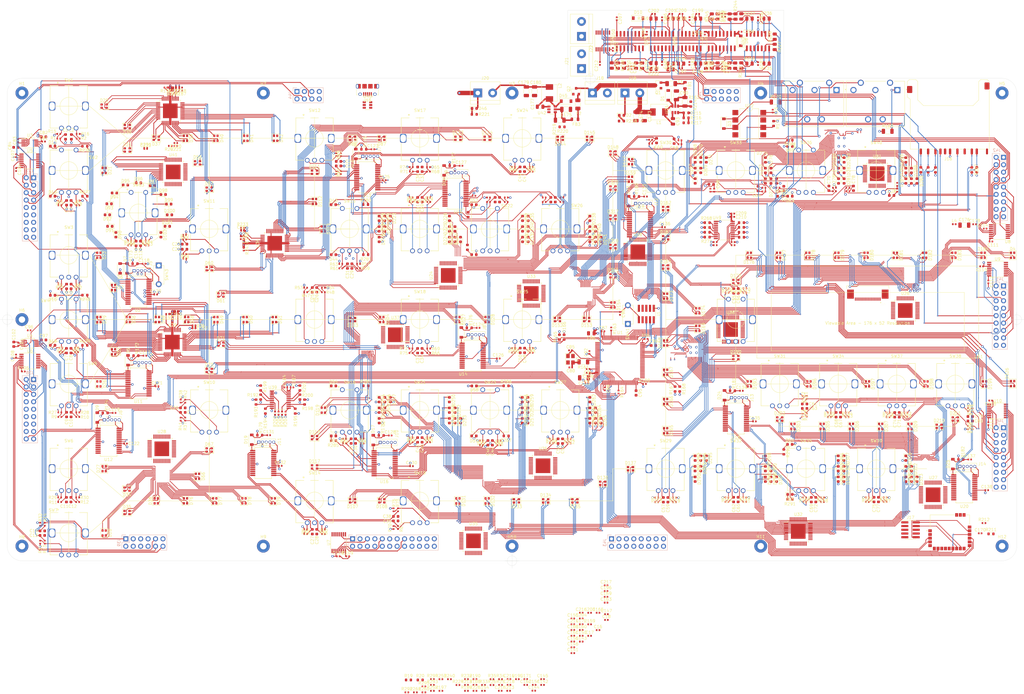
<source format=kicad_pcb>
(kicad_pcb (version 20171130) (host pcbnew "(5.1.9-0-10_14)")
  (layers (0 F.Cu signal) (1 In1.Cu power) (2 In2.Cu power) (31 B.Cu signal) (34 B.Paste user) (35 F.Paste user) (36 B.SilkS user) (37 F.SilkS user) (38 B.Mask user) (39 F.Mask user) (44 Edge.Cuts user))
  (net 0 "")
  (net 1 "Net-(C1-Pad2)")
  (net 2 GND)
  (net 3 "Net-(C2-Pad1)")
  (net 4 "Net-(C3-Pad2)")
  (net 5 "Net-(C4-Pad1)")
  (net 6 "Net-(C5-Pad2)")
  (net 7 "Net-(C6-Pad1)")
  (net 8 "Net-(C7-Pad2)")
  (net 9 "Net-(C8-Pad1)")
  (net 10 "Net-(C9-Pad2)")
  (net 11 "Net-(C10-Pad1)")
  (net 12 "Net-(C11-Pad2)")
  (net 13 "Net-(C12-Pad1)")
  (net 14 "Net-(C13-Pad2)")
  (net 15 "Net-(C14-Pad1)")
  (net 16 "Net-(C19-Pad2)")
  (net 17 "Net-(C20-Pad1)")
  (net 18 "Net-(C21-Pad2)")
  (net 19 "Net-(C22-Pad1)")
  (net 20 "Net-(C23-Pad2)")
  (net 21 "Net-(C24-Pad1)")
  (net 22 "Net-(C25-Pad2)")
  (net 23 "Net-(C26-Pad1)")
  (net 24 "Net-(C27-Pad2)")
  (net 25 "Net-(C28-Pad1)")
  (net 26 "Net-(C29-Pad1)")
  (net 27 "Net-(C30-Pad1)")
  (net 28 "Net-(C31-Pad2)")
  (net 29 "Net-(C32-Pad2)")
  (net 30 "Net-(C33-Pad1)")
  (net 31 "Net-(C34-Pad1)")
  (net 32 "Net-(C35-Pad2)")
  (net 33 "Net-(C36-Pad2)")
  (net 34 "Net-(C37-Pad2)")
  (net 35 "Net-(C38-Pad1)")
  (net 36 "Net-(C39-Pad1)")
  (net 37 "Net-(C40-Pad1)")
  (net 38 "Net-(C41-Pad2)")
  (net 39 "Net-(C42-Pad2)")
  (net 40 "Net-(C43-Pad1)")
  (net 41 "Net-(C44-Pad1)")
  (net 42 "Net-(C45-Pad2)")
  (net 43 "Net-(C46-Pad2)")
  (net 44 "Net-(C47-Pad1)")
  (net 45 "Net-(C48-Pad1)")
  (net 46 "Net-(C49-Pad2)")
  (net 47 "Net-(C50-Pad2)")
  (net 48 "Net-(C51-Pad1)")
  (net 49 "Net-(C52-Pad1)")
  (net 50 "Net-(C53-Pad2)")
  (net 51 "Net-(C54-Pad2)")
  (net 52 "Net-(C55-Pad2)")
  (net 53 "Net-(C56-Pad1)")
  (net 54 "Net-(C57-Pad2)")
  (net 55 "Net-(C58-Pad1)")
  (net 56 "Net-(C59-Pad1)")
  (net 57 "Net-(C60-Pad2)")
  (net 58 "Net-(C61-Pad1)")
  (net 59 "Net-(C62-Pad2)")
  (net 60 "Net-(C63-Pad2)")
  (net 61 "Net-(C64-Pad1)")
  (net 62 "Net-(C65-Pad1)")
  (net 63 "Net-(C66-Pad2)")
  (net 64 "Net-(C67-Pad1)")
  (net 65 "Net-(C68-Pad2)")
  (net 66 "Net-(C69-Pad2)")
  (net 67 "Net-(C70-Pad1)")
  (net 68 "Net-(C71-Pad1)")
  (net 69 "Net-(C72-Pad1)")
  (net 70 "Net-(C73-Pad2)")
  (net 71 "Net-(C74-Pad2)")
  (net 72 "Net-(C75-Pad2)")
  (net 73 "Net-(C76-Pad1)")
  (net 74 "Net-(C77-Pad1)")
  (net 75 "Net-(C78-Pad2)")
  (net 76 "Net-(C79-Pad1)")
  (net 77 "Net-(C80-Pad2)")
  (net 78 Osc1TuningOut)
  (net 79 Osc1SoftSyncIn)
  (net 80 GNDA)
  (net 81 Osc1HardSyncIn)
  (net 82 Osc1SyncOut)
  (net 83 Osc1HFTrackWiper)
  (net 84 Osc1HFTrackHigh)
  (net 85 Osc1ToOsc2FiltMixCV)
  (net 86 Osc1PWMCV)
  (net 87 Osc1SqrMixCV)
  (net 88 Osc1NoteCV)
  (net 89 Osc1SawMixCV)
  (net 90 Osc1Scale-5V)
  (net 91 Osc1ToOsc1FiltMixCV)
  (net 92 Osc1Scale)
  (net 93 Osc2TuningOut)
  (net 94 Osc2SoftSyncIn)
  (net 95 Osc2HardSyncIn)
  (net 96 Osc2SyncOut)
  (net 97 Osc2HFTrackWiper)
  (net 98 Osc2HFTrackHigh)
  (net 99 Osc2PWMCV)
  (net 100 Osc2NoteCV)
  (net 101 Osc2SqrMixCV)
  (net 102 Osc2Scale-5V)
  (net 103 Osc2SawMixCV)
  (net 104 Osc2Scale)
  (net 105 NoiseToOsc2FiltMixCV)
  (net 106 NoiseToSubFiltMixCV)
  (net 107 SubToSubFiltMixCV)
  (net 108 WhiteNoiseOut)
  (net 109 SubOct2Out)
  (net 110 PinkNoiseOut)
  (net 111 SubOctBothOut)
  (net 112 SubOct1Out)
  (net 113 SubToOsc2FiltMixCV)
  (net 114 SubAmpAudioBypassSend)
  (net 115 SubAmpAudioBypassReturn)
  (net 116 PreFV1FXReturn)
  (net 117 -12VA)
  (net 118 PreFV1FXSend)
  (net 119 SubFiltResCV)
  (net 120 +12VA)
  (net 121 SubFXSend)
  (net 122 SubFXReturn)
  (net 123 SubFiltFreqCV)
  (net 124 Osc2FXSend)
  (net 125 Osc2FiltResCV)
  (net 126 Osc2FXReturn)
  (net 127 Osc2FiltFreqCV)
  (net 128 SubAmpEnvTrigger)
  (net 129 SubAmpEnvReleaseCV)
  (net 130 SubAmpEnvGate)
  (net 131 SubAmpEnvSustainCV)
  (net 132 SubAmpEnvAmtHigh)
  (net 133 SubAmpEnvDecayCV)
  (net 134 SubAmpEnvAmtWiper)
  (net 135 SubAmpEnvAttackCV)
  (net 136 OscAmpEnvAttackCV)
  (net 137 OscAmpEnvAmtWiper)
  (net 138 OscAmpEnvDecayCV)
  (net 139 OscAmpEnvAmtHigh)
  (net 140 OscAmpEnvSustainCV)
  (net 141 OscAmpEnvGate)
  (net 142 OscAmpEnvReleaseCV)
  (net 143 OscAmpEnvTrigger)
  (net 144 OscFiltEnv2Trigger)
  (net 145 OscFiltEnv2ReleaseCV)
  (net 146 OscFiltEnv2Gate)
  (net 147 OscFiltEnv2SustainCV)
  (net 148 OscFiltEnv2AmtHigh)
  (net 149 OscFiltEnv2DecayCV)
  (net 150 OscFiltEnv2AmtWiper)
  (net 151 OscFiltEnv2AttackCV)
  (net 152 OscFiltEnv1AttackCV)
  (net 153 OscFiltEnv1AmtWiper)
  (net 154 OscFiltEnv1DecayCV)
  (net 155 OscFiltEnv1AmtHigh)
  (net 156 OscFiltEnv1SustainCV)
  (net 157 OscFiltEnv1Gate)
  (net 158 OscFiltEnv1ReleaseCV)
  (net 159 OscFiltEnv1Trigger)
  (net 160 FV1ControlPot3Wiper)
  (net 161 FV1ControlPot2Wiper)
  (net 162 FV1ControlPot1Wiper)
  (net 163 FV1ControlCommonHigh)
  (net 164 Osc1FXReturn)
  (net 165 Osc1FiltResCV)
  (net 166 Osc1FiltFreqCV)
  (net 167 Osc1FXSend)
  (net 168 MixOutRightTip)
  (net 169 FV1EEpromSDA)
  (net 170 MixOutLeftTip)
  (net 171 FV1EEpromSCL)
  (net 172 FV1WetDryCV)
  (net 173 FV1FeedbackCV)
  (net 174 SubFiltEnv1Trigger)
  (net 175 SubFiltEnv1ReleaseCV)
  (net 176 SubFiltEnv1Gate)
  (net 177 SubFiltEnv1SustainCV)
  (net 178 SubFiltEnv1AmtHigh)
  (net 179 SubFiltEnv1DecayCV)
  (net 180 SubFiltEnv1AmtWiper)
  (net 181 SubFiltEnv1AttackCV)
  (net 182 SubFiltEnv2AttackCV)
  (net 183 SubFiltEnv2AmtHigh)
  (net 184 SubFiltEnv2DecayCV)
  (net 185 SubFiltEnv2AmtWiper)
  (net 186 SubFiltEnv2SustainCV)
  (net 187 SubFiltEnv2Gate)
  (net 188 SubFiltEnv2ReleaseCV)
  (net 189 SubFiltEnv2Trigger)
  (net 190 "Net-(R1-Pad1)")
  (net 191 "Net-(R16-Pad2)")
  (net 192 "Net-(R17-Pad1)")
  (net 193 "Net-(R18-Pad2)")
  (net 194 "Net-(R21-Pad1)")
  (net 195 "Net-(R22-Pad2)")
  (net 196 "Net-(R23-Pad1)")
  (net 197 "Net-(R24-Pad2)")
  (net 198 "Net-(R27-Pad1)")
  (net 199 "Net-(R10-Pad2)")
  (net 200 "Net-(R11-Pad1)")
  (net 201 "Net-(R12-Pad2)")
  (net 202 "Net-(R13-Pad1)")
  (net 203 "Net-(R14-Pad2)")
  (net 204 +5V)
  (net 205 "Net-(R37-Pad1)")
  (net 206 "Net-(R38-Pad2)")
  (net 207 "Net-(R39-Pad1)")
  (net 208 "Net-(R40-Pad2)")
  (net 209 "Net-(R45-Pad1)")
  (net 210 "Net-(R46-Pad2)")
  (net 211 "Net-(R47-Pad1)")
  (net 212 "Net-(R48-Pad2)")
  (net 213 "Net-(R49-Pad1)")
  (net 214 "Net-(R50-Pad2)")
  (net 215 "Net-(R57-Pad2)")
  (net 216 "Net-(R58-Pad2)")
  (net 217 "Net-(R61-Pad1)")
  (net 218 "Net-(R62-Pad1)")
  (net 219 "Net-(R65-Pad2)")
  (net 220 "Net-(R66-Pad2)")
  (net 221 "Net-(R67-Pad1)")
  (net 222 "Net-(R71-Pad1)")
  (net 223 "Net-(R72-Pad1)")
  (net 224 "Net-(R73-Pad2)")
  (net 225 "Net-(R77-Pad2)")
  (net 226 "Net-(R78-Pad2)")
  (net 227 "Net-(R81-Pad1)")
  (net 228 "Net-(R82-Pad1)")
  (net 229 "Net-(R85-Pad2)")
  (net 230 "Net-(R86-Pad2)")
  (net 231 "Net-(R89-Pad1)")
  (net 232 "Net-(R90-Pad1)")
  (net 233 "Net-(R93-Pad2)")
  (net 234 "Net-(R94-Pad2)")
  (net 235 "Net-(R97-Pad1)")
  (net 236 "Net-(R100-Pad1)")
  (net 237 "Net-(R101-Pad2)")
  (net 238 "Net-(R102-Pad2)")
  (net 239 "Net-(R105-Pad1)")
  (net 240 "Net-(R106-Pad1)")
  (net 241 "Net-(R109-Pad1)")
  (net 242 "Net-(R110-Pad2)")
  (net 243 "Net-(R113-Pad1)")
  (net 244 "Net-(R114-Pad2)")
  (net 245 "Net-(R117-Pad2)")
  (net 246 "Net-(R118-Pad1)")
  (net 247 "Net-(R121-Pad2)")
  (net 248 "Net-(R123-Pad1)")
  (net 249 "Net-(R124-Pad1)")
  (net 250 "Net-(R125-Pad2)")
  (net 251 "Net-(R129-Pad2)")
  (net 252 "Net-(R130-Pad1)")
  (net 253 "Net-(R133-Pad2)")
  (net 254 "Net-(R135-Pad1)")
  (net 255 "Net-(R137-Pad1)")
  (net 256 "Net-(R138-Pad2)")
  (net 257 "Net-(R139-Pad2)")
  (net 258 "Net-(R143-Pad2)")
  (net 259 "Net-(R144-Pad1)")
  (net 260 "Net-(R145-Pad1)")
  (net 261 "Net-(R149-Pad1)")
  (net 262 "Net-(R150-Pad2)")
  (net 263 "Net-(R153-Pad2)")
  (net 264 "Net-(R154-Pad1)")
  (net 265 "Net-(R155-Pad2)")
  (net 266 "Net-(R156-Pad1)")
  (net 267 "Net-(SW15-PadS2)")
  (net 268 "Net-(SW16-PadS2)")
  (net 269 "Net-(SW28-PadS1)")
  (net 270 "Net-(U1-Pad98)")
  (net 271 "Net-(U1-Pad97)")
  (net 272 "Net-(U1-Pad96)")
  (net 273 "Net-(U1-Pad95)")
  (net 274 "Net-(U1-Pad90)")
  (net 275 "Net-(U1-Pad82)")
  (net 276 "Net-(U1-Pad77)")
  (net 277 "Net-(U1-Pad67)")
  (net 278 "Net-(U1-Pad64)")
  (net 279 "Net-(U1-Pad63)")
  (net 280 "Net-(U1-Pad62)")
  (net 281 "Net-(U1-Pad54)")
  (net 282 "Net-(U1-Pad53)")
  (net 283 "Net-(U1-Pad52)")
  (net 284 "Net-(U1-Pad46)")
  (net 285 "Net-(U1-Pad45)")
  (net 286 "Net-(U1-Pad44)")
  (net 287 "Net-(U1-Pad43)")
  (net 288 "Net-(U1-Pad41)")
  (net 289 "Net-(U1-Pad39)")
  (net 290 "Net-(U1-Pad38)")
  (net 291 "Net-(U1-Pad36)")
  (net 292 "Net-(U1-Pad35)")
  (net 293 "Net-(U1-Pad29)")
  (net 294 "Net-(U1-Pad18)")
  (net 295 "Net-(U1-Pad17)")
  (net 296 "Net-(U1-Pad16)")
  (net 297 "Net-(U1-Pad15)")
  (net 298 "Net-(U1-Pad9)")
  (net 299 "Net-(U1-Pad8)")
  (net 300 "Net-(U1-Pad7)")
  (net 301 "Net-(U1-Pad5)")
  (net 302 "Net-(U1-Pad4)")
  (net 303 "Net-(U1-Pad3)")
  (net 304 "Net-(U1-Pad2)")
  (net 305 "Net-(U1-Pad1)")
  (net 306 "Net-(U2-Pad26)")
  (net 307 "Net-(U2-Pad25)")
  (net 308 "Net-(U2-Pad24)")
  (net 309 "Net-(U2-Pad23)")
  (net 310 "Net-(U2-Pad10)")
  (net 311 "Net-(U2-Pad9)")
  (net 312 "Net-(U2-Pad7)")
  (net 313 "Net-(U2-Pad6)")
  (net 314 SPIBus1CLK)
  (net 315 Osc1ScaleDPotCS)
  (net 316 "Net-(U3-Pad2)")
  (net 317 Osc2ScaleDPotCS)
  (net 318 "Net-(U4-Pad2)")
  (net 319 I2CBus1SCL)
  (net 320 I2CBus1SDA)
  (net 321 "Net-(U5-Pad9)")
  (net 322 "Net-(U5-Pad1)")
  (net 323 "Net-(U6-Pad9)")
  (net 324 "Net-(U6-Pad1)")
  (net 325 "Net-(U7-Pad10)")
  (net 326 "Net-(U7-Pad9)")
  (net 327 "Net-(U7-Pad7)")
  (net 328 "Net-(U7-Pad2)")
  (net 329 "Net-(U7-Pad1)")
  (net 330 I2CBus2SCL)
  (net 331 I2CBus2SDA)
  (net 332 "Net-(U8-Pad9)")
  (net 333 "Net-(U8-Pad1)")
  (net 334 "Net-(U9-Pad9)")
  (net 335 "Net-(U9-Pad1)")
  (net 336 "Net-(U10-Pad9)")
  (net 337 "Net-(U10-Pad2)")
  (net 338 "Net-(U10-Pad1)")
  (net 339 "Net-(U11-Pad26)")
  (net 340 "Net-(U11-Pad25)")
  (net 341 "Net-(U11-Pad24)")
  (net 342 "Net-(U11-Pad23)")
  (net 343 "Net-(U11-Pad14)")
  (net 344 "Net-(U11-Pad13)")
  (net 345 "Net-(U11-Pad10)")
  (net 346 "Net-(U11-Pad7)")
  (net 347 "Net-(U11-Pad6)")
  (net 348 "Net-(U12-Pad26)")
  (net 349 "Net-(U12-Pad25)")
  (net 350 "Net-(U12-Pad24)")
  (net 351 "Net-(U12-Pad23)")
  (net 352 "Net-(U12-Pad18)")
  (net 353 "Net-(U12-Pad17)")
  (net 354 "Net-(U12-Pad14)")
  (net 355 "Net-(U12-Pad13)")
  (net 356 "Net-(U12-Pad12)")
  (net 357 "Net-(U12-Pad11)")
  (net 358 "Net-(U12-Pad10)")
  (net 359 "Net-(U12-Pad9)")
  (net 360 "Net-(U12-Pad7)")
  (net 361 "Net-(U12-Pad6)")
  (net 362 "Net-(U13-Pad26)")
  (net 363 "Net-(U13-Pad25)")
  (net 364 "Net-(U13-Pad24)")
  (net 365 "Net-(U13-Pad23)")
  (net 366 "Net-(U13-Pad10)")
  (net 367 "Net-(U13-Pad7)")
  (net 368 "Net-(U13-Pad6)")
  (net 369 "Net-(U14-Pad26)")
  (net 370 "Net-(U14-Pad25)")
  (net 371 "Net-(U14-Pad24)")
  (net 372 "Net-(U14-Pad23)")
  (net 373 "Net-(U14-Pad14)")
  (net 374 "Net-(U14-Pad13)")
  (net 375 "Net-(U14-Pad12)")
  (net 376 "Net-(U14-Pad11)")
  (net 377 "Net-(U14-Pad10)")
  (net 378 "Net-(U14-Pad7)")
  (net 379 "Net-(U14-Pad6)")
  (net 380 "Net-(U15-Pad26)")
  (net 381 "Net-(U15-Pad25)")
  (net 382 "Net-(U15-Pad24)")
  (net 383 "Net-(U15-Pad23)")
  (net 384 "Net-(U15-Pad14)")
  (net 385 "Net-(U15-Pad13)")
  (net 386 "Net-(U15-Pad12)")
  (net 387 "Net-(U15-Pad11)")
  (net 388 "Net-(U15-Pad10)")
  (net 389 "Net-(U15-Pad7)")
  (net 390 "Net-(U15-Pad6)")
  (net 391 "Net-(U16-Pad26)")
  (net 392 "Net-(U16-Pad25)")
  (net 393 "Net-(U16-Pad24)")
  (net 394 "Net-(U16-Pad23)")
  (net 395 "Net-(U16-Pad10)")
  (net 396 "Net-(U16-Pad7)")
  (net 397 "Net-(U16-Pad6)")
  (net 398 "Net-(U17-Pad26)")
  (net 399 "Net-(U17-Pad25)")
  (net 400 "Net-(U17-Pad24)")
  (net 401 "Net-(U17-Pad23)")
  (net 402 "Net-(U17-Pad18)")
  (net 403 "Net-(U17-Pad17)")
  (net 404 "Net-(U17-Pad14)")
  (net 405 "Net-(U17-Pad13)")
  (net 406 "Net-(U17-Pad12)")
  (net 407 "Net-(U17-Pad11)")
  (net 408 "Net-(U17-Pad10)")
  (net 409 "Net-(U17-Pad9)")
  (net 410 "Net-(U17-Pad7)")
  (net 411 "Net-(U17-Pad6)")
  (net 412 "Net-(U17-Pad5)")
  (net 413 "Net-(U17-Pad4)")
  (net 414 "Net-(U18-Pad26)")
  (net 415 "Net-(U18-Pad25)")
  (net 416 "Net-(U18-Pad24)")
  (net 417 "Net-(U18-Pad23)")
  (net 418 "Net-(U18-Pad14)")
  (net 419 "Net-(U18-Pad13)")
  (net 420 "Net-(U18-Pad10)")
  (net 421 "Net-(U18-Pad9)")
  (net 422 "Net-(U18-Pad7)")
  (net 423 "Net-(U18-Pad6)")
  (net 424 "Net-(U19-Pad26)")
  (net 425 "Net-(U19-Pad25)")
  (net 426 "Net-(U19-Pad24)")
  (net 427 "Net-(U19-Pad23)")
  (net 428 "Net-(U19-Pad14)")
  (net 429 "Net-(U19-Pad13)")
  (net 430 "Net-(U19-Pad10)")
  (net 431 "Net-(U19-Pad9)")
  (net 432 "Net-(U19-Pad7)")
  (net 433 "Net-(U19-Pad6)")
  (net 434 "Net-(U20-Pad26)")
  (net 435 "Net-(U20-Pad25)")
  (net 436 "Net-(U20-Pad24)")
  (net 437 "Net-(U20-Pad23)")
  (net 438 "Net-(U20-Pad14)")
  (net 439 "Net-(U20-Pad13)")
  (net 440 "Net-(U20-Pad12)")
  (net 441 "Net-(U20-Pad11)")
  (net 442 "Net-(U20-Pad10)")
  (net 443 "Net-(U20-Pad9)")
  (net 444 "Net-(U20-Pad7)")
  (net 445 "Net-(U20-Pad6)")
  (net 446 HSE_IN)
  (net 447 +3V3)
  (net 448 "Net-(C88-Pad1)")
  (net 449 "Net-(C95-Pad1)")
  (net 450 "Net-(C99-Pad1)")
  (net 451 +3.3VA)
  (net 452 "Net-(C104-Pad1)")
  (net 453 "Net-(C105-Pad1)")
  (net 454 "Net-(C109-Pad1)")
  (net 455 "Net-(C111-Pad1)")
  (net 456 "Net-(C112-Pad1)")
  (net 457 "Net-(C113-Pad1)")
  (net 458 "Net-(C117-Pad1)")
  (net 459 "Net-(C118-Pad1)")
  (net 460 "Net-(C119-Pad1)")
  (net 461 "Net-(C123-Pad1)")
  (net 462 "Net-(C124-Pad1)")
  (net 463 "Net-(C127-Pad1)")
  (net 464 "Net-(C128-Pad1)")
  (net 465 "Net-(C131-Pad1)")
  (net 466 "Net-(C133-Pad1)")
  (net 467 "Net-(C134-Pad1)")
  (net 468 "Net-(C137-Pad1)")
  (net 469 "Net-(D2-Pad1)")
  (net 470 "Net-(D3-Pad2)")
  (net 471 "Net-(D3-Pad1)")
  (net 472 "Net-(F1-Pad1)")
  (net 473 NRST)
  (net 474 "Net-(J1-Pad8)")
  (net 475 "Net-(J1-Pad7)")
  (net 476 SWO)
  (net 477 SWCLK)
  (net 478 SWDIO)
  (net 479 "Net-(J2-Pad2)")
  (net 480 "Net-(J2-Pad3)")
  (net 481 "Net-(J2-Pad1)")
  (net 482 "Net-(J2-Pad4)")
  (net 483 "Net-(J3-Pad2)")
  (net 484 "Net-(J3-Pad3)")
  (net 485 "Net-(J3-Pad1)")
  (net 486 MIDITXUSART)
  (net 487 "Net-(J3-Pad4)")
  (net 488 HSE_OUT)
  (net 489 BOOT0)
  (net 490 BOOT1)
  (net 491 MIDIRXUSART)
  (net 492 "Net-(R183-Pad2)")
  (net 493 "Net-(U22-Pad7)")
  (net 494 "Net-(U22-Pad1)")
  (net 495 "Net-(D5-Pad1)")
  (net 496 "Net-(D7-Pad1)")
  (net 497 "Net-(D9-Pad1)")
  (net 498 "Net-(D11-Pad1)")
  (net 499 "Net-(D14-Pad1)")
  (net 500 "Net-(D15-Pad1)")
  (net 501 "Net-(D17-Pad1)")
  (net 502 "Net-(D19-Pad1)")
  (net 503 "Net-(D23-Pad1)")
  (net 504 "Net-(D24-Pad1)")
  (net 505 "Net-(D25-Pad1)")
  (net 506 "Net-(J4-Pad5)")
  (net 507 "Net-(J4-Pad4)")
  (net 508 "Net-(J5-Pad5)")
  (net 509 "Net-(J5-Pad4)")
  (net 510 "Net-(J6-Pad5)")
  (net 511 "Net-(J6-Pad4)")
  (net 512 "Net-(J7-Pad5)")
  (net 513 "Net-(J7-Pad4)")
  (net 514 "Net-(J8-Pad5)")
  (net 515 "Net-(J8-Pad4)")
  (net 516 "Net-(J9-Pad5)")
  (net 517 "Net-(J9-Pad4)")
  (net 518 "Net-(J10-Pad5)")
  (net 519 "Net-(J10-Pad4)")
  (net 520 "Net-(J11-Pad5)")
  (net 521 "Net-(J11-Pad4)")
  (net 522 "Net-(J12-Pad5)")
  (net 523 "Net-(J12-Pad4)")
  (net 524 "Net-(J13-Pad5)")
  (net 525 "Net-(J13-Pad4)")
  (net 526 "Net-(J14-Pad5)")
  (net 527 "Net-(J14-Pad4)")
  (net 528 "Net-(U2-Pad14)")
  (net 529 "Net-(U2-Pad13)")
  (net 530 "Net-(J15-Pad4)")
  (net 531 "Net-(J15-Pad6)")
  (net 532 "Net-(C139-Pad1)")
  (net 533 "Net-(C140-Pad2)")
  (net 534 "Net-(R185-Pad1)")
  (net 535 "Net-(SW53-PadS2)")
  (net 536 "Net-(SW4-PadS2)")
  (net 537 SDIO_CMD)
  (net 538 SDIO_CLK)
  (net 539 SDIO_D3)
  (net 540 SDIO_D2)
  (net 541 SDIO_D1)
  (net 542 SDIO_D0)
  (net 543 "Net-(U11-Pad18)")
  (net 544 "Net-(U11-Pad17)")
  (net 545 "Net-(U23-Pad1)")
  (net 546 "Net-(U23-Pad2)")
  (net 547 "Net-(U23-Pad6)")
  (net 548 "Net-(U23-Pad9)")
  (net 549 "Net-(U23-Pad10)")
  (net 550 "Net-(U23-Pad14)")
  (net 551 "Net-(U23-Pad20)")
  (net 552 "Net-(U2-Pad5)")
  (net 553 "Net-(U2-Pad4)")
  (net 554 USB_DP)
  (net 555 USB_DM)
  (net 556 I2CBus1Interrupt)
  (net 557 BT_RX)
  (net 558 BT_TX)
  (net 559 "Net-(D90-Pad2)")
  (net 560 "Net-(D91-Pad2)")
  (net 561 "Net-(D92-Pad2)")
  (net 562 "Net-(D93-Pad2)")
  (net 563 "Net-(D94-Pad2)")
  (net 564 "Net-(D95-Pad2)")
  (net 565 "Net-(D96-Pad2)")
  (net 566 "Net-(D97-Pad2)")
  (net 567 "Net-(D98-Pad2)")
  (net 568 "Net-(D99-Pad2)")
  (net 569 "Net-(D100-Pad2)")
  (net 570 "Net-(D101-Pad2)")
  (net 571 "Net-(D102-Pad2)")
  (net 572 "Net-(D218-Pad2)")
  (net 573 "Net-(D219-Pad2)")
  (net 574 "Net-(D220-Pad2)")
  (net 575 "Net-(D221-Pad2)")
  (net 576 "Net-(D222-Pad2)")
  (net 577 "Net-(D223-Pad2)")
  (net 578 "Net-(D224-Pad2)")
  (net 579 "Net-(D225-Pad2)")
  (net 580 "Net-(D226-Pad2)")
  (net 581 "Net-(D227-Pad2)")
  (net 582 "Net-(D228-Pad2)")
  (net 583 "Net-(D229-Pad2)")
  (net 584 "Net-(D230-Pad2)")
  (net 585 "Net-(D231-Pad2)")
  (net 586 "Net-(D232-Pad2)")
  (net 587 "Net-(D233-Pad2)")
  (net 588 "Net-(D234-Pad2)")
  (net 589 "Net-(D235-Pad2)")
  (net 590 "Net-(D236-Pad2)")
  (net 591 "Net-(D237-Pad2)")
  (net 592 "Net-(D238-Pad2)")
  (net 593 "Net-(D239-Pad2)")
  (net 594 "Net-(D240-Pad2)")
  (net 595 "Net-(D241-Pad2)")
  (net 596 "Net-(D242-Pad2)")
  (net 597 "Net-(D243-Pad2)")
  (net 598 "Net-(D244-Pad2)")
  (net 599 "Net-(D245-Pad2)")
  (net 600 "Net-(D246-Pad2)")
  (net 601 "Net-(D247-Pad2)")
  (net 602 "Net-(D248-Pad2)")
  (net 603 "Net-(D249-Pad2)")
  (net 604 "Net-(D250-Pad2)")
  (net 605 "Net-(D251-Pad2)")
  (net 606 "Net-(D252-Pad2)")
  (net 607 "Net-(D253-Pad2)")
  (net 608 "Net-(D254-Pad2)")
  (net 609 "Net-(D255-Pad2)")
  (net 610 "Net-(D256-Pad2)")
  (net 611 "Net-(D257-Pad2)")
  (net 612 "Net-(D258-Pad2)")
  (net 613 "Net-(D259-Pad2)")
  (net 614 "Net-(D260-Pad2)")
  (net 615 "Net-(D261-Pad2)")
  (net 616 "Net-(D262-Pad2)")
  (net 617 "Net-(D263-Pad2)")
  (net 618 "Net-(D264-Pad2)")
  (net 619 "Net-(D265-Pad2)")
  (net 620 "Net-(D266-Pad2)")
  (net 621 "Net-(D267-Pad2)")
  (net 622 "Net-(D268-Pad2)")
  (net 623 "Net-(D269-Pad2)")
  (net 624 "Net-(D270-Pad2)")
  (net 625 "Net-(D271-Pad2)")
  (net 626 "Net-(D272-Pad2)")
  (net 627 "Net-(D273-Pad2)")
  (net 628 "Net-(D274-Pad2)")
  (net 629 "Net-(D275-Pad2)")
  (net 630 "Net-(D276-Pad2)")
  (net 631 "Net-(D277-Pad2)")
  (net 632 "Net-(D278-Pad2)")
  (net 633 "Net-(D279-Pad2)")
  (net 634 "Net-(D280-Pad2)")
  (net 635 "Net-(D281-Pad2)")
  (net 636 "Net-(D282-Pad2)")
  (net 637 "Net-(D283-Pad2)")
  (net 638 "Net-(D284-Pad2)")
  (net 639 "Net-(D285-Pad2)")
  (net 640 "Net-(D286-Pad2)")
  (net 641 "Net-(D287-Pad2)")
  (net 642 "Net-(D288-Pad2)")
  (net 643 "Net-(D289-Pad2)")
  (net 644 "Net-(D290-Pad2)")
  (net 645 "Net-(D291-Pad2)")
  (net 646 "Net-(D292-Pad2)")
  (net 647 "Net-(D293-Pad2)")
  (net 648 "Net-(D294-Pad2)")
  (net 649 "Net-(D295-Pad2)")
  (net 650 "Net-(D296-Pad2)")
  (net 651 "Net-(D297-Pad2)")
  (net 652 "Net-(D298-Pad2)")
  (net 653 "Net-(D299-Pad2)")
  (net 654 "Net-(D300-Pad2)")
  (net 655 "Net-(D301-Pad2)")
  (net 656 "Net-(D302-Pad2)")
  (net 657 "Net-(D303-Pad2)")
  (net 658 "Net-(D304-Pad2)")
  (net 659 "Net-(D305-Pad2)")
  (net 660 "Net-(D306-Pad2)")
  (net 661 "Net-(D307-Pad2)")
  (net 662 "Net-(D308-Pad2)")
  (net 663 "Net-(D309-Pad2)")
  (net 664 "Net-(D310-Pad2)")
  (net 665 "Net-(D311-Pad2)")
  (net 666 "Net-(D312-Pad2)")
  (net 667 "Net-(D313-Pad2)")
  (net 668 L9R10)
  (net 669 L9G10)
  (net 670 L9B10)
  (net 671 L1R0)
  (net 672 L1G0)
  (net 673 L1B0)
  (net 674 L1B2)
  (net 675 L1G2)
  (net 676 L1R2)
  (net 677 L4R1)
  (net 678 L4G1)
  (net 679 L4B1)
  (net 680 L4B3)
  (net 681 L4G3)
  (net 682 L4R3)
  (net 683 L7R0)
  (net 684 L7G0)
  (net 685 L7B0)
  (net 686 L7B2)
  (net 687 L7G2)
  (net 688 L7R2)
  (net 689 L4R0)
  (net 690 L4G0)
  (net 691 L4B0)
  (net 692 L1B1)
  (net 693 L1G1)
  (net 694 L1R1)
  (net 695 L1B3)
  (net 696 L1G3)
  (net 697 L1R3)
  (net 698 L4R2)
  (net 699 L4G2)
  (net 700 L4B2)
  (net 701 L4B4)
  (net 702 L4G4)
  (net 703 L4R4)
  (net 704 L7R1)
  (net 705 L7G1)
  (net 706 L7B1)
  (net 707 L7B3)
  (net 708 L7G3)
  (net 709 L7R3)
  (net 710 L4B5)
  (net 711 L4G5)
  (net 712 L4R5)
  (net 713 L1B4)
  (net 714 L1G4)
  (net 715 L1R4)
  (net 716 L7R4)
  (net 717 L7G4)
  (net 718 L7B4)
  (net 719 L1R5)
  (net 720 L1G5)
  (net 721 L1B5)
  (net 722 L1R6)
  (net 723 L1G6)
  (net 724 L1B6)
  (net 725 L1R7)
  (net 726 L1G7)
  (net 727 L1B7)
  (net 728 L1R8)
  (net 729 L1G8)
  (net 730 L1B8)
  (net 731 L4B6)
  (net 732 L4G6)
  (net 733 L4R6)
  (net 734 L4R7)
  (net 735 L4G7)
  (net 736 L4B7)
  (net 737 L4R8)
  (net 738 L4G8)
  (net 739 L4B8)
  (net 740 L4R9)
  (net 741 L4G9)
  (net 742 L4B9)
  (net 743 L4R10)
  (net 744 L4G10)
  (net 745 L4B10)
  (net 746 L1R9)
  (net 747 L1G9)
  (net 748 L1B9)
  (net 749 L1R10)
  (net 750 L1G10)
  (net 751 L1B10)
  (net 752 L2R0)
  (net 753 L2G0)
  (net 754 L2B0)
  (net 755 L2R1)
  (net 756 L2G1)
  (net 757 L2B1)
  (net 758 L7R9)
  (net 759 L7G9)
  (net 760 L7B9)
  (net 761 L7R10)
  (net 762 L7G10)
  (net 763 L7B10)
  (net 764 L7R5)
  (net 765 L7G5)
  (net 766 L7B5)
  (net 767 L7R6)
  (net 768 L7G6)
  (net 769 L7B6)
  (net 770 L7R7)
  (net 771 L7G7)
  (net 772 L7B7)
  (net 773 L7R8)
  (net 774 L7G8)
  (net 775 L7B8)
  (net 776 L2R3)
  (net 777 L2G3)
  (net 778 L2B3)
  (net 779 L2R4)
  (net 780 L2G4)
  (net 781 L2B4)
  (net 782 L6R0)
  (net 783 L6G0)
  (net 784 L6B0)
  (net 785 L6R1)
  (net 786 L6G1)
  (net 787 L6B1)
  (net 788 L8R0)
  (net 789 L8G0)
  (net 790 L8B0)
  (net 791 L8R1)
  (net 792 L8G1)
  (net 793 L8B1)
  (net 794 L2R7)
  (net 795 L2G7)
  (net 796 L2B7)
  (net 797 L2R8)
  (net 798 L2G8)
  (net 799 L2B8)
  (net 800 L2R9)
  (net 801 L2G9)
  (net 802 L2B9)
  (net 803 L6R4)
  (net 804 L6G4)
  (net 805 L6B4)
  (net 806 L6R5)
  (net 807 L6G5)
  (net 808 L6B5)
  (net 809 L6R6)
  (net 810 L6G6)
  (net 811 L6B6)
  (net 812 L2R5)
  (net 813 L2G5)
  (net 814 L2B5)
  (net 815 L2R6)
  (net 816 L2G6)
  (net 817 L2B6)
  (net 818 L6R2)
  (net 819 L6G2)
  (net 820 L6B2)
  (net 821 L6R3)
  (net 822 L6G3)
  (net 823 L6B3)
  (net 824 L8R2)
  (net 825 L8G2)
  (net 826 L8B2)
  (net 827 L8R3)
  (net 828 L8G3)
  (net 829 L8B3)
  (net 830 L8R4)
  (net 831 L8G4)
  (net 832 L8B4)
  (net 833 L8R5)
  (net 834 L8G5)
  (net 835 L8B5)
  (net 836 L8R6)
  (net 837 L8G6)
  (net 838 L8B6)
  (net 839 L8R7)
  (net 840 L8G7)
  (net 841 L8B7)
  (net 842 L8R8)
  (net 843 L8G8)
  (net 844 L8B8)
  (net 845 L3R0)
  (net 846 L3G0)
  (net 847 L3B0)
  (net 848 L3R1)
  (net 849 L3G1)
  (net 850 L3B1)
  (net 851 L3R2)
  (net 852 L3G2)
  (net 853 L3B2)
  (net 854 L3R3)
  (net 855 L3G3)
  (net 856 L3B3)
  (net 857 L5R4)
  (net 858 L5G4)
  (net 859 L5B4)
  (net 860 L5R3)
  (net 861 L5G3)
  (net 862 L5B3)
  (net 863 L5R5)
  (net 864 L5G5)
  (net 865 L5B5)
  (net 866 L5R6)
  (net 867 L5G6)
  (net 868 L5B6)
  (net 869 L3R4)
  (net 870 L3G4)
  (net 871 L3B4)
  (net 872 L3R5)
  (net 873 L3G5)
  (net 874 L3B5)
  (net 875 L3R6)
  (net 876 L3G6)
  (net 877 L3B6)
  (net 878 L3R7)
  (net 879 L3G7)
  (net 880 L3B7)
  (net 881 L3R8)
  (net 882 L3G8)
  (net 883 L3B8)
  (net 884 L9R0)
  (net 885 L9G0)
  (net 886 L9B0)
  (net 887 L9R1)
  (net 888 L9G1)
  (net 889 L9B1)
  (net 890 L9R2)
  (net 891 L9G2)
  (net 892 L9B2)
  (net 893 L9R3)
  (net 894 L9G3)
  (net 895 L9B3)
  (net 896 L9R4)
  (net 897 L9G4)
  (net 898 L9B4)
  (net 899 L9R5)
  (net 900 L9G5)
  (net 901 L9B5)
  (net 902 L9R6)
  (net 903 L9G6)
  (net 904 L9B6)
  (net 905 L9R7)
  (net 906 L9G7)
  (net 907 L9B7)
  (net 908 L9R8)
  (net 909 L9G8)
  (net 910 L9B8)
  (net 911 L9R9)
  (net 912 L9G9)
  (net 913 L9B9)
  (net 914 L10R0)
  (net 915 L10G0)
  (net 916 L10B0)
  (net 917 L10R1)
  (net 918 L10G1)
  (net 919 L10B1)
  (net 920 L10R2)
  (net 921 L10G2)
  (net 922 L10B2)
  (net 923 L10R3)
  (net 924 L10G3)
  (net 925 L10B3)
  (net 926 L10R4)
  (net 927 L10G4)
  (net 928 L10B4)
  (net 929 L10R5)
  (net 930 L10G5)
  (net 931 L10B5)
  (net 932 L11R0)
  (net 933 L11G0)
  (net 934 L11B0)
  (net 935 L11R1)
  (net 936 L11G1)
  (net 937 L11B1)
  (net 938 L11R2)
  (net 939 L11G2)
  (net 940 L11B2)
  (net 941 L11R3)
  (net 942 L11G3)
  (net 943 L11B3)
  (net 944 L11R4)
  (net 945 L11G4)
  (net 946 L11B4)
  (net 947 L11R5)
  (net 948 L11G5)
  (net 949 L11B5)
  (net 950 L11R6)
  (net 951 L11G6)
  (net 952 L11B6)
  (net 953 L11R7)
  (net 954 L11G7)
  (net 955 L11B7)
  (net 956 L5R8)
  (net 957 L5G8)
  (net 958 L5B8)
  (net 959 L5R9)
  (net 960 L5G9)
  (net 961 L5B9)
  (net 962 L5R10)
  (net 963 L5G10)
  (net 964 L5B10)
  (net 965 L10R6)
  (net 966 L10G6)
  (net 967 L10B6)
  (net 968 "Net-(U25-Pad36)")
  (net 969 "Net-(U25-Pad35)")
  (net 970 "Net-(U25-Pad34)")
  (net 971 "Net-(U26-Pad36)")
  (net 972 "Net-(U27-Pad36)")
  (net 973 "Net-(U27-Pad35)")
  (net 974 "Net-(U27-Pad34)")
  (net 975 "Net-(U28-Pad36)")
  (net 976 L3B9)
  (net 977 L3G9)
  (net 978 L3R9)
  (net 979 G1C0)
  (net 980 G1C1)
  (net 981 G1C2)
  (net 982 G1C3)
  (net 983 G1C4)
  (net 984 G1C5)
  (net 985 G1C6)
  (net 986 G1C7)
  (net 987 G1C8)
  (net 988 G1C9)
  (net 989 G1C10)
  (net 990 G1C11)
  (net 991 G1C12)
  (net 992 G1C13)
  (net 993 G1C14)
  (net 994 G1C15)
  (net 995 G1C16)
  (net 996 G1C17)
  (net 997 G1C18)
  (net 998 G1C19)
  (net 999 G1C20)
  (net 1000 G1C21)
  (net 1001 G1C22)
  (net 1002 G1C23)
  (net 1003 G3C0)
  (net 1004 G3C1)
  (net 1005 G3C2)
  (net 1006 G3C3)
  (net 1007 G3C4)
  (net 1008 G3C5)
  (net 1009 G3C6)
  (net 1010 G3C7)
  (net 1011 G3C8)
  (net 1012 G3C9)
  (net 1013 G3C10)
  (net 1014 G3C11)
  (net 1015 G3C12)
  (net 1016 G3C13)
  (net 1017 G3C14)
  (net 1018 G3C15)
  (net 1019 G3C16)
  (net 1020 G3C17)
  (net 1021 G3C18)
  (net 1022 G3C19)
  (net 1023 G3C20)
  (net 1024 G3C21)
  (net 1025 G3C22)
  (net 1026 G3C23)
  (net 1027 G2C0)
  (net 1028 G2C1)
  (net 1029 G2C2)
  (net 1030 G2C3)
  (net 1031 G2C4)
  (net 1032 G2C5)
  (net 1033 G2C6)
  (net 1034 G2C7)
  (net 1035 G2C8)
  (net 1036 G2C9)
  (net 1037 G2C10)
  (net 1038 G2C11)
  (net 1039 G2C12)
  (net 1040 G2C13)
  (net 1041 G2C14)
  (net 1042 G2C15)
  (net 1043 G2C16)
  (net 1044 G2C17)
  (net 1045 G2C18)
  (net 1046 G2C19)
  (net 1047 G2C20)
  (net 1048 G2C21)
  (net 1049 G2C22)
  (net 1050 G2C23)
  (net 1051 G4C0)
  (net 1052 G4C1)
  (net 1053 G4C2)
  (net 1054 G4C3)
  (net 1055 G4C4)
  (net 1056 G4C5)
  (net 1057 G4C6)
  (net 1058 G4C7)
  (net 1059 G4C8)
  (net 1060 G4C9)
  (net 1061 G4C10)
  (net 1062 G4C11)
  (net 1063 G4C12)
  (net 1064 G4C13)
  (net 1065 G4C14)
  (net 1066 G4C15)
  (net 1067 G4C16)
  (net 1068 G4C17)
  (net 1069 G4C18)
  (net 1070 G4C19)
  (net 1071 G4C20)
  (net 1072 G4C21)
  (net 1073 G4C22)
  (net 1074 G4C23)
  (net 1075 "Net-(U37-Pad30)")
  (net 1076 "Net-(U37-Pad29)")
  (net 1077 L8B9)
  (net 1078 L8G9)
  (net 1079 L8R9)
  (net 1080 "Net-(C156-Pad1)")
  (net 1081 "Net-(C166-Pad1)")
  (net 1082 "Net-(R25-Pad2)")
  (net 1083 "Net-(R26-Pad2)")
  (net 1084 "Net-(R36-Pad2)")
  (net 1085 "Net-(R188-Pad2)")
  (net 1086 "Net-(R189-Pad2)")
  (net 1087 "Net-(R190-Pad2)")
  (net 1088 "Net-(R191-Pad2)")
  (net 1089 LED_I2C_1_SCL)
  (net 1090 LED_I2C_2_SCL)
  (net 1091 LED_I2C_3_SCL)
  (net 1092 "Net-(R196-Pad2)")
  (net 1093 LED_I2C_1_SDA)
  (net 1094 LED_I2C_2_SDA)
  (net 1095 LED_I2C_3_SDA)
  (net 1096 "Net-(R202-Pad2)")
  (net 1097 "Net-(R203-Pad2)")
  (net 1098 "Net-(R204-Pad2)")
  (net 1099 "Net-(R205-Pad2)")
  (net 1100 "Net-(U39-Pad17)")
  (net 1101 USB_VBUS)
  (net 1102 USB_DM_CONN)
  (net 1103 USB_DP_CONN)
  (net 1104 SDIO_DETECT)
  (net 1105 BT_NRST)
  (net 1106 "Net-(J17-Pad8)")
  (net 1107 "Net-(J17-Pad7)")
  (net 1108 "Net-(J17-Pad6)")
  (net 1109 BT_SWTCK)
  (net 1110 BT_SWTDIO)
  (net 1111 BT_SPI_IRQ)
  (net 1112 SPIBus1MOSI)
  (net 1113 SPIBus1MISO)
  (net 1114 BT_SPI_CS)
  (net 1115 L12C0)
  (net 1116 L12C1)
  (net 1117 L12C2)
  (net 1118 L12C3)
  (net 1119 L12C4)
  (net 1120 L12C5)
  (net 1121 L12C6)
  (net 1122 L12C7)
  (net 1123 L12C8)
  (net 1124 L12C9)
  (net 1125 L12C10)
  (net 1126 L12C11)
  (net 1127 L12C12)
  (net 1128 "Net-(U41-Pad30)")
  (net 1129 "Net-(U41-Pad29)")
  (net 1130 "Net-(U41-Pad28)")
  (net 1131 "Net-(U41-Pad27)")
  (net 1132 "Net-(U41-Pad26)")
  (net 1133 "Net-(U41-Pad25)")
  (net 1134 "Net-(U41-Pad24)")
  (net 1135 "Net-(U41-Pad23)")
  (net 1136 "Net-(U41-Pad22)")
  (net 1137 "Net-(U41-Pad21)")
  (net 1138 "Net-(U41-Pad20)")
  (net 1139 "Net-(U41-Pad17)")
  (net 1140 "Net-(U41-Pad16)")
  (net 1141 "Net-(U41-Pad15)")
  (net 1142 "Net-(U41-Pad14)")
  (net 1143 "Net-(C93-Pad1)")
  (net 1144 "Net-(F1-Pad2)")
  (net 1145 +12V)
  (net 1146 "Net-(R162-Pad2)")
  (net 1147 "Net-(R215-Pad2)")
  (net 1148 "Net-(R216-Pad2)")
  (net 1149 +5VA)
  (net 1150 3V3BUCK_IN)
  (net 1151 3V3BUCK_SW)
  (net 1152 "Net-(C173-Pad1)")
  (net 1153 5VBUCK_IN)
  (net 1154 5VBUCK_SW)
  (net 1155 "Net-(C177-Pad1)")
  (net 1156 "Net-(C179-Pad1)")
  (net 1157 "Net-(D20-Pad3)")
  (net 1158 "Net-(D46-Pad1)")
  (net 1159 "Net-(F2-Pad2)")
  (net 1160 "Net-(F2-Pad1)")
  (net 1161 "Net-(R219-Pad2)")
  (net 1162 "Net-(U42-Pad3)")
  (net 1163 "Net-(D4-Pad3)")
  (net 1164 "Net-(D21-Pad3)")
  (net 1165 "Net-(D22-Pad3)")
  (net 1166 "Net-(D26-Pad3)")
  (net 1167 "Net-(D27-Pad3)")
  (net 1168 "Net-(D28-Pad3)")
  (net 1169 "Net-(D29-Pad3)")
  (net 1170 "Net-(D30-Pad3)")
  (net 1171 "Net-(D31-Pad3)")
  (net 1172 "Net-(D32-Pad3)")
  (net 1173 "Net-(D33-Pad3)")
  (net 1174 "Net-(D34-Pad3)")
  (net 1175 "Net-(D35-Pad3)")
  (net 1176 "Net-(D36-Pad3)")
  (net 1177 "Net-(D37-Pad3)")
  (net 1178 "Net-(D38-Pad3)")
  (net 1179 "Net-(D39-Pad3)")
  (net 1180 "Net-(D40-Pad3)")
  (net 1181 "Net-(D41-Pad3)")
  (net 1182 "Net-(D42-Pad3)")
  (net 1183 "Net-(D47-Pad3)")
  (net 1184 "Net-(D48-Pad3)")
  (net 1185 "Net-(D49-Pad3)")
  (net 1186 "Net-(D50-Pad3)")
  (net 1187 "Net-(D51-Pad3)")
  (net 1188 "Net-(D56-Pad3)")
  (net 1189 "Net-(D57-Pad3)")
  (net 1190 "Net-(D60-Pad3)")
  (net 1191 "Net-(D61-Pad3)")
  (net 1192 "Net-(D66-Pad3)")
  (net 1193 "Net-(D67-Pad3)")
  (net 1194 "Net-(D70-Pad3)")
  (net 1195 "Net-(D71-Pad3)")
  (net 1196 "Net-(D76-Pad3)")
  (net 1197 "Net-(D77-Pad3)")
  (net 1198 "Net-(D78-Pad3)")
  (net 1199 "Net-(D79-Pad3)")
  (net 1200 "Net-(D86-Pad3)")
  (net 1201 "Net-(D87-Pad3)")
  (net 1202 "Net-(D103-Pad3)")
  (net 1203 "Net-(D104-Pad3)")
  (net 1204 "Net-(D107-Pad3)")
  (net 1205 "Net-(D108-Pad3)")
  (net 1206 "Net-(D111-Pad3)")
  (net 1207 "Net-(D112-Pad3)")
  (net 1208 "Net-(D113-Pad3)")
  (net 1209 "Net-(D117-Pad3)")
  (net 1210 "Net-(D118-Pad3)")
  (net 1211 "Net-(D119-Pad3)")
  (net 1212 "Net-(D123-Pad3)")
  (net 1213 "Net-(D124-Pad3)")
  (net 1214 "Net-(D127-Pad3)")
  (net 1215 "Net-(D128-Pad3)")
  (net 1216 "Net-(D131-Pad3)")
  (net 1217 "Net-(D132-Pad3)")
  (net 1218 "Net-(D133-Pad3)")
  (net 1219 "Net-(D134-Pad3)")
  (net 1220 "Net-(D135-Pad3)")
  (net 1221 "Net-(D136-Pad3)")
  (net 1222 "Net-(D137-Pad3)")
  (net 1223 "Net-(D144-Pad3)")
  (net 1224 "Net-(D145-Pad3)")
  (net 1225 "Net-(D147-Pad3)")
  (net 1226 "Net-(D148-Pad3)")
  (net 1227 "Net-(D152-Pad3)")
  (net 1228 "Net-(D153-Pad3)")
  (net 1229 "Net-(D154-Pad3)")
  (net 1230 "Net-(D159-Pad3)")
  (net 1231 "Net-(D162-Pad3)")
  (net 1232 "Net-(D163-Pad3)")
  (net 1233 "Net-(D164-Pad3)")
  (net 1234 "Net-(D165-Pad3)")
  (net 1235 "Net-(D166-Pad3)")
  (net 1236 "Net-(D167-Pad3)")
  (net 1237 "Net-(D168-Pad3)")
  (net 1238 "Net-(D169-Pad3)")
  (net 1239 "Net-(D173-Pad3)")
  (net 1240 "Net-(D174-Pad3)")
  (net 1241 "Net-(D175-Pad3)")
  (net 1242 "Net-(D176-Pad3)")
  (net 1243 "Net-(D177-Pad3)")
  (net 1244 "Net-(D178-Pad3)")
  (net 1245 "Net-(D179-Pad3)")
  (net 1246 "Net-(D180-Pad3)")
  (net 1247 "Net-(D181-Pad3)")
  (net 1248 "Net-(D182-Pad3)")
  (net 1249 "Net-(D183-Pad3)")
  (net 1250 "Net-(D184-Pad3)")
  (net 1251 "Net-(D190-Pad3)")
  (net 1252 "Net-(D193-Pad3)")
  (net 1253 "Net-(D196-Pad3)")
  (net 1254 "Net-(D197-Pad3)")
  (net 1255 "Net-(D198-Pad3)")
  (net 1256 "Net-(D199-Pad3)")
  (net 1257 "Net-(D202-Pad3)")
  (net 1258 "Net-(D203-Pad3)")
  (net 1259 "Net-(D205-Pad3)")
  (net 1260 "Net-(D206-Pad3)")
  (net 1261 "Net-(D207-Pad3)")
  (net 1262 "Net-(D209-Pad3)")
  (net 1263 "Net-(D210-Pad3)")
  (net 1264 "Net-(D211-Pad3)")
  (net 1265 "Net-(D315-Pad3)")
  (net 1266 "Net-(D316-Pad3)")
  (net 1267 "Net-(D317-Pad3)")
  (net 1268 "Net-(D320-Pad3)")
  (net 1269 "Net-(D326-Pad3)")
  (net 1270 "Net-(U24-Pad36)")
  (net 1271 "Net-(U24-Pad35)")
  (net 1272 "Net-(U24-Pad34)")
  (net 1273 "Net-(U25-Pad32)")
  (net 1274 "Net-(U25-Pad31)")
  (net 1275 "Net-(U25-Pad30)")
  (net 1276 "Net-(U25-Pad29)")
  (net 1277 "Net-(U25-Pad28)")
  (net 1278 "Net-(U25-Pad27)")
  (net 1279 "Net-(U25-Pad26)")
  (net 1280 "Net-(C189-Pad1)")
  (net 1281 "Net-(C190-Pad1)")
  (net 1282 "Net-(C191-Pad1)")
  (net 1283 "Net-(C192-Pad1)")
  (net 1284 "Net-(C193-Pad1)")
  (net 1285 "Net-(C194-Pad1)")
  (net 1286 "Net-(C197-Pad1)")
  (net 1287 "Net-(C198-Pad1)")
  (net 1288 "Net-(C199-Pad1)")
  (net 1289 "Net-(C200-Pad1)")
  (net 1290 "Net-(C201-Pad1)")
  (net 1291 "Net-(C202-Pad1)")
  (net 1292 "Net-(C211-Pad1)")
  (net 1293 "Net-(R222-Pad1)")
  (net 1294 "Net-(R223-Pad1)")
  (net 1295 "Net-(R226-Pad1)")
  (net 1296 "Net-(R227-Pad1)")
  (net 1297 "Net-(R228-Pad1)")
  (net 1298 "Net-(R229-Pad1)")
  (net 1299 "Net-(R230-Pad1)")
  (net 1300 "Net-(R231-Pad1)")
  (net 1301 "Net-(R234-Pad1)")
  (net 1302 "Net-(R235-Pad1)")
  (net 1303 "Net-(R236-Pad1)")
  (net 1304 "Net-(R237-Pad1)")
  (net 1305 "Net-(R238-Pad1)")
  (net 1306 "Net-(R239-Pad1)")
  (net 1307 "Net-(R242-Pad1)")
  (net 1308 "Net-(R243-Pad1)")
  (net 1309 "Net-(R244-Pad1)")
  (net 1310 "Net-(R245-Pad1)")
  (net 1311 "Net-(R262-Pad1)")
  (net 1312 "Net-(R263-Pad1)")
  (net 1313 "Net-(R264-Pad2)")
  (net 1314 "Net-(R265-Pad2)")
  (net 1315 "Net-(R266-Pad2)")
  (net 1316 "Net-(R267-Pad2)")
  (net 1317 DAC_I2C_1_SCL)
  (net 1318 DAC_I2C_1_SDA)
  (net 1319 "Net-(U7-Pad13)")
  (net 1320 "Net-(U7-Pad12)")
  (net 1321 DAC_I2C_2_SCL)
  (net 1322 DAC_I2C_2_SDA)
  (net 1323 OscAmpEnvAmtCV)
  (net 1324 OscFiltEnv2AmtCV)
  (net 1325 OscFiltEnv1AmtCV)
  (net 1326 "Net-(U44-Pad14)")
  (net 1327 "Net-(U44-Pad11)")
  (net 1328 SubFiltEnv1AmtCV)
  (net 1329 SubFiltEnv2AmtCV)
  (net 1330 "Net-(U49-Pad17)")
  (net 1331 DAC_I2C_3_SCL)
  (net 1332 DAC_I2C_3_SDA)
  (net 1333 SubAmpEnvAmtCV)
  (net 1334 "Net-(U50-Pad9)")
  (net 1335 "Net-(U50-Pad1)")
  (net 1336 "Net-(D12-Pad1)")
  (net 1337 "Net-(D13-Pad1)")
  (net 1338 "Net-(D16-Pad1)")
  (net 1339 "Net-(D18-Pad1)")
  (net 1340 "Net-(D43-Pad1)")
  (net 1341 "Net-(D44-Pad1)")
  (net 1342 "Net-(D52-Pad1)")
  (net 1343 "Net-(D53-Pad1)")
  (net 1344 "Net-(D54-Pad1)")
  (net 1345 "Net-(D55-Pad1)")
  (net 1346 "Net-(D58-Pad1)")
  (net 1347 "Net-(D59-Pad1)")
  (net 1348 "Net-(D62-Pad1)")
  (net 1349 "Net-(D63-Pad1)")
  (net 1350 "Net-(D64-Pad1)")
  (net 1351 "Net-(D65-Pad1)")
  (net 1352 "Net-(R276-Pad1)")
  (net 1353 "Net-(R277-Pad1)")
  (net 1354 "Net-(R278-Pad1)")
  (net 1355 "Net-(R279-Pad1)")
  (net 1356 "Net-(R280-Pad1)")
  (net 1357 "Net-(R281-Pad1)")
  (net 1358 "Net-(R282-Pad1)")
  (net 1359 "Net-(R283-Pad1)")
  (net 1360 "Net-(R284-Pad2)")
  (net 1361 "Net-(R285-Pad2)")
  (net 1362 "Net-(R286-Pad2)")
  (net 1363 "Net-(R287-Pad2)")
  (net 1364 "Net-(R288-Pad2)")
  (net 1365 "Net-(R289-Pad2)")
  (net 1366 "Net-(R290-Pad2)")
  (net 1367 "Net-(R291-Pad2)")
  (net 1368 "Net-(J23-Pad1)")
  (net 1369 "Net-(J23-Pad2)")
  (net 1370 "Net-(J23-Pad3)")
  (net 1371 "Net-(J23-Pad4)")
  (net 1372 "Net-(J23-Pad5)")
  (net 1373 "Net-(J23-Pad6)")
  (net 1374 "Net-(J23-PadS2)")
  (net 1375 "Net-(J23-PadS1)")
  (net 1376 "Net-(J23-Pad7)")
  (net 1377 "Net-(J23-Pad8)")
  (net 1378 "Net-(J23-Pad9)")
  (net 1379 "Net-(J23-Pad10)")
  (net 1380 "Net-(J23-Pad11)")
  (net 1381 "Net-(J23-Pad12)")
  (net 1382 "Net-(J23-Pad13)")
  (net 1383 "Net-(J23-Pad14)")
  (net 1384 "Net-(J23-Pad15)")
  (net 1385 "Net-(J23-Pad16)")
  (net 1386 "Net-(J23-Pad17)")
  (net 1387 "Net-(J23-Pad18)")
  (net 1388 "Net-(U44-Pad15)")
  (net 1389 "Net-(U44-Pad13)")
  (net 1390 "Net-(U44-Pad12)")
  (net 1391 "Net-(U44-Pad10)")
  (net 1392 "Net-(R267-Pad1)")
  (net 1393 L10G7)
  (net 1394 L10B7)
  (net 1395 L10R7)
  (net 1396 L10G8)
  (net 1397 L10B8)
  (net 1398 L10R8)
  (net 1399 L10G9)
  (net 1400 L10B9)
  (net 1401 L10R9)
  (net 1402 L10G10)
  (net 1403 L10B10)
  (net 1404 L10R10)
  (net 1405 L10G11)
  (net 1406 L10B11)
  (net 1407 L10R11)
  (net 1408 "Net-(U32-Pad36)")
  (net 1409 "Net-(U32-Pad35)")
  (net 1410 "Net-(U32-Pad34)")
  (net 1411 "Net-(U32-Pad32)")
  (net 1412 "Net-(U32-Pad31)")
  (net 1413 "Net-(U32-Pad30)")
  (net 1414 "Net-(U32-Pad29)")
  (net 1415 "Net-(U32-Pad28)")
  (net 1416 L6G7)
  (net 1417 L6B7)
  (net 1418 L6R7)
  (net 1419 L6G8)
  (net 1420 L6B8)
  (net 1421 L6R8)
  (net 1422 "Net-(U34-Pad8)")
  (net 1423 "Net-(U34-Pad7)")
  (net 1424 L5G7)
  (net 1425 L5B7)
  (net 1426 L5R7)
  (net 1427 "Net-(U29-Pad36)")
  (net 1428 LED_I2C_0_SCL)
  (net 1429 LED_I2C_0_SDA)
  (net 1430 "Net-(R225-Pad2)")
  (net 1431 "Net-(R232-Pad2)")
  (net 1432 "Net-(R240-Pad2)")
  (net 1433 "Net-(R241-Pad2)")
  (net 1434 "Net-(R260-Pad2)")
  (net 1435 "Net-(R261-Pad2)")
  (net 1436 DAC_I2C_0_SDA)
  (net 1437 DAC_I2C_0_SCL)
  (net 1438 "Net-(R293-Pad2)")
  (net 1439 "Net-(R295-Pad2)")
  (net 1440 "Net-(R297-Pad2)")
  (net 1441 "Net-(U24-Pad46)")
  (net 1442 "Net-(U24-Pad45)")
  (net 1443 "Net-(U24-Pad40)")
  (net 1444 "Net-(U24-Pad38)")
  (net 1445 "Net-(U24-Pad37)")
  (net 1446 "Net-(U24-Pad32)")
  (net 1447 "Net-(U24-Pad11)")
  (net 1448 "Net-(U24-Pad10)")
  (net 1449 "Net-(U24-Pad9)")
  (net 1450 "Net-(U24-Pad8)")
  (net 1451 "Net-(U24-Pad7)")
  (net 1452 "Net-(U24-Pad6)")
  (net 1453 "Net-(U25-Pad46)")
  (net 1454 "Net-(U25-Pad45)")
  (net 1455 "Net-(U25-Pad40)")
  (net 1456 "Net-(U25-Pad38)")
  (net 1457 "Net-(U25-Pad37)")
  (net 1458 "Net-(U26-Pad46)")
  (net 1459 "Net-(U26-Pad45)")
  (net 1460 "Net-(U26-Pad40)")
  (net 1461 "Net-(U26-Pad38)")
  (net 1462 "Net-(U26-Pad37)")
  (net 1463 "Net-(U27-Pad46)")
  (net 1464 "Net-(U27-Pad45)")
  (net 1465 "Net-(U27-Pad40)")
  (net 1466 "Net-(U27-Pad38)")
  (net 1467 "Net-(U27-Pad37)")
  (net 1468 "Net-(U27-Pad32)")
  (net 1469 "Net-(U27-Pad31)")
  (net 1470 "Net-(U27-Pad30)")
  (net 1471 "Net-(U27-Pad29)")
  (net 1472 "Net-(U27-Pad28)")
  (net 1473 "Net-(U27-Pad27)")
  (net 1474 "Net-(U27-Pad26)")
  (net 1475 "Net-(U28-Pad46)")
  (net 1476 "Net-(U28-Pad45)")
  (net 1477 "Net-(U28-Pad40)")
  (net 1478 "Net-(U28-Pad38)")
  (net 1479 "Net-(U28-Pad37)")
  (net 1480 "Net-(U29-Pad46)")
  (net 1481 "Net-(U29-Pad45)")
  (net 1482 "Net-(U29-Pad40)")
  (net 1483 "Net-(U29-Pad38)")
  (net 1484 "Net-(U29-Pad37)")
  (net 1485 "Net-(U30-Pad46)")
  (net 1486 "Net-(U30-Pad45)")
  (net 1487 "Net-(U30-Pad40)")
  (net 1488 "Net-(U30-Pad38)")
  (net 1489 "Net-(U30-Pad37)")
  (net 1490 "Net-(U30-Pad36)")
  (net 1491 "Net-(U31-Pad46)")
  (net 1492 "Net-(U31-Pad45)")
  (net 1493 "Net-(U31-Pad40)")
  (net 1494 "Net-(U31-Pad38)")
  (net 1495 "Net-(U31-Pad37)")
  (net 1496 "Net-(U31-Pad36)")
  (net 1497 "Net-(U31-Pad35)")
  (net 1498 "Net-(U31-Pad34)")
  (net 1499 "Net-(U31-Pad32)")
  (net 1500 "Net-(U31-Pad31)")
  (net 1501 "Net-(U31-Pad30)")
  (net 1502 "Net-(U31-Pad29)")
  (net 1503 "Net-(U31-Pad28)")
  (net 1504 "Net-(U31-Pad27)")
  (net 1505 "Net-(U31-Pad26)")
  (net 1506 "Net-(U32-Pad46)")
  (net 1507 "Net-(U32-Pad45)")
  (net 1508 "Net-(U32-Pad40)")
  (net 1509 "Net-(U32-Pad38)")
  (net 1510 "Net-(U32-Pad37)")
  (net 1511 "Net-(U32-Pad27)")
  (net 1512 "Net-(U32-Pad26)")
  (net 1513 "Net-(U33-Pad48)")
  (net 1514 "Net-(U33-Pad47)")
  (net 1515 "Net-(U33-Pad46)")
  (net 1516 "Net-(U33-Pad45)")
  (net 1517 "Net-(U33-Pad40)")
  (net 1518 "Net-(U33-Pad38)")
  (net 1519 "Net-(U33-Pad37)")
  (net 1520 "Net-(U33-Pad36)")
  (net 1521 "Net-(U33-Pad8)")
  (net 1522 "Net-(U33-Pad7)")
  (net 1523 "Net-(U33-Pad6)")
  (net 1524 "Net-(U33-Pad5)")
  (net 1525 "Net-(U33-Pad3)")
  (net 1526 "Net-(U33-Pad2)")
  (net 1527 "Net-(U33-Pad1)")
  (net 1528 "Net-(U34-Pad46)")
  (net 1529 "Net-(U34-Pad45)")
  (net 1530 "Net-(U34-Pad40)")
  (net 1531 "Net-(U34-Pad38)")
  (net 1532 "Net-(U34-Pad37)")
  (net 1533 "Net-(U34-Pad36)")
  (net 1534 "Net-(U34-Pad35)")
  (net 1535 "Net-(U34-Pad34)")
  (net 1536 "Net-(U34-Pad32)")
  (net 1537 "Net-(U34-Pad6)")
  (net 1538 "Net-(U35-Pad46)")
  (net 1539 "Net-(U35-Pad45)")
  (net 1540 "Net-(U35-Pad40)")
  (net 1541 "Net-(U35-Pad38)")
  (net 1542 "Net-(U35-Pad37)")
  (net 1543 "Net-(U35-Pad36)")
  (net 1544 "Net-(U35-Pad35)")
  (net 1545 "Net-(U35-Pad34)")
  (net 1546 "Net-(U35-Pad32)")
  (net 1547 "Net-(U36-Pad46)")
  (net 1548 "Net-(U36-Pad45)")
  (net 1549 "Net-(U36-Pad40)")
  (net 1550 "Net-(U37-Pad46)")
  (net 1551 "Net-(U37-Pad45)")
  (net 1552 "Net-(U37-Pad40)")
  (net 1553 "Net-(U37-Pad38)")
  (net 1554 "Net-(U37-Pad37)")
  (net 1555 "Net-(U37-Pad36)")
  (net 1556 "Net-(U37-Pad35)")
  (net 1557 "Net-(U37-Pad34)")
  (net 1558 "Net-(U37-Pad32)")
  (net 1559 "Net-(U37-Pad31)")
  (net 1560 "Net-(U38-Pad46)")
  (net 1561 "Net-(U38-Pad45)")
  (net 1562 "Net-(U38-Pad40)")
  (net 1563 "Net-(U38-Pad38)")
  (net 1564 "Net-(U38-Pad37)")
  (net 1565 "Net-(U38-Pad36)")
  (net 1566 "Net-(U38-Pad35)")
  (net 1567 "Net-(U38-Pad34)")
  (net 1568 "Net-(U38-Pad32)")
  (net 1569 "Net-(U41-Pad46)")
  (net 1570 "Net-(U41-Pad45)")
  (net 1571 "Net-(U41-Pad40)")
  (net 1572 "Net-(U41-Pad38)")
  (net 1573 "Net-(U41-Pad37)")
  (net 1574 "Net-(U41-Pad36)")
  (net 1575 "Net-(U41-Pad35)")
  (net 1576 "Net-(U41-Pad34)")
  (net 1577 "Net-(U41-Pad32)")
  (net 1578 "Net-(U41-Pad31)")
  (net 1579 "Net-(U41-Pad13)")
  (module Resistor_SMD:R_0402_1005Metric (layer F.Cu) (at 186.3 185.3 180)
    (fp_text reference R191 (at 0 -1.17) (layer F.SilkS))
    (fp_text value 3.3K)
    (pad 2 smd roundrect (at 0.51 0 180) (size 0.54 0.64) (layers F.Cu F.Paste F.Mask) (net 1088 "Net-(R191-Pad2)"))
    (pad 1 smd roundrect (at -0.51 0 180) (size 0.54 0.64) (layers F.Cu F.Paste F.Mask) (net 2 GND))
  )
  (module Capacitor_SMD:C_0402_1005Metric (layer F.Cu) (at 189.3 185.3 180)
    (fp_text reference C149 (at 0 -1.16) (layer F.SilkS))
    (fp_text value 100nF)
    (pad 2 smd roundrect (at 0.48 0 180) (size 0.56 0.62) (layers F.Cu F.Paste F.Mask) (net 2 GND))
    (pad 1 smd roundrect (at -0.48 0 180) (size 0.56 0.62) (layers F.Cu F.Paste F.Mask) (net 447 +3V3))
  )
  (module Capacitor_SMD:C_0402_1005Metric (layer F.Cu) (at 189.3 184.3 180)
    (fp_text reference C148 (at 0 -1.16) (layer F.SilkS))
    (fp_text value 1uF)
    (pad 2 smd roundrect (at 0.48 0 180) (size 0.56 0.62) (layers F.Cu F.Paste F.Mask) (net 2 GND))
    (pad 1 smd roundrect (at -0.48 0 180) (size 0.56 0.62) (layers F.Cu F.Paste F.Mask) (net 447 +3V3))
  )
  (module Package_QFP:TQFP-48-1EP_7x7mm_P0.5mm_EP5x5mm (layer F.Cu) (at 282.2 172.1 90)
    (fp_text reference U24 (at 0 -5.85 90) (layer F.SilkS))
    (fp_text value IS32FL3237-TQLA3-TR)
    (pad 49 smd rect (at 0 0 90) (size 5 5) (layers F.Cu F.Mask) (net 2 GND))
    (pad 48 smd roundrect (at -2.75 -4.1625 90) (size 0.3 1.475) (layers F.Cu F.Paste F.Mask) (net 983 G1C4))
    (pad 47 smd roundrect (at -2.25 -4.1625 90) (size 0.3 1.475) (layers F.Cu F.Paste F.Mask) (net 984 G1C5))
    (pad 46 smd roundrect (at -1.75 -4.1625 90) (size 0.3 1.475) (layers F.Cu F.Paste F.Mask) (net 1441 "Net-(U24-Pad46)"))
    (pad 45 smd roundrect (at -1.25 -4.1625 90) (size 0.3 1.475) (layers F.Cu F.Paste F.Mask) (net 1442 "Net-(U24-Pad45)"))
    (pad 44 smd roundrect (at -0.75 -4.1625 90) (size 0.3 1.475) (layers F.Cu F.Paste F.Mask) (net 1082 "Net-(R25-Pad2)"))
    (pad 43 smd roundrect (at -0.25 -4.1625 90) (size 0.3 1.475) (layers F.Cu F.Paste F.Mask) (net 2 GND))
    (pad 42 smd roundrect (at 0.25 -4.1625 90) (size 0.3 1.475) (layers F.Cu F.Paste F.Mask) (net 2 GND))
    (pad 41 smd roundrect (at 0.75 -4.1625 90) (size 0.3 1.475) (layers F.Cu F.Paste F.Mask) (net 447 +3V3))
    (pad 40 smd roundrect (at 1.25 -4.1625 90) (size 0.3 1.475) (layers F.Cu F.Paste F.Mask) (net 1443 "Net-(U24-Pad40)"))
    (pad 39 smd roundrect (at 1.75 -4.1625 90) (size 0.3 1.475) (layers F.Cu F.Paste F.Mask) (net 447 +3V3))
    (pad 38 smd roundrect (at 2.25 -4.1625 90) (size 0.3 1.475) (layers F.Cu F.Paste F.Mask) (net 1444 "Net-(U24-Pad38)"))
    (pad 37 smd roundrect (at 2.75 -4.1625 90) (size 0.3 1.475) (layers F.Cu F.Paste F.Mask) (net 1445 "Net-(U24-Pad37)"))
    (pad 36 smd roundrect (at 4.1625 -2.75 90) (size 1.475 0.3) (layers F.Cu F.Paste F.Mask) (net 1270 "Net-(U24-Pad36)"))
    (pad 35 smd roundrect (at 4.1625 -2.25 90) (size 1.475 0.3) (layers F.Cu F.Paste F.Mask) (net 1271 "Net-(U24-Pad35)"))
    (pad 34 smd roundrect (at 4.1625 -1.75 90) (size 1.475 0.3) (layers F.Cu F.Paste F.Mask) (net 1272 "Net-(U24-Pad34)"))
    (pad 33 smd roundrect (at 4.1625 -1.25 90) (size 1.475 0.3) (layers F.Cu F.Paste F.Mask) (net 2 GND))
    (pad 32 smd roundrect (at 4.1625 -0.75 90) (size 1.475 0.3) (layers F.Cu F.Paste F.Mask) (net 1446 "Net-(U24-Pad32)"))
    (pad 31 smd roundrect (at 4.1625 -0.25 90) (size 1.475 0.3) (layers F.Cu F.Paste F.Mask) (net 985 G1C6))
    (pad 30 smd roundrect (at 4.1625 0.25 90) (size 1.475 0.3) (layers F.Cu F.Paste F.Mask) (net 986 G1C7))
    (pad 29 smd roundrect (at 4.1625 0.75 90) (size 1.475 0.3) (layers F.Cu F.Paste F.Mask) (net 987 G1C8))
    (pad 28 smd roundrect (at 4.1625 1.25 90) (size 1.475 0.3) (layers F.Cu F.Paste F.Mask) (net 988 G1C9))
    (pad 27 smd roundrect (at 4.1625 1.75 90) (size 1.475 0.3) (layers F.Cu F.Paste F.Mask) (net 989 G1C10))
    (pad 26 smd roundrect (at 4.1625 2.25 90) (size 1.475 0.3) (layers F.Cu F.Paste F.Mask) (net 990 G1C11))
    (pad 25 smd roundrect (at 4.1625 2.75 90) (size 1.475 0.3) (layers F.Cu F.Paste F.Mask) (net 993 G1C14))
    (pad 24 smd roundrect (at 2.75 4.1625 90) (size 0.3 1.475) (layers F.Cu F.Paste F.Mask) (net 992 G1C13))
    (pad 23 smd roundrect (at 2.25 4.1625 90) (size 0.3 1.475) (layers F.Cu F.Paste F.Mask) (net 991 G1C12))
    (pad 22 smd roundrect (at 1.75 4.1625 90) (size 0.3 1.475) (layers F.Cu F.Paste F.Mask) (net 994 G1C15))
    (pad 21 smd roundrect (at 1.25 4.1625 90) (size 0.3 1.475) (layers F.Cu F.Paste F.Mask) (net 995 G1C16))
    (pad 20 smd roundrect (at 0.75 4.1625 90) (size 0.3 1.475) (layers F.Cu F.Paste F.Mask) (net 996 G1C17))
    (pad 19 smd roundrect (at 0.25 4.1625 90) (size 0.3 1.475) (layers F.Cu F.Paste F.Mask) (net 2 GND))
    (pad 18 smd roundrect (at -0.25 4.1625 90) (size 0.3 1.475) (layers F.Cu F.Paste F.Mask) (net 2 GND))
    (pad 17 smd roundrect (at -0.75 4.1625 90) (size 0.3 1.475) (layers F.Cu F.Paste F.Mask) (net 999 G1C20))
    (pad 16 smd roundrect (at -1.25 4.1625 90) (size 0.3 1.475) (layers F.Cu F.Paste F.Mask) (net 998 G1C19))
    (pad 15 smd roundrect (at -1.75 4.1625 90) (size 0.3 1.475) (layers F.Cu F.Paste F.Mask) (net 997 G1C18))
    (pad 14 smd roundrect (at -2.25 4.1625 90) (size 0.3 1.475) (layers F.Cu F.Paste F.Mask) (net 1000 G1C21))
    (pad 13 smd roundrect (at -2.75 4.1625 90) (size 0.3 1.475) (layers F.Cu F.Paste F.Mask) (net 1001 G1C22))
    (pad 12 smd roundrect (at -4.1625 2.75 90) (size 1.475 0.3) (layers F.Cu F.Paste F.Mask) (net 1002 G1C23))
    (pad 11 smd roundrect (at -4.1625 2.25 90) (size 1.475 0.3) (layers F.Cu F.Paste F.Mask) (net 1447 "Net-(U24-Pad11)"))
    (pad 10 smd roundrect (at -4.1625 1.75 90) (size 1.475 0.3) (layers F.Cu F.Paste F.Mask) (net 1448 "Net-(U24-Pad10)"))
    (pad 9 smd roundrect (at -4.1625 1.25 90) (size 1.475 0.3) (layers F.Cu F.Paste F.Mask) (net 1449 "Net-(U24-Pad9)"))
    (pad 8 smd roundrect (at -4.1625 0.75 90) (size 1.475 0.3) (layers F.Cu F.Paste F.Mask) (net 1450 "Net-(U24-Pad8)"))
    (pad 7 smd roundrect (at -4.1625 0.25 90) (size 1.475 0.3) (layers F.Cu F.Paste F.Mask) (net 1451 "Net-(U24-Pad7)"))
    (pad 6 smd roundrect (at -4.1625 -0.25 90) (size 1.475 0.3) (layers F.Cu F.Paste F.Mask) (net 1452 "Net-(U24-Pad6)"))
    (pad 5 smd roundrect (at -4.1625 -0.75 90) (size 1.475 0.3) (layers F.Cu F.Paste F.Mask) (net 979 G1C0))
    (pad 4 smd roundrect (at -4.1625 -1.25 90) (size 1.475 0.3) (layers F.Cu F.Paste F.Mask) (net 2 GND))
    (pad 3 smd roundrect (at -4.1625 -1.75 90) (size 1.475 0.3) (layers F.Cu F.Paste F.Mask) (net 980 G1C1))
    (pad 2 smd roundrect (at -4.1625 -2.25 90) (size 1.475 0.3) (layers F.Cu F.Paste F.Mask) (net 981 G1C2))
    (pad 1 smd roundrect (at -4.1625 -2.75 90) (size 1.475 0.3) (layers F.Cu F.Paste F.Mask) (net 982 G1C3))
  )
  (module Package_QFP:TQFP-48-1EP_7x7mm_P0.5mm_EP5x5mm (layer F.Cu) (at 222.9 161.1 90)
    (fp_text reference U34 (at 0 -5.85 90) (layer F.SilkS))
    (fp_text value IS32FL3237-TQLA3-TR)
    (pad 49 smd rect (at 0 0 90) (size 5 5) (layers F.Cu F.Mask) (net 2 GND))
    (pad 48 smd roundrect (at -2.75 -4.1625 90) (size 0.3 1.475) (layers F.Cu F.Paste F.Mask) (net 753 L2G0))
    (pad 47 smd roundrect (at -2.25 -4.1625 90) (size 0.3 1.475) (layers F.Cu F.Paste F.Mask) (net 752 L2R0))
    (pad 46 smd roundrect (at -1.75 -4.1625 90) (size 0.3 1.475) (layers F.Cu F.Paste F.Mask) (net 1528 "Net-(U34-Pad46)"))
    (pad 45 smd roundrect (at -1.25 -4.1625 90) (size 0.3 1.475) (layers F.Cu F.Paste F.Mask) (net 1529 "Net-(U34-Pad45)"))
    (pad 44 smd roundrect (at -0.75 -4.1625 90) (size 0.3 1.475) (layers F.Cu F.Paste F.Mask) (net 1433 "Net-(R241-Pad2)"))
    (pad 43 smd roundrect (at -0.25 -4.1625 90) (size 0.3 1.475) (layers F.Cu F.Paste F.Mask) (net 2 GND))
    (pad 42 smd roundrect (at 0.25 -4.1625 90) (size 0.3 1.475) (layers F.Cu F.Paste F.Mask) (net 2 GND))
    (pad 41 smd roundrect (at 0.75 -4.1625 90) (size 0.3 1.475) (layers F.Cu F.Paste F.Mask) (net 447 +3V3))
    (pad 40 smd roundrect (at 1.25 -4.1625 90) (size 0.3 1.475) (layers F.Cu F.Paste F.Mask) (net 1530 "Net-(U34-Pad40)"))
    (pad 39 smd roundrect (at 1.75 -4.1625 90) (size 0.3 1.475) (layers F.Cu F.Paste F.Mask) (net 447 +3V3))
    (pad 38 smd roundrect (at 2.25 -4.1625 90) (size 0.3 1.475) (layers F.Cu F.Paste F.Mask) (net 1531 "Net-(U34-Pad38)"))
    (pad 37 smd roundrect (at 2.75 -4.1625 90) (size 0.3 1.475) (layers F.Cu F.Paste F.Mask) (net 1532 "Net-(U34-Pad37)"))
    (pad 36 smd roundrect (at 4.1625 -2.75 90) (size 1.475 0.3) (layers F.Cu F.Paste F.Mask) (net 1533 "Net-(U34-Pad36)"))
    (pad 35 smd roundrect (at 4.1625 -2.25 90) (size 1.475 0.3) (layers F.Cu F.Paste F.Mask) (net 1534 "Net-(U34-Pad35)"))
    (pad 34 smd roundrect (at 4.1625 -1.75 90) (size 1.475 0.3) (layers F.Cu F.Paste F.Mask) (net 1535 "Net-(U34-Pad34)"))
    (pad 33 smd roundrect (at 4.1625 -1.25 90) (size 1.475 0.3) (layers F.Cu F.Paste F.Mask) (net 2 GND))
    (pad 32 smd roundrect (at 4.1625 -0.75 90) (size 1.475 0.3) (layers F.Cu F.Paste F.Mask) (net 1536 "Net-(U34-Pad32)"))
    (pad 31 smd roundrect (at 4.1625 -0.25 90) (size 1.475 0.3) (layers F.Cu F.Paste F.Mask) (net 802 L2B9))
    (pad 30 smd roundrect (at 4.1625 0.25 90) (size 1.475 0.3) (layers F.Cu F.Paste F.Mask) (net 801 L2G9))
    (pad 29 smd roundrect (at 4.1625 0.75 90) (size 1.475 0.3) (layers F.Cu F.Paste F.Mask) (net 800 L2R9))
    (pad 28 smd roundrect (at 4.1625 1.25 90) (size 1.475 0.3) (layers F.Cu F.Paste F.Mask) (net 799 L2B8))
    (pad 27 smd roundrect (at 4.1625 1.75 90) (size 1.475 0.3) (layers F.Cu F.Paste F.Mask) (net 798 L2G8))
    (pad 26 smd roundrect (at 4.1625 2.25 90) (size 1.475 0.3) (layers F.Cu F.Paste F.Mask) (net 797 L2R8))
    (pad 25 smd roundrect (at 4.1625 2.75 90) (size 1.475 0.3) (layers F.Cu F.Paste F.Mask) (net 796 L2B7))
    (pad 24 smd roundrect (at 2.75 4.1625 90) (size 0.3 1.475) (layers F.Cu F.Paste F.Mask) (net 795 L2G7))
    (pad 23 smd roundrect (at 2.25 4.1625 90) (size 0.3 1.475) (layers F.Cu F.Paste F.Mask) (net 794 L2R7))
    (pad 22 smd roundrect (at 1.75 4.1625 90) (size 0.3 1.475) (layers F.Cu F.Paste F.Mask) (net 817 L2B6))
    (pad 21 smd roundrect (at 1.25 4.1625 90) (size 0.3 1.475) (layers F.Cu F.Paste F.Mask) (net 816 L2G6))
    (pad 20 smd roundrect (at 0.75 4.1625 90) (size 0.3 1.475) (layers F.Cu F.Paste F.Mask) (net 815 L2R6))
    (pad 19 smd roundrect (at 0.25 4.1625 90) (size 0.3 1.475) (layers F.Cu F.Paste F.Mask) (net 2 GND))
    (pad 18 smd roundrect (at -0.25 4.1625 90) (size 0.3 1.475) (layers F.Cu F.Paste F.Mask) (net 2 GND))
    (pad 17 smd roundrect (at -0.75 4.1625 90) (size 0.3 1.475) (layers F.Cu F.Paste F.Mask) (net 814 L2B5))
    (pad 16 smd roundrect (at -1.25 4.1625 90) (size 0.3 1.475) (layers F.Cu F.Paste F.Mask) (net 813 L2G5))
    (pad 15 smd roundrect (at -1.75 4.1625 90) (size 0.3 1.475) (layers F.Cu F.Paste F.Mask) (net 812 L2R5))
    (pad 14 smd roundrect (at -2.25 4.1625 90) (size 0.3 1.475) (layers F.Cu F.Paste F.Mask) (net 781 L2B4))
    (pad 13 smd roundrect (at -2.75 4.1625 90) (size 0.3 1.475) (layers F.Cu F.Paste F.Mask) (net 780 L2G4))
    (pad 12 smd roundrect (at -4.1625 2.75 90) (size 1.475 0.3) (layers F.Cu F.Paste F.Mask) (net 779 L2R4))
    (pad 11 smd roundrect (at -4.1625 2.25 90) (size 1.475 0.3) (layers F.Cu F.Paste F.Mask) (net 778 L2B3))
    (pad 10 smd roundrect (at -4.1625 1.75 90) (size 1.475 0.3) (layers F.Cu F.Paste F.Mask) (net 777 L2G3))
    (pad 9 smd roundrect (at -4.1625 1.25 90) (size 1.475 0.3) (layers F.Cu F.Paste F.Mask) (net 776 L2R3))
    (pad 8 smd roundrect (at -4.1625 0.75 90) (size 1.475 0.3) (layers F.Cu F.Paste F.Mask) (net 1422 "Net-(U34-Pad8)"))
    (pad 7 smd roundrect (at -4.1625 0.25 90) (size 1.475 0.3) (layers F.Cu F.Paste F.Mask) (net 1423 "Net-(U34-Pad7)"))
    (pad 6 smd roundrect (at -4.1625 -0.25 90) (size 1.475 0.3) (layers F.Cu F.Paste F.Mask) (net 1537 "Net-(U34-Pad6)"))
    (pad 5 smd roundrect (at -4.1625 -0.75 90) (size 1.475 0.3) (layers F.Cu F.Paste F.Mask) (net 757 L2B1))
    (pad 4 smd roundrect (at -4.1625 -1.25 90) (size 1.475 0.3) (layers F.Cu F.Paste F.Mask) (net 2 GND))
    (pad 3 smd roundrect (at -4.1625 -1.75 90) (size 1.475 0.3) (layers F.Cu F.Paste F.Mask) (net 756 L2G1))
    (pad 2 smd roundrect (at -4.1625 -2.25 90) (size 1.475 0.3) (layers F.Cu F.Paste F.Mask) (net 755 L2R1))
    (pad 1 smd roundrect (at -4.1625 -2.75 90) (size 1.475 0.3) (layers F.Cu F.Paste F.Mask) (net 754 L2B0))
  )
  (module Resistor_SMD:R_0402_1005Metric (layer F.Cu) (at 212.3 163.1 270)
    (fp_text reference R241 (at 0 -1.17 90) (layer F.SilkS))
    (fp_text value 3.3K)
    (pad 2 smd roundrect (at 0.51 0 270) (size 0.54 0.64) (layers F.Cu F.Paste F.Mask) (net 1433 "Net-(R241-Pad2)"))
    (pad 1 smd roundrect (at -0.51 0 270) (size 0.54 0.64) (layers F.Cu F.Paste F.Mask) (net 2 GND))
  )
  (module PEC11R:PEC11R-4x15F-N0024 (layer F.Cu) (at 234 118.2)
    (fp_text reference SW12 (at 2.54 -2.54) (layer F.SilkS))
    (fp_text value Osc1FiltFreqEncoder)
    (fp_text user * (at -1.25 -0.7065) (layer F.SilkS))
    (fp_text user * (at -1.25 -0.7065) (layer F.SilkS))
    (pad 2 thru_hole roundrect (at 8.2 6.99) (size 2.2 3) (drill oval 1.8 2.6) (layers *.Cu *.Mask))
    (pad 1 thru_hole roundrect (at -3.2 7) (size 2.2 3) (drill oval 1.8 2.6) (layers *.Cu *.Mask))
    (pad A thru_hole circle (at 0 14.5) (size 1.6002 1.6002) (drill 1.0922) (layers *.Cu *.Mask) (net 209 "Net-(R45-Pad1)"))
    (pad C thru_hole circle (at 2.5 14.5) (size 1.6002 1.6002) (drill 1.0922) (layers *.Cu *.Mask) (net 2 GND))
    (pad B thru_hole circle (at 5 14.5) (size 1.6002 1.6002) (drill 1.0922) (layers *.Cu *.Mask) (net 210 "Net-(R46-Pad2)"))
  )
  (module Package_QFP:TQFP-48-1EP_7x7mm_P0.5mm_EP5x5mm (layer F.Cu) (at 188.2 136.7)
    (fp_text reference U41 (at 0 -5.85) (layer F.SilkS))
    (fp_text value IS32FL3237-TQLA3-TR)
    (pad 49 smd rect (at 0 0) (size 5 5) (layers F.Cu F.Mask) (net 2 GND))
    (pad 48 smd roundrect (at -2.75 -4.1625) (size 0.3 1.475) (layers F.Cu F.Paste F.Mask) (net 1116 L12C1))
    (pad 47 smd roundrect (at -2.25 -4.1625) (size 0.3 1.475) (layers F.Cu F.Paste F.Mask) (net 1115 L12C0))
    (pad 46 smd roundrect (at -1.75 -4.1625) (size 0.3 1.475) (layers F.Cu F.Paste F.Mask) (net 1569 "Net-(U41-Pad46)"))
    (pad 45 smd roundrect (at -1.25 -4.1625) (size 0.3 1.475) (layers F.Cu F.Paste F.Mask) (net 1570 "Net-(U41-Pad45)"))
    (pad 44 smd roundrect (at -0.75 -4.1625) (size 0.3 1.475) (layers F.Cu F.Paste F.Mask) (net 1440 "Net-(R297-Pad2)"))
    (pad 43 smd roundrect (at -0.25 -4.1625) (size 0.3 1.475) (layers F.Cu F.Paste F.Mask) (net 2 GND))
    (pad 42 smd roundrect (at 0.25 -4.1625) (size 0.3 1.475) (layers F.Cu F.Paste F.Mask) (net 2 GND))
    (pad 41 smd roundrect (at 0.75 -4.1625) (size 0.3 1.475) (layers F.Cu F.Paste F.Mask) (net 447 +3V3))
    (pad 40 smd roundrect (at 1.25 -4.1625) (size 0.3 1.475) (layers F.Cu F.Paste F.Mask) (net 1571 "Net-(U41-Pad40)"))
    (pad 39 smd roundrect (at 1.75 -4.1625) (size 0.3 1.475) (layers F.Cu F.Paste F.Mask) (net 447 +3V3))
    (pad 38 smd roundrect (at 2.25 -4.1625) (size 0.3 1.475) (layers F.Cu F.Paste F.Mask) (net 1572 "Net-(U41-Pad38)"))
    (pad 37 smd roundrect (at 2.75 -4.1625) (size 0.3 1.475) (layers F.Cu F.Paste F.Mask) (net 1573 "Net-(U41-Pad37)"))
    (pad 36 smd roundrect (at 4.1625 -2.75) (size 1.475 0.3) (layers F.Cu F.Paste F.Mask) (net 1574 "Net-(U41-Pad36)"))
    (pad 35 smd roundrect (at 4.1625 -2.25) (size 1.475 0.3) (layers F.Cu F.Paste F.Mask) (net 1575 "Net-(U41-Pad35)"))
    (pad 34 smd roundrect (at 4.1625 -1.75) (size 1.475 0.3) (layers F.Cu F.Paste F.Mask) (net 1576 "Net-(U41-Pad34)"))
    (pad 33 smd roundrect (at 4.1625 -1.25) (size 1.475 0.3) (layers F.Cu F.Paste F.Mask) (net 2 GND))
    (pad 32 smd roundrect (at 4.1625 -0.75) (size 1.475 0.3) (layers F.Cu F.Paste F.Mask) (net 1577 "Net-(U41-Pad32)"))
    (pad 31 smd roundrect (at 4.1625 -0.25) (size 1.475 0.3) (layers F.Cu F.Paste F.Mask) (net 1578 "Net-(U41-Pad31)"))
    (pad 30 smd roundrect (at 4.1625 0.25) (size 1.475 0.3) (layers F.Cu F.Paste F.Mask) (net 1128 "Net-(U41-Pad30)"))
    (pad 29 smd roundrect (at 4.1625 0.75) (size 1.475 0.3) (layers F.Cu F.Paste F.Mask) (net 1129 "Net-(U41-Pad29)"))
    (pad 28 smd roundrect (at 4.1625 1.25) (size 1.475 0.3) (layers F.Cu F.Paste F.Mask) (net 1130 "Net-(U41-Pad28)"))
    (pad 27 smd roundrect (at 4.1625 1.75) (size 1.475 0.3) (layers F.Cu F.Paste F.Mask) (net 1131 "Net-(U41-Pad27)"))
    (pad 26 smd roundrect (at 4.1625 2.25) (size 1.475 0.3) (layers F.Cu F.Paste F.Mask) (net 1132 "Net-(U41-Pad26)"))
    (pad 25 smd roundrect (at 4.1625 2.75) (size 1.475 0.3) (layers F.Cu F.Paste F.Mask) (net 1133 "Net-(U41-Pad25)"))
    (pad 24 smd roundrect (at 2.75 4.1625) (size 0.3 1.475) (layers F.Cu F.Paste F.Mask) (net 1134 "Net-(U41-Pad24)"))
    (pad 23 smd roundrect (at 2.25 4.1625) (size 0.3 1.475) (layers F.Cu F.Paste F.Mask) (net 1135 "Net-(U41-Pad23)"))
    (pad 22 smd roundrect (at 1.75 4.1625) (size 0.3 1.475) (layers F.Cu F.Paste F.Mask) (net 1136 "Net-(U41-Pad22)"))
    (pad 21 smd roundrect (at 1.25 4.1625) (size 0.3 1.475) (layers F.Cu F.Paste F.Mask) (net 1137 "Net-(U41-Pad21)"))
    (pad 20 smd roundrect (at 0.75 4.1625) (size 0.3 1.475) (layers F.Cu F.Paste F.Mask) (net 1138 "Net-(U41-Pad20)"))
    (pad 19 smd roundrect (at 0.25 4.1625) (size 0.3 1.475) (layers F.Cu F.Paste F.Mask) (net 2 GND))
    (pad 18 smd roundrect (at -0.25 4.1625) (size 0.3 1.475) (layers F.Cu F.Paste F.Mask) (net 2 GND))
    (pad 17 smd roundrect (at -0.75 4.1625) (size 0.3 1.475) (layers F.Cu F.Paste F.Mask) (net 1139 "Net-(U41-Pad17)"))
    (pad 16 smd roundrect (at -1.25 4.1625) (size 0.3 1.475) (layers F.Cu F.Paste F.Mask) (net 1140 "Net-(U41-Pad16)"))
    (pad 15 smd roundrect (at -1.75 4.1625) (size 0.3 1.475) (layers F.Cu F.Paste F.Mask) (net 1141 "Net-(U41-Pad15)"))
    (pad 14 smd roundrect (at -2.25 4.1625) (size 0.3 1.475) (layers F.Cu F.Paste F.Mask) (net 1142 "Net-(U41-Pad14)"))
    (pad 13 smd roundrect (at -2.75 4.1625) (size 0.3 1.475) (layers F.Cu F.Paste F.Mask) (net 1579 "Net-(U41-Pad13)"))
    (pad 12 smd roundrect (at -4.1625 2.75) (size 1.475 0.3) (layers F.Cu F.Paste F.Mask) (net 1127 L12C12))
    (pad 11 smd roundrect (at -4.1625 2.25) (size 1.475 0.3) (layers F.Cu F.Paste F.Mask) (net 1126 L12C11))
    (pad 10 smd roundrect (at -4.1625 1.75) (size 1.475 0.3) (layers F.Cu F.Paste F.Mask) (net 1125 L12C10))
    (pad 9 smd roundrect (at -4.1625 1.25) (size 1.475 0.3) (layers F.Cu F.Paste F.Mask) (net 1124 L12C9))
    (pad 8 smd roundrect (at -4.1625 0.75) (size 1.475 0.3) (layers F.Cu F.Paste F.Mask) (net 1123 L12C8))
    (pad 7 smd roundrect (at -4.1625 0.25) (size 1.475 0.3) (layers F.Cu F.Paste F.Mask) (net 1122 L12C7))
    (pad 6 smd roundrect (at -4.1625 -0.25) (size 1.475 0.3) (layers F.Cu F.Paste F.Mask) (net 1121 L12C6))
    (pad 5 smd roundrect (at -4.1625 -0.75) (size 1.475 0.3) (layers F.Cu F.Paste F.Mask) (net 1120 L12C5))
    (pad 4 smd roundrect (at -4.1625 -1.25) (size 1.475 0.3) (layers F.Cu F.Paste F.Mask) (net 2 GND))
    (pad 3 smd roundrect (at -4.1625 -1.75) (size 1.475 0.3) (layers F.Cu F.Paste F.Mask) (net 1119 L12C4))
    (pad 2 smd roundrect (at -4.1625 -2.25) (size 1.475 0.3) (layers F.Cu F.Paste F.Mask) (net 1118 L12C3))
    (pad 1 smd roundrect (at -4.1625 -2.75) (size 1.475 0.3) (layers F.Cu F.Paste F.Mask) (net 1117 L12C2))
  )
  (module Package_QFP:TQFP-48-1EP_7x7mm_P0.5mm_EP5x5mm (layer F.Cu) (at 428.8 137.3)
    (fp_text reference U31 (at 0 -5.85) (layer F.SilkS))
    (fp_text value IS32FL3237-TQLA3-TR)
    (pad 49 smd rect (at 0 0) (size 5 5) (layers F.Cu F.Mask) (net 2 GND))
    (pad 48 smd roundrect (at -2.75 -4.1625) (size 0.3 1.475) (layers F.Cu F.Paste F.Mask) (net 1028 G2C1))
    (pad 47 smd roundrect (at -2.25 -4.1625) (size 0.3 1.475) (layers F.Cu F.Paste F.Mask) (net 1027 G2C0))
    (pad 46 smd roundrect (at -1.75 -4.1625) (size 0.3 1.475) (layers F.Cu F.Paste F.Mask) (net 1491 "Net-(U31-Pad46)"))
    (pad 45 smd roundrect (at -1.25 -4.1625) (size 0.3 1.475) (layers F.Cu F.Paste F.Mask) (net 1492 "Net-(U31-Pad45)"))
    (pad 44 smd roundrect (at -0.75 -4.1625) (size 0.3 1.475) (layers F.Cu F.Paste F.Mask) (net 1430 "Net-(R225-Pad2)"))
    (pad 43 smd roundrect (at -0.25 -4.1625) (size 0.3 1.475) (layers F.Cu F.Paste F.Mask) (net 2 GND))
    (pad 42 smd roundrect (at 0.25 -4.1625) (size 0.3 1.475) (layers F.Cu F.Paste F.Mask) (net 2 GND))
    (pad 41 smd roundrect (at 0.75 -4.1625) (size 0.3 1.475) (layers F.Cu F.Paste F.Mask) (net 447 +3V3))
    (pad 40 smd roundrect (at 1.25 -4.1625) (size 0.3 1.475) (layers F.Cu F.Paste F.Mask) (net 1493 "Net-(U31-Pad40)"))
    (pad 39 smd roundrect (at 1.75 -4.1625) (size 0.3 1.475) (layers F.Cu F.Paste F.Mask) (net 447 +3V3))
    (pad 38 smd roundrect (at 2.25 -4.1625) (size 0.3 1.475) (layers F.Cu F.Paste F.Mask) (net 1494 "Net-(U31-Pad38)"))
    (pad 37 smd roundrect (at 2.75 -4.1625) (size 0.3 1.475) (layers F.Cu F.Paste F.Mask) (net 1495 "Net-(U31-Pad37)"))
    (pad 36 smd roundrect (at 4.1625 -2.75) (size 1.475 0.3) (layers F.Cu F.Paste F.Mask) (net 1496 "Net-(U31-Pad36)"))
    (pad 35 smd roundrect (at 4.1625 -2.25) (size 1.475 0.3) (layers F.Cu F.Paste F.Mask) (net 1497 "Net-(U31-Pad35)"))
    (pad 34 smd roundrect (at 4.1625 -1.75) (size 1.475 0.3) (layers F.Cu F.Paste F.Mask) (net 1498 "Net-(U31-Pad34)"))
    (pad 33 smd roundrect (at 4.1625 -1.25) (size 1.475 0.3) (layers F.Cu F.Paste F.Mask) (net 2 GND))
    (pad 32 smd roundrect (at 4.1625 -0.75) (size 1.475 0.3) (layers F.Cu F.Paste F.Mask) (net 1499 "Net-(U31-Pad32)"))
    (pad 31 smd roundrect (at 4.1625 -0.25) (size 1.475 0.3) (layers F.Cu F.Paste F.Mask) (net 1500 "Net-(U31-Pad31)"))
    (pad 30 smd roundrect (at 4.1625 0.25) (size 1.475 0.3) (layers F.Cu F.Paste F.Mask) (net 1501 "Net-(U31-Pad30)"))
    (pad 29 smd roundrect (at 4.1625 0.75) (size 1.475 0.3) (layers F.Cu F.Paste F.Mask) (net 1502 "Net-(U31-Pad29)"))
    (pad 28 smd roundrect (at 4.1625 1.25) (size 1.475 0.3) (layers F.Cu F.Paste F.Mask) (net 1503 "Net-(U31-Pad28)"))
    (pad 27 smd roundrect (at 4.1625 1.75) (size 1.475 0.3) (layers F.Cu F.Paste F.Mask) (net 1504 "Net-(U31-Pad27)"))
    (pad 26 smd roundrect (at 4.1625 2.25) (size 1.475 0.3) (layers F.Cu F.Paste F.Mask) (net 1505 "Net-(U31-Pad26)"))
    (pad 25 smd roundrect (at 4.1625 2.75) (size 1.475 0.3) (layers F.Cu F.Paste F.Mask) (net 1050 G2C23))
    (pad 24 smd roundrect (at 2.75 4.1625) (size 0.3 1.475) (layers F.Cu F.Paste F.Mask) (net 1049 G2C22))
    (pad 23 smd roundrect (at 2.25 4.1625) (size 0.3 1.475) (layers F.Cu F.Paste F.Mask) (net 1048 G2C21))
    (pad 22 smd roundrect (at 1.75 4.1625) (size 0.3 1.475) (layers F.Cu F.Paste F.Mask) (net 1047 G2C20))
    (pad 21 smd roundrect (at 1.25 4.1625) (size 0.3 1.475) (layers F.Cu F.Paste F.Mask) (net 1046 G2C19))
    (pad 20 smd roundrect (at 0.75 4.1625) (size 0.3 1.475) (layers F.Cu F.Paste F.Mask) (net 1045 G2C18))
    (pad 19 smd roundrect (at 0.25 4.1625) (size 0.3 1.475) (layers F.Cu F.Paste F.Mask) (net 2 GND))
    (pad 18 smd roundrect (at -0.25 4.1625) (size 0.3 1.475) (layers F.Cu F.Paste F.Mask) (net 2 GND))
    (pad 17 smd roundrect (at -0.75 4.1625) (size 0.3 1.475) (layers F.Cu F.Paste F.Mask) (net 1044 G2C17))
    (pad 16 smd roundrect (at -1.25 4.1625) (size 0.3 1.475) (layers F.Cu F.Paste F.Mask) (net 1043 G2C16))
    (pad 15 smd roundrect (at -1.75 4.1625) (size 0.3 1.475) (layers F.Cu F.Paste F.Mask) (net 1042 G2C15))
    (pad 14 smd roundrect (at -2.25 4.1625) (size 0.3 1.475) (layers F.Cu F.Paste F.Mask) (net 1041 G2C14))
    (pad 13 smd roundrect (at -2.75 4.1625) (size 0.3 1.475) (layers F.Cu F.Paste F.Mask) (net 1040 G2C13))
    (pad 12 smd roundrect (at -4.1625 2.75) (size 1.475 0.3) (layers F.Cu F.Paste F.Mask) (net 1039 G2C12))
    (pad 11 smd roundrect (at -4.1625 2.25) (size 1.475 0.3) (layers F.Cu F.Paste F.Mask) (net 1038 G2C11))
    (pad 10 smd roundrect (at -4.1625 1.75) (size 1.475 0.3) (layers F.Cu F.Paste F.Mask) (net 1037 G2C10))
    (pad 9 smd roundrect (at -4.1625 1.25) (size 1.475 0.3) (layers F.Cu F.Paste F.Mask) (net 1036 G2C9))
    (pad 8 smd roundrect (at -4.1625 0.75) (size 1.475 0.3) (layers F.Cu F.Paste F.Mask) (net 1035 G2C8))
    (pad 7 smd roundrect (at -4.1625 0.25) (size 1.475 0.3) (layers F.Cu F.Paste F.Mask) (net 1034 G2C7))
    (pad 6 smd roundrect (at -4.1625 -0.25) (size 1.475 0.3) (layers F.Cu F.Paste F.Mask) (net 1033 G2C6))
    (pad 5 smd roundrect (at -4.1625 -0.75) (size 1.475 0.3) (layers F.Cu F.Paste F.Mask) (net 1032 G2C5))
    (pad 4 smd roundrect (at -4.1625 -1.25) (size 1.475 0.3) (layers F.Cu F.Paste F.Mask) (net 2 GND))
    (pad 3 smd roundrect (at -4.1625 -1.75) (size 1.475 0.3) (layers F.Cu F.Paste F.Mask) (net 1031 G2C4))
    (pad 2 smd roundrect (at -4.1625 -2.25) (size 1.475 0.3) (layers F.Cu F.Paste F.Mask) (net 1030 G2C3))
    (pad 1 smd roundrect (at -4.1625 -2.75) (size 1.475 0.3) (layers F.Cu F.Paste F.Mask) (net 1029 G2C2))
  )
  (module Package_QFP:TQFP-48-1EP_7x7mm_P0.5mm_EP5x5mm (layer F.Cu) (at 347 164)
    (fp_text reference U38 (at 0 -5.85) (layer F.SilkS))
    (fp_text value IS32FL3237-TQLA3-TR)
    (pad 49 smd rect (at 0 0) (size 5 5) (layers F.Cu F.Mask) (net 2 GND))
    (pad 48 smd roundrect (at -2.75 -4.1625) (size 0.3 1.475) (layers F.Cu F.Paste F.Mask) (net 846 L3G0))
    (pad 47 smd roundrect (at -2.25 -4.1625) (size 0.3 1.475) (layers F.Cu F.Paste F.Mask) (net 845 L3R0))
    (pad 46 smd roundrect (at -1.75 -4.1625) (size 0.3 1.475) (layers F.Cu F.Paste F.Mask) (net 1560 "Net-(U38-Pad46)"))
    (pad 45 smd roundrect (at -1.25 -4.1625) (size 0.3 1.475) (layers F.Cu F.Paste F.Mask) (net 1561 "Net-(U38-Pad45)"))
    (pad 44 smd roundrect (at -0.75 -4.1625) (size 0.3 1.475) (layers F.Cu F.Paste F.Mask) (net 1439 "Net-(R295-Pad2)"))
    (pad 43 smd roundrect (at -0.25 -4.1625) (size 0.3 1.475) (layers F.Cu F.Paste F.Mask) (net 2 GND))
    (pad 42 smd roundrect (at 0.25 -4.1625) (size 0.3 1.475) (layers F.Cu F.Paste F.Mask) (net 2 GND))
    (pad 41 smd roundrect (at 0.75 -4.1625) (size 0.3 1.475) (layers F.Cu F.Paste F.Mask) (net 447 +3V3))
    (pad 40 smd roundrect (at 1.25 -4.1625) (size 0.3 1.475) (layers F.Cu F.Paste F.Mask) (net 1562 "Net-(U38-Pad40)"))
    (pad 39 smd roundrect (at 1.75 -4.1625) (size 0.3 1.475) (layers F.Cu F.Paste F.Mask) (net 447 +3V3))
    (pad 38 smd roundrect (at 2.25 -4.1625) (size 0.3 1.475) (layers F.Cu F.Paste F.Mask) (net 1563 "Net-(U38-Pad38)"))
    (pad 37 smd roundrect (at 2.75 -4.1625) (size 0.3 1.475) (layers F.Cu F.Paste F.Mask) (net 1564 "Net-(U38-Pad37)"))
    (pad 36 smd roundrect (at 4.1625 -2.75) (size 1.475 0.3) (layers F.Cu F.Paste F.Mask) (net 1565 "Net-(U38-Pad36)"))
    (pad 35 smd roundrect (at 4.1625 -2.25) (size 1.475 0.3) (layers F.Cu F.Paste F.Mask) (net 1566 "Net-(U38-Pad35)"))
    (pad 34 smd roundrect (at 4.1625 -1.75) (size 1.475 0.3) (layers F.Cu F.Paste F.Mask) (net 1567 "Net-(U38-Pad34)"))
    (pad 33 smd roundrect (at 4.1625 -1.25) (size 1.475 0.3) (layers F.Cu F.Paste F.Mask) (net 2 GND))
    (pad 32 smd roundrect (at 4.1625 -0.75) (size 1.475 0.3) (layers F.Cu F.Paste F.Mask) (net 1568 "Net-(U38-Pad32)"))
    (pad 31 smd roundrect (at 4.1625 -0.25) (size 1.475 0.3) (layers F.Cu F.Paste F.Mask) (net 976 L3B9))
    (pad 30 smd roundrect (at 4.1625 0.25) (size 1.475 0.3) (layers F.Cu F.Paste F.Mask) (net 977 L3G9))
    (pad 29 smd roundrect (at 4.1625 0.75) (size 1.475 0.3) (layers F.Cu F.Paste F.Mask) (net 978 L3R9))
    (pad 28 smd roundrect (at 4.1625 1.25) (size 1.475 0.3) (layers F.Cu F.Paste F.Mask) (net 883 L3B8))
    (pad 27 smd roundrect (at 4.1625 1.75) (size 1.475 0.3) (layers F.Cu F.Paste F.Mask) (net 882 L3G8))
    (pad 26 smd roundrect (at 4.1625 2.25) (size 1.475 0.3) (layers F.Cu F.Paste F.Mask) (net 881 L3R8))
    (pad 25 smd roundrect (at 4.1625 2.75) (size 1.475 0.3) (layers F.Cu F.Paste F.Mask) (net 880 L3B7))
    (pad 24 smd roundrect (at 2.75 4.1625) (size 0.3 1.475) (layers F.Cu F.Paste F.Mask) (net 879 L3G7))
    (pad 23 smd roundrect (at 2.25 4.1625) (size 0.3 1.475) (layers F.Cu F.Paste F.Mask) (net 878 L3R7))
    (pad 22 smd roundrect (at 1.75 4.1625) (size 0.3 1.475) (layers F.Cu F.Paste F.Mask) (net 877 L3B6))
    (pad 21 smd roundrect (at 1.25 4.1625) (size 0.3 1.475) (layers F.Cu F.Paste F.Mask) (net 876 L3G6))
    (pad 20 smd roundrect (at 0.75 4.1625) (size 0.3 1.475) (layers F.Cu F.Paste F.Mask) (net 875 L3R6))
    (pad 19 smd roundrect (at 0.25 4.1625) (size 0.3 1.475) (layers F.Cu F.Paste F.Mask) (net 2 GND))
    (pad 18 smd roundrect (at -0.25 4.1625) (size 0.3 1.475) (layers F.Cu F.Paste F.Mask) (net 2 GND))
    (pad 17 smd roundrect (at -0.75 4.1625) (size 0.3 1.475) (layers F.Cu F.Paste F.Mask) (net 874 L3B5))
    (pad 16 smd roundrect (at -1.25 4.1625) (size 0.3 1.475) (layers F.Cu F.Paste F.Mask) (net 873 L3G5))
    (pad 15 smd roundrect (at -1.75 4.1625) (size 0.3 1.475) (layers F.Cu F.Paste F.Mask) (net 872 L3R5))
    (pad 14 smd roundrect (at -2.25 4.1625) (size 0.3 1.475) (layers F.Cu F.Paste F.Mask) (net 871 L3B4))
    (pad 13 smd roundrect (at -2.75 4.1625) (size 0.3 1.475) (layers F.Cu F.Paste F.Mask) (net 870 L3G4))
    (pad 12 smd roundrect (at -4.1625 2.75) (size 1.475 0.3) (layers F.Cu F.Paste F.Mask) (net 869 L3R4))
    (pad 11 smd roundrect (at -4.1625 2.25) (size 1.475 0.3) (layers F.Cu F.Paste F.Mask) (net 856 L3B3))
    (pad 10 smd roundrect (at -4.1625 1.75) (size 1.475 0.3) (layers F.Cu F.Paste F.Mask) (net 855 L3G3))
    (pad 9 smd roundrect (at -4.1625 1.25) (size 1.475 0.3) (layers F.Cu F.Paste F.Mask) (net 854 L3R3))
    (pad 8 smd roundrect (at -4.1625 0.75) (size 1.475 0.3) (layers F.Cu F.Paste F.Mask) (net 853 L3B2))
    (pad 7 smd roundrect (at -4.1625 0.25) (size 1.475 0.3) (layers F.Cu F.Paste F.Mask) (net 852 L3G2))
    (pad 6 smd roundrect (at -4.1625 -0.25) (size 1.475 0.3) (layers F.Cu F.Paste F.Mask) (net 851 L3R2))
    (pad 5 smd roundrect (at -4.1625 -0.75) (size 1.475 0.3) (layers F.Cu F.Paste F.Mask) (net 850 L3B1))
    (pad 4 smd roundrect (at -4.1625 -1.25) (size 1.475 0.3) (layers F.Cu F.Paste F.Mask) (net 2 GND))
    (pad 3 smd roundrect (at -4.1625 -1.75) (size 1.475 0.3) (layers F.Cu F.Paste F.Mask) (net 849 L3G1))
    (pad 2 smd roundrect (at -4.1625 -2.25) (size 1.475 0.3) (layers F.Cu F.Paste F.Mask) (net 848 L3R1))
    (pad 1 smd roundrect (at -4.1625 -2.75) (size 1.475 0.3) (layers F.Cu F.Paste F.Mask) (net 847 L3B0))
  )
  (module Package_QFP:TQFP-48-1EP_7x7mm_P0.5mm_EP5x5mm (layer F.Cu) (at 264.1 192.4)
    (fp_text reference U37 (at 0 -5.85) (layer F.SilkS))
    (fp_text value IS32FL3237-TQLA3-TR)
    (pad 49 smd rect (at 0 0) (size 5 5) (layers F.Cu F.Mask) (net 2 GND))
    (pad 48 smd roundrect (at -2.75 -4.1625) (size 0.3 1.475) (layers F.Cu F.Paste F.Mask) (net 783 L6G0))
    (pad 47 smd roundrect (at -2.25 -4.1625) (size 0.3 1.475) (layers F.Cu F.Paste F.Mask) (net 782 L6R0))
    (pad 46 smd roundrect (at -1.75 -4.1625) (size 0.3 1.475) (layers F.Cu F.Paste F.Mask) (net 1550 "Net-(U37-Pad46)"))
    (pad 45 smd roundrect (at -1.25 -4.1625) (size 0.3 1.475) (layers F.Cu F.Paste F.Mask) (net 1551 "Net-(U37-Pad45)"))
    (pad 44 smd roundrect (at -0.75 -4.1625) (size 0.3 1.475) (layers F.Cu F.Paste F.Mask) (net 1438 "Net-(R293-Pad2)"))
    (pad 43 smd roundrect (at -0.25 -4.1625) (size 0.3 1.475) (layers F.Cu F.Paste F.Mask) (net 2 GND))
    (pad 42 smd roundrect (at 0.25 -4.1625) (size 0.3 1.475) (layers F.Cu F.Paste F.Mask) (net 2 GND))
    (pad 41 smd roundrect (at 0.75 -4.1625) (size 0.3 1.475) (layers F.Cu F.Paste F.Mask) (net 447 +3V3))
    (pad 40 smd roundrect (at 1.25 -4.1625) (size 0.3 1.475) (layers F.Cu F.Paste F.Mask) (net 1552 "Net-(U37-Pad40)"))
    (pad 39 smd roundrect (at 1.75 -4.1625) (size 0.3 1.475) (layers F.Cu F.Paste F.Mask) (net 447 +3V3))
    (pad 38 smd roundrect (at 2.25 -4.1625) (size 0.3 1.475) (layers F.Cu F.Paste F.Mask) (net 1553 "Net-(U37-Pad38)"))
    (pad 37 smd roundrect (at 2.75 -4.1625) (size 0.3 1.475) (layers F.Cu F.Paste F.Mask) (net 1554 "Net-(U37-Pad37)"))
    (pad 36 smd roundrect (at 4.1625 -2.75) (size 1.475 0.3) (layers F.Cu F.Paste F.Mask) (net 1555 "Net-(U37-Pad36)"))
    (pad 35 smd roundrect (at 4.1625 -2.25) (size 1.475 0.3) (layers F.Cu F.Paste F.Mask) (net 1556 "Net-(U37-Pad35)"))
    (pad 34 smd roundrect (at 4.1625 -1.75) (size 1.475 0.3) (layers F.Cu F.Paste F.Mask) (net 1557 "Net-(U37-Pad34)"))
    (pad 33 smd roundrect (at 4.1625 -1.25) (size 1.475 0.3) (layers F.Cu F.Paste F.Mask) (net 2 GND))
    (pad 32 smd roundrect (at 4.1625 -0.75) (size 1.475 0.3) (layers F.Cu F.Paste F.Mask) (net 1558 "Net-(U37-Pad32)"))
    (pad 31 smd roundrect (at 4.1625 -0.25) (size 1.475 0.3) (layers F.Cu F.Paste F.Mask) (net 1559 "Net-(U37-Pad31)"))
    (pad 30 smd roundrect (at 4.1625 0.25) (size 1.475 0.3) (layers F.Cu F.Paste F.Mask) (net 1075 "Net-(U37-Pad30)"))
    (pad 29 smd roundrect (at 4.1625 0.75) (size 1.475 0.3) (layers F.Cu F.Paste F.Mask) (net 1076 "Net-(U37-Pad29)"))
    (pad 28 smd roundrect (at 4.1625 1.25) (size 1.475 0.3) (layers F.Cu F.Paste F.Mask) (net 1420 L6B8))
    (pad 27 smd roundrect (at 4.1625 1.75) (size 1.475 0.3) (layers F.Cu F.Paste F.Mask) (net 1419 L6G8))
    (pad 26 smd roundrect (at 4.1625 2.25) (size 1.475 0.3) (layers F.Cu F.Paste F.Mask) (net 1421 L6R8))
    (pad 25 smd roundrect (at 4.1625 2.75) (size 1.475 0.3) (layers F.Cu F.Paste F.Mask) (net 1417 L6B7))
    (pad 24 smd roundrect (at 2.75 4.1625) (size 0.3 1.475) (layers F.Cu F.Paste F.Mask) (net 1416 L6G7))
    (pad 23 smd roundrect (at 2.25 4.1625) (size 0.3 1.475) (layers F.Cu F.Paste F.Mask) (net 1418 L6R7))
    (pad 22 smd roundrect (at 1.75 4.1625) (size 0.3 1.475) (layers F.Cu F.Paste F.Mask) (net 811 L6B6))
    (pad 21 smd roundrect (at 1.25 4.1625) (size 0.3 1.475) (layers F.Cu F.Paste F.Mask) (net 810 L6G6))
    (pad 20 smd roundrect (at 0.75 4.1625) (size 0.3 1.475) (layers F.Cu F.Paste F.Mask) (net 809 L6R6))
    (pad 19 smd roundrect (at 0.25 4.1625) (size 0.3 1.475) (layers F.Cu F.Paste F.Mask) (net 2 GND))
    (pad 18 smd roundrect (at -0.25 4.1625) (size 0.3 1.475) (layers F.Cu F.Paste F.Mask) (net 2 GND))
    (pad 17 smd roundrect (at -0.75 4.1625) (size 0.3 1.475) (layers F.Cu F.Paste F.Mask) (net 808 L6B5))
    (pad 16 smd roundrect (at -1.25 4.1625) (size 0.3 1.475) (layers F.Cu F.Paste F.Mask) (net 807 L6G5))
    (pad 15 smd roundrect (at -1.75 4.1625) (size 0.3 1.475) (layers F.Cu F.Paste F.Mask) (net 806 L6R5))
    (pad 14 smd roundrect (at -2.25 4.1625) (size 0.3 1.475) (layers F.Cu F.Paste F.Mask) (net 805 L6B4))
    (pad 13 smd roundrect (at -2.75 4.1625) (size 0.3 1.475) (layers F.Cu F.Paste F.Mask) (net 804 L6G4))
    (pad 12 smd roundrect (at -4.1625 2.75) (size 1.475 0.3) (layers F.Cu F.Paste F.Mask) (net 803 L6R4))
    (pad 11 smd roundrect (at -4.1625 2.25) (size 1.475 0.3) (layers F.Cu F.Paste F.Mask) (net 823 L6B3))
    (pad 10 smd roundrect (at -4.1625 1.75) (size 1.475 0.3) (layers F.Cu F.Paste F.Mask) (net 822 L6G3))
    (pad 9 smd roundrect (at -4.1625 1.25) (size 1.475 0.3) (layers F.Cu F.Paste F.Mask) (net 821 L6R3))
    (pad 8 smd roundrect (at -4.1625 0.75) (size 1.475 0.3) (layers F.Cu F.Paste F.Mask) (net 820 L6B2))
    (pad 7 smd roundrect (at -4.1625 0.25) (size 1.475 0.3) (layers F.Cu F.Paste F.Mask) (net 819 L6G2))
    (pad 6 smd roundrect (at -4.1625 -0.25) (size 1.475 0.3) (layers F.Cu F.Paste F.Mask) (net 818 L6R2))
    (pad 5 smd roundrect (at -4.1625 -0.75) (size 1.475 0.3) (layers F.Cu F.Paste F.Mask) (net 787 L6B1))
    (pad 4 smd roundrect (at -4.1625 -1.25) (size 1.475 0.3) (layers F.Cu F.Paste F.Mask) (net 2 GND))
    (pad 3 smd roundrect (at -4.1625 -1.75) (size 1.475 0.3) (layers F.Cu F.Paste F.Mask) (net 786 L6G1))
    (pad 2 smd roundrect (at -4.1625 -2.25) (size 1.475 0.3) (layers F.Cu F.Paste F.Mask) (net 785 L6R1))
    (pad 1 smd roundrect (at -4.1625 -2.75) (size 1.475 0.3) (layers F.Cu F.Paste F.Mask) (net 784 L6B0))
  )
  (module Package_QFP:TQFP-48-1EP_7x7mm_P0.5mm_EP5x5mm (layer F.Cu) (at 378.7 190.6)
    (fp_text reference U36 (at 0 -5.85) (layer F.SilkS))
    (fp_text value IS32FL3237-TQLA3-TR)
    (pad 49 smd rect (at 0 0) (size 5 5) (layers F.Cu F.Mask) (net 2 GND))
    (pad 48 smd roundrect (at -2.75 -4.1625) (size 0.3 1.475) (layers F.Cu F.Paste F.Mask) (net 915 L10G0))
    (pad 47 smd roundrect (at -2.25 -4.1625) (size 0.3 1.475) (layers F.Cu F.Paste F.Mask) (net 914 L10R0))
    (pad 46 smd roundrect (at -1.75 -4.1625) (size 0.3 1.475) (layers F.Cu F.Paste F.Mask) (net 1547 "Net-(U36-Pad46)"))
    (pad 45 smd roundrect (at -1.25 -4.1625) (size 0.3 1.475) (layers F.Cu F.Paste F.Mask) (net 1548 "Net-(U36-Pad45)"))
    (pad 44 smd roundrect (at -0.75 -4.1625) (size 0.3 1.475) (layers F.Cu F.Paste F.Mask) (net 1435 "Net-(R261-Pad2)"))
    (pad 43 smd roundrect (at -0.25 -4.1625) (size 0.3 1.475) (layers F.Cu F.Paste F.Mask) (net 2 GND))
    (pad 42 smd roundrect (at 0.25 -4.1625) (size 0.3 1.475) (layers F.Cu F.Paste F.Mask) (net 2 GND))
    (pad 41 smd roundrect (at 0.75 -4.1625) (size 0.3 1.475) (layers F.Cu F.Paste F.Mask) (net 447 +3V3))
    (pad 40 smd roundrect (at 1.25 -4.1625) (size 0.3 1.475) (layers F.Cu F.Paste F.Mask) (net 1549 "Net-(U36-Pad40)"))
    (pad 39 smd roundrect (at 1.75 -4.1625) (size 0.3 1.475) (layers F.Cu F.Paste F.Mask) (net 447 +3V3))
    (pad 38 smd roundrect (at 2.25 -4.1625) (size 0.3 1.475) (layers F.Cu F.Paste F.Mask) (net 1406 L10B11))
    (pad 37 smd roundrect (at 2.75 -4.1625) (size 0.3 1.475) (layers F.Cu F.Paste F.Mask) (net 1405 L10G11))
    (pad 36 smd roundrect (at 4.1625 -2.75) (size 1.475 0.3) (layers F.Cu F.Paste F.Mask) (net 1407 L10R11))
    (pad 35 smd roundrect (at 4.1625 -2.25) (size 1.475 0.3) (layers F.Cu F.Paste F.Mask) (net 1403 L10B10))
    (pad 34 smd roundrect (at 4.1625 -1.75) (size 1.475 0.3) (layers F.Cu F.Paste F.Mask) (net 1402 L10G10))
    (pad 33 smd roundrect (at 4.1625 -1.25) (size 1.475 0.3) (layers F.Cu F.Paste F.Mask) (net 2 GND))
    (pad 32 smd roundrect (at 4.1625 -0.75) (size 1.475 0.3) (layers F.Cu F.Paste F.Mask) (net 1404 L10R10))
    (pad 31 smd roundrect (at 4.1625 -0.25) (size 1.475 0.3) (layers F.Cu F.Paste F.Mask) (net 1400 L10B9))
    (pad 30 smd roundrect (at 4.1625 0.25) (size 1.475 0.3) (layers F.Cu F.Paste F.Mask) (net 1399 L10G9))
    (pad 29 smd roundrect (at 4.1625 0.75) (size 1.475 0.3) (layers F.Cu F.Paste F.Mask) (net 1401 L10R9))
    (pad 28 smd roundrect (at 4.1625 1.25) (size 1.475 0.3) (layers F.Cu F.Paste F.Mask) (net 1397 L10B8))
    (pad 27 smd roundrect (at 4.1625 1.75) (size 1.475 0.3) (layers F.Cu F.Paste F.Mask) (net 1396 L10G8))
    (pad 26 smd roundrect (at 4.1625 2.25) (size 1.475 0.3) (layers F.Cu F.Paste F.Mask) (net 1398 L10R8))
    (pad 25 smd roundrect (at 4.1625 2.75) (size 1.475 0.3) (layers F.Cu F.Paste F.Mask) (net 1394 L10B7))
    (pad 24 smd roundrect (at 2.75 4.1625) (size 0.3 1.475) (layers F.Cu F.Paste F.Mask) (net 1393 L10G7))
    (pad 23 smd roundrect (at 2.25 4.1625) (size 0.3 1.475) (layers F.Cu F.Paste F.Mask) (net 1395 L10R7))
    (pad 22 smd roundrect (at 1.75 4.1625) (size 0.3 1.475) (layers F.Cu F.Paste F.Mask) (net 967 L10B6))
    (pad 21 smd roundrect (at 1.25 4.1625) (size 0.3 1.475) (layers F.Cu F.Paste F.Mask) (net 966 L10G6))
    (pad 20 smd roundrect (at 0.75 4.1625) (size 0.3 1.475) (layers F.Cu F.Paste F.Mask) (net 965 L10R6))
    (pad 19 smd roundrect (at 0.25 4.1625) (size 0.3 1.475) (layers F.Cu F.Paste F.Mask) (net 2 GND))
    (pad 18 smd roundrect (at -0.25 4.1625) (size 0.3 1.475) (layers F.Cu F.Paste F.Mask) (net 2 GND))
    (pad 17 smd roundrect (at -0.75 4.1625) (size 0.3 1.475) (layers F.Cu F.Paste F.Mask) (net 931 L10B5))
    (pad 16 smd roundrect (at -1.25 4.1625) (size 0.3 1.475) (layers F.Cu F.Paste F.Mask) (net 930 L10G5))
    (pad 15 smd roundrect (at -1.75 4.1625) (size 0.3 1.475) (layers F.Cu F.Paste F.Mask) (net 929 L10R5))
    (pad 14 smd roundrect (at -2.25 4.1625) (size 0.3 1.475) (layers F.Cu F.Paste F.Mask) (net 928 L10B4))
    (pad 13 smd roundrect (at -2.75 4.1625) (size 0.3 1.475) (layers F.Cu F.Paste F.Mask) (net 927 L10G4))
    (pad 12 smd roundrect (at -4.1625 2.75) (size 1.475 0.3) (layers F.Cu F.Paste F.Mask) (net 926 L10R4))
    (pad 11 smd roundrect (at -4.1625 2.25) (size 1.475 0.3) (layers F.Cu F.Paste F.Mask) (net 925 L10B3))
    (pad 10 smd roundrect (at -4.1625 1.75) (size 1.475 0.3) (layers F.Cu F.Paste F.Mask) (net 924 L10G3))
    (pad 9 smd roundrect (at -4.1625 1.25) (size 1.475 0.3) (layers F.Cu F.Paste F.Mask) (net 923 L10R3))
    (pad 8 smd roundrect (at -4.1625 0.75) (size 1.475 0.3) (layers F.Cu F.Paste F.Mask) (net 922 L10B2))
    (pad 7 smd roundrect (at -4.1625 0.25) (size 1.475 0.3) (layers F.Cu F.Paste F.Mask) (net 921 L10G2))
    (pad 6 smd roundrect (at -4.1625 -0.25) (size 1.475 0.3) (layers F.Cu F.Paste F.Mask) (net 920 L10R2))
    (pad 5 smd roundrect (at -4.1625 -0.75) (size 1.475 0.3) (layers F.Cu F.Paste F.Mask) (net 919 L10B1))
    (pad 4 smd roundrect (at -4.1625 -1.25) (size 1.475 0.3) (layers F.Cu F.Paste F.Mask) (net 2 GND))
    (pad 3 smd roundrect (at -4.1625 -1.75) (size 1.475 0.3) (layers F.Cu F.Paste F.Mask) (net 918 L10G1))
    (pad 2 smd roundrect (at -4.1625 -2.25) (size 1.475 0.3) (layers F.Cu F.Paste F.Mask) (net 917 L10R1))
    (pad 1 smd roundrect (at -4.1625 -2.75) (size 1.475 0.3) (layers F.Cu F.Paste F.Mask) (net 916 L10B0))
  )
  (module Package_QFP:TQFP-48-1EP_7x7mm_P0.5mm_EP5x5mm (layer F.Cu) (at 290.825 262.875)
    (fp_text reference U35 (at 0 -5.85) (layer F.SilkS))
    (fp_text value IS32FL3237-TQLA3-TR)
    (pad 49 smd rect (at 0 0) (size 5 5) (layers F.Cu F.Mask) (net 2 GND))
    (pad 48 smd roundrect (at -2.75 -4.1625) (size 0.3 1.475) (layers F.Cu F.Paste F.Mask) (net 789 L8G0))
    (pad 47 smd roundrect (at -2.25 -4.1625) (size 0.3 1.475) (layers F.Cu F.Paste F.Mask) (net 788 L8R0))
    (pad 46 smd roundrect (at -1.75 -4.1625) (size 0.3 1.475) (layers F.Cu F.Paste F.Mask) (net 1538 "Net-(U35-Pad46)"))
    (pad 45 smd roundrect (at -1.25 -4.1625) (size 0.3 1.475) (layers F.Cu F.Paste F.Mask) (net 1539 "Net-(U35-Pad45)"))
    (pad 44 smd roundrect (at -0.75 -4.1625) (size 0.3 1.475) (layers F.Cu F.Paste F.Mask) (net 1434 "Net-(R260-Pad2)"))
    (pad 43 smd roundrect (at -0.25 -4.1625) (size 0.3 1.475) (layers F.Cu F.Paste F.Mask) (net 2 GND))
    (pad 42 smd roundrect (at 0.25 -4.1625) (size 0.3 1.475) (layers F.Cu F.Paste F.Mask) (net 2 GND))
    (pad 41 smd roundrect (at 0.75 -4.1625) (size 0.3 1.475) (layers F.Cu F.Paste F.Mask) (net 447 +3V3))
    (pad 40 smd roundrect (at 1.25 -4.1625) (size 0.3 1.475) (layers F.Cu F.Paste F.Mask) (net 1540 "Net-(U35-Pad40)"))
    (pad 39 smd roundrect (at 1.75 -4.1625) (size 0.3 1.475) (layers F.Cu F.Paste F.Mask) (net 447 +3V3))
    (pad 38 smd roundrect (at 2.25 -4.1625) (size 0.3 1.475) (layers F.Cu F.Paste F.Mask) (net 1541 "Net-(U35-Pad38)"))
    (pad 37 smd roundrect (at 2.75 -4.1625) (size 0.3 1.475) (layers F.Cu F.Paste F.Mask) (net 1542 "Net-(U35-Pad37)"))
    (pad 36 smd roundrect (at 4.1625 -2.75) (size 1.475 0.3) (layers F.Cu F.Paste F.Mask) (net 1543 "Net-(U35-Pad36)"))
    (pad 35 smd roundrect (at 4.1625 -2.25) (size 1.475 0.3) (layers F.Cu F.Paste F.Mask) (net 1544 "Net-(U35-Pad35)"))
    (pad 34 smd roundrect (at 4.1625 -1.75) (size 1.475 0.3) (layers F.Cu F.Paste F.Mask) (net 1545 "Net-(U35-Pad34)"))
    (pad 33 smd roundrect (at 4.1625 -1.25) (size 1.475 0.3) (layers F.Cu F.Paste F.Mask) (net 2 GND))
    (pad 32 smd roundrect (at 4.1625 -0.75) (size 1.475 0.3) (layers F.Cu F.Paste F.Mask) (net 1546 "Net-(U35-Pad32)"))
    (pad 31 smd roundrect (at 4.1625 -0.25) (size 1.475 0.3) (layers F.Cu F.Paste F.Mask) (net 1077 L8B9))
    (pad 30 smd roundrect (at 4.1625 0.25) (size 1.475 0.3) (layers F.Cu F.Paste F.Mask) (net 1078 L8G9))
    (pad 29 smd roundrect (at 4.1625 0.75) (size 1.475 0.3) (layers F.Cu F.Paste F.Mask) (net 1079 L8R9))
    (pad 28 smd roundrect (at 4.1625 1.25) (size 1.475 0.3) (layers F.Cu F.Paste F.Mask) (net 844 L8B8))
    (pad 27 smd roundrect (at 4.1625 1.75) (size 1.475 0.3) (layers F.Cu F.Paste F.Mask) (net 843 L8G8))
    (pad 26 smd roundrect (at 4.1625 2.25) (size 1.475 0.3) (layers F.Cu F.Paste F.Mask) (net 842 L8R8))
    (pad 25 smd roundrect (at 4.1625 2.75) (size 1.475 0.3) (layers F.Cu F.Paste F.Mask) (net 841 L8B7))
    (pad 24 smd roundrect (at 2.75 4.1625) (size 0.3 1.475) (layers F.Cu F.Paste F.Mask) (net 840 L8G7))
    (pad 23 smd roundrect (at 2.25 4.1625) (size 0.3 1.475) (layers F.Cu F.Paste F.Mask) (net 839 L8R7))
    (pad 22 smd roundrect (at 1.75 4.1625) (size 0.3 1.475) (layers F.Cu F.Paste F.Mask) (net 838 L8B6))
    (pad 21 smd roundrect (at 1.25 4.1625) (size 0.3 1.475) (layers F.Cu F.Paste F.Mask) (net 837 L8G6))
    (pad 20 smd roundrect (at 0.75 4.1625) (size 0.3 1.475) (layers F.Cu F.Paste F.Mask) (net 836 L8R6))
    (pad 19 smd roundrect (at 0.25 4.1625) (size 0.3 1.475) (layers F.Cu F.Paste F.Mask) (net 2 GND))
    (pad 18 smd roundrect (at -0.25 4.1625) (size 0.3 1.475) (layers F.Cu F.Paste F.Mask) (net 2 GND))
    (pad 17 smd roundrect (at -0.75 4.1625) (size 0.3 1.475) (layers F.Cu F.Paste F.Mask) (net 835 L8B5))
    (pad 16 smd roundrect (at -1.25 4.1625) (size 0.3 1.475) (layers F.Cu F.Paste F.Mask) (net 834 L8G5))
    (pad 15 smd roundrect (at -1.75 4.1625) (size 0.3 1.475) (layers F.Cu F.Paste F.Mask) (net 833 L8R5))
    (pad 14 smd roundrect (at -2.25 4.1625) (size 0.3 1.475) (layers F.Cu F.Paste F.Mask) (net 832 L8B4))
    (pad 13 smd roundrect (at -2.75 4.1625) (size 0.3 1.475) (layers F.Cu F.Paste F.Mask) (net 831 L8G4))
    (pad 12 smd roundrect (at -4.1625 2.75) (size 1.475 0.3) (layers F.Cu F.Paste F.Mask) (net 830 L8R4))
    (pad 11 smd roundrect (at -4.1625 2.25) (size 1.475 0.3) (layers F.Cu F.Paste F.Mask) (net 829 L8B3))
    (pad 10 smd roundrect (at -4.1625 1.75) (size 1.475 0.3) (layers F.Cu F.Paste F.Mask) (net 828 L8G3))
    (pad 9 smd roundrect (at -4.1625 1.25) (size 1.475 0.3) (layers F.Cu F.Paste F.Mask) (net 827 L8R3))
    (pad 8 smd roundrect (at -4.1625 0.75) (size 1.475 0.3) (layers F.Cu F.Paste F.Mask) (net 826 L8B2))
    (pad 7 smd roundrect (at -4.1625 0.25) (size 1.475 0.3) (layers F.Cu F.Paste F.Mask) (net 825 L8G2))
    (pad 6 smd roundrect (at -4.1625 -0.25) (size 1.475 0.3) (layers F.Cu F.Paste F.Mask) (net 824 L8R2))
    (pad 5 smd roundrect (at -4.1625 -0.75) (size 1.475 0.3) (layers F.Cu F.Paste F.Mask) (net 793 L8B1))
    (pad 4 smd roundrect (at -4.1625 -1.25) (size 1.475 0.3) (layers F.Cu F.Paste F.Mask) (net 2 GND))
    (pad 3 smd roundrect (at -4.1625 -1.75) (size 1.475 0.3) (layers F.Cu F.Paste F.Mask) (net 792 L8G1))
    (pad 2 smd roundrect (at -4.1625 -2.25) (size 1.475 0.3) (layers F.Cu F.Paste F.Mask) (net 791 L8R1))
    (pad 1 smd roundrect (at -4.1625 -2.75) (size 1.475 0.3) (layers F.Cu F.Paste F.Mask) (net 790 L8B0))
  )
  (module Package_QFP:TQFP-48-1EP_7x7mm_P0.5mm_EP5x5mm (layer F.Cu) (at 310.575 178.275)
    (fp_text reference U33 (at 0 -5.85) (layer F.SilkS))
    (fp_text value IS32FL3237-TQLA3-TR)
    (pad 49 smd rect (at 0 0) (size 5 5) (layers F.Cu F.Mask) (net 2 GND))
    (pad 48 smd roundrect (at -2.75 -4.1625) (size 0.3 1.475) (layers F.Cu F.Paste F.Mask) (net 1513 "Net-(U33-Pad48)"))
    (pad 47 smd roundrect (at -2.25 -4.1625) (size 0.3 1.475) (layers F.Cu F.Paste F.Mask) (net 1514 "Net-(U33-Pad47)"))
    (pad 46 smd roundrect (at -1.75 -4.1625) (size 0.3 1.475) (layers F.Cu F.Paste F.Mask) (net 1515 "Net-(U33-Pad46)"))
    (pad 45 smd roundrect (at -1.25 -4.1625) (size 0.3 1.475) (layers F.Cu F.Paste F.Mask) (net 1516 "Net-(U33-Pad45)"))
    (pad 44 smd roundrect (at -0.75 -4.1625) (size 0.3 1.475) (layers F.Cu F.Paste F.Mask) (net 1432 "Net-(R240-Pad2)"))
    (pad 43 smd roundrect (at -0.25 -4.1625) (size 0.3 1.475) (layers F.Cu F.Paste F.Mask) (net 2 GND))
    (pad 42 smd roundrect (at 0.25 -4.1625) (size 0.3 1.475) (layers F.Cu F.Paste F.Mask) (net 2 GND))
    (pad 41 smd roundrect (at 0.75 -4.1625) (size 0.3 1.475) (layers F.Cu F.Paste F.Mask) (net 447 +3V3))
    (pad 40 smd roundrect (at 1.25 -4.1625) (size 0.3 1.475) (layers F.Cu F.Paste F.Mask) (net 1517 "Net-(U33-Pad40)"))
    (pad 39 smd roundrect (at 1.75 -4.1625) (size 0.3 1.475) (layers F.Cu F.Paste F.Mask) (net 447 +3V3))
    (pad 38 smd roundrect (at 2.25 -4.1625) (size 0.3 1.475) (layers F.Cu F.Paste F.Mask) (net 1518 "Net-(U33-Pad38)"))
    (pad 37 smd roundrect (at 2.75 -4.1625) (size 0.3 1.475) (layers F.Cu F.Paste F.Mask) (net 1519 "Net-(U33-Pad37)"))
    (pad 36 smd roundrect (at 4.1625 -2.75) (size 1.475 0.3) (layers F.Cu F.Paste F.Mask) (net 1520 "Net-(U33-Pad36)"))
    (pad 35 smd roundrect (at 4.1625 -2.25) (size 1.475 0.3) (layers F.Cu F.Paste F.Mask) (net 964 L5B10))
    (pad 34 smd roundrect (at 4.1625 -1.75) (size 1.475 0.3) (layers F.Cu F.Paste F.Mask) (net 963 L5G10))
    (pad 33 smd roundrect (at 4.1625 -1.25) (size 1.475 0.3) (layers F.Cu F.Paste F.Mask) (net 2 GND))
    (pad 32 smd roundrect (at 4.1625 -0.75) (size 1.475 0.3) (layers F.Cu F.Paste F.Mask) (net 962 L5R10))
    (pad 31 smd roundrect (at 4.1625 -0.25) (size 1.475 0.3) (layers F.Cu F.Paste F.Mask) (net 961 L5B9))
    (pad 30 smd roundrect (at 4.1625 0.25) (size 1.475 0.3) (layers F.Cu F.Paste F.Mask) (net 960 L5G9))
    (pad 29 smd roundrect (at 4.1625 0.75) (size 1.475 0.3) (layers F.Cu F.Paste F.Mask) (net 959 L5R9))
    (pad 28 smd roundrect (at 4.1625 1.25) (size 1.475 0.3) (layers F.Cu F.Paste F.Mask) (net 958 L5B8))
    (pad 27 smd roundrect (at 4.1625 1.75) (size 1.475 0.3) (layers F.Cu F.Paste F.Mask) (net 957 L5G8))
    (pad 26 smd roundrect (at 4.1625 2.25) (size 1.475 0.3) (layers F.Cu F.Paste F.Mask) (net 956 L5R8))
    (pad 25 smd roundrect (at 4.1625 2.75) (size 1.475 0.3) (layers F.Cu F.Paste F.Mask) (net 1425 L5B7))
    (pad 24 smd roundrect (at 2.75 4.1625) (size 0.3 1.475) (layers F.Cu F.Paste F.Mask) (net 1424 L5G7))
    (pad 23 smd roundrect (at 2.25 4.1625) (size 0.3 1.475) (layers F.Cu F.Paste F.Mask) (net 1426 L5R7))
    (pad 22 smd roundrect (at 1.75 4.1625) (size 0.3 1.475) (layers F.Cu F.Paste F.Mask) (net 868 L5B6))
    (pad 21 smd roundrect (at 1.25 4.1625) (size 0.3 1.475) (layers F.Cu F.Paste F.Mask) (net 867 L5G6))
    (pad 20 smd roundrect (at 0.75 4.1625) (size 0.3 1.475) (layers F.Cu F.Paste F.Mask) (net 866 L5R6))
    (pad 19 smd roundrect (at 0.25 4.1625) (size 0.3 1.475) (layers F.Cu F.Paste F.Mask) (net 2 GND))
    (pad 18 smd roundrect (at -0.25 4.1625) (size 0.3 1.475) (layers F.Cu F.Paste F.Mask) (net 2 GND))
    (pad 17 smd roundrect (at -0.75 4.1625) (size 0.3 1.475) (layers F.Cu F.Paste F.Mask) (net 865 L5B5))
    (pad 16 smd roundrect (at -1.25 4.1625) (size 0.3 1.475) (layers F.Cu F.Paste F.Mask) (net 864 L5G5))
    (pad 15 smd roundrect (at -1.75 4.1625) (size 0.3 1.475) (layers F.Cu F.Paste F.Mask) (net 863 L5R5))
    (pad 14 smd roundrect (at -2.25 4.1625) (size 0.3 1.475) (layers F.Cu F.Paste F.Mask) (net 859 L5B4))
    (pad 13 smd roundrect (at -2.75 4.1625) (size 0.3 1.475) (layers F.Cu F.Paste F.Mask) (net 858 L5G4))
    (pad 12 smd roundrect (at -4.1625 2.75) (size 1.475 0.3) (layers F.Cu F.Paste F.Mask) (net 857 L5R4))
    (pad 11 smd roundrect (at -4.1625 2.25) (size 1.475 0.3) (layers F.Cu F.Paste F.Mask) (net 862 L5B3))
    (pad 10 smd roundrect (at -4.1625 1.75) (size 1.475 0.3) (layers F.Cu F.Paste F.Mask) (net 861 L5G3))
    (pad 9 smd roundrect (at -4.1625 1.25) (size 1.475 0.3) (layers F.Cu F.Paste F.Mask) (net 860 L5R3))
    (pad 8 smd roundrect (at -4.1625 0.75) (size 1.475 0.3) (layers F.Cu F.Paste F.Mask) (net 1521 "Net-(U33-Pad8)"))
    (pad 7 smd roundrect (at -4.1625 0.25) (size 1.475 0.3) (layers F.Cu F.Paste F.Mask) (net 1522 "Net-(U33-Pad7)"))
    (pad 6 smd roundrect (at -4.1625 -0.25) (size 1.475 0.3) (layers F.Cu F.Paste F.Mask) (net 1523 "Net-(U33-Pad6)"))
    (pad 5 smd roundrect (at -4.1625 -0.75) (size 1.475 0.3) (layers F.Cu F.Paste F.Mask) (net 1524 "Net-(U33-Pad5)"))
    (pad 4 smd roundrect (at -4.1625 -1.25) (size 1.475 0.3) (layers F.Cu F.Paste F.Mask) (net 2 GND))
    (pad 3 smd roundrect (at -4.1625 -1.75) (size 1.475 0.3) (layers F.Cu F.Paste F.Mask) (net 1525 "Net-(U33-Pad3)"))
    (pad 2 smd roundrect (at -4.1625 -2.25) (size 1.475 0.3) (layers F.Cu F.Paste F.Mask) (net 1526 "Net-(U33-Pad2)"))
    (pad 1 smd roundrect (at -4.1625 -2.75) (size 1.475 0.3) (layers F.Cu F.Paste F.Mask) (net 1527 "Net-(U33-Pad1)"))
  )
  (module Package_QFP:TQFP-48-1EP_7x7mm_P0.5mm_EP5x5mm (layer F.Cu) (at 401.825 259.675)
    (fp_text reference U32 (at 0 -5.85) (layer F.SilkS))
    (fp_text value IS32FL3237-TQLA3-TR)
    (pad 49 smd rect (at 0 0) (size 5 5) (layers F.Cu F.Mask) (net 2 GND))
    (pad 48 smd roundrect (at -2.75 -4.1625) (size 0.3 1.475) (layers F.Cu F.Paste F.Mask) (net 1058 G4C7))
    (pad 47 smd roundrect (at -2.25 -4.1625) (size 0.3 1.475) (layers F.Cu F.Paste F.Mask) (net 1057 G4C6))
    (pad 46 smd roundrect (at -1.75 -4.1625) (size 0.3 1.475) (layers F.Cu F.Paste F.Mask) (net 1506 "Net-(U32-Pad46)"))
    (pad 45 smd roundrect (at -1.25 -4.1625) (size 0.3 1.475) (layers F.Cu F.Paste F.Mask) (net 1507 "Net-(U32-Pad45)"))
    (pad 44 smd roundrect (at -0.75 -4.1625) (size 0.3 1.475) (layers F.Cu F.Paste F.Mask) (net 1431 "Net-(R232-Pad2)"))
    (pad 43 smd roundrect (at -0.25 -4.1625) (size 0.3 1.475) (layers F.Cu F.Paste F.Mask) (net 2 GND))
    (pad 42 smd roundrect (at 0.25 -4.1625) (size 0.3 1.475) (layers F.Cu F.Paste F.Mask) (net 2 GND))
    (pad 41 smd roundrect (at 0.75 -4.1625) (size 0.3 1.475) (layers F.Cu F.Paste F.Mask) (net 447 +3V3))
    (pad 40 smd roundrect (at 1.25 -4.1625) (size 0.3 1.475) (layers F.Cu F.Paste F.Mask) (net 1508 "Net-(U32-Pad40)"))
    (pad 39 smd roundrect (at 1.75 -4.1625) (size 0.3 1.475) (layers F.Cu F.Paste F.Mask) (net 447 +3V3))
    (pad 38 smd roundrect (at 2.25 -4.1625) (size 0.3 1.475) (layers F.Cu F.Paste F.Mask) (net 1509 "Net-(U32-Pad38)"))
    (pad 37 smd roundrect (at 2.75 -4.1625) (size 0.3 1.475) (layers F.Cu F.Paste F.Mask) (net 1510 "Net-(U32-Pad37)"))
    (pad 36 smd roundrect (at 4.1625 -2.75) (size 1.475 0.3) (layers F.Cu F.Paste F.Mask) (net 1408 "Net-(U32-Pad36)"))
    (pad 35 smd roundrect (at 4.1625 -2.25) (size 1.475 0.3) (layers F.Cu F.Paste F.Mask) (net 1409 "Net-(U32-Pad35)"))
    (pad 34 smd roundrect (at 4.1625 -1.75) (size 1.475 0.3) (layers F.Cu F.Paste F.Mask) (net 1410 "Net-(U32-Pad34)"))
    (pad 33 smd roundrect (at 4.1625 -1.25) (size 1.475 0.3) (layers F.Cu F.Paste F.Mask) (net 2 GND))
    (pad 32 smd roundrect (at 4.1625 -0.75) (size 1.475 0.3) (layers F.Cu F.Paste F.Mask) (net 1411 "Net-(U32-Pad32)"))
    (pad 31 smd roundrect (at 4.1625 -0.25) (size 1.475 0.3) (layers F.Cu F.Paste F.Mask) (net 1412 "Net-(U32-Pad31)"))
    (pad 30 smd roundrect (at 4.1625 0.25) (size 1.475 0.3) (layers F.Cu F.Paste F.Mask) (net 1413 "Net-(U32-Pad30)"))
    (pad 29 smd roundrect (at 4.1625 0.75) (size 1.475 0.3) (layers F.Cu F.Paste F.Mask) (net 1414 "Net-(U32-Pad29)"))
    (pad 28 smd roundrect (at 4.1625 1.25) (size 1.475 0.3) (layers F.Cu F.Paste F.Mask) (net 1415 "Net-(U32-Pad28)"))
    (pad 27 smd roundrect (at 4.1625 1.75) (size 1.475 0.3) (layers F.Cu F.Paste F.Mask) (net 1511 "Net-(U32-Pad27)"))
    (pad 26 smd roundrect (at 4.1625 2.25) (size 1.475 0.3) (layers F.Cu F.Paste F.Mask) (net 1512 "Net-(U32-Pad26)"))
    (pad 25 smd roundrect (at 4.1625 2.75) (size 1.475 0.3) (layers F.Cu F.Paste F.Mask) (net 1074 G4C23))
    (pad 24 smd roundrect (at 2.75 4.1625) (size 0.3 1.475) (layers F.Cu F.Paste F.Mask) (net 1073 G4C22))
    (pad 23 smd roundrect (at 2.25 4.1625) (size 0.3 1.475) (layers F.Cu F.Paste F.Mask) (net 1072 G4C21))
    (pad 22 smd roundrect (at 1.75 4.1625) (size 0.3 1.475) (layers F.Cu F.Paste F.Mask) (net 1071 G4C20))
    (pad 21 smd roundrect (at 1.25 4.1625) (size 0.3 1.475) (layers F.Cu F.Paste F.Mask) (net 1070 G4C19))
    (pad 20 smd roundrect (at 0.75 4.1625) (size 0.3 1.475) (layers F.Cu F.Paste F.Mask) (net 1069 G4C18))
    (pad 19 smd roundrect (at 0.25 4.1625) (size 0.3 1.475) (layers F.Cu F.Paste F.Mask) (net 2 GND))
    (pad 18 smd roundrect (at -0.25 4.1625) (size 0.3 1.475) (layers F.Cu F.Paste F.Mask) (net 2 GND))
    (pad 17 smd roundrect (at -0.75 4.1625) (size 0.3 1.475) (layers F.Cu F.Paste F.Mask) (net 1068 G4C17))
    (pad 16 smd roundrect (at -1.25 4.1625) (size 0.3 1.475) (layers F.Cu F.Paste F.Mask) (net 1067 G4C16))
    (pad 15 smd roundrect (at -1.75 4.1625) (size 0.3 1.475) (layers F.Cu F.Paste F.Mask) (net 1066 G4C15))
    (pad 14 smd roundrect (at -2.25 4.1625) (size 0.3 1.475) (layers F.Cu F.Paste F.Mask) (net 1065 G4C14))
    (pad 13 smd roundrect (at -2.75 4.1625) (size 0.3 1.475) (layers F.Cu F.Paste F.Mask) (net 1064 G4C13))
    (pad 12 smd roundrect (at -4.1625 2.75) (size 1.475 0.3) (layers F.Cu F.Paste F.Mask) (net 1063 G4C12))
    (pad 11 smd roundrect (at -4.1625 2.25) (size 1.475 0.3) (layers F.Cu F.Paste F.Mask) (net 1056 G4C5))
    (pad 10 smd roundrect (at -4.1625 1.75) (size 1.475 0.3) (layers F.Cu F.Paste F.Mask) (net 1055 G4C4))
    (pad 9 smd roundrect (at -4.1625 1.25) (size 1.475 0.3) (layers F.Cu F.Paste F.Mask) (net 1054 G4C3))
    (pad 8 smd roundrect (at -4.1625 0.75) (size 1.475 0.3) (layers F.Cu F.Paste F.Mask) (net 1053 G4C2))
    (pad 7 smd roundrect (at -4.1625 0.25) (size 1.475 0.3) (layers F.Cu F.Paste F.Mask) (net 1052 G4C1))
    (pad 6 smd roundrect (at -4.1625 -0.25) (size 1.475 0.3) (layers F.Cu F.Paste F.Mask) (net 1051 G4C0))
    (pad 5 smd roundrect (at -4.1625 -0.75) (size 1.475 0.3) (layers F.Cu F.Paste F.Mask) (net 1062 G4C11))
    (pad 4 smd roundrect (at -4.1625 -1.25) (size 1.475 0.3) (layers F.Cu F.Paste F.Mask) (net 2 GND))
    (pad 3 smd roundrect (at -4.1625 -1.75) (size 1.475 0.3) (layers F.Cu F.Paste F.Mask) (net 1061 G4C10))
    (pad 2 smd roundrect (at -4.1625 -2.25) (size 1.475 0.3) (layers F.Cu F.Paste F.Mask) (net 1060 G4C9))
    (pad 1 smd roundrect (at -4.1625 -2.75) (size 1.475 0.3) (layers F.Cu F.Paste F.Mask) (net 1059 G4C8))
  )
  (module Package_QFP:TQFP-48-1EP_7x7mm_P0.5mm_EP5x5mm (layer F.Cu) (at 187.2 115.8)
    (fp_text reference U30 (at 0 -5.85) (layer F.SilkS))
    (fp_text value IS32FL3237-TQLA3-TR)
    (pad 49 smd rect (at 0 0) (size 5 5) (layers F.Cu F.Mask) (net 2 GND))
    (pad 48 smd roundrect (at -2.75 -4.1625) (size 0.3 1.475) (layers F.Cu F.Paste F.Mask) (net 672 L1G0))
    (pad 47 smd roundrect (at -2.25 -4.1625) (size 0.3 1.475) (layers F.Cu F.Paste F.Mask) (net 671 L1R0))
    (pad 46 smd roundrect (at -1.75 -4.1625) (size 0.3 1.475) (layers F.Cu F.Paste F.Mask) (net 1485 "Net-(U30-Pad46)"))
    (pad 45 smd roundrect (at -1.25 -4.1625) (size 0.3 1.475) (layers F.Cu F.Paste F.Mask) (net 1486 "Net-(U30-Pad45)"))
    (pad 44 smd roundrect (at -0.75 -4.1625) (size 0.3 1.475) (layers F.Cu F.Paste F.Mask) (net 1092 "Net-(R196-Pad2)"))
    (pad 43 smd roundrect (at -0.25 -4.1625) (size 0.3 1.475) (layers F.Cu F.Paste F.Mask) (net 2 GND))
    (pad 42 smd roundrect (at 0.25 -4.1625) (size 0.3 1.475) (layers F.Cu F.Paste F.Mask) (net 2 GND))
    (pad 41 smd roundrect (at 0.75 -4.1625) (size 0.3 1.475) (layers F.Cu F.Paste F.Mask) (net 447 +3V3))
    (pad 40 smd roundrect (at 1.25 -4.1625) (size 0.3 1.475) (layers F.Cu F.Paste F.Mask) (net 1487 "Net-(U30-Pad40)"))
    (pad 39 smd roundrect (at 1.75 -4.1625) (size 0.3 1.475) (layers F.Cu F.Paste F.Mask) (net 447 +3V3))
    (pad 38 smd roundrect (at 2.25 -4.1625) (size 0.3 1.475) (layers F.Cu F.Paste F.Mask) (net 1488 "Net-(U30-Pad38)"))
    (pad 37 smd roundrect (at 2.75 -4.1625) (size 0.3 1.475) (layers F.Cu F.Paste F.Mask) (net 1489 "Net-(U30-Pad37)"))
    (pad 36 smd roundrect (at 4.1625 -2.75) (size 1.475 0.3) (layers F.Cu F.Paste F.Mask) (net 1490 "Net-(U30-Pad36)"))
    (pad 35 smd roundrect (at 4.1625 -2.25) (size 1.475 0.3) (layers F.Cu F.Paste F.Mask) (net 751 L1B10))
    (pad 34 smd roundrect (at 4.1625 -1.75) (size 1.475 0.3) (layers F.Cu F.Paste F.Mask) (net 750 L1G10))
    (pad 33 smd roundrect (at 4.1625 -1.25) (size 1.475 0.3) (layers F.Cu F.Paste F.Mask) (net 2 GND))
    (pad 32 smd roundrect (at 4.1625 -0.75) (size 1.475 0.3) (layers F.Cu F.Paste F.Mask) (net 749 L1R10))
    (pad 31 smd roundrect (at 4.1625 -0.25) (size 1.475 0.3) (layers F.Cu F.Paste F.Mask) (net 748 L1B9))
    (pad 30 smd roundrect (at 4.1625 0.25) (size 1.475 0.3) (layers F.Cu F.Paste F.Mask) (net 747 L1G9))
    (pad 29 smd roundrect (at 4.1625 0.75) (size 1.475 0.3) (layers F.Cu F.Paste F.Mask) (net 746 L1R9))
    (pad 28 smd roundrect (at 4.1625 1.25) (size 1.475 0.3) (layers F.Cu F.Paste F.Mask) (net 730 L1B8))
    (pad 27 smd roundrect (at 4.1625 1.75) (size 1.475 0.3) (layers F.Cu F.Paste F.Mask) (net 729 L1G8))
    (pad 26 smd roundrect (at 4.1625 2.25) (size 1.475 0.3) (layers F.Cu F.Paste F.Mask) (net 728 L1R8))
    (pad 25 smd roundrect (at 4.1625 2.75) (size 1.475 0.3) (layers F.Cu F.Paste F.Mask) (net 727 L1B7))
    (pad 24 smd roundrect (at 2.75 4.1625) (size 0.3 1.475) (layers F.Cu F.Paste F.Mask) (net 726 L1G7))
    (pad 23 smd roundrect (at 2.25 4.1625) (size 0.3 1.475) (layers F.Cu F.Paste F.Mask) (net 725 L1R7))
    (pad 22 smd roundrect (at 1.75 4.1625) (size 0.3 1.475) (layers F.Cu F.Paste F.Mask) (net 724 L1B6))
    (pad 21 smd roundrect (at 1.25 4.1625) (size 0.3 1.475) (layers F.Cu F.Paste F.Mask) (net 723 L1G6))
    (pad 20 smd roundrect (at 0.75 4.1625) (size 0.3 1.475) (layers F.Cu F.Paste F.Mask) (net 722 L1R6))
    (pad 19 smd roundrect (at 0.25 4.1625) (size 0.3 1.475) (layers F.Cu F.Paste F.Mask) (net 2 GND))
    (pad 18 smd roundrect (at -0.25 4.1625) (size 0.3 1.475) (layers F.Cu F.Paste F.Mask) (net 2 GND))
    (pad 17 smd roundrect (at -0.75 4.1625) (size 0.3 1.475) (layers F.Cu F.Paste F.Mask) (net 721 L1B5))
    (pad 16 smd roundrect (at -1.25 4.1625) (size 0.3 1.475) (layers F.Cu F.Paste F.Mask) (net 720 L1G5))
    (pad 15 smd roundrect (at -1.75 4.1625) (size 0.3 1.475) (layers F.Cu F.Paste F.Mask) (net 719 L1R5))
    (pad 14 smd roundrect (at -2.25 4.1625) (size 0.3 1.475) (layers F.Cu F.Paste F.Mask) (net 713 L1B4))
    (pad 13 smd roundrect (at -2.75 4.1625) (size 0.3 1.475) (layers F.Cu F.Paste F.Mask) (net 714 L1G4))
    (pad 12 smd roundrect (at -4.1625 2.75) (size 1.475 0.3) (layers F.Cu F.Paste F.Mask) (net 715 L1R4))
    (pad 11 smd roundrect (at -4.1625 2.25) (size 1.475 0.3) (layers F.Cu F.Paste F.Mask) (net 695 L1B3))
    (pad 10 smd roundrect (at -4.1625 1.75) (size 1.475 0.3) (layers F.Cu F.Paste F.Mask) (net 696 L1G3))
    (pad 9 smd roundrect (at -4.1625 1.25) (size 1.475 0.3) (layers F.Cu F.Paste F.Mask) (net 697 L1R3))
    (pad 8 smd roundrect (at -4.1625 0.75) (size 1.475 0.3) (layers F.Cu F.Paste F.Mask) (net 674 L1B2))
    (pad 7 smd roundrect (at -4.1625 0.25) (size 1.475 0.3) (layers F.Cu F.Paste F.Mask) (net 675 L1G2))
    (pad 6 smd roundrect (at -4.1625 -0.25) (size 1.475 0.3) (layers F.Cu F.Paste F.Mask) (net 676 L1R2))
    (pad 5 smd roundrect (at -4.1625 -0.75) (size 1.475 0.3) (layers F.Cu F.Paste F.Mask) (net 692 L1B1))
    (pad 4 smd roundrect (at -4.1625 -1.25) (size 1.475 0.3) (layers F.Cu F.Paste F.Mask) (net 2 GND))
    (pad 3 smd roundrect (at -4.1625 -1.75) (size 1.475 0.3) (layers F.Cu F.Paste F.Mask) (net 693 L1G1))
    (pad 2 smd roundrect (at -4.1625 -2.25) (size 1.475 0.3) (layers F.Cu F.Paste F.Mask) (net 694 L1R1))
    (pad 1 smd roundrect (at -4.1625 -2.75) (size 1.475 0.3) (layers F.Cu F.Paste F.Mask) (net 673 L1B0))
  )
  (module Package_QFP:TQFP-48-1EP_7x7mm_P0.5mm_EP5x5mm (layer F.Cu) (at 187.9 194.9)
    (fp_text reference U29 (at 0 -5.85) (layer F.SilkS))
    (fp_text value IS32FL3237-TQLA3-TR)
    (pad 49 smd rect (at 0 0) (size 5 5) (layers F.Cu F.Mask) (net 2 GND))
    (pad 48 smd roundrect (at -2.75 -4.1625) (size 0.3 1.475) (layers F.Cu F.Paste F.Mask) (net 690 L4G0))
    (pad 47 smd roundrect (at -2.25 -4.1625) (size 0.3 1.475) (layers F.Cu F.Paste F.Mask) (net 689 L4R0))
    (pad 46 smd roundrect (at -1.75 -4.1625) (size 0.3 1.475) (layers F.Cu F.Paste F.Mask) (net 1480 "Net-(U29-Pad46)"))
    (pad 45 smd roundrect (at -1.25 -4.1625) (size 0.3 1.475) (layers F.Cu F.Paste F.Mask) (net 1481 "Net-(U29-Pad45)"))
    (pad 44 smd roundrect (at -0.75 -4.1625) (size 0.3 1.475) (layers F.Cu F.Paste F.Mask) (net 1088 "Net-(R191-Pad2)"))
    (pad 43 smd roundrect (at -0.25 -4.1625) (size 0.3 1.475) (layers F.Cu F.Paste F.Mask) (net 2 GND))
    (pad 42 smd roundrect (at 0.25 -4.1625) (size 0.3 1.475) (layers F.Cu F.Paste F.Mask) (net 2 GND))
    (pad 41 smd roundrect (at 0.75 -4.1625) (size 0.3 1.475) (layers F.Cu F.Paste F.Mask) (net 447 +3V3))
    (pad 40 smd roundrect (at 1.25 -4.1625) (size 0.3 1.475) (layers F.Cu F.Paste F.Mask) (net 1482 "Net-(U29-Pad40)"))
    (pad 39 smd roundrect (at 1.75 -4.1625) (size 0.3 1.475) (layers F.Cu F.Paste F.Mask) (net 447 +3V3))
    (pad 38 smd roundrect (at 2.25 -4.1625) (size 0.3 1.475) (layers F.Cu F.Paste F.Mask) (net 1483 "Net-(U29-Pad38)"))
    (pad 37 smd roundrect (at 2.75 -4.1625) (size 0.3 1.475) (layers F.Cu F.Paste F.Mask) (net 1484 "Net-(U29-Pad37)"))
    (pad 36 smd roundrect (at 4.1625 -2.75) (size 1.475 0.3) (layers F.Cu F.Paste F.Mask) (net 1427 "Net-(U29-Pad36)"))
    (pad 35 smd roundrect (at 4.1625 -2.25) (size 1.475 0.3) (layers F.Cu F.Paste F.Mask) (net 745 L4B10))
    (pad 34 smd roundrect (at 4.1625 -1.75) (size 1.475 0.3) (layers F.Cu F.Paste F.Mask) (net 744 L4G10))
    (pad 33 smd roundrect (at 4.1625 -1.25) (size 1.475 0.3) (layers F.Cu F.Paste F.Mask) (net 2 GND))
    (pad 32 smd roundrect (at 4.1625 -0.75) (size 1.475 0.3) (layers F.Cu F.Paste F.Mask) (net 743 L4R10))
    (pad 31 smd roundrect (at 4.1625 -0.25) (size 1.475 0.3) (layers F.Cu F.Paste F.Mask) (net 742 L4B9))
    (pad 30 smd roundrect (at 4.1625 0.25) (size 1.475 0.3) (layers F.Cu F.Paste F.Mask) (net 741 L4G9))
    (pad 29 smd roundrect (at 4.1625 0.75) (size 1.475 0.3) (layers F.Cu F.Paste F.Mask) (net 740 L4R9))
    (pad 28 smd roundrect (at 4.1625 1.25) (size 1.475 0.3) (layers F.Cu F.Paste F.Mask) (net 739 L4B8))
    (pad 27 smd roundrect (at 4.1625 1.75) (size 1.475 0.3) (layers F.Cu F.Paste F.Mask) (net 738 L4G8))
    (pad 26 smd roundrect (at 4.1625 2.25) (size 1.475 0.3) (layers F.Cu F.Paste F.Mask) (net 737 L4R8))
    (pad 25 smd roundrect (at 4.1625 2.75) (size 1.475 0.3) (layers F.Cu F.Paste F.Mask) (net 736 L4B7))
    (pad 24 smd roundrect (at 2.75 4.1625) (size 0.3 1.475) (layers F.Cu F.Paste F.Mask) (net 735 L4G7))
    (pad 23 smd roundrect (at 2.25 4.1625) (size 0.3 1.475) (layers F.Cu F.Paste F.Mask) (net 734 L4R7))
    (pad 22 smd roundrect (at 1.75 4.1625) (size 0.3 1.475) (layers F.Cu F.Paste F.Mask) (net 731 L4B6))
    (pad 21 smd roundrect (at 1.25 4.1625) (size 0.3 1.475) (layers F.Cu F.Paste F.Mask) (net 732 L4G6))
    (pad 20 smd roundrect (at 0.75 4.1625) (size 0.3 1.475) (layers F.Cu F.Paste F.Mask) (net 733 L4R6))
    (pad 19 smd roundrect (at 0.25 4.1625) (size 0.3 1.475) (layers F.Cu F.Paste F.Mask) (net 2 GND))
    (pad 18 smd roundrect (at -0.25 4.1625) (size 0.3 1.475) (layers F.Cu F.Paste F.Mask) (net 2 GND))
    (pad 17 smd roundrect (at -0.75 4.1625) (size 0.3 1.475) (layers F.Cu F.Paste F.Mask) (net 710 L4B5))
    (pad 16 smd roundrect (at -1.25 4.1625) (size 0.3 1.475) (layers F.Cu F.Paste F.Mask) (net 711 L4G5))
    (pad 15 smd roundrect (at -1.75 4.1625) (size 0.3 1.475) (layers F.Cu F.Paste F.Mask) (net 712 L4R5))
    (pad 14 smd roundrect (at -2.25 4.1625) (size 0.3 1.475) (layers F.Cu F.Paste F.Mask) (net 701 L4B4))
    (pad 13 smd roundrect (at -2.75 4.1625) (size 0.3 1.475) (layers F.Cu F.Paste F.Mask) (net 702 L4G4))
    (pad 12 smd roundrect (at -4.1625 2.75) (size 1.475 0.3) (layers F.Cu F.Paste F.Mask) (net 703 L4R4))
    (pad 11 smd roundrect (at -4.1625 2.25) (size 1.475 0.3) (layers F.Cu F.Paste F.Mask) (net 680 L4B3))
    (pad 10 smd roundrect (at -4.1625 1.75) (size 1.475 0.3) (layers F.Cu F.Paste F.Mask) (net 681 L4G3))
    (pad 9 smd roundrect (at -4.1625 1.25) (size 1.475 0.3) (layers F.Cu F.Paste F.Mask) (net 682 L4R3))
    (pad 8 smd roundrect (at -4.1625 0.75) (size 1.475 0.3) (layers F.Cu F.Paste F.Mask) (net 700 L4B2))
    (pad 7 smd roundrect (at -4.1625 0.25) (size 1.475 0.3) (layers F.Cu F.Paste F.Mask) (net 699 L4G2))
    (pad 6 smd roundrect (at -4.1625 -0.25) (size 1.475 0.3) (layers F.Cu F.Paste F.Mask) (net 698 L4R2))
    (pad 5 smd roundrect (at -4.1625 -0.75) (size 1.475 0.3) (layers F.Cu F.Paste F.Mask) (net 679 L4B1))
    (pad 4 smd roundrect (at -4.1625 -1.25) (size 1.475 0.3) (layers F.Cu F.Paste F.Mask) (net 2 GND))
    (pad 3 smd roundrect (at -4.1625 -1.75) (size 1.475 0.3) (layers F.Cu F.Paste F.Mask) (net 678 L4G1))
    (pad 2 smd roundrect (at -4.1625 -2.25) (size 1.475 0.3) (layers F.Cu F.Paste F.Mask) (net 677 L4R1))
    (pad 1 smd roundrect (at -4.1625 -2.75) (size 1.475 0.3) (layers F.Cu F.Paste F.Mask) (net 691 L4B0))
  )
  (module Package_QFP:TQFP-48-1EP_7x7mm_P0.5mm_EP5x5mm (layer F.Cu) (at 184.3 231.4)
    (fp_text reference U28 (at 0 -5.85) (layer F.SilkS))
    (fp_text value IS32FL3237-TQLA3-TR)
    (pad 49 smd rect (at 0 0) (size 5 5) (layers F.Cu F.Mask) (net 2 GND))
    (pad 48 smd roundrect (at -2.75 -4.1625) (size 0.3 1.475) (layers F.Cu F.Paste F.Mask) (net 684 L7G0))
    (pad 47 smd roundrect (at -2.25 -4.1625) (size 0.3 1.475) (layers F.Cu F.Paste F.Mask) (net 683 L7R0))
    (pad 46 smd roundrect (at -1.75 -4.1625) (size 0.3 1.475) (layers F.Cu F.Paste F.Mask) (net 1475 "Net-(U28-Pad46)"))
    (pad 45 smd roundrect (at -1.25 -4.1625) (size 0.3 1.475) (layers F.Cu F.Paste F.Mask) (net 1476 "Net-(U28-Pad45)"))
    (pad 44 smd roundrect (at -0.75 -4.1625) (size 0.3 1.475) (layers F.Cu F.Paste F.Mask) (net 1087 "Net-(R190-Pad2)"))
    (pad 43 smd roundrect (at -0.25 -4.1625) (size 0.3 1.475) (layers F.Cu F.Paste F.Mask) (net 2 GND))
    (pad 42 smd roundrect (at 0.25 -4.1625) (size 0.3 1.475) (layers F.Cu F.Paste F.Mask) (net 2 GND))
    (pad 41 smd roundrect (at 0.75 -4.1625) (size 0.3 1.475) (layers F.Cu F.Paste F.Mask) (net 447 +3V3))
    (pad 40 smd roundrect (at 1.25 -4.1625) (size 0.3 1.475) (layers F.Cu F.Paste F.Mask) (net 1477 "Net-(U28-Pad40)"))
    (pad 39 smd roundrect (at 1.75 -4.1625) (size 0.3 1.475) (layers F.Cu F.Paste F.Mask) (net 447 +3V3))
    (pad 38 smd roundrect (at 2.25 -4.1625) (size 0.3 1.475) (layers F.Cu F.Paste F.Mask) (net 1478 "Net-(U28-Pad38)"))
    (pad 37 smd roundrect (at 2.75 -4.1625) (size 0.3 1.475) (layers F.Cu F.Paste F.Mask) (net 1479 "Net-(U28-Pad37)"))
    (pad 36 smd roundrect (at 4.1625 -2.75) (size 1.475 0.3) (layers F.Cu F.Paste F.Mask) (net 975 "Net-(U28-Pad36)"))
    (pad 35 smd roundrect (at 4.1625 -2.25) (size 1.475 0.3) (layers F.Cu F.Paste F.Mask) (net 763 L7B10))
    (pad 34 smd roundrect (at 4.1625 -1.75) (size 1.475 0.3) (layers F.Cu F.Paste F.Mask) (net 762 L7G10))
    (pad 33 smd roundrect (at 4.1625 -1.25) (size 1.475 0.3) (layers F.Cu F.Paste F.Mask) (net 2 GND))
    (pad 32 smd roundrect (at 4.1625 -0.75) (size 1.475 0.3) (layers F.Cu F.Paste F.Mask) (net 761 L7R10))
    (pad 31 smd roundrect (at 4.1625 -0.25) (size 1.475 0.3) (layers F.Cu F.Paste F.Mask) (net 760 L7B9))
    (pad 30 smd roundrect (at 4.1625 0.25) (size 1.475 0.3) (layers F.Cu F.Paste F.Mask) (net 759 L7G9))
    (pad 29 smd roundrect (at 4.1625 0.75) (size 1.475 0.3) (layers F.Cu F.Paste F.Mask) (net 758 L7R9))
    (pad 28 smd roundrect (at 4.1625 1.25) (size 1.475 0.3) (layers F.Cu F.Paste F.Mask) (net 775 L7B8))
    (pad 27 smd roundrect (at 4.1625 1.75) (size 1.475 0.3) (layers F.Cu F.Paste F.Mask) (net 774 L7G8))
    (pad 26 smd roundrect (at 4.1625 2.25) (size 1.475 0.3) (layers F.Cu F.Paste F.Mask) (net 773 L7R8))
    (pad 25 smd roundrect (at 4.1625 2.75) (size 1.475 0.3) (layers F.Cu F.Paste F.Mask) (net 772 L7B7))
    (pad 24 smd roundrect (at 2.75 4.1625) (size 0.3 1.475) (layers F.Cu F.Paste F.Mask) (net 771 L7G7))
    (pad 23 smd roundrect (at 2.25 4.1625) (size 0.3 1.475) (layers F.Cu F.Paste F.Mask) (net 770 L7R7))
    (pad 22 smd roundrect (at 1.75 4.1625) (size 0.3 1.475) (layers F.Cu F.Paste F.Mask) (net 769 L7B6))
    (pad 21 smd roundrect (at 1.25 4.1625) (size 0.3 1.475) (layers F.Cu F.Paste F.Mask) (net 768 L7G6))
    (pad 20 smd roundrect (at 0.75 4.1625) (size 0.3 1.475) (layers F.Cu F.Paste F.Mask) (net 767 L7R6))
    (pad 19 smd roundrect (at 0.25 4.1625) (size 0.3 1.475) (layers F.Cu F.Paste F.Mask) (net 2 GND))
    (pad 18 smd roundrect (at -0.25 4.1625) (size 0.3 1.475) (layers F.Cu F.Paste F.Mask) (net 2 GND))
    (pad 17 smd roundrect (at -0.75 4.1625) (size 0.3 1.475) (layers F.Cu F.Paste F.Mask) (net 766 L7B5))
    (pad 16 smd roundrect (at -1.25 4.1625) (size 0.3 1.475) (layers F.Cu F.Paste F.Mask) (net 765 L7G5))
    (pad 15 smd roundrect (at -1.75 4.1625) (size 0.3 1.475) (layers F.Cu F.Paste F.Mask) (net 764 L7R5))
    (pad 14 smd roundrect (at -2.25 4.1625) (size 0.3 1.475) (layers F.Cu F.Paste F.Mask) (net 718 L7B4))
    (pad 13 smd roundrect (at -2.75 4.1625) (size 0.3 1.475) (layers F.Cu F.Paste F.Mask) (net 717 L7G4))
    (pad 12 smd roundrect (at -4.1625 2.75) (size 1.475 0.3) (layers F.Cu F.Paste F.Mask) (net 716 L7R4))
    (pad 11 smd roundrect (at -4.1625 2.25) (size 1.475 0.3) (layers F.Cu F.Paste F.Mask) (net 707 L7B3))
    (pad 10 smd roundrect (at -4.1625 1.75) (size 1.475 0.3) (layers F.Cu F.Paste F.Mask) (net 708 L7G3))
    (pad 9 smd roundrect (at -4.1625 1.25) (size 1.475 0.3) (layers F.Cu F.Paste F.Mask) (net 709 L7R3))
    (pad 8 smd roundrect (at -4.1625 0.75) (size 1.475 0.3) (layers F.Cu F.Paste F.Mask) (net 686 L7B2))
    (pad 7 smd roundrect (at -4.1625 0.25) (size 1.475 0.3) (layers F.Cu F.Paste F.Mask) (net 687 L7G2))
    (pad 6 smd roundrect (at -4.1625 -0.25) (size 1.475 0.3) (layers F.Cu F.Paste F.Mask) (net 688 L7R2))
    (pad 5 smd roundrect (at -4.1625 -0.75) (size 1.475 0.3) (layers F.Cu F.Paste F.Mask) (net 706 L7B1))
    (pad 4 smd roundrect (at -4.1625 -1.25) (size 1.475 0.3) (layers F.Cu F.Paste F.Mask) (net 2 GND))
    (pad 3 smd roundrect (at -4.1625 -1.75) (size 1.475 0.3) (layers F.Cu F.Paste F.Mask) (net 705 L7G1))
    (pad 2 smd roundrect (at -4.1625 -2.25) (size 1.475 0.3) (layers F.Cu F.Paste F.Mask) (net 704 L7R1))
    (pad 1 smd roundrect (at -4.1625 -2.75) (size 1.475 0.3) (layers F.Cu F.Paste F.Mask) (net 685 L7B0))
  )
  (module Package_QFP:TQFP-48-1EP_7x7mm_P0.5mm_EP5x5mm (layer F.Cu) (at 447.925 247.125)
    (fp_text reference U27 (at 0 -5.85) (layer F.SilkS))
    (fp_text value IS32FL3237-TQLA3-TR)
    (pad 49 smd rect (at 0 0) (size 5 5) (layers F.Cu F.Mask) (net 2 GND))
    (pad 48 smd roundrect (at -2.75 -4.1625) (size 0.3 1.475) (layers F.Cu F.Paste F.Mask) (net 933 L11G0))
    (pad 47 smd roundrect (at -2.25 -4.1625) (size 0.3 1.475) (layers F.Cu F.Paste F.Mask) (net 932 L11R0))
    (pad 46 smd roundrect (at -1.75 -4.1625) (size 0.3 1.475) (layers F.Cu F.Paste F.Mask) (net 1463 "Net-(U27-Pad46)"))
    (pad 45 smd roundrect (at -1.25 -4.1625) (size 0.3 1.475) (layers F.Cu F.Paste F.Mask) (net 1464 "Net-(U27-Pad45)"))
    (pad 44 smd roundrect (at -0.75 -4.1625) (size 0.3 1.475) (layers F.Cu F.Paste F.Mask) (net 1086 "Net-(R189-Pad2)"))
    (pad 43 smd roundrect (at -0.25 -4.1625) (size 0.3 1.475) (layers F.Cu F.Paste F.Mask) (net 2 GND))
    (pad 42 smd roundrect (at 0.25 -4.1625) (size 0.3 1.475) (layers F.Cu F.Paste F.Mask) (net 2 GND))
    (pad 41 smd roundrect (at 0.75 -4.1625) (size 0.3 1.475) (layers F.Cu F.Paste F.Mask) (net 447 +3V3))
    (pad 40 smd roundrect (at 1.25 -4.1625) (size 0.3 1.475) (layers F.Cu F.Paste F.Mask) (net 1465 "Net-(U27-Pad40)"))
    (pad 39 smd roundrect (at 1.75 -4.1625) (size 0.3 1.475) (layers F.Cu F.Paste F.Mask) (net 447 +3V3))
    (pad 38 smd roundrect (at 2.25 -4.1625) (size 0.3 1.475) (layers F.Cu F.Paste F.Mask) (net 1466 "Net-(U27-Pad38)"))
    (pad 37 smd roundrect (at 2.75 -4.1625) (size 0.3 1.475) (layers F.Cu F.Paste F.Mask) (net 1467 "Net-(U27-Pad37)"))
    (pad 36 smd roundrect (at 4.1625 -2.75) (size 1.475 0.3) (layers F.Cu F.Paste F.Mask) (net 972 "Net-(U27-Pad36)"))
    (pad 35 smd roundrect (at 4.1625 -2.25) (size 1.475 0.3) (layers F.Cu F.Paste F.Mask) (net 973 "Net-(U27-Pad35)"))
    (pad 34 smd roundrect (at 4.1625 -1.75) (size 1.475 0.3) (layers F.Cu F.Paste F.Mask) (net 974 "Net-(U27-Pad34)"))
    (pad 33 smd roundrect (at 4.1625 -1.25) (size 1.475 0.3) (layers F.Cu F.Paste F.Mask) (net 2 GND))
    (pad 32 smd roundrect (at 4.1625 -0.75) (size 1.475 0.3) (layers F.Cu F.Paste F.Mask) (net 1468 "Net-(U27-Pad32)"))
    (pad 31 smd roundrect (at 4.1625 -0.25) (size 1.475 0.3) (layers F.Cu F.Paste F.Mask) (net 1469 "Net-(U27-Pad31)"))
    (pad 30 smd roundrect (at 4.1625 0.25) (size 1.475 0.3) (layers F.Cu F.Paste F.Mask) (net 1470 "Net-(U27-Pad30)"))
    (pad 29 smd roundrect (at 4.1625 0.75) (size 1.475 0.3) (layers F.Cu F.Paste F.Mask) (net 1471 "Net-(U27-Pad29)"))
    (pad 28 smd roundrect (at 4.1625 1.25) (size 1.475 0.3) (layers F.Cu F.Paste F.Mask) (net 1472 "Net-(U27-Pad28)"))
    (pad 27 smd roundrect (at 4.1625 1.75) (size 1.475 0.3) (layers F.Cu F.Paste F.Mask) (net 1473 "Net-(U27-Pad27)"))
    (pad 26 smd roundrect (at 4.1625 2.25) (size 1.475 0.3) (layers F.Cu F.Paste F.Mask) (net 1474 "Net-(U27-Pad26)"))
    (pad 25 smd roundrect (at 4.1625 2.75) (size 1.475 0.3) (layers F.Cu F.Paste F.Mask) (net 955 L11B7))
    (pad 24 smd roundrect (at 2.75 4.1625) (size 0.3 1.475) (layers F.Cu F.Paste F.Mask) (net 954 L11G7))
    (pad 23 smd roundrect (at 2.25 4.1625) (size 0.3 1.475) (layers F.Cu F.Paste F.Mask) (net 953 L11R7))
    (pad 22 smd roundrect (at 1.75 4.1625) (size 0.3 1.475) (layers F.Cu F.Paste F.Mask) (net 952 L11B6))
    (pad 21 smd roundrect (at 1.25 4.1625) (size 0.3 1.475) (layers F.Cu F.Paste F.Mask) (net 951 L11G6))
    (pad 20 smd roundrect (at 0.75 4.1625) (size 0.3 1.475) (layers F.Cu F.Paste F.Mask) (net 950 L11R6))
    (pad 19 smd roundrect (at 0.25 4.1625) (size 0.3 1.475) (layers F.Cu F.Paste F.Mask) (net 2 GND))
    (pad 18 smd roundrect (at -0.25 4.1625) (size 0.3 1.475) (layers F.Cu F.Paste F.Mask) (net 2 GND))
    (pad 17 smd roundrect (at -0.75 4.1625) (size 0.3 1.475) (layers F.Cu F.Paste F.Mask) (net 949 L11B5))
    (pad 16 smd roundrect (at -1.25 4.1625) (size 0.3 1.475) (layers F.Cu F.Paste F.Mask) (net 948 L11G5))
    (pad 15 smd roundrect (at -1.75 4.1625) (size 0.3 1.475) (layers F.Cu F.Paste F.Mask) (net 947 L11R5))
    (pad 14 smd roundrect (at -2.25 4.1625) (size 0.3 1.475) (layers F.Cu F.Paste F.Mask) (net 946 L11B4))
    (pad 13 smd roundrect (at -2.75 4.1625) (size 0.3 1.475) (layers F.Cu F.Paste F.Mask) (net 945 L11G4))
    (pad 12 smd roundrect (at -4.1625 2.75) (size 1.475 0.3) (layers F.Cu F.Paste F.Mask) (net 944 L11R4))
    (pad 11 smd roundrect (at -4.1625 2.25) (size 1.475 0.3) (layers F.Cu F.Paste F.Mask) (net 943 L11B3))
    (pad 10 smd roundrect (at -4.1625 1.75) (size 1.475 0.3) (layers F.Cu F.Paste F.Mask) (net 942 L11G3))
    (pad 9 smd roundrect (at -4.1625 1.25) (size 1.475 0.3) (layers F.Cu F.Paste F.Mask) (net 941 L11R3))
    (pad 8 smd roundrect (at -4.1625 0.75) (size 1.475 0.3) (layers F.Cu F.Paste F.Mask) (net 940 L11B2))
    (pad 7 smd roundrect (at -4.1625 0.25) (size 1.475 0.3) (layers F.Cu F.Paste F.Mask) (net 939 L11G2))
    (pad 6 smd roundrect (at -4.1625 -0.25) (size 1.475 0.3) (layers F.Cu F.Paste F.Mask) (net 938 L11R2))
    (pad 5 smd roundrect (at -4.1625 -0.75) (size 1.475 0.3) (layers F.Cu F.Paste F.Mask) (net 937 L11B1))
    (pad 4 smd roundrect (at -4.1625 -1.25) (size 1.475 0.3) (layers F.Cu F.Paste F.Mask) (net 2 GND))
    (pad 3 smd roundrect (at -4.1625 -1.75) (size 1.475 0.3) (layers F.Cu F.Paste F.Mask) (net 936 L11G1))
    (pad 2 smd roundrect (at -4.1625 -2.25) (size 1.475 0.3) (layers F.Cu F.Paste F.Mask) (net 935 L11R1))
    (pad 1 smd roundrect (at -4.1625 -2.75) (size 1.475 0.3) (layers F.Cu F.Paste F.Mask) (net 934 L11B0))
  )
  (module Package_QFP:TQFP-48-1EP_7x7mm_P0.5mm_EP5x5mm (layer F.Cu) (at 438.4 184.1)
    (fp_text reference U26 (at 0 -5.85) (layer F.SilkS))
    (fp_text value IS32FL3237-TQLA3-TR)
    (pad 49 smd rect (at 0 0) (size 5 5) (layers F.Cu F.Mask) (net 2 GND))
    (pad 48 smd roundrect (at -2.75 -4.1625) (size 0.3 1.475) (layers F.Cu F.Paste F.Mask) (net 885 L9G0))
    (pad 47 smd roundrect (at -2.25 -4.1625) (size 0.3 1.475) (layers F.Cu F.Paste F.Mask) (net 884 L9R0))
    (pad 46 smd roundrect (at -1.75 -4.1625) (size 0.3 1.475) (layers F.Cu F.Paste F.Mask) (net 1458 "Net-(U26-Pad46)"))
    (pad 45 smd roundrect (at -1.25 -4.1625) (size 0.3 1.475) (layers F.Cu F.Paste F.Mask) (net 1459 "Net-(U26-Pad45)"))
    (pad 44 smd roundrect (at -0.75 -4.1625) (size 0.3 1.475) (layers F.Cu F.Paste F.Mask) (net 1085 "Net-(R188-Pad2)"))
    (pad 43 smd roundrect (at -0.25 -4.1625) (size 0.3 1.475) (layers F.Cu F.Paste F.Mask) (net 2 GND))
    (pad 42 smd roundrect (at 0.25 -4.1625) (size 0.3 1.475) (layers F.Cu F.Paste F.Mask) (net 2 GND))
    (pad 41 smd roundrect (at 0.75 -4.1625) (size 0.3 1.475) (layers F.Cu F.Paste F.Mask) (net 447 +3V3))
    (pad 40 smd roundrect (at 1.25 -4.1625) (size 0.3 1.475) (layers F.Cu F.Paste F.Mask) (net 1460 "Net-(U26-Pad40)"))
    (pad 39 smd roundrect (at 1.75 -4.1625) (size 0.3 1.475) (layers F.Cu F.Paste F.Mask) (net 447 +3V3))
    (pad 38 smd roundrect (at 2.25 -4.1625) (size 0.3 1.475) (layers F.Cu F.Paste F.Mask) (net 1461 "Net-(U26-Pad38)"))
    (pad 37 smd roundrect (at 2.75 -4.1625) (size 0.3 1.475) (layers F.Cu F.Paste F.Mask) (net 1462 "Net-(U26-Pad37)"))
    (pad 36 smd roundrect (at 4.1625 -2.75) (size 1.475 0.3) (layers F.Cu F.Paste F.Mask) (net 971 "Net-(U26-Pad36)"))
    (pad 35 smd roundrect (at 4.1625 -2.25) (size 1.475 0.3) (layers F.Cu F.Paste F.Mask) (net 670 L9B10))
    (pad 34 smd roundrect (at 4.1625 -1.75) (size 1.475 0.3) (layers F.Cu F.Paste F.Mask) (net 669 L9G10))
    (pad 33 smd roundrect (at 4.1625 -1.25) (size 1.475 0.3) (layers F.Cu F.Paste F.Mask) (net 2 GND))
    (pad 32 smd roundrect (at 4.1625 -0.75) (size 1.475 0.3) (layers F.Cu F.Paste F.Mask) (net 668 L9R10))
    (pad 31 smd roundrect (at 4.1625 -0.25) (size 1.475 0.3) (layers F.Cu F.Paste F.Mask) (net 913 L9B9))
    (pad 30 smd roundrect (at 4.1625 0.25) (size 1.475 0.3) (layers F.Cu F.Paste F.Mask) (net 912 L9G9))
    (pad 29 smd roundrect (at 4.1625 0.75) (size 1.475 0.3) (layers F.Cu F.Paste F.Mask) (net 911 L9R9))
    (pad 28 smd roundrect (at 4.1625 1.25) (size 1.475 0.3) (layers F.Cu F.Paste F.Mask) (net 910 L9B8))
    (pad 27 smd roundrect (at 4.1625 1.75) (size 1.475 0.3) (layers F.Cu F.Paste F.Mask) (net 909 L9G8))
    (pad 26 smd roundrect (at 4.1625 2.25) (size 1.475 0.3) (layers F.Cu F.Paste F.Mask) (net 908 L9R8))
    (pad 25 smd roundrect (at 4.1625 2.75) (size 1.475 0.3) (layers F.Cu F.Paste F.Mask) (net 907 L9B7))
    (pad 24 smd roundrect (at 2.75 4.1625) (size 0.3 1.475) (layers F.Cu F.Paste F.Mask) (net 906 L9G7))
    (pad 23 smd roundrect (at 2.25 4.1625) (size 0.3 1.475) (layers F.Cu F.Paste F.Mask) (net 905 L9R7))
    (pad 22 smd roundrect (at 1.75 4.1625) (size 0.3 1.475) (layers F.Cu F.Paste F.Mask) (net 904 L9B6))
    (pad 21 smd roundrect (at 1.25 4.1625) (size 0.3 1.475) (layers F.Cu F.Paste F.Mask) (net 903 L9G6))
    (pad 20 smd roundrect (at 0.75 4.1625) (size 0.3 1.475) (layers F.Cu F.Paste F.Mask) (net 902 L9R6))
    (pad 19 smd roundrect (at 0.25 4.1625) (size 0.3 1.475) (layers F.Cu F.Paste F.Mask) (net 2 GND))
    (pad 18 smd roundrect (at -0.25 4.1625) (size 0.3 1.475) (layers F.Cu F.Paste F.Mask) (net 2 GND))
    (pad 17 smd roundrect (at -0.75 4.1625) (size 0.3 1.475) (layers F.Cu F.Paste F.Mask) (net 901 L9B5))
    (pad 16 smd roundrect (at -1.25 4.1625) (size 0.3 1.475) (layers F.Cu F.Paste F.Mask) (net 900 L9G5))
    (pad 15 smd roundrect (at -1.75 4.1625) (size 0.3 1.475) (layers F.Cu F.Paste F.Mask) (net 899 L9R5))
    (pad 14 smd roundrect (at -2.25 4.1625) (size 0.3 1.475) (layers F.Cu F.Paste F.Mask) (net 898 L9B4))
    (pad 13 smd roundrect (at -2.75 4.1625) (size 0.3 1.475) (layers F.Cu F.Paste F.Mask) (net 897 L9G4))
    (pad 12 smd roundrect (at -4.1625 2.75) (size 1.475 0.3) (layers F.Cu F.Paste F.Mask) (net 896 L9R4))
    (pad 11 smd roundrect (at -4.1625 2.25) (size 1.475 0.3) (layers F.Cu F.Paste F.Mask) (net 895 L9B3))
    (pad 10 smd roundrect (at -4.1625 1.75) (size 1.475 0.3) (layers F.Cu F.Paste F.Mask) (net 894 L9G3))
    (pad 9 smd roundrect (at -4.1625 1.25) (size 1.475 0.3) (layers F.Cu F.Paste F.Mask) (net 893 L9R3))
    (pad 8 smd roundrect (at -4.1625 0.75) (size 1.475 0.3) (layers F.Cu F.Paste F.Mask) (net 892 L9B2))
    (pad 7 smd roundrect (at -4.1625 0.25) (size 1.475 0.3) (layers F.Cu F.Paste F.Mask) (net 891 L9G2))
    (pad 6 smd roundrect (at -4.1625 -0.25) (size 1.475 0.3) (layers F.Cu F.Paste F.Mask) (net 890 L9R2))
    (pad 5 smd roundrect (at -4.1625 -0.75) (size 1.475 0.3) (layers F.Cu F.Paste F.Mask) (net 889 L9B1))
    (pad 4 smd roundrect (at -4.1625 -1.25) (size 1.475 0.3) (layers F.Cu F.Paste F.Mask) (net 2 GND))
    (pad 3 smd roundrect (at -4.1625 -1.75) (size 1.475 0.3) (layers F.Cu F.Paste F.Mask) (net 888 L9G1))
    (pad 2 smd roundrect (at -4.1625 -2.25) (size 1.475 0.3) (layers F.Cu F.Paste F.Mask) (net 887 L9R1))
    (pad 1 smd roundrect (at -4.1625 -2.75) (size 1.475 0.3) (layers F.Cu F.Paste F.Mask) (net 886 L9B0))
  )
  (module Package_QFP:TQFP-48-1EP_7x7mm_P0.5mm_EP5x5mm (layer F.Cu) (at 314.6 237.2)
    (fp_text reference U25 (at 0 -5.85) (layer F.SilkS))
    (fp_text value IS32FL3237-TQLA3-TR)
    (pad 49 smd rect (at 0 0) (size 5 5) (layers F.Cu F.Mask) (net 2 GND))
    (pad 48 smd roundrect (at -2.75 -4.1625) (size 0.3 1.475) (layers F.Cu F.Paste F.Mask) (net 1004 G3C1))
    (pad 47 smd roundrect (at -2.25 -4.1625) (size 0.3 1.475) (layers F.Cu F.Paste F.Mask) (net 1003 G3C0))
    (pad 46 smd roundrect (at -1.75 -4.1625) (size 0.3 1.475) (layers F.Cu F.Paste F.Mask) (net 1453 "Net-(U25-Pad46)"))
    (pad 45 smd roundrect (at -1.25 -4.1625) (size 0.3 1.475) (layers F.Cu F.Paste F.Mask) (net 1454 "Net-(U25-Pad45)"))
    (pad 44 smd roundrect (at -0.75 -4.1625) (size 0.3 1.475) (layers F.Cu F.Paste F.Mask) (net 1083 "Net-(R26-Pad2)"))
    (pad 43 smd roundrect (at -0.25 -4.1625) (size 0.3 1.475) (layers F.Cu F.Paste F.Mask) (net 2 GND))
    (pad 42 smd roundrect (at 0.25 -4.1625) (size 0.3 1.475) (layers F.Cu F.Paste F.Mask) (net 2 GND))
    (pad 41 smd roundrect (at 0.75 -4.1625) (size 0.3 1.475) (layers F.Cu F.Paste F.Mask) (net 447 +3V3))
    (pad 40 smd roundrect (at 1.25 -4.1625) (size 0.3 1.475) (layers F.Cu F.Paste F.Mask) (net 1455 "Net-(U25-Pad40)"))
    (pad 39 smd roundrect (at 1.75 -4.1625) (size 0.3 1.475) (layers F.Cu F.Paste F.Mask) (net 447 +3V3))
    (pad 38 smd roundrect (at 2.25 -4.1625) (size 0.3 1.475) (layers F.Cu F.Paste F.Mask) (net 1456 "Net-(U25-Pad38)"))
    (pad 37 smd roundrect (at 2.75 -4.1625) (size 0.3 1.475) (layers F.Cu F.Paste F.Mask) (net 1457 "Net-(U25-Pad37)"))
    (pad 36 smd roundrect (at 4.1625 -2.75) (size 1.475 0.3) (layers F.Cu F.Paste F.Mask) (net 968 "Net-(U25-Pad36)"))
    (pad 35 smd roundrect (at 4.1625 -2.25) (size 1.475 0.3) (layers F.Cu F.Paste F.Mask) (net 969 "Net-(U25-Pad35)"))
    (pad 34 smd roundrect (at 4.1625 -1.75) (size 1.475 0.3) (layers F.Cu F.Paste F.Mask) (net 970 "Net-(U25-Pad34)"))
    (pad 33 smd roundrect (at 4.1625 -1.25) (size 1.475 0.3) (layers F.Cu F.Paste F.Mask) (net 2 GND))
    (pad 32 smd roundrect (at 4.1625 -0.75) (size 1.475 0.3) (layers F.Cu F.Paste F.Mask) (net 1273 "Net-(U25-Pad32)"))
    (pad 31 smd roundrect (at 4.1625 -0.25) (size 1.475 0.3) (layers F.Cu F.Paste F.Mask) (net 1274 "Net-(U25-Pad31)"))
    (pad 30 smd roundrect (at 4.1625 0.25) (size 1.475 0.3) (layers F.Cu F.Paste F.Mask) (net 1275 "Net-(U25-Pad30)"))
    (pad 29 smd roundrect (at 4.1625 0.75) (size 1.475 0.3) (layers F.Cu F.Paste F.Mask) (net 1276 "Net-(U25-Pad29)"))
    (pad 28 smd roundrect (at 4.1625 1.25) (size 1.475 0.3) (layers F.Cu F.Paste F.Mask) (net 1277 "Net-(U25-Pad28)"))
    (pad 27 smd roundrect (at 4.1625 1.75) (size 1.475 0.3) (layers F.Cu F.Paste F.Mask) (net 1278 "Net-(U25-Pad27)"))
    (pad 26 smd roundrect (at 4.1625 2.25) (size 1.475 0.3) (layers F.Cu F.Paste F.Mask) (net 1279 "Net-(U25-Pad26)"))
    (pad 25 smd roundrect (at 4.1625 2.75) (size 1.475 0.3) (layers F.Cu F.Paste F.Mask) (net 1026 G3C23))
    (pad 24 smd roundrect (at 2.75 4.1625) (size 0.3 1.475) (layers F.Cu F.Paste F.Mask) (net 1025 G3C22))
    (pad 23 smd roundrect (at 2.25 4.1625) (size 0.3 1.475) (layers F.Cu F.Paste F.Mask) (net 1024 G3C21))
    (pad 22 smd roundrect (at 1.75 4.1625) (size 0.3 1.475) (layers F.Cu F.Paste F.Mask) (net 1023 G3C20))
    (pad 21 smd roundrect (at 1.25 4.1625) (size 0.3 1.475) (layers F.Cu F.Paste F.Mask) (net 1022 G3C19))
    (pad 20 smd roundrect (at 0.75 4.1625) (size 0.3 1.475) (layers F.Cu F.Paste F.Mask) (net 1021 G3C18))
    (pad 19 smd roundrect (at 0.25 4.1625) (size 0.3 1.475) (layers F.Cu F.Paste F.Mask) (net 2 GND))
    (pad 18 smd roundrect (at -0.25 4.1625) (size 0.3 1.475) (layers F.Cu F.Paste F.Mask) (net 2 GND))
    (pad 17 smd roundrect (at -0.75 4.1625) (size 0.3 1.475) (layers F.Cu F.Paste F.Mask) (net 1020 G3C17))
    (pad 16 smd roundrect (at -1.25 4.1625) (size 0.3 1.475) (layers F.Cu F.Paste F.Mask) (net 1019 G3C16))
    (pad 15 smd roundrect (at -1.75 4.1625) (size 0.3 1.475) (layers F.Cu F.Paste F.Mask) (net 1018 G3C15))
    (pad 14 smd roundrect (at -2.25 4.1625) (size 0.3 1.475) (layers F.Cu F.Paste F.Mask) (net 1017 G3C14))
    (pad 13 smd roundrect (at -2.75 4.1625) (size 0.3 1.475) (layers F.Cu F.Paste F.Mask) (net 1016 G3C13))
    (pad 12 smd roundrect (at -4.1625 2.75) (size 1.475 0.3) (layers F.Cu F.Paste F.Mask) (net 1015 G3C12))
    (pad 11 smd roundrect (at -4.1625 2.25) (size 1.475 0.3) (layers F.Cu F.Paste F.Mask) (net 1014 G3C11))
    (pad 10 smd roundrect (at -4.1625 1.75) (size 1.475 0.3) (layers F.Cu F.Paste F.Mask) (net 1013 G3C10))
    (pad 9 smd roundrect (at -4.1625 1.25) (size 1.475 0.3) (layers F.Cu F.Paste F.Mask) (net 1012 G3C9))
    (pad 8 smd roundrect (at -4.1625 0.75) (size 1.475 0.3) (layers F.Cu F.Paste F.Mask) (net 1011 G3C8))
    (pad 7 smd roundrect (at -4.1625 0.25) (size 1.475 0.3) (layers F.Cu F.Paste F.Mask) (net 1010 G3C7))
    (pad 6 smd roundrect (at -4.1625 -0.25) (size 1.475 0.3) (layers F.Cu F.Paste F.Mask) (net 1009 G3C6))
    (pad 5 smd roundrect (at -4.1625 -0.75) (size 1.475 0.3) (layers F.Cu F.Paste F.Mask) (net 1008 G3C5))
    (pad 4 smd roundrect (at -4.1625 -1.25) (size 1.475 0.3) (layers F.Cu F.Paste F.Mask) (net 2 GND))
    (pad 3 smd roundrect (at -4.1625 -1.75) (size 1.475 0.3) (layers F.Cu F.Paste F.Mask) (net 1007 G3C4))
    (pad 2 smd roundrect (at -4.1625 -2.25) (size 1.475 0.3) (layers F.Cu F.Paste F.Mask) (net 1006 G3C3))
    (pad 1 smd roundrect (at -4.1625 -2.75) (size 1.475 0.3) (layers F.Cu F.Paste F.Mask) (net 1005 G3C2))
  )
  (module Resistor_SMD:R_0402_1005Metric (layer F.Cu) (at 187.2 127.8 180)
    (fp_text reference R297 (at 0 -1.17) (layer F.SilkS))
    (fp_text value 3.3K)
    (pad 2 smd roundrect (at 0.51 0 180) (size 0.54 0.64) (layers F.Cu F.Paste F.Mask) (net 1440 "Net-(R297-Pad2)"))
    (pad 1 smd roundrect (at -0.51 0 180) (size 0.54 0.64) (layers F.Cu F.Paste F.Mask) (net 2 GND))
  )
  (module Resistor_SMD:R_0402_1005Metric (layer F.Cu) (at 178.8 128.5)
    (fp_text reference R296 (at 0 -1.17) (layer F.SilkS))
    (fp_text value 100K)
    (pad 2 smd roundrect (at 0.51 0) (size 0.54 0.64) (layers F.Cu F.Paste F.Mask) (net 447 +3V3))
    (pad 1 smd roundrect (at -0.51 0) (size 0.54 0.64) (layers F.Cu F.Paste F.Mask) (net 2 GND))
  )
  (module Resistor_SMD:R_0402_1005Metric (layer F.Cu) (at 273.88 312.71)
    (fp_text reference R295 (at 0 -1.17) (layer F.SilkS))
    (fp_text value 3.3K)
    (pad 2 smd roundrect (at 0.51 0) (size 0.54 0.64) (layers F.Cu F.Paste F.Mask) (net 1439 "Net-(R295-Pad2)"))
    (pad 1 smd roundrect (at -0.51 0) (size 0.54 0.64) (layers F.Cu F.Paste F.Mask) (net 2 GND))
  )
  (module Resistor_SMD:R_0402_1005Metric (layer F.Cu) (at 276.79 310.2)
    (fp_text reference R294 (at 0 -1.17) (layer F.SilkS))
    (fp_text value 100K)
    (pad 2 smd roundrect (at 0.51 0) (size 0.54 0.64) (layers F.Cu F.Paste F.Mask) (net 447 +3V3))
    (pad 1 smd roundrect (at -0.51 0) (size 0.54 0.64) (layers F.Cu F.Paste F.Mask) (net 2 GND))
  )
  (module Resistor_SMD:R_0402_1005Metric (layer F.Cu) (at 276.79 312.19)
    (fp_text reference R293 (at 0 -1.17) (layer F.SilkS))
    (fp_text value 3.3K)
    (pad 2 smd roundrect (at 0.51 0) (size 0.54 0.64) (layers F.Cu F.Paste F.Mask) (net 1438 "Net-(R293-Pad2)"))
    (pad 1 smd roundrect (at -0.51 0) (size 0.54 0.64) (layers F.Cu F.Paste F.Mask) (net 2 GND))
  )
  (module Resistor_SMD:R_0402_1005Metric (layer F.Cu) (at 268.06 314.7)
    (fp_text reference R292 (at 0 -1.17) (layer F.SilkS))
    (fp_text value 100K)
    (pad 2 smd roundrect (at 0.51 0) (size 0.54 0.64) (layers F.Cu F.Paste F.Mask) (net 447 +3V3))
    (pad 1 smd roundrect (at -0.51 0) (size 0.54 0.64) (layers F.Cu F.Paste F.Mask) (net 2 GND))
  )
  (module Resistor_SMD:R_0402_1005Metric (layer F.Cu) (at 270.97 314.7)
    (fp_text reference R261 (at 0 -1.17) (layer F.SilkS))
    (fp_text value 3.3K)
    (pad 2 smd roundrect (at 0.51 0) (size 0.54 0.64) (layers F.Cu F.Paste F.Mask) (net 1435 "Net-(R261-Pad2)"))
    (pad 1 smd roundrect (at -0.51 0) (size 0.54 0.64) (layers F.Cu F.Paste F.Mask) (net 2 GND))
  )
  (module Resistor_SMD:R_0402_1005Metric (layer F.Cu) (at 273.88 314.7)
    (fp_text reference R260 (at 0 -1.17) (layer F.SilkS))
    (fp_text value 3.3K)
    (pad 2 smd roundrect (at 0.51 0) (size 0.54 0.64) (layers F.Cu F.Paste F.Mask) (net 1434 "Net-(R260-Pad2)"))
    (pad 1 smd roundrect (at -0.51 0) (size 0.54 0.64) (layers F.Cu F.Paste F.Mask) (net 2 GND))
  )
  (module Resistor_SMD:R_0402_1005Metric (layer F.Cu) (at 279.7 310.2)
    (fp_text reference R253 (at 0 -1.17) (layer F.SilkS))
    (fp_text value 100K)
    (pad 2 smd roundrect (at 0.51 0) (size 0.54 0.64) (layers F.Cu F.Paste F.Mask) (net 447 +3V3))
    (pad 1 smd roundrect (at -0.51 0) (size 0.54 0.64) (layers F.Cu F.Paste F.Mask) (net 2 GND))
  )
  (module Resistor_SMD:R_0402_1005Metric (layer F.Cu) (at 276.79 314.18)
    (fp_text reference R252 (at 0 -1.17) (layer F.SilkS))
    (fp_text value 100K)
    (pad 2 smd roundrect (at 0.51 0) (size 0.54 0.64) (layers F.Cu F.Paste F.Mask) (net 447 +3V3))
    (pad 1 smd roundrect (at -0.51 0) (size 0.54 0.64) (layers F.Cu F.Paste F.Mask) (net 2 GND))
  )
  (module Resistor_SMD:R_0402_1005Metric (layer F.Cu) (at 282.61 310.2)
    (fp_text reference R240 (at 0 -1.17) (layer F.SilkS))
    (fp_text value 3.3K)
    (pad 2 smd roundrect (at 0.51 0) (size 0.54 0.64) (layers F.Cu F.Paste F.Mask) (net 1432 "Net-(R240-Pad2)"))
    (pad 1 smd roundrect (at -0.51 0) (size 0.54 0.64) (layers F.Cu F.Paste F.Mask) (net 2 GND))
  )
  (module Resistor_SMD:R_0402_1005Metric (layer F.Cu) (at 211.91 155.8)
    (fp_text reference R233 (at 0 -1.17) (layer F.SilkS))
    (fp_text value 100K)
    (pad 2 smd roundrect (at 0.51 0) (size 0.54 0.64) (layers F.Cu F.Paste F.Mask) (net 447 +3V3))
    (pad 1 smd roundrect (at -0.51 0) (size 0.54 0.64) (layers F.Cu F.Paste F.Mask) (net 2 GND))
  )
  (module Resistor_SMD:R_0402_1005Metric (layer F.Cu) (at 288.43 310.2)
    (fp_text reference R232 (at 0 -1.17) (layer F.SilkS))
    (fp_text value 3.3K)
    (pad 2 smd roundrect (at 0.51 0) (size 0.54 0.64) (layers F.Cu F.Paste F.Mask) (net 1431 "Net-(R232-Pad2)"))
    (pad 1 smd roundrect (at -0.51 0) (size 0.54 0.64) (layers F.Cu F.Paste F.Mask) (net 2 GND))
  )
  (module Resistor_SMD:R_0402_1005Metric (layer F.Cu) (at 291.34 314.18)
    (fp_text reference R225 (at 0 -1.17) (layer F.SilkS))
    (fp_text value 3.3K)
    (pad 2 smd roundrect (at 0.51 0) (size 0.54 0.64) (layers F.Cu F.Paste F.Mask) (net 1430 "Net-(R225-Pad2)"))
    (pad 1 smd roundrect (at -0.51 0) (size 0.54 0.64) (layers F.Cu F.Paste F.Mask) (net 2 GND))
  )
  (module Resistor_SMD:R_0402_1005Metric (layer F.Cu) (at 285.52 312.19)
    (fp_text reference R224 (at 0 -1.17) (layer F.SilkS))
    (fp_text value 100K)
    (pad 2 smd roundrect (at 0.51 0) (size 0.54 0.64) (layers F.Cu F.Paste F.Mask) (net 447 +3V3))
    (pad 1 smd roundrect (at -0.51 0) (size 0.54 0.64) (layers F.Cu F.Paste F.Mask) (net 2 GND))
  )
  (module Resistor_SMD:R_0402_1005Metric (layer F.Cu) (at 288.43 312.19)
    (fp_text reference R213 (at 0 -1.17) (layer F.SilkS))
    (fp_text value 100K)
    (pad 2 smd roundrect (at 0.51 0) (size 0.54 0.64) (layers F.Cu F.Paste F.Mask) (net 447 +3V3))
    (pad 1 smd roundrect (at -0.51 0) (size 0.54 0.64) (layers F.Cu F.Paste F.Mask) (net 2 GND))
  )
  (module Resistor_SMD:R_0402_1005Metric (layer F.Cu) (at 279.7 314.18)
    (fp_text reference R197 (at 0 -1.17) (layer F.SilkS))
    (fp_text value 100K)
    (pad 2 smd roundrect (at 0.51 0) (size 0.54 0.64) (layers F.Cu F.Paste F.Mask) (net 447 +3V3))
    (pad 1 smd roundrect (at -0.51 0) (size 0.54 0.64) (layers F.Cu F.Paste F.Mask) (net 2 GND))
  )
  (module Resistor_SMD:R_0402_1005Metric (layer F.Cu) (at 185.71 107.85 180)
    (fp_text reference R196 (at 0 -1.17) (layer F.SilkS))
    (fp_text value 3.3K)
    (pad 1 smd roundrect (at -0.51 0 180) (size 0.54 0.64) (layers F.Cu F.Paste F.Mask) (net 2 GND))
    (pad 2 smd roundrect (at 0.51 0 180) (size 0.54 0.64) (layers F.Cu F.Paste F.Mask) (net 1092 "Net-(R196-Pad2)"))
  )
  (module Resistor_SMD:R_0402_1005Metric (layer F.Cu) (at 291.34 310.2)
    (fp_text reference R190 (at 0 -1.17) (layer F.SilkS))
    (fp_text value 3.3K)
    (pad 2 smd roundrect (at 0.51 0) (size 0.54 0.64) (layers F.Cu F.Paste F.Mask) (net 1087 "Net-(R190-Pad2)"))
    (pad 1 smd roundrect (at -0.51 0) (size 0.54 0.64) (layers F.Cu F.Paste F.Mask) (net 2 GND))
  )
  (module Resistor_SMD:R_0402_1005Metric (layer F.Cu) (at 288.43 314.18)
    (fp_text reference R189 (at 0 -1.17) (layer F.SilkS))
    (fp_text value 3.3K)
    (pad 2 smd roundrect (at 0.51 0) (size 0.54 0.64) (layers F.Cu F.Paste F.Mask) (net 1086 "Net-(R189-Pad2)"))
    (pad 1 smd roundrect (at -0.51 0) (size 0.54 0.64) (layers F.Cu F.Paste F.Mask) (net 2 GND))
  )
  (module Resistor_SMD:R_0402_1005Metric (layer F.Cu) (at 291.34 312.19)
    (fp_text reference R188 (at 0 -1.17) (layer F.SilkS))
    (fp_text value 3.3K)
    (pad 2 smd roundrect (at 0.51 0) (size 0.54 0.64) (layers F.Cu F.Paste F.Mask) (net 1085 "Net-(R188-Pad2)"))
    (pad 1 smd roundrect (at -0.51 0) (size 0.54 0.64) (layers F.Cu F.Paste F.Mask) (net 2 GND))
  )
  (module Resistor_SMD:R_0402_1005Metric (layer F.Cu) (at 190.75 108.85 180)
    (fp_text reference R187 (at 0 -1.17) (layer F.SilkS))
    (fp_text value 100K)
    (pad 2 smd roundrect (at 0.51 0 180) (size 0.54 0.64) (layers F.Cu F.Paste F.Mask) (net 447 +3V3))
    (pad 1 smd roundrect (at -0.51 0 180) (size 0.54 0.64) (layers F.Cu F.Paste F.Mask) (net 2 GND))
  )
  (module Resistor_SMD:R_0402_1005Metric (layer F.Cu) (at 195.3 189.2 180)
    (fp_text reference R36 (at -2.3 -0.1) (layer F.SilkS))
    (fp_text value 100K)
    (pad 2 smd roundrect (at 0.51 0 180) (size 0.54 0.64) (layers F.Cu F.Paste F.Mask) (net 447 +3V3))
    (pad 1 smd roundrect (at -0.51 0 180) (size 0.54 0.64) (layers F.Cu F.Paste F.Mask) (net 2 GND))
  )
  (module Resistor_SMD:R_0402_1005Metric (layer F.Cu) (at 297.16 310.2)
    (fp_text reference R35 (at 0 -1.17) (layer F.SilkS))
    (fp_text value 100K)
    (pad 2 smd roundrect (at 0.51 0) (size 0.54 0.64) (layers F.Cu F.Paste F.Mask) (net 447 +3V3))
    (pad 1 smd roundrect (at -0.51 0) (size 0.54 0.64) (layers F.Cu F.Paste F.Mask) (net 2 GND))
  )
  (module Resistor_SMD:R_0402_1005Metric (layer F.Cu) (at 300.07 310.2)
    (fp_text reference R34 (at 0 -1.17) (layer F.SilkS))
    (fp_text value 100K)
    (pad 2 smd roundrect (at 0.51 0) (size 0.54 0.64) (layers F.Cu F.Paste F.Mask) (net 447 +3V3))
    (pad 1 smd roundrect (at -0.51 0) (size 0.54 0.64) (layers F.Cu F.Paste F.Mask) (net 2 GND))
  )
  (module Resistor_SMD:R_0402_1005Metric (layer F.Cu) (at 294.25 312.19)
    (fp_text reference R33 (at 0 -1.17) (layer F.SilkS))
    (fp_text value 100K)
    (pad 2 smd roundrect (at 0.51 0) (size 0.54 0.64) (layers F.Cu F.Paste F.Mask) (net 447 +3V3))
    (pad 1 smd roundrect (at -0.51 0) (size 0.54 0.64) (layers F.Cu F.Paste F.Mask) (net 2 GND))
  )
  (module Resistor_SMD:R_0402_1005Metric (layer F.Cu) (at 297.16 312.19)
    (fp_text reference R26 (at 0 -1.17) (layer F.SilkS))
    (fp_text value 3.3K)
    (pad 2 smd roundrect (at 0.51 0) (size 0.54 0.64) (layers F.Cu F.Paste F.Mask) (net 1083 "Net-(R26-Pad2)"))
    (pad 1 smd roundrect (at -0.51 0) (size 0.54 0.64) (layers F.Cu F.Paste F.Mask) (net 2 GND))
  )
  (module Resistor_SMD:R_0402_1005Metric (layer F.Cu) (at 300.07 312.19)
    (fp_text reference R25 (at 0 -1.17) (layer F.SilkS))
    (fp_text value 3.3K)
    (pad 2 smd roundrect (at 0.51 0) (size 0.54 0.64) (layers F.Cu F.Paste F.Mask) (net 1082 "Net-(R25-Pad2)"))
    (pad 1 smd roundrect (at -0.51 0) (size 0.54 0.64) (layers F.Cu F.Paste F.Mask) (net 2 GND))
  )
  (module Resistor_SMD:R_0603_1608Metric (layer F.Cu) (at 272.62 310.46)
    (fp_text reference R20 (at 0 -1.43) (layer F.SilkS))
    (fp_text value 100K)
    (pad 2 smd roundrect (at 0.825 0) (size 0.8 0.95) (layers F.Cu F.Paste F.Mask) (net 447 +3V3))
    (pad 1 smd roundrect (at -0.825 0) (size 0.8 0.95) (layers F.Cu F.Paste F.Mask) (net 2 GND))
  )
  (module Resistor_SMD:R_0603_1608Metric (layer F.Cu) (at 268.61 310.46)
    (fp_text reference R19 (at 0 -1.43) (layer F.SilkS))
    (fp_text value 100K)
    (pad 2 smd roundrect (at 0.825 0) (size 0.8 0.95) (layers F.Cu F.Paste F.Mask) (net 447 +3V3))
    (pad 1 smd roundrect (at -0.825 0) (size 0.8 0.95) (layers F.Cu F.Paste F.Mask) (net 2 GND))
  )
  (module Capacitor_SMD:C_0402_1005Metric (layer F.Cu) (at 178.8 128.8)
    (fp_text reference C222 (at 0 -1.16) (layer F.SilkS))
    (fp_text value 100nF)
    (pad 2 smd roundrect (at 0.48 0) (size 0.56 0.62) (layers F.Cu F.Paste F.Mask) (net 447 +3V3))
    (pad 1 smd roundrect (at -0.48 0) (size 0.56 0.62) (layers F.Cu F.Paste F.Mask) (net 2 GND))
  )
  (module Capacitor_SMD:C_0402_1005Metric (layer F.Cu) (at 189.1 127.8 180)
    (fp_text reference C221 (at 0 -1.16) (layer F.SilkS))
    (fp_text value 100nF)
    (pad 2 smd roundrect (at 0.48 0 180) (size 0.56 0.62) (layers F.Cu F.Paste F.Mask) (net 2 GND))
    (pad 1 smd roundrect (at -0.48 0 180) (size 0.56 0.62) (layers F.Cu F.Paste F.Mask) (net 447 +3V3))
  )
  (module Capacitor_SMD:C_0402_1005Metric (layer F.Cu) (at 189.1 126.8 180)
    (fp_text reference C220 (at 0 -1.16) (layer F.SilkS))
    (fp_text value 1uF)
    (pad 2 smd roundrect (at 0.48 0 180) (size 0.56 0.62) (layers F.Cu F.Paste F.Mask) (net 2 GND))
    (pad 1 smd roundrect (at -0.48 0 180) (size 0.56 0.62) (layers F.Cu F.Paste F.Mask) (net 447 +3V3))
  )
  (module Capacitor_SMD:C_0402_1005Metric (layer F.Cu) (at 302.96 310.19)
    (fp_text reference C219 (at 0 -1.16) (layer F.SilkS))
    (fp_text value 100nF)
    (pad 2 smd roundrect (at 0.48 0) (size 0.56 0.62) (layers F.Cu F.Paste F.Mask) (net 447 +3V3))
    (pad 1 smd roundrect (at -0.48 0) (size 0.56 0.62) (layers F.Cu F.Paste F.Mask) (net 2 GND))
  )
  (module Capacitor_SMD:C_0402_1005Metric (layer F.Cu) (at 302.96 312.16)
    (fp_text reference C218 (at 0 -1.16) (layer F.SilkS))
    (fp_text value 100nF)
    (pad 2 smd roundrect (at 0.48 0) (size 0.56 0.62) (layers F.Cu F.Paste F.Mask) (net 447 +3V3))
    (pad 1 smd roundrect (at -0.48 0) (size 0.56 0.62) (layers F.Cu F.Paste F.Mask) (net 2 GND))
  )
  (module Capacitor_SMD:C_0402_1005Metric (layer F.Cu) (at 336.14 278.11)
    (fp_text reference C217 (at 0 -1.16) (layer F.SilkS))
    (fp_text value 100nF)
    (pad 2 smd roundrect (at 0.48 0) (size 0.56 0.62) (layers F.Cu F.Paste F.Mask) (net 447 +3V3))
    (pad 1 smd roundrect (at -0.48 0) (size 0.56 0.62) (layers F.Cu F.Paste F.Mask) (net 2 GND))
  )
  (module Capacitor_SMD:C_0402_1005Metric (layer F.Cu) (at 327.66 287.49)
    (fp_text reference C216 (at 0 -1.16) (layer F.SilkS))
    (fp_text value 100nF)
    (pad 2 smd roundrect (at 0.48 0) (size 0.56 0.62) (layers F.Cu F.Paste F.Mask) (net 447 +3V3))
    (pad 1 smd roundrect (at -0.48 0) (size 0.56 0.62) (layers F.Cu F.Paste F.Mask) (net 2 GND))
  )
  (module Capacitor_SMD:C_0402_1005Metric (layer F.Cu) (at 299.97 314.17)
    (fp_text reference C215 (at 0 -1.16) (layer F.SilkS))
    (fp_text value 100nF)
    (pad 2 smd roundrect (at 0.48 0) (size 0.56 0.62) (layers F.Cu F.Paste F.Mask) (net 2 GND))
    (pad 1 smd roundrect (at -0.48 0) (size 0.56 0.62) (layers F.Cu F.Paste F.Mask) (net 447 +3V3))
  )
  (module Capacitor_SMD:C_0402_1005Metric (layer F.Cu) (at 324.79 291.43)
    (fp_text reference C214 (at 0 -1.16) (layer F.SilkS))
    (fp_text value 1uF)
    (pad 2 smd roundrect (at 0.48 0) (size 0.56 0.62) (layers F.Cu F.Paste F.Mask) (net 2 GND))
    (pad 1 smd roundrect (at -0.48 0) (size 0.56 0.62) (layers F.Cu F.Paste F.Mask) (net 447 +3V3))
  )
  (module Capacitor_SMD:C_0402_1005Metric (layer F.Cu) (at 302.84 314.17)
    (fp_text reference C213 (at 0 -1.16) (layer F.SilkS))
    (fp_text value 100nF)
    (pad 2 smd roundrect (at 0.48 0) (size 0.56 0.62) (layers F.Cu F.Paste F.Mask) (net 2 GND))
    (pad 1 smd roundrect (at -0.48 0) (size 0.56 0.62) (layers F.Cu F.Paste F.Mask) (net 447 +3V3))
  )
  (module Capacitor_SMD:C_0402_1005Metric (layer F.Cu) (at 327.66 289.46)
    (fp_text reference C204 (at 0 -1.16) (layer F.SilkS))
    (fp_text value 1uF)
    (pad 2 smd roundrect (at 0.48 0) (size 0.56 0.62) (layers F.Cu F.Paste F.Mask) (net 2 GND))
    (pad 1 smd roundrect (at -0.48 0) (size 0.56 0.62) (layers F.Cu F.Paste F.Mask) (net 447 +3V3))
  )
  (module Capacitor_SMD:C_0402_1005Metric (layer F.Cu) (at 330.53 287.49)
    (fp_text reference C203 (at 0 -1.16) (layer F.SilkS))
    (fp_text value 100nF)
    (pad 2 smd roundrect (at 0.48 0) (size 0.56 0.62) (layers F.Cu F.Paste F.Mask) (net 2 GND))
    (pad 1 smd roundrect (at -0.48 0) (size 0.56 0.62) (layers F.Cu F.Paste F.Mask) (net 447 +3V3))
  )
  (module Capacitor_SMD:C_0402_1005Metric (layer F.Cu) (at 336.14 280.08)
    (fp_text reference C196 (at 0 -1.16) (layer F.SilkS))
    (fp_text value 1uF)
    (pad 2 smd roundrect (at 0.48 0) (size 0.56 0.62) (layers F.Cu F.Paste F.Mask) (net 2 GND))
    (pad 1 smd roundrect (at -0.48 0) (size 0.56 0.62) (layers F.Cu F.Paste F.Mask) (net 447 +3V3))
  )
  (module Capacitor_SMD:C_0402_1005Metric (layer F.Cu) (at 305.83 310.19)
    (fp_text reference C195 (at 0 -1.16) (layer F.SilkS))
    (fp_text value 100nF)
    (pad 2 smd roundrect (at 0.48 0) (size 0.56 0.62) (layers F.Cu F.Paste F.Mask) (net 2 GND))
    (pad 1 smd roundrect (at -0.48 0) (size 0.56 0.62) (layers F.Cu F.Paste F.Mask) (net 447 +3V3))
  )
  (module Capacitor_SMD:C_0402_1005Metric (layer F.Cu) (at 324.79 293.4)
    (fp_text reference C188 (at 0 -1.16) (layer F.SilkS))
    (fp_text value 1uF)
    (pad 2 smd roundrect (at 0.48 0) (size 0.56 0.62) (layers F.Cu F.Paste F.Mask) (net 2 GND))
    (pad 1 smd roundrect (at -0.48 0) (size 0.56 0.62) (layers F.Cu F.Paste F.Mask) (net 447 +3V3))
  )
  (module Capacitor_SMD:C_0402_1005Metric (layer F.Cu) (at 211.9 156.8)
    (fp_text reference C187 (at 0 -1.16) (layer F.SilkS))
    (fp_text value 100nF)
    (pad 2 smd roundrect (at 0.48 0) (size 0.56 0.62) (layers F.Cu F.Paste F.Mask) (net 447 +3V3))
    (pad 1 smd roundrect (at -0.48 0) (size 0.56 0.62) (layers F.Cu F.Paste F.Mask) (net 2 GND))
  )
  (module Capacitor_SMD:C_0402_1005Metric (layer F.Cu) (at 327.66 291.43)
    (fp_text reference C172 (at 0 -1.16) (layer F.SilkS))
    (fp_text value 100nF)
    (pad 2 smd roundrect (at 0.48 0) (size 0.56 0.62) (layers F.Cu F.Paste F.Mask) (net 447 +3V3))
    (pad 1 smd roundrect (at -0.48 0) (size 0.56 0.62) (layers F.Cu F.Paste F.Mask) (net 2 GND))
  )
  (module Capacitor_SMD:C_0402_1005Metric (layer F.Cu) (at 308.7 310.19)
    (fp_text reference C171 (at 0 -1.16) (layer F.SilkS))
    (fp_text value 100nF)
    (pad 2 smd roundrect (at 0.48 0) (size 0.56 0.62) (layers F.Cu F.Paste F.Mask) (net 447 +3V3))
    (pad 1 smd roundrect (at -0.48 0) (size 0.56 0.62) (layers F.Cu F.Paste F.Mask) (net 2 GND))
  )
  (module Capacitor_SMD:C_0402_1005Metric (layer F.Cu) (at 336.14 282.05)
    (fp_text reference C169 (at 0 -1.16) (layer F.SilkS))
    (fp_text value 100nF)
    (pad 2 smd roundrect (at 0.48 0) (size 0.56 0.62) (layers F.Cu F.Paste F.Mask) (net 447 +3V3))
    (pad 1 smd roundrect (at -0.48 0) (size 0.56 0.62) (layers F.Cu F.Paste F.Mask) (net 2 GND))
  )
  (module Capacitor_SMD:C_0402_1005Metric (layer F.Cu) (at 212.3 159.2 270)
    (fp_text reference C168 (at 0 -1.16 90) (layer F.SilkS))
    (fp_text value 100nF)
    (pad 2 smd roundrect (at 0.48 0 270) (size 0.56 0.62) (layers F.Cu F.Paste F.Mask) (net 2 GND))
    (pad 1 smd roundrect (at -0.48 0 270) (size 0.56 0.62) (layers F.Cu F.Paste F.Mask) (net 447 +3V3))
  )
  (module Capacitor_SMD:C_0402_1005Metric (layer F.Cu) (at 211.3 159.2 270)
    (fp_text reference C166 (at 0 -1.16 90) (layer F.SilkS))
    (fp_text value 1uF)
    (pad 2 smd roundrect (at 0.48 0 270) (size 0.56 0.62) (layers F.Cu F.Paste F.Mask) (net 2 GND))
    (pad 1 smd roundrect (at -0.48 0 270) (size 0.56 0.62) (layers F.Cu F.Paste F.Mask) (net 447 +3V3))
  )
  (module Capacitor_SMD:C_0402_1005Metric (layer F.Cu) (at 333.4 287.49)
    (fp_text reference C165 (at 0 -1.16) (layer F.SilkS))
    (fp_text value 100nF)
    (pad 2 smd roundrect (at 0.48 0) (size 0.56 0.62) (layers F.Cu F.Paste F.Mask) (net 2 GND))
    (pad 1 smd roundrect (at -0.48 0) (size 0.56 0.62) (layers F.Cu F.Paste F.Mask) (net 447 +3V3))
  )
  (module Capacitor_SMD:C_0402_1005Metric (layer F.Cu) (at 336.14 284.02)
    (fp_text reference C163 (at 0 -1.16) (layer F.SilkS))
    (fp_text value 1uF)
    (pad 2 smd roundrect (at 0.48 0) (size 0.56 0.62) (layers F.Cu F.Paste F.Mask) (net 2 GND))
    (pad 1 smd roundrect (at -0.48 0) (size 0.56 0.62) (layers F.Cu F.Paste F.Mask) (net 447 +3V3))
  )
  (module Capacitor_SMD:C_0402_1005Metric (layer F.Cu) (at 308.7 312.16)
    (fp_text reference C162 (at 0 -1.16) (layer F.SilkS))
    (fp_text value 100nF)
    (pad 2 smd roundrect (at 0.48 0) (size 0.56 0.62) (layers F.Cu F.Paste F.Mask) (net 2 GND))
    (pad 1 smd roundrect (at -0.48 0) (size 0.56 0.62) (layers F.Cu F.Paste F.Mask) (net 447 +3V3))
  )
  (module Capacitor_SMD:C_0402_1005Metric (layer F.Cu) (at 324.79 295.37)
    (fp_text reference C161 (at 0 -1.16) (layer F.SilkS))
    (fp_text value 1uF)
    (pad 2 smd roundrect (at 0.48 0) (size 0.56 0.62) (layers F.Cu F.Paste F.Mask) (net 2 GND))
    (pad 1 smd roundrect (at -0.48 0) (size 0.56 0.62) (layers F.Cu F.Paste F.Mask) (net 447 +3V3))
  )
  (module Capacitor_SMD:C_0402_1005Metric (layer F.Cu) (at 327.66 293.4)
    (fp_text reference C160 (at 0 -1.16) (layer F.SilkS))
    (fp_text value 100nF)
    (pad 2 smd roundrect (at 0.48 0) (size 0.56 0.62) (layers F.Cu F.Paste F.Mask) (net 2 GND))
    (pad 1 smd roundrect (at -0.48 0) (size 0.56 0.62) (layers F.Cu F.Paste F.Mask) (net 447 +3V3))
  )
  (module Capacitor_SMD:C_0402_1005Metric (layer F.Cu) (at 330.53 291.43)
    (fp_text reference C159 (at 0 -1.16) (layer F.SilkS))
    (fp_text value 1uF)
    (pad 2 smd roundrect (at 0.48 0) (size 0.56 0.62) (layers F.Cu F.Paste F.Mask) (net 2 GND))
    (pad 1 smd roundrect (at -0.48 0) (size 0.56 0.62) (layers F.Cu F.Paste F.Mask) (net 447 +3V3))
  )
  (module Capacitor_SMD:C_0402_1005Metric (layer F.Cu) (at 190.75 107.85 180)
    (fp_text reference C158 (at 0 -1.16) (layer F.SilkS))
    (fp_text value 100nF)
    (pad 2 smd roundrect (at 0.48 0 180) (size 0.56 0.62) (layers F.Cu F.Paste F.Mask) (net 447 +3V3))
    (pad 1 smd roundrect (at -0.48 0 180) (size 0.56 0.62) (layers F.Cu F.Paste F.Mask) (net 2 GND))
  )
  (module Capacitor_SMD:C_0402_1005Metric (layer F.Cu) (at 195.3 190.2 180)
    (fp_text reference C157 (at -2.8 0) (layer F.SilkS))
    (fp_text value 100nF)
    (pad 2 smd roundrect (at 0.48 0 180) (size 0.56 0.62) (layers F.Cu F.Paste F.Mask) (net 447 +3V3))
    (pad 1 smd roundrect (at -0.48 0 180) (size 0.56 0.62) (layers F.Cu F.Paste F.Mask) (net 2 GND))
  )
  (module Capacitor_SMD:C_0402_1005Metric (layer F.Cu) (at 324.79 297.34)
    (fp_text reference C156 (at 0 -1.16) (layer F.SilkS))
    (fp_text value 100nF)
    (pad 2 smd roundrect (at 0.48 0) (size 0.56 0.62) (layers F.Cu F.Paste F.Mask) (net 447 +3V3))
    (pad 1 smd roundrect (at -0.48 0) (size 0.56 0.62) (layers F.Cu F.Paste F.Mask) (net 2 GND))
  )
  (module Capacitor_SMD:C_0402_1005Metric (layer F.Cu) (at 324.79 289.46)
    (fp_text reference C155 (at 0 -1.16) (layer F.SilkS))
    (fp_text value 100nF)
    (pad 2 smd roundrect (at 0.48 0) (size 0.56 0.62) (layers F.Cu F.Paste F.Mask) (net 447 +3V3))
    (pad 1 smd roundrect (at -0.48 0) (size 0.56 0.62) (layers F.Cu F.Paste F.Mask) (net 2 GND))
  )
  (module Capacitor_SMD:C_0402_1005Metric (layer F.Cu) (at 294.23 314.17)
    (fp_text reference C154 (at 0 -1.16) (layer F.SilkS))
    (fp_text value 100nF)
    (pad 2 smd roundrect (at 0.48 0) (size 0.56 0.62) (layers F.Cu F.Paste F.Mask) (net 447 +3V3))
    (pad 1 smd roundrect (at -0.48 0) (size 0.56 0.62) (layers F.Cu F.Paste F.Mask) (net 2 GND))
  )
  (module Capacitor_SMD:C_0402_1005Metric (layer F.Cu) (at 188.65 107.85 180)
    (fp_text reference C153 (at 0 -1.16) (layer F.SilkS))
    (fp_text value 100nF)
    (pad 1 smd roundrect (at -0.48 0 180) (size 0.56 0.62) (layers F.Cu F.Paste F.Mask) (net 447 +3V3))
    (pad 2 smd roundrect (at 0.48 0 180) (size 0.56 0.62) (layers F.Cu F.Paste F.Mask) (net 2 GND))
  )
  (module Capacitor_SMD:C_0402_1005Metric (layer F.Cu) (at 188.65 108.85 180)
    (fp_text reference C152 (at 0 -1.16) (layer F.SilkS))
    (fp_text value 1uF)
    (pad 1 smd roundrect (at -0.48 0 180) (size 0.56 0.62) (layers F.Cu F.Paste F.Mask) (net 447 +3V3))
    (pad 2 smd roundrect (at 0.48 0 180) (size 0.56 0.62) (layers F.Cu F.Paste F.Mask) (net 2 GND))
  )
  (module Capacitor_SMD:C_0402_1005Metric (layer F.Cu) (at 311.57 312.16)
    (fp_text reference C151 (at 0 -1.16) (layer F.SilkS))
    (fp_text value 100nF)
    (pad 2 smd roundrect (at 0.48 0) (size 0.56 0.62) (layers F.Cu F.Paste F.Mask) (net 447 +3V3))
    (pad 1 smd roundrect (at -0.48 0) (size 0.56 0.62) (layers F.Cu F.Paste F.Mask) (net 2 GND))
  )
  (module Capacitor_SMD:C_0402_1005Metric (layer F.Cu) (at 327.66 295.37)
    (fp_text reference C150 (at 0 -1.16) (layer F.SilkS))
    (fp_text value 100nF)
    (pad 2 smd roundrect (at 0.48 0) (size 0.56 0.62) (layers F.Cu F.Paste F.Mask) (net 447 +3V3))
    (pad 1 smd roundrect (at -0.48 0) (size 0.56 0.62) (layers F.Cu F.Paste F.Mask) (net 2 GND))
  )
  (module Capacitor_SMD:C_0402_1005Metric (layer F.Cu) (at 336.27 287.96)
    (fp_text reference C147 (at 0 -1.16) (layer F.SilkS))
    (fp_text value 100nF)
    (pad 2 smd roundrect (at 0.48 0) (size 0.56 0.62) (layers F.Cu F.Paste F.Mask) (net 2 GND))
    (pad 1 smd roundrect (at -0.48 0) (size 0.56 0.62) (layers F.Cu F.Paste F.Mask) (net 447 +3V3))
  )
  (module Capacitor_SMD:C_0402_1005Metric (layer F.Cu) (at 324.79 299.31)
    (fp_text reference C146 (at 0 -1.16) (layer F.SilkS))
    (fp_text value 1uF)
    (pad 2 smd roundrect (at 0.48 0) (size 0.56 0.62) (layers F.Cu F.Paste F.Mask) (net 2 GND))
    (pad 1 smd roundrect (at -0.48 0) (size 0.56 0.62) (layers F.Cu F.Paste F.Mask) (net 447 +3V3))
  )
  (module Capacitor_SMD:C_0402_1005Metric (layer F.Cu) (at 314.44 310.19)
    (fp_text reference C145 (at 0 -1.16) (layer F.SilkS))
    (fp_text value 100nF)
    (pad 2 smd roundrect (at 0.48 0) (size 0.56 0.62) (layers F.Cu F.Paste F.Mask) (net 2 GND))
    (pad 1 smd roundrect (at -0.48 0) (size 0.56 0.62) (layers F.Cu F.Paste F.Mask) (net 447 +3V3))
  )
  (module Capacitor_SMD:C_0402_1005Metric (layer F.Cu) (at 311.45 314.13)
    (fp_text reference C144 (at 0 -1.16) (layer F.SilkS))
    (fp_text value 1uF)
    (pad 2 smd roundrect (at 0.48 0) (size 0.56 0.62) (layers F.Cu F.Paste F.Mask) (net 2 GND))
    (pad 1 smd roundrect (at -0.48 0) (size 0.56 0.62) (layers F.Cu F.Paste F.Mask) (net 447 +3V3))
  )
  (module Capacitor_SMD:C_0402_1005Metric (layer F.Cu) (at 327.66 297.34)
    (fp_text reference C143 (at 0 -1.16) (layer F.SilkS))
    (fp_text value 100nF)
    (pad 2 smd roundrect (at 0.48 0) (size 0.56 0.62) (layers F.Cu F.Paste F.Mask) (net 2 GND))
    (pad 1 smd roundrect (at -0.48 0) (size 0.56 0.62) (layers F.Cu F.Paste F.Mask) (net 447 +3V3))
  )
  (module Capacitor_SMD:C_0402_1005Metric (layer F.Cu) (at 314.44 312.16)
    (fp_text reference C142 (at 0 -1.16) (layer F.SilkS))
    (fp_text value 1uF)
    (pad 2 smd roundrect (at 0.48 0) (size 0.56 0.62) (layers F.Cu F.Paste F.Mask) (net 2 GND))
    (pad 1 smd roundrect (at -0.48 0) (size 0.56 0.62) (layers F.Cu F.Paste F.Mask) (net 447 +3V3))
  )
  (module Capacitor_SMD:C_0402_1005Metric (layer F.Cu) (at 324.79 301.28)
    (fp_text reference C141 (at 0 -1.16) (layer F.SilkS))
    (fp_text value 100nF)
    (pad 2 smd roundrect (at 0.48 0) (size 0.56 0.62) (layers F.Cu F.Paste F.Mask) (net 2 GND))
    (pad 1 smd roundrect (at -0.48 0) (size 0.56 0.62) (layers F.Cu F.Paste F.Mask) (net 447 +3V3))
  )
  (module Capacitor_SMD:C_0402_1005Metric (layer F.Cu) (at 336.27 289.93)
    (fp_text reference C18 (at 0 -1.16) (layer F.SilkS))
    (fp_text value 1uF)
    (pad 2 smd roundrect (at 0.48 0) (size 0.56 0.62) (layers F.Cu F.Paste F.Mask) (net 2 GND))
    (pad 1 smd roundrect (at -0.48 0) (size 0.56 0.62) (layers F.Cu F.Paste F.Mask) (net 447 +3V3))
  )
  (module Capacitor_SMD:C_0402_1005Metric (layer F.Cu) (at 330.53 295.37)
    (fp_text reference C17 (at 0 -1.16) (layer F.SilkS))
    (fp_text value 100nF)
    (pad 2 smd roundrect (at 0.48 0) (size 0.56 0.62) (layers F.Cu F.Paste F.Mask) (net 2 GND))
    (pad 1 smd roundrect (at -0.48 0) (size 0.56 0.62) (layers F.Cu F.Paste F.Mask) (net 447 +3V3))
  )
  (module Capacitor_SMD:C_0402_1005Metric (layer F.Cu) (at 333.4 293.4)
    (fp_text reference C16 (at 0 -1.16) (layer F.SilkS))
    (fp_text value 1uF)
    (pad 2 smd roundrect (at 0.48 0) (size 0.56 0.62) (layers F.Cu F.Paste F.Mask) (net 2 GND))
    (pad 1 smd roundrect (at -0.48 0) (size 0.56 0.62) (layers F.Cu F.Paste F.Mask) (net 447 +3V3))
  )
  (module Package_SO:SOIC-16_3.9x9.9mm_P1.27mm (layer F.Cu) (at 344.275 91.95 90)
    (fp_text reference U44 (at 0 -5.9 90) (layer F.SilkS))
    (fp_text value V2164D)
    (pad 16 smd roundrect (at 2.475 -4.445 90) (size 1.95 0.6) (layers F.Cu F.Paste F.Mask) (net 120 +12VA))
    (pad 15 smd roundrect (at 2.475 -3.175 90) (size 1.95 0.6) (layers F.Cu F.Paste F.Mask) (net 1388 "Net-(U44-Pad15)"))
    (pad 14 smd roundrect (at 2.475 -1.905 90) (size 1.95 0.6) (layers F.Cu F.Paste F.Mask) (net 1326 "Net-(U44-Pad14)"))
    (pad 13 smd roundrect (at 2.475 -0.635 90) (size 1.95 0.6) (layers F.Cu F.Paste F.Mask) (net 1389 "Net-(U44-Pad13)"))
    (pad 12 smd roundrect (at 2.475 0.635 90) (size 1.95 0.6) (layers F.Cu F.Paste F.Mask) (net 1390 "Net-(U44-Pad12)"))
    (pad 11 smd roundrect (at 2.475 1.905 90) (size 1.95 0.6) (layers F.Cu F.Paste F.Mask) (net 1327 "Net-(U44-Pad11)"))
    (pad 10 smd roundrect (at 2.475 3.175 90) (size 1.95 0.6) (layers F.Cu F.Paste F.Mask) (net 1391 "Net-(U44-Pad10)"))
    (pad 9 smd roundrect (at 2.475 4.445 90) (size 1.95 0.6) (layers F.Cu F.Paste F.Mask) (net 117 -12VA))
    (pad 8 smd roundrect (at -2.475 4.445 90) (size 1.95 0.6) (layers F.Cu F.Paste F.Mask) (net 2 GND))
    (pad 7 smd roundrect (at -2.475 3.175 90) (size 1.95 0.6) (layers F.Cu F.Paste F.Mask) (net 1306 "Net-(R239-Pad1)"))
    (pad 6 smd roundrect (at -2.475 1.905 90) (size 1.95 0.6) (layers F.Cu F.Paste F.Mask) (net 1328 SubFiltEnv1AmtCV))
    (pad 5 smd roundrect (at -2.475 0.635 90) (size 1.95 0.6) (layers F.Cu F.Paste F.Mask) (net 1291 "Net-(C202-Pad1)"))
    (pad 4 smd roundrect (at -2.475 -0.635 90) (size 1.95 0.6) (layers F.Cu F.Paste F.Mask) (net 1290 "Net-(C201-Pad1)"))
    (pad 3 smd roundrect (at -2.475 -1.905 90) (size 1.95 0.6) (layers F.Cu F.Paste F.Mask) (net 1329 SubFiltEnv2AmtCV))
    (pad 2 smd roundrect (at -2.475 -3.175 90) (size 1.95 0.6) (layers F.Cu F.Paste F.Mask) (net 1305 "Net-(R238-Pad1)"))
    (pad 1 smd roundrect (at -2.475 -4.445 90) (size 1.95 0.6) (layers F.Cu F.Paste F.Mask) (net 1312 "Net-(R263-Pad1)"))
  )
  (module Package_SO:SSOP-28_5.3x10.2mm_P0.65mm (layer F.Cu) (at 166.125 228.65)
    (fp_text reference U12 (at -0.05 6.4) (layer F.SilkS))
    (fp_text value PIC18F26Q43)
    (pad 28 smd rect (at 3.6 -4.225) (size 1.75 0.45) (layers F.Cu F.Paste F.Mask) (net 511 "Net-(J6-Pad4)"))
    (pad 27 smd rect (at 3.6 -3.575) (size 1.75 0.45) (layers F.Cu F.Paste F.Mask) (net 510 "Net-(J6-Pad5)"))
    (pad 26 smd rect (at 3.6 -2.925) (size 1.75 0.45) (layers F.Cu F.Paste F.Mask) (net 348 "Net-(U12-Pad26)"))
    (pad 25 smd rect (at 3.6 -2.275) (size 1.75 0.45) (layers F.Cu F.Paste F.Mask) (net 349 "Net-(U12-Pad25)"))
    (pad 24 smd rect (at 3.6 -1.625) (size 1.75 0.45) (layers F.Cu F.Paste F.Mask) (net 350 "Net-(U12-Pad24)"))
    (pad 23 smd rect (at 3.6 -0.975) (size 1.75 0.45) (layers F.Cu F.Paste F.Mask) (net 351 "Net-(U12-Pad23)"))
    (pad 22 smd rect (at 3.6 -0.325) (size 1.75 0.45) (layers F.Cu F.Paste F.Mask) (net 320 I2CBus1SDA))
    (pad 21 smd rect (at 3.6 0.325) (size 1.75 0.45) (layers F.Cu F.Paste F.Mask) (net 319 I2CBus1SCL))
    (pad 20 smd rect (at 3.6 0.975) (size 1.75 0.45) (layers F.Cu F.Paste F.Mask) (net 447 +3V3))
    (pad 19 smd rect (at 3.6 1.625) (size 1.75 0.45) (layers F.Cu F.Paste F.Mask) (net 2 GND))
    (pad 18 smd rect (at 3.6 2.275) (size 1.75 0.45) (layers F.Cu F.Paste F.Mask) (net 352 "Net-(U12-Pad18)"))
    (pad 17 smd rect (at 3.6 2.925) (size 1.75 0.45) (layers F.Cu F.Paste F.Mask) (net 353 "Net-(U12-Pad17)"))
    (pad 16 smd rect (at 3.6 3.575) (size 1.75 0.45) (layers F.Cu F.Paste F.Mask) (net 17 "Net-(C20-Pad1)"))
    (pad 15 smd rect (at 3.6 4.225) (size 1.75 0.45) (layers F.Cu F.Paste F.Mask) (net 16 "Net-(C19-Pad2)"))
    (pad 14 smd rect (at -3.6 4.225) (size 1.75 0.45) (layers F.Cu F.Paste F.Mask) (net 354 "Net-(U12-Pad14)"))
    (pad 13 smd rect (at -3.6 3.575) (size 1.75 0.45) (layers F.Cu F.Paste F.Mask) (net 355 "Net-(U12-Pad13)"))
    (pad 12 smd rect (at -3.6 2.925) (size 1.75 0.45) (layers F.Cu F.Paste F.Mask) (net 356 "Net-(U12-Pad12)"))
    (pad 11 smd rect (at -3.6 2.275) (size 1.75 0.45) (layers F.Cu F.Paste F.Mask) (net 357 "Net-(U12-Pad11)"))
    (pad 10 smd rect (at -3.6 1.625) (size 1.75 0.45) (layers F.Cu F.Paste F.Mask) (net 358 "Net-(U12-Pad10)"))
    (pad 9 smd rect (at -3.6 0.975) (size 1.75 0.45) (layers F.Cu F.Paste F.Mask) (net 359 "Net-(U12-Pad9)"))
    (pad 8 smd rect (at -3.6 0.325) (size 1.75 0.45) (layers F.Cu F.Paste F.Mask) (net 2 GND))
    (pad 7 smd rect (at -3.6 -0.325) (size 1.75 0.45) (layers F.Cu F.Paste F.Mask) (net 360 "Net-(U12-Pad7)"))
    (pad 6 smd rect (at -3.6 -0.975) (size 1.75 0.45) (layers F.Cu F.Paste F.Mask) (net 361 "Net-(U12-Pad6)"))
    (pad 5 smd rect (at -3.6 -1.625) (size 1.75 0.45) (layers F.Cu F.Paste F.Mask) (net 13 "Net-(C12-Pad1)"))
    (pad 4 smd rect (at -3.6 -2.275) (size 1.75 0.45) (layers F.Cu F.Paste F.Mask) (net 12 "Net-(C11-Pad2)"))
    (pad 3 smd rect (at -3.6 -2.925) (size 1.75 0.45) (layers F.Cu F.Paste F.Mask) (net 15 "Net-(C14-Pad1)"))
    (pad 2 smd rect (at -3.6 -3.575) (size 1.75 0.45) (layers F.Cu F.Paste F.Mask) (net 14 "Net-(C13-Pad2)"))
    (pad 1 smd rect (at -3.6 -4.225) (size 1.75 0.45) (layers F.Cu F.Paste F.Mask) (net 497 "Net-(D9-Pad1)"))
  )
  (module PEC11R:PEC11R-4x15F-S0024 (layer F.Cu) (at 150 129.2)
    (fp_text reference SW2 (at 10.9 2.55) (layer F.SilkS))
    (fp_text value Osc1SqrEncoder)
    (fp_text user * (at -1.25 -0.7065) (layer F.SilkS))
    (fp_text user * (at -1.25 -0.7065) (layer F.SilkS))
    (pad 2 thru_hole roundrect (at 8.2 7) (size 2.2 3) (drill oval 1.8 2.6) (layers *.Cu *.Mask))
    (pad 1 thru_hole roundrect (at -3.2 7) (size 2.2 3) (drill oval 1.8 2.6) (layers *.Cu *.Mask))
    (pad S1 thru_hole circle (at 0 0) (size 1.6002 1.6002) (drill 1.0922) (layers *.Cu *.Mask) (net 2 GND))
    (pad S2 thru_hole circle (at 5 0) (size 1.6002 1.6002) (drill 1.0922) (layers *.Cu *.Mask) (net 509 "Net-(J5-Pad4)"))
    (pad B thru_hole circle (at 5 14.5) (size 1.6002 1.6002) (drill 1.0922) (layers *.Cu *.Mask) (net 193 "Net-(R18-Pad2)"))
    (pad C thru_hole circle (at 2.5 14.5) (size 1.6002 1.6002) (drill 1.0922) (layers *.Cu *.Mask) (net 2 GND))
    (pad A thru_hole circle (at 0 14.5) (size 1.6002 1.6002) (drill 1.0922) (layers *.Cu *.Mask) (net 192 "Net-(R17-Pad1)"))
  )
  (module Capacitor_SMD:C_1206_3216Metric (layer F.Cu) (at 458.6 154.9)
    (fp_text reference C176 (at 0 -1.85) (layer F.SilkS))
    (fp_text value 10uF)
    (pad 2 smd roundrect (at 1.475 0) (size 1.15 1.8) (layers F.Cu F.Paste F.Mask) (roundrect_rratio 0.217391) (net 2 GND))
    (pad 1 smd roundrect (at -1.475 0) (size 1.15 1.8) (layers F.Cu F.Paste F.Mask) (roundrect_rratio 0.217391) (net 1149 +5VA))
  )
  (module Resistor_SMD:R_0402_1005Metric (layer F.Cu) (at 438.625 219.03 180)
    (fp_text reference R139 (at 0 -1.17) (layer F.SilkS))
    (fp_text value 10K)
    (pad 2 smd roundrect (at 0.51 0 180) (size 0.54 0.64) (layers F.Cu F.Paste F.Mask) (net 257 "Net-(R139-Pad2)"))
    (pad 1 smd roundrect (at -0.51 0 180) (size 0.54 0.64) (layers F.Cu F.Paste F.Mask) (net 447 +3V3))
  )
  (module fm-b2020rgba-hg:FM-B2020RGBA-HG (layer F.Cu) (at 344.5 133.2 90)
    (fp_text reference D147 (at 0 -2 90) (layer F.SilkS))
    (fp_text value Osc1DriveLED3)
    (pad 4 smd rect (at 0.85 -0.55 90) (size 0.8 0.7) (layers F.Cu F.Paste F.Mask) (net 852 L3G2))
    (pad 3 smd rect (at -0.85 -0.55 90) (size 0.8 0.7) (layers F.Cu F.Paste F.Mask) (net 1225 "Net-(D147-Pad3)"))
    (pad 2 smd rect (at -0.85 0.55 90) (size 0.8 0.7) (layers F.Cu F.Paste F.Mask) (net 853 L3B2))
    (pad 1 smd rect (at 0.85 0.55 90) (size 0.8 0.7) (layers F.Cu F.Paste F.Mask) (net 851 L3R2))
  )
  (module LED_SMD:LED_0603_1608Metric (layer F.Cu) (at 334.4 159.8 270)
    (fp_text reference D241 (at 0 -1.43 90) (layer F.SilkS))
    (fp_text value OscFiltEnvRelLED6)
    (pad 2 smd roundrect (at 0.7875 0 270) (size 0.875 0.95) (layers F.Cu F.Paste F.Mask) (net 595 "Net-(D241-Pad2)"))
    (pad 1 smd roundrect (at -0.7875 0 270) (size 0.875 0.95) (layers F.Cu F.Paste F.Mask) (net 1002 G1C23))
  )
  (module LED_SMD:LED_0603_1608Metric (layer F.Cu) (at 399 127.95 180)
    (fp_text reference D62 (at 0 -1.43) (layer F.SilkS))
    (fp_text value OscAmpEnvSusLED)
    (pad 2 smd roundrect (at 0.7875 0 180) (size 0.875 0.95) (layers F.Cu F.Paste F.Mask) (net 447 +3V3))
    (pad 1 smd roundrect (at -0.7875 0 180) (size 0.875 0.95) (layers F.Cu F.Paste F.Mask) (net 1348 "Net-(D62-Pad1)"))
  )
  (module Capacitor_SMD:C_0603_1608Metric (layer F.Cu) (at 298.23 146.2 90)
    (fp_text reference C45 hide)
    (fp_text value 47nF)
    (pad 2 smd roundrect (at 0.7875 0 90) (size 0.875 0.95) (layers F.Cu F.Paste F.Mask) (net 42 "Net-(C45-Pad2)"))
    (pad 1 smd roundrect (at -0.7875 0 90) (size 0.875 0.95) (layers F.Cu F.Paste F.Mask) (net 2 GND))
  )
  (module Capacitor_SMD:C_0603_1608Metric (layer F.Cu) (at 299.75 146.2 270)
    (fp_text reference C43 hide)
    (fp_text value 47nF)
    (pad 2 smd roundrect (at 0.7875 0 270) (size 0.875 0.95) (layers F.Cu F.Paste F.Mask) (net 2 GND))
    (pad 1 smd roundrect (at -0.7875 0 270) (size 0.875 0.95) (layers F.Cu F.Paste F.Mask) (net 40 "Net-(C43-Pad1)"))
  )
  (module Resistor_SMD:R_0402_1005Metric (layer F.Cu) (at 295.96 145.45 180)
    (fp_text reference R91 hide)
    (fp_text value 10K)
    (pad 2 smd roundrect (at 0.51 0 180) (size 0.54 0.64) (layers F.Cu F.Paste F.Mask) (net 447 +3V3))
    (pad 1 smd roundrect (at -0.51 0 180) (size 0.54 0.64) (layers F.Cu F.Paste F.Mask) (net 231 "Net-(R89-Pad1)"))
  )
  (module Resistor_SMD:R_0402_1005Metric (layer F.Cu) (at 295.96 146.97)
    (fp_text reference R89 hide)
    (fp_text value 10K)
    (pad 2 smd roundrect (at 0.51 0) (size 0.54 0.64) (layers F.Cu F.Paste F.Mask) (net 42 "Net-(C45-Pad2)"))
    (pad 1 smd roundrect (at -0.51 0) (size 0.54 0.64) (layers F.Cu F.Paste F.Mask) (net 231 "Net-(R89-Pad1)"))
  )
  (module Resistor_SMD:R_0402_1005Metric (layer F.Cu) (at 302.02 146.97)
    (fp_text reference R87 hide)
    (fp_text value 10K)
    (pad 2 smd roundrect (at 0.51 0) (size 0.54 0.64) (layers F.Cu F.Paste F.Mask) (net 229 "Net-(R85-Pad2)"))
    (pad 1 smd roundrect (at -0.51 0) (size 0.54 0.64) (layers F.Cu F.Paste F.Mask) (net 40 "Net-(C43-Pad1)"))
  )
  (module Resistor_SMD:R_0402_1005Metric (layer F.Cu) (at 302.02 145.45 180)
    (fp_text reference R85 hide)
    (fp_text value 10K)
    (pad 2 smd roundrect (at 0.51 0 180) (size 0.54 0.64) (layers F.Cu F.Paste F.Mask) (net 229 "Net-(R85-Pad2)"))
    (pad 1 smd roundrect (at -0.51 0 180) (size 0.54 0.64) (layers F.Cu F.Paste F.Mask) (net 447 +3V3))
  )
  (module Resistor_SMD:R_0402_1005Metric (layer F.Cu) (at 275.53 197.1 180)
    (fp_text reference R66 (at -2.37 -1.6) (layer F.SilkS))
    (fp_text value 10K)
    (pad 2 smd roundrect (at 0.51 0 180) (size 0.54 0.64) (layers F.Cu F.Paste F.Mask) (net 220 "Net-(R66-Pad2)"))
    (pad 1 smd roundrect (at -0.51 0 180) (size 0.54 0.64) (layers F.Cu F.Paste F.Mask) (net 447 +3V3))
  )
  (module fm-b2020rgba-hg:FM-B2020RGBA-HG (layer F.Cu) (at 285.5 187.2 270)
    (fp_text reference D127 (at 0 -2 90) (layer F.SilkS))
    (fp_text value Osc2ResLED1)
    (pad 4 smd rect (at 0.85 -0.55 270) (size 0.8 0.7) (layers F.Cu F.Paste F.Mask) (net 819 L6G2))
    (pad 3 smd rect (at -0.85 -0.55 270) (size 0.8 0.7) (layers F.Cu F.Paste F.Mask) (net 1214 "Net-(D127-Pad3)"))
    (pad 2 smd rect (at -0.85 0.55 270) (size 0.8 0.7) (layers F.Cu F.Paste F.Mask) (net 820 L6B2))
    (pad 1 smd rect (at 0.85 0.55 270) (size 0.8 0.7) (layers F.Cu F.Paste F.Mask) (net 818 L6R2))
  )
  (module Resistor_SMD:R_0402_1005Metric (layer F.Cu) (at 239.55 259.01 180)
    (fp_text reference R56 (at 0 -1.17) (layer F.SilkS))
    (fp_text value 10K)
    (pad 2 smd roundrect (at 0.51 0 180) (size 0.54 0.64) (layers F.Cu F.Paste F.Mask) (net 214 "Net-(R50-Pad2)"))
    (pad 1 smd roundrect (at -0.51 0 180) (size 0.54 0.64) (layers F.Cu F.Paste F.Mask) (net 447 +3V3))
  )
  (module Resistor_SMD:R_0402_1005Metric (layer F.Cu) (at 155.55 248.05 180)
    (fp_text reference R30 (at -2.35 -0.05) (layer F.SilkS))
    (fp_text value 10K)
    (pad 2 smd roundrect (at 0.51 0 180) (size 0.54 0.64) (layers F.Cu F.Paste F.Mask) (net 201 "Net-(R12-Pad2)"))
    (pad 1 smd roundrect (at -0.51 0 180) (size 0.54 0.64) (layers F.Cu F.Paste F.Mask) (net 447 +3V3))
  )
  (module Resistor_SMD:R_0402_1005Metric (layer F.Cu) (at 149.4 248.05 180)
    (fp_text reference R29 (at 2.4 -0.05) (layer F.SilkS))
    (fp_text value 10K)
    (pad 2 smd roundrect (at 0.51 0 180) (size 0.54 0.64) (layers F.Cu F.Paste F.Mask) (net 447 +3V3))
    (pad 1 smd roundrect (at -0.51 0 180) (size 0.54 0.64) (layers F.Cu F.Paste F.Mask) (net 200 "Net-(R11-Pad1)"))
  )
  (module Resistor_SMD:R_0402_1005Metric (layer F.Cu) (at 155.6 218.95 180)
    (fp_text reference R28 (at -2.4 -0.05) (layer F.SilkS))
    (fp_text value 10K)
    (pad 2 smd roundrect (at 0.51 0 180) (size 0.54 0.64) (layers F.Cu F.Paste F.Mask) (net 199 "Net-(R10-Pad2)"))
    (pad 1 smd roundrect (at -0.51 0 180) (size 0.54 0.64) (layers F.Cu F.Paste F.Mask) (net 447 +3V3))
  )
  (module Capacitor_SMD:C_1206_3216Metric (layer F.Cu) (at 360.2 110.5 90)
    (fp_text reference C90 (at 0.8 2.6 180) (layer F.SilkS))
    (fp_text value 10u)
    (pad 2 smd roundrect (at 1.475 0 90) (size 1.15 1.8) (layers F.Cu F.Paste F.Mask) (roundrect_rratio 0.217391) (net 2 GND))
    (pad 1 smd roundrect (at -1.475 0 90) (size 1.15 1.8) (layers F.Cu F.Paste F.Mask) (roundrect_rratio 0.217391) (net 1150 3V3BUCK_IN))
  )
  (module Resistor_SMD:R_0402_1005Metric (layer F.Cu) (at 379.55 161.75 180)
    (fp_text reference R267)
    (fp_text value 10K)
    (pad 2 smd roundrect (at 0.51 0 180) (size 0.54 0.64) (layers F.Cu F.Paste F.Mask) (net 1316 "Net-(R267-Pad2)"))
    (pad 1 smd roundrect (at -0.51 0 180) (size 0.54 0.64) (layers F.Cu F.Paste F.Mask) (net 1392 "Net-(R267-Pad1)"))
  )
  (module Resistor_SMD:R_0402_1005Metric (layer F.Cu) (at 373.45 161.75)
    (fp_text reference R264)
    (fp_text value 10K)
    (pad 2 smd roundrect (at 0.51 0) (size 0.54 0.64) (layers F.Cu F.Paste F.Mask) (net 1313 "Net-(R264-Pad2)"))
    (pad 1 smd roundrect (at -0.51 0) (size 0.54 0.64) (layers F.Cu F.Paste F.Mask) (net 447 +3V3))
  )
  (module Futaba:ELW2701AA (layer F.Cu) (at 463.5 200.4 180)
    (fp_text reference U51 (at 0 0.5) (layer F.SilkS))
    (fp_text value ELW2701AA)
    (fp_text user "Viewable Area - 176 x 52 Resolution" (at 38 12) (layer F.SilkS))
  )
  (module "TE FPC:TE_1-1734592-8" (layer F.Cu) (at 425.6 180.2 180)
    (fp_text reference J23 (at -5.168 -1.8064) (layer F.SilkS) (effects (font (size 0.64 0.64) (thickness 0.015))))
    (fp_text value OLEDConn)
    (pad 1 smd rect (at -4.25 0 180) (size 0.3 1.1) (layers F.Cu F.Paste F.Mask) (net 1368 "Net-(J23-Pad1)"))
    (pad 2 smd rect (at -3.75 0 180) (size 0.3 1.1) (layers F.Cu F.Paste F.Mask) (net 1369 "Net-(J23-Pad2)"))
    (pad 3 smd rect (at -3.25 0 180) (size 0.3 1.1) (layers F.Cu F.Paste F.Mask) (net 1370 "Net-(J23-Pad3)"))
    (pad 4 smd rect (at -2.75 0 180) (size 0.3 1.1) (layers F.Cu F.Paste F.Mask) (net 1371 "Net-(J23-Pad4)"))
    (pad 5 smd rect (at -2.25 0 180) (size 0.3 1.1) (layers F.Cu F.Paste F.Mask) (net 1372 "Net-(J23-Pad5)"))
    (pad 6 smd rect (at -1.75 0 180) (size 0.3 1.1) (layers F.Cu F.Paste F.Mask) (net 1373 "Net-(J23-Pad6)"))
    (pad S2 smd rect (at 5.92 1.7 180) (size 2.3 3.1) (layers F.Cu F.Paste F.Mask) (net 1374 "Net-(J23-PadS2)"))
    (pad S1 smd rect (at -5.92 1.7 180) (size 2.3 3.1) (layers F.Cu F.Paste F.Mask) (net 1375 "Net-(J23-PadS1)"))
    (pad 7 smd rect (at -1.25 0 180) (size 0.3 1.1) (layers F.Cu F.Paste F.Mask) (net 1376 "Net-(J23-Pad7)"))
    (pad 8 smd rect (at -0.75 0 180) (size 0.3 1.1) (layers F.Cu F.Paste F.Mask) (net 1377 "Net-(J23-Pad8)"))
    (pad 9 smd rect (at -0.25 0 180) (size 0.3 1.1) (layers F.Cu F.Paste F.Mask) (net 1378 "Net-(J23-Pad9)"))
    (pad 10 smd rect (at 0.25 0 180) (size 0.3 1.1) (layers F.Cu F.Paste F.Mask) (net 1379 "Net-(J23-Pad10)"))
    (pad 11 smd rect (at 0.75 0 180) (size 0.3 1.1) (layers F.Cu F.Paste F.Mask) (net 1380 "Net-(J23-Pad11)"))
    (pad 12 smd rect (at 1.25 0 180) (size 0.3 1.1) (layers F.Cu F.Paste F.Mask) (net 1381 "Net-(J23-Pad12)"))
    (pad 13 smd rect (at 1.75 0 180) (size 0.3 1.1) (layers F.Cu F.Paste F.Mask) (net 1382 "Net-(J23-Pad13)"))
    (pad 14 smd rect (at 2.25 0 180) (size 0.3 1.1) (layers F.Cu F.Paste F.Mask) (net 1383 "Net-(J23-Pad14)"))
    (pad 15 smd rect (at 2.75 0 180) (size 0.3 1.1) (layers F.Cu F.Paste F.Mask) (net 1384 "Net-(J23-Pad15)"))
    (pad 16 smd rect (at 3.25 0 180) (size 0.3 1.1) (layers F.Cu F.Paste F.Mask) (net 1385 "Net-(J23-Pad16)"))
    (pad 17 smd rect (at 3.75 0 180) (size 0.3 1.1) (layers F.Cu F.Paste F.Mask) (net 1386 "Net-(J23-Pad17)"))
    (pad 18 smd rect (at 4.25 0 180) (size 0.3 1.1) (layers F.Cu F.Paste F.Mask) (net 1387 "Net-(J23-Pad18)"))
  )
  (module PEC11R:PEC11R-4x15F-S0024 (layer F.Cu) (at 401.99 129.21)
    (fp_text reference SW36 (at 2.54 -2.54) (layer F.SilkS))
    (fp_text value OscAmpEnvSustainEncoder)
    (fp_text user * (at -1.25 -0.7065) (layer F.SilkS))
    (fp_text user * (at -1.25 -0.7065) (layer F.SilkS))
    (pad 2 thru_hole roundrect (at 8.2 7) (size 2.2 3) (drill oval 1.8 2.6) (layers *.Cu *.Mask))
    (pad 1 thru_hole roundrect (at -3.2 7) (size 2.2 3) (drill oval 1.8 2.6) (layers *.Cu *.Mask))
    (pad S1 thru_hole circle (at 0 0) (size 1.6002 1.6002) (drill 1.0922) (layers *.Cu *.Mask) (net 2 GND))
    (pad S2 thru_hole circle (at 5 0) (size 1.6002 1.6002) (drill 1.0922) (layers *.Cu *.Mask) (net 523 "Net-(J12-Pad4)"))
    (pad B thru_hole circle (at 5 14.5) (size 1.6002 1.6002) (drill 1.0922) (layers *.Cu *.Mask) (net 256 "Net-(R138-Pad2)"))
    (pad C thru_hole circle (at 2.5 14.5) (size 1.6002 1.6002) (drill 1.0922) (layers *.Cu *.Mask) (net 2 GND))
    (pad A thru_hole circle (at 0 14.5) (size 1.6002 1.6002) (drill 1.0922) (layers *.Cu *.Mask) (net 259 "Net-(R144-Pad1)"))
  )
  (module PEC11R:PEC11R-4x15F-S0024 (layer F.Cu) (at 401.99 231.21)
    (fp_text reference SW35 (at 2.54 -2.54) (layer F.SilkS))
    (fp_text value SubAmpEnvSustainEncoder)
    (fp_text user * (at -1.25 -0.7065) (layer F.SilkS))
    (fp_text user * (at -1.25 -0.7065) (layer F.SilkS))
    (pad 2 thru_hole roundrect (at 8.2 7) (size 2.2 3) (drill oval 1.8 2.6) (layers *.Cu *.Mask))
    (pad 1 thru_hole roundrect (at -3.2 7) (size 2.2 3) (drill oval 1.8 2.6) (layers *.Cu *.Mask))
    (pad S1 thru_hole circle (at 0 0) (size 1.6002 1.6002) (drill 1.0922) (layers *.Cu *.Mask) (net 525 "Net-(J13-Pad4)"))
    (pad S2 thru_hole circle (at 5 0) (size 1.6002 1.6002) (drill 1.0922) (layers *.Cu *.Mask) (net 2 GND))
    (pad B thru_hole circle (at 5 14.5) (size 1.6002 1.6002) (drill 1.0922) (layers *.Cu *.Mask) (net 258 "Net-(R143-Pad2)"))
    (pad C thru_hole circle (at 2.5 14.5) (size 1.6002 1.6002) (drill 1.0922) (layers *.Cu *.Mask) (net 2 GND))
    (pad A thru_hole circle (at 0 14.5) (size 1.6002 1.6002) (drill 1.0922) (layers *.Cu *.Mask) (net 255 "Net-(R137-Pad1)"))
  )
  (module Resistor_SMD:R_0603_1608Metric (layer F.Cu) (at 399 248.65)
    (fp_text reference R291 (at 0 1.6) (layer F.SilkS))
    (fp_text value 42R2)
    (pad 2 smd roundrect (at 0.825 0) (size 0.8 0.95) (layers F.Cu F.Paste F.Mask) (net 1367 "Net-(R291-Pad2)"))
    (pad 1 smd roundrect (at -0.825 0) (size 0.8 0.95) (layers F.Cu F.Paste F.Mask) (net 1351 "Net-(D65-Pad1)"))
  )
  (module Resistor_SMD:R_0603_1608Metric (layer F.Cu) (at 396.9 232.45 270)
    (fp_text reference R290 (at 0 -1.43 90) (layer F.SilkS))
    (fp_text value 42R2)
    (pad 2 smd roundrect (at 0.825 0 270) (size 0.8 0.95) (layers F.Cu F.Paste F.Mask) (net 1366 "Net-(R290-Pad2)"))
    (pad 1 smd roundrect (at -0.825 0 270) (size 0.8 0.95) (layers F.Cu F.Paste F.Mask) (net 1350 "Net-(D64-Pad1)"))
  )
  (module Resistor_SMD:R_0603_1608Metric (layer F.Cu) (at 395.625 145 180)
    (fp_text reference R289 (at -0.225 1.6) (layer F.SilkS))
    (fp_text value 42R2)
    (pad 2 smd roundrect (at 0.825 0 180) (size 0.8 0.95) (layers F.Cu F.Paste F.Mask) (net 1365 "Net-(R289-Pad2)"))
    (pad 1 smd roundrect (at -0.825 0 180) (size 0.8 0.95) (layers F.Cu F.Paste F.Mask) (net 1349 "Net-(D63-Pad1)"))
  )
  (module Resistor_SMD:R_0603_1608Metric (layer F.Cu) (at 399 125.8 180)
    (fp_text reference R288 (at 0 -1.43) (layer F.SilkS))
    (fp_text value 42R2)
    (pad 2 smd roundrect (at 0.825 0 180) (size 0.8 0.95) (layers F.Cu F.Paste F.Mask) (net 1364 "Net-(R288-Pad2)"))
    (pad 1 smd roundrect (at -0.825 0 180) (size 0.8 0.95) (layers F.Cu F.Paste F.Mask) (net 1348 "Net-(D62-Pad1)"))
  )
  (module Resistor_SMD:R_0603_1608Metric (layer F.Cu) (at 302 227)
    (fp_text reference R287 (at 0 1.5) (layer F.SilkS))
    (fp_text value 42R2)
    (pad 2 smd roundrect (at 0.825 0) (size 0.8 0.95) (layers F.Cu F.Paste F.Mask) (net 1363 "Net-(R287-Pad2)"))
    (pad 1 smd roundrect (at -0.825 0) (size 0.8 0.95) (layers F.Cu F.Paste F.Mask) (net 1347 "Net-(D59-Pad1)"))
  )
  (module Resistor_SMD:R_0603_1608Metric (layer F.Cu) (at 301.97 209.87)
    (fp_text reference R286 (at 0 -1.43) (layer F.SilkS))
    (fp_text value 42R2)
    (pad 2 smd roundrect (at 0.825 0) (size 0.8 0.95) (layers F.Cu F.Paste F.Mask) (net 1362 "Net-(R286-Pad2)"))
    (pad 1 smd roundrect (at -0.825 0) (size 0.8 0.95) (layers F.Cu F.Paste F.Mask) (net 1346 "Net-(D58-Pad1)"))
  )
  (module Resistor_SMD:R_0603_1608Metric (layer F.Cu) (at 243 228.6)
    (fp_text reference R285 (at -0.1 1.6) (layer F.SilkS))
    (fp_text value 42R2)
    (pad 2 smd roundrect (at 0.825 0) (size 0.8 0.95) (layers F.Cu F.Paste F.Mask) (net 1361 "Net-(R285-Pad2)"))
    (pad 1 smd roundrect (at -0.825 0) (size 0.8 0.95) (layers F.Cu F.Paste F.Mask) (net 1345 "Net-(D55-Pad1)"))
  )
  (module Resistor_SMD:R_0603_1608Metric (layer F.Cu) (at 254.02 209.84)
    (fp_text reference R284 (at 0 -1.43) (layer F.SilkS))
    (fp_text value 42R2)
    (pad 2 smd roundrect (at 0.825 0) (size 0.8 0.95) (layers F.Cu F.Paste F.Mask) (net 1360 "Net-(R284-Pad2)"))
    (pad 1 smd roundrect (at -0.825 0) (size 0.8 0.95) (layers F.Cu F.Paste F.Mask) (net 1344 "Net-(D54-Pad1)"))
  )
  (module Resistor_SMD:R_0603_1608Metric (layer F.Cu) (at 288.75 162.5 270)
    (fp_text reference R283 hide)
    (fp_text value 42R2)
    (pad 2 smd roundrect (at 0.825 0 270) (size 0.8 0.95) (layers F.Cu F.Paste F.Mask) (net 1343 "Net-(D53-Pad1)"))
    (pad 1 smd roundrect (at -0.825 0 270) (size 0.8 0.95) (layers F.Cu F.Paste F.Mask) (net 1359 "Net-(R283-Pad1)"))
  )
  (module Resistor_SMD:R_0603_1608Metric (layer F.Cu) (at 289 151.3 90)
    (fp_text reference R282 hide)
    (fp_text value 42R2)
    (pad 1 smd roundrect (at -0.825 0 90) (size 0.8 0.95) (layers F.Cu F.Paste F.Mask) (net 1358 "Net-(R282-Pad1)"))
    (pad 2 smd roundrect (at 0.825 0 90) (size 0.8 0.95) (layers F.Cu F.Paste F.Mask) (net 1342 "Net-(D52-Pad1)"))
  )
  (module Resistor_SMD:R_0603_1608Metric (layer F.Cu) (at 254 165)
    (fp_text reference R281 (at 0.1 1.5) (layer F.SilkS))
    (fp_text value 42R2)
    (pad 2 smd roundrect (at 0.825 0) (size 0.8 0.95) (layers F.Cu F.Paste F.Mask) (net 1341 "Net-(D44-Pad1)"))
    (pad 1 smd roundrect (at -0.825 0) (size 0.8 0.95) (layers F.Cu F.Paste F.Mask) (net 1357 "Net-(R281-Pad1)"))
  )
  (module Resistor_SMD:R_0603_1608Metric (layer F.Cu) (at 253.96 147.87)
    (fp_text reference R280 (at 0 -1.43) (layer F.SilkS))
    (fp_text value 42R2)
    (pad 2 smd roundrect (at 0.825 0) (size 0.8 0.95) (layers F.Cu F.Paste F.Mask) (net 1340 "Net-(D43-Pad1)"))
    (pad 1 smd roundrect (at -0.825 0) (size 0.8 0.95) (layers F.Cu F.Paste F.Mask) (net 1356 "Net-(R280-Pad1)"))
  )
  (module Resistor_SMD:R_0603_1608Metric (layer F.Cu) (at 158 196)
    (fp_text reference R279 (at 0 -1.43) (layer F.SilkS))
    (fp_text value 42R2)
    (pad 2 smd roundrect (at 0.825 0) (size 0.8 0.95) (layers F.Cu F.Paste F.Mask) (net 1339 "Net-(D18-Pad1)"))
    (pad 1 smd roundrect (at -0.825 0) (size 0.8 0.95) (layers F.Cu F.Paste F.Mask) (net 1355 "Net-(R279-Pad1)"))
  )
  (module Resistor_SMD:R_0603_1608Metric (layer F.Cu) (at 158.01 178.84 180)
    (fp_text reference R278 (at 0 -1.43) (layer F.SilkS))
    (fp_text value 42R2)
    (pad 2 smd roundrect (at 0.825 0 180) (size 0.8 0.95) (layers F.Cu F.Paste F.Mask) (net 1338 "Net-(D16-Pad1)"))
    (pad 1 smd roundrect (at -0.825 0 180) (size 0.8 0.95) (layers F.Cu F.Paste F.Mask) (net 1354 "Net-(R278-Pad1)"))
  )
  (module Resistor_SMD:R_0603_1608Metric (layer F.Cu) (at 158 145)
    (fp_text reference R277 (at 0 -1.43) (layer F.SilkS))
    (fp_text value 42R2)
    (pad 2 smd roundrect (at 0.825 0) (size 0.8 0.95) (layers F.Cu F.Paste F.Mask) (net 1337 "Net-(D13-Pad1)"))
    (pad 1 smd roundrect (at -0.825 0) (size 0.8 0.95) (layers F.Cu F.Paste F.Mask) (net 1353 "Net-(R277-Pad1)"))
  )
  (module Resistor_SMD:R_0603_1608Metric (layer F.Cu) (at 158 127.9 180)
    (fp_text reference R276 (at 0 -1.4) (layer F.SilkS))
    (fp_text value 42R2)
    (pad 2 smd roundrect (at 0.825 0 180) (size 0.8 0.95) (layers F.Cu F.Paste F.Mask) (net 1336 "Net-(D12-Pad1)"))
    (pad 1 smd roundrect (at -0.825 0 180) (size 0.8 0.95) (layers F.Cu F.Paste F.Mask) (net 1352 "Net-(R276-Pad1)"))
  )
  (module LED_SMD:LED_0603_1608Metric (layer F.Cu) (at 399 247)
    (fp_text reference D65 (at 0 1.7) (layer F.SilkS))
    (fp_text value SubAmpEnvAmtLED)
    (pad 2 smd roundrect (at 0.7875 0) (size 0.875 0.95) (layers F.Cu F.Paste F.Mask) (net 447 +3V3))
    (pad 1 smd roundrect (at -0.7875 0) (size 0.875 0.95) (layers F.Cu F.Paste F.Mask) (net 1351 "Net-(D65-Pad1)"))
  )
  (module LED_SMD:LED_0603_1608Metric (layer F.Cu) (at 398.95 229.89)
    (fp_text reference D64 (at 0 -1.43) (layer F.SilkS))
    (fp_text value SubAmpEnvSusLED)
    (pad 2 smd roundrect (at 0.7875 0) (size 0.875 0.95) (layers F.Cu F.Paste F.Mask) (net 447 +3V3))
    (pad 1 smd roundrect (at -0.7875 0) (size 0.875 0.95) (layers F.Cu F.Paste F.Mask) (net 1350 "Net-(D64-Pad1)"))
  )
  (module LED_SMD:LED_0603_1608Metric (layer F.Cu) (at 399 145)
    (fp_text reference D63 (at 0 1.6) (layer F.SilkS))
    (fp_text value OscAmpEnvAmtLED)
    (pad 2 smd roundrect (at 0.7875 0) (size 0.875 0.95) (layers F.Cu F.Paste F.Mask) (net 447 +3V3))
    (pad 1 smd roundrect (at -0.7875 0) (size 0.875 0.95) (layers F.Cu F.Paste F.Mask) (net 1349 "Net-(D63-Pad1)"))
  )
  (module LED_SMD:LED_0603_1608Metric (layer F.Cu) (at 291 227)
    (fp_text reference D59 (at 0 1.7) (layer F.SilkS))
    (fp_text value SubFiltAmtLED)
    (pad 2 smd roundrect (at 0.7875 0) (size 0.875 0.95) (layers F.Cu F.Paste F.Mask) (net 447 +3V3))
    (pad 1 smd roundrect (at -0.7875 0) (size 0.875 0.95) (layers F.Cu F.Paste F.Mask) (net 1347 "Net-(D59-Pad1)"))
  )
  (module LED_SMD:LED_0603_1608Metric (layer F.Cu) (at 291.05 209.9 180)
    (fp_text reference D58 (at 0 -1.43) (layer F.SilkS))
    (fp_text value SubFiltSusLED)
    (pad 2 smd roundrect (at 0.7875 0 180) (size 0.875 0.95) (layers F.Cu F.Paste F.Mask) (net 447 +3V3))
    (pad 1 smd roundrect (at -0.7875 0 180) (size 0.875 0.95) (layers F.Cu F.Paste F.Mask) (net 1346 "Net-(D58-Pad1)"))
  )
  (module LED_SMD:LED_0603_1608Metric (layer F.Cu) (at 243 227)
    (fp_text reference D55 (at 0 1.7) (layer F.SilkS))
    (fp_text value SubFilt2LED)
    (pad 2 smd roundrect (at 0.7875 0) (size 0.875 0.95) (layers F.Cu F.Paste F.Mask) (net 447 +3V3))
    (pad 1 smd roundrect (at -0.7875 0) (size 0.875 0.95) (layers F.Cu F.Paste F.Mask) (net 1345 "Net-(D55-Pad1)"))
  )
  (module LED_SMD:LED_0603_1608Metric (layer F.Cu) (at 243 209.89)
    (fp_text reference D54 (at 0 -1.43) (layer F.SilkS))
    (fp_text value SubFilt1LED)
    (pad 2 smd roundrect (at 0.7875 0) (size 0.875 0.95) (layers F.Cu F.Paste F.Mask) (net 447 +3V3))
    (pad 1 smd roundrect (at -0.7875 0) (size 0.875 0.95) (layers F.Cu F.Paste F.Mask) (net 1344 "Net-(D54-Pad1)"))
  )
  (module LED_SMD:LED_0603_1608Metric (layer F.Cu) (at 291 165)
    (fp_text reference D53 hide)
    (fp_text value OscFiltAmtLED)
    (pad 2 smd roundrect (at 0.7875 0) (size 0.875 0.95) (layers F.Cu F.Paste F.Mask) (net 447 +3V3))
    (pad 1 smd roundrect (at -0.7875 0) (size 0.875 0.95) (layers F.Cu F.Paste F.Mask) (net 1343 "Net-(D53-Pad1)"))
  )
  (module LED_SMD:LED_0603_1608Metric (layer F.Cu) (at 291 147.9)
    (fp_text reference D52 (at 0 -1.43) (layer F.SilkS))
    (fp_text value OscFiltSusLED)
    (pad 2 smd roundrect (at 0.7875 0) (size 0.875 0.95) (layers F.Cu F.Paste F.Mask) (net 447 +3V3))
    (pad 1 smd roundrect (at -0.7875 0) (size 0.875 0.95) (layers F.Cu F.Paste F.Mask) (net 1342 "Net-(D52-Pad1)"))
  )
  (module LED_SMD:LED_0603_1608Metric (layer F.Cu) (at 243 165)
    (fp_text reference D44 (at 0 1.6) (layer F.SilkS))
    (fp_text value OscFiltEnv2LED)
    (pad 2 smd roundrect (at 0.7875 0) (size 0.875 0.95) (layers F.Cu F.Paste F.Mask) (net 447 +3V3))
    (pad 1 smd roundrect (at -0.7875 0) (size 0.875 0.95) (layers F.Cu F.Paste F.Mask) (net 1341 "Net-(D44-Pad1)"))
  )
  (module LED_SMD:LED_0603_1608Metric (layer F.Cu) (at 242.95 147.89)
    (fp_text reference D43 (at 0 -1.43) (layer F.SilkS))
    (fp_text value OscFiltEnv1LED)
    (pad 2 smd roundrect (at 0.7875 0) (size 0.875 0.95) (layers F.Cu F.Paste F.Mask) (net 447 +3V3))
    (pad 1 smd roundrect (at -0.7875 0) (size 0.875 0.95) (layers F.Cu F.Paste F.Mask) (net 1340 "Net-(D43-Pad1)"))
  )
  (module LED_SMD:LED_0603_1608Metric (layer F.Cu) (at 147 196)
    (fp_text reference D18 (at 0 -1.43) (layer F.SilkS))
    (fp_text value Osc2SqrPWMLED)
    (pad 2 smd roundrect (at 0.7875 0) (size 0.875 0.95) (layers F.Cu F.Paste F.Mask) (net 447 +3V3))
    (pad 1 smd roundrect (at -0.7875 0) (size 0.875 0.95) (layers F.Cu F.Paste F.Mask) (net 1339 "Net-(D18-Pad1)"))
  )
  (module LED_SMD:LED_0603_1608Metric (layer F.Cu) (at 147 178.9 180)
    (fp_text reference D16 (at 0 -1.43) (layer F.SilkS))
    (fp_text value Osc2SqrMixLED)
    (pad 2 smd roundrect (at 0.7875 0 180) (size 0.875 0.95) (layers F.Cu F.Paste F.Mask) (net 447 +3V3))
    (pad 1 smd roundrect (at -0.7875 0 180) (size 0.875 0.95) (layers F.Cu F.Paste F.Mask) (net 1338 "Net-(D16-Pad1)"))
  )
  (module LED_SMD:LED_0603_1608Metric (layer F.Cu) (at 147 145)
    (fp_text reference D13 (at 0 -1.43) (layer F.SilkS))
    (fp_text value Osc1SqrPWMLED)
    (pad 2 smd roundrect (at 0.7875 0) (size 0.875 0.95) (layers F.Cu F.Paste F.Mask) (net 447 +3V3))
    (pad 1 smd roundrect (at -0.7875 0) (size 0.875 0.95) (layers F.Cu F.Paste F.Mask) (net 1337 "Net-(D13-Pad1)"))
  )
  (module LED_SMD:LED_0603_1608Metric (layer F.Cu) (at 147 127.9)
    (fp_text reference D12 (at 0 -1.43) (layer F.SilkS))
    (fp_text value Osc1SqrMixLED)
    (pad 2 smd roundrect (at 0.7875 0) (size 0.875 0.95) (layers F.Cu F.Paste F.Mask) (net 447 +3V3))
    (pad 1 smd roundrect (at -0.7875 0) (size 0.875 0.95) (layers F.Cu F.Paste F.Mask) (net 1336 "Net-(D12-Pad1)"))
  )
  (module MountingHole:MountingHole_2.2mm_M2_Pad (layer F.Cu) (at 471.5 264.7)
    (fp_text reference H12 (at 0 -3.2) (layer F.SilkS))
    (fp_text value MountingHole_Pad)
    (pad 1 thru_hole circle (at 0 0) (size 4.4 4.4) (drill 2.2) (layers *.Cu *.Mask) (net 2 GND))
  )
  (module MountingHole:MountingHole_2.2mm_M2_Pad (layer F.Cu) (at 389 264.7)
    (fp_text reference H11 (at 0 -3.2) (layer F.SilkS))
    (fp_text value MountingHole_Pad)
    (pad 1 thru_hole circle (at 0 0) (size 4.4 4.4) (drill 2.2) (layers *.Cu *.Mask) (net 2 GND))
  )
  (module MountingHole:MountingHole_2.2mm_M2_Pad (layer F.Cu) (at 304 264.7)
    (fp_text reference H10 (at 0 -3.2) (layer F.SilkS))
    (fp_text value MountingHole_Pad)
    (pad 1 thru_hole circle (at 0 0) (size 4.4 4.4) (drill 2.2) (layers *.Cu *.Mask) (net 2 GND))
  )
  (module MountingHole:MountingHole_2.2mm_M2_Pad (layer F.Cu) (at 219 264.7)
    (fp_text reference H9 (at 0 -3.2) (layer F.SilkS))
    (fp_text value MountingHole_Pad)
    (pad 1 thru_hole circle (at 0 0) (size 4.4 4.4) (drill 2.2) (layers *.Cu *.Mask) (net 2 GND))
  )
  (module MountingHole:MountingHole_2.2mm_M2_Pad (layer F.Cu) (at 136.5 264.7)
    (fp_text reference H8 (at 0 -3.2) (layer F.SilkS))
    (fp_text value MountingHole_Pad)
    (pad 1 thru_hole circle (at 0 0) (size 4.4 4.4) (drill 2.2) (layers *.Cu *.Mask) (net 2 GND))
  )
  (module MountingHole:MountingHole_2.2mm_M2_Pad (layer F.Cu) (at 136.5 187.2)
    (fp_text reference H6 (at 0 -3.2) (layer F.SilkS))
    (fp_text value MountingHole_Pad)
    (pad 1 thru_hole circle (at 0 0) (size 4.4 4.4) (drill 2.2) (layers *.Cu *.Mask) (net 2 GND))
  )
  (module MountingHole:MountingHole_2.2mm_M2_Pad (layer F.Cu) (at 471.5 109.7)
    (fp_text reference H5 (at 0 -3.2) (layer F.SilkS))
    (fp_text value MountingHole_Pad)
    (pad 1 thru_hole circle (at 0 0) (size 4.4 4.4) (drill 2.2) (layers *.Cu *.Mask) (net 2 GND))
  )
  (module MountingHole:MountingHole_2.2mm_M2_Pad (layer F.Cu) (at 389 109.7)
    (fp_text reference H4 (at 0 -3.2) (layer F.SilkS))
    (fp_text value MountingHole_Pad)
    (pad 1 thru_hole circle (at 0 0) (size 4.4 4.4) (drill 2.2) (layers *.Cu *.Mask) (net 2 GND))
  )
  (module MountingHole:MountingHole_2.2mm_M2_Pad (layer F.Cu) (at 304 109.7)
    (fp_text reference H3 (at 0 -3.2) (layer F.SilkS))
    (fp_text value MountingHole_Pad)
    (pad 1 thru_hole circle (at 0 0) (size 4.4 4.4) (drill 2.2) (layers *.Cu *.Mask) (net 2 GND))
  )
  (module MountingHole:MountingHole_2.2mm_M2_Pad (layer F.Cu) (at 219 109.7)
    (fp_text reference H2 (at 0 -3.2) (layer F.SilkS))
    (fp_text value MountingHole_Pad)
    (pad 1 thru_hole circle (at 0 0) (size 4.4 4.4) (drill 2.2) (layers *.Cu *.Mask) (net 2 GND))
  )
  (module MountingHole:MountingHole_2.2mm_M2_Pad (layer F.Cu) (at 136.5 109.7)
    (fp_text reference H1 (at 0 -3.2) (layer F.SilkS))
    (fp_text value MountingHole_Pad)
    (pad 1 thru_hole circle (at 0 0) (size 4.4 4.4) (drill 2.2) (layers *.Cu *.Mask) (net 2 GND))
  )
  (module PEC11R:PEC11R-4x15F-S0024 (layer F.Cu) (at 294 211.2)
    (fp_text reference SW23 (at 2.54 -2.54) (layer F.SilkS))
    (fp_text value SubFiltEnvSustainEncoder)
    (fp_text user * (at -1.25 -0.7065) (layer F.SilkS))
    (fp_text user * (at -1.25 -0.7065) (layer F.SilkS))
    (pad 2 thru_hole roundrect (at 8.2 7) (size 2.2 3) (drill oval 1.8 2.6) (layers *.Cu *.Mask))
    (pad 1 thru_hole roundrect (at -3.2 7) (size 2.2 3) (drill oval 1.8 2.6) (layers *.Cu *.Mask))
    (pad S1 thru_hole circle (at 0 0) (size 1.6002 1.6002) (drill 1.0922) (layers *.Cu *.Mask) (net 2 GND))
    (pad S2 thru_hole circle (at 5 0) (size 1.6002 1.6002) (drill 1.0922) (layers *.Cu *.Mask) (net 519 "Net-(J10-Pad4)"))
    (pad B thru_hole circle (at 5 14.5) (size 1.6002 1.6002) (drill 1.0922) (layers *.Cu *.Mask) (net 230 "Net-(R86-Pad2)"))
    (pad C thru_hole circle (at 2.5 14.5) (size 1.6002 1.6002) (drill 1.0922) (layers *.Cu *.Mask) (net 2 GND))
    (pad A thru_hole circle (at 0 14.5) (size 1.6002 1.6002) (drill 1.0922) (layers *.Cu *.Mask) (net 232 "Net-(R90-Pad1)"))
  )
  (module PEC11R:PEC11R-4x15F-S0024 (layer F.Cu) (at 293.99 149.2)
    (fp_text reference SW22 (at 8.31 -0.9) (layer F.SilkS))
    (fp_text value OscFiltEnvSustainEncoder)
    (fp_text user * (at -1.25 -0.7065) (layer F.SilkS))
    (fp_text user * (at -1.25 -0.7065) (layer F.SilkS))
    (pad 2 thru_hole roundrect (at 8.2 7) (size 2.2 3) (drill oval 1.8 2.6) (layers *.Cu *.Mask))
    (pad 1 thru_hole roundrect (at -3.2 7) (size 2.2 3) (drill oval 1.8 2.6) (layers *.Cu *.Mask))
    (pad S1 thru_hole circle (at 0 0) (size 1.6002 1.6002) (drill 1.0922) (layers *.Cu *.Mask) (net 2 GND))
    (pad S2 thru_hole circle (at 5 0) (size 1.6002 1.6002) (drill 1.0922) (layers *.Cu *.Mask) (net 517 "Net-(J9-Pad4)"))
    (pad B thru_hole circle (at 5 14.5) (size 1.6002 1.6002) (drill 1.0922) (layers *.Cu *.Mask) (net 229 "Net-(R85-Pad2)"))
    (pad C thru_hole circle (at 2.5 14.5) (size 1.6002 1.6002) (drill 1.0922) (layers *.Cu *.Mask) (net 2 GND))
    (pad A thru_hole circle (at 0 14.5) (size 1.6002 1.6002) (drill 1.0922) (layers *.Cu *.Mask) (net 231 "Net-(R89-Pad1)"))
  )
  (module Package_SO:TSSOP-16_4.4x5mm_P0.65mm (layer F.Cu) (at 335.05 91.9 90)
    (fp_text reference U50 (at 2.6 3.6 90) (layer F.SilkS))
    (fp_text value DAC7678xPW)
    (pad 1 smd roundrect (at -2.8625 -2.275 90) (size 1.475 0.4) (layers F.Cu F.Paste F.Mask) (net 1335 "Net-(U50-Pad1)"))
    (pad 2 smd roundrect (at -2.8625 -1.625 90) (size 1.475 0.4) (layers F.Cu F.Paste F.Mask) (net 2 GND))
    (pad 3 smd roundrect (at -2.8625 -0.975 90) (size 1.475 0.4) (layers F.Cu F.Paste F.Mask) (net 1149 +5VA))
    (pad 4 smd roundrect (at -2.8625 -0.325 90) (size 1.475 0.4) (layers F.Cu F.Paste F.Mask) (net 1325 OscFiltEnv1AmtCV))
    (pad 5 smd roundrect (at -2.8625 0.325 90) (size 1.475 0.4) (layers F.Cu F.Paste F.Mask) (net 1323 OscAmpEnvAmtCV))
    (pad 6 smd roundrect (at -2.8625 0.975 90) (size 1.475 0.4) (layers F.Cu F.Paste F.Mask) (net 1329 SubFiltEnv2AmtCV))
    (pad 7 smd roundrect (at -2.8625 1.625 90) (size 1.475 0.4) (layers F.Cu F.Paste F.Mask) (net 172 FV1WetDryCV))
    (pad 8 smd roundrect (at -2.8625 2.275 90) (size 1.475 0.4) (layers F.Cu F.Paste F.Mask) (net 1292 "Net-(C211-Pad1)"))
    (pad 9 smd roundrect (at 2.8625 2.275 90) (size 1.475 0.4) (layers F.Cu F.Paste F.Mask) (net 1334 "Net-(U50-Pad9)"))
    (pad 10 smd roundrect (at 2.8625 1.625 90) (size 1.475 0.4) (layers F.Cu F.Paste F.Mask) (net 173 FV1FeedbackCV))
    (pad 11 smd roundrect (at 2.8625 0.975 90) (size 1.475 0.4) (layers F.Cu F.Paste F.Mask) (net 1328 SubFiltEnv1AmtCV))
    (pad 12 smd roundrect (at 2.8625 0.325 90) (size 1.475 0.4) (layers F.Cu F.Paste F.Mask) (net 1333 SubAmpEnvAmtCV))
    (pad 13 smd roundrect (at 2.8625 -0.325 90) (size 1.475 0.4) (layers F.Cu F.Paste F.Mask) (net 1324 OscFiltEnv2AmtCV))
    (pad 14 smd roundrect (at 2.8625 -0.975 90) (size 1.475 0.4) (layers F.Cu F.Paste F.Mask) (net 2 GND))
    (pad 15 smd roundrect (at 2.8625 -1.625 90) (size 1.475 0.4) (layers F.Cu F.Paste F.Mask) (net 1332 DAC_I2C_3_SDA))
    (pad 16 smd roundrect (at 2.8625 -2.275 90) (size 1.475 0.4) (layers F.Cu F.Paste F.Mask) (net 1331 DAC_I2C_3_SCL))
  )
  (module Package_SO:TSSOP-20_4.4x6.5mm_P0.65mm (layer F.Cu) (at 376.55 156.55)
    (fp_text reference U49 (at -2.5 -4.2) (layer F.SilkS))
    (fp_text value TCA9544A)
    (pad 20 smd roundrect (at 2.8625 -2.925) (size 1.475 0.4) (layers F.Cu F.Paste F.Mask) (net 447 +3V3))
    (pad 19 smd roundrect (at 2.8625 -2.275) (size 1.475 0.4) (layers F.Cu F.Paste F.Mask) (net 320 I2CBus1SDA))
    (pad 18 smd roundrect (at 2.8625 -1.625) (size 1.475 0.4) (layers F.Cu F.Paste F.Mask) (net 319 I2CBus1SCL))
    (pad 17 smd roundrect (at 2.8625 -0.975) (size 1.475 0.4) (layers F.Cu F.Paste F.Mask) (net 1330 "Net-(U49-Pad17)"))
    (pad 16 smd roundrect (at 2.8625 -0.325) (size 1.475 0.4) (layers F.Cu F.Paste F.Mask) (net 1331 DAC_I2C_3_SCL))
    (pad 15 smd roundrect (at 2.8625 0.325) (size 1.475 0.4) (layers F.Cu F.Paste F.Mask) (net 1332 DAC_I2C_3_SDA))
    (pad 14 smd roundrect (at 2.8625 0.975) (size 1.475 0.4) (layers F.Cu F.Paste F.Mask) (net 1316 "Net-(R267-Pad2)"))
    (pad 13 smd roundrect (at 2.8625 1.625) (size 1.475 0.4) (layers F.Cu F.Paste F.Mask) (net 1321 DAC_I2C_2_SCL))
    (pad 12 smd roundrect (at 2.8625 2.275) (size 1.475 0.4) (layers F.Cu F.Paste F.Mask) (net 1322 DAC_I2C_2_SDA))
    (pad 11 smd roundrect (at 2.8625 2.925) (size 1.475 0.4) (layers F.Cu F.Paste F.Mask) (net 1315 "Net-(R266-Pad2)"))
    (pad 10 smd roundrect (at -2.8625 2.925) (size 1.475 0.4) (layers F.Cu F.Paste F.Mask) (net 2 GND))
    (pad 9 smd roundrect (at -2.8625 2.275) (size 1.475 0.4) (layers F.Cu F.Paste F.Mask) (net 1317 DAC_I2C_1_SCL))
    (pad 8 smd roundrect (at -2.8625 1.625) (size 1.475 0.4) (layers F.Cu F.Paste F.Mask) (net 1318 DAC_I2C_1_SDA))
    (pad 7 smd roundrect (at -2.8625 0.975) (size 1.475 0.4) (layers F.Cu F.Paste F.Mask) (net 1314 "Net-(R265-Pad2)"))
    (pad 6 smd roundrect (at -2.8625 0.325) (size 1.475 0.4) (layers F.Cu F.Paste F.Mask) (net 1437 DAC_I2C_0_SCL))
    (pad 5 smd roundrect (at -2.8625 -0.325) (size 1.475 0.4) (layers F.Cu F.Paste F.Mask) (net 1436 DAC_I2C_0_SDA))
    (pad 4 smd roundrect (at -2.8625 -0.975) (size 1.475 0.4) (layers F.Cu F.Paste F.Mask) (net 1313 "Net-(R264-Pad2)"))
    (pad 3 smd roundrect (at -2.8625 -1.625) (size 1.475 0.4) (layers F.Cu F.Paste F.Mask) (net 2 GND))
    (pad 2 smd roundrect (at -2.8625 -2.275) (size 1.475 0.4) (layers F.Cu F.Paste F.Mask) (net 2 GND))
    (pad 1 smd roundrect (at -2.8625 -2.925) (size 1.475 0.4) (layers F.Cu F.Paste F.Mask) (net 447 +3V3))
  )
  (module Package_SO:SOIC-14_3.9x8.7mm_P1.27mm (layer F.Cu) (at 355.275 91.95 90)
    (fp_text reference U47 (at 0 -5.28 90) (layer F.SilkS))
    (fp_text value TL074)
    (pad 14 smd roundrect (at 2.475 -3.81 90) (size 1.95 0.6) (layers F.Cu F.Paste F.Mask) (net 180 SubFiltEnv1AmtWiper))
    (pad 13 smd roundrect (at 2.475 -2.54 90) (size 1.95 0.6) (layers F.Cu F.Paste F.Mask) (net 1291 "Net-(C202-Pad1)"))
    (pad 12 smd roundrect (at 2.475 -1.27 90) (size 1.95 0.6) (layers F.Cu F.Paste F.Mask) (net 2 GND))
    (pad 11 smd roundrect (at 2.475 0 90) (size 1.95 0.6) (layers F.Cu F.Paste F.Mask) (net 117 -12VA))
    (pad 10 smd roundrect (at 2.475 1.27 90) (size 1.95 0.6) (layers F.Cu F.Paste F.Mask) (net 2 GND))
    (pad 9 smd roundrect (at 2.475 2.54 90) (size 1.95 0.6) (layers F.Cu F.Paste F.Mask) (net 1290 "Net-(C201-Pad1)"))
    (pad 8 smd roundrect (at 2.475 3.81 90) (size 1.95 0.6) (layers F.Cu F.Paste F.Mask) (net 185 SubFiltEnv2AmtWiper))
    (pad 7 smd roundrect (at -2.475 3.81 90) (size 1.95 0.6) (layers F.Cu F.Paste F.Mask) (net 1300 "Net-(R231-Pad1)"))
    (pad 6 smd roundrect (at -2.475 2.54 90) (size 1.95 0.6) (layers F.Cu F.Paste F.Mask) (net 1294 "Net-(R223-Pad1)"))
    (pad 5 smd roundrect (at -2.475 1.27 90) (size 1.95 0.6) (layers F.Cu F.Paste F.Mask) (net 2 GND))
    (pad 4 smd roundrect (at -2.475 0 90) (size 1.95 0.6) (layers F.Cu F.Paste F.Mask) (net 120 +12VA))
    (pad 3 smd roundrect (at -2.475 -1.27 90) (size 1.95 0.6) (layers F.Cu F.Paste F.Mask) (net 2 GND))
    (pad 2 smd roundrect (at -2.475 -2.54 90) (size 1.95 0.6) (layers F.Cu F.Paste F.Mask) (net 1293 "Net-(R222-Pad1)"))
    (pad 1 smd roundrect (at -2.475 -3.81 90) (size 1.95 0.6) (layers F.Cu F.Paste F.Mask) (net 1299 "Net-(R230-Pad1)"))
  )
  (module Package_SO:SOIC-14_3.9x8.7mm_P1.27mm (layer F.Cu) (at 364.675 91.95 90)
    (fp_text reference U46 (at 0 -5.28 90) (layer F.SilkS))
    (fp_text value TL074)
    (pad 14 smd roundrect (at 2.475 -3.81 90) (size 1.95 0.6) (layers F.Cu F.Paste F.Mask) (net 134 SubAmpEnvAmtWiper))
    (pad 13 smd roundrect (at 2.475 -2.54 90) (size 1.95 0.6) (layers F.Cu F.Paste F.Mask) (net 1289 "Net-(C200-Pad1)"))
    (pad 12 smd roundrect (at 2.475 -1.27 90) (size 1.95 0.6) (layers F.Cu F.Paste F.Mask) (net 2 GND))
    (pad 11 smd roundrect (at 2.475 0 90) (size 1.95 0.6) (layers F.Cu F.Paste F.Mask) (net 117 -12VA))
    (pad 10 smd roundrect (at 2.475 1.27 90) (size 1.95 0.6) (layers F.Cu F.Paste F.Mask) (net 2 GND))
    (pad 9 smd roundrect (at 2.475 2.54 90) (size 1.95 0.6) (layers F.Cu F.Paste F.Mask) (net 1288 "Net-(C199-Pad1)"))
    (pad 8 smd roundrect (at 2.475 3.81 90) (size 1.95 0.6) (layers F.Cu F.Paste F.Mask) (net 137 OscAmpEnvAmtWiper))
    (pad 7 smd roundrect (at -2.475 3.81 90) (size 1.95 0.6) (layers F.Cu F.Paste F.Mask) (net 150 OscFiltEnv2AmtWiper))
    (pad 6 smd roundrect (at -2.475 2.54 90) (size 1.95 0.6) (layers F.Cu F.Paste F.Mask) (net 1287 "Net-(C198-Pad1)"))
    (pad 5 smd roundrect (at -2.475 1.27 90) (size 1.95 0.6) (layers F.Cu F.Paste F.Mask) (net 2 GND))
    (pad 4 smd roundrect (at -2.475 0 90) (size 1.95 0.6) (layers F.Cu F.Paste F.Mask) (net 120 +12VA))
    (pad 3 smd roundrect (at -2.475 -1.27 90) (size 1.95 0.6) (layers F.Cu F.Paste F.Mask) (net 2 GND))
    (pad 2 smd roundrect (at -2.475 -2.54 90) (size 1.95 0.6) (layers F.Cu F.Paste F.Mask) (net 1286 "Net-(C197-Pad1)"))
    (pad 1 smd roundrect (at -2.475 -3.81 90) (size 1.95 0.6) (layers F.Cu F.Paste F.Mask) (net 153 OscFiltEnv1AmtWiper))
  )
  (module Package_SO:SOIC-14_3.9x8.7mm_P1.27mm (layer F.Cu) (at 388.075 91.95 90)
    (fp_text reference U45 (at 0 -5.28 90) (layer F.SilkS))
    (fp_text value TL074)
    (pad 14 smd roundrect (at 2.475 -3.81 90) (size 1.95 0.6) (layers F.Cu F.Paste F.Mask) (net 1304 "Net-(R237-Pad1)"))
    (pad 13 smd roundrect (at 2.475 -2.54 90) (size 1.95 0.6) (layers F.Cu F.Paste F.Mask) (net 1298 "Net-(R229-Pad1)"))
    (pad 12 smd roundrect (at 2.475 -1.27 90) (size 1.95 0.6) (layers F.Cu F.Paste F.Mask) (net 2 GND))
    (pad 11 smd roundrect (at 2.475 0 90) (size 1.95 0.6) (layers F.Cu F.Paste F.Mask) (net 117 -12VA))
    (pad 10 smd roundrect (at 2.475 1.27 90) (size 1.95 0.6) (layers F.Cu F.Paste F.Mask) (net 2 GND))
    (pad 9 smd roundrect (at 2.475 2.54 90) (size 1.95 0.6) (layers F.Cu F.Paste F.Mask) (net 1297 "Net-(R228-Pad1)"))
    (pad 8 smd roundrect (at 2.475 3.81 90) (size 1.95 0.6) (layers F.Cu F.Paste F.Mask) (net 1303 "Net-(R236-Pad1)"))
    (pad 7 smd roundrect (at -2.475 3.81 90) (size 1.95 0.6) (layers F.Cu F.Paste F.Mask) (net 1302 "Net-(R235-Pad1)"))
    (pad 6 smd roundrect (at -2.475 2.54 90) (size 1.95 0.6) (layers F.Cu F.Paste F.Mask) (net 1296 "Net-(R227-Pad1)"))
    (pad 5 smd roundrect (at -2.475 1.27 90) (size 1.95 0.6) (layers F.Cu F.Paste F.Mask) (net 2 GND))
    (pad 4 smd roundrect (at -2.475 0 90) (size 1.95 0.6) (layers F.Cu F.Paste F.Mask) (net 120 +12VA))
    (pad 3 smd roundrect (at -2.475 -1.27 90) (size 1.95 0.6) (layers F.Cu F.Paste F.Mask) (net 2 GND))
    (pad 2 smd roundrect (at -2.475 -2.54 90) (size 1.95 0.6) (layers F.Cu F.Paste F.Mask) (net 1295 "Net-(R226-Pad1)"))
    (pad 1 smd roundrect (at -2.475 -3.81 90) (size 1.95 0.6) (layers F.Cu F.Paste F.Mask) (net 1301 "Net-(R234-Pad1)"))
  )
  (module Package_SO:SOIC-16_3.9x9.9mm_P1.27mm (layer F.Cu) (at 375.675 91.95 90)
    (fp_text reference U43 (at 0.9 -6.8) (layer F.SilkS))
    (fp_text value V2164D)
    (pad 16 smd roundrect (at 2.475 -4.445 90) (size 1.95 0.6) (layers F.Cu F.Paste F.Mask) (net 120 +12VA))
    (pad 15 smd roundrect (at 2.475 -3.175 90) (size 1.95 0.6) (layers F.Cu F.Paste F.Mask) (net 1310 "Net-(R245-Pad1)"))
    (pad 14 smd roundrect (at 2.475 -1.905 90) (size 1.95 0.6) (layers F.Cu F.Paste F.Mask) (net 1333 SubAmpEnvAmtCV))
    (pad 13 smd roundrect (at 2.475 -0.635 90) (size 1.95 0.6) (layers F.Cu F.Paste F.Mask) (net 1289 "Net-(C200-Pad1)"))
    (pad 12 smd roundrect (at 2.475 0.635 90) (size 1.95 0.6) (layers F.Cu F.Paste F.Mask) (net 1288 "Net-(C199-Pad1)"))
    (pad 11 smd roundrect (at 2.475 1.905 90) (size 1.95 0.6) (layers F.Cu F.Paste F.Mask) (net 1323 OscAmpEnvAmtCV))
    (pad 10 smd roundrect (at 2.475 3.175 90) (size 1.95 0.6) (layers F.Cu F.Paste F.Mask) (net 1309 "Net-(R244-Pad1)"))
    (pad 9 smd roundrect (at 2.475 4.445 90) (size 1.95 0.6) (layers F.Cu F.Paste F.Mask) (net 117 -12VA))
    (pad 8 smd roundrect (at -2.475 4.445 90) (size 1.95 0.6) (layers F.Cu F.Paste F.Mask) (net 2 GND))
    (pad 7 smd roundrect (at -2.475 3.175 90) (size 1.95 0.6) (layers F.Cu F.Paste F.Mask) (net 1308 "Net-(R243-Pad1)"))
    (pad 6 smd roundrect (at -2.475 1.905 90) (size 1.95 0.6) (layers F.Cu F.Paste F.Mask) (net 1324 OscFiltEnv2AmtCV))
    (pad 5 smd roundrect (at -2.475 0.635 90) (size 1.95 0.6) (layers F.Cu F.Paste F.Mask) (net 1287 "Net-(C198-Pad1)"))
    (pad 4 smd roundrect (at -2.475 -0.635 90) (size 1.95 0.6) (layers F.Cu F.Paste F.Mask) (net 1286 "Net-(C197-Pad1)"))
    (pad 3 smd roundrect (at -2.475 -1.905 90) (size 1.95 0.6) (layers F.Cu F.Paste F.Mask) (net 1325 OscFiltEnv1AmtCV))
    (pad 2 smd roundrect (at -2.475 -3.175 90) (size 1.95 0.6) (layers F.Cu F.Paste F.Mask) (net 1307 "Net-(R242-Pad1)"))
    (pad 1 smd roundrect (at -2.475 -4.445 90) (size 1.95 0.6) (layers F.Cu F.Paste F.Mask) (net 1311 "Net-(R262-Pad1)"))
  )
  (module Resistor_SMD:R_0603_1608Metric (layer F.Cu) (at 382.425 154.05)
    (fp_text reference R275)
    (fp_text value 2K2)
    (pad 2 smd roundrect (at 0.825 0) (size 0.8 0.95) (layers F.Cu F.Paste F.Mask) (net 447 +3V3))
    (pad 1 smd roundrect (at -0.825 0) (size 0.8 0.95) (layers F.Cu F.Paste F.Mask) (net 1331 DAC_I2C_3_SCL))
  )
  (module Resistor_SMD:R_0603_1608Metric (layer F.Cu) (at 382.4 155.65 180)
    (fp_text reference R274)
    (fp_text value 2K2)
    (pad 2 smd roundrect (at 0.825 0 180) (size 0.8 0.95) (layers F.Cu F.Paste F.Mask) (net 1332 DAC_I2C_3_SDA))
    (pad 1 smd roundrect (at -0.825 0 180) (size 0.8 0.95) (layers F.Cu F.Paste F.Mask) (net 447 +3V3))
  )
  (module Resistor_SMD:R_0603_1608Metric (layer F.Cu) (at 382.4 157.35)
    (fp_text reference R273)
    (fp_text value 2K2)
    (pad 2 smd roundrect (at 0.825 0) (size 0.8 0.95) (layers F.Cu F.Paste F.Mask) (net 447 +3V3))
    (pad 1 smd roundrect (at -0.825 0) (size 0.8 0.95) (layers F.Cu F.Paste F.Mask) (net 1321 DAC_I2C_2_SCL))
  )
  (module Resistor_SMD:R_0603_1608Metric (layer F.Cu) (at 382.45 159.05 180)
    (fp_text reference R272)
    (fp_text value 2K2)
    (pad 2 smd roundrect (at 0.825 0 180) (size 0.8 0.95) (layers F.Cu F.Paste F.Mask) (net 1322 DAC_I2C_2_SDA))
    (pad 1 smd roundrect (at -0.825 0 180) (size 0.8 0.95) (layers F.Cu F.Paste F.Mask) (net 447 +3V3))
  )
  (module Resistor_SMD:R_0603_1608Metric (layer F.Cu) (at 370.7 159 180)
    (fp_text reference R271 (at 0.15 -1.45) (layer F.SilkS))
    (fp_text value 2K2)
    (pad 2 smd roundrect (at 0.825 0 180) (size 0.8 0.95) (layers F.Cu F.Paste F.Mask) (net 447 +3V3))
    (pad 1 smd roundrect (at -0.825 0 180) (size 0.8 0.95) (layers F.Cu F.Paste F.Mask) (net 1317 DAC_I2C_1_SCL))
  )
  (module Resistor_SMD:R_0603_1608Metric (layer F.Cu) (at 370.7 157.35)
    (fp_text reference R270)
    (fp_text value 2K2)
    (pad 2 smd roundrect (at 0.825 0) (size 0.8 0.95) (layers F.Cu F.Paste F.Mask) (net 1318 DAC_I2C_1_SDA))
    (pad 1 smd roundrect (at -0.825 0) (size 0.8 0.95) (layers F.Cu F.Paste F.Mask) (net 447 +3V3))
  )
  (module Resistor_SMD:R_0603_1608Metric (layer F.Cu) (at 370.7 155.7 180)
    (fp_text reference R269)
    (fp_text value 2K2)
    (pad 2 smd roundrect (at 0.825 0 180) (size 0.8 0.95) (layers F.Cu F.Paste F.Mask) (net 447 +3V3))
    (pad 1 smd roundrect (at -0.825 0 180) (size 0.8 0.95) (layers F.Cu F.Paste F.Mask) (net 1437 DAC_I2C_0_SCL))
  )
  (module Resistor_SMD:R_0603_1608Metric (layer F.Cu) (at 370.7 154.05)
    (fp_text reference R268 (at -0.25 -1.5) (layer F.SilkS))
    (fp_text value 2K2)
    (pad 2 smd roundrect (at 0.825 0) (size 0.8 0.95) (layers F.Cu F.Paste F.Mask) (net 1436 DAC_I2C_0_SDA))
    (pad 1 smd roundrect (at -0.825 0) (size 0.8 0.95) (layers F.Cu F.Paste F.Mask) (net 447 +3V3))
  )
  (module Resistor_SMD:R_0402_1005Metric (layer F.Cu) (at 379.55 160.7 180)
    (fp_text reference R266)
    (fp_text value 10K)
    (pad 2 smd roundrect (at 0.51 0 180) (size 0.54 0.64) (layers F.Cu F.Paste F.Mask) (net 1315 "Net-(R266-Pad2)"))
    (pad 1 smd roundrect (at -0.51 0 180) (size 0.54 0.64) (layers F.Cu F.Paste F.Mask) (net 447 +3V3))
  )
  (module Resistor_SMD:R_0402_1005Metric (layer F.Cu) (at 373.45 160.7)
    (fp_text reference R265)
    (fp_text value 10K)
    (pad 2 smd roundrect (at 0.51 0) (size 0.54 0.64) (layers F.Cu F.Paste F.Mask) (net 1314 "Net-(R265-Pad2)"))
    (pad 1 smd roundrect (at -0.51 0) (size 0.54 0.64) (layers F.Cu F.Paste F.Mask) (net 447 +3V3))
  )
  (module Resistor_SMD:R_0805_2012Metric (layer F.Cu) (at 338.1 100.3125 270)
    (fp_text reference R263 (at 0 -1.65 90) (layer F.SilkS))
    (fp_text value 7.5K)
    (pad 2 smd roundrect (at 0.9125 0 270) (size 1.025 1.4) (layers F.Cu F.Paste F.Mask) (roundrect_rratio 0.243902) (net 120 +12VA))
    (pad 1 smd roundrect (at -0.9125 0 270) (size 1.025 1.4) (layers F.Cu F.Paste F.Mask) (roundrect_rratio 0.243902) (net 1312 "Net-(R263-Pad1)"))
  )
  (module Resistor_SMD:R_0805_2012Metric (layer F.Cu) (at 370.3 100.4 270)
    (fp_text reference R262 (at 0 -1.65 90) (layer F.SilkS))
    (fp_text value 7.5K)
    (pad 2 smd roundrect (at 0.9125 0 270) (size 1.025 1.4) (layers F.Cu F.Paste F.Mask) (roundrect_rratio 0.243902) (net 120 +12VA))
    (pad 1 smd roundrect (at -0.9125 0 270) (size 1.025 1.4) (layers F.Cu F.Paste F.Mask) (roundrect_rratio 0.243902) (net 1311 "Net-(R262-Pad1)"))
  )
  (module Resistor_SMD:R_0805_2012Metric (layer F.Cu) (at 352.375 84.25)
    (fp_text reference R259 (at -3.6 0) (layer F.SilkS))
    (fp_text value 30K)
    (pad 1 smd roundrect (at -0.9125 0) (size 1.025 1.4) (layers F.Cu F.Paste F.Mask) (roundrect_rratio 0.243902) (net 180 SubFiltEnv1AmtWiper))
    (pad 2 smd roundrect (at 0.9125 0) (size 1.025 1.4) (layers F.Cu F.Paste F.Mask) (roundrect_rratio 0.243902) (net 1291 "Net-(C202-Pad1)"))
  )
  (module Resistor_SMD:R_0805_2012Metric (layer F.Cu) (at 358.175 84.25 180)
    (fp_text reference R258 (at -3.6 0) (layer F.SilkS))
    (fp_text value 30K)
    (pad 2 smd roundrect (at 0.9125 0 180) (size 1.025 1.4) (layers F.Cu F.Paste F.Mask) (roundrect_rratio 0.243902) (net 1290 "Net-(C201-Pad1)"))
    (pad 1 smd roundrect (at -0.9125 0 180) (size 1.025 1.4) (layers F.Cu F.Paste F.Mask) (roundrect_rratio 0.243902) (net 185 SubFiltEnv2AmtWiper))
  )
  (module Resistor_SMD:R_0805_2012Metric (layer F.Cu) (at 361.775 84.25)
    (fp_text reference R257 (at -3.6 0) (layer F.SilkS))
    (fp_text value 30K)
    (pad 2 smd roundrect (at 0.9125 0) (size 1.025 1.4) (layers F.Cu F.Paste F.Mask) (roundrect_rratio 0.243902) (net 1289 "Net-(C200-Pad1)"))
    (pad 1 smd roundrect (at -0.9125 0) (size 1.025 1.4) (layers F.Cu F.Paste F.Mask) (roundrect_rratio 0.243902) (net 134 SubAmpEnvAmtWiper))
  )
  (module Resistor_SMD:R_0805_2012Metric (layer F.Cu) (at 367.575 84.25 180)
    (fp_text reference R256 (at -3.7 -0.1) (layer F.SilkS))
    (fp_text value 30K)
    (pad 2 smd roundrect (at 0.9125 0 180) (size 1.025 1.4) (layers F.Cu F.Paste F.Mask) (roundrect_rratio 0.243902) (net 1288 "Net-(C199-Pad1)"))
    (pad 1 smd roundrect (at -0.9125 0 180) (size 1.025 1.4) (layers F.Cu F.Paste F.Mask) (roundrect_rratio 0.243902) (net 137 OscAmpEnvAmtWiper))
  )
  (module Resistor_SMD:R_0805_2012Metric (layer F.Cu) (at 367.575 99.65 180)
    (fp_text reference R255 (at -3.6 0) (layer F.SilkS))
    (fp_text value 30K)
    (pad 2 smd roundrect (at 0.9125 0 180) (size 1.025 1.4) (layers F.Cu F.Paste F.Mask) (roundrect_rratio 0.243902) (net 1287 "Net-(C198-Pad1)"))
    (pad 1 smd roundrect (at -0.9125 0 180) (size 1.025 1.4) (layers F.Cu F.Paste F.Mask) (roundrect_rratio 0.243902) (net 150 OscFiltEnv2AmtWiper))
  )
  (module Resistor_SMD:R_0805_2012Metric (layer F.Cu) (at 361.775 99.65)
    (fp_text reference R254 (at 0 -1.65) (layer F.SilkS))
    (fp_text value 30K)
    (pad 2 smd roundrect (at 0.9125 0) (size 1.025 1.4) (layers F.Cu F.Paste F.Mask) (roundrect_rratio 0.243902) (net 1286 "Net-(C197-Pad1)"))
    (pad 1 smd roundrect (at -0.9125 0) (size 1.025 1.4) (layers F.Cu F.Paste F.Mask) (roundrect_rratio 0.243902) (net 153 OscFiltEnv1AmtWiper))
  )
  (module Resistor_SMD:R_0805_2012Metric (layer F.Cu) (at 346.375 100.3375 270)
    (fp_text reference R251 (at 0 -1.65 90) (layer F.SilkS))
    (fp_text value 510R)
    (pad 2 smd roundrect (at 0.9125 0 270) (size 1.025 1.4) (layers F.Cu F.Paste F.Mask) (roundrect_rratio 0.243902) (net 1285 "Net-(C194-Pad1)"))
    (pad 1 smd roundrect (at -0.9125 0 270) (size 1.025 1.4) (layers F.Cu F.Paste F.Mask) (roundrect_rratio 0.243902) (net 1306 "Net-(R239-Pad1)"))
  )
  (module Resistor_SMD:R_0805_2012Metric (layer F.Cu) (at 342.275 100.35 270)
    (fp_text reference R250 (at 0 -1.65 90) (layer F.SilkS))
    (fp_text value 510R)
    (pad 2 smd roundrect (at 0.9125 0 270) (size 1.025 1.4) (layers F.Cu F.Paste F.Mask) (roundrect_rratio 0.243902) (net 1284 "Net-(C193-Pad1)"))
    (pad 1 smd roundrect (at -0.9125 0 270) (size 1.025 1.4) (layers F.Cu F.Paste F.Mask) (roundrect_rratio 0.243902) (net 1305 "Net-(R238-Pad1)"))
  )
  (module Resistor_SMD:R_0805_2012Metric (layer F.Cu) (at 374.275 83.55 90)
    (fp_text reference R249 (at 0.2 1.8 90) (layer F.SilkS))
    (fp_text value 510R)
    (pad 2 smd roundrect (at 0.9125 0 90) (size 1.025 1.4) (layers F.Cu F.Paste F.Mask) (roundrect_rratio 0.243902) (net 1283 "Net-(C192-Pad1)"))
    (pad 1 smd roundrect (at -0.9125 0 90) (size 1.025 1.4) (layers F.Cu F.Paste F.Mask) (roundrect_rratio 0.243902) (net 1310 "Net-(R245-Pad1)"))
  )
  (module Resistor_SMD:R_0805_2012Metric (layer F.Cu) (at 378.375 83.55 90)
    (fp_text reference R248 (at 0 -1.65 90) (layer F.SilkS))
    (fp_text value 510R)
    (pad 2 smd roundrect (at 0.9125 0 90) (size 1.025 1.4) (layers F.Cu F.Paste F.Mask) (roundrect_rratio 0.243902) (net 1282 "Net-(C191-Pad1)"))
    (pad 1 smd roundrect (at -0.9125 0 90) (size 1.025 1.4) (layers F.Cu F.Paste F.Mask) (roundrect_rratio 0.243902) (net 1309 "Net-(R244-Pad1)"))
  )
  (module Resistor_SMD:R_0805_2012Metric (layer F.Cu) (at 378.275 100.35 270)
    (fp_text reference R247 (at 0.2 1.6 90) (layer F.SilkS))
    (fp_text value 510R)
    (pad 2 smd roundrect (at 0.9125 0 270) (size 1.025 1.4) (layers F.Cu F.Paste F.Mask) (roundrect_rratio 0.243902) (net 1281 "Net-(C190-Pad1)"))
    (pad 1 smd roundrect (at -0.9125 0 270) (size 1.025 1.4) (layers F.Cu F.Paste F.Mask) (roundrect_rratio 0.243902) (net 1308 "Net-(R243-Pad1)"))
  )
  (module Resistor_SMD:R_0805_2012Metric (layer F.Cu) (at 374.275 100.35 270)
    (fp_text reference R246 (at 0.1 -1.65 90) (layer F.SilkS))
    (fp_text value 510R)
    (pad 2 smd roundrect (at 0.9125 0 270) (size 1.025 1.4) (layers F.Cu F.Paste F.Mask) (roundrect_rratio 0.243902) (net 1280 "Net-(C189-Pad1)"))
    (pad 1 smd roundrect (at -0.9125 0 270) (size 1.025 1.4) (layers F.Cu F.Paste F.Mask) (roundrect_rratio 0.243902) (net 1307 "Net-(R242-Pad1)"))
  )
  (module Resistor_SMD:R_0805_2012Metric (layer F.Cu) (at 372.275 83.5625 90)
    (fp_text reference R245 (at 0 -1.65 90) (layer F.SilkS))
    (fp_text value 30K)
    (pad 2 smd roundrect (at 0.9125 0 90) (size 1.025 1.4) (layers F.Cu F.Paste F.Mask) (roundrect_rratio 0.243902) (net 1304 "Net-(R237-Pad1)"))
    (pad 1 smd roundrect (at -0.9125 0 90) (size 1.025 1.4) (layers F.Cu F.Paste F.Mask) (roundrect_rratio 0.243902) (net 1310 "Net-(R245-Pad1)"))
  )
  (module Resistor_SMD:R_0805_2012Metric (layer F.Cu) (at 380.375 83.55 90)
    (fp_text reference R244 (at 3.6 0 90) (layer F.SilkS))
    (fp_text value 30K)
    (pad 2 smd roundrect (at 0.9125 0 90) (size 1.025 1.4) (layers F.Cu F.Paste F.Mask) (roundrect_rratio 0.243902) (net 1303 "Net-(R236-Pad1)"))
    (pad 1 smd roundrect (at -0.9125 0 90) (size 1.025 1.4) (layers F.Cu F.Paste F.Mask) (roundrect_rratio 0.243902) (net 1309 "Net-(R244-Pad1)"))
  )
  (module Resistor_SMD:R_0805_2012Metric (layer F.Cu) (at 380.275 100.35 270)
    (fp_text reference R243 (at 2.2 -1.8 90) (layer F.SilkS))
    (fp_text value 30K)
    (pad 2 smd roundrect (at 0.9125 0 270) (size 1.025 1.4) (layers F.Cu F.Paste F.Mask) (roundrect_rratio 0.243902) (net 1302 "Net-(R235-Pad1)"))
    (pad 1 smd roundrect (at -0.9125 0 270) (size 1.025 1.4) (layers F.Cu F.Paste F.Mask) (roundrect_rratio 0.243902) (net 1308 "Net-(R243-Pad1)"))
  )
  (module Resistor_SMD:R_0805_2012Metric (layer F.Cu) (at 372.275 100.35 270)
    (fp_text reference R242 (at 0.1 1.6 90) (layer F.SilkS))
    (fp_text value 30K)
    (pad 2 smd roundrect (at 0.9125 0 270) (size 1.025 1.4) (layers F.Cu F.Paste F.Mask) (roundrect_rratio 0.243902) (net 1301 "Net-(R234-Pad1)"))
    (pad 1 smd roundrect (at -0.9125 0 270) (size 1.025 1.4) (layers F.Cu F.Paste F.Mask) (roundrect_rratio 0.243902) (net 1307 "Net-(R242-Pad1)"))
  )
  (module Resistor_SMD:R_0805_2012Metric (layer F.Cu) (at 348.475 100.3625 270)
    (fp_text reference R239 (at 0 -1.65 90) (layer F.SilkS))
    (fp_text value 30K)
    (pad 2 smd roundrect (at 0.9125 0 270) (size 1.025 1.4) (layers F.Cu F.Paste F.Mask) (roundrect_rratio 0.243902) (net 1300 "Net-(R231-Pad1)"))
    (pad 1 smd roundrect (at -0.9125 0 270) (size 1.025 1.4) (layers F.Cu F.Paste F.Mask) (roundrect_rratio 0.243902) (net 1306 "Net-(R239-Pad1)"))
  )
  (module Resistor_SMD:R_0805_2012Metric (layer F.Cu) (at 340.175 100.35 270)
    (fp_text reference R238 (at 0 -1.65 90) (layer F.SilkS))
    (fp_text value 30K)
    (pad 2 smd roundrect (at 0.9125 0 270) (size 1.025 1.4) (layers F.Cu F.Paste F.Mask) (roundrect_rratio 0.243902) (net 1299 "Net-(R230-Pad1)"))
    (pad 1 smd roundrect (at -0.9125 0 270) (size 1.025 1.4) (layers F.Cu F.Paste F.Mask) (roundrect_rratio 0.243902) (net 1305 "Net-(R238-Pad1)"))
  )
  (module Resistor_SMD:R_0805_2012Metric (layer F.Cu) (at 385.175 84.25)
    (fp_text reference R237 (at 0 -1.65) (layer F.SilkS))
    (fp_text value 30K)
    (pad 2 smd roundrect (at 0.9125 0) (size 1.025 1.4) (layers F.Cu F.Paste F.Mask) (roundrect_rratio 0.243902) (net 1298 "Net-(R229-Pad1)"))
    (pad 1 smd roundrect (at -0.9125 0) (size 1.025 1.4) (layers F.Cu F.Paste F.Mask) (roundrect_rratio 0.243902) (net 1304 "Net-(R237-Pad1)"))
  )
  (module Resistor_SMD:R_0805_2012Metric (layer F.Cu) (at 390.975 84.25 180)
    (fp_text reference R236 (at 0 1.8) (layer F.SilkS))
    (fp_text value 30K)
    (pad 2 smd roundrect (at 0.9125 0 180) (size 1.025 1.4) (layers F.Cu F.Paste F.Mask) (roundrect_rratio 0.243902) (net 1297 "Net-(R228-Pad1)"))
    (pad 1 smd roundrect (at -0.9125 0 180) (size 1.025 1.4) (layers F.Cu F.Paste F.Mask) (roundrect_rratio 0.243902) (net 1303 "Net-(R236-Pad1)"))
  )
  (module Resistor_SMD:R_0805_2012Metric (layer F.Cu) (at 390.975 99.65 180)
    (fp_text reference R235 (at 0 -1.65) (layer F.SilkS))
    (fp_text value 30K)
    (pad 2 smd roundrect (at 0.9125 0 180) (size 1.025 1.4) (layers F.Cu F.Paste F.Mask) (roundrect_rratio 0.243902) (net 1296 "Net-(R227-Pad1)"))
    (pad 1 smd roundrect (at -0.9125 0 180) (size 1.025 1.4) (layers F.Cu F.Paste F.Mask) (roundrect_rratio 0.243902) (net 1302 "Net-(R235-Pad1)"))
  )
  (module Resistor_SMD:R_0805_2012Metric (layer F.Cu) (at 385.175 99.65)
    (fp_text reference R234 (at 0 -1.65) (layer F.SilkS))
    (fp_text value 30K)
    (pad 2 smd roundrect (at 0.9125 0) (size 1.025 1.4) (layers F.Cu F.Paste F.Mask) (roundrect_rratio 0.243902) (net 1295 "Net-(R226-Pad1)"))
    (pad 1 smd roundrect (at -0.9125 0) (size 1.025 1.4) (layers F.Cu F.Paste F.Mask) (roundrect_rratio 0.243902) (net 1301 "Net-(R234-Pad1)"))
  )
  (module Resistor_SMD:R_0805_2012Metric (layer F.Cu) (at 358.175 99.65 180)
    (fp_text reference R231 (at 0 -1.65) (layer F.SilkS))
    (fp_text value 30K)
    (pad 2 smd roundrect (at 0.9125 0 180) (size 1.025 1.4) (layers F.Cu F.Paste F.Mask) (roundrect_rratio 0.243902) (net 1294 "Net-(R223-Pad1)"))
    (pad 1 smd roundrect (at -0.9125 0 180) (size 1.025 1.4) (layers F.Cu F.Paste F.Mask) (roundrect_rratio 0.243902) (net 1300 "Net-(R231-Pad1)"))
  )
  (module Resistor_SMD:R_0805_2012Metric (layer F.Cu) (at 352.375 99.5)
    (fp_text reference R230 (at 0 1.7) (layer F.SilkS))
    (fp_text value 30K)
    (pad 2 smd roundrect (at 0.9125 0) (size 1.025 1.4) (layers F.Cu F.Paste F.Mask) (roundrect_rratio 0.243902) (net 1293 "Net-(R222-Pad1)"))
    (pad 1 smd roundrect (at -0.9125 0) (size 1.025 1.4) (layers F.Cu F.Paste F.Mask) (roundrect_rratio 0.243902) (net 1299 "Net-(R230-Pad1)"))
  )
  (module Resistor_SMD:R_0805_2012Metric (layer F.Cu) (at 382.375 83.5 90)
    (fp_text reference R229)
    (fp_text value 30K)
    (pad 2 smd roundrect (at 0.9125 0 90) (size 1.025 1.4) (layers F.Cu F.Paste F.Mask) (roundrect_rratio 0.243902) (net 132 SubAmpEnvAmtHigh))
    (pad 1 smd roundrect (at -0.9125 0 90) (size 1.025 1.4) (layers F.Cu F.Paste F.Mask) (roundrect_rratio 0.243902) (net 1298 "Net-(R229-Pad1)"))
  )
  (module Resistor_SMD:R_0805_2012Metric (layer F.Cu) (at 393.775 90.45 90)
    (fp_text reference R228 (at 0 -1.65 90) (layer F.SilkS))
    (fp_text value 30K)
    (pad 2 smd roundrect (at 0.9125 0 90) (size 1.025 1.4) (layers F.Cu F.Paste F.Mask) (roundrect_rratio 0.243902) (net 139 OscAmpEnvAmtHigh))
    (pad 1 smd roundrect (at -0.9125 0 90) (size 1.025 1.4) (layers F.Cu F.Paste F.Mask) (roundrect_rratio 0.243902) (net 1297 "Net-(R228-Pad1)"))
  )
  (module Resistor_SMD:R_0805_2012Metric (layer F.Cu) (at 393.775 93.95 270)
    (fp_text reference R227 (at 0 -1.65 90) (layer F.SilkS))
    (fp_text value 30K)
    (pad 2 smd roundrect (at 0.9125 0 270) (size 1.025 1.4) (layers F.Cu F.Paste F.Mask) (roundrect_rratio 0.243902) (net 148 OscFiltEnv2AmtHigh))
    (pad 1 smd roundrect (at -0.9125 0 270) (size 1.025 1.4) (layers F.Cu F.Paste F.Mask) (roundrect_rratio 0.243902) (net 1296 "Net-(R227-Pad1)"))
  )
  (module Resistor_SMD:R_0805_2012Metric (layer F.Cu) (at 382.375 100.3 270)
    (fp_text reference R226)
    (fp_text value 30K)
    (pad 2 smd roundrect (at 0.9125 0 270) (size 1.025 1.4) (layers F.Cu F.Paste F.Mask) (roundrect_rratio 0.243902) (net 155 OscFiltEnv1AmtHigh))
    (pad 1 smd roundrect (at -0.9125 0 270) (size 1.025 1.4) (layers F.Cu F.Paste F.Mask) (roundrect_rratio 0.243902) (net 1295 "Net-(R226-Pad1)"))
  )
  (module Resistor_SMD:R_0805_2012Metric (layer F.Cu) (at 358.2 101.6)
    (fp_text reference R223 (at 0 -1.65) (layer F.SilkS))
    (fp_text value 30K)
    (pad 2 smd roundrect (at 0.9125 0) (size 1.025 1.4) (layers F.Cu F.Paste F.Mask) (roundrect_rratio 0.243902) (net 178 SubFiltEnv1AmtHigh))
    (pad 1 smd roundrect (at -0.9125 0) (size 1.025 1.4) (layers F.Cu F.Paste F.Mask) (roundrect_rratio 0.243902) (net 1294 "Net-(R223-Pad1)"))
  )
  (module Resistor_SMD:R_0805_2012Metric (layer F.Cu) (at 352.4 101.5 180)
    (fp_text reference R222 (at 0 -1.65) (layer F.SilkS))
    (fp_text value 30K)
    (pad 2 smd roundrect (at 0.9125 0 180) (size 1.025 1.4) (layers F.Cu F.Paste F.Mask) (roundrect_rratio 0.243902) (net 183 SubFiltEnv2AmtHigh))
    (pad 1 smd roundrect (at -0.9125 0 180) (size 1.025 1.4) (layers F.Cu F.Paste F.Mask) (roundrect_rratio 0.243902) (net 1293 "Net-(R222-Pad1)"))
  )
  (module TerminalBlock:TerminalBlock_bornier-2_P5.08mm (layer F.Cu) (at 327.75 90.325 90)
    (fp_text reference J22 (at -4.3 3.3 90) (layer F.SilkS))
    (fp_text value "Env -12V Supply")
    (pad 2 thru_hole circle (at 5.08 0 90) (size 3 3) (drill 1.52) (layers *.Cu *.Mask) (net 2 GND))
    (pad 1 thru_hole rect (at 0 0 90) (size 3 3) (drill 1.52) (layers *.Cu *.Mask) (net 117 -12VA))
  )
  (module TerminalBlock:TerminalBlock_bornier-2_P5.08mm (layer F.Cu) (at 327.775 101.375 90)
    (fp_text reference J21 (at 2.54 -5.08 90) (layer F.SilkS))
    (fp_text value "Env +12V Supply")
    (pad 1 thru_hole rect (at 0 0 90) (size 3 3) (drill 1.52) (layers *.Cu *.Mask) (net 120 +12VA))
    (pad 2 thru_hole circle (at 5.08 0 90) (size 3 3) (drill 1.52) (layers *.Cu *.Mask) (net 2 GND))
  )
  (module Diode_SMD:D_SOD-123 (layer F.Cu) (at 347.1 84.1)
    (fp_text reference D10 (at 0 -2) (layer F.SilkS))
    (fp_text value B5819W)
    (pad 2 smd rect (at 1.65 0) (size 0.9 1.2) (layers F.Cu F.Paste F.Mask) (net 117 -12VA))
    (pad 1 smd rect (at -1.65 0) (size 0.9 1.2) (layers F.Cu F.Paste F.Mask) (net 2 GND))
  )
  (module Diode_SMD:D_SOD-123 (layer F.Cu) (at 382.175 91.85 90)
    (fp_text reference D8 (at 0 1.9 90) (layer F.SilkS))
    (fp_text value B5819W)
    (pad 2 smd rect (at 1.65 0 90) (size 0.9 1.2) (layers F.Cu F.Paste F.Mask) (net 117 -12VA))
    (pad 1 smd rect (at -1.65 0 90) (size 0.9 1.2) (layers F.Cu F.Paste F.Mask) (net 2 GND))
  )
  (module Capacitor_SMD:C_0402_1005Metric (layer F.Cu) (at 334.05 99.6 270)
    (fp_text reference C212 (at 0.8 1.2 90) (layer F.SilkS))
    (fp_text value 100nF)
    (pad 2 smd roundrect (at 0.48 0 270) (size 0.56 0.62) (layers F.Cu F.Paste F.Mask) (net 2 GND))
    (pad 1 smd roundrect (at -0.48 0 270) (size 0.56 0.62) (layers F.Cu F.Paste F.Mask) (net 1149 +5VA))
  )
  (module Capacitor_SMD:C_0402_1005Metric (layer F.Cu) (at 338.45 94.8 90)
    (fp_text reference C211 (at 0.8 1.2 90) (layer F.SilkS))
    (fp_text value 100nF)
    (pad 2 smd roundrect (at 0.48 0 90) (size 0.56 0.62) (layers F.Cu F.Paste F.Mask) (net 2 GND))
    (pad 1 smd roundrect (at -0.48 0 90) (size 0.56 0.62) (layers F.Cu F.Paste F.Mask) (net 1292 "Net-(C211-Pad1)"))
  )
  (module Capacitor_SMD:C_0402_1005Metric (layer F.Cu) (at 379.47 150.95 180)
    (fp_text reference C210 (at -2.78 -1.2) (layer F.SilkS))
    (fp_text value 1uF)
    (pad 2 smd roundrect (at 0.48 0 180) (size 0.56 0.62) (layers F.Cu F.Paste F.Mask) (net 447 +3V3))
    (pad 1 smd roundrect (at -0.48 0 180) (size 0.56 0.62) (layers F.Cu F.Paste F.Mask) (net 2 GND))
  )
  (module Capacitor_SMD:C_0402_1005Metric (layer F.Cu) (at 379.45 152.05)
    (fp_text reference C209 (at 2.8 -1.2) (layer F.SilkS))
    (fp_text value 100nF)
    (pad 2 smd roundrect (at 0.48 0) (size 0.56 0.62) (layers F.Cu F.Paste F.Mask) (net 2 GND))
    (pad 1 smd roundrect (at -0.48 0) (size 0.56 0.62) (layers F.Cu F.Paste F.Mask) (net 447 +3V3))
  )
  (module Capacitor_SMD:C_0402_1005Metric (layer F.Cu) (at 350.075 89.25 90)
    (fp_text reference C208 (at 0 -1.16 90) (layer F.SilkS))
    (fp_text value 100nF)
    (pad 2 smd roundrect (at 0.48 0 90) (size 0.56 0.62) (layers F.Cu F.Paste F.Mask) (net 2 GND))
    (pad 1 smd roundrect (at -0.48 0 90) (size 0.56 0.62) (layers F.Cu F.Paste F.Mask) (net 117 -12VA))
  )
  (module Capacitor_SMD:C_0402_1005Metric (layer F.Cu) (at 339.8 84.3 270)
    (fp_text reference C207 (at 0 -1.16 90) (layer F.SilkS))
    (fp_text value 100nF)
    (pad 2 smd roundrect (at 0.48 0 270) (size 0.56 0.62) (layers F.Cu F.Paste F.Mask) (net 120 +12VA))
    (pad 1 smd roundrect (at -0.48 0 270) (size 0.56 0.62) (layers F.Cu F.Paste F.Mask) (net 2 GND))
  )
  (module Capacitor_SMD:C_0402_1005Metric (layer F.Cu) (at 381.975 88.75)
    (fp_text reference C206 (at 2.9 -0.1) (layer F.SilkS))
    (fp_text value 100nF)
    (pad 2 smd roundrect (at 0.48 0) (size 0.56 0.62) (layers F.Cu F.Paste F.Mask) (net 2 GND))
    (pad 1 smd roundrect (at -0.48 0) (size 0.56 0.62) (layers F.Cu F.Paste F.Mask) (net 117 -12VA))
  )
  (module Capacitor_SMD:C_0402_1005Metric (layer F.Cu) (at 369.875 89.25 90)
    (fp_text reference C205 (at 0 -2.5) (layer F.SilkS))
    (fp_text value 100nF)
    (pad 2 smd roundrect (at 0.48 0 90) (size 0.56 0.62) (layers F.Cu F.Paste F.Mask) (net 120 +12VA))
    (pad 1 smd roundrect (at -0.48 0 90) (size 0.56 0.62) (layers F.Cu F.Paste F.Mask) (net 2 GND))
  )
  (module Capacitor_SMD:C_0402_1005Metric (layer F.Cu) (at 352.375 82.65 180)
    (fp_text reference C202 (at 0 1.1) (layer F.SilkS))
    (fp_text value 100pF)
    (pad 1 smd roundrect (at -0.48 0 180) (size 0.56 0.62) (layers F.Cu F.Paste F.Mask) (net 1291 "Net-(C202-Pad1)"))
    (pad 2 smd roundrect (at 0.48 0 180) (size 0.56 0.62) (layers F.Cu F.Paste F.Mask) (net 180 SubFiltEnv1AmtWiper))
  )
  (module Capacitor_SMD:C_0402_1005Metric (layer F.Cu) (at 358.275 82.65)
    (fp_text reference C201 (at 0 -1.16) (layer F.SilkS))
    (fp_text value 100pF)
    (pad 2 smd roundrect (at 0.48 0) (size 0.56 0.62) (layers F.Cu F.Paste F.Mask) (net 185 SubFiltEnv2AmtWiper))
    (pad 1 smd roundrect (at -0.48 0) (size 0.56 0.62) (layers F.Cu F.Paste F.Mask) (net 1290 "Net-(C201-Pad1)"))
  )
  (module Capacitor_SMD:C_0402_1005Metric (layer F.Cu) (at 361.775 82.65 180)
    (fp_text reference C200 (at 0 1.2) (layer F.SilkS))
    (fp_text value 100pF)
    (pad 2 smd roundrect (at 0.48 0 180) (size 0.56 0.62) (layers F.Cu F.Paste F.Mask) (net 134 SubAmpEnvAmtWiper))
    (pad 1 smd roundrect (at -0.48 0 180) (size 0.56 0.62) (layers F.Cu F.Paste F.Mask) (net 1289 "Net-(C200-Pad1)"))
  )
  (module Capacitor_SMD:C_0402_1005Metric (layer F.Cu) (at 367.475 82.65)
    (fp_text reference C199 (at 0 -1.16) (layer F.SilkS))
    (fp_text value 100pF)
    (pad 2 smd roundrect (at 0.48 0) (size 0.56 0.62) (layers F.Cu F.Paste F.Mask) (net 137 OscAmpEnvAmtWiper))
    (pad 1 smd roundrect (at -0.48 0) (size 0.56 0.62) (layers F.Cu F.Paste F.Mask) (net 1288 "Net-(C199-Pad1)"))
  )
  (module Capacitor_SMD:C_0402_1005Metric (layer F.Cu) (at 367.475 101.25)
    (fp_text reference C198 (at 0 1.2) (layer F.SilkS))
    (fp_text value 100pF)
    (pad 2 smd roundrect (at 0.48 0) (size 0.56 0.62) (layers F.Cu F.Paste F.Mask) (net 150 OscFiltEnv2AmtWiper))
    (pad 1 smd roundrect (at -0.48 0) (size 0.56 0.62) (layers F.Cu F.Paste F.Mask) (net 1287 "Net-(C198-Pad1)"))
  )
  (module Capacitor_SMD:C_0402_1005Metric (layer F.Cu) (at 361.675 101.25 180)
    (fp_text reference C197 (at 0 -1.16) (layer F.SilkS))
    (fp_text value 100pF)
    (pad 2 smd roundrect (at 0.48 0 180) (size 0.56 0.62) (layers F.Cu F.Paste F.Mask) (net 153 OscFiltEnv1AmtWiper))
    (pad 1 smd roundrect (at -0.48 0 180) (size 0.56 0.62) (layers F.Cu F.Paste F.Mask) (net 1286 "Net-(C197-Pad1)"))
  )
  (module Capacitor_SMD:C_0402_1005Metric (layer F.Cu) (at 344.8 101.08 270)
    (fp_text reference C194 (at 0 -1.16 90) (layer F.SilkS))
    (fp_text value 560pF)
    (pad 2 smd roundrect (at 0.48 0 270) (size 0.56 0.62) (layers F.Cu F.Paste F.Mask) (net 2 GND))
    (pad 1 smd roundrect (at -0.48 0 270) (size 0.56 0.62) (layers F.Cu F.Paste F.Mask) (net 1285 "Net-(C194-Pad1)"))
  )
  (module Capacitor_SMD:C_0402_1005Metric (layer F.Cu) (at 343.8 101.08 270)
    (fp_text reference C193 (at 0 -1.16 90) (layer F.SilkS))
    (fp_text value 560pF)
    (pad 2 smd roundrect (at 0.48 0 270) (size 0.56 0.62) (layers F.Cu F.Paste F.Mask) (net 2 GND))
    (pad 1 smd roundrect (at -0.48 0 270) (size 0.56 0.62) (layers F.Cu F.Paste F.Mask) (net 1284 "Net-(C193-Pad1)"))
  )
  (module Capacitor_SMD:C_0402_1005Metric (layer F.Cu) (at 375.8 83.1 270)
    (fp_text reference C192 (at 0 1.3 90) (layer F.SilkS))
    (fp_text value 560pF)
    (pad 2 smd roundrect (at 0.48 0 270) (size 0.56 0.62) (layers F.Cu F.Paste F.Mask) (net 2 GND))
    (pad 1 smd roundrect (at -0.48 0 270) (size 0.56 0.62) (layers F.Cu F.Paste F.Mask) (net 1283 "Net-(C192-Pad1)"))
  )
  (module Capacitor_SMD:C_0402_1005Metric (layer F.Cu) (at 376.8 83.1 270)
    (fp_text reference C191 (at 0.4 1.2 90) (layer F.SilkS))
    (fp_text value 560pF)
    (pad 2 smd roundrect (at 0.48 0 270) (size 0.56 0.62) (layers F.Cu F.Paste F.Mask) (net 2 GND))
    (pad 1 smd roundrect (at -0.48 0 270) (size 0.56 0.62) (layers F.Cu F.Paste F.Mask) (net 1282 "Net-(C191-Pad1)"))
  )
  (module Capacitor_SMD:C_0402_1005Metric (layer F.Cu) (at 376.8 101.1 270)
    (fp_text reference C190 (at 0 -1.16 90) (layer F.SilkS))
    (fp_text value 560pF)
    (pad 2 smd roundrect (at 0.48 0 270) (size 0.56 0.62) (layers F.Cu F.Paste F.Mask) (net 2 GND))
    (pad 1 smd roundrect (at -0.48 0 270) (size 0.56 0.62) (layers F.Cu F.Paste F.Mask) (net 1281 "Net-(C190-Pad1)"))
  )
  (module Capacitor_SMD:C_0402_1005Metric (layer F.Cu) (at 375.8 101.1 270)
    (fp_text reference C189 (at 0 -1.16 90) (layer F.SilkS))
    (fp_text value 560pF)
    (pad 2 smd roundrect (at 0.48 0 270) (size 0.56 0.62) (layers F.Cu F.Paste F.Mask) (net 2 GND))
    (pad 1 smd roundrect (at -0.48 0 270) (size 0.56 0.62) (layers F.Cu F.Paste F.Mask) (net 1280 "Net-(C189-Pad1)"))
  )
  (module Capacitor_SMD:C_0402_1005Metric (layer F.Cu) (at 355.275 84.3 270)
    (fp_text reference C186 (at 0 -1.16 90) (layer F.SilkS))
    (fp_text value 100nF)
    (pad 2 smd roundrect (at 0.48 0 270) (size 0.56 0.62) (layers F.Cu F.Paste F.Mask) (net 117 -12VA))
    (pad 1 smd roundrect (at -0.48 0 270) (size 0.56 0.62) (layers F.Cu F.Paste F.Mask) (net 2 GND))
  )
  (module Capacitor_SMD:C_0402_1005Metric (layer F.Cu) (at 355.275 99.6 270)
    (fp_text reference C185 (at 0 -1.16 90) (layer F.SilkS))
    (fp_text value 100nF)
    (pad 2 smd roundrect (at 0.48 0 270) (size 0.56 0.62) (layers F.Cu F.Paste F.Mask) (net 2 GND))
    (pad 1 smd roundrect (at -0.48 0 270) (size 0.56 0.62) (layers F.Cu F.Paste F.Mask) (net 120 +12VA))
  )
  (module Capacitor_SMD:C_0402_1005Metric (layer F.Cu) (at 364.675 84.25 270)
    (fp_text reference C184 (at 0 -1.16 90) (layer F.SilkS))
    (fp_text value 100nF)
    (pad 2 smd roundrect (at 0.48 0 270) (size 0.56 0.62) (layers F.Cu F.Paste F.Mask) (net 117 -12VA))
    (pad 1 smd roundrect (at -0.48 0 270) (size 0.56 0.62) (layers F.Cu F.Paste F.Mask) (net 2 GND))
  )
  (module Capacitor_SMD:C_0402_1005Metric (layer F.Cu) (at 364.625 99.6 270)
    (fp_text reference C183 (at 0 -1.16 90) (layer F.SilkS))
    (fp_text value 100nF)
    (pad 2 smd roundrect (at 0.48 0 270) (size 0.56 0.62) (layers F.Cu F.Paste F.Mask) (net 2 GND))
    (pad 1 smd roundrect (at -0.48 0 270) (size 0.56 0.62) (layers F.Cu F.Paste F.Mask) (net 120 +12VA))
  )
  (module Capacitor_SMD:C_0402_1005Metric (layer F.Cu) (at 388.075 84.3 270)
    (fp_text reference C182 (at 0 -1.16 90) (layer F.SilkS))
    (fp_text value 100nF)
    (pad 2 smd roundrect (at 0.48 0 270) (size 0.56 0.62) (layers F.Cu F.Paste F.Mask) (net 117 -12VA))
    (pad 1 smd roundrect (at -0.48 0 270) (size 0.56 0.62) (layers F.Cu F.Paste F.Mask) (net 2 GND))
  )
  (module Capacitor_SMD:C_0402_1005Metric (layer F.Cu) (at 388.075 99.65 270)
    (fp_text reference C181 (at 0 -1.16 90) (layer F.SilkS))
    (fp_text value 100nF)
    (pad 2 smd roundrect (at 0.48 0 270) (size 0.56 0.62) (layers F.Cu F.Paste F.Mask) (net 2 GND))
    (pad 1 smd roundrect (at -0.48 0 270) (size 0.56 0.62) (layers F.Cu F.Paste F.Mask) (net 120 +12VA))
  )
  (module fm-b2020rgba-hg:FM-B2020RGBA-HG (layer F.Cu) (at 475.1 165.2 270)
    (fp_text reference D4 (at -2.2 0 180) (layer F.SilkS))
    (fp_text value FXDryLED11)
    (pad 4 smd rect (at 0.85 -0.55 270) (size 0.8 0.7) (layers F.Cu F.Paste F.Mask) (net 669 L9G10))
    (pad 3 smd rect (at -0.85 -0.55 270) (size 0.8 0.7) (layers F.Cu F.Paste F.Mask) (net 1163 "Net-(D4-Pad3)"))
    (pad 2 smd rect (at -0.85 0.55 270) (size 0.8 0.7) (layers F.Cu F.Paste F.Mask) (net 670 L9B10))
    (pad 1 smd rect (at 0.85 0.55 270) (size 0.8 0.7) (layers F.Cu F.Paste F.Mask) (net 668 L9R10))
  )
  (module Package_SO:TSSOP-16_4.4x5mm_P0.65mm (layer F.Cu) (at 470.6 157.1)
    (fp_text reference U8 (at 2.84 3.45) (layer F.SilkS))
    (fp_text value DAC7678xPW)
    (pad 16 smd roundrect (at 2.8625 -2.275) (size 1.475 0.4) (layers F.Cu F.Paste F.Mask) (net 1321 DAC_I2C_2_SCL))
    (pad 15 smd roundrect (at 2.8625 -1.625) (size 1.475 0.4) (layers F.Cu F.Paste F.Mask) (net 1322 DAC_I2C_2_SDA))
    (pad 14 smd roundrect (at 2.8625 -0.975) (size 1.475 0.4) (layers F.Cu F.Paste F.Mask) (net 2 GND))
    (pad 13 smd roundrect (at 2.8625 -0.325) (size 1.475 0.4) (layers F.Cu F.Paste F.Mask) (net 145 OscFiltEnv2ReleaseCV))
    (pad 12 smd roundrect (at 2.8625 0.325) (size 1.475 0.4) (layers F.Cu F.Paste F.Mask) (net 147 OscFiltEnv2SustainCV))
    (pad 11 smd roundrect (at 2.8625 0.975) (size 1.475 0.4) (layers F.Cu F.Paste F.Mask) (net 149 OscFiltEnv2DecayCV))
    (pad 10 smd roundrect (at 2.8625 1.625) (size 1.475 0.4) (layers F.Cu F.Paste F.Mask) (net 151 OscFiltEnv2AttackCV))
    (pad 9 smd roundrect (at 2.8625 2.275) (size 1.475 0.4) (layers F.Cu F.Paste F.Mask) (net 332 "Net-(U8-Pad9)"))
    (pad 8 smd roundrect (at -2.8625 2.275) (size 1.475 0.4) (layers F.Cu F.Paste F.Mask) (net 455 "Net-(C111-Pad1)"))
    (pad 7 smd roundrect (at -2.8625 1.625) (size 1.475 0.4) (layers F.Cu F.Paste F.Mask) (net 154 OscFiltEnv1DecayCV))
    (pad 6 smd roundrect (at -2.8625 0.975) (size 1.475 0.4) (layers F.Cu F.Paste F.Mask) (net 152 OscFiltEnv1AttackCV))
    (pad 5 smd roundrect (at -2.8625 0.325) (size 1.475 0.4) (layers F.Cu F.Paste F.Mask) (net 156 OscFiltEnv1SustainCV))
    (pad 4 smd roundrect (at -2.8625 -0.325) (size 1.475 0.4) (layers F.Cu F.Paste F.Mask) (net 158 OscFiltEnv1ReleaseCV))
    (pad 3 smd roundrect (at -2.8625 -0.975) (size 1.475 0.4) (layers F.Cu F.Paste F.Mask) (net 1149 +5VA))
    (pad 2 smd roundrect (at -2.8625 -1.625) (size 1.475 0.4) (layers F.Cu F.Paste F.Mask) (net 2 GND))
    (pad 1 smd roundrect (at -2.8625 -2.275) (size 1.475 0.4) (layers F.Cu F.Paste F.Mask) (net 333 "Net-(U8-Pad1)"))
  )
  (module PEC11R:PEC11R-4x15F-S0024 (layer F.Cu) (at 150 180.2)
    (fp_text reference SW4 (at -5.6 0.5) (layer F.SilkS))
    (fp_text value Rotary_Encoder_Switch)
    (fp_text user * (at -1.25 -0.7065) (layer F.SilkS))
    (fp_text user * (at -1.25 -0.7065) (layer F.SilkS))
    (pad 2 thru_hole roundrect (at 8.2 7) (size 2.2 3) (drill oval 1.8 2.6) (layers *.Cu *.Mask))
    (pad 1 thru_hole roundrect (at -3.2 7) (size 2.2 3) (drill oval 1.8 2.6) (layers *.Cu *.Mask))
    (pad S1 thru_hole circle (at 0 0) (size 1.6002 1.6002) (drill 1.0922) (layers *.Cu *.Mask) (net 2 GND))
    (pad S2 thru_hole circle (at 5 0) (size 1.6002 1.6002) (drill 1.0922) (layers *.Cu *.Mask) (net 536 "Net-(SW4-PadS2)"))
    (pad B thru_hole circle (at 5 14.5) (size 1.6002 1.6002) (drill 1.0922) (layers *.Cu *.Mask) (net 197 "Net-(R24-Pad2)"))
    (pad C thru_hole circle (at 2.5 14.5) (size 1.6002 1.6002) (drill 1.0922) (layers *.Cu *.Mask) (net 2 GND))
    (pad A thru_hole circle (at 0 14.5) (size 1.6002 1.6002) (drill 1.0922) (layers *.Cu *.Mask) (net 196 "Net-(R23-Pad1)"))
  )
  (module PEC11R:PEC11R-4x15F-S0024 (layer F.Cu) (at 173.8 143.7)
    (fp_text reference SW53 (at 2.54 -2.54) (layer F.SilkS))
    (fp_text value Osc1TuneEncoder)
    (fp_text user * (at -1.25 -0.7065) (layer F.SilkS))
    (fp_text user * (at -1.25 -0.7065) (layer F.SilkS))
    (pad 2 thru_hole roundrect (at 8.2 7) (size 2.2 3) (drill oval 1.8 2.6) (layers *.Cu *.Mask))
    (pad 1 thru_hole roundrect (at -3.2 7) (size 2.2 3) (drill oval 1.8 2.6) (layers *.Cu *.Mask))
    (pad S1 thru_hole circle (at 0 0) (size 1.6002 1.6002) (drill 1.0922) (layers *.Cu *.Mask) (net 2 GND))
    (pad S2 thru_hole circle (at 5 0) (size 1.6002 1.6002) (drill 1.0922) (layers *.Cu *.Mask) (net 535 "Net-(SW53-PadS2)"))
    (pad B thru_hole circle (at 5 14.5) (size 1.6002 1.6002) (drill 1.0922) (layers *.Cu *.Mask) (net 492 "Net-(R183-Pad2)"))
    (pad C thru_hole circle (at 2.5 14.5) (size 1.6002 1.6002) (drill 1.0922) (layers *.Cu *.Mask) (net 2 GND))
    (pad A thru_hole circle (at 0 14.5) (size 1.6002 1.6002) (drill 1.0922) (layers *.Cu *.Mask) (net 534 "Net-(R185-Pad1)"))
  )
  (module PEC11R:PEC11R-4x15F-S0024 (layer F.Cu) (at 377.99 180.21)
    (fp_text reference SW28 (at 2.54 -2.54) (layer F.SilkS))
    (fp_text value FXWetDryEncoder)
    (fp_text user * (at -1.25 -0.7065) (layer F.SilkS))
    (fp_text user * (at -1.25 -0.7065) (layer F.SilkS))
    (pad 2 thru_hole roundrect (at 8.2 7) (size 2.2 3) (drill oval 1.8 2.6) (layers *.Cu *.Mask))
    (pad 1 thru_hole roundrect (at -3.2 7) (size 2.2 3) (drill oval 1.8 2.6) (layers *.Cu *.Mask))
    (pad S1 thru_hole circle (at 0 0) (size 1.6002 1.6002) (drill 1.0922) (layers *.Cu *.Mask) (net 269 "Net-(SW28-PadS1)"))
    (pad S2 thru_hole circle (at 5 0) (size 1.6002 1.6002) (drill 1.0922) (layers *.Cu *.Mask) (net 2 GND))
    (pad B thru_hole circle (at 5 14.5) (size 1.6002 1.6002) (drill 1.0922) (layers *.Cu *.Mask) (net 242 "Net-(R110-Pad2)"))
    (pad C thru_hole circle (at 2.5 14.5) (size 1.6002 1.6002) (drill 1.0922) (layers *.Cu *.Mask) (net 2 GND))
    (pad A thru_hole circle (at 0 14.5) (size 1.6002 1.6002) (drill 1.0922) (layers *.Cu *.Mask) (net 241 "Net-(R109-Pad1)"))
  )
  (module PEC11R:PEC11R-4x15F-S0024 (layer F.Cu) (at 246 211.2)
    (fp_text reference SW16 (at 2.54 -2.54) (layer F.SilkS))
    (fp_text value SubFiltEnvAttackEncoder)
    (fp_text user * (at -1.25 -0.7065) (layer F.SilkS))
    (fp_text user * (at -1.25 -0.7065) (layer F.SilkS))
    (pad 2 thru_hole roundrect (at 8.2 7) (size 2.2 3) (drill oval 1.8 2.6) (layers *.Cu *.Mask))
    (pad 1 thru_hole roundrect (at -3.2 7) (size 2.2 3) (drill oval 1.8 2.6) (layers *.Cu *.Mask))
    (pad S1 thru_hole circle (at 0 0) (size 1.6002 1.6002) (drill 1.0922) (layers *.Cu *.Mask) (net 2 GND))
    (pad S2 thru_hole circle (at 5 0) (size 1.6002 1.6002) (drill 1.0922) (layers *.Cu *.Mask) (net 268 "Net-(SW16-PadS2)"))
    (pad B thru_hole circle (at 5 14.5) (size 1.6002 1.6002) (drill 1.0922) (layers *.Cu *.Mask) (net 216 "Net-(R58-Pad2)"))
    (pad C thru_hole circle (at 2.5 14.5) (size 1.6002 1.6002) (drill 1.0922) (layers *.Cu *.Mask) (net 2 GND))
    (pad A thru_hole circle (at 0 14.5) (size 1.6002 1.6002) (drill 1.0922) (layers *.Cu *.Mask) (net 218 "Net-(R62-Pad1)"))
  )
  (module PEC11R:PEC11R-4x15F-S0024 (layer F.Cu) (at 245.99 149.2)
    (fp_text reference SW15 (at 2.54 -2.54) (layer F.SilkS))
    (fp_text value OscFiltEnvAttackEncoder)
    (fp_text user * (at -1.25 -0.7065) (layer F.SilkS))
    (fp_text user * (at -1.25 -0.7065) (layer F.SilkS))
    (pad 2 thru_hole roundrect (at 8.2 7) (size 2.2 3) (drill oval 1.8 2.6) (layers *.Cu *.Mask))
    (pad 1 thru_hole roundrect (at -3.2 7) (size 2.2 3) (drill oval 1.8 2.6) (layers *.Cu *.Mask))
    (pad S1 thru_hole circle (at 0 0) (size 1.6002 1.6002) (drill 1.0922) (layers *.Cu *.Mask) (net 2 GND))
    (pad S2 thru_hole circle (at 5 0) (size 1.6002 1.6002) (drill 1.0922) (layers *.Cu *.Mask) (net 267 "Net-(SW15-PadS2)"))
    (pad B thru_hole circle (at 5 14.5) (size 1.6002 1.6002) (drill 1.0922) (layers *.Cu *.Mask) (net 215 "Net-(R57-Pad2)"))
    (pad C thru_hole circle (at 2.5 14.5) (size 1.6002 1.6002) (drill 1.0922) (layers *.Cu *.Mask) (net 2 GND))
    (pad A thru_hole circle (at 0 14.5) (size 1.6002 1.6002) (drill 1.0922) (layers *.Cu *.Mask) (net 217 "Net-(R61-Pad1)"))
  )
  (module PEC11R:PEC11R-4x15F-N0024 (layer F.Cu) (at 425.99 129.21)
    (fp_text reference SW40 (at 2.54 -2.54) (layer F.SilkS))
    (fp_text value OscAmpEnvReleaseEncoder)
    (fp_text user * (at -1.25 -0.7065) (layer F.SilkS))
    (fp_text user * (at -1.25 -0.7065) (layer F.SilkS))
    (pad 2 thru_hole roundrect (at 8.2 6.99) (size 2.2 3) (drill oval 1.8 2.6) (layers *.Cu *.Mask))
    (pad 1 thru_hole roundrect (at -3.2 7) (size 2.2 3) (drill oval 1.8 2.6) (layers *.Cu *.Mask))
    (pad A thru_hole circle (at 0 14.5) (size 1.6002 1.6002) (drill 1.0922) (layers *.Cu *.Mask) (net 264 "Net-(R154-Pad1)"))
    (pad C thru_hole circle (at 2.5 14.5) (size 1.6002 1.6002) (drill 1.0922) (layers *.Cu *.Mask) (net 2 GND))
    (pad B thru_hole circle (at 5 14.5) (size 1.6002 1.6002) (drill 1.0922) (layers *.Cu *.Mask) (net 262 "Net-(R150-Pad2)"))
  )
  (module PEC11R:PEC11R-4x15F-N0024 (layer F.Cu) (at 425.99 231.21)
    (fp_text reference SW39 (at 2.54 -2.54) (layer F.SilkS))
    (fp_text value SubAmpEnvReleaseEncoder)
    (fp_text user * (at -1.25 -0.7065) (layer F.SilkS))
    (fp_text user * (at -1.25 -0.7065) (layer F.SilkS))
    (pad 2 thru_hole roundrect (at 8.2 6.99) (size 2.2 3) (drill oval 1.8 2.6) (layers *.Cu *.Mask))
    (pad 1 thru_hole roundrect (at -3.2 7) (size 2.2 3) (drill oval 1.8 2.6) (layers *.Cu *.Mask))
    (pad A thru_hole circle (at 0 14.5) (size 1.6002 1.6002) (drill 1.0922) (layers *.Cu *.Mask) (net 261 "Net-(R149-Pad1)"))
    (pad C thru_hole circle (at 2.5 14.5) (size 1.6002 1.6002) (drill 1.0922) (layers *.Cu *.Mask) (net 2 GND))
    (pad B thru_hole circle (at 5 14.5) (size 1.6002 1.6002) (drill 1.0922) (layers *.Cu *.Mask) (net 263 "Net-(R153-Pad2)"))
  )
  (module PEC11R:PEC11R-4x15F-N0024 (layer F.Cu) (at 453 202.21)
    (fp_text reference SW38 (at 2.54 -2.54) (layer F.SilkS))
    (fp_text value FXFeedbackEncoder)
    (fp_text user * (at -1.25 -0.7065) (layer F.SilkS))
    (fp_text user * (at -1.25 -0.7065) (layer F.SilkS))
    (pad 2 thru_hole roundrect (at 8.2 6.99) (size 2.2 3) (drill oval 1.8 2.6) (layers *.Cu *.Mask))
    (pad 1 thru_hole roundrect (at -3.2 7) (size 2.2 3) (drill oval 1.8 2.6) (layers *.Cu *.Mask))
    (pad A thru_hole circle (at 0 14.5) (size 1.6002 1.6002) (drill 1.0922) (layers *.Cu *.Mask) (net 266 "Net-(R156-Pad1)"))
    (pad C thru_hole circle (at 2.5 14.5) (size 1.6002 1.6002) (drill 1.0922) (layers *.Cu *.Mask) (net 2 GND))
    (pad B thru_hole circle (at 5 14.5) (size 1.6002 1.6002) (drill 1.0922) (layers *.Cu *.Mask) (net 265 "Net-(R155-Pad2)"))
  )
  (module PEC11R:PEC11R-4x15F-N0024 (layer F.Cu) (at 432.995 202.21)
    (fp_text reference SW37 (at 2.54 -2.54) (layer F.SilkS))
    (fp_text value FXControl3Encoder)
    (fp_text user * (at -1.25 -0.7065) (layer F.SilkS))
    (fp_text user * (at -1.25 -0.7065) (layer F.SilkS))
    (pad 2 thru_hole roundrect (at 8.2 6.99) (size 2.2 3) (drill oval 1.8 2.6) (layers *.Cu *.Mask))
    (pad 1 thru_hole roundrect (at -3.2 7) (size 2.2 3) (drill oval 1.8 2.6) (layers *.Cu *.Mask))
    (pad A thru_hole circle (at 0 14.5) (size 1.6002 1.6002) (drill 1.0922) (layers *.Cu *.Mask) (net 260 "Net-(R145-Pad1)"))
    (pad C thru_hole circle (at 2.5 14.5) (size 1.6002 1.6002) (drill 1.0922) (layers *.Cu *.Mask) (net 2 GND))
    (pad B thru_hole circle (at 5 14.5) (size 1.6002 1.6002) (drill 1.0922) (layers *.Cu *.Mask) (net 257 "Net-(R139-Pad2)"))
  )
  (module PEC11R:PEC11R-4x15F-N0024 (layer F.Cu) (at 412.995 202.21)
    (fp_text reference SW34 (at 2.54 -2.54) (layer F.SilkS))
    (fp_text value FXControl2Encoder)
    (fp_text user * (at -1.25 -0.7065) (layer F.SilkS))
    (fp_text user * (at -1.25 -0.7065) (layer F.SilkS))
    (pad 2 thru_hole roundrect (at 8.2 6.99) (size 2.2 3) (drill oval 1.8 2.6) (layers *.Cu *.Mask))
    (pad 1 thru_hole roundrect (at -3.2 7) (size 2.2 3) (drill oval 1.8 2.6) (layers *.Cu *.Mask))
    (pad A thru_hole circle (at 0 14.5) (size 1.6002 1.6002) (drill 1.0922) (layers *.Cu *.Mask) (net 254 "Net-(R135-Pad1)"))
    (pad C thru_hole circle (at 2.5 14.5) (size 1.6002 1.6002) (drill 1.0922) (layers *.Cu *.Mask) (net 2 GND))
    (pad B thru_hole circle (at 5 14.5) (size 1.6002 1.6002) (drill 1.0922) (layers *.Cu *.Mask) (net 253 "Net-(R133-Pad2)"))
  )
  (module PEC11R:PEC11R-4x15F-N0024 (layer F.Cu) (at 377.99 129.21)
    (fp_text reference SW33 (at 2.54 -2.54) (layer F.SilkS))
    (fp_text value OscAmpEnvDecayEncoder)
    (fp_text user * (at -1.25 -0.7065) (layer F.SilkS))
    (fp_text user * (at -1.25 -0.7065) (layer F.SilkS))
    (pad 2 thru_hole roundrect (at 8.2 6.99) (size 2.2 3) (drill oval 1.8 2.6) (layers *.Cu *.Mask))
    (pad 1 thru_hole roundrect (at -3.2 7) (size 2.2 3) (drill oval 1.8 2.6) (layers *.Cu *.Mask))
    (pad A thru_hole circle (at 0 14.5) (size 1.6002 1.6002) (drill 1.0922) (layers *.Cu *.Mask) (net 252 "Net-(R130-Pad1)"))
    (pad C thru_hole circle (at 2.5 14.5) (size 1.6002 1.6002) (drill 1.0922) (layers *.Cu *.Mask) (net 2 GND))
    (pad B thru_hole circle (at 5 14.5) (size 1.6002 1.6002) (drill 1.0922) (layers *.Cu *.Mask) (net 250 "Net-(R125-Pad2)"))
  )
  (module PEC11R:PEC11R-4x15F-N0024 (layer F.Cu) (at 377.99 231.21)
    (fp_text reference SW32 (at 2.54 -2.54) (layer F.SilkS))
    (fp_text value SubAmpEnvDecayEncoder)
    (fp_text user * (at -1.25 -0.7065) (layer F.SilkS))
    (fp_text user * (at -1.25 -0.7065) (layer F.SilkS))
    (pad 2 thru_hole roundrect (at 8.2 6.99) (size 2.2 3) (drill oval 1.8 2.6) (layers *.Cu *.Mask))
    (pad 1 thru_hole roundrect (at -3.2 7) (size 2.2 3) (drill oval 1.8 2.6) (layers *.Cu *.Mask))
    (pad A thru_hole circle (at 0 14.5) (size 1.6002 1.6002) (drill 1.0922) (layers *.Cu *.Mask) (net 249 "Net-(R124-Pad1)"))
    (pad C thru_hole circle (at 2.5 14.5) (size 1.6002 1.6002) (drill 1.0922) (layers *.Cu *.Mask) (net 2 GND))
    (pad B thru_hole circle (at 5 14.5) (size 1.6002 1.6002) (drill 1.0922) (layers *.Cu *.Mask) (net 251 "Net-(R129-Pad2)"))
  )
  (module PEC11R:PEC11R-4x15F-N0024 (layer F.Cu) (at 392.995 202.21)
    (fp_text reference SW31 (at 2.54 -2.54) (layer F.SilkS))
    (fp_text value FXControl1Encoder)
    (fp_text user * (at -1.25 -0.7065) (layer F.SilkS))
    (fp_text user * (at -1.25 -0.7065) (layer F.SilkS))
    (pad 2 thru_hole roundrect (at 8.2 6.99) (size 2.2 3) (drill oval 1.8 2.6) (layers *.Cu *.Mask))
    (pad 1 thru_hole roundrect (at -3.2 7) (size 2.2 3) (drill oval 1.8 2.6) (layers *.Cu *.Mask))
    (pad A thru_hole circle (at 0 14.5) (size 1.6002 1.6002) (drill 1.0922) (layers *.Cu *.Mask) (net 248 "Net-(R123-Pad1)"))
    (pad C thru_hole circle (at 2.5 14.5) (size 1.6002 1.6002) (drill 1.0922) (layers *.Cu *.Mask) (net 2 GND))
    (pad B thru_hole circle (at 5 14.5) (size 1.6002 1.6002) (drill 1.0922) (layers *.Cu *.Mask) (net 247 "Net-(R121-Pad2)"))
  )
  (module PEC11R:PEC11R-4x15F-N0024 (layer F.Cu) (at 353.99 129.21)
    (fp_text reference SW30 (at 2.54 -2.54) (layer F.SilkS))
    (fp_text value OscAmpEnvAttackEncoder)
    (fp_text user * (at -1.25 -0.7065) (layer F.SilkS))
    (fp_text user * (at -1.25 -0.7065) (layer F.SilkS))
    (pad 2 thru_hole roundrect (at 8.2 6.99) (size 2.2 3) (drill oval 1.8 2.6) (layers *.Cu *.Mask))
    (pad 1 thru_hole roundrect (at -3.2 7) (size 2.2 3) (drill oval 1.8 2.6) (layers *.Cu *.Mask))
    (pad A thru_hole circle (at 0 14.5) (size 1.6002 1.6002) (drill 1.0922) (layers *.Cu *.Mask) (net 246 "Net-(R118-Pad1)"))
    (pad C thru_hole circle (at 2.5 14.5) (size 1.6002 1.6002) (drill 1.0922) (layers *.Cu *.Mask) (net 2 GND))
    (pad B thru_hole circle (at 5 14.5) (size 1.6002 1.6002) (drill 1.0922) (layers *.Cu *.Mask) (net 244 "Net-(R114-Pad2)"))
  )
  (module PEC11R:PEC11R-4x15F-N0024 (layer F.Cu) (at 353.99 231.21)
    (fp_text reference SW29 (at 2.54 -2.54) (layer F.SilkS))
    (fp_text value SubAmpEnvAttackEncoder)
    (fp_text user * (at -1.25 -0.7065) (layer F.SilkS))
    (fp_text user * (at -1.25 -0.7065) (layer F.SilkS))
    (pad 2 thru_hole roundrect (at 8.2 6.99) (size 2.2 3) (drill oval 1.8 2.6) (layers *.Cu *.Mask))
    (pad 1 thru_hole roundrect (at -3.2 7) (size 2.2 3) (drill oval 1.8 2.6) (layers *.Cu *.Mask))
    (pad A thru_hole circle (at 0 14.5) (size 1.6002 1.6002) (drill 1.0922) (layers *.Cu *.Mask) (net 243 "Net-(R113-Pad1)"))
    (pad C thru_hole circle (at 2.5 14.5) (size 1.6002 1.6002) (drill 1.0922) (layers *.Cu *.Mask) (net 2 GND))
    (pad B thru_hole circle (at 5 14.5) (size 1.6002 1.6002) (drill 1.0922) (layers *.Cu *.Mask) (net 245 "Net-(R117-Pad2)"))
  )
  (module PEC11R:PEC11R-4x15F-N0024 (layer F.Cu) (at 318 211.2)
    (fp_text reference SW27 (at 2.54 -2.54) (layer F.SilkS))
    (fp_text value SubFiltEnvReleaseEncoder)
    (fp_text user * (at -1.25 -0.7065) (layer F.SilkS))
    (fp_text user * (at -1.25 -0.7065) (layer F.SilkS))
    (pad 2 thru_hole roundrect (at 8.2 6.99) (size 2.2 3) (drill oval 1.8 2.6) (layers *.Cu *.Mask))
    (pad 1 thru_hole roundrect (at -3.2 7) (size 2.2 3) (drill oval 1.8 2.6) (layers *.Cu *.Mask))
    (pad A thru_hole circle (at 0 14.5) (size 1.6002 1.6002) (drill 1.0922) (layers *.Cu *.Mask) (net 240 "Net-(R106-Pad1)"))
    (pad C thru_hole circle (at 2.5 14.5) (size 1.6002 1.6002) (drill 1.0922) (layers *.Cu *.Mask) (net 2 GND))
    (pad B thru_hole circle (at 5 14.5) (size 1.6002 1.6002) (drill 1.0922) (layers *.Cu *.Mask) (net 238 "Net-(R102-Pad2)"))
  )
  (module PEC11R:PEC11R-4x15F-N0024 (layer F.Cu) (at 317.99 149.2)
    (fp_text reference SW26 (at 8.21 -1) (layer F.SilkS))
    (fp_text value OscFiltEnvReleaseEncoder)
    (fp_text user * (at -1.25 -0.7065) (layer F.SilkS))
    (fp_text user * (at -1.25 -0.7065) (layer F.SilkS))
    (pad 2 thru_hole roundrect (at 8.2 6.99) (size 2.2 3) (drill oval 1.8 2.6) (layers *.Cu *.Mask))
    (pad 1 thru_hole roundrect (at -3.2 7) (size 2.2 3) (drill oval 1.8 2.6) (layers *.Cu *.Mask))
    (pad A thru_hole circle (at 0 14.5) (size 1.6002 1.6002) (drill 1.0922) (layers *.Cu *.Mask) (net 239 "Net-(R105-Pad1)"))
    (pad C thru_hole circle (at 2.5 14.5) (size 1.6002 1.6002) (drill 1.0922) (layers *.Cu *.Mask) (net 2 GND))
    (pad B thru_hole circle (at 5 14.5) (size 1.6002 1.6002) (drill 1.0922) (layers *.Cu *.Mask) (net 237 "Net-(R101-Pad2)"))
  )
  (module PEC11R:PEC11R-4x15F-N0024 (layer F.Cu) (at 305 180.2)
    (fp_text reference SW25 (at 2.54 -2.54) (layer F.SilkS))
    (fp_text value Osc2DistortionEncoder)
    (fp_text user * (at -1.25 -0.7065) (layer F.SilkS))
    (fp_text user * (at -1.25 -0.7065) (layer F.SilkS))
    (pad 2 thru_hole roundrect (at 8.2 6.99) (size 2.2 3) (drill oval 1.8 2.6) (layers *.Cu *.Mask))
    (pad 1 thru_hole roundrect (at -3.2 7) (size 2.2 3) (drill oval 1.8 2.6) (layers *.Cu *.Mask))
    (pad A thru_hole circle (at 0 14.5) (size 1.6002 1.6002) (drill 1.0922) (layers *.Cu *.Mask) (net 236 "Net-(R100-Pad1)"))
    (pad C thru_hole circle (at 2.5 14.5) (size 1.6002 1.6002) (drill 1.0922) (layers *.Cu *.Mask) (net 2 GND))
    (pad B thru_hole circle (at 5 14.5) (size 1.6002 1.6002) (drill 1.0922) (layers *.Cu *.Mask) (net 234 "Net-(R94-Pad2)"))
  )
  (module PEC11R:PEC11R-4x15F-N0024 (layer F.Cu) (at 305 118.2)
    (fp_text reference SW24 (at 2.54 -2.54) (layer F.SilkS))
    (fp_text value Osc1DriveEncoder)
    (fp_text user * (at -1.25 -0.7065) (layer F.SilkS))
    (fp_text user * (at -1.25 -0.7065) (layer F.SilkS))
    (pad 2 thru_hole roundrect (at 8.2 6.99) (size 2.2 3) (drill oval 1.8 2.6) (layers *.Cu *.Mask))
    (pad 1 thru_hole roundrect (at -3.2 7) (size 2.2 3) (drill oval 1.8 2.6) (layers *.Cu *.Mask))
    (pad A thru_hole circle (at 0 14.5) (size 1.6002 1.6002) (drill 1.0922) (layers *.Cu *.Mask) (net 235 "Net-(R97-Pad1)"))
    (pad C thru_hole circle (at 2.5 14.5) (size 1.6002 1.6002) (drill 1.0922) (layers *.Cu *.Mask) (net 2 GND))
    (pad B thru_hole circle (at 5 14.5) (size 1.6002 1.6002) (drill 1.0922) (layers *.Cu *.Mask) (net 233 "Net-(R93-Pad2)"))
  )
  (module PEC11R:PEC11R-4x15F-N0024 (layer F.Cu) (at 270 211.2)
    (fp_text reference SW21 (at 2.54 -2.54) (layer F.SilkS))
    (fp_text value SubFiltEnvDecayEncoder)
    (fp_text user * (at -1.25 -0.7065) (layer F.SilkS))
    (fp_text user * (at -1.25 -0.7065) (layer F.SilkS))
    (pad 2 thru_hole roundrect (at 8.2 6.99) (size 2.2 3) (drill oval 1.8 2.6) (layers *.Cu *.Mask))
    (pad 1 thru_hole roundrect (at -3.2 7) (size 2.2 3) (drill oval 1.8 2.6) (layers *.Cu *.Mask))
    (pad A thru_hole circle (at 0 14.5) (size 1.6002 1.6002) (drill 1.0922) (layers *.Cu *.Mask) (net 228 "Net-(R82-Pad1)"))
    (pad C thru_hole circle (at 2.5 14.5) (size 1.6002 1.6002) (drill 1.0922) (layers *.Cu *.Mask) (net 2 GND))
    (pad B thru_hole circle (at 5 14.5) (size 1.6002 1.6002) (drill 1.0922) (layers *.Cu *.Mask) (net 226 "Net-(R78-Pad2)"))
  )
  (module PEC11R:PEC11R-4x15F-N0024 (layer F.Cu) (at 269.99 149.2)
    (fp_text reference SW20 (at 2.54 -2.54) (layer F.SilkS))
    (fp_text value OscFiltEnvDecayEncoder)
    (fp_text user * (at -1.25 -0.7065) (layer F.SilkS))
    (fp_text user * (at -1.25 -0.7065) (layer F.SilkS))
    (pad 2 thru_hole roundrect (at 8.2 6.99) (size 2.2 3) (drill oval 1.8 2.6) (layers *.Cu *.Mask))
    (pad 1 thru_hole roundrect (at -3.2 7) (size 2.2 3) (drill oval 1.8 2.6) (layers *.Cu *.Mask))
    (pad A thru_hole circle (at 0 14.5) (size 1.6002 1.6002) (drill 1.0922) (layers *.Cu *.Mask) (net 227 "Net-(R81-Pad1)"))
    (pad C thru_hole circle (at 2.5 14.5) (size 1.6002 1.6002) (drill 1.0922) (layers *.Cu *.Mask) (net 2 GND))
    (pad B thru_hole circle (at 5 14.5) (size 1.6002 1.6002) (drill 1.0922) (layers *.Cu *.Mask) (net 225 "Net-(R77-Pad2)"))
  )
  (module PEC11R:PEC11R-4x15F-N0024 (layer F.Cu) (at 270 242.2)
    (fp_text reference SW19 (at 2.54 -2.54) (layer F.SilkS))
    (fp_text value SubFiltResEncoder)
    (fp_text user * (at -1.25 -0.7065) (layer F.SilkS))
    (fp_text user * (at -1.25 -0.7065) (layer F.SilkS))
    (pad 2 thru_hole roundrect (at 8.2 6.99) (size 2.2 3) (drill oval 1.8 2.6) (layers *.Cu *.Mask))
    (pad 1 thru_hole roundrect (at -3.2 7) (size 2.2 3) (drill oval 1.8 2.6) (layers *.Cu *.Mask))
    (pad A thru_hole circle (at 0 14.5) (size 1.6002 1.6002) (drill 1.0922) (layers *.Cu *.Mask) (net 221 "Net-(R67-Pad1)"))
    (pad C thru_hole circle (at 2.5 14.5) (size 1.6002 1.6002) (drill 1.0922) (layers *.Cu *.Mask) (net 2 GND))
    (pad B thru_hole circle (at 5 14.5) (size 1.6002 1.6002) (drill 1.0922) (layers *.Cu *.Mask) (net 224 "Net-(R73-Pad2)"))
  )
  (module PEC11R:PEC11R-4x15F-N0024 (layer F.Cu) (at 270 180.2)
    (fp_text reference SW18 (at 2.54 -2.54) (layer F.SilkS))
    (fp_text value Osc2FiltResEncoder)
    (fp_text user * (at -1.25 -0.7065) (layer F.SilkS))
    (fp_text user * (at -1.25 -0.7065) (layer F.SilkS))
    (pad 2 thru_hole roundrect (at 8.2 6.99) (size 2.2 3) (drill oval 1.8 2.6) (layers *.Cu *.Mask))
    (pad 1 thru_hole roundrect (at -3.2 7) (size 2.2 3) (drill oval 1.8 2.6) (layers *.Cu *.Mask))
    (pad A thru_hole circle (at 0 14.5) (size 1.6002 1.6002) (drill 1.0922) (layers *.Cu *.Mask) (net 223 "Net-(R72-Pad1)"))
    (pad C thru_hole circle (at 2.5 14.5) (size 1.6002 1.6002) (drill 1.0922) (layers *.Cu *.Mask) (net 2 GND))
    (pad B thru_hole circle (at 5 14.5) (size 1.6002 1.6002) (drill 1.0922) (layers *.Cu *.Mask) (net 220 "Net-(R66-Pad2)"))
  )
  (module PEC11R:PEC11R-4x15F-N0024 (layer F.Cu) (at 270 118.2)
    (fp_text reference SW17 (at 2.54 -2.54) (layer F.SilkS))
    (fp_text value Osc1FiltResEncoder)
    (fp_text user * (at -1.25 -0.7065) (layer F.SilkS))
    (fp_text user * (at -1.25 -0.7065) (layer F.SilkS))
    (pad B thru_hole circle (at 5 14.5) (size 1.6002 1.6002) (drill 1.0922) (layers *.Cu *.Mask) (net 219 "Net-(R65-Pad2)"))
    (pad C thru_hole circle (at 2.5 14.5) (size 1.6002 1.6002) (drill 1.0922) (layers *.Cu *.Mask) (net 2 GND))
    (pad A thru_hole circle (at 0 14.5) (size 1.6002 1.6002) (drill 1.0922) (layers *.Cu *.Mask) (net 222 "Net-(R71-Pad1)"))
    (pad 1 thru_hole roundrect (at -3.2 7) (size 2.2 3) (drill oval 1.8 2.6) (layers *.Cu *.Mask))
    (pad 2 thru_hole roundrect (at 8.2 6.99) (size 2.2 3) (drill oval 1.8 2.6) (layers *.Cu *.Mask))
  )
  (module PEC11R:PEC11R-4x15F-N0024 (layer F.Cu) (at 234 242.2)
    (fp_text reference SW14 (at 2.54 -2.54) (layer F.SilkS))
    (fp_text value SubFiltFreqEncoder)
    (fp_text user * (at -1.25 -0.7065) (layer F.SilkS))
    (fp_text user * (at -1.25 -0.7065) (layer F.SilkS))
    (pad 2 thru_hole roundrect (at 8.2 6.99) (size 2.2 3) (drill oval 1.8 2.6) (layers *.Cu *.Mask))
    (pad 1 thru_hole roundrect (at -3.2 7) (size 2.2 3) (drill oval 1.8 2.6) (layers *.Cu *.Mask))
    (pad A thru_hole circle (at 0 14.5) (size 1.6002 1.6002) (drill 1.0922) (layers *.Cu *.Mask) (net 213 "Net-(R49-Pad1)"))
    (pad C thru_hole circle (at 2.5 14.5) (size 1.6002 1.6002) (drill 1.0922) (layers *.Cu *.Mask) (net 2 GND))
    (pad B thru_hole circle (at 5 14.5) (size 1.6002 1.6002) (drill 1.0922) (layers *.Cu *.Mask) (net 214 "Net-(R50-Pad2)"))
  )
  (module PEC11R:PEC11R-4x15F-N0024 (layer F.Cu) (at 234 180.2)
    (fp_text reference SW13 (at 2.54 -2.54) (layer F.SilkS))
    (fp_text value Osc2FiltFreqEncoder)
    (fp_text user * (at -1.25 -0.7065) (layer F.SilkS))
    (fp_text user * (at -1.25 -0.7065) (layer F.SilkS))
    (pad 2 thru_hole roundrect (at 8.2 6.99) (size 2.2 3) (drill oval 1.8 2.6) (layers *.Cu *.Mask))
    (pad 1 thru_hole roundrect (at -3.2 7) (size 2.2 3) (drill oval 1.8 2.6) (layers *.Cu *.Mask))
    (pad A thru_hole circle (at 0 14.5) (size 1.6002 1.6002) (drill 1.0922) (layers *.Cu *.Mask) (net 211 "Net-(R47-Pad1)"))
    (pad C thru_hole circle (at 2.5 14.5) (size 1.6002 1.6002) (drill 1.0922) (layers *.Cu *.Mask) (net 2 GND))
    (pad B thru_hole circle (at 5 14.5) (size 1.6002 1.6002) (drill 1.0922) (layers *.Cu *.Mask) (net 212 "Net-(R48-Pad2)"))
  )
  (module PEC11R:PEC11R-4x15F-N0024 (layer F.Cu) (at 198 149.2)
    (fp_text reference SW11 (at 2.54 -2.54) (layer F.SilkS))
    (fp_text value Osc1ToOsc2FiltEncoder)
    (fp_text user * (at -1.25 -0.7065) (layer F.SilkS))
    (fp_text user * (at -1.25 -0.7065) (layer F.SilkS))
    (pad 2 thru_hole roundrect (at 8.2 6.99) (size 2.2 3) (drill oval 1.8 2.6) (layers *.Cu *.Mask))
    (pad 1 thru_hole roundrect (at -3.2 7) (size 2.2 3) (drill oval 1.8 2.6) (layers *.Cu *.Mask))
    (pad A thru_hole circle (at 0 14.5) (size 1.6002 1.6002) (drill 1.0922) (layers *.Cu *.Mask) (net 207 "Net-(R39-Pad1)"))
    (pad C thru_hole circle (at 2.5 14.5) (size 1.6002 1.6002) (drill 1.0922) (layers *.Cu *.Mask) (net 2 GND))
    (pad B thru_hole circle (at 5 14.5) (size 1.6002 1.6002) (drill 1.0922) (layers *.Cu *.Mask) (net 208 "Net-(R40-Pad2)"))
  )
  (module PEC11R:PEC11R-4x15F-N0024 (layer F.Cu) (at 198 211.2)
    (fp_text reference SW10 (at 2.54 -2.54) (layer F.SilkS))
    (fp_text value SubToOsc2FiltEncoder)
    (fp_text user * (at -1.25 -0.7065) (layer F.SilkS))
    (fp_text user * (at -1.25 -0.7065) (layer F.SilkS))
    (pad 2 thru_hole roundrect (at 8.2 6.99) (size 2.2 3) (drill oval 1.8 2.6) (layers *.Cu *.Mask))
    (pad 1 thru_hole roundrect (at -3.2 7) (size 2.2 3) (drill oval 1.8 2.6) (layers *.Cu *.Mask))
    (pad A thru_hole circle (at 0 14.5) (size 1.6002 1.6002) (drill 1.0922) (layers *.Cu *.Mask) (net 205 "Net-(R37-Pad1)"))
    (pad C thru_hole circle (at 2.5 14.5) (size 1.6002 1.6002) (drill 1.0922) (layers *.Cu *.Mask) (net 2 GND))
    (pad B thru_hole circle (at 5 14.5) (size 1.6002 1.6002) (drill 1.0922) (layers *.Cu *.Mask) (net 206 "Net-(R38-Pad2)"))
  )
  (module PEC11R:PEC11R-4x15F-N0024 (layer F.Cu) (at 150 253.2)
    (fp_text reference SW7 (at -2.8 -0.825) (layer F.SilkS))
    (fp_text value SubNoiseEncoder)
    (fp_text user * (at -1.25 -0.7065) (layer F.SilkS))
    (fp_text user * (at -1.25 -0.7065) (layer F.SilkS))
    (pad 2 thru_hole roundrect (at 8.2 6.99) (size 2.2 3) (drill oval 1.8 2.6) (layers *.Cu *.Mask))
    (pad 1 thru_hole roundrect (at -3.2 7) (size 2.2 3) (drill oval 1.8 2.6) (layers *.Cu *.Mask))
    (pad A thru_hole circle (at 0 14.5) (size 1.6002 1.6002) (drill 1.0922) (layers *.Cu *.Mask) (net 202 "Net-(R13-Pad1)"))
    (pad C thru_hole circle (at 2.5 14.5) (size 1.6002 1.6002) (drill 1.0922) (layers *.Cu *.Mask) (net 2 GND))
    (pad B thru_hole circle (at 5 14.5) (size 1.6002 1.6002) (drill 1.0922) (layers *.Cu *.Mask) (net 203 "Net-(R14-Pad2)"))
  )
  (module PEC11R:PEC11R-4x15F-N0024 (layer F.Cu) (at 150 231.2)
    (fp_text reference SW6 (at 2.54 -2.54) (layer F.SilkS))
    (fp_text value SubToSubFiltEncoder)
    (fp_text user * (at -1.25 -0.7065) (layer F.SilkS))
    (fp_text user * (at -1.25 -0.7065) (layer F.SilkS))
    (pad 2 thru_hole roundrect (at 8.2 6.99) (size 2.2 3) (drill oval 1.8 2.6) (layers *.Cu *.Mask))
    (pad 1 thru_hole roundrect (at -3.2 7) (size 2.2 3) (drill oval 1.8 2.6) (layers *.Cu *.Mask))
    (pad A thru_hole circle (at 0 14.5) (size 1.6002 1.6002) (drill 1.0922) (layers *.Cu *.Mask) (net 200 "Net-(R11-Pad1)"))
    (pad C thru_hole circle (at 2.5 14.5) (size 1.6002 1.6002) (drill 1.0922) (layers *.Cu *.Mask) (net 2 GND))
    (pad B thru_hole circle (at 5 14.5) (size 1.6002 1.6002) (drill 1.0922) (layers *.Cu *.Mask) (net 201 "Net-(R12-Pad2)"))
  )
  (module PEC11R:PEC11R-4x15F-N0024 (layer F.Cu) (at 150 202.2)
    (fp_text reference SW5 (at 10.65 0.05) (layer F.SilkS))
    (fp_text value Rotary_Encoder)
    (fp_text user * (at -1.25 -0.7065) (layer F.SilkS))
    (fp_text user * (at -1.25 -0.7065) (layer F.SilkS))
    (pad 2 thru_hole roundrect (at 8.2 6.99) (size 2.2 3) (drill oval 1.8 2.6) (layers *.Cu *.Mask))
    (pad 1 thru_hole roundrect (at -3.2 7) (size 2.2 3) (drill oval 1.8 2.6) (layers *.Cu *.Mask))
    (pad A thru_hole circle (at 0 14.5) (size 1.6002 1.6002) (drill 1.0922) (layers *.Cu *.Mask) (net 198 "Net-(R27-Pad1)"))
    (pad C thru_hole circle (at 2.5 14.5) (size 1.6002 1.6002) (drill 1.0922) (layers *.Cu *.Mask) (net 2 GND))
    (pad B thru_hole circle (at 5 14.5) (size 1.6002 1.6002) (drill 1.0922) (layers *.Cu *.Mask) (net 199 "Net-(R10-Pad2)"))
  )
  (module PEC11R:PEC11R-4x15F-N0024 (layer F.Cu) (at 150 158.2)
    (fp_text reference SW3 (at 2.54 -2.54) (layer F.SilkS))
    (fp_text value Rotary_Encoder)
    (fp_text user * (at -1.25 -0.7065) (layer F.SilkS))
    (fp_text user * (at -1.25 -0.7065) (layer F.SilkS))
    (pad 2 thru_hole roundrect (at 8.2 6.99) (size 2.2 3) (drill oval 1.8 2.6) (layers *.Cu *.Mask))
    (pad 1 thru_hole roundrect (at -3.2 7) (size 2.2 3) (drill oval 1.8 2.6) (layers *.Cu *.Mask))
    (pad A thru_hole circle (at 0 14.5) (size 1.6002 1.6002) (drill 1.0922) (layers *.Cu *.Mask) (net 194 "Net-(R21-Pad1)"))
    (pad C thru_hole circle (at 2.5 14.5) (size 1.6002 1.6002) (drill 1.0922) (layers *.Cu *.Mask) (net 2 GND))
    (pad B thru_hole circle (at 5 14.5) (size 1.6002 1.6002) (drill 1.0922) (layers *.Cu *.Mask) (net 195 "Net-(R22-Pad2)"))
  )
  (module PEC11R:PEC11R-4x15F-N0024 (layer F.Cu) (at 150 107.2)
    (fp_text reference SW1 (at 2.54 -1.85) (layer F.SilkS))
    (fp_text value Osc1SawEncoder)
    (fp_text user * (at -1.25 -0.7065) (layer F.SilkS))
    (fp_text user * (at -1.25 -0.7065) (layer F.SilkS))
    (pad 2 thru_hole roundrect (at 8.2 6.99) (size 2.2 3) (drill oval 1.8 2.6) (layers *.Cu *.Mask))
    (pad 1 thru_hole roundrect (at -3.2 7) (size 2.2 3) (drill oval 1.8 2.6) (layers *.Cu *.Mask))
    (pad A thru_hole circle (at 0 14.5) (size 1.6002 1.6002) (drill 1.0922) (layers *.Cu *.Mask) (net 190 "Net-(R1-Pad1)"))
    (pad C thru_hole circle (at 2.5 14.5) (size 1.6002 1.6002) (drill 1.0922) (layers *.Cu *.Mask) (net 2 GND))
    (pad B thru_hole circle (at 5 14.5) (size 1.6002 1.6002) (drill 1.0922) (layers *.Cu *.Mask) (net 191 "Net-(R16-Pad2)"))
  )
  (module Resistor_SMD:R_1206_3216Metric (layer F.Cu) (at 320.3 119 180)
    (fp_text reference R219 (at 1.8 -3.1 270) (layer F.SilkS))
    (fp_text value 100K)
    (pad 1 smd roundrect (at -1.4625 0 180) (size 1.125 1.75) (layers F.Cu F.Paste F.Mask) (roundrect_rratio 0.222222) (net 1153 5VBUCK_IN))
    (pad 2 smd roundrect (at 1.4625 0 180) (size 1.125 1.75) (layers F.Cu F.Paste F.Mask) (roundrect_rratio 0.222222) (net 1161 "Net-(R219-Pad2)"))
  )
  (module Resistor_SMD:R_0402_1005Metric (layer F.Cu) (at 465.3 256.8)
    (fp_text reference R212 (at 0 -1.17) (layer F.SilkS))
    (fp_text value 10K)
    (pad 2 smd roundrect (at 0.51 0) (size 0.54 0.64) (layers F.Cu F.Paste F.Mask) (net 1111 BT_SPI_IRQ))
    (pad 1 smd roundrect (at -0.51 0) (size 0.54 0.64) (layers F.Cu F.Paste F.Mask) (net 2 GND))
  )
  (module Resistor_SMD:R_0402_1005Metric (layer F.Cu) (at 225.4 219.2 90)
    (fp_text reference R205 (at -2.9 0 90) (layer F.SilkS))
    (fp_text value 10K)
    (pad 2 smd roundrect (at 0.51 0 90) (size 0.54 0.64) (layers F.Cu F.Paste F.Mask) (net 1099 "Net-(R205-Pad2)"))
    (pad 1 smd roundrect (at -0.51 0 90) (size 0.54 0.64) (layers F.Cu F.Paste F.Mask) (net 447 +3V3))
  )
  (module Resistor_SMD:R_0402_1005Metric (layer F.Cu) (at 226.6 219.2 90)
    (fp_text reference R204 (at -2.9 0 90) (layer F.SilkS))
    (fp_text value 10K)
    (pad 2 smd roundrect (at 0.51 0 90) (size 0.54 0.64) (layers F.Cu F.Paste F.Mask) (net 1098 "Net-(R204-Pad2)"))
    (pad 1 smd roundrect (at -0.51 0 90) (size 0.54 0.64) (layers F.Cu F.Paste F.Mask) (net 447 +3V3))
  )
  (module Resistor_SMD:R_0402_1005Metric (layer F.Cu) (at 223 219.2 90)
    (fp_text reference R203 (at -2.9 0 90) (layer F.SilkS))
    (fp_text value 10K)
    (pad 2 smd roundrect (at 0.51 0 90) (size 0.54 0.64) (layers F.Cu F.Paste F.Mask) (net 1097 "Net-(R203-Pad2)"))
    (pad 1 smd roundrect (at -0.51 0 90) (size 0.54 0.64) (layers F.Cu F.Paste F.Mask) (net 447 +3V3))
  )
  (module Resistor_SMD:R_0402_1005Metric (layer F.Cu) (at 224.2 219.2 90)
    (fp_text reference R202 (at -2.9 0 90) (layer F.SilkS))
    (fp_text value 10K)
    (pad 2 smd roundrect (at 0.51 0 90) (size 0.54 0.64) (layers F.Cu F.Paste F.Mask) (net 1096 "Net-(R202-Pad2)"))
    (pad 1 smd roundrect (at -0.51 0 90) (size 0.54 0.64) (layers F.Cu F.Paste F.Mask) (net 447 +3V3))
  )
  (module Resistor_SMD:R_0402_1005Metric (layer F.Cu) (at 173.3 160.2 180)
    (fp_text reference R186 (at 0 -1.17) (layer F.SilkS))
    (fp_text value 10K)
    (pad 2 smd roundrect (at 0.51 0 180) (size 0.54 0.64) (layers F.Cu F.Paste F.Mask) (net 447 +3V3))
    (pad 1 smd roundrect (at -0.51 0 180) (size 0.54 0.64) (layers F.Cu F.Paste F.Mask) (net 534 "Net-(R185-Pad1)"))
  )
  (module Resistor_SMD:R_0402_1005Metric (layer F.Cu) (at 173.3 161.8)
    (fp_text reference R185 (at 0 -1.17) (layer F.SilkS))
    (fp_text value 10K)
    (pad 2 smd roundrect (at 0.51 0) (size 0.54 0.64) (layers F.Cu F.Paste F.Mask) (net 533 "Net-(C140-Pad2)"))
    (pad 1 smd roundrect (at -0.51 0) (size 0.54 0.64) (layers F.Cu F.Paste F.Mask) (net 534 "Net-(R185-Pad1)"))
  )
  (module Resistor_SMD:R_0402_1005Metric (layer F.Cu) (at 179.3 161.8)
    (fp_text reference R184 (at 0 -1.17) (layer F.SilkS))
    (fp_text value 10K)
    (pad 2 smd roundrect (at 0.51 0) (size 0.54 0.64) (layers F.Cu F.Paste F.Mask) (net 492 "Net-(R183-Pad2)"))
    (pad 1 smd roundrect (at -0.51 0) (size 0.54 0.64) (layers F.Cu F.Paste F.Mask) (net 532 "Net-(C139-Pad1)"))
  )
  (module Resistor_SMD:R_0402_1005Metric (layer F.Cu) (at 179.3 160.2 180)
    (fp_text reference R183 (at 0 -1.17) (layer F.SilkS))
    (fp_text value 10K)
    (pad 2 smd roundrect (at 0.51 0 180) (size 0.54 0.64) (layers F.Cu F.Paste F.Mask) (net 492 "Net-(R183-Pad2)"))
    (pad 1 smd roundrect (at -0.51 0 180) (size 0.54 0.64) (layers F.Cu F.Paste F.Mask) (net 447 +3V3))
  )
  (module Resistor_SMD:R_1206_3216Metric (layer F.Cu) (at 394.1 112.8)
    (fp_text reference R170 (at 0 -1.82) (layer F.SilkS))
    (fp_text value 220R)
    (pad 2 smd roundrect (at 1.4625 0) (size 1.125 1.75) (layers F.Cu F.Paste F.Mask) (roundrect_rratio 0.222222) (net 482 "Net-(J2-Pad4)"))
    (pad 1 smd roundrect (at -1.4625 0) (size 1.125 1.75) (layers F.Cu F.Paste F.Mask) (roundrect_rratio 0.222222) (net 471 "Net-(D3-Pad1)"))
  )
  (module Resistor_SMD:R_1206_3216Metric (layer F.Cu) (at 432.4 122.8)
    (fp_text reference R169 (at 0 -1.82) (layer F.SilkS))
    (fp_text value 220R)
    (pad 2 smd roundrect (at 1.4625 0) (size 1.125 1.75) (layers F.Cu F.Paste F.Mask) (roundrect_rratio 0.222222) (net 485 "Net-(J3-Pad1)"))
    (pad 1 smd roundrect (at -1.4625 0) (size 1.125 1.75) (layers F.Cu F.Paste F.Mask) (roundrect_rratio 0.222222) (net 204 +5V))
  )
  (module Resistor_SMD:R_0402_1005Metric (layer F.Cu) (at 340.4 211.985 270)
    (fp_text reference R164 (at 0 -1.17 90) (layer F.SilkS))
    (fp_text value 10K)
    (pad 2 smd roundrect (at 0.51 0 270) (size 0.54 0.64) (layers F.Cu F.Paste F.Mask) (net 2 GND))
    (pad 1 smd roundrect (at -0.51 0 270) (size 0.54 0.64) (layers F.Cu F.Paste F.Mask) (net 490 BOOT1))
  )
  (module Resistor_SMD:R_0402_1005Metric (layer F.Cu) (at 337.9 190.4 270)
    (fp_text reference R163 (at 0 -1.17 90) (layer F.SilkS))
    (fp_text value 10K)
    (pad 2 smd roundrect (at 0.51 0 270) (size 0.54 0.64) (layers F.Cu F.Paste F.Mask) (net 489 BOOT0))
    (pad 1 smd roundrect (at -0.51 0 270) (size 0.54 0.64) (layers F.Cu F.Paste F.Mask) (net 2 GND))
  )
  (module Resistor_SMD:R_1206_3216Metric (layer F.Cu) (at 363.1 112.7 270)
    (fp_text reference R162 (at -1.5 -3.1 180) (layer F.SilkS))
    (fp_text value 100K)
    (pad 2 smd roundrect (at 1.4625 0 270) (size 1.125 1.75) (layers F.Cu F.Paste F.Mask) (roundrect_rratio 0.222222) (net 1146 "Net-(R162-Pad2)"))
    (pad 1 smd roundrect (at -1.4625 0 270) (size 1.125 1.75) (layers F.Cu F.Paste F.Mask) (roundrect_rratio 0.222222) (net 1150 3V3BUCK_IN))
  )
  (module Resistor_SMD:R_1206_3216Metric (layer F.Cu) (at 328.375 201.675 180)
    (fp_text reference R161 (at 0 -1.82) (layer F.SilkS))
    (fp_text value 220R)
    (pad 2 smd roundrect (at 1.4625 0 180) (size 1.125 1.75) (layers F.Cu F.Paste F.Mask) (roundrect_rratio 0.222222) (net 448 "Net-(C88-Pad1)"))
    (pad 1 smd roundrect (at -1.4625 0 180) (size 1.125 1.75) (layers F.Cu F.Paste F.Mask) (roundrect_rratio 0.222222) (net 488 HSE_OUT))
  )
  (module Resistor_SMD:R_0402_1005Metric (layer F.Cu) (at 461.39 224.185 90)
    (fp_text reference R160 (at 0 -1.17 90) (layer F.SilkS))
    (fp_text value 10K)
    (pad 2 smd roundrect (at 0.51 0 90) (size 0.54 0.64) (layers F.Cu F.Paste F.Mask) (net 77 "Net-(C80-Pad2)"))
    (pad 1 smd roundrect (at -0.51 0 90) (size 0.54 0.64) (layers F.Cu F.Paste F.Mask) (net 266 "Net-(R156-Pad1)"))
  )
  (module Resistor_SMD:R_0402_1005Metric (layer F.Cu) (at 461.39 218.085 90)
    (fp_text reference R159 (at 0 -1.17 90) (layer F.SilkS))
    (fp_text value 10K)
    (pad 2 smd roundrect (at 0.51 0 90) (size 0.54 0.64) (layers F.Cu F.Paste F.Mask) (net 265 "Net-(R155-Pad2)"))
    (pad 1 smd roundrect (at -0.51 0 90) (size 0.54 0.64) (layers F.Cu F.Paste F.Mask) (net 76 "Net-(C79-Pad1)"))
  )
  (module Resistor_SMD:R_0402_1005Metric (layer F.Cu) (at 418.8 142.1 180)
    (fp_text reference R158)
    (fp_text value 10K)
    (pad 2 smd roundrect (at 0.51 0 180) (size 0.54 0.64) (layers F.Cu F.Paste F.Mask) (net 447 +3V3))
    (pad 1 smd roundrect (at -0.51 0 180) (size 0.54 0.64) (layers F.Cu F.Paste F.Mask) (net 264 "Net-(R154-Pad1)"))
  )
  (module Resistor_SMD:R_0402_1005Metric (layer F.Cu) (at 431.53 248.02 180)
    (fp_text reference R157 (at 0 -1.17) (layer F.SilkS))
    (fp_text value 10K)
    (pad 2 smd roundrect (at 0.51 0 180) (size 0.54 0.64) (layers F.Cu F.Paste F.Mask) (net 263 "Net-(R153-Pad2)"))
    (pad 1 smd roundrect (at -0.51 0 180) (size 0.54 0.64) (layers F.Cu F.Paste F.Mask) (net 447 +3V3))
  )
  (module Resistor_SMD:R_0402_1005Metric (layer F.Cu) (at 459.86 224.185 270)
    (fp_text reference R156 (at 0 -1.17 90) (layer F.SilkS))
    (fp_text value 10K)
    (pad 2 smd roundrect (at 0.51 0 270) (size 0.54 0.64) (layers F.Cu F.Paste F.Mask) (net 447 +3V3))
    (pad 1 smd roundrect (at -0.51 0 270) (size 0.54 0.64) (layers F.Cu F.Paste F.Mask) (net 266 "Net-(R156-Pad1)"))
  )
  (module Resistor_SMD:R_0402_1005Metric (layer F.Cu) (at 459.86 218.085 270)
    (fp_text reference R155 (at 0 -1.17 90) (layer F.SilkS))
    (fp_text value 10K)
    (pad 2 smd roundrect (at 0.51 0 270) (size 0.54 0.64) (layers F.Cu F.Paste F.Mask) (net 265 "Net-(R155-Pad2)"))
    (pad 1 smd roundrect (at -0.51 0 270) (size 0.54 0.64) (layers F.Cu F.Paste F.Mask) (net 447 +3V3))
  )
  (module Resistor_SMD:R_0402_1005Metric (layer F.Cu) (at 418.8 143.3)
    (fp_text reference R154)
    (fp_text value 10K)
    (pad 2 smd roundrect (at 0.51 0) (size 0.54 0.64) (layers F.Cu F.Paste F.Mask) (net 75 "Net-(C78-Pad2)"))
    (pad 1 smd roundrect (at -0.51 0) (size 0.54 0.64) (layers F.Cu F.Paste F.Mask) (net 264 "Net-(R154-Pad1)"))
  )
  (module Resistor_SMD:R_0402_1005Metric (layer F.Cu) (at 431.53 249.55)
    (fp_text reference R153 (at 0 -1.17) (layer F.SilkS))
    (fp_text value 10K)
    (pad 2 smd roundrect (at 0.51 0) (size 0.54 0.64) (layers F.Cu F.Paste F.Mask) (net 263 "Net-(R153-Pad2)"))
    (pad 1 smd roundrect (at -0.51 0) (size 0.54 0.64) (layers F.Cu F.Paste F.Mask) (net 74 "Net-(C77-Pad1)"))
  )
  (module Resistor_SMD:R_0402_1005Metric (layer F.Cu) (at 435.65 142.95 90)
    (fp_text reference R152)
    (fp_text value 10K)
    (pad 2 smd roundrect (at 0.51 0 90) (size 0.54 0.64) (layers F.Cu F.Paste F.Mask) (net 262 "Net-(R150-Pad2)"))
    (pad 1 smd roundrect (at -0.51 0 90) (size 0.54 0.64) (layers F.Cu F.Paste F.Mask) (net 73 "Net-(C76-Pad1)"))
  )
  (module Resistor_SMD:R_0402_1005Metric (layer F.Cu) (at 425.44 249.55)
    (fp_text reference R151 (at 0 -1.17) (layer F.SilkS))
    (fp_text value 10K)
    (pad 2 smd roundrect (at 0.51 0) (size 0.54 0.64) (layers F.Cu F.Paste F.Mask) (net 72 "Net-(C75-Pad2)"))
    (pad 1 smd roundrect (at -0.51 0) (size 0.54 0.64) (layers F.Cu F.Paste F.Mask) (net 261 "Net-(R149-Pad1)"))
  )
  (module Resistor_SMD:R_0402_1005Metric (layer F.Cu) (at 435.65 140.95 270)
    (fp_text reference R150)
    (fp_text value 10K)
    (pad 2 smd roundrect (at 0.51 0 270) (size 0.54 0.64) (layers F.Cu F.Paste F.Mask) (net 262 "Net-(R150-Pad2)"))
    (pad 1 smd roundrect (at -0.51 0 270) (size 0.54 0.64) (layers F.Cu F.Paste F.Mask) (net 447 +3V3))
  )
  (module Resistor_SMD:R_0402_1005Metric (layer F.Cu) (at 425.44 248.02 180)
    (fp_text reference R149 (at 0 -1.17) (layer F.SilkS))
    (fp_text value 10K)
    (pad 2 smd roundrect (at 0.51 0 180) (size 0.54 0.64) (layers F.Cu F.Paste F.Mask) (net 447 +3V3))
    (pad 1 smd roundrect (at -0.51 0 180) (size 0.54 0.64) (layers F.Cu F.Paste F.Mask) (net 261 "Net-(R149-Pad1)"))
  )
  (module Resistor_SMD:R_0402_1005Metric (layer F.Cu) (at 432.525 219.03 180)
    (fp_text reference R148 (at 0 -1.17) (layer F.SilkS))
    (fp_text value 10K)
    (pad 2 smd roundrect (at 0.51 0 180) (size 0.54 0.64) (layers F.Cu F.Paste F.Mask) (net 447 +3V3))
    (pad 1 smd roundrect (at -0.51 0 180) (size 0.54 0.64) (layers F.Cu F.Paste F.Mask) (net 260 "Net-(R145-Pad1)"))
  )
  (module Resistor_SMD:R_0402_1005Metric (layer F.Cu) (at 394.9 142.1 180)
    (fp_text reference R147)
    (fp_text value 10K)
    (pad 2 smd roundrect (at 0.51 0 180) (size 0.54 0.64) (layers F.Cu F.Paste F.Mask) (net 447 +3V3))
    (pad 1 smd roundrect (at -0.51 0 180) (size 0.54 0.64) (layers F.Cu F.Paste F.Mask) (net 259 "Net-(R144-Pad1)"))
  )
  (module Resistor_SMD:R_0402_1005Metric (layer F.Cu) (at 410.105 248.045 180)
    (fp_text reference R146 (at 0 -1.17) (layer F.SilkS))
    (fp_text value 10K)
    (pad 2 smd roundrect (at 0.51 0 180) (size 0.54 0.64) (layers F.Cu F.Paste F.Mask) (net 258 "Net-(R143-Pad2)"))
    (pad 1 smd roundrect (at -0.51 0 180) (size 0.54 0.64) (layers F.Cu F.Paste F.Mask) (net 447 +3V3))
  )
  (module Resistor_SMD:R_0402_1005Metric (layer F.Cu) (at 432.525 220.56)
    (fp_text reference R145 (at 0 -1.17) (layer F.SilkS))
    (fp_text value 10K)
    (pad 2 smd roundrect (at 0.51 0) (size 0.54 0.64) (layers F.Cu F.Paste F.Mask) (net 71 "Net-(C74-Pad2)"))
    (pad 1 smd roundrect (at -0.51 0) (size 0.54 0.64) (layers F.Cu F.Paste F.Mask) (net 260 "Net-(R145-Pad1)"))
  )
  (module Resistor_SMD:R_0402_1005Metric (layer F.Cu) (at 394.91 143.38)
    (fp_text reference R144)
    (fp_text value 10K)
    (pad 2 smd roundrect (at 0.51 0) (size 0.54 0.64) (layers F.Cu F.Paste F.Mask) (net 70 "Net-(C73-Pad2)"))
    (pad 1 smd roundrect (at -0.51 0) (size 0.54 0.64) (layers F.Cu F.Paste F.Mask) (net 259 "Net-(R144-Pad1)"))
  )
  (module Resistor_SMD:R_0402_1005Metric (layer F.Cu) (at 410.105 249.575)
    (fp_text reference R143 (at 0 -1.17) (layer F.SilkS))
    (fp_text value 10K)
    (pad 2 smd roundrect (at 0.51 0) (size 0.54 0.64) (layers F.Cu F.Paste F.Mask) (net 258 "Net-(R143-Pad2)"))
    (pad 1 smd roundrect (at -0.51 0) (size 0.54 0.64) (layers F.Cu F.Paste F.Mask) (net 69 "Net-(C72-Pad1)"))
  )
  (module Resistor_SMD:R_0402_1005Metric (layer F.Cu) (at 438.6275 220.56)
    (fp_text reference R142 (at 0 -1.17) (layer F.SilkS))
    (fp_text value 10K)
    (pad 2 smd roundrect (at 0.51 0) (size 0.54 0.64) (layers F.Cu F.Paste F.Mask) (net 257 "Net-(R139-Pad2)"))
    (pad 1 smd roundrect (at -0.51 0) (size 0.54 0.64) (layers F.Cu F.Paste F.Mask) (net 68 "Net-(C71-Pad1)"))
  )
  (module Resistor_SMD:R_0402_1005Metric (layer F.Cu) (at 414.2 143.3)
    (fp_text reference R141)
    (fp_text value 10K)
    (pad 2 smd roundrect (at 0.51 0) (size 0.54 0.64) (layers F.Cu F.Paste F.Mask) (net 256 "Net-(R138-Pad2)"))
    (pad 1 smd roundrect (at -0.51 0) (size 0.54 0.64) (layers F.Cu F.Paste F.Mask) (net 67 "Net-(C70-Pad1)"))
  )
  (module Resistor_SMD:R_0402_1005Metric (layer F.Cu) (at 404.015 249.575)
    (fp_text reference R140 (at 0 -1.17) (layer F.SilkS))
    (fp_text value 10K)
    (pad 2 smd roundrect (at 0.51 0) (size 0.54 0.64) (layers F.Cu F.Paste F.Mask) (net 66 "Net-(C69-Pad2)"))
    (pad 1 smd roundrect (at -0.51 0) (size 0.54 0.64) (layers F.Cu F.Paste F.Mask) (net 255 "Net-(R137-Pad1)"))
  )
  (module Resistor_SMD:R_0402_1005Metric (layer F.Cu) (at 414.2 142.1 180)
    (fp_text reference R138)
    (fp_text value 10K)
    (pad 2 smd roundrect (at 0.51 0 180) (size 0.54 0.64) (layers F.Cu F.Paste F.Mask) (net 256 "Net-(R138-Pad2)"))
    (pad 1 smd roundrect (at -0.51 0 180) (size 0.54 0.64) (layers F.Cu F.Paste F.Mask) (net 447 +3V3))
  )
  (module Resistor_SMD:R_0402_1005Metric (layer F.Cu) (at 404.015 248.045 180)
    (fp_text reference R137 (at 0 -1.17) (layer F.SilkS))
    (fp_text value 10K)
    (pad 2 smd roundrect (at 0.51 0 180) (size 0.54 0.64) (layers F.Cu F.Paste F.Mask) (net 447 +3V3))
    (pad 1 smd roundrect (at -0.51 0 180) (size 0.54 0.64) (layers F.Cu F.Paste F.Mask) (net 255 "Net-(R137-Pad1)"))
  )
  (module Resistor_SMD:R_0402_1005Metric (layer F.Cu) (at 412.465 219.01 180)
    (fp_text reference R136 (at 0 -1.17) (layer F.SilkS))
    (fp_text value 10K)
    (pad 2 smd roundrect (at 0.51 0 180) (size 0.54 0.64) (layers F.Cu F.Paste F.Mask) (net 447 +3V3))
    (pad 1 smd roundrect (at -0.51 0 180) (size 0.54 0.64) (layers F.Cu F.Paste F.Mask) (net 254 "Net-(R135-Pad1)"))
  )
  (module Resistor_SMD:R_0402_1005Metric (layer F.Cu) (at 412.465 220.54)
    (fp_text reference R135 (at 0 -1.17) (layer F.SilkS))
    (fp_text value 10K)
    (pad 2 smd roundrect (at 0.51 0) (size 0.54 0.64) (layers F.Cu F.Paste F.Mask) (net 65 "Net-(C68-Pad2)"))
    (pad 1 smd roundrect (at -0.51 0) (size 0.54 0.64) (layers F.Cu F.Paste F.Mask) (net 254 "Net-(R135-Pad1)"))
  )
  (module Resistor_SMD:R_0402_1005Metric (layer F.Cu) (at 418.555 220.54)
    (fp_text reference R134 (at 0 -1.17) (layer F.SilkS))
    (fp_text value 10K)
    (pad 2 smd roundrect (at 0.51 0) (size 0.54 0.64) (layers F.Cu F.Paste F.Mask) (net 253 "Net-(R133-Pad2)"))
    (pad 1 smd roundrect (at -0.51 0) (size 0.54 0.64) (layers F.Cu F.Paste F.Mask) (net 64 "Net-(C67-Pad1)"))
  )
  (module Resistor_SMD:R_0402_1005Metric (layer F.Cu) (at 418.555 219.01 180)
    (fp_text reference R133 (at 0 -1.17) (layer F.SilkS))
    (fp_text value 10K)
    (pad 2 smd roundrect (at 0.51 0 180) (size 0.54 0.64) (layers F.Cu F.Paste F.Mask) (net 253 "Net-(R133-Pad2)"))
    (pad 1 smd roundrect (at -0.51 0 180) (size 0.54 0.64) (layers F.Cu F.Paste F.Mask) (net 447 +3V3))
  )
  (module Resistor_SMD:R_0402_1005Metric (layer F.Cu) (at 371.8 142.95 90)
    (fp_text reference R132)
    (fp_text value 10K)
    (pad 2 smd roundrect (at 0.51 0 90) (size 0.54 0.64) (layers F.Cu F.Paste F.Mask) (net 447 +3V3))
    (pad 1 smd roundrect (at -0.51 0 90) (size 0.54 0.64) (layers F.Cu F.Paste F.Mask) (net 252 "Net-(R130-Pad1)"))
  )
  (module Resistor_SMD:R_0402_1005Metric (layer F.Cu) (at 383.55 248.02 180)
    (fp_text reference R131 (at 0 -1.17) (layer F.SilkS))
    (fp_text value 10K)
    (pad 2 smd roundrect (at 0.51 0 180) (size 0.54 0.64) (layers F.Cu F.Paste F.Mask) (net 251 "Net-(R129-Pad2)"))
    (pad 1 smd roundrect (at -0.51 0 180) (size 0.54 0.64) (layers F.Cu F.Paste F.Mask) (net 447 +3V3))
  )
  (module Resistor_SMD:R_0402_1005Metric (layer F.Cu) (at 373.1 142.95 90)
    (fp_text reference R130)
    (fp_text value 10K)
    (pad 2 smd roundrect (at 0.51 0 90) (size 0.54 0.64) (layers F.Cu F.Paste F.Mask) (net 63 "Net-(C66-Pad2)"))
    (pad 1 smd roundrect (at -0.51 0 90) (size 0.54 0.64) (layers F.Cu F.Paste F.Mask) (net 252 "Net-(R130-Pad1)"))
  )
  (module Resistor_SMD:R_0402_1005Metric (layer F.Cu) (at 383.55 249.55)
    (fp_text reference R129 (at 0 -1.17) (layer F.SilkS))
    (fp_text value 10K)
    (pad 2 smd roundrect (at 0.51 0) (size 0.54 0.64) (layers F.Cu F.Paste F.Mask) (net 251 "Net-(R129-Pad2)"))
    (pad 1 smd roundrect (at -0.51 0) (size 0.54 0.64) (layers F.Cu F.Paste F.Mask) (net 62 "Net-(C65-Pad1)"))
  )
  (module Resistor_SMD:R_0402_1005Metric (layer F.Cu) (at 390.1 143.4)
    (fp_text reference R128)
    (fp_text value 10K)
    (pad 2 smd roundrect (at 0.51 0) (size 0.54 0.64) (layers F.Cu F.Paste F.Mask) (net 250 "Net-(R125-Pad2)"))
    (pad 1 smd roundrect (at -0.51 0) (size 0.54 0.64) (layers F.Cu F.Paste F.Mask) (net 61 "Net-(C64-Pad1)"))
  )
  (module Resistor_SMD:R_0402_1005Metric (layer F.Cu) (at 377.45 249.55)
    (fp_text reference R127 (at 0 -1.17) (layer F.SilkS))
    (fp_text value 10K)
    (pad 2 smd roundrect (at 0.51 0) (size 0.54 0.64) (layers F.Cu F.Paste F.Mask) (net 59 "Net-(C62-Pad2)"))
    (pad 1 smd roundrect (at -0.51 0) (size 0.54 0.64) (layers F.Cu F.Paste F.Mask) (net 249 "Net-(R124-Pad1)"))
  )
  (module Resistor_SMD:R_0402_1005Metric (layer F.Cu) (at 403.25 219.8675 270)
    (fp_text reference R126 (at 0 -1.17 90) (layer F.SilkS))
    (fp_text value 10K)
    (pad 2 smd roundrect (at 0.51 0 270) (size 0.54 0.64) (layers F.Cu F.Paste F.Mask) (net 447 +3V3))
    (pad 1 smd roundrect (at -0.51 0 270) (size 0.54 0.64) (layers F.Cu F.Paste F.Mask) (net 248 "Net-(R123-Pad1)"))
  )
  (module Resistor_SMD:R_0402_1005Metric (layer F.Cu) (at 390.1 142.1)
    (fp_text reference R125)
    (fp_text value 10K)
    (pad 2 smd roundrect (at 0.51 0) (size 0.54 0.64) (layers F.Cu F.Paste F.Mask) (net 250 "Net-(R125-Pad2)"))
    (pad 1 smd roundrect (at -0.51 0) (size 0.54 0.64) (layers F.Cu F.Paste F.Mask) (net 447 +3V3))
  )
  (module Resistor_SMD:R_0402_1005Metric (layer F.Cu) (at 377.45 248.02 180)
    (fp_text reference R124 (at 0 -1.17) (layer F.SilkS))
    (fp_text value 10K)
    (pad 2 smd roundrect (at 0.51 0 180) (size 0.54 0.64) (layers F.Cu F.Paste F.Mask) (net 447 +3V3))
    (pad 1 smd roundrect (at -0.51 0 180) (size 0.54 0.64) (layers F.Cu F.Paste F.Mask) (net 249 "Net-(R124-Pad1)"))
  )
  (module Resistor_SMD:R_0402_1005Metric (layer F.Cu) (at 404.77 219.865 90)
    (fp_text reference R123 (at 0 -1.17 90) (layer F.SilkS))
    (fp_text value 10K)
    (pad 2 smd roundrect (at 0.51 0 90) (size 0.54 0.64) (layers F.Cu F.Paste F.Mask) (net 60 "Net-(C63-Pad2)"))
    (pad 1 smd roundrect (at -0.51 0 90) (size 0.54 0.64) (layers F.Cu F.Paste F.Mask) (net 248 "Net-(R123-Pad1)"))
  )
  (module Resistor_SMD:R_0402_1005Metric (layer F.Cu) (at 404.77 213.805 90)
    (fp_text reference R122 (at 0 -1.17 90) (layer F.SilkS))
    (fp_text value 10K)
    (pad 2 smd roundrect (at 0.51 0 90) (size 0.54 0.64) (layers F.Cu F.Paste F.Mask) (net 247 "Net-(R121-Pad2)"))
    (pad 1 smd roundrect (at -0.51 0 90) (size 0.54 0.64) (layers F.Cu F.Paste F.Mask) (net 58 "Net-(C61-Pad1)"))
  )
  (module Resistor_SMD:R_0402_1005Metric (layer F.Cu) (at 403.25 213.805 270)
    (fp_text reference R121 (at 0 -1.17 90) (layer F.SilkS))
    (fp_text value 10K)
    (pad 2 smd roundrect (at 0.51 0 270) (size 0.54 0.64) (layers F.Cu F.Paste F.Mask) (net 247 "Net-(R121-Pad2)"))
    (pad 1 smd roundrect (at -0.51 0 270) (size 0.54 0.64) (layers F.Cu F.Paste F.Mask) (net 447 +3V3))
  )
  (module Resistor_SMD:R_0402_1005Metric (layer F.Cu) (at 351.4 125.7 180)
    (fp_text reference R120)
    (fp_text value 10K)
    (pad 2 smd roundrect (at 0.51 0 180) (size 0.54 0.64) (layers F.Cu F.Paste F.Mask) (net 447 +3V3))
    (pad 1 smd roundrect (at -0.51 0 180) (size 0.54 0.64) (layers F.Cu F.Paste F.Mask) (net 246 "Net-(R118-Pad1)"))
  )
  (module Resistor_SMD:R_0402_1005Metric (layer F.Cu) (at 359.56 248.095 180)
    (fp_text reference R119 (at 0 -1.17) (layer F.SilkS))
    (fp_text value 10K)
    (pad 2 smd roundrect (at 0.51 0 180) (size 0.54 0.64) (layers F.Cu F.Paste F.Mask) (net 245 "Net-(R117-Pad2)"))
    (pad 1 smd roundrect (at -0.51 0 180) (size 0.54 0.64) (layers F.Cu F.Paste F.Mask) (net 447 +3V3))
  )
  (module Resistor_SMD:R_0402_1005Metric (layer F.Cu) (at 351.4 127)
    (fp_text reference R118)
    (fp_text value 10K)
    (pad 2 smd roundrect (at 0.51 0) (size 0.54 0.64) (layers F.Cu F.Paste F.Mask) (net 57 "Net-(C60-Pad2)"))
    (pad 1 smd roundrect (at -0.51 0) (size 0.54 0.64) (layers F.Cu F.Paste F.Mask) (net 246 "Net-(R118-Pad1)"))
  )
  (module Resistor_SMD:R_0402_1005Metric (layer F.Cu) (at 359.56 249.625)
    (fp_text reference R117 (at 0 -1.17) (layer F.SilkS))
    (fp_text value 10K)
    (pad 2 smd roundrect (at 0.51 0) (size 0.54 0.64) (layers F.Cu F.Paste F.Mask) (net 245 "Net-(R117-Pad2)"))
    (pad 1 smd roundrect (at -0.51 0) (size 0.54 0.64) (layers F.Cu F.Paste F.Mask) (net 56 "Net-(C59-Pad1)"))
  )
  (module Resistor_SMD:R_0402_1005Metric (layer F.Cu) (at 361.4 127.2)
    (fp_text reference R116)
    (fp_text value 10K)
    (pad 2 smd roundrect (at 0.51 0) (size 0.54 0.64) (layers F.Cu F.Paste F.Mask) (net 244 "Net-(R114-Pad2)"))
    (pad 1 smd roundrect (at -0.51 0) (size 0.54 0.64) (layers F.Cu F.Paste F.Mask) (net 55 "Net-(C58-Pad1)"))
  )
  (module Resistor_SMD:R_0402_1005Metric (layer F.Cu) (at 353.45 249.625)
    (fp_text reference R115 (at 0 -1.17) (layer F.SilkS))
    (fp_text value 10K)
    (pad 2 smd roundrect (at 0.51 0) (size 0.54 0.64) (layers F.Cu F.Paste F.Mask) (net 54 "Net-(C57-Pad2)"))
    (pad 1 smd roundrect (at -0.51 0) (size 0.54 0.64) (layers F.Cu F.Paste F.Mask) (net 243 "Net-(R113-Pad1)"))
  )
  (module Resistor_SMD:R_0402_1005Metric (layer F.Cu) (at 361.4 125.9)
    (fp_text reference R114)
    (fp_text value 10K)
    (pad 2 smd roundrect (at 0.51 0) (size 0.54 0.64) (layers F.Cu F.Paste F.Mask) (net 244 "Net-(R114-Pad2)"))
    (pad 1 smd roundrect (at -0.51 0) (size 0.54 0.64) (layers F.Cu F.Paste F.Mask) (net 447 +3V3))
  )
  (module Resistor_SMD:R_0402_1005Metric (layer F.Cu) (at 353.45 248.095 180)
    (fp_text reference R113 (at 0 -1.17) (layer F.SilkS))
    (fp_text value 10K)
    (pad 2 smd roundrect (at 0.51 0 180) (size 0.54 0.64) (layers F.Cu F.Paste F.Mask) (net 447 +3V3))
    (pad 1 smd roundrect (at -0.51 0 180) (size 0.54 0.64) (layers F.Cu F.Paste F.Mask) (net 243 "Net-(R113-Pad1)"))
  )
  (module Resistor_SMD:R_0402_1005Metric (layer F.Cu) (at 383.595 176.51 180)
    (fp_text reference R112 (at 0 -1.17) (layer F.SilkS))
    (fp_text value 10K)
    (pad 2 smd roundrect (at 0.51 0 180) (size 0.54 0.64) (layers F.Cu F.Paste F.Mask) (net 242 "Net-(R110-Pad2)"))
    (pad 1 smd roundrect (at -0.51 0 180) (size 0.54 0.64) (layers F.Cu F.Paste F.Mask) (net 447 +3V3))
  )
  (module Resistor_SMD:R_0402_1005Metric (layer F.Cu) (at 377.515 176.51 180)
    (fp_text reference R111 (at 0 -1.17) (layer F.SilkS))
    (fp_text value 10K)
    (pad 2 smd roundrect (at 0.51 0 180) (size 0.54 0.64) (layers F.Cu F.Paste F.Mask) (net 447 +3V3))
    (pad 1 smd roundrect (at -0.51 0 180) (size 0.54 0.64) (layers F.Cu F.Paste F.Mask) (net 241 "Net-(R109-Pad1)"))
  )
  (module Resistor_SMD:R_0402_1005Metric (layer F.Cu) (at 383.595 178.03)
    (fp_text reference R110 (at 0 -1.17) (layer F.SilkS))
    (fp_text value 10K)
    (pad 2 smd roundrect (at 0.51 0) (size 0.54 0.64) (layers F.Cu F.Paste F.Mask) (net 242 "Net-(R110-Pad2)"))
    (pad 1 smd roundrect (at -0.51 0) (size 0.54 0.64) (layers F.Cu F.Paste F.Mask) (net 53 "Net-(C56-Pad1)"))
  )
  (module Resistor_SMD:R_0402_1005Metric (layer F.Cu) (at 377.5125 178.04)
    (fp_text reference R109 (at 0 -1.17) (layer F.SilkS))
    (fp_text value 10K)
    (pad 2 smd roundrect (at 0.51 0) (size 0.54 0.64) (layers F.Cu F.Paste F.Mask) (net 52 "Net-(C55-Pad2)"))
    (pad 1 smd roundrect (at -0.51 0) (size 0.54 0.64) (layers F.Cu F.Paste F.Mask) (net 241 "Net-(R109-Pad1)"))
  )
  (module Resistor_SMD:R_0402_1005Metric (layer F.Cu) (at 317.47 228.02 180)
    (fp_text reference R108 (at 0 -1.17) (layer F.SilkS))
    (fp_text value 10K)
    (pad 2 smd roundrect (at 0.51 0 180) (size 0.54 0.64) (layers F.Cu F.Paste F.Mask) (net 447 +3V3))
    (pad 1 smd roundrect (at -0.51 0 180) (size 0.54 0.64) (layers F.Cu F.Paste F.Mask) (net 240 "Net-(R106-Pad1)"))
  )
  (module Resistor_SMD:R_0402_1005Metric (layer F.Cu) (at 314.99 145.45 180)
    (fp_text reference R107 hide)
    (fp_text value 10K)
    (pad 2 smd roundrect (at 0.51 0 180) (size 0.54 0.64) (layers F.Cu F.Paste F.Mask) (net 447 +3V3))
    (pad 1 smd roundrect (at -0.51 0 180) (size 0.54 0.64) (layers F.Cu F.Paste F.Mask) (net 239 "Net-(R105-Pad1)"))
  )
  (module Resistor_SMD:R_0402_1005Metric (layer F.Cu) (at 317.47 229.54)
    (fp_text reference R106 (at 0 -1.17) (layer F.SilkS))
    (fp_text value 10K)
    (pad 2 smd roundrect (at 0.51 0) (size 0.54 0.64) (layers F.Cu F.Paste F.Mask) (net 51 "Net-(C54-Pad2)"))
    (pad 1 smd roundrect (at -0.51 0) (size 0.54 0.64) (layers F.Cu F.Paste F.Mask) (net 240 "Net-(R106-Pad1)"))
  )
  (module Resistor_SMD:R_0402_1005Metric (layer F.Cu) (at 314.99 146.98)
    (fp_text reference R105 hide)
    (fp_text value 10K)
    (pad 2 smd roundrect (at 0.51 0) (size 0.54 0.64) (layers F.Cu F.Paste F.Mask) (net 50 "Net-(C53-Pad2)"))
    (pad 1 smd roundrect (at -0.51 0) (size 0.54 0.64) (layers F.Cu F.Paste F.Mask) (net 239 "Net-(R105-Pad1)"))
  )
  (module Resistor_SMD:R_0402_1005Metric (layer F.Cu) (at 323.53 229.54)
    (fp_text reference R104 (at 0 -1.17) (layer F.SilkS))
    (fp_text value 10K)
    (pad 2 smd roundrect (at 0.51 0) (size 0.54 0.64) (layers F.Cu F.Paste F.Mask) (net 238 "Net-(R102-Pad2)"))
    (pad 1 smd roundrect (at -0.51 0) (size 0.54 0.64) (layers F.Cu F.Paste F.Mask) (net 49 "Net-(C52-Pad1)"))
  )
  (module Resistor_SMD:R_0402_1005Metric (layer F.Cu) (at 321.05 146.97)
    (fp_text reference R103 hide)
    (fp_text value 10K)
    (pad 2 smd roundrect (at 0.51 0) (size 0.54 0.64) (layers F.Cu F.Paste F.Mask) (net 237 "Net-(R101-Pad2)"))
    (pad 1 smd roundrect (at -0.51 0) (size 0.54 0.64) (layers F.Cu F.Paste F.Mask) (net 48 "Net-(C51-Pad1)"))
  )
  (module Resistor_SMD:R_0402_1005Metric (layer F.Cu) (at 323.53 228.02 180)
    (fp_text reference R102 (at 0 -1.17) (layer F.SilkS))
    (fp_text value 10K)
    (pad 2 smd roundrect (at 0.51 0 180) (size 0.54 0.64) (layers F.Cu F.Paste F.Mask) (net 238 "Net-(R102-Pad2)"))
    (pad 1 smd roundrect (at -0.51 0 180) (size 0.54 0.64) (layers F.Cu F.Paste F.Mask) (net 447 +3V3))
  )
  (module Resistor_SMD:R_0402_1005Metric (layer F.Cu) (at 321.05 145.45 180)
    (fp_text reference R101 hide)
    (fp_text value 10K)
    (pad 2 smd roundrect (at 0.51 0 180) (size 0.54 0.64) (layers F.Cu F.Paste F.Mask) (net 237 "Net-(R101-Pad2)"))
    (pad 1 smd roundrect (at -0.51 0 180) (size 0.54 0.64) (layers F.Cu F.Paste F.Mask) (net 447 +3V3))
  )
  (module Resistor_SMD:R_0402_1005Metric (layer F.Cu) (at 304.52 197 180)
    (fp_text reference R100 (at 0 -1.17) (layer F.SilkS))
    (fp_text value 10K)
    (pad 2 smd roundrect (at 0.51 0 180) (size 0.54 0.64) (layers F.Cu F.Paste F.Mask) (net 447 +3V3))
    (pad 1 smd roundrect (at -0.51 0 180) (size 0.54 0.64) (layers F.Cu F.Paste F.Mask) (net 236 "Net-(R100-Pad1)"))
  )
  (module Resistor_SMD:R_0402_1005Metric (layer F.Cu) (at 304.45 135.025 180)
    (fp_text reference R99 (at 0 -1.17) (layer F.SilkS))
    (fp_text value 10K)
    (pad 2 smd roundrect (at 0.51 0 180) (size 0.54 0.64) (layers F.Cu F.Paste F.Mask) (net 447 +3V3))
    (pad 1 smd roundrect (at -0.51 0 180) (size 0.54 0.64) (layers F.Cu F.Paste F.Mask) (net 235 "Net-(R97-Pad1)"))
  )
  (module Resistor_SMD:R_0402_1005Metric (layer F.Cu) (at 304.5225 198.52)
    (fp_text reference R98 (at 0 -1.17) (layer F.SilkS))
    (fp_text value 10K)
    (pad 2 smd roundrect (at 0.51 0) (size 0.54 0.64) (layers F.Cu F.Paste F.Mask) (net 47 "Net-(C50-Pad2)"))
    (pad 1 smd roundrect (at -0.51 0) (size 0.54 0.64) (layers F.Cu F.Paste F.Mask) (net 236 "Net-(R100-Pad1)"))
  )
  (module Resistor_SMD:R_0402_1005Metric (layer F.Cu) (at 304.45 136.55)
    (fp_text reference R97 (at 0 -1.17) (layer F.SilkS))
    (fp_text value 10K)
    (pad 2 smd roundrect (at 0.51 0) (size 0.54 0.64) (layers F.Cu F.Paste F.Mask) (net 46 "Net-(C49-Pad2)"))
    (pad 1 smd roundrect (at -0.51 0) (size 0.54 0.64) (layers F.Cu F.Paste F.Mask) (net 235 "Net-(R97-Pad1)"))
  )
  (module Resistor_SMD:R_0402_1005Metric (layer F.Cu) (at 310.58 198.52)
    (fp_text reference R96 (at 0 -1.17) (layer F.SilkS))
    (fp_text value 10K)
    (pad 2 smd roundrect (at 0.51 0) (size 0.54 0.64) (layers F.Cu F.Paste F.Mask) (net 234 "Net-(R94-Pad2)"))
    (pad 1 smd roundrect (at -0.51 0) (size 0.54 0.64) (layers F.Cu F.Paste F.Mask) (net 45 "Net-(C48-Pad1)"))
  )
  (module Resistor_SMD:R_0402_1005Metric (layer F.Cu) (at 310.575 136.575)
    (fp_text reference R95 (at 0 -1.17) (layer F.SilkS))
    (fp_text value 10K)
    (pad 2 smd roundrect (at 0.51 0) (size 0.54 0.64) (layers F.Cu F.Paste F.Mask) (net 233 "Net-(R93-Pad2)"))
    (pad 1 smd roundrect (at -0.51 0) (size 0.54 0.64) (layers F.Cu F.Paste F.Mask) (net 44 "Net-(C47-Pad1)"))
  )
  (module Resistor_SMD:R_0402_1005Metric (layer F.Cu) (at 310.58 197 180)
    (fp_text reference R94 (at 0 -1.17) (layer F.SilkS))
    (fp_text value 10K)
    (pad 2 smd roundrect (at 0.51 0 180) (size 0.54 0.64) (layers F.Cu F.Paste F.Mask) (net 234 "Net-(R94-Pad2)"))
    (pad 1 smd roundrect (at -0.51 0 180) (size 0.54 0.64) (layers F.Cu F.Paste F.Mask) (net 447 +3V3))
  )
  (module Resistor_SMD:R_0402_1005Metric (layer F.Cu) (at 310.575 135.05 180)
    (fp_text reference R93 (at 0 -1.17) (layer F.SilkS))
    (fp_text value 10K)
    (pad 2 smd roundrect (at 0.51 0 180) (size 0.54 0.64) (layers F.Cu F.Paste F.Mask) (net 233 "Net-(R93-Pad2)"))
    (pad 1 smd roundrect (at -0.51 0 180) (size 0.54 0.64) (layers F.Cu F.Paste F.Mask) (net 447 +3V3))
  )
  (module Resistor_SMD:R_0402_1005Metric (layer F.Cu) (at 293.5 228.61 180)
    (fp_text reference R92 (at 0 -1.17) (layer F.SilkS))
    (fp_text value 10K)
    (pad 2 smd roundrect (at 0.51 0 180) (size 0.54 0.64) (layers F.Cu F.Paste F.Mask) (net 447 +3V3))
    (pad 1 smd roundrect (at -0.51 0 180) (size 0.54 0.64) (layers F.Cu F.Paste F.Mask) (net 232 "Net-(R90-Pad1)"))
  )
  (module Resistor_SMD:R_0402_1005Metric (layer F.Cu) (at 293.5 230.13)
    (fp_text reference R90 (at 0 -1.17) (layer F.SilkS))
    (fp_text value 10K)
    (pad 2 smd roundrect (at 0.51 0) (size 0.54 0.64) (layers F.Cu F.Paste F.Mask) (net 43 "Net-(C46-Pad2)"))
    (pad 1 smd roundrect (at -0.51 0) (size 0.54 0.64) (layers F.Cu F.Paste F.Mask) (net 232 "Net-(R90-Pad1)"))
  )
  (module Resistor_SMD:R_0402_1005Metric (layer F.Cu) (at 299.57 230.14)
    (fp_text reference R88 (at 0 -1.17) (layer F.SilkS))
    (fp_text value 10K)
    (pad 2 smd roundrect (at 0.51 0) (size 0.54 0.64) (layers F.Cu F.Paste F.Mask) (net 230 "Net-(R86-Pad2)"))
    (pad 1 smd roundrect (at -0.51 0) (size 0.54 0.64) (layers F.Cu F.Paste F.Mask) (net 41 "Net-(C44-Pad1)"))
  )
  (module Resistor_SMD:R_0402_1005Metric (layer F.Cu) (at 299.57 228.61 180)
    (fp_text reference R86 (at 0 -1.17) (layer F.SilkS))
    (fp_text value 10K)
    (pad 2 smd roundrect (at 0.51 0 180) (size 0.54 0.64) (layers F.Cu F.Paste F.Mask) (net 230 "Net-(R86-Pad2)"))
    (pad 1 smd roundrect (at -0.51 0 180) (size 0.54 0.64) (layers F.Cu F.Paste F.Mask) (net 447 +3V3))
  )
  (module Resistor_SMD:R_0402_1005Metric (layer F.Cu) (at 269.46 227.61 180)
    (fp_text reference R84 (at 0 -1.17) (layer F.SilkS))
    (fp_text value 10K)
    (pad 2 smd roundrect (at 0.51 0 180) (size 0.54 0.64) (layers F.Cu F.Paste F.Mask) (net 447 +3V3))
    (pad 1 smd roundrect (at -0.51 0 180) (size 0.54 0.64) (layers F.Cu F.Paste F.Mask) (net 228 "Net-(R82-Pad1)"))
  )
  (module Resistor_SMD:R_0402_1005Metric (layer F.Cu) (at 269.475 145.45 180)
    (fp_text reference R83 (at 0 -1.17) (layer F.SilkS))
    (fp_text value 10K)
    (pad 2 smd roundrect (at 0.51 0 180) (size 0.54 0.64) (layers F.Cu F.Paste F.Mask) (net 447 +3V3))
    (pad 1 smd roundrect (at -0.51 0 180) (size 0.54 0.64) (layers F.Cu F.Paste F.Mask) (net 227 "Net-(R81-Pad1)"))
  )
  (module Resistor_SMD:R_0402_1005Metric (layer F.Cu) (at 269.46 229.13)
    (fp_text reference R82 (at 0 -1.17) (layer F.SilkS))
    (fp_text value 10K)
    (pad 2 smd roundrect (at 0.51 0) (size 0.54 0.64) (layers F.Cu F.Paste F.Mask) (net 39 "Net-(C42-Pad2)"))
    (pad 1 smd roundrect (at -0.51 0) (size 0.54 0.64) (layers F.Cu F.Paste F.Mask) (net 228 "Net-(R82-Pad1)"))
  )
  (module Resistor_SMD:R_0402_1005Metric (layer F.Cu) (at 269.475 146.975)
    (fp_text reference R81 (at 0 -1.17) (layer F.SilkS))
    (fp_text value 10K)
    (pad 2 smd roundrect (at 0.51 0) (size 0.54 0.64) (layers F.Cu F.Paste F.Mask) (net 38 "Net-(C41-Pad2)"))
    (pad 1 smd roundrect (at -0.51 0) (size 0.54 0.64) (layers F.Cu F.Paste F.Mask) (net 227 "Net-(R81-Pad1)"))
  )
  (module Resistor_SMD:R_0402_1005Metric (layer F.Cu) (at 275.53 229.13)
    (fp_text reference R80 (at 0 -1.17) (layer F.SilkS))
    (fp_text value 10K)
    (pad 2 smd roundrect (at 0.51 0) (size 0.54 0.64) (layers F.Cu F.Paste F.Mask) (net 226 "Net-(R78-Pad2)"))
    (pad 1 smd roundrect (at -0.51 0) (size 0.54 0.64) (layers F.Cu F.Paste F.Mask) (net 37 "Net-(C40-Pad1)"))
  )
  (module Resistor_SMD:R_0402_1005Metric (layer F.Cu) (at 275.55 146.975)
    (fp_text reference R79 (at 0 -1.17) (layer F.SilkS))
    (fp_text value 10K)
    (pad 2 smd roundrect (at 0.51 0) (size 0.54 0.64) (layers F.Cu F.Paste F.Mask) (net 225 "Net-(R77-Pad2)"))
    (pad 1 smd roundrect (at -0.51 0) (size 0.54 0.64) (layers F.Cu F.Paste F.Mask) (net 36 "Net-(C39-Pad1)"))
  )
  (module Resistor_SMD:R_0402_1005Metric (layer F.Cu) (at 275.53 227.61 180)
    (fp_text reference R78 (at 0 -1.17) (layer F.SilkS))
    (fp_text value 10K)
    (pad 2 smd roundrect (at 0.51 0 180) (size 0.54 0.64) (layers F.Cu F.Paste F.Mask) (net 226 "Net-(R78-Pad2)"))
    (pad 1 smd roundrect (at -0.51 0 180) (size 0.54 0.64) (layers F.Cu F.Paste F.Mask) (net 447 +3V3))
  )
  (module Resistor_SMD:R_0402_1005Metric (layer F.Cu) (at 275.55 145.45 180)
    (fp_text reference R77 (at 0 -1.17) (layer F.SilkS))
    (fp_text value 10K)
    (pad 2 smd roundrect (at 0.51 0 180) (size 0.54 0.64) (layers F.Cu F.Paste F.Mask) (net 225 "Net-(R77-Pad2)"))
    (pad 1 smd roundrect (at -0.51 0 180) (size 0.54 0.64) (layers F.Cu F.Paste F.Mask) (net 447 +3V3))
  )
  (module Resistor_SMD:R_0402_1005Metric (layer F.Cu) (at 263.51 252.26 270)
    (fp_text reference R76 (at -2.36 -0.19 90) (layer F.SilkS))
    (fp_text value 10K)
    (pad 2 smd roundrect (at 0.51 0 270) (size 0.54 0.64) (layers F.Cu F.Paste F.Mask) (net 224 "Net-(R73-Pad2)"))
    (pad 1 smd roundrect (at -0.51 0 270) (size 0.54 0.64) (layers F.Cu F.Paste F.Mask) (net 447 +3V3))
  )
  (module Resistor_SMD:R_0402_1005Metric (layer F.Cu) (at 269.46 197.1 180)
    (fp_text reference R75 (at 2.46 -1.6) (layer F.SilkS))
    (fp_text value 10K)
    (pad 2 smd roundrect (at 0.51 0 180) (size 0.54 0.64) (layers F.Cu F.Paste F.Mask) (net 447 +3V3))
    (pad 1 smd roundrect (at -0.51 0 180) (size 0.54 0.64) (layers F.Cu F.Paste F.Mask) (net 223 "Net-(R72-Pad1)"))
  )
  (module Resistor_SMD:R_0402_1005Metric (layer F.Cu) (at 269.575 135.05 180)
    (fp_text reference R74 (at 2.575 -0.05) (layer F.SilkS))
    (fp_text value 10K)
    (pad 2 smd roundrect (at 0.51 0 180) (size 0.54 0.64) (layers F.Cu F.Paste F.Mask) (net 447 +3V3))
    (pad 1 smd roundrect (at -0.51 0 180) (size 0.54 0.64) (layers F.Cu F.Paste F.Mask) (net 222 "Net-(R71-Pad1)"))
  )
  (module Resistor_SMD:R_0402_1005Metric (layer F.Cu) (at 265.03 252.26 90)
    (fp_text reference R73 (at 2.36 -0.03 90) (layer F.SilkS))
    (fp_text value 10K)
    (pad 2 smd roundrect (at 0.51 0 90) (size 0.54 0.64) (layers F.Cu F.Paste F.Mask) (net 224 "Net-(R73-Pad2)"))
    (pad 1 smd roundrect (at -0.51 0 90) (size 0.54 0.64) (layers F.Cu F.Paste F.Mask) (net 35 "Net-(C38-Pad1)"))
  )
  (module Resistor_SMD:R_0402_1005Metric (layer F.Cu) (at 269.46 198.62)
    (fp_text reference R72 (at -2.46 -1.52) (layer F.SilkS))
    (fp_text value 10K)
    (pad 2 smd roundrect (at 0.51 0) (size 0.54 0.64) (layers F.Cu F.Paste F.Mask) (net 34 "Net-(C37-Pad2)"))
    (pad 1 smd roundrect (at -0.51 0) (size 0.54 0.64) (layers F.Cu F.Paste F.Mask) (net 223 "Net-(R72-Pad1)"))
  )
  (module Resistor_SMD:R_0402_1005Metric (layer F.Cu) (at 269.575 136.575)
    (fp_text reference R71 (at -2.475 0.025) (layer F.SilkS))
    (fp_text value 10K)
    (pad 2 smd roundrect (at 0.51 0) (size 0.54 0.64) (layers F.Cu F.Paste F.Mask) (net 33 "Net-(C36-Pad2)"))
    (pad 1 smd roundrect (at -0.51 0) (size 0.54 0.64) (layers F.Cu F.Paste F.Mask) (net 222 "Net-(R71-Pad1)"))
  )
  (module Resistor_SMD:R_0402_1005Metric (layer F.Cu) (at 265.03 258.34 90)
    (fp_text reference R70 (at -0.06 -2.73 90) (layer F.SilkS))
    (fp_text value 10K)
    (pad 2 smd roundrect (at 0.51 0 90) (size 0.54 0.64) (layers F.Cu F.Paste F.Mask) (net 32 "Net-(C35-Pad2)"))
    (pad 1 smd roundrect (at -0.51 0 90) (size 0.54 0.64) (layers F.Cu F.Paste F.Mask) (net 221 "Net-(R67-Pad1)"))
  )
  (module Resistor_SMD:R_0402_1005Metric (layer F.Cu) (at 275.53 198.62)
    (fp_text reference R69 (at 2.37 -1.42) (layer F.SilkS))
    (fp_text value 10K)
    (pad 2 smd roundrect (at 0.51 0) (size 0.54 0.64) (layers F.Cu F.Paste F.Mask) (net 220 "Net-(R66-Pad2)"))
    (pad 1 smd roundrect (at -0.51 0) (size 0.54 0.64) (layers F.Cu F.Paste F.Mask) (net 31 "Net-(C34-Pad1)"))
  )
  (module Resistor_SMD:R_0402_1005Metric (layer F.Cu) (at 275.45 136.575)
    (fp_text reference R68 (at 2.35 0.025) (layer F.SilkS))
    (fp_text value 10K)
    (pad 2 smd roundrect (at 0.51 0) (size 0.54 0.64) (layers F.Cu F.Paste F.Mask) (net 219 "Net-(R65-Pad2)"))
    (pad 1 smd roundrect (at -0.51 0) (size 0.54 0.64) (layers F.Cu F.Paste F.Mask) (net 30 "Net-(C33-Pad1)"))
  )
  (module Resistor_SMD:R_0402_1005Metric (layer F.Cu) (at 263.51 258.34 270)
    (fp_text reference R67 (at 0.06 -2.69 90) (layer F.SilkS))
    (fp_text value 10K)
    (pad 2 smd roundrect (at 0.51 0 270) (size 0.54 0.64) (layers F.Cu F.Paste F.Mask) (net 447 +3V3))
    (pad 1 smd roundrect (at -0.51 0 270) (size 0.54 0.64) (layers F.Cu F.Paste F.Mask) (net 221 "Net-(R67-Pad1)"))
  )
  (module Resistor_SMD:R_0402_1005Metric (layer F.Cu) (at 275.45 135.05 180)
    (fp_text reference R65 (at -2.35 -0.05) (layer F.SilkS))
    (fp_text value 10K)
    (pad 2 smd roundrect (at 0.51 0 180) (size 0.54 0.64) (layers F.Cu F.Paste F.Mask) (net 219 "Net-(R65-Pad2)"))
    (pad 1 smd roundrect (at -0.51 0 180) (size 0.54 0.64) (layers F.Cu F.Paste F.Mask) (net 447 +3V3))
  )
  (module Resistor_SMD:R_0402_1005Metric (layer F.Cu) (at 246.74 228 180)
    (fp_text reference R64 (at 0 -1.17) (layer F.SilkS))
    (fp_text value 10K)
    (pad 2 smd roundrect (at 0.51 0 180) (size 0.54 0.64) (layers F.Cu F.Paste F.Mask) (net 447 +3V3))
    (pad 1 smd roundrect (at -0.51 0 180) (size 0.54 0.64) (layers F.Cu F.Paste F.Mask) (net 218 "Net-(R62-Pad1)"))
  )
  (module Resistor_SMD:R_0402_1005Metric (layer F.Cu) (at 245.475 168.15 180)
    (fp_text reference R63 (at 2.375 -0.15) (layer F.SilkS))
    (fp_text value 10K)
    (pad 2 smd roundrect (at 0.51 0 180) (size 0.54 0.64) (layers F.Cu F.Paste F.Mask) (net 447 +3V3))
    (pad 1 smd roundrect (at -0.51 0 180) (size 0.54 0.64) (layers F.Cu F.Paste F.Mask) (net 217 "Net-(R61-Pad1)"))
  )
  (module Resistor_SMD:R_0402_1005Metric (layer F.Cu) (at 246.74 229.52)
    (fp_text reference R62 (at 0 -1.17) (layer F.SilkS))
    (fp_text value 10K)
    (pad 2 smd roundrect (at 0.51 0) (size 0.54 0.64) (layers F.Cu F.Paste F.Mask) (net 29 "Net-(C32-Pad2)"))
    (pad 1 smd roundrect (at -0.51 0) (size 0.54 0.64) (layers F.Cu F.Paste F.Mask) (net 218 "Net-(R62-Pad1)"))
  )
  (module Resistor_SMD:R_0402_1005Metric (layer F.Cu) (at 245.475 169.675)
    (fp_text reference R61 (at -2.275 0.025) (layer F.SilkS))
    (fp_text value 10K)
    (pad 2 smd roundrect (at 0.51 0) (size 0.54 0.64) (layers F.Cu F.Paste F.Mask) (net 28 "Net-(C31-Pad2)"))
    (pad 1 smd roundrect (at -0.51 0) (size 0.54 0.64) (layers F.Cu F.Paste F.Mask) (net 217 "Net-(R61-Pad1)"))
  )
  (module Resistor_SMD:R_0402_1005Metric (layer F.Cu) (at 252.81 229.52)
    (fp_text reference R60 (at 0 -1.17) (layer F.SilkS))
    (fp_text value 10K)
    (pad 2 smd roundrect (at 0.51 0) (size 0.54 0.64) (layers F.Cu F.Paste F.Mask) (net 216 "Net-(R58-Pad2)"))
    (pad 1 smd roundrect (at -0.51 0) (size 0.54 0.64) (layers F.Cu F.Paste F.Mask) (net 27 "Net-(C30-Pad1)"))
  )
  (module Resistor_SMD:R_0402_1005Metric (layer F.Cu) (at 251.55 169.675)
    (fp_text reference R59 (at 2.35 0.025) (layer F.SilkS))
    (fp_text value 10K)
    (pad 2 smd roundrect (at 0.51 0) (size 0.54 0.64) (layers F.Cu F.Paste F.Mask) (net 215 "Net-(R57-Pad2)"))
    (pad 1 smd roundrect (at -0.51 0) (size 0.54 0.64) (layers F.Cu F.Paste F.Mask) (net 26 "Net-(C29-Pad1)"))
  )
  (module Resistor_SMD:R_0402_1005Metric (layer F.Cu) (at 252.81 228 180)
    (fp_text reference R58 (at 0 -1.17) (layer F.SilkS))
    (fp_text value 10K)
    (pad 2 smd roundrect (at 0.51 0 180) (size 0.54 0.64) (layers F.Cu F.Paste F.Mask) (net 216 "Net-(R58-Pad2)"))
    (pad 1 smd roundrect (at -0.51 0 180) (size 0.54 0.64) (layers F.Cu F.Paste F.Mask) (net 447 +3V3))
  )
  (module Resistor_SMD:R_0402_1005Metric (layer F.Cu) (at 251.55 168.15 180)
    (fp_text reference R57 (at -2.35 -0.05) (layer F.SilkS))
    (fp_text value 10K)
    (pad 2 smd roundrect (at 0.51 0 180) (size 0.54 0.64) (layers F.Cu F.Paste F.Mask) (net 215 "Net-(R57-Pad2)"))
    (pad 1 smd roundrect (at -0.51 0 180) (size 0.54 0.64) (layers F.Cu F.Paste F.Mask) (net 447 +3V3))
  )
  (module Resistor_SMD:R_0402_1005Metric (layer F.Cu) (at 233.46 259.01 180)
    (fp_text reference R55 (at 0 -1.17) (layer F.SilkS))
    (fp_text value 10K)
    (pad 2 smd roundrect (at 0.51 0 180) (size 0.54 0.64) (layers F.Cu F.Paste F.Mask) (net 447 +3V3))
    (pad 1 smd roundrect (at -0.51 0 180) (size 0.54 0.64) (layers F.Cu F.Paste F.Mask) (net 213 "Net-(R49-Pad1)"))
  )
  (module Resistor_SMD:R_0402_1005Metric (layer F.Cu) (at 239.53 176.3 180)
    (fp_text reference R54 (at -2.37 0) (layer F.SilkS))
    (fp_text value 10K)
    (pad 2 smd roundrect (at 0.51 0 180) (size 0.54 0.64) (layers F.Cu F.Paste F.Mask) (net 212 "Net-(R48-Pad2)"))
    (pad 1 smd roundrect (at -0.51 0 180) (size 0.54 0.64) (layers F.Cu F.Paste F.Mask) (net 447 +3V3))
  )
  (module Resistor_SMD:R_0402_1005Metric (layer F.Cu) (at 233.4675 176.3 180)
    (fp_text reference R53 (at 2.3675 0) (layer F.SilkS))
    (fp_text value 10K)
    (pad 2 smd roundrect (at 0.51 0 180) (size 0.54 0.64) (layers F.Cu F.Paste F.Mask) (net 447 +3V3))
    (pad 1 smd roundrect (at -0.51 0 180) (size 0.54 0.64) (layers F.Cu F.Paste F.Mask) (net 211 "Net-(R47-Pad1)"))
  )
  (module Resistor_SMD:R_0402_1005Metric (layer F.Cu) (at 243.95 130.8 270)
    (fp_text reference R52 (at 0 -1.17 90) (layer F.SilkS))
    (fp_text value 10K)
    (pad 2 smd roundrect (at 0.51 0 270) (size 0.54 0.64) (layers F.Cu F.Paste F.Mask) (net 210 "Net-(R46-Pad2)"))
    (pad 1 smd roundrect (at -0.51 0 270) (size 0.54 0.64) (layers F.Cu F.Paste F.Mask) (net 447 +3V3))
  )
  (module Resistor_SMD:R_0402_1005Metric (layer F.Cu) (at 243.95 136.95 270)
    (fp_text reference R51 (at 0 -1.17 90) (layer F.SilkS))
    (fp_text value 10K)
    (pad 2 smd roundrect (at 0.51 0 270) (size 0.54 0.64) (layers F.Cu F.Paste F.Mask) (net 447 +3V3))
    (pad 1 smd roundrect (at -0.51 0 270) (size 0.54 0.64) (layers F.Cu F.Paste F.Mask) (net 209 "Net-(R45-Pad1)"))
  )
  (module Resistor_SMD:R_0402_1005Metric (layer F.Cu) (at 239.55 260.54)
    (fp_text reference R50 (at 0 -1.17) (layer F.SilkS))
    (fp_text value 10K)
    (pad 2 smd roundrect (at 0.51 0) (size 0.54 0.64) (layers F.Cu F.Paste F.Mask) (net 214 "Net-(R50-Pad2)"))
    (pad 1 smd roundrect (at -0.51 0) (size 0.54 0.64) (layers F.Cu F.Paste F.Mask) (net 25 "Net-(C28-Pad1)"))
  )
  (module Resistor_SMD:R_0402_1005Metric (layer F.Cu) (at 233.46 260.53)
    (fp_text reference R49 (at 0 -1.17) (layer F.SilkS))
    (fp_text value 10K)
    (pad 2 smd roundrect (at 0.51 0) (size 0.54 0.64) (layers F.Cu F.Paste F.Mask) (net 24 "Net-(C27-Pad2)"))
    (pad 1 smd roundrect (at -0.51 0) (size 0.54 0.64) (layers F.Cu F.Paste F.Mask) (net 213 "Net-(R49-Pad1)"))
  )
  (module Resistor_SMD:R_0402_1005Metric (layer F.Cu) (at 239.53 177.82)
    (fp_text reference R48 (at 2.37 0.08) (layer F.SilkS))
    (fp_text value 10K)
    (pad 2 smd roundrect (at 0.51 0) (size 0.54 0.64) (layers F.Cu F.Paste F.Mask) (net 212 "Net-(R48-Pad2)"))
    (pad 1 smd roundrect (at -0.51 0) (size 0.54 0.64) (layers F.Cu F.Paste F.Mask) (net 23 "Net-(C26-Pad1)"))
  )
  (module Resistor_SMD:R_0402_1005Metric (layer F.Cu) (at 233.4675 177.82)
    (fp_text reference R47 (at 0.0325 1.18) (layer F.SilkS))
    (fp_text value 10K)
    (pad 2 smd roundrect (at 0.51 0) (size 0.54 0.64) (layers F.Cu F.Paste F.Mask) (net 22 "Net-(C25-Pad2)"))
    (pad 1 smd roundrect (at -0.51 0) (size 0.54 0.64) (layers F.Cu F.Paste F.Mask) (net 211 "Net-(R47-Pad1)"))
  )
  (module Resistor_SMD:R_0402_1005Metric (layer F.Cu) (at 245.5 130.8 90)
    (fp_text reference R46 (at 0 -1.17 90) (layer F.SilkS))
    (fp_text value 10K)
    (pad 2 smd roundrect (at 0.51 0 90) (size 0.54 0.64) (layers F.Cu F.Paste F.Mask) (net 210 "Net-(R46-Pad2)"))
    (pad 1 smd roundrect (at -0.51 0 90) (size 0.54 0.64) (layers F.Cu F.Paste F.Mask) (net 21 "Net-(C24-Pad1)"))
  )
  (module Resistor_SMD:R_0402_1005Metric (layer F.Cu) (at 245.5 136.95 90)
    (fp_text reference R45 (at 0 -1.17 90) (layer F.SilkS))
    (fp_text value 10K)
    (pad 2 smd roundrect (at 0.51 0 90) (size 0.54 0.64) (layers F.Cu F.Paste F.Mask) (net 20 "Net-(C23-Pad2)"))
    (pad 1 smd roundrect (at -0.51 0 90) (size 0.54 0.64) (layers F.Cu F.Paste F.Mask) (net 209 "Net-(R45-Pad1)"))
  )
  (module Resistor_SMD:R_0402_1005Metric (layer F.Cu) (at 192.1 158.25 180)
    (fp_text reference R44 (at 0 -1.17) (layer F.SilkS))
    (fp_text value 10K)
    (pad 2 smd roundrect (at 0.51 0 180) (size 0.54 0.64) (layers F.Cu F.Paste F.Mask) (net 208 "Net-(R40-Pad2)"))
    (pad 1 smd roundrect (at -0.51 0 180) (size 0.54 0.64) (layers F.Cu F.Paste F.Mask) (net 447 +3V3))
  )
  (module Resistor_SMD:R_0402_1005Metric (layer F.Cu) (at 192.15 166.35)
    (fp_text reference R43 (at 0 -1.17) (layer F.SilkS))
    (fp_text value 10K)
    (pad 2 smd roundrect (at 0.51 0) (size 0.54 0.64) (layers F.Cu F.Paste F.Mask) (net 447 +3V3))
    (pad 1 smd roundrect (at -0.51 0) (size 0.54 0.64) (layers F.Cu F.Paste F.Mask) (net 207 "Net-(R39-Pad1)"))
  )
  (module Resistor_SMD:R_0402_1005Metric (layer F.Cu) (at 190.75 215.0875 270)
    (fp_text reference R42 (at -2.3875 -1.65 90) (layer F.SilkS))
    (fp_text value 10K)
    (pad 2 smd roundrect (at 0.51 0 270) (size 0.54 0.64) (layers F.Cu F.Paste F.Mask) (net 206 "Net-(R38-Pad2)"))
    (pad 1 smd roundrect (at -0.51 0 270) (size 0.54 0.64) (layers F.Cu F.Paste F.Mask) (net 447 +3V3))
  )
  (module Resistor_SMD:R_0402_1005Metric (layer F.Cu) (at 190.75 221.25 270)
    (fp_text reference R41 (at 2.45 0.05 90) (layer F.SilkS))
    (fp_text value 10K)
    (pad 2 smd roundrect (at 0.51 0 270) (size 0.54 0.64) (layers F.Cu F.Paste F.Mask) (net 447 +3V3))
    (pad 1 smd roundrect (at -0.51 0 270) (size 0.54 0.64) (layers F.Cu F.Paste F.Mask) (net 205 "Net-(R37-Pad1)"))
  )
  (module Resistor_SMD:R_0402_1005Metric (layer F.Cu) (at 192.1 159.8)
    (fp_text reference R40 (at 0 -1.17) (layer F.SilkS))
    (fp_text value 10K)
    (pad 2 smd roundrect (at 0.51 0) (size 0.54 0.64) (layers F.Cu F.Paste F.Mask) (net 208 "Net-(R40-Pad2)"))
    (pad 1 smd roundrect (at -0.51 0) (size 0.54 0.64) (layers F.Cu F.Paste F.Mask) (net 19 "Net-(C22-Pad1)"))
  )
  (module Resistor_SMD:R_0402_1005Metric (layer F.Cu) (at 192.15 164.8 180)
    (fp_text reference R39 (at 0 -1.17) (layer F.SilkS))
    (fp_text value 10K)
    (pad 2 smd roundrect (at 0.51 0 180) (size 0.54 0.64) (layers F.Cu F.Paste F.Mask) (net 18 "Net-(C21-Pad2)"))
    (pad 1 smd roundrect (at -0.51 0 180) (size 0.54 0.64) (layers F.Cu F.Paste F.Mask) (net 207 "Net-(R39-Pad1)"))
  )
  (module Resistor_SMD:R_0402_1005Metric (layer F.Cu) (at 192.3 215.1 90)
    (fp_text reference R38 (at 2.4 -1.5 90) (layer F.SilkS))
    (fp_text value 10K)
    (pad 2 smd roundrect (at 0.51 0 90) (size 0.54 0.64) (layers F.Cu F.Paste F.Mask) (net 206 "Net-(R38-Pad2)"))
    (pad 1 smd roundrect (at -0.51 0 90) (size 0.54 0.64) (layers F.Cu F.Paste F.Mask) (net 17 "Net-(C20-Pad1)"))
  )
  (module Resistor_SMD:R_0402_1005Metric (layer F.Cu) (at 192.3 221.25 90)
    (fp_text reference R37 (at -2.45 0 90) (layer F.SilkS))
    (fp_text value 10K)
    (pad 2 smd roundrect (at 0.51 0 90) (size 0.54 0.64) (layers F.Cu F.Paste F.Mask) (net 16 "Net-(C19-Pad2)"))
    (pad 1 smd roundrect (at -0.51 0 90) (size 0.54 0.64) (layers F.Cu F.Paste F.Mask) (net 205 "Net-(R37-Pad1)"))
  )
  (module Resistor_SMD:R_0402_1005Metric (layer F.Cu) (at 142.74 257.19 270)
    (fp_text reference R32 (at -2.29 -0.06 90) (layer F.SilkS))
    (fp_text value 10K)
    (pad 1 smd roundrect (at -0.51 0 270) (size 0.54 0.64) (layers F.Cu F.Paste F.Mask) (net 447 +3V3))
    (pad 2 smd roundrect (at 0.51 0 270) (size 0.54 0.64) (layers F.Cu F.Paste F.Mask) (net 203 "Net-(R14-Pad2)"))
  )
  (module Resistor_SMD:R_0402_1005Metric (layer F.Cu) (at 142.74 263.33 270)
    (fp_text reference R31 (at 2.37 -0.06 90) (layer F.SilkS))
    (fp_text value 10K)
    (pad 1 smd roundrect (at -0.51 0 270) (size 0.54 0.64) (layers F.Cu F.Paste F.Mask) (net 202 "Net-(R13-Pad1)"))
    (pad 2 smd roundrect (at 0.51 0 270) (size 0.54 0.64) (layers F.Cu F.Paste F.Mask) (net 447 +3V3))
  )
  (module Resistor_SMD:R_0402_1005Metric (layer F.Cu) (at 149.45 218.95 180)
    (fp_text reference R27 (at 2.45 -0.05) (layer F.SilkS))
    (fp_text value 10K)
    (pad 2 smd roundrect (at 0.51 0 180) (size 0.54 0.64) (layers F.Cu F.Paste F.Mask) (net 447 +3V3))
    (pad 1 smd roundrect (at -0.51 0 180) (size 0.54 0.64) (layers F.Cu F.Paste F.Mask) (net 198 "Net-(R27-Pad1)"))
  )
  (module Resistor_SMD:R_0402_1005Metric (layer F.Cu) (at 155.16 196.78 180)
    (fp_text reference R24 (at 0 -1.17) (layer F.SilkS))
    (fp_text value 10K)
    (pad 2 smd roundrect (at 0.51 0 180) (size 0.54 0.64) (layers F.Cu F.Paste F.Mask) (net 197 "Net-(R24-Pad2)"))
    (pad 1 smd roundrect (at -0.51 0 180) (size 0.54 0.64) (layers F.Cu F.Paste F.Mask) (net 447 +3V3))
  )
  (module Resistor_SMD:R_0402_1005Metric (layer F.Cu) (at 149.81 196.78 180)
    (fp_text reference R23 (at 0 -1.17) (layer F.SilkS))
    (fp_text value 10K)
    (pad 2 smd roundrect (at 0.51 0 180) (size 0.54 0.64) (layers F.Cu F.Paste F.Mask) (net 447 +3V3))
    (pad 1 smd roundrect (at -0.51 0 180) (size 0.54 0.64) (layers F.Cu F.Paste F.Mask) (net 196 "Net-(R23-Pad1)"))
  )
  (module Resistor_SMD:R_0402_1005Metric (layer F.Cu) (at 155.6 175.1 180)
    (fp_text reference R22 (at 0 -1.17) (layer F.SilkS))
    (fp_text value 10K)
    (pad 2 smd roundrect (at 0.51 0 180) (size 0.54 0.64) (layers F.Cu F.Paste F.Mask) (net 195 "Net-(R22-Pad2)"))
    (pad 1 smd roundrect (at -0.51 0 180) (size 0.54 0.64) (layers F.Cu F.Paste F.Mask) (net 447 +3V3))
  )
  (module Resistor_SMD:R_0402_1005Metric (layer F.Cu) (at 149.45 175.1 180)
    (fp_text reference R21 (at 0 -1.17) (layer F.SilkS))
    (fp_text value 10K)
    (pad 2 smd roundrect (at 0.51 0 180) (size 0.54 0.64) (layers F.Cu F.Paste F.Mask) (net 447 +3V3))
    (pad 1 smd roundrect (at -0.51 0 180) (size 0.54 0.64) (layers F.Cu F.Paste F.Mask) (net 194 "Net-(R21-Pad1)"))
  )
  (module Resistor_SMD:R_0402_1005Metric (layer F.Cu) (at 155.65 146.5 180)
    (fp_text reference R18 (at 0 -1.17) (layer F.SilkS))
    (fp_text value 10K)
    (pad 2 smd roundrect (at 0.51 0 180) (size 0.54 0.64) (layers F.Cu F.Paste F.Mask) (net 193 "Net-(R18-Pad2)"))
    (pad 1 smd roundrect (at -0.51 0 180) (size 0.54 0.64) (layers F.Cu F.Paste F.Mask) (net 447 +3V3))
  )
  (module Resistor_SMD:R_0402_1005Metric (layer F.Cu) (at 149.45 146.5 180)
    (fp_text reference R17 (at 0 -1.17) (layer F.SilkS))
    (fp_text value 10K)
    (pad 2 smd roundrect (at 0.51 0 180) (size 0.54 0.64) (layers F.Cu F.Paste F.Mask) (net 447 +3V3))
    (pad 1 smd roundrect (at -0.51 0 180) (size 0.54 0.64) (layers F.Cu F.Paste F.Mask) (net 192 "Net-(R17-Pad1)"))
  )
  (module Resistor_SMD:R_0402_1005Metric (layer F.Cu) (at 155.7 123.7 180)
    (fp_text reference R16 (at -2.4 0) (layer F.SilkS))
    (fp_text value 10K)
    (pad 2 smd roundrect (at 0.51 0 180) (size 0.54 0.64) (layers F.Cu F.Paste F.Mask) (net 191 "Net-(R16-Pad2)"))
    (pad 1 smd roundrect (at -0.51 0 180) (size 0.54 0.64) (layers F.Cu F.Paste F.Mask) (net 447 +3V3))
  )
  (module Resistor_SMD:R_0402_1005Metric (layer F.Cu) (at 149.1 123.7 180)
    (fp_text reference R15 (at 2.3 0.9) (layer F.SilkS))
    (fp_text value 10K)
    (pad 2 smd roundrect (at 0.51 0 180) (size 0.54 0.64) (layers F.Cu F.Paste F.Mask) (net 447 +3V3))
    (pad 1 smd roundrect (at -0.51 0 180) (size 0.54 0.64) (layers F.Cu F.Paste F.Mask) (net 190 "Net-(R1-Pad1)"))
  )
  (module Resistor_SMD:R_0402_1005Metric (layer F.Cu) (at 144.29 257.19 90)
    (fp_text reference R14 (at 2.29 0.11 90) (layer F.SilkS))
    (fp_text value 10K)
    (pad 1 smd roundrect (at -0.51 0 90) (size 0.54 0.64) (layers F.Cu F.Paste F.Mask) (net 15 "Net-(C14-Pad1)"))
    (pad 2 smd roundrect (at 0.51 0 90) (size 0.54 0.64) (layers F.Cu F.Paste F.Mask) (net 203 "Net-(R14-Pad2)"))
  )
  (module Resistor_SMD:R_0402_1005Metric (layer F.Cu) (at 144.29 263.33 90)
    (fp_text reference R13 (at -2.37 0.01 90) (layer F.SilkS))
    (fp_text value 10K)
    (pad 1 smd roundrect (at -0.51 0 90) (size 0.54 0.64) (layers F.Cu F.Paste F.Mask) (net 202 "Net-(R13-Pad1)"))
    (pad 2 smd roundrect (at 0.51 0 90) (size 0.54 0.64) (layers F.Cu F.Paste F.Mask) (net 14 "Net-(C13-Pad2)"))
  )
  (module Resistor_SMD:R_0402_1005Metric (layer F.Cu) (at 155.55 249.6)
    (fp_text reference R12 (at 2.35 0) (layer F.SilkS))
    (fp_text value 10K)
    (pad 2 smd roundrect (at 0.51 0) (size 0.54 0.64) (layers F.Cu F.Paste F.Mask) (net 201 "Net-(R12-Pad2)"))
    (pad 1 smd roundrect (at -0.51 0) (size 0.54 0.64) (layers F.Cu F.Paste F.Mask) (net 13 "Net-(C12-Pad1)"))
  )
  (module Resistor_SMD:R_0402_1005Metric (layer F.Cu) (at 149.4 249.6)
    (fp_text reference R11 (at -2.3 0.1) (layer F.SilkS))
    (fp_text value 10K)
    (pad 2 smd roundrect (at 0.51 0) (size 0.54 0.64) (layers F.Cu F.Paste F.Mask) (net 12 "Net-(C11-Pad2)"))
    (pad 1 smd roundrect (at -0.51 0) (size 0.54 0.64) (layers F.Cu F.Paste F.Mask) (net 200 "Net-(R11-Pad1)"))
  )
  (module Resistor_SMD:R_0402_1005Metric (layer F.Cu) (at 155.6 220.5)
    (fp_text reference R10 (at 2.4 0.1) (layer F.SilkS))
    (fp_text value 10K)
    (pad 2 smd roundrect (at 0.51 0) (size 0.54 0.64) (layers F.Cu F.Paste F.Mask) (net 199 "Net-(R10-Pad2)"))
    (pad 1 smd roundrect (at -0.51 0) (size 0.54 0.64) (layers F.Cu F.Paste F.Mask) (net 11 "Net-(C10-Pad1)"))
  )
  (module Resistor_SMD:R_0402_1005Metric (layer F.Cu) (at 149.45 220.5)
    (fp_text reference R9 (at -1.95 0) (layer F.SilkS))
    (fp_text value 10K)
    (pad 2 smd roundrect (at 0.51 0) (size 0.54 0.64) (layers F.Cu F.Paste F.Mask) (net 10 "Net-(C9-Pad2)"))
    (pad 1 smd roundrect (at -0.51 0) (size 0.54 0.64) (layers F.Cu F.Paste F.Mask) (net 198 "Net-(R27-Pad1)"))
  )
  (module Resistor_SMD:R_0402_1005Metric (layer F.Cu) (at 155.16 198.33)
    (fp_text reference R8 (at 0 -1.17) (layer F.SilkS))
    (fp_text value 10K)
    (pad 2 smd roundrect (at 0.51 0) (size 0.54 0.64) (layers F.Cu F.Paste F.Mask) (net 197 "Net-(R24-Pad2)"))
    (pad 1 smd roundrect (at -0.51 0) (size 0.54 0.64) (layers F.Cu F.Paste F.Mask) (net 9 "Net-(C8-Pad1)"))
  )
  (module Resistor_SMD:R_0402_1005Metric (layer F.Cu) (at 149.81 198.33)
    (fp_text reference R7 (at 0 -1.17) (layer F.SilkS))
    (fp_text value 10K)
    (pad 2 smd roundrect (at 0.51 0) (size 0.54 0.64) (layers F.Cu F.Paste F.Mask) (net 8 "Net-(C7-Pad2)"))
    (pad 1 smd roundrect (at -0.51 0) (size 0.54 0.64) (layers F.Cu F.Paste F.Mask) (net 196 "Net-(R23-Pad1)"))
  )
  (module Resistor_SMD:R_0402_1005Metric (layer F.Cu) (at 155.6 176.7)
    (fp_text reference R6 (at 0 -1.17) (layer F.SilkS))
    (fp_text value 10K)
    (pad 2 smd roundrect (at 0.51 0) (size 0.54 0.64) (layers F.Cu F.Paste F.Mask) (net 195 "Net-(R22-Pad2)"))
    (pad 1 smd roundrect (at -0.51 0) (size 0.54 0.64) (layers F.Cu F.Paste F.Mask) (net 7 "Net-(C6-Pad1)"))
  )
  (module Resistor_SMD:R_0402_1005Metric (layer F.Cu) (at 149.45 176.7)
    (fp_text reference R5 (at 0 -1.17) (layer F.SilkS))
    (fp_text value 10K)
    (pad 2 smd roundrect (at 0.51 0) (size 0.54 0.64) (layers F.Cu F.Paste F.Mask) (net 6 "Net-(C5-Pad2)"))
    (pad 1 smd roundrect (at -0.51 0) (size 0.54 0.64) (layers F.Cu F.Paste F.Mask) (net 194 "Net-(R21-Pad1)"))
  )
  (module Resistor_SMD:R_0402_1005Metric (layer F.Cu) (at 155.65 148.1)
    (fp_text reference R4 (at 0 -1.17) (layer F.SilkS))
    (fp_text value 10K)
    (pad 2 smd roundrect (at 0.51 0) (size 0.54 0.64) (layers F.Cu F.Paste F.Mask) (net 193 "Net-(R18-Pad2)"))
    (pad 1 smd roundrect (at -0.51 0) (size 0.54 0.64) (layers F.Cu F.Paste F.Mask) (net 5 "Net-(C4-Pad1)"))
  )
  (module Resistor_SMD:R_0402_1005Metric (layer F.Cu) (at 149.45 148.1)
    (fp_text reference R3 (at 0 -1.17) (layer F.SilkS))
    (fp_text value 10K)
    (pad 2 smd roundrect (at 0.51 0) (size 0.54 0.64) (layers F.Cu F.Paste F.Mask) (net 4 "Net-(C3-Pad2)"))
    (pad 1 smd roundrect (at -0.51 0) (size 0.54 0.64) (layers F.Cu F.Paste F.Mask) (net 192 "Net-(R17-Pad1)"))
  )
  (module Resistor_SMD:R_0402_1005Metric (layer F.Cu) (at 155.7 125.3)
    (fp_text reference R2 (at 1.9 -0.1) (layer F.SilkS))
    (fp_text value 10K)
    (pad 2 smd roundrect (at 0.51 0) (size 0.54 0.64) (layers F.Cu F.Paste F.Mask) (net 191 "Net-(R16-Pad2)"))
    (pad 1 smd roundrect (at -0.51 0) (size 0.54 0.64) (layers F.Cu F.Paste F.Mask) (net 3 "Net-(C2-Pad1)"))
  )
  (module Resistor_SMD:R_0402_1005Metric (layer F.Cu) (at 149.1 125.3)
    (fp_text reference R1 (at -1.9 -0.2) (layer F.SilkS))
    (fp_text value 10K)
    (pad 2 smd roundrect (at 0.51 0) (size 0.54 0.64) (layers F.Cu F.Paste F.Mask) (net 1 "Net-(C1-Pad2)"))
    (pad 1 smd roundrect (at -0.51 0) (size 0.54 0.64) (layers F.Cu F.Paste F.Mask) (net 190 "Net-(R1-Pad1)"))
  )
  (module Inductor_SMD:L_0402_1005Metric (layer F.Cu) (at 455.14 154.57)
    (fp_text reference L4 (at 0 -1.17) (layer F.SilkS))
    (fp_text value 39nH)
    (pad 2 smd roundrect (at 0.485 0) (size 0.59 0.64) (layers F.Cu F.Paste F.Mask) (net 1149 +5VA))
    (pad 1 smd roundrect (at -0.485 0) (size 0.59 0.64) (layers F.Cu F.Paste F.Mask) (net 204 +5V))
  )
  (module Inductor_SMD:L_0402_1005Metric (layer F.Cu) (at 329.6 208.85)
    (fp_text reference L3 (at 0 -1.17) (layer F.SilkS))
    (fp_text value 39nH)
    (pad 2 smd roundrect (at 0.485 0) (size 0.59 0.64) (layers F.Cu F.Paste F.Mask) (net 451 +3.3VA))
    (pad 1 smd roundrect (at -0.485 0) (size 0.59 0.64) (layers F.Cu F.Paste F.Mask) (net 447 +3V3))
  )
  (module Capacitor_SMD:C_1206_3216Metric (layer F.Cu) (at 328.6 207.125 180)
    (fp_text reference C103 (at 0 -1.85) (layer F.SilkS))
    (fp_text value 10uF)
    (pad 2 smd roundrect (at 1.475 0 180) (size 1.15 1.8) (layers F.Cu F.Paste F.Mask) (roundrect_rratio 0.217391) (net 2 GND))
    (pad 1 smd roundrect (at -1.475 0 180) (size 1.15 1.8) (layers F.Cu F.Paste F.Mask) (roundrect_rratio 0.217391) (net 451 +3.3VA))
  )
  (module fm-b2020rgba-hg:FM-B2020RGBA-HG (layer F.Cu) (at 475.1 209.1 270)
    (fp_text reference D326 (at -3.5 1.9 90) (layer F.SilkS))
    (fp_text value FXWetLED13)
    (pad 4 smd rect (at 0.85 -0.55 270) (size 0.8 0.7) (layers F.Cu F.Paste F.Mask) (net 966 L10G6))
    (pad 3 smd rect (at -0.85 -0.55 270) (size 0.8 0.7) (layers F.Cu F.Paste F.Mask) (net 1269 "Net-(D326-Pad3)"))
    (pad 2 smd rect (at -0.85 0.55 270) (size 0.8 0.7) (layers F.Cu F.Paste F.Mask) (net 967 L10B6))
    (pad 1 smd rect (at 0.85 0.55 270) (size 0.8 0.7) (layers F.Cu F.Paste F.Mask) (net 965 L10R6))
  )
  (module fm-b2020rgba-hg:FM-B2020RGBA-HG (layer F.Cu) (at 338.5 142.2)
    (fp_text reference D320 (at 0 -2) (layer F.SilkS))
    (fp_text value Osc2DriveLED9)
    (pad 4 smd rect (at 0.85 -0.55) (size 0.8 0.7) (layers F.Cu F.Paste F.Mask) (net 960 L5G9))
    (pad 3 smd rect (at -0.85 -0.55) (size 0.8 0.7) (layers F.Cu F.Paste F.Mask) (net 1268 "Net-(D320-Pad3)"))
    (pad 2 smd rect (at -0.85 0.55) (size 0.8 0.7) (layers F.Cu F.Paste F.Mask) (net 961 L5B9))
    (pad 1 smd rect (at 0.85 0.55) (size 0.8 0.7) (layers F.Cu F.Paste F.Mask) (net 959 L5R9))
  )
  (module fm-b2020rgba-hg:FM-B2020RGBA-HG (layer F.Cu) (at 338.5 152.2)
    (fp_text reference D317 (at 0 -2) (layer F.SilkS))
    (fp_text value Osc2DriveLED8)
    (pad 4 smd rect (at 0.85 -0.55) (size 0.8 0.7) (layers F.Cu F.Paste F.Mask) (net 957 L5G8))
    (pad 3 smd rect (at -0.85 -0.55) (size 0.8 0.7) (layers F.Cu F.Paste F.Mask) (net 1267 "Net-(D317-Pad3)"))
    (pad 2 smd rect (at -0.85 0.55) (size 0.8 0.7) (layers F.Cu F.Paste F.Mask) (net 958 L5B8))
    (pad 1 smd rect (at 0.85 0.55) (size 0.8 0.7) (layers F.Cu F.Paste F.Mask) (net 956 L5R8))
  )
  (module fm-b2020rgba-hg:FM-B2020RGBA-HG (layer F.Cu) (at 338.5 162.2)
    (fp_text reference D316 (at 0 -2) (layer F.SilkS))
    (fp_text value Osc2DriveLED7)
    (pad 4 smd rect (at 0.85 -0.55) (size 0.8 0.7) (layers F.Cu F.Paste F.Mask) (net 1424 L5G7))
    (pad 3 smd rect (at -0.85 -0.55) (size 0.8 0.7) (layers F.Cu F.Paste F.Mask) (net 1266 "Net-(D316-Pad3)"))
    (pad 2 smd rect (at -0.85 0.55) (size 0.8 0.7) (layers F.Cu F.Paste F.Mask) (net 1425 L5B7))
    (pad 1 smd rect (at 0.85 0.55) (size 0.8 0.7) (layers F.Cu F.Paste F.Mask) (net 1426 L5R7))
  )
  (module fm-b2020rgba-hg:FM-B2020RGBA-HG (layer F.Cu) (at 338.5 172.2)
    (fp_text reference D315 (at 0 -2) (layer F.SilkS))
    (fp_text value Osc2DriveLED6)
    (pad 4 smd rect (at 0.85 -0.55) (size 0.8 0.7) (layers F.Cu F.Paste F.Mask) (net 867 L5G6))
    (pad 3 smd rect (at -0.85 -0.55) (size 0.8 0.7) (layers F.Cu F.Paste F.Mask) (net 1265 "Net-(D315-Pad3)"))
    (pad 2 smd rect (at -0.85 0.55) (size 0.8 0.7) (layers F.Cu F.Paste F.Mask) (net 868 L5B6))
    (pad 1 smd rect (at 0.85 0.55) (size 0.8 0.7) (layers F.Cu F.Paste F.Mask) (net 866 L5R6))
  )
  (module fm-b2020rgba-hg:FM-B2020RGBA-HG (layer F.Cu) (at 455.5 221.2)
    (fp_text reference D211 (at 0 -2) (layer F.SilkS))
    (fp_text value FXFbLED18)
    (pad 4 smd rect (at 0.85 -0.55) (size 0.8 0.7) (layers F.Cu F.Paste F.Mask) (net 954 L11G7))
    (pad 3 smd rect (at -0.85 -0.55) (size 0.8 0.7) (layers F.Cu F.Paste F.Mask) (net 1264 "Net-(D211-Pad3)"))
    (pad 2 smd rect (at -0.85 0.55) (size 0.8 0.7) (layers F.Cu F.Paste F.Mask) (net 955 L11B7))
    (pad 1 smd rect (at 0.85 0.55) (size 0.8 0.7) (layers F.Cu F.Paste F.Mask) (net 953 L11R7))
  )
  (module fm-b2020rgba-hg:FM-B2020RGBA-HG (layer F.Cu) (at 450 223.7)
    (fp_text reference D210 (at 0 -2) (layer F.SilkS))
    (fp_text value FXFbLED7)
    (pad 4 smd rect (at 0.85 -0.55) (size 0.8 0.7) (layers F.Cu F.Paste F.Mask) (net 951 L11G6))
    (pad 3 smd rect (at -0.85 -0.55) (size 0.8 0.7) (layers F.Cu F.Paste F.Mask) (net 1263 "Net-(D210-Pad3)"))
    (pad 2 smd rect (at -0.85 0.55) (size 0.8 0.7) (layers F.Cu F.Paste F.Mask) (net 952 L11B6))
    (pad 1 smd rect (at 0.85 0.55) (size 0.8 0.7) (layers F.Cu F.Paste F.Mask) (net 950 L11R6))
  )
  (module fm-b2020rgba-hg:FM-B2020RGBA-HG (layer F.Cu) (at 440 223.7 270)
    (fp_text reference D209 (at 0 -2 90) (layer F.SilkS))
    (fp_text value FXFbLED6)
    (pad 4 smd rect (at 0.85 -0.55 270) (size 0.8 0.7) (layers F.Cu F.Paste F.Mask) (net 948 L11G5))
    (pad 3 smd rect (at -0.85 -0.55 270) (size 0.8 0.7) (layers F.Cu F.Paste F.Mask) (net 1262 "Net-(D209-Pad3)"))
    (pad 2 smd rect (at -0.85 0.55 270) (size 0.8 0.7) (layers F.Cu F.Paste F.Mask) (net 949 L11B5))
    (pad 1 smd rect (at 0.85 0.55 270) (size 0.8 0.7) (layers F.Cu F.Paste F.Mask) (net 947 L11R5))
  )
  (module fm-b2020rgba-hg:FM-B2020RGBA-HG (layer F.Cu) (at 430 223.7 270)
    (fp_text reference D207 (at 0 -2 90) (layer F.SilkS))
    (fp_text value FXFbLED5)
    (pad 4 smd rect (at 0.85 -0.55 270) (size 0.8 0.7) (layers F.Cu F.Paste F.Mask) (net 945 L11G4))
    (pad 3 smd rect (at -0.85 -0.55 270) (size 0.8 0.7) (layers F.Cu F.Paste F.Mask) (net 1261 "Net-(D207-Pad3)"))
    (pad 2 smd rect (at -0.85 0.55 270) (size 0.8 0.7) (layers F.Cu F.Paste F.Mask) (net 946 L11B4))
    (pad 1 smd rect (at 0.85 0.55 270) (size 0.8 0.7) (layers F.Cu F.Paste F.Mask) (net 944 L11R4))
  )
  (module fm-b2020rgba-hg:FM-B2020RGBA-HG (layer F.Cu) (at 420 223.7 270)
    (fp_text reference D206 (at 0 -2 90) (layer F.SilkS))
    (fp_text value FXFbLED4)
    (pad 4 smd rect (at 0.85 -0.55 270) (size 0.8 0.7) (layers F.Cu F.Paste F.Mask) (net 942 L11G3))
    (pad 3 smd rect (at -0.85 -0.55 270) (size 0.8 0.7) (layers F.Cu F.Paste F.Mask) (net 1260 "Net-(D206-Pad3)"))
    (pad 2 smd rect (at -0.85 0.55 270) (size 0.8 0.7) (layers F.Cu F.Paste F.Mask) (net 943 L11B3))
    (pad 1 smd rect (at 0.85 0.55 270) (size 0.8 0.7) (layers F.Cu F.Paste F.Mask) (net 941 L11R3))
  )
  (module fm-b2020rgba-hg:FM-B2020RGBA-HG (layer F.Cu) (at 410 223.7 270)
    (fp_text reference D205 (at 0 -2 90) (layer F.SilkS))
    (fp_text value FXFbLED3)
    (pad 4 smd rect (at 0.85 -0.55 270) (size 0.8 0.7) (layers F.Cu F.Paste F.Mask) (net 939 L11G2))
    (pad 3 smd rect (at -0.85 -0.55 270) (size 0.8 0.7) (layers F.Cu F.Paste F.Mask) (net 1259 "Net-(D205-Pad3)"))
    (pad 2 smd rect (at -0.85 0.55 270) (size 0.8 0.7) (layers F.Cu F.Paste F.Mask) (net 940 L11B2))
    (pad 1 smd rect (at 0.85 0.55 270) (size 0.8 0.7) (layers F.Cu F.Paste F.Mask) (net 938 L11R2))
  )
  (module fm-b2020rgba-hg:FM-B2020RGBA-HG (layer F.Cu) (at 400 223.7 270)
    (fp_text reference D203 (at 0 -2 90) (layer F.SilkS))
    (fp_text value FXFbLED2)
    (pad 4 smd rect (at 0.85 -0.55 270) (size 0.8 0.7) (layers F.Cu F.Paste F.Mask) (net 936 L11G1))
    (pad 3 smd rect (at -0.85 -0.55 270) (size 0.8 0.7) (layers F.Cu F.Paste F.Mask) (net 1258 "Net-(D203-Pad3)"))
    (pad 2 smd rect (at -0.85 0.55 270) (size 0.8 0.7) (layers F.Cu F.Paste F.Mask) (net 937 L11B1))
    (pad 1 smd rect (at 0.85 0.55 270) (size 0.8 0.7) (layers F.Cu F.Paste F.Mask) (net 935 L11R1))
  )
  (module fm-b2020rgba-hg:FM-B2020RGBA-HG (layer F.Cu) (at 395.5 221.2)
    (fp_text reference D202 (at 0 -2) (layer F.SilkS))
    (fp_text value FXFbLED1)
    (pad 4 smd rect (at 0.85 -0.55) (size 0.8 0.7) (layers F.Cu F.Paste F.Mask) (net 933 L11G0))
    (pad 3 smd rect (at -0.85 -0.55) (size 0.8 0.7) (layers F.Cu F.Paste F.Mask) (net 1257 "Net-(D202-Pad3)"))
    (pad 2 smd rect (at -0.85 0.55) (size 0.8 0.7) (layers F.Cu F.Paste F.Mask) (net 934 L11B0))
    (pad 1 smd rect (at 0.85 0.55) (size 0.8 0.7) (layers F.Cu F.Paste F.Mask) (net 932 L11R0))
  )
  (module fm-b2020rgba-hg:FM-B2020RGBA-HG (layer F.Cu) (at 465.5 209.2 270)
    (fp_text reference D199 (at 0 -2 90) (layer F.SilkS))
    (fp_text value FXWetLED10)
    (pad 4 smd rect (at 0.85 -0.55 270) (size 0.8 0.7) (layers F.Cu F.Paste F.Mask) (net 930 L10G5))
    (pad 3 smd rect (at -0.85 -0.55 270) (size 0.8 0.7) (layers F.Cu F.Paste F.Mask) (net 1256 "Net-(D199-Pad3)"))
    (pad 2 smd rect (at -0.85 0.55 270) (size 0.8 0.7) (layers F.Cu F.Paste F.Mask) (net 931 L10B5))
    (pad 1 smd rect (at 0.85 0.55 270) (size 0.8 0.7) (layers F.Cu F.Paste F.Mask) (net 929 L10R5))
  )
  (module fm-b2020rgba-hg:FM-B2020RGBA-HG (layer F.Cu) (at 445.5 209.2 270)
    (fp_text reference D198 (at 0 -2 90) (layer F.SilkS))
    (fp_text value FXWetLED9)
    (pad 4 smd rect (at 0.85 -0.55 270) (size 0.8 0.7) (layers F.Cu F.Paste F.Mask) (net 927 L10G4))
    (pad 3 smd rect (at -0.85 -0.55 270) (size 0.8 0.7) (layers F.Cu F.Paste F.Mask) (net 1255 "Net-(D198-Pad3)"))
    (pad 2 smd rect (at -0.85 0.55 270) (size 0.8 0.7) (layers F.Cu F.Paste F.Mask) (net 928 L10B4))
    (pad 1 smd rect (at 0.85 0.55 270) (size 0.8 0.7) (layers F.Cu F.Paste F.Mask) (net 926 L10R4))
  )
  (module fm-b2020rgba-hg:FM-B2020RGBA-HG (layer F.Cu) (at 425.5 209.2 270)
    (fp_text reference D197 (at 0 -2 90) (layer F.SilkS))
    (fp_text value FXWetLED8)
    (pad 4 smd rect (at 0.85 -0.55 270) (size 0.8 0.7) (layers F.Cu F.Paste F.Mask) (net 924 L10G3))
    (pad 3 smd rect (at -0.85 -0.55 270) (size 0.8 0.7) (layers F.Cu F.Paste F.Mask) (net 1254 "Net-(D197-Pad3)"))
    (pad 2 smd rect (at -0.85 0.55 270) (size 0.8 0.7) (layers F.Cu F.Paste F.Mask) (net 925 L10B3))
    (pad 1 smd rect (at 0.85 0.55 270) (size 0.8 0.7) (layers F.Cu F.Paste F.Mask) (net 923 L10R3))
  )
  (module fm-b2020rgba-hg:FM-B2020RGBA-HG (layer F.Cu) (at 405.5 209.2 270)
    (fp_text reference D196 (at 0 -2 90) (layer F.SilkS))
    (fp_text value FXWetLED7)
    (pad 4 smd rect (at 0.85 -0.55 270) (size 0.8 0.7) (layers F.Cu F.Paste F.Mask) (net 921 L10G2))
    (pad 3 smd rect (at -0.85 -0.55 270) (size 0.8 0.7) (layers F.Cu F.Paste F.Mask) (net 1253 "Net-(D196-Pad3)"))
    (pad 2 smd rect (at -0.85 0.55 270) (size 0.8 0.7) (layers F.Cu F.Paste F.Mask) (net 922 L10B2))
    (pad 1 smd rect (at 0.85 0.55 270) (size 0.8 0.7) (layers F.Cu F.Paste F.Mask) (net 920 L10R2))
  )
  (module fm-b2020rgba-hg:FM-B2020RGBA-HG (layer F.Cu) (at 385.1 209.21 270)
    (fp_text reference D193 (at 0 -2 90) (layer F.SilkS))
    (fp_text value FXWetLED4)
    (pad 1 smd rect (at 0.85 0.55 270) (size 0.8 0.7) (layers F.Cu F.Paste F.Mask) (net 917 L10R1))
    (pad 2 smd rect (at -0.85 0.55 270) (size 0.8 0.7) (layers F.Cu F.Paste F.Mask) (net 919 L10B1))
    (pad 3 smd rect (at -0.85 -0.55 270) (size 0.8 0.7) (layers F.Cu F.Paste F.Mask) (net 1252 "Net-(D193-Pad3)"))
    (pad 4 smd rect (at 0.85 -0.55 270) (size 0.8 0.7) (layers F.Cu F.Paste F.Mask) (net 918 L10G1))
  )
  (module fm-b2020rgba-hg:FM-B2020RGBA-HG (layer F.Cu) (at 380.5 200.2)
    (fp_text reference D190 (at 0 -2) (layer F.SilkS))
    (fp_text value FXWetLED1)
    (pad 4 smd rect (at 0.85 -0.55) (size 0.8 0.7) (layers F.Cu F.Paste F.Mask) (net 915 L10G0))
    (pad 3 smd rect (at -0.85 -0.55) (size 0.8 0.7) (layers F.Cu F.Paste F.Mask) (net 1251 "Net-(D190-Pad3)"))
    (pad 2 smd rect (at -0.85 0.55) (size 0.8 0.7) (layers F.Cu F.Paste F.Mask) (net 916 L10B0))
    (pad 1 smd rect (at 0.85 0.55) (size 0.8 0.7) (layers F.Cu F.Paste F.Mask) (net 914 L10R0))
  )
  (module fm-b2020rgba-hg:FM-B2020RGBA-HG (layer F.Cu) (at 465.025 165.2 270)
    (fp_text reference D184 (at -2.2 0.025 180) (layer F.SilkS))
    (fp_text value FXDryLED10)
    (pad 4 smd rect (at 0.85 -0.55 270) (size 0.8 0.7) (layers F.Cu F.Paste F.Mask) (net 912 L9G9))
    (pad 3 smd rect (at -0.85 -0.55 270) (size 0.8 0.7) (layers F.Cu F.Paste F.Mask) (net 1250 "Net-(D184-Pad3)"))
    (pad 2 smd rect (at -0.85 0.55 270) (size 0.8 0.7) (layers F.Cu F.Paste F.Mask) (net 913 L9B9))
    (pad 1 smd rect (at 0.85 0.55 270) (size 0.8 0.7) (layers F.Cu F.Paste F.Mask) (net 911 L9R9))
  )
  (module fm-b2020rgba-hg:FM-B2020RGBA-HG (layer F.Cu) (at 455.025 165.2 270)
    (fp_text reference D183 (at 0 -2 90) (layer F.SilkS))
    (fp_text value FXDryLED9)
    (pad 4 smd rect (at 0.85 -0.55 270) (size 0.8 0.7) (layers F.Cu F.Paste F.Mask) (net 909 L9G8))
    (pad 3 smd rect (at -0.85 -0.55 270) (size 0.8 0.7) (layers F.Cu F.Paste F.Mask) (net 1249 "Net-(D183-Pad3)"))
    (pad 2 smd rect (at -0.85 0.55 270) (size 0.8 0.7) (layers F.Cu F.Paste F.Mask) (net 910 L9B8))
    (pad 1 smd rect (at 0.85 0.55 270) (size 0.8 0.7) (layers F.Cu F.Paste F.Mask) (net 908 L9R8))
  )
  (module fm-b2020rgba-hg:FM-B2020RGBA-HG (layer F.Cu) (at 445.025 165.2 270)
    (fp_text reference D182 (at 0 -2 90) (layer F.SilkS))
    (fp_text value FXDryLED8)
    (pad 4 smd rect (at 0.85 -0.55 270) (size 0.8 0.7) (layers F.Cu F.Paste F.Mask) (net 906 L9G7))
    (pad 3 smd rect (at -0.85 -0.55 270) (size 0.8 0.7) (layers F.Cu F.Paste F.Mask) (net 1248 "Net-(D182-Pad3)"))
    (pad 2 smd rect (at -0.85 0.55 270) (size 0.8 0.7) (layers F.Cu F.Paste F.Mask) (net 907 L9B7))
    (pad 1 smd rect (at 0.85 0.55 270) (size 0.8 0.7) (layers F.Cu F.Paste F.Mask) (net 905 L9R7))
  )
  (module fm-b2020rgba-hg:FM-B2020RGBA-HG (layer F.Cu) (at 435.025 165.2 270)
    (fp_text reference D181 (at 0 -2 90) (layer F.SilkS))
    (fp_text value FXDryLED7)
    (pad 4 smd rect (at 0.85 -0.55 270) (size 0.8 0.7) (layers F.Cu F.Paste F.Mask) (net 903 L9G6))
    (pad 3 smd rect (at -0.85 -0.55 270) (size 0.8 0.7) (layers F.Cu F.Paste F.Mask) (net 1247 "Net-(D181-Pad3)"))
    (pad 2 smd rect (at -0.85 0.55 270) (size 0.8 0.7) (layers F.Cu F.Paste F.Mask) (net 904 L9B6))
    (pad 1 smd rect (at 0.85 0.55 270) (size 0.8 0.7) (layers F.Cu F.Paste F.Mask) (net 902 L9R6))
  )
  (module fm-b2020rgba-hg:FM-B2020RGBA-HG (layer F.Cu) (at 425.025 165.2 270)
    (fp_text reference D180 (at 0 -2 90) (layer F.SilkS))
    (fp_text value FXDryLED6)
    (pad 4 smd rect (at 0.85 -0.55 270) (size 0.8 0.7) (layers F.Cu F.Paste F.Mask) (net 900 L9G5))
    (pad 3 smd rect (at -0.85 -0.55 270) (size 0.8 0.7) (layers F.Cu F.Paste F.Mask) (net 1246 "Net-(D180-Pad3)"))
    (pad 2 smd rect (at -0.85 0.55 270) (size 0.8 0.7) (layers F.Cu F.Paste F.Mask) (net 901 L9B5))
    (pad 1 smd rect (at 0.85 0.55 270) (size 0.8 0.7) (layers F.Cu F.Paste F.Mask) (net 899 L9R5))
  )
  (module fm-b2020rgba-hg:FM-B2020RGBA-HG (layer F.Cu) (at 415.03 165.2 270)
    (fp_text reference D179 (at 0 -2 90) (layer F.SilkS))
    (fp_text value FXDryLED5)
    (pad 4 smd rect (at 0.85 -0.55 270) (size 0.8 0.7) (layers F.Cu F.Paste F.Mask) (net 897 L9G4))
    (pad 3 smd rect (at -0.85 -0.55 270) (size 0.8 0.7) (layers F.Cu F.Paste F.Mask) (net 1245 "Net-(D179-Pad3)"))
    (pad 2 smd rect (at -0.85 0.55 270) (size 0.8 0.7) (layers F.Cu F.Paste F.Mask) (net 898 L9B4))
    (pad 1 smd rect (at 0.85 0.55 270) (size 0.8 0.7) (layers F.Cu F.Paste F.Mask) (net 896 L9R4))
  )
  (module fm-b2020rgba-hg:FM-B2020RGBA-HG (layer F.Cu) (at 405.1 165.2 270)
    (fp_text reference D178 (at 0 -2 90) (layer F.SilkS))
    (fp_text value FXDryLED4)
    (pad 4 smd rect (at 0.85 -0.55 270) (size 0.8 0.7) (layers F.Cu F.Paste F.Mask) (net 894 L9G3))
    (pad 3 smd rect (at -0.85 -0.55 270) (size 0.8 0.7) (layers F.Cu F.Paste F.Mask) (net 1244 "Net-(D178-Pad3)"))
    (pad 2 smd rect (at -0.85 0.55 270) (size 0.8 0.7) (layers F.Cu F.Paste F.Mask) (net 895 L9B3))
    (pad 1 smd rect (at 0.85 0.55 270) (size 0.8 0.7) (layers F.Cu F.Paste F.Mask) (net 893 L9R3))
  )
  (module fm-b2020rgba-hg:FM-B2020RGBA-HG (layer F.Cu) (at 395.1 165.2 270)
    (fp_text reference D177 (at 0 -2 90) (layer F.SilkS))
    (fp_text value FXDryLED3)
    (pad 4 smd rect (at 0.85 -0.55 270) (size 0.8 0.7) (layers F.Cu F.Paste F.Mask) (net 891 L9G2))
    (pad 3 smd rect (at -0.85 -0.55 270) (size 0.8 0.7) (layers F.Cu F.Paste F.Mask) (net 1243 "Net-(D177-Pad3)"))
    (pad 2 smd rect (at -0.85 0.55 270) (size 0.8 0.7) (layers F.Cu F.Paste F.Mask) (net 892 L9B2))
    (pad 1 smd rect (at 0.85 0.55 270) (size 0.8 0.7) (layers F.Cu F.Paste F.Mask) (net 890 L9R2))
  )
  (module fm-b2020rgba-hg:FM-B2020RGBA-HG (layer F.Cu) (at 385.1 165.2 270)
    (fp_text reference D176 (at 2.4 0.1 180) (layer F.SilkS))
    (fp_text value FXDryLED2)
    (pad 4 smd rect (at 0.85 -0.55 270) (size 0.8 0.7) (layers F.Cu F.Paste F.Mask) (net 888 L9G1))
    (pad 3 smd rect (at -0.85 -0.55 270) (size 0.8 0.7) (layers F.Cu F.Paste F.Mask) (net 1242 "Net-(D176-Pad3)"))
    (pad 2 smd rect (at -0.85 0.55 270) (size 0.8 0.7) (layers F.Cu F.Paste F.Mask) (net 889 L9B1))
    (pad 1 smd rect (at 0.85 0.55 270) (size 0.8 0.7) (layers F.Cu F.Paste F.Mask) (net 887 L9R1))
  )
  (module fm-b2020rgba-hg:FM-B2020RGBA-HG (layer F.Cu) (at 380.5 174.2)
    (fp_text reference D175 (at 0 -2) (layer F.SilkS))
    (fp_text value FXDryLED1)
    (pad 4 smd rect (at 0.85 -0.55) (size 0.8 0.7) (layers F.Cu F.Paste F.Mask) (net 885 L9G0))
    (pad 3 smd rect (at -0.85 -0.55) (size 0.8 0.7) (layers F.Cu F.Paste F.Mask) (net 1241 "Net-(D175-Pad3)"))
    (pad 2 smd rect (at -0.85 0.55) (size 0.8 0.7) (layers F.Cu F.Paste F.Mask) (net 886 L9B0))
    (pad 1 smd rect (at 0.85 0.55) (size 0.8 0.7) (layers F.Cu F.Paste F.Mask) (net 884 L9R0))
  )
  (module fm-b2020rgba-hg:FM-B2020RGBA-HG (layer F.Cu) (at 367.5 184.2 270)
    (fp_text reference D174 (at 0 -2 90) (layer F.SilkS))
    (fp_text value OscAmpLED5)
    (pad 4 smd rect (at 0.85 -0.55 270) (size 0.8 0.7) (layers F.Cu F.Paste F.Mask) (net 882 L3G8))
    (pad 3 smd rect (at -0.85 -0.55 270) (size 0.8 0.7) (layers F.Cu F.Paste F.Mask) (net 1240 "Net-(D174-Pad3)"))
    (pad 2 smd rect (at -0.85 0.55 270) (size 0.8 0.7) (layers F.Cu F.Paste F.Mask) (net 883 L3B8))
    (pad 1 smd rect (at 0.85 0.55 270) (size 0.8 0.7) (layers F.Cu F.Paste F.Mask) (net 881 L3R8))
  )
  (module fm-b2020rgba-hg:FM-B2020RGBA-HG (layer F.Cu) (at 356.5 179.2 270)
    (fp_text reference D173 (at 0 -2 90) (layer F.SilkS))
    (fp_text value OscAmpLED4)
    (pad 4 smd rect (at 0.85 -0.55 270) (size 0.8 0.7) (layers F.Cu F.Paste F.Mask) (net 879 L3G7))
    (pad 3 smd rect (at -0.85 -0.55 270) (size 0.8 0.7) (layers F.Cu F.Paste F.Mask) (net 1239 "Net-(D173-Pad3)"))
    (pad 2 smd rect (at -0.85 0.55 270) (size 0.8 0.7) (layers F.Cu F.Paste F.Mask) (net 880 L3B7))
    (pad 1 smd rect (at 0.85 0.55 270) (size 0.8 0.7) (layers F.Cu F.Paste F.Mask) (net 878 L3R7))
  )
  (module fm-b2020rgba-hg:FM-B2020RGBA-HG (layer F.Cu) (at 367.5 190.2 270)
    (fp_text reference D169 (at 0 -2 90) (layer F.SilkS))
    (fp_text value SubvAmpLED5)
    (pad 4 smd rect (at 0.85 -0.55 270) (size 0.8 0.7) (layers F.Cu F.Paste F.Mask) (net 1405 L10G11))
    (pad 3 smd rect (at -0.85 -0.55 270) (size 0.8 0.7) (layers F.Cu F.Paste F.Mask) (net 1238 "Net-(D169-Pad3)"))
    (pad 2 smd rect (at -0.85 0.55 270) (size 0.8 0.7) (layers F.Cu F.Paste F.Mask) (net 1406 L10B11))
    (pad 1 smd rect (at 0.85 0.55 270) (size 0.8 0.7) (layers F.Cu F.Paste F.Mask) (net 1407 L10R11))
  )
  (module fm-b2020rgba-hg:FM-B2020RGBA-HG (layer F.Cu) (at 356.5 195.2 90)
    (fp_text reference D168 (at 0 -2 90) (layer F.SilkS))
    (fp_text value SubAmpLED4)
    (pad 4 smd rect (at 0.85 -0.55 90) (size 0.8 0.7) (layers F.Cu F.Paste F.Mask) (net 1402 L10G10))
    (pad 3 smd rect (at -0.85 -0.55 90) (size 0.8 0.7) (layers F.Cu F.Paste F.Mask) (net 1237 "Net-(D168-Pad3)"))
    (pad 2 smd rect (at -0.85 0.55 90) (size 0.8 0.7) (layers F.Cu F.Paste F.Mask) (net 1403 L10B10))
    (pad 1 smd rect (at 0.85 0.55 90) (size 0.8 0.7) (layers F.Cu F.Paste F.Mask) (net 1404 L10R10))
  )
  (module fm-b2020rgba-hg:FM-B2020RGBA-HG (layer F.Cu) (at 356.5 205.2 270)
    (fp_text reference D167 (at 0 -2 90) (layer F.SilkS))
    (fp_text value SubAmpLED3)
    (pad 4 smd rect (at 0.85 -0.55 270) (size 0.8 0.7) (layers F.Cu F.Paste F.Mask) (net 1399 L10G9))
    (pad 3 smd rect (at -0.85 -0.55 270) (size 0.8 0.7) (layers F.Cu F.Paste F.Mask) (net 1236 "Net-(D167-Pad3)"))
    (pad 2 smd rect (at -0.85 0.55 270) (size 0.8 0.7) (layers F.Cu F.Paste F.Mask) (net 1400 L10B9))
    (pad 1 smd rect (at 0.85 0.55 270) (size 0.8 0.7) (layers F.Cu F.Paste F.Mask) (net 1401 L10R9))
  )
  (module fm-b2020rgba-hg:FM-B2020RGBA-HG (layer F.Cu) (at 356.5 215.2 270)
    (fp_text reference D166 (at 0 -2 90) (layer F.SilkS))
    (fp_text value SubAmpLED2)
    (pad 4 smd rect (at 0.85 -0.55 270) (size 0.8 0.7) (layers F.Cu F.Paste F.Mask) (net 1396 L10G8))
    (pad 3 smd rect (at -0.85 -0.55 270) (size 0.8 0.7) (layers F.Cu F.Paste F.Mask) (net 1235 "Net-(D166-Pad3)"))
    (pad 2 smd rect (at -0.85 0.55 270) (size 0.8 0.7) (layers F.Cu F.Paste F.Mask) (net 1397 L10B8))
    (pad 1 smd rect (at 0.85 0.55 270) (size 0.8 0.7) (layers F.Cu F.Paste F.Mask) (net 1398 L10R8))
  )
  (module fm-b2020rgba-hg:FM-B2020RGBA-HG (layer F.Cu) (at 356.5 225.2 270)
    (fp_text reference D165 (at 0 -2 90) (layer F.SilkS))
    (fp_text value SubAmpLED1)
    (pad 4 smd rect (at 0.85 -0.55 270) (size 0.8 0.7) (layers F.Cu F.Paste F.Mask) (net 1393 L10G7))
    (pad 3 smd rect (at -0.85 -0.55 270) (size 0.8 0.7) (layers F.Cu F.Paste F.Mask) (net 1234 "Net-(D165-Pad3)"))
    (pad 2 smd rect (at -0.85 0.55 270) (size 0.8 0.7) (layers F.Cu F.Paste F.Mask) (net 1394 L10B7))
    (pad 1 smd rect (at 0.85 0.55 270) (size 0.8 0.7) (layers F.Cu F.Paste F.Mask) (net 1395 L10R7))
  )
  (module fm-b2020rgba-hg:FM-B2020RGBA-HG (layer F.Cu) (at 356.5 169.2)
    (fp_text reference D164 (at 0 -2) (layer F.SilkS))
    (fp_text value OscAmpLED3)
    (pad 4 smd rect (at 0.85 -0.55) (size 0.8 0.7) (layers F.Cu F.Paste F.Mask) (net 876 L3G6))
    (pad 3 smd rect (at -0.85 -0.55) (size 0.8 0.7) (layers F.Cu F.Paste F.Mask) (net 1233 "Net-(D164-Pad3)"))
    (pad 2 smd rect (at -0.85 0.55) (size 0.8 0.7) (layers F.Cu F.Paste F.Mask) (net 877 L3B6))
    (pad 1 smd rect (at 0.85 0.55) (size 0.8 0.7) (layers F.Cu F.Paste F.Mask) (net 875 L3R6))
  )
  (module fm-b2020rgba-hg:FM-B2020RGBA-HG (layer F.Cu) (at 356.5 159.2)
    (fp_text reference D163 (at 0 -2) (layer F.SilkS))
    (fp_text value OscAmpLED2)
    (pad 4 smd rect (at 0.85 -0.55) (size 0.8 0.7) (layers F.Cu F.Paste F.Mask) (net 873 L3G5))
    (pad 3 smd rect (at -0.85 -0.55) (size 0.8 0.7) (layers F.Cu F.Paste F.Mask) (net 1232 "Net-(D163-Pad3)"))
    (pad 2 smd rect (at -0.85 0.55) (size 0.8 0.7) (layers F.Cu F.Paste F.Mask) (net 874 L3B5))
    (pad 1 smd rect (at 0.85 0.55) (size 0.8 0.7) (layers F.Cu F.Paste F.Mask) (net 872 L3R5))
  )
  (module fm-b2020rgba-hg:FM-B2020RGBA-HG (layer F.Cu) (at 356.5 149.2)
    (fp_text reference D162 (at 0 -2) (layer F.SilkS))
    (fp_text value OscAmpLED1)
    (pad 4 smd rect (at 0.85 -0.55) (size 0.8 0.7) (layers F.Cu F.Paste F.Mask) (net 870 L3G4))
    (pad 3 smd rect (at -0.85 -0.55) (size 0.8 0.7) (layers F.Cu F.Paste F.Mask) (net 1231 "Net-(D162-Pad3)"))
    (pad 2 smd rect (at -0.85 0.55) (size 0.8 0.7) (layers F.Cu F.Paste F.Mask) (net 871 L3B4))
    (pad 1 smd rect (at 0.85 0.55) (size 0.8 0.7) (layers F.Cu F.Paste F.Mask) (net 869 L3R4))
  )
  (module fm-b2020rgba-hg:FM-B2020RGBA-HG (layer F.Cu) (at 344.5 139.2 270)
    (fp_text reference D159 (at -2.2 0.1 180) (layer F.SilkS))
    (fp_text value Osc2DriveLED13)
    (pad 4 smd rect (at 0.85 -0.55 270) (size 0.8 0.7) (layers F.Cu F.Paste F.Mask) (net 963 L5G10))
    (pad 3 smd rect (at -0.85 -0.55 270) (size 0.8 0.7) (layers F.Cu F.Paste F.Mask) (net 1230 "Net-(D159-Pad3)"))
    (pad 2 smd rect (at -0.85 0.55 270) (size 0.8 0.7) (layers F.Cu F.Paste F.Mask) (net 964 L5B10))
    (pad 1 smd rect (at 0.85 0.55 270) (size 0.8 0.7) (layers F.Cu F.Paste F.Mask) (net 962 L5R10))
  )
  (module fm-b2020rgba-hg:FM-B2020RGBA-HG (layer F.Cu) (at 338.5 182.2 270)
    (fp_text reference D154 (at 0 -2 90) (layer F.SilkS))
    (fp_text value Osc2DriveLED3)
    (pad 4 smd rect (at 0.85 -0.55 270) (size 0.8 0.7) (layers F.Cu F.Paste F.Mask) (net 864 L5G5))
    (pad 3 smd rect (at -0.85 -0.55 270) (size 0.8 0.7) (layers F.Cu F.Paste F.Mask) (net 1229 "Net-(D154-Pad3)"))
    (pad 2 smd rect (at -0.85 0.55 270) (size 0.8 0.7) (layers F.Cu F.Paste F.Mask) (net 865 L5B5))
    (pad 1 smd rect (at 0.85 0.55 270) (size 0.8 0.7) (layers F.Cu F.Paste F.Mask) (net 863 L5R5))
  )
  (module fm-b2020rgba-hg:FM-B2020RGBA-HG (layer F.Cu) (at 329.5 187.2 180)
    (fp_text reference D153 (at 0 -2) (layer F.SilkS))
    (fp_text value Osc2DriveLED10)
    (pad 4 smd rect (at 0.85 -0.55 180) (size 0.8 0.7) (layers F.Cu F.Paste F.Mask) (net 858 L5G4))
    (pad 3 smd rect (at -0.85 -0.55 180) (size 0.8 0.7) (layers F.Cu F.Paste F.Mask) (net 1228 "Net-(D153-Pad3)"))
    (pad 2 smd rect (at -0.85 0.55 180) (size 0.8 0.7) (layers F.Cu F.Paste F.Mask) (net 859 L5B4))
    (pad 1 smd rect (at 0.85 0.55 180) (size 0.8 0.7) (layers F.Cu F.Paste F.Mask) (net 857 L5R4))
  )
  (module fm-b2020rgba-hg:FM-B2020RGBA-HG (layer F.Cu) (at 319.5 187.2 180)
    (fp_text reference D152 (at 0 -2) (layer F.SilkS))
    (fp_text value Osc2DriveLED2)
    (pad 4 smd rect (at 0.85 -0.55 180) (size 0.8 0.7) (layers F.Cu F.Paste F.Mask) (net 861 L5G3))
    (pad 3 smd rect (at -0.85 -0.55 180) (size 0.8 0.7) (layers F.Cu F.Paste F.Mask) (net 1227 "Net-(D152-Pad3)"))
    (pad 2 smd rect (at -0.85 0.55 180) (size 0.8 0.7) (layers F.Cu F.Paste F.Mask) (net 862 L5B3))
    (pad 1 smd rect (at 0.85 0.55 180) (size 0.8 0.7) (layers F.Cu F.Paste F.Mask) (net 860 L5R3))
  )
  (module fm-b2020rgba-hg:FM-B2020RGBA-HG (layer F.Cu) (at 338.5 130.2)
    (fp_text reference D148 (at 0 -2) (layer F.SilkS))
    (fp_text value Osc1DriveLED4)
    (pad 1 smd rect (at 0.85 0.55) (size 0.8 0.7) (layers F.Cu F.Paste F.Mask) (net 854 L3R3))
    (pad 2 smd rect (at -0.85 0.55) (size 0.8 0.7) (layers F.Cu F.Paste F.Mask) (net 856 L3B3))
    (pad 3 smd rect (at -0.85 -0.55) (size 0.8 0.7) (layers F.Cu F.Paste F.Mask) (net 1226 "Net-(D148-Pad3)"))
    (pad 4 smd rect (at 0.85 -0.55) (size 0.8 0.7) (layers F.Cu F.Paste F.Mask) (net 855 L3G3))
  )
  (module fm-b2020rgba-hg:FM-B2020RGBA-HG (layer F.Cu) (at 330.5 125.2)
    (fp_text reference D145 (at 0 -2) (layer F.SilkS))
    (fp_text value Osc1DriveLED2)
    (pad 4 smd rect (at 0.85 -0.55) (size 0.8 0.7) (layers F.Cu F.Paste F.Mask) (net 849 L3G1))
    (pad 3 smd rect (at -0.85 -0.55) (size 0.8 0.7) (layers F.Cu F.Paste F.Mask) (net 1224 "Net-(D145-Pad3)"))
    (pad 2 smd rect (at -0.85 0.55) (size 0.8 0.7) (layers F.Cu F.Paste F.Mask) (net 850 L3B1))
    (pad 1 smd rect (at 0.85 0.55) (size 0.8 0.7) (layers F.Cu F.Paste F.Mask) (net 848 L3R1))
  )
  (module fm-b2020rgba-hg:FM-B2020RGBA-HG (layer F.Cu) (at 320.5 125.2 180)
    (fp_text reference D144 (at 0 -2) (layer F.SilkS))
    (fp_text value Osc1DriveLED1)
    (pad 4 smd rect (at 0.85 -0.55 180) (size 0.8 0.7) (layers F.Cu F.Paste F.Mask) (net 846 L3G0))
    (pad 3 smd rect (at -0.85 -0.55 180) (size 0.8 0.7) (layers F.Cu F.Paste F.Mask) (net 1223 "Net-(D144-Pad3)"))
    (pad 2 smd rect (at -0.85 0.55 180) (size 0.8 0.7) (layers F.Cu F.Paste F.Mask) (net 847 L3B0))
    (pad 1 smd rect (at 0.85 0.55 180) (size 0.8 0.7) (layers F.Cu F.Paste F.Mask) (net 845 L3R0))
  )
  (module fm-b2020rgba-hg:FM-B2020RGBA-HG (layer F.Cu) (at 344.5 238.2)
    (fp_text reference D137 (at 0 -2) (layer F.SilkS))
    (fp_text value SubResLED7)
    (pad 4 smd rect (at 0.85 -0.55) (size 0.8 0.7) (layers F.Cu F.Paste F.Mask) (net 843 L8G8))
    (pad 3 smd rect (at -0.85 -0.55) (size 0.8 0.7) (layers F.Cu F.Paste F.Mask) (net 1222 "Net-(D137-Pad3)"))
    (pad 2 smd rect (at -0.85 0.55) (size 0.8 0.7) (layers F.Cu F.Paste F.Mask) (net 844 L8B8))
    (pad 1 smd rect (at 0.85 0.55) (size 0.8 0.7) (layers F.Cu F.Paste F.Mask) (net 842 L8R8))
  )
  (module fm-b2020rgba-hg:FM-B2020RGBA-HG (layer F.Cu) (at 335 243.2)
    (fp_text reference D136 (at 0 -2) (layer F.SilkS))
    (fp_text value SubResLED6)
    (pad 4 smd rect (at 0.85 -0.55) (size 0.8 0.7) (layers F.Cu F.Paste F.Mask) (net 840 L8G7))
    (pad 3 smd rect (at -0.85 -0.55) (size 0.8 0.7) (layers F.Cu F.Paste F.Mask) (net 1221 "Net-(D136-Pad3)"))
    (pad 2 smd rect (at -0.85 0.55) (size 0.8 0.7) (layers F.Cu F.Paste F.Mask) (net 841 L8B7))
    (pad 1 smd rect (at 0.85 0.55) (size 0.8 0.7) (layers F.Cu F.Paste F.Mask) (net 839 L8R7))
  )
  (module fm-b2020rgba-hg:FM-B2020RGBA-HG (layer F.Cu) (at 325.5 249.2 180)
    (fp_text reference D135 (at 0 -2) (layer F.SilkS))
    (fp_text value SubResLED5)
    (pad 4 smd rect (at 0.85 -0.55 180) (size 0.8 0.7) (layers F.Cu F.Paste F.Mask) (net 837 L8G6))
    (pad 3 smd rect (at -0.85 -0.55 180) (size 0.8 0.7) (layers F.Cu F.Paste F.Mask) (net 1220 "Net-(D135-Pad3)"))
    (pad 2 smd rect (at -0.85 0.55 180) (size 0.8 0.7) (layers F.Cu F.Paste F.Mask) (net 838 L8B6))
    (pad 1 smd rect (at 0.85 0.55 180) (size 0.8 0.7) (layers F.Cu F.Paste F.Mask) (net 836 L8R6))
  )
  (module fm-b2020rgba-hg:FM-B2020RGBA-HG (layer F.Cu) (at 315.5 249.2)
    (fp_text reference D134 (at 0 -2) (layer F.SilkS))
    (fp_text value SubResLED4)
    (pad 4 smd rect (at 0.85 -0.55) (size 0.8 0.7) (layers F.Cu F.Paste F.Mask) (net 834 L8G5))
    (pad 3 smd rect (at -0.85 -0.55) (size 0.8 0.7) (layers F.Cu F.Paste F.Mask) (net 1219 "Net-(D134-Pad3)"))
    (pad 2 smd rect (at -0.85 0.55) (size 0.8 0.7) (layers F.Cu F.Paste F.Mask) (net 835 L8B5))
    (pad 1 smd rect (at 0.85 0.55) (size 0.8 0.7) (layers F.Cu F.Paste F.Mask) (net 833 L8R5))
  )
  (module fm-b2020rgba-hg:FM-B2020RGBA-HG (layer F.Cu) (at 305.5 249.2 180)
    (fp_text reference D133 (at 0 -2) (layer F.SilkS))
    (fp_text value SubResLED3)
    (pad 4 smd rect (at 0.85 -0.55 180) (size 0.8 0.7) (layers F.Cu F.Paste F.Mask) (net 831 L8G4))
    (pad 3 smd rect (at -0.85 -0.55 180) (size 0.8 0.7) (layers F.Cu F.Paste F.Mask) (net 1218 "Net-(D133-Pad3)"))
    (pad 2 smd rect (at -0.85 0.55 180) (size 0.8 0.7) (layers F.Cu F.Paste F.Mask) (net 832 L8B4))
    (pad 1 smd rect (at 0.85 0.55 180) (size 0.8 0.7) (layers F.Cu F.Paste F.Mask) (net 830 L8R4))
  )
  (module fm-b2020rgba-hg:FM-B2020RGBA-HG (layer F.Cu) (at 295.5 249.2 270)
    (fp_text reference D132 (at 0 -2 90) (layer F.SilkS))
    (fp_text value SubResLED2)
    (pad 4 smd rect (at 0.85 -0.55 270) (size 0.8 0.7) (layers F.Cu F.Paste F.Mask) (net 828 L8G3))
    (pad 3 smd rect (at -0.85 -0.55 270) (size 0.8 0.7) (layers F.Cu F.Paste F.Mask) (net 1217 "Net-(D132-Pad3)"))
    (pad 2 smd rect (at -0.85 0.55 270) (size 0.8 0.7) (layers F.Cu F.Paste F.Mask) (net 829 L8B3))
    (pad 1 smd rect (at 0.85 0.55 270) (size 0.8 0.7) (layers F.Cu F.Paste F.Mask) (net 827 L8R3))
  )
  (module fm-b2020rgba-hg:FM-B2020RGBA-HG (layer F.Cu) (at 285.5 249.2 270)
    (fp_text reference D131 (at 0 -2 90) (layer F.SilkS))
    (fp_text value SubResLED1)
    (pad 4 smd rect (at 0.85 -0.55 270) (size 0.8 0.7) (layers F.Cu F.Paste F.Mask) (net 825 L8G2))
    (pad 3 smd rect (at -0.85 -0.55 270) (size 0.8 0.7) (layers F.Cu F.Paste F.Mask) (net 1216 "Net-(D131-Pad3)"))
    (pad 2 smd rect (at -0.85 0.55 270) (size 0.8 0.7) (layers F.Cu F.Paste F.Mask) (net 826 L8B2))
    (pad 1 smd rect (at 0.85 0.55 270) (size 0.8 0.7) (layers F.Cu F.Paste F.Mask) (net 824 L8R2))
  )
  (module fm-b2020rgba-hg:FM-B2020RGBA-HG (layer F.Cu) (at 295.5 187.2 270)
    (fp_text reference D128 (at 0 -2 90) (layer F.SilkS))
    (fp_text value Osc2ResLED2)
    (pad 4 smd rect (at 0.85 -0.55 270) (size 0.8 0.7) (layers F.Cu F.Paste F.Mask) (net 822 L6G3))
    (pad 3 smd rect (at -0.85 -0.55 270) (size 0.8 0.7) (layers F.Cu F.Paste F.Mask) (net 1215 "Net-(D128-Pad3)"))
    (pad 2 smd rect (at -0.85 0.55 270) (size 0.8 0.7) (layers F.Cu F.Paste F.Mask) (net 823 L6B3))
    (pad 1 smd rect (at 0.85 0.55 270) (size 0.8 0.7) (layers F.Cu F.Paste F.Mask) (net 821 L6R3))
  )
  (module fm-b2020rgba-hg:FM-B2020RGBA-HG (layer F.Cu) (at 295.5 125.2)
    (fp_text reference D124 (at 0 -2) (layer F.SilkS))
    (fp_text value Osc1ResLED2)
    (pad 4 smd rect (at 0.85 -0.55) (size 0.8 0.7) (layers F.Cu F.Paste F.Mask) (net 816 L2G6))
    (pad 3 smd rect (at -0.85 -0.55) (size 0.8 0.7) (layers F.Cu F.Paste F.Mask) (net 1213 "Net-(D124-Pad3)"))
    (pad 2 smd rect (at -0.85 0.55) (size 0.8 0.7) (layers F.Cu F.Paste F.Mask) (net 817 L2B6))
    (pad 1 smd rect (at 0.85 0.55) (size 0.8 0.7) (layers F.Cu F.Paste F.Mask) (net 815 L2R6))
  )
  (module fm-b2020rgba-hg:FM-B2020RGBA-HG (layer F.Cu) (at 285.5 125.2)
    (fp_text reference D123 (at 0 -2) (layer F.SilkS))
    (fp_text value Osc1ResLED1)
    (pad 4 smd rect (at 0.85 -0.55) (size 0.8 0.7) (layers F.Cu F.Paste F.Mask) (net 813 L2G5))
    (pad 3 smd rect (at -0.85 -0.55) (size 0.8 0.7) (layers F.Cu F.Paste F.Mask) (net 1212 "Net-(D123-Pad3)"))
    (pad 2 smd rect (at -0.85 0.55) (size 0.8 0.7) (layers F.Cu F.Paste F.Mask) (net 814 L2B5))
    (pad 1 smd rect (at 0.85 0.55) (size 0.8 0.7) (layers F.Cu F.Paste F.Mask) (net 812 L2R5))
  )
  (module fm-b2020rgba-hg:FM-B2020RGBA-HG (layer F.Cu) (at 239.5 218.2 90)
    (fp_text reference D119 (at 0 -2 90) (layer F.SilkS))
    (fp_text value SubFiltEnvLED3)
    (pad 4 smd rect (at 0.85 -0.55 90) (size 0.8 0.7) (layers F.Cu F.Paste F.Mask) (net 810 L6G6))
    (pad 3 smd rect (at -0.85 -0.55 90) (size 0.8 0.7) (layers F.Cu F.Paste F.Mask) (net 1211 "Net-(D119-Pad3)"))
    (pad 2 smd rect (at -0.85 0.55 90) (size 0.8 0.7) (layers F.Cu F.Paste F.Mask) (net 811 L6B6))
    (pad 1 smd rect (at 0.85 0.55 90) (size 0.8 0.7) (layers F.Cu F.Paste F.Mask) (net 809 L6R6))
  )
  (module fm-b2020rgba-hg:FM-B2020RGBA-HG (layer F.Cu) (at 236.5 227.6)
    (fp_text reference D118 (at 0 -2) (layer F.SilkS))
    (fp_text value SubFiltEnvLED2)
    (pad 4 smd rect (at 0.85 -0.55) (size 0.8 0.7) (layers F.Cu F.Paste F.Mask) (net 807 L6G5))
    (pad 3 smd rect (at -0.85 -0.55) (size 0.8 0.7) (layers F.Cu F.Paste F.Mask) (net 1210 "Net-(D118-Pad3)"))
    (pad 2 smd rect (at -0.85 0.55) (size 0.8 0.7) (layers F.Cu F.Paste F.Mask) (net 808 L6B5))
    (pad 1 smd rect (at 0.85 0.55) (size 0.8 0.7) (layers F.Cu F.Paste F.Mask) (net 806 L6R5))
  )
  (module fm-b2020rgba-hg:FM-B2020RGBA-HG (layer F.Cu) (at 236.5 237.6)
    (fp_text reference D117 (at 0 -2) (layer F.SilkS))
    (fp_text value SubFiltEnvLED1)
    (pad 4 smd rect (at 0.85 -0.55) (size 0.8 0.7) (layers F.Cu F.Paste F.Mask) (net 804 L6G4))
    (pad 3 smd rect (at -0.85 -0.55) (size 0.8 0.7) (layers F.Cu F.Paste F.Mask) (net 1209 "Net-(D117-Pad3)"))
    (pad 2 smd rect (at -0.85 0.55) (size 0.8 0.7) (layers F.Cu F.Paste F.Mask) (net 805 L6B4))
    (pad 1 smd rect (at 0.85 0.55) (size 0.8 0.7) (layers F.Cu F.Paste F.Mask) (net 803 L6R4))
  )
  (module fm-b2020rgba-hg:FM-B2020RGBA-HG (layer F.Cu) (at 239.49 156.2 270)
    (fp_text reference D113 (at 0 -2 90) (layer F.SilkS))
    (fp_text value OscFiltEnvLED3)
    (pad 4 smd rect (at 0.85 -0.55 270) (size 0.8 0.7) (layers F.Cu F.Paste F.Mask) (net 801 L2G9))
    (pad 3 smd rect (at -0.85 -0.55 270) (size 0.8 0.7) (layers F.Cu F.Paste F.Mask) (net 1208 "Net-(D113-Pad3)"))
    (pad 2 smd rect (at -0.85 0.55 270) (size 0.8 0.7) (layers F.Cu F.Paste F.Mask) (net 802 L2B9))
    (pad 1 smd rect (at 0.85 0.55 270) (size 0.8 0.7) (layers F.Cu F.Paste F.Mask) (net 800 L2R9))
  )
  (module fm-b2020rgba-hg:FM-B2020RGBA-HG (layer F.Cu) (at 236.5 146.8 270)
    (fp_text reference D112 (at 0 -2 90) (layer F.SilkS))
    (fp_text value OscFiltEnvLED2)
    (pad 4 smd rect (at 0.85 -0.55 270) (size 0.8 0.7) (layers F.Cu F.Paste F.Mask) (net 798 L2G8))
    (pad 3 smd rect (at -0.85 -0.55 270) (size 0.8 0.7) (layers F.Cu F.Paste F.Mask) (net 1207 "Net-(D112-Pad3)"))
    (pad 2 smd rect (at -0.85 0.55 270) (size 0.8 0.7) (layers F.Cu F.Paste F.Mask) (net 799 L2B8))
    (pad 1 smd rect (at 0.85 0.55 270) (size 0.8 0.7) (layers F.Cu F.Paste F.Mask) (net 797 L2R8))
  )
  (module fm-b2020rgba-hg:FM-B2020RGBA-HG (layer F.Cu) (at 236.5 136.8)
    (fp_text reference D111 (at 0 -2) (layer F.SilkS))
    (fp_text value OscFiltEnvLED1)
    (pad 4 smd rect (at 0.85 -0.55) (size 0.8 0.7) (layers F.Cu F.Paste F.Mask) (net 795 L2G7))
    (pad 3 smd rect (at -0.85 -0.55) (size 0.8 0.7) (layers F.Cu F.Paste F.Mask) (net 1206 "Net-(D111-Pad3)"))
    (pad 2 smd rect (at -0.85 0.55) (size 0.8 0.7) (layers F.Cu F.Paste F.Mask) (net 796 L2B7))
    (pad 1 smd rect (at 0.85 0.55) (size 0.8 0.7) (layers F.Cu F.Paste F.Mask) (net 794 L2R7))
  )
  (module fm-b2020rgba-hg:FM-B2020RGBA-HG (layer F.Cu) (at 259.5 249.2 180)
    (fp_text reference D108 (at 0 -2) (layer F.SilkS))
    (fp_text value SubFiltLED2)
    (pad 4 smd rect (at 0.85 -0.55 180) (size 0.8 0.7) (layers F.Cu F.Paste F.Mask) (net 792 L8G1))
    (pad 3 smd rect (at -0.85 -0.55 180) (size 0.8 0.7) (layers F.Cu F.Paste F.Mask) (net 1205 "Net-(D108-Pad3)"))
    (pad 2 smd rect (at -0.85 0.55 180) (size 0.8 0.7) (layers F.Cu F.Paste F.Mask) (net 793 L8B1))
    (pad 1 smd rect (at 0.85 0.55 180) (size 0.8 0.7) (layers F.Cu F.Paste F.Mask) (net 791 L8R1))
  )
  (module fm-b2020rgba-hg:FM-B2020RGBA-HG (layer F.Cu) (at 249.5 249.2 180)
    (fp_text reference D107 (at 0 -2) (layer F.SilkS))
    (fp_text value SubFiltLED1)
    (pad 4 smd rect (at 0.85 -0.55 180) (size 0.8 0.7) (layers F.Cu F.Paste F.Mask) (net 789 L8G0))
    (pad 3 smd rect (at -0.85 -0.55 180) (size 0.8 0.7) (layers F.Cu F.Paste F.Mask) (net 1204 "Net-(D107-Pad3)"))
    (pad 2 smd rect (at -0.85 0.55 180) (size 0.8 0.7) (layers F.Cu F.Paste F.Mask) (net 790 L8B0))
    (pad 1 smd rect (at 0.85 0.55 180) (size 0.8 0.7) (layers F.Cu F.Paste F.Mask) (net 788 L8R0))
  )
  (module fm-b2020rgba-hg:FM-B2020RGBA-HG (layer F.Cu) (at 259.5 187.2 270)
    (fp_text reference D104 (at 0 -2 90) (layer F.SilkS))
    (fp_text value Osc2FiltLED2)
    (pad 4 smd rect (at 0.85 -0.55 270) (size 0.8 0.7) (layers F.Cu F.Paste F.Mask) (net 786 L6G1))
    (pad 3 smd rect (at -0.85 -0.55 270) (size 0.8 0.7) (layers F.Cu F.Paste F.Mask) (net 1203 "Net-(D104-Pad3)"))
    (pad 2 smd rect (at -0.85 0.55 270) (size 0.8 0.7) (layers F.Cu F.Paste F.Mask) (net 787 L6B1))
    (pad 1 smd rect (at 0.85 0.55 270) (size 0.8 0.7) (layers F.Cu F.Paste F.Mask) (net 785 L6R1))
  )
  (module fm-b2020rgba-hg:FM-B2020RGBA-HG (layer F.Cu) (at 249.5 187.2 180)
    (fp_text reference D103 (at 0 -2) (layer F.SilkS))
    (fp_text value Osc2FiltLED1)
    (pad 4 smd rect (at 0.85 -0.55 180) (size 0.8 0.7) (layers F.Cu F.Paste F.Mask) (net 783 L6G0))
    (pad 3 smd rect (at -0.85 -0.55 180) (size 0.8 0.7) (layers F.Cu F.Paste F.Mask) (net 1202 "Net-(D103-Pad3)"))
    (pad 2 smd rect (at -0.85 0.55 180) (size 0.8 0.7) (layers F.Cu F.Paste F.Mask) (net 784 L6B0))
    (pad 1 smd rect (at 0.85 0.55 180) (size 0.8 0.7) (layers F.Cu F.Paste F.Mask) (net 782 L6R0))
  )
  (module fm-b2020rgba-hg:FM-B2020RGBA-HG (layer F.Cu) (at 259.5 125.2 180)
    (fp_text reference D87 (at 0 -2) (layer F.SilkS))
    (fp_text value Osc1FiltLED2)
    (pad 4 smd rect (at 0.85 -0.55 180) (size 0.8 0.7) (layers F.Cu F.Paste F.Mask) (net 780 L2G4))
    (pad 3 smd rect (at -0.85 -0.55 180) (size 0.8 0.7) (layers F.Cu F.Paste F.Mask) (net 1201 "Net-(D87-Pad3)"))
    (pad 2 smd rect (at -0.85 0.55 180) (size 0.8 0.7) (layers F.Cu F.Paste F.Mask) (net 781 L2B4))
    (pad 1 smd rect (at 0.85 0.55 180) (size 0.8 0.7) (layers F.Cu F.Paste F.Mask) (net 779 L2R4))
  )
  (module fm-b2020rgba-hg:FM-B2020RGBA-HG (layer F.Cu) (at 249.5 125.2 180)
    (fp_text reference D86 (at 0 -2) (layer F.SilkS))
    (fp_text value Osc1FiltLED1)
    (pad 4 smd rect (at 0.85 -0.55 180) (size 0.8 0.7) (layers F.Cu F.Paste F.Mask) (net 777 L2G3))
    (pad 3 smd rect (at -0.85 -0.55 180) (size 0.8 0.7) (layers F.Cu F.Paste F.Mask) (net 1200 "Net-(D86-Pad3)"))
    (pad 2 smd rect (at -0.85 0.55 180) (size 0.8 0.7) (layers F.Cu F.Paste F.Mask) (net 778 L2B3))
    (pad 1 smd rect (at 0.85 0.55 180) (size 0.8 0.7) (layers F.Cu F.Paste F.Mask) (net 776 L2R3))
  )
  (module fm-b2020rgba-hg:FM-B2020RGBA-HG (layer F.Cu) (at 222.4 249.2 270)
    (fp_text reference D79 (at 0 -2 90) (layer F.SilkS))
    (fp_text value SubMixLED4)
    (pad 4 smd rect (at 0.85 -0.55 270) (size 0.8 0.7) (layers F.Cu F.Paste F.Mask) (net 774 L7G8))
    (pad 3 smd rect (at -0.85 -0.55 270) (size 0.8 0.7) (layers F.Cu F.Paste F.Mask) (net 1199 "Net-(D79-Pad3)"))
    (pad 2 smd rect (at -0.85 0.55 270) (size 0.8 0.7) (layers F.Cu F.Paste F.Mask) (net 775 L7B8))
    (pad 1 smd rect (at 0.85 0.55 270) (size 0.8 0.7) (layers F.Cu F.Paste F.Mask) (net 773 L7R8))
  )
  (module fm-b2020rgba-hg:FM-B2020RGBA-HG (layer F.Cu) (at 212.4 249.2 270)
    (fp_text reference D78 (at 0 -2 90) (layer F.SilkS))
    (fp_text value SubMixLED3)
    (pad 4 smd rect (at 0.85 -0.55 270) (size 0.8 0.7) (layers F.Cu F.Paste F.Mask) (net 771 L7G7))
    (pad 3 smd rect (at -0.85 -0.55 270) (size 0.8 0.7) (layers F.Cu F.Paste F.Mask) (net 1198 "Net-(D78-Pad3)"))
    (pad 2 smd rect (at -0.85 0.55 270) (size 0.8 0.7) (layers F.Cu F.Paste F.Mask) (net 772 L7B7))
    (pad 1 smd rect (at 0.85 0.55 270) (size 0.8 0.7) (layers F.Cu F.Paste F.Mask) (net 770 L7R7))
  )
  (module fm-b2020rgba-hg:FM-B2020RGBA-HG (layer F.Cu) (at 202.4 249.2 270)
    (fp_text reference D77 (at 0 -2 90) (layer F.SilkS))
    (fp_text value SubMixLED2)
    (pad 4 smd rect (at 0.85 -0.55 270) (size 0.8 0.7) (layers F.Cu F.Paste F.Mask) (net 768 L7G6))
    (pad 3 smd rect (at -0.85 -0.55 270) (size 0.8 0.7) (layers F.Cu F.Paste F.Mask) (net 1197 "Net-(D77-Pad3)"))
    (pad 2 smd rect (at -0.85 0.55 270) (size 0.8 0.7) (layers F.Cu F.Paste F.Mask) (net 769 L7B6))
    (pad 1 smd rect (at 0.85 0.55 270) (size 0.8 0.7) (layers F.Cu F.Paste F.Mask) (net 767 L7R6))
  )
  (module fm-b2020rgba-hg:FM-B2020RGBA-HG (layer F.Cu) (at 192.4 249.2 270)
    (fp_text reference D76 (at 0 -2 90) (layer F.SilkS))
    (fp_text value SubMixLED1)
    (pad 4 smd rect (at 0.85 -0.55 270) (size 0.8 0.7) (layers F.Cu F.Paste F.Mask) (net 765 L7G5))
    (pad 3 smd rect (at -0.85 -0.55 270) (size 0.8 0.7) (layers F.Cu F.Paste F.Mask) (net 1196 "Net-(D76-Pad3)"))
    (pad 2 smd rect (at -0.85 0.55 270) (size 0.8 0.7) (layers F.Cu F.Paste F.Mask) (net 766 L7B5))
    (pad 1 smd rect (at 0.85 0.55 270) (size 0.8 0.7) (layers F.Cu F.Paste F.Mask) (net 764 L7R5))
  )
  (module fm-b2020rgba-hg:FM-B2020RGBA-HG (layer F.Cu) (at 204.5 195.6)
    (fp_text reference D71 (at 0 -2) (layer F.SilkS))
    (fp_text value SubToOsc2ED6)
    (pad 4 smd rect (at 0.85 -0.55) (size 0.8 0.7) (layers F.Cu F.Paste F.Mask) (net 1419 L6G8))
    (pad 3 smd rect (at -0.85 -0.55) (size 0.8 0.7) (layers F.Cu F.Paste F.Mask) (net 1195 "Net-(D71-Pad3)"))
    (pad 2 smd rect (at -0.85 0.55) (size 0.8 0.7) (layers F.Cu F.Paste F.Mask) (net 1420 L6B8))
    (pad 1 smd rect (at 0.85 0.55) (size 0.8 0.7) (layers F.Cu F.Paste F.Mask) (net 1421 L6R8))
  )
  (module fm-b2020rgba-hg:FM-B2020RGBA-HG (layer F.Cu) (at 200.5 204.6)
    (fp_text reference D70 (at 0 -2) (layer F.SilkS))
    (fp_text value SubToOsc2LED5)
    (pad 4 smd rect (at 0.85 -0.55) (size 0.8 0.7) (layers F.Cu F.Paste F.Mask) (net 1416 L6G7))
    (pad 3 smd rect (at -0.85 -0.55) (size 0.8 0.7) (layers F.Cu F.Paste F.Mask) (net 1194 "Net-(D70-Pad3)"))
    (pad 2 smd rect (at -0.85 0.55) (size 0.8 0.7) (layers F.Cu F.Paste F.Mask) (net 1417 L6B7))
    (pad 1 smd rect (at 0.85 0.55) (size 0.8 0.7) (layers F.Cu F.Paste F.Mask) (net 1418 L6R7))
  )
  (module fm-b2020rgba-hg:FM-B2020RGBA-HG (layer F.Cu) (at 200.5 231.8)
    (fp_text reference D67 (at 0 -2) (layer F.SilkS))
    (fp_text value SubToOsc2LED2)
    (pad 4 smd rect (at 0.85 -0.55) (size 0.8 0.7) (layers F.Cu F.Paste F.Mask) (net 762 L7G10))
    (pad 3 smd rect (at -0.85 -0.55) (size 0.8 0.7) (layers F.Cu F.Paste F.Mask) (net 1193 "Net-(D67-Pad3)"))
    (pad 2 smd rect (at -0.85 0.55) (size 0.8 0.7) (layers F.Cu F.Paste F.Mask) (net 763 L7B10))
    (pad 1 smd rect (at 0.85 0.55) (size 0.8 0.7) (layers F.Cu F.Paste F.Mask) (net 761 L7R10))
  )
  (module fm-b2020rgba-hg:FM-B2020RGBA-HG (layer F.Cu) (at 196.5 240.8 270)
    (fp_text reference D66 (at 0 -2 90) (layer F.SilkS))
    (fp_text value SubToOsc2LED1)
    (pad 4 smd rect (at 0.85 -0.55 270) (size 0.8 0.7) (layers F.Cu F.Paste F.Mask) (net 759 L7G9))
    (pad 3 smd rect (at -0.85 -0.55 270) (size 0.8 0.7) (layers F.Cu F.Paste F.Mask) (net 1192 "Net-(D66-Pad3)"))
    (pad 2 smd rect (at -0.85 0.55 270) (size 0.8 0.7) (layers F.Cu F.Paste F.Mask) (net 760 L7B9))
    (pad 1 smd rect (at 0.85 0.55 270) (size 0.8 0.7) (layers F.Cu F.Paste F.Mask) (net 758 L7R9))
  )
  (module fm-b2020rgba-hg:FM-B2020RGBA-HG (layer F.Cu) (at 204.5 178.8 180)
    (fp_text reference D61 (at 0 -2) (layer F.SilkS))
    (fp_text value Osc1ToOsc2ED6)
    (pad 4 smd rect (at 0.85 -0.55 180) (size 0.8 0.7) (layers F.Cu F.Paste F.Mask) (net 756 L2G1))
    (pad 3 smd rect (at -0.85 -0.55 180) (size 0.8 0.7) (layers F.Cu F.Paste F.Mask) (net 1191 "Net-(D61-Pad3)"))
    (pad 2 smd rect (at -0.85 0.55 180) (size 0.8 0.7) (layers F.Cu F.Paste F.Mask) (net 757 L2B1))
    (pad 1 smd rect (at 0.85 0.55 180) (size 0.8 0.7) (layers F.Cu F.Paste F.Mask) (net 755 L2R1))
  )
  (module fm-b2020rgba-hg:FM-B2020RGBA-HG (layer F.Cu) (at 200.5 169.8)
    (fp_text reference D60 (at 0 -2) (layer F.SilkS))
    (fp_text value Osc1ToOsc2LED5)
    (pad 4 smd rect (at 0.85 -0.55) (size 0.8 0.7) (layers F.Cu F.Paste F.Mask) (net 753 L2G0))
    (pad 3 smd rect (at -0.85 -0.55) (size 0.8 0.7) (layers F.Cu F.Paste F.Mask) (net 1190 "Net-(D60-Pad3)"))
    (pad 2 smd rect (at -0.85 0.55) (size 0.8 0.7) (layers F.Cu F.Paste F.Mask) (net 754 L2B0))
    (pad 1 smd rect (at 0.85 0.55) (size 0.8 0.7) (layers F.Cu F.Paste F.Mask) (net 752 L2R0))
  )
  (module fm-b2020rgba-hg:FM-B2020RGBA-HG (layer F.Cu) (at 200.5 142.6)
    (fp_text reference D57 (at 0 -2) (layer F.SilkS))
    (fp_text value Osc1ToOsc2LED2)
    (pad 4 smd rect (at 0.85 -0.55) (size 0.8 0.7) (layers F.Cu F.Paste F.Mask) (net 750 L1G10))
    (pad 3 smd rect (at -0.85 -0.55) (size 0.8 0.7) (layers F.Cu F.Paste F.Mask) (net 1189 "Net-(D57-Pad3)"))
    (pad 2 smd rect (at -0.85 0.55) (size 0.8 0.7) (layers F.Cu F.Paste F.Mask) (net 751 L1B10))
    (pad 1 smd rect (at 0.85 0.55) (size 0.8 0.7) (layers F.Cu F.Paste F.Mask) (net 749 L1R10))
  )
  (module fm-b2020rgba-hg:FM-B2020RGBA-HG (layer F.Cu) (at 196.5 133.6)
    (fp_text reference D56 (at 0 -2) (layer F.SilkS))
    (fp_text value Osc1ToOsc2LED1)
    (pad 4 smd rect (at 0.85 -0.55) (size 0.8 0.7) (layers F.Cu F.Paste F.Mask) (net 747 L1G9))
    (pad 3 smd rect (at -0.85 -0.55) (size 0.8 0.7) (layers F.Cu F.Paste F.Mask) (net 1188 "Net-(D56-Pad3)"))
    (pad 2 smd rect (at -0.85 0.55) (size 0.8 0.7) (layers F.Cu F.Paste F.Mask) (net 748 L1B9))
    (pad 1 smd rect (at 0.85 0.55) (size 0.8 0.7) (layers F.Cu F.Paste F.Mask) (net 746 L1R9))
  )
  (module fm-b2020rgba-hg:FM-B2020RGBA-HG (layer F.Cu) (at 222.8 187.2 270)
    (fp_text reference D51 (at 0 -2 90) (layer F.SilkS))
    (fp_text value Osc2MixLED5)
    (pad 4 smd rect (at 0.85 -0.55 270) (size 0.8 0.7) (layers F.Cu F.Paste F.Mask) (net 744 L4G10))
    (pad 3 smd rect (at -0.85 -0.55 270) (size 0.8 0.7) (layers F.Cu F.Paste F.Mask) (net 1187 "Net-(D51-Pad3)"))
    (pad 2 smd rect (at -0.85 0.55 270) (size 0.8 0.7) (layers F.Cu F.Paste F.Mask) (net 745 L4B10))
    (pad 1 smd rect (at 0.85 0.55 270) (size 0.8 0.7) (layers F.Cu F.Paste F.Mask) (net 743 L4R10))
  )
  (module fm-b2020rgba-hg:FM-B2020RGBA-HG (layer F.Cu) (at 212.8 187.2 270)
    (fp_text reference D50 (at 0 -2 90) (layer F.SilkS))
    (fp_text value Osc2MixLED4)
    (pad 4 smd rect (at 0.85 -0.55 270) (size 0.8 0.7) (layers F.Cu F.Paste F.Mask) (net 741 L4G9))
    (pad 3 smd rect (at -0.85 -0.55 270) (size 0.8 0.7) (layers F.Cu F.Paste F.Mask) (net 1186 "Net-(D50-Pad3)"))
    (pad 2 smd rect (at -0.85 0.55 270) (size 0.8 0.7) (layers F.Cu F.Paste F.Mask) (net 742 L4B9))
    (pad 1 smd rect (at 0.85 0.55 270) (size 0.8 0.7) (layers F.Cu F.Paste F.Mask) (net 740 L4R9))
  )
  (module fm-b2020rgba-hg:FM-B2020RGBA-HG (layer F.Cu) (at 202.8 187.2 270)
    (fp_text reference D49 (at 0 -2 90) (layer F.SilkS))
    (fp_text value Osc2MixLED3)
    (pad 4 smd rect (at 0.85 -0.55 270) (size 0.8 0.7) (layers F.Cu F.Paste F.Mask) (net 738 L4G8))
    (pad 3 smd rect (at -0.85 -0.55 270) (size 0.8 0.7) (layers F.Cu F.Paste F.Mask) (net 1185 "Net-(D49-Pad3)"))
    (pad 2 smd rect (at -0.85 0.55 270) (size 0.8 0.7) (layers F.Cu F.Paste F.Mask) (net 739 L4B8))
    (pad 1 smd rect (at 0.85 0.55 270) (size 0.8 0.7) (layers F.Cu F.Paste F.Mask) (net 737 L4R8))
  )
  (module fm-b2020rgba-hg:FM-B2020RGBA-HG (layer F.Cu) (at 192.8 187.2 270)
    (fp_text reference D48 (at 0 -2 90) (layer F.SilkS))
    (fp_text value Osc2MixLED2)
    (pad 4 smd rect (at 0.85 -0.55 270) (size 0.8 0.7) (layers F.Cu F.Paste F.Mask) (net 735 L4G7))
    (pad 3 smd rect (at -0.85 -0.55 270) (size 0.8 0.7) (layers F.Cu F.Paste F.Mask) (net 1184 "Net-(D48-Pad3)"))
    (pad 2 smd rect (at -0.85 0.55 270) (size 0.8 0.7) (layers F.Cu F.Paste F.Mask) (net 736 L4B7))
    (pad 1 smd rect (at 0.85 0.55 270) (size 0.8 0.7) (layers F.Cu F.Paste F.Mask) (net 734 L4R7))
  )
  (module fm-b2020rgba-hg:FM-B2020RGBA-HG (layer F.Cu) (at 182.8 187.2 270)
    (fp_text reference D47 (at 0 -2 90) (layer F.SilkS))
    (fp_text value Osc2MixLED1)
    (pad 4 smd rect (at 0.85 -0.55 270) (size 0.8 0.7) (layers F.Cu F.Paste F.Mask) (net 732 L4G6))
    (pad 3 smd rect (at -0.85 -0.55 270) (size 0.8 0.7) (layers F.Cu F.Paste F.Mask) (net 1183 "Net-(D47-Pad3)"))
    (pad 2 smd rect (at -0.85 0.55 270) (size 0.8 0.7) (layers F.Cu F.Paste F.Mask) (net 731 L4B6))
    (pad 1 smd rect (at 0.85 0.55 270) (size 0.8 0.7) (layers F.Cu F.Paste F.Mask) (net 733 L4R6))
  )
  (module fm-b2020rgba-hg:FM-B2020RGBA-HG (layer F.Cu) (at 223.2 125.19 270)
    (fp_text reference D42 (at 0 -2 90) (layer F.SilkS))
    (fp_text value Osc1MixLED5)
    (pad 4 smd rect (at 0.85 -0.55 270) (size 0.8 0.7) (layers F.Cu F.Paste F.Mask) (net 729 L1G8))
    (pad 3 smd rect (at -0.85 -0.55 270) (size 0.8 0.7) (layers F.Cu F.Paste F.Mask) (net 1182 "Net-(D42-Pad3)"))
    (pad 2 smd rect (at -0.85 0.55 270) (size 0.8 0.7) (layers F.Cu F.Paste F.Mask) (net 730 L1B8))
    (pad 1 smd rect (at 0.85 0.55 270) (size 0.8 0.7) (layers F.Cu F.Paste F.Mask) (net 728 L1R8))
  )
  (module fm-b2020rgba-hg:FM-B2020RGBA-HG (layer F.Cu) (at 213 125.2 270)
    (fp_text reference D41 (at 0 -2 90) (layer F.SilkS))
    (fp_text value Osc1MixLED4)
    (pad 4 smd rect (at 0.85 -0.55 270) (size 0.8 0.7) (layers F.Cu F.Paste F.Mask) (net 726 L1G7))
    (pad 3 smd rect (at -0.85 -0.55 270) (size 0.8 0.7) (layers F.Cu F.Paste F.Mask) (net 1181 "Net-(D41-Pad3)"))
    (pad 2 smd rect (at -0.85 0.55 270) (size 0.8 0.7) (layers F.Cu F.Paste F.Mask) (net 727 L1B7))
    (pad 1 smd rect (at 0.85 0.55 270) (size 0.8 0.7) (layers F.Cu F.Paste F.Mask) (net 725 L1R7))
  )
  (module fm-b2020rgba-hg:FM-B2020RGBA-HG (layer F.Cu) (at 202.8 125.2 270)
    (fp_text reference D40 (at 0 -2 90) (layer F.SilkS))
    (fp_text value Osc1MixLED3)
    (pad 4 smd rect (at 0.85 -0.55 270) (size 0.8 0.7) (layers F.Cu F.Paste F.Mask) (net 723 L1G6))
    (pad 3 smd rect (at -0.85 -0.55 270) (size 0.8 0.7) (layers F.Cu F.Paste F.Mask) (net 1180 "Net-(D40-Pad3)"))
    (pad 2 smd rect (at -0.85 0.55 270) (size 0.8 0.7) (layers F.Cu F.Paste F.Mask) (net 724 L1B6))
    (pad 1 smd rect (at 0.85 0.55 270) (size 0.8 0.7) (layers F.Cu F.Paste F.Mask) (net 722 L1R6))
  )
  (module fm-b2020rgba-hg:FM-B2020RGBA-HG (layer F.Cu) (at 192.4 125.2 270)
    (fp_text reference D39 (at 0 -2 90) (layer F.SilkS))
    (fp_text value Osc1MixLED2)
    (pad 4 smd rect (at 0.85 -0.55 270) (size 0.8 0.7) (layers F.Cu F.Paste F.Mask) (net 720 L1G5))
    (pad 3 smd rect (at -0.85 -0.55 270) (size 0.8 0.7) (layers F.Cu F.Paste F.Mask) (net 1179 "Net-(D39-Pad3)"))
    (pad 2 smd rect (at -0.85 0.55 270) (size 0.8 0.7) (layers F.Cu F.Paste F.Mask) (net 721 L1B5))
    (pad 1 smd rect (at 0.85 0.55 270) (size 0.8 0.7) (layers F.Cu F.Paste F.Mask) (net 719 L1R5))
  )
  (module fm-b2020rgba-hg:FM-B2020RGBA-HG (layer F.Cu) (at 182.4 249.2 90)
    (fp_text reference D38 (at 0 -2 90) (layer F.SilkS))
    (fp_text value SubNoiseMixLED1)
    (pad 4 smd rect (at 0.85 -0.55 90) (size 0.8 0.7) (layers F.Cu F.Paste F.Mask) (net 717 L7G4))
    (pad 3 smd rect (at -0.85 -0.55 90) (size 0.8 0.7) (layers F.Cu F.Paste F.Mask) (net 1178 "Net-(D38-Pad3)"))
    (pad 2 smd rect (at -0.85 0.55 90) (size 0.8 0.7) (layers F.Cu F.Paste F.Mask) (net 718 L7B4))
    (pad 1 smd rect (at 0.85 0.55 90) (size 0.8 0.7) (layers F.Cu F.Paste F.Mask) (net 716 L7R4))
  )
  (module fm-b2020rgba-hg:FM-B2020RGBA-HG (layer F.Cu) (at 182.4 125.19 180)
    (fp_text reference D37 (at 0 -2) (layer F.SilkS))
    (fp_text value Osc1MixLED1)
    (pad 4 smd rect (at 0.85 -0.55 180) (size 0.8 0.7) (layers F.Cu F.Paste F.Mask) (net 714 L1G4))
    (pad 3 smd rect (at -0.85 -0.55 180) (size 0.8 0.7) (layers F.Cu F.Paste F.Mask) (net 1177 "Net-(D37-Pad3)"))
    (pad 2 smd rect (at -0.85 0.55 180) (size 0.8 0.7) (layers F.Cu F.Paste F.Mask) (net 713 L1B4))
    (pad 1 smd rect (at 0.85 0.55 180) (size 0.8 0.7) (layers F.Cu F.Paste F.Mask) (net 715 L1R4))
  )
  (module fm-b2020rgba-hg:FM-B2020RGBA-HG (layer F.Cu) (at 172.8 187.2 270)
    (fp_text reference D36 (at 0 -2 90) (layer F.SilkS))
    (fp_text value Osc2MixLED)
    (pad 4 smd rect (at 0.85 -0.55 270) (size 0.8 0.7) (layers F.Cu F.Paste F.Mask) (net 711 L4G5))
    (pad 3 smd rect (at -0.85 -0.55 270) (size 0.8 0.7) (layers F.Cu F.Paste F.Mask) (net 1176 "Net-(D36-Pad3)"))
    (pad 2 smd rect (at -0.85 0.55 270) (size 0.8 0.7) (layers F.Cu F.Paste F.Mask) (net 710 L4B5))
    (pad 1 smd rect (at 0.85 0.55 270) (size 0.8 0.7) (layers F.Cu F.Paste F.Mask) (net 712 L4R5))
  )
  (module fm-b2020rgba-hg:FM-B2020RGBA-HG (layer F.Cu) (at 172.4 253.2)
    (fp_text reference D35 (at 0 -2) (layer F.SilkS))
    (fp_text value SubNoiseLED3)
    (pad 4 smd rect (at 0.85 -0.55) (size 0.8 0.7) (layers F.Cu F.Paste F.Mask) (net 708 L7G3))
    (pad 3 smd rect (at -0.85 -0.55) (size 0.8 0.7) (layers F.Cu F.Paste F.Mask) (net 1175 "Net-(D35-Pad3)"))
    (pad 2 smd rect (at -0.85 0.55) (size 0.8 0.7) (layers F.Cu F.Paste F.Mask) (net 709 L7R3))
    (pad 1 smd rect (at 0.85 0.55) (size 0.8 0.7) (layers F.Cu F.Paste F.Mask) (net 707 L7B3))
  )
  (module fm-b2020rgba-hg:FM-B2020RGBA-HG (layer F.Cu) (at 172.4 245.2 180)
    (fp_text reference D34 (at 0 -2) (layer F.SilkS))
    (fp_text value SubOscLED3)
    (pad 4 smd rect (at 0.85 -0.55 180) (size 0.8 0.7) (layers F.Cu F.Paste F.Mask) (net 705 L7G1))
    (pad 3 smd rect (at -0.85 -0.55 180) (size 0.8 0.7) (layers F.Cu F.Paste F.Mask) (net 1174 "Net-(D34-Pad3)"))
    (pad 2 smd rect (at -0.85 0.55 180) (size 0.8 0.7) (layers F.Cu F.Paste F.Mask) (net 706 L7B1))
    (pad 1 smd rect (at 0.85 0.55 180) (size 0.8 0.7) (layers F.Cu F.Paste F.Mask) (net 704 L7R1))
  )
  (module fm-b2020rgba-hg:FM-B2020RGBA-HG (layer F.Cu) (at 167.8 198.2 270)
    (fp_text reference D33 (at 0 -2 90) (layer F.SilkS))
    (fp_text value Osc2NoiseLED3)
    (pad 4 smd rect (at 0.85 -0.55 270) (size 0.8 0.7) (layers F.Cu F.Paste F.Mask) (net 702 L4G4))
    (pad 3 smd rect (at -0.85 -0.55 270) (size 0.8 0.7) (layers F.Cu F.Paste F.Mask) (net 1173 "Net-(D33-Pad3)"))
    (pad 2 smd rect (at -0.85 0.55 270) (size 0.8 0.7) (layers F.Cu F.Paste F.Mask) (net 703 L4R4))
    (pad 1 smd rect (at 0.85 0.55 270) (size 0.8 0.7) (layers F.Cu F.Paste F.Mask) (net 701 L4B4))
  )
  (module fm-b2020rgba-hg:FM-B2020RGBA-HG (layer F.Cu) (at 167.8 176.2 270)
    (fp_text reference D32 (at 0 -2 180) (layer F.SilkS))
    (fp_text value Osc2SawLED3)
    (pad 4 smd rect (at 0.85 -0.55 270) (size 0.8 0.7) (layers F.Cu F.Paste F.Mask) (net 699 L4G2))
    (pad 3 smd rect (at -0.85 -0.55 270) (size 0.8 0.7) (layers F.Cu F.Paste F.Mask) (net 1172 "Net-(D32-Pad3)"))
    (pad 2 smd rect (at -0.85 0.55 270) (size 0.8 0.7) (layers F.Cu F.Paste F.Mask) (net 700 L4B2))
    (pad 1 smd rect (at 0.85 0.55 270) (size 0.8 0.7) (layers F.Cu F.Paste F.Mask) (net 698 L4R2))
  )
  (module fm-b2020rgba-hg:FM-B2020RGBA-HG (layer F.Cu) (at 172.5 129.2)
    (fp_text reference D31 (at 0 -2) (layer F.SilkS))
    (fp_text value Osc1SqrLED3)
    (pad 4 smd rect (at 0.85 -0.55) (size 0.8 0.7) (layers F.Cu F.Paste F.Mask) (net 696 L1G3))
    (pad 3 smd rect (at -0.85 -0.55) (size 0.8 0.7) (layers F.Cu F.Paste F.Mask) (net 1171 "Net-(D31-Pad3)"))
    (pad 2 smd rect (at -0.85 0.55) (size 0.8 0.7) (layers F.Cu F.Paste F.Mask) (net 697 L1R3))
    (pad 1 smd rect (at 0.85 0.55) (size 0.8 0.7) (layers F.Cu F.Paste F.Mask) (net 695 L1B3))
  )
  (module fm-b2020rgba-hg:FM-B2020RGBA-HG (layer F.Cu) (at 172.5 121.2 180)
    (fp_text reference D30 (at 0 -2) (layer F.SilkS))
    (fp_text value Osc1SawLED3)
    (pad 4 smd rect (at 0.85 -0.55 180) (size 0.8 0.7) (layers F.Cu F.Paste F.Mask) (net 693 L1G1))
    (pad 3 smd rect (at -0.85 -0.55 180) (size 0.8 0.7) (layers F.Cu F.Paste F.Mask) (net 1170 "Net-(D30-Pad3)"))
    (pad 2 smd rect (at -0.85 0.55 180) (size 0.8 0.7) (layers F.Cu F.Paste F.Mask) (net 692 L1B1))
    (pad 1 smd rect (at 0.85 0.55 180) (size 0.8 0.7) (layers F.Cu F.Paste F.Mask) (net 694 L1R1))
  )
  (module fm-b2020rgba-hg:FM-B2020RGBA-HG (layer F.Cu) (at 162.8 187.2 270)
    (fp_text reference D29 (at 0 -2 90) (layer F.SilkS))
    (fp_text value Osc2SqrLED2)
    (pad 4 smd rect (at 0.85 -0.55 270) (size 0.8 0.7) (layers F.Cu F.Paste F.Mask) (net 690 L4G0))
    (pad 3 smd rect (at -0.85 -0.55 270) (size 0.8 0.7) (layers F.Cu F.Paste F.Mask) (net 1169 "Net-(D29-Pad3)"))
    (pad 2 smd rect (at -0.85 0.55 270) (size 0.8 0.7) (layers F.Cu F.Paste F.Mask) (net 691 L4B0))
    (pad 1 smd rect (at 0.85 0.55 270) (size 0.8 0.7) (layers F.Cu F.Paste F.Mask) (net 689 L4R0))
  )
  (module fm-b2020rgba-hg:FM-B2020RGBA-HG (layer F.Cu) (at 164.6 260.2 270)
    (fp_text reference D28 (at 0 -2 90) (layer F.SilkS))
    (fp_text value SubNoiseLED2)
    (pad 4 smd rect (at 0.85 -0.55 270) (size 0.8 0.7) (layers F.Cu F.Paste F.Mask) (net 687 L7G2))
    (pad 3 smd rect (at -0.85 -0.55 270) (size 0.8 0.7) (layers F.Cu F.Paste F.Mask) (net 1168 "Net-(D28-Pad3)"))
    (pad 2 smd rect (at -0.85 0.55 270) (size 0.8 0.7) (layers F.Cu F.Paste F.Mask) (net 688 L7R2))
    (pad 1 smd rect (at 0.85 0.55 270) (size 0.8 0.7) (layers F.Cu F.Paste F.Mask) (net 686 L7B2))
  )
  (module fm-b2020rgba-hg:FM-B2020RGBA-HG (layer F.Cu) (at 164.6 238.2 90)
    (fp_text reference D27 (at 0 -2 90) (layer F.SilkS))
    (fp_text value SubOscLED2)
    (pad 4 smd rect (at 0.85 -0.55 90) (size 0.8 0.7) (layers F.Cu F.Paste F.Mask) (net 684 L7G0))
    (pad 3 smd rect (at -0.85 -0.55 90) (size 0.8 0.7) (layers F.Cu F.Paste F.Mask) (net 1167 "Net-(D27-Pad3)"))
    (pad 2 smd rect (at -0.85 0.55 90) (size 0.8 0.7) (layers F.Cu F.Paste F.Mask) (net 685 L7B0))
    (pad 1 smd rect (at 0.85 0.55 90) (size 0.8 0.7) (layers F.Cu F.Paste F.Mask) (net 683 L7R0))
  )
  (module fm-b2020rgba-hg:FM-B2020RGBA-HG (layer F.Cu) (at 162.8 209.2 270)
    (fp_text reference D26 (at 0 -2 90) (layer F.SilkS))
    (fp_text value Osc2NoiseLED2)
    (pad 4 smd rect (at 0.85 -0.55 270) (size 0.8 0.7) (layers F.Cu F.Paste F.Mask) (net 681 L4G3))
    (pad 3 smd rect (at -0.85 -0.55 270) (size 0.8 0.7) (layers F.Cu F.Paste F.Mask) (net 1166 "Net-(D26-Pad3)"))
    (pad 2 smd rect (at -0.85 0.55 270) (size 0.8 0.7) (layers F.Cu F.Paste F.Mask) (net 682 L4R3))
    (pad 1 smd rect (at 0.85 0.55 270) (size 0.8 0.7) (layers F.Cu F.Paste F.Mask) (net 680 L4B3))
  )
  (module fm-b2020rgba-hg:FM-B2020RGBA-HG (layer F.Cu) (at 162.8 165.2 270)
    (fp_text reference D22 (at 0 -2 90) (layer F.SilkS))
    (fp_text value Osc2SawLED2)
    (pad 4 smd rect (at 0.85 -0.55 270) (size 0.8 0.7) (layers F.Cu F.Paste F.Mask) (net 678 L4G1))
    (pad 3 smd rect (at -0.85 -0.55 270) (size 0.8 0.7) (layers F.Cu F.Paste F.Mask) (net 1165 "Net-(D22-Pad3)"))
    (pad 2 smd rect (at -0.85 0.55 270) (size 0.8 0.7) (layers F.Cu F.Paste F.Mask) (net 679 L4B1))
    (pad 1 smd rect (at 0.85 0.55 270) (size 0.8 0.7) (layers F.Cu F.Paste F.Mask) (net 677 L4R1))
  )
  (module fm-b2020rgba-hg:FM-B2020RGBA-HG (layer F.Cu) (at 164.6 136.2 270)
    (fp_text reference D21 (at 0 -2 90) (layer F.SilkS))
    (fp_text value Osc1SqrLED2)
    (pad 4 smd rect (at 0.85 -0.55 270) (size 0.8 0.7) (layers F.Cu F.Paste F.Mask) (net 675 L1G2))
    (pad 3 smd rect (at -0.85 -0.55 270) (size 0.8 0.7) (layers F.Cu F.Paste F.Mask) (net 1164 "Net-(D21-Pad3)"))
    (pad 2 smd rect (at -0.85 0.55 270) (size 0.8 0.7) (layers F.Cu F.Paste F.Mask) (net 676 L1R2))
    (pad 1 smd rect (at 0.85 0.55 270) (size 0.8 0.7) (layers F.Cu F.Paste F.Mask) (net 674 L1B2))
  )
  (module TerminalBlock:TerminalBlock_bornier-2_P5.08mm (layer F.Cu) (at 292.3 109.7)
    (fp_text reference J20 (at 2.54 -5.08) (layer F.SilkS))
    (fp_text value "5V Bypass")
    (pad 2 thru_hole circle (at 5.08 0) (size 3 3) (drill 1.52) (layers *.Cu *.Mask) (net 1156 "Net-(C179-Pad1)"))
    (pad 1 thru_hole rect (at 0 0) (size 3 3) (drill 1.52) (layers *.Cu *.Mask) (net 204 +5V))
  )
  (module TerminalBlock:TerminalBlock_bornier-2_P5.08mm (layer F.Cu) (at 342.6 109.7)
    (fp_text reference J19 (at 2.54 -5.08) (layer F.SilkS))
    (fp_text value "3V3 Bypass")
    (pad 2 thru_hole circle (at 5.08 0) (size 3 3) (drill 1.52) (layers *.Cu *.Mask) (net 1152 "Net-(C173-Pad1)"))
    (pad 1 thru_hole rect (at 0 0) (size 3 3) (drill 1.52) (layers *.Cu *.Mask) (net 447 +3V3))
  )
  (module TerminalBlock:TerminalBlock_bornier-2_P5.08mm (layer F.Cu) (at 331.5 109.7)
    (fp_text reference J18 (at 2.54 -5.08) (layer F.SilkS))
    (fp_text value "12V Supply")
    (pad 2 thru_hole circle (at 5.08 0) (size 3 3) (drill 1.52) (layers *.Cu *.Mask) (net 2 GND))
    (pad 1 thru_hole rect (at 0 0) (size 3 3) (drill 1.52) (layers *.Cu *.Mask) (net 1145 +12V))
  )
  (module Package_TO_SOT_SMD:SOT-23-6 (layer F.Cu) (at 317.7 115.3)
    (fp_text reference U42 (at -3.5 1.2) (layer F.SilkS))
    (fp_text value MP2359DJ-LF-Z)
    (pad 5 smd rect (at 1.1 0) (size 1.06 0.65) (layers F.Cu F.Paste F.Mask) (net 1153 5VBUCK_IN))
    (pad 6 smd rect (at 1.1 -0.95) (size 1.06 0.65) (layers F.Cu F.Paste F.Mask) (net 1154 5VBUCK_SW))
    (pad 4 smd rect (at 1.1 0.95) (size 1.06 0.65) (layers F.Cu F.Paste F.Mask) (net 1161 "Net-(R219-Pad2)"))
    (pad 3 smd rect (at -1.1 0.95) (size 1.06 0.65) (layers F.Cu F.Paste F.Mask) (net 1162 "Net-(U42-Pad3)"))
    (pad 2 smd rect (at -1.1 0) (size 1.06 0.65) (layers F.Cu F.Paste F.Mask) (net 2 GND))
    (pad 1 smd rect (at -1.1 -0.95) (size 1.06 0.65) (layers F.Cu F.Paste F.Mask) (net 1155 "Net-(C177-Pad1)"))
  )
  (module Resistor_SMD:R_0603_1608Metric (layer F.Cu) (at 291.1 117)
    (fp_text reference R221 (at 3.4 0) (layer F.SilkS))
    (fp_text value 2K)
    (pad 2 smd roundrect (at 0.825 0) (size 0.8 0.95) (layers F.Cu F.Paste F.Mask) (net 2 GND))
    (pad 1 smd roundrect (at -0.825 0) (size 0.8 0.95) (layers F.Cu F.Paste F.Mask) (net 1158 "Net-(D46-Pad1)"))
  )
  (module Resistor_SMD:R_0603_1608Metric (layer F.Cu) (at 321.1 121.3)
    (fp_text reference R220 (at 0.2 1.5) (layer F.SilkS))
    (fp_text value 68K)
    (pad 1 smd roundrect (at -0.825 0) (size 0.8 0.95) (layers F.Cu F.Paste F.Mask) (net 1161 "Net-(R219-Pad2)"))
    (pad 2 smd roundrect (at 0.825 0) (size 0.8 0.95) (layers F.Cu F.Paste F.Mask) (net 2 GND))
  )
  (module Package_TO_SOT_SMD:SOT-23 (layer F.Cu) (at 325.9 109.1 90)
    (fp_text reference Q2 (at 0.8 -2.5 90) (layer F.SilkS))
    (fp_text value AO3401A)
    (pad 3 smd rect (at 1 0 90) (size 0.9 0.8) (layers F.Cu F.Paste F.Mask) (net 1145 +12V))
    (pad 2 smd rect (at -1 0.95 90) (size 0.9 0.8) (layers F.Cu F.Paste F.Mask) (net 1159 "Net-(F2-Pad2)"))
    (pad 1 smd rect (at -1 -0.95 90) (size 0.9 0.8) (layers F.Cu F.Paste F.Mask) (net 2 GND))
  )
  (module Inductor_SMD:L_Sunlord_MWSA0518_5.4x5.2mm (layer F.Cu) (at 316.8 109.7 90)
    (fp_text reference L2 (at 2.5 3.6 90) (layer F.SilkS))
    (fp_text value 10uH)
    (pad 2 smd rect (at 2.05 0 90) (size 1.9 2.5) (layers F.Cu F.Paste F.Mask) (net 1156 "Net-(C179-Pad1)"))
    (pad 1 smd rect (at -2.05 0 90) (size 1.9 2.5) (layers F.Cu F.Paste F.Mask) (net 1154 5VBUCK_SW))
  )
  (module Inductor_SMD:L_0805_2012Metric (layer F.Cu) (at 325.5 118.7)
    (fp_text reference FB3 (at 0.5 1.7 180) (layer F.SilkS))
    (fp_text value "600 @ 600Mhz")
    (pad 2 smd roundrect (at 1.0625 0) (size 0.875 1.2) (layers F.Cu F.Paste F.Mask) (net 1160 "Net-(F2-Pad1)"))
    (pad 1 smd roundrect (at -1.0625 0) (size 0.875 1.2) (layers F.Cu F.Paste F.Mask) (net 1153 5VBUCK_IN))
  )
  (module Fuse:Fuse_1206_3216Metric (layer F.Cu) (at 326.5 113.6 90)
    (fp_text reference F2 (at -3.1 0.3) (layer F.SilkS))
    (fp_text value 500mA)
    (pad 2 smd roundrect (at 1.4 0 90) (size 1.25 1.75) (layers F.Cu F.Paste F.Mask) (roundrect_rratio 0.2) (net 1159 "Net-(F2-Pad2)"))
    (pad 1 smd roundrect (at -1.4 0 90) (size 1.25 1.75) (layers F.Cu F.Paste F.Mask) (roundrect_rratio 0.2) (net 1160 "Net-(F2-Pad1)"))
  )
  (module LED_SMD:LED_0603_1608Metric (layer F.Cu) (at 291.12 114.97)
    (fp_text reference D46 (at 2.88 0.03) (layer F.SilkS))
    (fp_text value "5V LED")
    (pad 2 smd roundrect (at 0.7875 0) (size 0.875 0.95) (layers F.Cu F.Paste F.Mask) (net 204 +5V))
    (pad 1 smd roundrect (at -0.7875 0) (size 0.875 0.95) (layers F.Cu F.Paste F.Mask) (net 1158 "Net-(D46-Pad1)"))
  )
  (module Diode_SMD:D_SOD-123 (layer F.Cu) (at 322.5 112.5)
    (fp_text reference D45 (at -1 -1.9) (layer F.SilkS))
    (fp_text value B5819W)
    (pad 2 smd rect (at 1.65 0) (size 0.9 1.2) (layers F.Cu F.Paste F.Mask) (net 2 GND))
    (pad 1 smd rect (at -1.65 0) (size 0.9 1.2) (layers F.Cu F.Paste F.Mask) (net 1154 5VBUCK_SW))
  )
  (module fm-b2020rgba-hg:FM-B2020RGBA-HG (layer F.Cu) (at 164.6 114.2)
    (fp_text reference D20 (at 0 -2) (layer F.SilkS))
    (fp_text value Osc1SawLED2)
    (pad 4 smd rect (at 0.85 -0.55) (size 0.8 0.7) (layers F.Cu F.Paste F.Mask) (net 672 L1G0))
    (pad 3 smd rect (at -0.85 -0.55) (size 0.8 0.7) (layers F.Cu F.Paste F.Mask) (net 1157 "Net-(D20-Pad3)"))
    (pad 2 smd rect (at -0.85 0.55) (size 0.8 0.7) (layers F.Cu F.Paste F.Mask) (net 673 L1B0))
    (pad 1 smd rect (at 0.85 0.55) (size 0.8 0.7) (layers F.Cu F.Paste F.Mask) (net 671 L1R0))
  )
  (module Capacitor_SMD:C_1206_3216Metric (layer F.Cu) (at 311.7 109.1 270)
    (fp_text reference C180 (at -3 -0.4 180) (layer F.SilkS))
    (fp_text value 10uF)
    (pad 2 smd roundrect (at 1.475 0 270) (size 1.15 1.8) (layers F.Cu F.Paste F.Mask) (roundrect_rratio 0.217391) (net 2 GND))
    (pad 1 smd roundrect (at -1.475 0 270) (size 1.15 1.8) (layers F.Cu F.Paste F.Mask) (roundrect_rratio 0.217391) (net 1156 "Net-(C179-Pad1)"))
  )
  (module Capacitor_SMD:C_1206_3216Metric (layer F.Cu) (at 308.9 109.1 270)
    (fp_text reference C179 (at -3 1 180) (layer F.SilkS))
    (fp_text value 10uF)
    (pad 2 smd roundrect (at 1.475 0 270) (size 1.15 1.8) (layers F.Cu F.Paste F.Mask) (roundrect_rratio 0.217391) (net 2 GND))
    (pad 1 smd roundrect (at -1.475 0 270) (size 1.15 1.8) (layers F.Cu F.Paste F.Mask) (roundrect_rratio 0.217391) (net 1156 "Net-(C179-Pad1)"))
  )
  (module Capacitor_SMD:C_0402_1005Metric (layer F.Cu) (at 462.1 154.6)
    (fp_text reference C178 (at 0 -1.16) (layer F.SilkS))
    (fp_text value 10nF)
    (pad 2 smd roundrect (at 0.48 0) (size 0.56 0.62) (layers F.Cu F.Paste F.Mask) (net 2 GND))
    (pad 1 smd roundrect (at -0.48 0) (size 0.56 0.62) (layers F.Cu F.Paste F.Mask) (net 1149 +5VA))
  )
  (module Capacitor_SMD:C_0805_2012Metric (layer F.Cu) (at 313.6 114.4 180)
    (fp_text reference C177 (at 2.6 0.9 270) (layer F.SilkS))
    (fp_text value 10nF)
    (pad 2 smd roundrect (at 0.95 0 180) (size 1 1.45) (layers F.Cu F.Paste F.Mask) (net 1154 5VBUCK_SW))
    (pad 1 smd roundrect (at -0.95 0 180) (size 1 1.45) (layers F.Cu F.Paste F.Mask) (net 1155 "Net-(C177-Pad1)"))
  )
  (module Capacitor_SMD:C_1206_3216Metric (layer F.Cu) (at 322.5 115.3)
    (fp_text reference C175 (at 0 1.9) (layer F.SilkS))
    (fp_text value 10u)
    (pad 2 smd roundrect (at 1.475 0) (size 1.15 1.8) (layers F.Cu F.Paste F.Mask) (roundrect_rratio 0.217391) (net 2 GND))
    (pad 1 smd roundrect (at -1.475 0) (size 1.15 1.8) (layers F.Cu F.Paste F.Mask) (roundrect_rratio 0.217391) (net 1153 5VBUCK_IN))
  )
  (module Capacitor_SMD:C_0402_1005Metric (layer F.Cu) (at 464 260.3)
    (fp_text reference C170 (at 0 -1.16) (layer F.SilkS))
    (fp_text value 10nF)
    (pad 2 smd roundrect (at 0.48 0) (size 0.56 0.62) (layers F.Cu F.Paste F.Mask) (net 2 GND))
    (pad 1 smd roundrect (at -0.48 0) (size 0.56 0.62) (layers F.Cu F.Paste F.Mask) (net 1105 BT_NRST))
  )
  (module Capacitor_SMD:C_0402_1005Metric (layer F.Cu) (at 228.8 210.4 180)
    (fp_text reference C167 (at -0.6 2.4 90) (layer F.SilkS))
    (fp_text value 1uF)
    (pad 2 smd roundrect (at 0.48 0 180) (size 0.56 0.62) (layers F.Cu F.Paste F.Mask) (net 447 +3V3))
    (pad 1 smd roundrect (at -0.48 0 180) (size 0.56 0.62) (layers F.Cu F.Paste F.Mask) (net 2 GND))
  )
  (module Capacitor_SMD:C_0402_1005Metric (layer F.Cu) (at 226.7 210.4 180)
    (fp_text reference C164 (at 0.5 2.4 90) (layer F.SilkS))
    (fp_text value 100nF)
    (pad 2 smd roundrect (at 0.48 0 180) (size 0.56 0.62) (layers F.Cu F.Paste F.Mask) (net 2 GND))
    (pad 1 smd roundrect (at -0.48 0 180) (size 0.56 0.62) (layers F.Cu F.Paste F.Mask) (net 447 +3V3))
  )
  (module Capacitor_SMD:C_0402_1005Metric (layer F.Cu) (at 466.25 245.55)
    (fp_text reference C138 (at 0 -1.16) (layer F.SilkS))
    (fp_text value 100nF)
    (pad 2 smd roundrect (at 0.48 0) (size 0.56 0.62) (layers F.Cu F.Paste F.Mask) (net 2 GND))
    (pad 1 smd roundrect (at -0.48 0) (size 0.56 0.62) (layers F.Cu F.Paste F.Mask) (net 447 +3V3))
  )
  (module Capacitor_SMD:C_0402_1005Metric (layer F.Cu) (at 460.45 235.05)
    (fp_text reference C137 (at 0 -1.16) (layer F.SilkS))
    (fp_text value 100nF)
    (pad 2 smd roundrect (at 0.48 0) (size 0.56 0.62) (layers F.Cu F.Paste F.Mask) (net 2 GND))
    (pad 1 smd roundrect (at -0.48 0) (size 0.56 0.62) (layers F.Cu F.Paste F.Mask) (net 468 "Net-(C137-Pad1)"))
  )
  (module Capacitor_SMD:C_0402_1005Metric (layer F.Cu) (at 355.8 155.61)
    (fp_text reference C136 (at 0.44 -1.21) (layer F.SilkS))
    (fp_text value 100nF)
    (pad 2 smd roundrect (at 0.48 0) (size 0.56 0.62) (layers F.Cu F.Paste F.Mask) (net 2 GND))
    (pad 1 smd roundrect (at -0.48 0) (size 0.56 0.62) (layers F.Cu F.Paste F.Mask) (net 447 +3V3))
  )
  (module Capacitor_SMD:C_0402_1005Metric (layer F.Cu) (at 386.85 222.025)
    (fp_text reference C135 (at 0 -1.16) (layer F.SilkS))
    (fp_text value 100nF)
    (pad 2 smd roundrect (at 0.48 0) (size 0.56 0.62) (layers F.Cu F.Paste F.Mask) (net 2 GND))
    (pad 1 smd roundrect (at -0.48 0) (size 0.56 0.62) (layers F.Cu F.Paste F.Mask) (net 447 +3V3))
  )
  (module Capacitor_SMD:C_0402_1005Metric (layer F.Cu) (at 382.4 211.55)
    (fp_text reference C134 (at 0 -1.16) (layer F.SilkS))
    (fp_text value 100nF)
    (pad 2 smd roundrect (at 0.48 0) (size 0.56 0.62) (layers F.Cu F.Paste F.Mask) (net 2 GND))
    (pad 1 smd roundrect (at -0.48 0) (size 0.56 0.62) (layers F.Cu F.Paste F.Mask) (net 467 "Net-(C134-Pad1)"))
  )
  (module Capacitor_SMD:C_0402_1005Metric (layer F.Cu) (at 349.63 145.12)
    (fp_text reference C133 (at -0.43 -2.42 90) (layer F.SilkS))
    (fp_text value 100nF)
    (pad 2 smd roundrect (at 0.48 0) (size 0.56 0.62) (layers F.Cu F.Paste F.Mask) (net 2 GND))
    (pad 1 smd roundrect (at -0.48 0) (size 0.56 0.62) (layers F.Cu F.Paste F.Mask) (net 466 "Net-(C133-Pad1)"))
  )
  (module Capacitor_SMD:C_0402_1005Metric (layer F.Cu) (at 224.8 237.22)
    (fp_text reference C132 (at 0 -1.16) (layer F.SilkS))
    (fp_text value 100nF)
    (pad 2 smd roundrect (at 0.48 0) (size 0.56 0.62) (layers F.Cu F.Paste F.Mask) (net 2 GND))
    (pad 1 smd roundrect (at -0.48 0) (size 0.56 0.62) (layers F.Cu F.Paste F.Mask) (net 447 +3V3))
  )
  (module Capacitor_SMD:C_0402_1005Metric (layer F.Cu) (at 220.84 226.74)
    (fp_text reference C131 (at 0 -1.16) (layer F.SilkS))
    (fp_text value 100nF)
    (pad 2 smd roundrect (at 0.48 0) (size 0.56 0.62) (layers F.Cu F.Paste F.Mask) (net 2 GND))
    (pad 1 smd roundrect (at -0.48 0) (size 0.56 0.62) (layers F.Cu F.Paste F.Mask) (net 465 "Net-(C131-Pad1)"))
  )
  (module Capacitor_SMD:C_0402_1005Metric (layer F.Cu) (at 269.65 237.335)
    (fp_text reference C130 (at 0 -1.16) (layer F.SilkS))
    (fp_text value 100nF)
    (pad 2 smd roundrect (at 0.48 0) (size 0.56 0.62) (layers F.Cu F.Paste F.Mask) (net 2 GND))
    (pad 1 smd roundrect (at -0.48 0) (size 0.56 0.62) (layers F.Cu F.Paste F.Mask) (net 447 +3V3))
  )
  (module Capacitor_SMD:C_0402_1005Metric (layer F.Cu) (at 291 144.86)
    (fp_text reference C129 hide)
    (fp_text value 100nF)
    (pad 2 smd roundrect (at 0.48 0) (size 0.56 0.62) (layers F.Cu F.Paste F.Mask) (net 2 GND))
    (pad 1 smd roundrect (at -0.48 0) (size 0.56 0.62) (layers F.Cu F.Paste F.Mask) (net 447 +3V3))
  )
  (module Capacitor_SMD:C_0402_1005Metric (layer F.Cu) (at 262.365 226.84)
    (fp_text reference C128 (at 0 -1.16) (layer F.SilkS))
    (fp_text value 100nF)
    (pad 2 smd roundrect (at 0.48 0) (size 0.56 0.62) (layers F.Cu F.Paste F.Mask) (net 2 GND))
    (pad 1 smd roundrect (at -0.48 0) (size 0.56 0.62) (layers F.Cu F.Paste F.Mask) (net 464 "Net-(C128-Pad1)"))
  )
  (module Capacitor_SMD:C_0402_1005Metric (layer F.Cu) (at 286.575 134.6)
    (fp_text reference C127 (at 0 -1.16) (layer F.SilkS))
    (fp_text value 100nF)
    (pad 2 smd roundrect (at 0.48 0) (size 0.56 0.62) (layers F.Cu F.Paste F.Mask) (net 2 GND))
    (pad 1 smd roundrect (at -0.48 0) (size 0.56 0.62) (layers F.Cu F.Paste F.Mask) (net 463 "Net-(C127-Pad1)"))
  )
  (module Capacitor_SMD:C_0402_1005Metric (layer F.Cu) (at 299.3 200.5)
    (fp_text reference C126 (at 0 -1.16) (layer F.SilkS))
    (fp_text value 100nF)
    (pad 2 smd roundrect (at 0.48 0) (size 0.56 0.62) (layers F.Cu F.Paste F.Mask) (net 2 GND))
    (pad 1 smd roundrect (at -0.48 0) (size 0.56 0.62) (layers F.Cu F.Paste F.Mask) (net 447 +3V3))
  )
  (module Capacitor_SMD:C_0402_1005Metric (layer F.Cu) (at 260.3 139.525)
    (fp_text reference C125 (at 0 -1.16) (layer F.SilkS))
    (fp_text value 100nF)
    (pad 2 smd roundrect (at 0.48 0) (size 0.56 0.62) (layers F.Cu F.Paste F.Mask) (net 2 GND))
    (pad 1 smd roundrect (at -0.48 0) (size 0.56 0.62) (layers F.Cu F.Paste F.Mask) (net 447 +3V3))
  )
  (module Capacitor_SMD:C_0402_1005Metric (layer F.Cu) (at 292.41 190.03)
    (fp_text reference C124 (at 0 -1.16) (layer F.SilkS))
    (fp_text value 100nF)
    (pad 2 smd roundrect (at 0.48 0) (size 0.56 0.62) (layers F.Cu F.Paste F.Mask) (net 2 GND))
    (pad 1 smd roundrect (at -0.48 0) (size 0.56 0.62) (layers F.Cu F.Paste F.Mask) (net 462 "Net-(C124-Pad1)"))
  )
  (module Capacitor_SMD:C_0402_1005Metric (layer F.Cu) (at 256.425 128.95)
    (fp_text reference C123 (at 0 -1.16) (layer F.SilkS))
    (fp_text value 100nF)
    (pad 2 smd roundrect (at 0.48 0) (size 0.56 0.62) (layers F.Cu F.Paste F.Mask) (net 2 GND))
    (pad 1 smd roundrect (at -0.48 0) (size 0.56 0.62) (layers F.Cu F.Paste F.Mask) (net 461 "Net-(C123-Pad1)"))
  )
  (module Capacitor_SMD:C_0402_1005Metric (layer F.Cu) (at 171.9 229.62)
    (fp_text reference C122 (at 2.855 -0.02) (layer F.SilkS))
    (fp_text value 100nF)
    (pad 2 smd roundrect (at 0.48 0) (size 0.56 0.62) (layers F.Cu F.Paste F.Mask) (net 2 GND))
    (pad 1 smd roundrect (at -0.48 0) (size 0.56 0.62) (layers F.Cu F.Paste F.Mask) (net 447 +3V3))
  )
  (module Capacitor_SMD:C_0402_1005Metric (layer F.Cu) (at 182.67 210.025)
    (fp_text reference C121 (at 0 -1.16) (layer F.SilkS))
    (fp_text value 100nF)
    (pad 2 smd roundrect (at 0.48 0) (size 0.56 0.62) (layers F.Cu F.Paste F.Mask) (net 2 GND))
    (pad 1 smd roundrect (at -0.48 0) (size 0.56 0.62) (layers F.Cu F.Paste F.Mask) (net 447 +3V3))
  )
  (module Capacitor_SMD:C_0402_1005Metric (layer F.Cu) (at 182.2 178.635)
    (fp_text reference C120 (at 0 -1.16) (layer F.SilkS))
    (fp_text value 100nF)
    (pad 2 smd roundrect (at 0.48 0) (size 0.56 0.62) (layers F.Cu F.Paste F.Mask) (net 2 GND))
    (pad 1 smd roundrect (at -0.48 0) (size 0.56 0.62) (layers F.Cu F.Paste F.Mask) (net 447 +3V3))
  )
  (module Capacitor_SMD:C_0402_1005Metric (layer F.Cu) (at 168 219.125)
    (fp_text reference C119 (at 0 -1.16) (layer F.SilkS))
    (fp_text value 100nF)
    (pad 2 smd roundrect (at 0.48 0) (size 0.56 0.62) (layers F.Cu F.Paste F.Mask) (net 2 GND))
    (pad 1 smd roundrect (at -0.48 0) (size 0.56 0.62) (layers F.Cu F.Paste F.Mask) (net 460 "Net-(C119-Pad1)"))
  )
  (module Capacitor_SMD:C_0402_1005Metric (layer F.Cu) (at 178.2 168.1)
    (fp_text reference C118 (at 0 -1.16) (layer F.SilkS))
    (fp_text value 100nF)
    (pad 2 smd roundrect (at 0.48 0) (size 0.56 0.62) (layers F.Cu F.Paste F.Mask) (net 2 GND))
    (pad 1 smd roundrect (at -0.48 0) (size 0.56 0.62) (layers F.Cu F.Paste F.Mask) (net 459 "Net-(C118-Pad1)"))
  )
  (module Capacitor_SMD:C_0402_1005Metric (layer F.Cu) (at 178.51 199.55)
    (fp_text reference C117 (at 0 -1.16) (layer F.SilkS))
    (fp_text value 100nF)
    (pad 2 smd roundrect (at 0.48 0) (size 0.56 0.62) (layers F.Cu F.Paste F.Mask) (net 2 GND))
    (pad 1 smd roundrect (at -0.48 0) (size 0.56 0.62) (layers F.Cu F.Paste F.Mask) (net 458 "Net-(C117-Pad1)"))
  )
  (module Capacitor_SMD:C_0402_1005Metric (layer F.Cu) (at 467.6 214.9 180)
    (fp_text reference C116 (at 0 -1.16) (layer F.SilkS))
    (fp_text value 100nF)
    (pad 2 smd roundrect (at 0.48 0 180) (size 0.56 0.62) (layers F.Cu F.Paste F.Mask) (net 2 GND))
    (pad 1 smd roundrect (at -0.48 0 180) (size 0.56 0.62) (layers F.Cu F.Paste F.Mask) (net 1149 +5VA))
  )
  (module Capacitor_SMD:C_0402_1005Metric (layer F.Cu) (at 464.5 169 180)
    (fp_text reference C115 (at 0 -1.16) (layer F.SilkS))
    (fp_text value 100nF)
    (pad 2 smd roundrect (at 0.48 0 180) (size 0.56 0.62) (layers F.Cu F.Paste F.Mask) (net 2 GND))
    (pad 1 smd roundrect (at -0.48 0 180) (size 0.56 0.62) (layers F.Cu F.Paste F.Mask) (net 1149 +5VA))
  )
  (module Capacitor_SMD:C_0402_1005Metric (layer F.Cu) (at 465.7 156.1 180)
    (fp_text reference C114 (at 0.9 1.2) (layer F.SilkS))
    (fp_text value 100nF)
    (pad 2 smd roundrect (at 0.48 0 180) (size 0.56 0.62) (layers F.Cu F.Paste F.Mask) (net 2 GND))
    (pad 1 smd roundrect (at -0.48 0 180) (size 0.56 0.62) (layers F.Cu F.Paste F.Mask) (net 1149 +5VA))
  )
  (module Capacitor_SMD:C_0402_1005Metric (layer F.Cu) (at 466.8 222.8 270)
    (fp_text reference C113 (at 0 -1.16 90) (layer F.SilkS))
    (fp_text value 100nF)
    (pad 2 smd roundrect (at 0.48 0 270) (size 0.56 0.62) (layers F.Cu F.Paste F.Mask) (net 2 GND))
    (pad 1 smd roundrect (at -0.48 0 270) (size 0.56 0.62) (layers F.Cu F.Paste F.Mask) (net 457 "Net-(C113-Pad1)"))
  )
  (module Capacitor_SMD:C_0402_1005Metric (layer F.Cu) (at 466.8 174.3 270)
    (fp_text reference C112 (at 0 -1.16 90) (layer F.SilkS))
    (fp_text value 100nF)
    (pad 2 smd roundrect (at 0.48 0 270) (size 0.56 0.62) (layers F.Cu F.Paste F.Mask) (net 2 GND))
    (pad 1 smd roundrect (at -0.48 0 270) (size 0.56 0.62) (layers F.Cu F.Paste F.Mask) (net 456 "Net-(C112-Pad1)"))
  )
  (module Capacitor_SMD:C_0402_1005Metric (layer F.Cu) (at 467.7 160.5)
    (fp_text reference C111 (at 0.7 1.2) (layer F.SilkS))
    (fp_text value 100nF)
    (pad 2 smd roundrect (at 0.48 0) (size 0.56 0.62) (layers F.Cu F.Paste F.Mask) (net 2 GND))
    (pad 1 smd roundrect (at -0.48 0) (size 0.56 0.62) (layers F.Cu F.Paste F.Mask) (net 455 "Net-(C111-Pad1)"))
  )
  (module Capacitor_SMD:C_0402_1005Metric (layer F.Cu) (at 244.6 268.17)
    (fp_text reference C110 (at 0 -1.16) (layer F.SilkS))
    (fp_text value 100nF)
    (pad 2 smd roundrect (at 0.48 0) (size 0.56 0.62) (layers F.Cu F.Paste F.Mask) (net 2 GND))
    (pad 1 smd roundrect (at -0.48 0) (size 0.56 0.62) (layers F.Cu F.Paste F.Mask) (net 1149 +5VA))
  )
  (module Capacitor_SMD:C_0402_1005Metric (layer F.Cu) (at 247.855 268.17)
    (fp_text reference C109 (at 0 -1.16) (layer F.SilkS))
    (fp_text value 100nF)
    (pad 2 smd roundrect (at 0.48 0) (size 0.56 0.62) (layers F.Cu F.Paste F.Mask) (net 2 GND))
    (pad 1 smd roundrect (at -0.48 0) (size 0.56 0.62) (layers F.Cu F.Paste F.Mask) (net 454 "Net-(C109-Pad1)"))
  )
  (module Capacitor_SMD:C_0402_1005Metric (layer F.Cu) (at 134.5 199.65 90)
    (fp_text reference C108 (at 0 -1.16 90) (layer F.SilkS))
    (fp_text value 100nF)
    (pad 2 smd roundrect (at 0.48 0 90) (size 0.56 0.62) (layers F.Cu F.Paste F.Mask) (net 2 GND))
    (pad 1 smd roundrect (at -0.48 0 90) (size 0.56 0.62) (layers F.Cu F.Paste F.Mask) (net 1149 +5VA))
  )
  (module Capacitor_SMD:C_0402_1005Metric (layer F.Cu) (at 134.55 131.15 90)
    (fp_text reference C107 (at 0 -1.16 90) (layer F.SilkS))
    (fp_text value 100nF)
    (pad 2 smd roundrect (at 0.48 0 90) (size 0.56 0.62) (layers F.Cu F.Paste F.Mask) (net 2 GND))
    (pad 1 smd roundrect (at -0.48 0 90) (size 0.56 0.62) (layers F.Cu F.Paste F.Mask) (net 1149 +5VA))
  )
  (module Capacitor_SMD:C_0402_1005Metric (layer F.Cu) (at 330 205.425 180)
    (fp_text reference C106 (at 0 -1.16) (layer F.SilkS))
    (fp_text value 10nF)
    (pad 2 smd roundrect (at 0.48 0 180) (size 0.56 0.62) (layers F.Cu F.Paste F.Mask) (net 2 GND))
    (pad 1 smd roundrect (at -0.48 0 180) (size 0.56 0.62) (layers F.Cu F.Paste F.Mask) (net 451 +3.3VA))
  )
  (module Capacitor_SMD:C_0402_1005Metric (layer F.Cu) (at 137 204.95)
    (fp_text reference C105 (at 0 -1.16) (layer F.SilkS))
    (fp_text value 100nF)
    (pad 2 smd roundrect (at 0.48 0) (size 0.56 0.62) (layers F.Cu F.Paste F.Mask) (net 2 GND))
    (pad 1 smd roundrect (at -0.48 0) (size 0.56 0.62) (layers F.Cu F.Paste F.Mask) (net 453 "Net-(C105-Pad1)"))
  )
  (module Capacitor_SMD:C_0402_1005Metric (layer F.Cu) (at 134.5 135.9 270)
    (fp_text reference C104 (at 0 -1.16 90) (layer F.SilkS))
    (fp_text value 100nF)
    (pad 2 smd roundrect (at 0.48 0 270) (size 0.56 0.62) (layers F.Cu F.Paste F.Mask) (net 2 GND))
    (pad 1 smd roundrect (at -0.48 0 270) (size 0.56 0.62) (layers F.Cu F.Paste F.Mask) (net 452 "Net-(C104-Pad1)"))
  )
  (module Capacitor_SMD:C_0402_1005Metric (layer F.Cu) (at 135.25 195.65 270)
    (fp_text reference C101 (at 0 -1.16 90) (layer F.SilkS))
    (fp_text value 100nF)
    (pad 2 smd roundrect (at 0.48 0 270) (size 0.56 0.62) (layers F.Cu F.Paste F.Mask) (net 2 GND))
    (pad 1 smd roundrect (at -0.48 0 270) (size 0.56 0.62) (layers F.Cu F.Paste F.Mask) (net 102 Osc2Scale-5V))
  )
  (module Capacitor_SMD:C_0402_1005Metric (layer F.Cu) (at 349.275 209.2)
    (fp_text reference C100 (at 0 -1.16) (layer F.SilkS))
    (fp_text value 100nF)
    (pad 2 smd roundrect (at 0.48 0) (size 0.56 0.62) (layers F.Cu F.Paste F.Mask) (net 2 GND))
    (pad 1 smd roundrect (at -0.48 0) (size 0.56 0.62) (layers F.Cu F.Paste F.Mask) (net 447 +3V3))
  )
  (module Capacitor_SMD:C_0603_1608Metric (layer F.Cu) (at 352.35 196.075)
    (fp_text reference C99 (at 0 -1.43) (layer F.SilkS))
    (fp_text value 2.2uF)
    (pad 2 smd roundrect (at 0.775 0) (size 0.9 0.95) (layers F.Cu F.Paste F.Mask) (net 2 GND))
    (pad 1 smd roundrect (at -0.775 0) (size 0.9 0.95) (layers F.Cu F.Paste F.Mask) (net 450 "Net-(C99-Pad1)"))
  )
  (module Capacitor_SMD:C_0402_1005Metric (layer F.Cu) (at 340.9 185.08 270)
    (fp_text reference C98 (at 0 -1.16 90) (layer F.SilkS))
    (fp_text value 100nF)
    (pad 2 smd roundrect (at 0.48 0 270) (size 0.56 0.62) (layers F.Cu F.Paste F.Mask) (net 2 GND))
    (pad 1 smd roundrect (at -0.48 0 270) (size 0.56 0.62) (layers F.Cu F.Paste F.Mask) (net 473 NRST))
  )
  (module Capacitor_SMD:C_0402_1005Metric (layer F.Cu) (at 138.955 190.88)
    (fp_text reference C96 (at 0 -1.16) (layer F.SilkS))
    (fp_text value 100nF)
    (pad 2 smd roundrect (at 0.48 0) (size 0.56 0.62) (layers F.Cu F.Paste F.Mask) (net 2 GND))
    (pad 1 smd roundrect (at -0.48 0) (size 0.56 0.62) (layers F.Cu F.Paste F.Mask) (net 1149 +5VA))
  )
  (module Capacitor_SMD:C_0603_1608Metric (layer F.Cu) (at 346.4 212.3 270)
    (fp_text reference C95 (at 0 -1.43 90) (layer F.SilkS))
    (fp_text value 2.2uF)
    (pad 2 smd roundrect (at 0.775 0 270) (size 0.9 0.95) (layers F.Cu F.Paste F.Mask) (net 2 GND))
    (pad 1 smd roundrect (at -0.775 0 270) (size 0.9 0.95) (layers F.Cu F.Paste F.Mask) (net 449 "Net-(C95-Pad1)"))
  )
  (module Capacitor_SMD:C_0402_1005Metric (layer F.Cu) (at 349.8 193.8)
    (fp_text reference C94 (at 0 -1.16) (layer F.SilkS))
    (fp_text value 100nF)
    (pad 2 smd roundrect (at 0.48 0) (size 0.56 0.62) (layers F.Cu F.Paste F.Mask) (net 2 GND))
    (pad 1 smd roundrect (at -0.48 0) (size 0.56 0.62) (layers F.Cu F.Paste F.Mask) (net 447 +3V3))
  )
  (module Capacitor_SMD:C_0805_2012Metric (layer F.Cu) (at 359 119.4 270)
    (fp_text reference C93 (at 0 -1.68 90) (layer F.SilkS))
    (fp_text value 10nF)
    (pad 2 smd roundrect (at 0.95 0 270) (size 1 1.45) (layers F.Cu F.Paste F.Mask) (net 1151 3V3BUCK_SW))
    (pad 1 smd roundrect (at -0.95 0 270) (size 1 1.45) (layers F.Cu F.Paste F.Mask) (net 1143 "Net-(C93-Pad1)"))
  )
  (module Capacitor_SMD:C_0402_1005Metric (layer F.Cu) (at 330.45 198.45 90)
    (fp_text reference C92 (at 0 -1.16 90) (layer F.SilkS))
    (fp_text value 100nF)
    (pad 2 smd roundrect (at 0.48 0 90) (size 0.56 0.62) (layers F.Cu F.Paste F.Mask) (net 2 GND))
    (pad 1 smd roundrect (at -0.48 0 90) (size 0.56 0.62) (layers F.Cu F.Paste F.Mask) (net 447 +3V3))
  )
  (module Capacitor_SMD:C_0402_1005Metric (layer F.Cu) (at 329.995 204.1 180)
    (fp_text reference C91 (at 0 -1.16) (layer F.SilkS))
    (fp_text value 100nF)
    (pad 2 smd roundrect (at 0.48 0 180) (size 0.56 0.62) (layers F.Cu F.Paste F.Mask) (net 2 GND))
    (pad 1 smd roundrect (at -0.48 0 180) (size 0.56 0.62) (layers F.Cu F.Paste F.Mask) (net 447 +3V3))
  )
  (module Capacitor_SMD:C_0402_1005Metric (layer F.Cu) (at 335.725 210.88 270)
    (fp_text reference C89 (at 0 -1.16 90) (layer F.SilkS))
    (fp_text value 100nF)
    (pad 2 smd roundrect (at 0.48 0 270) (size 0.56 0.62) (layers F.Cu F.Paste F.Mask) (net 2 GND))
    (pad 1 smd roundrect (at -0.48 0 270) (size 0.56 0.62) (layers F.Cu F.Paste F.Mask) (net 447 +3V3))
  )
  (module Capacitor_SMD:C_0402_1005Metric (layer F.Cu) (at 324.075 203.575 180)
    (fp_text reference C88 (at 0 -1.16) (layer F.SilkS))
    (fp_text value 12pF)
    (pad 2 smd roundrect (at 0.48 0 180) (size 0.56 0.62) (layers F.Cu F.Paste F.Mask) (net 2 GND))
    (pad 1 smd roundrect (at -0.48 0 180) (size 0.56 0.62) (layers F.Cu F.Paste F.Mask) (net 448 "Net-(C88-Pad1)"))
  )
  (module Capacitor_SMD:C_0402_1005Metric (layer F.Cu) (at 335.1 191.2)
    (fp_text reference C87 (at 0 -1.16) (layer F.SilkS))
    (fp_text value 100nF)
    (pad 2 smd roundrect (at 0.48 0) (size 0.56 0.62) (layers F.Cu F.Paste F.Mask) (net 2 GND))
    (pad 1 smd roundrect (at -0.48 0) (size 0.56 0.62) (layers F.Cu F.Paste F.Mask) (net 447 +3V3))
  )
  (module Capacitor_SMD:C_0402_1005Metric (layer F.Cu) (at 323.97 197.725)
    (fp_text reference C85 (at 0 -1.16) (layer F.SilkS))
    (fp_text value 12pF)
    (pad 2 smd roundrect (at 0.48 0) (size 0.56 0.62) (layers F.Cu F.Paste F.Mask) (net 446 HSE_IN))
    (pad 1 smd roundrect (at -0.48 0) (size 0.56 0.62) (layers F.Cu F.Paste F.Mask) (net 2 GND))
  )
  (module Capacitor_SMD:C_0402_1005Metric (layer F.Cu) (at 135.2 126 90)
    (fp_text reference C83 (at 0 -1.16 90) (layer F.SilkS))
    (fp_text value 100nF)
    (pad 2 smd roundrect (at 0.48 0 90) (size 0.56 0.62) (layers F.Cu F.Paste F.Mask) (net 2 GND))
    (pad 1 smd roundrect (at -0.48 0 90) (size 0.56 0.62) (layers F.Cu F.Paste F.Mask) (net 90 Osc1Scale-5V))
  )
  (module Capacitor_SMD:C_0402_1005Metric (layer F.Cu) (at 143.9 126.3)
    (fp_text reference C81 (at 0 -1.16) (layer F.SilkS))
    (fp_text value 100nF)
    (pad 2 smd roundrect (at 0.48 0) (size 0.56 0.62) (layers F.Cu F.Paste F.Mask) (net 2 GND))
    (pad 1 smd roundrect (at -0.48 0) (size 0.56 0.62) (layers F.Cu F.Paste F.Mask) (net 1149 +5VA))
  )
  (module Capacitor_SMD:C_0402_1005Metric (layer F.Cu) (at 393.1 115.9 270)
    (fp_text reference C15 (at 0 -1.16 90) (layer F.SilkS))
    (fp_text value 100nF)
    (pad 2 smd roundrect (at 0.48 0 270) (size 0.56 0.62) (layers F.Cu F.Paste F.Mask) (net 204 +5V))
    (pad 1 smd roundrect (at -0.48 0 270) (size 0.56 0.62) (layers F.Cu F.Paste F.Mask) (net 2 GND))
  )
  (module Capacitor_SMD:C_0805_2012Metric (layer F.Cu) (at 331.1 191.9 180)
    (fp_text reference C86 (at 0 -1.68) (layer F.SilkS))
    (fp_text value 4.7uF)
    (pad 2 smd roundrect (at 0.95 0 180) (size 1 1.45) (layers F.Cu F.Paste F.Mask) (net 2 GND))
    (pad 1 smd roundrect (at -0.95 0 180) (size 1 1.45) (layers F.Cu F.Paste F.Mask) (net 447 +3V3))
  )
  (module Package_TO_SOT_SMD:SOT-23-6 (layer F.Cu) (at 359.8 115.3 90)
    (fp_text reference U21 (at 0 -2.9 90) (layer F.SilkS))
    (fp_text value MP2359DJ-LF-Z)
    (pad 5 smd rect (at 1.1 0 90) (size 1.06 0.65) (layers F.Cu F.Paste F.Mask) (net 1150 3V3BUCK_IN))
    (pad 6 smd rect (at 1.1 -0.95 90) (size 1.06 0.65) (layers F.Cu F.Paste F.Mask) (net 1151 3V3BUCK_SW))
    (pad 4 smd rect (at 1.1 0.95 90) (size 1.06 0.65) (layers F.Cu F.Paste F.Mask) (net 1146 "Net-(R162-Pad2)"))
    (pad 3 smd rect (at -1.1 0.95 90) (size 1.06 0.65) (layers F.Cu F.Paste F.Mask) (net 1147 "Net-(R215-Pad2)"))
    (pad 2 smd rect (at -1.1 0 90) (size 1.06 0.65) (layers F.Cu F.Paste F.Mask) (net 2 GND))
    (pad 1 smd rect (at -1.1 -0.95 90) (size 1.06 0.65) (layers F.Cu F.Paste F.Mask) (net 1143 "Net-(C93-Pad1)"))
  )
  (module Resistor_SMD:R_0603_1608Metric (layer F.Cu) (at 341.4 119.3 180)
    (fp_text reference R218 (at -3.4 0) (layer F.SilkS))
    (fp_text value 1K)
    (pad 2 smd roundrect (at 0.825 0 180) (size 0.8 0.95) (layers F.Cu F.Paste F.Mask) (net 2 GND))
    (pad 1 smd roundrect (at -0.825 0 180) (size 0.8 0.95) (layers F.Cu F.Paste F.Mask) (net 469 "Net-(D2-Pad1)"))
  )
  (module Resistor_SMD:R_0603_1608Metric (layer F.Cu) (at 363.5 119.9 180)
    (fp_text reference R217 (at -3.4 0) (layer F.SilkS))
    (fp_text value 270R)
    (pad 2 smd roundrect (at 0.825 0 180) (size 0.8 0.95) (layers F.Cu F.Paste F.Mask) (net 2 GND))
    (pad 1 smd roundrect (at -0.825 0 180) (size 0.8 0.95) (layers F.Cu F.Paste F.Mask) (net 1148 "Net-(R216-Pad2)"))
  )
  (module Resistor_SMD:R_0603_1608Metric (layer F.Cu) (at 363.5 118.2)
    (fp_text reference R216 (at 3.3 0) (layer F.SilkS))
    (fp_text value 15K)
    (pad 2 smd roundrect (at 0.825 0) (size 0.8 0.95) (layers F.Cu F.Paste F.Mask) (net 1148 "Net-(R216-Pad2)"))
    (pad 1 smd roundrect (at -0.825 0) (size 0.8 0.95) (layers F.Cu F.Paste F.Mask) (net 1147 "Net-(R215-Pad2)"))
  )
  (module Resistor_SMD:R_0603_1608Metric (layer F.Cu) (at 363.5 116.5 180)
    (fp_text reference R215 (at -3.3 -0.1) (layer F.SilkS))
    (fp_text value 47K)
    (pad 2 smd roundrect (at 0.825 0 180) (size 0.8 0.95) (layers F.Cu F.Paste F.Mask) (net 1147 "Net-(R215-Pad2)"))
    (pad 1 smd roundrect (at -0.825 0 180) (size 0.8 0.95) (layers F.Cu F.Paste F.Mask) (net 447 +3V3))
  )
  (module Resistor_SMD:R_0603_1608Metric (layer F.Cu) (at 365.1 113.5 90)
    (fp_text reference R214 (at -0.3 1.5 90) (layer F.SilkS))
    (fp_text value 68K)
    (pad 2 smd roundrect (at 0.825 0 90) (size 0.8 0.95) (layers F.Cu F.Paste F.Mask) (net 2 GND))
    (pad 1 smd roundrect (at -0.825 0 90) (size 0.8 0.95) (layers F.Cu F.Paste F.Mask) (net 1146 "Net-(R162-Pad2)"))
  )
  (module Package_TO_SOT_SMD:SOT-23 (layer F.Cu) (at 353.9 107.1 180)
    (fp_text reference Q1 (at 0 -2.5) (layer F.SilkS))
    (fp_text value AO3401A)
    (pad 3 smd rect (at 1 0 180) (size 0.9 0.8) (layers F.Cu F.Paste F.Mask) (net 1145 +12V))
    (pad 2 smd rect (at -1 0.95 180) (size 0.9 0.8) (layers F.Cu F.Paste F.Mask) (net 1144 "Net-(F1-Pad2)"))
    (pad 1 smd rect (at -1 -0.95 180) (size 0.9 0.8) (layers F.Cu F.Paste F.Mask) (net 2 GND))
  )
  (module Inductor_SMD:L_Sunlord_MWSA0518_5.4x5.2mm (layer F.Cu) (at 354.2 116.2 180)
    (fp_text reference L1 (at 0 -3.6) (layer F.SilkS))
    (fp_text value 10uH)
    (pad 2 smd rect (at 2.05 0 180) (size 1.9 2.5) (layers F.Cu F.Paste F.Mask) (net 1152 "Net-(C173-Pad1)"))
    (pad 1 smd rect (at -2.05 0 180) (size 1.9 2.5) (layers F.Cu F.Paste F.Mask) (net 1151 3V3BUCK_SW))
  )
  (module Inductor_SMD:L_0805_2012Metric (layer F.Cu) (at 363.1 107.1 90)
    (fp_text reference FB1 (at 0 1.6 90) (layer F.SilkS))
    (fp_text value "600 @ 600Mhz")
    (pad 2 smd roundrect (at 1.0625 0 90) (size 0.875 1.2) (layers F.Cu F.Paste F.Mask) (net 472 "Net-(F1-Pad1)"))
    (pad 1 smd roundrect (at -1.0625 0 90) (size 0.875 1.2) (layers F.Cu F.Paste F.Mask) (net 1150 3V3BUCK_IN))
  )
  (module Fuse:Fuse_1206_3216Metric (layer F.Cu) (at 358.4 106.5 180)
    (fp_text reference F1 (at -3.2 0.6) (layer F.SilkS))
    (fp_text value 500mA)
    (pad 2 smd roundrect (at 1.4 0 180) (size 1.25 1.75) (layers F.Cu F.Paste F.Mask) (roundrect_rratio 0.2) (net 1144 "Net-(F1-Pad2)"))
    (pad 1 smd roundrect (at -1.4 0 180) (size 1.25 1.75) (layers F.Cu F.Paste F.Mask) (roundrect_rratio 0.2) (net 472 "Net-(F1-Pad1)"))
  )
  (module LED_SMD:LED_0603_1608Metric (layer F.Cu) (at 341.44 117.34)
    (fp_text reference D2 (at 2.46 -0.04) (layer F.SilkS))
    (fp_text value "3V3 LED")
    (pad 2 smd roundrect (at 0.7875 0) (size 0.875 0.95) (layers F.Cu F.Paste F.Mask) (net 447 +3V3))
    (pad 1 smd roundrect (at -0.7875 0) (size 0.875 0.95) (layers F.Cu F.Paste F.Mask) (net 469 "Net-(D2-Pad1)"))
  )
  (module Diode_SMD:D_SOD-123 (layer F.Cu) (at 357.4 110.5 90)
    (fp_text reference D1 (at -1.1 -2 90) (layer F.SilkS))
    (fp_text value B5819W)
    (pad 2 smd rect (at 1.65 0 90) (size 0.9 1.2) (layers F.Cu F.Paste F.Mask) (net 2 GND))
    (pad 1 smd rect (at -1.65 0 90) (size 0.9 1.2) (layers F.Cu F.Paste F.Mask) (net 1151 3V3BUCK_SW))
  )
  (module Capacitor_SMD:C_1206_3216Metric (layer F.Cu) (at 346.38 117.67 270)
    (fp_text reference C174 (at 0 -1.85 90) (layer F.SilkS))
    (fp_text value 10uF)
    (pad 2 smd roundrect (at 1.475 0 270) (size 1.15 1.8) (layers F.Cu F.Paste F.Mask) (roundrect_rratio 0.217391) (net 2 GND))
    (pad 1 smd roundrect (at -1.475 0 270) (size 1.15 1.8) (layers F.Cu F.Paste F.Mask) (roundrect_rratio 0.217391) (net 1152 "Net-(C173-Pad1)"))
  )
  (module Capacitor_SMD:C_1206_3216Metric (layer F.Cu) (at 349.2 117.7 270)
    (fp_text reference C173 (at 0 -1.85 90) (layer F.SilkS))
    (fp_text value 10uF)
    (pad 2 smd roundrect (at 1.475 0 270) (size 1.15 1.8) (layers F.Cu F.Paste F.Mask) (roundrect_rratio 0.217391) (net 2 GND))
    (pad 1 smd roundrect (at -1.475 0 270) (size 1.15 1.8) (layers F.Cu F.Paste F.Mask) (roundrect_rratio 0.217391) (net 1152 "Net-(C173-Pad1)"))
  )
  (module Resistor_SMD:R_0603_1608Metric (layer F.Cu) (at 231.5 210.6 90)
    (fp_text reference R201 (at 0.3 1.5 90) (layer F.SilkS))
    (fp_text value 2K2)
    (pad 2 smd roundrect (at 0.825 0 90) (size 0.8 0.95) (layers F.Cu F.Paste F.Mask) (net 447 +3V3))
    (pad 1 smd roundrect (at -0.825 0 90) (size 0.8 0.95) (layers F.Cu F.Paste F.Mask) (net 1091 LED_I2C_3_SCL))
  )
  (module Resistor_SMD:R_0603_1608Metric (layer F.Cu) (at 231.5 213.7 90)
    (fp_text reference R200 (at 0.6 2.6 180) (layer F.SilkS))
    (fp_text value 2K2)
    (pad 2 smd roundrect (at 0.825 0 90) (size 0.8 0.95) (layers F.Cu F.Paste F.Mask) (net 1095 LED_I2C_3_SDA))
    (pad 1 smd roundrect (at -0.825 0 90) (size 0.8 0.95) (layers F.Cu F.Paste F.Mask) (net 447 +3V3))
  )
  (module Resistor_SMD:R_0603_1608Metric (layer F.Cu) (at 233.1 215.4 90)
    (fp_text reference R198 (at -2.2 1 180) (layer F.SilkS))
    (fp_text value 2K2)
    (pad 2 smd roundrect (at 0.825 0 90) (size 0.8 0.95) (layers F.Cu F.Paste F.Mask) (net 447 +3V3))
    (pad 1 smd roundrect (at -0.825 0 90) (size 0.8 0.95) (layers F.Cu F.Paste F.Mask) (net 1090 LED_I2C_2_SCL))
  )
  (module Resistor_SMD:R_0603_1608Metric (layer F.Cu) (at 229.9 218.5 90)
    (fp_text reference R195 (at -3.4 0.1 90) (layer F.SilkS))
    (fp_text value 2K2)
    (pad 2 smd roundrect (at 0.825 0 90) (size 0.8 0.95) (layers F.Cu F.Paste F.Mask) (net 1094 LED_I2C_2_SDA))
    (pad 1 smd roundrect (at -0.825 0 90) (size 0.8 0.95) (layers F.Cu F.Paste F.Mask) (net 447 +3V3))
  )
  (module Resistor_SMD:R_0603_1608Metric (layer F.Cu) (at 219.7 218.5 270)
    (fp_text reference R194 (at 4.1 0 90) (layer F.SilkS))
    (fp_text value 2K2)
    (pad 2 smd roundrect (at 0.825 0 270) (size 0.8 0.95) (layers F.Cu F.Paste F.Mask) (net 447 +3V3))
    (pad 1 smd roundrect (at -0.825 0 270) (size 0.8 0.95) (layers F.Cu F.Paste F.Mask) (net 1089 LED_I2C_1_SCL))
  )
  (module Resistor_SMD:R_0603_1608Metric (layer F.Cu) (at 216.5 215.4 270)
    (fp_text reference R193 (at 3.4 0 90) (layer F.SilkS))
    (fp_text value 2K2)
    (pad 2 smd roundrect (at 0.825 0 270) (size 0.8 0.95) (layers F.Cu F.Paste F.Mask) (net 1093 LED_I2C_1_SDA))
    (pad 1 smd roundrect (at -0.825 0 270) (size 0.8 0.95) (layers F.Cu F.Paste F.Mask) (net 447 +3V3))
  )
  (module Resistor_SMD:R_0603_1608Metric (layer F.Cu) (at 218.1 213.7 270)
    (fp_text reference R192 (at -0.7 2.7 180) (layer F.SilkS))
    (fp_text value 2K2)
    (pad 2 smd roundrect (at 0.825 0 270) (size 0.8 0.95) (layers F.Cu F.Paste F.Mask) (net 447 +3V3))
    (pad 1 smd roundrect (at -0.825 0 270) (size 0.8 0.95) (layers F.Cu F.Paste F.Mask) (net 1428 LED_I2C_0_SCL))
  )
  (module Resistor_SMD:R_0603_1608Metric (layer F.Cu) (at 467.7 260.5)
    (fp_text reference R211 (at 0 -1.43) (layer F.SilkS))
    (fp_text value 47K)
    (pad 2 smd roundrect (at 0.825 0) (size 0.8 0.95) (layers F.Cu F.Paste F.Mask) (net 1105 BT_NRST))
    (pad 1 smd roundrect (at -0.825 0) (size 0.8 0.95) (layers F.Cu F.Paste F.Mask) (net 447 +3V3))
  )
  (module Resistor_SMD:R_0603_1608Metric (layer F.Cu) (at 443.725 135.975 90)
    (fp_text reference R210)
    (fp_text value 47K)
    (pad 2 smd roundrect (at 0.825 0 90) (size 0.8 0.95) (layers F.Cu F.Paste F.Mask) (net 540 SDIO_D2))
    (pad 1 smd roundrect (at -0.825 0 90) (size 0.8 0.95) (layers F.Cu F.Paste F.Mask) (net 447 +3V3))
  )
  (module Resistor_SMD:R_0603_1608Metric (layer F.Cu) (at 462.85 136 90)
    (fp_text reference R209)
    (fp_text value 47K)
    (pad 2 smd roundrect (at 0.825 0 90) (size 0.8 0.95) (layers F.Cu F.Paste F.Mask) (net 541 SDIO_D1))
    (pad 1 smd roundrect (at -0.825 0 90) (size 0.8 0.95) (layers F.Cu F.Paste F.Mask) (net 447 +3V3))
  )
  (module Resistor_SMD:R_0603_1608Metric (layer F.Cu) (at 446.225 135.975 90)
    (fp_text reference R208)
    (fp_text value 47K)
    (pad 2 smd roundrect (at 0.825 0 90) (size 0.8 0.95) (layers F.Cu F.Paste F.Mask) (net 539 SDIO_D3))
    (pad 1 smd roundrect (at -0.825 0 90) (size 0.8 0.95) (layers F.Cu F.Paste F.Mask) (net 447 +3V3))
  )
  (module Resistor_SMD:R_0603_1608Metric (layer F.Cu) (at 461.15 136 90)
    (fp_text reference R207 (at 0 1.6 90) (layer F.SilkS))
    (fp_text value 47K)
    (pad 2 smd roundrect (at 0.825 0 90) (size 0.8 0.95) (layers F.Cu F.Paste F.Mask) (net 542 SDIO_D0))
    (pad 1 smd roundrect (at -0.825 0 90) (size 0.8 0.95) (layers F.Cu F.Paste F.Mask) (net 447 +3V3))
  )
  (module Resistor_SMD:R_0603_1608Metric (layer F.Cu) (at 448.725 136 90)
    (fp_text reference R206)
    (fp_text value 47K)
    (pad 2 smd roundrect (at 0.825 0 90) (size 0.8 0.95) (layers F.Cu F.Paste F.Mask) (net 537 SDIO_CMD))
    (pad 1 smd roundrect (at -0.825 0 90) (size 0.8 0.95) (layers F.Cu F.Paste F.Mask) (net 447 +3V3))
  )
  (module Connector_PinHeader_1.27mm:PinHeader_2x05_P1.27mm_Vertical_SMD (layer F.Cu) (at 440.2 259.1)
    (fp_text reference J17 (at 0 -4.235) (layer F.SilkS))
    (fp_text value BT_DEBUG)
    (pad 10 smd rect (at 1.95 2.54) (size 2.4 0.74) (layers F.Cu F.Paste F.Mask) (net 1105 BT_NRST))
    (pad 9 smd rect (at -1.95 2.54) (size 2.4 0.74) (layers F.Cu F.Paste F.Mask) (net 2 GND))
    (pad 8 smd rect (at 1.95 1.27) (size 2.4 0.74) (layers F.Cu F.Paste F.Mask) (net 1106 "Net-(J17-Pad8)"))
    (pad 7 smd rect (at -1.95 1.27) (size 2.4 0.74) (layers F.Cu F.Paste F.Mask) (net 1107 "Net-(J17-Pad7)"))
    (pad 6 smd rect (at 1.95 0) (size 2.4 0.74) (layers F.Cu F.Paste F.Mask) (net 1108 "Net-(J17-Pad6)"))
    (pad 5 smd rect (at -1.95 0) (size 2.4 0.74) (layers F.Cu F.Paste F.Mask) (net 2 GND))
    (pad 4 smd rect (at 1.95 -1.27) (size 2.4 0.74) (layers F.Cu F.Paste F.Mask) (net 1109 BT_SWTCK))
    (pad 3 smd rect (at -1.95 -1.27) (size 2.4 0.74) (layers F.Cu F.Paste F.Mask) (net 2 GND))
    (pad 2 smd rect (at 1.95 -2.54) (size 2.4 0.74) (layers F.Cu F.Paste F.Mask) (net 1110 BT_SWTDIO))
    (pad 1 smd rect (at -1.95 -2.54) (size 2.4 0.74) (layers F.Cu F.Paste F.Mask) (net 447 +3V3))
  )
  (module Package_TO_SOT_SMD:SOT-23-6 (layer F.Cu) (at 254.6 113.8)
    (fp_text reference U40 (at 0 -2.9) (layer F.SilkS))
    (fp_text value USBLC6-2SC6)
    (pad 5 smd rect (at 1.1 0) (size 1.06 0.65) (layers F.Cu F.Paste F.Mask) (net 1101 USB_VBUS))
    (pad 6 smd rect (at 1.1 -0.95) (size 1.06 0.65) (layers F.Cu F.Paste F.Mask) (net 555 USB_DM))
    (pad 4 smd rect (at 1.1 0.95) (size 1.06 0.65) (layers F.Cu F.Paste F.Mask) (net 554 USB_DP))
    (pad 3 smd rect (at -1.1 0.95) (size 1.06 0.65) (layers F.Cu F.Paste F.Mask) (net 1103 USB_DP_CONN))
    (pad 2 smd rect (at -1.1 0) (size 1.06 0.65) (layers F.Cu F.Paste F.Mask) (net 2 GND))
    (pad 1 smd rect (at -1.1 -0.95) (size 1.06 0.65) (layers F.Cu F.Paste F.Mask) (net 1102 USB_DM_CONN))
  )
  (module Package_SO:TSSOP-20_4.4x6.5mm_P0.65mm (layer F.Cu) (at 224.8 214.6)
    (fp_text reference U39 (at -2.6 -4.2) (layer F.SilkS))
    (fp_text value TCA9544A)
    (pad 20 smd roundrect (at 2.8625 -2.925) (size 1.475 0.4) (layers F.Cu F.Paste F.Mask) (net 447 +3V3))
    (pad 19 smd roundrect (at 2.8625 -2.275) (size 1.475 0.4) (layers F.Cu F.Paste F.Mask) (net 320 I2CBus1SDA))
    (pad 18 smd roundrect (at 2.8625 -1.625) (size 1.475 0.4) (layers F.Cu F.Paste F.Mask) (net 319 I2CBus1SCL))
    (pad 17 smd roundrect (at 2.8625 -0.975) (size 1.475 0.4) (layers F.Cu F.Paste F.Mask) (net 1100 "Net-(U39-Pad17)"))
    (pad 16 smd roundrect (at 2.8625 -0.325) (size 1.475 0.4) (layers F.Cu F.Paste F.Mask) (net 1091 LED_I2C_3_SCL))
    (pad 15 smd roundrect (at 2.8625 0.325) (size 1.475 0.4) (layers F.Cu F.Paste F.Mask) (net 1095 LED_I2C_3_SDA))
    (pad 14 smd roundrect (at 2.8625 0.975) (size 1.475 0.4) (layers F.Cu F.Paste F.Mask) (net 1099 "Net-(R205-Pad2)"))
    (pad 13 smd roundrect (at 2.8625 1.625) (size 1.475 0.4) (layers F.Cu F.Paste F.Mask) (net 1090 LED_I2C_2_SCL))
    (pad 12 smd roundrect (at 2.8625 2.275) (size 1.475 0.4) (layers F.Cu F.Paste F.Mask) (net 1094 LED_I2C_2_SDA))
    (pad 11 smd roundrect (at 2.8625 2.925) (size 1.475 0.4) (layers F.Cu F.Paste F.Mask) (net 1098 "Net-(R204-Pad2)"))
    (pad 10 smd roundrect (at -2.8625 2.925) (size 1.475 0.4) (layers F.Cu F.Paste F.Mask) (net 2 GND))
    (pad 9 smd roundrect (at -2.8625 2.275) (size 1.475 0.4) (layers F.Cu F.Paste F.Mask) (net 1089 LED_I2C_1_SCL))
    (pad 8 smd roundrect (at -2.8625 1.625) (size 1.475 0.4) (layers F.Cu F.Paste F.Mask) (net 1093 LED_I2C_1_SDA))
    (pad 7 smd roundrect (at -2.8625 0.975) (size 1.475 0.4) (layers F.Cu F.Paste F.Mask) (net 1097 "Net-(R203-Pad2)"))
    (pad 6 smd roundrect (at -2.8625 0.325) (size 1.475 0.4) (layers F.Cu F.Paste F.Mask) (net 1428 LED_I2C_0_SCL))
    (pad 5 smd roundrect (at -2.8625 -0.325) (size 1.475 0.4) (layers F.Cu F.Paste F.Mask) (net 1429 LED_I2C_0_SDA))
    (pad 4 smd roundrect (at -2.8625 -0.975) (size 1.475 0.4) (layers F.Cu F.Paste F.Mask) (net 1096 "Net-(R202-Pad2)"))
    (pad 3 smd roundrect (at -2.8625 -1.625) (size 1.475 0.4) (layers F.Cu F.Paste F.Mask) (net 2 GND))
    (pad 2 smd roundrect (at -2.8625 -2.275) (size 1.475 0.4) (layers F.Cu F.Paste F.Mask) (net 2 GND))
    (pad 1 smd roundrect (at -2.8625 -2.925) (size 1.475 0.4) (layers F.Cu F.Paste F.Mask) (net 2 GND))
  )
  (module Resistor_SMD:R_0603_1608Metric (layer F.Cu) (at 218.1 210.6 270)
    (fp_text reference R199 (at -0.4 -1.5 90) (layer F.SilkS))
    (fp_text value 2K2)
    (pad 2 smd roundrect (at 0.825 0 270) (size 0.8 0.95) (layers F.Cu F.Paste F.Mask) (net 1429 LED_I2C_0_SDA))
    (pad 1 smd roundrect (at -0.825 0 270) (size 0.8 0.95) (layers F.Cu F.Paste F.Mask) (net 447 +3V3))
  )
  (module LED_SMD:LED_0603_1608Metric (layer F.Cu) (at 184 158.2125 270)
    (fp_text reference D102 (at 0 -1.43 90) (layer F.SilkS))
    (fp_text value OscTuneLED13)
    (pad 2 smd roundrect (at 0.7875 0 270) (size 0.875 0.95) (layers F.Cu F.Paste F.Mask) (net 571 "Net-(D102-Pad2)"))
    (pad 1 smd roundrect (at -0.7875 0 270) (size 0.875 0.95) (layers F.Cu F.Paste F.Mask) (net 1127 L12C12))
  )
  (module LED_SMD:LED_0603_1608Metric (layer F.Cu) (at 186.2 155.3)
    (fp_text reference D101 (at 0 -1.43) (layer F.SilkS))
    (fp_text value OscTuneLED12)
    (pad 2 smd roundrect (at 0.7875 0) (size 0.875 0.95) (layers F.Cu F.Paste F.Mask) (net 570 "Net-(D101-Pad2)"))
    (pad 1 smd roundrect (at -0.7875 0) (size 0.875 0.95) (layers F.Cu F.Paste F.Mask) (net 1126 L12C11))
  )
  (module LED_SMD:LED_0603_1608Metric (layer F.Cu) (at 186.94 151.38)
    (fp_text reference D100 (at 0 -1.43) (layer F.SilkS))
    (fp_text value OscTuneLED11)
    (pad 2 smd roundrect (at 0.7875 0) (size 0.875 0.95) (layers F.Cu F.Paste F.Mask) (net 569 "Net-(D100-Pad2)"))
    (pad 1 smd roundrect (at -0.7875 0) (size 0.875 0.95) (layers F.Cu F.Paste F.Mask) (net 1125 L12C10))
  )
  (module LED_SMD:LED_0603_1608Metric (layer F.Cu) (at 186.69 147.7)
    (fp_text reference D99 (at 0 -1.43) (layer F.SilkS))
    (fp_text value OscTuneLED10)
    (pad 2 smd roundrect (at 0.7875 0) (size 0.875 0.95) (layers F.Cu F.Paste F.Mask) (net 568 "Net-(D99-Pad2)"))
    (pad 1 smd roundrect (at -0.7875 0) (size 0.875 0.95) (layers F.Cu F.Paste F.Mask) (net 1124 L12C9))
  )
  (module LED_SMD:LED_0603_1608Metric (layer F.Cu) (at 184.8 144.43)
    (fp_text reference D98 (at 0 -1.43) (layer F.SilkS))
    (fp_text value OscTuneLED9)
    (pad 2 smd roundrect (at 0.7875 0) (size 0.875 0.95) (layers F.Cu F.Paste F.Mask) (net 567 "Net-(D98-Pad2)"))
    (pad 1 smd roundrect (at -0.7875 0) (size 0.875 0.95) (layers F.Cu F.Paste F.Mask) (net 1123 L12C8))
  )
  (module LED_SMD:LED_0603_1608Metric (layer F.Cu) (at 181.1 141.4)
    (fp_text reference D97 (at 0 -1.43) (layer F.SilkS))
    (fp_text value OscTuneLED8)
    (pad 2 smd roundrect (at 0.7875 0) (size 0.875 0.95) (layers F.Cu F.Paste F.Mask) (net 566 "Net-(D97-Pad2)"))
    (pad 1 smd roundrect (at -0.7875 0) (size 0.875 0.95) (layers F.Cu F.Paste F.Mask) (net 1122 L12C7))
  )
  (module LED_SMD:LED_0603_1608Metric (layer F.Cu) (at 176.35 140.45)
    (fp_text reference D96 (at 0 -1.43) (layer F.SilkS))
    (fp_text value OscTuneLED7)
    (pad 2 smd roundrect (at 0.7875 0) (size 0.875 0.95) (layers F.Cu F.Paste F.Mask) (net 565 "Net-(D96-Pad2)"))
    (pad 1 smd roundrect (at -0.7875 0) (size 0.875 0.95) (layers F.Cu F.Paste F.Mask) (net 1121 L12C6))
  )
  (module LED_SMD:LED_0603_1608Metric (layer F.Cu) (at 171.89 141.18)
    (fp_text reference D95 (at 0 -1.43) (layer F.SilkS))
    (fp_text value OscTuneLED6)
    (pad 2 smd roundrect (at 0.7875 0) (size 0.875 0.95) (layers F.Cu F.Paste F.Mask) (net 564 "Net-(D95-Pad2)"))
    (pad 1 smd roundrect (at -0.7875 0) (size 0.875 0.95) (layers F.Cu F.Paste F.Mask) (net 1120 L12C5))
  )
  (module LED_SMD:LED_0603_1608Metric (layer F.Cu) (at 168.1 143.9 180)
    (fp_text reference D94 (at 0 -1.43) (layer F.SilkS))
    (fp_text value OscTuneLED5)
    (pad 2 smd roundrect (at 0.7875 0 180) (size 0.875 0.95) (layers F.Cu F.Paste F.Mask) (net 563 "Net-(D94-Pad2)"))
    (pad 1 smd roundrect (at -0.7875 0 180) (size 0.875 0.95) (layers F.Cu F.Paste F.Mask) (net 1119 L12C4))
  )
  (module LED_SMD:LED_0603_1608Metric (layer F.Cu) (at 166.3 147.6 180)
    (fp_text reference D93 (at 0 -1.43) (layer F.SilkS))
    (fp_text value OscTuneLED4)
    (pad 2 smd roundrect (at 0.7875 0 180) (size 0.875 0.95) (layers F.Cu F.Paste F.Mask) (net 562 "Net-(D93-Pad2)"))
    (pad 1 smd roundrect (at -0.7875 0 180) (size 0.875 0.95) (layers F.Cu F.Paste F.Mask) (net 1118 L12C3))
  )
  (module LED_SMD:LED_0603_1608Metric (layer F.Cu) (at 165.69 151.38 180)
    (fp_text reference D92 (at 0 -1.43) (layer F.SilkS))
    (fp_text value OscTuneLED3)
    (pad 2 smd roundrect (at 0.7875 0 180) (size 0.875 0.95) (layers F.Cu F.Paste F.Mask) (net 561 "Net-(D92-Pad2)"))
    (pad 1 smd roundrect (at -0.7875 0 180) (size 0.875 0.95) (layers F.Cu F.Paste F.Mask) (net 1117 L12C2))
  )
  (module LED_SMD:LED_0603_1608Metric (layer F.Cu) (at 166.55 155.3 180)
    (fp_text reference D91 (at 0 -1.43) (layer F.SilkS))
    (fp_text value OscTuneLED2)
    (pad 2 smd roundrect (at 0.7875 0 180) (size 0.875 0.95) (layers F.Cu F.Paste F.Mask) (net 560 "Net-(D91-Pad2)"))
    (pad 1 smd roundrect (at -0.7875 0 180) (size 0.875 0.95) (layers F.Cu F.Paste F.Mask) (net 1116 L12C1))
  )
  (module LED_SMD:LED_0603_1608Metric (layer F.Cu) (at 168.6 158.2 270)
    (fp_text reference D90 (at 0 -1.43 90) (layer F.SilkS))
    (fp_text value OscTuneLED1)
    (pad 2 smd roundrect (at 0.7875 0 270) (size 0.875 0.95) (layers F.Cu F.Paste F.Mask) (net 559 "Net-(D90-Pad2)"))
    (pad 1 smd roundrect (at -0.7875 0 270) (size 0.875 0.95) (layers F.Cu F.Paste F.Mask) (net 1115 L12C0))
  )
  (module LED_SMD:LED_0603_1608Metric (layer F.Cu) (at 442.4 241.81 270)
    (fp_text reference D313 (at 0 -1.43 90) (layer F.SilkS))
    (fp_text value SubAmpEnvRelLED6)
    (pad 2 smd roundrect (at 0.7875 0 270) (size 0.875 0.95) (layers F.Cu F.Paste F.Mask) (net 667 "Net-(D313-Pad2)"))
    (pad 1 smd roundrect (at -0.7875 0 270) (size 0.875 0.95) (layers F.Cu F.Paste F.Mask) (net 1074 G4C23))
  )
  (module LED_SMD:LED_0603_1608Metric (layer F.Cu) (at 440.5 238.21 270)
    (fp_text reference D312 (at 0 -1.43 90) (layer F.SilkS))
    (fp_text value SubAmpEnvRelLED5)
    (pad 2 smd roundrect (at 0.7875 0 270) (size 0.875 0.95) (layers F.Cu F.Paste F.Mask) (net 666 "Net-(D312-Pad2)"))
    (pad 1 smd roundrect (at -0.7875 0 270) (size 0.875 0.95) (layers F.Cu F.Paste F.Mask) (net 1073 G4C22))
  )
  (module LED_SMD:LED_0603_1608Metric (layer F.Cu) (at 440.5 241.81 270)
    (fp_text reference D311 (at 0 -1.43 90) (layer F.SilkS))
    (fp_text value SubAmpEnvRelLED4)
    (pad 2 smd roundrect (at 0.7875 0 270) (size 0.875 0.95) (layers F.Cu F.Paste F.Mask) (net 665 "Net-(D311-Pad2)"))
    (pad 1 smd roundrect (at -0.7875 0 270) (size 0.875 0.95) (layers F.Cu F.Paste F.Mask) (net 1072 G4C21))
  )
  (module LED_SMD:LED_0603_1608Metric (layer F.Cu) (at 438.6 234.61 270)
    (fp_text reference D310 (at 0 -1.43 90) (layer F.SilkS))
    (fp_text value SubAmpEnvRelLED3)
    (pad 2 smd roundrect (at 0.7875 0 270) (size 0.875 0.95) (layers F.Cu F.Paste F.Mask) (net 664 "Net-(D310-Pad2)"))
    (pad 1 smd roundrect (at -0.7875 0 270) (size 0.875 0.95) (layers F.Cu F.Paste F.Mask) (net 1071 G4C20))
  )
  (module LED_SMD:LED_0603_1608Metric (layer F.Cu) (at 438.6 238.21 270)
    (fp_text reference D309 (at 0 -1.43 90) (layer F.SilkS))
    (fp_text value SubAmpEnvRelLED2)
    (pad 2 smd roundrect (at 0.7875 0 270) (size 0.875 0.95) (layers F.Cu F.Paste F.Mask) (net 663 "Net-(D309-Pad2)"))
    (pad 1 smd roundrect (at -0.7875 0 270) (size 0.875 0.95) (layers F.Cu F.Paste F.Mask) (net 1070 G4C19))
  )
  (module LED_SMD:LED_0603_1608Metric (layer F.Cu) (at 438.6 241.81 270)
    (fp_text reference D308 (at 0 -1.43 90) (layer F.SilkS))
    (fp_text value SubAmpEnvRelLED1)
    (pad 2 smd roundrect (at 0.7875 0 270) (size 0.875 0.95) (layers F.Cu F.Paste F.Mask) (net 662 "Net-(D308-Pad2)"))
    (pad 1 smd roundrect (at -0.7875 0 270) (size 0.875 0.95) (layers F.Cu F.Paste F.Mask) (net 1069 G4C18))
  )
  (module LED_SMD:LED_0603_1608Metric (layer F.Cu) (at 417.4 234.6 270)
    (fp_text reference D307 (at 0 -1.43 90) (layer F.SilkS))
    (fp_text value SubAmpEnvSusLED6)
    (pad 2 smd roundrect (at 0.7875 0 270) (size 0.875 0.95) (layers F.Cu F.Paste F.Mask) (net 661 "Net-(D307-Pad2)"))
    (pad 1 smd roundrect (at -0.7875 0 270) (size 0.875 0.95) (layers F.Cu F.Paste F.Mask) (net 1068 G4C17))
  )
  (module LED_SMD:LED_0603_1608Metric (layer F.Cu) (at 417.4 238.2 270)
    (fp_text reference D306 (at 0 -1.43 90) (layer F.SilkS))
    (fp_text value SubAmpEnvSusLED5)
    (pad 2 smd roundrect (at 0.7875 0 270) (size 0.875 0.95) (layers F.Cu F.Paste F.Mask) (net 660 "Net-(D306-Pad2)"))
    (pad 1 smd roundrect (at -0.7875 0 270) (size 0.875 0.95) (layers F.Cu F.Paste F.Mask) (net 1067 G4C16))
  )
  (module LED_SMD:LED_0603_1608Metric (layer F.Cu) (at 417.4 241.8 270)
    (fp_text reference D305 (at 0 -1.43 90) (layer F.SilkS))
    (fp_text value SubAmpEnvSusLED4)
    (pad 2 smd roundrect (at 0.7875 0 270) (size 0.875 0.95) (layers F.Cu F.Paste F.Mask) (net 659 "Net-(D305-Pad2)"))
    (pad 1 smd roundrect (at -0.7875 0 270) (size 0.875 0.95) (layers F.Cu F.Paste F.Mask) (net 1066 G4C15))
  )
  (module LED_SMD:LED_0603_1608Metric (layer F.Cu) (at 415.5 234.6 270)
    (fp_text reference D304 (at 0 -1.43 90) (layer F.SilkS))
    (fp_text value SubAmpEnvSusLED3)
    (pad 2 smd roundrect (at 0.7875 0 270) (size 0.875 0.95) (layers F.Cu F.Paste F.Mask) (net 658 "Net-(D304-Pad2)"))
    (pad 1 smd roundrect (at -0.7875 0 270) (size 0.875 0.95) (layers F.Cu F.Paste F.Mask) (net 1065 G4C14))
  )
  (module LED_SMD:LED_0603_1608Metric (layer F.Cu) (at 415.5 238.2 270)
    (fp_text reference D303 (at 0 -1.43 90) (layer F.SilkS))
    (fp_text value SubAmpEnvSusLED2)
    (pad 2 smd roundrect (at 0.7875 0 270) (size 0.875 0.95) (layers F.Cu F.Paste F.Mask) (net 657 "Net-(D303-Pad2)"))
    (pad 1 smd roundrect (at -0.7875 0 270) (size 0.875 0.95) (layers F.Cu F.Paste F.Mask) (net 1064 G4C13))
  )
  (module LED_SMD:LED_0603_1608Metric (layer F.Cu) (at 415.5 241.8 270)
    (fp_text reference D302 (at 0 -1.43 90) (layer F.SilkS))
    (fp_text value SubAmpEnvSusLED1)
    (pad 2 smd roundrect (at 0.7875 0 270) (size 0.875 0.95) (layers F.Cu F.Paste F.Mask) (net 656 "Net-(D302-Pad2)"))
    (pad 1 smd roundrect (at -0.7875 0 270) (size 0.875 0.95) (layers F.Cu F.Paste F.Mask) (net 1063 G4C12))
  )
  (module LED_SMD:LED_0603_1608Metric (layer F.Cu) (at 394.4 241.81 270)
    (fp_text reference D301 (at 0 -1.43 90) (layer F.SilkS))
    (fp_text value SubAmpEnvDcyLED6)
    (pad 2 smd roundrect (at 0.7875 0 270) (size 0.875 0.95) (layers F.Cu F.Paste F.Mask) (net 655 "Net-(D301-Pad2)"))
    (pad 1 smd roundrect (at -0.7875 0 270) (size 0.875 0.95) (layers F.Cu F.Paste F.Mask) (net 1062 G4C11))
  )
  (module LED_SMD:LED_0603_1608Metric (layer F.Cu) (at 392.5 238.21 270)
    (fp_text reference D300 (at 0 -1.43 90) (layer F.SilkS))
    (fp_text value SubAmpEnvDcyLED5)
    (pad 2 smd roundrect (at 0.7875 0 270) (size 0.875 0.95) (layers F.Cu F.Paste F.Mask) (net 654 "Net-(D300-Pad2)"))
    (pad 1 smd roundrect (at -0.7875 0 270) (size 0.875 0.95) (layers F.Cu F.Paste F.Mask) (net 1061 G4C10))
  )
  (module LED_SMD:LED_0603_1608Metric (layer F.Cu) (at 392.5 241.81 270)
    (fp_text reference D299 (at 0 -1.43 90) (layer F.SilkS))
    (fp_text value SubAmpEnvDcyLED4)
    (pad 2 smd roundrect (at 0.7875 0 270) (size 0.875 0.95) (layers F.Cu F.Paste F.Mask) (net 653 "Net-(D299-Pad2)"))
    (pad 1 smd roundrect (at -0.7875 0 270) (size 0.875 0.95) (layers F.Cu F.Paste F.Mask) (net 1060 G4C9))
  )
  (module LED_SMD:LED_0603_1608Metric (layer F.Cu) (at 390.6 234.61 270)
    (fp_text reference D298 (at 0 -1.43 90) (layer F.SilkS))
    (fp_text value SubAmpEnvDcyLED3)
    (pad 2 smd roundrect (at 0.7875 0 270) (size 0.875 0.95) (layers F.Cu F.Paste F.Mask) (net 652 "Net-(D298-Pad2)"))
    (pad 1 smd roundrect (at -0.7875 0 270) (size 0.875 0.95) (layers F.Cu F.Paste F.Mask) (net 1059 G4C8))
  )
  (module LED_SMD:LED_0603_1608Metric (layer F.Cu) (at 390.6 238.21 270)
    (fp_text reference D297 (at 0 -1.43 90) (layer F.SilkS))
    (fp_text value SubAmpEnvDcyLED2)
    (pad 2 smd roundrect (at 0.7875 0 270) (size 0.875 0.95) (layers F.Cu F.Paste F.Mask) (net 651 "Net-(D297-Pad2)"))
    (pad 1 smd roundrect (at -0.7875 0 270) (size 0.875 0.95) (layers F.Cu F.Paste F.Mask) (net 1058 G4C7))
  )
  (module LED_SMD:LED_0603_1608Metric (layer F.Cu) (at 390.6 241.81 270)
    (fp_text reference D296 (at 0 -1.43 90) (layer F.SilkS))
    (fp_text value SubAmpEnvDcyLED1)
    (pad 2 smd roundrect (at 0.7875 0 270) (size 0.875 0.95) (layers F.Cu F.Paste F.Mask) (net 650 "Net-(D296-Pad2)"))
    (pad 1 smd roundrect (at -0.7875 0 270) (size 0.875 0.95) (layers F.Cu F.Paste F.Mask) (net 1057 G4C6))
  )
  (module LED_SMD:LED_0603_1608Metric (layer F.Cu) (at 370.4 234.6 270)
    (fp_text reference D295 (at 0 -1.43 90) (layer F.SilkS))
    (fp_text value SubAmpEnvAtkLED6)
    (pad 1 smd roundrect (at -0.7875 0 270) (size 0.875 0.95) (layers F.Cu F.Paste F.Mask) (net 1056 G4C5))
    (pad 2 smd roundrect (at 0.7875 0 270) (size 0.875 0.95) (layers F.Cu F.Paste F.Mask) (net 649 "Net-(D295-Pad2)"))
  )
  (module LED_SMD:LED_0603_1608Metric (layer F.Cu) (at 368.49 234.61 270)
    (fp_text reference D294 (at 0 -1.43 90) (layer F.SilkS))
    (fp_text value SubAmpEnvAtkLED5)
    (pad 1 smd roundrect (at -0.7875 0 270) (size 0.875 0.95) (layers F.Cu F.Paste F.Mask) (net 1055 G4C4))
    (pad 2 smd roundrect (at 0.7875 0 270) (size 0.875 0.95) (layers F.Cu F.Paste F.Mask) (net 648 "Net-(D294-Pad2)"))
  )
  (module LED_SMD:LED_0603_1608Metric (layer F.Cu) (at 368.49 238.2 270)
    (fp_text reference D293 (at 0 -1.43 90) (layer F.SilkS))
    (fp_text value SubAmpEnvAtkLED4)
    (pad 1 smd roundrect (at -0.7875 0 270) (size 0.875 0.95) (layers F.Cu F.Paste F.Mask) (net 1054 G4C3))
    (pad 2 smd roundrect (at 0.7875 0 270) (size 0.875 0.95) (layers F.Cu F.Paste F.Mask) (net 647 "Net-(D293-Pad2)"))
  )
  (module LED_SMD:LED_0603_1608Metric (layer F.Cu) (at 366.59 234.61 270)
    (fp_text reference D292 (at 0 -1.43 90) (layer F.SilkS))
    (fp_text value SubAmpEnvAtkLED3)
    (pad 1 smd roundrect (at -0.7875 0 270) (size 0.875 0.95) (layers F.Cu F.Paste F.Mask) (net 1053 G4C2))
    (pad 2 smd roundrect (at 0.7875 0 270) (size 0.875 0.95) (layers F.Cu F.Paste F.Mask) (net 646 "Net-(D292-Pad2)"))
  )
  (module LED_SMD:LED_0603_1608Metric (layer F.Cu) (at 366.56 238.2 270)
    (fp_text reference D291 (at 0 -1.43 90) (layer F.SilkS))
    (fp_text value SubAmpEnvAtkLED2)
    (pad 1 smd roundrect (at -0.7875 0 270) (size 0.875 0.95) (layers F.Cu F.Paste F.Mask) (net 1052 G4C1))
    (pad 2 smd roundrect (at 0.7875 0 270) (size 0.875 0.95) (layers F.Cu F.Paste F.Mask) (net 645 "Net-(D291-Pad2)"))
  )
  (module LED_SMD:LED_0603_1608Metric (layer F.Cu) (at 366.59 241.81 270)
    (fp_text reference D290 (at 0 -1.43 90) (layer F.SilkS))
    (fp_text value SubAmpEnvAtkLED1)
    (pad 1 smd roundrect (at -0.7875 0 270) (size 0.875 0.95) (layers F.Cu F.Paste F.Mask) (net 1051 G4C0))
    (pad 2 smd roundrect (at 0.7875 0 270) (size 0.875 0.95) (layers F.Cu F.Paste F.Mask) (net 644 "Net-(D290-Pad2)"))
  )
  (module LED_SMD:LED_0603_1608Metric (layer F.Cu) (at 442.4 139.81 270)
    (fp_text reference D289 (at 0 -1.6 90) (layer F.SilkS))
    (fp_text value OscAmpEnvRelLED6)
    (pad 1 smd roundrect (at -0.7875 0 270) (size 0.875 0.95) (layers F.Cu F.Paste F.Mask) (net 1050 G2C23))
    (pad 2 smd roundrect (at 0.7875 0 270) (size 0.875 0.95) (layers F.Cu F.Paste F.Mask) (net 643 "Net-(D289-Pad2)"))
  )
  (module LED_SMD:LED_0603_1608Metric (layer F.Cu) (at 440.5 136.21 270)
    (fp_text reference D288 (at -0.01 -1.6 90) (layer F.SilkS))
    (fp_text value OscAmpEnvRelLED5)
    (pad 1 smd roundrect (at -0.7875 0 270) (size 0.875 0.95) (layers F.Cu F.Paste F.Mask) (net 1049 G2C22))
    (pad 2 smd roundrect (at 0.7875 0 270) (size 0.875 0.95) (layers F.Cu F.Paste F.Mask) (net 642 "Net-(D288-Pad2)"))
  )
  (module LED_SMD:LED_0603_1608Metric (layer F.Cu) (at 440.5 139.81 270)
    (fp_text reference D287)
    (fp_text value OscAmpEnvRelLED4)
    (pad 1 smd roundrect (at -0.7875 0 270) (size 0.875 0.95) (layers F.Cu F.Paste F.Mask) (net 1048 G2C21))
    (pad 2 smd roundrect (at 0.7875 0 270) (size 0.875 0.95) (layers F.Cu F.Paste F.Mask) (net 641 "Net-(D287-Pad2)"))
  )
  (module LED_SMD:LED_0603_1608Metric (layer F.Cu) (at 438.6 132.61 270)
    (fp_text reference D286 (at -0.21 1.5 90) (layer F.SilkS))
    (fp_text value OscAmpEnvRelLED3)
    (pad 1 smd roundrect (at -0.7875 0 270) (size 0.875 0.95) (layers F.Cu F.Paste F.Mask) (net 1047 G2C20))
    (pad 2 smd roundrect (at 0.7875 0 270) (size 0.875 0.95) (layers F.Cu F.Paste F.Mask) (net 640 "Net-(D286-Pad2)"))
  )
  (module LED_SMD:LED_0603_1608Metric (layer F.Cu) (at 438.6 136.21 270)
    (fp_text reference D285 (at -0.01 1.5 90) (layer F.SilkS))
    (fp_text value OscAmpEnvRelLED2)
    (pad 1 smd roundrect (at -0.7875 0 270) (size 0.875 0.95) (layers F.Cu F.Paste F.Mask) (net 1046 G2C19))
    (pad 2 smd roundrect (at 0.7875 0 270) (size 0.875 0.95) (layers F.Cu F.Paste F.Mask) (net 639 "Net-(D285-Pad2)"))
  )
  (module LED_SMD:LED_0603_1608Metric (layer F.Cu) (at 438.6 139.81 270)
    (fp_text reference D284 (at 0.19 1.5 90) (layer F.SilkS))
    (fp_text value OscAmpEnvRelLED1)
    (pad 1 smd roundrect (at -0.7875 0 270) (size 0.875 0.95) (layers F.Cu F.Paste F.Mask) (net 1045 G2C18))
    (pad 2 smd roundrect (at 0.7875 0 270) (size 0.875 0.95) (layers F.Cu F.Paste F.Mask) (net 638 "Net-(D284-Pad2)"))
  )
  (module LED_SMD:LED_0603_1608Metric (layer F.Cu) (at 417.5 132.61 270)
    (fp_text reference D283 (at -0.41 -1.6 90) (layer F.SilkS))
    (fp_text value OscAmpEnvSusLED6)
    (pad 2 smd roundrect (at 0.7875 0 270) (size 0.875 0.95) (layers F.Cu F.Paste F.Mask) (net 637 "Net-(D283-Pad2)"))
    (pad 1 smd roundrect (at -0.7875 0 270) (size 0.875 0.95) (layers F.Cu F.Paste F.Mask) (net 1044 G2C17))
  )
  (module LED_SMD:LED_0603_1608Metric (layer F.Cu) (at 417.5 136.21 270)
    (fp_text reference D282 (at -0.31 -1.6 90) (layer F.SilkS))
    (fp_text value OscAmpEnvSusLED5)
    (pad 2 smd roundrect (at 0.7875 0 270) (size 0.875 0.95) (layers F.Cu F.Paste F.Mask) (net 636 "Net-(D282-Pad2)"))
    (pad 1 smd roundrect (at -0.7875 0 270) (size 0.875 0.95) (layers F.Cu F.Paste F.Mask) (net 1043 G2C16))
  )
  (module LED_SMD:LED_0603_1608Metric (layer F.Cu) (at 417.5 139.81 270)
    (fp_text reference D281 (at -0.21 -1.6 270) (layer F.SilkS))
    (fp_text value OscAmpEnvSusLED4)
    (pad 2 smd roundrect (at 0.7875 0 270) (size 0.875 0.95) (layers F.Cu F.Paste F.Mask) (net 635 "Net-(D281-Pad2)"))
    (pad 1 smd roundrect (at -0.7875 0 270) (size 0.875 0.95) (layers F.Cu F.Paste F.Mask) (net 1042 G2C15))
  )
  (module LED_SMD:LED_0603_1608Metric (layer F.Cu) (at 415.6 132.61 270)
    (fp_text reference D280 (at -0.41 1.5 90) (layer F.SilkS))
    (fp_text value OscAmpEnvSusLED3)
    (pad 2 smd roundrect (at 0.7875 0 270) (size 0.875 0.95) (layers F.Cu F.Paste F.Mask) (net 634 "Net-(D280-Pad2)"))
    (pad 1 smd roundrect (at -0.7875 0 270) (size 0.875 0.95) (layers F.Cu F.Paste F.Mask) (net 1041 G2C14))
  )
  (module LED_SMD:LED_0603_1608Metric (layer F.Cu) (at 415.6 136.21 270)
    (fp_text reference D279 (at -0.21 1.5 90) (layer F.SilkS))
    (fp_text value OscAmpEnvSusLED2)
    (pad 2 smd roundrect (at 0.7875 0 270) (size 0.875 0.95) (layers F.Cu F.Paste F.Mask) (net 633 "Net-(D279-Pad2)"))
    (pad 1 smd roundrect (at -0.7875 0 270) (size 0.875 0.95) (layers F.Cu F.Paste F.Mask) (net 1040 G2C13))
  )
  (module LED_SMD:LED_0603_1608Metric (layer F.Cu) (at 415.6 139.81 270)
    (fp_text reference D278 (at -0.11 1.5 90) (layer F.SilkS))
    (fp_text value OscAmpEnvSusLED1)
    (pad 2 smd roundrect (at 0.7875 0 270) (size 0.875 0.95) (layers F.Cu F.Paste F.Mask) (net 632 "Net-(D278-Pad2)"))
    (pad 1 smd roundrect (at -0.7875 0 270) (size 0.875 0.95) (layers F.Cu F.Paste F.Mask) (net 1039 G2C12))
  )
  (module LED_SMD:LED_0603_1608Metric (layer F.Cu) (at 394.4 139.81 270)
    (fp_text reference D277 hide)
    (fp_text value OscAmpEnvDcyLED6)
    (pad 2 smd roundrect (at 0.7875 0 270) (size 0.875 0.95) (layers F.Cu F.Paste F.Mask) (net 631 "Net-(D277-Pad2)"))
    (pad 1 smd roundrect (at -0.7875 0 270) (size 0.875 0.95) (layers F.Cu F.Paste F.Mask) (net 1038 G2C11))
  )
  (module LED_SMD:LED_0603_1608Metric (layer F.Cu) (at 392.5 136.21 270)
    (fp_text reference D276 (at -3.51 0 90) (layer F.SilkS))
    (fp_text value OscAmpEnvDcyLED5)
    (pad 2 smd roundrect (at 0.7875 0 270) (size 0.875 0.95) (layers F.Cu F.Paste F.Mask) (net 630 "Net-(D276-Pad2)"))
    (pad 1 smd roundrect (at -0.7875 0 270) (size 0.875 0.95) (layers F.Cu F.Paste F.Mask) (net 1037 G2C10))
  )
  (module LED_SMD:LED_0603_1608Metric (layer F.Cu) (at 392.5 139.81 270)
    (fp_text reference D275 (at 3.59 0 90) (layer F.SilkS))
    (fp_text value OscAmpEnvDcyLED4)
    (pad 2 smd roundrect (at 0.7875 0 270) (size 0.875 0.95) (layers F.Cu F.Paste F.Mask) (net 629 "Net-(D275-Pad2)"))
    (pad 1 smd roundrect (at -0.7875 0 270) (size 0.875 0.95) (layers F.Cu F.Paste F.Mask) (net 1036 G2C9))
  )
  (module LED_SMD:LED_0603_1608Metric (layer F.Cu) (at 390.6 132.61 270)
    (fp_text reference D274 (at -2.31 1.1 180) (layer F.SilkS))
    (fp_text value OscAmpEnvDcyLED3)
    (pad 2 smd roundrect (at 0.7875 0 270) (size 0.875 0.95) (layers F.Cu F.Paste F.Mask) (net 628 "Net-(D274-Pad2)"))
    (pad 1 smd roundrect (at -0.7875 0 270) (size 0.875 0.95) (layers F.Cu F.Paste F.Mask) (net 1035 G2C8))
  )
  (module LED_SMD:LED_0603_1608Metric (layer F.Cu) (at 390.6 136.21 270)
    (fp_text reference D273 (at -0.21 1.6 90) (layer F.SilkS))
    (fp_text value OscAmpEnvDcyLED2)
    (pad 2 smd roundrect (at 0.7875 0 270) (size 0.875 0.95) (layers F.Cu F.Paste F.Mask) (net 627 "Net-(D273-Pad2)"))
    (pad 1 smd roundrect (at -0.7875 0 270) (size 0.875 0.95) (layers F.Cu F.Paste F.Mask) (net 1034 G2C7))
  )
  (module LED_SMD:LED_0603_1608Metric (layer F.Cu) (at 390.6 139.81 270)
    (fp_text reference D272)
    (fp_text value OscAmpEnvDcyLED1)
    (pad 2 smd roundrect (at 0.7875 0 270) (size 0.875 0.95) (layers F.Cu F.Paste F.Mask) (net 626 "Net-(D272-Pad2)"))
    (pad 1 smd roundrect (at -0.7875 0 270) (size 0.875 0.95) (layers F.Cu F.Paste F.Mask) (net 1033 G2C6))
  )
  (module LED_SMD:LED_0603_1608Metric (layer F.Cu) (at 370.4 132.6 270)
    (fp_text reference D271 (at -0.2 -1.6 90) (layer F.SilkS))
    (fp_text value OscAmpEnvAtkLED6)
    (pad 2 smd roundrect (at 0.7875 0 270) (size 0.875 0.95) (layers F.Cu F.Paste F.Mask) (net 625 "Net-(D271-Pad2)"))
    (pad 1 smd roundrect (at -0.7875 0 270) (size 0.875 0.95) (layers F.Cu F.Paste F.Mask) (net 1032 G2C5))
  )
  (module LED_SMD:LED_0603_1608Metric (layer F.Cu) (at 368.5 132.6 270)
    (fp_text reference D270 (at -3.5 -0.1 90) (layer F.SilkS))
    (fp_text value OscAmpEnvAtkLED5)
    (pad 2 smd roundrect (at 0.7875 0 270) (size 0.875 0.95) (layers F.Cu F.Paste F.Mask) (net 624 "Net-(D270-Pad2)"))
    (pad 1 smd roundrect (at -0.7875 0 270) (size 0.875 0.95) (layers F.Cu F.Paste F.Mask) (net 1031 G2C4))
  )
  (module LED_SMD:LED_0603_1608Metric (layer F.Cu) (at 368.5 136.2 270)
    (fp_text reference D269 (at 0 -1.7 90) (layer F.SilkS))
    (fp_text value OscAmpEnvAtkLED4)
    (pad 2 smd roundrect (at 0.7875 0 270) (size 0.875 0.95) (layers F.Cu F.Paste F.Mask) (net 623 "Net-(D269-Pad2)"))
    (pad 1 smd roundrect (at -0.7875 0 270) (size 0.875 0.95) (layers F.Cu F.Paste F.Mask) (net 1030 G2C3))
  )
  (module LED_SMD:LED_0603_1608Metric (layer F.Cu) (at 366.6 132.6 270)
    (fp_text reference D268 (at -3.5 0 90) (layer F.SilkS))
    (fp_text value OscAmpEnvAtkLED3)
    (pad 2 smd roundrect (at 0.7875 0 270) (size 0.875 0.95) (layers F.Cu F.Paste F.Mask) (net 622 "Net-(D268-Pad2)"))
    (pad 1 smd roundrect (at -0.7875 0 270) (size 0.875 0.95) (layers F.Cu F.Paste F.Mask) (net 1029 G2C2))
  )
  (module LED_SMD:LED_0603_1608Metric (layer F.Cu) (at 366.6 136.2 270)
    (fp_text reference D267 (at -0.4 1.5 90) (layer F.SilkS))
    (fp_text value OscAmpEnvAtkLED2)
    (pad 2 smd roundrect (at 0.7875 0 270) (size 0.875 0.95) (layers F.Cu F.Paste F.Mask) (net 621 "Net-(D267-Pad2)"))
    (pad 1 smd roundrect (at -0.7875 0 270) (size 0.875 0.95) (layers F.Cu F.Paste F.Mask) (net 1028 G2C1))
  )
  (module LED_SMD:LED_0603_1608Metric (layer F.Cu) (at 366.6 139.8 270)
    (fp_text reference D266)
    (fp_text value OscAmpEnvAtkLED1)
    (pad 2 smd roundrect (at 0.7875 0 270) (size 0.875 0.95) (layers F.Cu F.Paste F.Mask) (net 620 "Net-(D266-Pad2)"))
    (pad 1 smd roundrect (at -0.7875 0 270) (size 0.875 0.95) (layers F.Cu F.Paste F.Mask) (net 1027 G2C0))
  )
  (module LED_SMD:LED_0603_1608Metric (layer F.Cu) (at 334.4 221.8 270)
    (fp_text reference D265 (at 0 -1.43 90) (layer F.SilkS))
    (fp_text value SubFiltEnvRelLED6)
    (pad 2 smd roundrect (at 0.7875 0 270) (size 0.875 0.95) (layers F.Cu F.Paste F.Mask) (net 619 "Net-(D265-Pad2)"))
    (pad 1 smd roundrect (at -0.7875 0 270) (size 0.875 0.95) (layers F.Cu F.Paste F.Mask) (net 1026 G3C23))
  )
  (module LED_SMD:LED_0603_1608Metric (layer F.Cu) (at 332.5 218.2 270)
    (fp_text reference D264 (at 0 -1.43 90) (layer F.SilkS))
    (fp_text value SubFiltEnvRelLED5)
    (pad 2 smd roundrect (at 0.7875 0 270) (size 0.875 0.95) (layers F.Cu F.Paste F.Mask) (net 618 "Net-(D264-Pad2)"))
    (pad 1 smd roundrect (at -0.7875 0 270) (size 0.875 0.95) (layers F.Cu F.Paste F.Mask) (net 1025 G3C22))
  )
  (module LED_SMD:LED_0603_1608Metric (layer F.Cu) (at 332.5 221.8 270)
    (fp_text reference D263 (at 0 -1.43 90) (layer F.SilkS))
    (fp_text value SubFiltEnvRelLED4)
    (pad 2 smd roundrect (at 0.7875 0 270) (size 0.875 0.95) (layers F.Cu F.Paste F.Mask) (net 617 "Net-(D263-Pad2)"))
    (pad 1 smd roundrect (at -0.7875 0 270) (size 0.875 0.95) (layers F.Cu F.Paste F.Mask) (net 1024 G3C21))
  )
  (module LED_SMD:LED_0603_1608Metric (layer F.Cu) (at 330.6 214.6 270)
    (fp_text reference D262 (at 0 -1.43 90) (layer F.SilkS))
    (fp_text value SubFiltEnvRelLED3)
    (pad 2 smd roundrect (at 0.7875 0 270) (size 0.875 0.95) (layers F.Cu F.Paste F.Mask) (net 616 "Net-(D262-Pad2)"))
    (pad 1 smd roundrect (at -0.7875 0 270) (size 0.875 0.95) (layers F.Cu F.Paste F.Mask) (net 1023 G3C20))
  )
  (module LED_SMD:LED_0603_1608Metric (layer F.Cu) (at 330.6 218.2 270)
    (fp_text reference D261 (at 0 -1.43 90) (layer F.SilkS))
    (fp_text value SubFiltEnvRelLED2)
    (pad 2 smd roundrect (at 0.7875 0 270) (size 0.875 0.95) (layers F.Cu F.Paste F.Mask) (net 615 "Net-(D261-Pad2)"))
    (pad 1 smd roundrect (at -0.7875 0 270) (size 0.875 0.95) (layers F.Cu F.Paste F.Mask) (net 1022 G3C19))
  )
  (module LED_SMD:LED_0603_1608Metric (layer F.Cu) (at 330.6 221.8 270)
    (fp_text reference D260 (at 0 -1.43 90) (layer F.SilkS))
    (fp_text value SubFiltEnvRelLED1)
    (pad 2 smd roundrect (at 0.7875 0 270) (size 0.875 0.95) (layers F.Cu F.Paste F.Mask) (net 614 "Net-(D260-Pad2)"))
    (pad 1 smd roundrect (at -0.7875 0 270) (size 0.875 0.95) (layers F.Cu F.Paste F.Mask) (net 1021 G3C18))
  )
  (module LED_SMD:LED_0603_1608Metric (layer F.Cu) (at 309.4 214.6 270)
    (fp_text reference D259 (at 0 -1.43 90) (layer F.SilkS))
    (fp_text value SubFiltEnvSusLED6)
    (pad 2 smd roundrect (at 0.7875 0 270) (size 0.875 0.95) (layers F.Cu F.Paste F.Mask) (net 613 "Net-(D259-Pad2)"))
    (pad 1 smd roundrect (at -0.7875 0 270) (size 0.875 0.95) (layers F.Cu F.Paste F.Mask) (net 1020 G3C17))
  )
  (module LED_SMD:LED_0603_1608Metric (layer F.Cu) (at 309.4 218.2 270)
    (fp_text reference D258 (at 0 -1.43 90) (layer F.SilkS))
    (fp_text value SubFiltEnvSusLED5)
    (pad 2 smd roundrect (at 0.7875 0 270) (size 0.875 0.95) (layers F.Cu F.Paste F.Mask) (net 612 "Net-(D258-Pad2)"))
    (pad 1 smd roundrect (at -0.7875 0 270) (size 0.875 0.95) (layers F.Cu F.Paste F.Mask) (net 1019 G3C16))
  )
  (module LED_SMD:LED_0603_1608Metric (layer F.Cu) (at 309.4 221.8 270)
    (fp_text reference D257 (at 0 -1.43 90) (layer F.SilkS))
    (fp_text value SubFiltEnvSusLED4)
    (pad 2 smd roundrect (at 0.7875 0 270) (size 0.875 0.95) (layers F.Cu F.Paste F.Mask) (net 611 "Net-(D257-Pad2)"))
    (pad 1 smd roundrect (at -0.7875 0 270) (size 0.875 0.95) (layers F.Cu F.Paste F.Mask) (net 1018 G3C15))
  )
  (module LED_SMD:LED_0603_1608Metric (layer F.Cu) (at 307.5 214.6 270)
    (fp_text reference D256 (at 0 -1.43 90) (layer F.SilkS))
    (fp_text value SubFiltEnvSusLED3)
    (pad 2 smd roundrect (at 0.7875 0 270) (size 0.875 0.95) (layers F.Cu F.Paste F.Mask) (net 610 "Net-(D256-Pad2)"))
    (pad 1 smd roundrect (at -0.7875 0 270) (size 0.875 0.95) (layers F.Cu F.Paste F.Mask) (net 1017 G3C14))
  )
  (module LED_SMD:LED_0603_1608Metric (layer F.Cu) (at 307.5 218.2 270)
    (fp_text reference D255 (at 0 -1.43 90) (layer F.SilkS))
    (fp_text value SubFiltEnvSusLED2)
    (pad 2 smd roundrect (at 0.7875 0 270) (size 0.875 0.95) (layers F.Cu F.Paste F.Mask) (net 609 "Net-(D255-Pad2)"))
    (pad 1 smd roundrect (at -0.7875 0 270) (size 0.875 0.95) (layers F.Cu F.Paste F.Mask) (net 1016 G3C13))
  )
  (module LED_SMD:LED_0603_1608Metric (layer F.Cu) (at 307.5 221.8 270)
    (fp_text reference D254 (at 0 -1.43 90) (layer F.SilkS))
    (fp_text value SubFiltEnvSusLED1)
    (pad 2 smd roundrect (at 0.7875 0 270) (size 0.875 0.95) (layers F.Cu F.Paste F.Mask) (net 608 "Net-(D254-Pad2)"))
    (pad 1 smd roundrect (at -0.7875 0 270) (size 0.875 0.95) (layers F.Cu F.Paste F.Mask) (net 1015 G3C12))
  )
  (module LED_SMD:LED_0603_1608Metric (layer F.Cu) (at 286.4 221.8 270)
    (fp_text reference D253 (at 0 -1.43 90) (layer F.SilkS))
    (fp_text value SubFiltEnvDcyLED6)
    (pad 2 smd roundrect (at 0.7875 0 270) (size 0.875 0.95) (layers F.Cu F.Paste F.Mask) (net 607 "Net-(D253-Pad2)"))
    (pad 1 smd roundrect (at -0.7875 0 270) (size 0.875 0.95) (layers F.Cu F.Paste F.Mask) (net 1014 G3C11))
  )
  (module LED_SMD:LED_0603_1608Metric (layer F.Cu) (at 284.5 218.2 270)
    (fp_text reference D252 (at 0 -1.43 90) (layer F.SilkS))
    (fp_text value SubFiltEnvDcyLED5)
    (pad 2 smd roundrect (at 0.7875 0 270) (size 0.875 0.95) (layers F.Cu F.Paste F.Mask) (net 606 "Net-(D252-Pad2)"))
    (pad 1 smd roundrect (at -0.7875 0 270) (size 0.875 0.95) (layers F.Cu F.Paste F.Mask) (net 1013 G3C10))
  )
  (module LED_SMD:LED_0603_1608Metric (layer F.Cu) (at 284.5 221.8 270)
    (fp_text reference D251 (at 0 -1.43 90) (layer F.SilkS))
    (fp_text value SubFiltEnvDcyLED4)
    (pad 2 smd roundrect (at 0.7875 0 270) (size 0.875 0.95) (layers F.Cu F.Paste F.Mask) (net 605 "Net-(D251-Pad2)"))
    (pad 1 smd roundrect (at -0.7875 0 270) (size 0.875 0.95) (layers F.Cu F.Paste F.Mask) (net 1012 G3C9))
  )
  (module LED_SMD:LED_0603_1608Metric (layer F.Cu) (at 282.6 214.6 270)
    (fp_text reference D250 (at 0 -1.43 90) (layer F.SilkS))
    (fp_text value SubFiltEnvDcyLED3)
    (pad 2 smd roundrect (at 0.7875 0 270) (size 0.875 0.95) (layers F.Cu F.Paste F.Mask) (net 604 "Net-(D250-Pad2)"))
    (pad 1 smd roundrect (at -0.7875 0 270) (size 0.875 0.95) (layers F.Cu F.Paste F.Mask) (net 1011 G3C8))
  )
  (module LED_SMD:LED_0603_1608Metric (layer F.Cu) (at 282.6 218.2 270)
    (fp_text reference D249 (at 0 -1.43 90) (layer F.SilkS))
    (fp_text value SubFiltEnvDcyLED2)
    (pad 2 smd roundrect (at 0.7875 0 270) (size 0.875 0.95) (layers F.Cu F.Paste F.Mask) (net 603 "Net-(D249-Pad2)"))
    (pad 1 smd roundrect (at -0.7875 0 270) (size 0.875 0.95) (layers F.Cu F.Paste F.Mask) (net 1010 G3C7))
  )
  (module LED_SMD:LED_0603_1608Metric (layer F.Cu) (at 282.6 221.8 270)
    (fp_text reference D248 (at 0 -1.43 90) (layer F.SilkS))
    (fp_text value SubFiltEnvDcyLED1)
    (pad 2 smd roundrect (at 0.7875 0 270) (size 0.875 0.95) (layers F.Cu F.Paste F.Mask) (net 602 "Net-(D248-Pad2)"))
    (pad 1 smd roundrect (at -0.7875 0 270) (size 0.875 0.95) (layers F.Cu F.Paste F.Mask) (net 1009 G3C6))
  )
  (module LED_SMD:LED_0603_1608Metric (layer F.Cu) (at 262.4 214.6 270)
    (fp_text reference D247 (at 0 -1.43 90) (layer F.SilkS))
    (fp_text value SubFiltEnvAtkLED6)
    (pad 2 smd roundrect (at 0.7875 0 270) (size 0.875 0.95) (layers F.Cu F.Paste F.Mask) (net 601 "Net-(D247-Pad2)"))
    (pad 1 smd roundrect (at -0.7875 0 270) (size 0.875 0.95) (layers F.Cu F.Paste F.Mask) (net 1008 G3C5))
  )
  (module LED_SMD:LED_0603_1608Metric (layer F.Cu) (at 260.5 214.6 270)
    (fp_text reference D246 (at 0 -1.43 90) (layer F.SilkS))
    (fp_text value SubFiltEnvAtkLED5)
    (pad 2 smd roundrect (at 0.7875 0 270) (size 0.875 0.95) (layers F.Cu F.Paste F.Mask) (net 600 "Net-(D246-Pad2)"))
    (pad 1 smd roundrect (at -0.7875 0 270) (size 0.875 0.95) (layers F.Cu F.Paste F.Mask) (net 1007 G3C4))
  )
  (module LED_SMD:LED_0603_1608Metric (layer F.Cu) (at 260.5 218.2 270)
    (fp_text reference D245 (at 0 -1.43 90) (layer F.SilkS))
    (fp_text value SubFiltEnvAtkLED4)
    (pad 2 smd roundrect (at 0.7875 0 270) (size 0.875 0.95) (layers F.Cu F.Paste F.Mask) (net 599 "Net-(D245-Pad2)"))
    (pad 1 smd roundrect (at -0.7875 0 270) (size 0.875 0.95) (layers F.Cu F.Paste F.Mask) (net 1006 G3C3))
  )
  (module LED_SMD:LED_0603_1608Metric (layer F.Cu) (at 258.6 214.6 270)
    (fp_text reference D244 (at 0 -1.43 90) (layer F.SilkS))
    (fp_text value SubFiltEnvAtkLED3)
    (pad 2 smd roundrect (at 0.7875 0 270) (size 0.875 0.95) (layers F.Cu F.Paste F.Mask) (net 598 "Net-(D244-Pad2)"))
    (pad 1 smd roundrect (at -0.7875 0 270) (size 0.875 0.95) (layers F.Cu F.Paste F.Mask) (net 1005 G3C2))
  )
  (module LED_SMD:LED_0603_1608Metric (layer F.Cu) (at 258.6 218.2 270)
    (fp_text reference D243 (at 0 -1.43 90) (layer F.SilkS))
    (fp_text value SubFiltEnvAtkLED2)
    (pad 2 smd roundrect (at 0.7875 0 270) (size 0.875 0.95) (layers F.Cu F.Paste F.Mask) (net 597 "Net-(D243-Pad2)"))
    (pad 1 smd roundrect (at -0.7875 0 270) (size 0.875 0.95) (layers F.Cu F.Paste F.Mask) (net 1004 G3C1))
  )
  (module LED_SMD:LED_0603_1608Metric (layer F.Cu) (at 258.6 221.8 270)
    (fp_text reference D242 (at 0 -1.43 90) (layer F.SilkS))
    (fp_text value SubFiltEnvAtkLED1)
    (pad 2 smd roundrect (at 0.7875 0 270) (size 0.875 0.95) (layers F.Cu F.Paste F.Mask) (net 596 "Net-(D242-Pad2)"))
    (pad 1 smd roundrect (at -0.7875 0 270) (size 0.875 0.95) (layers F.Cu F.Paste F.Mask) (net 1003 G3C0))
  )
  (module LED_SMD:LED_0603_1608Metric (layer F.Cu) (at 332.5 156.2 270)
    (fp_text reference D240 (at 0 -1.43 90) (layer F.SilkS))
    (fp_text value OscFiltEnvRelLED5)
    (pad 2 smd roundrect (at 0.7875 0 270) (size 0.875 0.95) (layers F.Cu F.Paste F.Mask) (net 594 "Net-(D240-Pad2)"))
    (pad 1 smd roundrect (at -0.7875 0 270) (size 0.875 0.95) (layers F.Cu F.Paste F.Mask) (net 1001 G1C22))
  )
  (module LED_SMD:LED_0603_1608Metric (layer F.Cu) (at 332.5 159.8 270)
    (fp_text reference D239 (at 0 -1.43 90) (layer F.SilkS))
    (fp_text value OscFiltEnvRelLED4)
    (pad 2 smd roundrect (at 0.7875 0 270) (size 0.875 0.95) (layers F.Cu F.Paste F.Mask) (net 593 "Net-(D239-Pad2)"))
    (pad 1 smd roundrect (at -0.7875 0 270) (size 0.875 0.95) (layers F.Cu F.Paste F.Mask) (net 1000 G1C21))
  )
  (module LED_SMD:LED_0603_1608Metric (layer F.Cu) (at 330.6 152.6 270)
    (fp_text reference D238 (at 0 -1.43 90) (layer F.SilkS))
    (fp_text value OscFiltEnvRelLED3)
    (pad 2 smd roundrect (at 0.7875 0 270) (size 0.875 0.95) (layers F.Cu F.Paste F.Mask) (net 592 "Net-(D238-Pad2)"))
    (pad 1 smd roundrect (at -0.7875 0 270) (size 0.875 0.95) (layers F.Cu F.Paste F.Mask) (net 999 G1C20))
  )
  (module LED_SMD:LED_0603_1608Metric (layer F.Cu) (at 330.6 156.2 270)
    (fp_text reference D237 (at 0 -1.43 90) (layer F.SilkS))
    (fp_text value OscFiltEnvRelLED2)
    (pad 2 smd roundrect (at 0.7875 0 270) (size 0.875 0.95) (layers F.Cu F.Paste F.Mask) (net 591 "Net-(D237-Pad2)"))
    (pad 1 smd roundrect (at -0.7875 0 270) (size 0.875 0.95) (layers F.Cu F.Paste F.Mask) (net 998 G1C19))
  )
  (module LED_SMD:LED_0603_1608Metric (layer F.Cu) (at 330.6 159.8 270)
    (fp_text reference D236 (at 0 -1.43 90) (layer F.SilkS))
    (fp_text value OscFiltEnvRelLED1)
    (pad 2 smd roundrect (at 0.7875 0 270) (size 0.875 0.95) (layers F.Cu F.Paste F.Mask) (net 590 "Net-(D236-Pad2)"))
    (pad 1 smd roundrect (at -0.7875 0 270) (size 0.875 0.95) (layers F.Cu F.Paste F.Mask) (net 997 G1C18))
  )
  (module LED_SMD:LED_0603_1608Metric (layer F.Cu) (at 309.5 152.6 270)
    (fp_text reference D235 (at 0 -1.43 90) (layer F.SilkS))
    (fp_text value OscFiltEnvSusLED6)
    (pad 2 smd roundrect (at 0.7875 0 270) (size 0.875 0.95) (layers F.Cu F.Paste F.Mask) (net 589 "Net-(D235-Pad2)"))
    (pad 1 smd roundrect (at -0.7875 0 270) (size 0.875 0.95) (layers F.Cu F.Paste F.Mask) (net 996 G1C17))
  )
  (module LED_SMD:LED_0603_1608Metric (layer F.Cu) (at 309.5 156.2 270)
    (fp_text reference D234 (at 0 -1.43 90) (layer F.SilkS))
    (fp_text value OscFiltEnvSusLED5)
    (pad 2 smd roundrect (at 0.7875 0 270) (size 0.875 0.95) (layers F.Cu F.Paste F.Mask) (net 588 "Net-(D234-Pad2)"))
    (pad 1 smd roundrect (at -0.7875 0 270) (size 0.875 0.95) (layers F.Cu F.Paste F.Mask) (net 995 G1C16))
  )
  (module LED_SMD:LED_0603_1608Metric (layer F.Cu) (at 309.5 159.8 270)
    (fp_text reference D233 (at 0 -1.43 90) (layer F.SilkS))
    (fp_text value OscFiltEnvSusLED4)
    (pad 2 smd roundrect (at 0.7875 0 270) (size 0.875 0.95) (layers F.Cu F.Paste F.Mask) (net 587 "Net-(D233-Pad2)"))
    (pad 1 smd roundrect (at -0.7875 0 270) (size 0.875 0.95) (layers F.Cu F.Paste F.Mask) (net 994 G1C15))
  )
  (module LED_SMD:LED_0603_1608Metric (layer F.Cu) (at 307.6 152.6 270)
    (fp_text reference D232 (at 0 -1.43 90) (layer F.SilkS))
    (fp_text value OscFiltEnvSusLED3)
    (pad 2 smd roundrect (at 0.7875 0 270) (size 0.875 0.95) (layers F.Cu F.Paste F.Mask) (net 586 "Net-(D232-Pad2)"))
    (pad 1 smd roundrect (at -0.7875 0 270) (size 0.875 0.95) (layers F.Cu F.Paste F.Mask) (net 993 G1C14))
  )
  (module LED_SMD:LED_0603_1608Metric (layer F.Cu) (at 307.6 156.2 270)
    (fp_text reference D231 (at 0 -1.43 90) (layer F.SilkS))
    (fp_text value OscFiltEnvSusLED2)
    (pad 2 smd roundrect (at 0.7875 0 270) (size 0.875 0.95) (layers F.Cu F.Paste F.Mask) (net 585 "Net-(D231-Pad2)"))
    (pad 1 smd roundrect (at -0.7875 0 270) (size 0.875 0.95) (layers F.Cu F.Paste F.Mask) (net 992 G1C13))
  )
  (module LED_SMD:LED_0603_1608Metric (layer F.Cu) (at 307.6 159.8 270)
    (fp_text reference D230 (at 0 -1.43 90) (layer F.SilkS))
    (fp_text value OscFiltEnvSusLED1)
    (pad 2 smd roundrect (at 0.7875 0 270) (size 0.875 0.95) (layers F.Cu F.Paste F.Mask) (net 584 "Net-(D230-Pad2)"))
    (pad 1 smd roundrect (at -0.7875 0 270) (size 0.875 0.95) (layers F.Cu F.Paste F.Mask) (net 991 G1C12))
  )
  (module LED_SMD:LED_0603_1608Metric (layer F.Cu) (at 286.4 159.8 90)
    (fp_text reference D229 (at 0 -1.43 90) (layer F.SilkS))
    (fp_text value OscFiltEnvDcyLED6)
    (pad 2 smd roundrect (at 0.7875 0 90) (size 0.875 0.95) (layers F.Cu F.Paste F.Mask) (net 583 "Net-(D229-Pad2)"))
    (pad 1 smd roundrect (at -0.7875 0 90) (size 0.875 0.95) (layers F.Cu F.Paste F.Mask) (net 990 G1C11))
  )
  (module LED_SMD:LED_0603_1608Metric (layer F.Cu) (at 284.5 156.2 90)
    (fp_text reference D228 (at 0 -1.43 90) (layer F.SilkS))
    (fp_text value OscFiltEnvDcyLED5)
    (pad 2 smd roundrect (at 0.7875 0 90) (size 0.875 0.95) (layers F.Cu F.Paste F.Mask) (net 582 "Net-(D228-Pad2)"))
    (pad 1 smd roundrect (at -0.7875 0 90) (size 0.875 0.95) (layers F.Cu F.Paste F.Mask) (net 989 G1C10))
  )
  (module LED_SMD:LED_0603_1608Metric (layer F.Cu) (at 284.5 159.8 90)
    (fp_text reference D227 (at 0 -1.43 90) (layer F.SilkS))
    (fp_text value OscFiltEnvDcyLED4)
    (pad 2 smd roundrect (at 0.7875 0 90) (size 0.875 0.95) (layers F.Cu F.Paste F.Mask) (net 581 "Net-(D227-Pad2)"))
    (pad 1 smd roundrect (at -0.7875 0 90) (size 0.875 0.95) (layers F.Cu F.Paste F.Mask) (net 988 G1C9))
  )
  (module LED_SMD:LED_0603_1608Metric (layer F.Cu) (at 282.6 152.6 90)
    (fp_text reference D226 (at 0 -1.43 90) (layer F.SilkS))
    (fp_text value OscFiltEnvDcyLED3)
    (pad 2 smd roundrect (at 0.7875 0 90) (size 0.875 0.95) (layers F.Cu F.Paste F.Mask) (net 580 "Net-(D226-Pad2)"))
    (pad 1 smd roundrect (at -0.7875 0 90) (size 0.875 0.95) (layers F.Cu F.Paste F.Mask) (net 987 G1C8))
  )
  (module LED_SMD:LED_0603_1608Metric (layer F.Cu) (at 282.6 156.2 90)
    (fp_text reference D225 (at 0 -1.43 90) (layer F.SilkS))
    (fp_text value OscFiltEnvDcyLED2)
    (pad 2 smd roundrect (at 0.7875 0 90) (size 0.875 0.95) (layers F.Cu F.Paste F.Mask) (net 579 "Net-(D225-Pad2)"))
    (pad 1 smd roundrect (at -0.7875 0 90) (size 0.875 0.95) (layers F.Cu F.Paste F.Mask) (net 986 G1C7))
  )
  (module LED_SMD:LED_0603_1608Metric (layer F.Cu) (at 282.6 159.8 90)
    (fp_text reference D224 (at 0 -1.43 90) (layer F.SilkS))
    (fp_text value OscFiltEnvDcyLED1)
    (pad 2 smd roundrect (at 0.7875 0 90) (size 0.875 0.95) (layers F.Cu F.Paste F.Mask) (net 578 "Net-(D224-Pad2)"))
    (pad 1 smd roundrect (at -0.7875 0 90) (size 0.875 0.95) (layers F.Cu F.Paste F.Mask) (net 985 G1C6))
  )
  (module LED_SMD:LED_0603_1608Metric (layer F.Cu) (at 262.39 152.6 270)
    (fp_text reference D223 (at 0 -1.43 90) (layer F.SilkS))
    (fp_text value OscFiltEnvAtkLED6)
    (pad 1 smd roundrect (at -0.7875 0 270) (size 0.875 0.95) (layers F.Cu F.Paste F.Mask) (net 984 G1C5))
    (pad 2 smd roundrect (at 0.7875 0 270) (size 0.875 0.95) (layers F.Cu F.Paste F.Mask) (net 577 "Net-(D223-Pad2)"))
  )
  (module LED_SMD:LED_0603_1608Metric (layer F.Cu) (at 260.49 152.6 270)
    (fp_text reference D222 (at 0 -1.43 90) (layer F.SilkS))
    (fp_text value OscFiltEnvAtkLED5)
    (pad 1 smd roundrect (at -0.7875 0 270) (size 0.875 0.95) (layers F.Cu F.Paste F.Mask) (net 983 G1C4))
    (pad 2 smd roundrect (at 0.7875 0 270) (size 0.875 0.95) (layers F.Cu F.Paste F.Mask) (net 576 "Net-(D222-Pad2)"))
  )
  (module LED_SMD:LED_0603_1608Metric (layer F.Cu) (at 260.49 156.2 270)
    (fp_text reference D221 (at 0 -1.43 90) (layer F.SilkS))
    (fp_text value OscFiltEnvAtkLED4)
    (pad 1 smd roundrect (at -0.7875 0 270) (size 0.875 0.95) (layers F.Cu F.Paste F.Mask) (net 982 G1C3))
    (pad 2 smd roundrect (at 0.7875 0 270) (size 0.875 0.95) (layers F.Cu F.Paste F.Mask) (net 575 "Net-(D221-Pad2)"))
  )
  (module LED_SMD:LED_0603_1608Metric (layer F.Cu) (at 258.59 152.6 270)
    (fp_text reference D220 (at 0 -1.43 90) (layer F.SilkS))
    (fp_text value OscFiltEnvAtkLED3)
    (pad 1 smd roundrect (at -0.7875 0 270) (size 0.875 0.95) (layers F.Cu F.Paste F.Mask) (net 981 G1C2))
    (pad 2 smd roundrect (at 0.7875 0 270) (size 0.875 0.95) (layers F.Cu F.Paste F.Mask) (net 574 "Net-(D220-Pad2)"))
  )
  (module LED_SMD:LED_0603_1608Metric (layer F.Cu) (at 258.59 156.2 270)
    (fp_text reference D219 (at 0 -1.43 90) (layer F.SilkS))
    (fp_text value OscFiltEnvAtkLED2)
    (pad 1 smd roundrect (at -0.7875 0 270) (size 0.875 0.95) (layers F.Cu F.Paste F.Mask) (net 980 G1C1))
    (pad 2 smd roundrect (at 0.7875 0 270) (size 0.875 0.95) (layers F.Cu F.Paste F.Mask) (net 573 "Net-(D219-Pad2)"))
  )
  (module LED_SMD:LED_0603_1608Metric (layer F.Cu) (at 258.59 159.8 270)
    (fp_text reference D218 (at 0 -1.43 90) (layer F.SilkS))
    (fp_text value OscFiltEnvAtkLED1)
    (pad 1 smd roundrect (at -0.7875 0 270) (size 0.875 0.95) (layers F.Cu F.Paste F.Mask) (net 979 G1C0))
    (pad 2 smd roundrect (at 0.7875 0 270) (size 0.875 0.95) (layers F.Cu F.Paste F.Mask) (net 572 "Net-(D218-Pad2)"))
  )
  (module Package_DIP:SMDIP-8_W9.53mm (layer F.Cu) (at 385.1 120.2)
    (fp_text reference U22 (at 0 -6.14) (layer F.SilkS))
    (fp_text value 6N137)
    (pad 8 smd rect (at 4.765 -3.81) (size 2 1.78) (layers F.Cu F.Paste F.Mask) (net 204 +5V))
    (pad 4 smd rect (at -4.765 3.81) (size 2 1.78) (layers F.Cu F.Paste F.Mask))
    (pad 7 smd rect (at 4.765 -1.27) (size 2 1.78) (layers F.Cu F.Paste F.Mask) (net 493 "Net-(U22-Pad7)"))
    (pad 3 smd rect (at -4.765 1.27) (size 2 1.78) (layers F.Cu F.Paste F.Mask) (net 470 "Net-(D3-Pad2)"))
    (pad 6 smd rect (at 4.765 1.27) (size 2 1.78) (layers F.Cu F.Paste F.Mask) (net 491 MIDIRXUSART))
    (pad 2 smd rect (at -4.765 -1.27) (size 2 1.78) (layers F.Cu F.Paste F.Mask) (net 471 "Net-(D3-Pad1)"))
    (pad 5 smd rect (at 4.765 3.81) (size 2 1.78) (layers F.Cu F.Paste F.Mask) (net 2 GND))
    (pad 1 smd rect (at -4.765 -3.81) (size 2 1.78) (layers F.Cu F.Paste F.Mask) (net 494 "Net-(U22-Pad1)"))
  )
  (module Resistor_SMD:R_0603_1608Metric (layer F.Cu) (at 361.325 210.95 270)
    (fp_text reference R168 (at 0 -1.43 90) (layer F.SilkS))
    (fp_text value 2.2K)
    (pad 2 smd roundrect (at 0.825 0 270) (size 0.8 0.95) (layers F.Cu F.Paste F.Mask) (net 447 +3V3))
    (pad 1 smd roundrect (at -0.825 0 270) (size 0.8 0.95) (layers F.Cu F.Paste F.Mask) (net 330 I2CBus2SCL))
  )
  (module Resistor_SMD:R_0603_1608Metric (layer F.Cu) (at 359.725 210.95 270)
    (fp_text reference R167 (at 0 1.375 90) (layer F.SilkS))
    (fp_text value 2.2K)
    (pad 2 smd roundrect (at 0.825 0 270) (size 0.8 0.95) (layers F.Cu F.Paste F.Mask) (net 447 +3V3))
    (pad 1 smd roundrect (at -0.825 0 270) (size 0.8 0.95) (layers F.Cu F.Paste F.Mask) (net 331 I2CBus2SDA))
  )
  (module Connector_PinHeader_1.27mm:PinHeader_2x05_P1.27mm_Vertical_SMD (layer F.Cu) (at 349.9 185.3 270)
    (fp_text reference J1 (at 0 -4.235 90) (layer F.SilkS))
    (fp_text value DEBUG)
    (pad 10 smd rect (at 1.95 2.54 270) (size 2.4 0.74) (layers F.Cu F.Paste F.Mask) (net 473 NRST))
    (pad 9 smd rect (at -1.95 2.54 270) (size 2.4 0.74) (layers F.Cu F.Paste F.Mask) (net 2 GND))
    (pad 8 smd rect (at 1.95 1.27 270) (size 2.4 0.74) (layers F.Cu F.Paste F.Mask) (net 474 "Net-(J1-Pad8)"))
    (pad 7 smd rect (at -1.95 1.27 270) (size 2.4 0.74) (layers F.Cu F.Paste F.Mask) (net 475 "Net-(J1-Pad7)"))
    (pad 6 smd rect (at 1.95 0 270) (size 2.4 0.74) (layers F.Cu F.Paste F.Mask) (net 476 SWO))
    (pad 5 smd rect (at -1.95 0 270) (size 2.4 0.74) (layers F.Cu F.Paste F.Mask) (net 2 GND))
    (pad 4 smd rect (at 1.95 -1.27 270) (size 2.4 0.74) (layers F.Cu F.Paste F.Mask) (net 477 SWCLK))
    (pad 3 smd rect (at -1.95 -1.27 270) (size 2.4 0.74) (layers F.Cu F.Paste F.Mask) (net 2 GND))
    (pad 2 smd rect (at 1.95 -2.54 270) (size 2.4 0.74) (layers F.Cu F.Paste F.Mask) (net 478 SWDIO))
    (pad 1 smd rect (at -1.95 -2.54 270) (size 2.4 0.74) (layers F.Cu F.Paste F.Mask) (net 447 +3V3))
  )
  (module PTS636:PTS636 (layer F.Cu) (at 183.25 171.9 270)
    (fp_text reference SW43 (at 0 -2.7 90) (layer F.SilkS))
    (fp_text value Reset)
    (pad 1 thru_hole rect (at -3.2 0 270) (size 2 2) (drill 1.2) (layers *.Cu *.Mask) (net 2 GND))
    (pad 2 thru_hole circle (at 3.2 0 270) (size 2 2) (drill 1.2) (layers *.Cu *.Mask) (net 459 "Net-(C118-Pad1)"))
  )
  (module Resistor_SMD:R_0603_1608Metric (layer F.Cu) (at 175.47 199.55 180)
    (fp_text reference R172 (at -0.375 2.575 90) (layer F.SilkS))
    (fp_text value 10K)
    (pad 1 smd roundrect (at -0.825 0 180) (size 0.8 0.95) (layers F.Cu F.Paste F.Mask) (net 458 "Net-(C117-Pad1)"))
    (pad 2 smd roundrect (at 0.825 0 180) (size 0.8 0.95) (layers F.Cu F.Paste F.Mask) (net 447 +3V3))
  )
  (module Connector_PinHeader_1.27mm:PinHeader_1x05_P1.27mm_Vertical (layer F.Cu) (at 253 131.35 90)
    (fp_text reference J7 (at 2.45 5.675 90) (layer F.SilkS))
    (fp_text value PIC_DEBUG)
    (pad 5 thru_hole oval (at 0 5.08 90) (size 1 1) (drill 0.65) (layers *.Cu *.Mask) (net 512 "Net-(J7-Pad5)"))
    (pad 4 thru_hole oval (at 0 3.81 90) (size 1 1) (drill 0.65) (layers *.Cu *.Mask) (net 513 "Net-(J7-Pad4)"))
    (pad 3 thru_hole oval (at 0 2.54 90) (size 1 1) (drill 0.65) (layers *.Cu *.Mask) (net 2 GND))
    (pad 2 thru_hole oval (at 0 1.27 90) (size 1 1) (drill 0.65) (layers *.Cu *.Mask) (net 447 +3V3))
    (pad 1 thru_hole rect (at 0 0 90) (size 1 1) (drill 0.65) (layers *.Cu *.Mask) (net 498 "Net-(D11-Pad1)"))
  )
  (module Connector_PinHeader_1.27mm:PinHeader_1x05_P1.27mm_Vertical (layer F.Cu) (at 283.19 136.97 90)
    (fp_text reference J9 (at 0 -1.695 90) (layer F.SilkS))
    (fp_text value PIC_DEBUG)
    (pad 1 thru_hole rect (at 0 0 90) (size 1 1) (drill 0.65) (layers *.Cu *.Mask) (net 500 "Net-(D15-Pad1)"))
    (pad 2 thru_hole oval (at 0 1.27 90) (size 1 1) (drill 0.65) (layers *.Cu *.Mask) (net 447 +3V3))
    (pad 3 thru_hole oval (at 0 2.54 90) (size 1 1) (drill 0.65) (layers *.Cu *.Mask) (net 2 GND))
    (pad 4 thru_hole oval (at 0 3.81 90) (size 1 1) (drill 0.65) (layers *.Cu *.Mask) (net 517 "Net-(J9-Pad4)"))
    (pad 5 thru_hole oval (at 0 5.08 90) (size 1 1) (drill 0.65) (layers *.Cu *.Mask) (net 516 "Net-(J9-Pad5)"))
  )
  (module Connector_PinHeader_1.27mm:PinHeader_1x05_P1.27mm_Vertical (layer F.Cu) (at 457.07 237.43 90)
    (fp_text reference J14 (at 0.87 7.64 180) (layer F.SilkS))
    (fp_text value PIC_DEBUG)
    (pad 5 thru_hole oval (at 0 5.08 90) (size 1 1) (drill 0.65) (layers *.Cu *.Mask) (net 526 "Net-(J14-Pad5)"))
    (pad 4 thru_hole oval (at 0 3.81 90) (size 1 1) (drill 0.65) (layers *.Cu *.Mask) (net 527 "Net-(J14-Pad4)"))
    (pad 3 thru_hole oval (at 0 2.54 90) (size 1 1) (drill 0.65) (layers *.Cu *.Mask) (net 2 GND))
    (pad 2 thru_hole oval (at 0 1.27 90) (size 1 1) (drill 0.65) (layers *.Cu *.Mask) (net 447 +3V3))
    (pad 1 thru_hole rect (at 0 0 90) (size 1 1) (drill 0.65) (layers *.Cu *.Mask) (net 505 "Net-(D25-Pad1)"))
  )
  (module Connector_PinHeader_1.27mm:PinHeader_1x05_P1.27mm_Vertical (layer F.Cu) (at 379 213.9 90)
    (fp_text reference J13 (at -0.075 6.975 90) (layer F.SilkS))
    (fp_text value PIC_DEBUG)
    (pad 5 thru_hole oval (at 0 5.08 90) (size 1 1) (drill 0.65) (layers *.Cu *.Mask) (net 524 "Net-(J13-Pad5)"))
    (pad 4 thru_hole oval (at 0 3.81 90) (size 1 1) (drill 0.65) (layers *.Cu *.Mask) (net 525 "Net-(J13-Pad4)"))
    (pad 3 thru_hole oval (at 0 2.54 90) (size 1 1) (drill 0.65) (layers *.Cu *.Mask) (net 2 GND))
    (pad 2 thru_hole oval (at 0 1.27 90) (size 1 1) (drill 0.65) (layers *.Cu *.Mask) (net 447 +3V3))
    (pad 1 thru_hole rect (at 0 0 90) (size 1 1) (drill 0.65) (layers *.Cu *.Mask) (net 504 "Net-(D24-Pad1)"))
  )
  (module Connector_PinHeader_1.27mm:PinHeader_1x05_P1.27mm_Vertical (layer F.Cu) (at 346.24 147.49 90)
    (fp_text reference J12 (at 0.49 7.06 270) (layer F.SilkS))
    (fp_text value PIC_DEBUG)
    (pad 5 thru_hole oval (at 0 5.08 90) (size 1 1) (drill 0.65) (layers *.Cu *.Mask) (net 522 "Net-(J12-Pad5)"))
    (pad 4 thru_hole oval (at 0 3.81 90) (size 1 1) (drill 0.65) (layers *.Cu *.Mask) (net 523 "Net-(J12-Pad4)"))
    (pad 3 thru_hole oval (at 0 2.54 90) (size 1 1) (drill 0.65) (layers *.Cu *.Mask) (net 2 GND))
    (pad 2 thru_hole oval (at 0 1.27 90) (size 1 1) (drill 0.65) (layers *.Cu *.Mask) (net 447 +3V3))
    (pad 1 thru_hole rect (at 0 0 90) (size 1 1) (drill 0.65) (layers *.Cu *.Mask) (net 503 "Net-(D23-Pad1)"))
  )
  (module Connector_PinHeader_1.27mm:PinHeader_1x05_P1.27mm_Vertical (layer F.Cu) (at 217.46 229.11 90)
    (fp_text reference J11 (at 0.16 6.99 90) (layer F.SilkS))
    (fp_text value PIC_DEBUG)
    (pad 5 thru_hole oval (at 0 5.08 90) (size 1 1) (drill 0.65) (layers *.Cu *.Mask) (net 520 "Net-(J11-Pad5)"))
    (pad 4 thru_hole oval (at 0 3.81 90) (size 1 1) (drill 0.65) (layers *.Cu *.Mask) (net 521 "Net-(J11-Pad4)"))
    (pad 3 thru_hole oval (at 0 2.54 90) (size 1 1) (drill 0.65) (layers *.Cu *.Mask) (net 2 GND))
    (pad 2 thru_hole oval (at 0 1.27 90) (size 1 1) (drill 0.65) (layers *.Cu *.Mask) (net 447 +3V3))
    (pad 1 thru_hole rect (at 0 0 90) (size 1 1) (drill 0.65) (layers *.Cu *.Mask) (net 502 "Net-(D19-Pad1)"))
  )
  (module Connector_PinHeader_1.27mm:PinHeader_1x05_P1.27mm_Vertical (layer F.Cu) (at 258.965 229.225 90)
    (fp_text reference J10 (at 2.975 5.635 90) (layer F.SilkS))
    (fp_text value PIC_DEBUG)
    (pad 5 thru_hole oval (at 0 5.08 90) (size 1 1) (drill 0.65) (layers *.Cu *.Mask) (net 518 "Net-(J10-Pad5)"))
    (pad 4 thru_hole oval (at 0 3.81 90) (size 1 1) (drill 0.65) (layers *.Cu *.Mask) (net 519 "Net-(J10-Pad4)"))
    (pad 3 thru_hole oval (at 0 2.54 90) (size 1 1) (drill 0.65) (layers *.Cu *.Mask) (net 2 GND))
    (pad 2 thru_hole oval (at 0 1.27 90) (size 1 1) (drill 0.65) (layers *.Cu *.Mask) (net 447 +3V3))
    (pad 1 thru_hole rect (at 0 0 90) (size 1 1) (drill 0.65) (layers *.Cu *.Mask) (net 501 "Net-(D17-Pad1)"))
  )
  (module Connector_PinHeader_1.27mm:PinHeader_1x05_P1.27mm_Vertical (layer F.Cu) (at 289.05 192.39 90)
    (fp_text reference J8 (at 2.415 5.575 270) (layer F.SilkS))
    (fp_text value PIC_DEBUG)
    (pad 5 thru_hole oval (at 0 5.08 90) (size 1 1) (drill 0.65) (layers *.Cu *.Mask) (net 514 "Net-(J8-Pad5)"))
    (pad 4 thru_hole oval (at 0 3.81 90) (size 1 1) (drill 0.65) (layers *.Cu *.Mask) (net 515 "Net-(J8-Pad4)"))
    (pad 3 thru_hole oval (at 0 2.54 90) (size 1 1) (drill 0.65) (layers *.Cu *.Mask) (net 2 GND))
    (pad 2 thru_hole oval (at 0 1.27 90) (size 1 1) (drill 0.65) (layers *.Cu *.Mask) (net 447 +3V3))
    (pad 1 thru_hole rect (at 0 0 90) (size 1 1) (drill 0.65) (layers *.Cu *.Mask) (net 499 "Net-(D14-Pad1)"))
  )
  (module Connector_PinHeader_1.27mm:PinHeader_1x05_P1.27mm_Vertical (layer F.Cu) (at 164.625 221.5 90)
    (fp_text reference J6 (at 2.425 5.6 90) (layer F.SilkS))
    (fp_text value PIC_DEBUG)
    (pad 5 thru_hole oval (at 0 5.08 90) (size 1 1) (drill 0.65) (layers *.Cu *.Mask) (net 510 "Net-(J6-Pad5)"))
    (pad 4 thru_hole oval (at 0 3.81 90) (size 1 1) (drill 0.65) (layers *.Cu *.Mask) (net 511 "Net-(J6-Pad4)"))
    (pad 3 thru_hole oval (at 0 2.54 90) (size 1 1) (drill 0.65) (layers *.Cu *.Mask) (net 2 GND))
    (pad 2 thru_hole oval (at 0 1.27 90) (size 1 1) (drill 0.65) (layers *.Cu *.Mask) (net 447 +3V3))
    (pad 1 thru_hole rect (at 0 0 90) (size 1 1) (drill 0.65) (layers *.Cu *.Mask) (net 497 "Net-(D9-Pad1)"))
  )
  (module Connector_PinHeader_1.27mm:PinHeader_1x05_P1.27mm_Vertical (layer F.Cu) (at 174.835 170.49 90)
    (fp_text reference J5 (at 2.465 5.64 270) (layer F.SilkS))
    (fp_text value PIC_DEBUG)
    (pad 1 thru_hole rect (at 0 0 90) (size 1 1) (drill 0.65) (layers *.Cu *.Mask) (net 496 "Net-(D7-Pad1)"))
    (pad 2 thru_hole oval (at 0 1.27 90) (size 1 1) (drill 0.65) (layers *.Cu *.Mask) (net 447 +3V3))
    (pad 3 thru_hole oval (at 0 2.54 90) (size 1 1) (drill 0.65) (layers *.Cu *.Mask) (net 2 GND))
    (pad 4 thru_hole oval (at 0 3.81 90) (size 1 1) (drill 0.65) (layers *.Cu *.Mask) (net 509 "Net-(J5-Pad4)"))
    (pad 5 thru_hole oval (at 0 5.08 90) (size 1 1) (drill 0.65) (layers *.Cu *.Mask) (net 508 "Net-(J5-Pad5)"))
  )
  (module Package_SO:SSOP-28_5.3x10.2mm_P0.65mm (layer F.Cu) (at 176.35 209.05)
    (fp_text reference U11 (at -0.08 6.23) (layer F.SilkS))
    (fp_text value PIC18F26Q43)
    (pad 28 smd rect (at 3.6 -4.225) (size 1.75 0.45) (layers F.Cu F.Paste F.Mask) (net 507 "Net-(J4-Pad4)"))
    (pad 27 smd rect (at 3.6 -3.575) (size 1.75 0.45) (layers F.Cu F.Paste F.Mask) (net 506 "Net-(J4-Pad5)"))
    (pad 26 smd rect (at 3.6 -2.925) (size 1.75 0.45) (layers F.Cu F.Paste F.Mask) (net 339 "Net-(U11-Pad26)"))
    (pad 25 smd rect (at 3.6 -2.275) (size 1.75 0.45) (layers F.Cu F.Paste F.Mask) (net 340 "Net-(U11-Pad25)"))
    (pad 24 smd rect (at 3.6 -1.625) (size 1.75 0.45) (layers F.Cu F.Paste F.Mask) (net 341 "Net-(U11-Pad24)"))
    (pad 23 smd rect (at 3.6 -0.975) (size 1.75 0.45) (layers F.Cu F.Paste F.Mask) (net 342 "Net-(U11-Pad23)"))
    (pad 22 smd rect (at 3.6 -0.325) (size 1.75 0.45) (layers F.Cu F.Paste F.Mask) (net 320 I2CBus1SDA))
    (pad 21 smd rect (at 3.6 0.325) (size 1.75 0.45) (layers F.Cu F.Paste F.Mask) (net 319 I2CBus1SCL))
    (pad 20 smd rect (at 3.6 0.975) (size 1.75 0.45) (layers F.Cu F.Paste F.Mask) (net 447 +3V3))
    (pad 19 smd rect (at 3.6 1.625) (size 1.75 0.45) (layers F.Cu F.Paste F.Mask) (net 2 GND))
    (pad 18 smd rect (at 3.6 2.275) (size 1.75 0.45) (layers F.Cu F.Paste F.Mask) (net 543 "Net-(U11-Pad18)"))
    (pad 17 smd rect (at 3.6 2.925) (size 1.75 0.45) (layers F.Cu F.Paste F.Mask) (net 544 "Net-(U11-Pad17)"))
    (pad 16 smd rect (at 3.6 3.575) (size 1.75 0.45) (layers F.Cu F.Paste F.Mask) (net 10 "Net-(C9-Pad2)"))
    (pad 15 smd rect (at 3.6 4.225) (size 1.75 0.45) (layers F.Cu F.Paste F.Mask) (net 11 "Net-(C10-Pad1)"))
    (pad 14 smd rect (at -3.6 4.225) (size 1.75 0.45) (layers F.Cu F.Paste F.Mask) (net 343 "Net-(U11-Pad14)"))
    (pad 13 smd rect (at -3.6 3.575) (size 1.75 0.45) (layers F.Cu F.Paste F.Mask) (net 344 "Net-(U11-Pad13)"))
    (pad 12 smd rect (at -3.6 2.925) (size 1.75 0.45) (layers F.Cu F.Paste F.Mask) (net 1355 "Net-(R279-Pad1)"))
    (pad 11 smd rect (at -3.6 2.275) (size 1.75 0.45) (layers F.Cu F.Paste F.Mask) (net 1354 "Net-(R278-Pad1)"))
    (pad 10 smd rect (at -3.6 1.625) (size 1.75 0.45) (layers F.Cu F.Paste F.Mask) (net 345 "Net-(U11-Pad10)"))
    (pad 9 smd rect (at -3.6 0.975) (size 1.75 0.45) (layers F.Cu F.Paste F.Mask) (net 536 "Net-(SW4-PadS2)"))
    (pad 8 smd rect (at -3.6 0.325) (size 1.75 0.45) (layers F.Cu F.Paste F.Mask) (net 2 GND))
    (pad 7 smd rect (at -3.6 -0.325) (size 1.75 0.45) (layers F.Cu F.Paste F.Mask) (net 346 "Net-(U11-Pad7)"))
    (pad 6 smd rect (at -3.6 -0.975) (size 1.75 0.45) (layers F.Cu F.Paste F.Mask) (net 347 "Net-(U11-Pad6)"))
    (pad 5 smd rect (at -3.6 -1.625) (size 1.75 0.45) (layers F.Cu F.Paste F.Mask) (net 8 "Net-(C7-Pad2)"))
    (pad 4 smd rect (at -3.6 -2.275) (size 1.75 0.45) (layers F.Cu F.Paste F.Mask) (net 9 "Net-(C8-Pad1)"))
    (pad 3 smd rect (at -3.6 -2.925) (size 1.75 0.45) (layers F.Cu F.Paste F.Mask) (net 6 "Net-(C5-Pad2)"))
    (pad 2 smd rect (at -3.6 -3.575) (size 1.75 0.45) (layers F.Cu F.Paste F.Mask) (net 7 "Net-(C6-Pad1)"))
    (pad 1 smd rect (at -3.6 -4.225) (size 1.75 0.45) (layers F.Cu F.Paste F.Mask) (net 495 "Net-(D5-Pad1)"))
  )
  (module Connector_PinHeader_1.27mm:PinHeader_1x05_P1.27mm_Vertical (layer F.Cu) (at 175.13 201.91 90)
    (fp_text reference J4 (at 2.435 5.615 90) (layer F.SilkS))
    (fp_text value PIC_DEBUG)
    (pad 1 thru_hole rect (at 0 0 90) (size 1 1) (drill 0.65) (layers *.Cu *.Mask) (net 495 "Net-(D5-Pad1)"))
    (pad 2 thru_hole oval (at 0 1.27 90) (size 1 1) (drill 0.65) (layers *.Cu *.Mask) (net 447 +3V3))
    (pad 3 thru_hole oval (at 0 2.54 90) (size 1 1) (drill 0.65) (layers *.Cu *.Mask) (net 2 GND))
    (pad 4 thru_hole oval (at 0 3.81 90) (size 1 1) (drill 0.65) (layers *.Cu *.Mask) (net 507 "Net-(J4-Pad4)"))
    (pad 5 thru_hole oval (at 0 5.08 90) (size 1 1) (drill 0.65) (layers *.Cu *.Mask) (net 506 "Net-(J4-Pad5)"))
  )
  (module Capacitor_SMD:C_0603_1608Metric (layer F.Cu) (at 249.275 168.9 270)
    (fp_text reference C29 (at 2.875 -0.025 90) (layer F.SilkS))
    (fp_text value 47nF)
    (pad 2 smd roundrect (at 0.7875 0 270) (size 0.875 0.95) (layers F.Cu F.Paste F.Mask) (net 2 GND))
    (pad 1 smd roundrect (at -0.7875 0 270) (size 0.875 0.95) (layers F.Cu F.Paste F.Mask) (net 26 "Net-(C29-Pad1)"))
  )
  (module Capacitor_SMD:C_0603_1608Metric (layer F.Cu) (at 153.25 248.8 270)
    (fp_text reference C12 (at 2.25 -0.55 180) (layer F.SilkS))
    (fp_text value 47nF)
    (pad 2 smd roundrect (at 0.7875 0 270) (size 0.875 0.95) (layers F.Cu F.Paste F.Mask) (net 2 GND))
    (pad 1 smd roundrect (at -0.7875 0 270) (size 0.875 0.95) (layers F.Cu F.Paste F.Mask) (net 13 "Net-(C12-Pad1)"))
  )
  (module Capacitor_SMD:C_0603_1608Metric (layer F.Cu) (at 151.7 248.8 90)
    (fp_text reference C11 (at -2.25 -0.7 180) (layer F.SilkS))
    (fp_text value 47nF)
    (pad 2 smd roundrect (at 0.7875 0 90) (size 0.875 0.95) (layers F.Cu F.Paste F.Mask) (net 12 "Net-(C11-Pad2)"))
    (pad 1 smd roundrect (at -0.7875 0 90) (size 0.875 0.95) (layers F.Cu F.Paste F.Mask) (net 2 GND))
  )
  (module Capacitor_SMD:C_0603_1608Metric (layer F.Cu) (at 151.75 147.25 90)
    (fp_text reference C3 (at -2.4 0 90) (layer F.SilkS))
    (fp_text value 47nF)
    (pad 2 smd roundrect (at 0.7875 0 90) (size 0.875 0.95) (layers F.Cu F.Paste F.Mask) (net 4 "Net-(C3-Pad2)"))
    (pad 1 smd roundrect (at -0.7875 0 90) (size 0.875 0.95) (layers F.Cu F.Paste F.Mask) (net 2 GND))
  )
  (module BLUENRG:XCVR_BLUENRG-M2SA (layer F.Cu) (at 458.5 260.7)
    (fp_text reference U23 (at -8.425 -8.889) (layer F.SilkS) (effects (font (size 1.4 1.4) (thickness 0.015))))
    (fp_text value BLUENRG-M2SA)
    (pad 23 smd rect (at -2.54 -6.69) (size 1 1.2) (layers F.Cu F.Paste F.Mask))
    (pad 22 smd rect (at -1.27 -6.69) (size 1 1.2) (layers F.Cu F.Paste F.Mask))
    (pad 21 smd rect (at 0 -6.69) (size 1 1.2) (layers F.Cu F.Paste F.Mask) (net 2 GND))
    (pad 20 smd rect (at 1.88 -2.54) (size 1.2 1) (layers F.Cu F.Paste F.Mask) (net 551 "Net-(U23-Pad20)"))
    (pad 19 smd rect (at 1.88 -1.27) (size 1.2 1) (layers F.Cu F.Paste F.Mask) (net 1105 BT_NRST))
    (pad 18 smd rect (at 1.88 0) (size 1.2 1) (layers F.Cu F.Paste F.Mask) (net 1114 BT_SPI_CS))
    (pad 17 smd rect (at 1.88 1.27) (size 1.2 1) (layers F.Cu F.Paste F.Mask) (net 1112 SPIBus1MOSI))
    (pad 16 smd rect (at 1.88 2.54) (size 1.2 1) (layers F.Cu F.Paste F.Mask) (net 1113 SPIBus1MISO))
    (pad 15 smd rect (at 1.88 3.81) (size 1.2 1) (layers F.Cu F.Paste F.Mask) (net 314 SPIBus1CLK))
    (pad 14 smd rect (at 0 4.81) (size 1 1.2) (layers F.Cu F.Paste F.Mask) (net 550 "Net-(U23-Pad14)"))
    (pad 13 smd rect (at -1.27 4.81) (size 1 1.2) (layers F.Cu F.Paste F.Mask) (net 1110 BT_SWTDIO))
    (pad 12 smd rect (at -2.54 4.81) (size 1 1.2) (layers F.Cu F.Paste F.Mask) (net 1109 BT_SWTCK))
    (pad 11 smd rect (at -3.81 4.81) (size 1 1.2) (layers F.Cu F.Paste F.Mask) (net 1114 BT_SPI_CS))
    (pad 10 smd rect (at -5.08 4.81) (size 1 1.2) (layers F.Cu F.Paste F.Mask) (net 549 "Net-(U23-Pad10)"))
    (pad 9 smd rect (at -6.35 4.81) (size 1 1.2) (layers F.Cu F.Paste F.Mask) (net 548 "Net-(U23-Pad9)"))
    (pad 8 smd rect (at -7.62 4.81) (size 1 1.2) (layers F.Cu F.Paste F.Mask) (net 2 GND))
    (pad 7 smd rect (at -8.89 4.81) (size 1 1.2) (layers F.Cu F.Paste F.Mask) (net 1111 BT_SPI_IRQ))
    (pad 6 smd rect (at -10.16 4.81) (size 1 1.2) (layers F.Cu F.Paste F.Mask) (net 547 "Net-(U23-Pad6)"))
    (pad 5 smd rect (at -11.62 3.81) (size 1.2 1) (layers F.Cu F.Paste F.Mask) (net 447 +3V3))
    (pad 4 smd rect (at -11.62 2.54) (size 1.2 1) (layers F.Cu F.Paste F.Mask) (net 557 BT_RX))
    (pad 3 smd rect (at -11.62 1.27) (size 1.2 1) (layers F.Cu F.Paste F.Mask) (net 558 BT_TX))
    (pad 2 smd rect (at -11.62 0) (size 1.2 1) (layers F.Cu F.Paste F.Mask) (net 546 "Net-(U23-Pad2)"))
    (pad 1 smd rect (at -11.62 -1.27) (size 1.2 1) (layers F.Cu F.Paste F.Mask) (net 545 "Net-(U23-Pad1)"))
  )
  (module Connector_Card:SD_Kyocera_145638009211859+ (layer F.Cu) (at 453.1 117.2 180)
    (fp_text reference J16 (at 0 -15.04 180) (layer F.SilkS))
    (fp_text value SD_Card)
    (pad 9 smd roundrect (at 9.38 -12.5 180) (size 0.8 2) (layers F.Cu F.Paste F.Mask) (roundrect_rratio 0.313) (net 540 SDIO_D2))
    (pad 1 smd roundrect (at 6.88 -12.5 180) (size 0.8 2) (layers F.Cu F.Paste F.Mask) (roundrect_rratio 0.313) (net 539 SDIO_D3))
    (pad 2 smd roundrect (at 4.38 -12.5 180) (size 0.8 2) (layers F.Cu F.Paste F.Mask) (roundrect_rratio 0.313) (net 537 SDIO_CMD))
    (pad 10 smd roundrect (at 2.68 -12.5 180) (size 0.8 2) (layers F.Cu F.Paste F.Mask) (roundrect_rratio 0.313) (net 1104 SDIO_DETECT))
    (pad 3 smd roundrect (at 1.08 -12.5 180) (size 0.8 2) (layers F.Cu F.Paste F.Mask) (roundrect_rratio 0.313) (net 2 GND))
    (pad 4 smd roundrect (at -0.62 -12.5 180) (size 0.8 2) (layers F.Cu F.Paste F.Mask) (roundrect_rratio 0.313) (net 447 +3V3))
    (pad 5 smd roundrect (at -3.12 -12.5 180) (size 0.8 2) (layers F.Cu F.Paste F.Mask) (roundrect_rratio 0.313) (net 538 SDIO_CLK))
    (pad 6 smd roundrect (at -5.62 -12.5 180) (size 0.8 2) (layers F.Cu F.Paste F.Mask) (roundrect_rratio 0.313) (net 2 GND))
    (pad 7 smd roundrect (at -8.05 -12.5 180) (size 0.8 2) (layers F.Cu F.Paste F.Mask) (roundrect_rratio 0.313) (net 542 SDIO_D0))
    (pad 8 smd roundrect (at -9.75 -12.5 180) (size 0.8 2) (layers F.Cu F.Paste F.Mask) (roundrect_rratio 0.313) (net 541 SDIO_D1))
    (pad 11 smd roundrect (at -13.24 -12.5 180) (size 0.7 2) (layers F.Cu F.Paste F.Mask) (roundrect_rratio 0.357) (net 2 GND))
    (pad "" np_thru_hole circle (at -12.1 -5.3) (size 1.5 1.5) (drill 1.5) (layers *.Cu *.Mask))
    (pad "" np_thru_hole circle (at 12.1 -5.3) (size 1.5 1.5) (drill 1.5) (layers *.Cu *.Mask))
    (pad 13 smd roundrect (at -13.25 9.9 180) (size 1.7 2.4) (layers F.Cu F.Paste F.Mask) (roundrect_rratio 0.147) (net 2 GND))
    (pad 12 smd roundrect (at 13.2 8.7 180) (size 1.8 2.4) (layers F.Cu F.Paste F.Mask) (roundrect_rratio 0.139) (net 2 GND))
  )
  (module Capacitor_SMD:C_0603_1608Metric (layer F.Cu) (at 175.5 161.15 90)
    (fp_text reference C140 (at -3.35 0 90) (layer F.SilkS))
    (fp_text value 47nF)
    (pad 2 smd roundrect (at 0.775 0 90) (size 0.9 0.95) (layers F.Cu F.Paste F.Mask) (net 533 "Net-(C140-Pad2)"))
    (pad 1 smd roundrect (at -0.775 0 90) (size 0.9 0.95) (layers F.Cu F.Paste F.Mask) (net 2 GND))
  )
  (module Capacitor_SMD:C_0603_1608Metric (layer F.Cu) (at 177.05 161.15 270)
    (fp_text reference C139 (at 3.35 0 90) (layer F.SilkS))
    (fp_text value 47nF)
    (pad 2 smd roundrect (at 0.775 0 270) (size 0.9 0.95) (layers F.Cu F.Paste F.Mask) (net 2 GND))
    (pad 1 smd roundrect (at -0.775 0 270) (size 0.9 0.95) (layers F.Cu F.Paste F.Mask) (net 532 "Net-(C139-Pad1)"))
  )
  (module PTS636:PTS636 (layer F.Cu) (at 343.6 185.5 90)
    (fp_text reference SW41 (at -6.6 -0.1 90) (layer F.SilkS))
    (fp_text value Reset)
    (pad 1 thru_hole rect (at -3.2 0 90) (size 2 2) (drill 1.2) (layers *.Cu *.Mask) (net 2 GND))
    (pad 2 thru_hole circle (at 3.2 0 90) (size 2 2) (drill 1.2) (layers *.Cu *.Mask) (net 473 NRST))
  )
  (module Connector_USB:USB_Micro-B_Amphenol_10118194_Horizontal (layer F.Cu) (at 254.6 108.7 180)
    (fp_text reference J15 (at 0 -3.5) (layer F.SilkS))
    (fp_text value USB_B_Micro)
    (pad 1 smd rect (at -1.3 -1.4 180) (size 0.4 1.35) (layers F.Cu F.Paste F.Mask) (net 1101 USB_VBUS))
    (pad 2 smd rect (at -0.65 -1.4 180) (size 0.4 1.35) (layers F.Cu F.Paste F.Mask) (net 1102 USB_DM_CONN))
    (pad 3 smd rect (at 0 -1.4 180) (size 0.4 1.35) (layers F.Cu F.Paste F.Mask) (net 1103 USB_DP_CONN))
    (pad 4 smd rect (at 0.65 -1.4 180) (size 0.4 1.35) (layers F.Cu F.Paste F.Mask) (net 530 "Net-(J15-Pad4)"))
    (pad 5 smd rect (at 1.3 -1.4 180) (size 0.4 1.35) (layers F.Cu F.Paste F.Mask) (net 2 GND))
    (pad 6 thru_hole oval (at -2.5 -1.4 180) (size 1.25 0.95) (drill oval 0.85 0.55) (layers *.Cu *.Mask) (net 531 "Net-(J15-Pad6)"))
    (pad 6 thru_hole oval (at 2.5 -1.4 180) (size 1.25 0.95) (drill oval 0.85 0.55) (layers *.Cu *.Mask) (net 531 "Net-(J15-Pad6)"))
    (pad 6 smd rect (at -1 1.3 180) (size 1.5 1.55) (layers F.Cu F.Paste F.Mask) (net 531 "Net-(J15-Pad6)"))
    (pad 6 smd rect (at 1 1.3 180) (size 1.5 1.55) (layers F.Cu F.Paste F.Mask) (net 531 "Net-(J15-Pad6)"))
    (pad 6 smd rect (at -2.9 1.3 180) (size 1.2 1.55) (layers F.Cu F.Paste F.Mask) (net 531 "Net-(J15-Pad6)"))
    (pad 6 smd rect (at 2.9 1.3 180) (size 1.2 1.55) (layers F.Cu F.Paste F.Mask) (net 531 "Net-(J15-Pad6)"))
    (pad 6 thru_hole oval (at -3.5 1.3 180) (size 0.89 1.55) (drill oval 0.5 1.15) (layers *.Cu *.Mask) (net 531 "Net-(J15-Pad6)"))
    (pad 6 thru_hole oval (at 3.5 1.3 180) (size 0.89 1.55) (drill oval 0.5 1.15) (layers *.Cu *.Mask) (net 531 "Net-(J15-Pad6)"))
  )
  (module Resistor_SMD:R_0603_1608Metric (layer F.Cu) (at 457.395 235.05 180)
    (fp_text reference R182 (at -0.73 2.6 90) (layer F.SilkS))
    (fp_text value 10K)
    (pad 2 smd roundrect (at 0.825 0 180) (size 0.8 0.95) (layers F.Cu F.Paste F.Mask) (net 447 +3V3))
    (pad 1 smd roundrect (at -0.825 0 180) (size 0.8 0.95) (layers F.Cu F.Paste F.Mask) (net 468 "Net-(C137-Pad1)"))
  )
  (module Resistor_SMD:R_0603_1608Metric (layer F.Cu) (at 379.35 211.55 180)
    (fp_text reference R181 (at -0.475 2.6 90) (layer F.SilkS))
    (fp_text value 10K)
    (pad 2 smd roundrect (at 0.825 0 180) (size 0.8 0.95) (layers F.Cu F.Paste F.Mask) (net 447 +3V3))
    (pad 1 smd roundrect (at -0.825 0 180) (size 0.8 0.95) (layers F.Cu F.Paste F.Mask) (net 467 "Net-(C134-Pad1)"))
  )
  (module Resistor_SMD:R_0603_1608Metric (layer F.Cu) (at 346.57 145.12 180)
    (fp_text reference R180 (at -0.03 2.645 90) (layer F.SilkS))
    (fp_text value 10K)
    (pad 2 smd roundrect (at 0.825 0 180) (size 0.8 0.95) (layers F.Cu F.Paste F.Mask) (net 447 +3V3))
    (pad 1 smd roundrect (at -0.825 0 180) (size 0.8 0.95) (layers F.Cu F.Paste F.Mask) (net 466 "Net-(C133-Pad1)"))
  )
  (module Resistor_SMD:R_0603_1608Metric (layer F.Cu) (at 217.79 226.74 180)
    (fp_text reference R179 (at -0.31 2.59 90) (layer F.SilkS))
    (fp_text value 10K)
    (pad 2 smd roundrect (at 0.825 0 180) (size 0.8 0.95) (layers F.Cu F.Paste F.Mask) (net 447 +3V3))
    (pad 1 smd roundrect (at -0.825 0 180) (size 0.8 0.95) (layers F.Cu F.Paste F.Mask) (net 465 "Net-(C131-Pad1)"))
  )
  (module Resistor_SMD:R_0603_1608Metric (layer F.Cu) (at 259.295 226.84 180)
    (fp_text reference R178 (at -0.53 2.615 90) (layer F.SilkS))
    (fp_text value 10K)
    (pad 2 smd roundrect (at 0.825 0 180) (size 0.8 0.95) (layers F.Cu F.Paste F.Mask) (net 447 +3V3))
    (pad 1 smd roundrect (at -0.825 0 180) (size 0.8 0.95) (layers F.Cu F.Paste F.Mask) (net 464 "Net-(C128-Pad1)"))
  )
  (module Resistor_SMD:R_0603_1608Metric (layer F.Cu) (at 283.525 134.6 180)
    (fp_text reference R177 (at -0.525 2.65 90) (layer F.SilkS))
    (fp_text value 10K)
    (pad 1 smd roundrect (at -0.825 0 180) (size 0.8 0.95) (layers F.Cu F.Paste F.Mask) (net 463 "Net-(C127-Pad1)"))
    (pad 2 smd roundrect (at 0.825 0 180) (size 0.8 0.95) (layers F.Cu F.Paste F.Mask) (net 447 +3V3))
  )
  (module Resistor_SMD:R_0603_1608Metric (layer F.Cu) (at 289.375 190.03 180)
    (fp_text reference R176 (at -0.5 2.605 90) (layer F.SilkS))
    (fp_text value 10K)
    (pad 2 smd roundrect (at 0.825 0 180) (size 0.8 0.95) (layers F.Cu F.Paste F.Mask) (net 447 +3V3))
    (pad 1 smd roundrect (at -0.825 0 180) (size 0.8 0.95) (layers F.Cu F.Paste F.Mask) (net 462 "Net-(C124-Pad1)"))
  )
  (module Resistor_SMD:R_0603_1608Metric (layer F.Cu) (at 253.35 128.95 180)
    (fp_text reference R175 (at -0.45 2.6 90) (layer F.SilkS))
    (fp_text value 10K)
    (pad 2 smd roundrect (at 0.825 0 180) (size 0.8 0.95) (layers F.Cu F.Paste F.Mask) (net 447 +3V3))
    (pad 1 smd roundrect (at -0.825 0 180) (size 0.8 0.95) (layers F.Cu F.Paste F.Mask) (net 461 "Net-(C123-Pad1)"))
  )
  (module Resistor_SMD:R_0603_1608Metric (layer F.Cu) (at 164.95 219.125 180)
    (fp_text reference R174 (at -0.5 2.575 90) (layer F.SilkS))
    (fp_text value 10K)
    (pad 2 smd roundrect (at 0.825 0 180) (size 0.8 0.95) (layers F.Cu F.Paste F.Mask) (net 447 +3V3))
    (pad 1 smd roundrect (at -0.825 0 180) (size 0.8 0.95) (layers F.Cu F.Paste F.Mask) (net 460 "Net-(C119-Pad1)"))
  )
  (module Resistor_SMD:R_0603_1608Metric (layer F.Cu) (at 175.15 168.1 180)
    (fp_text reference R173 (at 1.45 2.65 90) (layer F.SilkS))
    (fp_text value 10K)
    (pad 2 smd roundrect (at 0.825 0 180) (size 0.8 0.95) (layers F.Cu F.Paste F.Mask) (net 447 +3V3))
    (pad 1 smd roundrect (at -0.825 0 180) (size 0.8 0.95) (layers F.Cu F.Paste F.Mask) (net 459 "Net-(C118-Pad1)"))
  )
  (module Diode_SMD:D_SOD-123 (layer F.Cu) (at 454.675 236.625 90)
    (fp_text reference D25 (at 0 -1.75 90) (layer F.SilkS))
    (fp_text value B5819W)
    (pad 2 smd rect (at 1.65 0 90) (size 0.9 1.2) (layers F.Cu F.Paste F.Mask) (net 468 "Net-(C137-Pad1)"))
    (pad 1 smd rect (at -1.65 0 90) (size 0.9 1.2) (layers F.Cu F.Paste F.Mask) (net 505 "Net-(D25-Pad1)"))
  )
  (module Diode_SMD:D_SOD-123 (layer F.Cu) (at 376.625 213.1 90)
    (fp_text reference D24 (at -0.025 -1.825 90) (layer F.SilkS))
    (fp_text value B5819W)
    (pad 2 smd rect (at 1.65 0 90) (size 0.9 1.2) (layers F.Cu F.Paste F.Mask) (net 467 "Net-(C134-Pad1)"))
    (pad 1 smd rect (at -1.65 0 90) (size 0.9 1.2) (layers F.Cu F.Paste F.Mask) (net 504 "Net-(D24-Pad1)"))
  )
  (module Diode_SMD:D_SOD-123 (layer F.Cu) (at 343.85 146.7 90)
    (fp_text reference D23 (at 3.825 -0.05 90) (layer F.SilkS))
    (fp_text value B5819W)
    (pad 2 smd rect (at 1.65 0 90) (size 0.9 1.2) (layers F.Cu F.Paste F.Mask) (net 466 "Net-(C133-Pad1)"))
    (pad 1 smd rect (at -1.65 0 90) (size 0.9 1.2) (layers F.Cu F.Paste F.Mask) (net 503 "Net-(D23-Pad1)"))
  )
  (module Diode_SMD:D_SOD-123 (layer F.Cu) (at 215.05 228.3 90)
    (fp_text reference D19 (at 0 -2 90) (layer F.SilkS))
    (fp_text value B5819W)
    (pad 2 smd rect (at 1.65 0 90) (size 0.9 1.2) (layers F.Cu F.Paste F.Mask) (net 465 "Net-(C131-Pad1)"))
    (pad 1 smd rect (at -1.65 0 90) (size 0.9 1.2) (layers F.Cu F.Paste F.Mask) (net 502 "Net-(D19-Pad1)"))
  )
  (module Diode_SMD:D_SOD-123 (layer F.Cu) (at 256.575 228.425 90)
    (fp_text reference D17 (at 3.8 -0.075 90) (layer F.SilkS))
    (fp_text value B5819W)
    (pad 2 smd rect (at 1.65 0 90) (size 0.9 1.2) (layers F.Cu F.Paste F.Mask) (net 464 "Net-(C128-Pad1)"))
    (pad 1 smd rect (at -1.65 0 90) (size 0.9 1.2) (layers F.Cu F.Paste F.Mask) (net 501 "Net-(D17-Pad1)"))
  )
  (module Diode_SMD:D_SOD-123 (layer F.Cu) (at 280.79 136.18 90)
    (fp_text reference D15 (at -3.81 0.02 90) (layer F.SilkS))
    (fp_text value B5819W)
    (pad 1 smd rect (at -1.65 0 90) (size 0.9 1.2) (layers F.Cu F.Paste F.Mask) (net 500 "Net-(D15-Pad1)"))
    (pad 2 smd rect (at 1.65 0 90) (size 0.9 1.2) (layers F.Cu F.Paste F.Mask) (net 463 "Net-(C127-Pad1)"))
  )
  (module Diode_SMD:D_SOD-123 (layer F.Cu) (at 286.675 191.6 90)
    (fp_text reference D14 (at 3.775 0.025 90) (layer F.SilkS))
    (fp_text value B5819W)
    (pad 1 smd rect (at -1.65 0 90) (size 0.9 1.2) (layers F.Cu F.Paste F.Mask) (net 499 "Net-(D14-Pad1)"))
    (pad 2 smd rect (at 1.65 0 90) (size 0.9 1.2) (layers F.Cu F.Paste F.Mask) (net 462 "Net-(C124-Pad1)"))
  )
  (module Diode_SMD:D_SOD-123 (layer F.Cu) (at 250.6 130.55 90)
    (fp_text reference D11 (at 3.775 -0.025 90) (layer F.SilkS))
    (fp_text value B5819W)
    (pad 2 smd rect (at 1.65 0 90) (size 0.9 1.2) (layers F.Cu F.Paste F.Mask) (net 461 "Net-(C123-Pad1)"))
    (pad 1 smd rect (at -1.65 0 90) (size 0.9 1.2) (layers F.Cu F.Paste F.Mask) (net 498 "Net-(D11-Pad1)"))
  )
  (module Diode_SMD:D_SOD-123 (layer F.Cu) (at 162.25 220.7 90)
    (fp_text reference D9 (at 3.275 0 90) (layer F.SilkS))
    (fp_text value B5819W)
    (pad 2 smd rect (at 1.65 0 90) (size 0.9 1.2) (layers F.Cu F.Paste F.Mask) (net 460 "Net-(C119-Pad1)"))
    (pad 1 smd rect (at -1.65 0 90) (size 0.9 1.2) (layers F.Cu F.Paste F.Mask) (net 497 "Net-(D9-Pad1)"))
  )
  (module Diode_SMD:D_SOD-123 (layer F.Cu) (at 172.425 169.7 90)
    (fp_text reference D7 (at 3.275 -0.55 90) (layer F.SilkS))
    (fp_text value B5819W)
    (pad 2 smd rect (at 1.65 0 90) (size 0.9 1.2) (layers F.Cu F.Paste F.Mask) (net 459 "Net-(C118-Pad1)"))
    (pad 1 smd rect (at -1.65 0 90) (size 0.9 1.2) (layers F.Cu F.Paste F.Mask) (net 496 "Net-(D7-Pad1)"))
  )
  (module Diode_SMD:D_SOD-123 (layer F.Cu) (at 170.05 169.7 90)
    (fp_text reference D6 (at -3 0.025) (layer F.SilkS))
    (fp_text value B5819W)
    (pad 2 smd rect (at 1.65 0 90) (size 0.9 1.2) (layers F.Cu F.Paste F.Mask) (net 459 "Net-(C118-Pad1)"))
    (pad 1 smd rect (at -1.65 0 90) (size 0.9 1.2) (layers F.Cu F.Paste F.Mask) (net 447 +3V3))
  )
  (module Diode_SMD:D_SOD-123 (layer F.Cu) (at 172.75 201.11 90)
    (fp_text reference D5 (at 3.3 0.08 90) (layer F.SilkS))
    (fp_text value B5819W)
    (pad 2 smd rect (at 1.65 0 90) (size 0.9 1.2) (layers F.Cu F.Paste F.Mask) (net 458 "Net-(C117-Pad1)"))
    (pad 1 smd rect (at -1.65 0 90) (size 0.9 1.2) (layers F.Cu F.Paste F.Mask) (net 495 "Net-(D5-Pad1)"))
  )
  (module Crystal:Crystal_SMD_3225-4Pin_3.2x2.5mm (layer F.Cu) (at 323.975 200.775 270)
    (fp_text reference Y1 (at 0 -2.45 90) (layer F.SilkS))
    (fp_text value 16Mhz)
    (pad 4 smd rect (at -1.1 -0.85 270) (size 1.4 1.2) (layers F.Cu F.Paste F.Mask) (net 2 GND))
    (pad 3 smd rect (at 1.1 -0.85 270) (size 1.4 1.2) (layers F.Cu F.Paste F.Mask) (net 448 "Net-(C88-Pad1)"))
    (pad 2 smd rect (at 1.1 0.85 270) (size 1.4 1.2) (layers F.Cu F.Paste F.Mask) (net 2 GND))
    (pad 1 smd rect (at -1.1 0.85 270) (size 1.4 1.2) (layers F.Cu F.Paste F.Mask) (net 446 HSE_IN))
  )
  (module Package_SO:MSOP-10_3x3mm_P0.5mm (layer F.Cu) (at 139.2 195.3)
    (fp_text reference U4 (at 0 -2.6) (layer F.SilkS))
    (fp_text value AD5290)
    (pad 10 smd rect (at 2.2 -1) (size 1.4 0.3) (layers F.Cu F.Paste F.Mask) (net 104 Osc2Scale))
    (pad 9 smd rect (at 2.2 -0.5) (size 1.4 0.3) (layers F.Cu F.Paste F.Mask) (net 1149 +5VA))
    (pad 8 smd rect (at 2.2 0) (size 1.4 0.3) (layers F.Cu F.Paste F.Mask) (net 1113 SPIBus1MISO))
    (pad 7 smd rect (at 2.2 0.5) (size 1.4 0.3) (layers F.Cu F.Paste F.Mask) (net 1112 SPIBus1MOSI))
    (pad 6 smd rect (at 2.2 1) (size 1.4 0.3) (layers F.Cu F.Paste F.Mask) (net 314 SPIBus1CLK))
    (pad 5 smd rect (at -2.2 1) (size 1.4 0.3) (layers F.Cu F.Paste F.Mask) (net 317 Osc2ScaleDPotCS))
    (pad 4 smd rect (at -2.2 0.5) (size 1.4 0.3) (layers F.Cu F.Paste F.Mask) (net 2 GND))
    (pad 3 smd rect (at -2.2 0) (size 1.4 0.3) (layers F.Cu F.Paste F.Mask) (net 102 Osc2Scale-5V))
    (pad 2 smd rect (at -2.2 -0.5) (size 1.4 0.3) (layers F.Cu F.Paste F.Mask) (net 318 "Net-(U4-Pad2)"))
    (pad 1 smd rect (at -2.2 -1) (size 1.4 0.3) (layers F.Cu F.Paste F.Mask) (net 102 Osc2Scale-5V))
  )
  (module Package_SO:MSOP-10_3x3mm_P0.5mm (layer F.Cu) (at 139.2 126.8)
    (fp_text reference U3 (at 0 -2.6) (layer F.SilkS))
    (fp_text value AD5290)
    (pad 10 smd rect (at 2.2 -1) (size 1.4 0.3) (layers F.Cu F.Paste F.Mask) (net 92 Osc1Scale))
    (pad 9 smd rect (at 2.2 -0.5) (size 1.4 0.3) (layers F.Cu F.Paste F.Mask) (net 1149 +5VA))
    (pad 8 smd rect (at 2.2 0) (size 1.4 0.3) (layers F.Cu F.Paste F.Mask) (net 1113 SPIBus1MISO))
    (pad 7 smd rect (at 2.2 0.5) (size 1.4 0.3) (layers F.Cu F.Paste F.Mask) (net 1112 SPIBus1MOSI))
    (pad 6 smd rect (at 2.2 1) (size 1.4 0.3) (layers F.Cu F.Paste F.Mask) (net 314 SPIBus1CLK))
    (pad 5 smd rect (at -2.2 1) (size 1.4 0.3) (layers F.Cu F.Paste F.Mask) (net 315 Osc1ScaleDPotCS))
    (pad 4 smd rect (at -2.2 0.5) (size 1.4 0.3) (layers F.Cu F.Paste F.Mask) (net 2 GND))
    (pad 3 smd rect (at -2.2 0) (size 1.4 0.3) (layers F.Cu F.Paste F.Mask) (net 90 Osc1Scale-5V))
    (pad 2 smd rect (at -2.2 -0.5) (size 1.4 0.3) (layers F.Cu F.Paste F.Mask) (net 316 "Net-(U3-Pad2)"))
    (pad 1 smd rect (at -2.2 -1) (size 1.4 0.3) (layers F.Cu F.Paste F.Mask) (net 90 Osc1Scale-5V))
  )
  (module Resistor_SMD:R_0603_1608Metric (layer F.Cu) (at 393.4 120.15 270)
    (fp_text reference R171 (at 0 -1.43 90) (layer F.SilkS))
    (fp_text value 10K)
    (pad 2 smd roundrect (at 0.825 0 270) (size 0.8 0.95) (layers F.Cu F.Paste F.Mask) (net 491 MIDIRXUSART))
    (pad 1 smd roundrect (at -0.825 0 270) (size 0.8 0.95) (layers F.Cu F.Paste F.Mask) (net 204 +5V))
  )
  (module Resistor_SMD:R_0603_1608Metric (layer F.Cu) (at 321.8 193.225 90)
    (fp_text reference R166 (at 3.41 0.07 90) (layer F.SilkS))
    (fp_text value 2.2K)
    (pad 2 smd roundrect (at 0.825 0 90) (size 0.8 0.95) (layers F.Cu F.Paste F.Mask) (net 447 +3V3))
    (pad 1 smd roundrect (at -0.825 0 90) (size 0.8 0.95) (layers F.Cu F.Paste F.Mask) (net 319 I2CBus1SCL))
  )
  (module Resistor_SMD:R_0603_1608Metric (layer F.Cu) (at 320.2 193.225 90)
    (fp_text reference R165 (at 0 -1.43 90) (layer F.SilkS))
    (fp_text value 2.2K)
    (pad 2 smd roundrect (at 0.825 0 90) (size 0.8 0.95) (layers F.Cu F.Paste F.Mask) (net 447 +3V3))
    (pad 1 smd roundrect (at -0.825 0 90) (size 0.8 0.95) (layers F.Cu F.Paste F.Mask) (net 320 I2CBus1SDA))
  )
  (module 5PINDIN:SWITCHCRAFT_57PC5F (layer F.Cu) (at 428.2 113.7 90)
    (fp_text reference J3 (at -4.445 -10.795 90) (layer F.SilkS) (effects (font (thickness 0.015))))
    (fp_text value "MIDI OUT")
    (pad 4 thru_hole circle (at 7.5 5.005 90) (size 2.1 2.1) (drill 1.4) (layers *.Cu *.Mask) (net 487 "Net-(J3-Pad4)"))
    (pad 5 thru_hole circle (at 7.5 -5.005 90) (size 2.1 2.1) (drill 1.4) (layers *.Cu *.Mask) (net 486 MIDITXUSART))
    (pad 1 thru_hole rect (at 5.01 7.505 90) (size 2.1 2.1) (drill 1.4) (layers *.Cu *.Mask) (net 485 "Net-(J3-Pad1)"))
    (pad 3 thru_hole circle (at 5.01 -7.505 90) (size 2.1 2.1) (drill 1.4) (layers *.Cu *.Mask) (net 484 "Net-(J3-Pad3)"))
    (pad 2 thru_hole circle (at 5.01 0 90) (size 2.1 2.1) (drill 1.4) (layers *.Cu *.Mask) (net 483 "Net-(J3-Pad2)"))
    (pad G2 thru_hole circle (at -5 2.5 90) (size 2.1 2.1) (drill 1.4) (layers *.Cu *.Mask))
    (pad G1 thru_hole circle (at -5 -2.5 90) (size 2.1 2.1) (drill 1.4) (layers *.Cu *.Mask))
    (pad None np_thru_hole circle (at 0 7.505 90) (size 2.39 2.39) (drill 2.39) (layers *.Cu *.Mask))
    (pad None np_thru_hole circle (at 0 -7.505 90) (size 2.39 2.39) (drill 2.39) (layers *.Cu *.Mask))
  )
  (module 5PINDIN:SWITCHCRAFT_57PC5F (layer F.Cu) (at 407.4 113.7 90)
    (fp_text reference J2 (at -4.445 -10.795 90) (layer F.SilkS) (effects (font (thickness 0.015))))
    (fp_text value "MIDI IN")
    (pad 4 thru_hole circle (at 7.5 5.005 90) (size 2.1 2.1) (drill 1.4) (layers *.Cu *.Mask) (net 482 "Net-(J2-Pad4)"))
    (pad 5 thru_hole circle (at 7.5 -5.005 90) (size 2.1 2.1) (drill 1.4) (layers *.Cu *.Mask) (net 470 "Net-(D3-Pad2)"))
    (pad 1 thru_hole rect (at 5.01 7.505 90) (size 2.1 2.1) (drill 1.4) (layers *.Cu *.Mask) (net 481 "Net-(J2-Pad1)"))
    (pad 3 thru_hole circle (at 5.01 -7.505 90) (size 2.1 2.1) (drill 1.4) (layers *.Cu *.Mask) (net 480 "Net-(J2-Pad3)"))
    (pad 2 thru_hole circle (at 5.01 0 90) (size 2.1 2.1) (drill 1.4) (layers *.Cu *.Mask) (net 479 "Net-(J2-Pad2)"))
    (pad G2 thru_hole circle (at -5 2.5 90) (size 2.1 2.1) (drill 1.4) (layers *.Cu *.Mask))
    (pad G1 thru_hole circle (at -5 -2.5 90) (size 2.1 2.1) (drill 1.4) (layers *.Cu *.Mask))
    (pad None np_thru_hole circle (at 0 7.505 90) (size 2.39 2.39) (drill 2.39) (layers *.Cu *.Mask))
    (pad None np_thru_hole circle (at 0 -7.505 90) (size 2.39 2.39) (drill 2.39) (layers *.Cu *.Mask))
  )
  (module Diode_SMD:D_SOD-123 (layer F.Cu) (at 376.4 120.2 270)
    (fp_text reference D3 (at 0 -2 90) (layer F.SilkS))
    (fp_text value 1N4148)
    (pad 2 smd rect (at 1.65 0 270) (size 0.9 1.2) (layers F.Cu F.Paste F.Mask) (net 470 "Net-(D3-Pad2)"))
    (pad 1 smd rect (at -1.65 0 270) (size 0.9 1.2) (layers F.Cu F.Paste F.Mask) (net 471 "Net-(D3-Pad1)"))
  )
  (module Capacitor_SMD:C_0603_1608Metric (layer F.Cu) (at 133.7 195.65 270)
    (fp_text reference C102 (at -3.35 0 90) (layer F.SilkS))
    (fp_text value 10uF)
    (pad 2 smd roundrect (at 0.775 0 270) (size 0.9 0.95) (layers F.Cu F.Paste F.Mask) (net 2 GND))
    (pad 1 smd roundrect (at -0.775 0 270) (size 0.9 0.95) (layers F.Cu F.Paste F.Mask) (net 102 Osc2Scale-5V))
  )
  (module Capacitor_SMD:C_0603_1608Metric (layer F.Cu) (at 143.925 194.175)
    (fp_text reference C97 (at 0 -1.43) (layer F.SilkS))
    (fp_text value 10uF)
    (pad 2 smd roundrect (at 0.775 0) (size 0.9 0.95) (layers F.Cu F.Paste F.Mask) (net 2 GND))
    (pad 1 smd roundrect (at -0.775 0) (size 0.9 0.95) (layers F.Cu F.Paste F.Mask) (net 1149 +5VA))
  )
  (module Capacitor_SMD:C_0603_1608Metric (layer F.Cu) (at 134.44 128.28 180)
    (fp_text reference C84 (at 2.07 0.53 90) (layer F.SilkS))
    (fp_text value 10uF)
    (pad 2 smd roundrect (at 0.775 0 180) (size 0.9 0.95) (layers F.Cu F.Paste F.Mask) (net 2 GND))
    (pad 1 smd roundrect (at -0.775 0 180) (size 0.9 0.95) (layers F.Cu F.Paste F.Mask) (net 90 Osc1Scale-5V))
  )
  (module Capacitor_SMD:C_0603_1608Metric (layer F.Cu) (at 143.9 124.7)
    (fp_text reference C82 (at 0 -1.43) (layer F.SilkS))
    (fp_text value 10uF)
    (pad 2 smd roundrect (at 0.775 0) (size 0.9 0.95) (layers F.Cu F.Paste F.Mask) (net 2 GND))
    (pad 1 smd roundrect (at -0.775 0) (size 0.9 0.95) (layers F.Cu F.Paste F.Mask) (net 1149 +5VA))
  )
  (module Package_SO:SSOP-28_5.3x10.2mm_P0.65mm (layer F.Cu) (at 458.58 244.58)
    (fp_text reference U20 (at -0.01 6.5) (layer F.SilkS))
    (fp_text value PIC18F26Q43)
    (pad 28 smd rect (at 3.6 -4.225) (size 1.75 0.45) (layers F.Cu F.Paste F.Mask) (net 527 "Net-(J14-Pad4)"))
    (pad 27 smd rect (at 3.6 -3.575) (size 1.75 0.45) (layers F.Cu F.Paste F.Mask) (net 526 "Net-(J14-Pad5)"))
    (pad 26 smd rect (at 3.6 -2.925) (size 1.75 0.45) (layers F.Cu F.Paste F.Mask) (net 434 "Net-(U20-Pad26)"))
    (pad 25 smd rect (at 3.6 -2.275) (size 1.75 0.45) (layers F.Cu F.Paste F.Mask) (net 435 "Net-(U20-Pad25)"))
    (pad 24 smd rect (at 3.6 -1.625) (size 1.75 0.45) (layers F.Cu F.Paste F.Mask) (net 436 "Net-(U20-Pad24)"))
    (pad 23 smd rect (at 3.6 -0.975) (size 1.75 0.45) (layers F.Cu F.Paste F.Mask) (net 437 "Net-(U20-Pad23)"))
    (pad 22 smd rect (at 3.6 -0.325) (size 1.75 0.45) (layers F.Cu F.Paste F.Mask) (net 331 I2CBus2SDA))
    (pad 21 smd rect (at 3.6 0.325) (size 1.75 0.45) (layers F.Cu F.Paste F.Mask) (net 330 I2CBus2SCL))
    (pad 20 smd rect (at 3.6 0.975) (size 1.75 0.45) (layers F.Cu F.Paste F.Mask) (net 447 +3V3))
    (pad 19 smd rect (at 3.6 1.625) (size 1.75 0.45) (layers F.Cu F.Paste F.Mask) (net 2 GND))
    (pad 18 smd rect (at 3.6 2.275) (size 1.75 0.45) (layers F.Cu F.Paste F.Mask) (net 58 "Net-(C61-Pad1)"))
    (pad 17 smd rect (at 3.6 2.925) (size 1.75 0.45) (layers F.Cu F.Paste F.Mask) (net 60 "Net-(C63-Pad2)"))
    (pad 16 smd rect (at 3.6 3.575) (size 1.75 0.45) (layers F.Cu F.Paste F.Mask) (net 76 "Net-(C79-Pad1)"))
    (pad 15 smd rect (at 3.6 4.225) (size 1.75 0.45) (layers F.Cu F.Paste F.Mask) (net 77 "Net-(C80-Pad2)"))
    (pad 14 smd rect (at -3.6 4.225) (size 1.75 0.45) (layers F.Cu F.Paste F.Mask) (net 438 "Net-(U20-Pad14)"))
    (pad 13 smd rect (at -3.6 3.575) (size 1.75 0.45) (layers F.Cu F.Paste F.Mask) (net 439 "Net-(U20-Pad13)"))
    (pad 12 smd rect (at -3.6 2.925) (size 1.75 0.45) (layers F.Cu F.Paste F.Mask) (net 440 "Net-(U20-Pad12)"))
    (pad 11 smd rect (at -3.6 2.275) (size 1.75 0.45) (layers F.Cu F.Paste F.Mask) (net 441 "Net-(U20-Pad11)"))
    (pad 10 smd rect (at -3.6 1.625) (size 1.75 0.45) (layers F.Cu F.Paste F.Mask) (net 442 "Net-(U20-Pad10)"))
    (pad 9 smd rect (at -3.6 0.975) (size 1.75 0.45) (layers F.Cu F.Paste F.Mask) (net 443 "Net-(U20-Pad9)"))
    (pad 8 smd rect (at -3.6 0.325) (size 1.75 0.45) (layers F.Cu F.Paste F.Mask) (net 2 GND))
    (pad 7 smd rect (at -3.6 -0.325) (size 1.75 0.45) (layers F.Cu F.Paste F.Mask) (net 444 "Net-(U20-Pad7)"))
    (pad 6 smd rect (at -3.6 -0.975) (size 1.75 0.45) (layers F.Cu F.Paste F.Mask) (net 445 "Net-(U20-Pad6)"))
    (pad 5 smd rect (at -3.6 -1.625) (size 1.75 0.45) (layers F.Cu F.Paste F.Mask) (net 71 "Net-(C74-Pad2)"))
    (pad 4 smd rect (at -3.6 -2.275) (size 1.75 0.45) (layers F.Cu F.Paste F.Mask) (net 68 "Net-(C71-Pad1)"))
    (pad 3 smd rect (at -3.6 -2.925) (size 1.75 0.45) (layers F.Cu F.Paste F.Mask) (net 64 "Net-(C67-Pad1)"))
    (pad 2 smd rect (at -3.6 -3.575) (size 1.75 0.45) (layers F.Cu F.Paste F.Mask) (net 65 "Net-(C68-Pad2)"))
    (pad 1 smd rect (at -3.6 -4.225) (size 1.75 0.45) (layers F.Cu F.Paste F.Mask) (net 505 "Net-(D25-Pad1)"))
  )
  (module Package_SO:SSOP-28_5.3x10.2mm_P0.65mm (layer F.Cu) (at 347.74 154.64)
    (fp_text reference U19 (at 0 -6.25) (layer F.SilkS))
    (fp_text value PIC18F26Q43)
    (pad 28 smd rect (at 3.6 -4.225) (size 1.75 0.45) (layers F.Cu F.Paste F.Mask) (net 523 "Net-(J12-Pad4)"))
    (pad 27 smd rect (at 3.6 -3.575) (size 1.75 0.45) (layers F.Cu F.Paste F.Mask) (net 522 "Net-(J12-Pad5)"))
    (pad 26 smd rect (at 3.6 -2.925) (size 1.75 0.45) (layers F.Cu F.Paste F.Mask) (net 424 "Net-(U19-Pad26)"))
    (pad 25 smd rect (at 3.6 -2.275) (size 1.75 0.45) (layers F.Cu F.Paste F.Mask) (net 425 "Net-(U19-Pad25)"))
    (pad 24 smd rect (at 3.6 -1.625) (size 1.75 0.45) (layers F.Cu F.Paste F.Mask) (net 426 "Net-(U19-Pad24)"))
    (pad 23 smd rect (at 3.6 -0.975) (size 1.75 0.45) (layers F.Cu F.Paste F.Mask) (net 427 "Net-(U19-Pad23)"))
    (pad 22 smd rect (at 3.6 -0.325) (size 1.75 0.45) (layers F.Cu F.Paste F.Mask) (net 331 I2CBus2SDA))
    (pad 21 smd rect (at 3.6 0.325) (size 1.75 0.45) (layers F.Cu F.Paste F.Mask) (net 330 I2CBus2SCL))
    (pad 20 smd rect (at 3.6 0.975) (size 1.75 0.45) (layers F.Cu F.Paste F.Mask) (net 447 +3V3))
    (pad 19 smd rect (at 3.6 1.625) (size 1.75 0.45) (layers F.Cu F.Paste F.Mask) (net 2 GND))
    (pad 18 smd rect (at 3.6 2.275) (size 1.75 0.45) (layers F.Cu F.Paste F.Mask) (net 67 "Net-(C70-Pad1)"))
    (pad 17 smd rect (at 3.6 2.925) (size 1.75 0.45) (layers F.Cu F.Paste F.Mask) (net 70 "Net-(C73-Pad2)"))
    (pad 16 smd rect (at 3.6 3.575) (size 1.75 0.45) (layers F.Cu F.Paste F.Mask) (net 73 "Net-(C76-Pad1)"))
    (pad 15 smd rect (at 3.6 4.225) (size 1.75 0.45) (layers F.Cu F.Paste F.Mask) (net 75 "Net-(C78-Pad2)"))
    (pad 14 smd rect (at -3.6 4.225) (size 1.75 0.45) (layers F.Cu F.Paste F.Mask) (net 428 "Net-(U19-Pad14)"))
    (pad 13 smd rect (at -3.6 3.575) (size 1.75 0.45) (layers F.Cu F.Paste F.Mask) (net 429 "Net-(U19-Pad13)"))
    (pad 12 smd rect (at -3.6 2.925) (size 1.75 0.45) (layers F.Cu F.Paste F.Mask) (net 1365 "Net-(R289-Pad2)"))
    (pad 11 smd rect (at -3.6 2.275) (size 1.75 0.45) (layers F.Cu F.Paste F.Mask) (net 1364 "Net-(R288-Pad2)"))
    (pad 10 smd rect (at -3.6 1.625) (size 1.75 0.45) (layers F.Cu F.Paste F.Mask) (net 430 "Net-(U19-Pad10)"))
    (pad 9 smd rect (at -3.6 0.975) (size 1.75 0.45) (layers F.Cu F.Paste F.Mask) (net 431 "Net-(U19-Pad9)"))
    (pad 8 smd rect (at -3.6 0.325) (size 1.75 0.45) (layers F.Cu F.Paste F.Mask) (net 2 GND))
    (pad 7 smd rect (at -3.6 -0.325) (size 1.75 0.45) (layers F.Cu F.Paste F.Mask) (net 432 "Net-(U19-Pad7)"))
    (pad 6 smd rect (at -3.6 -0.975) (size 1.75 0.45) (layers F.Cu F.Paste F.Mask) (net 433 "Net-(U19-Pad6)"))
    (pad 5 smd rect (at -3.6 -1.625) (size 1.75 0.45) (layers F.Cu F.Paste F.Mask) (net 55 "Net-(C58-Pad1)"))
    (pad 4 smd rect (at -3.6 -2.275) (size 1.75 0.45) (layers F.Cu F.Paste F.Mask) (net 57 "Net-(C60-Pad2)"))
    (pad 3 smd rect (at -3.6 -2.925) (size 1.75 0.45) (layers F.Cu F.Paste F.Mask) (net 61 "Net-(C64-Pad1)"))
    (pad 2 smd rect (at -3.6 -3.575) (size 1.75 0.45) (layers F.Cu F.Paste F.Mask) (net 63 "Net-(C66-Pad2)"))
    (pad 1 smd rect (at -3.6 -4.225) (size 1.75 0.45) (layers F.Cu F.Paste F.Mask) (net 503 "Net-(D23-Pad1)"))
  )
  (module Package_SO:SSOP-28_5.3x10.2mm_P0.65mm (layer F.Cu) (at 380.525 221.05)
    (fp_text reference U18 (at 0 6.4) (layer F.SilkS))
    (fp_text value PIC18F26Q43)
    (pad 28 smd rect (at 3.6 -4.225) (size 1.75 0.45) (layers F.Cu F.Paste F.Mask) (net 525 "Net-(J13-Pad4)"))
    (pad 27 smd rect (at 3.6 -3.575) (size 1.75 0.45) (layers F.Cu F.Paste F.Mask) (net 524 "Net-(J13-Pad5)"))
    (pad 26 smd rect (at 3.6 -2.925) (size 1.75 0.45) (layers F.Cu F.Paste F.Mask) (net 414 "Net-(U18-Pad26)"))
    (pad 25 smd rect (at 3.6 -2.275) (size 1.75 0.45) (layers F.Cu F.Paste F.Mask) (net 415 "Net-(U18-Pad25)"))
    (pad 24 smd rect (at 3.6 -1.625) (size 1.75 0.45) (layers F.Cu F.Paste F.Mask) (net 416 "Net-(U18-Pad24)"))
    (pad 23 smd rect (at 3.6 -0.975) (size 1.75 0.45) (layers F.Cu F.Paste F.Mask) (net 417 "Net-(U18-Pad23)"))
    (pad 22 smd rect (at 3.6 -0.325) (size 1.75 0.45) (layers F.Cu F.Paste F.Mask) (net 331 I2CBus2SDA))
    (pad 21 smd rect (at 3.6 0.325) (size 1.75 0.45) (layers F.Cu F.Paste F.Mask) (net 330 I2CBus2SCL))
    (pad 20 smd rect (at 3.6 0.975) (size 1.75 0.45) (layers F.Cu F.Paste F.Mask) (net 447 +3V3))
    (pad 19 smd rect (at 3.6 1.625) (size 1.75 0.45) (layers F.Cu F.Paste F.Mask) (net 2 GND))
    (pad 18 smd rect (at 3.6 2.275) (size 1.75 0.45) (layers F.Cu F.Paste F.Mask) (net 74 "Net-(C77-Pad1)"))
    (pad 17 smd rect (at 3.6 2.925) (size 1.75 0.45) (layers F.Cu F.Paste F.Mask) (net 72 "Net-(C75-Pad2)"))
    (pad 16 smd rect (at 3.6 3.575) (size 1.75 0.45) (layers F.Cu F.Paste F.Mask) (net 69 "Net-(C72-Pad1)"))
    (pad 15 smd rect (at 3.6 4.225) (size 1.75 0.45) (layers F.Cu F.Paste F.Mask) (net 66 "Net-(C69-Pad2)"))
    (pad 14 smd rect (at -3.6 4.225) (size 1.75 0.45) (layers F.Cu F.Paste F.Mask) (net 418 "Net-(U18-Pad14)"))
    (pad 13 smd rect (at -3.6 3.575) (size 1.75 0.45) (layers F.Cu F.Paste F.Mask) (net 419 "Net-(U18-Pad13)"))
    (pad 12 smd rect (at -3.6 2.925) (size 1.75 0.45) (layers F.Cu F.Paste F.Mask) (net 1367 "Net-(R291-Pad2)"))
    (pad 11 smd rect (at -3.6 2.275) (size 1.75 0.45) (layers F.Cu F.Paste F.Mask) (net 1366 "Net-(R290-Pad2)"))
    (pad 10 smd rect (at -3.6 1.625) (size 1.75 0.45) (layers F.Cu F.Paste F.Mask) (net 420 "Net-(U18-Pad10)"))
    (pad 9 smd rect (at -3.6 0.975) (size 1.75 0.45) (layers F.Cu F.Paste F.Mask) (net 421 "Net-(U18-Pad9)"))
    (pad 8 smd rect (at -3.6 0.325) (size 1.75 0.45) (layers F.Cu F.Paste F.Mask) (net 2 GND))
    (pad 7 smd rect (at -3.6 -0.325) (size 1.75 0.45) (layers F.Cu F.Paste F.Mask) (net 422 "Net-(U18-Pad7)"))
    (pad 6 smd rect (at -3.6 -0.975) (size 1.75 0.45) (layers F.Cu F.Paste F.Mask) (net 423 "Net-(U18-Pad6)"))
    (pad 5 smd rect (at -3.6 -1.625) (size 1.75 0.45) (layers F.Cu F.Paste F.Mask) (net 62 "Net-(C65-Pad1)"))
    (pad 4 smd rect (at -3.6 -2.275) (size 1.75 0.45) (layers F.Cu F.Paste F.Mask) (net 59 "Net-(C62-Pad2)"))
    (pad 3 smd rect (at -3.6 -2.925) (size 1.75 0.45) (layers F.Cu F.Paste F.Mask) (net 56 "Net-(C59-Pad1)"))
    (pad 2 smd rect (at -3.6 -3.575) (size 1.75 0.45) (layers F.Cu F.Paste F.Mask) (net 54 "Net-(C57-Pad2)"))
    (pad 1 smd rect (at -3.6 -4.225) (size 1.75 0.45) (layers F.Cu F.Paste F.Mask) (net 504 "Net-(D24-Pad1)"))
  )
  (module Package_SO:SSOP-28_5.3x10.2mm_P0.65mm (layer F.Cu) (at 218.97 236.25)
    (fp_text reference U17 (at 0 -6.25) (layer F.SilkS))
    (fp_text value PIC18F26Q43)
    (pad 28 smd rect (at 3.6 -4.225) (size 1.75 0.45) (layers F.Cu F.Paste F.Mask) (net 521 "Net-(J11-Pad4)"))
    (pad 27 smd rect (at 3.6 -3.575) (size 1.75 0.45) (layers F.Cu F.Paste F.Mask) (net 520 "Net-(J11-Pad5)"))
    (pad 26 smd rect (at 3.6 -2.925) (size 1.75 0.45) (layers F.Cu F.Paste F.Mask) (net 398 "Net-(U17-Pad26)"))
    (pad 25 smd rect (at 3.6 -2.275) (size 1.75 0.45) (layers F.Cu F.Paste F.Mask) (net 399 "Net-(U17-Pad25)"))
    (pad 24 smd rect (at 3.6 -1.625) (size 1.75 0.45) (layers F.Cu F.Paste F.Mask) (net 400 "Net-(U17-Pad24)"))
    (pad 23 smd rect (at 3.6 -0.975) (size 1.75 0.45) (layers F.Cu F.Paste F.Mask) (net 401 "Net-(U17-Pad23)"))
    (pad 22 smd rect (at 3.6 -0.325) (size 1.75 0.45) (layers F.Cu F.Paste F.Mask) (net 331 I2CBus2SDA))
    (pad 21 smd rect (at 3.6 0.325) (size 1.75 0.45) (layers F.Cu F.Paste F.Mask) (net 330 I2CBus2SCL))
    (pad 20 smd rect (at 3.6 0.975) (size 1.75 0.45) (layers F.Cu F.Paste F.Mask) (net 447 +3V3))
    (pad 19 smd rect (at 3.6 1.625) (size 1.75 0.45) (layers F.Cu F.Paste F.Mask) (net 2 GND))
    (pad 18 smd rect (at 3.6 2.275) (size 1.75 0.45) (layers F.Cu F.Paste F.Mask) (net 402 "Net-(U17-Pad18)"))
    (pad 17 smd rect (at 3.6 2.925) (size 1.75 0.45) (layers F.Cu F.Paste F.Mask) (net 403 "Net-(U17-Pad17)"))
    (pad 16 smd rect (at 3.6 3.575) (size 1.75 0.45) (layers F.Cu F.Paste F.Mask) (net 35 "Net-(C38-Pad1)"))
    (pad 15 smd rect (at 3.6 4.225) (size 1.75 0.45) (layers F.Cu F.Paste F.Mask) (net 32 "Net-(C35-Pad2)"))
    (pad 14 smd rect (at -3.6 4.225) (size 1.75 0.45) (layers F.Cu F.Paste F.Mask) (net 404 "Net-(U17-Pad14)"))
    (pad 13 smd rect (at -3.6 3.575) (size 1.75 0.45) (layers F.Cu F.Paste F.Mask) (net 405 "Net-(U17-Pad13)"))
    (pad 12 smd rect (at -3.6 2.925) (size 1.75 0.45) (layers F.Cu F.Paste F.Mask) (net 406 "Net-(U17-Pad12)"))
    (pad 11 smd rect (at -3.6 2.275) (size 1.75 0.45) (layers F.Cu F.Paste F.Mask) (net 407 "Net-(U17-Pad11)"))
    (pad 10 smd rect (at -3.6 1.625) (size 1.75 0.45) (layers F.Cu F.Paste F.Mask) (net 408 "Net-(U17-Pad10)"))
    (pad 9 smd rect (at -3.6 0.975) (size 1.75 0.45) (layers F.Cu F.Paste F.Mask) (net 409 "Net-(U17-Pad9)"))
    (pad 8 smd rect (at -3.6 0.325) (size 1.75 0.45) (layers F.Cu F.Paste F.Mask) (net 2 GND))
    (pad 7 smd rect (at -3.6 -0.325) (size 1.75 0.45) (layers F.Cu F.Paste F.Mask) (net 410 "Net-(U17-Pad7)"))
    (pad 6 smd rect (at -3.6 -0.975) (size 1.75 0.45) (layers F.Cu F.Paste F.Mask) (net 411 "Net-(U17-Pad6)"))
    (pad 5 smd rect (at -3.6 -1.625) (size 1.75 0.45) (layers F.Cu F.Paste F.Mask) (net 412 "Net-(U17-Pad5)"))
    (pad 4 smd rect (at -3.6 -2.275) (size 1.75 0.45) (layers F.Cu F.Paste F.Mask) (net 413 "Net-(U17-Pad4)"))
    (pad 3 smd rect (at -3.6 -2.925) (size 1.75 0.45) (layers F.Cu F.Paste F.Mask) (net 25 "Net-(C28-Pad1)"))
    (pad 2 smd rect (at -3.6 -3.575) (size 1.75 0.45) (layers F.Cu F.Paste F.Mask) (net 24 "Net-(C27-Pad2)"))
    (pad 1 smd rect (at -3.6 -4.225) (size 1.75 0.45) (layers F.Cu F.Paste F.Mask) (net 502 "Net-(D19-Pad1)"))
  )
  (module Package_SO:SSOP-28_5.3x10.2mm_P0.65mm (layer F.Cu) (at 260.465 236.355)
    (fp_text reference U16 (at -0.14 6.27) (layer F.SilkS))
    (fp_text value PIC18F26Q43)
    (pad 28 smd rect (at 3.6 -4.225) (size 1.75 0.45) (layers F.Cu F.Paste F.Mask) (net 519 "Net-(J10-Pad4)"))
    (pad 27 smd rect (at 3.6 -3.575) (size 1.75 0.45) (layers F.Cu F.Paste F.Mask) (net 518 "Net-(J10-Pad5)"))
    (pad 26 smd rect (at 3.6 -2.925) (size 1.75 0.45) (layers F.Cu F.Paste F.Mask) (net 391 "Net-(U16-Pad26)"))
    (pad 25 smd rect (at 3.6 -2.275) (size 1.75 0.45) (layers F.Cu F.Paste F.Mask) (net 392 "Net-(U16-Pad25)"))
    (pad 24 smd rect (at 3.6 -1.625) (size 1.75 0.45) (layers F.Cu F.Paste F.Mask) (net 393 "Net-(U16-Pad24)"))
    (pad 23 smd rect (at 3.6 -0.975) (size 1.75 0.45) (layers F.Cu F.Paste F.Mask) (net 394 "Net-(U16-Pad23)"))
    (pad 22 smd rect (at 3.6 -0.325) (size 1.75 0.45) (layers F.Cu F.Paste F.Mask) (net 331 I2CBus2SDA))
    (pad 21 smd rect (at 3.6 0.325) (size 1.75 0.45) (layers F.Cu F.Paste F.Mask) (net 330 I2CBus2SCL))
    (pad 20 smd rect (at 3.6 0.975) (size 1.75 0.45) (layers F.Cu F.Paste F.Mask) (net 447 +3V3))
    (pad 19 smd rect (at 3.6 1.625) (size 1.75 0.45) (layers F.Cu F.Paste F.Mask) (net 2 GND))
    (pad 18 smd rect (at 3.6 2.275) (size 1.75 0.45) (layers F.Cu F.Paste F.Mask) (net 43 "Net-(C46-Pad2)"))
    (pad 17 smd rect (at 3.6 2.925) (size 1.75 0.45) (layers F.Cu F.Paste F.Mask) (net 41 "Net-(C44-Pad1)"))
    (pad 16 smd rect (at 3.6 3.575) (size 1.75 0.45) (layers F.Cu F.Paste F.Mask) (net 51 "Net-(C54-Pad2)"))
    (pad 15 smd rect (at 3.6 4.225) (size 1.75 0.45) (layers F.Cu F.Paste F.Mask) (net 49 "Net-(C52-Pad1)"))
    (pad 14 smd rect (at -3.6 4.225) (size 1.75 0.45) (layers F.Cu F.Paste F.Mask) (net 1363 "Net-(R287-Pad2)"))
    (pad 13 smd rect (at -3.6 3.575) (size 1.75 0.45) (layers F.Cu F.Paste F.Mask) (net 1362 "Net-(R286-Pad2)"))
    (pad 12 smd rect (at -3.6 2.925) (size 1.75 0.45) (layers F.Cu F.Paste F.Mask) (net 1361 "Net-(R285-Pad2)"))
    (pad 11 smd rect (at -3.6 2.275) (size 1.75 0.45) (layers F.Cu F.Paste F.Mask) (net 1360 "Net-(R284-Pad2)"))
    (pad 10 smd rect (at -3.6 1.625) (size 1.75 0.45) (layers F.Cu F.Paste F.Mask) (net 395 "Net-(U16-Pad10)"))
    (pad 9 smd rect (at -3.6 0.975) (size 1.75 0.45) (layers F.Cu F.Paste F.Mask) (net 268 "Net-(SW16-PadS2)"))
    (pad 8 smd rect (at -3.6 0.325) (size 1.75 0.45) (layers F.Cu F.Paste F.Mask) (net 2 GND))
    (pad 7 smd rect (at -3.6 -0.325) (size 1.75 0.45) (layers F.Cu F.Paste F.Mask) (net 396 "Net-(U16-Pad7)"))
    (pad 6 smd rect (at -3.6 -0.975) (size 1.75 0.45) (layers F.Cu F.Paste F.Mask) (net 397 "Net-(U16-Pad6)"))
    (pad 5 smd rect (at -3.6 -1.625) (size 1.75 0.45) (layers F.Cu F.Paste F.Mask) (net 29 "Net-(C32-Pad2)"))
    (pad 4 smd rect (at -3.6 -2.275) (size 1.75 0.45) (layers F.Cu F.Paste F.Mask) (net 27 "Net-(C30-Pad1)"))
    (pad 3 smd rect (at -3.6 -2.925) (size 1.75 0.45) (layers F.Cu F.Paste F.Mask) (net 39 "Net-(C42-Pad2)"))
    (pad 2 smd rect (at -3.6 -3.575) (size 1.75 0.45) (layers F.Cu F.Paste F.Mask) (net 37 "Net-(C40-Pad1)"))
    (pad 1 smd rect (at -3.6 -4.225) (size 1.75 0.45) (layers F.Cu F.Paste F.Mask) (net 501 "Net-(D17-Pad1)"))
  )
  (module Package_SO:SSOP-28_5.3x10.2mm_P0.65mm (layer F.Cu) (at 284.69 144.12)
    (fp_text reference U15 (at 0.9 6.25) (layer F.SilkS))
    (fp_text value PIC18F26Q43)
    (pad 1 smd rect (at -3.6 -4.225) (size 1.75 0.45) (layers F.Cu F.Paste F.Mask) (net 500 "Net-(D15-Pad1)"))
    (pad 2 smd rect (at -3.6 -3.575) (size 1.75 0.45) (layers F.Cu F.Paste F.Mask) (net 28 "Net-(C31-Pad2)"))
    (pad 3 smd rect (at -3.6 -2.925) (size 1.75 0.45) (layers F.Cu F.Paste F.Mask) (net 26 "Net-(C29-Pad1)"))
    (pad 4 smd rect (at -3.6 -2.275) (size 1.75 0.45) (layers F.Cu F.Paste F.Mask) (net 38 "Net-(C41-Pad2)"))
    (pad 5 smd rect (at -3.6 -1.625) (size 1.75 0.45) (layers F.Cu F.Paste F.Mask) (net 36 "Net-(C39-Pad1)"))
    (pad 6 smd rect (at -3.6 -0.975) (size 1.75 0.45) (layers F.Cu F.Paste F.Mask) (net 390 "Net-(U15-Pad6)"))
    (pad 7 smd rect (at -3.6 -0.325) (size 1.75 0.45) (layers F.Cu F.Paste F.Mask) (net 389 "Net-(U15-Pad7)"))
    (pad 8 smd rect (at -3.6 0.325) (size 1.75 0.45) (layers F.Cu F.Paste F.Mask) (net 2 GND))
    (pad 9 smd rect (at -3.6 0.975) (size 1.75 0.45) (layers F.Cu F.Paste F.Mask) (net 267 "Net-(SW15-PadS2)"))
    (pad 10 smd rect (at -3.6 1.625) (size 1.75 0.45) (layers F.Cu F.Paste F.Mask) (net 388 "Net-(U15-Pad10)"))
    (pad 11 smd rect (at -3.6 2.275) (size 1.75 0.45) (layers F.Cu F.Paste F.Mask) (net 387 "Net-(U15-Pad11)"))
    (pad 12 smd rect (at -3.6 2.925) (size 1.75 0.45) (layers F.Cu F.Paste F.Mask) (net 386 "Net-(U15-Pad12)"))
    (pad 13 smd rect (at -3.6 3.575) (size 1.75 0.45) (layers F.Cu F.Paste F.Mask) (net 385 "Net-(U15-Pad13)"))
    (pad 14 smd rect (at -3.6 4.225) (size 1.75 0.45) (layers F.Cu F.Paste F.Mask) (net 384 "Net-(U15-Pad14)"))
    (pad 15 smd rect (at 3.6 4.225) (size 1.75 0.45) (layers F.Cu F.Paste F.Mask) (net 42 "Net-(C45-Pad2)"))
    (pad 16 smd rect (at 3.6 3.575) (size 1.75 0.45) (layers F.Cu F.Paste F.Mask) (net 40 "Net-(C43-Pad1)"))
    (pad 17 smd rect (at 3.6 2.925) (size 1.75 0.45) (layers F.Cu F.Paste F.Mask) (net 50 "Net-(C53-Pad2)"))
    (pad 18 smd rect (at 3.6 2.275) (size 1.75 0.45) (layers F.Cu F.Paste F.Mask) (net 48 "Net-(C51-Pad1)"))
    (pad 19 smd rect (at 3.6 1.625) (size 1.75 0.45) (layers F.Cu F.Paste F.Mask) (net 2 GND))
    (pad 20 smd rect (at 3.6 0.975) (size 1.75 0.45) (layers F.Cu F.Paste F.Mask) (net 447 +3V3))
    (pad 21 smd rect (at 3.6 0.325) (size 1.75 0.45) (layers F.Cu F.Paste F.Mask) (net 319 I2CBus1SCL))
    (pad 22 smd rect (at 3.6 -0.325) (size 1.75 0.45) (layers F.Cu F.Paste F.Mask) (net 320 I2CBus1SDA))
    (pad 23 smd rect (at 3.6 -0.975) (size 1.75 0.45) (layers F.Cu F.Paste F.Mask) (net 383 "Net-(U15-Pad23)"))
    (pad 24 smd rect (at 3.6 -1.625) (size 1.75 0.45) (layers F.Cu F.Paste F.Mask) (net 382 "Net-(U15-Pad24)"))
    (pad 25 smd rect (at 3.6 -2.275) (size 1.75 0.45) (layers F.Cu F.Paste F.Mask) (net 381 "Net-(U15-Pad25)"))
    (pad 26 smd rect (at 3.6 -2.925) (size 1.75 0.45) (layers F.Cu F.Paste F.Mask) (net 380 "Net-(U15-Pad26)"))
    (pad 27 smd rect (at 3.6 -3.575) (size 1.75 0.45) (layers F.Cu F.Paste F.Mask) (net 516 "Net-(J9-Pad5)"))
    (pad 28 smd rect (at 3.6 -4.225) (size 1.75 0.45) (layers F.Cu F.Paste F.Mask) (net 517 "Net-(J9-Pad4)"))
  )
  (module Package_SO:SSOP-28_5.3x10.2mm_P0.65mm (layer F.Cu) (at 290.55 199.53)
    (fp_text reference U14 (at -3.25 6.27) (layer F.SilkS))
    (fp_text value PIC18F26Q43)
    (pad 28 smd rect (at 3.6 -4.225) (size 1.75 0.45) (layers F.Cu F.Paste F.Mask) (net 515 "Net-(J8-Pad4)"))
    (pad 27 smd rect (at 3.6 -3.575) (size 1.75 0.45) (layers F.Cu F.Paste F.Mask) (net 514 "Net-(J8-Pad5)"))
    (pad 26 smd rect (at 3.6 -2.925) (size 1.75 0.45) (layers F.Cu F.Paste F.Mask) (net 369 "Net-(U14-Pad26)"))
    (pad 25 smd rect (at 3.6 -2.275) (size 1.75 0.45) (layers F.Cu F.Paste F.Mask) (net 370 "Net-(U14-Pad25)"))
    (pad 24 smd rect (at 3.6 -1.625) (size 1.75 0.45) (layers F.Cu F.Paste F.Mask) (net 371 "Net-(U14-Pad24)"))
    (pad 23 smd rect (at 3.6 -0.975) (size 1.75 0.45) (layers F.Cu F.Paste F.Mask) (net 372 "Net-(U14-Pad23)"))
    (pad 22 smd rect (at 3.6 -0.325) (size 1.75 0.45) (layers F.Cu F.Paste F.Mask) (net 320 I2CBus1SDA))
    (pad 21 smd rect (at 3.6 0.325) (size 1.75 0.45) (layers F.Cu F.Paste F.Mask) (net 319 I2CBus1SCL))
    (pad 20 smd rect (at 3.6 0.975) (size 1.75 0.45) (layers F.Cu F.Paste F.Mask) (net 447 +3V3))
    (pad 19 smd rect (at 3.6 1.625) (size 1.75 0.45) (layers F.Cu F.Paste F.Mask) (net 2 GND))
    (pad 18 smd rect (at 3.6 2.275) (size 1.75 0.45) (layers F.Cu F.Paste F.Mask) (net 53 "Net-(C56-Pad1)"))
    (pad 17 smd rect (at 3.6 2.925) (size 1.75 0.45) (layers F.Cu F.Paste F.Mask) (net 52 "Net-(C55-Pad2)"))
    (pad 16 smd rect (at 3.6 3.575) (size 1.75 0.45) (layers F.Cu F.Paste F.Mask) (net 47 "Net-(C50-Pad2)"))
    (pad 15 smd rect (at 3.6 4.225) (size 1.75 0.45) (layers F.Cu F.Paste F.Mask) (net 45 "Net-(C48-Pad1)"))
    (pad 14 smd rect (at -3.6 4.225) (size 1.75 0.45) (layers F.Cu F.Paste F.Mask) (net 373 "Net-(U14-Pad14)"))
    (pad 13 smd rect (at -3.6 3.575) (size 1.75 0.45) (layers F.Cu F.Paste F.Mask) (net 374 "Net-(U14-Pad13)"))
    (pad 12 smd rect (at -3.6 2.925) (size 1.75 0.45) (layers F.Cu F.Paste F.Mask) (net 375 "Net-(U14-Pad12)"))
    (pad 11 smd rect (at -3.6 2.275) (size 1.75 0.45) (layers F.Cu F.Paste F.Mask) (net 376 "Net-(U14-Pad11)"))
    (pad 10 smd rect (at -3.6 1.625) (size 1.75 0.45) (layers F.Cu F.Paste F.Mask) (net 377 "Net-(U14-Pad10)"))
    (pad 9 smd rect (at -3.6 0.975) (size 1.75 0.45) (layers F.Cu F.Paste F.Mask) (net 269 "Net-(SW28-PadS1)"))
    (pad 8 smd rect (at -3.6 0.325) (size 1.75 0.45) (layers F.Cu F.Paste F.Mask) (net 2 GND))
    (pad 7 smd rect (at -3.6 -0.325) (size 1.75 0.45) (layers F.Cu F.Paste F.Mask) (net 378 "Net-(U14-Pad7)"))
    (pad 6 smd rect (at -3.6 -0.975) (size 1.75 0.45) (layers F.Cu F.Paste F.Mask) (net 379 "Net-(U14-Pad6)"))
    (pad 5 smd rect (at -3.6 -1.625) (size 1.75 0.45) (layers F.Cu F.Paste F.Mask) (net 34 "Net-(C37-Pad2)"))
    (pad 4 smd rect (at -3.6 -2.275) (size 1.75 0.45) (layers F.Cu F.Paste F.Mask) (net 31 "Net-(C34-Pad1)"))
    (pad 3 smd rect (at -3.6 -2.925) (size 1.75 0.45) (layers F.Cu F.Paste F.Mask) (net 23 "Net-(C26-Pad1)"))
    (pad 2 smd rect (at -3.6 -3.575) (size 1.75 0.45) (layers F.Cu F.Paste F.Mask) (net 22 "Net-(C25-Pad2)"))
    (pad 1 smd rect (at -3.6 -4.225) (size 1.75 0.45) (layers F.Cu F.Paste F.Mask) (net 499 "Net-(D14-Pad1)"))
  )
  (module Package_SO:SSOP-28_5.3x10.2mm_P0.65mm (layer F.Cu) (at 254.5 138.55)
    (fp_text reference U13 (at -0.11 6.23) (layer F.SilkS))
    (fp_text value PIC18F26Q43)
    (pad 28 smd rect (at 3.6 -4.225) (size 1.75 0.45) (layers F.Cu F.Paste F.Mask) (net 513 "Net-(J7-Pad4)"))
    (pad 27 smd rect (at 3.6 -3.575) (size 1.75 0.45) (layers F.Cu F.Paste F.Mask) (net 512 "Net-(J7-Pad5)"))
    (pad 26 smd rect (at 3.6 -2.925) (size 1.75 0.45) (layers F.Cu F.Paste F.Mask) (net 362 "Net-(U13-Pad26)"))
    (pad 25 smd rect (at 3.6 -2.275) (size 1.75 0.45) (layers F.Cu F.Paste F.Mask) (net 363 "Net-(U13-Pad25)"))
    (pad 24 smd rect (at 3.6 -1.625) (size 1.75 0.45) (layers F.Cu F.Paste F.Mask) (net 364 "Net-(U13-Pad24)"))
    (pad 23 smd rect (at 3.6 -0.975) (size 1.75 0.45) (layers F.Cu F.Paste F.Mask) (net 365 "Net-(U13-Pad23)"))
    (pad 22 smd rect (at 3.6 -0.325) (size 1.75 0.45) (layers F.Cu F.Paste F.Mask) (net 320 I2CBus1SDA))
    (pad 21 smd rect (at 3.6 0.325) (size 1.75 0.45) (layers F.Cu F.Paste F.Mask) (net 319 I2CBus1SCL))
    (pad 20 smd rect (at 3.6 0.975) (size 1.75 0.45) (layers F.Cu F.Paste F.Mask) (net 447 +3V3))
    (pad 19 smd rect (at 3.6 1.625) (size 1.75 0.45) (layers F.Cu F.Paste F.Mask) (net 2 GND))
    (pad 18 smd rect (at 3.6 2.275) (size 1.75 0.45) (layers F.Cu F.Paste F.Mask) (net 21 "Net-(C24-Pad1)"))
    (pad 17 smd rect (at 3.6 2.925) (size 1.75 0.45) (layers F.Cu F.Paste F.Mask) (net 20 "Net-(C23-Pad2)"))
    (pad 16 smd rect (at 3.6 3.575) (size 1.75 0.45) (layers F.Cu F.Paste F.Mask) (net 33 "Net-(C36-Pad2)"))
    (pad 15 smd rect (at 3.6 4.225) (size 1.75 0.45) (layers F.Cu F.Paste F.Mask) (net 30 "Net-(C33-Pad1)"))
    (pad 14 smd rect (at -3.6 4.225) (size 1.75 0.45) (layers F.Cu F.Paste F.Mask) (net 1358 "Net-(R282-Pad1)"))
    (pad 13 smd rect (at -3.6 3.575) (size 1.75 0.45) (layers F.Cu F.Paste F.Mask) (net 1359 "Net-(R283-Pad1)"))
    (pad 12 smd rect (at -3.6 2.925) (size 1.75 0.45) (layers F.Cu F.Paste F.Mask) (net 1357 "Net-(R281-Pad1)"))
    (pad 11 smd rect (at -3.6 2.275) (size 1.75 0.45) (layers F.Cu F.Paste F.Mask) (net 1356 "Net-(R280-Pad1)"))
    (pad 10 smd rect (at -3.6 1.625) (size 1.75 0.45) (layers F.Cu F.Paste F.Mask) (net 366 "Net-(U13-Pad10)"))
    (pad 9 smd rect (at -3.6 0.975) (size 1.75 0.45) (layers F.Cu F.Paste F.Mask) (net 535 "Net-(SW53-PadS2)"))
    (pad 8 smd rect (at -3.6 0.325) (size 1.75 0.45) (layers F.Cu F.Paste F.Mask) (net 2 GND))
    (pad 7 smd rect (at -3.6 -0.325) (size 1.75 0.45) (layers F.Cu F.Paste F.Mask) (net 367 "Net-(U13-Pad7)"))
    (pad 6 smd rect (at -3.6 -0.975) (size 1.75 0.45) (layers F.Cu F.Paste F.Mask) (net 368 "Net-(U13-Pad6)"))
    (pad 5 smd rect (at -3.6 -1.625) (size 1.75 0.45) (layers F.Cu F.Paste F.Mask) (net 532 "Net-(C139-Pad1)"))
    (pad 4 smd rect (at -3.6 -2.275) (size 1.75 0.45) (layers F.Cu F.Paste F.Mask) (net 533 "Net-(C140-Pad2)"))
    (pad 3 smd rect (at -3.6 -2.925) (size 1.75 0.45) (layers F.Cu F.Paste F.Mask) (net 46 "Net-(C49-Pad2)"))
    (pad 2 smd rect (at -3.6 -3.575) (size 1.75 0.45) (layers F.Cu F.Paste F.Mask) (net 44 "Net-(C47-Pad1)"))
    (pad 1 smd rect (at -3.6 -4.225) (size 1.75 0.45) (layers F.Cu F.Paste F.Mask) (net 498 "Net-(D11-Pad1)"))
  )
  (module Package_SO:TSSOP-16_4.4x5mm_P0.65mm (layer F.Cu) (at 469.95 218.45)
    (fp_text reference U10 (at 0 -3.45) (layer F.SilkS))
    (fp_text value DAC7678xPW)
    (pad 16 smd roundrect (at 2.8625 -2.275) (size 1.475 0.4) (layers F.Cu F.Paste F.Mask) (net 1321 DAC_I2C_2_SCL))
    (pad 15 smd roundrect (at 2.8625 -1.625) (size 1.475 0.4) (layers F.Cu F.Paste F.Mask) (net 1322 DAC_I2C_2_SDA))
    (pad 14 smd roundrect (at 2.8625 -0.975) (size 1.475 0.4) (layers F.Cu F.Paste F.Mask) (net 2 GND))
    (pad 13 smd roundrect (at 2.8625 -0.325) (size 1.475 0.4) (layers F.Cu F.Paste F.Mask) (net 175 SubFiltEnv1ReleaseCV))
    (pad 12 smd roundrect (at 2.8625 0.325) (size 1.475 0.4) (layers F.Cu F.Paste F.Mask) (net 177 SubFiltEnv1SustainCV))
    (pad 11 smd roundrect (at 2.8625 0.975) (size 1.475 0.4) (layers F.Cu F.Paste F.Mask) (net 179 SubFiltEnv1DecayCV))
    (pad 10 smd roundrect (at 2.8625 1.625) (size 1.475 0.4) (layers F.Cu F.Paste F.Mask) (net 181 SubFiltEnv1AttackCV))
    (pad 9 smd roundrect (at 2.8625 2.275) (size 1.475 0.4) (layers F.Cu F.Paste F.Mask) (net 336 "Net-(U10-Pad9)"))
    (pad 8 smd roundrect (at -2.8625 2.275) (size 1.475 0.4) (layers F.Cu F.Paste F.Mask) (net 457 "Net-(C113-Pad1)"))
    (pad 7 smd roundrect (at -2.8625 1.625) (size 1.475 0.4) (layers F.Cu F.Paste F.Mask) (net 184 SubFiltEnv2DecayCV))
    (pad 6 smd roundrect (at -2.8625 0.975) (size 1.475 0.4) (layers F.Cu F.Paste F.Mask) (net 182 SubFiltEnv2AttackCV))
    (pad 5 smd roundrect (at -2.8625 0.325) (size 1.475 0.4) (layers F.Cu F.Paste F.Mask) (net 186 SubFiltEnv2SustainCV))
    (pad 4 smd roundrect (at -2.8625 -0.325) (size 1.475 0.4) (layers F.Cu F.Paste F.Mask) (net 188 SubFiltEnv2ReleaseCV))
    (pad 3 smd roundrect (at -2.8625 -0.975) (size 1.475 0.4) (layers F.Cu F.Paste F.Mask) (net 1149 +5VA))
    (pad 2 smd roundrect (at -2.8625 -1.625) (size 1.475 0.4) (layers F.Cu F.Paste F.Mask) (net 337 "Net-(U10-Pad2)"))
    (pad 1 smd roundrect (at -2.8625 -2.275) (size 1.475 0.4) (layers F.Cu F.Paste F.Mask) (net 338 "Net-(U10-Pad1)"))
  )
  (module Package_SO:TSSOP-16_4.4x5mm_P0.65mm (layer F.Cu) (at 469.95 169.95)
    (fp_text reference U9 (at 0 -3.45) (layer F.SilkS))
    (fp_text value DAC7678xPW)
    (pad 16 smd roundrect (at 2.8625 -2.275) (size 1.475 0.4) (layers F.Cu F.Paste F.Mask) (net 1321 DAC_I2C_2_SCL))
    (pad 15 smd roundrect (at 2.8625 -1.625) (size 1.475 0.4) (layers F.Cu F.Paste F.Mask) (net 1322 DAC_I2C_2_SDA))
    (pad 14 smd roundrect (at 2.8625 -0.975) (size 1.475 0.4) (layers F.Cu F.Paste F.Mask) (net 2 GND))
    (pad 13 smd roundrect (at 2.8625 -0.325) (size 1.475 0.4) (layers F.Cu F.Paste F.Mask) (net 129 SubAmpEnvReleaseCV))
    (pad 12 smd roundrect (at 2.8625 0.325) (size 1.475 0.4) (layers F.Cu F.Paste F.Mask) (net 131 SubAmpEnvSustainCV))
    (pad 11 smd roundrect (at 2.8625 0.975) (size 1.475 0.4) (layers F.Cu F.Paste F.Mask) (net 133 SubAmpEnvDecayCV))
    (pad 10 smd roundrect (at 2.8625 1.625) (size 1.475 0.4) (layers F.Cu F.Paste F.Mask) (net 135 SubAmpEnvAttackCV))
    (pad 9 smd roundrect (at 2.8625 2.275) (size 1.475 0.4) (layers F.Cu F.Paste F.Mask) (net 334 "Net-(U9-Pad9)"))
    (pad 8 smd roundrect (at -2.8625 2.275) (size 1.475 0.4) (layers F.Cu F.Paste F.Mask) (net 456 "Net-(C112-Pad1)"))
    (pad 7 smd roundrect (at -2.8625 1.625) (size 1.475 0.4) (layers F.Cu F.Paste F.Mask) (net 138 OscAmpEnvDecayCV))
    (pad 6 smd roundrect (at -2.8625 0.975) (size 1.475 0.4) (layers F.Cu F.Paste F.Mask) (net 136 OscAmpEnvAttackCV))
    (pad 5 smd roundrect (at -2.8625 0.325) (size 1.475 0.4) (layers F.Cu F.Paste F.Mask) (net 140 OscAmpEnvSustainCV))
    (pad 4 smd roundrect (at -2.8625 -0.325) (size 1.475 0.4) (layers F.Cu F.Paste F.Mask) (net 142 OscAmpEnvReleaseCV))
    (pad 3 smd roundrect (at -2.8625 -0.975) (size 1.475 0.4) (layers F.Cu F.Paste F.Mask) (net 1149 +5VA))
    (pad 2 smd roundrect (at -2.8625 -1.625) (size 1.475 0.4) (layers F.Cu F.Paste F.Mask) (net 204 +5V))
    (pad 1 smd roundrect (at -2.8625 -2.275) (size 1.475 0.4) (layers F.Cu F.Paste F.Mask) (net 335 "Net-(U9-Pad1)"))
  )
  (module Package_SO:TSSOP-16_4.4x5mm_P0.65mm (layer F.Cu) (at 244.8 263.5 90)
    (fp_text reference U7 (at 0 -3.45 90) (layer F.SilkS))
    (fp_text value DAC7678xPW)
    (pad 16 smd roundrect (at 2.8625 -2.275 90) (size 1.475 0.4) (layers F.Cu F.Paste F.Mask) (net 1317 DAC_I2C_1_SCL))
    (pad 15 smd roundrect (at 2.8625 -1.625 90) (size 1.475 0.4) (layers F.Cu F.Paste F.Mask) (net 1318 DAC_I2C_1_SDA))
    (pad 14 smd roundrect (at 2.8625 -0.975 90) (size 1.475 0.4) (layers F.Cu F.Paste F.Mask) (net 2 GND))
    (pad 13 smd roundrect (at 2.8625 -0.325 90) (size 1.475 0.4) (layers F.Cu F.Paste F.Mask) (net 1319 "Net-(U7-Pad13)"))
    (pad 12 smd roundrect (at 2.8625 0.325 90) (size 1.475 0.4) (layers F.Cu F.Paste F.Mask) (net 1320 "Net-(U7-Pad12)"))
    (pad 11 smd roundrect (at 2.8625 0.975 90) (size 1.475 0.4) (layers F.Cu F.Paste F.Mask) (net 127 Osc2FiltFreqCV))
    (pad 10 smd roundrect (at 2.8625 1.625 90) (size 1.475 0.4) (layers F.Cu F.Paste F.Mask) (net 325 "Net-(U7-Pad10)"))
    (pad 9 smd roundrect (at 2.8625 2.275 90) (size 1.475 0.4) (layers F.Cu F.Paste F.Mask) (net 326 "Net-(U7-Pad9)"))
    (pad 8 smd roundrect (at -2.8625 2.275 90) (size 1.475 0.4) (layers F.Cu F.Paste F.Mask) (net 454 "Net-(C109-Pad1)"))
    (pad 7 smd roundrect (at -2.8625 1.625 90) (size 1.475 0.4) (layers F.Cu F.Paste F.Mask) (net 327 "Net-(U7-Pad7)"))
    (pad 6 smd roundrect (at -2.8625 0.975 90) (size 1.475 0.4) (layers F.Cu F.Paste F.Mask) (net 119 SubFiltResCV))
    (pad 5 smd roundrect (at -2.8625 0.325 90) (size 1.475 0.4) (layers F.Cu F.Paste F.Mask) (net 123 SubFiltFreqCV))
    (pad 4 smd roundrect (at -2.8625 -0.325 90) (size 1.475 0.4) (layers F.Cu F.Paste F.Mask) (net 125 Osc2FiltResCV))
    (pad 3 smd roundrect (at -2.8625 -0.975 90) (size 1.475 0.4) (layers F.Cu F.Paste F.Mask) (net 1149 +5VA))
    (pad 2 smd roundrect (at -2.8625 -1.625 90) (size 1.475 0.4) (layers F.Cu F.Paste F.Mask) (net 328 "Net-(U7-Pad2)"))
    (pad 1 smd roundrect (at -2.8625 -2.275 90) (size 1.475 0.4) (layers F.Cu F.Paste F.Mask) (net 329 "Net-(U7-Pad1)"))
  )
  (module Package_SO:TSSOP-16_4.4x5mm_P0.65mm (layer F.Cu) (at 139.2 201.4)
    (fp_text reference U6 (at 0 -3.45) (layer F.SilkS))
    (fp_text value DAC7678xPW)
    (pad 16 smd roundrect (at 2.8625 -2.275) (size 1.475 0.4) (layers F.Cu F.Paste F.Mask) (net 1317 DAC_I2C_1_SCL))
    (pad 15 smd roundrect (at 2.8625 -1.625) (size 1.475 0.4) (layers F.Cu F.Paste F.Mask) (net 1318 DAC_I2C_1_SDA))
    (pad 14 smd roundrect (at 2.8625 -0.975) (size 1.475 0.4) (layers F.Cu F.Paste F.Mask) (net 2 GND))
    (pad 13 smd roundrect (at 2.8625 -0.325) (size 1.475 0.4) (layers F.Cu F.Paste F.Mask) (net 105 NoiseToOsc2FiltMixCV))
    (pad 12 smd roundrect (at 2.8625 0.325) (size 1.475 0.4) (layers F.Cu F.Paste F.Mask) (net 113 SubToOsc2FiltMixCV))
    (pad 11 smd roundrect (at 2.8625 0.975) (size 1.475 0.4) (layers F.Cu F.Paste F.Mask) (net 99 Osc2PWMCV))
    (pad 10 smd roundrect (at 2.8625 1.625) (size 1.475 0.4) (layers F.Cu F.Paste F.Mask) (net 103 Osc2SawMixCV))
    (pad 9 smd roundrect (at 2.8625 2.275) (size 1.475 0.4) (layers F.Cu F.Paste F.Mask) (net 323 "Net-(U6-Pad9)"))
    (pad 8 smd roundrect (at -2.8625 2.275) (size 1.475 0.4) (layers F.Cu F.Paste F.Mask) (net 453 "Net-(C105-Pad1)"))
    (pad 7 smd roundrect (at -2.8625 1.625) (size 1.475 0.4) (layers F.Cu F.Paste F.Mask) (net 101 Osc2SqrMixCV))
    (pad 6 smd roundrect (at -2.8625 0.975) (size 1.475 0.4) (layers F.Cu F.Paste F.Mask) (net 100 Osc2NoteCV))
    (pad 5 smd roundrect (at -2.8625 0.325) (size 1.475 0.4) (layers F.Cu F.Paste F.Mask) (net 107 SubToSubFiltMixCV))
    (pad 4 smd roundrect (at -2.8625 -0.325) (size 1.475 0.4) (layers F.Cu F.Paste F.Mask) (net 106 NoiseToSubFiltMixCV))
    (pad 3 smd roundrect (at -2.8625 -0.975) (size 1.475 0.4) (layers F.Cu F.Paste F.Mask) (net 1149 +5VA))
    (pad 2 smd roundrect (at -2.8625 -1.625) (size 1.475 0.4) (layers F.Cu F.Paste F.Mask) (net 204 +5V))
    (pad 1 smd roundrect (at -2.8625 -2.275) (size 1.475 0.4) (layers F.Cu F.Paste F.Mask) (net 324 "Net-(U6-Pad1)"))
  )
  (module Package_SO:TSSOP-16_4.4x5mm_P0.65mm (layer F.Cu) (at 139.2 132.9)
    (fp_text reference U5 (at 0 -3.45) (layer F.SilkS))
    (fp_text value DAC7678xPW)
    (pad 16 smd roundrect (at 2.8625 -2.275) (size 1.475 0.4) (layers F.Cu F.Paste F.Mask) (net 1317 DAC_I2C_1_SCL))
    (pad 15 smd roundrect (at 2.8625 -1.625) (size 1.475 0.4) (layers F.Cu F.Paste F.Mask) (net 1318 DAC_I2C_1_SDA))
    (pad 14 smd roundrect (at 2.8625 -0.975) (size 1.475 0.4) (layers F.Cu F.Paste F.Mask) (net 2 GND))
    (pad 13 smd roundrect (at 2.8625 -0.325) (size 1.475 0.4) (layers F.Cu F.Paste F.Mask) (net 166 Osc1FiltFreqCV))
    (pad 12 smd roundrect (at 2.8625 0.325) (size 1.475 0.4) (layers F.Cu F.Paste F.Mask) (net 85 Osc1ToOsc2FiltMixCV))
    (pad 11 smd roundrect (at 2.8625 0.975) (size 1.475 0.4) (layers F.Cu F.Paste F.Mask) (net 86 Osc1PWMCV))
    (pad 10 smd roundrect (at 2.8625 1.625) (size 1.475 0.4) (layers F.Cu F.Paste F.Mask) (net 87 Osc1SqrMixCV))
    (pad 9 smd roundrect (at 2.8625 2.275) (size 1.475 0.4) (layers F.Cu F.Paste F.Mask) (net 321 "Net-(U5-Pad9)"))
    (pad 8 smd roundrect (at -2.8625 2.275) (size 1.475 0.4) (layers F.Cu F.Paste F.Mask) (net 452 "Net-(C104-Pad1)"))
    (pad 7 smd roundrect (at -2.8625 1.625) (size 1.475 0.4) (layers F.Cu F.Paste F.Mask) (net 89 Osc1SawMixCV))
    (pad 6 smd roundrect (at -2.8625 0.975) (size 1.475 0.4) (layers F.Cu F.Paste F.Mask) (net 91 Osc1ToOsc1FiltMixCV))
    (pad 5 smd roundrect (at -2.8625 0.325) (size 1.475 0.4) (layers F.Cu F.Paste F.Mask) (net 88 Osc1NoteCV))
    (pad 4 smd roundrect (at -2.8625 -0.325) (size 1.475 0.4) (layers F.Cu F.Paste F.Mask) (net 165 Osc1FiltResCV))
    (pad 3 smd roundrect (at -2.8625 -0.975) (size 1.475 0.4) (layers F.Cu F.Paste F.Mask) (net 1149 +5VA))
    (pad 2 smd roundrect (at -2.8625 -1.625) (size 1.475 0.4) (layers F.Cu F.Paste F.Mask) (net 2 GND))
    (pad 1 smd roundrect (at -2.8625 -2.275) (size 1.475 0.4) (layers F.Cu F.Paste F.Mask) (net 322 "Net-(U5-Pad1)"))
  )
  (module Package_SO:SSOP-28_5.3x10.2mm_P0.65mm (layer F.Cu) (at 176.345 177.655)
    (fp_text reference U2 (at -0.25 6.31) (layer F.SilkS))
    (fp_text value PIC18F26Q43)
    (pad 28 smd rect (at 3.6 -4.225) (size 1.75 0.45) (layers F.Cu F.Paste F.Mask) (net 509 "Net-(J5-Pad4)"))
    (pad 27 smd rect (at 3.6 -3.575) (size 1.75 0.45) (layers F.Cu F.Paste F.Mask) (net 508 "Net-(J5-Pad5)"))
    (pad 26 smd rect (at 3.6 -2.925) (size 1.75 0.45) (layers F.Cu F.Paste F.Mask) (net 306 "Net-(U2-Pad26)"))
    (pad 25 smd rect (at 3.6 -2.275) (size 1.75 0.45) (layers F.Cu F.Paste F.Mask) (net 307 "Net-(U2-Pad25)"))
    (pad 24 smd rect (at 3.6 -1.625) (size 1.75 0.45) (layers F.Cu F.Paste F.Mask) (net 308 "Net-(U2-Pad24)"))
    (pad 23 smd rect (at 3.6 -0.975) (size 1.75 0.45) (layers F.Cu F.Paste F.Mask) (net 309 "Net-(U2-Pad23)"))
    (pad 22 smd rect (at 3.6 -0.325) (size 1.75 0.45) (layers F.Cu F.Paste F.Mask) (net 320 I2CBus1SDA))
    (pad 21 smd rect (at 3.6 0.325) (size 1.75 0.45) (layers F.Cu F.Paste F.Mask) (net 319 I2CBus1SCL))
    (pad 20 smd rect (at 3.6 0.975) (size 1.75 0.45) (layers F.Cu F.Paste F.Mask) (net 447 +3V3))
    (pad 19 smd rect (at 3.6 1.625) (size 1.75 0.45) (layers F.Cu F.Paste F.Mask) (net 2 GND))
    (pad 18 smd rect (at 3.6 2.275) (size 1.75 0.45) (layers F.Cu F.Paste F.Mask) (net 19 "Net-(C22-Pad1)"))
    (pad 17 smd rect (at 3.6 2.925) (size 1.75 0.45) (layers F.Cu F.Paste F.Mask) (net 18 "Net-(C21-Pad2)"))
    (pad 16 smd rect (at 3.6 3.575) (size 1.75 0.45) (layers F.Cu F.Paste F.Mask) (net 4 "Net-(C3-Pad2)"))
    (pad 15 smd rect (at 3.6 4.225) (size 1.75 0.45) (layers F.Cu F.Paste F.Mask) (net 5 "Net-(C4-Pad1)"))
    (pad 14 smd rect (at -3.6 4.225) (size 1.75 0.45) (layers F.Cu F.Paste F.Mask) (net 528 "Net-(U2-Pad14)"))
    (pad 13 smd rect (at -3.6 3.575) (size 1.75 0.45) (layers F.Cu F.Paste F.Mask) (net 529 "Net-(U2-Pad13)"))
    (pad 12 smd rect (at -3.6 2.925) (size 1.75 0.45) (layers F.Cu F.Paste F.Mask) (net 1353 "Net-(R277-Pad1)"))
    (pad 11 smd rect (at -3.6 2.275) (size 1.75 0.45) (layers F.Cu F.Paste F.Mask) (net 1352 "Net-(R276-Pad1)"))
    (pad 10 smd rect (at -3.6 1.625) (size 1.75 0.45) (layers F.Cu F.Paste F.Mask) (net 310 "Net-(U2-Pad10)"))
    (pad 9 smd rect (at -3.6 0.975) (size 1.75 0.45) (layers F.Cu F.Paste F.Mask) (net 311 "Net-(U2-Pad9)"))
    (pad 8 smd rect (at -3.6 0.325) (size 1.75 0.45) (layers F.Cu F.Paste F.Mask) (net 2 GND))
    (pad 7 smd rect (at -3.6 -0.325) (size 1.75 0.45) (layers F.Cu F.Paste F.Mask) (net 312 "Net-(U2-Pad7)"))
    (pad 6 smd rect (at -3.6 -0.975) (size 1.75 0.45) (layers F.Cu F.Paste F.Mask) (net 313 "Net-(U2-Pad6)"))
    (pad 5 smd rect (at -3.6 -1.625) (size 1.75 0.45) (layers F.Cu F.Paste F.Mask) (net 552 "Net-(U2-Pad5)"))
    (pad 4 smd rect (at -3.6 -2.275) (size 1.75 0.45) (layers F.Cu F.Paste F.Mask) (net 553 "Net-(U2-Pad4)"))
    (pad 3 smd rect (at -3.6 -2.925) (size 1.75 0.45) (layers F.Cu F.Paste F.Mask) (net 1 "Net-(C1-Pad2)"))
    (pad 2 smd rect (at -3.6 -3.575) (size 1.75 0.45) (layers F.Cu F.Paste F.Mask) (net 3 "Net-(C2-Pad1)"))
    (pad 1 smd rect (at -3.6 -4.225) (size 1.75 0.45) (layers F.Cu F.Paste F.Mask) (net 496 "Net-(D7-Pad1)"))
  )
  (module Package_QFP:LQFP-100_14x14mm_P0.5mm (layer F.Cu) (at 340.9 201.1)
    (fp_text reference U1 (at 0 -9.42) (layer F.SilkS))
    (fp_text value STM32F407VGTx)
    (pad 100 smd roundrect (at -6 -7.675) (size 0.3 1.6) (layers F.Cu F.Paste F.Mask) (net 447 +3V3))
    (pad 99 smd roundrect (at -5.5 -7.675) (size 0.3 1.6) (layers F.Cu F.Paste F.Mask) (net 2 GND))
    (pad 98 smd roundrect (at -5 -7.675) (size 0.3 1.6) (layers F.Cu F.Paste F.Mask) (net 270 "Net-(U1-Pad98)"))
    (pad 97 smd roundrect (at -4.5 -7.675) (size 0.3 1.6) (layers F.Cu F.Paste F.Mask) (net 271 "Net-(U1-Pad97)"))
    (pad 96 smd roundrect (at -4 -7.675) (size 0.3 1.6) (layers F.Cu F.Paste F.Mask) (net 272 "Net-(U1-Pad96)"))
    (pad 95 smd roundrect (at -3.5 -7.675) (size 0.3 1.6) (layers F.Cu F.Paste F.Mask) (net 273 "Net-(U1-Pad95)"))
    (pad 94 smd roundrect (at -3 -7.675) (size 0.3 1.6) (layers F.Cu F.Paste F.Mask) (net 489 BOOT0))
    (pad 93 smd roundrect (at -2.5 -7.675) (size 0.3 1.6) (layers F.Cu F.Paste F.Mask) (net 320 I2CBus1SDA))
    (pad 92 smd roundrect (at -2 -7.675) (size 0.3 1.6) (layers F.Cu F.Paste F.Mask) (net 319 I2CBus1SCL))
    (pad 91 smd roundrect (at -1.5 -7.675) (size 0.3 1.6) (layers F.Cu F.Paste F.Mask) (net 556 I2CBus1Interrupt))
    (pad 90 smd roundrect (at -1 -7.675) (size 0.3 1.6) (layers F.Cu F.Paste F.Mask) (net 274 "Net-(U1-Pad90)"))
    (pad 89 smd roundrect (at -0.5 -7.675) (size 0.3 1.6) (layers F.Cu F.Paste F.Mask) (net 476 SWO))
    (pad 88 smd roundrect (at 0 -7.675) (size 0.3 1.6) (layers F.Cu F.Paste F.Mask) (net 141 OscAmpEnvGate))
    (pad 87 smd roundrect (at 0.5 -7.675) (size 0.3 1.6) (layers F.Cu F.Paste F.Mask) (net 174 SubFiltEnv1Trigger))
    (pad 86 smd roundrect (at 1 -7.675) (size 0.3 1.6) (layers F.Cu F.Paste F.Mask) (net 176 SubFiltEnv1Gate))
    (pad 85 smd roundrect (at 1.5 -7.675) (size 0.3 1.6) (layers F.Cu F.Paste F.Mask) (net 189 SubFiltEnv2Trigger))
    (pad 84 smd roundrect (at 2 -7.675) (size 0.3 1.6) (layers F.Cu F.Paste F.Mask) (net 187 SubFiltEnv2Gate))
    (pad 83 smd roundrect (at 2.5 -7.675) (size 0.3 1.6) (layers F.Cu F.Paste F.Mask) (net 537 SDIO_CMD))
    (pad 82 smd roundrect (at 3 -7.675) (size 0.3 1.6) (layers F.Cu F.Paste F.Mask) (net 275 "Net-(U1-Pad82)"))
    (pad 81 smd roundrect (at 3.5 -7.675) (size 0.3 1.6) (layers F.Cu F.Paste F.Mask) (net 1104 SDIO_DETECT))
    (pad 80 smd roundrect (at 4 -7.675) (size 0.3 1.6) (layers F.Cu F.Paste F.Mask) (net 538 SDIO_CLK))
    (pad 79 smd roundrect (at 4.5 -7.675) (size 0.3 1.6) (layers F.Cu F.Paste F.Mask) (net 539 SDIO_D3))
    (pad 78 smd roundrect (at 5 -7.675) (size 0.3 1.6) (layers F.Cu F.Paste F.Mask) (net 540 SDIO_D2))
    (pad 77 smd roundrect (at 5.5 -7.675) (size 0.3 1.6) (layers F.Cu F.Paste F.Mask) (net 276 "Net-(U1-Pad77)"))
    (pad 76 smd roundrect (at 6 -7.675) (size 0.3 1.6) (layers F.Cu F.Paste F.Mask) (net 477 SWCLK))
    (pad 75 smd roundrect (at 7.675 -6) (size 1.6 0.3) (layers F.Cu F.Paste F.Mask) (net 447 +3V3))
    (pad 74 smd roundrect (at 7.675 -5.5) (size 1.6 0.3) (layers F.Cu F.Paste F.Mask) (net 2 GND))
    (pad 73 smd roundrect (at 7.675 -5) (size 1.6 0.3) (layers F.Cu F.Paste F.Mask) (net 450 "Net-(C99-Pad1)"))
    (pad 72 smd roundrect (at 7.675 -4.5) (size 1.6 0.3) (layers F.Cu F.Paste F.Mask) (net 478 SWDIO))
    (pad 71 smd roundrect (at 7.675 -4) (size 1.6 0.3) (layers F.Cu F.Paste F.Mask) (net 554 USB_DP))
    (pad 70 smd roundrect (at 7.675 -3.5) (size 1.6 0.3) (layers F.Cu F.Paste F.Mask) (net 555 USB_DM))
    (pad 69 smd roundrect (at 7.675 -3) (size 1.6 0.3) (layers F.Cu F.Paste F.Mask) (net 491 MIDIRXUSART))
    (pad 68 smd roundrect (at 7.675 -2.5) (size 1.6 0.3) (layers F.Cu F.Paste F.Mask) (net 486 MIDITXUSART))
    (pad 67 smd roundrect (at 7.675 -2) (size 1.6 0.3) (layers F.Cu F.Paste F.Mask) (net 277 "Net-(U1-Pad67)"))
    (pad 66 smd roundrect (at 7.675 -1.5) (size 1.6 0.3) (layers F.Cu F.Paste F.Mask) (net 541 SDIO_D1))
    (pad 65 smd roundrect (at 7.675 -1) (size 1.6 0.3) (layers F.Cu F.Paste F.Mask) (net 542 SDIO_D0))
    (pad 64 smd roundrect (at 7.675 -0.5) (size 1.6 0.3) (layers F.Cu F.Paste F.Mask) (net 278 "Net-(U1-Pad64)"))
    (pad 63 smd roundrect (at 7.675 0) (size 1.6 0.3) (layers F.Cu F.Paste F.Mask) (net 279 "Net-(U1-Pad63)"))
    (pad 62 smd roundrect (at 7.675 0.5) (size 1.6 0.3) (layers F.Cu F.Paste F.Mask) (net 280 "Net-(U1-Pad62)"))
    (pad 61 smd roundrect (at 7.675 1) (size 1.6 0.3) (layers F.Cu F.Paste F.Mask) (net 159 OscFiltEnv1Trigger))
    (pad 60 smd roundrect (at 7.675 1.5) (size 1.6 0.3) (layers F.Cu F.Paste F.Mask) (net 157 OscFiltEnv1Gate))
    (pad 59 smd roundrect (at 7.675 2) (size 1.6 0.3) (layers F.Cu F.Paste F.Mask) (net 144 OscFiltEnv2Trigger))
    (pad 58 smd roundrect (at 7.675 2.5) (size 1.6 0.3) (layers F.Cu F.Paste F.Mask) (net 146 OscFiltEnv2Gate))
    (pad 57 smd roundrect (at 7.675 3) (size 1.6 0.3) (layers F.Cu F.Paste F.Mask) (net 128 SubAmpEnvTrigger))
    (pad 56 smd roundrect (at 7.675 3.5) (size 1.6 0.3) (layers F.Cu F.Paste F.Mask) (net 130 SubAmpEnvGate))
    (pad 55 smd roundrect (at 7.675 4) (size 1.6 0.3) (layers F.Cu F.Paste F.Mask) (net 143 OscAmpEnvTrigger))
    (pad 54 smd roundrect (at 7.675 4.5) (size 1.6 0.3) (layers F.Cu F.Paste F.Mask) (net 281 "Net-(U1-Pad54)"))
    (pad 53 smd roundrect (at 7.675 5) (size 1.6 0.3) (layers F.Cu F.Paste F.Mask) (net 282 "Net-(U1-Pad53)"))
    (pad 52 smd roundrect (at 7.675 5.5) (size 1.6 0.3) (layers F.Cu F.Paste F.Mask) (net 283 "Net-(U1-Pad52)"))
    (pad 51 smd roundrect (at 7.675 6) (size 1.6 0.3) (layers F.Cu F.Paste F.Mask) (net 556 I2CBus1Interrupt))
    (pad 50 smd roundrect (at 6 7.675) (size 0.3 1.6) (layers F.Cu F.Paste F.Mask) (net 447 +3V3))
    (pad 49 smd roundrect (at 5.5 7.675) (size 0.3 1.6) (layers F.Cu F.Paste F.Mask) (net 449 "Net-(C95-Pad1)"))
    (pad 48 smd roundrect (at 5 7.675) (size 0.3 1.6) (layers F.Cu F.Paste F.Mask) (net 331 I2CBus2SDA))
    (pad 47 smd roundrect (at 4.5 7.675) (size 0.3 1.6) (layers F.Cu F.Paste F.Mask) (net 330 I2CBus2SCL))
    (pad 46 smd roundrect (at 4 7.675) (size 0.3 1.6) (layers F.Cu F.Paste F.Mask) (net 284 "Net-(U1-Pad46)"))
    (pad 45 smd roundrect (at 3.5 7.675) (size 0.3 1.6) (layers F.Cu F.Paste F.Mask) (net 285 "Net-(U1-Pad45)"))
    (pad 44 smd roundrect (at 3 7.675) (size 0.3 1.6) (layers F.Cu F.Paste F.Mask) (net 286 "Net-(U1-Pad44)"))
    (pad 43 smd roundrect (at 2.5 7.675) (size 0.3 1.6) (layers F.Cu F.Paste F.Mask) (net 287 "Net-(U1-Pad43)"))
    (pad 42 smd roundrect (at 2 7.675) (size 0.3 1.6) (layers F.Cu F.Paste F.Mask) (net 93 Osc2TuningOut))
    (pad 41 smd roundrect (at 1.5 7.675) (size 0.3 1.6) (layers F.Cu F.Paste F.Mask) (net 288 "Net-(U1-Pad41)"))
    (pad 40 smd roundrect (at 1 7.675) (size 0.3 1.6) (layers F.Cu F.Paste F.Mask) (net 78 Osc1TuningOut))
    (pad 39 smd roundrect (at 0.5 7.675) (size 0.3 1.6) (layers F.Cu F.Paste F.Mask) (net 289 "Net-(U1-Pad39)"))
    (pad 38 smd roundrect (at 0 7.675) (size 0.3 1.6) (layers F.Cu F.Paste F.Mask) (net 290 "Net-(U1-Pad38)"))
    (pad 37 smd roundrect (at -0.5 7.675) (size 0.3 1.6) (layers F.Cu F.Paste F.Mask) (net 490 BOOT1))
    (pad 36 smd roundrect (at -1 7.675) (size 0.3 1.6) (layers F.Cu F.Paste F.Mask) (net 291 "Net-(U1-Pad36)"))
    (pad 35 smd roundrect (at -1.5 7.675) (size 0.3 1.6) (layers F.Cu F.Paste F.Mask) (net 292 "Net-(U1-Pad35)"))
    (pad 34 smd roundrect (at -2 7.675) (size 0.3 1.6) (layers F.Cu F.Paste F.Mask) (net 317 Osc2ScaleDPotCS))
    (pad 33 smd roundrect (at -2.5 7.675) (size 0.3 1.6) (layers F.Cu F.Paste F.Mask) (net 315 Osc1ScaleDPotCS))
    (pad 32 smd roundrect (at -3 7.675) (size 0.3 1.6) (layers F.Cu F.Paste F.Mask) (net 1112 SPIBus1MOSI))
    (pad 31 smd roundrect (at -3.5 7.675) (size 0.3 1.6) (layers F.Cu F.Paste F.Mask) (net 1113 SPIBus1MISO))
    (pad 30 smd roundrect (at -4 7.675) (size 0.3 1.6) (layers F.Cu F.Paste F.Mask) (net 314 SPIBus1CLK))
    (pad 29 smd roundrect (at -4.5 7.675) (size 0.3 1.6) (layers F.Cu F.Paste F.Mask) (net 293 "Net-(U1-Pad29)"))
    (pad 28 smd roundrect (at -5 7.675) (size 0.3 1.6) (layers F.Cu F.Paste F.Mask) (net 447 +3V3))
    (pad 27 smd roundrect (at -5.5 7.675) (size 0.3 1.6) (layers F.Cu F.Paste F.Mask) (net 2 GND))
    (pad 26 smd roundrect (at -6 7.675) (size 0.3 1.6) (layers F.Cu F.Paste F.Mask) (net 557 BT_RX))
    (pad 25 smd roundrect (at -7.675 6) (size 1.6 0.3) (layers F.Cu F.Paste F.Mask) (net 558 BT_TX))
    (pad 24 smd roundrect (at -7.675 5.5) (size 1.6 0.3) (layers F.Cu F.Paste F.Mask) (net 1114 BT_SPI_CS))
    (pad 23 smd roundrect (at -7.675 5) (size 1.6 0.3) (layers F.Cu F.Paste F.Mask) (net 1111 BT_SPI_IRQ))
    (pad 22 smd roundrect (at -7.675 4.5) (size 1.6 0.3) (layers F.Cu F.Paste F.Mask) (net 451 +3.3VA))
    (pad 21 smd roundrect (at -7.675 4) (size 1.6 0.3) (layers F.Cu F.Paste F.Mask) (net 451 +3.3VA))
    (pad 20 smd roundrect (at -7.675 3.5) (size 1.6 0.3) (layers F.Cu F.Paste F.Mask) (net 2 GND))
    (pad 19 smd roundrect (at -7.675 3) (size 1.6 0.3) (layers F.Cu F.Paste F.Mask) (net 447 +3V3))
    (pad 18 smd roundrect (at -7.675 2.5) (size 1.6 0.3) (layers F.Cu F.Paste F.Mask) (net 294 "Net-(U1-Pad18)"))
    (pad 17 smd roundrect (at -7.675 2) (size 1.6 0.3) (layers F.Cu F.Paste F.Mask) (net 295 "Net-(U1-Pad17)"))
    (pad 16 smd roundrect (at -7.675 1.5) (size 1.6 0.3) (layers F.Cu F.Paste F.Mask) (net 296 "Net-(U1-Pad16)"))
    (pad 15 smd roundrect (at -7.675 1) (size 1.6 0.3) (layers F.Cu F.Paste F.Mask) (net 297 "Net-(U1-Pad15)"))
    (pad 14 smd roundrect (at -7.675 0.5) (size 1.6 0.3) (layers F.Cu F.Paste F.Mask) (net 473 NRST))
    (pad 13 smd roundrect (at -7.675 0) (size 1.6 0.3) (layers F.Cu F.Paste F.Mask) (net 488 HSE_OUT))
    (pad 12 smd roundrect (at -7.675 -0.5) (size 1.6 0.3) (layers F.Cu F.Paste F.Mask) (net 446 HSE_IN))
    (pad 11 smd roundrect (at -7.675 -1) (size 1.6 0.3) (layers F.Cu F.Paste F.Mask) (net 447 +3V3))
    (pad 10 smd roundrect (at -7.675 -1.5) (size 1.6 0.3) (layers F.Cu F.Paste F.Mask) (net 2 GND))
    (pad 9 smd roundrect (at -7.675 -2) (size 1.6 0.3) (layers F.Cu F.Paste F.Mask) (net 298 "Net-(U1-Pad9)"))
    (pad 8 smd roundrect (at -7.675 -2.5) (size 1.6 0.3) (layers F.Cu F.Paste F.Mask) (net 299 "Net-(U1-Pad8)"))
    (pad 7 smd roundrect (at -7.675 -3) (size 1.6 0.3) (layers F.Cu F.Paste F.Mask) (net 300 "Net-(U1-Pad7)"))
    (pad 6 smd roundrect (at -7.675 -3.5) (size 1.6 0.3) (layers F.Cu F.Paste F.Mask) (net 447 +3V3))
    (pad 5 smd roundrect (at -7.675 -4) (size 1.6 0.3) (layers F.Cu F.Paste F.Mask) (net 301 "Net-(U1-Pad5)"))
    (pad 4 smd roundrect (at -7.675 -4.5) (size 1.6 0.3) (layers F.Cu F.Paste F.Mask) (net 302 "Net-(U1-Pad4)"))
    (pad 3 smd roundrect (at -7.675 -5) (size 1.6 0.3) (layers F.Cu F.Paste F.Mask) (net 303 "Net-(U1-Pad3)"))
    (pad 2 smd roundrect (at -7.675 -5.5) (size 1.6 0.3) (layers F.Cu F.Paste F.Mask) (net 304 "Net-(U1-Pad2)"))
    (pad 1 smd roundrect (at -7.675 -6) (size 1.6 0.3) (layers F.Cu F.Paste F.Mask) (net 305 "Net-(U1-Pad1)"))
  )
  (module Connector_PinHeader_2.54mm:PinHeader_2x09_P2.54mm_Vertical (layer B.Cu) (at 472 224.2 180)
    (fp_text reference J46 (at 1.27 2.33) (layer B.SilkS) (effects (justify mirror)))
    (fp_text value EnvGenConn3)
    (pad 18 thru_hole oval (at 2.54 -20.32 180) (size 1.7 1.7) (drill 1) (layers *.Cu *.Mask) (net 80 GNDA))
    (pad 17 thru_hole oval (at 0 -20.32 180) (size 1.7 1.7) (drill 1) (layers *.Cu *.Mask) (net 80 GNDA))
    (pad 16 thru_hole oval (at 2.54 -17.78 180) (size 1.7 1.7) (drill 1) (layers *.Cu *.Mask) (net 174 SubFiltEnv1Trigger))
    (pad 15 thru_hole oval (at 0 -17.78 180) (size 1.7 1.7) (drill 1) (layers *.Cu *.Mask) (net 175 SubFiltEnv1ReleaseCV))
    (pad 14 thru_hole oval (at 2.54 -15.24 180) (size 1.7 1.7) (drill 1) (layers *.Cu *.Mask) (net 176 SubFiltEnv1Gate))
    (pad 13 thru_hole oval (at 0 -15.24 180) (size 1.7 1.7) (drill 1) (layers *.Cu *.Mask) (net 177 SubFiltEnv1SustainCV))
    (pad 12 thru_hole oval (at 2.54 -12.7 180) (size 1.7 1.7) (drill 1) (layers *.Cu *.Mask) (net 178 SubFiltEnv1AmtHigh))
    (pad 11 thru_hole oval (at 0 -12.7 180) (size 1.7 1.7) (drill 1) (layers *.Cu *.Mask) (net 179 SubFiltEnv1DecayCV))
    (pad 10 thru_hole oval (at 2.54 -10.16 180) (size 1.7 1.7) (drill 1) (layers *.Cu *.Mask) (net 180 SubFiltEnv1AmtWiper))
    (pad 9 thru_hole oval (at 0 -10.16 180) (size 1.7 1.7) (drill 1) (layers *.Cu *.Mask) (net 181 SubFiltEnv1AttackCV))
    (pad 8 thru_hole oval (at 2.54 -7.62 180) (size 1.7 1.7) (drill 1) (layers *.Cu *.Mask) (net 182 SubFiltEnv2AttackCV))
    (pad 7 thru_hole oval (at 0 -7.62 180) (size 1.7 1.7) (drill 1) (layers *.Cu *.Mask) (net 183 SubFiltEnv2AmtHigh))
    (pad 6 thru_hole oval (at 2.54 -5.08 180) (size 1.7 1.7) (drill 1) (layers *.Cu *.Mask) (net 184 SubFiltEnv2DecayCV))
    (pad 5 thru_hole oval (at 0 -5.08 180) (size 1.7 1.7) (drill 1) (layers *.Cu *.Mask) (net 185 SubFiltEnv2AmtWiper))
    (pad 4 thru_hole oval (at 2.54 -2.54 180) (size 1.7 1.7) (drill 1) (layers *.Cu *.Mask) (net 186 SubFiltEnv2SustainCV))
    (pad 3 thru_hole oval (at 0 -2.54 180) (size 1.7 1.7) (drill 1) (layers *.Cu *.Mask) (net 187 SubFiltEnv2Gate))
    (pad 2 thru_hole oval (at 2.54 0 180) (size 1.7 1.7) (drill 1) (layers *.Cu *.Mask) (net 188 SubFiltEnv2ReleaseCV))
    (pad 1 thru_hole rect (at 0 0 180) (size 1.7 1.7) (drill 1) (layers *.Cu *.Mask) (net 189 SubFiltEnv2Trigger))
  )
  (module Connector_PinHeader_2.54mm:PinHeader_2x05_P2.54mm_Vertical (layer B.Cu) (at 370.5 109.2 270)
    (fp_text reference J45 (at 1.27 2.33 90) (layer B.SilkS) (effects (justify mirror)))
    (fp_text value FXConn2)
    (pad 10 thru_hole oval (at 2.54 -10.16 270) (size 1.7 1.7) (drill 1) (layers *.Cu *.Mask) (net 80 GNDA))
    (pad 9 thru_hole oval (at 0 -10.16 270) (size 1.7 1.7) (drill 1) (layers *.Cu *.Mask) (net 80 GNDA))
    (pad 8 thru_hole oval (at 2.54 -7.62 270) (size 1.7 1.7) (drill 1) (layers *.Cu *.Mask) (net 168 MixOutRightTip))
    (pad 7 thru_hole oval (at 0 -7.62 270) (size 1.7 1.7) (drill 1) (layers *.Cu *.Mask) (net 169 FV1EEpromSDA))
    (pad 6 thru_hole oval (at 2.54 -5.08 270) (size 1.7 1.7) (drill 1) (layers *.Cu *.Mask) (net 170 MixOutLeftTip))
    (pad 5 thru_hole oval (at 0 -5.08 270) (size 1.7 1.7) (drill 1) (layers *.Cu *.Mask) (net 171 FV1EEpromSCL))
    (pad 4 thru_hole oval (at 2.54 -2.54 270) (size 1.7 1.7) (drill 1) (layers *.Cu *.Mask) (net 172 FV1WetDryCV))
    (pad 3 thru_hole oval (at 0 -2.54 270) (size 1.7 1.7) (drill 1) (layers *.Cu *.Mask) (net 80 GNDA))
    (pad 2 thru_hole oval (at 2.54 0 270) (size 1.7 1.7) (drill 1) (layers *.Cu *.Mask) (net 173 FV1FeedbackCV))
    (pad 1 thru_hole rect (at 0 0 270) (size 1.7 1.7) (drill 1) (layers *.Cu *.Mask) (net 80 GNDA))
  )
  (module Connector_PinHeader_2.54mm:PinHeader_2x04_P2.54mm_Vertical (layer B.Cu) (at 230.5 109.2 270)
    (fp_text reference J44 (at 1.27 2.33 90) (layer B.SilkS) (effects (justify mirror)))
    (fp_text value FiltConn1)
    (pad 8 thru_hole oval (at 2.54 -7.62 270) (size 1.7 1.7) (drill 1) (layers *.Cu *.Mask) (net 164 Osc1FXReturn))
    (pad 7 thru_hole oval (at 0 -7.62 270) (size 1.7 1.7) (drill 1) (layers *.Cu *.Mask) (net 80 GNDA))
    (pad 6 thru_hole oval (at 2.54 -5.08 270) (size 1.7 1.7) (drill 1) (layers *.Cu *.Mask) (net 165 Osc1FiltResCV))
    (pad 5 thru_hole oval (at 0 -5.08 270) (size 1.7 1.7) (drill 1) (layers *.Cu *.Mask) (net 117 -12VA))
    (pad 4 thru_hole oval (at 2.54 -2.54 270) (size 1.7 1.7) (drill 1) (layers *.Cu *.Mask) (net 166 Osc1FiltFreqCV))
    (pad 3 thru_hole oval (at 0 -2.54 270) (size 1.7 1.7) (drill 1) (layers *.Cu *.Mask) (net 80 GNDA))
    (pad 2 thru_hole oval (at 2.54 0 270) (size 1.7 1.7) (drill 1) (layers *.Cu *.Mask) (net 167 Osc1FXSend))
    (pad 1 thru_hole rect (at 0 0 270) (size 1.7 1.7) (drill 1) (layers *.Cu *.Mask) (net 120 +12VA))
  )
  (module Connector_PinHeader_2.54mm:PinHeader_2x08_P2.54mm_Vertical (layer B.Cu) (at 338 262.2 270)
    (fp_text reference J43 (at 1.27 2.33 270) (layer B.SilkS) (effects (justify mirror)))
    (fp_text value FXConn1)
    (pad 16 thru_hole oval (at 2.54 -17.78 270) (size 1.7 1.7) (drill 1) (layers *.Cu *.Mask) (net 80 GNDA))
    (pad 15 thru_hole oval (at 0 -17.78 270) (size 1.7 1.7) (drill 1) (layers *.Cu *.Mask) (net 80 GNDA))
    (pad 14 thru_hole oval (at 2.54 -15.24 270) (size 1.7 1.7) (drill 1) (layers *.Cu *.Mask) (net 80 GNDA))
    (pad 13 thru_hole oval (at 0 -15.24 270) (size 1.7 1.7) (drill 1) (layers *.Cu *.Mask) (net 80 GNDA))
    (pad 12 thru_hole oval (at 2.54 -12.7 270) (size 1.7 1.7) (drill 1) (layers *.Cu *.Mask) (net 80 GNDA))
    (pad 11 thru_hole oval (at 0 -12.7 270) (size 1.7 1.7) (drill 1) (layers *.Cu *.Mask) (net 80 GNDA))
    (pad 10 thru_hole oval (at 2.54 -10.16 270) (size 1.7 1.7) (drill 1) (layers *.Cu *.Mask) (net 80 GNDA))
    (pad 9 thru_hole oval (at 0 -10.16 270) (size 1.7 1.7) (drill 1) (layers *.Cu *.Mask) (net 80 GNDA))
    (pad 8 thru_hole oval (at 2.54 -7.62 270) (size 1.7 1.7) (drill 1) (layers *.Cu *.Mask) (net 80 GNDA))
    (pad 7 thru_hole oval (at 0 -7.62 270) (size 1.7 1.7) (drill 1) (layers *.Cu *.Mask) (net 160 FV1ControlPot3Wiper))
    (pad 6 thru_hole oval (at 2.54 -5.08 270) (size 1.7 1.7) (drill 1) (layers *.Cu *.Mask) (net 80 GNDA))
    (pad 5 thru_hole oval (at 0 -5.08 270) (size 1.7 1.7) (drill 1) (layers *.Cu *.Mask) (net 161 FV1ControlPot2Wiper))
    (pad 4 thru_hole oval (at 2.54 -2.54 270) (size 1.7 1.7) (drill 1) (layers *.Cu *.Mask) (net 80 GNDA))
    (pad 3 thru_hole oval (at 0 -2.54 270) (size 1.7 1.7) (drill 1) (layers *.Cu *.Mask) (net 162 FV1ControlPot1Wiper))
    (pad 2 thru_hole oval (at 2.54 0 270) (size 1.7 1.7) (drill 1) (layers *.Cu *.Mask) (net 80 GNDA))
    (pad 1 thru_hole rect (at 0 0 270) (size 1.7 1.7) (drill 1) (layers *.Cu *.Mask) (net 163 FV1ControlCommonHigh))
  )
  (module Connector_PinHeader_2.54mm:PinHeader_2x09_P2.54mm_Vertical (layer B.Cu) (at 472 131.7 180)
    (fp_text reference J42 (at 2.3 2.4) (layer B.SilkS) (effects (justify mirror)))
    (fp_text value EnvGenConn1)
    (pad 18 thru_hole oval (at 2.54 -20.32 180) (size 1.7 1.7) (drill 1) (layers *.Cu *.Mask) (net 80 GNDA))
    (pad 17 thru_hole oval (at 0 -20.32 180) (size 1.7 1.7) (drill 1) (layers *.Cu *.Mask) (net 80 GNDA))
    (pad 16 thru_hole oval (at 2.54 -17.78 180) (size 1.7 1.7) (drill 1) (layers *.Cu *.Mask) (net 144 OscFiltEnv2Trigger))
    (pad 15 thru_hole oval (at 0 -17.78 180) (size 1.7 1.7) (drill 1) (layers *.Cu *.Mask) (net 145 OscFiltEnv2ReleaseCV))
    (pad 14 thru_hole oval (at 2.54 -15.24 180) (size 1.7 1.7) (drill 1) (layers *.Cu *.Mask) (net 146 OscFiltEnv2Gate))
    (pad 13 thru_hole oval (at 0 -15.24 180) (size 1.7 1.7) (drill 1) (layers *.Cu *.Mask) (net 147 OscFiltEnv2SustainCV))
    (pad 12 thru_hole oval (at 2.54 -12.7 180) (size 1.7 1.7) (drill 1) (layers *.Cu *.Mask) (net 148 OscFiltEnv2AmtHigh))
    (pad 11 thru_hole oval (at 0 -12.7 180) (size 1.7 1.7) (drill 1) (layers *.Cu *.Mask) (net 149 OscFiltEnv2DecayCV))
    (pad 10 thru_hole oval (at 2.54 -10.16 180) (size 1.7 1.7) (drill 1) (layers *.Cu *.Mask) (net 150 OscFiltEnv2AmtWiper))
    (pad 9 thru_hole oval (at 0 -10.16 180) (size 1.7 1.7) (drill 1) (layers *.Cu *.Mask) (net 151 OscFiltEnv2AttackCV))
    (pad 8 thru_hole oval (at 2.54 -7.62 180) (size 1.7 1.7) (drill 1) (layers *.Cu *.Mask) (net 152 OscFiltEnv1AttackCV))
    (pad 7 thru_hole oval (at 0 -7.62 180) (size 1.7 1.7) (drill 1) (layers *.Cu *.Mask) (net 153 OscFiltEnv1AmtWiper))
    (pad 6 thru_hole oval (at 2.54 -5.08 180) (size 1.7 1.7) (drill 1) (layers *.Cu *.Mask) (net 154 OscFiltEnv1DecayCV))
    (pad 5 thru_hole oval (at 0 -5.08 180) (size 1.7 1.7) (drill 1) (layers *.Cu *.Mask) (net 155 OscFiltEnv1AmtHigh))
    (pad 4 thru_hole oval (at 2.54 -2.54 180) (size 1.7 1.7) (drill 1) (layers *.Cu *.Mask) (net 156 OscFiltEnv1SustainCV))
    (pad 3 thru_hole oval (at 0 -2.54 180) (size 1.7 1.7) (drill 1) (layers *.Cu *.Mask) (net 157 OscFiltEnv1Gate))
    (pad 2 thru_hole oval (at 2.54 0 180) (size 1.7 1.7) (drill 1) (layers *.Cu *.Mask) (net 158 OscFiltEnv1ReleaseCV))
    (pad 1 thru_hole rect (at 0 0 180) (size 1.7 1.7) (drill 1) (layers *.Cu *.Mask) (net 159 OscFiltEnv1Trigger))
  )
  (module Connector_PinHeader_2.54mm:PinHeader_2x09_P2.54mm_Vertical (layer B.Cu) (at 472 175.7 180)
    (fp_text reference J41 (at 1.27 2.33) (layer B.SilkS) (effects (justify mirror)))
    (fp_text value EnvGenConn2)
    (pad 18 thru_hole oval (at 2.54 -20.32 180) (size 1.7 1.7) (drill 1) (layers *.Cu *.Mask) (net 80 GNDA))
    (pad 17 thru_hole oval (at 0 -20.32 180) (size 1.7 1.7) (drill 1) (layers *.Cu *.Mask) (net 80 GNDA))
    (pad 16 thru_hole oval (at 2.54 -17.78 180) (size 1.7 1.7) (drill 1) (layers *.Cu *.Mask) (net 128 SubAmpEnvTrigger))
    (pad 15 thru_hole oval (at 0 -17.78 180) (size 1.7 1.7) (drill 1) (layers *.Cu *.Mask) (net 129 SubAmpEnvReleaseCV))
    (pad 14 thru_hole oval (at 2.54 -15.24 180) (size 1.7 1.7) (drill 1) (layers *.Cu *.Mask) (net 130 SubAmpEnvGate))
    (pad 13 thru_hole oval (at 0 -15.24 180) (size 1.7 1.7) (drill 1) (layers *.Cu *.Mask) (net 131 SubAmpEnvSustainCV))
    (pad 12 thru_hole oval (at 2.54 -12.7 180) (size 1.7 1.7) (drill 1) (layers *.Cu *.Mask) (net 132 SubAmpEnvAmtHigh))
    (pad 11 thru_hole oval (at 0 -12.7 180) (size 1.7 1.7) (drill 1) (layers *.Cu *.Mask) (net 133 SubAmpEnvDecayCV))
    (pad 10 thru_hole oval (at 2.54 -10.16 180) (size 1.7 1.7) (drill 1) (layers *.Cu *.Mask) (net 134 SubAmpEnvAmtWiper))
    (pad 9 thru_hole oval (at 0 -10.16 180) (size 1.7 1.7) (drill 1) (layers *.Cu *.Mask) (net 135 SubAmpEnvAttackCV))
    (pad 8 thru_hole oval (at 2.54 -7.62 180) (size 1.7 1.7) (drill 1) (layers *.Cu *.Mask) (net 136 OscAmpEnvAttackCV))
    (pad 7 thru_hole oval (at 0 -7.62 180) (size 1.7 1.7) (drill 1) (layers *.Cu *.Mask) (net 137 OscAmpEnvAmtWiper))
    (pad 6 thru_hole oval (at 2.54 -5.08 180) (size 1.7 1.7) (drill 1) (layers *.Cu *.Mask) (net 138 OscAmpEnvDecayCV))
    (pad 5 thru_hole oval (at 0 -5.08 180) (size 1.7 1.7) (drill 1) (layers *.Cu *.Mask) (net 139 OscAmpEnvAmtHigh))
    (pad 4 thru_hole oval (at 2.54 -2.54 180) (size 1.7 1.7) (drill 1) (layers *.Cu *.Mask) (net 140 OscAmpEnvSustainCV))
    (pad 3 thru_hole oval (at 0 -2.54 180) (size 1.7 1.7) (drill 1) (layers *.Cu *.Mask) (net 141 OscAmpEnvGate))
    (pad 2 thru_hole oval (at 2.54 0 180) (size 1.7 1.7) (drill 1) (layers *.Cu *.Mask) (net 142 OscAmpEnvReleaseCV))
    (pad 1 thru_hole rect (at 0 0 180) (size 1.7 1.7) (drill 1) (layers *.Cu *.Mask) (net 143 OscAmpEnvTrigger))
  )
  (module Connector_PinHeader_2.54mm:PinHeader_2x12_P2.54mm_Vertical (layer B.Cu) (at 249.5 262.2 270)
    (fp_text reference J40 (at 1.27 2.33 270) (layer B.SilkS) (effects (justify mirror)))
    (fp_text value FiltConn2)
    (pad 24 thru_hole oval (at 2.54 -27.94 270) (size 1.7 1.7) (drill 1) (layers *.Cu *.Mask) (net 80 GNDA))
    (pad 23 thru_hole oval (at 0 -27.94 270) (size 1.7 1.7) (drill 1) (layers *.Cu *.Mask) (net 80 GNDA))
    (pad 22 thru_hole oval (at 2.54 -25.4 270) (size 1.7 1.7) (drill 1) (layers *.Cu *.Mask) (net 114 SubAmpAudioBypassSend))
    (pad 21 thru_hole oval (at 0 -25.4 270) (size 1.7 1.7) (drill 1) (layers *.Cu *.Mask) (net 80 GNDA))
    (pad 20 thru_hole oval (at 2.54 -22.86 270) (size 1.7 1.7) (drill 1) (layers *.Cu *.Mask) (net 115 SubAmpAudioBypassReturn))
    (pad 19 thru_hole oval (at 0 -22.86 270) (size 1.7 1.7) (drill 1) (layers *.Cu *.Mask) (net 116 PreFV1FXReturn))
    (pad 18 thru_hole oval (at 2.54 -20.32 270) (size 1.7 1.7) (drill 1) (layers *.Cu *.Mask) (net 117 -12VA))
    (pad 17 thru_hole oval (at 0 -20.32 270) (size 1.7 1.7) (drill 1) (layers *.Cu *.Mask) (net 118 PreFV1FXSend))
    (pad 16 thru_hole oval (at 2.54 -17.78 270) (size 1.7 1.7) (drill 1) (layers *.Cu *.Mask) (net 80 GNDA))
    (pad 15 thru_hole oval (at 0 -17.78 270) (size 1.7 1.7) (drill 1) (layers *.Cu *.Mask) (net 119 SubFiltResCV))
    (pad 14 thru_hole oval (at 2.54 -15.24 270) (size 1.7 1.7) (drill 1) (layers *.Cu *.Mask) (net 120 +12VA))
    (pad 13 thru_hole oval (at 0 -15.24 270) (size 1.7 1.7) (drill 1) (layers *.Cu *.Mask) (net 121 SubFXSend))
    (pad 12 thru_hole oval (at 2.54 -12.7 270) (size 1.7 1.7) (drill 1) (layers *.Cu *.Mask) (net 117 -12VA))
    (pad 11 thru_hole oval (at 0 -12.7 270) (size 1.7 1.7) (drill 1) (layers *.Cu *.Mask) (net 122 SubFXReturn))
    (pad 10 thru_hole oval (at 2.54 -10.16 270) (size 1.7 1.7) (drill 1) (layers *.Cu *.Mask) (net 80 GNDA))
    (pad 9 thru_hole oval (at 0 -10.16 270) (size 1.7 1.7) (drill 1) (layers *.Cu *.Mask) (net 123 SubFiltFreqCV))
    (pad 8 thru_hole oval (at 2.54 -7.62 270) (size 1.7 1.7) (drill 1) (layers *.Cu *.Mask) (net 120 +12VA))
    (pad 7 thru_hole oval (at 0 -7.62 270) (size 1.7 1.7) (drill 1) (layers *.Cu *.Mask) (net 124 Osc2FXSend))
    (pad 6 thru_hole oval (at 2.54 -5.08 270) (size 1.7 1.7) (drill 1) (layers *.Cu *.Mask) (net 117 -12VA))
    (pad 5 thru_hole oval (at 0 -5.08 270) (size 1.7 1.7) (drill 1) (layers *.Cu *.Mask) (net 125 Osc2FiltResCV))
    (pad 4 thru_hole oval (at 2.54 -2.54 270) (size 1.7 1.7) (drill 1) (layers *.Cu *.Mask) (net 80 GNDA))
    (pad 3 thru_hole oval (at 0 -2.54 270) (size 1.7 1.7) (drill 1) (layers *.Cu *.Mask) (net 126 Osc2FXReturn))
    (pad 2 thru_hole oval (at 2.54 0 270) (size 1.7 1.7) (drill 1) (layers *.Cu *.Mask) (net 120 +12VA))
    (pad 1 thru_hole rect (at 0 0 270) (size 1.7 1.7) (drill 1) (layers *.Cu *.Mask) (net 127 Osc2FiltFreqCV))
  )
  (module Connector_PinHeader_2.54mm:PinHeader_2x06_P2.54mm_Vertical (layer B.Cu) (at 172 262.2 270)
    (fp_text reference J39 (at 1.27 2.33 90) (layer B.SilkS) (effects (justify mirror)))
    (fp_text value SubNoiseConn)
    (pad 12 thru_hole oval (at 2.54 -12.7 270) (size 1.7 1.7) (drill 1) (layers *.Cu *.Mask) (net 105 NoiseToOsc2FiltMixCV))
    (pad 11 thru_hole oval (at 0 -12.7 270) (size 1.7 1.7) (drill 1) (layers *.Cu *.Mask) (net 80 GNDA))
    (pad 10 thru_hole oval (at 2.54 -10.16 270) (size 1.7 1.7) (drill 1) (layers *.Cu *.Mask) (net 106 NoiseToSubFiltMixCV))
    (pad 9 thru_hole oval (at 0 -10.16 270) (size 1.7 1.7) (drill 1) (layers *.Cu *.Mask) (net 107 SubToSubFiltMixCV))
    (pad 8 thru_hole oval (at 2.54 -7.62 270) (size 1.7 1.7) (drill 1) (layers *.Cu *.Mask) (net 108 WhiteNoiseOut))
    (pad 7 thru_hole oval (at 0 -7.62 270) (size 1.7 1.7) (drill 1) (layers *.Cu *.Mask) (net 109 SubOct2Out))
    (pad 6 thru_hole oval (at 2.54 -5.08 270) (size 1.7 1.7) (drill 1) (layers *.Cu *.Mask) (net 110 PinkNoiseOut))
    (pad 5 thru_hole oval (at 0 -5.08 270) (size 1.7 1.7) (drill 1) (layers *.Cu *.Mask) (net 111 SubOctBothOut))
    (pad 4 thru_hole oval (at 2.54 -2.54 270) (size 1.7 1.7) (drill 1) (layers *.Cu *.Mask) (net 80 GNDA))
    (pad 3 thru_hole oval (at 0 -2.54 270) (size 1.7 1.7) (drill 1) (layers *.Cu *.Mask) (net 112 SubOct1Out))
    (pad 2 thru_hole oval (at 2.54 0 270) (size 1.7 1.7) (drill 1) (layers *.Cu *.Mask) (net 80 GNDA))
    (pad 1 thru_hole rect (at 0 0 270) (size 1.7 1.7) (drill 1) (layers *.Cu *.Mask) (net 113 SubToOsc2FiltMixCV))
  )
  (module Connector_PinHeader_2.54mm:PinHeader_2x09_P2.54mm_Vertical (layer B.Cu) (at 140.5 207.7 180)
    (fp_text reference J38 (at 1.27 2.33) (layer B.SilkS) (effects (justify mirror)))
    (fp_text value Osc2Conn)
    (pad 18 thru_hole oval (at 2.54 -20.32 180) (size 1.7 1.7) (drill 1) (layers *.Cu *.Mask) (net 93 Osc2TuningOut))
    (pad 17 thru_hole oval (at 0 -20.32 180) (size 1.7 1.7) (drill 1) (layers *.Cu *.Mask) (net 94 Osc2SoftSyncIn))
    (pad 16 thru_hole oval (at 2.54 -17.78 180) (size 1.7 1.7) (drill 1) (layers *.Cu *.Mask) (net 80 GNDA))
    (pad 15 thru_hole oval (at 0 -17.78 180) (size 1.7 1.7) (drill 1) (layers *.Cu *.Mask) (net 95 Osc2HardSyncIn))
    (pad 14 thru_hole oval (at 2.54 -15.24 180) (size 1.7 1.7) (drill 1) (layers *.Cu *.Mask) (net 80 GNDA))
    (pad 13 thru_hole oval (at 0 -15.24 180) (size 1.7 1.7) (drill 1) (layers *.Cu *.Mask) (net 96 Osc2SyncOut))
    (pad 12 thru_hole oval (at 2.54 -12.7 180) (size 1.7 1.7) (drill 1) (layers *.Cu *.Mask) (net 80 GNDA))
    (pad 11 thru_hole oval (at 0 -12.7 180) (size 1.7 1.7) (drill 1) (layers *.Cu *.Mask) (net 97 Osc2HFTrackWiper))
    (pad 10 thru_hole oval (at 2.54 -10.16 180) (size 1.7 1.7) (drill 1) (layers *.Cu *.Mask) (net 80 GNDA))
    (pad 9 thru_hole oval (at 0 -10.16 180) (size 1.7 1.7) (drill 1) (layers *.Cu *.Mask) (net 98 Osc2HFTrackHigh))
    (pad 8 thru_hole oval (at 2.54 -7.62 180) (size 1.7 1.7) (drill 1) (layers *.Cu *.Mask) (net 80 GNDA))
    (pad 7 thru_hole oval (at 0 -7.62 180) (size 1.7 1.7) (drill 1) (layers *.Cu *.Mask) (net 99 Osc2PWMCV))
    (pad 6 thru_hole oval (at 2.54 -5.08 180) (size 1.7 1.7) (drill 1) (layers *.Cu *.Mask) (net 80 GNDA))
    (pad 5 thru_hole oval (at 0 -5.08 180) (size 1.7 1.7) (drill 1) (layers *.Cu *.Mask) (net 100 Osc2NoteCV))
    (pad 4 thru_hole oval (at 2.54 -2.54 180) (size 1.7 1.7) (drill 1) (layers *.Cu *.Mask) (net 101 Osc2SqrMixCV))
    (pad 3 thru_hole oval (at 0 -2.54 180) (size 1.7 1.7) (drill 1) (layers *.Cu *.Mask) (net 102 Osc2Scale-5V))
    (pad 2 thru_hole oval (at 2.54 0 180) (size 1.7 1.7) (drill 1) (layers *.Cu *.Mask) (net 103 Osc2SawMixCV))
    (pad 1 thru_hole rect (at 0 0 180) (size 1.7 1.7) (drill 1) (layers *.Cu *.Mask) (net 104 Osc2Scale))
  )
  (module Connector_PinHeader_2.54mm:PinHeader_2x09_P2.54mm_Vertical (layer B.Cu) (at 140.5 138.7 180)
    (fp_text reference J37 (at 1.27 2.33) (layer B.SilkS) (effects (justify mirror)))
    (fp_text value Osc1Conn)
    (pad 18 thru_hole oval (at 2.54 -20.32 180) (size 1.7 1.7) (drill 1) (layers *.Cu *.Mask) (net 78 Osc1TuningOut))
    (pad 17 thru_hole oval (at 0 -20.32 180) (size 1.7 1.7) (drill 1) (layers *.Cu *.Mask) (net 79 Osc1SoftSyncIn))
    (pad 16 thru_hole oval (at 2.54 -17.78 180) (size 1.7 1.7) (drill 1) (layers *.Cu *.Mask) (net 80 GNDA))
    (pad 15 thru_hole oval (at 0 -17.78 180) (size 1.7 1.7) (drill 1) (layers *.Cu *.Mask) (net 81 Osc1HardSyncIn))
    (pad 14 thru_hole oval (at 2.54 -15.24 180) (size 1.7 1.7) (drill 1) (layers *.Cu *.Mask) (net 80 GNDA))
    (pad 13 thru_hole oval (at 0 -15.24 180) (size 1.7 1.7) (drill 1) (layers *.Cu *.Mask) (net 82 Osc1SyncOut))
    (pad 12 thru_hole oval (at 2.54 -12.7 180) (size 1.7 1.7) (drill 1) (layers *.Cu *.Mask) (net 80 GNDA))
    (pad 11 thru_hole oval (at 0 -12.7 180) (size 1.7 1.7) (drill 1) (layers *.Cu *.Mask) (net 83 Osc1HFTrackWiper))
    (pad 10 thru_hole oval (at 2.54 -10.16 180) (size 1.7 1.7) (drill 1) (layers *.Cu *.Mask) (net 80 GNDA))
    (pad 9 thru_hole oval (at 0 -10.16 180) (size 1.7 1.7) (drill 1) (layers *.Cu *.Mask) (net 84 Osc1HFTrackHigh))
    (pad 8 thru_hole oval (at 2.54 -7.62 180) (size 1.7 1.7) (drill 1) (layers *.Cu *.Mask) (net 85 Osc1ToOsc2FiltMixCV))
    (pad 7 thru_hole oval (at 0 -7.62 180) (size 1.7 1.7) (drill 1) (layers *.Cu *.Mask) (net 86 Osc1PWMCV))
    (pad 6 thru_hole oval (at 2.54 -5.08 180) (size 1.7 1.7) (drill 1) (layers *.Cu *.Mask) (net 87 Osc1SqrMixCV))
    (pad 5 thru_hole oval (at 0 -5.08 180) (size 1.7 1.7) (drill 1) (layers *.Cu *.Mask) (net 88 Osc1NoteCV))
    (pad 4 thru_hole oval (at 2.54 -2.54 180) (size 1.7 1.7) (drill 1) (layers *.Cu *.Mask) (net 89 Osc1SawMixCV))
    (pad 3 thru_hole oval (at 0 -2.54 180) (size 1.7 1.7) (drill 1) (layers *.Cu *.Mask) (net 90 Osc1Scale-5V))
    (pad 2 thru_hole oval (at 2.54 0 180) (size 1.7 1.7) (drill 1) (layers *.Cu *.Mask) (net 91 Osc1ToOsc1FiltMixCV))
    (pad 1 thru_hole rect (at 0 0 180) (size 1.7 1.7) (drill 1) (layers *.Cu *.Mask) (net 92 Osc1Scale))
  )
  (module Capacitor_SMD:C_0603_1608Metric (layer F.Cu) (at 460.61 221.895 180)
    (fp_text reference C80 (at -2.87 0.01) (layer F.SilkS))
    (fp_text value 47nF)
    (pad 2 smd roundrect (at 0.7875 0 180) (size 0.875 0.95) (layers F.Cu F.Paste F.Mask) (net 77 "Net-(C80-Pad2)"))
    (pad 1 smd roundrect (at -0.7875 0 180) (size 0.875 0.95) (layers F.Cu F.Paste F.Mask) (net 2 GND))
  )
  (module Capacitor_SMD:C_0603_1608Metric (layer F.Cu) (at 460.61 220.365)
    (fp_text reference C79 (at 2.89 -0.08) (layer F.SilkS))
    (fp_text value 47nF)
    (pad 2 smd roundrect (at 0.7875 0) (size 0.875 0.95) (layers F.Cu F.Paste F.Mask) (net 2 GND))
    (pad 1 smd roundrect (at -0.7875 0) (size 0.875 0.95) (layers F.Cu F.Paste F.Mask) (net 76 "Net-(C79-Pad1)"))
  )
  (module Capacitor_SMD:C_0603_1608Metric (layer F.Cu) (at 420.7 142.3 90)
    (fp_text reference C78 (at 3 0.02 90) (layer F.SilkS))
    (fp_text value 47nF)
    (pad 2 smd roundrect (at 0.7875 0 90) (size 0.875 0.95) (layers F.Cu F.Paste F.Mask) (net 75 "Net-(C78-Pad2)"))
    (pad 1 smd roundrect (at -0.7875 0 90) (size 0.875 0.95) (layers F.Cu F.Paste F.Mask) (net 2 GND))
  )
  (module Capacitor_SMD:C_0603_1608Metric (layer F.Cu) (at 429.25 248.77 270)
    (fp_text reference C77 (at 2.92 0 90) (layer F.SilkS))
    (fp_text value 47nF)
    (pad 2 smd roundrect (at 0.7875 0 270) (size 0.875 0.95) (layers F.Cu F.Paste F.Mask) (net 2 GND))
    (pad 1 smd roundrect (at -0.7875 0 270) (size 0.875 0.95) (layers F.Cu F.Paste F.Mask) (net 74 "Net-(C77-Pad1)"))
  )
  (module Capacitor_SMD:C_0603_1608Metric (layer F.Cu) (at 433.75 144.75 180)
    (fp_text reference C76 (at -0.1 1.6) (layer F.SilkS))
    (fp_text value 47nF)
    (pad 2 smd roundrect (at 0.7875 0 180) (size 0.875 0.95) (layers F.Cu F.Paste F.Mask) (net 2 GND))
    (pad 1 smd roundrect (at -0.7875 0 180) (size 0.875 0.95) (layers F.Cu F.Paste F.Mask) (net 73 "Net-(C76-Pad1)"))
  )
  (module Capacitor_SMD:C_0603_1608Metric (layer F.Cu) (at 427.72 248.77 90)
    (fp_text reference C75 (at -2.88 0.06 90) (layer F.SilkS))
    (fp_text value 47nF)
    (pad 2 smd roundrect (at 0.7875 0 90) (size 0.875 0.95) (layers F.Cu F.Paste F.Mask) (net 72 "Net-(C75-Pad2)"))
    (pad 1 smd roundrect (at -0.7875 0 90) (size 0.875 0.95) (layers F.Cu F.Paste F.Mask) (net 2 GND))
  )
  (module Capacitor_SMD:C_0603_1608Metric (layer F.Cu) (at 434.805 219.78 90)
    (fp_text reference C74 (at -2.96 0.08 90) (layer F.SilkS))
    (fp_text value 47nF)
    (pad 2 smd roundrect (at 0.7875 0 90) (size 0.875 0.95) (layers F.Cu F.Paste F.Mask) (net 71 "Net-(C74-Pad2)"))
    (pad 1 smd roundrect (at -0.7875 0 90) (size 0.875 0.95) (layers F.Cu F.Paste F.Mask) (net 2 GND))
  )
  (module Capacitor_SMD:C_0603_1608Metric (layer F.Cu) (at 396.89 142.4 270)
    (fp_text reference C73 (at 3 0.01 90) (layer F.SilkS))
    (fp_text value 47nF)
    (pad 2 smd roundrect (at 0.7875 0 270) (size 0.875 0.95) (layers F.Cu F.Paste F.Mask) (net 70 "Net-(C73-Pad2)"))
    (pad 1 smd roundrect (at -0.7875 0 270) (size 0.875 0.95) (layers F.Cu F.Paste F.Mask) (net 2 GND))
  )
  (module Capacitor_SMD:C_0603_1608Metric (layer F.Cu) (at 407.825 248.795 270)
    (fp_text reference C72 (at 2.91 -0.01 90) (layer F.SilkS))
    (fp_text value 47nF)
    (pad 2 smd roundrect (at 0.7875 0 270) (size 0.875 0.95) (layers F.Cu F.Paste F.Mask) (net 2 GND))
    (pad 1 smd roundrect (at -0.7875 0 270) (size 0.875 0.95) (layers F.Cu F.Paste F.Mask) (net 69 "Net-(C72-Pad1)"))
  )
  (module Capacitor_SMD:C_0603_1608Metric (layer F.Cu) (at 436.345 219.78 270)
    (fp_text reference C71 (at 2.89 0.01 90) (layer F.SilkS))
    (fp_text value 47nF)
    (pad 2 smd roundrect (at 0.7875 0 270) (size 0.875 0.95) (layers F.Cu F.Paste F.Mask) (net 2 GND))
    (pad 1 smd roundrect (at -0.7875 0 270) (size 0.875 0.95) (layers F.Cu F.Paste F.Mask) (net 68 "Net-(C71-Pad1)"))
  )
  (module Capacitor_SMD:C_0603_1608Metric (layer F.Cu) (at 412.3 142.3 90)
    (fp_text reference C70 (at 2.88 -0.01 90) (layer F.SilkS))
    (fp_text value 47nF)
    (pad 2 smd roundrect (at 0.7875 0 90) (size 0.875 0.95) (layers F.Cu F.Paste F.Mask) (net 2 GND))
    (pad 1 smd roundrect (at -0.7875 0 90) (size 0.875 0.95) (layers F.Cu F.Paste F.Mask) (net 67 "Net-(C70-Pad1)"))
  )
  (module Capacitor_SMD:C_0603_1608Metric (layer F.Cu) (at 406.295 248.795 90)
    (fp_text reference C69 (at -2.91 0.06 90) (layer F.SilkS))
    (fp_text value 47nF)
    (pad 2 smd roundrect (at 0.7875 0 90) (size 0.875 0.95) (layers F.Cu F.Paste F.Mask) (net 66 "Net-(C69-Pad2)"))
    (pad 1 smd roundrect (at -0.7875 0 90) (size 0.875 0.95) (layers F.Cu F.Paste F.Mask) (net 2 GND))
  )
  (module Capacitor_SMD:C_0603_1608Metric (layer F.Cu) (at 414.745 219.76 90)
    (fp_text reference C68 (at -2.88 0.09 90) (layer F.SilkS))
    (fp_text value 47nF)
    (pad 2 smd roundrect (at 0.7875 0 90) (size 0.875 0.95) (layers F.Cu F.Paste F.Mask) (net 65 "Net-(C68-Pad2)"))
    (pad 1 smd roundrect (at -0.7875 0 90) (size 0.875 0.95) (layers F.Cu F.Paste F.Mask) (net 2 GND))
  )
  (module Capacitor_SMD:C_0603_1608Metric (layer F.Cu) (at 416.275 219.76 270)
    (fp_text reference C67 (at 2.94 -0.03 90) (layer F.SilkS))
    (fp_text value 47nF)
    (pad 2 smd roundrect (at 0.7875 0 270) (size 0.875 0.95) (layers F.Cu F.Paste F.Mask) (net 2 GND))
    (pad 1 smd roundrect (at -0.7875 0 270) (size 0.875 0.95) (layers F.Cu F.Paste F.Mask) (net 64 "Net-(C67-Pad1)"))
  )
  (module Capacitor_SMD:C_0603_1608Metric (layer F.Cu) (at 372.1 140.95)
    (fp_text reference C66 (at 2.3 0 -90) (layer F.SilkS))
    (fp_text value 47nF)
    (pad 2 smd roundrect (at 0.7875 0) (size 0.875 0.95) (layers F.Cu F.Paste F.Mask) (net 63 "Net-(C66-Pad2)"))
    (pad 1 smd roundrect (at -0.7875 0) (size 0.875 0.95) (layers F.Cu F.Paste F.Mask) (net 2 GND))
  )
  (module Capacitor_SMD:C_0603_1608Metric (layer F.Cu) (at 381.27 248.77 270)
    (fp_text reference C65 (at 2.87 -0.07 90) (layer F.SilkS))
    (fp_text value 47nF)
    (pad 2 smd roundrect (at 0.7875 0 270) (size 0.875 0.95) (layers F.Cu F.Paste F.Mask) (net 2 GND))
    (pad 1 smd roundrect (at -0.7875 0 270) (size 0.875 0.95) (layers F.Cu F.Paste F.Mask) (net 62 "Net-(C65-Pad1)"))
  )
  (module Capacitor_SMD:C_0603_1608Metric (layer F.Cu) (at 388.1 142.4 90)
    (fp_text reference C64 (at -2.4 -0.5 180) (layer F.SilkS))
    (fp_text value 47nF)
    (pad 2 smd roundrect (at 0.7875 0 90) (size 0.875 0.95) (layers F.Cu F.Paste F.Mask) (net 2 GND))
    (pad 1 smd roundrect (at -0.7875 0 90) (size 0.875 0.95) (layers F.Cu F.Paste F.Mask) (net 61 "Net-(C64-Pad1)"))
  )
  (module Capacitor_SMD:C_0603_1608Metric (layer F.Cu) (at 404 217.595 180)
    (fp_text reference C63 (at -2.9 0.05) (layer F.SilkS))
    (fp_text value 47nF)
    (pad 2 smd roundrect (at 0.7875 0 180) (size 0.875 0.95) (layers F.Cu F.Paste F.Mask) (net 60 "Net-(C63-Pad2)"))
    (pad 1 smd roundrect (at -0.7875 0 180) (size 0.875 0.95) (layers F.Cu F.Paste F.Mask) (net 2 GND))
  )
  (module Capacitor_SMD:C_0603_1608Metric (layer F.Cu) (at 379.74 248.7675 90)
    (fp_text reference C62 (at -2.8925 0.05 90) (layer F.SilkS))
    (fp_text value 47nF)
    (pad 2 smd roundrect (at 0.7875 0 90) (size 0.875 0.95) (layers F.Cu F.Paste F.Mask) (net 59 "Net-(C62-Pad2)"))
    (pad 1 smd roundrect (at -0.7875 0 90) (size 0.875 0.95) (layers F.Cu F.Paste F.Mask) (net 2 GND))
  )
  (module Capacitor_SMD:C_0603_1608Metric (layer F.Cu) (at 404 216.075)
    (fp_text reference C61 (at 2.9 -0.01) (layer F.SilkS))
    (fp_text value 47nF)
    (pad 2 smd roundrect (at 0.7875 0) (size 0.875 0.95) (layers F.Cu F.Paste F.Mask) (net 2 GND))
    (pad 1 smd roundrect (at -0.7875 0) (size 0.875 0.95) (layers F.Cu F.Paste F.Mask) (net 58 "Net-(C61-Pad1)"))
  )
  (module Capacitor_SMD:C_0603_1608Metric (layer F.Cu) (at 353.4 125.9875 90)
    (fp_text reference C60 (at -2.2125 0.7 180) (layer F.SilkS))
    (fp_text value 47nF)
    (pad 2 smd roundrect (at 0.7875 0 90) (size 0.875 0.95) (layers F.Cu F.Paste F.Mask) (net 57 "Net-(C60-Pad2)"))
    (pad 1 smd roundrect (at -0.7875 0 90) (size 0.875 0.95) (layers F.Cu F.Paste F.Mask) (net 2 GND))
  )
  (module Capacitor_SMD:C_0603_1608Metric (layer F.Cu) (at 357.28 248.845 270)
    (fp_text reference C59 (at 2.88 -0.03 90) (layer F.SilkS))
    (fp_text value 47nF)
    (pad 2 smd roundrect (at 0.7875 0 270) (size 0.875 0.95) (layers F.Cu F.Paste F.Mask) (net 2 GND))
    (pad 1 smd roundrect (at -0.7875 0 270) (size 0.875 0.95) (layers F.Cu F.Paste F.Mask) (net 56 "Net-(C59-Pad1)"))
  )
  (module Capacitor_SMD:C_0603_1608Metric (layer F.Cu) (at 359.4 126.2 270)
    (fp_text reference C58 (at 2.3 0 180) (layer F.SilkS))
    (fp_text value 47nF)
    (pad 2 smd roundrect (at 0.7875 0 270) (size 0.875 0.95) (layers F.Cu F.Paste F.Mask) (net 2 GND))
    (pad 1 smd roundrect (at -0.7875 0 270) (size 0.875 0.95) (layers F.Cu F.Paste F.Mask) (net 55 "Net-(C58-Pad1)"))
  )
  (module Capacitor_SMD:C_0603_1608Metric (layer F.Cu) (at 355.73 248.845 90)
    (fp_text reference C57 (at -2.92 0.03 90) (layer F.SilkS))
    (fp_text value 47nF)
    (pad 2 smd roundrect (at 0.7875 0 90) (size 0.875 0.95) (layers F.Cu F.Paste F.Mask) (net 54 "Net-(C57-Pad2)"))
    (pad 1 smd roundrect (at -0.7875 0 90) (size 0.875 0.95) (layers F.Cu F.Paste F.Mask) (net 2 GND))
  )
  (module Capacitor_SMD:C_0603_1608Metric (layer F.Cu) (at 381.315 177.41 270)
    (fp_text reference C56 (at 2.88 -0.05 90) (layer F.SilkS))
    (fp_text value 47nF)
    (pad 2 smd roundrect (at 0.7875 0 270) (size 0.875 0.95) (layers F.Cu F.Paste F.Mask) (net 2 GND))
    (pad 1 smd roundrect (at -0.7875 0 270) (size 0.875 0.95) (layers F.Cu F.Paste F.Mask) (net 53 "Net-(C56-Pad1)"))
  )
  (module Capacitor_SMD:C_0603_1608Metric (layer F.Cu) (at 379.785 177.4075 90)
    (fp_text reference C55 (at -2.9025 0.08 90) (layer F.SilkS))
    (fp_text value 47nF)
    (pad 2 smd roundrect (at 0.7875 0 90) (size 0.875 0.95) (layers F.Cu F.Paste F.Mask) (net 52 "Net-(C55-Pad2)"))
    (pad 1 smd roundrect (at -0.7875 0 90) (size 0.875 0.95) (layers F.Cu F.Paste F.Mask) (net 2 GND))
  )
  (module Capacitor_SMD:C_0603_1608Metric (layer F.Cu) (at 319.74 228.7675 90)
    (fp_text reference C54 (at -2.9375 0.03 90) (layer F.SilkS))
    (fp_text value 47nF)
    (pad 2 smd roundrect (at 0.7875 0 90) (size 0.875 0.95) (layers F.Cu F.Paste F.Mask) (net 51 "Net-(C54-Pad2)"))
    (pad 1 smd roundrect (at -0.7875 0 90) (size 0.875 0.95) (layers F.Cu F.Paste F.Mask) (net 2 GND))
  )
  (module Capacitor_SMD:C_0603_1608Metric (layer F.Cu) (at 317.26 146.2 90)
    (fp_text reference C53 hide)
    (fp_text value 47nF)
    (pad 2 smd roundrect (at 0.7875 0 90) (size 0.875 0.95) (layers F.Cu F.Paste F.Mask) (net 50 "Net-(C53-Pad2)"))
    (pad 1 smd roundrect (at -0.7875 0 90) (size 0.875 0.95) (layers F.Cu F.Paste F.Mask) (net 2 GND))
  )
  (module Capacitor_SMD:C_0603_1608Metric (layer F.Cu) (at 321.26 228.77 270)
    (fp_text reference C52 (at 2.8875 -0.02 90) (layer F.SilkS))
    (fp_text value 47nF)
    (pad 2 smd roundrect (at 0.7875 0 270) (size 0.875 0.95) (layers F.Cu F.Paste F.Mask) (net 2 GND))
    (pad 1 smd roundrect (at -0.7875 0 270) (size 0.875 0.95) (layers F.Cu F.Paste F.Mask) (net 49 "Net-(C52-Pad1)"))
  )
  (module Capacitor_SMD:C_0603_1608Metric (layer F.Cu) (at 318.78 146.2 270)
    (fp_text reference C51 hide)
    (fp_text value 47nF)
    (pad 2 smd roundrect (at 0.7875 0 270) (size 0.875 0.95) (layers F.Cu F.Paste F.Mask) (net 2 GND))
    (pad 1 smd roundrect (at -0.7875 0 270) (size 0.875 0.95) (layers F.Cu F.Paste F.Mask) (net 48 "Net-(C51-Pad1)"))
  )
  (module Capacitor_SMD:C_0603_1608Metric (layer F.Cu) (at 306.79 197.75 90)
    (fp_text reference C50 (at -2.87 0.03 90) (layer F.SilkS))
    (fp_text value 47nF)
    (pad 2 smd roundrect (at 0.7875 0 90) (size 0.875 0.95) (layers F.Cu F.Paste F.Mask) (net 47 "Net-(C50-Pad2)"))
    (pad 1 smd roundrect (at -0.7875 0 90) (size 0.875 0.95) (layers F.Cu F.Paste F.Mask) (net 2 GND))
  )
  (module Capacitor_SMD:C_0603_1608Metric (layer F.Cu) (at 306.75 135.775 90)
    (fp_text reference C49 (at -2.875 -0.025 90) (layer F.SilkS))
    (fp_text value 47nF)
    (pad 2 smd roundrect (at 0.7875 0 90) (size 0.875 0.95) (layers F.Cu F.Paste F.Mask) (net 46 "Net-(C49-Pad2)"))
    (pad 1 smd roundrect (at -0.7875 0 90) (size 0.875 0.95) (layers F.Cu F.Paste F.Mask) (net 2 GND))
  )
  (module Capacitor_SMD:C_0603_1608Metric (layer F.Cu) (at 308.31 197.75 270)
    (fp_text reference C48 (at 2.88 -0.02 90) (layer F.SilkS))
    (fp_text value 47nF)
    (pad 2 smd roundrect (at 0.7875 0 270) (size 0.875 0.95) (layers F.Cu F.Paste F.Mask) (net 2 GND))
    (pad 1 smd roundrect (at -0.7875 0 270) (size 0.875 0.95) (layers F.Cu F.Paste F.Mask) (net 45 "Net-(C48-Pad1)"))
  )
  (module Capacitor_SMD:C_0603_1608Metric (layer F.Cu) (at 308.275 135.775 270)
    (fp_text reference C47 (at 2.925 0 90) (layer F.SilkS))
    (fp_text value 47nF)
    (pad 2 smd roundrect (at 0.7875 0 270) (size 0.875 0.95) (layers F.Cu F.Paste F.Mask) (net 2 GND))
    (pad 1 smd roundrect (at -0.7875 0 270) (size 0.875 0.95) (layers F.Cu F.Paste F.Mask) (net 44 "Net-(C47-Pad1)"))
  )
  (module Capacitor_SMD:C_0603_1608Metric (layer F.Cu) (at 295.77 229.3575 90)
    (fp_text reference C46 (at -2.9025 -0.04 90) (layer F.SilkS))
    (fp_text value 47nF)
    (pad 2 smd roundrect (at 0.7875 0 90) (size 0.875 0.95) (layers F.Cu F.Paste F.Mask) (net 43 "Net-(C46-Pad2)"))
    (pad 1 smd roundrect (at -0.7875 0 90) (size 0.875 0.95) (layers F.Cu F.Paste F.Mask) (net 2 GND))
  )
  (module Capacitor_SMD:C_0603_1608Metric (layer F.Cu) (at 297.29 229.36 270)
    (fp_text reference C44 (at 2.93 0.02 90) (layer F.SilkS))
    (fp_text value 47nF)
    (pad 2 smd roundrect (at 0.7875 0 270) (size 0.875 0.95) (layers F.Cu F.Paste F.Mask) (net 2 GND))
    (pad 1 smd roundrect (at -0.7875 0 270) (size 0.875 0.95) (layers F.Cu F.Paste F.Mask) (net 41 "Net-(C44-Pad1)"))
  )
  (module Capacitor_SMD:C_0603_1608Metric (layer F.Cu) (at 271.73 228.36 90)
    (fp_text reference C42 (at -2.89 0.01 90) (layer F.SilkS))
    (fp_text value 47nF)
    (pad 2 smd roundrect (at 0.7875 0 90) (size 0.875 0.95) (layers F.Cu F.Paste F.Mask) (net 39 "Net-(C42-Pad2)"))
    (pad 1 smd roundrect (at -0.7875 0 90) (size 0.875 0.95) (layers F.Cu F.Paste F.Mask) (net 2 GND))
  )
  (module Capacitor_SMD:C_0603_1608Metric (layer F.Cu) (at 271.75 146.2 90)
    (fp_text reference C41 (at -2.875 0 90) (layer F.SilkS))
    (fp_text value 47nF)
    (pad 2 smd roundrect (at 0.7875 0 90) (size 0.875 0.95) (layers F.Cu F.Paste F.Mask) (net 38 "Net-(C41-Pad2)"))
    (pad 1 smd roundrect (at -0.7875 0 90) (size 0.875 0.95) (layers F.Cu F.Paste F.Mask) (net 2 GND))
  )
  (module Capacitor_SMD:C_0603_1608Metric (layer F.Cu) (at 273.26 228.36 270)
    (fp_text reference C40 (at 2.9 0.02 90) (layer F.SilkS))
    (fp_text value 47nF)
    (pad 2 smd roundrect (at 0.7875 0 270) (size 0.875 0.95) (layers F.Cu F.Paste F.Mask) (net 2 GND))
    (pad 1 smd roundrect (at -0.7875 0 270) (size 0.875 0.95) (layers F.Cu F.Paste F.Mask) (net 37 "Net-(C40-Pad1)"))
  )
  (module Capacitor_SMD:C_0603_1608Metric (layer F.Cu) (at 273.275 146.2 270)
    (fp_text reference C39 (at 2.875 -0.025 90) (layer F.SilkS))
    (fp_text value 47nF)
    (pad 2 smd roundrect (at 0.7875 0 270) (size 0.875 0.95) (layers F.Cu F.Paste F.Mask) (net 2 GND))
    (pad 1 smd roundrect (at -0.7875 0 270) (size 0.875 0.95) (layers F.Cu F.Paste F.Mask) (net 36 "Net-(C39-Pad1)"))
  )
  (module Capacitor_SMD:C_0603_1608Metric (layer F.Cu) (at 264.26 254.53)
    (fp_text reference C38 (at -2.96 -0.03) (layer F.SilkS))
    (fp_text value 47nF)
    (pad 2 smd roundrect (at 0.7875 0) (size 0.875 0.95) (layers F.Cu F.Paste F.Mask) (net 2 GND))
    (pad 1 smd roundrect (at -0.7875 0) (size 0.875 0.95) (layers F.Cu F.Paste F.Mask) (net 35 "Net-(C38-Pad1)"))
  )
  (module Capacitor_SMD:C_0603_1608Metric (layer F.Cu) (at 271.73 197.85 90)
    (fp_text reference C37 (at -2.91 0.03 90) (layer F.SilkS))
    (fp_text value 47nF)
    (pad 2 smd roundrect (at 0.7875 0 90) (size 0.875 0.95) (layers F.Cu F.Paste F.Mask) (net 34 "Net-(C37-Pad2)"))
    (pad 1 smd roundrect (at -0.7875 0 90) (size 0.875 0.95) (layers F.Cu F.Paste F.Mask) (net 2 GND))
  )
  (module Capacitor_SMD:C_0603_1608Metric (layer F.Cu) (at 271.75 135.8 270)
    (fp_text reference C36 (at 2.9 -0.05 90) (layer F.SilkS))
    (fp_text value 47nF)
    (pad 2 smd roundrect (at 0.7875 0 270) (size 0.875 0.95) (layers F.Cu F.Paste F.Mask) (net 33 "Net-(C36-Pad2)"))
    (pad 1 smd roundrect (at -0.7875 0 270) (size 0.875 0.95) (layers F.Cu F.Paste F.Mask) (net 2 GND))
  )
  (module Capacitor_SMD:C_0603_1608Metric (layer F.Cu) (at 264.26 256.06 180)
    (fp_text reference C35 (at 2.86 -0.14) (layer F.SilkS))
    (fp_text value 47nF)
    (pad 2 smd roundrect (at 0.7875 0 180) (size 0.875 0.95) (layers F.Cu F.Paste F.Mask) (net 32 "Net-(C35-Pad2)"))
    (pad 1 smd roundrect (at -0.7875 0 180) (size 0.875 0.95) (layers F.Cu F.Paste F.Mask) (net 2 GND))
  )
  (module Capacitor_SMD:C_0603_1608Metric (layer F.Cu) (at 273.25 197.85 270)
    (fp_text reference C34 (at 2.88 0.01 90) (layer F.SilkS))
    (fp_text value 47nF)
    (pad 2 smd roundrect (at 0.7875 0 270) (size 0.875 0.95) (layers F.Cu F.Paste F.Mask) (net 2 GND))
    (pad 1 smd roundrect (at -0.7875 0 270) (size 0.875 0.95) (layers F.Cu F.Paste F.Mask) (net 31 "Net-(C34-Pad1)"))
  )
  (module Capacitor_SMD:C_0603_1608Metric (layer F.Cu) (at 273.275 135.8 90)
    (fp_text reference C33 (at -2.9 0.025 90) (layer F.SilkS))
    (fp_text value 47nF)
    (pad 2 smd roundrect (at 0.7875 0 90) (size 0.875 0.95) (layers F.Cu F.Paste F.Mask) (net 2 GND))
    (pad 1 smd roundrect (at -0.7875 0 90) (size 0.875 0.95) (layers F.Cu F.Paste F.Mask) (net 30 "Net-(C33-Pad1)"))
  )
  (module Capacitor_SMD:C_0603_1608Metric (layer F.Cu) (at 249.01 228.75 90)
    (fp_text reference C32 (at -2.87 -0.02 90) (layer F.SilkS))
    (fp_text value 47nF)
    (pad 2 smd roundrect (at 0.7875 0 90) (size 0.875 0.95) (layers F.Cu F.Paste F.Mask) (net 29 "Net-(C32-Pad2)"))
    (pad 1 smd roundrect (at -0.7875 0 90) (size 0.875 0.95) (layers F.Cu F.Paste F.Mask) (net 2 GND))
  )
  (module Capacitor_SMD:C_0603_1608Metric (layer F.Cu) (at 247.75 168.9 90)
    (fp_text reference C31 (at -2.875 0.025 90) (layer F.SilkS))
    (fp_text value 47nF)
    (pad 2 smd roundrect (at 0.7875 0 90) (size 0.875 0.95) (layers F.Cu F.Paste F.Mask) (net 28 "Net-(C31-Pad2)"))
    (pad 1 smd roundrect (at -0.7875 0 90) (size 0.875 0.95) (layers F.Cu F.Paste F.Mask) (net 2 GND))
  )
  (module Capacitor_SMD:C_0603_1608Metric (layer F.Cu) (at 250.54 228.75 270)
    (fp_text reference C30 (at 2.87 0 90) (layer F.SilkS))
    (fp_text value 47nF)
    (pad 2 smd roundrect (at 0.7875 0 270) (size 0.875 0.95) (layers F.Cu F.Paste F.Mask) (net 2 GND))
    (pad 1 smd roundrect (at -0.7875 0 270) (size 0.875 0.95) (layers F.Cu F.Paste F.Mask) (net 27 "Net-(C30-Pad1)"))
  )
  (module Capacitor_SMD:C_0603_1608Metric (layer F.Cu) (at 237.27 259.76 270)
    (fp_text reference C28 (at 2.88 -0.03 90) (layer F.SilkS))
    (fp_text value 47nF)
    (pad 2 smd roundrect (at 0.7875 0 270) (size 0.875 0.95) (layers F.Cu F.Paste F.Mask) (net 2 GND))
    (pad 1 smd roundrect (at -0.7875 0 270) (size 0.875 0.95) (layers F.Cu F.Paste F.Mask) (net 25 "Net-(C28-Pad1)"))
  )
  (module Capacitor_SMD:C_0603_1608Metric (layer F.Cu) (at 235.74 259.76 90)
    (fp_text reference C27 (at -2.93 0.02 90) (layer F.SilkS))
    (fp_text value 47nF)
    (pad 2 smd roundrect (at 0.7875 0 90) (size 0.875 0.95) (layers F.Cu F.Paste F.Mask) (net 24 "Net-(C27-Pad2)"))
    (pad 1 smd roundrect (at -0.7875 0 90) (size 0.875 0.95) (layers F.Cu F.Paste F.Mask) (net 2 GND))
  )
  (module Capacitor_SMD:C_0603_1608Metric (layer F.Cu) (at 237.26 177.05 270)
    (fp_text reference C26 (at 2.87 0.01 90) (layer F.SilkS))
    (fp_text value 47nF)
    (pad 2 smd roundrect (at 0.7875 0 270) (size 0.875 0.95) (layers F.Cu F.Paste F.Mask) (net 2 GND))
    (pad 1 smd roundrect (at -0.7875 0 270) (size 0.875 0.95) (layers F.Cu F.Paste F.Mask) (net 23 "Net-(C26-Pad1)"))
  )
  (module Capacitor_SMD:C_0603_1608Metric (layer F.Cu) (at 235.74 177.05 90)
    (fp_text reference C25 (at -2.86 0.02 90) (layer F.SilkS))
    (fp_text value 47nF)
    (pad 2 smd roundrect (at 0.7875 0 90) (size 0.875 0.95) (layers F.Cu F.Paste F.Mask) (net 22 "Net-(C25-Pad2)"))
    (pad 1 smd roundrect (at -0.7875 0 90) (size 0.875 0.95) (layers F.Cu F.Paste F.Mask) (net 2 GND))
  )
  (module Capacitor_SMD:C_0603_1608Metric (layer F.Cu) (at 244.7 133.1)
    (fp_text reference C24 (at 3.78 0.01) (layer F.SilkS))
    (fp_text value 47nF)
    (pad 2 smd roundrect (at 0.7875 0) (size 0.875 0.95) (layers F.Cu F.Paste F.Mask) (net 2 GND))
    (pad 1 smd roundrect (at -0.7875 0) (size 0.875 0.95) (layers F.Cu F.Paste F.Mask) (net 21 "Net-(C24-Pad1)"))
  )
  (module Capacitor_SMD:C_0603_1608Metric (layer F.Cu) (at 244.7 134.65 180)
    (fp_text reference C23 (at -3.74 -0.01) (layer F.SilkS))
    (fp_text value 47nF)
    (pad 2 smd roundrect (at 0.7875 0 180) (size 0.875 0.95) (layers F.Cu F.Paste F.Mask) (net 20 "Net-(C23-Pad2)"))
    (pad 1 smd roundrect (at -0.7875 0 180) (size 0.875 0.95) (layers F.Cu F.Paste F.Mask) (net 2 GND))
  )
  (module Capacitor_SMD:C_0603_1608Metric (layer F.Cu) (at 192.1 161.4 180)
    (fp_text reference C22 (at 2.9 0) (layer F.SilkS))
    (fp_text value 47nF)
    (pad 2 smd roundrect (at 0.7875 0 180) (size 0.875 0.95) (layers F.Cu F.Paste F.Mask) (net 2 GND))
    (pad 1 smd roundrect (at -0.7875 0 180) (size 0.875 0.95) (layers F.Cu F.Paste F.Mask) (net 19 "Net-(C22-Pad1)"))
  )
  (module Capacitor_SMD:C_0603_1608Metric (layer F.Cu) (at 192.1 163.15)
    (fp_text reference C21 (at -2.9 0) (layer F.SilkS))
    (fp_text value 47nF)
    (pad 2 smd roundrect (at 0.7875 0) (size 0.875 0.95) (layers F.Cu F.Paste F.Mask) (net 18 "Net-(C21-Pad2)"))
    (pad 1 smd roundrect (at -0.7875 0) (size 0.875 0.95) (layers F.Cu F.Paste F.Mask) (net 2 GND))
  )
  (module Capacitor_SMD:C_0603_1608Metric (layer F.Cu) (at 191.5 217.4)
    (fp_text reference C20 (at -3 0) (layer F.SilkS))
    (fp_text value 47nF)
    (pad 2 smd roundrect (at 0.7875 0) (size 0.875 0.95) (layers F.Cu F.Paste F.Mask) (net 2 GND))
    (pad 1 smd roundrect (at -0.7875 0) (size 0.875 0.95) (layers F.Cu F.Paste F.Mask) (net 17 "Net-(C20-Pad1)"))
  )
  (module Capacitor_SMD:C_0603_1608Metric (layer F.Cu) (at 191.5 218.95 180)
    (fp_text reference C19 (at -2.85 0) (layer F.SilkS))
    (fp_text value 47nF)
    (pad 2 smd roundrect (at 0.7875 0 180) (size 0.875 0.95) (layers F.Cu F.Paste F.Mask) (net 16 "Net-(C19-Pad2)"))
    (pad 1 smd roundrect (at -0.7875 0 180) (size 0.875 0.95) (layers F.Cu F.Paste F.Mask) (net 2 GND))
  )
  (module Capacitor_SMD:C_0603_1608Metric (layer F.Cu) (at 143.4875 259.475)
    (fp_text reference C14 (at -2.95 -0.025) (layer F.SilkS))
    (fp_text value 47nF)
    (pad 1 smd roundrect (at -0.7875 0) (size 0.875 0.95) (layers F.Cu F.Paste F.Mask) (net 15 "Net-(C14-Pad1)"))
    (pad 2 smd roundrect (at 0.7875 0) (size 0.875 0.95) (layers F.Cu F.Paste F.Mask) (net 2 GND))
  )
  (module Capacitor_SMD:C_0603_1608Metric (layer F.Cu) (at 143.475 261.025 180)
    (fp_text reference C13 (at 2.95 0.025) (layer F.SilkS))
    (fp_text value 47nF)
    (pad 1 smd roundrect (at -0.7875 0 180) (size 0.875 0.95) (layers F.Cu F.Paste F.Mask) (net 2 GND))
    (pad 2 smd roundrect (at 0.7875 0 180) (size 0.875 0.95) (layers F.Cu F.Paste F.Mask) (net 14 "Net-(C13-Pad2)"))
  )
  (module Capacitor_SMD:C_0603_1608Metric (layer F.Cu) (at 153.3 219.7 270)
    (fp_text reference C10 (at 2.9 0 90) (layer F.SilkS))
    (fp_text value 47nF)
    (pad 2 smd roundrect (at 0.7875 0 270) (size 0.875 0.95) (layers F.Cu F.Paste F.Mask) (net 2 GND))
    (pad 1 smd roundrect (at -0.7875 0 270) (size 0.875 0.95) (layers F.Cu F.Paste F.Mask) (net 11 "Net-(C10-Pad1)"))
  )
  (module Capacitor_SMD:C_0603_1608Metric (layer F.Cu) (at 151.75 219.7 90)
    (fp_text reference C9 (at -2.45 0.05 90) (layer F.SilkS))
    (fp_text value 47nF)
    (pad 2 smd roundrect (at 0.7875 0 90) (size 0.875 0.95) (layers F.Cu F.Paste F.Mask) (net 10 "Net-(C9-Pad2)"))
    (pad 1 smd roundrect (at -0.7875 0 90) (size 0.875 0.95) (layers F.Cu F.Paste F.Mask) (net 2 GND))
  )
  (module Capacitor_SMD:C_0603_1608Metric (layer F.Cu) (at 153.26 197.83 270)
    (fp_text reference C8 (at 2.4 0 90) (layer F.SilkS))
    (fp_text value 47nF)
    (pad 2 smd roundrect (at 0.7875 0 270) (size 0.875 0.95) (layers F.Cu F.Paste F.Mask) (net 2 GND))
    (pad 1 smd roundrect (at -0.7875 0 270) (size 0.875 0.95) (layers F.Cu F.Paste F.Mask) (net 9 "Net-(C8-Pad1)"))
  )
  (module Capacitor_SMD:C_0603_1608Metric (layer F.Cu) (at 151.71 197.83 90)
    (fp_text reference C7 (at -2.45 0 90) (layer F.SilkS))
    (fp_text value 47nF)
    (pad 2 smd roundrect (at 0.7875 0 90) (size 0.875 0.95) (layers F.Cu F.Paste F.Mask) (net 8 "Net-(C7-Pad2)"))
    (pad 1 smd roundrect (at -0.7875 0 90) (size 0.875 0.95) (layers F.Cu F.Paste F.Mask) (net 2 GND))
  )
  (module Capacitor_SMD:C_0603_1608Metric (layer F.Cu) (at 153.3 175.85 270)
    (fp_text reference C6 (at 2.4 0 90) (layer F.SilkS))
    (fp_text value 47nF)
    (pad 2 smd roundrect (at 0.7875 0 270) (size 0.875 0.95) (layers F.Cu F.Paste F.Mask) (net 2 GND))
    (pad 1 smd roundrect (at -0.7875 0 270) (size 0.875 0.95) (layers F.Cu F.Paste F.Mask) (net 7 "Net-(C6-Pad1)"))
  )
  (module Capacitor_SMD:C_0603_1608Metric (layer F.Cu) (at 151.75 175.85 90)
    (fp_text reference C5 (at -2.4 0.05 90) (layer F.SilkS))
    (fp_text value 47nF)
    (pad 2 smd roundrect (at 0.7875 0 90) (size 0.875 0.95) (layers F.Cu F.Paste F.Mask) (net 6 "Net-(C5-Pad2)"))
    (pad 1 smd roundrect (at -0.7875 0 90) (size 0.875 0.95) (layers F.Cu F.Paste F.Mask) (net 2 GND))
  )
  (module Capacitor_SMD:C_0603_1608Metric (layer F.Cu) (at 153.3 147.25 270)
    (fp_text reference C4 (at 2.45 -0.05 90) (layer F.SilkS))
    (fp_text value 47nF)
    (pad 2 smd roundrect (at 0.7875 0 270) (size 0.875 0.95) (layers F.Cu F.Paste F.Mask) (net 2 GND))
    (pad 1 smd roundrect (at -0.7875 0 270) (size 0.875 0.95) (layers F.Cu F.Paste F.Mask) (net 5 "Net-(C4-Pad1)"))
  )
  (module Capacitor_SMD:C_0603_1608Metric (layer F.Cu) (at 153.4 124.7 270)
    (fp_text reference C2 (at -2.25 0 180) (layer F.SilkS))
    (fp_text value 47nF)
    (pad 2 smd roundrect (at 0.7875 0 270) (size 0.875 0.95) (layers F.Cu F.Paste F.Mask) (net 2 GND))
    (pad 1 smd roundrect (at -0.7875 0 270) (size 0.875 0.95) (layers F.Cu F.Paste F.Mask) (net 3 "Net-(C2-Pad1)"))
  )
  (module Capacitor_SMD:C_0603_1608Metric (layer F.Cu) (at 151.4 124.7 90)
    (fp_text reference C1 (at 2.25 0 180) (layer F.SilkS))
    (fp_text value 47nF)
    (pad 2 smd roundrect (at 0.7875 0 90) (size 0.875 0.95) (layers F.Cu F.Paste F.Mask) (net 1 "Net-(C1-Pad2)"))
    (pad 1 smd roundrect (at -0.7875 0 90) (size 0.875 0.95) (layers F.Cu F.Paste F.Mask) (net 2 GND))
  )
  (gr_line (start 323.1 104.7) (end 323.1 81.4) (layer Edge.Cuts) (width 0.05))
  (gr_line (start 396.925 104.7) (end 471.5 104.7) (layer Edge.Cuts) (width 0.05))
  (gr_line (start 396.9 81.4) (end 323.1 81.4) (layer Edge.Cuts) (width 0.05))
  (gr_line (start 396.925 104.7) (end 396.9 81.4) (layer Edge.Cuts) (width 0.05))
  (gr_arc (start 136.5 109.7) (end 136.5 104.7) (angle -90) (layer Edge.Cuts) (width 0.05))
  (gr_arc (start 136.5 264.7) (end 131.5 264.7) (angle -90) (layer Edge.Cuts) (width 0.05))
  (gr_arc (start 471.5 264.7) (end 471.5 269.7) (angle -90) (layer Edge.Cuts) (width 0.05))
  (gr_arc (start 471.5 109.7) (end 476.5 109.7) (angle -90) (layer Edge.Cuts) (width 0.05))
  (gr_line (start 338.49 238.21) (end 338.49 249.2) (layer F.SilkS) (width 0.12))
  (gr_line (start 395.495 215.71) (end 395.5 223.7) (layer F.SilkS) (width 0.12))
  (gr_line (start 455.5 215.71) (end 455.5 223.7) (layer F.SilkS) (width 0.12))
  (gr_line (start 442.595 209.21) (end 448.4 209.21) (layer F.SilkS) (width 0.12))
  (gr_line (start 422.595 209.21) (end 428.395 209.21) (layer F.SilkS) (width 0.12))
  (gr_line (start 455.5 223.7) (end 395.5 223.7) (layer F.SilkS) (width 0.12))
  (gr_line (start 435.59 238.21) (end 445.75 238.21) (layer F.SilkS) (width 0.12))
  (gr_line (start 327.59 156.2) (end 333.7 156.2) (layer F.SilkS) (width 0.12))
  (gr_line (start 327.6 218.2) (end 336.6 218.2) (layer F.SilkS) (width 0.12))
  (gr_line (start 380.49 209.21) (end 388.395 209.21) (layer F.SilkS) (width 0.12))
  (gr_line (start 356.6 187.21) (end 373.39 187.21) (layer F.SilkS) (width 0.12))
  (gr_line (start 380.525 179.9) (end 380.5 165.2) (layer F.SilkS) (width 0.12))
  (gr_line (start 380.49 209.21) (end 380.49 193.71) (layer F.SilkS) (width 0.12))
  (gr_circle (center 176.312492 150.9) (end 184.062492 143.65) (layer F.SilkS) (width 0.12))
  (gr_line (start 303.6 218.2) (end 313.4 218.2) (layer F.SilkS) (width 0.12))
  (gr_line (start 279.6 218.2) (end 289.4 218.2) (layer F.SilkS) (width 0.12))
  (gr_line (start 255.6 218.2) (end 265.4 218.2) (layer F.SilkS) (width 0.12))
  (gr_line (start 411.59 238.21) (end 421.39 238.21) (layer F.SilkS) (width 0.12))
  (gr_line (start 387.59 238.21) (end 397.39 238.21) (layer F.SilkS) (width 0.12))
  (gr_line (start 363.59 238.21) (end 373.39 238.21) (layer F.SilkS) (width 0.12))
  (gr_line (start 411.59 136.21) (end 421.39 136.21) (layer F.SilkS) (width 0.12))
  (gr_line (start 387.59 136.21) (end 397.39 136.21) (layer F.SilkS) (width 0.12))
  (gr_line (start 363.59 136.21) (end 373.39 136.21) (layer F.SilkS) (width 0.12))
  (gr_line (start 314.6 125.2) (end 338.49 125.2) (layer F.SilkS) (width 0.12))
  (gr_line (start 380.5 165.2) (end 476.5 165.2) (layer F.SilkS) (width 0.12))
  (gr_line (start 431.725 209.2) (end 437.225 209.2) (layer F.SilkS) (width 0.12))
  (gr_line (start 402.595 209.21) (end 408.395 209.21) (layer F.SilkS) (width 0.12))
  (gr_line (start 356.49 230.91) (end 356.6 187.21) (layer F.SilkS) (width 0.12))
  (gr_line (start 338.49 238.21) (end 349.39 238.21) (layer F.SilkS) (width 0.12))
  (gr_line (start 279.6 249.2) (end 338.49 249.2) (layer F.SilkS) (width 0.12))
  (gr_line (start 243.6 249.2) (end 265.4 249.2) (layer F.SilkS) (width 0.12))
  (gr_line (start 236.5 218.2) (end 236.5 241.9) (layer F.SilkS) (width 0.12))
  (gr_line (start 241.4 218.2) (end 236.5 218.2) (layer F.SilkS) (width 0.12))
  (gr_line (start 356.49 142.71) (end 356.6 187.2) (layer F.SilkS) (width 0.12))
  (gr_line (start 338.49 136.21) (end 349.39 136.21) (layer F.SilkS) (width 0.12))
  (gr_line (start 338.49 187.2) (end 338.49 125.2) (layer F.SilkS) (width 0.12))
  (gr_line (start 314.6 187.2) (end 338.49 187.2) (layer F.SilkS) (width 0.12))
  (gr_line (start 279.7 187.2) (end 300.3 187.2) (layer F.SilkS) (width 0.12))
  (gr_line (start 243.7 187.2) (end 265.2 187.2) (layer F.SilkS) (width 0.12))
  (gr_line (start 303.59 156.2) (end 313.39 156.2) (layer F.SilkS) (width 0.12))
  (gr_line (start 279.59 156.2) (end 289.39 156.2) (layer F.SilkS) (width 0.12))
  (gr_line (start 255.59 156.2) (end 265.39 156.2) (layer F.SilkS) (width 0.12))
  (gr_line (start 236.5 156.2) (end 236.5 131.7) (layer F.SilkS) (width 0.12))
  (gr_line (start 248.49 156.2) (end 236.5 156.2) (layer F.SilkS) (width 0.12))
  (gr_line (start 279.6 125.2) (end 300.4 125.2) (layer F.SilkS) (width 0.12))
  (gr_line (start 243.6 125.2) (end 265.4 125.2) (layer F.SilkS) (width 0.12))
  (gr_line (start 200.5 218.2) (end 200.5 249.2) (layer F.SilkS) (width 0.12))
  (gr_line (start 159.6 260.2) (end 172.5 249.2) (layer F.SilkS) (width 0.12))
  (gr_line (start 159.6 238.2) (end 172.5 249.2) (layer F.SilkS) (width 0.12))
  (gr_line (start 172.5 187.2) (end 159.6 209.2) (layer F.SilkS) (width 0.12))
  (gr_line (start 172.5 187.2) (end 159.6 165.2) (layer F.SilkS) (width 0.12))
  (gr_line (start 200.5 218.2) (end 200.5 187.2) (layer F.SilkS) (width 0.12))
  (gr_line (start 172.5 249.2) (end 236.5 249.2) (layer F.SilkS) (width 0.12))
  (gr_line (start 152.5 187.2) (end 236.5 187.2) (layer F.SilkS) (width 0.12))
  (gr_line (start 200.5 156.2) (end 200.5 187.2) (layer F.SilkS) (width 0.12))
  (gr_line (start 200.5 125.2) (end 200.5 156.2) (layer F.SilkS) (width 0.12))
  (gr_line (start 172.5 125.2) (end 236.5 125.2) (layer F.SilkS) (width 0.12))
  (gr_line (start 159.6 136.2) (end 172.5 125.2) (layer F.SilkS) (width 0.12))
  (gr_line (start 159.6 114.2) (end 172.5 125.2) (layer F.SilkS) (width 0.12))
  (target plus (at 304 269.7) (size 5) (width 0.05) (layer Edge.Cuts))
  (target plus (at 330.8 104.8) (size 5) (width 0.05) (layer Edge.Cuts))
  (target plus (at 476.5 187.2) (size 5) (width 0.05) (layer Edge.Cuts))
  (target plus (at 131.5 187.2) (size 5) (width 0.05) (layer Edge.Cuts))
  (gr_line (start 131.5 264.7) (end 131.5 109.7) (layer Edge.Cuts) (width 0.05))
  (gr_line (start 471.5 269.7) (end 136.5 269.7) (layer Edge.Cuts) (width 0.05))
  (gr_line (start 476.5 109.7) (end 476.5 264.7) (layer Edge.Cuts) (width 0.05))
  (gr_line (start 136.5 104.7) (end 323.1 104.7) (layer Edge.Cuts) (width 0.05))
  (segment (start 150.9975 123.9125) (end 149.61 125.3) (width 0.2) (layer F.Cu) (net 1))
  (segment (start 151.4 123.9125) (end 150.9975 123.9125) (width 0.2) (layer F.Cu) (net 1))
  (segment (start 151.068799 127.390001) (end 156.084999 127.390001) (width 0.2) (layer F.Cu) (net 1))
  (segment (start 149.61 125.931202) (end 151.068799 127.390001) (width 0.2) (layer F.Cu) (net 1))
  (segment (start 149.61 125.3) (end 149.61 125.931202) (width 0.2) (layer F.Cu) (net 1))
  (segment (start 159.22797 127.13499) (end 159.525 127.43202) (width 0.2) (layer F.Cu) (net 1))
  (segment (start 156.34001 127.13499) (end 159.22797 127.13499) (width 0.2) (layer F.Cu) (net 1))
  (segment (start 156.084999 127.390001) (end 156.34001 127.13499) (width 0.2) (layer F.Cu) (net 1))
  (via (at 159.9 127.8) (size 0.45) (drill 0.2) (layers F.Cu B.Cu) (net 1))
  (segment (start 159.53202 127.43202) (end 159.9 127.8) (width 0.2) (layer F.Cu) (net 1))
  (segment (start 159.525 127.43202) (end 159.53202 127.43202) (width 0.2) (layer F.Cu) (net 1))
  (segment (start 159.9 127.8) (end 159.98002 127.88002) (width 0.2) (layer B.Cu) (net 1))
  (segment (start 159.98002 127.88002) (end 159.98002 131.253463) (width 0.2) (layer B.Cu) (net 1))
  (segment (start 159.98002 131.253463) (end 159.98002 146.983739) (width 0.2) (layer B.Cu) (net 1))
  (segment (start 159.98002 146.983739) (end 159.638758 147.325) (width 0.2) (layer B.Cu) (net 1))
  (segment (start 159.638758 147.325) (end 159.50502 147.458738) (width 0.2) (layer B.Cu) (net 1))
  (segment (start 159.50502 147.458738) (end 159.50502 158.401907) (width 0.2) (layer B.Cu) (net 1))
  (segment (start 164.695019 163.591906) (end 164.695019 165.995019) (width 0.2) (layer B.Cu) (net 1))
  (segment (start 159.50502 158.401907) (end 164.695019 163.591906) (width 0.2) (layer B.Cu) (net 1))
  (segment (start 164.695019 165.995019) (end 164.695019 169.747151) (width 0.2) (layer B.Cu) (net 1))
  (segment (start 164.695019 169.747151) (end 169.636434 174.688566) (width 0.2) (layer B.Cu) (net 1))
  (via (at 169.9 174.7) (size 0.45) (drill 0.2) (layers F.Cu B.Cu) (net 1))
  (segment (start 169.647868 174.7) (end 169.9 174.7) (width 0.2) (layer B.Cu) (net 1))
  (segment (start 169.636434 174.688566) (end 169.647868 174.7) (width 0.2) (layer B.Cu) (net 1))
  (segment (start 171.019651 174.737451) (end 169.937451 174.737451) (width 0.2) (layer F.Cu) (net 1))
  (segment (start 169.937451 174.737451) (end 169.9 174.7) (width 0.2) (layer F.Cu) (net 1))
  (segment (start 171.027102 174.73) (end 171.019651 174.737451) (width 0.2) (layer F.Cu) (net 1))
  (segment (start 172.745 174.73) (end 171.027102 174.73) (width 0.2) (layer F.Cu) (net 1))
  (via (at 417.525 127.925) (size 0.8) (drill 0.4) (layers F.Cu B.Cu) (net 2))
  (via (at 415.675 127.925) (size 0.8) (drill 0.4) (layers F.Cu B.Cu) (net 2))
  (via (at 417.55 125.075) (size 0.8) (drill 0.4) (layers F.Cu B.Cu) (net 2))
  (via (at 415.675 125.075) (size 0.8) (drill 0.4) (layers F.Cu B.Cu) (net 2))
  (via (at 367.05 198.55) (size 0.8) (drill 0.4) (layers F.Cu B.Cu) (net 2))
  (via (at 367 196.65) (size 0.8) (drill 0.4) (layers F.Cu B.Cu) (net 2))
  (via (at 365.05 198.55) (size 0.8) (drill 0.4) (layers F.Cu B.Cu) (net 2))
  (via (at 365.05 196.65) (size 0.8) (drill 0.4) (layers F.Cu B.Cu) (net 2))
  (segment (start 138.071412 127.3) (end 137 127.3) (width 0.25) (layer F.Cu) (net 2))
  (segment (start 138.47501 126.896402) (end 138.071412 127.3) (width 0.25) (layer F.Cu) (net 2))
  (segment (start 138.475011 125.703599) (end 138.47501 126.896402) (width 0.25) (layer F.Cu) (net 2))
  (segment (start 137.996412 125.225) (end 138.475011 125.703599) (width 0.25) (layer F.Cu) (net 2))
  (segment (start 135.2 125.225) (end 137.996412 125.225) (width 0.25) (layer F.Cu) (net 2))
  (segment (start 135.45 131.275) (end 136.3375 131.275) (width 0.25) (layer F.Cu) (net 2))
  (segment (start 134.55 130.375) (end 135.45 131.275) (width 0.25) (layer F.Cu) (net 2))
  (segment (start 135.875 195.8) (end 137 195.8) (width 0.25) (layer F.Cu) (net 2))
  (segment (start 135.25 196.425) (end 135.875 195.8) (width 0.25) (layer F.Cu) (net 2))
  (segment (start 133.7 196.425) (end 135.25 196.425) (width 0.25) (layer F.Cu) (net 2))
  (segment (start 247.82999 268.97001) (end 248.63 268.17) (width 0.25) (layer F.Cu) (net 2))
  (segment (start 246.17501 268.97001) (end 247.82999 268.97001) (width 0.25) (layer F.Cu) (net 2))
  (segment (start 245.375 268.17) (end 246.17501 268.97001) (width 0.25) (layer F.Cu) (net 2))
  (via (at 466.8 176.5) (size 0.8) (drill 0.4) (layers F.Cu B.Cu) (net 2))
  (segment (start 466.8 175.075) (end 466.8 176.5) (width 0.25) (layer F.Cu) (net 2))
  (via (at 466.8 224.8) (size 0.8) (drill 0.4) (layers F.Cu B.Cu) (net 2))
  (segment (start 466.8 223.575) (end 466.8 224.8) (width 0.25) (layer F.Cu) (net 2))
  (segment (start 350.575 194.465702) (end 349.440702 195.6) (width 0.25) (layer F.Cu) (net 2))
  (segment (start 349.440702 195.6) (end 348.575 195.6) (width 0.25) (layer F.Cu) (net 2))
  (segment (start 350.575 193.8) (end 350.575 194.465702) (width 0.25) (layer F.Cu) (net 2))
  (via (at 151.4 126.7) (size 0.8) (drill 0.4) (layers F.Cu B.Cu) (net 2))
  (segment (start 151.4 125.4875) (end 151.4 126.7) (width 0.2) (layer F.Cu) (net 2))
  (via (at 153.4 126.7) (size 0.8) (drill 0.4) (layers F.Cu B.Cu) (net 2))
  (segment (start 153.4 125.4875) (end 153.4 126.7) (width 0.2) (layer F.Cu) (net 2))
  (via (at 190.1 161.4) (size 0.8) (drill 0.4) (layers F.Cu B.Cu) (net 2))
  (segment (start 191.3125 161.4) (end 190.1 161.4) (width 0.25) (layer F.Cu) (net 2))
  (via (at 190.1 163.1) (size 0.8) (drill 0.4) (layers F.Cu B.Cu) (net 2))
  (segment (start 190.15 163.15) (end 190.1 163.1) (width 0.25) (layer F.Cu) (net 2))
  (segment (start 191.3125 163.15) (end 190.15 163.15) (width 0.25) (layer F.Cu) (net 2))
  (via (at 259.7 140.4) (size 0.45) (drill 0.2) (layers F.Cu B.Cu) (net 2))
  (segment (start 259.475 140.175) (end 259.7 140.4) (width 0.25) (layer F.Cu) (net 2))
  (segment (start 258.1 140.175) (end 259.475 140.175) (width 0.25) (layer F.Cu) (net 2))
  (via (at 261.6 139.5) (size 0.45) (drill 0.2) (layers F.Cu B.Cu) (net 2))
  (segment (start 261.575 139.525) (end 261.6 139.5) (width 0.25) (layer F.Cu) (net 2))
  (segment (start 260.78 139.525) (end 261.575 139.525) (width 0.25) (layer F.Cu) (net 2))
  (via (at 257.8 128.9) (size 0.45) (drill 0.2) (layers F.Cu B.Cu) (net 2))
  (segment (start 257.75 128.95) (end 257.8 128.9) (width 0.25) (layer F.Cu) (net 2))
  (segment (start 256.905 128.95) (end 257.75 128.95) (width 0.25) (layer F.Cu) (net 2))
  (via (at 246.62 134.66) (size 0.8) (drill 0.4) (layers F.Cu B.Cu) (net 2))
  (segment (start 246.61 134.65) (end 246.62 134.66) (width 0.25) (layer F.Cu) (net 2))
  (segment (start 245.4875 134.65) (end 246.61 134.65) (width 0.25) (layer F.Cu) (net 2))
  (via (at 246.62 133.1) (size 0.8) (drill 0.4) (layers F.Cu B.Cu) (net 2))
  (segment (start 245.4875 133.1) (end 246.62 133.1) (width 0.25) (layer F.Cu) (net 2))
  (via (at 252.56 138.87) (size 0.8) (drill 0.4) (layers F.Cu B.Cu) (net 2))
  (segment (start 252.555 138.875) (end 252.56 138.87) (width 0.25) (layer F.Cu) (net 2))
  (segment (start 250.9 138.875) (end 252.555 138.875) (width 0.25) (layer F.Cu) (net 2))
  (via (at 175.497059 163.244658) (size 0.8) (drill 0.4) (layers F.Cu B.Cu) (net 2))
  (segment (start 175.5 163.241717) (end 175.497059 163.244658) (width 0.25) (layer F.Cu) (net 2))
  (segment (start 175.5 161.925) (end 175.5 163.241717) (width 0.25) (layer F.Cu) (net 2))
  (via (at 177.05 163.24) (size 0.8) (drill 0.4) (layers F.Cu B.Cu) (net 2))
  (segment (start 177.05 161.925) (end 177.05 163.24) (width 0.25) (layer F.Cu) (net 2))
  (via (at 177.39 171.59) (size 0.8) (drill 0.4) (layers F.Cu B.Cu) (net 2))
  (segment (start 177.375 171.575) (end 177.39 171.59) (width 0.25) (layer F.Cu) (net 2))
  (segment (start 177.375 170.49) (end 177.375 171.575) (width 0.25) (layer F.Cu) (net 2))
  (segment (start 178.68 168.1) (end 178.68 168.11) (width 0.25) (layer F.Cu) (net 2))
  (via (at 179.56 168.12) (size 0.8) (drill 0.4) (layers F.Cu B.Cu) (net 2))
  (segment (start 179.54 168.1) (end 179.56 168.12) (width 0.25) (layer F.Cu) (net 2))
  (segment (start 178.68 168.1) (end 179.54 168.1) (width 0.25) (layer F.Cu) (net 2))
  (via (at 174.23 178) (size 0.8) (drill 0.4) (layers F.Cu B.Cu) (net 2))
  (segment (start 174.21 177.98) (end 174.23 178) (width 0.25) (layer F.Cu) (net 2))
  (segment (start 172.745 177.98) (end 174.21 177.98) (width 0.25) (layer F.Cu) (net 2))
  (via (at 178.47 179.29) (size 0.8) (drill 0.4) (layers F.Cu B.Cu) (net 2))
  (segment (start 178.48 179.28) (end 178.47 179.29) (width 0.25) (layer F.Cu) (net 2))
  (segment (start 179.945 179.28) (end 178.48 179.28) (width 0.25) (layer F.Cu) (net 2))
  (segment (start 182.68 178.577318) (end 183.413659 177.843659) (width 0.25) (layer F.Cu) (net 2))
  (via (at 183.413659 177.843659) (size 0.8) (drill 0.4) (layers F.Cu B.Cu) (net 2))
  (segment (start 182.68 178.635) (end 182.68 178.577318) (width 0.25) (layer F.Cu) (net 2))
  (via (at 151.75 177.86) (size 0.8) (drill 0.4) (layers F.Cu B.Cu) (net 2))
  (segment (start 151.75 176.6375) (end 151.75 177.86) (width 0.25) (layer F.Cu) (net 2))
  (via (at 153.3 177.86) (size 0.8) (drill 0.4) (layers F.Cu B.Cu) (net 2))
  (segment (start 153.3 176.6375) (end 153.3 177.86) (width 0.25) (layer F.Cu) (net 2))
  (via (at 150.01 181.68) (size 0.8) (drill 0.4) (layers F.Cu B.Cu) (net 2))
  (segment (start 150 181.67) (end 150.01 181.68) (width 0.25) (layer F.Cu) (net 2))
  (segment (start 150 180.2) (end 150 181.67) (width 0.25) (layer F.Cu) (net 2))
  (via (at 150.4 199.4) (size 0.8) (drill 0.4) (layers F.Cu B.Cu) (net 2))
  (segment (start 151.1825 198.6175) (end 150.4 199.4) (width 0.25) (layer F.Cu) (net 2))
  (segment (start 151.71 198.6175) (end 151.1825 198.6175) (width 0.25) (layer F.Cu) (net 2))
  (via (at 154.6 199.4) (size 0.8) (drill 0.4) (layers F.Cu B.Cu) (net 2))
  (segment (start 153.8175 198.6175) (end 154.6 199.4) (width 0.25) (layer F.Cu) (net 2))
  (segment (start 153.26 198.6175) (end 153.8175 198.6175) (width 0.25) (layer F.Cu) (net 2))
  (segment (start 164.175 228.975) (end 164.2 229) (width 0.2) (layer F.Cu) (net 2))
  (via (at 164.2 229) (size 0.8) (drill 0.4) (layers F.Cu B.Cu) (net 2))
  (segment (start 162.525 228.975) (end 164.175 228.975) (width 0.2) (layer F.Cu) (net 2))
  (via (at 168.2 230.3) (size 0.8) (drill 0.4) (layers F.Cu B.Cu) (net 2))
  (segment (start 168.225 230.275) (end 168.2 230.3) (width 0.2) (layer F.Cu) (net 2))
  (segment (start 169.725 230.275) (end 168.225 230.275) (width 0.2) (layer F.Cu) (net 2))
  (via (at 152.5 145.2) (size 0.8) (drill 0.4) (layers F.Cu B.Cu) (net 2))
  (segment (start 152.5 143.7) (end 152.5 145.2) (width 0.25) (layer F.Cu) (net 2))
  (via (at 153.3 149.4) (size 0.8) (drill 0.4) (layers F.Cu B.Cu) (net 2))
  (segment (start 153.3 148.0375) (end 153.3 149.4) (width 0.25) (layer F.Cu) (net 2))
  (via (at 151.8 149.4) (size 0.8) (drill 0.4) (layers F.Cu B.Cu) (net 2))
  (segment (start 151.75 149.35) (end 151.8 149.4) (width 0.25) (layer F.Cu) (net 2))
  (segment (start 151.75 148.0375) (end 151.75 149.35) (width 0.25) (layer F.Cu) (net 2))
  (via (at 220.9 237.9) (size 0.8) (drill 0.4) (layers F.Cu B.Cu) (net 2))
  (segment (start 220.925 237.875) (end 220.9 237.9) (width 0.25) (layer F.Cu) (net 2))
  (segment (start 222.57 237.875) (end 220.925 237.875) (width 0.25) (layer F.Cu) (net 2))
  (via (at 216.9 236.6) (size 0.8) (drill 0.4) (layers F.Cu B.Cu) (net 2))
  (segment (start 216.875 236.575) (end 216.9 236.6) (width 0.25) (layer F.Cu) (net 2))
  (segment (start 215.37 236.575) (end 216.875 236.575) (width 0.25) (layer F.Cu) (net 2))
  (via (at 223.3 212.3) (size 0.8) (drill 0.4) (layers F.Cu B.Cu) (net 2))
  (segment (start 223.275 212.325) (end 223.3 212.3) (width 0.25) (layer F.Cu) (net 2))
  (segment (start 221.9375 212.325) (end 223.275 212.325) (width 0.25) (layer F.Cu) (net 2))
  (segment (start 221.9375 211.675) (end 221.9375 212.325) (width 0.25) (layer F.Cu) (net 2))
  (segment (start 221.9375 212.325) (end 221.9375 212.975) (width 0.25) (layer F.Cu) (net 2))
  (via (at 221.9 218.4) (size 0.8) (drill 0.4) (layers F.Cu B.Cu) (net 2))
  (segment (start 221.9375 218.3625) (end 221.9 218.4) (width 0.25) (layer F.Cu) (net 2))
  (segment (start 221.9375 217.525) (end 221.9375 218.3625) (width 0.25) (layer F.Cu) (net 2))
  (via (at 364.4 196.1) (size 0.45) (drill 0.2) (layers F.Cu B.Cu) (net 2))
  (segment (start 364.4 196.230848) (end 364.4 196.1) (width 0.2) (layer F.Cu) (net 2))
  (segment (start 364.030848 196.6) (end 364.4 196.230848) (width 0.2) (layer F.Cu) (net 2))
  (segment (start 363.5375 196.6) (end 364.030848 196.6) (width 0.2) (layer F.Cu) (net 2))
  (segment (start 363.5375 199.9625) (end 363.5 200) (width 0.2) (layer F.Cu) (net 2))
  (via (at 363.5 200) (size 0.45) (drill 0.2) (layers F.Cu B.Cu) (net 2))
  (segment (start 363.5375 199.4) (end 363.5375 199.9625) (width 0.2) (layer F.Cu) (net 2))
  (via (at 359.55 200.9) (size 0.45) (drill 0.2) (layers F.Cu B.Cu) (net 2))
  (segment (start 359.55 200.28) (end 359.55 200.9) (width 0.2) (layer F.Cu) (net 2))
  (via (at 358.25 201) (size 0.45) (drill 0.2) (layers F.Cu B.Cu) (net 2))
  (segment (start 358.25 200.225) (end 358.25 201) (width 0.2) (layer F.Cu) (net 2))
  (via (at 362.094676 194.445344) (size 0.8) (drill 0.4) (layers F.Cu B.Cu) (net 2))
  (segment (start 362.182844 194.445344) (end 362.094676 194.445344) (width 0.2) (layer F.Cu) (net 2))
  (segment (start 363.5375 195.8) (end 362.182844 194.445344) (width 0.2) (layer F.Cu) (net 2))
  (via (at 248.5 165.3) (size 0.8) (drill 0.4) (layers F.Cu B.Cu) (net 2))
  (segment (start 248.49 165.29) (end 248.5 165.3) (width 0.5) (layer F.Cu) (net 2))
  (segment (start 248.49 163.7) (end 248.49 165.29) (width 0.5) (layer F.Cu) (net 2))
  (via (at 247.3 166.3) (size 0.8) (drill 0.4) (layers F.Cu B.Cu) (net 2))
  (via (at 249.7 166.3) (size 0.8) (drill 0.4) (layers F.Cu B.Cu) (net 2))
  (via (at 286.8 145.544994) (size 0.8) (drill 0.4) (layers F.Cu B.Cu) (net 2))
  (segment (start 287.000006 145.745) (end 286.8 145.544994) (width 0.2) (layer F.Cu) (net 2))
  (segment (start 288.29 145.745) (end 287.000006 145.745) (width 0.2) (layer F.Cu) (net 2))
  (via (at 282.7 144.5) (size 0.8) (drill 0.4) (layers F.Cu B.Cu) (net 2))
  (segment (start 282.645 144.445) (end 282.7 144.5) (width 0.2) (layer F.Cu) (net 2))
  (segment (start 281.09 144.445) (end 282.645 144.445) (width 0.2) (layer F.Cu) (net 2))
  (via (at 288.45 199.85) (size 0.8) (drill 0.4) (layers F.Cu B.Cu) (net 2))
  (segment (start 288.445 199.855) (end 288.45 199.85) (width 0.2) (layer F.Cu) (net 2))
  (segment (start 286.95 199.855) (end 288.445 199.855) (width 0.2) (layer F.Cu) (net 2))
  (segment (start 294.15 201.155) (end 294.195 201.155) (width 0.2) (layer F.Cu) (net 2))
  (via (at 292.5 201.15) (size 0.8) (drill 0.4) (layers F.Cu B.Cu) (net 2))
  (segment (start 294.19 201.15) (end 292.5 201.15) (width 0.2) (layer F.Cu) (net 2))
  (segment (start 294.195 201.155) (end 294.19 201.15) (width 0.2) (layer F.Cu) (net 2))
  (via (at 319.75 230.6) (size 0.8) (drill 0.4) (layers F.Cu B.Cu) (net 2))
  (segment (start 319.74 230.59) (end 319.75 230.6) (width 0.25) (layer F.Cu) (net 2))
  (segment (start 319.74 229.555) (end 319.74 230.59) (width 0.25) (layer F.Cu) (net 2))
  (via (at 321.25 230.6) (size 0.8) (drill 0.4) (layers F.Cu B.Cu) (net 2))
  (segment (start 321.26 230.59) (end 321.25 230.6) (width 0.25) (layer F.Cu) (net 2))
  (segment (start 321.26 229.5575) (end 321.26 230.59) (width 0.25) (layer F.Cu) (net 2))
  (via (at 258.5 236.7) (size 0.8) (drill 0.4) (layers F.Cu B.Cu) (net 2))
  (segment (start 258.48 236.68) (end 258.5 236.7) (width 0.25) (layer F.Cu) (net 2))
  (segment (start 256.865 236.68) (end 258.48 236.68) (width 0.25) (layer F.Cu) (net 2))
  (via (at 262.4 237.95) (size 0.8) (drill 0.4) (layers F.Cu B.Cu) (net 2))
  (segment (start 262.43 237.98) (end 262.4 237.95) (width 0.25) (layer F.Cu) (net 2))
  (segment (start 264.065 237.98) (end 262.43 237.98) (width 0.25) (layer F.Cu) (net 2))
  (via (at 183.15 210.95) (size 0.8) (drill 0.4) (layers F.Cu B.Cu) (net 2))
  (segment (start 183.15 210.025) (end 183.15 210.95) (width 0.25) (layer F.Cu) (net 2))
  (via (at 178.3 210.7) (size 0.8) (drill 0.4) (layers F.Cu B.Cu) (net 2))
  (segment (start 178.325 210.675) (end 178.3 210.7) (width 0.25) (layer F.Cu) (net 2))
  (segment (start 179.95 210.675) (end 178.325 210.675) (width 0.25) (layer F.Cu) (net 2))
  (via (at 174.25 209.4) (size 0.8) (drill 0.4) (layers F.Cu B.Cu) (net 2))
  (segment (start 174.225 209.375) (end 174.25 209.4) (width 0.25) (layer F.Cu) (net 2))
  (segment (start 172.75 209.375) (end 174.225 209.375) (width 0.25) (layer F.Cu) (net 2))
  (via (at 432.95 143.4) (size 0.8) (drill 0.4) (layers F.Cu B.Cu) (net 2))
  (segment (start 432.9625 143.4125) (end 432.95 143.4) (width 0.25) (layer F.Cu) (net 2))
  (segment (start 432.9625 144.75) (end 432.9625 143.4125) (width 0.25) (layer F.Cu) (net 2))
  (via (at 370.1 141.45) (size 0.8) (drill 0.4) (layers F.Cu B.Cu) (net 2))
  (segment (start 370.6 140.95) (end 370.1 141.45) (width 0.2) (layer F.Cu) (net 2))
  (segment (start 371.3125 140.95) (end 370.6 140.95) (width 0.2) (layer F.Cu) (net 2))
  (via (at 420.301942 123.52499) (size 0.8) (drill 0.4) (layers F.Cu B.Cu) (net 2))
  (segment (start 420.289432 123.5375) (end 420.301942 123.52499) (width 0.2) (layer F.Cu) (net 2))
  (segment (start 418.4 123.5375) (end 420.289432 123.5375) (width 0.2) (layer F.Cu) (net 2))
  (via (at 423.2 122.25) (size 0.8) (drill 0.4) (layers F.Cu B.Cu) (net 2))
  (segment (start 423.18 122.27) (end 423.2 122.25) (width 0.2) (layer F.Cu) (net 2))
  (segment (start 423.18 123.35) (end 423.18 122.27) (width 0.2) (layer F.Cu) (net 2))
  (via (at 412.954591 123.41) (size 0.8) (drill 0.4) (layers F.Cu B.Cu) (net 2))
  (segment (start 413.082091 123.5375) (end 412.954591 123.41) (width 0.2) (layer F.Cu) (net 2))
  (segment (start 414.8 123.5375) (end 413.082091 123.5375) (width 0.2) (layer F.Cu) (net 2))
  (segment (start 271.6025 229.1475) (end 270.85 229.9) (width 0.2) (layer F.Cu) (net 2))
  (via (at 270.85 229.9) (size 0.8) (drill 0.4) (layers F.Cu B.Cu) (net 2))
  (segment (start 271.73 229.1475) (end 271.6025 229.1475) (width 0.2) (layer F.Cu) (net 2))
  (via (at 294.9 230.525) (size 0.8) (drill 0.4) (layers F.Cu B.Cu) (net 2))
  (segment (start 295.28 230.145) (end 294.9 230.525) (width 0.2) (layer F.Cu) (net 2))
  (segment (start 295.77 230.145) (end 295.28 230.145) (width 0.2) (layer F.Cu) (net 2))
  (segment (start 297.2225 230.1475) (end 296.55 229.475) (width 0.2) (layer F.Cu) (net 2))
  (via (at 296.55 229.475) (size 0.8) (drill 0.4) (layers F.Cu B.Cu) (net 2))
  (segment (start 297.29 230.1475) (end 297.2225 230.1475) (width 0.2) (layer F.Cu) (net 2))
  (segment (start 335.4 191.38) (end 335.4 193.425) (width 0.25) (layer F.Cu) (net 2))
  (segment (start 335.58 191.2) (end 335.4 191.38) (width 0.25) (layer F.Cu) (net 2))
  (segment (start 335.12499 209.866214) (end 335.4 209.591204) (width 0.2) (layer F.Cu) (net 2))
  (segment (start 335.12499 211.07499) (end 335.12499 209.866214) (width 0.2) (layer F.Cu) (net 2))
  (segment (start 335.4 209.591204) (end 335.4 208.775) (width 0.2) (layer F.Cu) (net 2))
  (segment (start 335.41 211.36) (end 335.12499 211.07499) (width 0.2) (layer F.Cu) (net 2))
  (segment (start 335.725 211.36) (end 335.41 211.36) (width 0.2) (layer F.Cu) (net 2))
  (segment (start 346.675 167.4) (end 346.7 167.425) (width 0.2) (layer F.Cu) (net 2))
  (segment (start 187.2 111.64749) (end 187.20999 111.6375) (width 0.8) (layer F.Cu) (net 2))
  (segment (start 187.2 115.8) (end 187.2 111.64749) (width 0.8) (layer F.Cu) (net 2))
  (segment (start 186.71 107.85) (end 187.04001 108.18001) (width 0.5) (layer F.Cu) (net 2))
  (segment (start 187.04001 108.18001) (end 187.04001 111.6375) (width 0.5) (layer F.Cu) (net 2))
  (segment (start 187.67 107.85) (end 186.95 107.85) (width 0.64) (layer F.Cu) (net 2))
  (segment (start 187.67 107.85) (end 187.35999 108.16001) (width 0.5) (layer F.Cu) (net 2))
  (segment (start 186.22 107.85) (end 187.5 107.85) (width 0.64) (layer F.Cu) (net 2))
  (segment (start 186.95 107.85) (end 186.71 107.85) (width 0.64) (layer F.Cu) (net 2))
  (segment (start 187.5 107.85) (end 188.17 107.85) (width 0.64) (layer F.Cu) (net 2))
  (segment (start 187.2 115.8) (end 187.2 107.9) (width 0.8) (layer F.Cu) (net 2))
  (segment (start 187.2 107.25) (end 187.2 107.25) (width 0.8) (layer F.Cu) (net 2))
  (via (at 187.2 107.25) (size 0.45) (drill 0.2) (layers F.Cu B.Cu) (net 2))
  (segment (start 187.2 107.9) (end 187.2 107.25) (width 0.8) (layer F.Cu) (net 2))
  (via (at 187.2 107.9) (size 0.45) (drill 0.2) (layers F.Cu B.Cu) (net 2))
  (segment (start 187.4 108.85) (end 187.35999 108.89001) (width 0.64) (layer F.Cu) (net 2))
  (segment (start 188.17 108.85) (end 187.4 108.85) (width 0.64) (layer F.Cu) (net 2))
  (segment (start 187.35999 108.89001) (end 187.35999 111.6375) (width 0.5) (layer F.Cu) (net 2))
  (segment (start 188.17 107.85) (end 188.17 108.85) (width 0.64) (layer F.Cu) (net 2))
  (segment (start 188.17 107.85) (end 188.17 107.93) (width 0.64) (layer F.Cu) (net 2))
  (segment (start 188.17 107.93) (end 187.60999 108.49001) (width 0.64) (layer F.Cu) (net 2))
  (segment (start 187.35999 108.49001) (end 187.35999 108.89001) (width 0.5) (layer F.Cu) (net 2))
  (segment (start 187.60999 108.49001) (end 187.35999 108.49001) (width 0.64) (layer F.Cu) (net 2))
  (segment (start 187.35999 108.16001) (end 187.35999 108.49001) (width 0.5) (layer F.Cu) (net 2))
  (segment (start 185.95 114.55) (end 187.2 115.8) (width 0.3) (layer F.Cu) (net 2))
  (segment (start 183.0375 114.55) (end 185.95 114.55) (width 0.3) (layer F.Cu) (net 2))
  (segment (start 188.44001 114.55999) (end 187.2 115.8) (width 0.3) (layer F.Cu) (net 2))
  (segment (start 191.15 114.55) (end 191.14001 114.55999) (width 0.3) (layer F.Cu) (net 2))
  (segment (start 191.14001 114.55999) (end 188.44001 114.55999) (width 0.3) (layer F.Cu) (net 2))
  (segment (start 191.3625 114.55) (end 191.15 114.55) (width 0.3) (layer F.Cu) (net 2))
  (segment (start 187.2 115.8) (end 187.2 120.29001) (width 0.8) (layer F.Cu) (net 2))
  (segment (start 222.9 161.1) (end 227.59001 161.1) (width 0.8) (layer F.Cu) (net 2))
  (segment (start 222.9 161.1) (end 218.40999 161.1) (width 0.8) (layer F.Cu) (net 2))
  (segment (start 212.4 161.1) (end 212.3 161) (width 0.8) (layer F.Cu) (net 2))
  (segment (start 222.9 161.1) (end 212.4 161.1) (width 0.8) (layer F.Cu) (net 2))
  (segment (start 212.3 161) (end 212.3 161.7) (width 0.8) (layer F.Cu) (net 2))
  (segment (start 212.3 159.68) (end 212.3 160.5) (width 0.8) (layer F.Cu) (net 2))
  (segment (start 212.3 160.5) (end 212.3 161) (width 0.8) (layer F.Cu) (net 2))
  (via (at 212.3 160.5) (size 0.45) (drill 0.2) (layers F.Cu B.Cu) (net 2))
  (segment (start 212.3 161.7) (end 212.3 162.59) (width 0.8) (layer F.Cu) (net 2))
  (via (at 212.3 161.7) (size 0.45) (drill 0.2) (layers F.Cu B.Cu) (net 2))
  (segment (start 221.65 159.85) (end 222.9 161.1) (width 0.3) (layer F.Cu) (net 2))
  (segment (start 221.65 156.9375) (end 221.65 159.85) (width 0.3) (layer F.Cu) (net 2))
  (segment (start 221.65 162.35) (end 222.9 161.1) (width 0.3) (layer F.Cu) (net 2))
  (segment (start 221.65 165.2625) (end 221.65 162.35) (width 0.3) (layer F.Cu) (net 2))
  (segment (start 211.4 156.78) (end 211.42 156.8) (width 0.5) (layer F.Cu) (net 2))
  (segment (start 211.4 155.8) (end 211.4 156.78) (width 0.5) (layer F.Cu) (net 2))
  (segment (start 186.86 185.3) (end 187.7 185.3) (width 0.64) (layer F.Cu) (net 2))
  (segment (start 187.7 185.3) (end 187.9 185.1) (width 0.64) (layer F.Cu) (net 2))
  (segment (start 187.9 185.1) (end 187.9 184.4) (width 0.8) (layer F.Cu) (net 2))
  (segment (start 187.9 194.9) (end 187.9 187.6) (width 0.8) (layer F.Cu) (net 2))
  (segment (start 188.8 185.3) (end 187.7 185.3) (width 0.64) (layer F.Cu) (net 2))
  (segment (start 187.82 184.3) (end 187.9 184.38) (width 0.64) (layer F.Cu) (net 2))
  (segment (start 186.88 185.28) (end 186.86 185.3) (width 0.64) (layer F.Cu) (net 2))
  (segment (start 187.9 184.4) (end 187.9 184.38) (width 0.8) (layer F.Cu) (net 2))
  (via (at 187.9 184.4) (size 0.45) (drill 0.2) (layers F.Cu B.Cu) (net 2))
  (segment (start 187.9 185.3) (end 187.9 185.1) (width 0.8) (layer F.Cu) (net 2))
  (via (at 187.9 185.3) (size 0.45) (drill 0.2) (layers F.Cu B.Cu) (net 2))
  (segment (start 187.9 187.6) (end 187.9 186.7) (width 0.8) (layer F.Cu) (net 2))
  (via (at 187.9 187.6) (size 0.45) (drill 0.2) (layers F.Cu B.Cu) (net 2))
  (segment (start 187.9 186.7) (end 187.9 185.3) (width 0.8) (layer F.Cu) (net 2))
  (via (at 187.9 186.7) (size 0.45) (drill 0.2) (layers F.Cu B.Cu) (net 2))
  (segment (start 188 184.3) (end 187.9 184.4) (width 0.64) (layer F.Cu) (net 2))
  (segment (start 188.82 184.3) (end 188 184.3) (width 0.64) (layer F.Cu) (net 2))
  (segment (start 188.82 184.3) (end 188.82 185.3) (width 0.64) (layer F.Cu) (net 2))
  (segment (start 188.82 184.38) (end 187.9 185.3) (width 0.64) (layer F.Cu) (net 2))
  (segment (start 188.82 184.3) (end 188.82 184.38) (width 0.64) (layer F.Cu) (net 2))
  (segment (start 195.81 190.17) (end 195.78 190.2) (width 0.5) (layer F.Cu) (net 2))
  (segment (start 195.81 189.2) (end 195.81 190.17) (width 0.5) (layer F.Cu) (net 2))
  (segment (start 186.65 193.65) (end 187.9 194.9) (width 0.3) (layer F.Cu) (net 2))
  (segment (start 183.7375 193.65) (end 186.65 193.65) (width 0.3) (layer F.Cu) (net 2))
  (segment (start 191.74001 193.65999) (end 189.14001 193.65999) (width 0.3) (layer F.Cu) (net 2))
  (segment (start 189.14001 193.65999) (end 187.9 194.9) (width 0.3) (layer F.Cu) (net 2))
  (segment (start 191.75 193.65) (end 191.74001 193.65999) (width 0.3) (layer F.Cu) (net 2))
  (segment (start 192.0625 193.65) (end 191.75 193.65) (width 0.3) (layer F.Cu) (net 2))
  (segment (start 187.9 194.9) (end 187.9 199.4) (width 0.8) (layer F.Cu) (net 2))
  (segment (start 153.8025 123.9125) (end 155.19 125.3) (width 0.2) (layer F.Cu) (net 3))
  (segment (start 153.4 123.9125) (end 153.8025 123.9125) (width 0.2) (layer F.Cu) (net 3))
  (via (at 169.694337 174.018149) (size 0.45) (drill 0.2) (layers F.Cu B.Cu) (net 3))
  (segment (start 169.756188 174.08) (end 169.694337 174.018149) (width 0.2) (layer F.Cu) (net 3))
  (segment (start 172.745 174.08) (end 169.756188 174.08) (width 0.2) (layer F.Cu) (net 3))
  (segment (start 169.626188 173.95) (end 169.449424 173.95) (width 0.2) (layer B.Cu) (net 3))
  (segment (start 169.694337 174.018149) (end 169.626188 173.95) (width 0.2) (layer B.Cu) (net 3))
  (segment (start 169.449424 173.95) (end 168.899712 173.400288) (width 0.2) (layer B.Cu) (net 3))
  (segment (start 168.899712 173.400288) (end 165.085029 169.585605) (width 0.2) (layer B.Cu) (net 3))
  (segment (start 165.085029 163.430359) (end 163.354669 161.7) (width 0.2) (layer B.Cu) (net 3))
  (segment (start 165.085029 169.585605) (end 165.085029 163.430359) (width 0.2) (layer B.Cu) (net 3))
  (segment (start 163.354669 161.7) (end 159.89503 158.240361) (width 0.2) (layer B.Cu) (net 3))
  (segment (start 159.89503 158.240361) (end 159.89503 147.620285) (width 0.2) (layer B.Cu) (net 3))
  (segment (start 159.89503 147.620285) (end 160.37003 147.145286) (width 0.2) (layer B.Cu) (net 3))
  (segment (start 160.37003 147.145286) (end 160.37003 128.20497) (width 0.2) (layer B.Cu) (net 3))
  (via (at 160.35255 127.34745) (size 0.45) (drill 0.2) (layers F.Cu B.Cu) (net 3))
  (segment (start 160.415001 128.159999) (end 160.415001 127.409901) (width 0.2) (layer B.Cu) (net 3))
  (segment (start 160.415001 127.409901) (end 160.35255 127.34745) (width 0.2) (layer B.Cu) (net 3))
  (segment (start 160.37003 128.20497) (end 160.415001 128.159999) (width 0.2) (layer B.Cu) (net 3))
  (segment (start 160.35255 127.34745) (end 159.75008 126.74498) (width 0.2) (layer F.Cu) (net 3))
  (segment (start 156.63498 126.74498) (end 155.19 125.3) (width 0.2) (layer F.Cu) (net 3))
  (segment (start 159.75008 126.74498) (end 156.63498 126.74498) (width 0.2) (layer F.Cu) (net 3))
  (segment (start 151.5975 146.4625) (end 149.96 148.1) (width 0.25) (layer F.Cu) (net 4))
  (segment (start 151.75 146.4625) (end 151.5975 146.4625) (width 0.25) (layer F.Cu) (net 4))
  (via (at 178.5 181.225) (size 0.45) (drill 0.2) (layers F.Cu B.Cu) (net 4))
  (segment (start 178.505 181.23) (end 178.5 181.225) (width 0.2) (layer F.Cu) (net 4))
  (segment (start 179.945 181.23) (end 178.505 181.23) (width 0.2) (layer F.Cu) (net 4))
  (via (at 154.61 150.075) (size 0.45) (drill 0.2) (layers F.Cu B.Cu) (net 4))
  (segment (start 151.468799 150.090001) (end 154.594999 150.090001) (width 0.2) (layer F.Cu) (net 4))
  (segment (start 154.594999 150.090001) (end 154.61 150.075) (width 0.2) (layer F.Cu) (net 4))
  (segment (start 149.96 148.581202) (end 151.468799 150.090001) (width 0.2) (layer F.Cu) (net 4))
  (segment (start 149.96 148.1) (end 149.96 148.581202) (width 0.2) (layer F.Cu) (net 4))
  (segment (start 154.61 150.075) (end 154.73499 150.19999) (width 0.2) (layer B.Cu) (net 4))
  (segment (start 154.73499 150.19999) (end 154.73499 151.19001) (width 0.2) (layer B.Cu) (net 4))
  (segment (start 154.73499 151.19001) (end 154.73499 162.125) (width 0.2) (layer B.Cu) (net 4))
  (via (at 154.61 162.640999) (size 0.45) (drill 0.2) (layers F.Cu B.Cu) (net 4))
  (segment (start 154.73499 162.516009) (end 154.61 162.640999) (width 0.2) (layer B.Cu) (net 4))
  (segment (start 154.73499 162.125) (end 154.73499 162.516009) (width 0.2) (layer B.Cu) (net 4))
  (segment (start 155.384999 162.509999) (end 155.50999 162.63499) (width 0.2) (layer F.Cu) (net 4))
  (segment (start 154.741 162.509999) (end 155.384999 162.509999) (width 0.2) (layer F.Cu) (net 4))
  (segment (start 154.61 162.640999) (end 154.741 162.509999) (width 0.2) (layer F.Cu) (net 4))
  (segment (start 155.50999 162.63499) (end 156.55 162.63499) (width 0.2) (layer F.Cu) (net 4))
  (segment (start 156.55 162.63499) (end 171.45 162.63499) (width 0.2) (layer F.Cu) (net 4))
  (via (at 172.79 163.891508) (size 0.45) (drill 0.2) (layers F.Cu B.Cu) (net 4))
  (segment (start 172.79 163.227798) (end 172.79 163.891508) (width 0.2) (layer F.Cu) (net 4))
  (segment (start 172.197192 162.63499) (end 172.79 163.227798) (width 0.2) (layer F.Cu) (net 4))
  (segment (start 171.45 162.63499) (end 172.197192 162.63499) (width 0.2) (layer F.Cu) (net 4))
  (segment (start 178.437548 181.162548) (end 178.5 181.225) (width 0.2) (layer B.Cu) (net 4))
  (segment (start 175.310009 178.388551) (end 178.084006 181.162548) (width 0.2) (layer B.Cu) (net 4))
  (segment (start 178.084006 181.162548) (end 178.437548 181.162548) (width 0.2) (layer B.Cu) (net 4))
  (segment (start 175.310009 173.608453) (end 175.310009 178.388551) (width 0.2) (layer B.Cu) (net 4))
  (segment (start 172.66501 170.963454) (end 175.310009 173.608453) (width 0.2) (layer B.Cu) (net 4))
  (segment (start 172.66501 164.15999) (end 172.66501 170.963454) (width 0.2) (layer B.Cu) (net 4))
  (segment (start 172.79 164.035) (end 172.66501 164.15999) (width 0.2) (layer B.Cu) (net 4))
  (segment (start 172.79 163.891508) (end 172.79 164.035) (width 0.2) (layer B.Cu) (net 4))
  (segment (start 154.9375 148.1) (end 153.3 146.4625) (width 0.25) (layer F.Cu) (net 5))
  (segment (start 155.14 148.1) (end 154.9375 148.1) (width 0.25) (layer F.Cu) (net 5))
  (via (at 178.047451 181.677549) (size 0.45) (drill 0.2) (layers F.Cu B.Cu) (net 5))
  (segment (start 178.249902 181.88) (end 178.047451 181.677549) (width 0.2) (layer F.Cu) (net 5))
  (segment (start 179.945 181.88) (end 178.249902 181.88) (width 0.2) (layer F.Cu) (net 5))
  (segment (start 174.920001 178.550099) (end 174.920001 173.770001) (width 0.2) (layer B.Cu) (net 5))
  (segment (start 178.047451 181.677549) (end 174.920001 178.550099) (width 0.2) (layer B.Cu) (net 5))
  (segment (start 174.920001 173.770001) (end 173.975 172.825) (width 0.2) (layer B.Cu) (net 5))
  (via (at 172.275 163.475) (size 0.45) (drill 0.2) (layers F.Cu B.Cu) (net 5))
  (segment (start 172.275 171.125) (end 172.275 163.475) (width 0.2) (layer B.Cu) (net 5))
  (segment (start 173.975 172.825) (end 172.275 171.125) (width 0.2) (layer B.Cu) (net 5))
  (via (at 155.125 163.025) (size 0.45) (drill 0.2) (layers F.Cu B.Cu) (net 5))
  (segment (start 171.825 163.025) (end 155.125 163.025) (width 0.2) (layer F.Cu) (net 5))
  (segment (start 172.275 163.475) (end 171.825 163.025) (width 0.2) (layer F.Cu) (net 5))
  (via (at 155.125 148.85) (size 0.45) (drill 0.2) (layers F.Cu B.Cu) (net 5))
  (segment (start 155.125 163.025) (end 155.125 148.85) (width 0.2) (layer B.Cu) (net 5))
  (segment (start 155.125 148.115) (end 155.14 148.1) (width 0.2) (layer F.Cu) (net 5))
  (segment (start 155.125 148.85) (end 155.125 148.115) (width 0.2) (layer F.Cu) (net 5))
  (segment (start 150.1125 176.7) (end 151.75 175.0625) (width 0.25) (layer F.Cu) (net 6))
  (segment (start 149.96 176.7) (end 150.1125 176.7) (width 0.25) (layer F.Cu) (net 6))
  (segment (start 172.75 206.125) (end 165.225 206.125) (width 0.25) (layer F.Cu) (net 6))
  (segment (start 165.225 206.125) (end 160.4 201.3) (width 0.25) (layer F.Cu) (net 6))
  (segment (start 160.4 196.371664) (end 151.6 187.571664) (width 0.25) (layer F.Cu) (net 6))
  (segment (start 160.4 201.3) (end 160.4 196.371664) (width 0.25) (layer F.Cu) (net 6))
  (via (at 151.209997 186.9) (size 0.8) (drill 0.4) (layers F.Cu B.Cu) (net 6))
  (segment (start 151.6 187.290003) (end 151.209997 186.9) (width 0.25) (layer F.Cu) (net 6))
  (segment (start 151.6 187.571664) (end 151.6 187.290003) (width 0.25) (layer F.Cu) (net 6))
  (segment (start 151.209997 186.9) (end 151.209997 186.449993) (width 0.25) (layer B.Cu) (net 6))
  (segment (start 151.209997 186.449993) (end 151.75999 185.9) (width 0.25) (layer B.Cu) (net 6))
  (via (at 150.1 177.8) (size 0.8) (drill 0.4) (layers F.Cu B.Cu) (net 6))
  (segment (start 151.75999 179.45999) (end 150.1 177.8) (width 0.25) (layer B.Cu) (net 6))
  (segment (start 151.75999 185.9) (end 151.75999 179.45999) (width 0.25) (layer B.Cu) (net 6))
  (segment (start 150.1 176.84) (end 149.96 176.7) (width 0.25) (layer F.Cu) (net 6))
  (segment (start 150.1 177.8) (end 150.1 176.84) (width 0.25) (layer F.Cu) (net 6))
  (segment (start 153.4525 175.0625) (end 155.09 176.7) (width 0.25) (layer F.Cu) (net 7))
  (segment (start 153.3 175.0625) (end 153.4525 175.0625) (width 0.25) (layer F.Cu) (net 7))
  (segment (start 172.75 205.475) (end 171.40999 205.475) (width 0.25) (layer F.Cu) (net 7))
  (segment (start 171.40999 205.475) (end 171.2 205.68499) (width 0.25) (layer F.Cu) (net 7))
  (segment (start 171.2 205.68499) (end 165.407258 205.68499) (width 0.25) (layer F.Cu) (net 7))
  (segment (start 165.407258 205.68499) (end 160.84001 201.117742) (width 0.25) (layer F.Cu) (net 7))
  (segment (start 160.84001 201.117742) (end 160.84001 200.3) (width 0.25) (layer F.Cu) (net 7))
  (segment (start 160.84001 200.3) (end 160.840009 196.189405) (width 0.25) (layer F.Cu) (net 7))
  (segment (start 160.840009 196.189405) (end 152.175302 187.524698) (width 0.25) (layer F.Cu) (net 7))
  (via (at 152.2 186.9) (size 0.8) (drill 0.4) (layers F.Cu B.Cu) (net 7))
  (segment (start 152.175302 186.924698) (end 152.2 186.9) (width 0.25) (layer F.Cu) (net 7))
  (segment (start 152.175302 187.524698) (end 152.175302 186.924698) (width 0.25) (layer F.Cu) (net 7))
  (via (at 155.1 177.8) (size 0.8) (drill 0.4) (layers F.Cu B.Cu) (net 7))
  (segment (start 152.2 180.7) (end 155.1 177.8) (width 0.25) (layer B.Cu) (net 7))
  (segment (start 152.2 186.9) (end 152.2 180.7) (width 0.25) (layer B.Cu) (net 7))
  (segment (start 155.1 176.71) (end 155.09 176.7) (width 0.25) (layer F.Cu) (net 7))
  (segment (start 155.1 177.8) (end 155.1 176.71) (width 0.25) (layer F.Cu) (net 7))
  (segment (start 151.6075 197.0425) (end 150.32 198.33) (width 0.25) (layer F.Cu) (net 8))
  (segment (start 151.71 197.0425) (end 151.6075 197.0425) (width 0.25) (layer F.Cu) (net 8))
  (segment (start 172.75 207.425) (end 164.225 207.425) (width 0.25) (layer F.Cu) (net 8))
  (segment (start 164.17499 207.37499) (end 151.37499 207.37499) (width 0.25) (layer F.Cu) (net 8))
  (segment (start 164.225 207.425) (end 164.17499 207.37499) (width 0.25) (layer F.Cu) (net 8))
  (segment (start 149.684999 198.965001) (end 150.32 198.33) (width 0.25) (layer F.Cu) (net 8))
  (via (at 149.425 199.225) (size 0.45) (drill 0.2) (layers F.Cu B.Cu) (net 8))
  (segment (start 149.684999 198.965001) (end 149.425 199.225) (width 0.25) (layer F.Cu) (net 8))
  (segment (start 149.425 199.543198) (end 151.006802 201.125) (width 0.25) (layer B.Cu) (net 8))
  (segment (start 149.425 199.225) (end 149.425 199.543198) (width 0.25) (layer B.Cu) (net 8))
  (segment (start 151.006802 207.006802) (end 151.37499 207.37499) (width 0.25) (layer B.Cu) (net 8))
  (via (at 151.37499 207.37499) (size 0.45) (drill 0.2) (layers F.Cu B.Cu) (net 8))
  (segment (start 151.006802 201.125) (end 151.006802 207.006802) (width 0.25) (layer B.Cu) (net 8))
  (segment (start 153.3625 197.0425) (end 154.65 198.33) (width 0.25) (layer F.Cu) (net 9))
  (segment (start 153.26 197.0425) (end 153.3625 197.0425) (width 0.25) (layer F.Cu) (net 9))
  (segment (start 172.75 206.775) (end 157.575 206.775) (width 0.25) (layer F.Cu) (net 9))
  (segment (start 155.315001 198.995001) (end 154.65 198.33) (width 0.25) (layer F.Cu) (net 9))
  (segment (start 155.315001 204.515001) (end 155.315001 198.995001) (width 0.25) (layer F.Cu) (net 9))
  (segment (start 157.575 206.775) (end 155.315001 204.515001) (width 0.25) (layer F.Cu) (net 9))
  (segment (start 150.1625 220.5) (end 151.75 218.9125) (width 0.2) (layer F.Cu) (net 10))
  (segment (start 149.96 220.5) (end 150.1625 220.5) (width 0.2) (layer F.Cu) (net 10))
  (segment (start 151.409899 218.572399) (end 151.409899 216.176751) (width 0.2) (layer F.Cu) (net 10))
  (segment (start 151.75 218.9125) (end 151.409899 218.572399) (width 0.2) (layer F.Cu) (net 10))
  (via (at 153.35 215.475) (size 0.45) (drill 0.2) (layers F.Cu B.Cu) (net 10))
  (segment (start 152.11165 215.475) (end 153.35 215.475) (width 0.2) (layer F.Cu) (net 10))
  (segment (start 151.409899 216.176751) (end 152.11165 215.475) (width 0.2) (layer F.Cu) (net 10))
  (segment (start 169.590001 213.790001) (end 168.21501 212.41501) (width 0.2) (layer F.Cu) (net 10))
  (segment (start 173.857001 213.790001) (end 169.590001 213.790001) (width 0.2) (layer F.Cu) (net 10))
  (segment (start 175.022002 212.625) (end 173.857001 213.790001) (width 0.2) (layer F.Cu) (net 10))
  (segment (start 179.95 212.625) (end 175.022002 212.625) (width 0.2) (layer F.Cu) (net 10))
  (segment (start 168.21501 212.41501) (end 163.75 212.41501) (width 0.2) (layer F.Cu) (net 10))
  (segment (start 163.75 212.41501) (end 157.9 212.41501) (width 0.2) (layer F.Cu) (net 10))
  (segment (start 157.131201 212.690001) (end 156.490001 212.690001) (width 0.2) (layer F.Cu) (net 10))
  (segment (start 157.406192 212.41501) (end 157.131201 212.690001) (width 0.2) (layer F.Cu) (net 10))
  (segment (start 157.9 212.41501) (end 157.406192 212.41501) (width 0.2) (layer F.Cu) (net 10))
  (via (at 153.35 212.4) (size 0.45) (drill 0.2) (layers F.Cu B.Cu) (net 10))
  (segment (start 156.2 212.4) (end 153.35 212.4) (width 0.2) (layer F.Cu) (net 10))
  (segment (start 156.490001 212.690001) (end 156.2 212.4) (width 0.2) (layer F.Cu) (net 10))
  (segment (start 153.35 212.4) (end 153.35 215.475) (width 0.2) (layer B.Cu) (net 10))
  (segment (start 153.5025 218.9125) (end 155.09 220.5) (width 0.2) (layer F.Cu) (net 11))
  (segment (start 153.3 218.9125) (end 153.5025 218.9125) (width 0.2) (layer F.Cu) (net 11))
  (segment (start 153.3 218.9125) (end 153.884899 218.327601) (width 0.2) (layer F.Cu) (net 11))
  (segment (start 153.884899 218.327601) (end 153.884899 216.164751) (width 0.2) (layer F.Cu) (net 11))
  (segment (start 153.884899 215.640609) (end 153.986826 215.538682) (width 0.2) (layer F.Cu) (net 11))
  (via (at 153.986826 215.538682) (size 0.45) (drill 0.2) (layers F.Cu B.Cu) (net 11))
  (segment (start 153.884899 216.164751) (end 153.884899 215.640609) (width 0.2) (layer F.Cu) (net 11))
  (segment (start 153.986826 215.361826) (end 153.74001 215.11501) (width 0.2) (layer B.Cu) (net 11))
  (segment (start 153.986826 215.538682) (end 153.986826 215.361826) (width 0.2) (layer B.Cu) (net 11))
  (via (at 153.882514 212.915) (size 0.45) (drill 0.2) (layers F.Cu B.Cu) (net 11))
  (segment (start 153.74001 213.057504) (end 153.882514 212.915) (width 0.2) (layer B.Cu) (net 11))
  (segment (start 153.74001 215.11501) (end 153.74001 213.057504) (width 0.2) (layer B.Cu) (net 11))
  (segment (start 174.319989 214.180011) (end 175.225 213.275) (width 0.2) (layer F.Cu) (net 11))
  (segment (start 169.428454 214.180011) (end 174.319989 214.180011) (width 0.2) (layer F.Cu) (net 11))
  (segment (start 157.567739 212.80502) (end 168.053464 212.80502) (width 0.2) (layer F.Cu) (net 11))
  (segment (start 175.225 213.275) (end 179.95 213.275) (width 0.2) (layer F.Cu) (net 11))
  (segment (start 157.292748 213.080011) (end 157.567739 212.80502) (width 0.2) (layer F.Cu) (net 11))
  (segment (start 156.163443 212.915) (end 156.328454 213.080011) (width 0.2) (layer F.Cu) (net 11))
  (segment (start 168.053464 212.80502) (end 169.428454 214.180011) (width 0.2) (layer F.Cu) (net 11))
  (segment (start 156.328454 213.080011) (end 157.292748 213.080011) (width 0.2) (layer F.Cu) (net 11))
  (segment (start 153.882514 212.915) (end 156.163443 212.915) (width 0.2) (layer F.Cu) (net 11))
  (segment (start 151.4975 248.0125) (end 149.91 249.6) (width 0.2) (layer F.Cu) (net 12))
  (segment (start 151.7 248.0125) (end 151.4975 248.0125) (width 0.2) (layer F.Cu) (net 12))
  (segment (start 151.409899 247.722399) (end 151.7 248.0125) (width 0.2) (layer F.Cu) (net 12))
  (segment (start 153.200091 234.723352) (end 153.200091 241.499909) (width 0.2) (layer F.Cu) (net 12))
  (segment (start 153.200091 241.499909) (end 151.409899 243.290101) (width 0.2) (layer F.Cu) (net 12))
  (segment (start 151.409899 243.290101) (end 151.409899 247.722399) (width 0.2) (layer F.Cu) (net 12))
  (segment (start 161.548443 226.375) (end 153.200091 234.723352) (width 0.2) (layer F.Cu) (net 12))
  (segment (start 162.525 226.375) (end 161.548443 226.375) (width 0.2) (layer F.Cu) (net 12))
  (segment (start 154.8375 249.6) (end 153.25 248.0125) (width 0.2) (layer F.Cu) (net 13))
  (segment (start 155.04 249.6) (end 154.8375 249.6) (width 0.2) (layer F.Cu) (net 13))
  (segment (start 153.590101 247.672399) (end 153.25 248.0125) (width 0.2) (layer F.Cu) (net 13))
  (segment (start 153.590101 234.884899) (end 153.590101 247.672399) (width 0.2) (layer F.Cu) (net 13))
  (segment (start 161.45 227.025) (end 153.590101 234.884899) (width 0.2) (layer F.Cu) (net 13))
  (segment (start 162.525 227.025) (end 161.45 227.025) (width 0.2) (layer F.Cu) (net 13))
  (segment (start 142.6875 261.2175) (end 144.29 262.82) (width 0.2) (layer F.Cu) (net 14))
  (segment (start 142.6875 261.025) (end 142.6875 261.2175) (width 0.2) (layer F.Cu) (net 14))
  (via (at 141.6 261) (size 0.45) (drill 0.2) (layers F.Cu B.Cu) (net 14))
  (segment (start 141.625 261.025) (end 141.6 261) (width 0.2) (layer F.Cu) (net 14))
  (segment (start 142.6875 261.025) (end 141.625 261.025) (width 0.2) (layer F.Cu) (net 14))
  (segment (start 141.562798 258.775) (end 141.773444 258.775) (width 0.2) (layer B.Cu) (net 14))
  (segment (start 141.109999 259.227799) (end 141.562798 258.775) (width 0.2) (layer B.Cu) (net 14))
  (segment (start 141.109999 260.509999) (end 141.109999 259.227799) (width 0.2) (layer B.Cu) (net 14))
  (segment (start 141.6 261) (end 141.109999 260.509999) (width 0.2) (layer B.Cu) (net 14))
  (segment (start 141.773444 258.775) (end 143.35001 257.198434) (width 0.2) (layer B.Cu) (net 14))
  (segment (start 143.35001 257.198434) (end 143.35001 229.35) (width 0.2) (layer B.Cu) (net 14))
  (segment (start 143.35001 229.35) (end 143.35001 227.05) (width 0.2) (layer B.Cu) (net 14))
  (via (at 143.297849 225.237305) (size 0.45) (drill 0.2) (layers F.Cu B.Cu) (net 14))
  (segment (start 143.225019 225.310135) (end 143.297849 225.237305) (width 0.2) (layer B.Cu) (net 14))
  (segment (start 143.225019 226.925009) (end 143.225019 225.310135) (width 0.2) (layer B.Cu) (net 14))
  (segment (start 143.35001 227.05) (end 143.225019 226.925009) (width 0.2) (layer B.Cu) (net 14))
  (segment (start 143.297849 225.237305) (end 143.350155 225.184999) (width 0.2) (layer F.Cu) (net 14))
  (segment (start 143.460154 225.075) (end 162.525 225.075) (width 0.2) (layer F.Cu) (net 14))
  (segment (start 143.297849 225.237305) (end 143.460154 225.075) (width 0.2) (layer F.Cu) (net 14))
  (segment (start 144.29 257.885) (end 142.7 259.475) (width 0.2) (layer F.Cu) (net 15))
  (segment (start 144.29 257.7) (end 144.29 257.885) (width 0.2) (layer F.Cu) (net 15))
  (via (at 141.625 259.475) (size 0.45) (drill 0.2) (layers F.Cu B.Cu) (net 15))
  (segment (start 142.7 259.475) (end 141.625 259.475) (width 0.2) (layer F.Cu) (net 15))
  (via (at 143.74002 225.7) (size 0.45) (drill 0.2) (layers F.Cu B.Cu) (net 15))
  (segment (start 143.74002 257.35998) (end 143.74002 225.7) (width 0.2) (layer B.Cu) (net 15))
  (segment (start 141.625 259.475) (end 143.74002 257.35998) (width 0.2) (layer B.Cu) (net 15))
  (segment (start 162.5 225.7) (end 162.525 225.725) (width 0.2) (layer F.Cu) (net 15))
  (segment (start 143.97501 225.46501) (end 143.74002 225.7) (width 0.2) (layer F.Cu) (net 15))
  (segment (start 161.19001 225.46501) (end 143.97501 225.46501) (width 0.2) (layer F.Cu) (net 15))
  (segment (start 161.45 225.725) (end 161.19001 225.46501) (width 0.2) (layer F.Cu) (net 15))
  (segment (start 162.525 225.725) (end 161.45 225.725) (width 0.2) (layer F.Cu) (net 15))
  (segment (start 190.7125 219.1525) (end 192.3 220.74) (width 0.2) (layer F.Cu) (net 16))
  (segment (start 190.7125 218.95) (end 190.7125 219.1525) (width 0.2) (layer F.Cu) (net 16))
  (segment (start 190.6625 219) (end 190.7125 218.95) (width 0.2) (layer F.Cu) (net 16))
  (via (at 174.121444 232.68165) (size 0.45) (drill 0.2) (layers F.Cu B.Cu) (net 16))
  (segment (start 190.275 218.95) (end 189.11501 217.79001) (width 0.2) (layer F.Cu) (net 16))
  (segment (start 190.7125 218.95) (end 190.275 218.95) (width 0.2) (layer F.Cu) (net 16))
  (segment (start 189.11501 217.79001) (end 185.809982 217.79001) (width 0.2) (layer F.Cu) (net 16))
  (segment (start 185.809982 217.79001) (end 185.334942 218.265051) (width 0.2) (layer F.Cu) (net 16))
  (segment (start 185.334942 218.265051) (end 176.436547 218.265051) (width 0.2) (layer F.Cu) (net 16))
  (via (at 174.682564 218.390041) (size 0.45) (drill 0.2) (layers F.Cu B.Cu) (net 16))
  (segment (start 174.807554 218.265051) (end 174.682564 218.390041) (width 0.2) (layer F.Cu) (net 16))
  (segment (start 176.436547 218.265051) (end 174.807554 218.265051) (width 0.2) (layer F.Cu) (net 16))
  (segment (start 174.215001 232.588093) (end 174.121444 232.68165) (width 0.2) (layer B.Cu) (net 16))
  (segment (start 174.54001 231.911547) (end 174.215001 232.236556) (width 0.2) (layer B.Cu) (net 16))
  (segment (start 174.215001 232.236556) (end 174.215001 232.588093) (width 0.2) (layer B.Cu) (net 16))
  (segment (start 174.54001 218.53499) (end 174.54001 231.911547) (width 0.2) (layer B.Cu) (net 16))
  (segment (start 174.682564 218.392436) (end 174.54001 218.53499) (width 0.2) (layer B.Cu) (net 16))
  (segment (start 174.682564 218.390041) (end 174.682564 218.392436) (width 0.2) (layer B.Cu) (net 16))
  (segment (start 169.725 232.875) (end 170.8 232.875) (width 0.2) (layer F.Cu) (net 16))
  (segment (start 170.8 232.875) (end 171.05999 232.61501) (width 0.2) (layer F.Cu) (net 16))
  (segment (start 174.121444 232.68165) (end 174.078094 232.725) (width 0.2) (layer F.Cu) (net 16))
  (segment (start 173.35 232.725) (end 173.24001 232.61501) (width 0.2) (layer F.Cu) (net 16))
  (segment (start 174.078094 232.725) (end 173.35 232.725) (width 0.2) (layer F.Cu) (net 16))
  (segment (start 173.24001 232.61501) (end 171.05999 232.61501) (width 0.2) (layer F.Cu) (net 16))
  (segment (start 190.7125 217.1975) (end 192.3 215.61) (width 0.2) (layer F.Cu) (net 17))
  (segment (start 190.7125 217.4) (end 190.7125 217.1975) (width 0.2) (layer F.Cu) (net 17))
  (via (at 173.7 232.2) (size 0.45) (drill 0.2) (layers F.Cu B.Cu) (net 17))
  (segment (start 173.675 232.225) (end 173.7 232.2) (width 0.2) (layer F.Cu) (net 17))
  (segment (start 169.725 232.225) (end 173.675 232.225) (width 0.2) (layer F.Cu) (net 17))
  (segment (start 173.7 232.2) (end 174.1 231.8) (width 0.2) (layer B.Cu) (net 17))
  (segment (start 190.7125 217.4) (end 185.648435 217.4) (width 0.2) (layer F.Cu) (net 17))
  (segment (start 185.648435 217.4) (end 185.173395 217.875041) (width 0.2) (layer F.Cu) (net 17))
  (segment (start 185.173395 217.875041) (end 176.275 217.875041) (width 0.2) (layer F.Cu) (net 17))
  (segment (start 174.27499 217.875041) (end 174.15 218.000031) (width 0.2) (layer F.Cu) (net 17))
  (via (at 174.15 218.000031) (size 0.45) (drill 0.2) (layers F.Cu B.Cu) (net 17))
  (segment (start 176.275 217.875041) (end 174.27499 217.875041) (width 0.2) (layer F.Cu) (net 17))
  (segment (start 174.15 231.75) (end 174.1 231.8) (width 0.2) (layer B.Cu) (net 17))
  (segment (start 174.15 218.000031) (end 174.15 231.75) (width 0.2) (layer B.Cu) (net 17))
  (segment (start 191.64 164.3975) (end 192.8875 163.15) (width 0.25) (layer F.Cu) (net 18))
  (segment (start 191.64 164.8) (end 191.64 164.3975) (width 0.25) (layer F.Cu) (net 18))
  (via (at 190.4 180.55) (size 0.45) (drill 0.2) (layers F.Cu B.Cu) (net 18))
  (segment (start 190.37 180.58) (end 190.4 180.55) (width 0.2) (layer F.Cu) (net 18))
  (segment (start 179.945 180.58) (end 190.37 180.58) (width 0.2) (layer F.Cu) (net 18))
  (via (at 190.95 164.8) (size 0.45) (drill 0.2) (layers F.Cu B.Cu) (net 18))
  (segment (start 190.95 180) (end 190.95 164.8) (width 0.2) (layer B.Cu) (net 18))
  (segment (start 190.4 180.55) (end 190.95 180) (width 0.2) (layer B.Cu) (net 18))
  (segment (start 190.95 164.8) (end 191.64 164.8) (width 0.2) (layer F.Cu) (net 18))
  (segment (start 179.945 179.93) (end 180.13 179.93) (width 0.25) (layer F.Cu) (net 19))
  (segment (start 191.59 160.1025) (end 192.8875 161.4) (width 0.25) (layer F.Cu) (net 19))
  (segment (start 191.59 159.8) (end 191.59 160.1025) (width 0.25) (layer F.Cu) (net 19))
  (segment (start 190.55999 165.172192) (end 190.55999 179.55) (width 0.2) (layer B.Cu) (net 19))
  (segment (start 190.55999 179.602065) (end 190.228708 179.933347) (width 0.2) (layer B.Cu) (net 19))
  (via (at 190.228708 179.933347) (size 0.45) (drill 0.2) (layers F.Cu B.Cu) (net 19))
  (segment (start 190.55999 179.55) (end 190.55999 179.602065) (width 0.2) (layer B.Cu) (net 19))
  (segment (start 179.948347 179.933347) (end 179.945 179.93) (width 0.2) (layer F.Cu) (net 19))
  (segment (start 190.228708 179.933347) (end 179.948347 179.933347) (width 0.2) (layer F.Cu) (net 19))
  (segment (start 190.790001 159.815001) (end 190.775 159.8) (width 0.2) (layer B.Cu) (net 19))
  (segment (start 190.434999 164.552799) (end 190.790001 164.197797) (width 0.2) (layer B.Cu) (net 19))
  (segment (start 190.790001 164.197797) (end 190.790001 159.815001) (width 0.2) (layer B.Cu) (net 19))
  (segment (start 190.434999 165.047201) (end 190.434999 164.552799) (width 0.2) (layer B.Cu) (net 19))
  (via (at 190.775 159.8) (size 0.45) (drill 0.2) (layers F.Cu B.Cu) (net 19))
  (segment (start 190.55999 165.172192) (end 190.434999 165.047201) (width 0.2) (layer B.Cu) (net 19))
  (segment (start 190.775 159.8) (end 191.59 159.8) (width 0.2) (layer F.Cu) (net 19))
  (via (at 247.76 136.5) (size 0.45) (drill 0.2) (layers F.Cu B.Cu) (net 20))
  (segment (start 247.7 136.44) (end 247.76 136.5) (width 0.25) (layer F.Cu) (net 20))
  (segment (start 245.5 136.44) (end 247.7 136.44) (width 0.25) (layer F.Cu) (net 20))
  (via (at 247.751203 145.029278) (size 0.45) (drill 0.2) (layers F.Cu B.Cu) (net 20))
  (segment (start 247.76 144.959202) (end 247.751203 144.967999) (width 0.25) (layer B.Cu) (net 20))
  (segment (start 247.751203 144.967999) (end 247.751203 145.029278) (width 0.25) (layer B.Cu) (net 20))
  (segment (start 247.76 136.5) (end 247.76 144.959202) (width 0.25) (layer B.Cu) (net 20))
  (segment (start 247.976202 145.254277) (end 248.544925 145.254277) (width 0.25) (layer F.Cu) (net 20))
  (segment (start 247.751203 145.029278) (end 247.976202 145.254277) (width 0.25) (layer F.Cu) (net 20))
  (segment (start 248.544925 145.254277) (end 248.659192 145.14001) (width 0.25) (layer F.Cu) (net 20))
  (segment (start 257.082998 141.475) (end 258.1 141.475) (width 0.25) (layer F.Cu) (net 20))
  (segment (start 253.417988 145.14001) (end 257.082998 141.475) (width 0.25) (layer F.Cu) (net 20))
  (segment (start 248.659192 145.14001) (end 253.417988 145.14001) (width 0.25) (layer F.Cu) (net 20))
  (segment (start 243.9125 134.8525) (end 245.5 136.44) (width 0.2) (layer F.Cu) (net 20))
  (segment (start 243.9125 134.65) (end 243.9125 134.8525) (width 0.2) (layer F.Cu) (net 20))
  (via (at 248.3 131.3) (size 0.45) (drill 0.2) (layers F.Cu B.Cu) (net 21))
  (segment (start 248.29 131.31) (end 248.3 131.3) (width 0.25) (layer F.Cu) (net 21))
  (segment (start 245.5 131.31) (end 248.29 131.31) (width 0.25) (layer F.Cu) (net 21))
  (segment (start 248.3 131.3) (end 248.3 144.7) (width 0.25) (layer B.Cu) (net 21))
  (via (at 248.3 144.7) (size 0.45) (drill 0.2) (layers F.Cu B.Cu) (net 21))
  (segment (start 257.082998 140.825) (end 258.1 140.825) (width 0.25) (layer F.Cu) (net 21))
  (segment (start 253.207998 144.7) (end 257.082998 140.825) (width 0.25) (layer F.Cu) (net 21))
  (segment (start 248.3 144.7) (end 253.207998 144.7) (width 0.25) (layer F.Cu) (net 21))
  (segment (start 245.5 131.5125) (end 245.5 131.31) (width 0.2) (layer F.Cu) (net 21))
  (segment (start 243.9125 133.1) (end 245.5 131.5125) (width 0.2) (layer F.Cu) (net 21))
  (segment (start 234.1825 177.82) (end 235.74 176.2625) (width 0.2) (layer F.Cu) (net 22))
  (segment (start 233.9775 177.82) (end 234.1825 177.82) (width 0.2) (layer F.Cu) (net 22))
  (segment (start 245.301537 175.29998) (end 246.05 176.048444) (width 0.2) (layer F.Cu) (net 22))
  (segment (start 236.70252 175.29998) (end 245.301537 175.29998) (width 0.2) (layer F.Cu) (net 22))
  (segment (start 235.74 176.2625) (end 236.70252 175.29998) (width 0.2) (layer F.Cu) (net 22))
  (segment (start 246.05 176.048444) (end 251.571486 181.56993) (width 0.2) (layer F.Cu) (net 22))
  (segment (start 251.571486 181.56993) (end 254.8 181.56993) (width 0.2) (layer F.Cu) (net 22))
  (segment (start 254.8 181.56993) (end 282.413463 181.56993) (width 0.2) (layer F.Cu) (net 22))
  (segment (start 282.413463 181.56993) (end 284.35 181.56993) (width 0.2) (layer F.Cu) (net 22))
  (segment (start 284.35 181.56993) (end 284.35 181.55) (width 0.2) (layer F.Cu) (net 22))
  (via (at 285.25 181.25) (size 0.45) (drill 0.2) (layers F.Cu B.Cu) (net 22))
  (segment (start 284.65 181.25) (end 285.25 181.25) (width 0.2) (layer F.Cu) (net 22))
  (segment (start 284.35 181.55) (end 284.65 181.25) (width 0.2) (layer F.Cu) (net 22))
  (via (at 285.315 195.95) (size 0.45) (drill 0.2) (layers F.Cu B.Cu) (net 22))
  (segment (start 285.19001 195.82501) (end 285.315 195.95) (width 0.2) (layer B.Cu) (net 22))
  (segment (start 285.19001 182.45999) (end 285.19001 195.82501) (width 0.2) (layer B.Cu) (net 22))
  (segment (start 286.945 195.95) (end 286.95 195.955) (width 0.2) (layer F.Cu) (net 22))
  (segment (start 285.315 195.95) (end 286.945 195.95) (width 0.2) (layer F.Cu) (net 22))
  (segment (start 285.315001 181.315001) (end 285.315001 182.334999) (width 0.2) (layer B.Cu) (net 22))
  (segment (start 285.315001 182.334999) (end 285.19001 182.45999) (width 0.2) (layer B.Cu) (net 22))
  (segment (start 285.25 181.25) (end 285.315001 181.315001) (width 0.2) (layer B.Cu) (net 22))
  (segment (start 237.4625 176.2625) (end 239.02 177.82) (width 0.2) (layer F.Cu) (net 23))
  (segment (start 237.26 176.2625) (end 237.4625 176.2625) (width 0.2) (layer F.Cu) (net 23))
  (segment (start 245.13999 175.68999) (end 251.40994 181.95994) (width 0.2) (layer F.Cu) (net 23))
  (segment (start 237.83251 175.68999) (end 245.13999 175.68999) (width 0.2) (layer F.Cu) (net 23))
  (segment (start 237.26 176.2625) (end 237.83251 175.68999) (width 0.2) (layer F.Cu) (net 23))
  (segment (start 251.40994 181.95994) (end 282.35 181.95994) (width 0.2) (layer F.Cu) (net 23))
  (segment (start 282.35 181.95994) (end 282.57501 181.95994) (width 0.2) (layer F.Cu) (net 23))
  (segment (start 282.57501 181.95994) (end 284.7 181.95994) (width 0.2) (layer F.Cu) (net 23))
  (via (at 284.8 181.83495) (size 0.45) (drill 0.2) (layers F.Cu B.Cu) (net 23))
  (segment (start 284.7 181.93495) (end 284.8 181.83495) (width 0.2) (layer F.Cu) (net 23))
  (segment (start 284.7 181.95994) (end 284.7 181.93495) (width 0.2) (layer F.Cu) (net 23))
  (via (at 284.9 196.6) (size 0.45) (drill 0.2) (layers F.Cu B.Cu) (net 23))
  (segment (start 284.8 196.5) (end 284.9 196.6) (width 0.2) (layer B.Cu) (net 23))
  (segment (start 284.8 181.83495) (end 284.8 196.5) (width 0.2) (layer B.Cu) (net 23))
  (segment (start 286.945 196.6) (end 286.95 196.605) (width 0.2) (layer F.Cu) (net 23))
  (segment (start 284.9 196.6) (end 286.945 196.6) (width 0.2) (layer F.Cu) (net 23))
  (segment (start 235.5275 258.9725) (end 233.97 260.53) (width 0.25) (layer F.Cu) (net 24))
  (segment (start 235.74 258.9725) (end 235.5275 258.9725) (width 0.25) (layer F.Cu) (net 24))
  (segment (start 234.535249 255.584899) (end 233.015101 255.584899) (width 0.25) (layer F.Cu) (net 24))
  (segment (start 235.115101 258.347601) (end 235.115101 256.164751) (width 0.25) (layer F.Cu) (net 24))
  (segment (start 235.115101 256.164751) (end 234.535249 255.584899) (width 0.25) (layer F.Cu) (net 24))
  (segment (start 235.74 258.9725) (end 235.115101 258.347601) (width 0.25) (layer F.Cu) (net 24))
  (segment (start 221.215192 243.78499) (end 233.015101 255.584899) (width 0.25) (layer F.Cu) (net 24))
  (segment (start 216.39072 243.78499) (end 221.215192 243.78499) (width 0.25) (layer F.Cu) (net 24))
  (segment (start 213.73999 241.13426) (end 216.39072 243.78499) (width 0.25) (layer F.Cu) (net 24))
  (segment (start 213.73999 233.207742) (end 213.73999 241.13426) (width 0.25) (layer F.Cu) (net 24))
  (segment (start 214.272732 232.675) (end 213.73999 233.207742) (width 0.25) (layer F.Cu) (net 24))
  (segment (start 215.37 232.675) (end 214.272732 232.675) (width 0.25) (layer F.Cu) (net 24))
  (segment (start 237.4725 258.9725) (end 239.04 260.54) (width 0.25) (layer F.Cu) (net 25))
  (segment (start 237.27 258.9725) (end 237.4725 258.9725) (width 0.25) (layer F.Cu) (net 25))
  (segment (start 237.27 258.9725) (end 237.27 258.73) (width 0.25) (layer F.Cu) (net 25))
  (segment (start 215.575 233.325) (end 215.6 233.3) (width 0.25) (layer F.Cu) (net 25))
  (segment (start 215.37 233.325) (end 215.575 233.325) (width 0.25) (layer F.Cu) (net 25))
  (segment (start 237.615101 258.627399) (end 237.27 258.9725) (width 0.25) (layer F.Cu) (net 25))
  (segment (start 237.615101 256.164751) (end 237.615101 258.627399) (width 0.25) (layer F.Cu) (net 25))
  (segment (start 221.397451 243.344981) (end 232.826235 254.773765) (width 0.25) (layer F.Cu) (net 25))
  (segment (start 216.572978 243.34498) (end 221.397451 243.344981) (width 0.25) (layer F.Cu) (net 25))
  (segment (start 214.179999 240.952001) (end 216.572978 243.34498) (width 0.25) (layer F.Cu) (net 25))
  (segment (start 236.224115 254.773765) (end 237.615101 256.164751) (width 0.25) (layer F.Cu) (net 25))
  (segment (start 215.37 233.325) (end 214.245 233.325) (width 0.25) (layer F.Cu) (net 25))
  (segment (start 214.179999 233.390001) (end 214.179999 240.952001) (width 0.25) (layer F.Cu) (net 25))
  (segment (start 232.826235 254.773765) (end 236.224115 254.773765) (width 0.25) (layer F.Cu) (net 25))
  (segment (start 214.245 233.325) (end 214.179999 233.390001) (width 0.25) (layer F.Cu) (net 25))
  (segment (start 249.4775 168.1125) (end 251.04 169.675) (width 0.2) (layer F.Cu) (net 26))
  (segment (start 249.275 168.1125) (end 249.4775 168.1125) (width 0.2) (layer F.Cu) (net 26))
  (segment (start 255.8 166.856056) (end 255.8 157.5) (width 0.2) (layer F.Cu) (net 26))
  (segment (start 252.371046 170.28501) (end 255.8 166.856056) (width 0.2) (layer F.Cu) (net 26))
  (via (at 255.8 157.5) (size 0.45) (drill 0.2) (layers F.Cu B.Cu) (net 26))
  (segment (start 251.65001 170.28501) (end 252.371046 170.28501) (width 0.2) (layer F.Cu) (net 26))
  (segment (start 251.04 169.675) (end 251.65001 170.28501) (width 0.2) (layer F.Cu) (net 26))
  (via (at 256.8 144.3) (size 0.45) (drill 0.2) (layers F.Cu B.Cu) (net 26))
  (segment (start 255.8 145.3) (end 256.8 144.3) (width 0.2) (layer B.Cu) (net 26))
  (segment (start 255.8 157.5) (end 255.8 145.3) (width 0.2) (layer B.Cu) (net 26))
  (segment (start 279.6 141.2) (end 279.605 141.195) (width 0.2) (layer F.Cu) (net 26))
  (segment (start 264.120737 144.3) (end 267.220737 141.2) (width 0.2) (layer F.Cu) (net 26))
  (segment (start 279.605 141.195) (end 281.09 141.195) (width 0.2) (layer F.Cu) (net 26))
  (segment (start 267.220737 141.2) (end 279.6 141.2) (width 0.2) (layer F.Cu) (net 26))
  (segment (start 256.8 144.3) (end 264.120737 144.3) (width 0.2) (layer F.Cu) (net 26))
  (segment (start 250.7425 227.9625) (end 252.3 229.52) (width 0.25) (layer F.Cu) (net 27))
  (segment (start 250.54 227.9625) (end 250.7425 227.9625) (width 0.25) (layer F.Cu) (net 27))
  (segment (start 255.74 234.08) (end 256.865 234.08) (width 0.25) (layer F.Cu) (net 27))
  (segment (start 252.3 230.64) (end 255.74 234.08) (width 0.25) (layer F.Cu) (net 27))
  (segment (start 252.3 229.52) (end 252.3 230.64) (width 0.25) (layer F.Cu) (net 27))
  (segment (start 246.1875 169.675) (end 247.75 168.1125) (width 0.2) (layer F.Cu) (net 28))
  (segment (start 245.985 169.675) (end 246.1875 169.675) (width 0.2) (layer F.Cu) (net 28))
  (via (at 256.440003 157.5) (size 0.45) (drill 0.2) (layers F.Cu B.Cu) (net 28))
  (segment (start 256.440003 159.150007) (end 256.440003 157.5) (width 0.2) (layer F.Cu) (net 28))
  (segment (start 256.19001 159.4) (end 256.440003 159.150007) (width 0.2) (layer F.Cu) (net 28))
  (segment (start 252.532593 170.67502) (end 256.19001 167.017603) (width 0.2) (layer F.Cu) (net 28))
  (segment (start 251.118964 170.67502) (end 252.532593 170.67502) (width 0.2) (layer F.Cu) (net 28))
  (segment (start 246.70001 168.95999) (end 249.75999 168.95999) (width 0.2) (layer F.Cu) (net 28))
  (segment (start 250.47999 169.67999) (end 250.47999 170.036046) (width 0.2) (layer F.Cu) (net 28))
  (segment (start 249.75999 168.95999) (end 250.47999 169.67999) (width 0.2) (layer F.Cu) (net 28))
  (segment (start 250.47999 170.036046) (end 251.118964 170.67502) (width 0.2) (layer F.Cu) (net 28))
  (segment (start 245.985 169.675) (end 246.70001 168.95999) (width 0.2) (layer F.Cu) (net 28))
  (segment (start 256.19001 167.017603) (end 256.19001 159.4) (width 0.2) (layer F.Cu) (net 28))
  (via (at 257.4 143.785) (size 0.45) (drill 0.2) (layers F.Cu B.Cu) (net 28))
  (segment (start 264.08418 143.785) (end 267.32418 140.545) (width 0.2) (layer F.Cu) (net 28))
  (segment (start 267.32418 140.545) (end 281.09 140.545) (width 0.2) (layer F.Cu) (net 28))
  (segment (start 257.4 143.785) (end 264.08418 143.785) (width 0.2) (layer F.Cu) (net 28))
  (segment (start 256.440003 157.181802) (end 256.440003 157.5) (width 0.2) (layer B.Cu) (net 28))
  (segment (start 256.19001 156.931809) (end 256.440003 157.181802) (width 0.2) (layer B.Cu) (net 28))
  (segment (start 256.19001 145.70999) (end 256.19001 156.931809) (width 0.2) (layer B.Cu) (net 28))
  (segment (start 257.4 144.5) (end 256.19001 145.70999) (width 0.2) (layer B.Cu) (net 28))
  (segment (start 257.4 143.785) (end 257.4 144.5) (width 0.2) (layer B.Cu) (net 28))
  (segment (start 247.4525 229.52) (end 249.01 227.9625) (width 0.25) (layer F.Cu) (net 29))
  (segment (start 247.25 229.52) (end 247.4525 229.52) (width 0.25) (layer F.Cu) (net 29))
  (segment (start 252.46 234.73) (end 256.865 234.73) (width 0.25) (layer F.Cu) (net 29))
  (segment (start 247.25 229.52) (end 252.46 234.73) (width 0.25) (layer F.Cu) (net 29))
  (segment (start 258.1 142.775) (end 264.507268 142.775) (width 0.25) (layer F.Cu) (net 30))
  (segment (start 264.507268 142.775) (end 269.782268 137.5) (width 0.25) (layer F.Cu) (net 30))
  (segment (start 274.015 137.5) (end 274.94 136.575) (width 0.25) (layer F.Cu) (net 30))
  (segment (start 269.782268 137.5) (end 274.015 137.5) (width 0.25) (layer F.Cu) (net 30))
  (segment (start 274.9275 136.5875) (end 274.94 136.575) (width 0.2) (layer F.Cu) (net 30))
  (segment (start 273.275 136.5875) (end 274.9275 136.5875) (width 0.2) (layer F.Cu) (net 30))
  (segment (start 273.4625 197.0625) (end 275.02 198.62) (width 0.2) (layer F.Cu) (net 31))
  (segment (start 273.25 197.0625) (end 273.4625 197.0625) (width 0.2) (layer F.Cu) (net 31))
  (segment (start 285.745 197.255) (end 286.95 197.255) (width 0.2) (layer F.Cu) (net 31))
  (segment (start 283.76999 199.23001) (end 285.745 197.255) (width 0.2) (layer F.Cu) (net 31))
  (segment (start 275.63001 199.23001) (end 283.76999 199.23001) (width 0.2) (layer F.Cu) (net 31))
  (segment (start 275.02 198.62) (end 275.63001 199.23001) (width 0.2) (layer F.Cu) (net 31))
  (segment (start 224.798312 240.475) (end 240.383312 256.06) (width 0.25) (layer F.Cu) (net 32))
  (segment (start 240.383312 256.06) (end 263.4725 256.06) (width 0.25) (layer F.Cu) (net 32))
  (segment (start 222.57 240.475) (end 224.798312 240.475) (width 0.25) (layer F.Cu) (net 32))
  (segment (start 263.4725 256.2725) (end 265.03 257.83) (width 0.25) (layer F.Cu) (net 32))
  (segment (start 263.4725 256.06) (end 263.4725 256.2725) (width 0.25) (layer F.Cu) (net 32))
  (segment (start 264.535 142.125) (end 258.1 142.125) (width 0.25) (layer F.Cu) (net 33))
  (segment (start 270.085 136.575) (end 264.535 142.125) (width 0.25) (layer F.Cu) (net 33))
  (segment (start 271.7375 136.575) (end 271.75 136.5875) (width 0.2) (layer F.Cu) (net 33))
  (segment (start 270.085 136.575) (end 271.7375 136.575) (width 0.2) (layer F.Cu) (net 33))
  (segment (start 270.1725 198.62) (end 271.73 197.0625) (width 0.2) (layer F.Cu) (net 34))
  (segment (start 269.97 198.62) (end 270.1725 198.62) (width 0.2) (layer F.Cu) (net 34))
  (segment (start 270.97002 199.62002) (end 269.97 198.62) (width 0.2) (layer F.Cu) (net 34))
  (segment (start 283.931537 199.62002) (end 270.97002 199.62002) (width 0.2) (layer F.Cu) (net 34))
  (segment (start 285.646556 197.905) (end 283.931537 199.62002) (width 0.2) (layer F.Cu) (net 34))
  (segment (start 286.95 197.905) (end 285.646556 197.905) (width 0.2) (layer F.Cu) (net 34))
  (segment (start 222.57 239.825) (end 224.77058 239.825) (width 0.25) (layer F.Cu) (net 35))
  (segment (start 224.77058 239.825) (end 240.56557 255.61999) (width 0.25) (layer F.Cu) (net 35))
  (segment (start 262.38251 255.61999) (end 263.4725 254.53) (width 0.25) (layer F.Cu) (net 35))
  (segment (start 240.56557 255.61999) (end 262.38251 255.61999) (width 0.25) (layer F.Cu) (net 35))
  (segment (start 263.4725 254.3275) (end 265.03 252.77) (width 0.25) (layer F.Cu) (net 35))
  (segment (start 263.4725 254.53) (end 263.4725 254.3275) (width 0.25) (layer F.Cu) (net 35))
  (segment (start 273.4775 145.4125) (end 275.04 146.975) (width 0.2) (layer F.Cu) (net 36))
  (segment (start 273.275 145.4125) (end 273.4775 145.4125) (width 0.2) (layer F.Cu) (net 36))
  (segment (start 276.1925 142.495) (end 281.09 142.495) (width 0.2) (layer F.Cu) (net 36))
  (segment (start 273.275 145.4125) (end 276.1925 142.495) (width 0.2) (layer F.Cu) (net 36))
  (segment (start 273.4625 227.5725) (end 275.02 229.13) (width 0.2) (layer F.Cu) (net 37))
  (segment (start 273.26 227.5725) (end 273.4625 227.5725) (width 0.2) (layer F.Cu) (net 37))
  (segment (start 266 232.8) (end 266 232.623066) (width 0.25) (layer F.Cu) (net 37))
  (segment (start 266 232.623066) (end 268.418046 230.20502) (width 0.25) (layer F.Cu) (net 37))
  (segment (start 273.94498 230.20502) (end 275.02 229.13) (width 0.25) (layer F.Cu) (net 37))
  (segment (start 258.4 232.8) (end 266 232.8) (width 0.25) (layer B.Cu) (net 37))
  (via (at 266 232.8) (size 0.45) (drill 0.2) (layers F.Cu B.Cu) (net 37))
  (segment (start 256.865 232.78) (end 258.38 232.78) (width 0.25) (layer F.Cu) (net 37))
  (via (at 258.4 232.8) (size 0.45) (drill 0.2) (layers F.Cu B.Cu) (net 37))
  (segment (start 258.38 232.78) (end 258.4 232.8) (width 0.25) (layer F.Cu) (net 37))
  (segment (start 273.322712 230.20502) (end 273.94498 230.20502) (width 0.25) (layer F.Cu) (net 37))
  (segment (start 272.912731 230.615001) (end 273.322712 230.20502) (width 0.25) (layer F.Cu) (net 37))
  (segment (start 268.828027 230.615001) (end 272.912731 230.615001) (width 0.25) (layer F.Cu) (net 37))
  (segment (start 268.418046 230.20502) (end 268.828027 230.615001) (width 0.25) (layer F.Cu) (net 37))
  (segment (start 270.1875 146.975) (end 271.75 145.4125) (width 0.2) (layer F.Cu) (net 38))
  (segment (start 269.985 146.975) (end 270.1875 146.975) (width 0.2) (layer F.Cu) (net 38))
  (segment (start 275.3175 141.845) (end 281.09 141.845) (width 0.2) (layer F.Cu) (net 38))
  (segment (start 271.75 145.4125) (end 275.3175 141.845) (width 0.2) (layer F.Cu) (net 38))
  (via (at 258.4 233.440003) (size 0.45) (drill 0.2) (layers F.Cu B.Cu) (net 39))
  (segment (start 258.389997 233.43) (end 258.4 233.440003) (width 0.25) (layer F.Cu) (net 39))
  (segment (start 256.865 233.43) (end 258.389997 233.43) (width 0.25) (layer F.Cu) (net 39))
  (segment (start 265.490003 233.440003) (end 265.5 233.45) (width 0.25) (layer B.Cu) (net 39))
  (via (at 265.5 233.45) (size 0.45) (drill 0.2) (layers F.Cu B.Cu) (net 39))
  (segment (start 258.4 233.440003) (end 265.490003 233.440003) (width 0.25) (layer B.Cu) (net 39))
  (segment (start 269.33499 229.76501) (end 269.97 229.13) (width 0.25) (layer F.Cu) (net 39))
  (segment (start 268.235788 229.76501) (end 269.33499 229.76501) (width 0.25) (layer F.Cu) (net 39))
  (segment (start 265.459999 232.540799) (end 268.235788 229.76501) (width 0.25) (layer F.Cu) (net 39))
  (segment (start 265.459999 233.409998) (end 265.459999 232.540799) (width 0.25) (layer F.Cu) (net 39))
  (segment (start 265.5 233.45) (end 265.459999 233.409998) (width 0.25) (layer F.Cu) (net 39))
  (segment (start 270.1725 229.13) (end 271.73 227.5725) (width 0.2) (layer F.Cu) (net 39))
  (segment (start 269.97 229.13) (end 270.1725 229.13) (width 0.2) (layer F.Cu) (net 39))
  (segment (start 299.75 145.4125) (end 299.9525 145.4125) (width 0.2) (layer F.Cu) (net 40))
  (segment (start 299.9525 145.4125) (end 301.51 146.97) (width 0.2) (layer F.Cu) (net 40))
  (segment (start 298.247499 143.909999) (end 299.75 145.4125) (width 0.2) (layer F.Cu) (net 40))
  (segment (start 293.9 144.4) (end 294.390001 143.909999) (width 0.2) (layer F.Cu) (net 40))
  (segment (start 293.9 145.39298) (end 293.9 144.4) (width 0.2) (layer F.Cu) (net 40))
  (segment (start 292.22797 147.06501) (end 293.9 145.39298) (width 0.2) (layer F.Cu) (net 40))
  (segment (start 289.77203 147.06501) (end 292.22797 147.06501) (width 0.2) (layer F.Cu) (net 40))
  (segment (start 289.455001 147.502001) (end 289.455001 147.382039) (width 0.2) (layer F.Cu) (net 40))
  (segment (start 289.455001 147.382039) (end 289.77203 147.06501) (width 0.2) (layer F.Cu) (net 40))
  (segment (start 289.262002 147.695) (end 289.455001 147.502001) (width 0.2) (layer F.Cu) (net 40))
  (segment (start 294.390001 143.909999) (end 298.247499 143.909999) (width 0.2) (layer F.Cu) (net 40))
  (segment (start 288.29 147.695) (end 289.262002 147.695) (width 0.2) (layer F.Cu) (net 40))
  (segment (start 299.06 230.14) (end 297.95999 231.24001) (width 0.25) (layer F.Cu) (net 41))
  (segment (start 273.532258 231.24001) (end 272.99001 231.782258) (width 0.25) (layer F.Cu) (net 41))
  (segment (start 297.95999 231.24001) (end 273.532258 231.24001) (width 0.25) (layer F.Cu) (net 41))
  (segment (start 271.792268 239.28) (end 264.065 239.28) (width 0.25) (layer F.Cu) (net 41))
  (segment (start 272.990009 238.082259) (end 271.792268 239.28) (width 0.25) (layer F.Cu) (net 41))
  (segment (start 272.99001 231.782258) (end 272.990009 238.082259) (width 0.25) (layer F.Cu) (net 41))
  (segment (start 297.4925 228.5725) (end 299.06 230.14) (width 0.2) (layer F.Cu) (net 41))
  (segment (start 297.29 228.5725) (end 297.4925 228.5725) (width 0.2) (layer F.Cu) (net 41))
  (segment (start 298.23 145.4125) (end 298.0275 145.4125) (width 0.2) (layer F.Cu) (net 42))
  (segment (start 298.0275 145.4125) (end 296.47 146.97) (width 0.2) (layer F.Cu) (net 42))
  (segment (start 296.47 148.33335) (end 296.47 146.97) (width 0.2) (layer F.Cu) (net 42))
  (segment (start 293.63834 151.16501) (end 296.47 148.33335) (width 0.2) (layer F.Cu) (net 42))
  (segment (start 288.52203 151.16501) (end 293.63834 151.16501) (width 0.2) (layer F.Cu) (net 42))
  (segment (start 288.23499 150.87797) (end 288.52203 151.16501) (width 0.2) (layer F.Cu) (net 42))
  (segment (start 288.23499 148.40001) (end 288.23499 150.87797) (width 0.2) (layer F.Cu) (net 42))
  (segment (start 288.29 148.345) (end 288.23499 148.40001) (width 0.2) (layer F.Cu) (net 42))
  (segment (start 294.01 230.45) (end 293.66 230.8) (width 0.25) (layer F.Cu) (net 43))
  (segment (start 294.01 230.13) (end 294.01 230.45) (width 0.25) (layer F.Cu) (net 43))
  (segment (start 293.66 230.8) (end 273.35 230.8) (width 0.25) (layer F.Cu) (net 43))
  (segment (start 273.35 230.8) (end 272.55 231.6) (width 0.25) (layer F.Cu) (net 43))
  (segment (start 272.55 231.6) (end 272.55 237.9) (width 0.25) (layer F.Cu) (net 43))
  (segment (start 271.82 238.63) (end 264.065 238.63) (width 0.25) (layer F.Cu) (net 43))
  (segment (start 272.55 237.9) (end 271.82 238.63) (width 0.25) (layer F.Cu) (net 43))
  (segment (start 295.57 228.57) (end 294.01 230.13) (width 0.2) (layer F.Cu) (net 43))
  (segment (start 295.77 228.57) (end 295.57 228.57) (width 0.2) (layer F.Cu) (net 43))
  (segment (start 308.4775 134.9875) (end 310.065 136.575) (width 0.25) (layer F.Cu) (net 44))
  (segment (start 308.275 134.9875) (end 308.4775 134.9875) (width 0.25) (layer F.Cu) (net 44))
  (segment (start 250.665001 130.534999) (end 249.685 131.515) (width 0.25) (layer F.Cu) (net 44))
  (segment (start 249.875 134.975) (end 250.9 134.975) (width 0.25) (layer F.Cu) (net 44))
  (segment (start 249.685 134.785) (end 249.875 134.975) (width 0.25) (layer F.Cu) (net 44))
  (segment (start 258.834999 130.534999) (end 250.665001 130.534999) (width 0.25) (layer F.Cu) (net 44))
  (segment (start 309.01498 137.62502) (end 303.436339 137.625019) (width 0.25) (layer F.Cu) (net 44))
  (segment (start 259.428875 131.128875) (end 258.834999 130.534999) (width 0.25) (layer F.Cu) (net 44))
  (segment (start 249.685 131.515) (end 249.685 134.785) (width 0.25) (layer F.Cu) (net 44))
  (segment (start 296.940196 131.128876) (end 259.428875 131.128875) (width 0.25) (layer F.Cu) (net 44))
  (segment (start 303.436339 137.625019) (end 296.940196 131.128876) (width 0.25) (layer F.Cu) (net 44))
  (segment (start 310.065 136.575) (end 309.01498 137.62502) (width 0.25) (layer F.Cu) (net 44))
  (segment (start 308.5125 196.9625) (end 310.07 198.52) (width 0.2) (layer F.Cu) (net 45))
  (segment (start 308.31 196.9625) (end 308.5125 196.9625) (width 0.2) (layer F.Cu) (net 45))
  (segment (start 304.835 203.755) (end 310.07 198.52) (width 0.2) (layer F.Cu) (net 45))
  (segment (start 294.15 203.755) (end 304.835 203.755) (width 0.2) (layer F.Cu) (net 45))
  (segment (start 306.5225 134.9875) (end 304.96 136.55) (width 0.25) (layer F.Cu) (net 46))
  (segment (start 306.75 134.9875) (end 306.5225 134.9875) (width 0.25) (layer F.Cu) (net 46))
  (segment (start 249.24499 131.31574) (end 250.465741 130.094989) (width 0.25) (layer F.Cu) (net 46))
  (segment (start 249.24499 135.09499) (end 249.24499 131.31574) (width 0.25) (layer F.Cu) (net 46))
  (segment (start 250.465741 130.094989) (end 259.017258 130.09499) (width 0.25) (layer F.Cu) (net 46))
  (segment (start 249.775 135.625) (end 249.24499 135.09499) (width 0.25) (layer F.Cu) (net 46))
  (segment (start 250.9 135.625) (end 249.775 135.625) (width 0.25) (layer F.Cu) (net 46))
  (segment (start 259.017258 130.09499) (end 259.611134 130.688866) (width 0.25) (layer F.Cu) (net 46))
  (segment (start 304.32499 137.18501) (end 304.96 136.55) (width 0.25) (layer F.Cu) (net 46))
  (segment (start 303.618598 137.18501) (end 304.32499 137.18501) (width 0.25) (layer F.Cu) (net 46))
  (segment (start 297.122454 130.688866) (end 303.618598 137.18501) (width 0.25) (layer F.Cu) (net 46))
  (segment (start 259.611134 130.688866) (end 297.122454 130.688866) (width 0.25) (layer F.Cu) (net 46))
  (segment (start 306.59 196.9625) (end 305.0325 198.52) (width 0.2) (layer F.Cu) (net 47))
  (segment (start 306.79 196.9625) (end 306.59 196.9625) (width 0.2) (layer F.Cu) (net 47))
  (segment (start 300.4475 203.105) (end 305.0325 198.52) (width 0.2) (layer F.Cu) (net 47))
  (segment (start 294.15 203.105) (end 300.4475 203.105) (width 0.2) (layer F.Cu) (net 47))
  (segment (start 318.9825 145.4125) (end 320.54 146.97) (width 0.2) (layer F.Cu) (net 48))
  (segment (start 318.78 145.4125) (end 318.9825 145.4125) (width 0.2) (layer F.Cu) (net 48))
  (segment (start 289.262002 146.395) (end 288.29 146.395) (width 0.2) (layer F.Cu) (net 48))
  (segment (start 289.455001 145.744999) (end 289.455001 146.202001) (width 0.2) (layer F.Cu) (net 48))
  (segment (start 289.66501 145.53499) (end 289.455001 145.744999) (width 0.2) (layer F.Cu) (net 48))
  (segment (start 292.16501 145.53499) (end 289.66501 145.53499) (width 0.2) (layer F.Cu) (net 48))
  (segment (start 294.180011 143.519989) (end 292.16501 145.53499) (width 0.2) (layer F.Cu) (net 48))
  (segment (start 289.455001 146.202001) (end 289.262002 146.395) (width 0.2) (layer F.Cu) (net 48))
  (segment (start 316.887489 143.519989) (end 294.180011 143.519989) (width 0.2) (layer F.Cu) (net 48))
  (segment (start 318.78 145.4125) (end 316.887489 143.519989) (width 0.2) (layer F.Cu) (net 48))
  (segment (start 321.4625 227.9825) (end 323.02 229.54) (width 0.25) (layer F.Cu) (net 49))
  (segment (start 321.26 227.9825) (end 321.4625 227.9825) (width 0.25) (layer F.Cu) (net 49))
  (segment (start 323.02 229.888202) (end 323.02 229.54) (width 0.25) (layer F.Cu) (net 49))
  (segment (start 316.915001 231.315001) (end 321.593201 231.315001) (width 0.25) (layer F.Cu) (net 49))
  (segment (start 316.109973 232.120029) (end 316.915001 231.315001) (width 0.25) (layer F.Cu) (net 49))
  (segment (start 271.736804 240.58) (end 273.870027 238.446775) (width 0.25) (layer F.Cu) (net 49))
  (segment (start 273.870027 232.402241) (end 274.152238 232.12003) (width 0.25) (layer F.Cu) (net 49))
  (segment (start 321.593201 231.315001) (end 323.02 229.888202) (width 0.25) (layer F.Cu) (net 49))
  (segment (start 274.152238 232.12003) (end 316.109973 232.120029) (width 0.25) (layer F.Cu) (net 49))
  (segment (start 273.870027 238.446775) (end 273.870027 232.402241) (width 0.25) (layer F.Cu) (net 49))
  (segment (start 264.065 240.58) (end 271.736804 240.58) (width 0.25) (layer F.Cu) (net 49))
  (segment (start 315.6925 146.98) (end 317.26 145.4125) (width 0.2) (layer F.Cu) (net 50))
  (segment (start 315.5 146.98) (end 315.6925 146.98) (width 0.2) (layer F.Cu) (net 50))
  (via (at 286.8 147.1) (size 0.45) (drill 0.2) (layers F.Cu B.Cu) (net 50))
  (segment (start 286.855 147.045) (end 286.8 147.1) (width 0.2) (layer F.Cu) (net 50))
  (segment (start 288.29 147.045) (end 286.855 147.045) (width 0.2) (layer F.Cu) (net 50))
  (segment (start 286.8 147.1) (end 286.8 153.2) (width 0.2) (layer B.Cu) (net 50))
  (segment (start 313.568799 143.909999) (end 315.757499 143.909999) (width 0.2) (layer F.Cu) (net 50))
  (segment (start 315.757499 143.909999) (end 317.26 145.4125) (width 0.2) (layer F.Cu) (net 50))
  (via (at 286.8 153.2) (size 0.45) (drill 0.2) (layers F.Cu B.Cu) (net 50))
  (segment (start 304.053799 153.424999) (end 304.364399 153.114399) (width 0.2) (layer F.Cu) (net 50))
  (segment (start 287.024999 153.424999) (end 304.053799 153.424999) (width 0.2) (layer F.Cu) (net 50))
  (segment (start 304.364399 153.114399) (end 313.568799 143.909999) (width 0.2) (layer F.Cu) (net 50))
  (segment (start 286.8 153.2) (end 287.024999 153.424999) (width 0.2) (layer F.Cu) (net 50))
  (segment (start 304.278798 153.2) (end 304.364399 153.114399) (width 0.2) (layer F.Cu) (net 50))
  (segment (start 318.18 229.54) (end 319.74 227.98) (width 0.25) (layer F.Cu) (net 51))
  (segment (start 317.98 229.54) (end 318.18 229.54) (width 0.25) (layer F.Cu) (net 51))
  (segment (start 271.764536 239.93) (end 264.065 239.93) (width 0.25) (layer F.Cu) (net 51))
  (segment (start 273.430018 238.264518) (end 271.764536 239.93) (width 0.25) (layer F.Cu) (net 51))
  (segment (start 273.430019 232.219981) (end 273.430018 238.264518) (width 0.25) (layer F.Cu) (net 51))
  (segment (start 273.96998 231.68002) (end 273.430019 232.219981) (width 0.25) (layer F.Cu) (net 51))
  (segment (start 315.83998 231.68002) (end 273.96998 231.68002) (width 0.25) (layer F.Cu) (net 51))
  (segment (start 317.98 229.54) (end 315.83998 231.68002) (width 0.25) (layer F.Cu) (net 51))
  (via (at 296.55 202.45) (size 0.45) (drill 0.2) (layers F.Cu B.Cu) (net 52))
  (segment (start 294.155 202.45) (end 294.15 202.455) (width 0.2) (layer F.Cu) (net 52))
  (segment (start 296.55 202.45) (end 294.155 202.45) (width 0.2) (layer F.Cu) (net 52))
  (segment (start 379.4425 176.62) (end 378.0225 178.04) (width 0.2) (layer F.Cu) (net 52))
  (segment (start 379.785 176.62) (end 379.4425 176.62) (width 0.2) (layer F.Cu) (net 52))
  (segment (start 296.44001 196.59001) (end 296.44001 201.15) (width 0.2) (layer B.Cu) (net 52))
  (segment (start 296.44001 201.15) (end 296.565001 201.274991) (width 0.2) (layer B.Cu) (net 52))
  (segment (start 296.565001 201.274991) (end 296.565001 202.434999) (width 0.2) (layer B.Cu) (net 52))
  (segment (start 296.565001 202.434999) (end 296.55 202.45) (width 0.2) (layer B.Cu) (net 52))
  (via (at 296.434001 171.862002) (size 0.45) (drill 0.2) (layers F.Cu B.Cu) (net 52))
  (segment (start 296.935963 171.36004) (end 296.434001 171.862002) (width 0.2) (layer F.Cu) (net 52))
  (segment (start 297.75 171.36004) (end 296.935963 171.36004) (width 0.2) (layer F.Cu) (net 52))
  (segment (start 296.434001 171.862002) (end 296.44001 171.868011) (width 0.2) (layer B.Cu) (net 52))
  (segment (start 296.44001 171.868011) (end 296.44001 175.89001) (width 0.2) (layer B.Cu) (net 52))
  (segment (start 296.44001 175.89001) (end 296.44001 196.59001) (width 0.2) (layer B.Cu) (net 52))
  (segment (start 296.44001 174.354666) (end 296.44001 175.89001) (width 0.2) (layer B.Cu) (net 52))
  (segment (start 320.840192 171.36004) (end 309.16004 171.36004) (width 0.2) (layer F.Cu) (net 52))
  (segment (start 325.570212 166.63002) (end 320.840192 171.36004) (width 0.2) (layer F.Cu) (net 52))
  (segment (start 309.16004 171.36004) (end 297.75 171.36004) (width 0.2) (layer F.Cu) (net 52))
  (segment (start 358.88994 168.093052) (end 357.426908 166.63002) (width 0.2) (layer F.Cu) (net 52))
  (segment (start 368.654973 175.495027) (end 364.971521 175.495027) (width 0.2) (layer F.Cu) (net 52))
  (segment (start 378.551451 175.475009) (end 368.674991 175.475009) (width 0.2) (layer F.Cu) (net 52))
  (segment (start 368.674991 175.475009) (end 368.654973 175.495027) (width 0.2) (layer F.Cu) (net 52))
  (segment (start 358.88994 169.413441) (end 358.88994 168.093052) (width 0.2) (layer F.Cu) (net 52))
  (segment (start 379.696442 176.62) (end 378.551451 175.475009) (width 0.2) (layer F.Cu) (net 52))
  (segment (start 379.785 176.62) (end 379.696442 176.62) (width 0.2) (layer F.Cu) (net 52))
  (segment (start 357.426908 166.63002) (end 325.570212 166.63002) (width 0.2) (layer F.Cu) (net 52))
  (segment (start 364.971521 175.495027) (end 358.88994 169.413441) (width 0.2) (layer F.Cu) (net 52))
  (segment (start 309.323094 171.36004) (end 309.16004 171.36004) (width 0.2) (layer F.Cu) (net 52))
  (segment (start 379.418009 175.790011) (end 378.9 175.272002) (width 0.2) (layer F.Cu) (net 53))
  (segment (start 380.940011 175.790011) (end 379.418009 175.790011) (width 0.2) (layer F.Cu) (net 53))
  (segment (start 381.315 176.165) (end 380.940011 175.790011) (width 0.2) (layer F.Cu) (net 53))
  (segment (start 381.315 176.6225) (end 381.315 176.165) (width 0.2) (layer F.Cu) (net 53))
  (via (at 296.05 201.8) (size 0.45) (drill 0.2) (layers F.Cu B.Cu) (net 53))
  (segment (start 294.155 201.8) (end 294.15 201.805) (width 0.2) (layer F.Cu) (net 53))
  (segment (start 296.05 201.8) (end 294.155 201.8) (width 0.2) (layer F.Cu) (net 53))
  (segment (start 378.763999 175.136001) (end 378.712997 175.084999) (width 0.2) (layer F.Cu) (net 53))
  (segment (start 378.9 175.272002) (end 378.763999 175.136001) (width 0.2) (layer F.Cu) (net 53))
  (segment (start 381.6775 176.6225) (end 383.085 178.03) (width 0.2) (layer F.Cu) (net 53))
  (segment (start 381.315 176.6225) (end 381.6775 176.6225) (width 0.2) (layer F.Cu) (net 53))
  (segment (start 296.65 170.97003) (end 296.6 170.97003) (width 0.2) (layer F.Cu) (net 53))
  (segment (start 296.42997 170.97003) (end 296.05 171.35) (width 0.2) (layer F.Cu) (net 53))
  (via (at 296.05 171.35) (size 0.45) (drill 0.2) (layers F.Cu B.Cu) (net 53))
  (segment (start 296.6 170.97003) (end 296.42997 170.97003) (width 0.2) (layer F.Cu) (net 53))
  (segment (start 295.825001 171.574999) (end 295.825001 172.015204) (width 0.2) (layer B.Cu) (net 53))
  (segment (start 296.05 171.35) (end 295.825001 171.574999) (width 0.2) (layer B.Cu) (net 53))
  (segment (start 296.05 172.240203) (end 296.05 173.9) (width 0.2) (layer B.Cu) (net 53))
  (segment (start 295.825001 172.015204) (end 296.05 172.240203) (width 0.2) (layer B.Cu) (net 53))
  (segment (start 296.05 173.9) (end 296.05 201.8) (width 0.2) (layer B.Cu) (net 53))
  (segment (start 296.05 173.71502) (end 296.05 173.9) (width 0.2) (layer B.Cu) (net 53))
  (segment (start 359.27995 167.931506) (end 357.588454 166.24001) (width 0.2) (layer F.Cu) (net 53))
  (segment (start 378.435001 175.085001) (end 378.434999 175.084999) (width 0.2) (layer F.Cu) (net 53))
  (segment (start 365.133068 175.105017) (end 359.27995 169.251901) (width 0.2) (layer F.Cu) (net 53))
  (segment (start 320.678646 170.97003) (end 308.87997 170.97003) (width 0.2) (layer F.Cu) (net 53))
  (segment (start 368.094983 175.105017) (end 365.133068 175.105017) (width 0.2) (layer F.Cu) (net 53))
  (segment (start 368.115001 175.084999) (end 368.094983 175.105017) (width 0.2) (layer F.Cu) (net 53))
  (segment (start 378.434999 175.084999) (end 368.115001 175.084999) (width 0.2) (layer F.Cu) (net 53))
  (segment (start 325.408665 166.24001) (end 320.678646 170.97003) (width 0.2) (layer F.Cu) (net 53))
  (segment (start 359.27995 169.251901) (end 359.27995 167.931506) (width 0.2) (layer F.Cu) (net 53))
  (segment (start 378.712999 175.085001) (end 378.435001 175.085001) (width 0.2) (layer F.Cu) (net 53))
  (segment (start 357.588454 166.24001) (end 325.408665 166.24001) (width 0.2) (layer F.Cu) (net 53))
  (segment (start 308.87997 170.97003) (end 296.65 170.97003) (width 0.2) (layer F.Cu) (net 53))
  (segment (start 378.763999 175.136001) (end 378.712999 175.085001) (width 0.2) (layer F.Cu) (net 53))
  (segment (start 309.161547 170.97003) (end 308.87997 170.97003) (width 0.2) (layer F.Cu) (net 53))
  (segment (start 355.5275 248.0575) (end 353.96 249.625) (width 0.2) (layer F.Cu) (net 54))
  (segment (start 355.73 248.0575) (end 355.5275 248.0575) (width 0.2) (layer F.Cu) (net 54))
  (via (at 355.25 244.95) (size 0.45) (drill 0.2) (layers F.Cu B.Cu) (net 54))
  (segment (start 355.25 247.5775) (end 355.25 244.95) (width 0.2) (layer F.Cu) (net 54))
  (segment (start 355.73 248.0575) (end 355.25 247.5775) (width 0.2) (layer F.Cu) (net 54))
  (segment (start 355.25 234.812202) (end 372.5 217.562202) (width 0.2) (layer B.Cu) (net 54))
  (segment (start 355.25 244.95) (end 355.25 234.812202) (width 0.2) (layer B.Cu) (net 54))
  (via (at 372.5 217.562202) (size 0.45) (drill 0.2) (layers F.Cu B.Cu) (net 54))
  (segment (start 372.587202 217.475) (end 372.5 217.562202) (width 0.2) (layer F.Cu) (net 54))
  (segment (start 376.925 217.475) (end 372.587202 217.475) (width 0.2) (layer F.Cu) (net 54))
  (segment (start 359.4 125.4125) (end 359.4 125.1) (width 0.25) (layer F.Cu) (net 55))
  (segment (start 358.74749 124.44749) (end 346.824778 124.44749) (width 0.25) (layer F.Cu) (net 55))
  (segment (start 359.4 125.1) (end 358.74749 124.44749) (width 0.25) (layer F.Cu) (net 55))
  (segment (start 346.824778 124.44749) (end 343.711134 127.561134) (width 0.25) (layer F.Cu) (net 55))
  (via (at 341.619896 129.79378) (size 0.45) (drill 0.2) (layers F.Cu B.Cu) (net 55))
  (segment (start 341.619896 129.652372) (end 341.619896 129.79378) (width 0.25) (layer F.Cu) (net 55))
  (segment (start 343.711134 127.561134) (end 341.619896 129.652372) (width 0.25) (layer F.Cu) (net 55))
  (segment (start 341.619896 129.79378) (end 341.619896 129.819896) (width 0.25) (layer B.Cu) (net 55))
  (segment (start 341.619896 129.819896) (end 341.29001 130.149782) (width 0.25) (layer B.Cu) (net 55))
  (segment (start 341.29001 130.149782) (end 341.29001 135.25) (width 0.25) (layer B.Cu) (net 55))
  (segment (start 341.29001 135.25) (end 341.29001 151.4) (width 0.25) (layer B.Cu) (net 55))
  (via (at 341.39 153) (size 0.45) (drill 0.2) (layers F.Cu B.Cu) (net 55))
  (segment (start 341.29001 152.90001) (end 341.39 153) (width 0.25) (layer B.Cu) (net 55))
  (segment (start 341.29001 151.4) (end 341.29001 152.90001) (width 0.25) (layer B.Cu) (net 55))
  (segment (start 344.125 153) (end 344.14 153.015) (width 0.25) (layer F.Cu) (net 55))
  (segment (start 341.39 153) (end 344.125 153) (width 0.25) (layer F.Cu) (net 55))
  (segment (start 359.4 125.71) (end 360.89 127.2) (width 0.25) (layer F.Cu) (net 55))
  (segment (start 359.4 125.4125) (end 359.4 125.71) (width 0.25) (layer F.Cu) (net 55))
  (segment (start 357.4825 248.0575) (end 359.05 249.625) (width 0.2) (layer F.Cu) (net 56))
  (segment (start 357.28 248.0575) (end 357.4825 248.0575) (width 0.2) (layer F.Cu) (net 56))
  (segment (start 357.75 247.5875) (end 357.75 245) (width 0.2) (layer F.Cu) (net 56))
  (via (at 357.75 245) (size 0.45) (drill 0.2) (layers F.Cu B.Cu) (net 56))
  (segment (start 357.28 248.0575) (end 357.75 247.5875) (width 0.2) (layer F.Cu) (net 56))
  (segment (start 357.75 245) (end 357.75 232.863758) (width 0.2) (layer B.Cu) (net 56))
  (segment (start 357.75 232.863758) (end 372.006879 218.606879) (width 0.2) (layer B.Cu) (net 56))
  (via (at 372.853064 218.096007) (size 0.45) (drill 0.2) (layers F.Cu B.Cu) (net 56))
  (segment (start 372.728397 218.096007) (end 372.853064 218.096007) (width 0.2) (layer B.Cu) (net 56))
  (segment (start 372.217525 218.606879) (end 372.728397 218.096007) (width 0.2) (layer B.Cu) (net 56))
  (segment (start 372.006879 218.606879) (end 372.217525 218.606879) (width 0.2) (layer B.Cu) (net 56))
  (segment (start 376.896007 218.096007) (end 376.925 218.125) (width 0.2) (layer F.Cu) (net 56))
  (segment (start 372.853064 218.096007) (end 376.896007 218.096007) (width 0.2) (layer F.Cu) (net 56))
  (segment (start 352.5 125.2) (end 352.1875 124.8875) (width 0.25) (layer F.Cu) (net 57))
  (segment (start 353.4 125.2) (end 352.5 125.2) (width 0.25) (layer F.Cu) (net 57))
  (segment (start 352.1875 124.8875) (end 347.007036 124.8875) (width 0.25) (layer F.Cu) (net 57))
  (via (at 342.259854 129.801288) (size 0.45) (drill 0.2) (layers F.Cu B.Cu) (net 57))
  (segment (start 342.259854 129.634682) (end 342.259854 129.801288) (width 0.25) (layer F.Cu) (net 57))
  (segment (start 347.007036 124.8875) (end 342.259854 129.634682) (width 0.25) (layer F.Cu) (net 57))
  (segment (start 351.91 126.69) (end 353.4 125.2) (width 0.25) (layer F.Cu) (net 57))
  (segment (start 351.91 127) (end 351.91 126.69) (width 0.25) (layer F.Cu) (net 57))
  (via (at 341.83001 152.35) (size 0.45) (drill 0.2) (layers F.Cu B.Cu) (net 57))
  (segment (start 341.84501 152.365) (end 341.83001 152.35) (width 0.25) (layer F.Cu) (net 57))
  (segment (start 344.14 152.365) (end 341.84501 152.365) (width 0.25) (layer F.Cu) (net 57))
  (segment (start 342.259854 129.953024) (end 342.259854 129.801288) (width 0.25) (layer B.Cu) (net 57))
  (segment (start 341.879097 130.333781) (end 342.259854 129.953024) (width 0.25) (layer B.Cu) (net 57))
  (segment (start 341.83001 152.35) (end 341.73002 152.25001) (width 0.25) (layer B.Cu) (net 57))
  (segment (start 341.866219 130.333781) (end 341.879097 130.333781) (width 0.25) (layer B.Cu) (net 57))
  (segment (start 341.73002 130.46998) (end 341.866219 130.333781) (width 0.25) (layer B.Cu) (net 57))
  (segment (start 341.73002 152.25001) (end 341.73002 130.46998) (width 0.25) (layer B.Cu) (net 57))
  (segment (start 403.2125 215.8725) (end 404.77 214.315) (width 0.2) (layer F.Cu) (net 58))
  (segment (start 403.2125 216.075) (end 403.2125 215.8725) (width 0.2) (layer F.Cu) (net 58))
  (segment (start 404.77 214.315) (end 408.733443 214.315) (width 0.2) (layer F.Cu) (net 58))
  (segment (start 422.576906 214.315) (end 422.842027 214.049879) (width 0.2) (layer F.Cu) (net 58))
  (segment (start 408.733443 214.315) (end 422.576906 214.315) (width 0.2) (layer F.Cu) (net 58))
  (segment (start 422.842027 214.049879) (end 423.4 214.049879) (width 0.2) (layer F.Cu) (net 58))
  (segment (start 423.4 214.049879) (end 425.238453 214.049879) (width 0.2) (layer F.Cu) (net 58))
  (segment (start 448.038453 214.049879) (end 448.100992 213.98734) (width 0.2) (layer F.Cu) (net 58))
  (segment (start 425.238453 214.049879) (end 448.038453 214.049879) (width 0.2) (layer F.Cu) (net 58))
  (via (at 451.137628 214.070445) (size 0.45) (drill 0.2) (layers F.Cu B.Cu) (net 58))
  (segment (start 451.052823 213.98564) (end 451.137628 214.070445) (width 0.2) (layer F.Cu) (net 58))
  (segment (start 448.102692 213.98564) (end 451.052823 213.98564) (width 0.2) (layer F.Cu) (net 58))
  (segment (start 448.100992 213.98734) (end 448.102692 213.98564) (width 0.2) (layer F.Cu) (net 58))
  (segment (start 451.220445 214.070445) (end 451.345436 214.195436) (width 0.2) (layer B.Cu) (net 58))
  (segment (start 451.137628 214.070445) (end 451.220445 214.070445) (width 0.2) (layer B.Cu) (net 58))
  (segment (start 459.94476 214.070445) (end 461.370021 215.495705) (width 0.2) (layer B.Cu) (net 58))
  (segment (start 451.137628 214.070445) (end 459.94476 214.070445) (width 0.2) (layer B.Cu) (net 58))
  (segment (start 461.370021 215.495705) (end 461.370021 228.5) (width 0.2) (layer B.Cu) (net 58))
  (segment (start 461.370021 231.607977) (end 456.279999 236.697999) (width 0.2) (layer B.Cu) (net 58))
  (segment (start 456.279999 236.697999) (end 456.279999 238.079999) (width 0.2) (layer B.Cu) (net 58))
  (segment (start 461.370021 228.5) (end 461.370021 231.607977) (width 0.2) (layer B.Cu) (net 58))
  (segment (start 456.279999 238.079999) (end 460.45 242.25) (width 0.2) (layer B.Cu) (net 58))
  (segment (start 460.45 242.25) (end 460.489232 242.289232) (width 0.2) (layer B.Cu) (net 58))
  (segment (start 460.489232 242.289232) (end 460.489232 246.15) (width 0.2) (layer B.Cu) (net 58))
  (via (at 460.832362 246.754042) (size 0.45) (drill 0.2) (layers F.Cu B.Cu) (net 58))
  (segment (start 460.489232 246.410912) (end 460.832362 246.754042) (width 0.2) (layer B.Cu) (net 58))
  (segment (start 460.489232 246.15) (end 460.489232 246.410912) (width 0.2) (layer B.Cu) (net 58))
  (segment (start 462.079042 246.754042) (end 462.18 246.855) (width 0.2) (layer F.Cu) (net 58))
  (segment (start 460.832362 246.754042) (end 462.079042 246.754042) (width 0.2) (layer F.Cu) (net 58))
  (segment (start 379.53 247.98) (end 377.96 249.55) (width 0.2) (layer F.Cu) (net 59))
  (segment (start 379.74 247.98) (end 379.53 247.98) (width 0.2) (layer F.Cu) (net 59))
  (via (at 379.25 244.825) (size 0.45) (drill 0.2) (layers F.Cu B.Cu) (net 59))
  (segment (start 379.25 247.49) (end 379.25 244.825) (width 0.2) (layer F.Cu) (net 59))
  (segment (start 379.74 247.98) (end 379.25 247.49) (width 0.2) (layer F.Cu) (net 59))
  (via (at 378.625 218.775) (size 0.45) (drill 0.2) (layers F.Cu B.Cu) (net 59))
  (segment (start 379.25 219.4) (end 378.625 218.775) (width 0.2) (layer B.Cu) (net 59))
  (segment (start 379.25 244.825) (end 379.25 219.4) (width 0.2) (layer B.Cu) (net 59))
  (segment (start 378.625 218.775) (end 376.925 218.775) (width 0.2) (layer F.Cu) (net 59))
  (segment (start 403.2125 217.7975) (end 404.77 219.355) (width 0.2) (layer F.Cu) (net 60))
  (segment (start 403.2125 217.595) (end 403.2125 217.7975) (width 0.2) (layer F.Cu) (net 60))
  (segment (start 404.77 218.83) (end 408.89499 214.70501) (width 0.2) (layer F.Cu) (net 60))
  (segment (start 404.77 219.355) (end 404.77 218.83) (width 0.2) (layer F.Cu) (net 60))
  (segment (start 422.738454 214.70501) (end 423.003574 214.439889) (width 0.2) (layer F.Cu) (net 60))
  (segment (start 408.89499 214.70501) (end 422.738454 214.70501) (width 0.2) (layer F.Cu) (net 60))
  (segment (start 423.003574 214.439889) (end 425.4 214.439889) (width 0.2) (layer F.Cu) (net 60))
  (segment (start 425.4 214.439889) (end 448.2 214.439889) (width 0.2) (layer F.Cu) (net 60))
  (segment (start 450.540486 214.37735) (end 450.663777 214.500641) (width 0.2) (layer F.Cu) (net 60))
  (via (at 450.663777 214.500641) (size 0.45) (drill 0.2) (layers F.Cu B.Cu) (net 60))
  (segment (start 448.262539 214.37735) (end 450.540486 214.37735) (width 0.2) (layer F.Cu) (net 60))
  (segment (start 448.2 214.439889) (end 448.262539 214.37735) (width 0.2) (layer F.Cu) (net 60))
  (segment (start 450.890427 214.585446) (end 456.964554 214.585446) (width 0.2) (layer B.Cu) (net 60))
  (segment (start 450.805622 214.500641) (end 450.890427 214.585446) (width 0.2) (layer B.Cu) (net 60))
  (segment (start 450.663777 214.500641) (end 450.805622 214.500641) (width 0.2) (layer B.Cu) (net 60))
  (segment (start 457.00474 214.625632) (end 459.948391 214.625632) (width 0.2) (layer B.Cu) (net 60))
  (segment (start 459.948391 214.625632) (end 460.980011 215.657252) (width 0.2) (layer B.Cu) (net 60))
  (segment (start 456.964554 214.585446) (end 457.00474 214.625632) (width 0.2) (layer B.Cu) (net 60))
  (segment (start 460.980011 215.657252) (end 460.980011 228.9) (width 0.2) (layer B.Cu) (net 60))
  (segment (start 455.889989 238.241545) (end 460.099222 242.450778) (width 0.2) (layer B.Cu) (net 60))
  (segment (start 455.889989 236.536452) (end 455.889989 238.241545) (width 0.2) (layer B.Cu) (net 60))
  (segment (start 460.980011 231.446431) (end 455.889989 236.536452) (width 0.2) (layer B.Cu) (net 60))
  (segment (start 460.980011 228.9) (end 460.980011 231.446431) (width 0.2) (layer B.Cu) (net 60))
  (via (at 460.85 247.5) (size 0.45) (drill 0.2) (layers F.Cu B.Cu) (net 60))
  (segment (start 460.099222 246.749222) (end 460.85 247.5) (width 0.2) (layer B.Cu) (net 60))
  (segment (start 460.099222 242.450778) (end 460.099222 246.749222) (width 0.2) (layer B.Cu) (net 60))
  (segment (start 462.175 247.5) (end 462.18 247.505) (width 0.2) (layer F.Cu) (net 60))
  (segment (start 460.85 247.5) (end 462.175 247.5) (width 0.2) (layer F.Cu) (net 60))
  (segment (start 388.3125 143.4) (end 388.1 143.1875) (width 0.25) (layer F.Cu) (net 61))
  (segment (start 389.59 143.4) (end 388.3125 143.4) (width 0.25) (layer F.Cu) (net 61))
  (segment (start 343.015 151.715) (end 342.494989 151.194989) (width 0.25) (layer F.Cu) (net 61))
  (segment (start 342.494989 151.194989) (end 342.49499 144.16574) (width 0.25) (layer F.Cu) (net 61))
  (segment (start 344.14 151.715) (end 343.015 151.715) (width 0.25) (layer F.Cu) (net 61))
  (segment (start 344.630365 142.030365) (end 344.76073 141.9) (width 0.25) (layer F.Cu) (net 61))
  (segment (start 345.31073 141.35) (end 344.630365 142.030365) (width 0.25) (layer F.Cu) (net 61))
  (segment (start 342.49499 144.16574) (end 344.630365 142.030365) (width 0.25) (layer F.Cu) (net 61))
  (segment (start 345.31073 141.35) (end 360.051556 141.35) (width 0.2) (layer F.Cu) (net 61))
  (segment (start 360.051556 141.35) (end 361.411546 142.70999) (width 0.2) (layer F.Cu) (net 61))
  (segment (start 361.411546 142.70999) (end 369 142.70999) (width 0.2) (layer F.Cu) (net 61))
  (segment (start 369 142.70999) (end 369 141.5) (width 0.2) (layer F.Cu) (net 61))
  (segment (start 370.31501 140.18499) (end 374.38499 140.18499) (width 0.2) (layer F.Cu) (net 61))
  (segment (start 369 141.5) (end 370.31501 140.18499) (width 0.2) (layer F.Cu) (net 61))
  (segment (start 374.38499 140.18499) (end 376.65 142.45) (width 0.2) (layer F.Cu) (net 61))
  (segment (start 387.3625 142.45) (end 388.1 143.1875) (width 0.2) (layer F.Cu) (net 61))
  (segment (start 376.65 142.45) (end 387.3625 142.45) (width 0.2) (layer F.Cu) (net 61))
  (segment (start 381.4725 247.9825) (end 383.04 249.55) (width 0.2) (layer F.Cu) (net 62))
  (segment (start 381.27 247.9825) (end 381.4725 247.9825) (width 0.2) (layer F.Cu) (net 62))
  (via (at 381.725 244.85) (size 0.45) (drill 0.2) (layers F.Cu B.Cu) (net 62))
  (segment (start 381.725 247.5275) (end 381.725 244.85) (width 0.2) (layer F.Cu) (net 62))
  (segment (start 381.27 247.9825) (end 381.725 247.5275) (width 0.2) (layer F.Cu) (net 62))
  (segment (start 381.725 244.85) (end 379.64001 242.76501) (width 0.2) (layer B.Cu) (net 62))
  (via (at 379.42332 218.844999) (size 0.45) (drill 0.2) (layers F.Cu B.Cu) (net 62))
  (segment (start 379.64001 219.061689) (end 379.42332 218.844999) (width 0.2) (layer B.Cu) (net 62))
  (segment (start 379.64001 242.76501) (end 379.64001 219.061689) (width 0.2) (layer B.Cu) (net 62))
  (segment (start 378.843319 219.425) (end 376.925 219.425) (width 0.2) (layer F.Cu) (net 62))
  (segment (start 379.42332 218.844999) (end 378.843319 219.425) (width 0.2) (layer F.Cu) (net 62))
  (segment (start 373.1 141.1625) (end 372.8875 140.95) (width 0.25) (layer F.Cu) (net 63))
  (segment (start 373.1 142.44) (end 373.1 141.1625) (width 0.25) (layer F.Cu) (net 63))
  (segment (start 342.934999 144.347999) (end 345.492988 141.79001) (width 0.25) (layer F.Cu) (net 63))
  (segment (start 342.934999 150.877001) (end 342.934999 144.347999) (width 0.25) (layer F.Cu) (net 63))
  (segment (start 343.122998 151.065) (end 342.934999 150.877001) (width 0.25) (layer F.Cu) (net 63))
  (segment (start 344.14 151.065) (end 343.122998 151.065) (width 0.25) (layer F.Cu) (net 63))
  (segment (start 345.492988 141.79001) (end 359.94001 141.79001) (width 0.2) (layer F.Cu) (net 63))
  (segment (start 359.94001 141.79001) (end 361.25 143.1) (width 0.2) (layer F.Cu) (net 63))
  (segment (start 369.5 143.1) (end 370.88499 141.71501) (width 0.2) (layer F.Cu) (net 63))
  (segment (start 372.12249 141.71501) (end 372.8875 140.95) (width 0.2) (layer F.Cu) (net 63))
  (segment (start 370.88499 141.71501) (end 372.12249 141.71501) (width 0.2) (layer F.Cu) (net 63))
  (segment (start 361.25 143.1) (end 369.5 143.1) (width 0.2) (layer F.Cu) (net 63))
  (segment (start 416.4775 218.9725) (end 418.045 220.54) (width 0.2) (layer F.Cu) (net 64))
  (segment (start 416.275 218.9725) (end 416.4775 218.9725) (width 0.2) (layer F.Cu) (net 64))
  (segment (start 416.585101 216.314899) (end 417.41497 215.48503) (width 0.2) (layer F.Cu) (net 64))
  (segment (start 416.585101 218.662399) (end 416.585101 216.314899) (width 0.2) (layer F.Cu) (net 64))
  (segment (start 416.275 218.9725) (end 416.585101 218.662399) (width 0.2) (layer F.Cu) (net 64))
  (segment (start 417.41497 215.48503) (end 422.9 215.48503) (width 0.2) (layer F.Cu) (net 64))
  (via (at 449.7051 215.3449) (size 0.45) (drill 0.2) (layers F.Cu B.Cu) (net 64))
  (segment (start 449.642649 215.282449) (end 449.7051 215.3449) (width 0.2) (layer F.Cu) (net 64))
  (segment (start 444.78455 215.282449) (end 449.642649 215.282449) (width 0.2) (layer F.Cu) (net 64))
  (segment (start 444.581969 215.48503) (end 444.78455 215.282449) (width 0.2) (layer F.Cu) (net 64))
  (segment (start 422.9 215.48503) (end 444.581969 215.48503) (width 0.2) (layer F.Cu) (net 64))
  (segment (start 449.8 215.582698) (end 449.8 216.146888) (width 0.2) (layer B.Cu) (net 64))
  (segment (start 449.7051 215.487798) (end 449.8 215.582698) (width 0.2) (layer B.Cu) (net 64))
  (segment (start 449.7051 215.3449) (end 449.7051 215.487798) (width 0.2) (layer B.Cu) (net 64))
  (segment (start 449.8 216.146888) (end 451.176556 217.523443) (width 0.2) (layer B.Cu) (net 64))
  (segment (start 451.176556 217.523443) (end 451.601556 217.948443) (width 0.2) (layer B.Cu) (net 64))
  (segment (start 451.601556 217.948443) (end 452.145021 218.491907) (width 0.2) (layer B.Cu) (net 64))
  (segment (start 452.145021 218.491907) (end 452.145021 227.895021) (width 0.2) (layer B.Cu) (net 64))
  (segment (start 452.145021 227.895021) (end 452.145021 228.25) (width 0.2) (layer B.Cu) (net 64))
  (segment (start 452.145021 228.25) (end 452.145021 241.207223) (width 0.2) (layer B.Cu) (net 64))
  (via (at 453.5 241.65) (size 0.45) (drill 0.2) (layers F.Cu B.Cu) (net 64))
  (segment (start 452.587798 241.65) (end 453.5 241.65) (width 0.2) (layer B.Cu) (net 64))
  (segment (start 452.145021 241.207223) (end 452.587798 241.65) (width 0.2) (layer B.Cu) (net 64))
  (segment (start 454.975 241.65) (end 454.98 241.655) (width 0.2) (layer F.Cu) (net 64))
  (segment (start 453.5 241.65) (end 454.975 241.65) (width 0.2) (layer F.Cu) (net 64))
  (segment (start 413.1775 220.54) (end 414.745 218.9725) (width 0.2) (layer F.Cu) (net 65))
  (segment (start 412.975 220.54) (end 413.1775 220.54) (width 0.2) (layer F.Cu) (net 65))
  (segment (start 414.404899 216.186751) (end 415.49663 215.09502) (width 0.2) (layer F.Cu) (net 65))
  (segment (start 414.404899 218.632399) (end 414.404899 216.186751) (width 0.2) (layer F.Cu) (net 65))
  (segment (start 414.745 218.9725) (end 414.404899 218.632399) (width 0.2) (layer F.Cu) (net 65))
  (segment (start 415.49663 215.09502) (end 422.9 215.09502) (width 0.2) (layer F.Cu) (net 65))
  (via (at 450.157649 214.892351) (size 0.45) (drill 0.2) (layers F.Cu B.Cu) (net 65))
  (segment (start 450.095197 214.829899) (end 450.157649 214.892351) (width 0.2) (layer F.Cu) (net 65))
  (segment (start 423.165121 214.829899) (end 450.095197 214.829899) (width 0.2) (layer F.Cu) (net 65))
  (segment (start 422.9 215.09502) (end 423.165121 214.829899) (width 0.2) (layer F.Cu) (net 65))
  (segment (start 450.220101 215.097699) (end 450.220101 216.015433) (width 0.2) (layer B.Cu) (net 65))
  (segment (start 450.157649 215.035247) (end 450.220101 215.097699) (width 0.2) (layer B.Cu) (net 65))
  (segment (start 450.157649 214.892351) (end 450.157649 215.035247) (width 0.2) (layer B.Cu) (net 65))
  (segment (start 450.220101 216.015433) (end 451.566565 217.361895) (width 0.2) (layer B.Cu) (net 65))
  (segment (start 451.991564 217.786895) (end 452.535031 218.33036) (width 0.2) (layer B.Cu) (net 65))
  (segment (start 451.566565 217.361895) (end 451.991564 217.786895) (width 0.2) (layer B.Cu) (net 65))
  (segment (start 452.535031 218.33036) (end 452.535031 227.9) (width 0.2) (layer B.Cu) (net 65))
  (via (at 453.5 241) (size 0.45) (drill 0.2) (layers F.Cu B.Cu) (net 65))
  (segment (start 452.535031 240.035031) (end 453.5 241) (width 0.2) (layer B.Cu) (net 65))
  (segment (start 452.535031 227.9) (end 452.535031 240.035031) (width 0.2) (layer B.Cu) (net 65))
  (segment (start 454.975 241) (end 454.98 241.005) (width 0.2) (layer F.Cu) (net 65))
  (segment (start 453.5 241) (end 454.975 241) (width 0.2) (layer F.Cu) (net 65))
  (segment (start 406.0925 248.0075) (end 404.525 249.575) (width 0.2) (layer F.Cu) (net 66))
  (segment (start 406.295 248.0075) (end 406.0925 248.0075) (width 0.2) (layer F.Cu) (net 66))
  (via (at 385.6 225.275) (size 0.45) (drill 0.2) (layers F.Cu B.Cu) (net 66))
  (segment (start 384.125 225.275) (end 385.6 225.275) (width 0.2) (layer F.Cu) (net 66))
  (via (at 404.5 250.625) (size 0.45) (drill 0.2) (layers F.Cu B.Cu) (net 66))
  (segment (start 404.178798 250.625) (end 404.5 250.625) (width 0.2) (layer B.Cu) (net 66))
  (segment (start 385.6 225.275) (end 390.215001 229.890001) (width 0.2) (layer B.Cu) (net 66))
  (segment (start 401.934999 248.381201) (end 404.178798 250.625) (width 0.2) (layer B.Cu) (net 66))
  (segment (start 401.934999 247.313797) (end 401.934999 248.381201) (width 0.2) (layer B.Cu) (net 66))
  (segment (start 390.215001 229.890001) (end 390.215001 235.593799) (width 0.2) (layer B.Cu) (net 66))
  (segment (start 390.215001 235.593799) (end 401.934999 247.313797) (width 0.2) (layer B.Cu) (net 66))
  (segment (start 404.5 249.6) (end 404.525 249.575) (width 0.2) (layer F.Cu) (net 66))
  (segment (start 404.5 250.625) (end 404.5 249.6) (width 0.2) (layer F.Cu) (net 66))
  (segment (start 412.5125 143.3) (end 412.3 143.0875) (width 0.2) (layer F.Cu) (net 67))
  (segment (start 413.69 143.3) (end 412.5125 143.3) (width 0.2) (layer F.Cu) (net 67))
  (segment (start 412.3 143.0875) (end 408.96251 139.75001) (width 0.2) (layer F.Cu) (net 67))
  (segment (start 385.405939 139.35497) (end 382.95 139.35497) (width 0.2) (layer F.Cu) (net 67))
  (via (at 368.75 139.22998) (size 0.45) (drill 0.2) (layers F.Cu B.Cu) (net 67))
  (segment (start 368.87499 139.35497) (end 368.75 139.22998) (width 0.2) (layer F.Cu) (net 67))
  (segment (start 382.95 139.35497) (end 368.87499 139.35497) (width 0.2) (layer F.Cu) (net 67))
  (segment (start 351.355 156.9) (end 351.34 156.915) (width 0.2) (layer F.Cu) (net 67))
  (segment (start 390.133012 139.75001) (end 408.96251 139.75001) (width 0.2) (layer F.Cu) (net 67))
  (segment (start 385.650484 139.599516) (end 389.124272 139.599516) (width 0.2) (layer F.Cu) (net 67))
  (segment (start 389.124272 139.599516) (end 389.218799 139.504989) (width 0.2) (layer F.Cu) (net 67))
  (segment (start 389.887991 139.504989) (end 390.133012 139.75001) (width 0.2) (layer F.Cu) (net 67))
  (segment (start 385.800978 139.75001) (end 385.650484 139.599516) (width 0.2) (layer F.Cu) (net 67))
  (segment (start 389.218799 139.504989) (end 389.887991 139.504989) (width 0.2) (layer F.Cu) (net 67))
  (segment (start 385.650484 139.599516) (end 385.405939 139.35497) (width 0.2) (layer F.Cu) (net 67))
  (segment (start 368.75 147.55) (end 368.75 139.22998) (width 0.2) (layer B.Cu) (net 67))
  (segment (start 368.75 147.55) (end 368.75 147.682618) (width 0.2) (layer B.Cu) (net 67))
  (segment (start 368.75 147.682618) (end 364.016309 152.416309) (width 0.2) (layer B.Cu) (net 67))
  (segment (start 364.016309 152.416309) (end 361.941309 154.491309) (width 0.2) (layer B.Cu) (net 67))
  (segment (start 361.304989 155.127629) (end 361.304989 155.709997) (width 0.2) (layer B.Cu) (net 67))
  (via (at 361.304989 155.709997) (size 0.45) (drill 0.2) (layers F.Cu B.Cu) (net 67))
  (segment (start 361.941309 154.491309) (end 361.304989 155.127629) (width 0.2) (layer B.Cu) (net 67))
  (segment (start 361.174977 155.709997) (end 361.304989 155.709997) (width 0.2) (layer F.Cu) (net 67))
  (segment (start 360.55 156.334974) (end 361.174977 155.709997) (width 0.2) (layer F.Cu) (net 67))
  (segment (start 354.272557 156.334974) (end 360.55 156.334974) (width 0.2) (layer F.Cu) (net 67))
  (segment (start 353.692532 156.915) (end 354.272557 156.334974) (width 0.2) (layer F.Cu) (net 67))
  (segment (start 351.34 156.915) (end 353.692532 156.915) (width 0.2) (layer F.Cu) (net 67))
  (segment (start 436.55 218.9925) (end 438.1175 220.56) (width 0.2) (layer F.Cu) (net 68))
  (segment (start 436.345 218.9925) (end 436.55 218.9925) (width 0.2) (layer F.Cu) (net 68))
  (segment (start 439.448546 221.17001) (end 444.743516 215.87504) (width 0.2) (layer F.Cu) (net 68))
  (segment (start 438.72751 221.17001) (end 439.448546 221.17001) (width 0.2) (layer F.Cu) (net 68))
  (segment (start 438.1175 220.56) (end 438.72751 221.17001) (width 0.2) (layer F.Cu) (net 68))
  (segment (start 449.190099 215.734999) (end 449.25255 215.79745) (width 0.2) (layer F.Cu) (net 68))
  (segment (start 444.883557 215.734999) (end 449.190099 215.734999) (width 0.2) (layer F.Cu) (net 68))
  (via (at 449.25255 215.79745) (size 0.45) (drill 0.2) (layers F.Cu B.Cu) (net 68))
  (segment (start 444.743516 215.87504) (end 444.883557 215.734999) (width 0.2) (layer F.Cu) (net 68))
  (segment (start 449.4 216.298444) (end 451.755011 218.653454) (width 0.2) (layer B.Cu) (net 68))
  (segment (start 449.4 216.087798) (end 449.4 216.298444) (width 0.2) (layer B.Cu) (net 68))
  (segment (start 449.25255 215.940348) (end 449.4 216.087798) (width 0.2) (layer B.Cu) (net 68))
  (segment (start 451.755011 218.653454) (end 451.755011 228.6) (width 0.2) (layer B.Cu) (net 68))
  (segment (start 449.25255 215.79745) (end 449.25255 215.940348) (width 0.2) (layer B.Cu) (net 68))
  (via (at 453.5 242.290003) (size 0.45) (drill 0.2) (layers F.Cu B.Cu) (net 68))
  (segment (start 452.676244 242.290003) (end 453.5 242.290003) (width 0.2) (layer B.Cu) (net 68))
  (segment (start 451.755011 241.36877) (end 452.676244 242.290003) (width 0.2) (layer B.Cu) (net 68))
  (segment (start 451.755011 228.6) (end 451.755011 241.36877) (width 0.2) (layer B.Cu) (net 68))
  (segment (start 454.965003 242.290003) (end 454.98 242.305) (width 0.2) (layer F.Cu) (net 68))
  (segment (start 453.5 242.290003) (end 454.965003 242.290003) (width 0.2) (layer F.Cu) (net 68))
  (segment (start 408.0275 248.0075) (end 409.595 249.575) (width 0.2) (layer F.Cu) (net 69))
  (segment (start 407.825 248.0075) (end 408.0275 248.0075) (width 0.2) (layer F.Cu) (net 69))
  (via (at 385.575 224.625) (size 0.45) (drill 0.2) (layers F.Cu B.Cu) (net 69))
  (segment (start 384.125 224.625) (end 385.575 224.625) (width 0.2) (layer F.Cu) (net 69))
  (segment (start 386.225 224.956802) (end 386.225 225.348444) (width 0.2) (layer B.Cu) (net 69))
  (segment (start 385.893198 224.625) (end 386.225 224.956802) (width 0.2) (layer B.Cu) (net 69))
  (segment (start 385.575 224.625) (end 385.893198 224.625) (width 0.2) (layer B.Cu) (net 69))
  (segment (start 386.225 225.348444) (end 386.563278 225.686722) (width 0.2) (layer B.Cu) (net 69))
  (segment (start 386.563278 225.686722) (end 390.605011 229.728454) (width 0.2) (layer B.Cu) (net 69))
  (segment (start 390.605011 229.728454) (end 390.605011 235.432253) (width 0.2) (layer B.Cu) (net 69))
  (via (at 400.199761 244.850239) (size 0.45) (drill 0.2) (layers F.Cu B.Cu) (net 69))
  (segment (start 400.022997 244.850239) (end 400.199761 244.850239) (width 0.2) (layer B.Cu) (net 69))
  (segment (start 390.605011 235.432253) (end 400.022997 244.850239) (width 0.2) (layer B.Cu) (net 69))
  (segment (start 407.67415 248.0075) (end 407.825 248.0075) (width 0.2) (layer F.Cu) (net 69))
  (segment (start 405.899899 246.233249) (end 407.67415 248.0075) (width 0.2) (layer F.Cu) (net 69))
  (segment (start 405.899899 245.186751) (end 405.899899 246.233249) (width 0.2) (layer F.Cu) (net 69))
  (segment (start 405.333047 244.619899) (end 405.899899 245.186751) (width 0.2) (layer F.Cu) (net 69))
  (segment (start 400.430101 244.619899) (end 405.333047 244.619899) (width 0.2) (layer F.Cu) (net 69))
  (segment (start 400.199761 244.850239) (end 400.430101 244.619899) (width 0.2) (layer F.Cu) (net 69))
  (segment (start 396.6975 143.38) (end 396.89 143.1875) (width 0.2) (layer F.Cu) (net 70))
  (segment (start 395.42 143.38) (end 396.6975 143.38) (width 0.2) (layer F.Cu) (net 70))
  (via (at 343.348527 142.548527) (size 0.45) (drill 0.2) (layers F.Cu B.Cu) (net 70))
  (segment (start 343.525291 142.548527) (end 343.348527 142.548527) (width 0.2) (layer F.Cu) (net 70))
  (segment (start 345.138827 140.934991) (end 343.525291 142.548527) (width 0.2) (layer F.Cu) (net 70))
  (segment (start 343.348527 147.286325) (end 346.2 150.137798) (width 0.2) (layer B.Cu) (net 70))
  (segment (start 343.348527 142.548527) (end 343.348527 147.286325) (width 0.2) (layer B.Cu) (net 70))
  (segment (start 351.305 157.6) (end 351.34 157.565) (width 0.2) (layer F.Cu) (net 70))
  (segment (start 350.05 157.6) (end 351.305 157.6) (width 0.2) (layer F.Cu) (net 70))
  (segment (start 345.138827 140.934991) (end 360.188103 140.934991) (width 0.2) (layer F.Cu) (net 70))
  (segment (start 360.188103 140.934991) (end 361.573092 142.31998) (width 0.2) (layer F.Cu) (net 70))
  (segment (start 361.573092 142.31998) (end 368.60999 142.31998) (width 0.2) (layer F.Cu) (net 70))
  (segment (start 368.60999 141.338453) (end 370.153463 139.79498) (width 0.2) (layer F.Cu) (net 70))
  (segment (start 368.60999 142.31998) (end 368.60999 141.338453) (width 0.2) (layer F.Cu) (net 70))
  (segment (start 395.321056 143.38) (end 395.42 143.38) (width 0.2) (layer F.Cu) (net 70))
  (segment (start 394.711046 143.99001) (end 395.321056 143.38) (width 0.2) (layer F.Cu) (net 70))
  (segment (start 386.384402 140.88499) (end 389.692992 140.88499) (width 0.2) (layer F.Cu) (net 70))
  (segment (start 390.133012 141.32501) (end 391.066988 141.32501) (width 0.2) (layer F.Cu) (net 70))
  (segment (start 391.066988 141.32501) (end 393.731988 143.99001) (width 0.2) (layer F.Cu) (net 70))
  (segment (start 385.294392 139.79498) (end 386.384402 140.88499) (width 0.2) (layer F.Cu) (net 70))
  (segment (start 389.692992 140.88499) (end 390.133012 141.32501) (width 0.2) (layer F.Cu) (net 70))
  (segment (start 393.731988 143.99001) (end 394.711046 143.99001) (width 0.2) (layer F.Cu) (net 70))
  (segment (start 370.153463 139.79498) (end 385.294392 139.79498) (width 0.2) (layer F.Cu) (net 70))
  (segment (start 346.2 150.137798) (end 346.2 157) (width 0.2) (layer B.Cu) (net 70))
  (via (at 346.2 157.05) (size 0.45) (drill 0.2) (layers F.Cu B.Cu) (net 70))
  (segment (start 346.2 157) (end 346.2 157.05) (width 0.25) (layer B.Cu) (net 70))
  (segment (start 349.59999 157.14999) (end 350.05 157.6) (width 0.25) (layer F.Cu) (net 70))
  (segment (start 346.34999 157.14999) (end 349.59999 157.14999) (width 0.25) (layer F.Cu) (net 70))
  (segment (start 346.25 157.05) (end 346.34999 157.14999) (width 0.25) (layer F.Cu) (net 70))
  (segment (start 346.2 157.05) (end 346.25 157.05) (width 0.25) (layer F.Cu) (net 70))
  (segment (start 434.6025 218.9925) (end 433.035 220.56) (width 0.2) (layer F.Cu) (net 71))
  (segment (start 434.805 218.9925) (end 434.6025 218.9925) (width 0.2) (layer F.Cu) (net 71))
  (segment (start 438.196462 221.560018) (end 439.610094 221.560018) (width 0.2) (layer F.Cu) (net 71))
  (segment (start 437.55749 220.921046) (end 438.196462 221.560018) (width 0.2) (layer F.Cu) (net 71))
  (segment (start 437.55749 220.55749) (end 437.55749 220.921046) (width 0.2) (layer F.Cu) (net 71))
  (segment (start 435.21499 219.83999) (end 436.83999 219.83999) (width 0.2) (layer F.Cu) (net 71))
  (segment (start 434.805 219.43) (end 435.21499 219.83999) (width 0.2) (layer F.Cu) (net 71))
  (segment (start 436.83999 219.83999) (end 437.55749 220.55749) (width 0.2) (layer F.Cu) (net 71))
  (segment (start 434.805 218.9925) (end 434.805 219.43) (width 0.2) (layer F.Cu) (net 71))
  (segment (start 439.610094 221.560018) (end 444.905062 216.26505) (width 0.2) (layer F.Cu) (net 71))
  (segment (start 448.78495 216.26505) (end 448.8 216.25) (width 0.2) (layer F.Cu) (net 71))
  (via (at 448.8 216.25) (size 0.45) (drill 0.2) (layers F.Cu B.Cu) (net 71))
  (segment (start 444.905062 216.26505) (end 448.78495 216.26505) (width 0.2) (layer F.Cu) (net 71))
  (segment (start 451.365001 218.815001) (end 451.365001 228.684999) (width 0.2) (layer B.Cu) (net 71))
  (segment (start 448.8 216.25) (end 451.365001 218.815001) (width 0.2) (layer B.Cu) (net 71))
  (via (at 453.5 242.930006) (size 0.45) (drill 0.2) (layers F.Cu B.Cu) (net 71))
  (segment (start 452.76469 242.930006) (end 453.5 242.930006) (width 0.2) (layer B.Cu) (net 71))
  (segment (start 451.365001 241.530317) (end 452.76469 242.930006) (width 0.2) (layer B.Cu) (net 71))
  (segment (start 451.365001 228.684999) (end 451.365001 241.530317) (width 0.2) (layer B.Cu) (net 71))
  (segment (start 454.955006 242.930006) (end 454.98 242.955) (width 0.2) (layer F.Cu) (net 71))
  (segment (start 453.5 242.930006) (end 454.955006 242.930006) (width 0.2) (layer F.Cu) (net 71))
  (segment (start 426.1525 249.55) (end 427.72 247.9825) (width 0.2) (layer F.Cu) (net 72))
  (segment (start 425.95 249.55) (end 426.1525 249.55) (width 0.2) (layer F.Cu) (net 72))
  (segment (start 384.125 223.975) (end 385.61501 223.975) (width 0.2) (layer F.Cu) (net 72))
  (segment (start 385.61501 223.975) (end 385.875 223.71501) (width 0.2) (layer F.Cu) (net 72))
  (segment (start 391.921246 223.71501) (end 397.051287 228.845052) (width 0.2) (layer F.Cu) (net 72))
  (segment (start 385.875 223.71501) (end 391.921246 223.71501) (width 0.2) (layer F.Cu) (net 72))
  (segment (start 402.379948 228.845052) (end 402.38499 228.84001) (width 0.2) (layer F.Cu) (net 72))
  (segment (start 397.051287 228.845052) (end 402.379948 228.845052) (width 0.2) (layer F.Cu) (net 72))
  (segment (start 408.363454 228.84001) (end 409.538525 230.015082) (width 0.2) (layer F.Cu) (net 72))
  (segment (start 402.38499 228.84001) (end 408.363454 228.84001) (width 0.2) (layer F.Cu) (net 72))
  (segment (start 418.388526 230.015082) (end 419.558555 231.185112) (width 0.2) (layer F.Cu) (net 72))
  (segment (start 409.538525 230.015082) (end 418.388526 230.015082) (width 0.2) (layer F.Cu) (net 72))
  (segment (start 419.558555 231.185112) (end 427.375 231.185112) (width 0.2) (layer F.Cu) (net 72))
  (via (at 428.294991 231.332514) (size 0.45) (drill 0.2) (layers F.Cu B.Cu) (net 72))
  (segment (start 428.147589 231.185112) (end 428.294991 231.332514) (width 0.2) (layer F.Cu) (net 72))
  (segment (start 427.375 231.185112) (end 428.147589 231.185112) (width 0.2) (layer F.Cu) (net 72))
  (segment (start 427.225 232.402505) (end 427.225 244.85) (width 0.2) (layer B.Cu) (net 72))
  (via (at 427.225 244.85) (size 0.45) (drill 0.2) (layers F.Cu B.Cu) (net 72))
  (segment (start 428.294991 231.332514) (end 427.225 232.402505) (width 0.2) (layer B.Cu) (net 72))
  (segment (start 427.225 247.4875) (end 427.72 247.9825) (width 0.2) (layer F.Cu) (net 72))
  (segment (start 427.225 244.85) (end 427.225 247.4875) (width 0.2) (layer F.Cu) (net 72))
  (segment (start 434.5375 144.5725) (end 435.65 143.46) (width 0.25) (layer F.Cu) (net 73))
  (segment (start 434.5375 144.75) (end 434.5375 144.5725) (width 0.25) (layer F.Cu) (net 73))
  (segment (start 373.038599 145.190111) (end 363.164355 155.064355) (width 0.2) (layer B.Cu) (net 73))
  (via (at 362.985 156.34745) (size 0.45) (drill 0.2) (layers F.Cu B.Cu) (net 73))
  (segment (start 363.10999 156.22246) (end 362.985 156.34745) (width 0.2) (layer B.Cu) (net 73))
  (segment (start 363.10999 155.118719) (end 363.10999 156.22246) (width 0.2) (layer B.Cu) (net 73))
  (segment (start 363.164355 155.064355) (end 363.10999 155.118719) (width 0.2) (layer B.Cu) (net 73))
  (segment (start 361.307539 156.34745) (end 361.304989 156.35) (width 0.2) (layer F.Cu) (net 73))
  (via (at 361.304989 156.35) (size 0.45) (drill 0.2) (layers F.Cu B.Cu) (net 73))
  (segment (start 362.985 156.34745) (end 361.307539 156.34745) (width 0.2) (layer F.Cu) (net 73))
  (segment (start 351.34 158.215) (end 352.94409 158.215) (width 0.2) (layer F.Cu) (net 73))
  (segment (start 352.94409 158.215) (end 354.434104 156.724984) (width 0.2) (layer F.Cu) (net 73))
  (segment (start 354.434104 156.724984) (end 355.9 156.724984) (width 0.2) (layer F.Cu) (net 73))
  (segment (start 361.18279 156.35) (end 360.807806 156.724984) (width 0.2) (layer F.Cu) (net 73))
  (segment (start 361.304989 156.35) (end 361.18279 156.35) (width 0.2) (layer F.Cu) (net 73))
  (segment (start 360.807806 156.724984) (end 355.8 156.724984) (width 0.2) (layer F.Cu) (net 73))
  (via (at 374.908229 144.944309) (size 0.45) (drill 0.2) (layers F.Cu B.Cu) (net 73))
  (segment (start 373.2844 144.944309) (end 374.908229 144.944309) (width 0.2) (layer B.Cu) (net 73))
  (segment (start 373.038599 145.190111) (end 373.2844 144.944309) (width 0.2) (layer B.Cu) (net 73))
  (segment (start 432.407489 146.880011) (end 434.5375 144.75) (width 0.2) (layer F.Cu) (net 73))
  (segment (start 375.641252 146.880011) (end 432.407489 146.880011) (width 0.2) (layer F.Cu) (net 73))
  (segment (start 374.908229 146.146987) (end 375.641252 146.880011) (width 0.2) (layer F.Cu) (net 73))
  (segment (start 374.908229 144.944309) (end 374.908229 146.146987) (width 0.2) (layer F.Cu) (net 73))
  (segment (start 429.4525 247.9825) (end 431.02 249.55) (width 0.2) (layer F.Cu) (net 74))
  (segment (start 429.25 247.9825) (end 429.4525 247.9825) (width 0.2) (layer F.Cu) (net 74))
  (segment (start 397.212834 228.455042) (end 401.869958 228.455042) (width 0.2) (layer F.Cu) (net 74))
  (segment (start 392.082792 223.325) (end 397.212834 228.455042) (width 0.2) (layer F.Cu) (net 74))
  (segment (start 384.125 223.325) (end 392.082792 223.325) (width 0.2) (layer F.Cu) (net 74))
  (segment (start 401.869958 228.455042) (end 401.875 228.45) (width 0.2) (layer F.Cu) (net 74))
  (segment (start 401.875 228.45) (end 408.525 228.45) (width 0.2) (layer F.Cu) (net 74))
  (segment (start 409.700072 229.625072) (end 418.550072 229.625072) (width 0.2) (layer F.Cu) (net 74))
  (segment (start 408.525 228.45) (end 409.700072 229.625072) (width 0.2) (layer F.Cu) (net 74))
  (via (at 428.65 230.8) (size 0.45) (drill 0.2) (layers F.Cu B.Cu) (net 74))
  (segment (start 428.645102 230.795102) (end 428.65 230.8) (width 0.2) (layer F.Cu) (net 74))
  (segment (start 419.720102 230.795102) (end 428.645102 230.795102) (width 0.2) (layer F.Cu) (net 74))
  (segment (start 418.550072 229.625072) (end 419.720102 230.795102) (width 0.2) (layer F.Cu) (net 74))
  (via (at 429.725 244.875) (size 0.45) (drill 0.2) (layers F.Cu B.Cu) (net 74))
  (segment (start 429.725 231.875) (end 429.725 244.875) (width 0.2) (layer B.Cu) (net 74))
  (segment (start 428.65 230.8) (end 429.725 231.875) (width 0.2) (layer B.Cu) (net 74))
  (segment (start 429.725 247.5075) (end 429.25 247.9825) (width 0.2) (layer F.Cu) (net 74))
  (segment (start 429.725 244.875) (end 429.725 247.5075) (width 0.2) (layer F.Cu) (net 74))
  (segment (start 419.87001 142.34249) (end 420.7 141.5125) (width 0.2) (layer F.Cu) (net 75))
  (segment (start 419.87001 142.73999) (end 419.87001 142.34249) (width 0.2) (layer F.Cu) (net 75))
  (segment (start 419.31 143.3) (end 419.87001 142.73999) (width 0.2) (layer F.Cu) (net 75))
  (segment (start 373.200145 145.580121) (end 372.740133 146.040133) (width 0.2) (layer B.Cu) (net 75))
  (segment (start 372.740133 146.040133) (end 363.515133 155.265133) (width 0.2) (layer B.Cu) (net 75))
  (segment (start 363.5 155.280266) (end 363.5 156.8) (width 0.2) (layer B.Cu) (net 75))
  (via (at 363.5 156.8) (size 0.45) (drill 0.2) (layers F.Cu B.Cu) (net 75))
  (segment (start 363.515133 155.265133) (end 363.5 155.280266) (width 0.2) (layer B.Cu) (net 75))
  (segment (start 363.309997 156.990003) (end 361.304989 156.990003) (width 0.2) (layer F.Cu) (net 75))
  (via (at 361.304989 156.990003) (size 0.45) (drill 0.2) (layers F.Cu B.Cu) (net 75))
  (segment (start 363.5 156.8) (end 363.309997 156.990003) (width 0.2) (layer F.Cu) (net 75))
  (segment (start 352.845646 158.865) (end 354.595651 157.114994) (width 0.2) (layer F.Cu) (net 75))
  (segment (start 351.34 158.865) (end 352.845646 158.865) (width 0.2) (layer F.Cu) (net 75))
  (segment (start 354.595651 157.114994) (end 355.9 157.114994) (width 0.2) (layer F.Cu) (net 75))
  (segment (start 361.304989 157.095011) (end 361.285006 157.114994) (width 0.2) (layer F.Cu) (net 75))
  (segment (start 361.304989 156.990003) (end 361.304989 157.095011) (width 0.2) (layer F.Cu) (net 75))
  (segment (start 361.285006 157.114994) (end 355.75 157.114994) (width 0.2) (layer F.Cu) (net 75))
  (segment (start 373.320267 145.459999) (end 374.533109 145.459999) (width 0.2) (layer B.Cu) (net 75))
  (segment (start 373.200145 145.580121) (end 373.320267 145.459999) (width 0.2) (layer B.Cu) (net 75))
  (segment (start 375.465001 145.459999) (end 375.475 145.45) (width 0.2) (layer B.Cu) (net 75))
  (via (at 375.475 145.45) (size 0.45) (drill 0.2) (layers F.Cu B.Cu) (net 75))
  (segment (start 374.533109 145.459999) (end 375.465001 145.459999) (width 0.2) (layer B.Cu) (net 75))
  (segment (start 420.67749 141.48999) (end 420.7 141.5125) (width 0.2) (layer F.Cu) (net 75))
  (segment (start 417.978954 141.48999) (end 420.67749 141.48999) (width 0.2) (layer F.Cu) (net 75))
  (segment (start 375.802799 146.490001) (end 412.978943 146.490001) (width 0.2) (layer F.Cu) (net 75))
  (segment (start 375.475 146.162202) (end 375.802799 146.490001) (width 0.2) (layer F.Cu) (net 75))
  (segment (start 412.978943 146.490001) (end 417.978954 141.48999) (width 0.2) (layer F.Cu) (net 75))
  (segment (start 375.475 145.45) (end 375.475 146.162202) (width 0.2) (layer F.Cu) (net 75))
  (segment (start 459.8225 220.1625) (end 461.39 218.595) (width 0.2) (layer F.Cu) (net 76))
  (segment (start 459.8225 220.365) (end 459.8225 220.1625) (width 0.2) (layer F.Cu) (net 76))
  (via (at 463.5 224.5) (size 0.45) (drill 0.2) (layers F.Cu B.Cu) (net 76))
  (segment (start 463.5 220.705) (end 463.5 224.5) (width 0.2) (layer F.Cu) (net 76))
  (segment (start 461.39 218.595) (end 463.5 220.705) (width 0.2) (layer F.Cu) (net 76))
  (segment (start 459.8225 222.1075) (end 461.39 223.675) (width 0.2) (layer F.Cu) (net 77))
  (segment (start 459.8225 221.895) (end 459.8225 222.1075) (width 0.2) (layer F.Cu) (net 77))
  (via (at 462.859997 224.5) (size 0.45) (drill 0.2) (layers F.Cu B.Cu) (net 77))
  (segment (start 462.034997 223.675) (end 462.859997 224.5) (width 0.2) (layer F.Cu) (net 77))
  (segment (start 461.39 223.675) (end 462.034997 223.675) (width 0.2) (layer F.Cu) (net 77))
  (segment (start 137.96 159.02) (end 137.96 159.01) (width 0.25) (layer F.Cu) (net 78))
  (via (at 335.304767 205.161267) (size 0.45) (drill 0.2) (layers F.Cu B.Cu) (net 78))
  (segment (start 339.102471 205.161267) (end 335.304767 205.161267) (width 0.2) (layer F.Cu) (net 78))
  (segment (start 341.9 207.958796) (end 339.102471 205.161267) (width 0.2) (layer F.Cu) (net 78))
  (segment (start 341.9 208.775) (end 341.9 207.958796) (width 0.2) (layer F.Cu) (net 78))
  (segment (start 334.797573 205.161267) (end 334.442003 205.516837) (width 0.2) (layer B.Cu) (net 78))
  (segment (start 334.442003 205.516837) (end 334.442003 205.727483) (width 0.2) (layer B.Cu) (net 78))
  (segment (start 335.304767 205.161267) (end 334.797573 205.161267) (width 0.2) (layer B.Cu) (net 78))
  (segment (start 334.442003 205.727483) (end 330.856458 209.313028) (width 0.2) (layer B.Cu) (net 78))
  (via (at 328.204003 209.183705) (size 0.45) (drill 0.2) (layers F.Cu B.Cu) (net 78))
  (segment (start 328.208335 209.188037) (end 328.204003 209.183705) (width 0.2) (layer B.Cu) (net 78))
  (segment (start 330.731467 209.188037) (end 328.208335 209.188037) (width 0.2) (layer B.Cu) (net 78))
  (segment (start 330.856458 209.313028) (end 330.731467 209.188037) (width 0.2) (layer B.Cu) (net 78))
  (segment (start 328.204003 209.183705) (end 327.612758 209.77495) (width 0.2) (layer F.Cu) (net 78))
  (segment (start 327.612758 209.77495) (end 325.793049 209.77495) (width 0.2) (layer F.Cu) (net 78))
  (segment (start 321.06803 205.049927) (end 211.476484 205.049927) (width 0.2) (layer F.Cu) (net 78))
  (segment (start 325.793049 209.77495) (end 321.06803 205.049927) (width 0.2) (layer F.Cu) (net 78))
  (segment (start 211.476484 205.049927) (end 207.425 205.049927) (width 0.2) (layer F.Cu) (net 78))
  (segment (start 207.425 205.049927) (end 207.024927 205.049927) (width 0.2) (layer F.Cu) (net 78))
  (via (at 206.512806 204.924937) (size 0.45) (drill 0.2) (layers F.Cu B.Cu) (net 78))
  (segment (start 206.637796 205.049927) (end 206.512806 204.924937) (width 0.2) (layer F.Cu) (net 78))
  (segment (start 207.024927 205.049927) (end 206.637796 205.049927) (width 0.2) (layer F.Cu) (net 78))
  (segment (start 142.096 163.156) (end 152.083998 163.156) (width 0.2) (layer F.Cu) (net 78))
  (segment (start 137.96 159.02) (end 142.096 163.156) (width 0.2) (layer F.Cu) (net 78))
  (via (at 154.5 163.3) (size 0.45) (drill 0.2) (layers F.Cu B.Cu) (net 78))
  (segment (start 154.356 163.156) (end 154.5 163.3) (width 0.2) (layer F.Cu) (net 78))
  (segment (start 152.083998 163.156) (end 154.356 163.156) (width 0.2) (layer F.Cu) (net 78))
  (via (at 156.35 184.5) (size 0.45) (drill 0.2) (layers F.Cu B.Cu) (net 78))
  (segment (start 156.35 179.93665) (end 156.35 184.5) (width 0.2) (layer B.Cu) (net 78))
  (segment (start 156.090101 164.890101) (end 156.090101 173.568697) (width 0.2) (layer B.Cu) (net 78))
  (segment (start 155.979999 173.678799) (end 155.979999 179.566649) (width 0.2) (layer B.Cu) (net 78))
  (segment (start 155.979999 179.566649) (end 156.35 179.93665) (width 0.2) (layer B.Cu) (net 78))
  (segment (start 156.090101 173.568697) (end 155.979999 173.678799) (width 0.2) (layer B.Cu) (net 78))
  (segment (start 154.5 163.3) (end 156.090101 164.890101) (width 0.2) (layer B.Cu) (net 78))
  (segment (start 156.35 184.5) (end 173.529938 184.5) (width 0.2) (layer F.Cu) (net 78))
  (segment (start 173.417967 184.489969) (end 173.539969 184.489969) (width 0.2) (layer F.Cu) (net 78))
  (via (at 206.264969 184.614959) (size 0.45) (drill 0.2) (layers F.Cu B.Cu) (net 78))
  (segment (start 206.512806 184.862796) (end 206.264969 184.614959) (width 0.2) (layer B.Cu) (net 78))
  (segment (start 206.512806 204.924937) (end 206.512806 184.862796) (width 0.2) (layer B.Cu) (net 78))
  (segment (start 173.539969 184.489969) (end 173.529938 184.5) (width 0.2) (layer F.Cu) (net 78))
  (segment (start 174.339948 183.68999) (end 173.539969 184.489969) (width 0.2) (layer F.Cu) (net 78))
  (segment (start 195.746281 184.677422) (end 194.758849 183.68999) (width 0.2) (layer F.Cu) (net 78))
  (segment (start 206.122071 184.614959) (end 206.059608 184.677422) (width 0.2) (layer F.Cu) (net 78))
  (segment (start 194.758849 183.68999) (end 174.339948 183.68999) (width 0.2) (layer F.Cu) (net 78))
  (segment (start 206.059608 184.677422) (end 195.746281 184.677422) (width 0.2) (layer F.Cu) (net 78))
  (segment (start 206.264969 184.614959) (end 206.122071 184.614959) (width 0.2) (layer F.Cu) (net 78))
  (segment (start 141.064001 147.495001) (end 139.135001 147.495001) (width 0.25) (layer F.Cu) (net 85))
  (segment (start 144.025029 144.533973) (end 141.064001 147.495001) (width 0.25) (layer F.Cu) (net 85))
  (segment (start 139.135001 147.495001) (end 137.96 146.32) (width 0.25) (layer F.Cu) (net 85))
  (segment (start 144.025029 133.810081) (end 144.025029 144.533973) (width 0.25) (layer F.Cu) (net 85))
  (segment (start 143.439948 133.225) (end 144.025029 133.810081) (width 0.25) (layer F.Cu) (net 85))
  (segment (start 142.0625 133.225) (end 143.439948 133.225) (width 0.25) (layer F.Cu) (net 85))
  (segment (start 143.57502 134.65002) (end 143.57502 143.24498) (width 0.25) (layer F.Cu) (net 86))
  (segment (start 143.57502 143.24498) (end 140.5 146.32) (width 0.25) (layer F.Cu) (net 86))
  (segment (start 142.8 133.875) (end 143.57502 134.65002) (width 0.25) (layer F.Cu) (net 86))
  (segment (start 142.0625 133.875) (end 142.8 133.875) (width 0.25) (layer F.Cu) (net 86))
  (segment (start 141.024999 144.955001) (end 139.135001 144.955001) (width 0.25) (layer F.Cu) (net 87))
  (segment (start 143.12501 134.85001) (end 143.12501 142.85499) (width 0.25) (layer F.Cu) (net 87))
  (segment (start 139.135001 144.955001) (end 137.96 143.78) (width 0.25) (layer F.Cu) (net 87))
  (segment (start 142.8 134.525) (end 143.12501 134.85001) (width 0.25) (layer F.Cu) (net 87))
  (segment (start 143.12501 142.85499) (end 141.024999 144.955001) (width 0.25) (layer F.Cu) (net 87))
  (segment (start 142.0625 134.525) (end 142.8 134.525) (width 0.25) (layer F.Cu) (net 87))
  (segment (start 137.480998 142.5) (end 139.22 142.5) (width 0.25) (layer F.Cu) (net 88))
  (segment (start 133.69999 138.718992) (end 137.480998 142.5) (width 0.25) (layer F.Cu) (net 88))
  (segment (start 133.69999 134.672176) (end 133.69999 138.718992) (width 0.25) (layer F.Cu) (net 88))
  (segment (start 135.147166 133.225) (end 133.69999 134.672176) (width 0.25) (layer F.Cu) (net 88))
  (segment (start 139.22 142.5) (end 140.5 143.78) (width 0.25) (layer F.Cu) (net 88))
  (segment (start 136.3375 133.225) (end 135.147166 133.225) (width 0.25) (layer F.Cu) (net 88))
  (segment (start 136.784999 138.135999) (end 136.784999 140.064999) (width 0.25) (layer F.Cu) (net 89))
  (segment (start 137.40001 137.520988) (end 136.784999 138.135999) (width 0.25) (layer F.Cu) (net 89))
  (segment (start 137.40001 134.85001) (end 137.40001 137.520988) (width 0.25) (layer F.Cu) (net 89))
  (segment (start 137.075 134.525) (end 137.40001 134.85001) (width 0.25) (layer F.Cu) (net 89))
  (segment (start 136.784999 140.064999) (end 137.96 141.24) (width 0.25) (layer F.Cu) (net 89))
  (segment (start 136.3375 134.525) (end 137.075 134.525) (width 0.25) (layer F.Cu) (net 89))
  (segment (start 135.225 126.8) (end 135.2 126.775) (width 0.25) (layer F.Cu) (net 90))
  (segment (start 137 126.8) (end 135.225 126.8) (width 0.25) (layer F.Cu) (net 90))
  (segment (start 137.935002 125.8) (end 137 125.8) (width 0.25) (layer F.Cu) (net 90))
  (segment (start 138.025001 125.889999) (end 137.935002 125.8) (width 0.25) (layer F.Cu) (net 90))
  (segment (start 138.025001 126.710001) (end 138.025001 125.889999) (width 0.25) (layer F.Cu) (net 90))
  (segment (start 137.935002 126.8) (end 138.025001 126.710001) (width 0.25) (layer F.Cu) (net 90))
  (segment (start 137 126.8) (end 137.935002 126.8) (width 0.25) (layer F.Cu) (net 90))
  (segment (start 135.665 128.28) (end 135.215 128.28) (width 0.25) (layer F.Cu) (net 90))
  (segment (start 139.324999 131.939999) (end 135.665 128.28) (width 0.25) (layer F.Cu) (net 90))
  (segment (start 139.324999 140.064999) (end 139.324999 131.939999) (width 0.25) (layer F.Cu) (net 90))
  (segment (start 140.5 141.24) (end 139.324999 140.064999) (width 0.25) (layer F.Cu) (net 90))
  (segment (start 135.2 128.265) (end 135.215 128.28) (width 0.25) (layer F.Cu) (net 90))
  (segment (start 135.2 126.775) (end 135.2 128.265) (width 0.25) (layer F.Cu) (net 90))
  (segment (start 137.06141 133.875) (end 136.3375 133.875) (width 0.25) (layer F.Cu) (net 91))
  (segment (start 137.96 134.77359) (end 137.06141 133.875) (width 0.25) (layer F.Cu) (net 91))
  (segment (start 137.96 138.7) (end 137.96 134.77359) (width 0.25) (layer F.Cu) (net 91))
  (segment (start 140.405 138.605) (end 140.5 138.7) (width 0.25) (layer B.Cu) (net 92))
  (segment (start 140.405 126.13) (end 140.405 138.605) (width 0.25) (layer B.Cu) (net 92))
  (via (at 140.4 125.825) (size 0.45) (drill 0.2) (layers F.Cu B.Cu) (net 92))
  (segment (start 140.405 125.83) (end 140.4 125.825) (width 0.25) (layer B.Cu) (net 92))
  (segment (start 140.405 126.13) (end 140.405 125.83) (width 0.25) (layer B.Cu) (net 92))
  (segment (start 141.375 125.825) (end 141.4 125.8) (width 0.25) (layer F.Cu) (net 92))
  (segment (start 140.4 125.825) (end 141.375 125.825) (width 0.25) (layer F.Cu) (net 92))
  (segment (start 342.9 208.775) (end 342.9 212.195931) (width 0.2) (layer F.Cu) (net 93))
  (segment (start 320.098747 207.389987) (end 189.375 207.389987) (width 0.2) (layer F.Cu) (net 93))
  (segment (start 332.385655 212.11501) (end 324.82377 212.11501) (width 0.2) (layer F.Cu) (net 93))
  (segment (start 334.780657 214.510012) (end 332.385655 212.11501) (width 0.2) (layer F.Cu) (net 93))
  (segment (start 339.306044 214.510012) (end 334.780657 214.510012) (width 0.2) (layer F.Cu) (net 93))
  (segment (start 324.82377 212.11501) (end 320.098747 207.389987) (width 0.2) (layer F.Cu) (net 93))
  (segment (start 341.175 212.641056) (end 339.306044 214.510012) (width 0.2) (layer F.Cu) (net 93))
  (segment (start 342.454875 212.641056) (end 342.9 212.195931) (width 0.2) (layer F.Cu) (net 93))
  (segment (start 341.175 212.641056) (end 342.454875 212.641056) (width 0.2) (layer F.Cu) (net 93))
  (segment (start 140.892953 226.879999) (end 143.087962 224.68499) (width 0.2) (layer F.Cu) (net 93))
  (segment (start 139.100001 226.879999) (end 140.892953 226.879999) (width 0.2) (layer F.Cu) (net 93))
  (segment (start 137.96 228.02) (end 139.100001 226.879999) (width 0.2) (layer F.Cu) (net 93))
  (segment (start 143.087962 224.68499) (end 143.298607 224.68499) (width 0.2) (layer F.Cu) (net 93))
  (segment (start 143.298607 224.68499) (end 145.1 224.68499) (width 0.2) (layer F.Cu) (net 93))
  (segment (start 145.1 224.68499) (end 158.225 224.68499) (width 0.2) (layer F.Cu) (net 93))
  (segment (start 158.225 224.68499) (end 159.96501 224.68499) (width 0.2) (layer F.Cu) (net 93))
  (via (at 188.215999 216.885) (size 0.45) (drill 0.2) (layers F.Cu B.Cu) (net 93))
  (segment (start 188.215999 216.885) (end 188.215999 207.609001) (width 0.2) (layer B.Cu) (net 93))
  (segment (start 189.364987 207.4) (end 189.375 207.389987) (width 0.2) (layer F.Cu) (net 93))
  (via (at 160.7 215.971854) (size 0.45) (drill 0.2) (layers F.Cu B.Cu) (net 93))
  (segment (start 185.011848 217.485031) (end 185.611879 216.885) (width 0.2) (layer F.Cu) (net 93))
  (segment (start 167.205362 217.485031) (end 185.011848 217.485031) (width 0.2) (layer F.Cu) (net 93))
  (segment (start 185.611879 216.885) (end 188.215999 216.885) (width 0.2) (layer F.Cu) (net 93))
  (segment (start 165.567196 215.846864) (end 167.205362 217.485031) (width 0.2) (layer F.Cu) (net 93))
  (segment (start 160.753146 215.971854) (end 160.878136 215.846864) (width 0.2) (layer F.Cu) (net 93))
  (segment (start 160.878136 215.846864) (end 165.567196 215.846864) (width 0.2) (layer F.Cu) (net 93))
  (segment (start 160.7 215.971854) (end 160.753146 215.971854) (width 0.2) (layer F.Cu) (net 93))
  (via (at 160.25 224.525) (size 0.45) (drill 0.2) (layers F.Cu B.Cu) (net 93))
  (segment (start 160.09001 224.68499) (end 160.25 224.525) (width 0.2) (layer F.Cu) (net 93))
  (segment (start 159.96501 224.68499) (end 160.09001 224.68499) (width 0.2) (layer F.Cu) (net 93))
  (segment (start 160.425 216.246854) (end 160.7 215.971854) (width 0.2) (layer B.Cu) (net 93))
  (segment (start 160.425 224.35) (end 160.425 216.246854) (width 0.2) (layer B.Cu) (net 93))
  (segment (start 160.25 224.525) (end 160.425 224.35) (width 0.2) (layer B.Cu) (net 93))
  (via (at 188.25 207.514977) (size 0.45) (drill 0.2) (layers F.Cu B.Cu) (net 93))
  (segment (start 188.215999 207.548978) (end 188.25 207.514977) (width 0.2) (layer B.Cu) (net 93))
  (segment (start 188.215999 207.609001) (end 188.215999 207.548978) (width 0.2) (layer B.Cu) (net 93))
  (segment (start 188.25 207.514977) (end 188.37499 207.389987) (width 0.2) (layer F.Cu) (net 93))
  (segment (start 189.354974 207.389987) (end 189.364987 207.4) (width 0.2) (layer F.Cu) (net 93))
  (segment (start 188.37499 207.389987) (end 189.354974 207.389987) (width 0.2) (layer F.Cu) (net 93))
  (via (at 143.94 203.834001) (size 0.45) (drill 0.2) (layers F.Cu B.Cu) (net 99))
  (segment (start 143.124202 202.375) (end 143.94 203.190798) (width 0.25) (layer F.Cu) (net 99))
  (segment (start 143.94 203.190798) (end 143.94 203.834001) (width 0.25) (layer F.Cu) (net 99))
  (segment (start 142.0625 202.375) (end 143.124202 202.375) (width 0.25) (layer F.Cu) (net 99))
  (segment (start 143.84001 211.97999) (end 140.5 215.32) (width 0.25) (layer B.Cu) (net 99))
  (segment (start 143.84001 203.98499) (end 143.84001 211.97999) (width 0.25) (layer B.Cu) (net 99))
  (segment (start 143.94 203.885) (end 143.84001 203.98499) (width 0.25) (layer B.Cu) (net 99))
  (segment (start 143.94 203.834001) (end 143.94 203.885) (width 0.25) (layer B.Cu) (net 99))
  (segment (start 135.61359 202.375) (end 136.3375 202.375) (width 0.25) (layer F.Cu) (net 100))
  (segment (start 134.824981 203.163609) (end 135.61359 202.375) (width 0.25) (layer F.Cu) (net 100))
  (segment (start 134.824981 208.843983) (end 134.824981 203.163609) (width 0.25) (layer F.Cu) (net 100))
  (segment (start 137.585997 211.604999) (end 134.824981 208.843983) (width 0.25) (layer F.Cu) (net 100))
  (segment (start 139.299589 211.604999) (end 137.585997 211.604999) (width 0.25) (layer F.Cu) (net 100))
  (segment (start 140.47459 212.78) (end 139.299589 211.604999) (width 0.25) (layer F.Cu) (net 100))
  (segment (start 140.5 212.78) (end 140.47459 212.78) (width 0.25) (layer F.Cu) (net 100))
  (segment (start 135.27499 207.55499) (end 135.27499 203.35001) (width 0.25) (layer F.Cu) (net 101))
  (segment (start 135.6 203.025) (end 136.3375 203.025) (width 0.25) (layer F.Cu) (net 101))
  (segment (start 135.27499 203.35001) (end 135.6 203.025) (width 0.25) (layer F.Cu) (net 101))
  (segment (start 137.96 210.24) (end 135.27499 207.55499) (width 0.25) (layer F.Cu) (net 101))
  (segment (start 137 195.3) (end 137.935002 195.3) (width 0.25) (layer F.Cu) (net 102))
  (segment (start 138.025001 195.210001) (end 137.935002 195.3) (width 0.25) (layer F.Cu) (net 102))
  (segment (start 137.95 194.3) (end 138.025001 194.375001) (width 0.25) (layer F.Cu) (net 102))
  (segment (start 138.025001 194.375001) (end 138.025001 195.210001) (width 0.25) (layer F.Cu) (net 102))
  (segment (start 137 194.3) (end 137.95 194.3) (width 0.25) (layer F.Cu) (net 102))
  (segment (start 133.7 194.875) (end 135.25 194.875) (width 0.25) (layer F.Cu) (net 102))
  (segment (start 135.675 195.3) (end 137 195.3) (width 0.25) (layer F.Cu) (net 102))
  (segment (start 135.25 194.875) (end 135.675 195.3) (width 0.25) (layer F.Cu) (net 102))
  (via (at 138.425 195.25) (size 0.45) (drill 0.2) (layers F.Cu B.Cu) (net 102))
  (segment (start 138.385001 195.210001) (end 138.425 195.25) (width 0.25) (layer F.Cu) (net 102))
  (segment (start 138.025001 195.210001) (end 138.385001 195.210001) (width 0.25) (layer F.Cu) (net 102))
  (segment (start 139.125001 208.865001) (end 140.5 210.24) (width 0.25) (layer B.Cu) (net 102))
  (segment (start 139.125001 195.950001) (end 139.125001 208.865001) (width 0.25) (layer B.Cu) (net 102))
  (segment (start 138.425 195.25) (end 139.125001 195.950001) (width 0.25) (layer B.Cu) (net 102))
  (segment (start 142.0625 203.025) (end 142.751058 203.025) (width 0.25) (layer F.Cu) (net 103))
  (via (at 143.4 203.45) (size 0.45) (drill 0.2) (layers F.Cu B.Cu) (net 103))
  (segment (start 142.975 203.025) (end 143.4 203.45) (width 0.25) (layer F.Cu) (net 103))
  (segment (start 142.0625 203.025) (end 142.975 203.025) (width 0.25) (layer F.Cu) (net 103))
  (segment (start 139.125001 209.487269) (end 137.96 208.322268) (width 0.25) (layer B.Cu) (net 103))
  (segment (start 139.125001 210.589203) (end 139.125001 209.487269) (width 0.25) (layer B.Cu) (net 103))
  (segment (start 139.940799 211.405001) (end 139.125001 210.589203) (width 0.25) (layer B.Cu) (net 103))
  (segment (start 137.96 208.322268) (end 137.96 207.7) (width 0.25) (layer B.Cu) (net 103))
  (segment (start 141.059201 211.405001) (end 139.940799 211.405001) (width 0.25) (layer B.Cu) (net 103))
  (segment (start 143.4 209.064202) (end 141.059201 211.405001) (width 0.25) (layer B.Cu) (net 103))
  (segment (start 143.4 203.45) (end 143.4 209.064202) (width 0.25) (layer B.Cu) (net 103))
  (segment (start 140.374999 207.574999) (end 140.5 207.7) (width 0.25) (layer F.Cu) (net 104))
  (segment (start 140.14 194.3) (end 140.1 194.34) (width 0.25) (layer F.Cu) (net 104))
  (via (at 140.1 194.34) (size 0.45) (drill 0.2) (layers F.Cu B.Cu) (net 104))
  (segment (start 141.4 194.3) (end 140.14 194.3) (width 0.25) (layer F.Cu) (net 104))
  (segment (start 140.5 194.74) (end 140.5 207.7) (width 0.25) (layer B.Cu) (net 104))
  (segment (start 140.1 194.34) (end 140.5 194.74) (width 0.25) (layer B.Cu) (net 104))
  (via (at 144.843626 204.740462) (size 0.45) (drill 0.2) (layers F.Cu B.Cu) (net 105))
  (segment (start 144.926812 204.657276) (end 144.843626 204.740462) (width 0.25) (layer F.Cu) (net 105))
  (segment (start 144.926812 202.933074) (end 144.926812 204.657276) (width 0.25) (layer F.Cu) (net 105))
  (segment (start 143.068738 201.075) (end 144.926812 202.933074) (width 0.25) (layer F.Cu) (net 105))
  (segment (start 142.0625 201.075) (end 143.068738 201.075) (width 0.25) (layer F.Cu) (net 105))
  (segment (start 182.65498 266.78502) (end 155.73537 266.78502) (width 0.25) (layer F.Cu) (net 105))
  (segment (start 155.73537 266.78502) (end 155.47535 266.525) (width 0.25) (layer F.Cu) (net 105))
  (segment (start 184.7 264.74) (end 182.65498 266.78502) (width 0.25) (layer F.Cu) (net 105))
  (segment (start 155.47535 266.525) (end 154.875 266.525) (width 0.25) (layer F.Cu) (net 105))
  (segment (start 145.4 266.525) (end 145.375 266.55) (width 0.25) (layer F.Cu) (net 105))
  (via (at 145.375 266.55) (size 0.45) (drill 0.2) (layers F.Cu B.Cu) (net 105))
  (segment (start 154.875 266.525) (end 145.4 266.525) (width 0.25) (layer F.Cu) (net 105))
  (segment (start 144.843626 204.881374) (end 144.843626 204.740462) (width 0.25) (layer B.Cu) (net 105))
  (segment (start 145.665001 255.905799) (end 144.72003 254.960828) (width 0.25) (layer B.Cu) (net 105))
  (segment (start 145.665001 258.611687) (end 145.665001 255.905799) (width 0.25) (layer B.Cu) (net 105))
  (segment (start 144.72003 254.960828) (end 144.72003 205.00497) (width 0.25) (layer B.Cu) (net 105))
  (segment (start 144.72003 205.00497) (end 144.843626 204.881374) (width 0.25) (layer B.Cu) (net 105))
  (segment (start 145.375 258.901688) (end 145.665001 258.611687) (width 0.25) (layer B.Cu) (net 105))
  (segment (start 145.375 266.55) (end 145.375 258.901688) (width 0.25) (layer B.Cu) (net 105))
  (segment (start 133.62499 203.05001) (end 133.624991 257.405461) (width 0.25) (layer F.Cu) (net 106))
  (segment (start 136.3375 201.075) (end 135.6 201.075) (width 0.25) (layer F.Cu) (net 106))
  (segment (start 135.6 201.075) (end 133.62499 203.05001) (width 0.25) (layer F.Cu) (net 106))
  (segment (start 182.16 265.98501) (end 182.16 264.74) (width 0.2) (layer F.Cu) (net 106))
  (segment (start 155.907272 266.37001) (end 181.775 266.37001) (width 0.2) (layer F.Cu) (net 106))
  (segment (start 155.564997 266.027735) (end 155.907272 266.37001) (width 0.2) (layer F.Cu) (net 106))
  (segment (start 181.775 266.37001) (end 182.16 265.98501) (width 0.2) (layer F.Cu) (net 106))
  (segment (start 133.660347 257.405461) (end 142.282619 266.027733) (width 0.2) (layer F.Cu) (net 106))
  (segment (start 133.624991 257.405461) (end 133.660347 257.405461) (width 0.2) (layer F.Cu) (net 106))
  (segment (start 142.282619 266.027733) (end 142.622263 266.027733) (width 0.2) (layer F.Cu) (net 106))
  (segment (start 142.622265 266.027735) (end 155.564997 266.027735) (width 0.2) (layer F.Cu) (net 106))
  (segment (start 142.622263 266.027733) (end 142.622265 266.027735) (width 0.2) (layer F.Cu) (net 106))
  (segment (start 136.3375 201.725) (end 135.62718 201.725) (width 0.25) (layer F.Cu) (net 107))
  (segment (start 135.62718 201.725) (end 134.075 203.27718) (width 0.25) (layer F.Cu) (net 107))
  (segment (start 142.444167 265.637725) (end 134.075 257.268558) (width 0.2) (layer F.Cu) (net 107))
  (segment (start 155.726544 265.637725) (end 142.444167 265.637725) (width 0.2) (layer F.Cu) (net 107))
  (segment (start 156.068818 265.98) (end 155.726544 265.637725) (width 0.2) (layer F.Cu) (net 107))
  (segment (start 181.019999 263.340001) (end 181.019999 265.380001) (width 0.2) (layer F.Cu) (net 107))
  (segment (start 182.16 262.2) (end 181.019999 263.340001) (width 0.2) (layer F.Cu) (net 107))
  (segment (start 134.075 257.268558) (end 134.075 256.775) (width 0.2) (layer F.Cu) (net 107))
  (segment (start 180.42 265.98) (end 156.068818 265.98) (width 0.2) (layer F.Cu) (net 107))
  (segment (start 134.075 203.27718) (end 134.075 256.775) (width 0.25) (layer F.Cu) (net 107))
  (segment (start 181.019999 265.380001) (end 180.42 265.98) (width 0.2) (layer F.Cu) (net 107))
  (segment (start 134.075 256.775) (end 134.075 257.233202) (width 0.25) (layer F.Cu) (net 107))
  (segment (start 143.09647 201.725) (end 143.306461 201.934991) (width 0.25) (layer F.Cu) (net 113))
  (segment (start 142.0625 201.725) (end 143.09647 201.725) (width 0.25) (layer F.Cu) (net 113))
  (segment (start 143.306461 201.934991) (end 144.38001 203.00854) (width 0.25) (layer F.Cu) (net 113))
  (via (at 144.386811 204.292218) (size 0.45) (drill 0.2) (layers F.Cu B.Cu) (net 113))
  (segment (start 144.480001 204.199028) (end 144.386811 204.292218) (width 0.25) (layer F.Cu) (net 113))
  (segment (start 144.480001 203.108531) (end 144.480001 204.199028) (width 0.25) (layer F.Cu) (net 113))
  (segment (start 144.38001 203.00854) (end 144.480001 203.108531) (width 0.25) (layer F.Cu) (net 113))
  (segment (start 144.386811 204.398075) (end 144.28002 204.504866) (width 0.25) (layer B.Cu) (net 113))
  (segment (start 144.28002 204.504866) (end 144.28002 234.81998) (width 0.25) (layer B.Cu) (net 113))
  (segment (start 144.386811 204.292218) (end 144.386811 204.398075) (width 0.25) (layer B.Cu) (net 113))
  (via (at 145.125 256.165) (size 0.45) (drill 0.2) (layers F.Cu B.Cu) (net 113))
  (segment (start 144.28002 255.32002) (end 145.125 256.165) (width 0.25) (layer B.Cu) (net 113))
  (segment (start 144.28002 234.81998) (end 144.28002 255.32002) (width 0.25) (layer B.Cu) (net 113))
  (segment (start 156.78499 261.498302) (end 157.486688 262.2) (width 0.25) (layer F.Cu) (net 113))
  (segment (start 156.78499 258.485788) (end 156.78499 261.498302) (width 0.25) (layer F.Cu) (net 113))
  (segment (start 157.486688 262.2) (end 172 262.2) (width 0.25) (layer F.Cu) (net 113))
  (segment (start 154.464202 256.165) (end 156.78499 258.485788) (width 0.25) (layer F.Cu) (net 113))
  (segment (start 145.125 256.165) (end 154.464202 256.165) (width 0.25) (layer F.Cu) (net 113))
  (segment (start 380.77 89.475) (end 381.495 88.75) (width 0.5) (layer F.Cu) (net 117))
  (segment (start 380.12 89.475) (end 380.77 89.475) (width 0.5) (layer F.Cu) (net 117))
  (segment (start 381.45 89.475) (end 382.175 90.2) (width 0.5) (layer F.Cu) (net 117))
  (segment (start 380.12 89.475) (end 381.45 89.475) (width 0.5) (layer F.Cu) (net 117))
  (segment (start 348.72 89.475) (end 348.975 89.73) (width 0.5) (layer F.Cu) (net 117))
  (segment (start 348.975 89.73) (end 350.075 89.73) (width 0.5) (layer F.Cu) (net 117))
  (via (at 348.7 88) (size 0.45) (drill 0.2) (layers F.Cu B.Cu) (net 117))
  (segment (start 348.72 88.02) (end 348.7 88) (width 0.25) (layer F.Cu) (net 117))
  (segment (start 348.72 89.475) (end 348.72 88.02) (width 0.25) (layer F.Cu) (net 117))
  (via (at 348.7 85.2) (size 0.45) (drill 0.2) (layers F.Cu B.Cu) (net 117))
  (segment (start 348.7 88) (end 348.7 85.2) (width 0.25) (layer B.Cu) (net 117))
  (segment (start 348.7 84.15) (end 348.75 84.1) (width 0.25) (layer F.Cu) (net 117))
  (segment (start 348.7 85.2) (end 348.7 84.15) (width 0.25) (layer F.Cu) (net 117))
  (segment (start 355.275 88.025) (end 355.3 88) (width 0.25) (layer F.Cu) (net 117))
  (via (at 355.3 88) (size 0.45) (drill 0.2) (layers F.Cu B.Cu) (net 117))
  (segment (start 355.275 89.475) (end 355.275 88.025) (width 0.25) (layer F.Cu) (net 117))
  (via (at 355.3 85.5) (size 0.45) (drill 0.2) (layers F.Cu B.Cu) (net 117))
  (segment (start 355.3 88) (end 355.3 85.5) (width 0.25) (layer B.Cu) (net 117))
  (segment (start 355.3 84.805) (end 355.275 84.78) (width 0.25) (layer F.Cu) (net 117))
  (segment (start 355.3 85.5) (end 355.3 84.805) (width 0.25) (layer F.Cu) (net 117))
  (via (at 388.1 85.6) (size 0.8) (drill 0.4) (layers F.Cu B.Cu) (net 117))
  (segment (start 388.075 85.575) (end 388.1 85.6) (width 0.25) (layer F.Cu) (net 117))
  (segment (start 388.075 84.78) (end 388.075 85.575) (width 0.25) (layer F.Cu) (net 117))
  (via (at 388.1 88) (size 0.8) (drill 0.4) (layers F.Cu B.Cu) (net 117))
  (segment (start 388.1 85.6) (end 388.1 88) (width 0.25) (layer B.Cu) (net 117))
  (segment (start 388.1 89.45) (end 388.075 89.475) (width 0.25) (layer F.Cu) (net 117))
  (segment (start 388.1 88) (end 388.1 89.45) (width 0.25) (layer F.Cu) (net 117))
  (segment (start 245.775 266.3625) (end 245.775 266.255) (width 0.25) (layer F.Cu) (net 119))
  (segment (start 246.10001 265.29999) (end 247.351048 265.29999) (width 0.25) (layer F.Cu) (net 119))
  (segment (start 245.775 265.625) (end 246.10001 265.29999) (width 0.25) (layer F.Cu) (net 119))
  (segment (start 245.775 266.3625) (end 245.775 265.625) (width 0.25) (layer F.Cu) (net 119))
  (segment (start 266.104999 263.375001) (end 267.28 262.2) (width 0.25) (layer F.Cu) (net 119))
  (segment (start 266.104999 265.114003) (end 266.104999 263.375001) (width 0.25) (layer F.Cu) (net 119))
  (segment (start 264.853991 266.365011) (end 266.104999 265.114003) (width 0.25) (layer F.Cu) (net 119))
  (segment (start 248.416069 266.365011) (end 264.853991 266.365011) (width 0.25) (layer F.Cu) (net 119))
  (segment (start 247.351048 265.29999) (end 248.416069 266.365011) (width 0.25) (layer F.Cu) (net 119))
  (segment (start 370.525 88.77) (end 371.23 89.475) (width 0.5) (layer F.Cu) (net 120))
  (segment (start 369.875 88.77) (end 370.525 88.77) (width 0.5) (layer F.Cu) (net 120))
  (segment (start 339.8 89.445) (end 339.83 89.475) (width 0.25) (layer F.Cu) (net 120))
  (segment (start 339.8 84.78) (end 339.8 89.445) (width 0.25) (layer F.Cu) (net 120))
  (segment (start 388.075 92.625) (end 388.1 92.6) (width 0.25) (layer F.Cu) (net 120))
  (via (at 388.1 92.6) (size 0.8) (drill 0.4) (layers F.Cu B.Cu) (net 120))
  (segment (start 388.075 94.425) (end 388.075 92.625) (width 0.25) (layer F.Cu) (net 120))
  (via (at 387.2 98.9) (size 0.8) (drill 0.4) (layers F.Cu B.Cu) (net 120))
  (segment (start 387.2 93.5) (end 387.2 98.9) (width 0.25) (layer B.Cu) (net 120))
  (segment (start 388.1 92.6) (end 387.2 93.5) (width 0.25) (layer B.Cu) (net 120))
  (segment (start 387.805 98.9) (end 388.075 99.17) (width 0.25) (layer F.Cu) (net 120))
  (segment (start 387.2 98.9) (end 387.805 98.9) (width 0.25) (layer F.Cu) (net 120))
  (via (at 355.3 95.9) (size 0.8) (drill 0.4) (layers F.Cu B.Cu) (net 120))
  (via (at 355.3 98.3) (size 0.8) (drill 0.4) (layers F.Cu B.Cu) (net 120))
  (segment (start 355.3 94.45) (end 355.275 94.425) (width 0.5) (layer F.Cu) (net 120))
  (segment (start 355.3 95.9) (end 355.3 94.45) (width 0.5) (layer F.Cu) (net 120))
  (segment (start 355.3 98.3) (end 355.3 98.8) (width 0.5) (layer F.Cu) (net 120))
  (segment (start 355.3 98.8) (end 355.3 99.095) (width 0.25) (layer F.Cu) (net 120))
  (segment (start 355.3 99.095) (end 355.275 99.12) (width 0.5) (layer F.Cu) (net 120))
  (segment (start 355.3 98.3) (end 355.3 99.095) (width 0.5) (layer F.Cu) (net 120))
  (segment (start 355.3 95.9) (end 355.3 98.3) (width 0.5) (layer B.Cu) (net 120))
  (segment (start 258.484999 263.375001) (end 259.66 262.2) (width 0.25) (layer F.Cu) (net 123))
  (segment (start 257.684001 265.915001) (end 258.484999 265.114003) (width 0.25) (layer F.Cu) (net 123))
  (segment (start 248.935999 265.915001) (end 257.684001 265.915001) (width 0.25) (layer F.Cu) (net 123))
  (segment (start 258.484999 265.114003) (end 258.484999 263.375001) (width 0.25) (layer F.Cu) (net 123))
  (segment (start 247.870978 264.84998) (end 248.935999 265.915001) (width 0.25) (layer F.Cu) (net 123))
  (segment (start 245.90002 264.84998) (end 247.870978 264.84998) (width 0.25) (layer F.Cu) (net 123))
  (segment (start 245.125 265.625) (end 245.90002 264.84998) (width 0.25) (layer F.Cu) (net 123))
  (segment (start 245.125 266.3625) (end 245.125 265.625) (width 0.25) (layer F.Cu) (net 123))
  (segment (start 253.404999 263.375001) (end 254.58 262.2) (width 0.25) (layer F.Cu) (net 125))
  (segment (start 244.475 265.625) (end 246.724999 263.375001) (width 0.25) (layer F.Cu) (net 125))
  (segment (start 246.724999 263.375001) (end 253.404999 263.375001) (width 0.25) (layer F.Cu) (net 125))
  (segment (start 244.475 266.3625) (end 244.475 265.625) (width 0.25) (layer F.Cu) (net 125))
  (segment (start 246.6 262.2) (end 249.5 262.2) (width 0.25) (layer F.Cu) (net 127))
  (segment (start 245.775 261.375) (end 246.6 262.2) (width 0.25) (layer F.Cu) (net 127))
  (segment (start 245.775 260.6375) (end 245.775 261.375) (width 0.25) (layer F.Cu) (net 127))
  (segment (start 475.225039 190.254961) (end 472 193.48) (width 0.25) (layer F.Cu) (net 129))
  (segment (start 475.225039 171.300039) (end 475.225039 190.254961) (width 0.25) (layer F.Cu) (net 129))
  (segment (start 473.55 169.625) (end 475.225039 171.300039) (width 0.25) (layer F.Cu) (net 129))
  (segment (start 472.8125 169.625) (end 473.55 169.625) (width 0.25) (layer F.Cu) (net 129))
  (segment (start 474.77503 188.16497) (end 472 190.94) (width 0.25) (layer F.Cu) (net 131))
  (segment (start 473.53641 170.275) (end 474.77503 171.51362) (width 0.25) (layer F.Cu) (net 131))
  (segment (start 474.77503 171.51362) (end 474.77503 188.16497) (width 0.25) (layer F.Cu) (net 131))
  (segment (start 472.8125 170.275) (end 473.53641 170.275) (width 0.25) (layer F.Cu) (net 131))
  (via (at 392.7 85.9) (size 0.45) (drill 0.2) (layers F.Cu B.Cu) (net 132))
  (segment (start 392.659999 85.940001) (end 392.7 85.9) (width 0.25) (layer F.Cu) (net 132))
  (segment (start 388.8875 82.5875) (end 388.8875 84.986702) (width 0.25) (layer F.Cu) (net 132))
  (segment (start 389.840799 85.940001) (end 392.659999 85.940001) (width 0.25) (layer F.Cu) (net 132))
  (segment (start 388.8875 84.986702) (end 389.840799 85.940001) (width 0.25) (layer F.Cu) (net 132))
  (segment (start 382.375 82.5875) (end 388.8875 82.5875) (width 0.25) (layer F.Cu) (net 132))
  (segment (start 392.7 85.9) (end 395.680011 88.880011) (width 0.25) (layer B.Cu) (net 132))
  (segment (start 395.680011 96.119989) (end 395.58002 96.21998) (width 0.25) (layer B.Cu) (net 132))
  (segment (start 395.680011 88.880011) (end 395.680011 96.119989) (width 0.25) (layer B.Cu) (net 132))
  (segment (start 395.58002 96.21998) (end 395.58002 114.857752) (width 0.25) (layer B.Cu) (net 132))
  (via (at 397.44 119.525001) (size 0.45) (drill 0.2) (layers F.Cu B.Cu) (net 132))
  (segment (start 397.34001 116.617742) (end 397.34001 119.425011) (width 0.25) (layer B.Cu) (net 132))
  (segment (start 397.34001 119.425011) (end 397.44 119.525001) (width 0.25) (layer B.Cu) (net 132))
  (segment (start 395.58002 114.857752) (end 397.34001 116.617742) (width 0.25) (layer B.Cu) (net 132))
  (via (at 438.1 117.3) (size 0.45) (drill 0.2) (layers F.Cu B.Cu) (net 132))
  (segment (start 404.279798 117.3) (end 438.1 117.3) (width 0.25) (layer F.Cu) (net 132))
  (segment (start 402.054797 119.525001) (end 404.279798 117.3) (width 0.25) (layer F.Cu) (net 132))
  (segment (start 397.44 119.525001) (end 402.054797 119.525001) (width 0.25) (layer F.Cu) (net 132))
  (segment (start 438.1 117.3) (end 438.1 120.657038) (width 0.25) (layer B.Cu) (net 132))
  (segment (start 437.357038 121.4) (end 437.354036 121.4) (width 0.25) (layer B.Cu) (net 132))
  (segment (start 438.1 120.657038) (end 437.357038 121.4) (width 0.25) (layer B.Cu) (net 132))
  (via (at 444.9 188.4) (size 0.45) (drill 0.2) (layers F.Cu B.Cu) (net 132))
  (segment (start 437.354036 121.4) (end 442.984999 127.030963) (width 0.25) (layer B.Cu) (net 132))
  (segment (start 444.915001 150.210206) (end 444.915001 188.384999) (width 0.25) (layer B.Cu) (net 132))
  (segment (start 444.915001 188.384999) (end 444.9 188.4) (width 0.25) (layer B.Cu) (net 132))
  (segment (start 442.984999 148.280204) (end 444.915001 150.210206) (width 0.25) (layer B.Cu) (net 132))
  (segment (start 442.984999 127.030963) (end 442.984999 148.280204) (width 0.25) (layer B.Cu) (net 132))
  (segment (start 444.9 188.4) (end 469.46 188.4) (width 0.25) (layer F.Cu) (net 132))
  (segment (start 474.32502 171.70002) (end 474.32502 186.07498) (width 0.25) (layer F.Cu) (net 133))
  (segment (start 473.55 170.925) (end 474.32502 171.70002) (width 0.25) (layer F.Cu) (net 133))
  (segment (start 474.32502 186.07498) (end 472 188.4) (width 0.25) (layer F.Cu) (net 133))
  (segment (start 472.8125 170.925) (end 473.55 170.925) (width 0.25) (layer F.Cu) (net 133))
  (segment (start 360.8625 83.0825) (end 361.295 82.65) (width 0.25) (layer F.Cu) (net 134))
  (segment (start 360.8625 84.25) (end 360.8625 83.0825) (width 0.25) (layer F.Cu) (net 134))
  (segment (start 360.8625 89.4725) (end 360.865 89.475) (width 0.25) (layer F.Cu) (net 134))
  (segment (start 360.8625 84.25) (end 360.8625 89.4725) (width 0.25) (layer F.Cu) (net 134))
  (via (at 361.3 88) (size 0.45) (drill 0.2) (layers F.Cu B.Cu) (net 134))
  (segment (start 360.865 88.435) (end 361.3 88) (width 0.25) (layer F.Cu) (net 134))
  (segment (start 360.865 89.475) (end 360.865 88.435) (width 0.25) (layer F.Cu) (net 134))
  (segment (start 361.3 88) (end 360.8 88.5) (width 0.25) (layer B.Cu) (net 134))
  (segment (start 360.8 88.5) (end 360.8 103.2) (width 0.25) (layer B.Cu) (net 134))
  (via (at 360.8 103.2) (size 0.45) (drill 0.2) (layers F.Cu B.Cu) (net 134))
  (segment (start 360.8 103.2) (end 366.2 103.2) (width 0.25) (layer F.Cu) (net 134))
  (segment (start 368.9 105.9) (end 368.9 105.955464) (width 0.25) (layer F.Cu) (net 134))
  (segment (start 366.2 103.2) (end 368.9 105.9) (width 0.25) (layer F.Cu) (net 134))
  (via (at 396.12002 106.6) (size 0.45) (drill 0.2) (layers F.Cu B.Cu) (net 134))
  (segment (start 369.544536 106.6) (end 396.12002 106.6) (width 0.25) (layer F.Cu) (net 134))
  (segment (start 368.9 105.955464) (end 369.544536 106.6) (width 0.25) (layer F.Cu) (net 134))
  (segment (start 396.12002 106.6) (end 396.12002 114.62002) (width 0.25) (layer B.Cu) (net 134))
  (segment (start 396.12002 114.62002) (end 397.88001 116.38001) (width 0.25) (layer B.Cu) (net 134))
  (segment (start 397.88001 117.04001) (end 397.9 117.06) (width 0.25) (layer B.Cu) (net 134))
  (via (at 397.9 117.06) (size 0.45) (drill 0.2) (layers F.Cu B.Cu) (net 134))
  (segment (start 397.88001 116.38001) (end 397.88001 117.04001) (width 0.25) (layer B.Cu) (net 134))
  (via (at 438.552549 116.847451) (size 0.45) (drill 0.2) (layers F.Cu B.Cu) (net 134))
  (segment (start 438.465097 116.759999) (end 438.552549 116.847451) (width 0.25) (layer F.Cu) (net 134))
  (segment (start 398.200001 116.759999) (end 438.465097 116.759999) (width 0.25) (layer F.Cu) (net 134))
  (segment (start 397.9 117.06) (end 398.200001 116.759999) (width 0.25) (layer F.Cu) (net 134))
  (via (at 449.5 185.9) (size 0.45) (drill 0.2) (layers F.Cu B.Cu) (net 134))
  (segment (start 449.5 129.545494) (end 449.5 185.9) (width 0.25) (layer B.Cu) (net 134))
  (segment (start 442.78499 122.830484) (end 449.5 129.545494) (width 0.25) (layer B.Cu) (net 134))
  (segment (start 442.78499 121.079892) (end 442.78499 122.830484) (width 0.25) (layer B.Cu) (net 134))
  (segment (start 438.552549 116.847451) (end 442.78499 121.079892) (width 0.25) (layer B.Cu) (net 134))
  (segment (start 469.42 185.9) (end 469.46 185.86) (width 0.25) (layer F.Cu) (net 134))
  (segment (start 449.5 185.9) (end 469.42 185.9) (width 0.25) (layer F.Cu) (net 134))
  (segment (start 473.87501 183.98499) (end 472 185.86) (width 0.25) (layer F.Cu) (net 135))
  (segment (start 473.87501 171.90001) (end 473.87501 183.98499) (width 0.25) (layer F.Cu) (net 135))
  (segment (start 473.55 171.575) (end 473.87501 171.90001) (width 0.25) (layer F.Cu) (net 135))
  (segment (start 472.8125 171.575) (end 473.55 171.575) (width 0.25) (layer F.Cu) (net 135))
  (via (at 465.9 170.9) (size 0.45) (drill 0.2) (layers F.Cu B.Cu) (net 136))
  (segment (start 465.925 170.925) (end 465.9 170.9) (width 0.2) (layer F.Cu) (net 136))
  (segment (start 467.0875 170.925) (end 465.925 170.925) (width 0.2) (layer F.Cu) (net 136))
  (segment (start 465.384999 171.096803) (end 465.384999 179.244999) (width 0.2) (layer B.Cu) (net 136))
  (segment (start 465.384999 179.244999) (end 469.46 183.32) (width 0.2) (layer B.Cu) (net 136))
  (segment (start 465.581802 170.9) (end 465.384999 171.096803) (width 0.2) (layer B.Cu) (net 136))
  (segment (start 465.9 170.9) (end 465.581802 170.9) (width 0.2) (layer B.Cu) (net 136))
  (segment (start 367.955 83.7175) (end 368.4875 84.25) (width 0.25) (layer F.Cu) (net 137))
  (segment (start 367.955 82.65) (end 367.955 83.7175) (width 0.25) (layer F.Cu) (net 137))
  (via (at 368.5 88) (size 0.45) (drill 0.2) (layers F.Cu B.Cu) (net 137))
  (segment (start 368.485 88.015) (end 368.5 88) (width 0.25) (layer F.Cu) (net 137))
  (segment (start 368.485 89.475) (end 368.485 88.015) (width 0.25) (layer F.Cu) (net 137))
  (via (at 368.5 85.4) (size 0.45) (drill 0.2) (layers F.Cu B.Cu) (net 137))
  (segment (start 368.5 88) (end 368.5 85.4) (width 0.25) (layer B.Cu) (net 137))
  (segment (start 368.5 84.2625) (end 368.4875 84.25) (width 0.25) (layer F.Cu) (net 137))
  (segment (start 368.5 85.4) (end 368.5 84.2625) (width 0.25) (layer F.Cu) (net 137))
  (segment (start 368.5 88) (end 367.959999 88.540001) (width 0.25) (layer B.Cu) (net 137))
  (via (at 467.8 191.7) (size 0.45) (drill 0.2) (layers F.Cu B.Cu) (net 137))
  (segment (start 467 191.7) (end 467.8 191.7) (width 0.2) (layer F.Cu) (net 137))
  (segment (start 470.859999 184.460001) (end 472 183.32) (width 0.2) (layer B.Cu) (net 137))
  (segment (start 470.007201 192.080001) (end 470.859999 191.227203) (width 0.2) (layer B.Cu) (net 137))
  (segment (start 468.180001 192.080001) (end 470.007201 192.080001) (width 0.2) (layer B.Cu) (net 137))
  (segment (start 470.859999 191.227203) (end 470.859999 184.460001) (width 0.2) (layer B.Cu) (net 137))
  (segment (start 467.8 191.7) (end 468.180001 192.080001) (width 0.2) (layer B.Cu) (net 137))
  (segment (start 367.959999 102.633445) (end 368.163277 102.836723) (width 0.25) (layer B.Cu) (net 137))
  (via (at 368.163277 102.836723) (size 0.45) (drill 0.2) (layers F.Cu B.Cu) (net 137))
  (segment (start 367.959999 88.540001) (end 367.959999 102.633445) (width 0.25) (layer B.Cu) (net 137))
  (segment (start 368.163277 102.836723) (end 370.48253 105.155976) (width 0.25) (layer F.Cu) (net 137))
  (via (at 385.3 105.055986) (size 0.45) (drill 0.2) (layers F.Cu B.Cu) (net 137))
  (segment (start 385.20001 105.155976) (end 385.3 105.055986) (width 0.25) (layer F.Cu) (net 137))
  (segment (start 370.48253 105.155976) (end 385.20001 105.155976) (width 0.25) (layer F.Cu) (net 137))
  (segment (start 390.75999 177.45999) (end 390.8 177.5) (width 0.25) (layer B.Cu) (net 137))
  (segment (start 388.234999 163.176797) (end 390.75999 165.701788) (width 0.25) (layer B.Cu) (net 137))
  (segment (start 388.234999 135.521687) (end 388.234999 163.176797) (width 0.25) (layer B.Cu) (net 137))
  (segment (start 390.75999 165.701788) (end 390.75999 177.45999) (width 0.25) (layer B.Cu) (net 137))
  (segment (start 385.3 132.586688) (end 388.234999 135.521687) (width 0.25) (layer B.Cu) (net 137))
  (via (at 390.8 177.5) (size 0.45) (drill 0.2) (layers F.Cu B.Cu) (net 137))
  (segment (start 385.3 105.055986) (end 385.3 132.586688) (width 0.25) (layer B.Cu) (net 137))
  (via (at 411.9 174.895) (size 0.45) (drill 0.2) (layers F.Cu B.Cu) (net 137))
  (via (at 412.1 177.9) (size 0.45) (drill 0.2) (layers F.Cu B.Cu) (net 137))
  (segment (start 412.124999 177.875001) (end 412.1 177.9) (width 0.25) (layer B.Cu) (net 137))
  (segment (start 412.124999 175.119999) (end 412.124999 177.875001) (width 0.25) (layer B.Cu) (net 137))
  (segment (start 411.9 174.895) (end 412.124999 175.119999) (width 0.25) (layer B.Cu) (net 137))
  (segment (start 391.424999 178.124999) (end 390.8 177.5) (width 0.25) (layer F.Cu) (net 137))
  (segment (start 411.875001 178.124999) (end 391.424999 178.124999) (width 0.25) (layer F.Cu) (net 137))
  (segment (start 412.1 177.9) (end 411.875001 178.124999) (width 0.25) (layer F.Cu) (net 137))
  (segment (start 417.5 190.4) (end 418.8 191.7) (width 0.25) (layer F.Cu) (net 137))
  (segment (start 417.5 179.542002) (end 417.5 190.4) (width 0.25) (layer F.Cu) (net 137))
  (segment (start 417.525 179.517002) (end 417.5 179.542002) (width 0.25) (layer F.Cu) (net 137))
  (segment (start 417.525 177.817742) (end 417.525 179.517002) (width 0.25) (layer F.Cu) (net 137))
  (segment (start 414.602258 174.895) (end 417.525 177.817742) (width 0.25) (layer F.Cu) (net 137))
  (segment (start 418.8 191.7) (end 467 191.7) (width 0.25) (layer F.Cu) (net 137))
  (segment (start 411.9 174.895) (end 414.602258 174.895) (width 0.25) (layer F.Cu) (net 137))
  (via (at 465.9 171.6) (size 0.45) (drill 0.2) (layers F.Cu B.Cu) (net 138))
  (segment (start 465.925 171.575) (end 465.9 171.6) (width 0.2) (layer F.Cu) (net 138))
  (segment (start 467.0875 171.575) (end 465.925 171.575) (width 0.2) (layer F.Cu) (net 138))
  (segment (start 465.9 177.22) (end 469.46 180.78) (width 0.2) (layer B.Cu) (net 138))
  (segment (start 465.9 171.6) (end 465.9 177.22) (width 0.2) (layer B.Cu) (net 138))
  (via (at 394.8 90.3) (size 0.45) (drill 0.2) (layers F.Cu B.Cu) (net 139))
  (segment (start 394.0375 89.5375) (end 394.8 90.3) (width 0.25) (layer F.Cu) (net 139))
  (segment (start 393.775 89.5375) (end 394.0375 89.5375) (width 0.25) (layer F.Cu) (net 139))
  (segment (start 395.240001 90.740001) (end 395.240001 95.859201) (width 0.25) (layer B.Cu) (net 139))
  (segment (start 394.8 90.3) (end 395.240001 90.740001) (width 0.25) (layer B.Cu) (net 139))
  (segment (start 395.240001 95.859201) (end 395.14001 95.959192) (width 0.25) (layer B.Cu) (net 139))
  (segment (start 395.14001 95.959192) (end 395.14001 115.04001) (width 0.25) (layer B.Cu) (net 139))
  (segment (start 395.14001 115.04001) (end 395.5 115.4) (width 0.25) (layer B.Cu) (net 139))
  (via (at 396.9 120.2) (size 0.45) (drill 0.2) (layers F.Cu B.Cu) (net 139))
  (segment (start 396.9 116.8) (end 396.9 120.2) (width 0.25) (layer B.Cu) (net 139))
  (segment (start 395.5 115.4) (end 396.9 116.8) (width 0.25) (layer B.Cu) (net 139))
  (via (at 437.3 120.1) (size 0.45) (drill 0.2) (layers F.Cu B.Cu) (net 139))
  (segment (start 437.265001 120.065001) (end 397.034999 120.065001) (width 0.25) (layer F.Cu) (net 139))
  (segment (start 397.034999 120.065001) (end 396.9 120.2) (width 0.25) (layer F.Cu) (net 139))
  (segment (start 437.3 120.1) (end 437.265001 120.065001) (width 0.25) (layer F.Cu) (net 139))
  (segment (start 437.3 120.831768) (end 436.74001 121.391758) (width 0.25) (layer B.Cu) (net 139))
  (segment (start 437.3 120.1) (end 437.3 120.831768) (width 0.25) (layer B.Cu) (net 139))
  (via (at 436.84 144.044991) (size 0.45) (drill 0.2) (layers F.Cu B.Cu) (net 139))
  (segment (start 436.74001 143.945001) (end 436.84 144.044991) (width 0.25) (layer B.Cu) (net 139))
  (segment (start 436.74001 121.391758) (end 436.74001 143.945001) (width 0.25) (layer B.Cu) (net 139))
  (via (at 462.9 144.3) (size 0.45) (drill 0.2) (layers F.Cu B.Cu) (net 139))
  (segment (start 437.095009 144.3) (end 462.9 144.3) (width 0.25) (layer F.Cu) (net 139))
  (segment (start 436.84 144.044991) (end 437.095009 144.3) (width 0.25) (layer F.Cu) (net 139))
  (segment (start 462.9 144.3) (end 463 144.2) (width 0.2) (layer B.Cu) (net 139))
  (segment (start 462.9 144.3) (end 462.9 179.6) (width 0.2) (layer B.Cu) (net 139))
  (via (at 462.9 179.6) (size 0.45) (drill 0.2) (layers F.Cu B.Cu) (net 139))
  (segment (start 462.9 179.6) (end 463 179.6) (width 0.2) (layer B.Cu) (net 139))
  (segment (start 470.82 179.6) (end 472 180.78) (width 0.2) (layer F.Cu) (net 139))
  (segment (start 462.9 179.6) (end 470.82 179.6) (width 0.2) (layer F.Cu) (net 139))
  (segment (start 468.275 170.275) (end 468.3 170.3) (width 0.2) (layer F.Cu) (net 140))
  (via (at 468.3 170.3) (size 0.45) (drill 0.2) (layers F.Cu B.Cu) (net 140))
  (segment (start 467.0875 170.275) (end 468.275 170.275) (width 0.2) (layer F.Cu) (net 140))
  (segment (start 468.3 177.08) (end 469.46 178.24) (width 0.2) (layer B.Cu) (net 140))
  (segment (start 468.3 170.3) (end 468.3 177.08) (width 0.2) (layer B.Cu) (net 140))
  (via (at 468.3 169.6) (size 0.45) (drill 0.2) (layers F.Cu B.Cu) (net 142))
  (segment (start 468.275 169.625) (end 468.3 169.6) (width 0.2) (layer F.Cu) (net 142))
  (segment (start 467.0875 169.625) (end 468.275 169.625) (width 0.2) (layer F.Cu) (net 142))
  (segment (start 469.46 170.441802) (end 469.46 175.7) (width 0.2) (layer B.Cu) (net 142))
  (segment (start 468.618198 169.6) (end 469.46 170.441802) (width 0.2) (layer B.Cu) (net 142))
  (segment (start 468.3 169.6) (end 468.618198 169.6) (width 0.2) (layer B.Cu) (net 142))
  (segment (start 470.824999 154.826057) (end 472.773942 156.775) (width 0.25) (layer F.Cu) (net 145))
  (segment (start 470.824999 150.655001) (end 470.824999 154.826057) (width 0.25) (layer F.Cu) (net 145))
  (segment (start 472.773942 156.775) (end 473.4625 156.775) (width 0.25) (layer F.Cu) (net 145))
  (segment (start 472 149.48) (end 470.824999 150.655001) (width 0.25) (layer F.Cu) (net 145))
  (segment (start 474.52501 149.46501) (end 472 146.94) (width 0.25) (layer F.Cu) (net 147))
  (segment (start 474.52501 157.051048) (end 474.52501 149.46501) (width 0.25) (layer F.Cu) (net 147))
  (segment (start 474.151058 157.425) (end 474.52501 157.051048) (width 0.25) (layer F.Cu) (net 147))
  (segment (start 473.4625 157.425) (end 474.151058 157.425) (width 0.25) (layer F.Cu) (net 147))
  (segment (start 394.7 95.6) (end 394.7 110.958202) (width 0.25) (layer B.Cu) (net 148))
  (segment (start 393.775 94.8625) (end 393.9625 94.8625) (width 0.25) (layer F.Cu) (net 148))
  (segment (start 393.9625 94.8625) (end 394.7 95.6) (width 0.25) (layer F.Cu) (net 148))
  (via (at 394.7 95.6) (size 0.45) (drill 0.2) (layers F.Cu B.Cu) (net 148))
  (segment (start 394.700001 115.222269) (end 395.059991 115.582259) (width 0.25) (layer B.Cu) (net 148))
  (segment (start 394.7 110.958202) (end 394.700001 115.222269) (width 0.25) (layer B.Cu) (net 148))
  (segment (start 395.059991 115.582259) (end 396.45999 116.982258) (width 0.25) (layer B.Cu) (net 148))
  (segment (start 396.45999 116.982258) (end 396.45999 119.5) (width 0.25) (layer B.Cu) (net 148))
  (segment (start 396.740801 120.840003) (end 396.9 120.840003) (width 0.25) (layer B.Cu) (net 148))
  (via (at 396.9 120.840003) (size 0.45) (drill 0.2) (layers F.Cu B.Cu) (net 148))
  (segment (start 396.359999 120.459201) (end 396.740801 120.840003) (width 0.25) (layer B.Cu) (net 148))
  (segment (start 396.359999 119.599991) (end 396.359999 120.459201) (width 0.25) (layer B.Cu) (net 148))
  (segment (start 396.45999 119.5) (end 396.359999 119.599991) (width 0.25) (layer B.Cu) (net 148))
  (segment (start 397.218198 120.840003) (end 397.55319 120.505011) (width 0.25) (layer F.Cu) (net 148))
  (segment (start 396.9 120.840003) (end 397.218198 120.840003) (width 0.25) (layer F.Cu) (net 148))
  (segment (start 397.55319 120.505011) (end 398.3 120.505011) (width 0.25) (layer F.Cu) (net 148))
  (via (at 436.727565 120.605001) (size 0.45) (drill 0.2) (layers F.Cu B.Cu) (net 148))
  (segment (start 436.627575 120.505011) (end 436.727565 120.605001) (width 0.25) (layer F.Cu) (net 148))
  (segment (start 398.3 120.505011) (end 436.627575 120.505011) (width 0.25) (layer F.Cu) (net 148))
  (via (at 436.3 144.4) (size 0.45) (drill 0.2) (layers F.Cu B.Cu) (net 148))
  (segment (start 436.3 121.032566) (end 436.3 144.4) (width 0.25) (layer B.Cu) (net 148))
  (segment (start 436.727565 120.605001) (end 436.3 121.032566) (width 0.25) (layer B.Cu) (net 148))
  (segment (start 436.3 144.4) (end 436.64001 144.74001) (width 0.25) (layer F.Cu) (net 148))
  (segment (start 436.64001 144.74001) (end 462.34746 144.74001) (width 0.25) (layer F.Cu) (net 148))
  (via (at 466.39497 144.9) (size 0.45) (drill 0.2) (layers F.Cu B.Cu) (net 148))
  (segment (start 462.50745 144.9) (end 466.39497 144.9) (width 0.25) (layer F.Cu) (net 148))
  (segment (start 462.34746 144.74001) (end 462.50745 144.9) (width 0.25) (layer F.Cu) (net 148))
  (segment (start 468.96 144.9) (end 469.46 144.4) (width 0.25) (layer B.Cu) (net 148))
  (segment (start 466.39497 144.9) (end 468.96 144.9) (width 0.25) (layer B.Cu) (net 148))
  (segment (start 474.97502 147.37502) (end 472 144.4) (width 0.25) (layer F.Cu) (net 149))
  (segment (start 474.151058 158.075) (end 474.97502 157.251038) (width 0.25) (layer F.Cu) (net 149))
  (segment (start 474.97502 157.251038) (end 474.97502 147.37502) (width 0.25) (layer F.Cu) (net 149))
  (segment (start 473.4625 158.075) (end 474.151058 158.075) (width 0.25) (layer F.Cu) (net 149))
  (segment (start 368.4875 100.7175) (end 367.955 101.25) (width 0.25) (layer F.Cu) (net 150))
  (segment (start 368.4875 99.65) (end 368.4875 100.7175) (width 0.25) (layer F.Cu) (net 150))
  (via (at 368.5 95.9) (size 0.45) (drill 0.2) (layers F.Cu B.Cu) (net 150))
  (segment (start 368.485 95.885) (end 368.5 95.9) (width 0.25) (layer F.Cu) (net 150))
  (segment (start 368.485 94.425) (end 368.485 95.885) (width 0.25) (layer F.Cu) (net 150))
  (via (at 368.5 98.5) (size 0.45) (drill 0.2) (layers F.Cu B.Cu) (net 150))
  (segment (start 368.5 95.9) (end 368.5 98.5) (width 0.25) (layer B.Cu) (net 150))
  (segment (start 368.5 99.6375) (end 368.4875 99.65) (width 0.25) (layer F.Cu) (net 150))
  (segment (start 368.5 98.5) (end 368.5 99.6375) (width 0.25) (layer F.Cu) (net 150))
  (segment (start 468.914376 125.102838) (end 428.28 125.102838) (width 0.25) (layer F.Cu) (net 150))
  (segment (start 474.045019 138.999183) (end 474.045019 130.233481) (width 0.25) (layer F.Cu) (net 150))
  (segment (start 472.559201 140.485001) (end 474.045019 138.999183) (width 0.25) (layer F.Cu) (net 150))
  (via (at 428.28 125.102838) (size 0.45) (drill 0.2) (layers F.Cu B.Cu) (net 150))
  (segment (start 470.834999 140.485001) (end 472.559201 140.485001) (width 0.25) (layer F.Cu) (net 150))
  (segment (start 474.045019 130.233481) (end 468.914376 125.102838) (width 0.25) (layer F.Cu) (net 150))
  (segment (start 469.46 141.86) (end 470.834999 140.485001) (width 0.25) (layer F.Cu) (net 150))
  (via (at 428.105099 111.094901) (size 0.45) (drill 0.2) (layers F.Cu B.Cu) (net 150))
  (segment (start 428.28 111.269802) (end 428.105099 111.094901) (width 0.25) (layer B.Cu) (net 150))
  (segment (start 428.28 125.102838) (end 428.28 111.269802) (width 0.25) (layer B.Cu) (net 150))
  (via (at 393.18 110.12) (size 0.45) (drill 0.2) (layers F.Cu B.Cu) (net 150))
  (segment (start 427.130198 110.12) (end 393.18 110.12) (width 0.25) (layer F.Cu) (net 150))
  (segment (start 428.105099 111.094901) (end 427.130198 110.12) (width 0.25) (layer F.Cu) (net 150))
  (segment (start 393.18 110.12) (end 393.18 103.2698) (width 0.25) (layer B.Cu) (net 150))
  (via (at 393.2 97.8) (size 0.45) (drill 0.2) (layers F.Cu B.Cu) (net 150))
  (segment (start 393.18 97.82) (end 393.2 97.8) (width 0.25) (layer B.Cu) (net 150))
  (segment (start 393.18 103.2698) (end 393.18 97.82) (width 0.25) (layer B.Cu) (net 150))
  (segment (start 393.076768 97.676768) (end 393.2 97.8) (width 0.25) (layer F.Cu) (net 150))
  (segment (start 376.92501 97.676768) (end 393.076768 97.676768) (width 0.25) (layer F.Cu) (net 150))
  (segment (start 368.5 98.5) (end 368.840001 98.159999) (width 0.25) (layer F.Cu) (net 150))
  (segment (start 372.140799 98.059999) (end 372.959999 98.059999) (width 0.25) (layer F.Cu) (net 150))
  (segment (start 372.040799 98.159999) (end 372.140799 98.059999) (width 0.25) (layer F.Cu) (net 150))
  (segment (start 368.840001 98.159999) (end 372.040799 98.159999) (width 0.25) (layer F.Cu) (net 150))
  (segment (start 373 98.1) (end 376.501778 98.1) (width 0.25) (layer F.Cu) (net 150))
  (segment (start 376.501778 98.1) (end 376.92501 97.676768) (width 0.25) (layer F.Cu) (net 150))
  (segment (start 372.959999 98.059999) (end 373 98.1) (width 0.25) (layer F.Cu) (net 150))
  (segment (start 475.42503 145.28503) (end 472 141.86) (width 0.25) (layer F.Cu) (net 151))
  (segment (start 475.42503 157.451028) (end 475.42503 145.28503) (width 0.25) (layer F.Cu) (net 151))
  (segment (start 473.49999 158.60001) (end 474.276048 158.60001) (width 0.25) (layer F.Cu) (net 151))
  (segment (start 474.276048 158.60001) (end 475.42503 157.451028) (width 0.25) (layer F.Cu) (net 151))
  (segment (start 473.4625 158.6375) (end 473.49999 158.60001) (width 0.25) (layer F.Cu) (net 151))
  (segment (start 473.4625 158.725) (end 473.4625 158.6375) (width 0.25) (layer F.Cu) (net 151))
  (segment (start 468.426058 158.075) (end 467.7375 158.075) (width 0.25) (layer F.Cu) (net 152))
  (segment (start 467.83499 153.583932) (end 468.80001 154.548952) (width 0.25) (layer F.Cu) (net 152))
  (segment (start 468.80001 154.548952) (end 468.80001 157.701048) (width 0.25) (layer F.Cu) (net 152))
  (segment (start 467.83499 140.94501) (end 467.83499 153.583932) (width 0.25) (layer F.Cu) (net 152))
  (segment (start 468.80001 157.701048) (end 468.426058 158.075) (width 0.25) (layer F.Cu) (net 152))
  (segment (start 469.46 139.32) (end 467.83499 140.94501) (width 0.25) (layer F.Cu) (net 152))
  (segment (start 361.195 99.9825) (end 360.8625 99.65) (width 0.25) (layer F.Cu) (net 153))
  (segment (start 361.195 101.25) (end 361.195 99.9825) (width 0.25) (layer F.Cu) (net 153))
  (segment (start 468.84927 125.66) (end 427.74 125.66) (width 0.25) (layer F.Cu) (net 153))
  (via (at 427.74 125.66) (size 0.45) (drill 0.2) (layers F.Cu B.Cu) (net 153))
  (segment (start 473.60501 130.41574) (end 468.84927 125.66) (width 0.25) (layer F.Cu) (net 153))
  (segment (start 473.60501 137.71499) (end 473.60501 130.41574) (width 0.25) (layer F.Cu) (net 153))
  (segment (start 472 139.32) (end 473.60501 137.71499) (width 0.25) (layer F.Cu) (net 153))
  (via (at 427.652549 111.547451) (size 0.45) (drill 0.2) (layers F.Cu B.Cu) (net 153))
  (segment (start 427.74 111.634902) (end 427.652549 111.547451) (width 0.25) (layer B.Cu) (net 153))
  (segment (start 427.74 125.66) (end 427.74 111.634902) (width 0.25) (layer B.Cu) (net 153))
  (via (at 392.64 110.66) (size 0.45) (drill 0.2) (layers F.Cu B.Cu) (net 153))
  (segment (start 426.765098 110.66) (end 392.64 110.66) (width 0.25) (layer F.Cu) (net 153))
  (segment (start 427.652549 111.547451) (end 426.765098 110.66) (width 0.25) (layer F.Cu) (net 153))
  (via (at 392.55255 103.54745) (size 0.45) (drill 0.2) (layers F.Cu B.Cu) (net 153))
  (segment (start 392.64 103.6349) (end 392.55255 103.54745) (width 0.25) (layer B.Cu) (net 153))
  (segment (start 392.64 110.66) (end 392.64 103.6349) (width 0.25) (layer B.Cu) (net 153))
  (segment (start 392.55255 103.54745) (end 391.48512 102.48002) (width 0.25) (layer F.Cu) (net 153))
  (via (at 360.26 95.6) (size 0.45) (drill 0.2) (layers F.Cu B.Cu) (net 153))
  (segment (start 360.865 94.995) (end 360.26 95.6) (width 0.25) (layer F.Cu) (net 153))
  (segment (start 360.865 94.425) (end 360.865 94.995) (width 0.25) (layer F.Cu) (net 153))
  (via (at 360.26 98.7) (size 0.45) (drill 0.2) (layers F.Cu B.Cu) (net 153))
  (segment (start 360.26 95.6) (end 360.26 98.7) (width 0.25) (layer B.Cu) (net 153))
  (segment (start 360.26 99.0475) (end 360.8625 99.65) (width 0.25) (layer F.Cu) (net 153))
  (segment (start 360.26 98.7) (end 360.26 99.0475) (width 0.25) (layer F.Cu) (net 153))
  (segment (start 361.82001 101.87501) (end 361.195 101.25) (width 0.25) (layer F.Cu) (net 153))
  (segment (start 368.000766 101.87501) (end 361.82001 101.87501) (width 0.25) (layer F.Cu) (net 153))
  (segment (start 368.605776 102.48002) (end 368.000766 101.87501) (width 0.25) (layer F.Cu) (net 153))
  (segment (start 391.48512 102.48002) (end 368.605776 102.48002) (width 0.25) (layer F.Cu) (net 153))
  (segment (start 468.895999 140.684999) (end 468.284999 141.295999) (width 0.25) (layer F.Cu) (net 154))
  (segment (start 469.834003 140.684999) (end 468.895999 140.684999) (width 0.25) (layer F.Cu) (net 154))
  (segment (start 470.635001 138.755999) (end 470.635001 139.884001) (width 0.25) (layer F.Cu) (net 154))
  (segment (start 469.46 136.78) (end 469.46 137.580998) (width 0.25) (layer F.Cu) (net 154))
  (segment (start 469.46 137.580998) (end 470.635001 138.755999) (width 0.25) (layer F.Cu) (net 154))
  (segment (start 470.635001 139.884001) (end 469.834003 140.684999) (width 0.25) (layer F.Cu) (net 154))
  (segment (start 468.475 158.725) (end 467.7375 158.725) (width 0.25) (layer F.Cu) (net 154))
  (segment (start 469.25002 157.94998) (end 468.475 158.725) (width 0.25) (layer F.Cu) (net 154))
  (segment (start 469.25002 154.362552) (end 469.25002 157.94998) (width 0.25) (layer F.Cu) (net 154))
  (segment (start 468.284999 153.397531) (end 469.25002 154.362552) (width 0.25) (layer F.Cu) (net 154))
  (segment (start 468.284999 141.295999) (end 468.284999 153.397531) (width 0.25) (layer F.Cu) (net 154))
  (via (at 383.8 101.3) (size 0.45) (drill 0.2) (layers F.Cu B.Cu) (net 155))
  (segment (start 383.7125 101.2125) (end 383.8 101.3) (width 0.25) (layer F.Cu) (net 155))
  (segment (start 382.375 101.2125) (end 383.7125 101.2125) (width 0.25) (layer F.Cu) (net 155))
  (segment (start 383.8 101.3) (end 383.8 104) (width 0.25) (layer B.Cu) (net 155))
  (segment (start 473.165001 130.597999) (end 468.767002 126.2) (width 0.25) (layer F.Cu) (net 155))
  (segment (start 473.165001 135.614999) (end 473.165001 130.597999) (width 0.25) (layer F.Cu) (net 155))
  (segment (start 472 136.78) (end 473.165001 135.614999) (width 0.25) (layer F.Cu) (net 155))
  (via (at 427.2 126.2) (size 0.45) (drill 0.2) (layers F.Cu B.Cu) (net 155))
  (segment (start 468.767002 126.2) (end 427.2 126.2) (width 0.25) (layer F.Cu) (net 155))
  (via (at 427.2 112) (size 0.45) (drill 0.2) (layers F.Cu B.Cu) (net 155))
  (segment (start 427.2 126.2) (end 427.2 112) (width 0.25) (layer B.Cu) (net 155))
  (via (at 392.1 111.2) (size 0.45) (drill 0.2) (layers F.Cu B.Cu) (net 155))
  (segment (start 426.4 111.2) (end 392.1 111.2) (width 0.25) (layer F.Cu) (net 155))
  (segment (start 427.2 112) (end 426.4 111.2) (width 0.25) (layer F.Cu) (net 155))
  (via (at 392.1 104) (size 0.45) (drill 0.2) (layers F.Cu B.Cu) (net 155))
  (segment (start 392.1 111.2) (end 392.1 104) (width 0.25) (layer B.Cu) (net 155))
  (via (at 383.8 104) (size 0.45) (drill 0.2) (layers F.Cu B.Cu) (net 155))
  (segment (start 392.1 104) (end 383.8 104) (width 0.25) (layer F.Cu) (net 155))
  (segment (start 469.46 134.24) (end 466.93497 136.76503) (width 0.25) (layer F.Cu) (net 156))
  (segment (start 466.93497 136.76503) (end 466.93497 152.780994) (width 0.25) (layer F.Cu) (net 156))
  (segment (start 466.93497 152.780994) (end 465.865974 153.84999) (width 0.25) (layer F.Cu) (net 156))
  (segment (start 464.940964 157.425) (end 467.7375 157.425) (width 0.25) (layer F.Cu) (net 156))
  (segment (start 463.64999 154.8136) (end 463.649991 156.134027) (width 0.25) (layer F.Cu) (net 156))
  (segment (start 463.649991 156.134027) (end 464.940964 157.425) (width 0.25) (layer F.Cu) (net 156))
  (segment (start 464.613599 153.849991) (end 463.64999 154.8136) (width 0.25) (layer F.Cu) (net 156))
  (segment (start 465.865974 153.84999) (end 464.613599 153.849991) (width 0.25) (layer F.Cu) (net 156))
  (segment (start 470.635001 134.804001) (end 469.834003 135.604999) (width 0.25) (layer F.Cu) (net 158))
  (segment (start 469.834003 135.604999) (end 468.795001 135.604999) (width 0.25) (layer F.Cu) (net 158))
  (segment (start 470.635001 132.875001) (end 470.635001 134.804001) (width 0.25) (layer F.Cu) (net 158))
  (segment (start 469.46 131.7) (end 470.635001 132.875001) (width 0.25) (layer F.Cu) (net 158))
  (segment (start 468.795001 135.705997) (end 467.38498 137.116018) (width 0.25) (layer F.Cu) (net 158))
  (segment (start 468.795001 135.604999) (end 468.795001 135.705997) (width 0.25) (layer F.Cu) (net 158))
  (segment (start 467.38498 152.967394) (end 466.052374 154.3) (width 0.25) (layer F.Cu) (net 158))
  (segment (start 467.38498 137.116018) (end 467.38498 152.967394) (width 0.25) (layer F.Cu) (net 158))
  (segment (start 466.052374 154.3) (end 464.8 154.3) (width 0.25) (layer F.Cu) (net 158))
  (segment (start 464.8 154.3) (end 464.1 155) (width 0.25) (layer F.Cu) (net 158))
  (segment (start 465.052364 156.89999) (end 467.61251 156.89999) (width 0.25) (layer F.Cu) (net 158))
  (segment (start 464.1 155.947626) (end 465.052364 156.89999) (width 0.25) (layer F.Cu) (net 158))
  (segment (start 467.61251 156.89999) (end 467.7375 156.775) (width 0.25) (layer F.Cu) (net 158))
  (segment (start 464.1 155) (end 464.1 155.947626) (width 0.25) (layer F.Cu) (net 158))
  (segment (start 134.875 132.575) (end 134.775 132.675) (width 0.25) (layer F.Cu) (net 165))
  (via (at 134.775 132.675) (size 0.45) (drill 0.2) (layers F.Cu B.Cu) (net 165))
  (segment (start 136.3375 132.575) (end 134.875 132.575) (width 0.25) (layer F.Cu) (net 165))
  (via (at 141.95 108.025) (size 0.45) (drill 0.2) (layers F.Cu B.Cu) (net 165))
  (segment (start 134.775 132.675) (end 134.775 115.2) (width 0.25) (layer B.Cu) (net 165))
  (segment (start 135.2875 114.6875) (end 141.95 108.025) (width 0.25) (layer B.Cu) (net 165))
  (segment (start 134.775 115.2) (end 135.2875 114.6875) (width 0.25) (layer B.Cu) (net 165))
  (segment (start 234.414999 110.574999) (end 235.58 111.74) (width 0.25) (layer F.Cu) (net 165))
  (segment (start 234.414999 108.850797) (end 234.414999 110.574999) (width 0.25) (layer F.Cu) (net 165))
  (segment (start 231.659182 106.09498) (end 234.414999 108.850797) (width 0.25) (layer F.Cu) (net 165))
  (segment (start 170.002741 106.744989) (end 170.65275 106.09498) (width 0.25) (layer F.Cu) (net 165))
  (segment (start 143.619624 106.744989) (end 170.002741 106.744989) (width 0.25) (layer F.Cu) (net 165))
  (segment (start 142.339613 108.025) (end 143.619624 106.744989) (width 0.25) (layer F.Cu) (net 165))
  (segment (start 141.95 108.025) (end 142.339613 108.025) (width 0.25) (layer F.Cu) (net 165))
  (segment (start 170.65275 106.09498) (end 231.659182 106.09498) (width 0.25) (layer F.Cu) (net 165))
  (via (at 142.421882 108.564999) (size 0.45) (drill 0.2) (layers F.Cu B.Cu) (net 166))
  (via (at 139.864999 132.55) (size 0.45) (drill 0.2) (layers F.Cu B.Cu) (net 166))
  (segment (start 139.889999 132.575) (end 139.864999 132.55) (width 0.25) (layer F.Cu) (net 166))
  (segment (start 142.0625 132.575) (end 139.889999 132.575) (width 0.25) (layer F.Cu) (net 166))
  (segment (start 135.21501 115.382258) (end 142.032269 108.564999) (width 0.25) (layer B.Cu) (net 166))
  (segment (start 142.032269 108.564999) (end 142.421882 108.564999) (width 0.25) (layer B.Cu) (net 166))
  (segment (start 135.21501 127.900011) (end 135.21501 115.382258) (width 0.25) (layer B.Cu) (net 166))
  (segment (start 139.864999 132.55) (end 135.21501 127.900011) (width 0.25) (layer B.Cu) (net 166))
  (segment (start 231.874999 110.574999) (end 233.04 111.74) (width 0.25) (layer F.Cu) (net 166))
  (segment (start 170.184999 107.184999) (end 170.835008 106.53499) (width 0.25) (layer F.Cu) (net 166))
  (segment (start 225.567988 106.53499) (end 229.607997 110.574999) (width 0.25) (layer F.Cu) (net 166))
  (segment (start 143.801882 107.184999) (end 170.184999 107.184999) (width 0.25) (layer F.Cu) (net 166))
  (segment (start 229.607997 110.574999) (end 231.874999 110.574999) (width 0.25) (layer F.Cu) (net 166))
  (segment (start 142.421882 108.564999) (end 143.801882 107.184999) (width 0.25) (layer F.Cu) (net 166))
  (segment (start 170.835008 106.53499) (end 225.567988 106.53499) (width 0.25) (layer F.Cu) (net 166))
  (via (at 337.24 96.2) (size 0.45) (drill 0.2) (layers F.Cu B.Cu) (net 172))
  (segment (start 336.675 95.635) (end 337.24 96.2) (width 0.25) (layer F.Cu) (net 172))
  (segment (start 336.675 94.7625) (end 336.675 95.635) (width 0.25) (layer F.Cu) (net 172))
  (via (at 337.24 103.96) (size 0.45) (drill 0.2) (layers F.Cu B.Cu) (net 172))
  (segment (start 337.24 96.2) (end 337.24 103.96) (width 0.25) (layer B.Cu) (net 172))
  (segment (start 369.674999 110.574999) (end 371.874999 110.574999) (width 0.25) (layer F.Cu) (net 172))
  (segment (start 369.334999 107.012731) (end 369.334999 110.234999) (width 0.25) (layer F.Cu) (net 172))
  (segment (start 369.334999 110.234999) (end 369.674999 110.574999) (width 0.25) (layer F.Cu) (net 172))
  (segment (start 366.282268 103.96) (end 369.334999 107.012731) (width 0.25) (layer F.Cu) (net 172))
  (segment (start 371.874999 110.574999) (end 373.04 111.74) (width 0.25) (layer F.Cu) (net 172))
  (segment (start 337.24 103.96) (end 366.282268 103.96) (width 0.25) (layer F.Cu) (net 172))
  (segment (start 336.675 87.825) (end 336.7 87.8) (width 0.25) (layer F.Cu) (net 173))
  (via (at 336.7 87.8) (size 0.45) (drill 0.2) (layers F.Cu B.Cu) (net 173))
  (segment (start 336.675 89.0375) (end 336.675 87.825) (width 0.25) (layer F.Cu) (net 173))
  (segment (start 336.7 87.8) (end 336.7 104.5) (width 0.25) (layer B.Cu) (net 173))
  (via (at 336.7 104.5) (size 0.45) (drill 0.2) (layers F.Cu B.Cu) (net 173))
  (segment (start 336.7 104.5) (end 366.2 104.5) (width 0.25) (layer F.Cu) (net 173))
  (segment (start 366.2 104.5) (end 367.7 106) (width 0.25) (layer F.Cu) (net 173))
  (segment (start 367.7 106) (end 367.7 110.8) (width 0.25) (layer F.Cu) (net 173))
  (segment (start 368.64 111.74) (end 370.5 111.74) (width 0.25) (layer F.Cu) (net 173))
  (segment (start 367.7 110.8) (end 368.64 111.74) (width 0.25) (layer F.Cu) (net 173))
  (segment (start 475.22504 238.75496) (end 472 241.98) (width 0.25) (layer F.Cu) (net 175))
  (segment (start 475.22504 219.80004) (end 475.22504 238.75496) (width 0.25) (layer F.Cu) (net 175))
  (segment (start 473.55 218.125) (end 475.22504 219.80004) (width 0.25) (layer F.Cu) (net 175))
  (segment (start 472.8125 218.125) (end 473.55 218.125) (width 0.25) (layer F.Cu) (net 175))
  (segment (start 474.77503 236.66497) (end 472 239.44) (width 0.25) (layer F.Cu) (net 177))
  (segment (start 474.77503 220.00003) (end 474.77503 236.66497) (width 0.25) (layer F.Cu) (net 177))
  (segment (start 473.55 218.775) (end 474.77503 220.00003) (width 0.25) (layer F.Cu) (net 177))
  (segment (start 472.8125 218.775) (end 473.55 218.775) (width 0.25) (layer F.Cu) (net 177))
  (segment (start 418.070968 193.46004) (end 457.437772 193.46004) (width 0.25) (layer F.Cu) (net 178))
  (segment (start 415.739964 191.129036) (end 418.070968 193.46004) (width 0.25) (layer F.Cu) (net 178))
  (segment (start 404.555011 176.955011) (end 414.155011 176.955011) (width 0.25) (layer F.Cu) (net 178))
  (segment (start 415.739964 178.539964) (end 415.739964 191.129036) (width 0.25) (layer F.Cu) (net 178))
  (segment (start 414.155011 176.955011) (end 415.739964 178.539964) (width 0.25) (layer F.Cu) (net 178))
  (via (at 462.7 198.5) (size 0.8) (drill 0.4) (layers F.Cu B.Cu) (net 178))
  (segment (start 457.66004 193.46004) (end 462.7 198.5) (width 0.25) (layer F.Cu) (net 178))
  (segment (start 457.437772 193.46004) (end 457.66004 193.46004) (width 0.25) (layer F.Cu) (net 178))
  (via (at 463.3 218.6) (size 0.8) (drill 0.4) (layers F.Cu B.Cu) (net 178))
  (segment (start 462.7 218) (end 463.3 218.6) (width 0.25) (layer B.Cu) (net 178))
  (segment (start 462.7 198.5) (end 462.7 218) (width 0.25) (layer B.Cu) (net 178))
  (segment (start 464.649961 232.089961) (end 469.46 236.9) (width 0.25) (layer F.Cu) (net 178))
  (segment (start 464.649961 219.949961) (end 464.649961 232.089961) (width 0.25) (layer F.Cu) (net 178))
  (segment (start 463.3 218.6) (end 464.649961 219.949961) (width 0.25) (layer F.Cu) (net 178))
  (segment (start 359.1125 101.6) (end 359.999202 101.6) (width 0.25) (layer F.Cu) (net 178))
  (segment (start 359.999202 101.6) (end 361.159192 102.75999) (width 0.25) (layer F.Cu) (net 178))
  (segment (start 367.322868 102.75999) (end 370.182867 105.619989) (width 0.25) (layer F.Cu) (net 178))
  (segment (start 361.159192 102.75999) (end 367.322868 102.75999) (width 0.25) (layer F.Cu) (net 178))
  (via (at 396.953797 105.630851) (size 0.45) (drill 0.2) (layers F.Cu B.Cu) (net 178))
  (segment (start 370.20687 105.595986) (end 396.918932 105.595986) (width 0.25) (layer F.Cu) (net 178))
  (segment (start 396.918932 105.595986) (end 396.953797 105.630851) (width 0.25) (layer F.Cu) (net 178))
  (segment (start 370.182867 105.619989) (end 370.20687 105.595986) (width 0.25) (layer F.Cu) (net 178))
  (via (at 392.5 176.9) (size 0.45) (drill 0.2) (layers F.Cu B.Cu) (net 178))
  (segment (start 392.555011 176.955011) (end 392.5 176.9) (width 0.25) (layer F.Cu) (net 178))
  (segment (start 404.555011 176.955011) (end 392.555011 176.955011) (width 0.25) (layer F.Cu) (net 178))
  (segment (start 401.405001 108.179799) (end 398.856053 105.630851) (width 0.25) (layer B.Cu) (net 178))
  (segment (start 400.20501 129.34464) (end 401.405001 128.144649) (width 0.25) (layer B.Cu) (net 178))
  (segment (start 400.20501 140.617258) (end 400.20501 129.34464) (width 0.25) (layer B.Cu) (net 178))
  (segment (start 401.405001 128.144649) (end 401.405001 108.179799) (width 0.25) (layer B.Cu) (net 178))
  (segment (start 392.5 148.322268) (end 400.20501 140.617258) (width 0.25) (layer B.Cu) (net 178))
  (segment (start 398.856053 105.630851) (end 396.953797 105.630851) (width 0.25) (layer B.Cu) (net 178))
  (segment (start 392.5 176.9) (end 392.5 148.322268) (width 0.25) (layer B.Cu) (net 178))
  (segment (start 474.32502 234.57498) (end 472 236.9) (width 0.25) (layer F.Cu) (net 179))
  (segment (start 474.32502 220.21361) (end 474.32502 234.57498) (width 0.25) (layer F.Cu) (net 179))
  (segment (start 473.53641 219.425) (end 474.32502 220.21361) (width 0.25) (layer F.Cu) (net 179))
  (segment (start 472.8125 219.425) (end 473.53641 219.425) (width 0.25) (layer F.Cu) (net 179))
  (segment (start 351.4625 83.0825) (end 351.895 82.65) (width 0.25) (layer F.Cu) (net 180))
  (segment (start 351.4625 84.25) (end 351.4625 83.0825) (width 0.25) (layer F.Cu) (net 180))
  (via (at 464.847765 196.45169) (size 0.8) (drill 0.4) (layers F.Cu B.Cu) (net 180))
  (segment (start 466.084999 197.688924) (end 464.847765 196.45169) (width 0.25) (layer B.Cu) (net 180))
  (segment (start 466.084999 230.984999) (end 466.084999 197.688924) (width 0.25) (layer B.Cu) (net 180))
  (segment (start 469.46 234.36) (end 466.084999 230.984999) (width 0.25) (layer B.Cu) (net 180))
  (via (at 351.4 88) (size 0.45) (drill 0.2) (layers F.Cu B.Cu) (net 180))
  (segment (start 351.465 88.065) (end 351.4 88) (width 0.25) (layer F.Cu) (net 180))
  (segment (start 351.465 89.475) (end 351.465 88.065) (width 0.25) (layer F.Cu) (net 180))
  (via (at 351.3 85.4) (size 0.45) (drill 0.2) (layers F.Cu B.Cu) (net 180))
  (segment (start 351.4 85.5) (end 351.3 85.4) (width 0.25) (layer B.Cu) (net 180))
  (segment (start 351.4 88) (end 351.4 85.5) (width 0.25) (layer B.Cu) (net 180))
  (segment (start 351.3 84.4125) (end 351.4625 84.25) (width 0.25) (layer F.Cu) (net 180))
  (segment (start 351.3 85.4) (end 351.3 84.4125) (width 0.25) (layer F.Cu) (net 180))
  (via (at 351.4 96.1) (size 0.45) (drill 0.2) (layers F.Cu B.Cu) (net 180))
  (segment (start 351.4 88) (end 351.4 96.1) (width 0.25) (layer B.Cu) (net 180))
  (via (at 367.34 97.520001) (size 0.45) (drill 0.2) (layers F.Cu B.Cu) (net 180))
  (via (at 367.631838 103.868162) (size 0.45) (drill 0.2) (layers F.Cu B.Cu) (net 180))
  (segment (start 367.34 103.576324) (end 367.631838 103.868162) (width 0.25) (layer B.Cu) (net 180))
  (segment (start 367.34 97.520001) (end 367.34 103.576324) (width 0.25) (layer B.Cu) (net 180))
  (via (at 396.560809 106.135987) (size 0.45) (drill 0.2) (layers F.Cu B.Cu) (net 180))
  (segment (start 396.484821 106.059999) (end 396.560809 106.135987) (width 0.25) (layer F.Cu) (net 180))
  (segment (start 369.823675 106.059999) (end 396.484821 106.059999) (width 0.25) (layer F.Cu) (net 180))
  (segment (start 367.631838 103.868162) (end 369.823675 106.059999) (width 0.25) (layer F.Cu) (net 180))
  (segment (start 394.215001 138.061687) (end 394.215001 145.984999) (width 0.25) (layer B.Cu) (net 180))
  (segment (start 398.440001 133.836687) (end 394.215001 138.061687) (width 0.25) (layer B.Cu) (net 180))
  (segment (start 398.320019 116.680817) (end 398.440001 116.800799) (width 0.25) (layer B.Cu) (net 180))
  (segment (start 398.440001 116.800799) (end 398.440001 133.836687) (width 0.25) (layer B.Cu) (net 180))
  (segment (start 398.320019 107.895197) (end 398.320019 116.680817) (width 0.25) (layer B.Cu) (net 180))
  (segment (start 396.560809 106.135987) (end 398.320019 107.895197) (width 0.25) (layer B.Cu) (net 180))
  (segment (start 394.215001 145.984999) (end 391.8 148.4) (width 0.25) (layer B.Cu) (net 180))
  (segment (start 391.8 148.4) (end 391.8 174.6) (width 0.25) (layer B.Cu) (net 180))
  (segment (start 351.915001 96.615001) (end 362.684999 96.615001) (width 0.25) (layer F.Cu) (net 180))
  (segment (start 351.4 96.1) (end 351.915001 96.615001) (width 0.25) (layer F.Cu) (net 180))
  (segment (start 363.589999 97.520001) (end 367.34 97.520001) (width 0.25) (layer F.Cu) (net 180))
  (segment (start 362.684999 96.615001) (end 363.589999 97.520001) (width 0.25) (layer F.Cu) (net 180))
  (segment (start 391.8 174.6) (end 391.8 175.17501) (width 0.25) (layer B.Cu) (net 180))
  (segment (start 460.536085 192.14001) (end 464.847765 196.45169) (width 0.25) (layer F.Cu) (net 180))
  (segment (start 417.08499 178) (end 417.08499 179.334744) (width 0.25) (layer F.Cu) (net 180))
  (segment (start 418.617742 192.14001) (end 460.536085 192.14001) (width 0.25) (layer F.Cu) (net 180))
  (segment (start 417.05999 179.359744) (end 417.059991 190.582259) (width 0.25) (layer F.Cu) (net 180))
  (segment (start 417.059991 190.582259) (end 418.617742 192.14001) (width 0.25) (layer F.Cu) (net 180))
  (segment (start 417.08499 179.334744) (end 417.05999 179.359744) (width 0.25) (layer F.Cu) (net 180))
  (segment (start 414.51999 175.435) (end 417.08499 178) (width 0.25) (layer F.Cu) (net 180))
  (segment (start 411.065 175.435) (end 414.51999 175.435) (width 0.25) (layer F.Cu) (net 180))
  (segment (start 410.425009 176.074991) (end 411.065 175.435) (width 0.25) (layer F.Cu) (net 180))
  (segment (start 393.659182 176.074991) (end 410.425009 176.074991) (width 0.25) (layer F.Cu) (net 180))
  (via (at 391.8 176.7) (size 0.45) (drill 0.2) (layers F.Cu B.Cu) (net 180))
  (segment (start 391.8 175.17501) (end 391.8 176.7) (width 0.25) (layer B.Cu) (net 180))
  (segment (start 393.459201 175.87501) (end 393.659182 176.074991) (width 0.25) (layer F.Cu) (net 180))
  (segment (start 392.62499 175.87501) (end 393.459201 175.87501) (width 0.25) (layer F.Cu) (net 180))
  (segment (start 391.8 176.7) (end 392.62499 175.87501) (width 0.25) (layer F.Cu) (net 180))
  (segment (start 473.87501 232.48499) (end 472 234.36) (width 0.25) (layer F.Cu) (net 181))
  (segment (start 473.87501 220.40001) (end 473.87501 232.48499) (width 0.25) (layer F.Cu) (net 181))
  (segment (start 473.55 220.075) (end 473.87501 220.40001) (width 0.25) (layer F.Cu) (net 181))
  (segment (start 472.8125 220.075) (end 473.55 220.075) (width 0.25) (layer F.Cu) (net 181))
  (segment (start 465.549981 227.909981) (end 469.46 231.82) (width 0.25) (layer F.Cu) (net 182))
  (segment (start 465.549981 220.225019) (end 465.549981 227.909981) (width 0.25) (layer F.Cu) (net 182))
  (segment (start 466.35 219.425) (end 465.549981 220.225019) (width 0.25) (layer F.Cu) (net 182))
  (segment (start 467.0875 219.425) (end 466.35 219.425) (width 0.25) (layer F.Cu) (net 182))
  (via (at 463.400037 197.799963) (size 0.8) (drill 0.4) (layers F.Cu B.Cu) (net 183))
  (segment (start 463.415001 198.156799) (end 463.415001 213.984999) (width 0.25) (layer B.Cu) (net 183))
  (segment (start 463.400037 198.141835) (end 463.415001 198.156799) (width 0.25) (layer B.Cu) (net 183))
  (segment (start 463.400037 197.799963) (end 463.400037 198.141835) (width 0.25) (layer B.Cu) (net 183))
  (segment (start 463.415001 213.984999) (end 463.4 214) (width 0.25) (layer B.Cu) (net 183))
  (via (at 463.933784 217.839459) (size 0.8) (drill 0.4) (layers F.Cu B.Cu) (net 183))
  (segment (start 463.4 217.305675) (end 463.933784 217.839459) (width 0.25) (layer B.Cu) (net 183))
  (segment (start 463.4 214) (end 463.4 217.305675) (width 0.25) (layer B.Cu) (net 183))
  (segment (start 470.824999 232.995001) (end 472 231.82) (width 0.25) (layer F.Cu) (net 183))
  (segment (start 465.099971 218.978889) (end 465.099971 229.198973) (width 0.25) (layer F.Cu) (net 183))
  (segment (start 465.099971 229.198973) (end 468.895999 232.995001) (width 0.25) (layer F.Cu) (net 183))
  (segment (start 463.960541 217.839459) (end 465.099971 218.978889) (width 0.25) (layer F.Cu) (net 183))
  (segment (start 468.895999 232.995001) (end 470.824999 232.995001) (width 0.25) (layer F.Cu) (net 183))
  (segment (start 463.933784 217.839459) (end 463.960541 217.839459) (width 0.25) (layer F.Cu) (net 183))
  (via (at 350.4 101.5) (size 0.45) (drill 0.2) (layers F.Cu B.Cu) (net 183))
  (segment (start 351.4875 101.5) (end 350.4 101.5) (width 0.25) (layer F.Cu) (net 183))
  (via (at 350.8 98.1) (size 0.45) (drill 0.2) (layers F.Cu B.Cu) (net 183))
  (segment (start 350.4 98.5) (end 350.8 98.1) (width 0.25) (layer B.Cu) (net 183))
  (segment (start 350.4 101.5) (end 350.4 98.5) (width 0.25) (layer B.Cu) (net 183))
  (segment (start 363.032729 97.584999) (end 363.44773 98) (width 0.25) (layer F.Cu) (net 183))
  (segment (start 351.315001 97.584999) (end 363.032729 97.584999) (width 0.25) (layer F.Cu) (net 183))
  (segment (start 350.8 98.1) (end 351.315001 97.584999) (width 0.25) (layer F.Cu) (net 183))
  (segment (start 366.959204 98.060002) (end 368.140796 98.060002) (width 0.25) (layer F.Cu) (net 183))
  (segment (start 366.899202 98) (end 366.959204 98.060002) (width 0.25) (layer F.Cu) (net 183))
  (segment (start 368.780787 97.420011) (end 368.957721 97.420011) (width 0.25) (layer F.Cu) (net 183))
  (segment (start 368.140796 98.060002) (end 368.780787 97.420011) (width 0.25) (layer F.Cu) (net 183))
  (segment (start 363.44773 98) (end 366.899202 98) (width 0.25) (layer F.Cu) (net 183))
  (segment (start 374.740799 97.520002) (end 376.459508 97.520002) (width 0.25) (layer F.Cu) (net 183))
  (segment (start 376.459508 97.520002) (end 376.742752 97.236758) (width 0.25) (layer F.Cu) (net 183))
  (segment (start 374.640808 97.420011) (end 374.740799 97.520002) (width 0.25) (layer F.Cu) (net 183))
  (segment (start 368.957721 97.420011) (end 374.640808 97.420011) (width 0.25) (layer F.Cu) (net 183))
  (via (at 393.712002 97.415999) (size 0.45) (drill 0.2) (layers F.Cu B.Cu) (net 183))
  (segment (start 393.532761 97.236758) (end 393.712002 97.415999) (width 0.25) (layer F.Cu) (net 183))
  (segment (start 376.742752 97.236758) (end 393.532761 97.236758) (width 0.25) (layer F.Cu) (net 183))
  (via (at 393.9 107.2) (size 0.45) (drill 0.2) (layers F.Cu B.Cu) (net 183))
  (segment (start 393.9 97.603997) (end 393.9 107.2) (width 0.25) (layer B.Cu) (net 183))
  (segment (start 393.712002 97.415999) (end 393.9 97.603997) (width 0.25) (layer B.Cu) (net 183))
  (segment (start 401.774798 107.6) (end 403.2 107.6) (width 0.25) (layer F.Cu) (net 183))
  (via (at 403.2 107.6) (size 0.45) (drill 0.2) (layers F.Cu B.Cu) (net 183))
  (segment (start 401.374798 107.2) (end 401.774798 107.6) (width 0.25) (layer F.Cu) (net 183))
  (segment (start 393.9 107.2) (end 401.374798 107.2) (width 0.25) (layer F.Cu) (net 183))
  (via (at 393.2 176.415011) (size 0.45) (drill 0.2) (layers F.Cu B.Cu) (net 183))
  (segment (start 403.2 138.4) (end 403.2 107.6) (width 0.25) (layer B.Cu) (net 183))
  (segment (start 393.2 148.4) (end 403.2 138.4) (width 0.25) (layer B.Cu) (net 183))
  (segment (start 393.2 176.415011) (end 393.2 148.4) (width 0.25) (layer B.Cu) (net 183))
  (segment (start 418.253226 193.02003) (end 458.620104 193.02003) (width 0.25) (layer F.Cu) (net 183))
  (segment (start 458.620104 193.02003) (end 463.400037 197.799963) (width 0.25) (layer F.Cu) (net 183))
  (segment (start 416.179973 190.946777) (end 418.253226 193.02003) (width 0.25) (layer F.Cu) (net 183))
  (segment (start 414.355457 176.515001) (end 416.179972 178.339516) (width 0.25) (layer F.Cu) (net 183))
  (segment (start 416.179972 178.339516) (end 416.179973 190.946777) (width 0.25) (layer F.Cu) (net 183))
  (segment (start 393.29999 176.515001) (end 414.355457 176.515001) (width 0.25) (layer F.Cu) (net 183))
  (segment (start 393.2 176.415011) (end 393.29999 176.515001) (width 0.25) (layer F.Cu) (net 183))
  (segment (start 465.99999 225.81999) (end 469.46 229.28) (width 0.25) (layer F.Cu) (net 184))
  (segment (start 465.99999 220.473952) (end 465.99999 225.81999) (width 0.25) (layer F.Cu) (net 184))
  (segment (start 466.398942 220.075) (end 465.99999 220.473952) (width 0.25) (layer F.Cu) (net 184))
  (segment (start 467.0875 220.075) (end 466.398942 220.075) (width 0.25) (layer F.Cu) (net 184))
  (segment (start 358.755 83.9175) (end 359.0875 84.25) (width 0.25) (layer F.Cu) (net 185))
  (segment (start 358.755 82.65) (end 358.755 83.9175) (width 0.25) (layer F.Cu) (net 185))
  (segment (start 473.175001 228.104999) (end 472 229.28) (width 0.25) (layer B.Cu) (net 185))
  (via (at 467.4 200.4) (size 0.8) (drill 0.4) (layers F.Cu B.Cu) (net 185))
  (segment (start 473.175001 206.175001) (end 473.175001 223.275001) (width 0.25) (layer B.Cu) (net 185))
  (segment (start 473.175001 223.275001) (end 473.175001 228.104999) (width 0.25) (layer B.Cu) (net 185))
  (segment (start 467.4 200.4) (end 473.175001 206.175001) (width 0.25) (layer B.Cu) (net 185))
  (segment (start 473.175001 223.089999) (end 473.175001 223.275001) (width 0.25) (layer B.Cu) (net 185))
  (segment (start 359.0875 89.4725) (end 359.085 89.475) (width 0.25) (layer F.Cu) (net 185))
  (segment (start 359.0875 84.25) (end 359.0875 89.4725) (width 0.25) (layer F.Cu) (net 185))
  (via (at 359.5 87.9) (size 0.45) (drill 0.2) (layers F.Cu B.Cu) (net 185))
  (segment (start 359.085 88.315) (end 359.5 87.9) (width 0.25) (layer F.Cu) (net 185))
  (segment (start 359.085 89.475) (end 359.085 88.315) (width 0.25) (layer F.Cu) (net 185))
  (segment (start 359.5 87.9) (end 358.6 88.8) (width 0.25) (layer B.Cu) (net 185))
  (segment (start 358.6 88.8) (end 358.6 103.2) (width 0.25) (layer B.Cu) (net 185))
  (via (at 359 105.04) (size 0.45) (drill 0.2) (layers F.Cu B.Cu) (net 185))
  (segment (start 358.6 104.64) (end 359 105.04) (width 0.25) (layer B.Cu) (net 185))
  (segment (start 358.6 103.2) (end 358.6 104.64) (width 0.25) (layer B.Cu) (net 185))
  (via (at 366.118162 105.181838) (size 0.45) (drill 0.2) (layers F.Cu B.Cu) (net 185))
  (segment (start 365.976324 105.04) (end 366.118162 105.181838) (width 0.25) (layer F.Cu) (net 185))
  (segment (start 359 105.04) (end 365.976324 105.04) (width 0.25) (layer F.Cu) (net 185))
  (via (at 364.55501 147.6) (size 0.45) (drill 0.2) (layers F.Cu B.Cu) (net 185))
  (segment (start 364.55501 127.071912) (end 364.55501 147.6) (width 0.25) (layer B.Cu) (net 185))
  (segment (start 366.118162 125.50876) (end 364.55501 127.071912) (width 0.25) (layer B.Cu) (net 185))
  (segment (start 366.118162 105.181838) (end 366.118162 125.50876) (width 0.25) (layer B.Cu) (net 185))
  (via (at 391.2 147.6) (size 0.45) (drill 0.2) (layers F.Cu B.Cu) (net 185))
  (segment (start 364.55501 147.6) (end 391.2 147.6) (width 0.25) (layer F.Cu) (net 185))
  (segment (start 391.2 147.6) (end 391.2 175.1) (width 0.25) (layer B.Cu) (net 185))
  (via (at 411.5 175.975001) (size 0.45) (drill 0.2) (layers F.Cu B.Cu) (net 185))
  (via (at 411.5 177.495011) (size 0.45) (drill 0.2) (layers F.Cu B.Cu) (net 185))
  (segment (start 411.5 175.975001) (end 411.5 177.495011) (width 0.25) (layer B.Cu) (net 185))
  (segment (start 464.155682 197.155682) (end 467.4 200.4) (width 0.25) (layer F.Cu) (net 185))
  (segment (start 459.576043 192.58002) (end 464.151705 197.155682) (width 0.25) (layer F.Cu) (net 185))
  (segment (start 418.435484 192.58002) (end 459.576043 192.58002) (width 0.25) (layer F.Cu) (net 185))
  (segment (start 464.151705 197.155682) (end 464.155682 197.155682) (width 0.25) (layer F.Cu) (net 185))
  (segment (start 416.619982 190.764518) (end 418.435484 192.58002) (width 0.25) (layer F.Cu) (net 185))
  (segment (start 416.619982 178.15726) (end 416.619982 190.764518) (width 0.25) (layer F.Cu) (net 185))
  (segment (start 414.537713 176.074991) (end 416.619982 178.15726) (width 0.25) (layer F.Cu) (net 185))
  (segment (start 411.59999 176.074991) (end 414.537713 176.074991) (width 0.25) (layer F.Cu) (net 185))
  (segment (start 411.5 175.975001) (end 411.59999 176.074991) (width 0.25) (layer F.Cu) (net 185))
  (segment (start 392.495011 177.495011) (end 411.5 177.495011) (width 0.25) (layer F.Cu) (net 185))
  (via (at 391.312002 177.115999) (size 0.45) (drill 0.2) (layers F.Cu B.Cu) (net 185))
  (segment (start 391.2 177.003997) (end 391.312002 177.115999) (width 0.25) (layer B.Cu) (net 185))
  (segment (start 391.2 175.1) (end 391.2 177.003997) (width 0.25) (layer B.Cu) (net 185))
  (segment (start 391.691014 177.495011) (end 392.495011 177.495011) (width 0.25) (layer F.Cu) (net 185))
  (segment (start 391.312002 177.115999) (end 391.691014 177.495011) (width 0.25) (layer F.Cu) (net 185))
  (segment (start 468.284999 225.564999) (end 469.46 226.74) (width 0.25) (layer F.Cu) (net 186))
  (segment (start 468.284999 219.234999) (end 468.284999 225.564999) (width 0.25) (layer F.Cu) (net 186))
  (segment (start 467.825 218.775) (end 468.284999 219.234999) (width 0.25) (layer F.Cu) (net 186))
  (segment (start 467.0875 218.775) (end 467.825 218.775) (width 0.25) (layer F.Cu) (net 186))
  (segment (start 469.46 219.77359) (end 469.46 224.2) (width 0.25) (layer F.Cu) (net 188))
  (segment (start 467.81141 218.125) (end 469.46 219.77359) (width 0.25) (layer F.Cu) (net 188))
  (segment (start 467.0875 218.125) (end 467.81141 218.125) (width 0.25) (layer F.Cu) (net 188))
  (segment (start 150 123.31) (end 149.61 123.7) (width 0.2) (layer F.Cu) (net 190))
  (segment (start 150 121.7) (end 150 123.31) (width 0.2) (layer F.Cu) (net 190))
  (segment (start 148.59 124.72) (end 149.61 123.7) (width 0.2) (layer F.Cu) (net 190))
  (segment (start 148.59 125.3) (end 148.59 124.72) (width 0.2) (layer F.Cu) (net 190))
  (segment (start 155.19 124.28) (end 156.21 125.3) (width 0.2) (layer F.Cu) (net 191))
  (segment (start 155.19 123.7) (end 155.19 124.28) (width 0.2) (layer F.Cu) (net 191))
  (segment (start 155.19 121.89) (end 155 121.7) (width 0.2) (layer F.Cu) (net 191))
  (segment (start 155.19 123.7) (end 155.19 121.89) (width 0.2) (layer F.Cu) (net 191))
  (segment (start 149.96 143.74) (end 150 143.7) (width 0.25) (layer F.Cu) (net 192))
  (segment (start 149.96 146.5) (end 149.96 143.74) (width 0.25) (layer F.Cu) (net 192))
  (segment (start 148.94 147.52) (end 149.96 146.5) (width 0.25) (layer F.Cu) (net 192))
  (segment (start 148.94 148.1) (end 148.94 147.52) (width 0.25) (layer F.Cu) (net 192))
  (segment (start 155.14 147.08) (end 156.16 148.1) (width 0.25) (layer F.Cu) (net 193))
  (segment (start 155.14 146.5) (end 155.14 147.08) (width 0.25) (layer F.Cu) (net 193))
  (segment (start 155 146.36) (end 155.14 146.5) (width 0.25) (layer F.Cu) (net 193))
  (segment (start 155 143.7) (end 155 146.36) (width 0.25) (layer F.Cu) (net 193))
  (segment (start 150 175.06) (end 149.96 175.1) (width 0.25) (layer F.Cu) (net 194))
  (segment (start 150 172.7) (end 150 175.06) (width 0.25) (layer F.Cu) (net 194))
  (segment (start 149.96 175.68) (end 148.94 176.7) (width 0.25) (layer F.Cu) (net 194))
  (segment (start 149.96 175.1) (end 149.96 175.68) (width 0.25) (layer F.Cu) (net 194))
  (segment (start 155 175.01) (end 155.09 175.1) (width 0.25) (layer F.Cu) (net 195))
  (segment (start 155 172.7) (end 155 175.01) (width 0.25) (layer F.Cu) (net 195))
  (segment (start 155.09 175.68) (end 156.11 176.7) (width 0.25) (layer F.Cu) (net 195))
  (segment (start 155.09 175.1) (end 155.09 175.68) (width 0.25) (layer F.Cu) (net 195))
  (segment (start 150 196.46) (end 150.32 196.78) (width 0.25) (layer F.Cu) (net 196))
  (segment (start 150 194.7) (end 150 196.46) (width 0.25) (layer F.Cu) (net 196))
  (segment (start 150.32 197.31) (end 149.3 198.33) (width 0.25) (layer F.Cu) (net 196))
  (segment (start 150.32 196.78) (end 150.32 197.31) (width 0.25) (layer F.Cu) (net 196))
  (segment (start 155 196.43) (end 154.65 196.78) (width 0.25) (layer F.Cu) (net 197))
  (segment (start 155 194.7) (end 155 196.43) (width 0.25) (layer F.Cu) (net 197))
  (segment (start 154.65 197.31) (end 155.67 198.33) (width 0.25) (layer F.Cu) (net 197))
  (segment (start 154.65 196.78) (end 154.65 197.31) (width 0.25) (layer F.Cu) (net 197))
  (segment (start 150 218.91) (end 149.96 218.95) (width 0.2) (layer F.Cu) (net 198))
  (segment (start 150 216.7) (end 150 218.91) (width 0.2) (layer F.Cu) (net 198))
  (segment (start 149.96 219.48) (end 148.94 220.5) (width 0.2) (layer F.Cu) (net 198))
  (segment (start 149.96 218.95) (end 149.96 219.48) (width 0.2) (layer F.Cu) (net 198))
  (segment (start 155 218.86) (end 155.09 218.95) (width 0.2) (layer F.Cu) (net 199))
  (segment (start 155 216.7) (end 155 218.86) (width 0.2) (layer F.Cu) (net 199))
  (segment (start 155.09 219.48) (end 156.11 220.5) (width 0.2) (layer F.Cu) (net 199))
  (segment (start 155.09 218.95) (end 155.09 219.48) (width 0.2) (layer F.Cu) (net 199))
  (segment (start 149.91 245.79) (end 150 245.7) (width 0.2) (layer F.Cu) (net 200))
  (segment (start 149.91 248.05) (end 149.91 245.79) (width 0.2) (layer F.Cu) (net 200))
  (segment (start 148.89 249.07) (end 149.91 248.05) (width 0.2) (layer F.Cu) (net 200))
  (segment (start 148.89 249.6) (end 148.89 249.07) (width 0.2) (layer F.Cu) (net 200))
  (segment (start 154.7625 245.4375) (end 155 245.2) (width 0.25) (layer F.Cu) (net 201))
  (segment (start 155 248.01) (end 155.04 248.05) (width 0.2) (layer F.Cu) (net 201))
  (segment (start 155 245.7) (end 155 248.01) (width 0.2) (layer F.Cu) (net 201))
  (segment (start 155.04 248.58) (end 156.06 249.6) (width 0.2) (layer F.Cu) (net 201))
  (segment (start 155.04 248.05) (end 155.04 248.58) (width 0.2) (layer F.Cu) (net 201))
  (segment (start 143.27 262.82) (end 144.29 263.84) (width 0.2) (layer F.Cu) (net 202))
  (segment (start 142.74 262.82) (end 143.27 262.82) (width 0.2) (layer F.Cu) (net 202))
  (segment (start 150 267.7) (end 150 264.6) (width 0.2) (layer B.Cu) (net 202))
  (segment (start 150 264.6) (end 149.7 264.3) (width 0.2) (layer B.Cu) (net 202))
  (via (at 149.7 264.3) (size 0.45) (drill 0.2) (layers F.Cu B.Cu) (net 202))
  (segment (start 149.24 263.84) (end 149.7 264.3) (width 0.2) (layer F.Cu) (net 202))
  (segment (start 144.29 263.84) (end 149.24 263.84) (width 0.2) (layer F.Cu) (net 202))
  (segment (start 143.27 257.7) (end 144.29 256.68) (width 0.2) (layer F.Cu) (net 203))
  (segment (start 142.74 257.7) (end 143.27 257.7) (width 0.2) (layer F.Cu) (net 203))
  (via (at 154.4 256.9) (size 0.45) (drill 0.2) (layers F.Cu B.Cu) (net 203))
  (segment (start 155 257.5) (end 154.4 256.9) (width 0.2) (layer B.Cu) (net 203))
  (segment (start 155 267.7) (end 155 257.5) (width 0.2) (layer B.Cu) (net 203))
  (segment (start 154.18 256.68) (end 154.4 256.9) (width 0.2) (layer F.Cu) (net 203))
  (segment (start 144.29 256.68) (end 154.18 256.68) (width 0.2) (layer F.Cu) (net 203))
  (via (at 133.1 200.4) (size 0.8) (drill 0.4) (layers F.Cu B.Cu) (net 204))
  (segment (start 133.125 200.425) (end 133.1 200.4) (width 0.25) (layer F.Cu) (net 204))
  (segment (start 134.5 200.425) (end 133.125 200.425) (width 0.25) (layer F.Cu) (net 204))
  (segment (start 136.3375 199.775) (end 136.3375 200.425) (width 0.25) (layer F.Cu) (net 204))
  (segment (start 134.5 200.425) (end 136.3375 200.425) (width 0.25) (layer F.Cu) (net 204))
  (segment (start 467.0625 169) (end 467.0875 168.975) (width 0.25) (layer F.Cu) (net 204))
  (segment (start 465.275 169) (end 467.0625 169) (width 0.25) (layer F.Cu) (net 204))
  (segment (start 467.0875 168.975) (end 467.0875 168.325) (width 0.25) (layer F.Cu) (net 204))
  (via (at 465.25 167.7) (size 0.8) (drill 0.4) (layers F.Cu B.Cu) (net 204))
  (segment (start 465.275 167.725) (end 465.25 167.7) (width 0.25) (layer F.Cu) (net 204))
  (segment (start 465.275 169) (end 465.275 167.725) (width 0.25) (layer F.Cu) (net 204))
  (via (at 286 109.7) (size 0.8) (drill 0.4) (layers F.Cu B.Cu) (net 204))
  (segment (start 292.3 109.7) (end 286 109.7) (width 1.5) (layer F.Cu) (net 204))
  (segment (start 292.3 114.5775) (end 291.9075 114.97) (width 0.5) (layer F.Cu) (net 204))
  (segment (start 292.3 109.7) (end 292.3 114.5775) (width 0.5) (layer F.Cu) (net 204))
  (segment (start 389.875 116.38) (end 389.865 116.39) (width 0.25) (layer F.Cu) (net 204))
  (segment (start 393.1 116.38) (end 389.875 116.38) (width 0.25) (layer F.Cu) (net 204))
  (segment (start 394.725 119.325) (end 394.75 119.3) (width 0.25) (layer F.Cu) (net 204))
  (via (at 394.75 119.3) (size 0.8) (drill 0.4) (layers F.Cu B.Cu) (net 204))
  (segment (start 393.4 119.325) (end 394.725 119.325) (width 0.25) (layer F.Cu) (net 204))
  (via (at 394.2 116.4) (size 0.8) (drill 0.4) (layers F.Cu B.Cu) (net 204))
  (segment (start 394.18 116.38) (end 394.2 116.4) (width 0.25) (layer F.Cu) (net 204))
  (segment (start 393.1 116.38) (end 394.18 116.38) (width 0.25) (layer F.Cu) (net 204))
  (via (at 429.6 122.8) (size 0.8) (drill 0.4) (layers F.Cu B.Cu) (net 204))
  (segment (start 430.9375 122.8) (end 429.6 122.8) (width 0.25) (layer F.Cu) (net 204))
  (segment (start 191.28 220.74) (end 192.3 221.76) (width 0.2) (layer F.Cu) (net 205))
  (segment (start 190.75 220.74) (end 191.28 220.74) (width 0.2) (layer F.Cu) (net 205))
  (segment (start 194.06 221.76) (end 198 225.7) (width 0.2) (layer F.Cu) (net 205))
  (segment (start 192.3 221.76) (end 194.06 221.76) (width 0.2) (layer F.Cu) (net 205))
  (segment (start 191.2925 215.5975) (end 192.3 214.59) (width 0.2) (layer F.Cu) (net 206))
  (segment (start 190.75 215.5975) (end 191.2925 215.5975) (width 0.2) (layer F.Cu) (net 206))
  (segment (start 203 223.712044) (end 203 225.7) (width 0.2) (layer F.Cu) (net 206))
  (segment (start 193.877956 214.59) (end 203 223.712044) (width 0.2) (layer F.Cu) (net 206))
  (segment (start 192.3 214.59) (end 193.877956 214.59) (width 0.2) (layer F.Cu) (net 206))
  (segment (start 196.9 164.8) (end 198 163.7) (width 0.25) (layer F.Cu) (net 207))
  (segment (start 192.66 164.8) (end 196.9 164.8) (width 0.25) (layer F.Cu) (net 207))
  (segment (start 191.64 165.82) (end 192.66 164.8) (width 0.25) (layer F.Cu) (net 207))
  (segment (start 191.64 166.35) (end 191.64 165.82) (width 0.25) (layer F.Cu) (net 207))
  (segment (start 199.1 159.8) (end 203 163.7) (width 0.25) (layer F.Cu) (net 208))
  (segment (start 192.61 159.8) (end 199.1 159.8) (width 0.25) (layer F.Cu) (net 208))
  (segment (start 191.59 158.78) (end 192.61 159.8) (width 0.25) (layer F.Cu) (net 208))
  (segment (start 191.59 158.25) (end 191.59 158.78) (width 0.25) (layer F.Cu) (net 208))
  (segment (start 241.300101 133.790101) (end 243.95 136.44) (width 0.2) (layer F.Cu) (net 209))
  (segment (start 235.090101 133.790101) (end 241.300101 133.790101) (width 0.2) (layer F.Cu) (net 209))
  (segment (start 234 132.7) (end 235.090101 133.790101) (width 0.2) (layer F.Cu) (net 209))
  (segment (start 244.48 136.44) (end 245.5 137.46) (width 0.2) (layer F.Cu) (net 209))
  (segment (start 243.95 136.44) (end 244.48 136.44) (width 0.2) (layer F.Cu) (net 209))
  (segment (start 245.5 130.0125) (end 245.5 130.0375) (width 0.25) (layer F.Cu) (net 210))
  (segment (start 242.56 132.7) (end 243.95 131.31) (width 0.2) (layer F.Cu) (net 210))
  (segment (start 239 132.7) (end 242.56 132.7) (width 0.2) (layer F.Cu) (net 210))
  (segment (start 244.48 131.31) (end 245.5 130.29) (width 0.2) (layer F.Cu) (net 210))
  (segment (start 243.95 131.31) (end 244.48 131.31) (width 0.2) (layer F.Cu) (net 210))
  (segment (start 232.9575 177.32) (end 233.9775 176.3) (width 0.2) (layer F.Cu) (net 211))
  (segment (start 232.9575 177.82) (end 232.9575 177.32) (width 0.2) (layer F.Cu) (net 211))
  (segment (start 232.9575 193.6575) (end 234 194.7) (width 0.2) (layer F.Cu) (net 211))
  (segment (start 232.9575 177.82) (end 232.9575 193.6575) (width 0.2) (layer F.Cu) (net 211))
  (segment (start 239.02 176.8) (end 240.04 177.82) (width 0.2) (layer F.Cu) (net 212))
  (segment (start 239.02 176.3) (end 239.02 176.8) (width 0.2) (layer F.Cu) (net 212))
  (segment (start 240.04 193.66) (end 239 194.7) (width 0.2) (layer F.Cu) (net 212))
  (segment (start 240.04 177.82) (end 240.04 193.66) (width 0.2) (layer F.Cu) (net 212))
  (segment (start 233.97 256.73) (end 234 256.7) (width 0.25) (layer F.Cu) (net 213))
  (segment (start 233.97 259.01) (end 233.97 256.73) (width 0.25) (layer F.Cu) (net 213))
  (segment (start 232.95 260.03) (end 233.97 259.01) (width 0.25) (layer F.Cu) (net 213))
  (segment (start 232.95 260.53) (end 232.95 260.03) (width 0.25) (layer F.Cu) (net 213))
  (segment (start 238.7625 256.4375) (end 239 256.2) (width 0.25) (layer F.Cu) (net 214))
  (segment (start 239 258.97) (end 239.04 259.01) (width 0.25) (layer F.Cu) (net 214))
  (segment (start 239 256.7) (end 239 258.97) (width 0.25) (layer F.Cu) (net 214))
  (segment (start 239.04 259.52) (end 240.06 260.54) (width 0.25) (layer F.Cu) (net 214))
  (segment (start 239.04 259.01) (end 239.04 259.52) (width 0.25) (layer F.Cu) (net 214))
  (segment (start 250.99 168.1) (end 251.04 168.15) (width 0.2) (layer F.Cu) (net 215))
  (segment (start 250.99 163.7) (end 250.99 168.1) (width 0.2) (layer F.Cu) (net 215))
  (segment (start 251.04 168.655) (end 252.06 169.675) (width 0.2) (layer F.Cu) (net 215))
  (segment (start 251.04 168.15) (end 251.04 168.655) (width 0.2) (layer F.Cu) (net 215))
  (segment (start 252.3 227) (end 251 225.7) (width 0.25) (layer F.Cu) (net 216))
  (segment (start 252.3 228) (end 252.3 227) (width 0.25) (layer F.Cu) (net 216))
  (segment (start 245.99 168.145) (end 245.985 168.15) (width 0.2) (layer F.Cu) (net 217))
  (segment (start 245.99 163.7) (end 245.99 168.145) (width 0.2) (layer F.Cu) (net 217))
  (segment (start 245.985 168.655) (end 244.965 169.675) (width 0.2) (layer F.Cu) (net 217))
  (segment (start 245.985 168.15) (end 245.985 168.655) (width 0.2) (layer F.Cu) (net 217))
  (segment (start 247.25 226.95) (end 246 225.7) (width 0.25) (layer F.Cu) (net 218))
  (segment (start 247.25 228) (end 247.25 226.95) (width 0.25) (layer F.Cu) (net 218))
  (segment (start 246.23 229.02) (end 247.25 228) (width 0.25) (layer F.Cu) (net 218))
  (segment (start 246.23 229.52) (end 246.23 229.02) (width 0.25) (layer F.Cu) (net 218))
  (segment (start 274.94 132.76) (end 275 132.7) (width 0.25) (layer F.Cu) (net 219))
  (segment (start 274.94 135.05) (end 274.94 132.76) (width 0.25) (layer F.Cu) (net 219))
  (segment (start 274.94 135.555) (end 275.96 136.575) (width 0.25) (layer F.Cu) (net 219))
  (segment (start 274.94 135.05) (end 274.94 135.555) (width 0.25) (layer F.Cu) (net 219))
  (segment (start 275 197.08) (end 275.02 197.1) (width 0.2) (layer F.Cu) (net 220))
  (segment (start 275 194.7) (end 275 197.08) (width 0.2) (layer F.Cu) (net 220))
  (segment (start 275.02 197.6) (end 276.04 198.62) (width 0.2) (layer F.Cu) (net 220))
  (segment (start 275.02 197.1) (end 275.02 197.6) (width 0.2) (layer F.Cu) (net 220))
  (segment (start 267.18 256.7) (end 265.03 258.85) (width 0.25) (layer F.Cu) (net 221))
  (segment (start 270 256.7) (end 267.18 256.7) (width 0.25) (layer F.Cu) (net 221))
  (segment (start 264.01 257.83) (end 265.03 258.85) (width 0.25) (layer F.Cu) (net 221))
  (segment (start 263.51 257.83) (end 264.01 257.83) (width 0.25) (layer F.Cu) (net 221))
  (segment (start 270.085 132.785) (end 270 132.7) (width 0.25) (layer F.Cu) (net 222))
  (segment (start 270.085 135.05) (end 270.085 132.785) (width 0.25) (layer F.Cu) (net 222))
  (segment (start 269.065 136.07) (end 270.085 135.05) (width 0.25) (layer F.Cu) (net 222))
  (segment (start 269.065 136.575) (end 269.065 136.07) (width 0.25) (layer F.Cu) (net 222))
  (segment (start 270 197.07) (end 269.97 197.1) (width 0.2) (layer F.Cu) (net 223))
  (segment (start 270 194.7) (end 270 197.07) (width 0.2) (layer F.Cu) (net 223))
  (segment (start 269.97 197.6) (end 268.95 198.62) (width 0.2) (layer F.Cu) (net 223))
  (segment (start 269.97 197.1) (end 269.97 197.6) (width 0.2) (layer F.Cu) (net 223))
  (segment (start 274.7525 256.4475) (end 275 256.2) (width 0.25) (layer F.Cu) (net 224))
  (segment (start 270.05 251.75) (end 265.03 251.75) (width 0.25) (layer F.Cu) (net 224))
  (segment (start 275 256.7) (end 270.05 251.75) (width 0.25) (layer F.Cu) (net 224))
  (segment (start 264.01 252.77) (end 265.03 251.75) (width 0.25) (layer F.Cu) (net 224))
  (segment (start 263.51 252.77) (end 264.01 252.77) (width 0.25) (layer F.Cu) (net 224))
  (segment (start 275.04 145.955) (end 276.06 146.975) (width 0.2) (layer F.Cu) (net 225))
  (segment (start 275.04 145.45) (end 275.04 145.955) (width 0.2) (layer F.Cu) (net 225))
  (via (at 275 148) (size 0.45) (drill 0.2) (layers F.Cu B.Cu) (net 225))
  (segment (start 276.025 146.975) (end 275 148) (width 0.2) (layer F.Cu) (net 225))
  (segment (start 276.06 146.975) (end 276.025 146.975) (width 0.2) (layer F.Cu) (net 225))
  (segment (start 275 163.69) (end 274.99 163.7) (width 0.2) (layer B.Cu) (net 225))
  (segment (start 275 148) (end 275 163.69) (width 0.2) (layer B.Cu) (net 225))
  (segment (start 275 227.59) (end 275.02 227.61) (width 0.2) (layer F.Cu) (net 226))
  (segment (start 275 225.7) (end 275 227.59) (width 0.2) (layer F.Cu) (net 226))
  (segment (start 275.02 228.11) (end 276.04 229.13) (width 0.2) (layer F.Cu) (net 226))
  (segment (start 275.02 227.61) (end 275.02 228.11) (width 0.2) (layer F.Cu) (net 226))
  (segment (start 268.965 146.47) (end 269.985 145.45) (width 0.2) (layer F.Cu) (net 227))
  (segment (start 268.965 146.975) (end 268.965 146.47) (width 0.2) (layer F.Cu) (net 227))
  (via (at 270 148) (size 0.45) (drill 0.2) (layers F.Cu B.Cu) (net 227))
  (segment (start 268.975 146.975) (end 270 148) (width 0.2) (layer F.Cu) (net 227))
  (segment (start 268.965 146.975) (end 268.975 146.975) (width 0.2) (layer F.Cu) (net 227))
  (segment (start 270 163.69) (end 269.99 163.7) (width 0.2) (layer B.Cu) (net 227))
  (segment (start 270 148) (end 270 163.69) (width 0.2) (layer B.Cu) (net 227))
  (segment (start 268.95 228.63) (end 269.97 227.61) (width 0.2) (layer F.Cu) (net 228))
  (segment (start 268.95 229.13) (end 268.95 228.63) (width 0.2) (layer F.Cu) (net 228))
  (segment (start 269.97 225.73) (end 270 225.7) (width 0.2) (layer F.Cu) (net 228))
  (segment (start 269.97 227.61) (end 269.97 225.73) (width 0.2) (layer F.Cu) (net 228))
  (segment (start 301.51 145.45) (end 301.51 145.95) (width 0.2) (layer F.Cu) (net 229))
  (segment (start 301.51 145.95) (end 302.53 146.97) (width 0.2) (layer F.Cu) (net 229))
  (via (at 299 150.7) (size 0.45) (drill 0.2) (layers F.Cu B.Cu) (net 229))
  (segment (start 299.12 150.7) (end 299 150.7) (width 0.2) (layer F.Cu) (net 229))
  (segment (start 302.53 147.29) (end 299.12 150.7) (width 0.2) (layer F.Cu) (net 229))
  (segment (start 302.53 146.97) (end 302.53 147.29) (width 0.2) (layer F.Cu) (net 229))
  (segment (start 299 163.69) (end 298.99 163.7) (width 0.2) (layer B.Cu) (net 229))
  (segment (start 299 150.7) (end 299 163.69) (width 0.2) (layer B.Cu) (net 229))
  (segment (start 299.06 229.12) (end 300.08 230.14) (width 0.2) (layer F.Cu) (net 230))
  (segment (start 299.06 228.61) (end 299.06 229.12) (width 0.2) (layer F.Cu) (net 230))
  (segment (start 299.06 225.76) (end 299 225.7) (width 0.2) (layer F.Cu) (net 230))
  (segment (start 299.06 228.61) (end 299.06 225.76) (width 0.2) (layer F.Cu) (net 230))
  (segment (start 296.47 145.45) (end 296.47 145.95) (width 0.2) (layer F.Cu) (net 231))
  (segment (start 296.47 145.95) (end 295.45 146.97) (width 0.2) (layer F.Cu) (net 231))
  (via (at 295.4 147.7) (size 0.45) (drill 0.2) (layers F.Cu B.Cu) (net 231))
  (segment (start 295.45 147.65) (end 295.4 147.7) (width 0.2) (layer F.Cu) (net 231))
  (segment (start 295.45 146.97) (end 295.45 147.65) (width 0.2) (layer F.Cu) (net 231))
  (segment (start 295.4 162.29) (end 293.99 163.7) (width 0.2) (layer B.Cu) (net 231))
  (segment (start 295.4 147.7) (end 295.4 162.29) (width 0.2) (layer B.Cu) (net 231))
  (segment (start 294.01 229.11) (end 292.99 230.13) (width 0.2) (layer F.Cu) (net 232))
  (segment (start 294.01 228.61) (end 294.01 229.11) (width 0.2) (layer F.Cu) (net 232))
  (segment (start 294.01 225.71) (end 294 225.7) (width 0.2) (layer F.Cu) (net 232))
  (segment (start 294.01 228.61) (end 294.01 225.71) (width 0.2) (layer F.Cu) (net 232))
  (segment (start 310 134.985) (end 310.065 135.05) (width 0.25) (layer F.Cu) (net 233))
  (segment (start 310 132.7) (end 310 134.985) (width 0.25) (layer F.Cu) (net 233))
  (segment (start 310.065 135.555) (end 311.085 136.575) (width 0.25) (layer F.Cu) (net 233))
  (segment (start 310.065 135.05) (end 310.065 135.555) (width 0.25) (layer F.Cu) (net 233))
  (segment (start 310.07 197.5) (end 311.09 198.52) (width 0.2) (layer F.Cu) (net 234))
  (segment (start 310.07 197) (end 310.07 197.5) (width 0.2) (layer F.Cu) (net 234))
  (segment (start 310.07 194.77) (end 310 194.7) (width 0.2) (layer F.Cu) (net 234))
  (segment (start 310.07 197) (end 310.07 194.77) (width 0.2) (layer F.Cu) (net 234))
  (segment (start 305 134.985) (end 304.96 135.025) (width 0.25) (layer F.Cu) (net 235))
  (segment (start 305 132.7) (end 305 134.985) (width 0.25) (layer F.Cu) (net 235))
  (segment (start 304.96 135.53) (end 303.94 136.55) (width 0.25) (layer F.Cu) (net 235))
  (segment (start 304.96 135.025) (end 304.96 135.53) (width 0.25) (layer F.Cu) (net 235))
  (segment (start 305 194.7) (end 305 194.9) (width 0.2) (layer F.Cu) (net 236))
  (segment (start 305.03 194.93) (end 305.03 197) (width 0.2) (layer F.Cu) (net 236))
  (segment (start 305 194.9) (end 305.03 194.93) (width 0.2) (layer F.Cu) (net 236))
  (segment (start 305.03 197.5025) (end 304.0125 198.52) (width 0.2) (layer F.Cu) (net 236))
  (segment (start 305.03 197) (end 305.03 197.5025) (width 0.2) (layer F.Cu) (net 236))
  (segment (start 320.54 145.95) (end 321.56 146.97) (width 0.2) (layer F.Cu) (net 237))
  (segment (start 320.54 145.45) (end 320.54 145.95) (width 0.2) (layer F.Cu) (net 237))
  (segment (start 322.99 163.7) (end 320.75 161.46) (width 0.2) (layer B.Cu) (net 237))
  (segment (start 320.75 161.46) (end 320.75 148.8) (width 0.2) (layer B.Cu) (net 237))
  (via (at 321.55 147.7) (size 0.45) (drill 0.2) (layers F.Cu B.Cu) (net 237))
  (segment (start 320.75 148.5) (end 321.55 147.7) (width 0.2) (layer B.Cu) (net 237))
  (segment (start 320.75 148.8) (end 320.75 148.5) (width 0.2) (layer B.Cu) (net 237))
  (segment (start 321.55 146.98) (end 321.56 146.97) (width 0.2) (layer F.Cu) (net 237))
  (segment (start 321.55 147.7) (end 321.55 146.98) (width 0.2) (layer F.Cu) (net 237))
  (segment (start 323.02 225.72) (end 323 225.7) (width 0.25) (layer F.Cu) (net 238))
  (segment (start 323.02 228.02) (end 323.02 225.72) (width 0.25) (layer F.Cu) (net 238))
  (segment (start 323.02 228.52) (end 324.04 229.54) (width 0.25) (layer F.Cu) (net 238))
  (segment (start 323.02 228.02) (end 323.02 228.52) (width 0.25) (layer F.Cu) (net 238))
  (segment (start 315.5 145.96) (end 314.48 146.98) (width 0.2) (layer F.Cu) (net 239))
  (segment (start 315.5 145.45) (end 315.5 145.96) (width 0.2) (layer F.Cu) (net 239))
  (via (at 314.45 147.8) (size 0.45) (drill 0.2) (layers F.Cu B.Cu) (net 239))
  (segment (start 314.45 147.01) (end 314.48 146.98) (width 0.2) (layer F.Cu) (net 239))
  (segment (start 314.45 147.8) (end 314.45 147.01) (width 0.2) (layer F.Cu) (net 239))
  (segment (start 320.35999 148.90999) (end 319.25 147.8) (width 0.2) (layer B.Cu) (net 239))
  (segment (start 319.25 147.8) (end 314.45 147.8) (width 0.2) (layer B.Cu) (net 239))
  (segment (start 320.35999 161.33001) (end 320.35999 148.90999) (width 0.2) (layer B.Cu) (net 239))
  (segment (start 317.99 163.7) (end 320.35999 161.33001) (width 0.2) (layer B.Cu) (net 239))
  (segment (start 317.98 225.72) (end 318 225.7) (width 0.25) (layer F.Cu) (net 240))
  (segment (start 317.98 228.02) (end 317.98 225.72) (width 0.25) (layer F.Cu) (net 240))
  (segment (start 316.96 229.04) (end 317.98 228.02) (width 0.25) (layer F.Cu) (net 240))
  (segment (start 316.96 229.54) (end 316.96 229.04) (width 0.25) (layer F.Cu) (net 240))
  (segment (start 377.0025 177.5325) (end 378.025 176.51) (width 0.2) (layer F.Cu) (net 241))
  (segment (start 377.0025 178.04) (end 377.0025 177.5325) (width 0.2) (layer F.Cu) (net 241))
  (via (at 376.75 178.8) (size 0.45) (drill 0.2) (layers F.Cu B.Cu) (net 241))
  (segment (start 377.0025 178.5475) (end 376.75 178.8) (width 0.2) (layer F.Cu) (net 241))
  (segment (start 377.0025 178.04) (end 377.0025 178.5475) (width 0.2) (layer F.Cu) (net 241))
  (segment (start 376.75 193.47) (end 377.99 194.71) (width 0.2) (layer B.Cu) (net 241))
  (segment (start 376.75 178.8) (end 376.75 193.47) (width 0.2) (layer B.Cu) (net 241))
  (via (at 384.3 178.85) (size 0.45) (drill 0.2) (layers F.Cu B.Cu) (net 242))
  (segment (start 384.105 178.655) (end 384.3 178.85) (width 0.2) (layer F.Cu) (net 242))
  (segment (start 384.105 178.03) (end 384.105 178.655) (width 0.2) (layer F.Cu) (net 242))
  (segment (start 384.3 193.4) (end 382.99 194.71) (width 0.2) (layer B.Cu) (net 242))
  (segment (start 384.3 178.85) (end 384.3 193.4) (width 0.2) (layer B.Cu) (net 242))
  (segment (start 383.085 177.01) (end 384.105 178.03) (width 0.2) (layer F.Cu) (net 242))
  (segment (start 383.085 176.51) (end 383.085 177.01) (width 0.2) (layer F.Cu) (net 242))
  (segment (start 354.2375 245.4375) (end 354 245.2) (width 0.25) (layer F.Cu) (net 243))
  (segment (start 353.99 248.065) (end 353.96 248.095) (width 0.2) (layer F.Cu) (net 243))
  (segment (start 353.99 245.71) (end 353.99 248.065) (width 0.2) (layer F.Cu) (net 243))
  (segment (start 353.96 248.605) (end 352.94 249.625) (width 0.2) (layer F.Cu) (net 243))
  (segment (start 353.96 248.095) (end 353.96 248.605) (width 0.2) (layer F.Cu) (net 243))
  (via (at 361.9 128.15) (size 0.45) (drill 0.2) (layers F.Cu B.Cu) (net 244))
  (segment (start 361.91 128.14) (end 361.9 128.15) (width 0.25) (layer F.Cu) (net 244))
  (segment (start 361.91 127.2) (end 361.91 128.14) (width 0.25) (layer F.Cu) (net 244))
  (segment (start 358.99 131.06) (end 358.99 143.71) (width 0.25) (layer B.Cu) (net 244))
  (segment (start 361.9 128.15) (end 358.99 131.06) (width 0.25) (layer B.Cu) (net 244))
  (segment (start 361.91 127.2) (end 361.91 125.9) (width 0.25) (layer F.Cu) (net 244))
  (segment (start 359.05 248.605) (end 360.07 249.625) (width 0.2) (layer F.Cu) (net 245))
  (segment (start 359.05 248.095) (end 359.05 248.605) (width 0.2) (layer F.Cu) (net 245))
  (segment (start 358.99 248.035) (end 359.05 248.095) (width 0.2) (layer F.Cu) (net 245))
  (segment (start 358.99 245.71) (end 358.99 248.035) (width 0.2) (layer F.Cu) (net 245))
  (via (at 350.85 127.9) (size 0.45) (drill 0.2) (layers F.Cu B.Cu) (net 246))
  (segment (start 350.89 127.86) (end 350.85 127.9) (width 0.25) (layer F.Cu) (net 246))
  (segment (start 350.89 127) (end 350.89 127.86) (width 0.25) (layer F.Cu) (net 246))
  (segment (start 353.99 131.04) (end 353.99 143.71) (width 0.25) (layer B.Cu) (net 246))
  (segment (start 350.85 127.9) (end 353.99 131.04) (width 0.25) (layer B.Cu) (net 246))
  (segment (start 350.89 126.72) (end 351.91 125.7) (width 0.25) (layer F.Cu) (net 246))
  (segment (start 350.89 127) (end 350.89 126.72) (width 0.25) (layer F.Cu) (net 246))
  (segment (start 400.39 214.315) (end 397.995 216.71) (width 0.2) (layer F.Cu) (net 247))
  (segment (start 403.25 214.315) (end 400.39 214.315) (width 0.2) (layer F.Cu) (net 247))
  (segment (start 404.27 213.295) (end 403.25 214.315) (width 0.2) (layer F.Cu) (net 247))
  (segment (start 404.77 213.295) (end 404.27 213.295) (width 0.2) (layer F.Cu) (net 247))
  (segment (start 395.6425 219.3575) (end 392.995 216.71) (width 0.2) (layer F.Cu) (net 248))
  (segment (start 403.25 219.3575) (end 395.6425 219.3575) (width 0.2) (layer F.Cu) (net 248))
  (segment (start 403.7525 219.3575) (end 404.77 220.375) (width 0.2) (layer F.Cu) (net 248))
  (segment (start 403.25 219.3575) (end 403.7525 219.3575) (width 0.2) (layer F.Cu) (net 248))
  (segment (start 377.99 247.99) (end 377.96 248.02) (width 0.2) (layer F.Cu) (net 249))
  (segment (start 377.99 245.71) (end 377.99 247.99) (width 0.2) (layer F.Cu) (net 249))
  (segment (start 377.96 248.53) (end 376.94 249.55) (width 0.2) (layer F.Cu) (net 249))
  (segment (start 377.96 248.02) (end 377.96 248.53) (width 0.2) (layer F.Cu) (net 249))
  (segment (start 389.499901 144.510099) (end 390.61 143.4) (width 0.25) (layer F.Cu) (net 250))
  (segment (start 383.790099 144.510099) (end 389.499901 144.510099) (width 0.25) (layer F.Cu) (net 250))
  (segment (start 382.99 143.71) (end 383.790099 144.510099) (width 0.25) (layer F.Cu) (net 250))
  (segment (start 390.61 142.1) (end 390.61 143.4) (width 0.25) (layer F.Cu) (net 250))
  (segment (start 382.99 247.97) (end 383.04 248.02) (width 0.2) (layer F.Cu) (net 251))
  (segment (start 382.99 245.71) (end 382.99 247.97) (width 0.2) (layer F.Cu) (net 251))
  (segment (start 371.8 143.46) (end 373.1 143.46) (width 0.25) (layer F.Cu) (net 252))
  (segment (start 377.74 143.46) (end 377.99 143.71) (width 0.25) (layer F.Cu) (net 252))
  (segment (start 373.1 143.46) (end 377.74 143.46) (width 0.25) (layer F.Cu) (net 252))
  (segment (start 417.995 218.96) (end 418.045 219.01) (width 0.2) (layer F.Cu) (net 253))
  (segment (start 417.995 216.71) (end 417.995 218.96) (width 0.2) (layer F.Cu) (net 253))
  (segment (start 418.045 219.52) (end 419.065 220.54) (width 0.2) (layer F.Cu) (net 253))
  (segment (start 418.045 219.01) (end 418.045 219.52) (width 0.2) (layer F.Cu) (net 253))
  (segment (start 412.975 216.73) (end 412.995 216.71) (width 0.2) (layer F.Cu) (net 254))
  (segment (start 412.975 219.01) (end 412.975 216.73) (width 0.2) (layer F.Cu) (net 254))
  (segment (start 412.975 219.52) (end 411.955 220.54) (width 0.2) (layer F.Cu) (net 254))
  (segment (start 412.975 219.01) (end 412.975 219.52) (width 0.2) (layer F.Cu) (net 254))
  (segment (start 404.525 248.045) (end 404.525 248.175) (width 0.2) (layer F.Cu) (net 255))
  (segment (start 404.525 248.555) (end 403.505 249.575) (width 0.2) (layer F.Cu) (net 255))
  (segment (start 404.525 248.045) (end 404.525 248.555) (width 0.2) (layer F.Cu) (net 255))
  (segment (start 402.19 245.71) (end 401.99 245.71) (width 0.2) (layer F.Cu) (net 255))
  (segment (start 404.525 248.045) (end 402.19 245.71) (width 0.2) (layer F.Cu) (net 255))
  (segment (start 413.69 142.28) (end 414.71 143.3) (width 0.2) (layer F.Cu) (net 256))
  (segment (start 413.69 142.1) (end 413.69 142.28) (width 0.2) (layer F.Cu) (net 256))
  (segment (start 413.499901 144.510099) (end 414.71 143.3) (width 0.2) (layer F.Cu) (net 256))
  (segment (start 407.790099 144.510099) (end 413.499901 144.510099) (width 0.2) (layer F.Cu) (net 256))
  (segment (start 406.99 143.71) (end 407.790099 144.510099) (width 0.2) (layer F.Cu) (net 256))
  (segment (start 437.995 218.91) (end 438.115 219.03) (width 0.2) (layer F.Cu) (net 257))
  (segment (start 437.995 216.71) (end 437.995 218.91) (width 0.2) (layer F.Cu) (net 257))
  (segment (start 438.115 219.5375) (end 439.1375 220.56) (width 0.2) (layer F.Cu) (net 257))
  (segment (start 438.115 219.03) (end 438.115 219.5375) (width 0.2) (layer F.Cu) (net 257))
  (segment (start 409.325 248.045) (end 409.595 248.045) (width 0.2) (layer F.Cu) (net 258))
  (segment (start 406.99 245.71) (end 409.325 248.045) (width 0.2) (layer F.Cu) (net 258))
  (segment (start 410.615 249.065) (end 409.595 248.045) (width 0.2) (layer F.Cu) (net 258))
  (segment (start 410.615 249.575) (end 410.615 249.065) (width 0.2) (layer F.Cu) (net 258))
  (segment (start 400.73999 142.45999) (end 401.99 143.71) (width 0.2) (layer F.Cu) (net 259))
  (segment (start 395.76999 142.45999) (end 400.73999 142.45999) (width 0.2) (layer F.Cu) (net 259))
  (segment (start 395.41 142.1) (end 395.76999 142.45999) (width 0.2) (layer F.Cu) (net 259))
  (segment (start 395.41 142.37) (end 394.4 143.38) (width 0.2) (layer F.Cu) (net 259))
  (segment (start 395.41 142.1) (end 395.41 142.37) (width 0.2) (layer F.Cu) (net 259))
  (segment (start 433.035 216.75) (end 432.995 216.71) (width 0.2) (layer F.Cu) (net 260))
  (segment (start 433.035 219.03) (end 433.035 216.75) (width 0.2) (layer F.Cu) (net 260))
  (segment (start 432.015 220.05) (end 433.035 219.03) (width 0.2) (layer F.Cu) (net 260))
  (segment (start 432.015 220.56) (end 432.015 220.05) (width 0.2) (layer F.Cu) (net 260))
  (segment (start 425.95 245.75) (end 425.99 245.71) (width 0.2) (layer F.Cu) (net 261))
  (segment (start 425.95 248.02) (end 425.95 245.75) (width 0.2) (layer F.Cu) (net 261))
  (segment (start 425.95 248.53) (end 424.93 249.55) (width 0.2) (layer F.Cu) (net 261))
  (segment (start 425.95 248.02) (end 425.95 248.53) (width 0.2) (layer F.Cu) (net 261))
  (segment (start 432.26 142.44) (end 430.99 143.71) (width 0.25) (layer F.Cu) (net 262))
  (segment (start 435.65 142.44) (end 432.26 142.44) (width 0.25) (layer F.Cu) (net 262))
  (segment (start 435.65 141.46) (end 435.65 142.44) (width 0.25) (layer F.Cu) (net 262))
  (segment (start 430.7425 245.4575) (end 431 245.2) (width 0.25) (layer F.Cu) (net 263))
  (segment (start 431.02 248.53) (end 432.04 249.55) (width 0.2) (layer F.Cu) (net 263))
  (segment (start 431.02 248.02) (end 431.02 248.53) (width 0.2) (layer F.Cu) (net 263))
  (segment (start 419.31 142.28) (end 418.29 143.3) (width 0.2) (layer F.Cu) (net 264))
  (segment (start 419.31 142.1) (end 419.31 142.28) (width 0.2) (layer F.Cu) (net 264))
  (segment (start 425.78999 143.91001) (end 425.99 143.71) (width 0.2) (layer F.Cu) (net 264))
  (segment (start 418.90001 143.91001) (end 425.78999 143.91001) (width 0.2) (layer F.Cu) (net 264))
  (segment (start 418.29 143.3) (end 418.90001 143.91001) (width 0.2) (layer F.Cu) (net 264))
  (segment (start 459.86 218.57) (end 459.86 218.595) (width 0.2) (layer F.Cu) (net 265))
  (segment (start 458 216.71) (end 459.86 218.57) (width 0.2) (layer F.Cu) (net 265))
  (segment (start 460.88 217.575) (end 459.86 218.595) (width 0.2) (layer F.Cu) (net 265))
  (segment (start 461.39 217.575) (end 460.88 217.575) (width 0.2) (layer F.Cu) (net 265))
  (segment (start 454.772103 217.800101) (end 459.09499 222.122988) (width 0.2) (layer F.Cu) (net 266))
  (segment (start 459.09499 222.90999) (end 459.86 223.675) (width 0.2) (layer F.Cu) (net 266))
  (segment (start 454.090101 217.800101) (end 454.772103 217.800101) (width 0.2) (layer F.Cu) (net 266))
  (segment (start 459.09499 222.122988) (end 459.09499 222.90999) (width 0.2) (layer F.Cu) (net 266))
  (segment (start 453 216.71) (end 454.090101 217.800101) (width 0.2) (layer F.Cu) (net 266))
  (segment (start 460.88 224.695) (end 459.86 223.675) (width 0.2) (layer F.Cu) (net 266))
  (segment (start 461.39 224.695) (end 460.88 224.695) (width 0.2) (layer F.Cu) (net 266))
  (segment (start 280.015 145.095) (end 281.09 145.095) (width 0.2) (layer F.Cu) (net 267))
  (segment (start 276.190019 148.919981) (end 280.015 145.095) (width 0.2) (layer F.Cu) (net 267))
  (segment (start 251.270019 148.919981) (end 276.190019 148.919981) (width 0.2) (layer F.Cu) (net 267))
  (segment (start 250.99 149.2) (end 251.270019 148.919981) (width 0.2) (layer F.Cu) (net 267))
  (segment (start 256.865 237.33) (end 254.437732 237.33) (width 0.25) (layer F.Cu) (net 268))
  (via (at 251.033162 234.066838) (size 0.45) (drill 0.2) (layers F.Cu B.Cu) (net 268))
  (segment (start 251.17457 234.066838) (end 251.033162 234.066838) (width 0.25) (layer F.Cu) (net 268))
  (segment (start 254.437732 237.33) (end 251.17457 234.066838) (width 0.25) (layer F.Cu) (net 268))
  (segment (start 252.115101 232.984899) (end 252.115101 224.115101) (width 0.25) (layer B.Cu) (net 268))
  (segment (start 251.033162 234.066838) (end 252.115101 232.984899) (width 0.25) (layer B.Cu) (net 268))
  (segment (start 251.1 211.3) (end 251 211.2) (width 0.25) (layer B.Cu) (net 268))
  (segment (start 251.1 223.1) (end 251.1 211.3) (width 0.25) (layer B.Cu) (net 268))
  (segment (start 252.115101 224.115101) (end 251.1 223.1) (width 0.25) (layer B.Cu) (net 268))
  (segment (start 375.4 178.751512) (end 375.4 175.990009) (width 0.2) (layer F.Cu) (net 269))
  (via (at 375.4 175.990009) (size 0.45) (drill 0.2) (layers F.Cu B.Cu) (net 269))
  (segment (start 376.858488 180.21) (end 375.4 178.751512) (width 0.2) (layer F.Cu) (net 269))
  (segment (start 377.99 180.21) (end 376.858488 180.21) (width 0.2) (layer F.Cu) (net 269))
  (via (at 375.4 174.569999) (size 0.45) (drill 0.2) (layers F.Cu B.Cu) (net 269))
  (segment (start 375.4 175.990009) (end 375.4 174.569999) (width 0.2) (layer B.Cu) (net 269))
  (segment (start 320.5171 170.58002) (end 310.31998 170.58002) (width 0.2) (layer F.Cu) (net 269))
  (segment (start 359.66996 169.090354) (end 359.66996 167.76996) (width 0.2) (layer F.Cu) (net 269))
  (segment (start 367.85 174.694989) (end 367.82998 174.715009) (width 0.2) (layer F.Cu) (net 269))
  (segment (start 365.294614 174.715008) (end 359.66996 169.090354) (width 0.2) (layer F.Cu) (net 269))
  (segment (start 367.82998 174.715009) (end 365.294614 174.715008) (width 0.2) (layer F.Cu) (net 269))
  (segment (start 375.155011 174.694989) (end 367.85 174.694989) (width 0.2) (layer F.Cu) (net 269))
  (segment (start 359.66996 167.76996) (end 357.75 165.85) (width 0.2) (layer F.Cu) (net 269))
  (segment (start 310.31998 170.58002) (end 309 170.58002) (width 0.2) (layer F.Cu) (net 269))
  (segment (start 375.280001 174.569999) (end 375.155011 174.694989) (width 0.2) (layer F.Cu) (net 269))
  (segment (start 357.75 165.85) (end 325.247118 165.85) (width 0.2) (layer F.Cu) (net 269))
  (segment (start 325.247118 165.85) (end 320.5171 170.58002) (width 0.2) (layer F.Cu) (net 269))
  (segment (start 375.4 174.569999) (end 375.280001 174.569999) (width 0.2) (layer F.Cu) (net 269))
  (segment (start 311.61328 170.58002) (end 310.31998 170.58002) (width 0.2) (layer F.Cu) (net 269))
  (via (at 295.59745 170.89745) (size 0.45) (drill 0.2) (layers F.Cu B.Cu) (net 269))
  (segment (start 295.91488 170.58002) (end 295.59745 170.89745) (width 0.2) (layer F.Cu) (net 269))
  (segment (start 309 170.58002) (end 295.91488 170.58002) (width 0.2) (layer F.Cu) (net 269))
  (segment (start 295.372451 171.122449) (end 295.372451 172.114211) (width 0.2) (layer B.Cu) (net 269))
  (segment (start 295.59745 170.89745) (end 295.372451 171.122449) (width 0.2) (layer B.Cu) (net 269))
  (segment (start 295.372451 172.114211) (end 295.65999 172.40175) (width 0.2) (layer B.Cu) (net 269))
  (via (at 292.5 198.5) (size 0.45) (drill 0.2) (layers F.Cu B.Cu) (net 269))
  (segment (start 295.65999 195.34001) (end 292.5 198.5) (width 0.2) (layer B.Cu) (net 269))
  (segment (start 295.65999 172.40175) (end 295.65999 195.34001) (width 0.2) (layer B.Cu) (net 269))
  (segment (start 290.459999 200.540001) (end 286.985001 200.540001) (width 0.2) (layer F.Cu) (net 269))
  (segment (start 286.985001 200.540001) (end 286.95 200.505) (width 0.2) (layer F.Cu) (net 269))
  (segment (start 292.5 198.5) (end 290.459999 200.540001) (width 0.2) (layer F.Cu) (net 269))
  (segment (start 141.4 127.8) (end 141.8 127.8) (width 0.25) (layer F.Cu) (net 314))
  (segment (start 460.38 265.252002) (end 458.451981 267.180021) (width 0.2) (layer F.Cu) (net 314))
  (segment (start 460.38 264.51) (end 460.38 265.252002) (width 0.2) (layer F.Cu) (net 314))
  (segment (start 458.451981 267.180021) (end 449.843093 267.180021) (width 0.2) (layer F.Cu) (net 314))
  (segment (start 449.843093 267.180021) (end 447.225 267.180021) (width 0.2) (layer F.Cu) (net 314))
  (segment (start 447.225 267.180021) (end 447.161547 267.180021) (width 0.2) (layer F.Cu) (net 314))
  (segment (start 447.161547 267.180021) (end 442.3 267.180021) (width 0.2) (layer F.Cu) (net 314))
  (segment (start 442.3 267.180021) (end 393.706004 267.180021) (width 0.2) (layer F.Cu) (net 314))
  (segment (start 393.706004 267.180021) (end 392.958133 267.180021) (width 0.2) (layer F.Cu) (net 314))
  (segment (start 392.958133 267.180021) (end 392.43002 266.651908) (width 0.2) (layer F.Cu) (net 314))
  (segment (start 392.43002 263.341704) (end 390.508296 261.41998) (width 0.2) (layer F.Cu) (net 314))
  (segment (start 392.43002 266.651908) (end 392.43002 263.341704) (width 0.2) (layer F.Cu) (net 314))
  (segment (start 390.508296 261.41998) (end 387.725 261.41998) (width 0.2) (layer F.Cu) (net 314))
  (segment (start 360.223092 261.41998) (end 354.708093 255.904979) (width 0.2) (layer F.Cu) (net 314))
  (segment (start 387.725 261.41998) (end 360.223092 261.41998) (width 0.2) (layer F.Cu) (net 314))
  (segment (start 354.708093 255.904979) (end 339.65 255.904979) (width 0.2) (layer F.Cu) (net 314))
  (via (at 337.618927 255.770758) (size 0.45) (drill 0.2) (layers F.Cu B.Cu) (net 314))
  (segment (start 337.753148 255.904979) (end 337.618927 255.770758) (width 0.2) (layer F.Cu) (net 314))
  (segment (start 339.65 255.904979) (end 337.753148 255.904979) (width 0.2) (layer F.Cu) (net 314))
  (segment (start 337.618927 255.770758) (end 337.28002 255.431851) (width 0.2) (layer B.Cu) (net 314))
  (segment (start 337.28002 255.431851) (end 337.28002 239.375) (width 0.2) (layer B.Cu) (net 314))
  (via (at 337.40501 212.041421) (size 0.45) (drill 0.2) (layers F.Cu B.Cu) (net 314))
  (segment (start 337.28002 212.166411) (end 337.40501 212.041421) (width 0.2) (layer B.Cu) (net 314))
  (segment (start 337.28002 239.375) (end 337.28002 212.166411) (width 0.2) (layer B.Cu) (net 314))
  (segment (start 336.874159 208.800841) (end 336.9 208.775) (width 0.2) (layer F.Cu) (net 314))
  (segment (start 336.874159 211.51057) (end 336.874159 208.800841) (width 0.2) (layer F.Cu) (net 314))
  (segment (start 337.40501 212.041421) (end 336.874159 211.51057) (width 0.2) (layer F.Cu) (net 314))
  (via (at 336.925 207.4) (size 0.45) (drill 0.2) (layers F.Cu B.Cu) (net 314))
  (segment (start 336.9 207.425) (end 336.925 207.4) (width 0.2) (layer F.Cu) (net 314))
  (segment (start 336.9 208.775) (end 336.9 207.425) (width 0.2) (layer F.Cu) (net 314))
  (segment (start 336.789092 207.4) (end 336.593859 207.595233) (width 0.2) (layer B.Cu) (net 314))
  (segment (start 336.925 207.4) (end 336.789092 207.4) (width 0.2) (layer B.Cu) (net 314))
  (segment (start 336.593859 207.595233) (end 336.243669 207.595233) (width 0.2) (layer B.Cu) (net 314))
  (segment (start 336.243669 207.595233) (end 335.332036 207.595233) (width 0.2) (layer B.Cu) (net 314))
  (segment (start 335.332036 207.595233) (end 331.664192 211.263078) (width 0.2) (layer B.Cu) (net 314))
  (segment (start 331.011341 211.263078) (end 330.886351 211.388068) (width 0.2) (layer B.Cu) (net 314))
  (segment (start 331.664192 211.263078) (end 331.011341 211.263078) (width 0.2) (layer B.Cu) (net 314))
  (via (at 330.886351 211.388068) (size 0.45) (drill 0.2) (layers F.Cu B.Cu) (net 314))
  (segment (start 330.886351 211.388068) (end 330.886351 211.563649) (width 0.2) (layer F.Cu) (net 314))
  (segment (start 330.886351 211.563649) (end 330.725 211.725) (width 0.2) (layer F.Cu) (net 314))
  (segment (start 330.725 211.725) (end 327.925 211.725) (width 0.2) (layer F.Cu) (net 314))
  (segment (start 327.925 211.725) (end 324.985317 211.725) (width 0.2) (layer F.Cu) (net 314))
  (segment (start 324.985317 211.725) (end 323.280158 210.019841) (width 0.2) (layer F.Cu) (net 314))
  (segment (start 141.4 196.3) (end 141.4 196.265001) (width 0.25) (layer F.Cu) (net 314))
  (via (at 143.877549 197.022451) (size 0.45) (drill 0.2) (layers F.Cu B.Cu) (net 314))
  (segment (start 143.771653 197.022451) (end 143.877549 197.022451) (width 0.25) (layer F.Cu) (net 314))
  (segment (start 143.014203 196.265001) (end 143.771653 197.022451) (width 0.25) (layer F.Cu) (net 314))
  (segment (start 141.4 196.265001) (end 143.014203 196.265001) (width 0.25) (layer F.Cu) (net 314))
  (via (at 156.544037 215.456854) (size 0.45) (drill 0.2) (layers F.Cu B.Cu) (net 314))
  (segment (start 167.366909 217.095021) (end 184.850301 217.095021) (width 0.2) (layer F.Cu) (net 314))
  (segment (start 165.721929 215.450041) (end 167.366909 217.095021) (width 0.2) (layer F.Cu) (net 314))
  (segment (start 165.138453 215.450041) (end 165.721929 215.450041) (width 0.2) (layer F.Cu) (net 314))
  (segment (start 165.13164 215.456854) (end 165.138453 215.450041) (width 0.2) (layer F.Cu) (net 314))
  (segment (start 156.544037 215.456854) (end 165.13164 215.456854) (width 0.2) (layer F.Cu) (net 314))
  (via (at 187.238009 207.246257) (size 0.45) (drill 0.2) (layers F.Cu B.Cu) (net 314))
  (segment (start 187.484289 206.999977) (end 187.238009 207.246257) (width 0.2) (layer F.Cu) (net 314))
  (segment (start 320.260295 206.999977) (end 187.484289 206.999977) (width 0.2) (layer F.Cu) (net 314))
  (segment (start 323.320306 210.05999) (end 320.260295 206.999977) (width 0.2) (layer F.Cu) (net 314))
  (via (at 187.25 216.3) (size 0.45) (drill 0.2) (layers F.Cu B.Cu) (net 314))
  (segment (start 187.238009 216.288009) (end 187.25 216.3) (width 0.2) (layer B.Cu) (net 314))
  (segment (start 187.238009 207.246257) (end 187.238009 216.288009) (width 0.2) (layer B.Cu) (net 314))
  (segment (start 187.05501 216.49499) (end 187.25 216.3) (width 0.2) (layer F.Cu) (net 314))
  (segment (start 185.450332 216.49499) (end 187.05501 216.49499) (width 0.2) (layer F.Cu) (net 314))
  (segment (start 184.850301 217.095021) (end 185.450332 216.49499) (width 0.2) (layer F.Cu) (net 314))
  (via (at 142.475 128.275) (size 0.45) (drill 0.2) (layers F.Cu B.Cu) (net 314))
  (segment (start 142 127.8) (end 142.475 128.275) (width 0.2) (layer F.Cu) (net 314))
  (segment (start 141.4 127.8) (end 142 127.8) (width 0.2) (layer F.Cu) (net 314))
  (segment (start 142.475 195.619902) (end 143.877549 197.022451) (width 0.2) (layer B.Cu) (net 314))
  (segment (start 142.475 128.275) (end 142.475 195.619902) (width 0.2) (layer B.Cu) (net 314))
  (segment (start 148.993474 202.138376) (end 143.877549 197.022451) (width 0.2) (layer B.Cu) (net 314))
  (segment (start 148.993474 207.475) (end 148.993474 202.138376) (width 0.2) (layer B.Cu) (net 314))
  (segment (start 153.536917 208.670011) (end 150.188484 208.670011) (width 0.2) (layer B.Cu) (net 314))
  (segment (start 155.29498 213.7) (end 155.29498 210.428074) (width 0.2) (layer B.Cu) (net 314))
  (segment (start 155.802799 215.565001) (end 155.044999 214.807201) (width 0.2) (layer B.Cu) (net 314))
  (segment (start 155.044999 213.949981) (end 155.29498 213.7) (width 0.2) (layer B.Cu) (net 314))
  (segment (start 156.544037 215.456854) (end 156.43589 215.565001) (width 0.2) (layer B.Cu) (net 314))
  (segment (start 156.43589 215.565001) (end 155.802799 215.565001) (width 0.2) (layer B.Cu) (net 314))
  (segment (start 150.188484 208.670011) (end 148.993474 207.475) (width 0.2) (layer B.Cu) (net 314))
  (segment (start 155.29498 210.428074) (end 153.536917 208.670011) (width 0.2) (layer B.Cu) (net 314))
  (segment (start 155.044999 214.807201) (end 155.044999 213.949981) (width 0.2) (layer B.Cu) (net 314))
  (segment (start 325.469955 210.55497) (end 325.469955 210.554968) (width 0.2) (layer F.Cu) (net 315))
  (segment (start 325.469955 210.554968) (end 320.744936 205.829947) (width 0.2) (layer F.Cu) (net 315))
  (segment (start 327.95 210.55497) (end 325.469955 210.55497) (width 0.2) (layer F.Cu) (net 315))
  (segment (start 329.334417 210.218458) (end 328.997905 210.55497) (width 0.2) (layer F.Cu) (net 315))
  (segment (start 328.997905 210.55497) (end 327.95 210.55497) (width 0.2) (layer F.Cu) (net 315))
  (segment (start 320.744936 205.829947) (end 310.7 205.829947) (width 0.2) (layer F.Cu) (net 315))
  (segment (start 331.179551 210.093048) (end 329.459827 210.093048) (width 0.2) (layer B.Cu) (net 315))
  (segment (start 329.459827 210.093048) (end 329.334417 210.218458) (width 0.2) (layer B.Cu) (net 315))
  (via (at 329.334417 210.218458) (size 0.45) (drill 0.2) (layers F.Cu B.Cu) (net 315))
  (segment (start 334.856331 206.416267) (end 331.179551 210.093048) (width 0.2) (layer B.Cu) (net 315))
  (segment (start 335.43353 206.191268) (end 335.208531 206.416267) (width 0.2) (layer B.Cu) (net 315))
  (segment (start 335.208531 206.416267) (end 334.856331 206.416267) (width 0.2) (layer B.Cu) (net 315))
  (segment (start 338.4 208.775) (end 338.4 207.009684) (width 0.2) (layer F.Cu) (net 315))
  (via (at 335.43353 206.191268) (size 0.45) (drill 0.2) (layers F.Cu B.Cu) (net 315))
  (segment (start 338.4 207.009684) (end 337.470432 206.080116) (width 0.2) (layer F.Cu) (net 315))
  (segment (start 337.470432 206.080116) (end 335.544682 206.080116) (width 0.2) (layer F.Cu) (net 315))
  (segment (start 335.544682 206.080116) (end 335.43353 206.191268) (width 0.2) (layer F.Cu) (net 315))
  (segment (start 310.7 205.829947) (end 207.013453 205.829947) (width 0.2) (layer F.Cu) (net 315))
  (segment (start 205.608366 205.829947) (end 205.483376 205.704957) (width 0.2) (layer F.Cu) (net 315))
  (segment (start 207.013453 205.829947) (end 205.608366 205.829947) (width 0.2) (layer F.Cu) (net 315))
  (via (at 207.064313 204.534927) (size 0.45) (drill 0.2) (layers F.Cu B.Cu) (net 315))
  (segment (start 206.939322 204.409936) (end 207.064313 204.534927) (width 0.2) (layer F.Cu) (net 315))
  (segment (start 205.482566 205.704147) (end 205.482566 205.067746) (width 0.2) (layer F.Cu) (net 315))
  (segment (start 206.140376 204.409936) (end 206.939322 204.409936) (width 0.2) (layer F.Cu) (net 315))
  (segment (start 205.482566 205.067746) (end 206.140376 204.409936) (width 0.2) (layer F.Cu) (net 315))
  (segment (start 205.608366 205.829947) (end 205.482566 205.704147) (width 0.2) (layer F.Cu) (net 315))
  (segment (start 207.064313 204.136497) (end 206.902816 203.975) (width 0.2) (layer B.Cu) (net 315))
  (segment (start 206.902816 203.975) (end 206.902816 185.65) (width 0.2) (layer B.Cu) (net 315))
  (segment (start 207.064313 204.534927) (end 207.064313 204.136497) (width 0.2) (layer B.Cu) (net 315))
  (via (at 143 122.2) (size 0.45) (drill 0.2) (layers F.Cu B.Cu) (net 315))
  (segment (start 138.19368 127.8) (end 137 127.8) (width 0.25) (layer F.Cu) (net 315))
  (segment (start 142.23636 122.2) (end 138.91502 125.521342) (width 0.25) (layer F.Cu) (net 315))
  (segment (start 138.915019 127.078661) (end 138.19368 127.8) (width 0.25) (layer F.Cu) (net 315))
  (segment (start 138.91502 125.521342) (end 138.915019 127.078661) (width 0.25) (layer F.Cu) (net 315))
  (segment (start 143 122.2) (end 142.23636 122.2) (width 0.25) (layer F.Cu) (net 315))
  (segment (start 143 105.9) (end 143.34502 105.55498) (width 0.25) (layer B.Cu) (net 315))
  (segment (start 143 122.2) (end 143 105.9) (width 0.25) (layer B.Cu) (net 315))
  (via (at 143.34502 105.55498) (size 0.45) (drill 0.2) (layers F.Cu B.Cu) (net 315))
  (via (at 206.9 105.55498) (size 0.45) (drill 0.2) (layers F.Cu B.Cu) (net 315))
  (segment (start 207.59001 106.24499) (end 206.9 105.55498) (width 0.2) (layer B.Cu) (net 315))
  (segment (start 207.59001 184.962806) (end 207.59001 106.24499) (width 0.2) (layer B.Cu) (net 315))
  (segment (start 206.902816 185.65) (end 207.59001 184.962806) (width 0.2) (layer B.Cu) (net 315))
  (segment (start 143.34502 105.55498) (end 206.9 105.55498) (width 0.2) (layer F.Cu) (net 315))
  (via (at 334.957004 205.764038) (size 0.45) (drill 0.2) (layers F.Cu B.Cu) (net 317))
  (segment (start 335.044775 205.676267) (end 334.957004 205.764038) (width 0.2) (layer F.Cu) (net 317))
  (segment (start 337.61814 205.676267) (end 335.044775 205.676267) (width 0.2) (layer F.Cu) (net 317))
  (segment (start 338.9 206.958127) (end 337.61814 205.676267) (width 0.2) (layer F.Cu) (net 317))
  (segment (start 338.9 208.775) (end 338.9 206.958127) (width 0.2) (layer F.Cu) (net 317))
  (via (at 328.955016 209.703038) (size 0.45) (drill 0.2) (layers F.Cu B.Cu) (net 317))
  (segment (start 331.018004 209.703038) (end 328.955016 209.703038) (width 0.2) (layer B.Cu) (net 317))
  (segment (start 334.957004 205.764038) (end 331.018004 209.703038) (width 0.2) (layer B.Cu) (net 317))
  (segment (start 328.955016 209.703038) (end 328.493094 210.16496) (width 0.2) (layer F.Cu) (net 317))
  (segment (start 328.493094 210.16496) (end 328 210.16496) (width 0.2) (layer F.Cu) (net 317))
  (segment (start 328 210.16496) (end 325.631503 210.16496) (width 0.2) (layer F.Cu) (net 317))
  (segment (start 325.631503 210.16496) (end 320.906483 205.439937) (width 0.2) (layer F.Cu) (net 317))
  (segment (start 320.906483 205.439937) (end 310.9 205.439937) (width 0.2) (layer F.Cu) (net 317))
  (segment (start 310.9 205.439937) (end 211.314937 205.439937) (width 0.2) (layer F.Cu) (net 317))
  (segment (start 211.314937 205.439937) (end 207.175 205.439937) (width 0.2) (layer F.Cu) (net 317))
  (segment (start 207.175 205.439937) (end 206.509837 205.439937) (width 0.2) (layer F.Cu) (net 317))
  (via (at 205.997567 205.314947) (size 0.45) (drill 0.2) (layers F.Cu B.Cu) (net 317))
  (segment (start 206.122557 205.439937) (end 205.997567 205.314947) (width 0.2) (layer F.Cu) (net 317))
  (segment (start 206.509837 205.439937) (end 206.122557 205.439937) (width 0.2) (layer F.Cu) (net 317))
  (segment (start 205.997567 205.314947) (end 205.997567 204.677974) (width 0.2) (layer B.Cu) (net 317))
  (segment (start 205.997567 204.677974) (end 206.122796 204.552745) (width 0.2) (layer B.Cu) (net 317))
  (segment (start 206.122796 204.552745) (end 206.122796 185.325) (width 0.2) (layer B.Cu) (net 317))
  (segment (start 205.812407 184.305319) (end 205.812407 184.162421) (width 0.2) (layer B.Cu) (net 317))
  (segment (start 205.749968 184.367758) (end 205.812407 184.305319) (width 0.2) (layer B.Cu) (net 317))
  (segment (start 205.749968 184.952172) (end 205.749968 184.367758) (width 0.2) (layer B.Cu) (net 317))
  (via (at 205.812407 184.162421) (size 0.45) (drill 0.2) (layers F.Cu B.Cu) (net 317))
  (segment (start 206.122796 185.325) (end 205.749968 184.952172) (width 0.2) (layer B.Cu) (net 317))
  (segment (start 205.749945 184.099959) (end 205.812407 184.162421) (width 0.2) (layer F.Cu) (net 317))
  (segment (start 138.137202 196.3) (end 139.584999 194.852203) (width 0.2) (layer F.Cu) (net 317))
  (segment (start 137 196.3) (end 138.137202 196.3) (width 0.2) (layer F.Cu) (net 317))
  (segment (start 139.584999 191.648129) (end 147.308128 183.925) (width 0.2) (layer F.Cu) (net 317))
  (segment (start 139.584999 194.852203) (end 139.584999 191.648129) (width 0.2) (layer F.Cu) (net 317))
  (segment (start 205.812407 184.162421) (end 195.782836 184.162421) (width 0.2) (layer F.Cu) (net 317))
  (segment (start 174.178401 183.29998) (end 173.5 183.978382) (width 0.2) (layer F.Cu) (net 317))
  (segment (start 194.920396 183.29998) (end 174.178401 183.29998) (width 0.2) (layer F.Cu) (net 317))
  (segment (start 195.782836 184.162421) (end 194.920396 183.29998) (width 0.2) (layer F.Cu) (net 317))
  (segment (start 173.446618 183.925) (end 155.675 183.925) (width 0.2) (layer F.Cu) (net 317))
  (segment (start 173.5 183.978382) (end 173.446618 183.925) (width 0.2) (layer F.Cu) (net 317))
  (segment (start 155.675 183.925) (end 156.65 183.925) (width 0.2) (layer F.Cu) (net 317))
  (segment (start 147.308128 183.925) (end 155.675 183.925) (width 0.2) (layer F.Cu) (net 317))
  (via (at 260.3 138.7) (size 0.45) (drill 0.2) (layers F.Cu B.Cu) (net 319))
  (segment (start 260.125 138.875) (end 260.3 138.7) (width 0.25) (layer F.Cu) (net 319))
  (segment (start 258.1 138.875) (end 260.125 138.875) (width 0.25) (layer F.Cu) (net 319))
  (segment (start 179.945 177.98) (end 179.99 177.98) (width 0.25) (layer F.Cu) (net 319))
  (via (at 178.46 178.2) (size 0.8) (drill 0.4) (layers F.Cu B.Cu) (net 319))
  (segment (start 178.68 177.98) (end 178.46 178.2) (width 0.25) (layer F.Cu) (net 319))
  (segment (start 179.945 177.98) (end 178.68 177.98) (width 0.25) (layer F.Cu) (net 319))
  (via (at 171.9 228.8) (size 0.45) (drill 0.2) (layers F.Cu B.Cu) (net 319))
  (segment (start 171.725 228.975) (end 171.9 228.8) (width 0.2) (layer F.Cu) (net 319))
  (segment (start 169.725 228.975) (end 171.725 228.975) (width 0.2) (layer F.Cu) (net 319))
  (segment (start 290.678798 143.2) (end 292.1 143.2) (width 0.2) (layer F.Cu) (net 319))
  (via (at 292.1 143.2) (size 0.8) (drill 0.4) (layers F.Cu B.Cu) (net 319))
  (segment (start 289.433798 144.445) (end 290.678798 143.2) (width 0.2) (layer F.Cu) (net 319))
  (segment (start 288.29 144.445) (end 289.433798 144.445) (width 0.2) (layer F.Cu) (net 319))
  (segment (start 378.675 154.925) (end 377.93498 155.66502) (width 0.2) (layer F.Cu) (net 319))
  (segment (start 379.4125 154.925) (end 378.675 154.925) (width 0.2) (layer F.Cu) (net 319))
  (segment (start 377.93498 155.66502) (end 377.93498 160.61502) (width 0.2) (layer F.Cu) (net 319))
  (segment (start 377.93498 160.61502) (end 373.09001 165.45999) (width 0.2) (layer F.Cu) (net 319))
  (segment (start 373.09001 165.45999) (end 357.911547 165.45999) (width 0.2) (layer F.Cu) (net 319))
  (segment (start 357.911547 165.45999) (end 352.075 165.45999) (width 0.2) (layer F.Cu) (net 319))
  (segment (start 352.075 165.45999) (end 325.08557 165.459991) (width 0.2) (layer F.Cu) (net 319))
  (via (at 317.2 170.06502) (size 0.45) (drill 0.2) (layers F.Cu B.Cu) (net 319))
  (segment (start 320.480541 170.06502) (end 317.2 170.06502) (width 0.2) (layer F.Cu) (net 319))
  (segment (start 325.08557 165.459991) (end 320.480541 170.06502) (width 0.2) (layer F.Cu) (net 319))
  (via (at 317.2 192.525) (size 0.45) (drill 0.2) (layers F.Cu B.Cu) (net 319))
  (segment (start 317.2 170.06502) (end 317.2 192.525) (width 0.2) (layer B.Cu) (net 319))
  (segment (start 322.1 193.75) (end 321.8 194.05) (width 0.2) (layer F.Cu) (net 319))
  (segment (start 335.22225 195.61501) (end 333.35724 193.75) (width 0.2) (layer F.Cu) (net 319))
  (segment (start 337.577751 195.61501) (end 335.22225 195.61501) (width 0.2) (layer F.Cu) (net 319))
  (segment (start 338.9 194.292761) (end 337.577751 195.61501) (width 0.2) (layer F.Cu) (net 319))
  (segment (start 333.35724 193.75) (end 322.1 193.75) (width 0.2) (layer F.Cu) (net 319))
  (segment (start 338.9 193.425) (end 338.9 194.292761) (width 0.2) (layer F.Cu) (net 319))
  (segment (start 317.74771 194.74001) (end 321.10999 194.74001) (width 0.2) (layer F.Cu) (net 319))
  (segment (start 316.23245 193.22475) (end 317.74771 194.74001) (width 0.2) (layer F.Cu) (net 319))
  (segment (start 316.50025 192.462548) (end 316.23245 192.730348) (width 0.2) (layer F.Cu) (net 319))
  (segment (start 316.994652 192.462548) (end 316.50025 192.462548) (width 0.2) (layer F.Cu) (net 319))
  (segment (start 321.10999 194.74001) (end 321.8 194.05) (width 0.2) (layer F.Cu) (net 319))
  (segment (start 316.23245 192.730348) (end 316.23245 193.22475) (width 0.2) (layer F.Cu) (net 319))
  (segment (start 317.057104 192.525) (end 316.994652 192.462548) (width 0.2) (layer F.Cu) (net 319))
  (segment (start 317.2 192.525) (end 317.057104 192.525) (width 0.2) (layer F.Cu) (net 319))
  (via (at 319.69 195.25) (size 0.45) (drill 0.2) (layers F.Cu B.Cu) (net 319))
  (segment (start 320.6 195.25) (end 319.69 195.25) (width 0.2) (layer F.Cu) (net 319))
  (segment (start 321.8 194.05) (end 320.6 195.25) (width 0.2) (layer F.Cu) (net 319))
  (segment (start 319.56501 195.43499) (end 319.56501 208.170008) (width 0.2) (layer B.Cu) (net 319))
  (segment (start 319.56501 208.170008) (end 319.69 208.294998) (width 0.2) (layer B.Cu) (net 319))
  (segment (start 319.69 195.31) (end 319.56501 195.43499) (width 0.2) (layer B.Cu) (net 319))
  (segment (start 319.69 195.25) (end 319.69 195.31) (width 0.2) (layer B.Cu) (net 319))
  (via (at 319.69 208.294998) (size 0.45) (drill 0.2) (layers F.Cu B.Cu) (net 319))
  (segment (start 226.925 212.975) (end 227.6625 212.975) (width 0.2) (layer F.Cu) (net 319))
  (segment (start 225.25998 211.30998) (end 226.925 212.975) (width 0.2) (layer F.Cu) (net 319))
  (segment (start 226.730308 208.419989) (end 225.25998 209.890317) (width 0.2) (layer F.Cu) (net 319))
  (segment (start 225.25998 209.890317) (end 225.25998 211.30998) (width 0.2) (layer F.Cu) (net 319))
  (segment (start 319.69 208.294998) (end 318.537798 208.294998) (width 0.2) (layer F.Cu) (net 319))
  (segment (start 318.412807 208.419989) (end 226.730308 208.419989) (width 0.2) (layer F.Cu) (net 319))
  (segment (start 318.537798 208.294998) (end 318.412807 208.419989) (width 0.2) (layer F.Cu) (net 319))
  (via (at 259.9 138.2) (size 0.45) (drill 0.2) (layers F.Cu B.Cu) (net 320))
  (segment (start 259.875 138.225) (end 259.9 138.2) (width 0.25) (layer F.Cu) (net 320))
  (segment (start 258.1 138.225) (end 259.875 138.225) (width 0.25) (layer F.Cu) (net 320))
  (via (at 178.471646 177.210066) (size 0.8) (drill 0.4) (layers F.Cu B.Cu) (net 320))
  (segment (start 178.59158 177.33) (end 178.471646 177.210066) (width 0.25) (layer F.Cu) (net 320))
  (segment (start 179.945 177.33) (end 178.59158 177.33) (width 0.25) (layer F.Cu) (net 320))
  (via (at 172.4 228.3) (size 0.45) (drill 0.2) (layers F.Cu B.Cu) (net 320))
  (segment (start 172.384999 228.284999) (end 172.4 228.3) (width 0.2) (layer F.Cu) (net 320))
  (segment (start 170.840001 228.284999) (end 172.384999 228.284999) (width 0.2) (layer F.Cu) (net 320))
  (segment (start 170.8 228.325) (end 170.840001 228.284999) (width 0.2) (layer F.Cu) (net 320))
  (segment (start 169.725 228.325) (end 170.8 228.325) (width 0.2) (layer F.Cu) (net 320))
  (via (at 292.1 142.209997) (size 0.8) (drill 0.4) (layers F.Cu B.Cu) (net 320))
  (segment (start 291.117245 142.209997) (end 292.1 142.209997) (width 0.2) (layer F.Cu) (net 320))
  (segment (start 289.532242 143.795) (end 291.117245 142.209997) (width 0.2) (layer F.Cu) (net 320))
  (segment (start 288.29 143.795) (end 289.532242 143.795) (width 0.2) (layer F.Cu) (net 320))
  (segment (start 378.773444 154.275) (end 377.54497 155.503473) (width 0.2) (layer F.Cu) (net 320))
  (segment (start 379.4125 154.275) (end 378.773444 154.275) (width 0.2) (layer F.Cu) (net 320))
  (segment (start 377.54497 155.503473) (end 377.54497 160.453474) (width 0.2) (layer F.Cu) (net 320))
  (segment (start 377.54497 160.453474) (end 372.928462 165.069982) (width 0.2) (layer F.Cu) (net 320))
  (segment (start 372.928462 165.069982) (end 352.236546 165.069981) (width 0.2) (layer F.Cu) (net 320))
  (segment (start 324.924022 165.069983) (end 320.318995 169.67501) (width 0.2) (layer F.Cu) (net 320))
  (segment (start 352.236546 165.069981) (end 324.924022 165.069983) (width 0.2) (layer F.Cu) (net 320))
  (segment (start 316.821977 169.550019) (end 316.679812 169.692184) (width 0.2) (layer F.Cu) (net 320))
  (segment (start 320.194004 169.550019) (end 316.821977 169.550019) (width 0.2) (layer F.Cu) (net 320))
  (via (at 316.679812 169.692184) (size 0.45) (drill 0.2) (layers F.Cu B.Cu) (net 320))
  (segment (start 320.318995 169.67501) (end 320.194004 169.550019) (width 0.2) (layer F.Cu) (net 320))
  (segment (start 316.679812 169.692184) (end 316.679812 170.307034) (width 0.2) (layer B.Cu) (net 320))
  (segment (start 316.679812 170.307034) (end 316.80999 170.437212) (width 0.2) (layer B.Cu) (net 320))
  (segment (start 316.80999 170.437212) (end 316.80999 188.15) (width 0.2) (layer B.Cu) (net 320))
  (segment (start 316.80999 188.15) (end 316.80999 192.025) (width 0.2) (layer B.Cu) (net 320))
  (via (at 316.747451 192.977549) (size 0.45) (drill 0.2) (layers F.Cu B.Cu) (net 320))
  (segment (start 316.684999 192.915097) (end 316.747451 192.977549) (width 0.2) (layer B.Cu) (net 320))
  (segment (start 316.684999 192.149991) (end 316.684999 192.915097) (width 0.2) (layer B.Cu) (net 320))
  (segment (start 316.80999 192.025) (end 316.684999 192.149991) (width 0.2) (layer B.Cu) (net 320))
  (segment (start 225.64999 210.051882) (end 226.891873 208.809999) (width 0.2) (layer F.Cu) (net 320))
  (segment (start 225.64999 210.95155) (end 225.64999 210.051882) (width 0.2) (layer F.Cu) (net 320))
  (segment (start 227.02344 212.325) (end 225.64999 210.95155) (width 0.2) (layer F.Cu) (net 320))
  (segment (start 227.6625 212.325) (end 227.02344 212.325) (width 0.2) (layer F.Cu) (net 320))
  (segment (start 333.518786 193.35999) (end 335.383796 195.225) (width 0.2) (layer F.Cu) (net 320))
  (segment (start 320.89001 193.35999) (end 333.518786 193.35999) (width 0.2) (layer F.Cu) (net 320))
  (segment (start 320.2 194.05) (end 320.89001 193.35999) (width 0.2) (layer F.Cu) (net 320))
  (segment (start 338.4 194.241204) (end 338.4 193.425) (width 0.2) (layer F.Cu) (net 320))
  (segment (start 337.416204 195.225) (end 338.4 194.241204) (width 0.2) (layer F.Cu) (net 320))
  (segment (start 335.383796 195.225) (end 337.416204 195.225) (width 0.2) (layer F.Cu) (net 320))
  (segment (start 317.819902 194.05) (end 320.2 194.05) (width 0.2) (layer F.Cu) (net 320))
  (segment (start 316.747451 192.977549) (end 317.819902 194.05) (width 0.2) (layer F.Cu) (net 320))
  (segment (start 226.891873 208.809999) (end 233.234999 208.809999) (width 0.2) (layer F.Cu) (net 320))
  (segment (start 233.234999 208.809999) (end 233.484999 208.809999) (width 0.2) (layer F.Cu) (net 320))
  (via (at 319.175 193.5) (size 0.45) (drill 0.2) (layers F.Cu B.Cu) (net 320))
  (segment (start 319.65 193.5) (end 320.2 194.05) (width 0.2) (layer F.Cu) (net 320))
  (segment (start 319.175 193.5) (end 319.65 193.5) (width 0.2) (layer F.Cu) (net 320))
  (segment (start 319.175 193.5) (end 319.175 208.419998) (width 0.2) (layer B.Cu) (net 320))
  (via (at 318.784999 208.809999) (size 0.45) (drill 0.2) (layers F.Cu B.Cu) (net 320))
  (segment (start 319.175 208.419998) (end 318.784999 208.809999) (width 0.2) (layer B.Cu) (net 320))
  (segment (start 233.234999 208.809999) (end 318.784999 208.809999) (width 0.2) (layer F.Cu) (net 320))
  (segment (start 142.0625 135.175) (end 142.175 135.175) (width 0.25) (layer F.Cu) (net 321))
  (via (at 224.731838 236.031838) (size 0.45) (drill 0.2) (layers F.Cu B.Cu) (net 330))
  (segment (start 224.188676 236.575) (end 224.731838 236.031838) (width 0.25) (layer F.Cu) (net 330))
  (segment (start 222.57 236.575) (end 224.188676 236.575) (width 0.25) (layer F.Cu) (net 330))
  (segment (start 345.4 207.90724) (end 346.012259 207.29498) (width 0.2) (layer F.Cu) (net 330))
  (segment (start 346.012259 207.29498) (end 347.28774 207.29498) (width 0.2) (layer F.Cu) (net 330))
  (segment (start 345.4 208.775) (end 345.4 207.90724) (width 0.2) (layer F.Cu) (net 330))
  (segment (start 347.96274 207.96998) (end 348.51998 207.96998) (width 0.2) (layer F.Cu) (net 330))
  (segment (start 347.28774 207.29498) (end 347.96274 207.96998) (width 0.2) (layer F.Cu) (net 330))
  (segment (start 348.7 208.15) (end 356.898444 208.15) (width 0.2) (layer F.Cu) (net 330))
  (segment (start 356.898444 208.15) (end 357.138453 208.39001) (width 0.2) (layer F.Cu) (net 330))
  (segment (start 348.51998 207.96998) (end 348.7 208.15) (width 0.2) (layer F.Cu) (net 330))
  (segment (start 359.59001 208.39001) (end 361.325 210.125) (width 0.2) (layer F.Cu) (net 330))
  (segment (start 357.138453 208.39001) (end 359.59001 208.39001) (width 0.2) (layer F.Cu) (net 330))
  (via (at 224.7 235.3) (size 0.45) (drill 0.2) (layers F.Cu B.Cu) (net 331))
  (segment (start 224.075 235.925) (end 224.7 235.3) (width 0.25) (layer F.Cu) (net 331))
  (segment (start 222.57 235.925) (end 224.075 235.925) (width 0.25) (layer F.Cu) (net 331))
  (segment (start 358.38002 208.78002) (end 359.725 210.125) (width 0.2) (layer F.Cu) (net 331))
  (segment (start 356.976906 208.78002) (end 358.38002 208.78002) (width 0.2) (layer F.Cu) (net 331))
  (segment (start 348.538453 208.54001) (end 356.736897 208.54001) (width 0.2) (layer F.Cu) (net 331))
  (segment (start 348.358433 208.35999) (end 348.538453 208.54001) (width 0.2) (layer F.Cu) (net 331))
  (segment (start 356.736897 208.54001) (end 356.976906 208.78002) (width 0.2) (layer F.Cu) (net 331))
  (segment (start 347.801194 208.35999) (end 348.358433 208.35999) (width 0.2) (layer F.Cu) (net 331))
  (segment (start 347.126194 207.68499) (end 347.801194 208.35999) (width 0.2) (layer F.Cu) (net 331))
  (segment (start 346.173806 207.68499) (end 347.126194 207.68499) (width 0.2) (layer F.Cu) (net 331))
  (segment (start 345.9 207.958796) (end 346.173806 207.68499) (width 0.2) (layer F.Cu) (net 331))
  (segment (start 345.9 208.775) (end 345.9 207.958796) (width 0.2) (layer F.Cu) (net 331))
  (segment (start 324.45 197.89526) (end 324.45 197.725) (width 0.5) (layer F.Cu) (net 446))
  (segment (start 323.125 199.22026) (end 324.45 197.89526) (width 0.5) (layer F.Cu) (net 446))
  (segment (start 323.125 199.675) (end 323.125 199.22026) (width 0.5) (layer F.Cu) (net 446))
  (segment (start 324.742002 197.725) (end 324.45 197.725) (width 0.25) (layer F.Cu) (net 446))
  (segment (start 327.501992 200.48499) (end 324.742002 197.725) (width 0.25) (layer F.Cu) (net 446))
  (segment (start 330.384036 200.48499) (end 327.501992 200.48499) (width 0.25) (layer F.Cu) (net 446))
  (segment (start 330.499046 200.6) (end 330.384036 200.48499) (width 0.25) (layer F.Cu) (net 446))
  (segment (start 333.225 200.6) (end 330.499046 200.6) (width 0.25) (layer F.Cu) (net 446))
  (segment (start 288.29 145.095) (end 290.225 145.095) (width 0.25) (layer F.Cu) (net 447))
  (segment (start 218.73 230.36) (end 218.69 230.4) (width 0.25) (layer F.Cu) (net 447))
  (via (at 218.69 230.4) (size 0.8) (drill 0.4) (layers F.Cu B.Cu) (net 447))
  (segment (start 218.73 229.11) (end 218.73 230.36) (width 0.25) (layer F.Cu) (net 447))
  (via (at 216.97 225.35) (size 0.8) (drill 0.4) (layers F.Cu B.Cu) (net 447))
  (segment (start 216.965 225.355) (end 216.97 225.35) (width 0.25) (layer F.Cu) (net 447))
  (segment (start 216.965 226.74) (end 216.965 225.355) (width 0.25) (layer F.Cu) (net 447))
  (segment (start 252.525 127.575) (end 252.55 127.55) (width 0.25) (layer F.Cu) (net 447))
  (via (at 252.55 127.55) (size 0.8) (drill 0.4) (layers F.Cu B.Cu) (net 447))
  (segment (start 252.525 128.95) (end 252.525 127.575) (width 0.25) (layer F.Cu) (net 447))
  (segment (start 179.95 210.025) (end 181.895 210.025) (width 0.25) (layer F.Cu) (net 447))
  (via (at 182.72 208.825) (size 0.8) (drill 0.4) (layers F.Cu B.Cu) (net 447))
  (segment (start 181.895 209.65) (end 182.72 208.825) (width 0.25) (layer F.Cu) (net 447))
  (segment (start 181.895 210.025) (end 181.895 209.65) (width 0.25) (layer F.Cu) (net 447))
  (via (at 456.575 233.8) (size 0.8) (drill 0.4) (layers F.Cu B.Cu) (net 447))
  (segment (start 456.57 235.05) (end 456.57 233.805) (width 0.25) (layer F.Cu) (net 447))
  (segment (start 458.34 237.43) (end 458.34 237.49) (width 0.25) (layer F.Cu) (net 447))
  (via (at 458.35 238.65) (size 0.8) (drill 0.4) (layers F.Cu B.Cu) (net 447))
  (segment (start 458.35 237.5) (end 458.35 238.65) (width 0.25) (layer F.Cu) (net 447))
  (segment (start 458.34 237.49) (end 458.35 237.5) (width 0.25) (layer F.Cu) (net 447))
  (segment (start 348.575 194.25) (end 349.025 193.8) (width 0.25) (layer F.Cu) (net 447))
  (segment (start 348.575 195.1) (end 348.575 194.25) (width 0.25) (layer F.Cu) (net 447))
  (segment (start 348.075 208.775) (end 348.5 209.2) (width 0.25) (layer F.Cu) (net 447))
  (segment (start 346.9 208.775) (end 348.075 208.775) (width 0.25) (layer F.Cu) (net 447))
  (segment (start 378.97 153.1825) (end 379.4125 153.625) (width 0.5) (layer F.Cu) (net 447))
  (segment (start 378.97 152.05) (end 378.97 153.1825) (width 0.5) (layer F.Cu) (net 447))
  (segment (start 378.99 152.03) (end 378.97 152.05) (width 0.5) (layer F.Cu) (net 447))
  (segment (start 378.99 150.95) (end 378.99 152.03) (width 0.5) (layer F.Cu) (net 447))
  (via (at 378.05 150.95) (size 0.8) (drill 0.4) (layers F.Cu B.Cu) (net 447))
  (segment (start 378.99 150.95) (end 378.05 150.95) (width 0.5) (layer F.Cu) (net 447))
  (via (at 378.05 152.05) (size 0.8) (drill 0.4) (layers F.Cu B.Cu) (net 447))
  (segment (start 378.97 152.05) (end 378.05 152.05) (width 0.5) (layer F.Cu) (net 447))
  (via (at 375.15 153.65) (size 0.8) (drill 0.4) (layers F.Cu B.Cu) (net 447))
  (segment (start 375.125 153.625) (end 375.15 153.65) (width 0.25) (layer F.Cu) (net 447))
  (segment (start 373.6875 153.625) (end 375.125 153.625) (width 0.25) (layer F.Cu) (net 447))
  (via (at 147.569081 124.169081) (size 0.8) (drill 0.4) (layers F.Cu B.Cu) (net 447))
  (segment (start 148.038162 123.7) (end 147.569081 124.169081) (width 0.2) (layer F.Cu) (net 447))
  (segment (start 148.59 123.7) (end 148.038162 123.7) (width 0.2) (layer F.Cu) (net 447))
  (via (at 157.3 124.2) (size 0.8) (drill 0.4) (layers F.Cu B.Cu) (net 447))
  (segment (start 156.8 123.7) (end 157.3 124.2) (width 0.2) (layer F.Cu) (net 447))
  (segment (start 156.21 123.7) (end 156.8 123.7) (width 0.2) (layer F.Cu) (net 447))
  (segment (start 181.715 178.63) (end 181.72 178.635) (width 0.25) (layer F.Cu) (net 447))
  (segment (start 179.945 178.63) (end 181.715 178.63) (width 0.25) (layer F.Cu) (net 447))
  (segment (start 258.1 139.525) (end 259.82 139.525) (width 0.25) (layer F.Cu) (net 447))
  (via (at 260.8 140.4) (size 0.45) (drill 0.2) (layers F.Cu B.Cu) (net 447))
  (segment (start 260.695 140.4) (end 260.8 140.4) (width 0.25) (layer F.Cu) (net 447))
  (segment (start 259.82 139.525) (end 260.695 140.4) (width 0.25) (layer F.Cu) (net 447))
  (via (at 254 132.4) (size 0.45) (drill 0.2) (layers F.Cu B.Cu) (net 447))
  (segment (start 254.27 132.13) (end 254 132.4) (width 0.25) (layer F.Cu) (net 447))
  (segment (start 254.27 131.35) (end 254.27 132.13) (width 0.25) (layer F.Cu) (net 447))
  (via (at 254.5 132.4) (size 0.45) (drill 0.2) (layers F.Cu B.Cu) (net 447))
  (segment (start 254.27 132.17) (end 254.5 132.4) (width 0.25) (layer F.Cu) (net 447))
  (segment (start 254.27 131.35) (end 254.27 132.17) (width 0.25) (layer F.Cu) (net 447))
  (via (at 243.03 130.3) (size 0.8) (drill 0.4) (layers F.Cu B.Cu) (net 447))
  (segment (start 243.04 130.29) (end 243.03 130.3) (width 0.25) (layer F.Cu) (net 447))
  (segment (start 243.95 130.29) (end 243.04 130.29) (width 0.25) (layer F.Cu) (net 447))
  (via (at 243.03 137.46) (size 0.8) (drill 0.4) (layers F.Cu B.Cu) (net 447))
  (segment (start 243.95 137.46) (end 243.03 137.46) (width 0.25) (layer F.Cu) (net 447))
  (via (at 245.06 147.46) (size 0.8) (drill 0.4) (layers F.Cu B.Cu) (net 447))
  (segment (start 244.63 147.89) (end 245.06 147.46) (width 0.25) (layer F.Cu) (net 447))
  (segment (start 243.7375 147.89) (end 244.63 147.89) (width 0.25) (layer F.Cu) (net 447))
  (via (at 171.95 159.19) (size 0.8) (drill 0.4) (layers F.Cu B.Cu) (net 447))
  (segment (start 172.79 160.03) (end 171.95 159.19) (width 0.25) (layer F.Cu) (net 447))
  (segment (start 172.79 160.2) (end 172.79 160.03) (width 0.25) (layer F.Cu) (net 447))
  (via (at 180.75 159.15) (size 0.8) (drill 0.4) (layers F.Cu B.Cu) (net 447))
  (segment (start 179.81 160.09) (end 180.75 159.15) (width 0.25) (layer F.Cu) (net 447))
  (segment (start 179.81 160.2) (end 179.81 160.09) (width 0.25) (layer F.Cu) (net 447))
  (via (at 192.61 157.15) (size 0.8) (drill 0.4) (layers F.Cu B.Cu) (net 447))
  (segment (start 192.61 158.25) (end 192.61 157.15) (width 0.25) (layer F.Cu) (net 447))
  (via (at 192.67 167.51) (size 0.8) (drill 0.4) (layers F.Cu B.Cu) (net 447))
  (segment (start 192.66 167.5) (end 192.67 167.51) (width 0.25) (layer F.Cu) (net 447))
  (segment (start 192.66 166.35) (end 192.66 167.5) (width 0.25) (layer F.Cu) (net 447))
  (via (at 174.33 166.83) (size 0.8) (drill 0.4) (layers F.Cu B.Cu) (net 447))
  (segment (start 174.325 166.835) (end 174.33 166.83) (width 0.25) (layer F.Cu) (net 447))
  (segment (start 174.325 168.1) (end 174.325 166.835) (width 0.25) (layer F.Cu) (net 447))
  (via (at 176.11 171.6) (size 0.8) (drill 0.4) (layers F.Cu B.Cu) (net 447))
  (segment (start 176.105 171.595) (end 176.11 171.6) (width 0.25) (layer F.Cu) (net 447))
  (segment (start 176.105 170.49) (end 176.105 171.595) (width 0.25) (layer F.Cu) (net 447))
  (via (at 181.71 177.72) (size 0.8) (drill 0.4) (layers F.Cu B.Cu) (net 447))
  (segment (start 181.72 177.73) (end 181.71 177.72) (width 0.25) (layer F.Cu) (net 447))
  (segment (start 181.72 178.635) (end 181.72 177.73) (width 0.25) (layer F.Cu) (net 447))
  (via (at 148.33 174.02) (size 0.8) (drill 0.4) (layers F.Cu B.Cu) (net 447))
  (segment (start 148.94 174.63) (end 148.33 174.02) (width 0.25) (layer F.Cu) (net 447))
  (segment (start 148.94 175.1) (end 148.94 174.63) (width 0.25) (layer F.Cu) (net 447))
  (segment (start 156.11 174.57) (end 156.67 174.01) (width 0.25) (layer F.Cu) (net 447))
  (via (at 156.67 174.01) (size 0.8) (drill 0.4) (layers F.Cu B.Cu) (net 447))
  (segment (start 156.11 175.1) (end 156.11 174.57) (width 0.25) (layer F.Cu) (net 447))
  (via (at 146.21 177.52) (size 0.8) (drill 0.4) (layers F.Cu B.Cu) (net 447))
  (segment (start 146.2125 177.5225) (end 146.21 177.52) (width 0.25) (layer F.Cu) (net 447))
  (segment (start 146.2125 178.9) (end 146.2125 177.5225) (width 0.25) (layer F.Cu) (net 447))
  (via (at 147.8 197.4) (size 0.8) (drill 0.4) (layers F.Cu B.Cu) (net 447))
  (segment (start 148.42 196.78) (end 147.8 197.4) (width 0.25) (layer F.Cu) (net 447))
  (segment (start 149.3 196.78) (end 148.42 196.78) (width 0.25) (layer F.Cu) (net 447))
  (via (at 156.46 197.384619) (size 0.8) (drill 0.4) (layers F.Cu B.Cu) (net 447))
  (segment (start 155.855381 196.78) (end 156.46 197.384619) (width 0.25) (layer F.Cu) (net 447))
  (segment (start 155.67 196.78) (end 155.855381 196.78) (width 0.25) (layer F.Cu) (net 447))
  (segment (start 148.94 218.202509) (end 148.737491 218) (width 0.2) (layer F.Cu) (net 447))
  (via (at 148.737491 218) (size 0.45) (drill 0.2) (layers F.Cu B.Cu) (net 447))
  (segment (start 148.94 218.95) (end 148.94 218.202509) (width 0.2) (layer F.Cu) (net 447))
  (segment (start 156.11 218.95) (end 156.11 218.91) (width 0.2) (layer F.Cu) (net 447))
  (segment (start 156.5 218.52) (end 156.5 218) (width 0.2) (layer F.Cu) (net 447))
  (via (at 156.5 218) (size 0.45) (drill 0.2) (layers F.Cu B.Cu) (net 447))
  (segment (start 156.11 218.91) (end 156.5 218.52) (width 0.2) (layer F.Cu) (net 447))
  (segment (start 148.89 247.49) (end 148.3 246.9) (width 0.2) (layer F.Cu) (net 447))
  (via (at 148.3 246.9) (size 0.8) (drill 0.4) (layers F.Cu B.Cu) (net 447))
  (segment (start 148.89 248.05) (end 148.89 247.49) (width 0.2) (layer F.Cu) (net 447))
  (via (at 156.6 247) (size 0.8) (drill 0.4) (layers F.Cu B.Cu) (net 447))
  (segment (start 156.06 247.54) (end 156.6 247) (width 0.2) (layer F.Cu) (net 447))
  (segment (start 156.06 248.05) (end 156.06 247.54) (width 0.2) (layer F.Cu) (net 447))
  (segment (start 142.74 263.84) (end 142.8 263.9) (width 0.2) (layer F.Cu) (net 447))
  (via (at 142.7 264.8) (size 0.8) (drill 0.4) (layers F.Cu B.Cu) (net 447))
  (segment (start 142.74 264.76) (end 142.7 264.8) (width 0.2) (layer F.Cu) (net 447))
  (segment (start 142.74 263.84) (end 142.74 264.76) (width 0.2) (layer F.Cu) (net 447))
  (segment (start 171.415 229.625) (end 171.42 229.62) (width 0.2) (layer F.Cu) (net 447))
  (segment (start 169.725 229.625) (end 171.415 229.625) (width 0.2) (layer F.Cu) (net 447))
  (segment (start 171.42 229.710502) (end 172.43657 230.727072) (width 0.2) (layer F.Cu) (net 447))
  (via (at 172.43657 230.727072) (size 0.8) (drill 0.4) (layers F.Cu B.Cu) (net 447))
  (segment (start 171.42 229.62) (end 171.42 229.710502) (width 0.2) (layer F.Cu) (net 447))
  (via (at 191.5 213.6) (size 0.8) (drill 0.4) (layers F.Cu B.Cu) (net 447))
  (segment (start 190.75 214.35) (end 191.5 213.6) (width 0.2) (layer F.Cu) (net 447))
  (segment (start 190.75 214.5775) (end 190.75 214.35) (width 0.2) (layer F.Cu) (net 447))
  (via (at 191.5 222.6) (size 0.8) (drill 0.4) (layers F.Cu B.Cu) (net 447))
  (segment (start 190.75 221.85) (end 191.5 222.6) (width 0.2) (layer F.Cu) (net 447))
  (segment (start 190.75 221.76) (end 190.75 221.85) (width 0.2) (layer F.Cu) (net 447))
  (via (at 166.4 220.4) (size 0.8) (drill 0.4) (layers F.Cu B.Cu) (net 447))
  (segment (start 165.895 220.905) (end 166.4 220.4) (width 0.2) (layer F.Cu) (net 447))
  (segment (start 165.895 221.5) (end 165.895 220.905) (width 0.2) (layer F.Cu) (net 447))
  (via (at 157.2 146.5) (size 0.8) (drill 0.4) (layers F.Cu B.Cu) (net 447))
  (segment (start 156.16 146.5) (end 157.2 146.5) (width 0.25) (layer F.Cu) (net 447))
  (via (at 147.9 146.5) (size 0.8) (drill 0.4) (layers F.Cu B.Cu) (net 447))
  (segment (start 148.94 146.5) (end 147.9 146.5) (width 0.25) (layer F.Cu) (net 447))
  (via (at 149 145.4) (size 0.8) (drill 0.4) (layers F.Cu B.Cu) (net 447))
  (segment (start 148.6 145) (end 149 145.4) (width 0.25) (layer F.Cu) (net 447))
  (segment (start 147.7875 145) (end 148.6 145) (width 0.25) (layer F.Cu) (net 447))
  (segment (start 222.575 237.22) (end 222.57 237.225) (width 0.25) (layer F.Cu) (net 447))
  (segment (start 224.32 237.22) (end 222.575 237.22) (width 0.25) (layer F.Cu) (net 447))
  (via (at 224.5 238.3) (size 0.8) (drill 0.4) (layers F.Cu B.Cu) (net 447))
  (segment (start 224.32 238.12) (end 224.5 238.3) (width 0.25) (layer F.Cu) (net 447))
  (segment (start 224.32 237.22) (end 224.32 238.12) (width 0.25) (layer F.Cu) (net 447))
  (via (at 232.4 258) (size 0.8) (drill 0.4) (layers F.Cu B.Cu) (net 447))
  (segment (start 232.95 258.55) (end 232.4 258) (width 0.25) (layer F.Cu) (net 447))
  (segment (start 232.95 259.01) (end 232.95 258.55) (width 0.25) (layer F.Cu) (net 447))
  (via (at 240.6 258) (size 0.8) (drill 0.4) (layers F.Cu B.Cu) (net 447))
  (segment (start 240.06 258.54) (end 240.6 258) (width 0.25) (layer F.Cu) (net 447))
  (segment (start 240.06 259.01) (end 240.06 258.54) (width 0.25) (layer F.Cu) (net 447))
  (via (at 262.4 251.8) (size 0.8) (drill 0.4) (layers F.Cu B.Cu) (net 447))
  (segment (start 262.45 251.75) (end 262.4 251.8) (width 0.25) (layer F.Cu) (net 447))
  (segment (start 263.51 251.75) (end 262.45 251.75) (width 0.25) (layer F.Cu) (net 447))
  (via (at 262.5 258.9) (size 0.8) (drill 0.4) (layers F.Cu B.Cu) (net 447))
  (segment (start 262.55 258.85) (end 262.5 258.9) (width 0.25) (layer F.Cu) (net 447))
  (segment (start 263.51 258.85) (end 262.55 258.85) (width 0.25) (layer F.Cu) (net 447))
  (segment (start 227.18 211.1925) (end 227.6625 211.675) (width 0.25) (layer F.Cu) (net 447))
  (segment (start 227.18 210.4) (end 227.18 211.1925) (width 0.25) (layer F.Cu) (net 447))
  (segment (start 228.32 211.0175) (end 227.6625 211.675) (width 0.25) (layer F.Cu) (net 447))
  (segment (start 228.32 210.4) (end 228.32 211.0175) (width 0.25) (layer F.Cu) (net 447))
  (segment (start 227.18 209.52) (end 227.2 209.5) (width 0.25) (layer F.Cu) (net 447))
  (via (at 227.2 209.5) (size 0.8) (drill 0.4) (layers F.Cu B.Cu) (net 447))
  (segment (start 227.18 210.4) (end 227.18 209.52) (width 0.25) (layer F.Cu) (net 447))
  (via (at 228.3 209.5) (size 0.8) (drill 0.4) (layers F.Cu B.Cu) (net 447))
  (segment (start 228.32 209.52) (end 228.3 209.5) (width 0.25) (layer F.Cu) (net 447))
  (segment (start 228.32 210.4) (end 228.32 209.52) (width 0.25) (layer F.Cu) (net 447))
  (via (at 230.3 209.8) (size 0.8) (drill 0.4) (layers F.Cu B.Cu) (net 447))
  (segment (start 230.325 209.775) (end 230.3 209.8) (width 0.25) (layer F.Cu) (net 447))
  (segment (start 231.5 209.775) (end 230.325 209.775) (width 0.25) (layer F.Cu) (net 447))
  (via (at 231.5 215.5) (size 0.8) (drill 0.4) (layers F.Cu B.Cu) (net 447))
  (segment (start 231.5 214.525) (end 231.5 215.5) (width 0.25) (layer F.Cu) (net 447))
  (via (at 234.2 214.6) (size 0.8) (drill 0.4) (layers F.Cu B.Cu) (net 447))
  (segment (start 234.175 214.575) (end 234.2 214.6) (width 0.25) (layer F.Cu) (net 447))
  (segment (start 233.1 214.575) (end 234.175 214.575) (width 0.25) (layer F.Cu) (net 447))
  (segment (start 215.425 214.575) (end 215.4 214.6) (width 0.25) (layer F.Cu) (net 447))
  (via (at 215.4 214.6) (size 0.8) (drill 0.4) (layers F.Cu B.Cu) (net 447))
  (segment (start 216.5 214.575) (end 215.425 214.575) (width 0.25) (layer F.Cu) (net 447))
  (via (at 218.1 215.5) (size 0.8) (drill 0.4) (layers F.Cu B.Cu) (net 447))
  (segment (start 218.1 214.525) (end 218.1 215.5) (width 0.25) (layer F.Cu) (net 447))
  (via (at 217 209.8) (size 0.8) (drill 0.4) (layers F.Cu B.Cu) (net 447))
  (segment (start 217.025 209.775) (end 217 209.8) (width 0.25) (layer F.Cu) (net 447))
  (segment (start 218.1 209.775) (end 217.025 209.775) (width 0.25) (layer F.Cu) (net 447))
  (via (at 219.7 220.3) (size 0.8) (drill 0.4) (layers F.Cu B.Cu) (net 447))
  (segment (start 219.7 219.325) (end 219.7 220.3) (width 0.25) (layer F.Cu) (net 447))
  (via (at 231.1 219.3) (size 0.8) (drill 0.4) (layers F.Cu B.Cu) (net 447))
  (segment (start 231.075 219.325) (end 231.1 219.3) (width 0.25) (layer F.Cu) (net 447))
  (segment (start 229.9 219.325) (end 231.075 219.325) (width 0.25) (layer F.Cu) (net 447))
  (segment (start 364.030848 197) (end 363.5375 197) (width 0.2) (layer F.Cu) (net 447))
  (segment (start 364.24001 197.990838) (end 364.24001 197.209162) (width 0.2) (layer F.Cu) (net 447))
  (segment (start 364.24001 197.209162) (end 364.030848 197) (width 0.2) (layer F.Cu) (net 447))
  (segment (start 364.030848 198.2) (end 364.24001 197.990838) (width 0.2) (layer F.Cu) (net 447))
  (segment (start 363.5375 198.2) (end 364.030848 198.2) (width 0.2) (layer F.Cu) (net 447))
  (via (at 223 220.5) (size 0.8) (drill 0.4) (layers F.Cu B.Cu) (net 447))
  (segment (start 223 219.71) (end 223 220.5) (width 0.2) (layer F.Cu) (net 447))
  (via (at 224.2 220.5) (size 0.8) (drill 0.4) (layers F.Cu B.Cu) (net 447))
  (segment (start 224.2 219.71) (end 224.2 220.5) (width 0.2) (layer F.Cu) (net 447))
  (via (at 225.4 220.5) (size 0.8) (drill 0.4) (layers F.Cu B.Cu) (net 447))
  (segment (start 225.4 219.71) (end 225.4 220.5) (width 0.2) (layer F.Cu) (net 447))
  (via (at 226.6 220.5) (size 0.8) (drill 0.4) (layers F.Cu B.Cu) (net 447))
  (segment (start 226.6 219.71) (end 226.6 220.5) (width 0.2) (layer F.Cu) (net 447))
  (via (at 276.8 135) (size 0.8) (drill 0.4) (layers F.Cu B.Cu) (net 447))
  (segment (start 276.75 135.05) (end 276.8 135) (width 0.2) (layer F.Cu) (net 447))
  (segment (start 275.96 135.05) (end 276.75 135.05) (width 0.2) (layer F.Cu) (net 447))
  (via (at 268.2 135) (size 0.8) (drill 0.4) (layers F.Cu B.Cu) (net 447))
  (segment (start 268.25 135.05) (end 268.2 135) (width 0.2) (layer F.Cu) (net 447))
  (segment (start 269.065 135.05) (end 268.25 135.05) (width 0.2) (layer F.Cu) (net 447))
  (via (at 244.9 165.3) (size 0.8) (drill 0.4) (layers F.Cu B.Cu) (net 447))
  (segment (start 244.6 165) (end 244.9 165.3) (width 0.2) (layer F.Cu) (net 447))
  (segment (start 243.7875 165) (end 244.6 165) (width 0.2) (layer F.Cu) (net 447))
  (via (at 245 167.2) (size 0.8) (drill 0.4) (layers F.Cu B.Cu) (net 447))
  (segment (start 244.965 167.235) (end 245 167.2) (width 0.2) (layer F.Cu) (net 447))
  (segment (start 244.965 168.15) (end 244.965 167.235) (width 0.2) (layer F.Cu) (net 447))
  (via (at 252.1 167.2) (size 0.8) (drill 0.4) (layers F.Cu B.Cu) (net 447))
  (segment (start 252.06 167.24) (end 252.1 167.2) (width 0.2) (layer F.Cu) (net 447))
  (segment (start 252.06 168.15) (end 252.06 167.24) (width 0.2) (layer F.Cu) (net 447))
  (segment (start 268.965 145.065) (end 268.5 144.6) (width 0.2) (layer F.Cu) (net 447))
  (via (at 268.5 144.6) (size 0.8) (drill 0.4) (layers F.Cu B.Cu) (net 447))
  (segment (start 268.965 145.45) (end 268.965 145.065) (width 0.2) (layer F.Cu) (net 447))
  (via (at 276.5 144.6) (size 0.8) (drill 0.4) (layers F.Cu B.Cu) (net 447))
  (segment (start 276.06 145.04) (end 276.5 144.6) (width 0.2) (layer F.Cu) (net 447))
  (segment (start 276.06 145.45) (end 276.06 145.04) (width 0.2) (layer F.Cu) (net 447))
  (via (at 313.9 144.6) (size 0.8) (drill 0.4) (layers F.Cu B.Cu) (net 447))
  (segment (start 314.48 145.18) (end 313.9 144.6) (width 0.2) (layer F.Cu) (net 447))
  (segment (start 314.48 145.45) (end 314.48 145.18) (width 0.2) (layer F.Cu) (net 447))
  (segment (start 321.56 145.45) (end 321.56 145.44) (width 0.2) (layer F.Cu) (net 447))
  (via (at 322.1 144.6) (size 0.8) (drill 0.4) (layers F.Cu B.Cu) (net 447))
  (segment (start 321.56 145.14) (end 322.1 144.6) (width 0.2) (layer F.Cu) (net 447))
  (segment (start 321.56 145.45) (end 321.56 145.14) (width 0.2) (layer F.Cu) (net 447))
  (via (at 282.7 133.4) (size 0.8) (drill 0.4) (layers F.Cu B.Cu) (net 447))
  (segment (start 282.7 134.6) (end 282.7 133.4) (width 0.5) (layer F.Cu) (net 447))
  (via (at 284.5 135.9) (size 0.8) (drill 0.4) (layers F.Cu B.Cu) (net 447))
  (segment (start 284.46 135.94) (end 284.5 135.9) (width 0.5) (layer F.Cu) (net 447))
  (segment (start 284.46 136.97) (end 284.46 135.94) (width 0.5) (layer F.Cu) (net 447))
  (segment (start 290.52 144.38) (end 291 143.9) (width 0.2) (layer F.Cu) (net 447))
  (via (at 291 143.9) (size 0.8) (drill 0.4) (layers F.Cu B.Cu) (net 447))
  (segment (start 290.52 144.86) (end 290.52 144.38) (width 0.2) (layer F.Cu) (net 447))
  (segment (start 342.6 116.9675) (end 342.2275 117.34) (width 0.5) (layer F.Cu) (net 447))
  (segment (start 342.6 109.7) (end 342.6 116.9675) (width 0.5) (layer F.Cu) (net 447))
  (via (at 365.3 116.5) (size 0.8) (drill 0.4) (layers F.Cu B.Cu) (net 447))
  (segment (start 364.325 116.5) (end 365.3 116.5) (width 0.5) (layer F.Cu) (net 447))
  (segment (start 302.53 145.45) (end 303.35 145.45) (width 0.2) (layer F.Cu) (net 447))
  (segment (start 303.35 145.45) (end 303.4 145.5) (width 0.2) (layer F.Cu) (net 447))
  (via (at 303.4 145.5) (size 0.8) (drill 0.4) (layers F.Cu B.Cu) (net 447))
  (segment (start 302.53 145.45) (end 302.55 145.45) (width 0.2) (layer F.Cu) (net 447))
  (segment (start 295.45 145.45) (end 294.65 145.45) (width 0.2) (layer F.Cu) (net 447))
  (segment (start 294.65 145.45) (end 294.6 145.5) (width 0.2) (layer F.Cu) (net 447))
  (via (at 294.6 145.5) (size 0.8) (drill 0.4) (layers F.Cu B.Cu) (net 447))
  (segment (start 295.45 145.45) (end 295.4 145.4) (width 0.2) (layer F.Cu) (net 447))
  (via (at 291.8 163.7) (size 0.8) (drill 0.4) (layers F.Cu B.Cu) (net 447))
  (segment (start 291.7875 163.7125) (end 291.8 163.7) (width 0.2) (layer F.Cu) (net 447))
  (segment (start 291.7875 165) (end 291.7875 163.7125) (width 0.2) (layer F.Cu) (net 447))
  (segment (start 303.94 135.025) (end 303.925 135.025) (width 0.2) (layer F.Cu) (net 447))
  (via (at 303.5 134.1) (size 0.8) (drill 0.4) (layers F.Cu B.Cu) (net 447))
  (segment (start 303.5 134.6) (end 303.5 134.1) (width 0.2) (layer F.Cu) (net 447))
  (segment (start 303.925 135.025) (end 303.5 134.6) (width 0.2) (layer F.Cu) (net 447))
  (via (at 311.4 134.2) (size 0.8) (drill 0.4) (layers F.Cu B.Cu) (net 447))
  (segment (start 311.085 134.515) (end 311.4 134.2) (width 0.2) (layer F.Cu) (net 447))
  (segment (start 311.085 135.05) (end 311.085 134.515) (width 0.2) (layer F.Cu) (net 447))
  (segment (start 294.155 200.5) (end 294.15 200.505) (width 0.2) (layer F.Cu) (net 447))
  (segment (start 298.82 200.5) (end 294.155 200.5) (width 0.2) (layer F.Cu) (net 447))
  (via (at 303.15 197) (size 0.8) (drill 0.4) (layers F.Cu B.Cu) (net 447))
  (segment (start 304.01 197) (end 303.15 197) (width 0.2) (layer F.Cu) (net 447))
  (via (at 311.95 197) (size 0.8) (drill 0.4) (layers F.Cu B.Cu) (net 447))
  (segment (start 311.09 197) (end 311.95 197) (width 0.2) (layer F.Cu) (net 447))
  (segment (start 298.82 201.38) (end 298.8 201.4) (width 0.2) (layer F.Cu) (net 447))
  (via (at 298.8 201.4) (size 0.8) (drill 0.4) (layers F.Cu B.Cu) (net 447))
  (segment (start 298.82 200.5) (end 298.82 201.38) (width 0.2) (layer F.Cu) (net 447))
  (segment (start 269.165 237.33) (end 269.17 237.335) (width 0.25) (layer F.Cu) (net 447))
  (segment (start 264.065 237.33) (end 269.165 237.33) (width 0.25) (layer F.Cu) (net 447))
  (segment (start 269.17 236.28) (end 269.2 236.25) (width 0.25) (layer F.Cu) (net 447))
  (via (at 269.2 236.25) (size 0.8) (drill 0.4) (layers F.Cu B.Cu) (net 447))
  (segment (start 269.17 237.335) (end 269.17 236.28) (width 0.25) (layer F.Cu) (net 447))
  (via (at 258.5 225.75) (size 0.8) (drill 0.4) (layers F.Cu B.Cu) (net 447))
  (segment (start 258.47 225.78) (end 258.5 225.75) (width 0.25) (layer F.Cu) (net 447))
  (segment (start 258.47 226.84) (end 258.47 225.78) (width 0.25) (layer F.Cu) (net 447))
  (via (at 232.95 175.4) (size 0.8) (drill 0.4) (layers F.Cu B.Cu) (net 447))
  (segment (start 232.9575 175.4075) (end 232.95 175.4) (width 0.25) (layer F.Cu) (net 447))
  (segment (start 232.9575 176.3) (end 232.9575 175.4075) (width 0.25) (layer F.Cu) (net 447))
  (via (at 241.1 176.37999) (size 0.8) (drill 0.4) (layers F.Cu B.Cu) (net 447))
  (segment (start 241.02001 176.3) (end 241.1 176.37999) (width 0.25) (layer F.Cu) (net 447))
  (segment (start 240.04 176.3) (end 241.02001 176.3) (width 0.25) (layer F.Cu) (net 447))
  (via (at 350 125.7) (size 0.45) (drill 0.2) (layers F.Cu B.Cu) (net 447))
  (segment (start 350.89 125.7) (end 350 125.7) (width 0.25) (layer F.Cu) (net 447))
  (via (at 360.9 124.8) (size 0.8) (drill 0.4) (layers F.Cu B.Cu) (net 447))
  (segment (start 360.89 124.81) (end 360.9 124.8) (width 0.25) (layer F.Cu) (net 447))
  (segment (start 360.89 125.9) (end 360.89 124.81) (width 0.25) (layer F.Cu) (net 447))
  (segment (start 351.345 155.61) (end 351.34 155.615) (width 0.2) (layer F.Cu) (net 447))
  (segment (start 355.32 155.61) (end 351.345 155.61) (width 0.2) (layer F.Cu) (net 447))
  (via (at 355.35 154.7) (size 0.8) (drill 0.4) (layers F.Cu B.Cu) (net 447))
  (segment (start 355.32 154.73) (end 355.35 154.7) (width 0.2) (layer F.Cu) (net 447))
  (segment (start 355.32 155.61) (end 355.32 154.73) (width 0.2) (layer F.Cu) (net 447))
  (via (at 397 127.95) (size 0.8) (drill 0.4) (layers F.Cu B.Cu) (net 447))
  (segment (start 398.2125 127.95) (end 397 127.95) (width 0.2) (layer F.Cu) (net 447))
  (segment (start 418 124.05) (end 418 123.5375) (width 0.2) (layer F.Cu) (net 447))
  (segment (start 417.80999 124.24001) (end 418 124.05) (width 0.2) (layer F.Cu) (net 447))
  (segment (start 417.34001 124.24001) (end 417.80999 124.24001) (width 0.2) (layer F.Cu) (net 447))
  (segment (start 417.2 124.1) (end 417.34001 124.24001) (width 0.2) (layer F.Cu) (net 447))
  (segment (start 417.2 123.5375) (end 417.2 124.1) (width 0.2) (layer F.Cu) (net 447))
  (segment (start 417.2 124.030848) (end 417.2 123.5375) (width 0.2) (layer F.Cu) (net 447))
  (segment (start 416.990838 124.24001) (end 417.2 124.030848) (width 0.2) (layer F.Cu) (net 447))
  (segment (start 416.209162 124.24001) (end 416.990838 124.24001) (width 0.2) (layer F.Cu) (net 447))
  (segment (start 416 124.030848) (end 416.209162 124.24001) (width 0.2) (layer F.Cu) (net 447))
  (segment (start 416 123.5375) (end 416 124.030848) (width 0.2) (layer F.Cu) (net 447))
  (segment (start 418.209162 122.83499) (end 421.70499 122.83499) (width 0.2) (layer F.Cu) (net 447))
  (segment (start 421.70499 122.83499) (end 422.22 123.35) (width 0.2) (layer F.Cu) (net 447))
  (segment (start 418 123.044152) (end 418.209162 122.83499) (width 0.2) (layer F.Cu) (net 447))
  (segment (start 418 123.5375) (end 418 123.044152) (width 0.2) (layer F.Cu) (net 447))
  (via (at 422.15 122.25) (size 0.8) (drill 0.4) (layers F.Cu B.Cu) (net 447))
  (segment (start 422.22 122.32) (end 422.15 122.25) (width 0.2) (layer F.Cu) (net 447))
  (segment (start 422.22 123.35) (end 422.22 122.32) (width 0.2) (layer F.Cu) (net 447))
  (via (at 384.1 175.55) (size 0.8) (drill 0.4) (layers F.Cu B.Cu) (net 447))
  (segment (start 384.105 175.555) (end 384.1 175.55) (width 0.2) (layer F.Cu) (net 447))
  (segment (start 384.105 176.51) (end 384.105 175.555) (width 0.2) (layer F.Cu) (net 447))
  (via (at 376.15 176.5) (size 0.8) (drill 0.4) (layers F.Cu B.Cu) (net 447))
  (segment (start 376.16 176.51) (end 376.15 176.5) (width 0.2) (layer F.Cu) (net 447))
  (segment (start 377.005 176.51) (end 376.16 176.51) (width 0.2) (layer F.Cu) (net 447))
  (segment (start 268.95 227.6) (end 268.15 226.8) (width 0.2) (layer F.Cu) (net 447))
  (via (at 268.15 226.8) (size 0.8) (drill 0.4) (layers F.Cu B.Cu) (net 447))
  (segment (start 268.95 227.61) (end 268.95 227.6) (width 0.2) (layer F.Cu) (net 447))
  (via (at 276.8 226.8) (size 0.8) (drill 0.4) (layers F.Cu B.Cu) (net 447))
  (segment (start 276.04 227.56) (end 276.8 226.8) (width 0.2) (layer F.Cu) (net 447))
  (segment (start 276.04 227.61) (end 276.04 227.56) (width 0.2) (layer F.Cu) (net 447))
  (via (at 458.9 224.65) (size 0.8) (drill 0.4) (layers F.Cu B.Cu) (net 447))
  (segment (start 458.945 224.695) (end 458.9 224.65) (width 0.2) (layer F.Cu) (net 447))
  (segment (start 459.86 224.695) (end 458.945 224.695) (width 0.2) (layer F.Cu) (net 447))
  (via (at 459.9 216.15) (size 0.8) (drill 0.4) (layers F.Cu B.Cu) (net 447))
  (segment (start 459.86 216.19) (end 459.9 216.15) (width 0.2) (layer F.Cu) (net 447))
  (segment (start 459.86 217.575) (end 459.86 216.19) (width 0.2) (layer F.Cu) (net 447))
  (via (at 439.8 218.3) (size 0.45) (drill 0.2) (layers F.Cu B.Cu) (net 447))
  (segment (start 439.135 218.965) (end 439.8 218.3) (width 0.2) (layer F.Cu) (net 447))
  (segment (start 439.135 219.03) (end 439.135 218.965) (width 0.2) (layer F.Cu) (net 447))
  (via (at 431.35 218.35) (size 0.45) (drill 0.2) (layers F.Cu B.Cu) (net 447))
  (segment (start 432.015 219.015) (end 431.35 218.35) (width 0.2) (layer F.Cu) (net 447))
  (segment (start 432.015 219.03) (end 432.015 219.015) (width 0.2) (layer F.Cu) (net 447))
  (segment (start 403.245 213.295) (end 402.55 212.6) (width 0.2) (layer F.Cu) (net 447))
  (via (at 402.55 212.6) (size 0.45) (drill 0.2) (layers F.Cu B.Cu) (net 447))
  (segment (start 403.25 213.295) (end 403.245 213.295) (width 0.2) (layer F.Cu) (net 447))
  (via (at 402.5 221) (size 0.45) (drill 0.2) (layers F.Cu B.Cu) (net 447))
  (segment (start 403.1225 220.3775) (end 402.5 221) (width 0.2) (layer F.Cu) (net 447))
  (segment (start 403.25 220.3775) (end 403.1225 220.3775) (width 0.2) (layer F.Cu) (net 447))
  (via (at 411.3 218.3) (size 0.45) (drill 0.2) (layers F.Cu B.Cu) (net 447))
  (segment (start 411.955 218.955) (end 411.3 218.3) (width 0.2) (layer F.Cu) (net 447))
  (segment (start 411.955 219.01) (end 411.955 218.955) (width 0.2) (layer F.Cu) (net 447))
  (segment (start 419.065 219.01) (end 419.09 219.01) (width 0.2) (layer F.Cu) (net 447))
  (via (at 419.75 218.35) (size 0.45) (drill 0.2) (layers F.Cu B.Cu) (net 447))
  (segment (start 419.09 219.01) (end 419.75 218.35) (width 0.2) (layer F.Cu) (net 447))
  (segment (start 462.185 245.55) (end 462.18 245.555) (width 0.2) (layer F.Cu) (net 447))
  (segment (start 465.77 245.55) (end 462.185 245.55) (width 0.2) (layer F.Cu) (net 447))
  (via (at 401 247.4) (size 0.8) (drill 0.4) (layers F.Cu B.Cu) (net 447))
  (segment (start 400.6 247) (end 401 247.4) (width 0.2) (layer F.Cu) (net 447))
  (segment (start 399.7875 247) (end 400.6 247) (width 0.2) (layer F.Cu) (net 447))
  (via (at 465.75 246.45) (size 0.8) (drill 0.4) (layers F.Cu B.Cu) (net 447))
  (segment (start 465.77 246.43) (end 465.75 246.45) (width 0.2) (layer F.Cu) (net 447))
  (segment (start 465.77 245.55) (end 465.77 246.43) (width 0.2) (layer F.Cu) (net 447))
  (segment (start 378.525 210.325) (end 378.55 210.3) (width 0.25) (layer F.Cu) (net 447))
  (via (at 378.55 210.3) (size 0.8) (drill 0.4) (layers F.Cu B.Cu) (net 447))
  (segment (start 378.525 211.55) (end 378.525 210.325) (width 0.25) (layer F.Cu) (net 447))
  (segment (start 380.27 215.08) (end 380.25 215.1) (width 0.25) (layer F.Cu) (net 447))
  (via (at 380.25 215.1) (size 0.8) (drill 0.4) (layers F.Cu B.Cu) (net 447))
  (segment (start 380.27 213.9) (end 380.27 215.08) (width 0.25) (layer F.Cu) (net 447))
  (segment (start 359.63 197.35) (end 360.7 197.35) (width 0.2) (layer F.Cu) (net 447))
  (via (at 359.625 196.425) (size 0.8) (drill 0.4) (layers F.Cu B.Cu) (net 447))
  (segment (start 359.63 196.43) (end 359.625 196.425) (width 0.2) (layer F.Cu) (net 447))
  (segment (start 359.63 197.35) (end 359.63 196.43) (width 0.2) (layer F.Cu) (net 447))
  (segment (start 291.7875 227.0875) (end 291 227.875) (width 0.2) (layer F.Cu) (net 447))
  (via (at 291 227.875) (size 0.8) (drill 0.4) (layers F.Cu B.Cu) (net 447))
  (segment (start 291.7875 227) (end 291.7875 227.0875) (width 0.2) (layer F.Cu) (net 447))
  (via (at 292.275 228.6) (size 0.8) (drill 0.4) (layers F.Cu B.Cu) (net 447))
  (segment (start 292.285 228.61) (end 292.275 228.6) (width 0.2) (layer F.Cu) (net 447))
  (segment (start 292.99 228.61) (end 292.285 228.61) (width 0.2) (layer F.Cu) (net 447))
  (via (at 300.775 228.6) (size 0.8) (drill 0.4) (layers F.Cu B.Cu) (net 447))
  (segment (start 300.765 228.61) (end 300.775 228.6) (width 0.2) (layer F.Cu) (net 447))
  (segment (start 300.08 228.61) (end 300.765 228.61) (width 0.2) (layer F.Cu) (net 447))
  (via (at 393.5 142.1) (size 0.8) (drill 0.4) (layers F.Cu B.Cu) (net 447))
  (segment (start 394.39 142.1) (end 393.5 142.1) (width 0.2) (layer F.Cu) (net 447))
  (via (at 388.95 142.4) (size 0.8) (drill 0.4) (layers F.Cu B.Cu) (net 447))
  (segment (start 389.25 142.1) (end 388.95 142.4) (width 0.2) (layer F.Cu) (net 447))
  (segment (start 389.59 142.1) (end 389.25 142.1) (width 0.2) (layer F.Cu) (net 447))
  (via (at 399.775 143.725) (size 0.8) (drill 0.4) (layers F.Cu B.Cu) (net 447))
  (segment (start 399.7875 143.7375) (end 399.775 143.725) (width 0.2) (layer F.Cu) (net 447))
  (segment (start 399.7875 145) (end 399.7875 143.7375) (width 0.2) (layer F.Cu) (net 447))
  (via (at 414.076011 141.001918) (size 0.8) (drill 0.4) (layers F.Cu B.Cu) (net 447))
  (segment (start 414.71 141.635907) (end 414.076011 141.001918) (width 0.2) (layer F.Cu) (net 447))
  (segment (start 414.71 142.1) (end 414.71 141.635907) (width 0.2) (layer F.Cu) (net 447))
  (via (at 418 144.4) (size 0.8) (drill 0.4) (layers F.Cu B.Cu) (net 447))
  (segment (start 417.72999 144.12999) (end 418 144.4) (width 0.2) (layer F.Cu) (net 447))
  (segment (start 417.72999 142.66001) (end 417.72999 144.12999) (width 0.2) (layer F.Cu) (net 447))
  (segment (start 418.29 142.1) (end 417.72999 142.66001) (width 0.2) (layer F.Cu) (net 447))
  (segment (start 424.93 248.02) (end 424.925 248.025) (width 0.2) (layer F.Cu) (net 447))
  (via (at 424.05 248.025) (size 0.8) (drill 0.4) (layers F.Cu B.Cu) (net 447))
  (segment (start 424.055 248.02) (end 424.05 248.025) (width 0.2) (layer F.Cu) (net 447))
  (segment (start 424.93 248.02) (end 424.055 248.02) (width 0.2) (layer F.Cu) (net 447))
  (via (at 432.925 248.025) (size 0.8) (drill 0.4) (layers F.Cu B.Cu) (net 447))
  (segment (start 432.92 248.02) (end 432.925 248.025) (width 0.2) (layer F.Cu) (net 447))
  (segment (start 432.04 248.02) (end 432.92 248.02) (width 0.2) (layer F.Cu) (net 447))
  (via (at 402.625 248.05) (size 0.8) (drill 0.4) (layers F.Cu B.Cu) (net 447))
  (segment (start 402.63 248.045) (end 402.625 248.05) (width 0.2) (layer F.Cu) (net 447))
  (segment (start 403.505 248.045) (end 402.63 248.045) (width 0.2) (layer F.Cu) (net 447))
  (via (at 411.5 248.05) (size 0.8) (drill 0.4) (layers F.Cu B.Cu) (net 447))
  (segment (start 411.495 248.045) (end 411.5 248.05) (width 0.2) (layer F.Cu) (net 447))
  (segment (start 410.615 248.045) (end 411.495 248.045) (width 0.2) (layer F.Cu) (net 447))
  (via (at 360.95 248.1) (size 0.8) (drill 0.4) (layers F.Cu B.Cu) (net 447))
  (segment (start 360.945 248.095) (end 360.95 248.1) (width 0.2) (layer F.Cu) (net 447))
  (segment (start 360.07 248.095) (end 360.945 248.095) (width 0.2) (layer F.Cu) (net 447))
  (via (at 352.05 248.075) (size 0.8) (drill 0.4) (layers F.Cu B.Cu) (net 447))
  (segment (start 352.07 248.095) (end 352.05 248.075) (width 0.2) (layer F.Cu) (net 447))
  (segment (start 352.94 248.095) (end 352.07 248.095) (width 0.2) (layer F.Cu) (net 447))
  (segment (start 376.055 248.02) (end 376.05 248.025) (width 0.2) (layer F.Cu) (net 447))
  (via (at 376.05 248.025) (size 0.8) (drill 0.4) (layers F.Cu B.Cu) (net 447))
  (segment (start 376.94 248.02) (end 376.055 248.02) (width 0.2) (layer F.Cu) (net 447))
  (via (at 384.95 248.025) (size 0.8) (drill 0.4) (layers F.Cu B.Cu) (net 447))
  (segment (start 384.945 248.02) (end 384.95 248.025) (width 0.2) (layer F.Cu) (net 447))
  (segment (start 384.06 248.02) (end 384.945 248.02) (width 0.2) (layer F.Cu) (net 447))
  (segment (start 384.125 222.025) (end 386.37 222.025) (width 0.2) (layer F.Cu) (net 447))
  (via (at 386.35 221.075) (size 0.8) (drill 0.4) (layers F.Cu B.Cu) (net 447))
  (segment (start 386.37 221.095) (end 386.35 221.075) (width 0.2) (layer F.Cu) (net 447))
  (segment (start 386.37 222.025) (end 386.37 221.095) (width 0.2) (layer F.Cu) (net 447))
  (via (at 400.8 229.535052) (size 0.8) (drill 0.4) (layers F.Cu B.Cu) (net 447))
  (segment (start 400.445052 229.89) (end 400.8 229.535052) (width 0.2) (layer F.Cu) (net 447))
  (segment (start 399.7375 229.89) (end 400.445052 229.89) (width 0.2) (layer F.Cu) (net 447))
  (segment (start 363.044152 197) (end 363.5375 197) (width 0.2) (layer F.Cu) (net 447))
  (segment (start 362.954151 196.909999) (end 363.044152 197) (width 0.2) (layer F.Cu) (net 447))
  (segment (start 360.7 197.35) (end 361.140001 196.909999) (width 0.2) (layer F.Cu) (net 447))
  (segment (start 363.044152 196.2) (end 362.340001 196.904151) (width 0.2) (layer F.Cu) (net 447))
  (segment (start 362.340001 196.909999) (end 362.954151 196.909999) (width 0.2) (layer F.Cu) (net 447))
  (segment (start 362.340001 196.904151) (end 362.340001 196.909999) (width 0.2) (layer F.Cu) (net 447))
  (segment (start 363.5375 196.2) (end 363.044152 196.2) (width 0.2) (layer F.Cu) (net 447))
  (segment (start 361.140001 196.909999) (end 362.340001 196.909999) (width 0.2) (layer F.Cu) (net 447))
  (via (at 384.35 154.025) (size 0.8) (drill 0.4) (layers F.Cu B.Cu) (net 447))
  (segment (start 384.325 154.05) (end 384.35 154.025) (width 0.25) (layer F.Cu) (net 447))
  (segment (start 383.25 154.05) (end 384.325 154.05) (width 0.25) (layer F.Cu) (net 447))
  (via (at 384.325 155.65) (size 0.8) (drill 0.4) (layers F.Cu B.Cu) (net 447))
  (segment (start 383.225 155.65) (end 384.325 155.65) (width 0.25) (layer F.Cu) (net 447))
  (via (at 384.35 157.35) (size 0.8) (drill 0.4) (layers F.Cu B.Cu) (net 447))
  (segment (start 383.225 157.35) (end 384.35 157.35) (width 0.25) (layer F.Cu) (net 447))
  (via (at 384.375 159.05) (size 0.8) (drill 0.4) (layers F.Cu B.Cu) (net 447))
  (segment (start 383.275 159.05) (end 384.375 159.05) (width 0.25) (layer F.Cu) (net 447))
  (via (at 368.85 154.05) (size 0.8) (drill 0.4) (layers F.Cu B.Cu) (net 447))
  (segment (start 369.875 154.05) (end 368.85 154.05) (width 0.25) (layer F.Cu) (net 447))
  (via (at 368.85 155.7) (size 0.8) (drill 0.4) (layers F.Cu B.Cu) (net 447))
  (segment (start 369.875 155.7) (end 368.85 155.7) (width 0.25) (layer F.Cu) (net 447))
  (via (at 368.85 157.35) (size 0.8) (drill 0.4) (layers F.Cu B.Cu) (net 447))
  (segment (start 369.875 157.35) (end 368.85 157.35) (width 0.25) (layer F.Cu) (net 447))
  (via (at 368.85 159) (size 0.8) (drill 0.4) (layers F.Cu B.Cu) (net 447))
  (segment (start 369.875 159) (end 368.85 159) (width 0.25) (layer F.Cu) (net 447))
  (via (at 372.075 160.7) (size 0.8) (drill 0.4) (layers F.Cu B.Cu) (net 447))
  (segment (start 372.94 160.7) (end 372.075 160.7) (width 0.25) (layer F.Cu) (net 447))
  (via (at 372.075 161.75) (size 0.8) (drill 0.4) (layers F.Cu B.Cu) (net 447))
  (segment (start 372.94 161.75) (end 372.075 161.75) (width 0.25) (layer F.Cu) (net 447))
  (via (at 380.95 160.7) (size 0.8) (drill 0.4) (layers F.Cu B.Cu) (net 447))
  (segment (start 380.06 160.7) (end 380.95 160.7) (width 0.25) (layer F.Cu) (net 447))
  (via (at 354.05 183.35) (size 0.8) (drill 0.4) (layers F.Cu B.Cu) (net 447))
  (segment (start 352.44 183.35) (end 354.05 183.35) (width 0.25) (layer F.Cu) (net 447))
  (via (at 453.725 131.45) (size 0.8) (drill 0.4) (layers F.Cu B.Cu) (net 447))
  (segment (start 453.72 131.445) (end 453.725 131.45) (width 0.25) (layer F.Cu) (net 447))
  (segment (start 453.72 129.7) (end 453.72 131.445) (width 0.25) (layer F.Cu) (net 447))
  (via (at 443.7 137.825) (size 0.8) (drill 0.4) (layers F.Cu B.Cu) (net 447))
  (segment (start 443.725 137.8) (end 443.7 137.825) (width 0.2) (layer F.Cu) (net 447))
  (segment (start 443.725 136.8) (end 443.725 137.8) (width 0.2) (layer F.Cu) (net 447))
  (via (at 446.225 137.825) (size 0.8) (drill 0.4) (layers F.Cu B.Cu) (net 447))
  (segment (start 446.225 136.8) (end 446.225 137.825) (width 0.2) (layer F.Cu) (net 447))
  (via (at 461.15 137.85) (size 0.8) (drill 0.4) (layers F.Cu B.Cu) (net 447))
  (segment (start 461.15 136.825) (end 461.15 137.85) (width 0.2) (layer F.Cu) (net 447))
  (via (at 462.85 137.85) (size 0.8) (drill 0.4) (layers F.Cu B.Cu) (net 447))
  (segment (start 462.85 136.825) (end 462.85 137.85) (width 0.2) (layer F.Cu) (net 447))
  (via (at 448.725 137.85) (size 0.8) (drill 0.4) (layers F.Cu B.Cu) (net 447))
  (segment (start 448.725 136.825) (end 448.725 137.85) (width 0.2) (layer F.Cu) (net 447))
  (via (at 320.2 191.3) (size 0.8) (drill 0.4) (layers F.Cu B.Cu) (net 447))
  (segment (start 320.2 192.4) (end 320.2 191.3) (width 0.2) (layer F.Cu) (net 447))
  (via (at 321.8 191.3) (size 0.8) (drill 0.4) (layers F.Cu B.Cu) (net 447))
  (segment (start 321.8 192.4) (end 321.8 191.3) (width 0.2) (layer F.Cu) (net 447))
  (via (at 332.05 190.275) (size 0.8) (drill 0.4) (layers F.Cu B.Cu) (net 447))
  (segment (start 332.05 191.9) (end 332.05 190.275) (width 0.5) (layer F.Cu) (net 447))
  (segment (start 332.05 191.45) (end 333.2 190.3) (width 0.5) (layer F.Cu) (net 447))
  (via (at 333.2 190.3) (size 0.8) (drill 0.4) (layers F.Cu B.Cu) (net 447))
  (segment (start 332.05 191.9) (end 332.05 191.45) (width 0.5) (layer F.Cu) (net 447))
  (via (at 333.35 191.9) (size 0.8) (drill 0.4) (layers F.Cu B.Cu) (net 447))
  (segment (start 332.05 191.9) (end 333.35 191.9) (width 0.5) (layer F.Cu) (net 447))
  (segment (start 334.62 193.145) (end 334.9 193.425) (width 0.25) (layer F.Cu) (net 447))
  (segment (start 334.62 191.2) (end 334.62 193.145) (width 0.25) (layer F.Cu) (net 447))
  (segment (start 330.475 204.1) (end 333.225 204.1) (width 0.25) (layer F.Cu) (net 447))
  (segment (start 331.62 200.1) (end 333.225 200.1) (width 0.25) (layer F.Cu) (net 447))
  (segment (start 330.45 198.93) (end 331.62 200.1) (width 0.25) (layer F.Cu) (net 447))
  (via (at 334.95 197.625) (size 0.8) (drill 0.4) (layers F.Cu B.Cu) (net 447))
  (segment (start 334.925 197.6) (end 334.95 197.625) (width 0.25) (layer F.Cu) (net 447))
  (segment (start 333.225 197.6) (end 334.925 197.6) (width 0.25) (layer F.Cu) (net 447))
  (via (at 329.525 198.925) (size 0.8) (drill 0.4) (layers F.Cu B.Cu) (net 447))
  (segment (start 329.53 198.93) (end 329.525 198.925) (width 0.25) (layer F.Cu) (net 447))
  (segment (start 330.45 198.93) (end 329.53 198.93) (width 0.25) (layer F.Cu) (net 447))
  (via (at 331.131345 204.734023) (size 0.8) (drill 0.4) (layers F.Cu B.Cu) (net 447))
  (segment (start 330.497322 204.1) (end 331.131345 204.734023) (width 0.25) (layer F.Cu) (net 447))
  (segment (start 330.475 204.1) (end 330.497322 204.1) (width 0.25) (layer F.Cu) (net 447))
  (segment (start 335.9 210.225) (end 335.9 208.775) (width 0.2) (layer F.Cu) (net 447))
  (segment (start 335.725 210.4) (end 335.9 210.225) (width 0.2) (layer F.Cu) (net 447))
  (via (at 348.8 210.15) (size 0.8) (drill 0.4) (layers F.Cu B.Cu) (net 447))
  (segment (start 348.795 210.145) (end 348.8 210.15) (width 0.2) (layer F.Cu) (net 447))
  (segment (start 348.795 209.2) (end 348.795 210.145) (width 0.2) (layer F.Cu) (net 447))
  (via (at 328.325 207.875) (size 0.8) (drill 0.4) (layers F.Cu B.Cu) (net 447))
  (segment (start 329.115 208.665) (end 328.325 207.875) (width 0.2) (layer F.Cu) (net 447))
  (segment (start 329.115 208.85) (end 329.115 208.665) (width 0.2) (layer F.Cu) (net 447))
  (via (at 359.725 212.825) (size 0.8) (drill 0.4) (layers F.Cu B.Cu) (net 447))
  (segment (start 359.725 211.775) (end 359.725 212.825) (width 0.2) (layer F.Cu) (net 447))
  (via (at 361.325 212.825) (size 0.8) (drill 0.4) (layers F.Cu B.Cu) (net 447))
  (segment (start 361.325 211.775) (end 361.325 212.825) (width 0.2) (layer F.Cu) (net 447))
  (segment (start 170.05 170.175) (end 170.075 170.15) (width 0.2) (layer F.Cu) (net 447))
  (via (at 170.075 170.15) (size 0.8) (drill 0.4) (layers F.Cu B.Cu) (net 447))
  (segment (start 170.05 171.35) (end 170.05 170.175) (width 0.2) (layer F.Cu) (net 447))
  (via (at 141.8 256.675) (size 0.8) (drill 0.4) (layers F.Cu B.Cu) (net 447))
  (segment (start 141.805 256.68) (end 141.8 256.675) (width 0.2) (layer F.Cu) (net 447))
  (segment (start 142.74 256.68) (end 141.805 256.68) (width 0.2) (layer F.Cu) (net 447))
  (via (at 163.4 220.225) (size 0.8) (drill 0.4) (layers F.Cu B.Cu) (net 447))
  (segment (start 164.125 219.5) (end 163.4 220.225) (width 0.25) (layer F.Cu) (net 447))
  (segment (start 164.125 219.125) (end 164.125 219.5) (width 0.25) (layer F.Cu) (net 447))
  (segment (start 147.7875 126.8125) (end 147.8 126.8) (width 0.2) (layer F.Cu) (net 447))
  (via (at 147.8 126.8) (size 0.8) (drill 0.4) (layers F.Cu B.Cu) (net 447))
  (segment (start 147.7875 127.9) (end 147.7875 126.8125) (width 0.2) (layer F.Cu) (net 447))
  (via (at 146.68141 197.151114) (size 0.8) (drill 0.4) (layers F.Cu B.Cu) (net 447))
  (segment (start 147.7875 196.045024) (end 146.68141 197.151114) (width 0.25) (layer F.Cu) (net 447))
  (segment (start 147.7875 196) (end 147.7875 196.045024) (width 0.25) (layer F.Cu) (net 447))
  (segment (start 268.95 197.075) (end 268.25 196.375) (width 0.2) (layer F.Cu) (net 447))
  (via (at 268.25 196.375) (size 0.8) (drill 0.4) (layers F.Cu B.Cu) (net 447))
  (segment (start 268.95 197.1) (end 268.95 197.075) (width 0.2) (layer F.Cu) (net 447))
  (via (at 276.775 196.375) (size 0.8) (drill 0.4) (layers F.Cu B.Cu) (net 447))
  (segment (start 276.05 197.1) (end 276.775 196.375) (width 0.2) (layer F.Cu) (net 447))
  (segment (start 276.04 197.1) (end 276.05 197.1) (width 0.2) (layer F.Cu) (net 447))
  (via (at 290.325 193.575) (size 0.8) (drill 0.4) (layers F.Cu B.Cu) (net 447))
  (segment (start 290.32 193.57) (end 290.325 193.575) (width 0.2) (layer F.Cu) (net 447))
  (segment (start 290.32 192.39) (end 290.32 193.57) (width 0.2) (layer F.Cu) (net 447))
  (via (at 288.525 188.9) (size 0.8) (drill 0.4) (layers F.Cu B.Cu) (net 447))
  (segment (start 288.55 188.925) (end 288.525 188.9) (width 0.2) (layer F.Cu) (net 447))
  (segment (start 288.55 190.03) (end 288.55 188.925) (width 0.2) (layer F.Cu) (net 447))
  (via (at 335.1 190.275) (size 0.8) (drill 0.4) (layers F.Cu B.Cu) (net 447))
  (segment (start 334.62 190.755) (end 335.1 190.275) (width 0.2) (layer F.Cu) (net 447))
  (segment (start 334.62 191.2) (end 334.62 190.755) (width 0.2) (layer F.Cu) (net 447))
  (via (at 345.75 143.975) (size 0.8) (drill 0.4) (layers F.Cu B.Cu) (net 447))
  (segment (start 345.745 143.98) (end 345.75 143.975) (width 0.2) (layer F.Cu) (net 447))
  (segment (start 345.745 145.12) (end 345.745 143.98) (width 0.2) (layer F.Cu) (net 447))
  (segment (start 347.51 148.64) (end 347.5 148.65) (width 0.2) (layer F.Cu) (net 447))
  (via (at 347.5 148.65) (size 0.8) (drill 0.4) (layers F.Cu B.Cu) (net 447))
  (segment (start 347.51 147.49) (end 347.51 148.64) (width 0.2) (layer F.Cu) (net 447))
  (via (at 290.975 148.85) (size 0.8) (drill 0.4) (layers F.Cu B.Cu) (net 447))
  (segment (start 291.7875 148.0375) (end 290.975 148.85) (width 0.2) (layer F.Cu) (net 447))
  (segment (start 291.7875 147.9) (end 291.7875 148.0375) (width 0.2) (layer F.Cu) (net 447))
  (via (at 289.025 209.9) (size 0.8) (drill 0.4) (layers F.Cu B.Cu) (net 447))
  (segment (start 290.2625 209.9) (end 289.025 209.9) (width 0.25) (layer F.Cu) (net 447))
  (via (at 316.25 227.325) (size 0.8) (drill 0.4) (layers F.Cu B.Cu) (net 447))
  (segment (start 316.945 228.02) (end 316.25 227.325) (width 0.25) (layer F.Cu) (net 447))
  (segment (start 316.96 228.02) (end 316.945 228.02) (width 0.25) (layer F.Cu) (net 447))
  (via (at 324.725 227.275) (size 0.8) (drill 0.4) (layers F.Cu B.Cu) (net 447))
  (segment (start 324.04 227.96) (end 324.725 227.275) (width 0.25) (layer F.Cu) (net 447))
  (segment (start 324.04 228.02) (end 324.04 227.96) (width 0.25) (layer F.Cu) (net 447))
  (via (at 243.8 225.725) (size 0.8) (drill 0.4) (layers F.Cu B.Cu) (net 447))
  (segment (start 243.7875 225.7375) (end 243.8 225.725) (width 0.25) (layer F.Cu) (net 447))
  (segment (start 243.7875 227) (end 243.7875 225.7375) (width 0.25) (layer F.Cu) (net 447))
  (via (at 245.175 227.925) (size 0.8) (drill 0.4) (layers F.Cu B.Cu) (net 447))
  (segment (start 245.25 228) (end 245.175 227.925) (width 0.25) (layer F.Cu) (net 447))
  (segment (start 246.23 228) (end 245.25 228) (width 0.25) (layer F.Cu) (net 447))
  (via (at 253.771878 225.411597) (size 0.8) (drill 0.4) (layers F.Cu B.Cu) (net 447))
  (segment (start 253.32 225.863475) (end 253.771878 225.411597) (width 0.25) (layer F.Cu) (net 447))
  (segment (start 253.32 228) (end 253.32 225.863475) (width 0.25) (layer F.Cu) (net 447))
  (segment (start 189.13 107.85) (end 189.13 108.85) (width 0.5) (layer F.Cu) (net 447))
  (segment (start 187.95 110.34) (end 187.95 111.6375) (width 0.3) (layer F.Cu) (net 447))
  (segment (start 189.13 109.16) (end 187.95 110.34) (width 0.3) (layer F.Cu) (net 447))
  (segment (start 189.13 108.85) (end 189.13 109.16) (width 0.3) (layer F.Cu) (net 447))
  (segment (start 188.95 110.14) (end 190.24 108.85) (width 0.3) (layer F.Cu) (net 447))
  (segment (start 188.95 111.6375) (end 188.95 110.14) (width 0.3) (layer F.Cu) (net 447))
  (segment (start 190.27 108.82) (end 190.24 108.85) (width 0.5) (layer F.Cu) (net 447))
  (segment (start 190.27 107.85) (end 190.27 108.82) (width 0.5) (layer F.Cu) (net 447))
  (via (at 190.3 107.1) (size 0.45) (drill 0.2) (layers F.Cu B.Cu) (net 447))
  (segment (start 190.27 107.13) (end 190.3 107.1) (width 0.5) (layer F.Cu) (net 447))
  (segment (start 190.27 107.85) (end 190.27 107.13) (width 0.5) (layer F.Cu) (net 447))
  (via (at 189.1 107.1) (size 0.45) (drill 0.2) (layers F.Cu B.Cu) (net 447))
  (segment (start 189.13 107.13) (end 189.1 107.1) (width 0.5) (layer F.Cu) (net 447))
  (segment (start 189.13 107.85) (end 189.13 107.13) (width 0.5) (layer F.Cu) (net 447))
  (segment (start 214.93 159.35) (end 218.7375 159.35) (width 0.25) (layer F.Cu) (net 447))
  (segment (start 212.38 156.8) (end 214.93 159.35) (width 0.25) (layer F.Cu) (net 447))
  (via (at 211.3 157.8) (size 0.8) (drill 0.4) (layers F.Cu B.Cu) (net 447))
  (segment (start 211.3 158.72) (end 211.3 157.8) (width 0.5) (layer F.Cu) (net 447))
  (via (at 212.3 157.8) (size 0.8) (drill 0.4) (layers F.Cu B.Cu) (net 447))
  (segment (start 212.3 158.72) (end 212.3 157.8) (width 0.5) (layer F.Cu) (net 447))
  (via (at 213.4 156.8) (size 0.8) (drill 0.4) (layers F.Cu B.Cu) (net 447))
  (segment (start 212.38 156.8) (end 213.4 156.8) (width 0.5) (layer F.Cu) (net 447))
  (via (at 213.4 155.8) (size 0.8) (drill 0.4) (layers F.Cu B.Cu) (net 447))
  (segment (start 212.42 155.8) (end 213.4 155.8) (width 0.5) (layer F.Cu) (net 447))
  (segment (start 212.43999 158.93999) (end 213.33999 158.93999) (width 0.3) (layer F.Cu) (net 447))
  (segment (start 212.3 158.8) (end 212.43999 158.93999) (width 0.3) (layer F.Cu) (net 447))
  (segment (start 212.3 158.72) (end 212.3 158.8) (width 0.3) (layer F.Cu) (net 447))
  (segment (start 214.75 160.35) (end 218.7375 160.35) (width 0.3) (layer F.Cu) (net 447))
  (segment (start 213.33999 158.93999) (end 214.75 160.35) (width 0.3) (layer F.Cu) (net 447))
  (segment (start 211.3 158.72) (end 212.3 158.72) (width 0.5) (layer F.Cu) (net 447))
  (segment (start 212.42 156.76) (end 212.38 156.8) (width 0.5) (layer F.Cu) (net 447))
  (segment (start 212.42 155.8) (end 212.42 156.76) (width 0.5) (layer F.Cu) (net 447))
  (segment (start 189.78 188.783086) (end 188.65 189.913086) (width 0.3) (layer F.Cu) (net 447))
  (segment (start 188.65 189.913086) (end 188.65 190.7375) (width 0.3) (layer F.Cu) (net 447))
  (segment (start 189.78 185.3) (end 189.78 188.783086) (width 0.3) (layer F.Cu) (net 447))
  (segment (start 190.363086 189.2) (end 194.79 189.2) (width 0.3) (layer F.Cu) (net 447))
  (segment (start 189.65 189.913086) (end 190.363086 189.2) (width 0.3) (layer F.Cu) (net 447))
  (segment (start 189.65 190.7375) (end 189.65 189.913086) (width 0.3) (layer F.Cu) (net 447))
  (via (at 193.9 190.2) (size 0.8) (drill 0.4) (layers F.Cu B.Cu) (net 447))
  (segment (start 194.82 190.2) (end 193.9 190.2) (width 0.3) (layer F.Cu) (net 447))
  (via (at 190.8 184.37999) (size 0.8) (drill 0.4) (layers F.Cu B.Cu) (net 447))
  (segment (start 190.72001 184.3) (end 190.8 184.37999) (width 0.5) (layer F.Cu) (net 447))
  (segment (start 189.78 184.3) (end 190.72001 184.3) (width 0.5) (layer F.Cu) (net 447))
  (segment (start 190.7 185.3) (end 190.8 185.4) (width 0.5) (layer F.Cu) (net 447))
  (via (at 190.8 185.4) (size 0.8) (drill 0.4) (layers F.Cu B.Cu) (net 447))
  (segment (start 189.78 185.3) (end 190.7 185.3) (width 0.5) (layer F.Cu) (net 447))
  (segment (start 189.78 184.3) (end 189.78 185.3) (width 0.64) (layer F.Cu) (net 447))
  (segment (start 194.79 190.17) (end 194.82 190.2) (width 0.5) (layer F.Cu) (net 447))
  (segment (start 194.79 189.2) (end 194.79 190.17) (width 0.5) (layer F.Cu) (net 447))
  (via (at 173.9 200.5) (size 0.8) (drill 0.4) (layers F.Cu B.Cu) (net 447))
  (segment (start 174.645 199.755) (end 173.9 200.5) (width 0.25) (layer F.Cu) (net 447))
  (segment (start 174.645 199.55) (end 174.645 199.755) (width 0.25) (layer F.Cu) (net 447))
  (via (at 176.4 203) (size 0.8) (drill 0.4) (layers F.Cu B.Cu) (net 447))
  (segment (start 176.4 201.91) (end 176.4 203) (width 0.25) (layer F.Cu) (net 447))
  (segment (start 324.555 202.145) (end 324.825 201.875) (width 0.5) (layer F.Cu) (net 448))
  (segment (start 324.555 203.575) (end 324.555 202.145) (width 0.5) (layer F.Cu) (net 448))
  (segment (start 326.7125 201.875) (end 326.9125 201.675) (width 0.5) (layer F.Cu) (net 448))
  (segment (start 324.825 201.875) (end 326.7125 201.875) (width 0.5) (layer F.Cu) (net 448))
  (segment (start 346.4 209.2) (end 346.4 211.525) (width 0.25) (layer F.Cu) (net 449))
  (segment (start 346.4 208.775) (end 346.4 209.2) (width 0.25) (layer F.Cu) (net 449))
  (segment (start 350.234201 196.059999) (end 349.490001 196.059999) (width 0.25) (layer F.Cu) (net 450))
  (segment (start 349.45 196.1) (end 348.575 196.1) (width 0.25) (layer F.Cu) (net 450))
  (segment (start 350.249202 196.075) (end 350.234201 196.059999) (width 0.25) (layer F.Cu) (net 450))
  (segment (start 349.490001 196.059999) (end 349.45 196.1) (width 0.25) (layer F.Cu) (net 450))
  (segment (start 351.575 196.075) (end 350.249202 196.075) (width 0.25) (layer F.Cu) (net 450))
  (segment (start 330.075 208.84) (end 330.085 208.85) (width 0.5) (layer F.Cu) (net 451))
  (segment (start 330.075 207.125) (end 330.075 208.84) (width 0.5) (layer F.Cu) (net 451))
  (segment (start 330.48 206.72) (end 330.48 205.425) (width 0.5) (layer F.Cu) (net 451))
  (segment (start 330.075 207.125) (end 330.48 206.72) (width 0.5) (layer F.Cu) (net 451))
  (segment (start 332.22264 205.574024) (end 332.606654 205.19001) (width 0.5) (layer F.Cu) (net 451))
  (segment (start 330.728144 205.574024) (end 332.22264 205.574024) (width 0.5) (layer F.Cu) (net 451))
  (segment (start 332.606654 205.19001) (end 333.225 205.19001) (width 0.5) (layer F.Cu) (net 451))
  (segment (start 330.57912 205.425) (end 330.728144 205.574024) (width 0.5) (layer F.Cu) (net 451))
  (segment (start 330.48 205.425) (end 330.57912 205.425) (width 0.5) (layer F.Cu) (net 451))
  (segment (start 332.286674 205.50999) (end 333.225 205.50999) (width 0.5) (layer F.Cu) (net 451))
  (segment (start 332.22264 205.574024) (end 332.286674 205.50999) (width 0.5) (layer F.Cu) (net 451))
  (segment (start 134.55 135.175) (end 134.5 135.125) (width 0.25) (layer F.Cu) (net 452))
  (segment (start 136.3375 135.175) (end 134.55 135.175) (width 0.25) (layer F.Cu) (net 452))
  (segment (start 136.3375 204.8375) (end 136.225 204.95) (width 0.25) (layer F.Cu) (net 453))
  (segment (start 136.3375 203.675) (end 136.3375 204.8375) (width 0.25) (layer F.Cu) (net 453))
  (segment (start 247.075 268.165) (end 247.08 268.17) (width 0.25) (layer F.Cu) (net 454))
  (segment (start 247.075 266.3625) (end 247.075 268.165) (width 0.25) (layer F.Cu) (net 454))
  (segment (start 467.22 159.8925) (end 467.22 160.5) (width 0.25) (layer F.Cu) (net 455))
  (segment (start 467.7375 159.375) (end 467.22 159.8925) (width 0.25) (layer F.Cu) (net 455))
  (segment (start 466.8 172.5125) (end 467.0875 172.225) (width 0.25) (layer F.Cu) (net 456))
  (segment (start 466.8 173.525) (end 466.8 172.5125) (width 0.25) (layer F.Cu) (net 456))
  (segment (start 466.8 221.0125) (end 467.0875 220.725) (width 0.25) (layer F.Cu) (net 457))
  (segment (start 466.8 222.025) (end 466.8 221.0125) (width 0.25) (layer F.Cu) (net 457))
  (segment (start 177.735 199.55) (end 176.295 199.55) (width 0.25) (layer F.Cu) (net 458))
  (segment (start 173.556799 201.215001) (end 174.314999 201.215001) (width 0.25) (layer F.Cu) (net 458))
  (segment (start 172.75 200.408202) (end 173.556799 201.215001) (width 0.25) (layer F.Cu) (net 458))
  (segment (start 175.98 199.55) (end 176.295 199.55) (width 0.25) (layer F.Cu) (net 458))
  (segment (start 174.314999 201.215001) (end 175.98 199.55) (width 0.25) (layer F.Cu) (net 458))
  (segment (start 172.75 199.46) (end 172.75 200.408202) (width 0.25) (layer F.Cu) (net 458))
  (segment (start 175.18499 168.89001) (end 175.975 168.1) (width 0.25) (layer F.Cu) (net 459))
  (segment (start 173.26501 168.89001) (end 175.18499 168.89001) (width 0.25) (layer F.Cu) (net 459))
  (segment (start 172.425 168.05) (end 173.26501 168.89001) (width 0.25) (layer F.Cu) (net 459))
  (segment (start 175.975 168.1) (end 177.72 168.1) (width 0.25) (layer F.Cu) (net 459))
  (segment (start 170.05 168.05) (end 172.425 168.05) (width 0.25) (layer F.Cu) (net 459))
  (segment (start 183.25 172.618798) (end 183.25 175.1) (width 0.25) (layer F.Cu) (net 459))
  (segment (start 180.306201 169.674999) (end 183.25 172.618798) (width 0.25) (layer F.Cu) (net 459))
  (segment (start 179.294999 169.674999) (end 180.306201 169.674999) (width 0.25) (layer F.Cu) (net 459))
  (segment (start 177.72 168.1) (end 179.294999 169.674999) (width 0.25) (layer F.Cu) (net 459))
  (segment (start 165.775 219.125) (end 167.225 219.125) (width 0.25) (layer F.Cu) (net 460))
  (segment (start 164.98499 218.33499) (end 165.775 219.125) (width 0.25) (layer F.Cu) (net 460))
  (segment (start 162.96501 218.33499) (end 164.98499 218.33499) (width 0.25) (layer F.Cu) (net 460))
  (segment (start 162.25 219.05) (end 162.96501 218.33499) (width 0.25) (layer F.Cu) (net 460))
  (segment (start 254.175 128.95) (end 255.65 128.95) (width 0.25) (layer F.Cu) (net 461))
  (segment (start 254.175 128.116798) (end 254.175 128.95) (width 0.25) (layer F.Cu) (net 461))
  (segment (start 251.965001 126.834999) (end 252.893201 126.834999) (width 0.25) (layer F.Cu) (net 461))
  (segment (start 252.893201 126.834999) (end 254.175 128.116798) (width 0.25) (layer F.Cu) (net 461))
  (segment (start 250.6 128.2) (end 251.965001 126.834999) (width 0.25) (layer F.Cu) (net 461))
  (segment (start 250.6 128.9) (end 250.6 128.2) (width 0.25) (layer F.Cu) (net 461))
  (segment (start 289.39999 190.83001) (end 290.2 190.03) (width 0.25) (layer F.Cu) (net 462))
  (segment (start 287.55501 190.83001) (end 289.39999 190.83001) (width 0.25) (layer F.Cu) (net 462))
  (segment (start 286.675 189.95) (end 287.55501 190.83001) (width 0.25) (layer F.Cu) (net 462))
  (segment (start 290.2 190.03) (end 291.93 190.03) (width 0.2) (layer F.Cu) (net 462))
  (segment (start 283.58499 135.36501) (end 284.35 134.6) (width 0.2) (layer F.Cu) (net 463))
  (segment (start 281.62501 135.36501) (end 283.58499 135.36501) (width 0.2) (layer F.Cu) (net 463))
  (segment (start 280.79 134.53) (end 281.62501 135.36501) (width 0.2) (layer F.Cu) (net 463))
  (segment (start 284.35 134.6) (end 286.095 134.6) (width 0.2) (layer F.Cu) (net 463))
  (segment (start 259.31999 227.64001) (end 260.12 226.84) (width 0.25) (layer F.Cu) (net 464))
  (segment (start 257.44001 227.64001) (end 259.31999 227.64001) (width 0.25) (layer F.Cu) (net 464))
  (segment (start 256.575 226.775) (end 257.44001 227.64001) (width 0.25) (layer F.Cu) (net 464))
  (segment (start 260.12 226.84) (end 261.59 226.84) (width 0.25) (layer F.Cu) (net 464))
  (segment (start 220.065 226.74) (end 218.615 226.74) (width 0.25) (layer F.Cu) (net 465))
  (segment (start 217.81499 227.54001) (end 218.615 226.74) (width 0.25) (layer F.Cu) (net 465))
  (segment (start 215.94001 227.54001) (end 217.81499 227.54001) (width 0.25) (layer F.Cu) (net 465))
  (segment (start 215.05 226.65) (end 215.94001 227.54001) (width 0.25) (layer F.Cu) (net 465))
  (segment (start 346.59499 145.92001) (end 347.395 145.12) (width 0.25) (layer F.Cu) (net 466))
  (segment (start 344.72001 145.92001) (end 346.59499 145.92001) (width 0.25) (layer F.Cu) (net 466))
  (segment (start 343.85 145.05) (end 344.72001 145.92001) (width 0.25) (layer F.Cu) (net 466))
  (segment (start 347.395 145.12) (end 349.15 145.12) (width 0.2) (layer F.Cu) (net 466))
  (segment (start 379.37499 212.35001) (end 380.175 211.55) (width 0.25) (layer F.Cu) (net 467))
  (segment (start 377.52501 212.35001) (end 379.37499 212.35001) (width 0.25) (layer F.Cu) (net 467))
  (segment (start 376.625 211.45) (end 377.52501 212.35001) (width 0.25) (layer F.Cu) (net 467))
  (segment (start 380.175 211.55) (end 381.625 211.55) (width 0.25) (layer F.Cu) (net 467))
  (segment (start 455.55001 235.85001) (end 457.41999 235.85001) (width 0.25) (layer F.Cu) (net 468))
  (segment (start 457.41999 235.85001) (end 458.22 235.05) (width 0.25) (layer F.Cu) (net 468))
  (segment (start 454.675 234.975) (end 455.55001 235.85001) (width 0.25) (layer F.Cu) (net 468))
  (segment (start 458.22 235.05) (end 459.675 235.05) (width 0.25) (layer F.Cu) (net 468))
  (segment (start 340.6525 117.7275) (end 342.225 119.3) (width 0.5) (layer F.Cu) (net 469))
  (segment (start 340.6525 117.34) (end 340.6525 117.7275) (width 0.5) (layer F.Cu) (net 469))
  (segment (start 379.955 121.85) (end 380.335 121.47) (width 0.25) (layer F.Cu) (net 470))
  (segment (start 376.4 121.85) (end 379.955 121.85) (width 0.25) (layer F.Cu) (net 470))
  (via (at 402.4 117.6) (size 0.8) (drill 0.4) (layers F.Cu B.Cu) (net 470))
  (segment (start 384.205 117.6) (end 402.4 117.6) (width 0.25) (layer F.Cu) (net 470))
  (segment (start 380.335 121.47) (end 384.205 117.6) (width 0.25) (layer F.Cu) (net 470))
  (segment (start 402.4 106.205) (end 402.395 106.2) (width 0.25) (layer B.Cu) (net 470))
  (segment (start 402.4 117.6) (end 402.4 106.205) (width 0.25) (layer B.Cu) (net 470))
  (segment (start 379.955 118.55) (end 380.335 118.93) (width 0.25) (layer F.Cu) (net 471))
  (segment (start 376.4 118.55) (end 379.955 118.55) (width 0.25) (layer F.Cu) (net 471))
  (segment (start 386.465 112.8) (end 392.6375 112.8) (width 0.25) (layer F.Cu) (net 471))
  (segment (start 380.335 118.93) (end 386.465 112.8) (width 0.25) (layer F.Cu) (net 471))
  (segment (start 362.6375 106.5) (end 363.1 106.0375) (width 0.5) (layer F.Cu) (net 472))
  (segment (start 359.8 106.5) (end 362.6375 106.5) (width 0.5) (layer F.Cu) (net 472))
  (segment (start 347.36 186.06) (end 347.36 187.25) (width 0.25) (layer F.Cu) (net 473))
  (segment (start 343.6 182.3) (end 347.36 186.06) (width 0.25) (layer F.Cu) (net 473))
  (segment (start 341.3 184.6) (end 343.6 182.3) (width 0.25) (layer F.Cu) (net 473))
  (segment (start 340.9 184.6) (end 341.3 184.6) (width 0.25) (layer F.Cu) (net 473))
  (segment (start 340.9 184.6) (end 340.9 184.475) (width 0.25) (layer F.Cu) (net 473))
  (via (at 334.175 184.575) (size 0.45) (drill 0.2) (layers F.Cu B.Cu) (net 473))
  (segment (start 340.8 184.575) (end 334.175 184.575) (width 0.25) (layer F.Cu) (net 473))
  (segment (start 340.9 184.475) (end 340.8 184.575) (width 0.25) (layer F.Cu) (net 473))
  (via (at 334.575 201.6) (size 0.45) (drill 0.2) (layers F.Cu B.Cu) (net 473))
  (segment (start 334.175 201.2) (end 334.575 201.6) (width 0.25) (layer B.Cu) (net 473))
  (segment (start 334.175 184.575) (end 334.175 201.2) (width 0.25) (layer B.Cu) (net 473))
  (segment (start 334.575 201.6) (end 333.225 201.6) (width 0.25) (layer F.Cu) (net 473))
  (via (at 349.925 188.675) (size 0.45) (drill 0.2) (layers F.Cu B.Cu) (net 476))
  (segment (start 349.925 189.05) (end 349.925 188.675) (width 0.25) (layer B.Cu) (net 476))
  (segment (start 349.925 187.275) (end 349.9 187.25) (width 0.25) (layer F.Cu) (net 476))
  (segment (start 349.925 188.675) (end 349.925 187.275) (width 0.25) (layer F.Cu) (net 476))
  (segment (start 340.4 194.27656) (end 341.64844 195.525) (width 0.25) (layer F.Cu) (net 476))
  (segment (start 340.4 193.425) (end 340.4 194.27656) (width 0.25) (layer F.Cu) (net 476))
  (segment (start 341.64844 195.525) (end 346.525 195.525) (width 0.25) (layer F.Cu) (net 476))
  (segment (start 348.65 193.4) (end 348.65 193.34) (width 0.25) (layer F.Cu) (net 476))
  (via (at 348.65 193.34) (size 0.45) (drill 0.2) (layers F.Cu B.Cu) (net 476))
  (segment (start 346.525 195.525) (end 348.65 193.4) (width 0.25) (layer F.Cu) (net 476))
  (segment (start 348.65 193.34) (end 349.46 193.34) (width 0.25) (layer B.Cu) (net 476))
  (segment (start 349.925 192.875) (end 349.925 189.05) (width 0.25) (layer B.Cu) (net 476))
  (segment (start 349.46 193.34) (end 349.925 192.875) (width 0.25) (layer B.Cu) (net 476))
  (via (at 351.075 192.8) (size 0.45) (drill 0.2) (layers F.Cu B.Cu) (net 477))
  (segment (start 351.175 192.7) (end 351.075 192.8) (width 0.25) (layer B.Cu) (net 477))
  (segment (start 351.175 189.05) (end 351.175 192.7) (width 0.25) (layer B.Cu) (net 477))
  (segment (start 347.525 192.8) (end 346.9 193.425) (width 0.25) (layer F.Cu) (net 477))
  (segment (start 351.075 192.8) (end 347.525 192.8) (width 0.25) (layer F.Cu) (net 477))
  (via (at 351.175 188.675) (size 0.45) (drill 0.2) (layers F.Cu B.Cu) (net 477))
  (segment (start 351.175 189.05) (end 351.175 188.675) (width 0.25) (layer B.Cu) (net 477))
  (segment (start 351.175 187.255) (end 351.17 187.25) (width 0.25) (layer F.Cu) (net 477))
  (segment (start 351.175 188.675) (end 351.175 187.255) (width 0.25) (layer F.Cu) (net 477))
  (via (at 349.975 196.6) (size 0.45) (drill 0.2) (layers F.Cu B.Cu) (net 478))
  (segment (start 348.575 196.6) (end 349.975 196.6) (width 0.25) (layer F.Cu) (net 478))
  (segment (start 349.975 196.6) (end 351.61501 194.95999) (width 0.25) (layer B.Cu) (net 478))
  (segment (start 351.61501 194.95999) (end 351.61501 189.25999) (width 0.25) (layer B.Cu) (net 478))
  (segment (start 352.2 188.675) (end 352.425 188.675) (width 0.25) (layer B.Cu) (net 478))
  (via (at 352.425 188.675) (size 0.45) (drill 0.2) (layers F.Cu B.Cu) (net 478))
  (segment (start 351.61501 189.25999) (end 352.2 188.675) (width 0.25) (layer B.Cu) (net 478))
  (segment (start 352.425 187.265) (end 352.44 187.25) (width 0.25) (layer F.Cu) (net 478))
  (segment (start 352.425 188.675) (end 352.425 187.265) (width 0.25) (layer F.Cu) (net 478))
  (via (at 412.4 112.3) (size 0.8) (drill 0.4) (layers F.Cu B.Cu) (net 482))
  (segment (start 412.289999 112.189999) (end 412.4 112.3) (width 0.25) (layer F.Cu) (net 482))
  (segment (start 396.172501 112.189999) (end 412.289999 112.189999) (width 0.25) (layer F.Cu) (net 482))
  (segment (start 412.4 106.205) (end 412.405 106.2) (width 0.25) (layer B.Cu) (net 482))
  (segment (start 412.4 112.3) (end 412.4 106.205) (width 0.25) (layer B.Cu) (net 482))
  (segment (start 395.5625 112.8) (end 396.172501 112.189999) (width 0.25) (layer F.Cu) (net 482))
  (segment (start 433.81 108.69) (end 433.8 108.7) (width 0.25) (layer F.Cu) (net 485))
  (via (at 433.8 108.7) (size 0.8) (drill 0.4) (layers F.Cu B.Cu) (net 485))
  (segment (start 435.705 108.69) (end 433.81 108.69) (width 0.25) (layer F.Cu) (net 485))
  (via (at 433.8 121.3) (size 0.8) (drill 0.4) (layers F.Cu B.Cu) (net 485))
  (segment (start 433.8 108.7) (end 433.8 121.3) (width 0.25) (layer B.Cu) (net 485))
  (segment (start 433.8625 121.3625) (end 433.8 121.3) (width 0.25) (layer F.Cu) (net 485))
  (segment (start 433.8625 122.8) (end 433.8625 121.3625) (width 0.25) (layer F.Cu) (net 485))
  (via (at 354.224233 198.07012) (size 0.45) (drill 0.2) (layers F.Cu B.Cu) (net 486))
  (segment (start 353.694353 198.6) (end 354.224233 198.07012) (width 0.25) (layer F.Cu) (net 486))
  (segment (start 348.575 198.6) (end 353.694353 198.6) (width 0.25) (layer F.Cu) (net 486))
  (segment (start 354.224233 198.07012) (end 355.130011 197.164342) (width 0.2) (layer B.Cu) (net 486))
  (segment (start 355.130011 197.164342) (end 355.130011 196.812974) (width 0.2) (layer B.Cu) (net 486))
  (segment (start 355.130011 196.812974) (end 355.130011 194.15) (width 0.2) (layer B.Cu) (net 486))
  (segment (start 355.130011 194.15) (end 355.130011 161.302607) (width 0.2) (layer B.Cu) (net 486))
  (segment (start 355.130011 161.302607) (end 355.130011 160.751051) (width 0.2) (layer B.Cu) (net 486))
  (segment (start 355.130011 160.751051) (end 361.551301 154.329761) (width 0.2) (layer B.Cu) (net 486))
  (segment (start 361.551301 154.329761) (end 362.015531 153.865531) (width 0.2) (layer B.Cu) (net 486))
  (segment (start 364.040008 151.311549) (end 364.04001 151.311547) (width 0.2) (layer B.Cu) (net 486))
  (segment (start 364.040008 151.841053) (end 364.040008 151.311549) (width 0.2) (layer B.Cu) (net 486))
  (segment (start 362.015531 153.865531) (end 364.040008 151.841053) (width 0.2) (layer B.Cu) (net 486))
  (segment (start 364.04001 151.311547) (end 364.04001 127) (width 0.2) (layer B.Cu) (net 486))
  (via (at 364.078139 125.96) (size 0.45) (drill 0.2) (layers F.Cu B.Cu) (net 486))
  (segment (start 364.165001 126.046862) (end 364.078139 125.96) (width 0.2) (layer B.Cu) (net 486))
  (segment (start 364.165001 126.875009) (end 364.165001 126.046862) (width 0.2) (layer B.Cu) (net 486))
  (segment (start 364.04001 127) (end 364.165001 126.875009) (width 0.2) (layer B.Cu) (net 486))
  (segment (start 364.078139 125.96) (end 364.50001 125.96) (width 0.2) (layer F.Cu) (net 486))
  (segment (start 364.50001 125.96) (end 364.625 126.08499) (width 0.2) (layer F.Cu) (net 486))
  (segment (start 364.625 126.08499) (end 365.3 126.08499) (width 0.2) (layer F.Cu) (net 486))
  (segment (start 365.3 126.08499) (end 380.120455 126.08499) (width 0.2) (layer F.Cu) (net 486))
  (segment (start 380.120455 126.08499) (end 383.225 126.08499) (width 0.2) (layer F.Cu) (net 486))
  (segment (start 383.225 126.08499) (end 383.907788 126.08499) (width 0.2) (layer F.Cu) (net 486))
  (segment (start 398.28703 124.51999) (end 400.075 124.51999) (width 0.2) (layer F.Cu) (net 486))
  (segment (start 397.48499 125.32203) (end 398.28703 124.51999) (width 0.2) (layer F.Cu) (net 486))
  (segment (start 384.670748 125.32203) (end 397.48499 125.32203) (width 0.2) (layer F.Cu) (net 486))
  (segment (start 383.907788 126.08499) (end 384.670748 125.32203) (width 0.2) (layer F.Cu) (net 486))
  (segment (start 408.98001 124.51999) (end 409 124.5) (width 0.25) (layer F.Cu) (net 486))
  (via (at 409 124.5) (size 0.8) (drill 0.4) (layers F.Cu B.Cu) (net 486))
  (segment (start 400.075 124.51999) (end 408.98001 124.51999) (width 0.25) (layer F.Cu) (net 486))
  (via (at 409.1 107.9) (size 0.8) (drill 0.4) (layers F.Cu B.Cu) (net 486))
  (segment (start 409.1 117.479798) (end 409.1 107.9) (width 0.25) (layer B.Cu) (net 486))
  (segment (start 408.534999 118.044799) (end 409.1 117.479798) (width 0.25) (layer B.Cu) (net 486))
  (segment (start 408.534999 124.034999) (end 408.534999 118.044799) (width 0.25) (layer B.Cu) (net 486))
  (segment (start 409 124.5) (end 408.534999 124.034999) (width 0.25) (layer B.Cu) (net 486))
  (segment (start 414.727998 106.2) (end 423.195 106.2) (width 0.25) (layer F.Cu) (net 486))
  (segment (start 413.027998 107.9) (end 414.727998 106.2) (width 0.25) (layer F.Cu) (net 486))
  (segment (start 409.1 107.9) (end 413.027998 107.9) (width 0.25) (layer F.Cu) (net 486))
  (segment (start 330.4125 201.1) (end 329.8375 201.675) (width 0.25) (layer F.Cu) (net 488))
  (segment (start 333.225 201.1) (end 330.4125 201.1) (width 0.25) (layer F.Cu) (net 488))
  (segment (start 337.9 190.91) (end 337.9 193.425) (width 0.25) (layer F.Cu) (net 489))
  (segment (start 340.4 211.475) (end 340.4 208.775) (width 0.25) (layer F.Cu) (net 490))
  (segment (start 392.905 121.47) (end 393.4 120.975) (width 0.25) (layer F.Cu) (net 491))
  (segment (start 389.865 121.47) (end 392.905 121.47) (width 0.25) (layer F.Cu) (net 491))
  (segment (start 363.65 151.15) (end 363.65 126.475) (width 0.2) (layer B.Cu) (net 491))
  (segment (start 354.740001 160.589504) (end 363.65 151.679505) (width 0.2) (layer B.Cu) (net 491))
  (segment (start 353.741428 197.65) (end 354.740001 196.651427) (width 0.2) (layer B.Cu) (net 491))
  (segment (start 354.740001 196.651427) (end 354.740001 160.589504) (width 0.2) (layer B.Cu) (net 491))
  (segment (start 363.65 151.679505) (end 363.65 151.15) (width 0.2) (layer B.Cu) (net 491))
  (segment (start 363.65 126.475) (end 380.282002 126.475) (width 0.2) (layer F.Cu) (net 491))
  (via (at 363.65 126.475) (size 0.45) (drill 0.2) (layers F.Cu B.Cu) (net 491))
  (segment (start 348.575 198.1) (end 353.291428 198.1) (width 0.25) (layer F.Cu) (net 491))
  (segment (start 353.291428 198.1) (end 353.741428 197.65) (width 0.25) (layer F.Cu) (net 491))
  (via (at 353.741428 197.65) (size 0.45) (drill 0.2) (layers F.Cu B.Cu) (net 491))
  (via (at 384.35 126.40498) (size 0.45) (drill 0.2) (layers F.Cu B.Cu) (net 491))
  (segment (start 384.27998 126.475) (end 384.35 126.40498) (width 0.2) (layer F.Cu) (net 491))
  (segment (start 380.282002 126.475) (end 384.27998 126.475) (width 0.2) (layer F.Cu) (net 491))
  (segment (start 384.35 121.55) (end 384.425 121.475) (width 0.2) (layer B.Cu) (net 491))
  (via (at 384.425 121.475) (size 0.45) (drill 0.2) (layers F.Cu B.Cu) (net 491))
  (segment (start 384.35 126.40498) (end 384.35 121.55) (width 0.2) (layer B.Cu) (net 491))
  (segment (start 384.425 121.475) (end 385.44 121.475) (width 0.2) (layer F.Cu) (net 491))
  (segment (start 385.44 121.475) (end 385.445 121.47) (width 0.2) (layer F.Cu) (net 491))
  (segment (start 385.445 121.47) (end 389.865 121.47) (width 0.2) (layer F.Cu) (net 491))
  (segment (start 385.287002 121.47) (end 385.445 121.47) (width 0.2) (layer F.Cu) (net 491))
  (segment (start 178.8 160.19) (end 178.79 160.2) (width 0.25) (layer F.Cu) (net 492))
  (segment (start 178.8 158.2) (end 178.8 160.19) (width 0.25) (layer F.Cu) (net 492))
  (segment (start 178.79 160.78) (end 179.81 161.8) (width 0.25) (layer F.Cu) (net 492))
  (segment (start 178.79 160.2) (end 178.79 160.78) (width 0.25) (layer F.Cu) (net 492))
  (segment (start 172.75 202.76) (end 172.75 204.825) (width 0.25) (layer F.Cu) (net 495))
  (segment (start 174.28 202.76) (end 175.13 201.91) (width 0.25) (layer F.Cu) (net 495))
  (segment (start 172.75 202.76) (end 174.28 202.76) (width 0.25) (layer F.Cu) (net 495))
  (segment (start 172.425 173.11) (end 172.745 173.43) (width 0.25) (layer F.Cu) (net 496))
  (segment (start 172.425 171.35) (end 172.425 173.11) (width 0.25) (layer F.Cu) (net 496))
  (segment (start 173.975 171.35) (end 174.835 170.49) (width 0.25) (layer F.Cu) (net 496))
  (segment (start 172.425 171.35) (end 173.975 171.35) (width 0.25) (layer F.Cu) (net 496))
  (segment (start 163.1 221.5) (end 162.25 222.35) (width 0.25) (layer F.Cu) (net 497))
  (segment (start 164.625 221.5) (end 163.1 221.5) (width 0.25) (layer F.Cu) (net 497))
  (segment (start 162.25 224.15) (end 162.525 224.425) (width 0.25) (layer F.Cu) (net 497))
  (segment (start 162.25 222.35) (end 162.25 224.15) (width 0.25) (layer F.Cu) (net 497))
  (segment (start 252.15 132.2) (end 253 131.35) (width 0.25) (layer F.Cu) (net 498))
  (segment (start 250.6 132.2) (end 252.15 132.2) (width 0.25) (layer F.Cu) (net 498))
  (segment (start 250.6 134.025) (end 250.9 134.325) (width 0.25) (layer F.Cu) (net 498))
  (segment (start 250.6 132.2) (end 250.6 134.025) (width 0.25) (layer F.Cu) (net 498))
  (segment (start 288.19 193.25) (end 289.05 192.39) (width 0.25) (layer F.Cu) (net 499))
  (segment (start 286.675 193.25) (end 288.19 193.25) (width 0.25) (layer F.Cu) (net 499))
  (segment (start 286.675 195.03) (end 286.95 195.305) (width 0.25) (layer F.Cu) (net 499))
  (segment (start 286.675 193.25) (end 286.675 195.03) (width 0.25) (layer F.Cu) (net 499))
  (segment (start 281.65 136.97) (end 280.79 137.83) (width 0.2) (layer F.Cu) (net 500))
  (segment (start 283.19 136.97) (end 281.65 136.97) (width 0.2) (layer F.Cu) (net 500))
  (segment (start 280.79 139.595) (end 281.09 139.895) (width 0.2) (layer F.Cu) (net 500))
  (segment (start 280.79 137.83) (end 280.79 139.595) (width 0.2) (layer F.Cu) (net 500))
  (segment (start 258.115 230.075) (end 258.965 229.225) (width 0.25) (layer F.Cu) (net 501))
  (segment (start 256.575 230.075) (end 258.115 230.075) (width 0.25) (layer F.Cu) (net 501))
  (segment (start 256.575 231.84) (end 256.865 232.13) (width 0.25) (layer F.Cu) (net 501))
  (segment (start 256.575 230.075) (end 256.575 231.84) (width 0.25) (layer F.Cu) (net 501))
  (segment (start 216.62 229.95) (end 217.46 229.11) (width 0.25) (layer F.Cu) (net 502))
  (segment (start 215.05 229.95) (end 216.62 229.95) (width 0.25) (layer F.Cu) (net 502))
  (segment (start 215.05 231.705) (end 215.37 232.025) (width 0.25) (layer F.Cu) (net 502))
  (segment (start 215.05 229.95) (end 215.05 231.705) (width 0.25) (layer F.Cu) (net 502))
  (segment (start 345.38 148.35) (end 346.24 147.49) (width 0.25) (layer F.Cu) (net 503))
  (segment (start 343.85 148.35) (end 345.38 148.35) (width 0.25) (layer F.Cu) (net 503))
  (segment (start 343.85 150.125) (end 344.14 150.415) (width 0.25) (layer F.Cu) (net 503))
  (segment (start 343.85 148.35) (end 343.85 150.125) (width 0.25) (layer F.Cu) (net 503))
  (segment (start 378.15 214.75) (end 379 213.9) (width 0.25) (layer F.Cu) (net 504))
  (segment (start 376.625 214.75) (end 378.15 214.75) (width 0.25) (layer F.Cu) (net 504))
  (segment (start 376.625 216.525) (end 376.925 216.825) (width 0.25) (layer F.Cu) (net 504))
  (segment (start 376.625 214.75) (end 376.625 216.525) (width 0.25) (layer F.Cu) (net 504))
  (segment (start 456.225 238.275) (end 457.07 237.43) (width 0.25) (layer F.Cu) (net 505))
  (segment (start 454.675 238.275) (end 456.225 238.275) (width 0.25) (layer F.Cu) (net 505))
  (segment (start 454.675 240.05) (end 454.98 240.355) (width 0.25) (layer F.Cu) (net 505))
  (segment (start 454.675 238.275) (end 454.675 240.05) (width 0.25) (layer F.Cu) (net 505))
  (segment (start 180.985002 205.475) (end 179.95 205.475) (width 0.25) (layer F.Cu) (net 506))
  (segment (start 181.150001 205.310001) (end 180.985002 205.475) (width 0.25) (layer F.Cu) (net 506))
  (segment (start 181.150001 202.850001) (end 181.150001 205.310001) (width 0.25) (layer F.Cu) (net 506))
  (segment (start 180.21 201.91) (end 181.150001 202.850001) (width 0.25) (layer F.Cu) (net 506))
  (segment (start 178.94 203.815) (end 179.95 204.825) (width 0.25) (layer F.Cu) (net 507))
  (segment (start 178.94 201.91) (end 178.94 203.815) (width 0.25) (layer F.Cu) (net 507))
  (segment (start 180.962002 174.08) (end 179.945 174.08) (width 0.25) (layer F.Cu) (net 508))
  (segment (start 181.135001 173.907001) (end 180.962002 174.08) (width 0.25) (layer F.Cu) (net 508))
  (segment (start 181.135001 171.710001) (end 181.135001 173.907001) (width 0.25) (layer F.Cu) (net 508))
  (segment (start 179.915 170.49) (end 181.135001 171.710001) (width 0.25) (layer F.Cu) (net 508))
  (segment (start 178.645 172.13) (end 179.945 173.43) (width 0.25) (layer F.Cu) (net 509))
  (segment (start 178.645 170.49) (end 178.645 172.13) (width 0.25) (layer F.Cu) (net 509))
  (via (at 160.88503 129.81) (size 0.45) (drill 0.2) (layers F.Cu B.Cu) (net 509))
  (segment (start 155.61 129.81) (end 160.88503 129.81) (width 0.2) (layer F.Cu) (net 509))
  (segment (start 155 129.2) (end 155.61 129.81) (width 0.2) (layer F.Cu) (net 509))
  (segment (start 165.475039 169.424059) (end 169.554128 173.503148) (width 0.2) (layer B.Cu) (net 509))
  (segment (start 160.88503 130.82501) (end 160.76004 130.95) (width 0.2) (layer B.Cu) (net 509))
  (segment (start 160.28504 158.078815) (end 165.475039 163.268812) (width 0.2) (layer B.Cu) (net 509))
  (segment (start 160.760039 147.306835) (end 160.28504 147.781834) (width 0.2) (layer B.Cu) (net 509))
  (segment (start 160.76004 130.95) (end 160.760039 147.306835) (width 0.2) (layer B.Cu) (net 509))
  (segment (start 169.554128 173.503148) (end 169.941538 173.503148) (width 0.2) (layer B.Cu) (net 509))
  (segment (start 165.475039 163.268812) (end 165.475039 169.424059) (width 0.2) (layer B.Cu) (net 509))
  (segment (start 160.28504 147.781834) (end 160.28504 158.078815) (width 0.2) (layer B.Cu) (net 509))
  (segment (start 160.88503 129.81) (end 160.88503 130.82501) (width 0.2) (layer B.Cu) (net 509))
  (via (at 174.39834 173.97666) (size 0.45) (drill 0.2) (layers F.Cu B.Cu) (net 509))
  (segment (start 173.924828 173.503148) (end 174.39834 173.97666) (width 0.2) (layer B.Cu) (net 509))
  (segment (start 169.941538 173.503148) (end 173.924828 173.503148) (width 0.2) (layer B.Cu) (net 509))
  (segment (start 174.945 173.43) (end 179.945 173.43) (width 0.2) (layer F.Cu) (net 509))
  (segment (start 174.39834 173.97666) (end 174.945 173.43) (width 0.2) (layer F.Cu) (net 509))
  (segment (start 170.925001 224.910001) (end 170.760002 225.075) (width 0.25) (layer F.Cu) (net 510))
  (segment (start 170.925001 222.720001) (end 170.925001 224.910001) (width 0.25) (layer F.Cu) (net 510))
  (segment (start 170.760002 225.075) (end 169.725 225.075) (width 0.25) (layer F.Cu) (net 510))
  (segment (start 169.705 221.5) (end 170.925001 222.720001) (width 0.25) (layer F.Cu) (net 510))
  (segment (start 168.435 223.135) (end 169.725 224.425) (width 0.25) (layer F.Cu) (net 511))
  (segment (start 168.435 221.5) (end 168.435 223.135) (width 0.25) (layer F.Cu) (net 511))
  (segment (start 259.135002 134.975) (end 258.1 134.975) (width 0.25) (layer F.Cu) (net 512))
  (segment (start 259.300001 134.810001) (end 259.135002 134.975) (width 0.25) (layer F.Cu) (net 512))
  (segment (start 259.300001 132.570001) (end 259.300001 134.810001) (width 0.25) (layer F.Cu) (net 512))
  (segment (start 258.08 131.35) (end 259.300001 132.570001) (width 0.25) (layer F.Cu) (net 512))
  (segment (start 256.81 133.035) (end 258.1 134.325) (width 0.25) (layer F.Cu) (net 513))
  (segment (start 256.81 131.35) (end 256.81 133.035) (width 0.25) (layer F.Cu) (net 513))
  (segment (start 295.275 195.955) (end 294.15 195.955) (width 0.25) (layer F.Cu) (net 514))
  (segment (start 294.13 192.39) (end 295.350001 193.610001) (width 0.25) (layer F.Cu) (net 514))
  (segment (start 295.350001 195.879999) (end 295.275 195.955) (width 0.25) (layer F.Cu) (net 514))
  (segment (start 295.350001 193.610001) (end 295.350001 195.879999) (width 0.25) (layer F.Cu) (net 514))
  (segment (start 292.86 194.015) (end 294.15 195.305) (width 0.25) (layer F.Cu) (net 515))
  (segment (start 292.86 192.39) (end 292.86 194.015) (width 0.25) (layer F.Cu) (net 515))
  (segment (start 289.365 140.545) (end 288.29 140.545) (width 0.2) (layer F.Cu) (net 516))
  (segment (start 289.455001 140.454999) (end 289.365 140.545) (width 0.2) (layer F.Cu) (net 516))
  (segment (start 289.455001 138.155001) (end 289.455001 140.454999) (width 0.2) (layer F.Cu) (net 516))
  (segment (start 288.27 136.97) (end 289.455001 138.155001) (width 0.2) (layer F.Cu) (net 516))
  (segment (start 287 138.605) (end 288.29 139.895) (width 0.2) (layer F.Cu) (net 517))
  (segment (start 287 136.97) (end 287 138.605) (width 0.2) (layer F.Cu) (net 517))
  (via (at 286.8 139.9) (size 0.45) (drill 0.2) (layers F.Cu B.Cu) (net 517))
  (segment (start 286.805 139.895) (end 286.8 139.9) (width 0.2) (layer F.Cu) (net 517))
  (segment (start 288.29 139.895) (end 286.805 139.895) (width 0.2) (layer F.Cu) (net 517))
  (via (at 286.285 151.3) (size 0.45) (drill 0.2) (layers F.Cu B.Cu) (net 517))
  (segment (start 286.109999 151.159999) (end 286.3 151.35) (width 0.2) (layer B.Cu) (net 517))
  (segment (start 286.109999 140.590001) (end 286.109999 151.159999) (width 0.2) (layer B.Cu) (net 517))
  (segment (start 286.8 139.9) (end 286.109999 140.590001) (width 0.2) (layer B.Cu) (net 517))
  (segment (start 295.37499 152.81501) (end 298.99 149.2) (width 0.2) (layer F.Cu) (net 517))
  (segment (start 287.80001 152.81501) (end 295.37499 152.81501) (width 0.2) (layer F.Cu) (net 517))
  (segment (start 286.285 151.3) (end 287.80001 152.81501) (width 0.2) (layer F.Cu) (net 517))
  (segment (start 262.775 230.84) (end 264.065 232.13) (width 0.25) (layer F.Cu) (net 519))
  (segment (start 262.775 229.225) (end 262.775 230.84) (width 0.25) (layer F.Cu) (net 519))
  (via (at 265.625 231.6) (size 0.45) (drill 0.2) (layers F.Cu B.Cu) (net 519))
  (segment (start 268.840001 228.384999) (end 265.625 231.6) (width 0.2) (layer B.Cu) (net 519))
  (segment (start 268.840001 212.665001) (end 268.840001 228.384999) (width 0.2) (layer B.Cu) (net 519))
  (segment (start 264.595 231.6) (end 264.065 232.13) (width 0.2) (layer F.Cu) (net 519))
  (segment (start 265.625 231.6) (end 264.595 231.6) (width 0.2) (layer F.Cu) (net 519))
  (via (at 269.025 212.325) (size 0.45) (drill 0.2) (layers F.Cu B.Cu) (net 519))
  (segment (start 268.840001 212.509999) (end 269.025 212.325) (width 0.2) (layer B.Cu) (net 519))
  (segment (start 268.840001 212.665001) (end 268.840001 212.509999) (width 0.2) (layer B.Cu) (net 519))
  (segment (start 269.025 212.325) (end 297.875 212.325) (width 0.2) (layer F.Cu) (net 519))
  (segment (start 297.875 212.325) (end 298.0375 212.1625) (width 0.2) (layer F.Cu) (net 519))
  (segment (start 299 211.2) (end 298.0375 212.1625) (width 0.2) (layer F.Cu) (net 519))
  (segment (start 223.770001 232.510001) (end 223.605002 232.675) (width 0.25) (layer F.Cu) (net 520))
  (segment (start 223.770001 230.340001) (end 223.770001 232.510001) (width 0.25) (layer F.Cu) (net 520))
  (segment (start 223.605002 232.675) (end 222.57 232.675) (width 0.25) (layer F.Cu) (net 520))
  (segment (start 222.54 229.11) (end 223.770001 230.340001) (width 0.25) (layer F.Cu) (net 520))
  (segment (start 221.27 230.725) (end 222.57 232.025) (width 0.25) (layer F.Cu) (net 521))
  (segment (start 221.27 229.11) (end 221.27 230.725) (width 0.25) (layer F.Cu) (net 521))
  (segment (start 352.375002 151.065) (end 351.34 151.065) (width 0.25) (layer F.Cu) (net 522))
  (segment (start 352.540001 150.900001) (end 352.375002 151.065) (width 0.25) (layer F.Cu) (net 522))
  (segment (start 352.540001 148.710001) (end 352.540001 150.900001) (width 0.25) (layer F.Cu) (net 522))
  (segment (start 351.32 147.49) (end 352.540001 148.710001) (width 0.25) (layer F.Cu) (net 522))
  (segment (start 350.05 149.125) (end 351.34 150.415) (width 0.25) (layer F.Cu) (net 523))
  (segment (start 350.05 147.49) (end 350.05 149.125) (width 0.25) (layer F.Cu) (net 523))
  (segment (start 406.99 129.21) (end 406.79 129.21) (width 0.25) (layer F.Cu) (net 523))
  (segment (start 342.8 130.9) (end 342.8 147) (width 0.2) (layer B.Cu) (net 523))
  (via (at 345.65 150.35) (size 0.45) (drill 0.2) (layers F.Cu B.Cu) (net 523))
  (segment (start 342.8 147.5) (end 345.65 150.35) (width 0.2) (layer B.Cu) (net 523))
  (segment (start 342.8 147) (end 342.8 147.5) (width 0.2) (layer B.Cu) (net 523))
  (segment (start 351.275 150.35) (end 351.34 150.415) (width 0.2) (layer F.Cu) (net 523))
  (segment (start 345.65 150.35) (end 351.275 150.35) (width 0.2) (layer F.Cu) (net 523))
  (via (at 343.539855 129.800661) (size 0.45) (drill 0.2) (layers F.Cu B.Cu) (net 523))
  (segment (start 343.539855 130.160145) (end 343.539855 129.800661) (width 0.2) (layer B.Cu) (net 523))
  (segment (start 342.8 130.9) (end 343.539855 130.160145) (width 0.2) (layer B.Cu) (net 523))
  (segment (start 399.42203 125.03499) (end 398.86501 125.59201) (width 0.2) (layer F.Cu) (net 523))
  (segment (start 398.86501 125.59201) (end 398.86501 126.27797) (width 0.2) (layer F.Cu) (net 523))
  (segment (start 402.81499 125.03499) (end 399.42203 125.03499) (width 0.2) (layer F.Cu) (net 523))
  (segment (start 398.86501 126.27797) (end 398.24298 126.9) (width 0.2) (layer F.Cu) (net 523))
  (segment (start 406.99 129.21) (end 402.81499 125.03499) (width 0.2) (layer F.Cu) (net 523))
  (segment (start 398.24298 126.9) (end 397.55 126.9) (width 0.2) (layer F.Cu) (net 523))
  (segment (start 395.1 126.9) (end 394.69001 127.30999) (width 0.2) (layer F.Cu) (net 523))
  (segment (start 397.55 126.9) (end 395.1 126.9) (width 0.2) (layer F.Cu) (net 523))
  (segment (start 394.69001 127.30999) (end 393.7 127.30999) (width 0.2) (layer F.Cu) (net 523))
  (segment (start 393.7 127.30999) (end 368.804898 127.30999) (width 0.2) (layer F.Cu) (net 523))
  (segment (start 367.059877 129.055011) (end 367.582444 128.532444) (width 0.2) (layer F.Cu) (net 523))
  (segment (start 343.539855 129.800661) (end 343.539855 129.590015) (width 0.2) (layer F.Cu) (net 523))
  (segment (start 368.804898 127.30999) (end 367.582444 128.532444) (width 0.2) (layer F.Cu) (net 523))
  (segment (start 344.074859 129.055011) (end 367.059877 129.055011) (width 0.2) (layer F.Cu) (net 523))
  (segment (start 343.539855 129.590015) (end 344.074859 129.055011) (width 0.2) (layer F.Cu) (net 523))
  (segment (start 385.160002 217.475) (end 384.125 217.475) (width 0.25) (layer F.Cu) (net 524))
  (segment (start 385.325001 217.310001) (end 385.160002 217.475) (width 0.25) (layer F.Cu) (net 524))
  (segment (start 385.325001 215.145001) (end 385.325001 217.310001) (width 0.25) (layer F.Cu) (net 524))
  (segment (start 384.08 213.9) (end 385.325001 215.145001) (width 0.25) (layer F.Cu) (net 524))
  (segment (start 382.81 215.51) (end 384.125 216.825) (width 0.25) (layer F.Cu) (net 525))
  (segment (start 382.81 213.9) (end 382.81 215.51) (width 0.25) (layer F.Cu) (net 525))
  (segment (start 463.215002 241.005) (end 462.18 241.005) (width 0.25) (layer F.Cu) (net 526))
  (segment (start 463.380001 240.840001) (end 463.215002 241.005) (width 0.25) (layer F.Cu) (net 526))
  (segment (start 463.380001 238.660001) (end 463.380001 240.840001) (width 0.25) (layer F.Cu) (net 526))
  (segment (start 462.15 237.43) (end 463.380001 238.660001) (width 0.25) (layer F.Cu) (net 526))
  (segment (start 460.88 239.055) (end 462.18 240.355) (width 0.25) (layer F.Cu) (net 527))
  (segment (start 460.88 237.43) (end 460.88 239.055) (width 0.25) (layer F.Cu) (net 527))
  (segment (start 178.475 161.8) (end 177.05 160.375) (width 0.25) (layer F.Cu) (net 532))
  (segment (start 178.79 161.8) (end 178.475 161.8) (width 0.25) (layer F.Cu) (net 532))
  (segment (start 247.723008 139.08499) (end 249.882998 136.925) (width 0.25) (layer F.Cu) (net 532))
  (via (at 177.5 159.5) (size 0.45) (drill 0.2) (layers F.Cu B.Cu) (net 532))
  (segment (start 177.05 159.95) (end 177.5 159.5) (width 0.25) (layer F.Cu) (net 532))
  (segment (start 177.05 160.375) (end 177.05 159.95) (width 0.25) (layer F.Cu) (net 532))
  (segment (start 177.5 159.5) (end 177.5 153.9) (width 0.25) (layer B.Cu) (net 532))
  (via (at 178.46095 152.824993) (size 0.45) (drill 0.2) (layers F.Cu B.Cu) (net 532))
  (segment (start 177.5 153.785943) (end 178.46095 152.824993) (width 0.25) (layer B.Cu) (net 532))
  (segment (start 177.5 153.9) (end 177.5 153.785943) (width 0.25) (layer B.Cu) (net 532))
  (segment (start 192.960103 153.144997) (end 193.45255 152.65255) (width 0.25) (layer F.Cu) (net 532))
  (via (at 193.45255 152.65255) (size 0.45) (drill 0.2) (layers F.Cu B.Cu) (net 532))
  (segment (start 178.780954 153.144997) (end 192.960103 153.144997) (width 0.25) (layer F.Cu) (net 532))
  (segment (start 178.46095 152.824993) (end 178.780954 153.144997) (width 0.25) (layer F.Cu) (net 532))
  (segment (start 194.740001 139.067488) (end 194.732513 139.06) (width 0.25) (layer B.Cu) (net 532))
  (via (at 194.732513 139.06) (size 0.45) (drill 0.2) (layers F.Cu B.Cu) (net 532))
  (segment (start 194.740001 151.365099) (end 194.740001 139.067488) (width 0.25) (layer B.Cu) (net 532))
  (segment (start 193.45255 152.65255) (end 194.740001 151.365099) (width 0.25) (layer B.Cu) (net 532))
  (segment (start 249.882998 136.925) (end 250.9 136.925) (width 0.25) (layer F.Cu) (net 532))
  (segment (start 247.723009 139.084989) (end 249.882998 136.925) (width 0.25) (layer F.Cu) (net 532))
  (segment (start 194.757502 139.084989) (end 247.723009 139.084989) (width 0.25) (layer F.Cu) (net 532))
  (segment (start 194.732513 139.06) (end 194.757502 139.084989) (width 0.25) (layer F.Cu) (net 532))
  (segment (start 175.235 160.375) (end 173.81 161.8) (width 0.25) (layer F.Cu) (net 533))
  (segment (start 175.5 160.375) (end 175.235 160.375) (width 0.25) (layer F.Cu) (net 533))
  (segment (start 249.91073 136.275) (end 250.9 136.275) (width 0.25) (layer F.Cu) (net 533))
  (via (at 174.9 159.5) (size 0.45) (drill 0.2) (layers F.Cu B.Cu) (net 533))
  (segment (start 175.5 160.1) (end 174.9 159.5) (width 0.25) (layer F.Cu) (net 533))
  (segment (start 175.5 160.375) (end 175.5 160.1) (width 0.25) (layer F.Cu) (net 533))
  (via (at 175.1 153.9) (size 0.45) (drill 0.2) (layers F.Cu B.Cu) (net 533))
  (segment (start 175.1 159.3) (end 175.1 153.9) (width 0.25) (layer B.Cu) (net 533))
  (segment (start 174.9 159.5) (end 175.1 159.3) (width 0.25) (layer B.Cu) (net 533))
  (segment (start 175.1 153.9) (end 175.414993 153.585007) (width 0.25) (layer F.Cu) (net 533))
  (segment (start 193.425193 153.585007) (end 193.9051 153.1051) (width 0.25) (layer F.Cu) (net 533))
  (via (at 193.9051 153.1051) (size 0.45) (drill 0.2) (layers F.Cu B.Cu) (net 533))
  (segment (start 175.414993 153.585007) (end 193.425193 153.585007) (width 0.25) (layer F.Cu) (net 533))
  (via (at 195.239587 138.544989) (size 0.45) (drill 0.2) (layers F.Cu B.Cu) (net 533))
  (segment (start 195.272514 138.577916) (end 195.239587 138.544989) (width 0.25) (layer B.Cu) (net 533))
  (segment (start 195.272514 151.737686) (end 195.272514 138.577916) (width 0.25) (layer B.Cu) (net 533))
  (segment (start 193.9051 153.1051) (end 195.272514 151.737686) (width 0.25) (layer B.Cu) (net 533))
  (segment (start 249.775 136.275) (end 250.9 136.275) (width 0.25) (layer F.Cu) (net 533))
  (segment (start 247.505011 138.544989) (end 249.775 136.275) (width 0.25) (layer F.Cu) (net 533))
  (segment (start 195.239587 138.544989) (end 247.505011 138.544989) (width 0.25) (layer F.Cu) (net 533))
  (segment (start 173.8 160.19) (end 173.81 160.2) (width 0.25) (layer F.Cu) (net 534))
  (segment (start 173.8 158.2) (end 173.8 160.19) (width 0.25) (layer F.Cu) (net 534))
  (segment (start 173.81 160.78) (end 172.79 161.8) (width 0.25) (layer F.Cu) (net 534))
  (segment (start 173.81 160.2) (end 173.81 160.78) (width 0.25) (layer F.Cu) (net 534))
  (segment (start 178.8 143.7) (end 178.8 144) (width 0.25) (layer F.Cu) (net 535))
  (segment (start 178.8 143.7) (end 178.8 148.6) (width 0.25) (layer B.Cu) (net 535))
  (via (at 179 152.479989) (size 0.45) (drill 0.2) (layers F.Cu B.Cu) (net 535))
  (segment (start 178.8 152.279989) (end 179 152.479989) (width 0.25) (layer B.Cu) (net 535))
  (segment (start 178.8 148.6) (end 178.8 152.279989) (width 0.25) (layer B.Cu) (net 535))
  (segment (start 179 152.479989) (end 179.09999 152.579979) (width 0.25) (layer F.Cu) (net 535))
  (via (at 193 152.2) (size 0.45) (drill 0.2) (layers F.Cu B.Cu) (net 535))
  (segment (start 192.495012 152.704988) (end 193 152.2) (width 0.25) (layer F.Cu) (net 535))
  (segment (start 179.224999 152.704988) (end 192.495012 152.704988) (width 0.25) (layer F.Cu) (net 535))
  (segment (start 179 152.479989) (end 179.224999 152.704988) (width 0.25) (layer F.Cu) (net 535))
  (via (at 194.2 139.6) (size 0.45) (drill 0.2) (layers F.Cu B.Cu) (net 535))
  (segment (start 194.2 151) (end 194.2 139.6) (width 0.25) (layer B.Cu) (net 535))
  (segment (start 193 152.2) (end 194.2 151) (width 0.25) (layer B.Cu) (net 535))
  (segment (start 250.825 139.6) (end 250.9 139.525) (width 0.25) (layer F.Cu) (net 535))
  (segment (start 194.2 139.6) (end 250.825 139.6) (width 0.25) (layer F.Cu) (net 535))
  (segment (start 165.701711 209.998289) (end 172.723289 209.998289) (width 0.25) (layer F.Cu) (net 536))
  (segment (start 172.723289 209.998289) (end 172.75 210.025) (width 0.25) (layer F.Cu) (net 536))
  (via (at 165.701711 209.998289) (size 0.8) (drill 0.4) (layers F.Cu B.Cu) (net 536))
  (segment (start 165.701711 204.968279) (end 165.701711 209.998289) (width 0.25) (layer B.Cu) (net 536))
  (segment (start 161.280018 200.935482) (end 165.312815 204.968279) (width 0.25) (layer F.Cu) (net 536))
  (segment (start 165.312815 204.968279) (end 165.701711 204.968279) (width 0.25) (layer F.Cu) (net 536))
  (via (at 165.701711 204.968279) (size 0.8) (drill 0.4) (layers F.Cu B.Cu) (net 536))
  (segment (start 161.280018 200.299999) (end 161.280018 200.935482) (width 0.25) (layer F.Cu) (net 536))
  (segment (start 161.280018 196.007148) (end 161.280018 200.299999) (width 0.25) (layer F.Cu) (net 536))
  (via (at 154.975 181.575) (size 0.45) (drill 0.2) (layers F.Cu B.Cu) (net 536))
  (segment (start 155 181.55) (end 154.975 181.575) (width 0.2) (layer F.Cu) (net 536))
  (segment (start 155 180.2) (end 155 181.55) (width 0.2) (layer F.Cu) (net 536))
  (via (at 154.96964 189.55536) (size 0.45) (drill 0.2) (layers F.Cu B.Cu) (net 536))
  (segment (start 154.975 189.55) (end 154.96964 189.55536) (width 0.2) (layer B.Cu) (net 536))
  (segment (start 154.975 181.575) (end 154.975 189.55) (width 0.2) (layer B.Cu) (net 536))
  (segment (start 154.96964 189.55536) (end 154.96964 189.661415) (width 0.2) (layer F.Cu) (net 536))
  (segment (start 161.280018 195.971793) (end 161.280018 196.007148) (width 0.2) (layer F.Cu) (net 536))
  (segment (start 154.96964 189.661415) (end 161.280018 195.971793) (width 0.2) (layer F.Cu) (net 536))
  (segment (start 343.4 192.608796) (end 345.243836 190.76496) (width 0.2) (layer F.Cu) (net 537))
  (segment (start 343.4 193.425) (end 343.4 192.608796) (width 0.2) (layer F.Cu) (net 537))
  (segment (start 345.243836 190.76496) (end 345.537608 190.76496) (width 0.2) (layer F.Cu) (net 537))
  (segment (start 345.537608 190.76496) (end 347.05 190.76496) (width 0.2) (layer F.Cu) (net 537))
  (segment (start 347.05 190.76496) (end 348.278812 190.76496) (width 0.2) (layer F.Cu) (net 537))
  (segment (start 348.278812 190.76496) (end 348.318813 190.724959) (width 0.2) (layer F.Cu) (net 537))
  (segment (start 351.616482 190.724959) (end 352.16649 190.17495) (width 0.2) (layer F.Cu) (net 537))
  (segment (start 348.318813 190.724959) (end 351.616482 190.724959) (width 0.2) (layer F.Cu) (net 537))
  (segment (start 352.16649 190.17495) (end 355.5 190.17495) (width 0.2) (layer F.Cu) (net 537))
  (segment (start 356.764153 190.17495) (end 360.619163 186.319939) (width 0.2) (layer F.Cu) (net 537))
  (segment (start 355.5 190.17495) (end 356.764153 190.17495) (width 0.2) (layer F.Cu) (net 537))
  (segment (start 360.619163 186.319939) (end 369.090719 186.319939) (width 0.2) (layer F.Cu) (net 537))
  (segment (start 369.090719 186.319939) (end 372.330725 183.079932) (width 0.2) (layer F.Cu) (net 537))
  (segment (start 372.330725 183.079932) (end 375.175 183.079932) (width 0.2) (layer F.Cu) (net 537))
  (via (at 399.736257 182.707461) (size 0.45) (drill 0.2) (layers F.Cu B.Cu) (net 537))
  (segment (start 399.363786 183.079932) (end 399.736257 182.707461) (width 0.2) (layer F.Cu) (net 537))
  (segment (start 375.175 183.079932) (end 399.363786 183.079932) (width 0.2) (layer F.Cu) (net 537))
  (segment (start 399.736257 182.707461) (end 400.22997 182.213748) (width 0.2) (layer B.Cu) (net 537))
  (segment (start 400.22997 182.213748) (end 400.22997 181.575) (width 0.2) (layer B.Cu) (net 537))
  (segment (start 400.22997 181.575) (end 400.22997 164.10497) (width 0.2) (layer B.Cu) (net 537))
  (via (at 400.25 147.395011) (size 0.45) (drill 0.2) (layers F.Cu B.Cu) (net 537))
  (segment (start 400.22997 147.415041) (end 400.25 147.395011) (width 0.2) (layer B.Cu) (net 537))
  (segment (start 400.22997 164.10497) (end 400.22997 147.415041) (width 0.2) (layer B.Cu) (net 537))
  (segment (start 400.37499 147.270021) (end 400.85 147.270021) (width 0.2) (layer F.Cu) (net 537))
  (segment (start 400.25 147.395011) (end 400.37499 147.270021) (width 0.2) (layer F.Cu) (net 537))
  (segment (start 400.85 147.270021) (end 408.079979 147.270021) (width 0.2) (layer F.Cu) (net 537))
  (segment (start 408.079979 147.270021) (end 440.720021 147.270021) (width 0.2) (layer F.Cu) (net 537))
  (segment (start 408.079979 147.270021) (end 408.2 147.270021) (width 0.2) (layer F.Cu) (net 537))
  (via (at 448.1 136) (size 0.45) (drill 0.2) (layers F.Cu B.Cu) (net 537))
  (segment (start 448.725 135.375) (end 448.1 136) (width 0.2) (layer F.Cu) (net 537))
  (segment (start 448.725 135.175) (end 448.725 135.375) (width 0.2) (layer F.Cu) (net 537))
  (segment (start 448.1 136) (end 447.609999 136.490001) (width 0.2) (layer B.Cu) (net 537))
  (segment (start 447.609999 136.490001) (end 445.636555 136.490001) (width 0.2) (layer B.Cu) (net 537))
  (segment (start 445.636555 136.490001) (end 445.24001 136.886546) (width 0.2) (layer B.Cu) (net 537))
  (segment (start 445.24001 136.886546) (end 445.24001 146.3) (width 0.2) (layer B.Cu) (net 537))
  (via (at 445.365 146.45) (size 0.45) (drill 0.2) (layers F.Cu B.Cu) (net 537))
  (segment (start 445.24001 146.32501) (end 445.365 146.45) (width 0.2) (layer B.Cu) (net 537))
  (segment (start 445.24001 146.3) (end 445.24001 146.32501) (width 0.2) (layer B.Cu) (net 537))
  (segment (start 444.544979 147.270021) (end 440.720021 147.270021) (width 0.2) (layer F.Cu) (net 537))
  (segment (start 445.365 146.45) (end 444.544979 147.270021) (width 0.2) (layer F.Cu) (net 537))
  (via (at 448.7 131.15) (size 0.45) (drill 0.2) (layers F.Cu B.Cu) (net 537))
  (segment (start 448.72 131.13) (end 448.7 131.15) (width 0.2) (layer F.Cu) (net 537))
  (segment (start 448.72 129.7) (end 448.72 131.13) (width 0.2) (layer F.Cu) (net 537))
  (via (at 448.7 134.325) (size 0.45) (drill 0.2) (layers F.Cu B.Cu) (net 537))
  (segment (start 448.7 131.15) (end 448.7 134.325) (width 0.2) (layer B.Cu) (net 537))
  (segment (start 448.7 135.15) (end 448.725 135.175) (width 0.2) (layer F.Cu) (net 537))
  (segment (start 448.7 134.325) (end 448.7 135.15) (width 0.2) (layer F.Cu) (net 537))
  (segment (start 344.9 192.505682) (end 345.860702 191.54498) (width 0.2) (layer F.Cu) (net 538))
  (segment (start 344.9 193.425) (end 344.9 192.505682) (width 0.2) (layer F.Cu) (net 538))
  (segment (start 345.860702 191.54498) (end 347.275 191.54498) (width 0.2) (layer F.Cu) (net 538))
  (segment (start 348.601906 191.54498) (end 348.641907 191.504979) (width 0.2) (layer F.Cu) (net 538))
  (segment (start 347.275 191.54498) (end 348.601906 191.54498) (width 0.2) (layer F.Cu) (net 538))
  (segment (start 351.939576 191.504979) (end 352.489584 190.95497) (width 0.2) (layer F.Cu) (net 538))
  (segment (start 348.641907 191.504979) (end 351.939576 191.504979) (width 0.2) (layer F.Cu) (net 538))
  (segment (start 352.489584 190.95497) (end 355.5 190.95497) (width 0.2) (layer F.Cu) (net 538))
  (segment (start 357.087247 190.95497) (end 360.942257 187.099959) (width 0.2) (layer F.Cu) (net 538))
  (segment (start 355.5 190.95497) (end 357.087247 190.95497) (width 0.2) (layer F.Cu) (net 538))
  (segment (start 360.942257 187.099959) (end 369.413812 187.099959) (width 0.2) (layer F.Cu) (net 538))
  (segment (start 372.653819 183.859952) (end 375.365048 183.859952) (width 0.2) (layer F.Cu) (net 538))
  (segment (start 369.413812 187.099959) (end 372.653819 183.859952) (width 0.2) (layer F.Cu) (net 538))
  (via (at 400.672126 183.580697) (size 0.45) (drill 0.2) (layers F.Cu B.Cu) (net 538))
  (segment (start 400.392871 183.859952) (end 400.672126 183.580697) (width 0.2) (layer F.Cu) (net 538))
  (segment (start 375.365048 183.859952) (end 400.392871 183.859952) (width 0.2) (layer F.Cu) (net 538))
  (segment (start 400.672126 183.580697) (end 401.00999 183.242833) (width 0.2) (layer B.Cu) (net 538))
  (segment (start 401.00999 163.91501) (end 401.01496 163.91004) (width 0.2) (layer B.Cu) (net 538))
  (segment (start 401.00999 183.242833) (end 401.00999 163.91501) (width 0.2) (layer B.Cu) (net 538))
  (via (at 401.153249 148.345355) (size 0.45) (drill 0.2) (layers F.Cu B.Cu) (net 538))
  (segment (start 401.00999 148.488614) (end 401.153249 148.345355) (width 0.2) (layer B.Cu) (net 538))
  (segment (start 401.00999 163.91501) (end 401.00999 148.488614) (width 0.2) (layer B.Cu) (net 538))
  (segment (start 401.153249 148.345355) (end 401.448563 148.050041) (width 0.2) (layer F.Cu) (net 538))
  (segment (start 401.448563 148.050041) (end 403 148.050041) (width 0.2) (layer F.Cu) (net 538))
  (segment (start 403 148.050041) (end 407.756885 148.050041) (width 0.2) (layer F.Cu) (net 538))
  (segment (start 407.756885 148.050041) (end 440.725 148.050041) (width 0.2) (layer F.Cu) (net 538))
  (via (at 456.25 147.8) (size 0.45) (drill 0.2) (layers F.Cu B.Cu) (net 538))
  (segment (start 455.999959 148.050041) (end 456.25 147.8) (width 0.2) (layer F.Cu) (net 538))
  (segment (start 440.725 148.050041) (end 455.999959 148.050041) (width 0.2) (layer F.Cu) (net 538))
  (via (at 456.25 131.275) (size 0.45) (drill 0.2) (layers F.Cu B.Cu) (net 538))
  (segment (start 456.25 147.8) (end 456.25 131.275) (width 0.2) (layer B.Cu) (net 538))
  (segment (start 456.25 129.73) (end 456.22 129.7) (width 0.2) (layer F.Cu) (net 538))
  (segment (start 456.25 131.275) (end 456.25 129.73) (width 0.2) (layer F.Cu) (net 538))
  (segment (start 345.4 192.55724) (end 346.022249 191.93499) (width 0.2) (layer F.Cu) (net 539))
  (segment (start 345.4 193.425) (end 345.4 192.55724) (width 0.2) (layer F.Cu) (net 539))
  (segment (start 346.022249 191.93499) (end 347.35 191.93499) (width 0.2) (layer F.Cu) (net 539))
  (segment (start 347.35 191.93499) (end 348.763453 191.93499) (width 0.2) (layer F.Cu) (net 539))
  (segment (start 348.763453 191.93499) (end 348.803454 191.894989) (width 0.2) (layer F.Cu) (net 539))
  (segment (start 352.101124 191.894989) (end 352.651131 191.34498) (width 0.2) (layer F.Cu) (net 539))
  (segment (start 348.803454 191.894989) (end 352.101124 191.894989) (width 0.2) (layer F.Cu) (net 539))
  (segment (start 352.651131 191.34498) (end 355.5 191.34498) (width 0.2) (layer F.Cu) (net 539))
  (segment (start 357.248794 191.34498) (end 361.103804 187.489969) (width 0.2) (layer F.Cu) (net 539))
  (segment (start 355.5 191.34498) (end 357.248794 191.34498) (width 0.2) (layer F.Cu) (net 539))
  (segment (start 369.575359 187.489969) (end 372.815367 184.24996) (width 0.2) (layer F.Cu) (net 539))
  (segment (start 361.103804 187.489969) (end 369.575359 187.489969) (width 0.2) (layer F.Cu) (net 539))
  (segment (start 372.815367 184.24996) (end 381.125 184.24996) (width 0.2) (layer F.Cu) (net 539))
  (via (at 401.133265 184.024491) (size 0.45) (drill 0.2) (layers F.Cu B.Cu) (net 539))
  (segment (start 400.907796 184.24996) (end 401.133265 184.024491) (width 0.2) (layer F.Cu) (net 539))
  (segment (start 381.125 184.24996) (end 400.907796 184.24996) (width 0.2) (layer F.Cu) (net 539))
  (segment (start 401.133265 184.024491) (end 401.4 183.757756) (width 0.2) (layer B.Cu) (net 539))
  (segment (start 401.4 178.45) (end 401.40497 178.44503) (width 0.2) (layer B.Cu) (net 539))
  (segment (start 401.4 183.757756) (end 401.4 178.45) (width 0.2) (layer B.Cu) (net 539))
  (segment (start 401.40497 178.44503) (end 401.40497 163.75) (width 0.2) (layer B.Cu) (net 539))
  (via (at 401.597817 148.805749) (size 0.45) (drill 0.2) (layers F.Cu B.Cu) (net 539))
  (segment (start 401.40497 148.998596) (end 401.597817 148.805749) (width 0.2) (layer B.Cu) (net 539))
  (segment (start 401.40497 163.75) (end 401.40497 148.998596) (width 0.2) (layer B.Cu) (net 539))
  (segment (start 401.963515 148.440051) (end 401.597817 148.805749) (width 0.2) (layer F.Cu) (net 539))
  (segment (start 443.534949 148.440051) (end 401.963515 148.440051) (width 0.2) (layer F.Cu) (net 539))
  (via (at 445.6 135.975) (size 0.45) (drill 0.2) (layers F.Cu B.Cu) (net 539))
  (segment (start 444.85 136.725) (end 445.6 135.975) (width 0.2) (layer B.Cu) (net 539))
  (segment (start 445.6 135.775) (end 446.225 135.15) (width 0.2) (layer F.Cu) (net 539))
  (segment (start 445.6 135.975) (end 445.6 135.775) (width 0.2) (layer F.Cu) (net 539))
  (via (at 445.021916 148.644892) (size 0.45) (drill 0.2) (layers F.Cu B.Cu) (net 539))
  (segment (start 444.817075 148.440051) (end 445.021916 148.644892) (width 0.2) (layer F.Cu) (net 539))
  (segment (start 443.534949 148.440051) (end 444.817075 148.440051) (width 0.2) (layer F.Cu) (net 539))
  (segment (start 444.85 146.697202) (end 444.85 136.725) (width 0.2) (layer B.Cu) (net 539))
  (segment (start 445.021916 146.869118) (end 444.85 146.697202) (width 0.2) (layer B.Cu) (net 539))
  (segment (start 445.021916 148.644892) (end 445.021916 146.869118) (width 0.2) (layer B.Cu) (net 539))
  (via (at 446.225 131.175) (size 0.45) (drill 0.2) (layers F.Cu B.Cu) (net 539))
  (segment (start 446.22 131.17) (end 446.225 131.175) (width 0.2) (layer F.Cu) (net 539))
  (segment (start 446.22 129.7) (end 446.22 131.17) (width 0.2) (layer F.Cu) (net 539))
  (via (at 446.225 134.3) (size 0.45) (drill 0.2) (layers F.Cu B.Cu) (net 539))
  (segment (start 446.225 131.175) (end 446.225 134.3) (width 0.2) (layer B.Cu) (net 539))
  (segment (start 446.225 134.3) (end 446.225 135.15) (width 0.2) (layer F.Cu) (net 539))
  (segment (start 352.26267 192.284999) (end 352.812678 191.73499) (width 0.2) (layer F.Cu) (net 540))
  (segment (start 348.925 192.325) (end 348.965001 192.284999) (width 0.2) (layer F.Cu) (net 540))
  (segment (start 345.9 192.608796) (end 346.183796 192.325) (width 0.2) (layer F.Cu) (net 540))
  (segment (start 348.965001 192.284999) (end 352.26267 192.284999) (width 0.2) (layer F.Cu) (net 540))
  (segment (start 346.183796 192.325) (end 348.925 192.325) (width 0.2) (layer F.Cu) (net 540))
  (segment (start 352.812678 191.73499) (end 355.5 191.73499) (width 0.2) (layer F.Cu) (net 540))
  (segment (start 345.9 193.425) (end 345.9 192.608796) (width 0.2) (layer F.Cu) (net 540))
  (segment (start 357.410341 191.73499) (end 361.265351 187.879979) (width 0.2) (layer F.Cu) (net 540))
  (segment (start 355.5 191.73499) (end 357.410341 191.73499) (width 0.2) (layer F.Cu) (net 540))
  (segment (start 369.736906 187.879979) (end 372.976914 184.63997) (width 0.2) (layer F.Cu) (net 540))
  (segment (start 361.265351 187.879979) (end 369.736906 187.879979) (width 0.2) (layer F.Cu) (net 540))
  (segment (start 372.976914 184.63997) (end 381.125 184.63997) (width 0.2) (layer F.Cu) (net 540))
  (via (at 401.574068 184.48849) (size 0.45) (drill 0.2) (layers F.Cu B.Cu) (net 540))
  (segment (start 401.422588 184.63997) (end 401.574068 184.48849) (width 0.2) (layer F.Cu) (net 540))
  (segment (start 381.125 184.63997) (end 401.422588 184.63997) (width 0.2) (layer F.Cu) (net 540))
  (segment (start 401.574068 184.48849) (end 401.79498 184.267578) (width 0.2) (layer B.Cu) (net 540))
  (segment (start 401.79498 184.267578) (end 401.79498 183.1) (width 0.2) (layer B.Cu) (net 540))
  (segment (start 401.79498 183.1) (end 401.79498 163.625) (width 0.2) (layer B.Cu) (net 540))
  (via (at 402.057539 149.251011) (size 0.45) (drill 0.2) (layers F.Cu B.Cu) (net 540))
  (segment (start 401.79498 149.51357) (end 402.057539 149.251011) (width 0.2) (layer B.Cu) (net 540))
  (segment (start 401.79498 163.625) (end 401.79498 149.51357) (width 0.2) (layer B.Cu) (net 540))
  (segment (start 402.057539 149.251011) (end 402.478489 148.830061) (width 0.2) (layer F.Cu) (net 540))
  (segment (start 402.478489 148.830061) (end 403.85 148.830061) (width 0.2) (layer F.Cu) (net 540))
  (segment (start 403.85 148.830061) (end 407.433791 148.830061) (width 0.2) (layer F.Cu) (net 540))
  (via (at 444.465999 148.962002) (size 0.45) (drill 0.2) (layers F.Cu B.Cu) (net 540))
  (segment (start 444.334058 148.830061) (end 444.465999 148.962002) (width 0.2) (layer F.Cu) (net 540))
  (segment (start 407.433791 148.830061) (end 440.469939 148.830061) (width 0.2) (layer F.Cu) (net 540))
  (segment (start 440.469939 148.830061) (end 444.334058 148.830061) (width 0.2) (layer F.Cu) (net 540))
  (segment (start 440.469939 148.830061) (end 440.675 148.830061) (width 0.2) (layer F.Cu) (net 540))
  (segment (start 444.241 148.737003) (end 444.241 148.296798) (width 0.2) (layer B.Cu) (net 540))
  (segment (start 444.465999 148.962002) (end 444.241 148.737003) (width 0.2) (layer B.Cu) (net 540))
  (segment (start 444.241 148.296798) (end 444.45999 148.077808) (width 0.2) (layer B.Cu) (net 540))
  (segment (start 444.45999 148.077808) (end 444.45999 147.175) (width 0.2) (layer B.Cu) (net 540))
  (via (at 444.375 135.975) (size 0.45) (drill 0.2) (layers F.Cu B.Cu) (net 540))
  (segment (start 444.45999 136.05999) (end 444.375 135.975) (width 0.2) (layer B.Cu) (net 540))
  (segment (start 444.45999 147.175) (end 444.45999 136.05999) (width 0.2) (layer B.Cu) (net 540))
  (segment (start 444.375 135.8) (end 443.725 135.15) (width 0.2) (layer F.Cu) (net 540))
  (segment (start 444.375 135.975) (end 444.375 135.8) (width 0.2) (layer F.Cu) (net 540))
  (via (at 443.725 131.15) (size 0.45) (drill 0.2) (layers F.Cu B.Cu) (net 540))
  (segment (start 443.72 131.145) (end 443.725 131.15) (width 0.2) (layer F.Cu) (net 540))
  (segment (start 443.72 129.7) (end 443.72 131.145) (width 0.2) (layer F.Cu) (net 540))
  (via (at 443.725 134.275) (size 0.45) (drill 0.2) (layers F.Cu B.Cu) (net 540))
  (segment (start 443.725 131.15) (end 443.725 134.275) (width 0.2) (layer B.Cu) (net 540))
  (segment (start 443.725 134.275) (end 443.725 135.15) (width 0.2) (layer F.Cu) (net 540))
  (via (at 352.341271 199.56) (size 0.45) (drill 0.2) (layers F.Cu B.Cu) (net 541))
  (segment (start 352.301271 199.6) (end 352.341271 199.56) (width 0.25) (layer F.Cu) (net 541))
  (segment (start 348.575 199.6) (end 352.301271 199.6) (width 0.25) (layer F.Cu) (net 541))
  (segment (start 352.341271 199.56) (end 352.761418 199.139853) (width 0.25) (layer B.Cu) (net 541))
  (via (at 352.661428 193.253947) (size 0.45) (drill 0.2) (layers F.Cu B.Cu) (net 541))
  (segment (start 352.761418 193.353937) (end 352.661428 193.253947) (width 0.25) (layer B.Cu) (net 541))
  (segment (start 352.761418 199.139853) (end 352.761418 193.353937) (width 0.25) (layer B.Cu) (net 541))
  (segment (start 352.661428 192.437797) (end 352.974225 192.125) (width 0.2) (layer F.Cu) (net 541))
  (segment (start 352.661428 193.253947) (end 352.661428 192.437797) (width 0.2) (layer F.Cu) (net 541))
  (segment (start 352.974225 192.125) (end 355.525 192.125) (width 0.2) (layer F.Cu) (net 541))
  (segment (start 357.571888 192.125) (end 361.426898 188.269989) (width 0.2) (layer F.Cu) (net 541))
  (segment (start 355.525 192.125) (end 357.571888 192.125) (width 0.2) (layer F.Cu) (net 541))
  (segment (start 369.898453 188.269989) (end 373.138461 185.02998) (width 0.2) (layer F.Cu) (net 541))
  (segment (start 361.426898 188.269989) (end 369.898453 188.269989) (width 0.2) (layer F.Cu) (net 541))
  (segment (start 373.138461 185.02998) (end 381.225 185.02998) (width 0.2) (layer F.Cu) (net 541))
  (via (at 402.06 184.90499) (size 0.45) (drill 0.2) (layers F.Cu B.Cu) (net 541))
  (segment (start 401.93501 185.02998) (end 402.06 184.90499) (width 0.2) (layer F.Cu) (net 541))
  (segment (start 381.225 185.02998) (end 401.93501 185.02998) (width 0.2) (layer F.Cu) (net 541))
  (segment (start 402.06 184.90499) (end 402.18499 184.78) (width 0.2) (layer B.Cu) (net 541))
  (segment (start 402.18499 184.78) (end 402.18499 163.375) (width 0.2) (layer B.Cu) (net 541))
  (segment (start 402.18499 150.028534) (end 402.50248 149.711044) (width 0.2) (layer B.Cu) (net 541))
  (via (at 402.50248 149.711044) (size 0.45) (drill 0.2) (layers F.Cu B.Cu) (net 541))
  (segment (start 402.18499 163.375) (end 402.18499 150.028534) (width 0.2) (layer B.Cu) (net 541))
  (segment (start 402.50248 149.711044) (end 402.993453 149.220071) (width 0.2) (layer F.Cu) (net 541))
  (segment (start 402.993453 149.220071) (end 403.688453 149.220071) (width 0.2) (layer F.Cu) (net 541))
  (segment (start 403.688453 149.220071) (end 407.272244 149.220071) (width 0.2) (layer F.Cu) (net 541))
  (segment (start 407.272244 149.220071) (end 440.65 149.220071) (width 0.2) (layer F.Cu) (net 541))
  (via (at 460.375 149.5) (size 0.45) (drill 0.2) (layers F.Cu B.Cu) (net 541))
  (segment (start 444.241795 149.5) (end 460.375 149.5) (width 0.2) (layer F.Cu) (net 541))
  (segment (start 443.961866 149.220071) (end 444.241795 149.5) (width 0.2) (layer F.Cu) (net 541))
  (segment (start 440.65 149.220071) (end 443.961866 149.220071) (width 0.2) (layer F.Cu) (net 541))
  (segment (start 460.375 149.5) (end 460.087462 149.212462) (width 0.2) (layer B.Cu) (net 541))
  (segment (start 460.087462 149.212462) (end 460.087462 148.95) (width 0.2) (layer B.Cu) (net 541))
  (segment (start 460.087462 148.95) (end 460.087462 136.662538) (width 0.2) (layer B.Cu) (net 541))
  (via (at 462 136) (size 0.45) (drill 0.2) (layers F.Cu B.Cu) (net 541))
  (segment (start 460.75 136) (end 462 136) (width 0.2) (layer B.Cu) (net 541))
  (segment (start 460.087462 136.662538) (end 460.75 136) (width 0.2) (layer B.Cu) (net 541))
  (segment (start 462.025 136) (end 462.85 135.175) (width 0.2) (layer F.Cu) (net 541))
  (segment (start 462 136) (end 462.025 136) (width 0.2) (layer F.Cu) (net 541))
  (via (at 462.85 131.15) (size 0.45) (drill 0.2) (layers F.Cu B.Cu) (net 541))
  (segment (start 462.85 129.7) (end 462.85 131.15) (width 0.2) (layer F.Cu) (net 541))
  (via (at 462.85 134.325) (size 0.45) (drill 0.2) (layers F.Cu B.Cu) (net 541))
  (segment (start 462.85 131.15) (end 462.85 134.325) (width 0.2) (layer B.Cu) (net 541))
  (segment (start 462.85 134.325) (end 462.85 135.175) (width 0.2) (layer F.Cu) (net 541))
  (via (at 352.675 200.125) (size 0.45) (drill 0.2) (layers F.Cu B.Cu) (net 542))
  (segment (start 352.65 200.1) (end 352.675 200.125) (width 0.25) (layer F.Cu) (net 542))
  (segment (start 348.575 200.1) (end 352.65 200.1) (width 0.25) (layer F.Cu) (net 542))
  (via (at 353.201428 192.659999) (size 0.45) (drill 0.2) (layers F.Cu B.Cu) (net 542))
  (segment (start 353.201428 199.598572) (end 353.201428 192.659999) (width 0.25) (layer B.Cu) (net 542))
  (segment (start 352.675 200.125) (end 353.201428 199.598572) (width 0.25) (layer B.Cu) (net 542))
  (segment (start 353.201428 192.648572) (end 353.33499 192.51501) (width 0.2) (layer F.Cu) (net 542))
  (segment (start 353.201428 192.659999) (end 353.201428 192.648572) (width 0.2) (layer F.Cu) (net 542))
  (segment (start 353.33499 192.51501) (end 355.5 192.51501) (width 0.2) (layer F.Cu) (net 542))
  (segment (start 361.588445 188.659999) (end 370.059999 188.659999) (width 0.2) (layer F.Cu) (net 542))
  (segment (start 357.733434 192.51501) (end 361.588445 188.659999) (width 0.2) (layer F.Cu) (net 542))
  (segment (start 355.5 192.51501) (end 357.733434 192.51501) (width 0.2) (layer F.Cu) (net 542))
  (segment (start 373.300008 185.41999) (end 381.26999 185.41999) (width 0.2) (layer F.Cu) (net 542))
  (segment (start 370.059999 188.659999) (end 373.300008 185.41999) (width 0.2) (layer F.Cu) (net 542))
  (segment (start 402.55501 185.41999) (end 402.575 185.4) (width 0.2) (layer F.Cu) (net 542))
  (via (at 402.575 185.4) (size 0.45) (drill 0.2) (layers F.Cu B.Cu) (net 542))
  (segment (start 381.26999 185.41999) (end 402.55501 185.41999) (width 0.2) (layer F.Cu) (net 542))
  (segment (start 402.575 150.536837) (end 402.896324 150.215513) (width 0.2) (layer B.Cu) (net 542))
  (segment (start 402.575 163.35) (end 402.575 150.536837) (width 0.2) (layer B.Cu) (net 542))
  (segment (start 402.575 185.4) (end 402.575 163.35) (width 0.2) (layer B.Cu) (net 542))
  (via (at 402.896324 150.215513) (size 0.45) (drill 0.2) (layers F.Cu B.Cu) (net 542))
  (segment (start 402.575 163.35) (end 402.575 163.25) (width 0.2) (layer B.Cu) (net 542))
  (segment (start 402.896324 150.215513) (end 403.501756 149.610081) (width 0.2) (layer F.Cu) (net 542))
  (segment (start 403.501756 149.610081) (end 403.526906 149.610081) (width 0.2) (layer F.Cu) (net 542))
  (segment (start 403.526906 149.610081) (end 407.110697 149.610081) (width 0.2) (layer F.Cu) (net 542))
  (segment (start 407.110697 149.610081) (end 440.65 149.610081) (width 0.2) (layer F.Cu) (net 542))
  (segment (start 443.80032 149.610081) (end 444.080248 149.89001) (width 0.2) (layer F.Cu) (net 542))
  (segment (start 440.65 149.610081) (end 443.80032 149.610081) (width 0.2) (layer F.Cu) (net 542))
  (via (at 459.922451 150.015) (size 0.45) (drill 0.2) (layers F.Cu B.Cu) (net 542))
  (segment (start 459.797461 149.89001) (end 459.922451 150.015) (width 0.2) (layer F.Cu) (net 542))
  (segment (start 444.080248 149.89001) (end 459.797461 149.89001) (width 0.2) (layer F.Cu) (net 542))
  (via (at 460.2 135.2) (size 0.45) (drill 0.2) (layers F.Cu B.Cu) (net 542))
  (segment (start 459.697452 135.702548) (end 460.2 135.2) (width 0.2) (layer B.Cu) (net 542))
  (segment (start 459.697452 149.790001) (end 459.697452 135.702548) (width 0.2) (layer B.Cu) (net 542))
  (segment (start 459.922451 150.015) (end 459.697452 149.790001) (width 0.2) (layer B.Cu) (net 542))
  (segment (start 461.125 135.2) (end 461.15 135.175) (width 0.2) (layer F.Cu) (net 542))
  (segment (start 460.2 135.2) (end 461.125 135.2) (width 0.2) (layer F.Cu) (net 542))
  (via (at 461.15 131.15) (size 0.45) (drill 0.2) (layers F.Cu B.Cu) (net 542))
  (segment (start 461.15 129.7) (end 461.15 131.15) (width 0.2) (layer F.Cu) (net 542))
  (via (at 461.15 134.325) (size 0.45) (drill 0.2) (layers F.Cu B.Cu) (net 542))
  (segment (start 461.15 131.15) (end 461.15 134.325) (width 0.2) (layer B.Cu) (net 542))
  (segment (start 461.15 134.325) (end 461.15 135.175) (width 0.2) (layer F.Cu) (net 542))
  (segment (start 446.08 263.24) (end 443.310009 266.009991) (width 0.2) (layer F.Cu) (net 557))
  (segment (start 446.88 263.24) (end 446.08 263.24) (width 0.2) (layer F.Cu) (net 557))
  (segment (start 443.310009 266.009991) (end 442.3 266.009991) (width 0.2) (layer F.Cu) (net 557))
  (segment (start 442.3 266.009991) (end 395.263853 266.009991) (width 0.2) (layer F.Cu) (net 557))
  (segment (start 393.809991 266.009991) (end 393.60005 265.80005) (width 0.2) (layer F.Cu) (net 557))
  (segment (start 395.263853 266.009991) (end 393.809991 266.009991) (width 0.2) (layer F.Cu) (net 557))
  (segment (start 393.60005 262.857063) (end 390.992937 260.24995) (width 0.2) (layer F.Cu) (net 557))
  (segment (start 393.60005 265.80005) (end 393.60005 262.857063) (width 0.2) (layer F.Cu) (net 557))
  (segment (start 390.992937 260.24995) (end 388 260.24995) (width 0.2) (layer F.Cu) (net 557))
  (segment (start 360.70773 260.24995) (end 355.192731 254.734949) (width 0.2) (layer F.Cu) (net 557))
  (segment (start 388 260.24995) (end 360.70773 260.24995) (width 0.2) (layer F.Cu) (net 557))
  (segment (start 355.192731 254.734949) (end 340.286547 254.734949) (width 0.2) (layer F.Cu) (net 557))
  (via (at 339.167148 254.609411) (size 0.45) (drill 0.2) (layers F.Cu B.Cu) (net 557))
  (segment (start 339.292686 254.734949) (end 339.167148 254.609411) (width 0.2) (layer F.Cu) (net 557))
  (segment (start 340.286547 254.734949) (end 339.292686 254.734949) (width 0.2) (layer F.Cu) (net 557))
  (segment (start 334.37499 209.30001) (end 334.37499 211.898118) (width 0.2) (layer F.Cu) (net 557))
  (segment (start 334.37499 211.898118) (end 335.051872 212.575) (width 0.2) (layer F.Cu) (net 557))
  (segment (start 334.9 208.775) (end 334.37499 209.30001) (width 0.2) (layer F.Cu) (net 557))
  (segment (start 335.051872 212.575) (end 339.05 212.575) (width 0.2) (layer F.Cu) (net 557))
  (via (at 339.3 212.475) (size 0.45) (drill 0.2) (layers F.Cu B.Cu) (net 557))
  (segment (start 339.2 212.575) (end 339.3 212.475) (width 0.2) (layer F.Cu) (net 557))
  (segment (start 339.05 212.575) (end 339.2 212.575) (width 0.2) (layer F.Cu) (net 557))
  (segment (start 339.3 212.475) (end 339.325 212.475) (width 0.2) (layer B.Cu) (net 557))
  (segment (start 338.45005 253.892313) (end 339.167148 254.609411) (width 0.2) (layer B.Cu) (net 557))
  (segment (start 338.45005 214.635924) (end 338.45005 253.892313) (width 0.2) (layer B.Cu) (net 557))
  (segment (start 339.3 213.785974) (end 338.45005 214.635924) (width 0.2) (layer B.Cu) (net 557))
  (segment (start 339.3 212.475) (end 339.3 213.785974) (width 0.2) (layer B.Cu) (net 557))
  (segment (start 445.425 262.625) (end 445.425 263.343444) (width 0.2) (layer F.Cu) (net 558))
  (segment (start 446.08 261.97) (end 445.425 262.625) (width 0.2) (layer F.Cu) (net 558))
  (segment (start 446.88 261.97) (end 446.08 261.97) (width 0.2) (layer F.Cu) (net 558))
  (segment (start 445.425 263.343444) (end 443.148463 265.619981) (width 0.2) (layer F.Cu) (net 558))
  (segment (start 443.148463 265.619981) (end 442.45 265.619981) (width 0.2) (layer F.Cu) (net 558))
  (segment (start 442.45 265.619981) (end 395.77404 265.619981) (width 0.2) (layer F.Cu) (net 558))
  (segment (start 395.77404 265.619981) (end 395.4254 265.619981) (width 0.2) (layer F.Cu) (net 558))
  (segment (start 395.4254 265.619981) (end 394.275 265.619981) (width 0.2) (layer F.Cu) (net 558))
  (segment (start 394.244981 265.619981) (end 393.99006 265.36506) (width 0.2) (layer F.Cu) (net 558))
  (segment (start 394.275 265.619981) (end 394.244981 265.619981) (width 0.2) (layer F.Cu) (net 558))
  (segment (start 393.99006 262.695516) (end 391.154484 259.85994) (width 0.2) (layer F.Cu) (net 558))
  (segment (start 393.99006 265.36506) (end 393.99006 262.695516) (width 0.2) (layer F.Cu) (net 558))
  (segment (start 391.154484 259.85994) (end 388.125 259.85994) (width 0.2) (layer F.Cu) (net 558))
  (segment (start 360.869276 259.85994) (end 355.354278 254.344939) (width 0.2) (layer F.Cu) (net 558))
  (segment (start 388.125 259.85994) (end 360.869276 259.85994) (width 0.2) (layer F.Cu) (net 558))
  (segment (start 355.354278 254.344939) (end 340.55 254.344939) (width 0.2) (layer F.Cu) (net 558))
  (via (at 339.67634 254.219949) (size 0.45) (drill 0.2) (layers F.Cu B.Cu) (net 558))
  (segment (start 339.80133 254.344939) (end 339.67634 254.219949) (width 0.2) (layer F.Cu) (net 558))
  (segment (start 340.55 254.344939) (end 339.80133 254.344939) (width 0.2) (layer F.Cu) (net 558))
  (segment (start 333.225 211.299685) (end 334.890325 212.96501) (width 0.2) (layer F.Cu) (net 558))
  (segment (start 333.225 207.1) (end 333.225 211.299685) (width 0.2) (layer F.Cu) (net 558))
  (segment (start 334.890325 212.96501) (end 335.015316 213.090001) (width 0.2) (layer F.Cu) (net 558))
  (segment (start 339.146639 213.090001) (end 339.154996 213.098358) (width 0.2) (layer F.Cu) (net 558))
  (segment (start 335.015316 213.090001) (end 339.146639 213.090001) (width 0.2) (layer F.Cu) (net 558))
  (via (at 339.85 213.15) (size 0.45) (drill 0.2) (layers F.Cu B.Cu) (net 558))
  (segment (start 339.790001 213.090001) (end 339.85 213.15) (width 0.2) (layer F.Cu) (net 558))
  (segment (start 339.146639 213.090001) (end 339.790001 213.090001) (width 0.2) (layer F.Cu) (net 558))
  (segment (start 338.84006 214.79747) (end 338.84006 253.383669) (width 0.2) (layer B.Cu) (net 558))
  (segment (start 338.84006 253.383669) (end 339.67634 254.219949) (width 0.2) (layer B.Cu) (net 558))
  (segment (start 339.85 213.78753) (end 338.84006 214.79747) (width 0.2) (layer B.Cu) (net 558))
  (segment (start 339.85 213.15) (end 339.85 213.78753) (width 0.2) (layer B.Cu) (net 558))
  (segment (start 259.6875 160.5875) (end 259.7 160.6) (width 0.2) (layer F.Cu) (net 572))
  (via (at 259.7 160.6) (size 0.8) (drill 0.4) (layers F.Cu B.Cu) (net 572))
  (segment (start 258.59 160.5875) (end 259.6875 160.5875) (width 0.2) (layer F.Cu) (net 572))
  (via (at 257.6 157) (size 0.8) (drill 0.4) (layers F.Cu B.Cu) (net 573))
  (segment (start 257.6125 156.9875) (end 257.6 157) (width 0.18) (layer F.Cu) (net 573))
  (segment (start 258.59 156.9875) (end 257.6125 156.9875) (width 0.18) (layer F.Cu) (net 573))
  (via (at 258.6 154.3) (size 0.8) (drill 0.4) (layers F.Cu B.Cu) (net 574))
  (segment (start 258.59 154.29) (end 258.6 154.3) (width 0.2) (layer F.Cu) (net 574))
  (segment (start 258.59 153.3875) (end 258.59 154.29) (width 0.2) (layer F.Cu) (net 574))
  (via (at 261.2 157.9) (size 0.8) (drill 0.4) (layers F.Cu B.Cu) (net 575))
  (segment (start 260.49 157.19) (end 261.2 157.9) (width 0.2) (layer F.Cu) (net 575))
  (segment (start 260.49 156.9875) (end 260.49 157.19) (width 0.2) (layer F.Cu) (net 575))
  (via (at 260.5 154.3) (size 0.8) (drill 0.4) (layers F.Cu B.Cu) (net 576))
  (segment (start 260.49 154.29) (end 260.5 154.3) (width 0.2) (layer F.Cu) (net 576))
  (segment (start 260.49 153.3875) (end 260.49 154.29) (width 0.2) (layer F.Cu) (net 576))
  (via (at 262.4 154.3) (size 0.8) (drill 0.4) (layers F.Cu B.Cu) (net 577))
  (segment (start 262.39 154.29) (end 262.4 154.3) (width 0.2) (layer F.Cu) (net 577))
  (segment (start 262.39 153.3875) (end 262.39 154.29) (width 0.2) (layer F.Cu) (net 577))
  (via (at 330.6 161.8) (size 0.8) (drill 0.4) (layers F.Cu B.Cu) (net 590))
  (segment (start 330.6 160.5875) (end 330.6 161.8) (width 0.2) (layer F.Cu) (net 590))
  (segment (start 330.6 157.1) (end 329.8 157.9) (width 0.2) (layer F.Cu) (net 591))
  (via (at 329.8 157.9) (size 0.8) (drill 0.4) (layers F.Cu B.Cu) (net 591))
  (segment (start 330.6 156.9875) (end 330.6 157.1) (width 0.2) (layer F.Cu) (net 591))
  (segment (start 330.6 153.4) (end 329.8 154.2) (width 0.2) (layer F.Cu) (net 592))
  (via (at 329.8 154.2) (size 0.8) (drill 0.4) (layers F.Cu B.Cu) (net 592))
  (segment (start 330.6 153.3875) (end 330.6 153.4) (width 0.2) (layer F.Cu) (net 592))
  (via (at 332.5 161.8) (size 0.8) (drill 0.4) (layers F.Cu B.Cu) (net 593))
  (segment (start 332.5 160.5875) (end 332.5 161.8) (width 0.2) (layer F.Cu) (net 593))
  (via (at 331.7 157.9) (size 0.8) (drill 0.4) (layers F.Cu B.Cu) (net 594))
  (segment (start 332.5 157.1) (end 331.7 157.9) (width 0.2) (layer F.Cu) (net 594))
  (segment (start 332.5 156.9875) (end 332.5 157.1) (width 0.2) (layer F.Cu) (net 594))
  (via (at 334.415657 157.606289) (size 0.8) (drill 0.4) (layers F.Cu B.Cu) (net 595))
  (segment (start 333.64499 158.376956) (end 334.415657 157.606289) (width 0.18) (layer F.Cu) (net 595))
  (segment (start 333.64499 159.83249) (end 333.64499 158.376956) (width 0.18) (layer F.Cu) (net 595))
  (segment (start 334.4 160.5875) (end 333.64499 159.83249) (width 0.18) (layer F.Cu) (net 595))
  (via (at 259.65 222.6) (size 0.8) (drill 0.4) (layers F.Cu B.Cu) (net 596))
  (segment (start 259.6375 222.5875) (end 259.65 222.6) (width 0.2) (layer F.Cu) (net 596))
  (segment (start 258.6 222.5875) (end 259.6375 222.5875) (width 0.2) (layer F.Cu) (net 596))
  (via (at 257.5 219) (size 0.8) (drill 0.4) (layers F.Cu B.Cu) (net 597))
  (segment (start 257.5125 218.9875) (end 257.5 219) (width 0.2) (layer F.Cu) (net 597))
  (segment (start 258.6 218.9875) (end 257.5125 218.9875) (width 0.2) (layer F.Cu) (net 597))
  (segment (start 258.6 215.3875) (end 258.6 215.4) (width 0.2) (layer F.Cu) (net 598))
  (via (at 257.5 215.4) (size 0.8) (drill 0.4) (layers F.Cu B.Cu) (net 598))
  (segment (start 258.6 215.4) (end 257.5 215.4) (width 0.2) (layer F.Cu) (net 598))
  (via (at 261.35 219.75) (size 0.8) (drill 0.4) (layers F.Cu B.Cu) (net 599))
  (segment (start 260.5875 218.9875) (end 261.35 219.75) (width 0.2) (layer F.Cu) (net 599))
  (segment (start 260.5 218.9875) (end 260.5875 218.9875) (width 0.2) (layer F.Cu) (net 599))
  (segment (start 260.5 215.90501) (end 260.05501 216.35) (width 0.2) (layer F.Cu) (net 600))
  (via (at 260.05501 216.35) (size 0.8) (drill 0.4) (layers F.Cu B.Cu) (net 600))
  (segment (start 260.5 215.3875) (end 260.5 215.90501) (width 0.2) (layer F.Cu) (net 600))
  (segment (start 263.4375 215.3875) (end 263.45 215.4) (width 0.2) (layer F.Cu) (net 601))
  (via (at 263.45 215.4) (size 0.8) (drill 0.4) (layers F.Cu B.Cu) (net 601))
  (segment (start 262.4 215.3875) (end 263.4375 215.3875) (width 0.2) (layer F.Cu) (net 601))
  (via (at 306.7 223.45) (size 0.8) (drill 0.4) (layers F.Cu B.Cu) (net 608))
  (segment (start 307.5 222.65) (end 306.7 223.45) (width 0.25) (layer F.Cu) (net 608))
  (segment (start 307.5 222.5875) (end 307.5 222.65) (width 0.25) (layer F.Cu) (net 608))
  (via (at 306.65 219.8) (size 0.8) (drill 0.4) (layers F.Cu B.Cu) (net 609))
  (segment (start 307.4625 218.9875) (end 306.65 219.8) (width 0.25) (layer F.Cu) (net 609))
  (segment (start 307.5 218.9875) (end 307.4625 218.9875) (width 0.25) (layer F.Cu) (net 609))
  (segment (start 307.5 215.55) (end 306.75 216.3) (width 0.25) (layer F.Cu) (net 610))
  (via (at 306.75 216.3) (size 0.8) (drill 0.4) (layers F.Cu B.Cu) (net 610))
  (segment (start 307.5 215.3875) (end 307.5 215.55) (width 0.25) (layer F.Cu) (net 610))
  (via (at 330.680894 223.65) (size 0.8) (drill 0.4) (layers F.Cu B.Cu) (net 614))
  (segment (start 330.6 223.569106) (end 330.680894 223.65) (width 0.2) (layer F.Cu) (net 614))
  (segment (start 330.6 222.5875) (end 330.6 223.569106) (width 0.2) (layer F.Cu) (net 614))
  (via (at 331.45 219.8) (size 0.8) (drill 0.4) (layers F.Cu B.Cu) (net 615))
  (segment (start 330.6375 218.9875) (end 331.45 219.8) (width 0.2) (layer F.Cu) (net 615))
  (segment (start 330.6 218.9875) (end 330.6375 218.9875) (width 0.2) (layer F.Cu) (net 615))
  (via (at 331.475 216.15) (size 0.8) (drill 0.4) (layers F.Cu B.Cu) (net 616))
  (segment (start 330.7125 215.3875) (end 331.475 216.15) (width 0.2) (layer F.Cu) (net 616))
  (segment (start 330.6 215.3875) (end 330.7125 215.3875) (width 0.2) (layer F.Cu) (net 616))
  (via (at 332.513197 223.645787) (size 0.8) (drill 0.4) (layers F.Cu B.Cu) (net 617))
  (segment (start 332.5 223.63259) (end 332.513197 223.645787) (width 0.2) (layer F.Cu) (net 617))
  (segment (start 332.5 222.5875) (end 332.5 223.63259) (width 0.2) (layer F.Cu) (net 617))
  (segment (start 332.5 218.9875) (end 332.5 219) (width 0.2) (layer F.Cu) (net 618))
  (via (at 331.6 218.25) (size 0.8) (drill 0.4) (layers F.Cu B.Cu) (net 618))
  (segment (start 331.75 218.25) (end 331.6 218.25) (width 0.2) (layer F.Cu) (net 618))
  (segment (start 332.5 219) (end 331.75 218.25) (width 0.2) (layer F.Cu) (net 618))
  (via (at 334.4 223.65) (size 0.8) (drill 0.4) (layers F.Cu B.Cu) (net 619))
  (segment (start 334.4 222.5875) (end 334.4 223.65) (width 0.2) (layer F.Cu) (net 619))
  (via (at 365.85 137.85) (size 0.8) (drill 0.4) (layers F.Cu B.Cu) (net 621))
  (segment (start 366.6 137.1) (end 365.85 137.85) (width 0.2) (layer F.Cu) (net 621))
  (segment (start 366.6 136.9875) (end 366.6 137.1) (width 0.2) (layer F.Cu) (net 621))
  (via (at 365.9 134.3) (size 0.8) (drill 0.4) (layers F.Cu B.Cu) (net 622))
  (segment (start 366.6 133.6) (end 365.9 134.3) (width 0.2) (layer F.Cu) (net 622))
  (segment (start 366.6 133.3875) (end 366.6 133.6) (width 0.2) (layer F.Cu) (net 622))
  (via (at 389.55 140.19499) (size 0.8) (drill 0.4) (layers F.Cu B.Cu) (net 626))
  (segment (start 390.19749 140.19499) (end 389.55 140.19499) (width 0.2) (layer F.Cu) (net 626))
  (segment (start 390.6 140.5975) (end 390.19749 140.19499) (width 0.2) (layer F.Cu) (net 626))
  (via (at 391.04499 138.007989) (size 0.8) (drill 0.4) (layers F.Cu B.Cu) (net 627))
  (segment (start 390.6 137.562999) (end 391.04499 138.007989) (width 0.2) (layer F.Cu) (net 627))
  (segment (start 390.6 136.9975) (end 390.6 137.562999) (width 0.2) (layer F.Cu) (net 627))
  (via (at 391.85 133.4) (size 0.8) (drill 0.4) (layers F.Cu B.Cu) (net 628))
  (segment (start 391.8475 133.3975) (end 391.85 133.4) (width 0.2) (layer F.Cu) (net 628))
  (segment (start 390.6 133.3975) (end 391.8475 133.3975) (width 0.2) (layer F.Cu) (net 628))
  (via (at 392.308893 141.591107) (size 0.8) (drill 0.4) (layers F.Cu B.Cu) (net 629))
  (segment (start 392.5 141.4) (end 392.308893 141.591107) (width 0.2) (layer F.Cu) (net 629))
  (segment (start 392.5 140.5975) (end 392.5 141.4) (width 0.2) (layer F.Cu) (net 629))
  (via (at 393.3 137.85) (size 0.8) (drill 0.4) (layers F.Cu B.Cu) (net 630))
  (segment (start 392.5 137.05) (end 393.3 137.85) (width 0.2) (layer F.Cu) (net 630))
  (segment (start 392.5 136.9975) (end 392.5 137.05) (width 0.2) (layer F.Cu) (net 630))
  (via (at 395.65 140.6) (size 0.8) (drill 0.4) (layers F.Cu B.Cu) (net 631))
  (segment (start 395.6475 140.5975) (end 395.65 140.6) (width 0.2) (layer F.Cu) (net 631))
  (segment (start 394.4 140.5975) (end 395.6475 140.5975) (width 0.2) (layer F.Cu) (net 631))
  (via (at 437.5 140.6) (size 0.8) (drill 0.4) (layers F.Cu B.Cu) (net 638))
  (segment (start 437.5025 140.5975) (end 437.5 140.6) (width 0.2) (layer F.Cu) (net 638))
  (segment (start 438.6 140.5975) (end 437.5025 140.5975) (width 0.2) (layer F.Cu) (net 638))
  (via (at 438.6 137.95) (size 0.8) (drill 0.4) (layers F.Cu B.Cu) (net 639))
  (segment (start 438.6 136.9975) (end 438.6 138) (width 0.2) (layer F.Cu) (net 639))
  (via (at 438.6 134.35) (size 0.8) (drill 0.4) (layers F.Cu B.Cu) (net 640))
  (segment (start 438.6 133.3975) (end 438.6 134.35) (width 0.2) (layer F.Cu) (net 640))
  (segment (start 440.4025 140.5975) (end 439.65 141.35) (width 0.2) (layer F.Cu) (net 641))
  (via (at 439.65 141.35) (size 0.8) (drill 0.4) (layers F.Cu B.Cu) (net 641))
  (segment (start 440.5 140.5975) (end 440.4025 140.5975) (width 0.2) (layer F.Cu) (net 641))
  (via (at 440.45 137.95) (size 0.8) (drill 0.4) (layers F.Cu B.Cu) (net 642))
  (segment (start 440.5 138.15) (end 440.55 138.2) (width 0.2) (layer F.Cu) (net 642))
  (segment (start 440.5 136.9975) (end 440.5 138.15) (width 0.2) (layer F.Cu) (net 642))
  (via (at 441.45 141.24497) (size 0.8) (drill 0.4) (layers F.Cu B.Cu) (net 643))
  (segment (start 442.09747 140.5975) (end 441.45 141.24497) (width 0.2) (layer F.Cu) (net 643))
  (segment (start 442.4 140.5975) (end 442.09747 140.5975) (width 0.2) (layer F.Cu) (net 643))
  (segment (start 370.4 236.244999) (end 370.605001 236.45) (width 0.2) (layer F.Cu) (net 649))
  (via (at 370.605001 236.45) (size 0.8) (drill 0.4) (layers F.Cu B.Cu) (net 649))
  (segment (start 370.4 235.3875) (end 370.4 236.244999) (width 0.2) (layer F.Cu) (net 649))
  (via (at 415.5 243.45) (size 0.8) (drill 0.4) (layers F.Cu B.Cu) (net 656))
  (segment (start 415.5 242.5875) (end 415.5 243.45) (width 0.2) (layer F.Cu) (net 656))
  (via (at 415.5 239.85) (size 0.8) (drill 0.4) (layers F.Cu B.Cu) (net 657))
  (segment (start 415.5 238.9875) (end 415.5 239.85) (width 0.2) (layer F.Cu) (net 657))
  (via (at 415.5 236.25) (size 0.8) (drill 0.4) (layers F.Cu B.Cu) (net 658))
  (segment (start 415.5 235.3875) (end 415.5 236.25) (width 0.2) (layer F.Cu) (net 658))
  (via (at 417.4 243.45) (size 0.8) (drill 0.4) (layers F.Cu B.Cu) (net 659))
  (segment (start 417.4 242.5875) (end 417.4 243.45) (width 0.2) (layer F.Cu) (net 659))
  (via (at 417.4 239.85) (size 0.8) (drill 0.4) (layers F.Cu B.Cu) (net 660))
  (segment (start 417.4 238.9875) (end 417.4 239.85) (width 0.2) (layer F.Cu) (net 660))
  (via (at 417.4 236.25) (size 0.8) (drill 0.4) (layers F.Cu B.Cu) (net 661))
  (segment (start 417.4 235.3875) (end 417.4 236.25) (width 0.2) (layer F.Cu) (net 661))
  (via (at 438.945021 243.45) (size 0.8) (drill 0.4) (layers F.Cu B.Cu) (net 662))
  (segment (start 438.6 243.104979) (end 438.945021 243.45) (width 0.2) (layer F.Cu) (net 662))
  (segment (start 438.6 242.5975) (end 438.6 243.104979) (width 0.2) (layer F.Cu) (net 662))
  (via (at 437.5 238.95) (size 0.8) (drill 0.4) (layers F.Cu B.Cu) (net 663))
  (segment (start 437.5475 238.9975) (end 437.5 238.95) (width 0.2) (layer F.Cu) (net 663))
  (segment (start 438.6 238.9975) (end 437.5475 238.9975) (width 0.2) (layer F.Cu) (net 663))
  (via (at 437.5 235.4) (size 0.8) (drill 0.4) (layers F.Cu B.Cu) (net 664))
  (segment (start 437.5025 235.3975) (end 437.5 235.4) (width 0.2) (layer F.Cu) (net 664))
  (segment (start 438.6 235.3975) (end 437.5025 235.3975) (width 0.2) (layer F.Cu) (net 664))
  (via (at 440.5 243.45) (size 0.8) (drill 0.4) (layers F.Cu B.Cu) (net 665))
  (segment (start 440.5 242.5975) (end 440.5 243.45) (width 0.2) (layer F.Cu) (net 665))
  (via (at 440.5 239.85) (size 0.8) (drill 0.4) (layers F.Cu B.Cu) (net 666))
  (segment (start 440.5 238.9975) (end 440.5 239.85) (width 0.2) (layer F.Cu) (net 666))
  (via (at 442.4 243.45) (size 0.8) (drill 0.4) (layers F.Cu B.Cu) (net 667))
  (segment (start 442.4 242.5975) (end 442.4 243.45) (width 0.2) (layer F.Cu) (net 667))
  (segment (start 471.1 164.7) (end 472.45 166.05) (width 0.2) (layer F.Cu) (net 668))
  (segment (start 472.45 166.05) (end 474.55 166.05) (width 0.2) (layer F.Cu) (net 668))
  (segment (start 467.6 164.7) (end 471.1 164.7) (width 0.2) (layer F.Cu) (net 668))
  (segment (start 452.9 161.878798) (end 454.078798 160.7) (width 0.2) (layer F.Cu) (net 668))
  (segment (start 454.078798 160.7) (end 463.6 160.7) (width 0.2) (layer F.Cu) (net 668))
  (segment (start 451.86495 164.033377) (end 452.9 162.998327) (width 0.2) (layer F.Cu) (net 668))
  (segment (start 452.9 162.998327) (end 452.9 161.878798) (width 0.2) (layer F.Cu) (net 668))
  (segment (start 451.864949 166.762075) (end 451.86495 164.033377) (width 0.2) (layer F.Cu) (net 668))
  (segment (start 463.6 160.7) (end 467.6 164.7) (width 0.2) (layer F.Cu) (net 668))
  (segment (start 447.127024 171.5) (end 451.864949 166.762075) (width 0.2) (layer F.Cu) (net 668))
  (segment (start 442.8625 171.5) (end 447.127024 171.5) (width 0.2) (layer F.Cu) (net 668))
  (segment (start 475.65 165.877998) (end 475.65 166.05) (width 0.2) (layer F.Cu) (net 669))
  (segment (start 472.1 165.148444) (end 474.920446 165.148444) (width 0.2) (layer F.Cu) (net 669))
  (segment (start 451.474942 163.871829) (end 452.50999 162.836781) (width 0.2) (layer F.Cu) (net 669))
  (segment (start 471.261547 164.30999) (end 472.1 165.148444) (width 0.2) (layer F.Cu) (net 669))
  (segment (start 467.761546 164.30999) (end 471.261547 164.30999) (width 0.2) (layer F.Cu) (net 669))
  (segment (start 453.063621 161.163621) (end 453.91725 160.309992) (width 0.2) (layer F.Cu) (net 669))
  (segment (start 452.50999 161.717251) (end 453.063621 161.163621) (width 0.2) (layer F.Cu) (net 669))
  (segment (start 452.50999 162.836781) (end 452.50999 161.717251) (width 0.2) (layer F.Cu) (net 669))
  (segment (start 463.761548 160.309992) (end 467.761546 164.30999) (width 0.2) (layer F.Cu) (net 669))
  (segment (start 474.920446 165.148444) (end 475.65 165.877998) (width 0.2) (layer F.Cu) (net 669))
  (segment (start 453.91725 160.309992) (end 463.761548 160.309992) (width 0.2) (layer F.Cu) (net 669))
  (segment (start 451.47494 166.600528) (end 451.474942 163.871829) (width 0.2) (layer F.Cu) (net 669))
  (segment (start 446.975468 171.1) (end 451.47494 166.600528) (width 0.2) (layer F.Cu) (net 669))
  (segment (start 442.8625 171.1) (end 446.975468 171.1) (width 0.2) (layer F.Cu) (net 669))
  (segment (start 471.423095 163.919981) (end 471.853114 164.35) (width 0.2) (layer F.Cu) (net 670))
  (segment (start 463.923094 159.919982) (end 467.923092 163.91998) (width 0.2) (layer F.Cu) (net 670))
  (segment (start 442.8625 170.7) (end 446.8 170.7) (width 0.2) (layer F.Cu) (net 670))
  (segment (start 452.675686 161) (end 453.755703 159.919982) (width 0.2) (layer F.Cu) (net 670))
  (segment (start 467.923092 163.91998) (end 471.423095 163.919981) (width 0.2) (layer F.Cu) (net 670))
  (segment (start 453.755703 159.919982) (end 463.923094 159.919982) (width 0.2) (layer F.Cu) (net 670))
  (segment (start 452.675683 161) (end 452.675686 161) (width 0.2) (layer F.Cu) (net 670))
  (segment (start 451.084934 163.710281) (end 452.11998 162.675235) (width 0.2) (layer F.Cu) (net 670))
  (segment (start 471.853114 164.35) (end 474.55 164.35) (width 0.2) (layer F.Cu) (net 670))
  (segment (start 451.084931 166.438981) (end 451.084934 163.710281) (width 0.2) (layer F.Cu) (net 670))
  (segment (start 450.623912 166.9) (end 451.084931 166.438981) (width 0.2) (layer F.Cu) (net 670))
  (segment (start 452.119981 161.555702) (end 452.675683 161) (width 0.2) (layer F.Cu) (net 670))
  (segment (start 450.6 166.9) (end 450.623912 166.9) (width 0.2) (layer F.Cu) (net 670))
  (segment (start 452.11998 162.675235) (end 452.119981 161.555702) (width 0.2) (layer F.Cu) (net 670))
  (segment (start 446.8 170.7) (end 450.6 166.9) (width 0.2) (layer F.Cu) (net 670))
  (segment (start 184.796174 110.60999) (end 184.95 110.763816) (width 0.2) (layer F.Cu) (net 671))
  (segment (start 167.218008 110.60999) (end 184.796174 110.60999) (width 0.2) (layer F.Cu) (net 671))
  (segment (start 184.95 110.763816) (end 184.95 111.6375) (width 0.2) (layer F.Cu) (net 671))
  (segment (start 164.759999 113.067999) (end 167.218008 110.60999) (width 0.2) (layer F.Cu) (net 671))
  (segment (start 164.759999 114.659999) (end 164.759999 113.067999) (width 0.2) (layer F.Cu) (net 671))
  (segment (start 164.85 114.75) (end 164.759999 114.659999) (width 0.2) (layer F.Cu) (net 671))
  (segment (start 165.45 114.75) (end 164.85 114.75) (width 0.2) (layer F.Cu) (net 671))
  (segment (start 167.4625 111.6375) (end 165.45 113.65) (width 0.2) (layer F.Cu) (net 672))
  (segment (start 184.45 111.6375) (end 167.4625 111.6375) (width 0.2) (layer F.Cu) (net 672))
  (segment (start 178.148444 113.05) (end 183.0375 113.05) (width 0.2) (layer F.Cu) (net 673))
  (segment (start 175.808443 115.390001) (end 178.148444 113.05) (width 0.2) (layer F.Cu) (net 673))
  (segment (start 164.390001 115.390001) (end 175.808443 115.390001) (width 0.2) (layer F.Cu) (net 673))
  (segment (start 163.75 114.75) (end 164.390001 115.390001) (width 0.2) (layer F.Cu) (net 673))
  (segment (start 165.100917 123.389735) (end 165.089735 123.389735) (width 0.2) (layer B.Cu) (net 674))
  (via (at 165.100917 123.389735) (size 0.45) (drill 0.2) (layers F.Cu B.Cu) (net 674))
  (segment (start 166.410265 123.389735) (end 165.100917 123.389735) (width 0.2) (layer F.Cu) (net 674))
  (segment (start 166.629983 123.170017) (end 166.410265 123.389735) (width 0.2) (layer F.Cu) (net 674))
  (segment (start 174.333095 123.170017) (end 166.629983 123.170017) (width 0.2) (layer F.Cu) (net 674))
  (via (at 164.05 137.9) (size 0.45) (drill 0.2) (layers F.Cu B.Cu) (net 674))
  (segment (start 164.05 137.512202) (end 164.05 137.9) (width 0.2) (layer B.Cu) (net 674))
  (segment (start 165.100917 136.461285) (end 164.05 137.512202) (width 0.2) (layer B.Cu) (net 674))
  (segment (start 165.100917 123.389735) (end 165.100917 136.461285) (width 0.2) (layer B.Cu) (net 674))
  (segment (start 164.05 137.9) (end 164.05 137.05) (width 0.2) (layer F.Cu) (net 674))
  (segment (start 180.953112 116.55) (end 175.401556 122.101556) (width 0.2) (layer F.Cu) (net 674))
  (segment (start 183.0375 116.55) (end 180.953112 116.55) (width 0.2) (layer F.Cu) (net 674))
  (segment (start 175.401556 122.101556) (end 174.333095 123.170017) (width 0.2) (layer F.Cu) (net 674))
  (segment (start 175.503112 122) (end 175.401556 122.101556) (width 0.2) (layer F.Cu) (net 674))
  (segment (start 174.171547 122.780009) (end 165.044991 122.780009) (width 0.2) (layer F.Cu) (net 675))
  (segment (start 164.919999 122.905001) (end 164.59 122.905001) (width 0.2) (layer F.Cu) (net 675))
  (via (at 164.59 122.905001) (size 0.45) (drill 0.2) (layers F.Cu B.Cu) (net 675))
  (segment (start 165.044991 122.780009) (end 164.919999 122.905001) (width 0.2) (layer F.Cu) (net 675))
  (via (at 164.575 136.225) (size 0.45) (drill 0.2) (layers F.Cu B.Cu) (net 675))
  (segment (start 164.575 123.34001) (end 164.575 136.225) (width 0.2) (layer B.Cu) (net 675))
  (segment (start 165.15 136.8) (end 165.15 137.05) (width 0.2) (layer F.Cu) (net 675))
  (segment (start 164.575 136.225) (end 165.15 136.8) (width 0.2) (layer F.Cu) (net 675))
  (segment (start 164.59 123.32501) (end 164.575 123.34001) (width 0.2) (layer B.Cu) (net 675))
  (segment (start 164.59 122.905001) (end 164.59 123.32501) (width 0.2) (layer B.Cu) (net 675))
  (segment (start 180.901556 116.05) (end 175.275778 121.675778) (width 0.2) (layer F.Cu) (net 675))
  (segment (start 183.0375 116.05) (end 180.901556 116.05) (width 0.2) (layer F.Cu) (net 675))
  (segment (start 175.275778 121.675778) (end 174.171547 122.780009) (width 0.2) (layer F.Cu) (net 675))
  (segment (start 175.351556 121.6) (end 175.275778 121.675778) (width 0.2) (layer F.Cu) (net 675))
  (segment (start 164.090001 122.390001) (end 164.075 122.375) (width 0.2) (layer F.Cu) (net 676))
  (segment (start 174.009999 122.390001) (end 164.090001 122.390001) (width 0.2) (layer F.Cu) (net 676))
  (via (at 164.075 122.375) (size 0.45) (drill 0.2) (layers F.Cu B.Cu) (net 676))
  (segment (start 174.127998 122.272002) (end 174.009999 122.390001) (width 0.2) (layer F.Cu) (net 676))
  (via (at 164.05 134.5) (size 0.45) (drill 0.2) (layers F.Cu B.Cu) (net 676))
  (segment (start 164.075 134.475) (end 164.05 134.5) (width 0.2) (layer B.Cu) (net 676))
  (segment (start 164.075 122.375) (end 164.075 134.475) (width 0.2) (layer B.Cu) (net 676))
  (segment (start 164.05 135.35) (end 164.05 135.125) (width 0.2) (layer F.Cu) (net 676))
  (segment (start 164.05 135.125) (end 164.05 134.5) (width 0.2) (layer F.Cu) (net 676))
  (segment (start 183.0375 115.55) (end 180.85 115.55) (width 0.2) (layer F.Cu) (net 676))
  (segment (start 175.05 121.35) (end 175.2 121.2) (width 0.2) (layer F.Cu) (net 676))
  (segment (start 180.85 115.55) (end 175.05 121.35) (width 0.2) (layer F.Cu) (net 676))
  (segment (start 174.127998 122.272002) (end 175.05 121.35) (width 0.2) (layer F.Cu) (net 676))
  (via (at 161.9 192.8) (size 0.45) (drill 0.2) (layers F.Cu B.Cu) (net 677))
  (segment (start 164.867344 192.8) (end 161.9 192.8) (width 0.25) (layer F.Cu) (net 677))
  (segment (start 165.017344 192.65) (end 164.867344 192.8) (width 0.25) (layer F.Cu) (net 677))
  (segment (start 183.7375 192.65) (end 165.017344 192.65) (width 0.25) (layer F.Cu) (net 677))
  (segment (start 161.659999 166.940001) (end 161.7 166.9) (width 0.25) (layer B.Cu) (net 677))
  (segment (start 161.659999 192.559999) (end 161.659999 166.940001) (width 0.25) (layer B.Cu) (net 677))
  (via (at 161.7 166.9) (size 0.45) (drill 0.2) (layers F.Cu B.Cu) (net 677))
  (segment (start 161.9 192.8) (end 161.659999 192.559999) (width 0.25) (layer B.Cu) (net 677))
  (segment (start 161.7 166.6) (end 162.25 166.05) (width 0.25) (layer F.Cu) (net 677))
  (segment (start 161.7 166.9) (end 161.7 166.6) (width 0.25) (layer F.Cu) (net 677))
  (segment (start 165.139612 193.15) (end 164.949612 193.34) (width 0.25) (layer F.Cu) (net 678))
  (via (at 162.255009 193.34) (size 0.45) (drill 0.2) (layers F.Cu B.Cu) (net 678))
  (segment (start 164.949612 193.34) (end 162.255009 193.34) (width 0.25) (layer F.Cu) (net 678))
  (segment (start 183.7375 193.15) (end 165.139612 193.15) (width 0.25) (layer F.Cu) (net 678))
  (segment (start 161.159999 192.859201) (end 161.159999 165.540001) (width 0.25) (layer B.Cu) (net 678))
  (via (at 161.4 165.3) (size 0.45) (drill 0.2) (layers F.Cu B.Cu) (net 678))
  (segment (start 161.640799 193.340001) (end 161.159999 192.859201) (width 0.25) (layer B.Cu) (net 678))
  (segment (start 161.159999 165.540001) (end 161.4 165.3) (width 0.25) (layer B.Cu) (net 678))
  (segment (start 162.255009 193.34) (end 161.640799 193.340001) (width 0.25) (layer B.Cu) (net 678))
  (segment (start 163.35 165.4) (end 163.35 166.05) (width 0.25) (layer F.Cu) (net 678))
  (segment (start 163.25 165.3) (end 163.35 165.4) (width 0.25) (layer F.Cu) (net 678))
  (segment (start 161.4 165.3) (end 163.25 165.3) (width 0.25) (layer F.Cu) (net 678))
  (segment (start 182.55 194.15) (end 181.99001 193.59001) (width 0.25) (layer F.Cu) (net 679))
  (segment (start 183.7375 194.15) (end 182.55 194.15) (width 0.25) (layer F.Cu) (net 679))
  (segment (start 181.99001 193.59001) (end 165.32187 193.59001) (width 0.25) (layer F.Cu) (net 679))
  (via (at 162.566718 193.898962) (size 0.45) (drill 0.2) (layers F.Cu B.Cu) (net 679))
  (segment (start 162.68567 193.78001) (end 162.566718 193.898962) (width 0.25) (layer F.Cu) (net 679))
  (segment (start 165.13187 193.78001) (end 162.68567 193.78001) (width 0.25) (layer F.Cu) (net 679))
  (segment (start 165.32187 193.59001) (end 165.13187 193.78001) (width 0.25) (layer F.Cu) (net 679))
  (via (at 161.4 164.3) (size 0.45) (drill 0.2) (layers F.Cu B.Cu) (net 679))
  (segment (start 160.719989 164.980011) (end 161.4 164.3) (width 0.25) (layer B.Cu) (net 679))
  (segment (start 160.719989 193.041459) (end 160.719989 164.980011) (width 0.25) (layer B.Cu) (net 679))
  (segment (start 161.577492 193.898962) (end 160.719989 193.041459) (width 0.25) (layer B.Cu) (net 679))
  (segment (start 162.566718 193.898962) (end 161.577492 193.898962) (width 0.25) (layer B.Cu) (net 679))
  (segment (start 162.2 164.3) (end 162.25 164.35) (width 0.25) (layer F.Cu) (net 679))
  (segment (start 161.4 164.3) (end 162.2 164.3) (width 0.25) (layer F.Cu) (net 679))
  (segment (start 183.7375 197.15) (end 181.780311 197.15) (width 0.25) (layer F.Cu) (net 680))
  (segment (start 181.780311 197.15) (end 181.72032 197.090009) (width 0.25) (layer F.Cu) (net 680))
  (segment (start 181.72032 197.090009) (end 180.860381 196.23007) (width 0.25) (layer F.Cu) (net 680))
  (segment (start 180.860381 196.23007) (end 169.3 196.23007) (width 0.25) (layer F.Cu) (net 680))
  (segment (start 169.258615 196.23007) (end 169.047518 196.441167) (width 0.25) (layer F.Cu) (net 680))
  (segment (start 169.3 196.23007) (end 169.258615 196.23007) (width 0.25) (layer F.Cu) (net 680))
  (segment (start 169.047518 196.441167) (end 165.8 196.441167) (width 0.25) (layer F.Cu) (net 680))
  (segment (start 181.902579 196.65) (end 183.7375 196.65) (width 0.25) (layer F.Cu) (net 681))
  (segment (start 181.042639 195.79006) (end 181.902579 196.65) (width 0.25) (layer F.Cu) (net 681))
  (segment (start 169.3 195.79006) (end 181.042639 195.79006) (width 0.25) (layer F.Cu) (net 681))
  (segment (start 168.86526 196.001157) (end 165.778889 196.001157) (width 0.25) (layer F.Cu) (net 681))
  (segment (start 169.076357 195.79006) (end 168.86526 196.001157) (width 0.25) (layer F.Cu) (net 681))
  (segment (start 169.3 195.79006) (end 169.076357 195.79006) (width 0.25) (layer F.Cu) (net 681))
  (segment (start 183.7375 196.15) (end 182.024847 196.15) (width 0.25) (layer F.Cu) (net 682))
  (segment (start 181.224897 195.35005) (end 176.564516 195.35005) (width 0.25) (layer F.Cu) (net 682))
  (segment (start 182.024847 196.15) (end 181.224897 195.35005) (width 0.25) (layer F.Cu) (net 682))
  (segment (start 176.564516 195.35005) (end 169.3 195.35005) (width 0.25) (layer F.Cu) (net 682))
  (segment (start 168.683002 195.561147) (end 165.961147 195.561147) (width 0.25) (layer F.Cu) (net 682))
  (segment (start 168.894099 195.35005) (end 168.683002 195.561147) (width 0.25) (layer F.Cu) (net 682))
  (segment (start 169.3 195.35005) (end 168.894099 195.35005) (width 0.25) (layer F.Cu) (net 682))
  (segment (start 181.8875 237.35) (end 182.1375 237.6) (width 0.2) (layer F.Cu) (net 683))
  (segment (start 165.15 237.35) (end 181.8875 237.35) (width 0.2) (layer F.Cu) (net 683))
  (segment (start 181 237.74001) (end 181.25999 238) (width 0.2) (layer F.Cu) (net 684))
  (segment (start 165.959999 238.040001) (end 166.25999 237.74001) (width 0.2) (layer F.Cu) (net 684))
  (segment (start 164.140001 238.040001) (end 165.959999 238.040001) (width 0.2) (layer F.Cu) (net 684))
  (segment (start 166.25999 237.74001) (end 181 237.74001) (width 0.2) (layer F.Cu) (net 684))
  (segment (start 181.25999 238) (end 182.1375 238) (width 0.2) (layer F.Cu) (net 684))
  (segment (start 164.05 237.95) (end 164.140001 238.040001) (width 0.2) (layer F.Cu) (net 684))
  (segment (start 164.05 237.35) (end 164.05 237.95) (width 0.2) (layer F.Cu) (net 684))
  (segment (start 180.838454 238.13002) (end 181.108434 238.4) (width 0.2) (layer F.Cu) (net 685))
  (segment (start 165.15 239.05) (end 165.15 238.45) (width 0.2) (layer F.Cu) (net 685))
  (segment (start 166.421536 238.13002) (end 180.838454 238.13002) (width 0.2) (layer F.Cu) (net 685))
  (segment (start 166.121545 238.430011) (end 166.421536 238.13002) (width 0.2) (layer F.Cu) (net 685))
  (segment (start 181.108434 238.4) (end 182.1375 238.4) (width 0.2) (layer F.Cu) (net 685))
  (segment (start 165.169989 238.430011) (end 166.121545 238.430011) (width 0.2) (layer F.Cu) (net 685))
  (segment (start 165.15 238.45) (end 165.169989 238.430011) (width 0.2) (layer F.Cu) (net 685))
  (segment (start 178.754668 240.8) (end 182.1375 240.8) (width 0.2) (layer F.Cu) (net 686))
  (segment (start 175.3 246.1) (end 175.3 246.075114) (width 0.2) (layer F.Cu) (net 686))
  (segment (start 166.276675 255.123325) (end 175.3 246.1) (width 0.2) (layer F.Cu) (net 686))
  (segment (start 176.28002 245.095096) (end 176.28002 243.274648) (width 0.2) (layer F.Cu) (net 686))
  (segment (start 175.3 246.075114) (end 176.28002 245.095096) (width 0.2) (layer F.Cu) (net 686))
  (segment (start 166.251789 255.123325) (end 166.276675 255.123325) (width 0.2) (layer F.Cu) (net 686))
  (segment (start 165.732001 261.740001) (end 166.251789 261.220213) (width 0.2) (layer F.Cu) (net 686))
  (segment (start 164.140001 261.740001) (end 165.732001 261.740001) (width 0.2) (layer F.Cu) (net 686))
  (segment (start 176.28002 243.274648) (end 178.754668 240.8) (width 0.2) (layer F.Cu) (net 686))
  (segment (start 166.251789 261.220213) (end 166.251789 255.123325) (width 0.2) (layer F.Cu) (net 686))
  (segment (start 164.05 261.65) (end 164.140001 261.740001) (width 0.2) (layer F.Cu) (net 686))
  (segment (start 164.05 261.05) (end 164.05 261.65) (width 0.2) (layer F.Cu) (net 686))
  (segment (start 165.861779 260.338221) (end 165.15 261.05) (width 0.2) (layer F.Cu) (net 687))
  (segment (start 165.861779 254.961779) (end 165.861779 260.338221) (width 0.2) (layer F.Cu) (net 687))
  (segment (start 175.89001 244.933549) (end 165.861779 254.961779) (width 0.2) (layer F.Cu) (net 687))
  (segment (start 175.89001 243.113102) (end 175.89001 244.933549) (width 0.2) (layer F.Cu) (net 687))
  (segment (start 178.603112 240.4) (end 175.89001 243.113102) (width 0.2) (layer F.Cu) (net 687))
  (segment (start 182.1375 240.4) (end 178.603112 240.4) (width 0.2) (layer F.Cu) (net 687))
  (segment (start 164.05 256.222002) (end 175.5 244.772002) (width 0.2) (layer F.Cu) (net 688))
  (segment (start 164.05 259.35) (end 164.05 256.222002) (width 0.2) (layer F.Cu) (net 688))
  (segment (start 175.5 244.772002) (end 175.5 242.951556) (width 0.2) (layer F.Cu) (net 688))
  (segment (start 178.451556 240) (end 182.1375 240) (width 0.2) (layer F.Cu) (net 688))
  (segment (start 175.5 242.951556) (end 178.451556 240) (width 0.2) (layer F.Cu) (net 688))
  (via (at 162.2 191.1) (size 0.45) (drill 0.2) (layers F.Cu B.Cu) (net 689))
  (via (at 162.2 188.9) (size 0.45) (drill 0.2) (layers F.Cu B.Cu) (net 689))
  (segment (start 162.2 191.1) (end 162.2 188.9) (width 0.25) (layer B.Cu) (net 689))
  (segment (start 162.2 188.1) (end 162.25 188.05) (width 0.25) (layer F.Cu) (net 689))
  (segment (start 162.2 188.9) (end 162.2 188.1) (width 0.25) (layer F.Cu) (net 689))
  (segment (start 183.792742 189.68499) (end 185.38655 189.68499) (width 0.25) (layer F.Cu) (net 689))
  (segment (start 185.38655 189.68499) (end 185.65 189.94844) (width 0.25) (layer F.Cu) (net 689))
  (segment (start 165.26998 191.26998) (end 182.207752 191.26998) (width 0.25) (layer F.Cu) (net 689))
  (segment (start 165.069999 191.069999) (end 165.26998 191.26998) (width 0.25) (layer F.Cu) (net 689))
  (segment (start 185.65 189.94844) (end 185.65 190.7375) (width 0.25) (layer F.Cu) (net 689))
  (segment (start 182.207752 191.26998) (end 183.792742 189.68499) (width 0.25) (layer F.Cu) (net 689))
  (segment (start 162.230001 191.069999) (end 165.069999 191.069999) (width 0.25) (layer F.Cu) (net 689))
  (segment (start 162.2 191.1) (end 162.230001 191.069999) (width 0.25) (layer F.Cu) (net 689))
  (segment (start 185.15 190.7375) (end 183.3625 190.7375) (width 0.25) (layer F.Cu) (net 690))
  (segment (start 183.3625 190.7375) (end 182.39001 191.70999) (width 0.25) (layer F.Cu) (net 690))
  (via (at 164.1 191.61) (size 0.45) (drill 0.2) (layers F.Cu B.Cu) (net 690))
  (segment (start 164.19999 191.70999) (end 164.1 191.61) (width 0.25) (layer F.Cu) (net 690))
  (segment (start 182.39001 191.70999) (end 164.19999 191.70999) (width 0.25) (layer F.Cu) (net 690))
  (via (at 164.1 188.1) (size 0.45) (drill 0.2) (layers F.Cu B.Cu) (net 690))
  (segment (start 164.1 191.61) (end 164.1 188.1) (width 0.25) (layer B.Cu) (net 690))
  (segment (start 163.4 188.1) (end 163.35 188.05) (width 0.25) (layer F.Cu) (net 690))
  (segment (start 164.1 188.1) (end 163.4 188.1) (width 0.25) (layer F.Cu) (net 690))
  (segment (start 183.7375 192.15) (end 182.572268 192.15) (width 0.25) (layer F.Cu) (net 691))
  (segment (start 182.572268 192.15) (end 180 192.15) (width 0.25) (layer F.Cu) (net 691))
  (via (at 164.618152 192.24999) (size 0.45) (drill 0.2) (layers F.Cu B.Cu) (net 691))
  (segment (start 164.718142 192.15) (end 164.618152 192.24999) (width 0.25) (layer F.Cu) (net 691))
  (segment (start 180 192.15) (end 164.718142 192.15) (width 0.25) (layer F.Cu) (net 691))
  (via (at 164.4 187.3) (size 0.45) (drill 0.2) (layers F.Cu B.Cu) (net 691))
  (segment (start 164.843151 187.743151) (end 164.4 187.3) (width 0.25) (layer B.Cu) (net 691))
  (segment (start 164.843151 192.024991) (end 164.843151 187.743151) (width 0.25) (layer B.Cu) (net 691))
  (segment (start 164.618152 192.24999) (end 164.843151 192.024991) (width 0.25) (layer B.Cu) (net 691))
  (segment (start 162.25 187) (end 162.25 186.35) (width 0.25) (layer F.Cu) (net 691))
  (segment (start 162.55 187.3) (end 162.25 187) (width 0.25) (layer F.Cu) (net 691))
  (segment (start 164.4 187.3) (end 162.55 187.3) (width 0.25) (layer F.Cu) (net 691))
  (segment (start 173.35 120.65) (end 173.5 120.8) (width 0.2) (layer F.Cu) (net 692))
  (segment (start 178.4 115.05) (end 183.0375 115.05) (width 0.2) (layer F.Cu) (net 692))
  (segment (start 173.35 120.1) (end 178.4 115.05) (width 0.2) (layer F.Cu) (net 692))
  (segment (start 173.35 120.65) (end 173.35 120.1) (width 0.2) (layer F.Cu) (net 692))
  (segment (start 172.659999 120.067999) (end 172.717999 120.009999) (width 0.2) (layer F.Cu) (net 693))
  (segment (start 172.659999 121.340001) (end 172.659999 120.067999) (width 0.2) (layer F.Cu) (net 693))
  (segment (start 172.25 121.75) (end 172.659999 121.340001) (width 0.2) (layer F.Cu) (net 693))
  (segment (start 171.65 121.75) (end 172.25 121.75) (width 0.2) (layer F.Cu) (net 693))
  (segment (start 178.677998 114.05) (end 183.0375 114.05) (width 0.2) (layer F.Cu) (net 693))
  (segment (start 172.659999 120.067999) (end 178.677998 114.05) (width 0.2) (layer F.Cu) (net 693))
  (segment (start 171.65 120.65) (end 171.65 120.1) (width 0.2) (layer F.Cu) (net 694))
  (segment (start 178.2 113.55) (end 172.025 119.725) (width 0.2) (layer F.Cu) (net 694))
  (segment (start 183.0375 113.55) (end 178.2 113.55) (width 0.2) (layer F.Cu) (net 694))
  (segment (start 172.025 119.725) (end 172.130011 119.619989) (width 0.2) (layer F.Cu) (net 694))
  (segment (start 171.65 120.1) (end 172.025 119.725) (width 0.2) (layer F.Cu) (net 694))
  (segment (start 173.95 129.75) (end 173.35 129.75) (width 0.2) (layer F.Cu) (net 695))
  (segment (start 174.040001 126.293795) (end 174.040001 129.659999) (width 0.2) (layer F.Cu) (net 695))
  (segment (start 182.283796 118.05) (end 174.040001 126.293795) (width 0.2) (layer F.Cu) (net 695))
  (segment (start 174.040001 129.659999) (end 173.95 129.75) (width 0.2) (layer F.Cu) (net 695))
  (segment (start 183.0375 118.05) (end 182.283796 118.05) (width 0.2) (layer F.Cu) (net 695))
  (segment (start 173.35 128.65) (end 173.35 126.229554) (width 0.2) (layer F.Cu) (net 696))
  (segment (start 173.35 126.229554) (end 176.789544 122.79001) (width 0.2) (layer F.Cu) (net 696))
  (segment (start 176.789544 122.79001) (end 176.799534 122.8) (width 0.2) (layer F.Cu) (net 696))
  (segment (start 182.029554 117.55) (end 183.0375 117.55) (width 0.2) (layer F.Cu) (net 696))
  (segment (start 176.789544 122.79001) (end 182.029554 117.55) (width 0.2) (layer F.Cu) (net 696))
  (segment (start 170.959999 129.659999) (end 170.959999 128.067999) (width 0.2) (layer F.Cu) (net 697))
  (segment (start 171.05 129.75) (end 170.959999 129.659999) (width 0.2) (layer F.Cu) (net 697))
  (segment (start 171.65 129.75) (end 171.05 129.75) (width 0.2) (layer F.Cu) (net 697))
  (segment (start 183.0375 117.05) (end 181.977998 117.05) (width 0.2) (layer F.Cu) (net 697))
  (segment (start 176.463999 122.563999) (end 176.627998 122.4) (width 0.2) (layer F.Cu) (net 697))
  (segment (start 181.977998 117.05) (end 176.463999 122.563999) (width 0.2) (layer F.Cu) (net 697))
  (segment (start 170.959999 128.067999) (end 176.463999 122.563999) (width 0.2) (layer F.Cu) (net 697))
  (segment (start 183.71501 194.68499) (end 182.443836 194.68499) (width 0.25) (layer F.Cu) (net 698))
  (segment (start 183.7375 194.6625) (end 183.71501 194.68499) (width 0.25) (layer F.Cu) (net 698))
  (segment (start 183.7375 194.65) (end 183.7375 194.6625) (width 0.25) (layer F.Cu) (net 698))
  (segment (start 182.1 194.341154) (end 182.1 194.322268) (width 0.25) (layer F.Cu) (net 698))
  (segment (start 182.1 194.322268) (end 181.807752 194.03002) (width 0.25) (layer F.Cu) (net 698))
  (segment (start 182.443836 194.68499) (end 182.1 194.341154) (width 0.25) (layer F.Cu) (net 698))
  (segment (start 167.59999 194.03002) (end 167.5 194.13001) (width 0.25) (layer F.Cu) (net 698))
  (via (at 167.5 194.13001) (size 0.45) (drill 0.2) (layers F.Cu B.Cu) (net 698))
  (segment (start 181.807752 194.03002) (end 167.59999 194.03002) (width 0.25) (layer F.Cu) (net 698))
  (via (at 167.2 177.9) (size 0.45) (drill 0.2) (layers F.Cu B.Cu) (net 698))
  (segment (start 167.2 177.1) (end 167.25 177.05) (width 0.25) (layer F.Cu) (net 698))
  (segment (start 167.2 177.9) (end 167.2 177.1) (width 0.25) (layer F.Cu) (net 698))
  (segment (start 167.85999 193.77002) (end 167.5 194.13001) (width 0.25) (layer B.Cu) (net 698))
  (segment (start 167.85999 178.55999) (end 167.85999 193.77002) (width 0.25) (layer B.Cu) (net 698))
  (segment (start 167.2 177.9) (end 167.85999 178.55999) (width 0.25) (layer B.Cu) (net 698))
  (segment (start 181.659991 194.523413) (end 181.659991 194.504527) (width 0.25) (layer F.Cu) (net 699))
  (segment (start 182.286578 195.15) (end 181.659991 194.523413) (width 0.25) (layer F.Cu) (net 699))
  (segment (start 183.7375 195.15) (end 182.286578 195.15) (width 0.25) (layer F.Cu) (net 699))
  (segment (start 181.659991 194.504527) (end 181.625494 194.47003) (width 0.25) (layer F.Cu) (net 699))
  (segment (start 181.625494 194.47003) (end 176.2 194.47003) (width 0.25) (layer F.Cu) (net 699))
  (segment (start 176.2 194.47003) (end 170.2 194.47003) (width 0.25) (layer F.Cu) (net 699))
  (segment (start 168.069821 194.47003) (end 167.969831 194.57002) (width 0.25) (layer F.Cu) (net 699))
  (via (at 167.969831 194.57002) (size 0.45) (drill 0.2) (layers F.Cu B.Cu) (net 699))
  (segment (start 170.2 194.47003) (end 168.069821 194.47003) (width 0.25) (layer F.Cu) (net 699))
  (via (at 168.3 177.9) (size 0.45) (drill 0.2) (layers F.Cu B.Cu) (net 699))
  (segment (start 168.3 194.239851) (end 168.3 177.9) (width 0.25) (layer B.Cu) (net 699))
  (segment (start 167.969831 194.57002) (end 168.3 194.239851) (width 0.25) (layer B.Cu) (net 699))
  (segment (start 168.3 177.1) (end 168.35 177.05) (width 0.25) (layer F.Cu) (net 699))
  (segment (start 168.3 177.9) (end 168.3 177.1) (width 0.25) (layer F.Cu) (net 699))
  (segment (start 183.7375 195.65) (end 182.147115 195.65) (width 0.25) (layer F.Cu) (net 700))
  (segment (start 181.6 195.102885) (end 181.6 195.08569) (width 0.25) (layer F.Cu) (net 700))
  (segment (start 182.147115 195.65) (end 181.6 195.102885) (width 0.25) (layer F.Cu) (net 700))
  (segment (start 181.6 195.08569) (end 181.42435 194.91004) (width 0.25) (layer F.Cu) (net 700))
  (segment (start 181.42435 194.91004) (end 176.382258 194.91004) (width 0.25) (layer F.Cu) (net 700))
  (segment (start 168.534907 194.91004) (end 168.423801 195.021146) (width 0.25) (layer F.Cu) (net 700))
  (via (at 168.423801 195.021146) (size 0.45) (drill 0.2) (layers F.Cu B.Cu) (net 700))
  (segment (start 176.382258 194.91004) (end 168.534907 194.91004) (width 0.25) (layer F.Cu) (net 700))
  (via (at 168.8 176.2) (size 0.45) (drill 0.2) (layers F.Cu B.Cu) (net 700))
  (segment (start 168.840001 194.604946) (end 168.840001 176.240001) (width 0.25) (layer B.Cu) (net 700))
  (segment (start 168.840001 176.240001) (end 168.8 176.2) (width 0.25) (layer B.Cu) (net 700))
  (segment (start 168.423801 195.021146) (end 168.840001 194.604946) (width 0.25) (layer B.Cu) (net 700))
  (segment (start 167.25 176) (end 167.25 175.35) (width 0.25) (layer F.Cu) (net 700))
  (segment (start 167.45 176.2) (end 167.25 176) (width 0.25) (layer F.Cu) (net 700))
  (segment (start 168.8 176.2) (end 167.45 176.2) (width 0.25) (layer F.Cu) (net 700))
  (segment (start 167.315001 199.765001) (end 167.25 199.7) (width 0.25) (layer F.Cu) (net 701))
  (segment (start 168.879535 199.765001) (end 167.315001 199.765001) (width 0.25) (layer F.Cu) (net 701))
  (segment (start 170.669526 197.97501) (end 168.879535 199.765001) (width 0.25) (layer F.Cu) (net 701))
  (segment (start 167.25 199.7) (end 167.25 199.05) (width 0.25) (layer F.Cu) (net 701))
  (segment (start 185.65 199.85156) (end 185.38655 200.11501) (width 0.25) (layer F.Cu) (net 701))
  (segment (start 182.878517 200.11501) (end 180.738517 197.97501) (width 0.25) (layer F.Cu) (net 701))
  (segment (start 185.65 199.0625) (end 185.65 199.85156) (width 0.25) (layer F.Cu) (net 701))
  (segment (start 180.738517 197.97501) (end 170.669526 197.97501) (width 0.25) (layer F.Cu) (net 701))
  (segment (start 185.38655 200.11501) (end 182.878517 200.11501) (width 0.25) (layer F.Cu) (net 701))
  (segment (start 180.920775 197.535) (end 170.487268 197.535) (width 0.25) (layer F.Cu) (net 702))
  (segment (start 182.448275 199.0625) (end 180.920775 197.535) (width 0.25) (layer F.Cu) (net 702))
  (segment (start 169.382259 198.640009) (end 168.759991 198.640009) (width 0.25) (layer F.Cu) (net 702))
  (segment (start 168.759991 198.640009) (end 168.35 199.05) (width 0.25) (layer F.Cu) (net 702))
  (segment (start 170.487268 197.535) (end 169.382259 198.640009) (width 0.25) (layer F.Cu) (net 702))
  (segment (start 185.15 199.0625) (end 182.448275 199.0625) (width 0.25) (layer F.Cu) (net 702))
  (segment (start 181.658043 197.65) (end 183.7375 197.65) (width 0.25) (layer F.Cu) (net 703))
  (segment (start 170.30501 197.09499) (end 181.103033 197.09499) (width 0.25) (layer F.Cu) (net 703))
  (segment (start 169.2 198.2) (end 170.30501 197.09499) (width 0.25) (layer F.Cu) (net 703))
  (segment (start 181.103033 197.09499) (end 181.658043 197.65) (width 0.25) (layer F.Cu) (net 703))
  (segment (start 167.25 198) (end 167.45 198.2) (width 0.25) (layer F.Cu) (net 703))
  (segment (start 167.25 197.35) (end 167.25 198) (width 0.25) (layer F.Cu) (net 703))
  (segment (start 167.45 198.2) (end 169.2 198.2) (width 0.25) (layer F.Cu) (net 703))
  (segment (start 178 238.8) (end 182.1375 238.8) (width 0.2) (layer F.Cu) (net 704))
  (segment (start 177.990008 238.809992) (end 178 238.8) (width 0.2) (layer F.Cu) (net 704))
  (segment (start 173.286898 243.50999) (end 177.986896 238.809992) (width 0.2) (layer F.Cu) (net 704))
  (segment (start 177.986896 238.809992) (end 177.990008 238.809992) (width 0.2) (layer F.Cu) (net 704))
  (segment (start 172.15 244.65) (end 172.169989 244.630011) (width 0.2) (layer F.Cu) (net 704))
  (segment (start 172.566451 243.50999) (end 173.286898 243.50999) (width 0.2) (layer F.Cu) (net 704))
  (segment (start 172.169989 243.906452) (end 172.566451 243.50999) (width 0.2) (layer F.Cu) (net 704))
  (segment (start 172.169989 244.630011) (end 172.169989 243.906452) (width 0.2) (layer F.Cu) (net 704))
  (segment (start 171.55 244.65) (end 172.15 244.65) (width 0.2) (layer F.Cu) (net 704))
  (segment (start 172.559999 244.067999) (end 172.727998 243.9) (width 0.2) (layer F.Cu) (net 705))
  (segment (start 178.148444 239.2) (end 182.1375 239.2) (width 0.2) (layer F.Cu) (net 705))
  (segment (start 172.559999 245.340001) (end 172.559999 244.067999) (width 0.2) (layer F.Cu) (net 705))
  (segment (start 172.15 245.75) (end 172.559999 245.340001) (width 0.2) (layer F.Cu) (net 705))
  (segment (start 172.727998 243.9) (end 173.448444 243.9) (width 0.2) (layer F.Cu) (net 705))
  (segment (start 173.448444 243.9) (end 178.148444 239.2) (width 0.2) (layer F.Cu) (net 705))
  (segment (start 171.55 245.75) (end 172.15 245.75) (width 0.2) (layer F.Cu) (net 705))
  (segment (start 173.25 244.65) (end 178.29001 239.60999) (width 0.2) (layer F.Cu) (net 706))
  (segment (start 181.01998 239.6) (end 182.1375 239.6) (width 0.2) (layer F.Cu) (net 706))
  (segment (start 181.00999 239.60999) (end 181.01998 239.6) (width 0.2) (layer F.Cu) (net 706))
  (segment (start 178.29001 239.60999) (end 181.00999 239.60999) (width 0.2) (layer F.Cu) (net 706))
  (segment (start 181.624172 242) (end 182.1375 242) (width 0.2) (layer F.Cu) (net 707))
  (segment (start 181.43499 242.189182) (end 181.624172 242) (width 0.2) (layer F.Cu) (net 707))
  (segment (start 181.43499 246.16501) (end 181.43499 242.189182) (width 0.2) (layer F.Cu) (net 707))
  (segment (start 173.85 253.75) (end 181.43499 246.16501) (width 0.2) (layer F.Cu) (net 707))
  (segment (start 173.25 253.75) (end 173.85 253.75) (width 0.2) (layer F.Cu) (net 707))
  (segment (start 181.04498 242.027635) (end 181.472615 241.6) (width 0.2) (layer F.Cu) (net 708))
  (segment (start 181.04498 246.003464) (end 181.04498 242.027635) (width 0.2) (layer F.Cu) (net 708))
  (segment (start 174.398444 252.65) (end 181.04498 246.003464) (width 0.2) (layer F.Cu) (net 708))
  (segment (start 181.472615 241.6) (end 182.1375 241.6) (width 0.2) (layer F.Cu) (net 708))
  (segment (start 173.25 252.65) (end 174.398444 252.65) (width 0.2) (layer F.Cu) (net 708))
  (segment (start 172.240001 252.387997) (end 172.240001 253.659999) (width 0.2) (layer F.Cu) (net 709))
  (segment (start 174.698444 251.798444) (end 172.829554 251.798444) (width 0.2) (layer F.Cu) (net 709))
  (segment (start 172.15 253.75) (end 171.55 253.75) (width 0.2) (layer F.Cu) (net 709))
  (segment (start 172.240001 253.659999) (end 172.15 253.75) (width 0.2) (layer F.Cu) (net 709))
  (segment (start 180.6 245.896888) (end 174.698444 251.798444) (width 0.2) (layer F.Cu) (net 709))
  (segment (start 172.829554 251.798444) (end 172.240001 252.387997) (width 0.2) (layer F.Cu) (net 709))
  (segment (start 180.6 241.921058) (end 180.6 245.896888) (width 0.2) (layer F.Cu) (net 709))
  (segment (start 181.321058 241.2) (end 180.6 241.921058) (width 0.2) (layer F.Cu) (net 709))
  (segment (start 182.1375 241.2) (end 181.321058 241.2) (width 0.2) (layer F.Cu) (net 709))
  (segment (start 185.933322 201.435038) (end 182.33174 201.435037) (width 0.25) (layer F.Cu) (net 710))
  (segment (start 187.15 200.21836) (end 185.933322 201.435038) (width 0.25) (layer F.Cu) (net 710))
  (segment (start 187.15 199.0625) (end 187.15 200.21836) (width 0.25) (layer F.Cu) (net 710))
  (via (at 180.2 200.2) (size 0.45) (drill 0.2) (layers F.Cu B.Cu) (net 710))
  (segment (start 181.435037 201.435037) (end 180.2 200.2) (width 0.25) (layer F.Cu) (net 710))
  (segment (start 182.33174 201.435037) (end 181.435037 201.435037) (width 0.25) (layer F.Cu) (net 710))
  (via (at 179.5 185.2) (size 0.45) (drill 0.2) (layers F.Cu B.Cu) (net 710))
  (segment (start 179.5 199.5) (end 179.5 185.2) (width 0.25) (layer B.Cu) (net 710))
  (segment (start 180.2 200.2) (end 179.5 199.5) (width 0.25) (layer B.Cu) (net 710))
  (segment (start 172.25 186.132998) (end 172.25 186.35) (width 0.25) (layer F.Cu) (net 710))
  (segment (start 173.182998 185.2) (end 172.25 186.132998) (width 0.25) (layer F.Cu) (net 710))
  (segment (start 179.5 185.2) (end 173.182998 185.2) (width 0.25) (layer F.Cu) (net 710))
  (segment (start 186.61501 200.131086) (end 185.751065 200.995029) (width 0.25) (layer F.Cu) (net 711))
  (segment (start 185.751065 200.995029) (end 182.513999 200.995028) (width 0.25) (layer F.Cu) (net 711))
  (segment (start 186.61501 199.08499) (end 186.61501 200.131086) (width 0.25) (layer F.Cu) (net 711))
  (segment (start 186.6375 199.0625) (end 186.61501 199.08499) (width 0.25) (layer F.Cu) (net 711))
  (segment (start 186.65 199.0625) (end 186.6375 199.0625) (width 0.25) (layer F.Cu) (net 711))
  (via (at 180.65255 199.74745) (size 0.45) (drill 0.2) (layers F.Cu B.Cu) (net 711))
  (segment (start 181.900128 200.995028) (end 180.65255 199.74745) (width 0.25) (layer F.Cu) (net 711))
  (segment (start 182.513999 200.995028) (end 181.900128 200.995028) (width 0.25) (layer F.Cu) (net 711))
  (via (at 180.06 188) (size 0.45) (drill 0.2) (layers F.Cu B.Cu) (net 711))
  (segment (start 180.06 199.1549) (end 180.06 188) (width 0.25) (layer B.Cu) (net 711))
  (segment (start 180.65255 199.74745) (end 180.06 199.1549) (width 0.25) (layer B.Cu) (net 711))
  (segment (start 173.4 188) (end 173.35 188.05) (width 0.25) (layer F.Cu) (net 711))
  (segment (start 180.06 188) (end 173.4 188) (width 0.25) (layer F.Cu) (net 711))
  (segment (start 185.568808 200.55502) (end 182.696258 200.555019) (width 0.25) (layer F.Cu) (net 712))
  (segment (start 186.15 199.973828) (end 185.568808 200.55502) (width 0.25) (layer F.Cu) (net 712))
  (segment (start 186.15 199.0625) (end 186.15 199.973828) (width 0.25) (layer F.Cu) (net 712))
  (via (at 181.1051 199.2949) (size 0.45) (drill 0.2) (layers F.Cu B.Cu) (net 712))
  (segment (start 182.365219 200.555019) (end 181.1051 199.2949) (width 0.25) (layer F.Cu) (net 712))
  (segment (start 182.696258 200.555019) (end 182.365219 200.555019) (width 0.25) (layer F.Cu) (net 712))
  (via (at 180.6 187.2) (size 0.45) (drill 0.2) (layers F.Cu B.Cu) (net 712))
  (segment (start 180.6 198.7898) (end 180.6 187.2) (width 0.25) (layer B.Cu) (net 712))
  (segment (start 181.1051 199.2949) (end 180.6 198.7898) (width 0.25) (layer B.Cu) (net 712))
  (segment (start 172.25 187.4) (end 172.25 188.05) (width 0.25) (layer F.Cu) (net 712))
  (segment (start 172.45 187.2) (end 172.25 187.4) (width 0.25) (layer F.Cu) (net 712))
  (segment (start 180.6 187.2) (end 172.45 187.2) (width 0.25) (layer F.Cu) (net 712))
  (segment (start 184.91501 122.97499) (end 183.25 124.64) (width 0.25) (layer F.Cu) (net 713))
  (segment (start 184.91501 120.08499) (end 184.91501 122.97499) (width 0.25) (layer F.Cu) (net 713))
  (segment (start 184.95 120.05) (end 184.91501 120.08499) (width 0.25) (layer F.Cu) (net 713))
  (segment (start 184.95 119.9625) (end 184.95 120.05) (width 0.25) (layer F.Cu) (net 713))
  (segment (start 181.767002 125.74) (end 181.55 125.74) (width 0.25) (layer F.Cu) (net 714))
  (segment (start 182.265001 125.242001) (end 181.767002 125.74) (width 0.25) (layer F.Cu) (net 714))
  (segment (start 182.265001 122.147499) (end 182.265001 125.242001) (width 0.25) (layer F.Cu) (net 714))
  (segment (start 184.45 119.9625) (end 182.265001 122.147499) (width 0.25) (layer F.Cu) (net 714))
  (segment (start 181.55 120.0375) (end 183.0375 118.55) (width 0.25) (layer F.Cu) (net 715))
  (segment (start 181.55 124.64) (end 181.55 120.0375) (width 0.25) (layer F.Cu) (net 715))
  (segment (start 182.1375 242.4) (end 182.1375 247.110944) (width 0.2) (layer F.Cu) (net 716))
  (segment (start 182.1375 247.110944) (end 181.874222 247.374222) (width 0.2) (layer F.Cu) (net 716))
  (segment (start 182.95 248.95) (end 182.95 248.35) (width 0.2) (layer F.Cu) (net 716))
  (segment (start 182.859999 249.040001) (end 182.95 248.95) (width 0.2) (layer F.Cu) (net 716))
  (segment (start 181.267999 249.040001) (end 182.859999 249.040001) (width 0.2) (layer F.Cu) (net 716))
  (segment (start 181.209999 247.717999) (end 181.209999 248.982001) (width 0.2) (layer F.Cu) (net 716))
  (segment (start 181.209999 248.982001) (end 181.267999 249.040001) (width 0.2) (layer F.Cu) (net 716))
  (segment (start 181.553776 247.374222) (end 181.209999 247.717999) (width 0.2) (layer F.Cu) (net 716))
  (segment (start 181.874222 247.374222) (end 181.553776 247.374222) (width 0.2) (layer F.Cu) (net 716))
  (segment (start 182.8 242.9625) (end 182.8 247) (width 0.2) (layer F.Cu) (net 717))
  (segment (start 181.85 247.95) (end 181.85 248.35) (width 0.2) (layer F.Cu) (net 717))
  (segment (start 182.8 247) (end 181.85 247.95) (width 0.2) (layer F.Cu) (net 717))
  (segment (start 183.590001 249.409999) (end 182.95 250.05) (width 0.2) (layer F.Cu) (net 718))
  (segment (start 183.590001 247.717999) (end 183.590001 249.409999) (width 0.2) (layer F.Cu) (net 718))
  (segment (start 183.2 247.327998) (end 183.590001 247.717999) (width 0.2) (layer F.Cu) (net 718))
  (segment (start 183.2 242.9625) (end 183.2 247.327998) (width 0.2) (layer F.Cu) (net 718))
  (segment (start 189.177524 126.05) (end 191.85 126.05) (width 0.25) (layer F.Cu) (net 719))
  (segment (start 185.45 122.322476) (end 189.177524 126.05) (width 0.25) (layer F.Cu) (net 719))
  (segment (start 185.45 119.9625) (end 185.45 122.322476) (width 0.25) (layer F.Cu) (net 719))
  (segment (start 192.95 125.4) (end 192.95 126.05) (width 0.25) (layer F.Cu) (net 720))
  (segment (start 192.884999 125.334999) (end 192.95 125.4) (width 0.25) (layer F.Cu) (net 720))
  (segment (start 190.411171 125.334999) (end 192.884999 125.334999) (width 0.25) (layer F.Cu) (net 720))
  (segment (start 185.95 120.873828) (end 190.411171 125.334999) (width 0.25) (layer F.Cu) (net 720))
  (segment (start 185.95 119.9625) (end 185.95 120.873828) (width 0.25) (layer F.Cu) (net 720))
  (segment (start 190.04844 124.35) (end 191.85 124.35) (width 0.25) (layer F.Cu) (net 721))
  (segment (start 186.45 120.75156) (end 190.04844 124.35) (width 0.25) (layer F.Cu) (net 721))
  (segment (start 186.45 119.9625) (end 186.45 120.75156) (width 0.25) (layer F.Cu) (net 721))
  (segment (start 195.967002 126.05) (end 202.25 126.05) (width 0.25) (layer F.Cu) (net 722))
  (segment (start 193.552001 123.634999) (end 195.967002 126.05) (width 0.25) (layer F.Cu) (net 722))
  (segment (start 187.95 121.118364) (end 190.466634 123.634998) (width 0.25) (layer F.Cu) (net 722))
  (segment (start 190.466634 123.634998) (end 193.552001 123.634999) (width 0.25) (layer F.Cu) (net 722))
  (segment (start 187.95 119.9625) (end 187.95 121.118364) (width 0.25) (layer F.Cu) (net 722))
  (segment (start 203.35 125.4) (end 203.35 126.05) (width 0.25) (layer F.Cu) (net 723))
  (segment (start 188.45 120.996096) (end 190.648893 123.194989) (width 0.25) (layer F.Cu) (net 723))
  (segment (start 194.794989 123.194989) (end 196.934999 125.334999) (width 0.25) (layer F.Cu) (net 723))
  (segment (start 188.45 119.9625) (end 188.45 120.996096) (width 0.25) (layer F.Cu) (net 723))
  (segment (start 190.648893 123.194989) (end 194.794989 123.194989) (width 0.25) (layer F.Cu) (net 723))
  (segment (start 203.284999 125.334999) (end 203.35 125.4) (width 0.25) (layer F.Cu) (net 723))
  (segment (start 196.934999 125.334999) (end 203.284999 125.334999) (width 0.25) (layer F.Cu) (net 723))
  (segment (start 200.654979 122.754979) (end 202.25 124.35) (width 0.25) (layer F.Cu) (net 724))
  (segment (start 190.831151 122.754979) (end 200.654979 122.754979) (width 0.25) (layer F.Cu) (net 724))
  (segment (start 188.98499 120.908818) (end 190.831151 122.754979) (width 0.25) (layer F.Cu) (net 724))
  (segment (start 188.9625 119.9625) (end 188.98499 119.98499) (width 0.25) (layer F.Cu) (net 724))
  (segment (start 188.98499 119.98499) (end 188.98499 120.908818) (width 0.25) (layer F.Cu) (net 724))
  (segment (start 188.95 119.9625) (end 188.9625 119.9625) (width 0.25) (layer F.Cu) (net 724))
  (segment (start 190.99844 122.3) (end 211.624999 122.3) (width 0.25) (layer F.Cu) (net 725))
  (via (at 211.624999 122.3) (size 0.45) (drill 0.2) (layers F.Cu B.Cu) (net 725))
  (segment (start 189.45 120.75156) (end 190.99844 122.3) (width 0.25) (layer F.Cu) (net 725))
  (segment (start 189.45 119.9625) (end 189.45 120.75156) (width 0.25) (layer F.Cu) (net 725))
  (via (at 211.8 127) (size 0.45) (drill 0.2) (layers F.Cu B.Cu) (net 725))
  (segment (start 211.624999 126.824999) (end 211.8 127) (width 0.25) (layer B.Cu) (net 725))
  (segment (start 211.624999 122.3) (end 211.624999 126.824999) (width 0.25) (layer B.Cu) (net 725))
  (segment (start 211.8 126.7) (end 212.45 126.05) (width 0.25) (layer F.Cu) (net 725))
  (segment (start 211.8 127) (end 211.8 126.7) (width 0.25) (layer F.Cu) (net 725))
  (via (at 214.3 120) (size 0.45) (drill 0.2) (layers F.Cu B.Cu) (net 726))
  (segment (start 214.2625 119.9625) (end 214.3 120) (width 0.25) (layer F.Cu) (net 726))
  (segment (start 189.95 119.9625) (end 214.2625 119.9625) (width 0.25) (layer F.Cu) (net 726))
  (via (at 214.3 126.1) (size 0.45) (drill 0.2) (layers F.Cu B.Cu) (net 726))
  (segment (start 214.3 120) (end 214.3 126.1) (width 0.25) (layer B.Cu) (net 726))
  (segment (start 213.6 126.1) (end 213.55 126.05) (width 0.25) (layer F.Cu) (net 726))
  (segment (start 214.3 126.1) (end 213.6 126.1) (width 0.25) (layer F.Cu) (net 726))
  (via (at 212.4 118.6) (size 0.45) (drill 0.2) (layers F.Cu B.Cu) (net 727))
  (segment (start 212.35 118.55) (end 212.4 118.6) (width 0.25) (layer F.Cu) (net 727))
  (segment (start 191.3625 118.55) (end 212.35 118.55) (width 0.25) (layer F.Cu) (net 727))
  (via (at 212.4 123.5) (size 0.45) (drill 0.2) (layers F.Cu B.Cu) (net 727))
  (segment (start 212.4 118.6) (end 212.4 123.5) (width 0.25) (layer B.Cu) (net 727))
  (segment (start 212.4 124.3) (end 212.45 124.35) (width 0.25) (layer F.Cu) (net 727))
  (segment (start 212.4 123.5) (end 212.4 124.3) (width 0.25) (layer F.Cu) (net 727))
  (segment (start 221.919411 118.05) (end 221.985882 118.116471) (width 0.25) (layer F.Cu) (net 728))
  (via (at 221.985882 118.116471) (size 0.45) (drill 0.2) (layers F.Cu B.Cu) (net 728))
  (segment (start 191.3625 118.05) (end 221.919411 118.05) (width 0.25) (layer F.Cu) (net 728))
  (via (at 222 126) (size 0.45) (drill 0.2) (layers F.Cu B.Cu) (net 728))
  (segment (start 221.985882 125.985882) (end 222 126) (width 0.25) (layer B.Cu) (net 728))
  (segment (start 221.985882 118.116471) (end 221.985882 125.985882) (width 0.25) (layer B.Cu) (net 728))
  (segment (start 222.61 126) (end 222.65 126.04) (width 0.25) (layer F.Cu) (net 728))
  (segment (start 222 126) (end 222.61 126) (width 0.25) (layer F.Cu) (net 728))
  (segment (start 191.3625 117.55) (end 222.15 117.55) (width 0.25) (layer F.Cu) (net 729))
  (via (at 223.14 117.455009) (size 0.45) (drill 0.2) (layers F.Cu B.Cu) (net 729))
  (segment (start 222.955008 117.640001) (end 223.14 117.455009) (width 0.25) (layer F.Cu) (net 729))
  (segment (start 222.240001 117.640001) (end 222.955008 117.640001) (width 0.25) (layer F.Cu) (net 729))
  (segment (start 222.15 117.55) (end 222.240001 117.640001) (width 0.25) (layer F.Cu) (net 729))
  (via (at 224.7 126) (size 0.45) (drill 0.2) (layers F.Cu B.Cu) (net 729))
  (segment (start 224.7 119.015009) (end 224.7 126) (width 0.25) (layer B.Cu) (net 729))
  (segment (start 223.14 117.455009) (end 224.7 119.015009) (width 0.25) (layer B.Cu) (net 729))
  (segment (start 223.79 126) (end 223.75 126.04) (width 0.25) (layer F.Cu) (net 729))
  (segment (start 224.7 126) (end 223.79 126) (width 0.25) (layer F.Cu) (net 729))
  (via (at 222.6 117.1) (size 0.45) (drill 0.2) (layers F.Cu B.Cu) (net 730))
  (segment (start 222.55 117.05) (end 222.6 117.1) (width 0.25) (layer F.Cu) (net 730))
  (segment (start 191.3625 117.05) (end 222.55 117.05) (width 0.25) (layer F.Cu) (net 730))
  (via (at 222.6 123.6) (size 0.45) (drill 0.2) (layers F.Cu B.Cu) (net 730))
  (segment (start 222.6 117.1) (end 222.6 123.6) (width 0.25) (layer B.Cu) (net 730))
  (segment (start 222.6 124.29) (end 222.65 124.34) (width 0.25) (layer F.Cu) (net 730))
  (segment (start 222.6 123.6) (end 222.6 124.29) (width 0.25) (layer F.Cu) (net 730))
  (via (at 182.3 185.4) (size 0.45) (drill 0.2) (layers F.Cu B.Cu) (net 731))
  (segment (start 182.25 185.45) (end 182.3 185.4) (width 0.25) (layer F.Cu) (net 731))
  (segment (start 182.25 186.35) (end 182.25 185.45) (width 0.25) (layer F.Cu) (net 731))
  (via (at 182.3 182.78498) (size 0.45) (drill 0.2) (layers F.Cu B.Cu) (net 731))
  (segment (start 182.3 185.4) (end 182.3 182.78498) (width 0.25) (layer B.Cu) (net 731))
  (via (at 198.9 182.8) (size 0.45) (drill 0.2) (layers F.Cu B.Cu) (net 731))
  (segment (start 198.88498 182.78498) (end 198.9 182.8) (width 0.25) (layer F.Cu) (net 731))
  (segment (start 182.3 182.78498) (end 198.88498 182.78498) (width 0.25) (layer F.Cu) (net 731))
  (via (at 198.9 200.9) (size 0.45) (drill 0.2) (layers F.Cu B.Cu) (net 731))
  (segment (start 198.9 182.8) (end 198.9 200.9) (width 0.25) (layer B.Cu) (net 731))
  (segment (start 198.9 200.9) (end 190 200.9) (width 0.25) (layer F.Cu) (net 731))
  (segment (start 189.65 200.55) (end 189.65 199.0625) (width 0.25) (layer F.Cu) (net 731))
  (segment (start 190 200.9) (end 189.65 200.55) (width 0.25) (layer F.Cu) (net 731))
  (segment (start 199.265097 201.440001) (end 199.352549 201.352549) (width 0.25) (layer F.Cu) (net 732))
  (via (at 199.352549 201.352549) (size 0.45) (drill 0.2) (layers F.Cu B.Cu) (net 732))
  (segment (start 189.917733 201.440001) (end 199.265097 201.440001) (width 0.25) (layer F.Cu) (net 732))
  (segment (start 189.15 200.672268) (end 189.917733 201.440001) (width 0.25) (layer F.Cu) (net 732))
  (segment (start 189.15 199.0625) (end 189.15 200.672268) (width 0.25) (layer F.Cu) (net 732))
  (segment (start 199.577548 182.577548) (end 199.4 182.4) (width 0.25) (layer B.Cu) (net 732))
  (segment (start 199.577548 201.12755) (end 199.577548 182.577548) (width 0.25) (layer B.Cu) (net 732))
  (via (at 199.4 182.4) (size 0.45) (drill 0.2) (layers F.Cu B.Cu) (net 732))
  (segment (start 199.352549 201.352549) (end 199.577548 201.12755) (width 0.25) (layer B.Cu) (net 732))
  (via (at 184.3 182) (size 0.45) (drill 0.2) (layers F.Cu B.Cu) (net 732))
  (segment (start 199 182) (end 184.3 182) (width 0.25) (layer F.Cu) (net 732))
  (segment (start 199.4 182.4) (end 199 182) (width 0.25) (layer F.Cu) (net 732))
  (via (at 184.3 188) (size 0.45) (drill 0.2) (layers F.Cu B.Cu) (net 732))
  (segment (start 184.3 182) (end 184.3 188) (width 0.25) (layer B.Cu) (net 732))
  (segment (start 183.4 188) (end 183.35 188.05) (width 0.25) (layer F.Cu) (net 732))
  (segment (start 184.3 188) (end 183.4 188) (width 0.25) (layer F.Cu) (net 732))
  (via (at 199.805099 201.805099) (size 0.45) (drill 0.2) (layers F.Cu B.Cu) (net 733))
  (segment (start 199.717648 201.89255) (end 199.805099 201.805099) (width 0.25) (layer F.Cu) (net 733))
  (segment (start 188.65 200.794536) (end 189.748014 201.89255) (width 0.25) (layer F.Cu) (net 733))
  (segment (start 189.748014 201.89255) (end 199.717648 201.89255) (width 0.25) (layer F.Cu) (net 733))
  (segment (start 188.65 199.0625) (end 188.65 200.794536) (width 0.25) (layer F.Cu) (net 733))
  (via (at 199.852549 181.947451) (size 0.45) (drill 0.2) (layers F.Cu B.Cu) (net 733))
  (segment (start 200.030098 182.125) (end 199.852549 181.947451) (width 0.25) (layer B.Cu) (net 733))
  (segment (start 200.030098 201.5801) (end 200.030098 182.125) (width 0.25) (layer B.Cu) (net 733))
  (segment (start 199.805099 201.805099) (end 200.030098 201.5801) (width 0.25) (layer B.Cu) (net 733))
  (via (at 181.4 188.1) (size 0.45) (drill 0.2) (layers F.Cu B.Cu) (net 733))
  (segment (start 181.45 188.05) (end 181.4 188.1) (width 0.25) (layer F.Cu) (net 733))
  (segment (start 182.25 188.05) (end 181.45 188.05) (width 0.25) (layer F.Cu) (net 733))
  (via (at 181.4 181.6) (size 0.45) (drill 0.2) (layers F.Cu B.Cu) (net 733))
  (segment (start 181.4 188.1) (end 181.4 181.6) (width 0.25) (layer B.Cu) (net 733))
  (segment (start 199.280099 181.375001) (end 199.852549 181.947451) (width 0.25) (layer F.Cu) (net 733))
  (segment (start 181.624999 181.375001) (end 199.280099 181.375001) (width 0.25) (layer F.Cu) (net 733))
  (segment (start 181.4 181.6) (end 181.624999 181.375001) (width 0.25) (layer F.Cu) (net 733))
  (via (at 198.36 200.36) (size 0.45) (drill 0.2) (layers F.Cu B.Cu) (net 734))
  (segment (start 190.65844 200.36) (end 198.36 200.36) (width 0.25) (layer F.Cu) (net 734))
  (segment (start 190.15 199.85156) (end 190.65844 200.36) (width 0.25) (layer F.Cu) (net 734))
  (segment (start 190.15 199.0625) (end 190.15 199.85156) (width 0.25) (layer F.Cu) (net 734))
  (via (at 198.3 187.3) (size 0.45) (drill 0.2) (layers F.Cu B.Cu) (net 734))
  (segment (start 198.36 187.36) (end 198.3 187.3) (width 0.25) (layer B.Cu) (net 734))
  (segment (start 198.36 200.36) (end 198.36 187.36) (width 0.25) (layer B.Cu) (net 734))
  (segment (start 192.25 187.4) (end 192.25 188.05) (width 0.25) (layer F.Cu) (net 734))
  (segment (start 192.35 187.3) (end 192.25 187.4) (width 0.25) (layer F.Cu) (net 734))
  (segment (start 198.3 187.3) (end 192.35 187.3) (width 0.25) (layer F.Cu) (net 734))
  (via (at 197.82 187.84) (size 0.45) (drill 0.2) (layers F.Cu B.Cu) (net 735))
  (segment (start 197.61 188.05) (end 197.82 187.84) (width 0.25) (layer F.Cu) (net 735))
  (segment (start 193.35 188.05) (end 197.61 188.05) (width 0.25) (layer F.Cu) (net 735))
  (via (at 197.82 199.82) (size 0.45) (drill 0.2) (layers F.Cu B.Cu) (net 735))
  (segment (start 197.82 187.84) (end 197.82 199.82) (width 0.25) (layer B.Cu) (net 735))
  (segment (start 191.4075 199.82) (end 190.65 199.0625) (width 0.25) (layer F.Cu) (net 735))
  (segment (start 197.82 199.82) (end 191.4075 199.82) (width 0.25) (layer F.Cu) (net 735))
  (segment (start 197.075001 188.175001) (end 197.37999 188.47999) (width 0.25) (layer B.Cu) (net 736))
  (segment (start 197.075001 186.984999) (end 197.075001 188.175001) (width 0.25) (layer B.Cu) (net 736))
  (segment (start 197.3 186.76) (end 197.075001 186.984999) (width 0.25) (layer B.Cu) (net 736))
  (segment (start 192.25 185.7) (end 192.315001 185.634999) (width 0.25) (layer F.Cu) (net 736))
  (segment (start 192.25 186.35) (end 192.25 185.7) (width 0.25) (layer F.Cu) (net 736))
  (segment (start 192.315001 185.634999) (end 196.174999 185.634999) (width 0.25) (layer F.Cu) (net 736))
  (via (at 197.3 186.76) (size 0.45) (drill 0.2) (layers F.Cu B.Cu) (net 736))
  (segment (start 196.174999 185.634999) (end 197.3 186.76) (width 0.25) (layer F.Cu) (net 736))
  (via (at 197.28 197.69) (size 0.45) (drill 0.2) (layers F.Cu B.Cu) (net 736))
  (segment (start 197.24 197.65) (end 197.28 197.69) (width 0.25) (layer F.Cu) (net 736))
  (segment (start 192.0625 197.65) (end 197.24 197.65) (width 0.25) (layer F.Cu) (net 736))
  (segment (start 197.28 197.69) (end 197.28 195.87998) (width 0.25) (layer B.Cu) (net 736))
  (segment (start 197.28 195.87998) (end 197.37999 195.77999) (width 0.25) (layer B.Cu) (net 736))
  (segment (start 197.37999 188.47999) (end 197.37999 195.77999) (width 0.25) (layer B.Cu) (net 736))
  (via (at 201.987998 197.280001) (size 0.45) (drill 0.2) (layers F.Cu B.Cu) (net 737))
  (segment (start 200.858531 197.280001) (end 201.987998 197.280001) (width 0.25) (layer F.Cu) (net 737))
  (segment (start 200.72853 197.15) (end 200.858531 197.280001) (width 0.25) (layer F.Cu) (net 737))
  (segment (start 192.0625 197.15) (end 200.72853 197.15) (width 0.25) (layer F.Cu) (net 737))
  (via (at 202.2 189) (size 0.45) (drill 0.2) (layers F.Cu B.Cu) (net 737))
  (segment (start 201.762999 189.437001) (end 202.2 189) (width 0.25) (layer B.Cu) (net 737))
  (segment (start 201.762999 197.055002) (end 201.762999 189.437001) (width 0.25) (layer B.Cu) (net 737))
  (segment (start 201.987998 197.280001) (end 201.762999 197.055002) (width 0.25) (layer B.Cu) (net 737))
  (segment (start 202.2 188.1) (end 202.25 188.05) (width 0.25) (layer F.Cu) (net 737))
  (segment (start 202.2 189) (end 202.2 188.1) (width 0.25) (layer F.Cu) (net 737))
  (segment (start 202.459999 196.740001) (end 202.5 196.7) (width 0.25) (layer F.Cu) (net 738))
  (via (at 202.5 196.7) (size 0.45) (drill 0.2) (layers F.Cu B.Cu) (net 738))
  (segment (start 200.940799 196.740001) (end 202.459999 196.740001) (width 0.25) (layer F.Cu) (net 738))
  (segment (start 200.850798 196.65) (end 200.940799 196.740001) (width 0.25) (layer F.Cu) (net 738))
  (segment (start 192.0625 196.65) (end 200.850798 196.65) (width 0.25) (layer F.Cu) (net 738))
  (via (at 203.3 189) (size 0.45) (drill 0.2) (layers F.Cu B.Cu) (net 738))
  (segment (start 203.3 195.9) (end 203.3 189) (width 0.25) (layer B.Cu) (net 738))
  (segment (start 202.5 196.7) (end 203.3 195.9) (width 0.25) (layer B.Cu) (net 738))
  (segment (start 203.3 188.1) (end 203.35 188.05) (width 0.25) (layer F.Cu) (net 738))
  (segment (start 203.3 189) (end 203.3 188.1) (width 0.25) (layer F.Cu) (net 738))
  (via (at 201.2 196.2) (size 0.45) (drill 0.2) (layers F.Cu B.Cu) (net 739))
  (segment (start 201.15 196.15) (end 201.2 196.2) (width 0.25) (layer F.Cu) (net 739))
  (segment (start 192.0625 196.15) (end 201.15 196.15) (width 0.25) (layer F.Cu) (net 739))
  (via (at 201.3 186.4) (size 0.45) (drill 0.2) (layers F.Cu B.Cu) (net 739))
  (segment (start 201.2 186.5) (end 201.3 186.4) (width 0.25) (layer B.Cu) (net 739))
  (segment (start 201.2 196.2) (end 201.2 186.5) (width 0.25) (layer B.Cu) (net 739))
  (segment (start 202.2 186.4) (end 202.25 186.35) (width 0.25) (layer F.Cu) (net 739))
  (segment (start 201.3 186.4) (end 202.2 186.4) (width 0.25) (layer F.Cu) (net 739))
  (via (at 212.2 193.800012) (size 0.45) (drill 0.2) (layers F.Cu B.Cu) (net 740))
  (via (at 212.2 188.9) (size 0.45) (drill 0.2) (layers F.Cu B.Cu) (net 740))
  (segment (start 212.2 193.800012) (end 212.2 188.9) (width 0.25) (layer B.Cu) (net 740))
  (segment (start 212.2 188.1) (end 212.25 188.05) (width 0.25) (layer F.Cu) (net 740))
  (segment (start 212.2 188.9) (end 212.2 188.1) (width 0.25) (layer F.Cu) (net 740))
  (segment (start 209.599988 193.800012) (end 212.2 193.800012) (width 0.25) (layer F.Cu) (net 740))
  (segment (start 209.300017 193.500041) (end 209.599988 193.800012) (width 0.25) (layer F.Cu) (net 740))
  (segment (start 195.588236 193.500041) (end 209.300017 193.500041) (width 0.25) (layer F.Cu) (net 740))
  (segment (start 193.438276 195.65) (end 195.588236 193.500041) (width 0.25) (layer F.Cu) (net 740))
  (segment (start 192.0625 195.65) (end 193.438276 195.65) (width 0.25) (layer F.Cu) (net 740))
  (segment (start 192.0625 195.15) (end 193.204203 195.15) (width 0.25) (layer F.Cu) (net 741))
  (segment (start 195.294172 193.060031) (end 196.235484 193.060031) (width 0.25) (layer F.Cu) (net 741))
  (segment (start 193.204203 195.15) (end 195.294172 193.060031) (width 0.25) (layer F.Cu) (net 741))
  (segment (start 196.235484 193.060031) (end 209.5 193.060031) (width 0.25) (layer F.Cu) (net 741))
  (segment (start 214.239988 193.260012) (end 214.3 193.2) (width 0.25) (layer F.Cu) (net 741))
  (via (at 214.3 193.2) (size 0.45) (drill 0.2) (layers F.Cu B.Cu) (net 741))
  (segment (start 209.699981 193.260012) (end 214.239988 193.260012) (width 0.25) (layer F.Cu) (net 741))
  (segment (start 209.5 193.060031) (end 209.699981 193.260012) (width 0.25) (layer F.Cu) (net 741))
  (via (at 214.2 188.1) (size 0.45) (drill 0.2) (layers F.Cu B.Cu) (net 741))
  (segment (start 214.3 188.2) (end 214.2 188.1) (width 0.25) (layer B.Cu) (net 741))
  (segment (start 214.3 193.2) (end 214.3 188.2) (width 0.25) (layer B.Cu) (net 741))
  (segment (start 213.4 188.1) (end 213.35 188.05) (width 0.25) (layer F.Cu) (net 741))
  (segment (start 214.2 188.1) (end 213.4 188.1) (width 0.25) (layer F.Cu) (net 741))
  (segment (start 192.0625 194.65) (end 193.081935 194.65) (width 0.25) (layer F.Cu) (net 742))
  (segment (start 195.111914 192.620021) (end 196.417742 192.620021) (width 0.25) (layer F.Cu) (net 742))
  (segment (start 193.081935 194.65) (end 195.111914 192.620021) (width 0.25) (layer F.Cu) (net 742))
  (via (at 211.2 192.720011) (size 0.45) (drill 0.2) (layers F.Cu B.Cu) (net 742))
  (segment (start 211.10001 192.620021) (end 211.2 192.720011) (width 0.25) (layer F.Cu) (net 742))
  (segment (start 196.417742 192.620021) (end 211.10001 192.620021) (width 0.25) (layer F.Cu) (net 742))
  (via (at 211.3 186.3) (size 0.45) (drill 0.2) (layers F.Cu B.Cu) (net 742))
  (segment (start 211.2 186.4) (end 211.3 186.3) (width 0.25) (layer B.Cu) (net 742))
  (segment (start 211.2 192.720011) (end 211.2 186.4) (width 0.25) (layer B.Cu) (net 742))
  (segment (start 212.2 186.3) (end 212.25 186.35) (width 0.25) (layer F.Cu) (net 742))
  (segment (start 211.3 186.3) (end 212.2 186.3) (width 0.25) (layer F.Cu) (net 742))
  (segment (start 192.85156 194.15) (end 194.821549 192.180011) (width 0.25) (layer F.Cu) (net 743))
  (segment (start 192.0625 194.15) (end 192.85156 194.15) (width 0.25) (layer F.Cu) (net 743))
  (segment (start 194.821549 192.180011) (end 196.6 192.180011) (width 0.25) (layer F.Cu) (net 743))
  (via (at 222.2 192.280001) (size 0.45) (drill 0.2) (layers F.Cu B.Cu) (net 743))
  (segment (start 222.10001 192.180011) (end 222.2 192.280001) (width 0.25) (layer F.Cu) (net 743))
  (segment (start 196.6 192.180011) (end 222.10001 192.180011) (width 0.25) (layer F.Cu) (net 743))
  (via (at 222.2 188.9) (size 0.45) (drill 0.2) (layers F.Cu B.Cu) (net 743))
  (segment (start 222.2 192.280001) (end 222.2 188.9) (width 0.25) (layer B.Cu) (net 743))
  (segment (start 222.2 188.1) (end 222.25 188.05) (width 0.25) (layer F.Cu) (net 743))
  (segment (start 222.2 188.9) (end 222.2 188.1) (width 0.25) (layer F.Cu) (net 743))
  (via (at 224.3 191.8) (size 0.45) (drill 0.2) (layers F.Cu B.Cu) (net 744))
  (segment (start 224.240001 191.740001) (end 224.3 191.8) (width 0.25) (layer F.Cu) (net 744))
  (segment (start 194.580689 191.740001) (end 224.240001 191.740001) (width 0.25) (layer F.Cu) (net 744))
  (via (at 224.2 188.1) (size 0.45) (drill 0.2) (layers F.Cu B.Cu) (net 744))
  (segment (start 224.3 188.2) (end 224.2 188.1) (width 0.25) (layer B.Cu) (net 744))
  (segment (start 224.3 191.8) (end 224.3 188.2) (width 0.25) (layer B.Cu) (net 744))
  (segment (start 223.4 188.1) (end 223.35 188.05) (width 0.25) (layer F.Cu) (net 744))
  (segment (start 224.2 188.1) (end 223.4 188.1) (width 0.25) (layer F.Cu) (net 744))
  (segment (start 193.17069 193.15) (end 194.580689 191.740001) (width 0.25) (layer F.Cu) (net 744))
  (segment (start 192.0625 193.15) (end 193.17069 193.15) (width 0.25) (layer F.Cu) (net 744))
  (segment (start 192.85156 192.65) (end 194.3 191.20156) (width 0.25) (layer F.Cu) (net 745))
  (segment (start 192.0625 192.65) (end 192.85156 192.65) (width 0.25) (layer F.Cu) (net 745))
  (segment (start 221.19844 191.20156) (end 221.2 191.2) (width 0.25) (layer F.Cu) (net 745))
  (via (at 221.2 191.2) (size 0.45) (drill 0.2) (layers F.Cu B.Cu) (net 745))
  (segment (start 194.3 191.20156) (end 221.19844 191.20156) (width 0.25) (layer F.Cu) (net 745))
  (via (at 221.4 186.4) (size 0.45) (drill 0.2) (layers F.Cu B.Cu) (net 745))
  (segment (start 221.2 186.6) (end 221.4 186.4) (width 0.25) (layer B.Cu) (net 745))
  (segment (start 221.2 191.2) (end 221.2 186.6) (width 0.25) (layer B.Cu) (net 745))
  (segment (start 222.2 186.4) (end 222.25 186.35) (width 0.25) (layer F.Cu) (net 745))
  (segment (start 221.4 186.4) (end 222.2 186.4) (width 0.25) (layer F.Cu) (net 745))
  (via (at 198.4 134.2) (size 0.45) (drill 0.2) (layers F.Cu B.Cu) (net 746))
  (segment (start 198.4 122.885) (end 198.4 134.2) (width 0.2) (layer B.Cu) (net 746))
  (segment (start 197.4 121.885) (end 198.4 122.885) (width 0.2) (layer B.Cu) (net 746))
  (segment (start 197.4 134.2) (end 197.35 134.15) (width 0.2) (layer F.Cu) (net 746))
  (segment (start 198.4 134.2) (end 197.4 134.2) (width 0.2) (layer F.Cu) (net 746))
  (via (at 197.4 116.5) (size 0.45) (drill 0.2) (layers F.Cu B.Cu) (net 746))
  (segment (start 197.35 116.55) (end 197.4 116.5) (width 0.2) (layer F.Cu) (net 746))
  (segment (start 191.3625 116.55) (end 197.35 116.55) (width 0.2) (layer F.Cu) (net 746))
  (segment (start 197.4 116.5) (end 197.4 121.885) (width 0.2) (layer B.Cu) (net 746))
  (via (at 197.4 132.1) (size 0.45) (drill 0.2) (layers F.Cu B.Cu) (net 747))
  (segment (start 197.4 133) (end 197.35 133.05) (width 0.2) (layer F.Cu) (net 747))
  (segment (start 197.4 132.1) (end 197.4 133) (width 0.2) (layer F.Cu) (net 747))
  (segment (start 198.00999 123.046546) (end 198.00999 131.49001) (width 0.2) (layer B.Cu) (net 747))
  (segment (start 198.00999 131.49001) (end 197.4 132.1) (width 0.2) (layer B.Cu) (net 747))
  (segment (start 197.363445 122.400001) (end 198.00999 123.046546) (width 0.2) (layer B.Cu) (net 747))
  (segment (start 197.152799 122.400001) (end 197.363445 122.400001) (width 0.2) (layer B.Cu) (net 747))
  (segment (start 196.878769 122.125971) (end 197.152799 122.400001) (width 0.2) (layer B.Cu) (net 747))
  (segment (start 196.878769 121.485) (end 196.878769 122.125971) (width 0.2) (layer B.Cu) (net 747))
  (via (at 196.9 116.035) (size 0.45) (drill 0.2) (layers F.Cu B.Cu) (net 747))
  (segment (start 196.885 116.05) (end 196.9 116.035) (width 0.2) (layer F.Cu) (net 747))
  (segment (start 191.3625 116.05) (end 196.885 116.05) (width 0.2) (layer F.Cu) (net 747))
  (segment (start 196.9 116.353198) (end 196.878769 116.374429) (width 0.2) (layer B.Cu) (net 747))
  (segment (start 196.878769 116.374429) (end 196.878769 121.485) (width 0.2) (layer B.Cu) (net 747))
  (segment (start 196.9 116.035) (end 196.9 116.353198) (width 0.2) (layer B.Cu) (net 747))
  (via (at 196.5 133.6) (size 0.45) (drill 0.2) (layers F.Cu B.Cu) (net 748))
  (segment (start 195.95 134.15) (end 195.65 134.15) (width 0.2) (layer F.Cu) (net 748))
  (segment (start 196.5 133.6) (end 195.95 134.15) (width 0.2) (layer F.Cu) (net 748))
  (segment (start 196.5 131.81998) (end 196.5 133.6) (width 0.2) (layer B.Cu) (net 748))
  (segment (start 197.61998 130.7) (end 196.5 131.81998) (width 0.2) (layer B.Cu) (net 748))
  (segment (start 196.3 121.085) (end 196.3 122.098759) (width 0.2) (layer B.Cu) (net 748))
  (segment (start 197.211888 122.8) (end 197.61998 123.208092) (width 0.2) (layer B.Cu) (net 748))
  (segment (start 197.001241 122.8) (end 197.211888 122.8) (width 0.2) (layer B.Cu) (net 748))
  (segment (start 197.61998 123.208092) (end 197.61998 130.7) (width 0.2) (layer B.Cu) (net 748))
  (segment (start 196.3 122.098759) (end 197.001241 122.8) (width 0.2) (layer B.Cu) (net 748))
  (segment (start 196.494792 115.55) (end 196.53665 115.508142) (width 0.2) (layer F.Cu) (net 748))
  (via (at 196.53665 115.508142) (size 0.45) (drill 0.2) (layers F.Cu B.Cu) (net 748))
  (segment (start 191.3625 115.55) (end 196.494792 115.55) (width 0.2) (layer F.Cu) (net 748))
  (segment (start 196.3 115.872798) (end 196.3 121.085) (width 0.2) (layer B.Cu) (net 748))
  (segment (start 196.6 115.571492) (end 196.6 115.572798) (width 0.2) (layer B.Cu) (net 748))
  (segment (start 196.6 115.572798) (end 196.3 115.872798) (width 0.2) (layer B.Cu) (net 748))
  (segment (start 196.53665 115.508142) (end 196.6 115.571492) (width 0.2) (layer B.Cu) (net 748))
  (segment (start 199.024999 120.524999) (end 199.024999 138.675001) (width 0.2) (layer B.Cu) (net 749))
  (segment (start 199.024999 139.276556) (end 199.648444 139.9) (width 0.2) (layer B.Cu) (net 749))
  (segment (start 199.024999 138.675001) (end 199.024999 139.276556) (width 0.2) (layer B.Cu) (net 749))
  (via (at 200.5 142.6) (size 0.45) (drill 0.2) (layers F.Cu B.Cu) (net 749))
  (segment (start 200.5 140.751556) (end 200.5 142.6) (width 0.2) (layer B.Cu) (net 749))
  (segment (start 199.648444 139.9) (end 200.5 140.751556) (width 0.2) (layer B.Cu) (net 749))
  (segment (start 201.05 143.15) (end 201.35 143.15) (width 0.2) (layer F.Cu) (net 749))
  (segment (start 200.5 142.6) (end 201.05 143.15) (width 0.2) (layer F.Cu) (net 749))
  (via (at 199 115) (size 0.45) (drill 0.2) (layers F.Cu B.Cu) (net 749))
  (segment (start 198.993141 114.993141) (end 199 115) (width 0.2) (layer F.Cu) (net 749))
  (segment (start 191.419359 114.993141) (end 198.993141 114.993141) (width 0.2) (layer F.Cu) (net 749))
  (segment (start 191.3625 115.05) (end 191.419359 114.993141) (width 0.2) (layer F.Cu) (net 749))
  (segment (start 198.942503 120.442503) (end 199.024999 120.524999) (width 0.2) (layer B.Cu) (net 749))
  (segment (start 198.942503 115.057497) (end 198.942503 120.442503) (width 0.2) (layer B.Cu) (net 749))
  (segment (start 199 115) (end 198.942503 115.057497) (width 0.2) (layer B.Cu) (net 749))
  (segment (start 199.415009 120.345685) (end 199.415009 120.363452) (width 0.2) (layer B.Cu) (net 750))
  (via (at 201.3 141) (size 0.45) (drill 0.2) (layers F.Cu B.Cu) (net 750))
  (segment (start 199.415009 139.115009) (end 201.3 141) (width 0.2) (layer B.Cu) (net 750))
  (segment (start 199.415009 138.7) (end 199.415009 139.115009) (width 0.2) (layer B.Cu) (net 750))
  (segment (start 201.3 142) (end 201.35 142.05) (width 0.2) (layer F.Cu) (net 750))
  (segment (start 201.3 141) (end 201.3 142) (width 0.2) (layer F.Cu) (net 750))
  (segment (start 191.3625 114.0375) (end 191.40999 113.99001) (width 0.2) (layer F.Cu) (net 750))
  (segment (start 191.3625 114.05) (end 191.3625 114.0375) (width 0.2) (layer F.Cu) (net 750))
  (via (at 199.4 114) (size 0.45) (drill 0.2) (layers F.Cu B.Cu) (net 750))
  (segment (start 199.39001 113.99001) (end 199.4 114) (width 0.2) (layer F.Cu) (net 750))
  (segment (start 191.40999 113.99001) (end 199.39001 113.99001) (width 0.2) (layer F.Cu) (net 750))
  (segment (start 199.624999 117.475001) (end 199.415009 117.684991) (width 0.2) (layer B.Cu) (net 750))
  (segment (start 199.624999 114.224999) (end 199.624999 117.475001) (width 0.2) (layer B.Cu) (net 750))
  (segment (start 199.4 114) (end 199.624999 114.224999) (width 0.2) (layer B.Cu) (net 750))
  (segment (start 199.415009 123.115009) (end 199.415009 138.7) (width 0.2) (layer B.Cu) (net 750))
  (segment (start 199.415009 117.684991) (end 199.415009 123.115009) (width 0.2) (layer B.Cu) (net 750))
  (segment (start 199.415009 120.363452) (end 199.415009 123.115009) (width 0.2) (layer B.Cu) (net 750))
  (segment (start 199.7 144.1) (end 199.7 143.2) (width 0.2) (layer F.Cu) (net 751))
  (segment (start 199.7 143.2) (end 199.65 143.15) (width 0.2) (layer F.Cu) (net 751))
  (via (at 199.7 144.1) (size 0.45) (drill 0.2) (layers F.Cu B.Cu) (net 751))
  (via (at 199.912002 113.615999) (size 0.45) (drill 0.2) (layers F.Cu B.Cu) (net 751))
  (segment (start 199.781002 113.484999) (end 199.912002 113.615999) (width 0.2) (layer F.Cu) (net 751))
  (segment (start 199.152799 113.484999) (end 199.781002 113.484999) (width 0.2) (layer F.Cu) (net 751))
  (segment (start 199.087798 113.55) (end 199.152799 113.484999) (width 0.2) (layer F.Cu) (net 751))
  (segment (start 191.3625 113.55) (end 199.087798 113.55) (width 0.2) (layer F.Cu) (net 751))
  (segment (start 201.815001 142.047201) (end 199.762202 144.1) (width 0.2) (layer B.Cu) (net 751))
  (segment (start 201.386424 140.324222) (end 201.815001 140.752799) (width 0.2) (layer B.Cu) (net 751))
  (segment (start 199.805019 120.4) (end 199.805019 138.953463) (width 0.2) (layer B.Cu) (net 751))
  (segment (start 199.865027 120.339992) (end 199.805019 120.4) (width 0.2) (layer B.Cu) (net 751))
  (segment (start 199.762202 144.1) (end 199.7 144.1) (width 0.2) (layer B.Cu) (net 751))
  (segment (start 200.015009 114.037204) (end 200.015009 119.44) (width 0.2) (layer B.Cu) (net 751))
  (segment (start 200.015009 119.44) (end 199.865027 119.589982) (width 0.2) (layer B.Cu) (net 751))
  (segment (start 199.865027 119.589982) (end 199.865027 120.339992) (width 0.2) (layer B.Cu) (net 751))
  (segment (start 201.815001 140.752799) (end 201.815001 142.047201) (width 0.2) (layer B.Cu) (net 751))
  (segment (start 199.805019 138.953463) (end 201.175778 140.324222) (width 0.2) (layer B.Cu) (net 751))
  (segment (start 199.912002 113.615999) (end 199.912002 113.934197) (width 0.2) (layer B.Cu) (net 751))
  (segment (start 201.175778 140.324222) (end 201.386424 140.324222) (width 0.2) (layer B.Cu) (net 751))
  (segment (start 199.912002 113.934197) (end 200.015009 114.037204) (width 0.2) (layer B.Cu) (net 751))
  (segment (start 218.65 170.35) (end 218.7 170.3) (width 0.2) (layer F.Cu) (net 752))
  (via (at 218.7 170.3) (size 0.45) (drill 0.2) (layers F.Cu B.Cu) (net 752))
  (segment (start 201.35 170.35) (end 218.65 170.35) (width 0.2) (layer F.Cu) (net 752))
  (via (at 218.7 164.6) (size 0.45) (drill 0.2) (layers F.Cu B.Cu) (net 752))
  (segment (start 218.7 170.3) (end 218.7 164.6) (width 0.2) (layer B.Cu) (net 752))
  (segment (start 219.491204 163.35) (end 218.7375 163.35) (width 0.2) (layer F.Cu) (net 752))
  (segment (start 219.76501 163.623806) (end 219.491204 163.35) (width 0.2) (layer F.Cu) (net 752))
  (segment (start 219.76501 164.076194) (end 219.76501 163.623806) (width 0.2) (layer F.Cu) (net 752))
  (segment (start 219.241204 164.6) (end 219.76501 164.076194) (width 0.2) (layer F.Cu) (net 752))
  (segment (start 218.7 164.6) (end 219.241204 164.6) (width 0.2) (layer F.Cu) (net 752))
  (segment (start 201.95 169.25) (end 202.65999 169.95999) (width 0.2) (layer F.Cu) (net 753))
  (segment (start 201.35 169.25) (end 201.95 169.25) (width 0.2) (layer F.Cu) (net 753))
  (via (at 218.185 169.835) (size 0.45) (drill 0.2) (layers F.Cu B.Cu) (net 753))
  (segment (start 218.06001 169.95999) (end 218.185 169.835) (width 0.2) (layer F.Cu) (net 753))
  (segment (start 202.65999 169.95999) (end 218.06001 169.95999) (width 0.2) (layer F.Cu) (net 753))
  (via (at 218.059997 164.6) (size 0.45) (drill 0.2) (layers F.Cu B.Cu) (net 753))
  (segment (start 218.185 164.725003) (end 218.059997 164.6) (width 0.2) (layer B.Cu) (net 753))
  (segment (start 218.185 169.835) (end 218.185 164.725003) (width 0.2) (layer B.Cu) (net 753))
  (segment (start 218.491799 163.85) (end 218.7375 163.85) (width 0.2) (layer F.Cu) (net 753))
  (segment (start 218.059997 164.281802) (end 218.491799 163.85) (width 0.2) (layer F.Cu) (net 753))
  (segment (start 218.059997 164.6) (end 218.059997 164.281802) (width 0.2) (layer F.Cu) (net 753))
  (segment (start 201.909999 168.609999) (end 202.86998 169.56998) (width 0.2) (layer F.Cu) (net 754))
  (segment (start 200.659999 168.667999) (end 200.717999 168.609999) (width 0.2) (layer F.Cu) (net 754))
  (segment (start 199.65 170.35) (end 200.25 170.35) (width 0.2) (layer F.Cu) (net 754))
  (segment (start 200.717999 168.609999) (end 201.909999 168.609999) (width 0.2) (layer F.Cu) (net 754))
  (segment (start 200.659999 169.940001) (end 200.659999 168.667999) (width 0.2) (layer F.Cu) (net 754))
  (segment (start 200.25 170.35) (end 200.659999 169.940001) (width 0.2) (layer F.Cu) (net 754))
  (segment (start 202.86998 169.56998) (end 217.687818 169.56998) (width 0.2) (layer F.Cu) (net 754))
  (via (at 219.215 169.847451) (size 0.45) (drill 0.2) (layers F.Cu B.Cu) (net 754))
  (segment (start 218.687548 169.319999) (end 219.215 169.847451) (width 0.2) (layer F.Cu) (net 754))
  (segment (start 217.937799 169.319999) (end 218.687548 169.319999) (width 0.2) (layer F.Cu) (net 754))
  (segment (start 217.687818 169.56998) (end 217.937799 169.319999) (width 0.2) (layer F.Cu) (net 754))
  (via (at 219.919994 166.6) (size 0.45) (drill 0.2) (layers F.Cu B.Cu) (net 754))
  (segment (start 219.919994 169.142457) (end 219.919994 166.6) (width 0.2) (layer B.Cu) (net 754))
  (segment (start 219.215 169.847451) (end 219.919994 169.142457) (width 0.2) (layer B.Cu) (net 754))
  (segment (start 219.919994 165.492506) (end 220.15 165.2625) (width 0.2) (layer F.Cu) (net 754))
  (segment (start 219.919994 166.6) (end 219.919994 165.492506) (width 0.2) (layer F.Cu) (net 754))
  (segment (start 204.130011 177.219989) (end 206.371545 177.219989) (width 0.2) (layer F.Cu) (net 755))
  (segment (start 203.65 177.7) (end 204.130011 177.219989) (width 0.2) (layer F.Cu) (net 755))
  (segment (start 206.371545 177.219989) (end 206.621536 177.46998) (width 0.2) (layer F.Cu) (net 755))
  (segment (start 203.65 178.25) (end 203.65 177.7) (width 0.2) (layer F.Cu) (net 755))
  (via (at 221.107545 177.34499) (size 0.45) (drill 0.2) (layers F.Cu B.Cu) (net 755))
  (segment (start 220.982555 177.46998) (end 221.107545 177.34499) (width 0.2) (layer F.Cu) (net 755))
  (segment (start 206.621536 177.46998) (end 220.982555 177.46998) (width 0.2) (layer F.Cu) (net 755))
  (segment (start 221.107545 177.34499) (end 221.41998 177.032555) (width 0.2) (layer B.Cu) (net 755))
  (segment (start 221.41998 177.032555) (end 221.41998 176.1) (width 0.2) (layer B.Cu) (net 755))
  (segment (start 221.41998 176.1) (end 221.41998 167.91998) (width 0.2) (layer B.Cu) (net 755))
  (via (at 220.559997 166.6) (size 0.45) (drill 0.2) (layers F.Cu B.Cu) (net 755))
  (segment (start 220.559997 167.059997) (end 220.559997 166.6) (width 0.2) (layer B.Cu) (net 755))
  (segment (start 221.41998 167.91998) (end 220.559997 167.059997) (width 0.2) (layer B.Cu) (net 755))
  (segment (start 220.65 166.509997) (end 220.65 165.2625) (width 0.2) (layer F.Cu) (net 755))
  (segment (start 220.559997 166.6) (end 220.65 166.509997) (width 0.2) (layer F.Cu) (net 755))
  (segment (start 206.209999 177.609999) (end 206.45999 177.85999) (width 0.2) (layer F.Cu) (net 756))
  (segment (start 204.659999 177.667999) (end 204.717999 177.609999) (width 0.2) (layer F.Cu) (net 756))
  (segment (start 204.659999 178.940001) (end 204.659999 177.667999) (width 0.2) (layer F.Cu) (net 756))
  (segment (start 204.25 179.35) (end 204.659999 178.940001) (width 0.2) (layer F.Cu) (net 756))
  (segment (start 204.717999 177.609999) (end 206.209999 177.609999) (width 0.2) (layer F.Cu) (net 756))
  (segment (start 203.65 179.35) (end 204.25 179.35) (width 0.2) (layer F.Cu) (net 756))
  (via (at 221.627565 177.735) (size 0.45) (drill 0.2) (layers F.Cu B.Cu) (net 756))
  (segment (start 221.502575 177.85999) (end 221.627565 177.735) (width 0.2) (layer F.Cu) (net 756))
  (segment (start 206.45999 177.85999) (end 221.502575 177.85999) (width 0.2) (layer F.Cu) (net 756))
  (via (at 221.2 166.6) (size 0.45) (drill 0.2) (layers F.Cu B.Cu) (net 756))
  (segment (start 221.2 165.3125) (end 221.15 165.2625) (width 0.2) (layer F.Cu) (net 756))
  (segment (start 221.2 166.6) (end 221.2 165.3125) (width 0.2) (layer F.Cu) (net 756))
  (segment (start 221.2 166.6) (end 221.80999 167.20999) (width 0.2) (layer B.Cu) (net 756))
  (segment (start 221.80999 177.552575) (end 221.627565 177.735) (width 0.2) (layer B.Cu) (net 756))
  (segment (start 221.80999 167.20999) (end 221.80999 177.552575) (width 0.2) (layer B.Cu) (net 756))
  (via (at 222.2 178.1) (size 0.45) (drill 0.2) (layers F.Cu B.Cu) (net 757))
  (segment (start 222.05 178.25) (end 222.2 178.1) (width 0.2) (layer F.Cu) (net 757))
  (segment (start 205.35 178.25) (end 222.05 178.25) (width 0.2) (layer F.Cu) (net 757))
  (via (at 222.2 166.5) (size 0.45) (drill 0.2) (layers F.Cu B.Cu) (net 757))
  (segment (start 222.2 178.1) (end 222.2 166.5) (width 0.2) (layer B.Cu) (net 757))
  (segment (start 222.2 165.3125) (end 222.15 165.2625) (width 0.2) (layer F.Cu) (net 757))
  (segment (start 222.2 166.5) (end 222.2 165.3125) (width 0.2) (layer F.Cu) (net 757))
  (segment (start 187.0625 240.8) (end 193.99001 240.8) (width 0.2) (layer F.Cu) (net 758))
  (segment (start 193.99001 240.8) (end 194 240.79001) (width 0.2) (layer F.Cu) (net 758))
  (segment (start 195.826442 241.65) (end 195.95 241.65) (width 0.2) (layer F.Cu) (net 758))
  (segment (start 194.966452 240.79001) (end 195.826442 241.65) (width 0.2) (layer F.Cu) (net 758))
  (segment (start 194 240.79001) (end 194.966452 240.79001) (width 0.2) (layer F.Cu) (net 758))
  (segment (start 196.959999 240.959999) (end 197.05 241.05) (width 0.2) (layer F.Cu) (net 759))
  (segment (start 195.687997 240.959999) (end 196.959999 240.959999) (width 0.2) (layer F.Cu) (net 759))
  (segment (start 197.05 241.05) (end 197.05 241.65) (width 0.2) (layer F.Cu) (net 759))
  (segment (start 195.127998 240.4) (end 195.687997 240.959999) (width 0.2) (layer F.Cu) (net 759))
  (segment (start 187.0625 240.4) (end 195.127998 240.4) (width 0.2) (layer F.Cu) (net 759))
  (segment (start 195.9 240) (end 195.95 239.95) (width 0.2) (layer F.Cu) (net 760))
  (segment (start 187.0625 240) (end 195.9 240) (width 0.2) (layer F.Cu) (net 760))
  (segment (start 200.443548 233.380011) (end 201.35 232.473559) (width 0.2) (layer F.Cu) (net 761))
  (segment (start 201.35 232.473559) (end 201.35 232.35) (width 0.2) (layer F.Cu) (net 761))
  (segment (start 194.32894 233.13002) (end 197.838454 233.13002) (width 0.2) (layer F.Cu) (net 761))
  (segment (start 198.088444 233.380011) (end 200.443548 233.380011) (width 0.2) (layer F.Cu) (net 761))
  (segment (start 197.838454 233.13002) (end 198.088444 233.380011) (width 0.2) (layer F.Cu) (net 761))
  (segment (start 187.85896 239.6) (end 194.32894 233.13002) (width 0.2) (layer F.Cu) (net 761))
  (segment (start 187.0625 239.6) (end 187.85896 239.6) (width 0.2) (layer F.Cu) (net 761))
  (segment (start 187.0625 239.2) (end 187.707404 239.2) (width 0.2) (layer F.Cu) (net 762))
  (segment (start 187.707404 239.2) (end 194.167394 232.74001) (width 0.2) (layer F.Cu) (net 762))
  (segment (start 194.167394 232.74001) (end 198 232.74001) (width 0.2) (layer F.Cu) (net 762))
  (segment (start 200.659999 231.340001) (end 200.75 231.25) (width 0.2) (layer F.Cu) (net 762))
  (segment (start 200.659999 232.612003) (end 200.659999 231.340001) (width 0.2) (layer F.Cu) (net 762))
  (segment (start 200.75 231.25) (end 201.35 231.25) (width 0.2) (layer F.Cu) (net 762))
  (segment (start 200.282001 232.990001) (end 200.659999 232.612003) (width 0.2) (layer F.Cu) (net 762))
  (segment (start 198.249991 232.990001) (end 200.282001 232.990001) (width 0.2) (layer F.Cu) (net 762))
  (segment (start 198 232.74001) (end 198.249991 232.990001) (width 0.2) (layer F.Cu) (net 762))
  (segment (start 194.005848 232.35) (end 199.65 232.35) (width 0.2) (layer F.Cu) (net 763))
  (segment (start 187.555848 238.8) (end 194.005848 232.35) (width 0.2) (layer F.Cu) (net 763))
  (segment (start 187.0625 238.8) (end 187.555848 238.8) (width 0.2) (layer F.Cu) (net 763))
  (segment (start 191.598344 250.05) (end 191.85 250.05) (width 0.2) (layer F.Cu) (net 764))
  (segment (start 190.038454 248.49011) (end 191.598344 250.05) (width 0.2) (layer F.Cu) (net 764))
  (segment (start 183.6 244.365189) (end 187.724921 248.49011) (width 0.2) (layer F.Cu) (net 764))
  (segment (start 187.724921 248.49011) (end 190.038454 248.49011) (width 0.2) (layer F.Cu) (net 764))
  (segment (start 183.6 242.9625) (end 183.6 244.365189) (width 0.2) (layer F.Cu) (net 764))
  (segment (start 192.540001 249.040001) (end 192.95 249.45) (width 0.2) (layer F.Cu) (net 765))
  (segment (start 191.139901 249.040001) (end 192.540001 249.040001) (width 0.2) (layer F.Cu) (net 765))
  (segment (start 190.2 248.1001) (end 191.139901 249.040001) (width 0.2) (layer F.Cu) (net 765))
  (segment (start 184 244.213632) (end 187.886468 248.1001) (width 0.2) (layer F.Cu) (net 765))
  (segment (start 187.886468 248.1001) (end 190.2 248.1001) (width 0.2) (layer F.Cu) (net 765))
  (segment (start 192.95 249.45) (end 192.95 250.05) (width 0.2) (layer F.Cu) (net 765))
  (segment (start 184 242.9625) (end 184 244.213632) (width 0.2) (layer F.Cu) (net 765))
  (segment (start 191.21009 247.71009) (end 191.85 248.35) (width 0.2) (layer F.Cu) (net 766))
  (segment (start 188.048015 247.71009) (end 191.21009 247.71009) (width 0.2) (layer F.Cu) (net 766))
  (segment (start 184.4 244.062075) (end 188.048015 247.71009) (width 0.2) (layer F.Cu) (net 766))
  (segment (start 184.4 242.9625) (end 184.4 244.062075) (width 0.2) (layer F.Cu) (net 766))
  (segment (start 184.8 243.910517) (end 188.209562 247.32008) (width 0.2) (layer F.Cu) (net 767))
  (segment (start 184.8 242.9625) (end 184.8 243.910517) (width 0.2) (layer F.Cu) (net 767))
  (segment (start 201.726442 250.05) (end 201.85 250.05) (width 0.2) (layer F.Cu) (net 767))
  (segment (start 198.996522 247.32008) (end 201.726442 250.05) (width 0.2) (layer F.Cu) (net 767))
  (segment (start 188.209562 247.32008) (end 198.996522 247.32008) (width 0.2) (layer F.Cu) (net 767))
  (segment (start 185.2 243.758961) (end 188.371109 246.93007) (width 0.2) (layer F.Cu) (net 768))
  (segment (start 185.2 242.9625) (end 185.2 243.758961) (width 0.2) (layer F.Cu) (net 768))
  (segment (start 201.587998 249.359999) (end 202.759999 249.359999) (width 0.2) (layer F.Cu) (net 768))
  (segment (start 199.158069 246.93007) (end 201.587998 249.359999) (width 0.2) (layer F.Cu) (net 768))
  (segment (start 202.95 249.55) (end 202.95 250.05) (width 0.2) (layer F.Cu) (net 768))
  (segment (start 202.759999 249.359999) (end 202.95 249.55) (width 0.2) (layer F.Cu) (net 768))
  (segment (start 188.371109 246.93007) (end 199.158069 246.93007) (width 0.2) (layer F.Cu) (net 768))
  (segment (start 185.6 243.607404) (end 188.532656 246.54006) (width 0.2) (layer F.Cu) (net 769))
  (segment (start 185.6 242.9625) (end 185.6 243.607404) (width 0.2) (layer F.Cu) (net 769))
  (segment (start 201.129555 248.35) (end 199.319615 246.54006) (width 0.2) (layer F.Cu) (net 769))
  (segment (start 201.85 248.35) (end 201.129555 248.35) (width 0.2) (layer F.Cu) (net 769))
  (segment (start 199.319615 246.54006) (end 199.04006 246.54006) (width 0.2) (layer F.Cu) (net 769))
  (segment (start 188.532656 246.54006) (end 199.04006 246.54006) (width 0.2) (layer F.Cu) (net 769))
  (segment (start 210.298444 248.622002) (end 211.726442 250.05) (width 0.2) (layer F.Cu) (net 770))
  (segment (start 208.546938 246.15005) (end 210.298444 247.901556) (width 0.2) (layer F.Cu) (net 770))
  (segment (start 186.748444 243.9) (end 188.998493 246.15005) (width 0.2) (layer F.Cu) (net 770))
  (segment (start 186 243.455848) (end 186.444152 243.9) (width 0.2) (layer F.Cu) (net 770))
  (segment (start 188.998493 246.15005) (end 208.546938 246.15005) (width 0.2) (layer F.Cu) (net 770))
  (segment (start 186.444152 243.9) (end 186.748444 243.9) (width 0.2) (layer F.Cu) (net 770))
  (segment (start 211.726442 250.05) (end 211.85 250.05) (width 0.2) (layer F.Cu) (net 770))
  (segment (start 210.298444 247.901556) (end 210.298444 248.622002) (width 0.2) (layer F.Cu) (net 770))
  (segment (start 186 242.9625) (end 186 243.455848) (width 0.2) (layer F.Cu) (net 770))
  (segment (start 211.587997 249.359999) (end 212.859999 249.359999) (width 0.2) (layer F.Cu) (net 771))
  (segment (start 208.708484 245.76004) (end 210.824222 247.875778) (width 0.2) (layer F.Cu) (net 771))
  (segment (start 212.859999 249.359999) (end 212.95 249.45) (width 0.2) (layer F.Cu) (net 771))
  (segment (start 210.824222 247.875778) (end 210.824222 248.596224) (width 0.2) (layer F.Cu) (net 771))
  (segment (start 210.824222 248.596224) (end 211.587997 249.359999) (width 0.2) (layer F.Cu) (net 771))
  (segment (start 189.16004 245.76004) (end 208.708484 245.76004) (width 0.2) (layer F.Cu) (net 771))
  (segment (start 212.95 249.45) (end 212.95 250.05) (width 0.2) (layer F.Cu) (net 771))
  (segment (start 186.4 243) (end 189.16004 245.76004) (width 0.2) (layer F.Cu) (net 771))
  (segment (start 186.4 242.9625) (end 186.4 243) (width 0.2) (layer F.Cu) (net 771))
  (segment (start 208.87003 245.37003) (end 211.85 248.35) (width 0.2) (layer F.Cu) (net 772))
  (segment (start 190.03253 245.37003) (end 208.87003 245.37003) (width 0.2) (layer F.Cu) (net 772))
  (segment (start 187.0625 242.4) (end 190.03253 245.37003) (width 0.2) (layer F.Cu) (net 772))
  (segment (start 187.07249 241.99001) (end 187.0625 242) (width 0.2) (layer F.Cu) (net 773))
  (segment (start 193.914895 241.99001) (end 187.07249 241.99001) (width 0.2) (layer F.Cu) (net 773))
  (segment (start 220.71555 248.318662) (end 217.376908 244.98002) (width 0.2) (layer F.Cu) (net 773))
  (segment (start 217.376908 244.98002) (end 196.904904 244.98002) (width 0.2) (layer F.Cu) (net 773))
  (segment (start 221.3 250.05) (end 220.71555 249.46555) (width 0.2) (layer F.Cu) (net 773))
  (segment (start 196.904904 244.98002) (end 193.914895 241.99001) (width 0.2) (layer F.Cu) (net 773))
  (segment (start 220.71555 249.46555) (end 220.71555 248.318662) (width 0.2) (layer F.Cu) (net 773))
  (segment (start 221.85 250.05) (end 221.3 250.05) (width 0.2) (layer F.Cu) (net 773))
  (segment (start 222.95 249.877998) (end 222.95 250.05) (width 0.2) (layer F.Cu) (net 774))
  (segment (start 222.432001 249.359999) (end 222.95 249.877998) (width 0.2) (layer F.Cu) (net 774))
  (segment (start 221.587997 249.359999) (end 222.432001 249.359999) (width 0.2) (layer F.Cu) (net 774))
  (segment (start 221.124222 248.896224) (end 221.587997 249.359999) (width 0.2) (layer F.Cu) (net 774))
  (segment (start 197.066451 244.59001) (end 217.538454 244.59001) (width 0.2) (layer F.Cu) (net 774))
  (segment (start 221.124222 248.175778) (end 221.124222 248.896224) (width 0.2) (layer F.Cu) (net 774))
  (segment (start 217.538454 244.59001) (end 221.124222 248.175778) (width 0.2) (layer F.Cu) (net 774))
  (segment (start 194.076442 241.6) (end 197.066451 244.59001) (width 0.2) (layer F.Cu) (net 774))
  (segment (start 187.0625 241.6) (end 194.076442 241.6) (width 0.2) (layer F.Cu) (net 774))
  (segment (start 194.227998 241.2) (end 197.227998 244.2) (width 0.2) (layer F.Cu) (net 775))
  (segment (start 187.0625 241.2) (end 194.227998 241.2) (width 0.2) (layer F.Cu) (net 775))
  (segment (start 217.7 244.2) (end 221.85 248.35) (width 0.2) (layer F.Cu) (net 775))
  (segment (start 197.227998 244.2) (end 217.7 244.2) (width 0.2) (layer F.Cu) (net 775))
  (segment (start 247.959999 124.740001) (end 247.959999 126.608891) (width 0.2) (layer F.Cu) (net 776))
  (segment (start 248.05 124.65) (end 247.959999 124.740001) (width 0.2) (layer F.Cu) (net 776))
  (segment (start 248.65 124.65) (end 248.05 124.65) (width 0.2) (layer F.Cu) (net 776))
  (segment (start 247.959999 126.608891) (end 245.75142 128.81747) (width 0.2) (layer F.Cu) (net 776))
  (segment (start 245.75142 128.81747) (end 242.8 128.81747) (width 0.2) (layer F.Cu) (net 776))
  (via (at 241.461194 129.007075) (size 0.45) (drill 0.2) (layers F.Cu B.Cu) (net 776))
  (segment (start 241.650799 128.81747) (end 241.461194 129.007075) (width 0.2) (layer F.Cu) (net 776))
  (segment (start 242.8 128.81747) (end 241.650799 128.81747) (width 0.2) (layer F.Cu) (net 776))
  (segment (start 241.319972 130.371529) (end 241.496152 130.547709) (width 0.2) (layer B.Cu) (net 776))
  (segment (start 241.319972 129.148297) (end 241.319972 130.371529) (width 0.2) (layer B.Cu) (net 776))
  (segment (start 241.461194 129.007075) (end 241.319972 129.148297) (width 0.2) (layer B.Cu) (net 776))
  (segment (start 241.496152 130.547709) (end 241.496152 131.738453) (width 0.2) (layer B.Cu) (net 776))
  (segment (start 241.496152 138.200737) (end 240.61997 139.076916) (width 0.2) (layer B.Cu) (net 776))
  (segment (start 241.496152 131.738453) (end 241.496152 138.200737) (width 0.2) (layer B.Cu) (net 776))
  (via (at 240.4 166.7) (size 0.45) (drill 0.2) (layers F.Cu B.Cu) (net 776))
  (segment (start 240.61997 166.48003) (end 240.4 166.7) (width 0.2) (layer B.Cu) (net 776))
  (segment (start 240.61997 139.076916) (end 240.61997 166.48003) (width 0.2) (layer B.Cu) (net 776))
  (segment (start 240.4 166.7) (end 240.18002 166.48002) (width 0.2) (layer F.Cu) (net 776))
  (segment (start 240.18002 166.48002) (end 226.789296 166.48002) (width 0.2) (layer F.Cu) (net 776))
  (segment (start 224.15 166.119318) (end 224.15 165.2625) (width 0.2) (layer F.Cu) (net 776))
  (segment (start 225.100712 167.07003) (end 224.15 166.119318) (width 0.2) (layer F.Cu) (net 776))
  (segment (start 226.199287 167.07003) (end 225.100712 167.07003) (width 0.2) (layer F.Cu) (net 776))
  (segment (start 226.789296 166.48002) (end 226.199287 167.07003) (width 0.2) (layer F.Cu) (net 776))
  (segment (start 248.65 125.75) (end 248.65 126.470446) (width 0.2) (layer F.Cu) (net 777))
  (segment (start 242.79252 129.20748) (end 242.79001 129.20999) (width 0.2) (layer F.Cu) (net 777))
  (segment (start 245.912966 129.20748) (end 242.79252 129.20748) (width 0.2) (layer F.Cu) (net 777))
  (segment (start 248.65 126.470446) (end 245.912966 129.20748) (width 0.2) (layer F.Cu) (net 777))
  (via (at 241.834973 129.526586) (size 0.45) (drill 0.2) (layers F.Cu B.Cu) (net 777))
  (segment (start 242.154079 129.20748) (end 241.834973 129.526586) (width 0.2) (layer F.Cu) (net 777))
  (segment (start 242.79252 129.20748) (end 242.154079 129.20748) (width 0.2) (layer F.Cu) (net 777))
  (segment (start 241.761171 129.743007) (end 241.761171 130.261171) (width 0.2) (layer B.Cu) (net 777))
  (segment (start 241.761171 130.261171) (end 241.886162 130.386162) (width 0.2) (layer B.Cu) (net 777))
  (segment (start 241.834973 129.669205) (end 241.761171 129.743007) (width 0.2) (layer B.Cu) (net 777))
  (segment (start 241.834973 129.526586) (end 241.834973 129.669205) (width 0.2) (layer B.Cu) (net 777))
  (segment (start 241.886162 130.386162) (end 241.886162 131.9) (width 0.2) (layer B.Cu) (net 777))
  (segment (start 241.886162 138.362282) (end 241.00998 139.238463) (width 0.2) (layer B.Cu) (net 777))
  (segment (start 241.886162 131.9) (end 241.886162 138.362282) (width 0.2) (layer B.Cu) (net 777))
  (via (at 241.13497 166.344991) (size 0.45) (drill 0.2) (layers F.Cu B.Cu) (net 777))
  (segment (start 241.00998 166.220001) (end 241.13497 166.344991) (width 0.2) (layer B.Cu) (net 777))
  (segment (start 241.00998 139.238463) (end 241.00998 166.220001) (width 0.2) (layer B.Cu) (net 777))
  (segment (start 224.65 166.067761) (end 225.262259 166.68002) (width 0.2) (layer F.Cu) (net 777))
  (segment (start 225.262259 166.68002) (end 226.03774 166.68002) (width 0.2) (layer F.Cu) (net 777))
  (segment (start 224.65 165.2625) (end 224.65 166.067761) (width 0.2) (layer F.Cu) (net 777))
  (segment (start 226.03774 166.68002) (end 226.62775 166.09001) (width 0.2) (layer F.Cu) (net 777))
  (segment (start 240.879989 166.09001) (end 241.13497 166.344991) (width 0.2) (layer F.Cu) (net 777))
  (segment (start 226.62775 166.09001) (end 240.879989 166.09001) (width 0.2) (layer F.Cu) (net 777))
  (segment (start 249.340001 126.332001) (end 246.074512 129.59749) (width 0.2) (layer F.Cu) (net 778))
  (segment (start 246.074512 129.59749) (end 243.00251 129.59749) (width 0.2) (layer F.Cu) (net 778))
  (segment (start 249.75 124.65) (end 249.340001 125.059999) (width 0.2) (layer F.Cu) (net 778))
  (segment (start 249.340001 125.059999) (end 249.340001 126.332001) (width 0.2) (layer F.Cu) (net 778))
  (segment (start 250.35 124.65) (end 249.75 124.65) (width 0.2) (layer F.Cu) (net 778))
  (segment (start 243.00251 129.59749) (end 243 129.6) (width 0.2) (layer F.Cu) (net 778))
  (segment (start 243.00251 129.59749) (end 243.000002 129.599998) (width 0.2) (layer F.Cu) (net 778))
  (segment (start 242.3 138.5) (end 241.39999 139.40001) (width 0.2) (layer B.Cu) (net 778))
  (via (at 242.276172 129.990208) (size 0.45) (drill 0.2) (layers F.Cu B.Cu) (net 778))
  (segment (start 242.666382 129.599998) (end 242.276172 129.990208) (width 0.2) (layer F.Cu) (net 778))
  (segment (start 243.000002 129.599998) (end 242.666382 129.599998) (width 0.2) (layer F.Cu) (net 778))
  (segment (start 242.276172 138.476172) (end 242.3 138.5) (width 0.2) (layer B.Cu) (net 778))
  (segment (start 242.276172 129.990208) (end 242.276172 138.476172) (width 0.2) (layer B.Cu) (net 778))
  (via (at 241.7 166) (size 0.45) (drill 0.2) (layers F.Cu B.Cu) (net 778))
  (segment (start 241.39999 165.69999) (end 241.7 166) (width 0.2) (layer B.Cu) (net 778))
  (segment (start 241.39999 139.40001) (end 241.39999 165.69999) (width 0.2) (layer B.Cu) (net 778))
  (segment (start 225.423806 166.29001) (end 225.15 166.016204) (width 0.2) (layer F.Cu) (net 778))
  (segment (start 225.876194 166.29001) (end 225.423806 166.29001) (width 0.2) (layer F.Cu) (net 778))
  (segment (start 226.466204 165.7) (end 225.876194 166.29001) (width 0.2) (layer F.Cu) (net 778))
  (segment (start 225.15 166.016204) (end 225.15 165.2625) (width 0.2) (layer F.Cu) (net 778))
  (segment (start 241.4 165.7) (end 226.466204 165.7) (width 0.2) (layer F.Cu) (net 778))
  (segment (start 241.7 166) (end 241.4 165.7) (width 0.2) (layer F.Cu) (net 778))
  (segment (start 247.566907 123.229979) (end 246.61998 124.176906) (width 0.2) (layer F.Cu) (net 779))
  (segment (start 251.305095 123.229979) (end 247.566907 123.229979) (width 0.2) (layer F.Cu) (net 779))
  (segment (start 252.725114 124.65) (end 251.305095 123.229979) (width 0.2) (layer F.Cu) (net 779))
  (segment (start 258.65 124.65) (end 252.725114 124.65) (width 0.2) (layer F.Cu) (net 779))
  (segment (start 246.61998 124.176906) (end 246.61998 126.294242) (width 0.2) (layer F.Cu) (net 779))
  (segment (start 246.61998 126.294242) (end 245.266782 127.64744) (width 0.2) (layer F.Cu) (net 779))
  (segment (start 245.266782 127.64744) (end 242.9 127.64744) (width 0.2) (layer F.Cu) (net 779))
  (via (at 240.269658 127.503695) (size 0.45) (drill 0.2) (layers F.Cu B.Cu) (net 779))
  (segment (start 240.279375 127.493978) (end 240.269658 127.503695) (width 0.2) (layer F.Cu) (net 779))
  (segment (start 242.746538 127.493978) (end 240.279375 127.493978) (width 0.2) (layer F.Cu) (net 779))
  (segment (start 242.9 127.64744) (end 242.746538 127.493978) (width 0.2) (layer F.Cu) (net 779))
  (segment (start 240.131417 130.837645) (end 240.326122 131.03235) (width 0.2) (layer B.Cu) (net 779))
  (segment (start 240.131417 127.777817) (end 240.131417 130.837645) (width 0.2) (layer B.Cu) (net 779))
  (segment (start 240.269658 127.639576) (end 240.131417 127.777817) (width 0.2) (layer B.Cu) (net 779))
  (segment (start 240.269658 127.503695) (end 240.269658 127.639576) (width 0.2) (layer B.Cu) (net 779))
  (segment (start 240.326122 131.03235) (end 240.326122 131.253812) (width 0.2) (layer B.Cu) (net 779))
  (segment (start 240.326122 131.253812) (end 240.326122 137.716095) (width 0.2) (layer B.Cu) (net 779))
  (segment (start 239.44994 138.592275) (end 239.44994 162.034226) (width 0.2) (layer B.Cu) (net 779))
  (segment (start 240.326122 137.716095) (end 239.44994 138.592275) (width 0.2) (layer B.Cu) (net 779))
  (via (at 239.19994 164.205033) (size 0.45) (drill 0.2) (layers F.Cu B.Cu) (net 779))
  (segment (start 239.1319 164.136993) (end 239.19994 164.205033) (width 0.2) (layer B.Cu) (net 779))
  (segment (start 239.1319 162.352266) (end 239.1319 164.136993) (width 0.2) (layer B.Cu) (net 779))
  (segment (start 239.44994 162.034226) (end 239.1319 162.352266) (width 0.2) (layer B.Cu) (net 779))
  (segment (start 238.142473 165.2625) (end 239.19994 164.205033) (width 0.2) (layer F.Cu) (net 779))
  (segment (start 225.65 165.2625) (end 238.142473 165.2625) (width 0.2) (layer F.Cu) (net 779))
  (segment (start 251.143548 123.619989) (end 247.728454 123.619989) (width 0.2) (layer F.Cu) (net 780))
  (segment (start 247.728454 123.619989) (end 247.00999 124.338453) (width 0.2) (layer F.Cu) (net 780))
  (segment (start 253.273558 125.75) (end 251.143548 123.619989) (width 0.2) (layer F.Cu) (net 780))
  (segment (start 258.65 125.75) (end 253.273558 125.75) (width 0.2) (layer F.Cu) (net 780))
  (segment (start 247.00999 124.338453) (end 247.00999 126.455788) (width 0.2) (layer F.Cu) (net 780))
  (segment (start 247.00999 126.455788) (end 245.428328 128.03745) (width 0.2) (layer F.Cu) (net 780))
  (segment (start 245.428328 128.03745) (end 242.8 128.03745) (width 0.2) (layer F.Cu) (net 780))
  (segment (start 240.666829 128.013351) (end 240.662457 128.008979) (width 0.2) (layer F.Cu) (net 780))
  (segment (start 241.283629 128.013351) (end 240.666829 128.013351) (width 0.2) (layer F.Cu) (net 780))
  (via (at 240.662457 128.008979) (size 0.45) (drill 0.2) (layers F.Cu B.Cu) (net 780))
  (segment (start 241.307728 128.03745) (end 241.283629 128.013351) (width 0.2) (layer F.Cu) (net 780))
  (segment (start 242.8 128.03745) (end 241.307728 128.03745) (width 0.2) (layer F.Cu) (net 780))
  (segment (start 240.521427 130.676098) (end 240.716132 130.870803) (width 0.2) (layer B.Cu) (net 780))
  (segment (start 240.521427 128.150009) (end 240.521427 130.676098) (width 0.2) (layer B.Cu) (net 780))
  (segment (start 240.662457 128.008979) (end 240.521427 128.150009) (width 0.2) (layer B.Cu) (net 780))
  (segment (start 240.716132 130.870803) (end 240.716132 131.415359) (width 0.2) (layer B.Cu) (net 780))
  (segment (start 240.716132 131.415359) (end 240.716132 137.877642) (width 0.2) (layer B.Cu) (net 780))
  (segment (start 240.716132 137.877642) (end 239.83995 138.753822) (width 0.2) (layer B.Cu) (net 780))
  (segment (start 239.83995 138.753822) (end 239.83995 157.8) (width 0.2) (layer B.Cu) (net 780))
  (segment (start 239.83995 157.8) (end 239.83995 162.608319) (width 0.2) (layer B.Cu) (net 780))
  (segment (start 239.589969 163.69003) (end 239.646901 163.746962) (width 0.2) (layer B.Cu) (net 780))
  (segment (start 239.589969 162.8583) (end 239.589969 163.69003) (width 0.2) (layer B.Cu) (net 780))
  (via (at 239.646901 163.746962) (size 0.45) (drill 0.2) (layers F.Cu B.Cu) (net 780))
  (segment (start 239.83995 162.608319) (end 239.589969 162.8583) (width 0.2) (layer B.Cu) (net 780))
  (segment (start 238.952739 163.690032) (end 239.589971 163.690032) (width 0.2) (layer F.Cu) (net 780))
  (segment (start 238.792771 163.85) (end 238.952739 163.690032) (width 0.2) (layer F.Cu) (net 780))
  (segment (start 239.589971 163.690032) (end 239.646901 163.746962) (width 0.2) (layer F.Cu) (net 780))
  (segment (start 227.0625 163.85) (end 238.792771 163.85) (width 0.2) (layer F.Cu) (net 780))
  (segment (start 253.362003 126.390001) (end 250.982001 124.009999) (width 0.2) (layer F.Cu) (net 781))
  (segment (start 259.282001 126.390001) (end 253.362003 126.390001) (width 0.2) (layer F.Cu) (net 781))
  (segment (start 250.982001 124.009999) (end 247.890001 124.009999) (width 0.2) (layer F.Cu) (net 781))
  (segment (start 259.340001 126.332001) (end 259.282001 126.390001) (width 0.2) (layer F.Cu) (net 781))
  (segment (start 259.340001 125.059999) (end 259.340001 126.332001) (width 0.2) (layer F.Cu) (net 781))
  (segment (start 259.75 124.65) (end 259.340001 125.059999) (width 0.2) (layer F.Cu) (net 781))
  (segment (start 260.35 124.65) (end 259.75 124.65) (width 0.2) (layer F.Cu) (net 781))
  (segment (start 247.4 124.5) (end 247.4 126.617334) (width 0.2) (layer F.Cu) (net 781))
  (segment (start 247.890001 124.009999) (end 247.4 124.5) (width 0.2) (layer F.Cu) (net 781))
  (segment (start 247.4 126.617334) (end 245.589874 128.42746) (width 0.2) (layer F.Cu) (net 781))
  (via (at 241.036428 128.528352) (size 0.45) (drill 0.2) (layers F.Cu B.Cu) (net 781))
  (segment (start 241.13732 128.42746) (end 241.036428 128.528352) (width 0.2) (layer F.Cu) (net 781))
  (segment (start 242.92746 128.42746) (end 241.13732 128.42746) (width 0.2) (layer F.Cu) (net 781))
  (segment (start 245.589874 128.42746) (end 242.92746 128.42746) (width 0.2) (layer F.Cu) (net 781))
  (segment (start 242.92746 128.42746) (end 242.8 128.42746) (width 0.2) (layer F.Cu) (net 781))
  (segment (start 240.929962 128.776105) (end 240.929962 130.533076) (width 0.2) (layer B.Cu) (net 781))
  (segment (start 241.036428 128.669639) (end 240.929962 128.776105) (width 0.2) (layer B.Cu) (net 781))
  (segment (start 241.036428 128.528352) (end 241.036428 128.669639) (width 0.2) (layer B.Cu) (net 781))
  (segment (start 241.106142 130.709256) (end 241.106142 131.576906) (width 0.2) (layer B.Cu) (net 781))
  (segment (start 240.929962 130.533076) (end 241.106142 130.709256) (width 0.2) (layer B.Cu) (net 781))
  (segment (start 241.106142 131.576906) (end 241.106142 138.039189) (width 0.2) (layer B.Cu) (net 781))
  (segment (start 241.106142 138.039189) (end 240.22996 138.915369) (width 0.2) (layer B.Cu) (net 781))
  (via (at 240.10497 163.3) (size 0.45) (drill 0.2) (layers F.Cu B.Cu) (net 781))
  (segment (start 240.22996 163.17501) (end 240.10497 163.3) (width 0.2) (layer B.Cu) (net 781))
  (segment (start 240.22996 138.915369) (end 240.22996 163.17501) (width 0.2) (layer B.Cu) (net 781))
  (segment (start 239.879971 163.075001) (end 239.016213 163.075001) (width 0.2) (layer F.Cu) (net 781))
  (segment (start 240.10497 163.3) (end 239.879971 163.075001) (width 0.2) (layer F.Cu) (net 781))
  (segment (start 238.741214 163.35) (end 227.0625 163.35) (width 0.2) (layer F.Cu) (net 781))
  (segment (start 239.016213 163.075001) (end 238.741214 163.35) (width 0.2) (layer F.Cu) (net 781))
  (segment (start 249.659999 190.122499) (end 252.0375 192.5) (width 0.2) (layer F.Cu) (net 782))
  (segment (start 249.659999 187.059999) (end 249.659999 190.122499) (width 0.2) (layer F.Cu) (net 782))
  (segment (start 249.25 186.65) (end 249.659999 187.059999) (width 0.2) (layer F.Cu) (net 782))
  (segment (start 248.65 186.65) (end 249.25 186.65) (width 0.2) (layer F.Cu) (net 782))
  (segment (start 251.544152 192.9) (end 252.0375 192.9) (width 0.2) (layer F.Cu) (net 783))
  (segment (start 248.65 190.005848) (end 251.544152 192.9) (width 0.2) (layer F.Cu) (net 783))
  (segment (start 248.65 187.75) (end 248.65 190.005848) (width 0.2) (layer F.Cu) (net 783))
  (segment (start 251.392596 193.3) (end 252.0375 193.3) (width 0.2) (layer F.Cu) (net 784))
  (segment (start 247.959999 189.867403) (end 251.392596 193.3) (width 0.2) (layer F.Cu) (net 784))
  (segment (start 247.959999 186.067999) (end 247.959999 189.867403) (width 0.2) (layer F.Cu) (net 784))
  (segment (start 249.709999 186.009999) (end 248.017999 186.009999) (width 0.2) (layer F.Cu) (net 784))
  (segment (start 248.017999 186.009999) (end 247.959999 186.067999) (width 0.2) (layer F.Cu) (net 784))
  (segment (start 250.35 186.65) (end 249.709999 186.009999) (width 0.2) (layer F.Cu) (net 784))
  (segment (start 247.569989 190.02895) (end 247.569989 185.906452) (width 0.2) (layer F.Cu) (net 785))
  (segment (start 251.24104 193.7) (end 247.569989 190.02895) (width 0.2) (layer F.Cu) (net 785))
  (segment (start 247.569989 185.906452) (end 247.856452 185.619989) (width 0.2) (layer F.Cu) (net 785))
  (segment (start 252.0375 193.7) (end 251.24104 193.7) (width 0.2) (layer F.Cu) (net 785))
  (segment (start 258.710022 188.05) (end 256.280011 185.619989) (width 0.2) (layer F.Cu) (net 785))
  (segment (start 258.95 188.05) (end 258.710022 188.05) (width 0.2) (layer F.Cu) (net 785))
  (segment (start 247.856452 185.619989) (end 256.280011 185.619989) (width 0.2) (layer F.Cu) (net 785))
  (segment (start 259.640001 187.040001) (end 260.05 187.45) (width 0.2) (layer F.Cu) (net 786))
  (segment (start 258.367999 187.040001) (end 259.640001 187.040001) (width 0.2) (layer F.Cu) (net 786))
  (segment (start 258.309999 186.709999) (end 258.309999 186.982001) (width 0.2) (layer F.Cu) (net 786))
  (segment (start 260.05 187.45) (end 260.05 188.05) (width 0.2) (layer F.Cu) (net 786))
  (segment (start 256.829979 185.229979) (end 258.309999 186.709999) (width 0.2) (layer F.Cu) (net 786))
  (segment (start 247.694905 185.229979) (end 256.829979 185.229979) (width 0.2) (layer F.Cu) (net 786))
  (segment (start 258.309999 186.982001) (end 258.367999 187.040001) (width 0.2) (layer F.Cu) (net 786))
  (segment (start 247.179979 185.744905) (end 247.694905 185.229979) (width 0.2) (layer F.Cu) (net 786))
  (segment (start 247.179979 190.190497) (end 247.179979 185.744905) (width 0.2) (layer F.Cu) (net 786))
  (segment (start 251.089483 194.1) (end 247.179979 190.190497) (width 0.2) (layer F.Cu) (net 786))
  (segment (start 252.0375 194.1) (end 251.089483 194.1) (width 0.2) (layer F.Cu) (net 786))
  (segment (start 257.439969 184.839969) (end 258.95 186.35) (width 0.2) (layer F.Cu) (net 787))
  (segment (start 247.533358 184.839969) (end 257.439969 184.839969) (width 0.2) (layer F.Cu) (net 787))
  (segment (start 246.789969 185.583358) (end 247.533358 184.839969) (width 0.2) (layer F.Cu) (net 787))
  (segment (start 246.789969 190.352044) (end 246.789969 185.583358) (width 0.2) (layer F.Cu) (net 787))
  (segment (start 250.937926 194.5) (end 246.789969 190.352044) (width 0.2) (layer F.Cu) (net 787))
  (segment (start 252.0375 194.5) (end 250.937926 194.5) (width 0.2) (layer F.Cu) (net 787))
  (segment (start 298.2375 253.3) (end 288.9 253.3) (width 0.2) (layer F.Cu) (net 788))
  (segment (start 284.1 253.3) (end 284.09001 253.30999) (width 0.2) (layer F.Cu) (net 788))
  (segment (start 288.9 253.3) (end 284.1 253.3) (width 0.2) (layer F.Cu) (net 788))
  (segment (start 283.9 253.3) (end 283.89001 253.30999) (width 0.2) (layer F.Cu) (net 788))
  (segment (start 284.1 253.3) (end 283.9 253.3) (width 0.2) (layer F.Cu) (net 788))
  (segment (start 276.4 253.3) (end 276.39001 253.30999) (width 0.2) (layer F.Cu) (net 788))
  (segment (start 283.9 253.3) (end 276.4 253.3) (width 0.2) (layer F.Cu) (net 788))
  (segment (start 276.345739 253.3) (end 268.39569 245.34995) (width 0.2) (layer F.Cu) (net 788))
  (segment (start 276.4 253.3) (end 276.345739 253.3) (width 0.2) (layer F.Cu) (net 788))
  (segment (start 248.65 247.546886) (end 248.65 248.65) (width 0.2) (layer F.Cu) (net 788))
  (segment (start 250.846935 245.349951) (end 248.65 247.546886) (width 0.2) (layer F.Cu) (net 788))
  (segment (start 268.39569 245.34995) (end 250.846935 245.349951) (width 0.2) (layer F.Cu) (net 788))
  (segment (start 298.15 253.7) (end 298.14001 253.69001) (width 0.2) (layer F.Cu) (net 789))
  (segment (start 298.2375 253.7) (end 298.15 253.7) (width 0.2) (layer F.Cu) (net 789))
  (segment (start 249.659999 247.088445) (end 251.008483 245.73996) (width 0.2) (layer F.Cu) (net 789))
  (segment (start 268.234143 245.73996) (end 276.194183 253.7) (width 0.2) (layer F.Cu) (net 789))
  (segment (start 249.659999 249.390001) (end 249.659999 247.088445) (width 0.2) (layer F.Cu) (net 789))
  (segment (start 276.194183 253.7) (end 289.55 253.7) (width 0.2) (layer F.Cu) (net 789))
  (segment (start 289.55 253.7) (end 289.15999 253.7) (width 0.2) (layer F.Cu) (net 789))
  (segment (start 249.3 249.75) (end 249.659999 249.390001) (width 0.2) (layer F.Cu) (net 789))
  (segment (start 251.008483 245.73996) (end 268.234143 245.73996) (width 0.2) (layer F.Cu) (net 789))
  (segment (start 248.65 249.75) (end 249.3 249.75) (width 0.2) (layer F.Cu) (net 789))
  (segment (start 298.2375 253.7) (end 289.55 253.7) (width 0.2) (layer F.Cu) (net 789))
  (segment (start 251.17003 246.12997) (end 250.35 246.95) (width 0.2) (layer F.Cu) (net 790))
  (segment (start 268.072597 246.12997) (end 251.17003 246.12997) (width 0.2) (layer F.Cu) (net 790))
  (segment (start 276.032637 254.09001) (end 268.072597 246.12997) (width 0.2) (layer F.Cu) (net 790))
  (segment (start 250.35 246.95) (end 250.35 248.65) (width 0.2) (layer F.Cu) (net 790))
  (segment (start 298.19001 254.09001) (end 276.032637 254.09001) (width 0.2) (layer F.Cu) (net 790))
  (segment (start 298.2 254.1) (end 298.19001 254.09001) (width 0.2) (layer F.Cu) (net 790))
  (segment (start 298.2375 254.1) (end 298.2 254.1) (width 0.2) (layer F.Cu) (net 790))
  (segment (start 258.65 248.1) (end 258.65 248.65) (width 0.2) (layer F.Cu) (net 791))
  (segment (start 267.91105 246.51998) (end 260.23002 246.51998) (width 0.2) (layer F.Cu) (net 791))
  (segment (start 275.871088 254.48002) (end 267.91105 246.51998) (width 0.2) (layer F.Cu) (net 791))
  (segment (start 297.53002 254.48002) (end 275.871088 254.48002) (width 0.2) (layer F.Cu) (net 791))
  (segment (start 260.23002 246.51998) (end 258.65 248.1) (width 0.2) (layer F.Cu) (net 791))
  (segment (start 297.55 254.5) (end 297.53002 254.48002) (width 0.2) (layer F.Cu) (net 791))
  (segment (start 298.2375 254.5) (end 297.55 254.5) (width 0.2) (layer F.Cu) (net 791))
  (segment (start 259.25 249.75) (end 258.65 249.75) (width 0.2) (layer F.Cu) (net 792))
  (segment (start 259.340001 249.659999) (end 259.25 249.75) (width 0.2) (layer F.Cu) (net 792))
  (segment (start 275.739512 254.9) (end 267.749503 246.90999) (width 0.2) (layer F.Cu) (net 792))
  (segment (start 259.340001 248.387997) (end 259.340001 249.659999) (width 0.2) (layer F.Cu) (net 792))
  (segment (start 260.818008 246.90999) (end 259.340001 248.387997) (width 0.2) (layer F.Cu) (net 792))
  (segment (start 267.749503 246.90999) (end 260.818008 246.90999) (width 0.2) (layer F.Cu) (net 792))
  (segment (start 298.2375 254.9) (end 275.739512 254.9) (width 0.2) (layer F.Cu) (net 792))
  (segment (start 261.7 247.3) (end 260.35 248.65) (width 0.2) (layer F.Cu) (net 793))
  (segment (start 267.587956 247.3) (end 261.7 247.3) (width 0.2) (layer F.Cu) (net 793))
  (segment (start 275.587956 255.3) (end 267.587956 247.3) (width 0.2) (layer F.Cu) (net 793))
  (segment (start 298.2375 255.3) (end 275.587956 255.3) (width 0.2) (layer F.Cu) (net 793))
  (segment (start 237.561991 135.144989) (end 232.332742 135.14499) (width 0.25) (layer F.Cu) (net 794))
  (segment (start 238.065001 135.647999) (end 237.561991 135.144989) (width 0.25) (layer F.Cu) (net 794))
  (segment (start 238 137.35) (end 238.065001 137.284999) (width 0.25) (layer F.Cu) (net 794))
  (segment (start 238.065001 137.284999) (end 238.065001 135.647999) (width 0.25) (layer F.Cu) (net 794))
  (segment (start 237.35 137.35) (end 238 137.35) (width 0.25) (layer F.Cu) (net 794))
  (segment (start 232.332742 135.14499) (end 231.057743 136.419989) (width 0.25) (layer F.Cu) (net 794))
  (segment (start 231.057743 136.419989) (end 227 136.419989) (width 0.25) (layer F.Cu) (net 794))
  (segment (start 226.561993 136.419989) (end 226.451814 136.30981) (width 0.25) (layer F.Cu) (net 794))
  (via (at 226.451814 136.30981) (size 0.45) (drill 0.2) (layers F.Cu B.Cu) (net 794))
  (segment (start 227 136.419989) (end 226.561993 136.419989) (width 0.25) (layer F.Cu) (net 794))
  (segment (start 226.734607 137.865393) (end 226.634616 137.965384) (width 0.25) (layer B.Cu) (net 794))
  (segment (start 226.734607 136.592603) (end 226.734607 137.865393) (width 0.25) (layer B.Cu) (net 794))
  (segment (start 226.451814 136.30981) (end 226.734607 136.592603) (width 0.25) (layer B.Cu) (net 794))
  (segment (start 226.634616 137.965384) (end 226.634616 140.3) (width 0.25) (layer B.Cu) (net 794))
  (segment (start 226.634616 140.3) (end 226.634616 154.9) (width 0.25) (layer B.Cu) (net 794))
  (segment (start 227.54 155.805384) (end 227.54 157.34745) (width 0.25) (layer B.Cu) (net 794))
  (via (at 227.54 157.34745) (size 0.45) (drill 0.2) (layers F.Cu B.Cu) (net 794))
  (segment (start 226.634616 154.9) (end 227.54 155.805384) (width 0.25) (layer B.Cu) (net 794))
  (segment (start 227.85156 158.85) (end 227.0625 158.85) (width 0.25) (layer F.Cu) (net 794))
  (segment (start 228.11501 158.58655) (end 227.85156 158.85) (width 0.25) (layer F.Cu) (net 794))
  (segment (start 228.11501 157.92246) (end 228.11501 158.58655) (width 0.25) (layer F.Cu) (net 794))
  (segment (start 227.54 157.34745) (end 228.11501 157.92246) (width 0.25) (layer F.Cu) (net 794))
  (via (at 226.05255 136.81) (size 0.45) (drill 0.2) (layers F.Cu B.Cu) (net 795))
  (segment (start 232.515001 135.584999) (end 236.684999 135.584999) (width 0.25) (layer F.Cu) (net 795))
  (segment (start 231.240001 136.859999) (end 232.515001 135.584999) (width 0.25) (layer F.Cu) (net 795))
  (segment (start 226.102549 136.859999) (end 231.240001 136.859999) (width 0.25) (layer F.Cu) (net 795))
  (segment (start 236.684999 135.584999) (end 237.35 136.25) (width 0.25) (layer F.Cu) (net 795))
  (segment (start 226.05255 136.81) (end 226.102549 136.859999) (width 0.25) (layer F.Cu) (net 795))
  (segment (start 226.294597 137.052047) (end 226.294597 137.635616) (width 0.25) (layer B.Cu) (net 795))
  (segment (start 226.05255 136.81) (end 226.294597 137.052047) (width 0.25) (layer B.Cu) (net 795))
  (segment (start 226.294597 137.635616) (end 226.194606 137.735607) (width 0.25) (layer B.Cu) (net 795))
  (segment (start 226.194606 137.735607) (end 226.194606 155.1) (width 0.25) (layer B.Cu) (net 795))
  (via (at 227 157.8) (size 0.45) (drill 0.2) (layers F.Cu B.Cu) (net 795))
  (segment (start 227 155.905394) (end 227 157.8) (width 0.25) (layer B.Cu) (net 795))
  (segment (start 226.194606 155.1) (end 227 155.905394) (width 0.25) (layer B.Cu) (net 795))
  (segment (start 227 158.2875) (end 227.0625 158.35) (width 0.25) (layer F.Cu) (net 795))
  (segment (start 227 157.8) (end 227 158.2875) (width 0.25) (layer F.Cu) (net 795))
  (segment (start 235.65 137.35) (end 231.249991 137.35) (width 0.25) (layer F.Cu) (net 796))
  (segment (start 231.249991 137.35) (end 231.2 137.300009) (width 0.25) (layer F.Cu) (net 796))
  (segment (start 231.2 137.300009) (end 227.500009 137.300009) (width 0.25) (layer F.Cu) (net 796))
  (segment (start 227.500009 137.300009) (end 227.5 137.3) (width 0.25) (layer F.Cu) (net 796))
  (via (at 225.754596 137.376415) (size 0.45) (drill 0.2) (layers F.Cu B.Cu) (net 796))
  (segment (start 225.78101 137.350001) (end 225.754596 137.376415) (width 0.25) (layer F.Cu) (net 796))
  (segment (start 227.449999 137.350001) (end 225.78101 137.350001) (width 0.25) (layer F.Cu) (net 796))
  (segment (start 227.5 137.3) (end 227.449999 137.350001) (width 0.25) (layer F.Cu) (net 796))
  (via (at 225.7 155.9) (size 0.45) (drill 0.2) (layers F.Cu B.Cu) (net 796))
  (segment (start 225.754596 155.845404) (end 225.7 155.9) (width 0.25) (layer B.Cu) (net 796))
  (segment (start 225.754596 137.376415) (end 225.754596 155.845404) (width 0.25) (layer B.Cu) (net 796))
  (segment (start 225.7 156.8875) (end 225.65 156.9375) (width 0.25) (layer F.Cu) (net 796))
  (segment (start 225.7 155.9) (end 225.7 156.8875) (width 0.25) (layer F.Cu) (net 796))
  (via (at 225.214596 147.7) (size 0.45) (drill 0.2) (layers F.Cu B.Cu) (net 797))
  (segment (start 225.264596 147.65) (end 225.214596 147.7) (width 0.25) (layer F.Cu) (net 797))
  (segment (start 235.95 147.65) (end 225.264596 147.65) (width 0.25) (layer F.Cu) (net 797))
  (via (at 225.187998 155.515999) (size 0.45) (drill 0.2) (layers F.Cu B.Cu) (net 797))
  (segment (start 225.214596 155.489401) (end 225.187998 155.515999) (width 0.25) (layer B.Cu) (net 797))
  (segment (start 225.214596 147.7) (end 225.214596 155.489401) (width 0.25) (layer B.Cu) (net 797))
  (segment (start 225.15 155.553997) (end 225.15 156.9375) (width 0.25) (layer F.Cu) (net 797))
  (segment (start 225.187998 155.515999) (end 225.15 155.553997) (width 0.25) (layer F.Cu) (net 797))
  (segment (start 234.365001 146.934999) (end 234.09001 147.20999) (width 0.25) (layer F.Cu) (net 798))
  (segment (start 237.05 147) (end 236.984999 146.934999) (width 0.25) (layer F.Cu) (net 798))
  (segment (start 236.984999 146.934999) (end 234.365001 146.934999) (width 0.25) (layer F.Cu) (net 798))
  (segment (start 237.05 147.65) (end 237.05 147) (width 0.25) (layer F.Cu) (net 798))
  (segment (start 234.09001 147.20999) (end 225.9 147.20999) (width 0.25) (layer F.Cu) (net 798))
  (segment (start 224.850058 147.159999) (end 224.746404 147.263653) (width 0.25) (layer F.Cu) (net 798))
  (via (at 224.746404 147.263653) (size 0.45) (drill 0.2) (layers F.Cu B.Cu) (net 798))
  (segment (start 225.850009 147.159999) (end 224.850058 147.159999) (width 0.25) (layer F.Cu) (net 798))
  (segment (start 225.9 147.20999) (end 225.850009 147.159999) (width 0.25) (layer F.Cu) (net 798))
  (segment (start 224.521405 147.821405) (end 224.774586 148.074586) (width 0.25) (layer B.Cu) (net 798))
  (segment (start 224.521405 147.488652) (end 224.521405 147.821405) (width 0.25) (layer B.Cu) (net 798))
  (segment (start 224.746404 147.263653) (end 224.521405 147.488652) (width 0.25) (layer B.Cu) (net 798))
  (segment (start 224.774586 148.074586) (end 224.774586 149.8) (width 0.25) (layer B.Cu) (net 798))
  (via (at 224.674596 154.95715) (size 0.45) (drill 0.2) (layers F.Cu B.Cu) (net 798))
  (segment (start 224.774586 154.85716) (end 224.674596 154.95715) (width 0.25) (layer B.Cu) (net 798))
  (segment (start 224.774586 149.8) (end 224.774586 154.85716) (width 0.25) (layer B.Cu) (net 798))
  (segment (start 224.647997 154.983749) (end 224.674596 154.95715) (width 0.25) (layer F.Cu) (net 798))
  (segment (start 224.647997 155.7752) (end 224.647997 154.983749) (width 0.25) (layer F.Cu) (net 798))
  (segment (start 224.65 155.777203) (end 224.647997 155.7752) (width 0.25) (layer F.Cu) (net 798))
  (segment (start 224.65 156.9375) (end 224.65 155.777203) (width 0.25) (layer F.Cu) (net 798))
  (segment (start 235.95 145.95) (end 234.469981 145.95) (width 0.25) (layer F.Cu) (net 799))
  (segment (start 234.469981 145.95) (end 233.650001 146.76998) (width 0.25) (layer F.Cu) (net 799))
  (segment (start 233.650001 146.76998) (end 228.4 146.76998) (width 0.25) (layer F.Cu) (net 799))
  (segment (start 228.4 146.76998) (end 226.082258 146.76998) (width 0.25) (layer F.Cu) (net 799))
  (segment (start 226.082258 146.76998) (end 226.032267 146.719989) (width 0.25) (layer F.Cu) (net 799))
  (via (at 224.237132 146.876039) (size 0.45) (drill 0.2) (layers F.Cu B.Cu) (net 799))
  (segment (start 224.393182 146.719989) (end 224.237132 146.876039) (width 0.25) (layer F.Cu) (net 799))
  (segment (start 226.032267 146.719989) (end 224.393182 146.719989) (width 0.25) (layer F.Cu) (net 799))
  (segment (start 224.012133 148.012133) (end 224.334576 148.334576) (width 0.25) (layer B.Cu) (net 799))
  (segment (start 224.012133 147.101038) (end 224.012133 148.012133) (width 0.25) (layer B.Cu) (net 799))
  (segment (start 224.237132 146.876039) (end 224.012133 147.101038) (width 0.25) (layer B.Cu) (net 799))
  (segment (start 224.334576 148.334576) (end 224.334576 153.365424) (width 0.25) (layer B.Cu) (net 799))
  (segment (start 224.20745 153.49255) (end 224.20745 154.519683) (width 0.25) (layer B.Cu) (net 799))
  (via (at 224.20745 154.519683) (size 0.45) (drill 0.2) (layers F.Cu B.Cu) (net 799))
  (segment (start 224.334576 153.365424) (end 224.20745 153.49255) (width 0.25) (layer B.Cu) (net 799))
  (segment (start 224.134595 156.922095) (end 224.15 156.9375) (width 0.25) (layer F.Cu) (net 799))
  (segment (start 224.134595 154.697949) (end 224.134595 156.922095) (width 0.25) (layer F.Cu) (net 799))
  (segment (start 224.20745 154.625094) (end 224.134595 154.697949) (width 0.25) (layer F.Cu) (net 799))
  (segment (start 224.20745 154.519683) (end 224.20745 154.625094) (width 0.25) (layer F.Cu) (net 799))
  (segment (start 223.65 154.277931) (end 223.65 156.9375) (width 0.25) (layer F.Cu) (net 800))
  (segment (start 223.948249 153.979682) (end 223.65 154.277931) (width 0.25) (layer F.Cu) (net 800))
  (segment (start 224.578884 153.979682) (end 223.948249 153.979682) (width 0.25) (layer F.Cu) (net 800))
  (segment (start 227.406651 156.807449) (end 224.578884 153.979682) (width 0.25) (layer F.Cu) (net 800))
  (segment (start 238.697449 156.807449) (end 227.406651 156.807449) (width 0.25) (layer F.Cu) (net 800))
  (segment (start 238.94 157.05) (end 238.697449 156.807449) (width 0.25) (layer F.Cu) (net 800))
  (segment (start 223.15 154.155663) (end 223.15 156.9375) (width 0.25) (layer F.Cu) (net 801))
  (segment (start 223.76599 153.539673) (end 223.15 154.155663) (width 0.25) (layer F.Cu) (net 801))
  (segment (start 224.761142 153.539672) (end 223.76599 153.539673) (width 0.25) (layer F.Cu) (net 801))
  (segment (start 239.974999 156.334999) (end 227.556469 156.334999) (width 0.25) (layer F.Cu) (net 801))
  (segment (start 240.04 156.4) (end 239.974999 156.334999) (width 0.25) (layer F.Cu) (net 801))
  (segment (start 227.556469 156.334999) (end 224.761142 153.539672) (width 0.25) (layer F.Cu) (net 801))
  (segment (start 240.04 157.05) (end 240.04 156.4) (width 0.25) (layer F.Cu) (net 801))
  (segment (start 224.943399 153.099663) (end 223.583731 153.099664) (width 0.25) (layer F.Cu) (net 802))
  (segment (start 237.795011 155.894989) (end 227.738725 155.894989) (width 0.25) (layer F.Cu) (net 802))
  (segment (start 238.34 155.35) (end 237.795011 155.894989) (width 0.25) (layer F.Cu) (net 802))
  (segment (start 223.583731 153.099664) (end 222.65 154.033395) (width 0.25) (layer F.Cu) (net 802))
  (segment (start 227.738725 155.894989) (end 224.943399 153.099663) (width 0.25) (layer F.Cu) (net 802))
  (segment (start 222.65 154.033395) (end 222.65 156.9375) (width 0.25) (layer F.Cu) (net 802))
  (segment (start 238.94 155.35) (end 238.34 155.35) (width 0.25) (layer F.Cu) (net 802))
  (via (at 251.740879 201.297017) (size 0.45) (drill 0.2) (layers F.Cu B.Cu) (net 803))
  (segment (start 251.740879 197.596621) (end 251.740879 201.297017) (width 0.2) (layer F.Cu) (net 803))
  (segment (start 252.0375 197.3) (end 251.740879 197.596621) (width 0.2) (layer F.Cu) (net 803))
  (via (at 249.9 237.9) (size 0.45) (drill 0.2) (layers F.Cu B.Cu) (net 803))
  (segment (start 249.909899 237.890101) (end 249.9 237.9) (width 0.2) (layer B.Cu) (net 803))
  (segment (start 249.909899 203.127997) (end 249.909899 237.890101) (width 0.2) (layer B.Cu) (net 803))
  (segment (start 251.740879 201.297017) (end 249.909899 203.127997) (width 0.2) (layer B.Cu) (net 803))
  (segment (start 249.65 238.15) (end 237.35 238.15) (width 0.2) (layer F.Cu) (net 803))
  (segment (start 249.9 237.9) (end 249.65 238.15) (width 0.2) (layer F.Cu) (net 803))
  (via (at 252.2 237) (size 0.45) (drill 0.2) (layers F.Cu B.Cu) (net 804))
  (segment (start 252.255879 236.944121) (end 252.2 237) (width 0.2) (layer B.Cu) (net 804))
  (segment (start 237.4 237) (end 237.35 237.05) (width 0.2) (layer F.Cu) (net 804))
  (segment (start 252.2 237) (end 237.4 237) (width 0.2) (layer F.Cu) (net 804))
  (segment (start 252.7 199.234685) (end 252.296599 199.638086) (width 0.2) (layer F.Cu) (net 804))
  (segment (start 252.296599 199.638086) (end 252.296599 200.841608) (width 0.2) (layer F.Cu) (net 804))
  (segment (start 252.296599 200.841608) (end 252.255879 200.882328) (width 0.2) (layer F.Cu) (net 804))
  (via (at 252.255879 200.882328) (size 0.45) (drill 0.2) (layers F.Cu B.Cu) (net 804))
  (segment (start 252.7 197.8625) (end 252.7 199.234685) (width 0.2) (layer F.Cu) (net 804))
  (segment (start 252.555111 233.167157) (end 252.2 233.522268) (width 0.25) (layer B.Cu) (net 804))
  (segment (start 252.555111 223.932843) (end 252.555111 233.167157) (width 0.25) (layer B.Cu) (net 804))
  (segment (start 251.54001 222.917742) (end 252.555111 223.932843) (width 0.25) (layer B.Cu) (net 804))
  (segment (start 252.28088 212.01912) (end 251.54001 212.75999) (width 0.25) (layer B.Cu) (net 804))
  (segment (start 252.28088 201.037816) (end 252.28088 212.01912) (width 0.25) (layer B.Cu) (net 804))
  (segment (start 252.255879 201.012815) (end 252.28088 201.037816) (width 0.25) (layer B.Cu) (net 804))
  (segment (start 252.2 233.522268) (end 252.2 237) (width 0.25) (layer B.Cu) (net 804))
  (segment (start 251.54001 212.75999) (end 251.54001 222.917742) (width 0.25) (layer B.Cu) (net 804))
  (segment (start 252.255879 200.882328) (end 252.255879 201.012815) (width 0.25) (layer B.Cu) (net 804))
  (via (at 252.8116 200.564875) (size 0.45) (drill 0.2) (layers F.Cu B.Cu) (net 805))
  (segment (start 253.1 199.386241) (end 252.8116 199.674641) (width 0.2) (layer F.Cu) (net 805))
  (segment (start 252.8116 199.674641) (end 252.8116 200.564875) (width 0.2) (layer F.Cu) (net 805))
  (segment (start 253.1 197.8625) (end 253.1 199.386241) (width 0.2) (layer F.Cu) (net 805))
  (via (at 252.8 238.8) (size 0.45) (drill 0.2) (layers F.Cu B.Cu) (net 805))
  (segment (start 252.8116 200.564875) (end 252.8 200.576475) (width 0.2) (layer B.Cu) (net 805))
  (segment (start 236.3 238.8) (end 235.65 238.15) (width 0.2) (layer F.Cu) (net 805))
  (segment (start 252.8 238.8) (end 236.3 238.8) (width 0.2) (layer F.Cu) (net 805))
  (segment (start 251.98002 222.735484) (end 252.995121 223.750585) (width 0.25) (layer B.Cu) (net 805))
  (segment (start 251.98002 212.942248) (end 251.98002 222.735484) (width 0.25) (layer B.Cu) (net 805))
  (segment (start 252.8116 212.110668) (end 251.98002 212.942248) (width 0.25) (layer B.Cu) (net 805))
  (segment (start 252.995121 238.604879) (end 252.8 238.8) (width 0.25) (layer B.Cu) (net 805))
  (segment (start 252.995121 223.750585) (end 252.995121 238.604879) (width 0.25) (layer B.Cu) (net 805))
  (segment (start 252.8116 200.564875) (end 252.8116 212.110668) (width 0.25) (layer B.Cu) (net 805))
  (segment (start 253.327565 199.710233) (end 253.327565 200.186217) (width 0.2) (layer F.Cu) (net 806))
  (segment (start 253.5 199.537798) (end 253.327565 199.710233) (width 0.2) (layer F.Cu) (net 806))
  (via (at 253.327565 200.186217) (size 0.45) (drill 0.2) (layers F.Cu B.Cu) (net 806))
  (segment (start 253.5 197.8625) (end 253.5 199.537798) (width 0.2) (layer F.Cu) (net 806))
  (segment (start 249.394899 202.880795) (end 249.394899 224) (width 0.2) (layer B.Cu) (net 806))
  (segment (start 252.314476 199.961218) (end 249.394899 202.880795) (width 0.2) (layer B.Cu) (net 806))
  (via (at 249.394899 224) (size 0.45) (drill 0.2) (layers F.Cu B.Cu) (net 806))
  (segment (start 253.102566 199.961218) (end 252.314476 199.961218) (width 0.2) (layer B.Cu) (net 806))
  (segment (start 253.327565 200.186217) (end 253.102566 199.961218) (width 0.2) (layer B.Cu) (net 806))
  (segment (start 237.522002 228.15) (end 237.35 228.15) (width 0.2) (layer F.Cu) (net 806))
  (segment (start 241.672002 224) (end 237.522002 228.15) (width 0.2) (layer F.Cu) (net 806))
  (segment (start 249.394899 224) (end 241.672002 224) (width 0.2) (layer F.Cu) (net 806))
  (via (at 253.9 199.9) (size 0.45) (drill 0.2) (layers F.Cu B.Cu) (net 807))
  (segment (start 253.9 198.5625) (end 253.9 199.9) (width 0.2) (layer F.Cu) (net 807))
  (segment (start 253.9 198.5625) (end 253.9 197.8625) (width 0.2) (layer F.Cu) (net 807))
  (via (at 248.879899 223.485) (size 0.45) (drill 0.2) (layers F.Cu B.Cu) (net 807))
  (segment (start 252.152929 199.571208) (end 248.879899 202.844238) (width 0.2) (layer B.Cu) (net 807))
  (segment (start 248.879899 202.844238) (end 248.879899 223.485) (width 0.2) (layer B.Cu) (net 807))
  (segment (start 253.571208 199.571208) (end 252.152929 199.571208) (width 0.2) (layer B.Cu) (net 807))
  (segment (start 253.9 199.9) (end 253.571208 199.571208) (width 0.2) (layer B.Cu) (net 807))
  (segment (start 240.915 223.485) (end 237.35 227.05) (width 0.2) (layer F.Cu) (net 807))
  (segment (start 248.879899 223.485) (end 240.915 223.485) (width 0.2) (layer F.Cu) (net 807))
  (via (at 254.432513 200.255009) (size 0.45) (drill 0.2) (layers F.Cu B.Cu) (net 808))
  (segment (start 254.415001 199.652799) (end 254.415001 200.237497) (width 0.2) (layer F.Cu) (net 808))
  (segment (start 254.415001 200.237497) (end 254.432513 200.255009) (width 0.2) (layer F.Cu) (net 808))
  (segment (start 254.3 199.537798) (end 254.415001 199.652799) (width 0.2) (layer F.Cu) (net 808))
  (segment (start 254.3 197.8625) (end 254.3 199.537798) (width 0.2) (layer F.Cu) (net 808))
  (via (at 248.364899 222.97) (size 0.45) (drill 0.2) (layers F.Cu B.Cu) (net 808))
  (segment (start 248.364899 202.807681) (end 248.364899 222.97) (width 0.2) (layer B.Cu) (net 808))
  (segment (start 251.991382 199.181198) (end 248.364899 202.807681) (width 0.2) (layer B.Cu) (net 808))
  (segment (start 254.432513 200.255009) (end 254.432513 199.670311) (width 0.2) (layer B.Cu) (net 808))
  (segment (start 253.9434 199.181198) (end 251.991382 199.181198) (width 0.2) (layer B.Cu) (net 808))
  (segment (start 254.432513 199.670311) (end 253.9434 199.181198) (width 0.2) (layer B.Cu) (net 808))
  (segment (start 236.340001 227.632001) (end 235.822002 228.15) (width 0.2) (layer F.Cu) (net 808))
  (segment (start 236.340001 226.759999) (end 236.340001 227.632001) (width 0.2) (layer F.Cu) (net 808))
  (segment (start 240.13 222.97) (end 236.340001 226.759999) (width 0.2) (layer F.Cu) (net 808))
  (segment (start 235.822002 228.15) (end 235.65 228.15) (width 0.2) (layer F.Cu) (net 808))
  (segment (start 248.364899 222.97) (end 240.13 222.97) (width 0.2) (layer F.Cu) (net 808))
  (segment (start 254.7 197.8625) (end 254.70999 197.8625) (width 0.2) (layer F.Cu) (net 809))
  (via (at 254.965027 200.610018) (size 0.45) (drill 0.2) (layers F.Cu B.Cu) (net 809))
  (segment (start 254.947514 200.592505) (end 254.965027 200.610018) (width 0.2) (layer F.Cu) (net 809))
  (segment (start 254.947514 199.633755) (end 254.947514 200.592505) (width 0.2) (layer F.Cu) (net 809))
  (segment (start 254.70999 199.396231) (end 254.947514 199.633755) (width 0.2) (layer F.Cu) (net 809))
  (segment (start 254.70999 198.5625) (end 254.70999 199.396231) (width 0.2) (layer F.Cu) (net 809))
  (via (at 254.7 214.6) (size 0.45) (drill 0.2) (layers F.Cu B.Cu) (net 809))
  (segment (start 254.7 200.875045) (end 254.7 214.6) (width 0.2) (layer B.Cu) (net 809))
  (segment (start 254.965027 200.610018) (end 254.7 200.875045) (width 0.2) (layer B.Cu) (net 809))
  (segment (start 242.8 214.6) (end 240.05 217.35) (width 0.2) (layer F.Cu) (net 809))
  (segment (start 254.7 214.6) (end 242.8 214.6) (width 0.2) (layer F.Cu) (net 809))
  (segment (start 254.7 198.55251) (end 254.70999 198.5625) (width 0.2) (layer F.Cu) (net 809))
  (segment (start 254.7 197.8625) (end 254.7 198.55251) (width 0.2) (layer F.Cu) (net 809))
  (segment (start 255.1 199.234684) (end 255.337524 199.472208) (width 0.2) (layer F.Cu) (net 810))
  (segment (start 255.337524 199.472208) (end 255.337524 200.1) (width 0.2) (layer F.Cu) (net 810))
  (via (at 255.448904 201.028904) (size 0.45) (drill 0.2) (layers F.Cu B.Cu) (net 810))
  (segment (start 255.480028 200.99778) (end 255.448904 201.028904) (width 0.2) (layer F.Cu) (net 810))
  (segment (start 255.480028 200.242504) (end 255.480028 200.99778) (width 0.2) (layer F.Cu) (net 810))
  (segment (start 255.337524 200.1) (end 255.480028 200.242504) (width 0.2) (layer F.Cu) (net 810))
  (via (at 255.4 214.2) (size 0.45) (drill 0.2) (layers F.Cu B.Cu) (net 810))
  (segment (start 255.448904 214.151096) (end 255.4 214.2) (width 0.2) (layer B.Cu) (net 810))
  (segment (start 255.448904 201.028904) (end 255.448904 214.151096) (width 0.2) (layer B.Cu) (net 810))
  (segment (start 238.95 216.75) (end 238.95 217.35) (width 0.2) (layer F.Cu) (net 810))
  (segment (start 241.724999 213.975001) (end 238.95 216.75) (width 0.2) (layer F.Cu) (net 810))
  (segment (start 255.175001 213.975001) (end 241.724999 213.975001) (width 0.2) (layer F.Cu) (net 810))
  (segment (start 255.4 214.2) (end 255.175001 213.975001) (width 0.2) (layer F.Cu) (net 810))
  (segment (start 255.1 197.8625) (end 255.1 198.3) (width 0.2) (layer F.Cu) (net 810))
  (segment (start 255.1 198.3) (end 255.1 199.234684) (width 0.2) (layer F.Cu) (net 810))
  (segment (start 255.1 198.3) (end 255.1 198.534684) (width 0.2) (layer F.Cu) (net 810))
  (segment (start 255.5 199.083127) (end 255.727534 199.310661) (width 0.2) (layer F.Cu) (net 811))
  (segment (start 255.5 197.8625) (end 255.5 198.383127) (width 0.2) (layer F.Cu) (net 811))
  (segment (start 255.727534 199.310661) (end 255.727534 199.7) (width 0.2) (layer F.Cu) (net 811))
  (via (at 255.977794 201.389288) (size 0.45) (drill 0.2) (layers F.Cu B.Cu) (net 811))
  (segment (start 255.977794 199.95026) (end 255.977794 201.389288) (width 0.2) (layer F.Cu) (net 811))
  (segment (start 255.727534 199.7) (end 255.977794 199.95026) (width 0.2) (layer F.Cu) (net 811))
  (segment (start 255.5 197.8625) (end 255.5 199.083127) (width 0.2) (layer F.Cu) (net 811))
  (via (at 256 214.6) (size 0.45) (drill 0.2) (layers F.Cu B.Cu) (net 811))
  (segment (start 255.977794 214.577794) (end 256 214.6) (width 0.2) (layer B.Cu) (net 811))
  (segment (start 255.977794 201.389288) (end 255.977794 214.577794) (width 0.2) (layer B.Cu) (net 811))
  (segment (start 240.690001 218.409999) (end 240.05 219.05) (width 0.2) (layer F.Cu) (net 811))
  (segment (start 241.7 216.3) (end 240.690001 217.309999) (width 0.2) (layer F.Cu) (net 811))
  (segment (start 254.3 216.3) (end 241.7 216.3) (width 0.2) (layer F.Cu) (net 811))
  (segment (start 240.690001 217.309999) (end 240.690001 218.409999) (width 0.2) (layer F.Cu) (net 811))
  (segment (start 256 214.6) (end 254.3 216.3) (width 0.2) (layer F.Cu) (net 811))
  (segment (start 287.040001 125.659999) (end 287.040001 124.067999) (width 0.2) (layer F.Cu) (net 812))
  (segment (start 287.040001 124.067999) (end 285.591982 122.61998) (width 0.2) (layer F.Cu) (net 812))
  (segment (start 286.95 125.75) (end 287.040001 125.659999) (width 0.2) (layer F.Cu) (net 812))
  (segment (start 286.35 125.75) (end 286.95 125.75) (width 0.2) (layer F.Cu) (net 812))
  (segment (start 285.591982 122.61998) (end 279.42105 122.61998) (width 0.2) (layer F.Cu) (net 812))
  (segment (start 279.42105 122.61998) (end 277.1 122.61998) (width 0.2) (layer F.Cu) (net 812))
  (segment (start 252.571542 122.61998) (end 251.861511 121.909951) (width 0.2) (layer F.Cu) (net 812))
  (segment (start 277.1 122.61998) (end 252.571542 122.61998) (width 0.2) (layer F.Cu) (net 812))
  (segment (start 251.861511 121.909951) (end 238.209951 121.909951) (width 0.2) (layer F.Cu) (net 812))
  (via (at 236.776181 122.126143) (size 0.45) (drill 0.2) (layers F.Cu B.Cu) (net 812))
  (segment (start 236.992373 121.909951) (end 236.776181 122.126143) (width 0.2) (layer F.Cu) (net 812))
  (segment (start 238.209951 121.909951) (end 236.992373 121.909951) (width 0.2) (layer F.Cu) (net 812))
  (segment (start 236.776181 122.126143) (end 236.11998 122.782344) (width 0.2) (layer B.Cu) (net 812))
  (segment (start 236.11998 122.782344) (end 236.11998 123.123365) (width 0.2) (layer B.Cu) (net 812))
  (segment (start 236.11998 127.776908) (end 232.01998 131.876906) (width 0.2) (layer B.Cu) (net 812))
  (segment (start 236.11998 123.123365) (end 236.11998 127.776908) (width 0.2) (layer B.Cu) (net 812))
  (segment (start 232.01998 131.876906) (end 232.01998 160.4) (width 0.2) (layer B.Cu) (net 812))
  (segment (start 231.894989 160.524991) (end 231.894989 162.544713) (width 0.2) (layer B.Cu) (net 812))
  (segment (start 232.01998 160.4) (end 231.894989 160.524991) (width 0.2) (layer B.Cu) (net 812))
  (segment (start 227.064986 162.847514) (end 227.0625 162.85) (width 0.2) (layer F.Cu) (net 812))
  (segment (start 231.894989 162.544713) (end 231.894989 162.680449) (width 0.2) (layer B.Cu) (net 812))
  (segment (start 231.813878 162.85) (end 227.0625 162.85) (width 0.2) (layer F.Cu) (net 812))
  (via (at 231.9 162.835) (size 0.45) (drill 0.2) (layers F.Cu B.Cu) (net 812))
  (segment (start 231.894989 162.829989) (end 231.9 162.835) (width 0.2) (layer B.Cu) (net 812))
  (segment (start 231.894989 162.680449) (end 231.894989 162.829989) (width 0.2) (layer B.Cu) (net 812))
  (segment (start 286.35 124.65) (end 284.70999 123.00999) (width 0.2) (layer F.Cu) (net 813))
  (segment (start 284.70999 123.00999) (end 279.259503 123.00999) (width 0.2) (layer F.Cu) (net 813))
  (segment (start 279.259503 123.00999) (end 277.1 123.00999) (width 0.2) (layer F.Cu) (net 813))
  (segment (start 252.409995 123.00999) (end 251.699964 122.299961) (width 0.2) (layer F.Cu) (net 813))
  (segment (start 277.1 123.00999) (end 252.409995 123.00999) (width 0.2) (layer F.Cu) (net 813))
  (segment (start 251.699964 122.299961) (end 238.1 122.299961) (width 0.2) (layer F.Cu) (net 813))
  (via (at 237.147451 122.647451) (size 0.45) (drill 0.2) (layers F.Cu B.Cu) (net 813))
  (segment (start 237.494941 122.299961) (end 237.147451 122.647451) (width 0.2) (layer F.Cu) (net 813))
  (segment (start 238.1 122.299961) (end 237.494941 122.299961) (width 0.2) (layer F.Cu) (net 813))
  (segment (start 237.147451 122.647451) (end 236.50999 123.284912) (width 0.2) (layer B.Cu) (net 813))
  (segment (start 236.50999 123.284912) (end 236.50999 127.938454) (width 0.2) (layer B.Cu) (net 813))
  (segment (start 236.50999 127.938454) (end 232.40999 132.038453) (width 0.2) (layer B.Cu) (net 813))
  (segment (start 232.40999 132.038453) (end 232.40999 161.2) (width 0.2) (layer B.Cu) (net 813))
  (via (at 232.444991 162.332513) (size 0.45) (drill 0.2) (layers F.Cu B.Cu) (net 813))
  (segment (start 232.284999 162.172521) (end 232.444991 162.332513) (width 0.2) (layer B.Cu) (net 813))
  (segment (start 232.284999 161.324991) (end 232.284999 162.172521) (width 0.2) (layer B.Cu) (net 813))
  (segment (start 232.40999 161.2) (end 232.284999 161.324991) (width 0.2) (layer B.Cu) (net 813))
  (segment (start 227.079987 162.332513) (end 227.0625 162.35) (width 0.2) (layer F.Cu) (net 813))
  (segment (start 232.432477 162.319999) (end 232.444991 162.332513) (width 0.2) (layer F.Cu) (net 813))
  (segment (start 227.092501 162.319999) (end 232.432477 162.319999) (width 0.2) (layer F.Cu) (net 813))
  (segment (start 227.0625 162.35) (end 227.092501 162.319999) (width 0.2) (layer F.Cu) (net 813))
  (segment (start 281.447956 125.75) (end 279.097956 123.4) (width 0.2) (layer F.Cu) (net 814))
  (segment (start 284.65 125.75) (end 281.447956 125.75) (width 0.2) (layer F.Cu) (net 814))
  (segment (start 279.097956 123.4) (end 277.1 123.4) (width 0.2) (layer F.Cu) (net 814))
  (segment (start 251.538417 122.689971) (end 238.010029 122.689971) (width 0.2) (layer F.Cu) (net 814))
  (segment (start 252.248448 123.4) (end 251.538417 122.689971) (width 0.2) (layer F.Cu) (net 814))
  (segment (start 277.1 123.4) (end 252.248448 123.4) (width 0.2) (layer F.Cu) (net 814))
  (via (at 237.6 123.1) (size 0.45) (drill 0.2) (layers F.Cu B.Cu) (net 814))
  (segment (start 238.010029 122.689971) (end 237.6 123.1) (width 0.2) (layer F.Cu) (net 814))
  (segment (start 237.6 123.1) (end 236.9 123.8) (width 0.2) (layer B.Cu) (net 814))
  (segment (start 236.9 123.8) (end 236.9 128.1) (width 0.2) (layer B.Cu) (net 814))
  (segment (start 232.8 132.2) (end 232.8 161.8) (width 0.2) (layer B.Cu) (net 814))
  (via (at 232.8 161.8) (size 0.45) (drill 0.2) (layers F.Cu B.Cu) (net 814))
  (segment (start 236.9 128.1) (end 232.8 132.2) (width 0.2) (layer B.Cu) (net 814))
  (segment (start 232.215302 161.8) (end 232.8 161.8) (width 0.2) (layer F.Cu) (net 814))
  (segment (start 232.165302 161.85) (end 232.215302 161.8) (width 0.2) (layer F.Cu) (net 814))
  (segment (start 227.0625 161.85) (end 232.165302 161.85) (width 0.2) (layer F.Cu) (net 814))
  (segment (start 297.040001 124.067999) (end 294.421952 121.44995) (width 0.2) (layer F.Cu) (net 815))
  (segment (start 297.040001 125.659999) (end 297.040001 124.067999) (width 0.2) (layer F.Cu) (net 815))
  (segment (start 296.95 125.75) (end 297.040001 125.659999) (width 0.2) (layer F.Cu) (net 815))
  (segment (start 296.35 125.75) (end 296.95 125.75) (width 0.2) (layer F.Cu) (net 815))
  (segment (start 294.421952 121.44995) (end 279.905691 121.44995) (width 0.2) (layer F.Cu) (net 815))
  (segment (start 279.905691 121.44995) (end 277.1 121.44995) (width 0.2) (layer F.Cu) (net 815))
  (segment (start 277.1 121.44995) (end 253.1 121.44995) (width 0.2) (layer F.Cu) (net 815))
  (segment (start 253.1 121.44995) (end 253.056183 121.44995) (width 0.2) (layer F.Cu) (net 815))
  (segment (start 253.056183 121.44995) (end 252.346152 120.739921) (width 0.2) (layer F.Cu) (net 815))
  (segment (start 252.346152 120.739921) (end 238.5 120.739921) (width 0.2) (layer F.Cu) (net 815))
  (via (at 235.444894 120.743922) (size 0.45) (drill 0.2) (layers F.Cu B.Cu) (net 815))
  (segment (start 235.505934 120.682882) (end 235.444894 120.743922) (width 0.2) (layer F.Cu) (net 815))
  (segment (start 238.442961 120.682882) (end 235.505934 120.682882) (width 0.2) (layer F.Cu) (net 815))
  (segment (start 238.5 120.739921) (end 238.442961 120.682882) (width 0.2) (layer F.Cu) (net 815))
  (segment (start 235.444894 120.743922) (end 234.94995 121.238866) (width 0.2) (layer B.Cu) (net 815))
  (segment (start 234.94995 127.292273) (end 230.84995 131.392265) (width 0.2) (layer B.Cu) (net 815))
  (segment (start 234.94995 121.238866) (end 234.94995 127.292273) (width 0.2) (layer B.Cu) (net 815))
  (segment (start 230.84995 131.392265) (end 230.84995 158.1) (width 0.2) (layer B.Cu) (net 815))
  (segment (start 230.84995 158.538454) (end 230.599969 158.788434) (width 0.2) (layer B.Cu) (net 815))
  (segment (start 230.84995 158.1) (end 230.84995 158.538454) (width 0.2) (layer B.Cu) (net 815))
  (via (at 230.792702 160.36345) (size 0.45) (drill 0.2) (layers F.Cu B.Cu) (net 815))
  (segment (start 230.599969 160.170717) (end 230.792702 160.36345) (width 0.2) (layer B.Cu) (net 815))
  (segment (start 230.599969 158.788434) (end 230.599969 160.170717) (width 0.2) (layer B.Cu) (net 815))
  (segment (start 227.07595 160.36345) (end 227.0625 160.35) (width 0.2) (layer F.Cu) (net 815))
  (segment (start 230.792702 160.36345) (end 227.07595 160.36345) (width 0.2) (layer F.Cu) (net 815))
  (segment (start 296.35 124.65) (end 293.53996 121.83996) (width 0.2) (layer F.Cu) (net 816))
  (segment (start 293.53996 121.83996) (end 279.744144 121.83996) (width 0.2) (layer F.Cu) (net 816))
  (segment (start 279.744144 121.83996) (end 277.1 121.83996) (width 0.2) (layer F.Cu) (net 816))
  (segment (start 252.894636 121.83996) (end 252.184605 121.129931) (width 0.2) (layer F.Cu) (net 816))
  (segment (start 277.1 121.83996) (end 252.894636 121.83996) (width 0.2) (layer F.Cu) (net 816))
  (segment (start 252.184605 121.129931) (end 238.4 121.129931) (width 0.2) (layer F.Cu) (net 816))
  (via (at 235.896028 121.197883) (size 0.45) (drill 0.2) (layers F.Cu B.Cu) (net 816))
  (segment (start 235.96398 121.129931) (end 235.896028 121.197883) (width 0.2) (layer F.Cu) (net 816))
  (segment (start 238.4 121.129931) (end 235.96398 121.129931) (width 0.2) (layer F.Cu) (net 816))
  (segment (start 235.896028 121.197883) (end 235.33996 121.753951) (width 0.2) (layer B.Cu) (net 816))
  (segment (start 235.33996 121.753951) (end 235.33996 122.800271) (width 0.2) (layer B.Cu) (net 816))
  (segment (start 235.33996 127.453818) (end 231.23996 131.553812) (width 0.2) (layer B.Cu) (net 816))
  (segment (start 235.33996 122.800271) (end 235.33996 127.453818) (width 0.2) (layer B.Cu) (net 816))
  (segment (start 231.23996 131.553812) (end 231.23996 158.7) (width 0.2) (layer B.Cu) (net 816))
  (via (at 231.143921 159.82843) (size 0.45) (drill 0.2) (layers F.Cu B.Cu) (net 816))
  (segment (start 230.989979 159.674488) (end 231.143921 159.82843) (width 0.2) (layer B.Cu) (net 816))
  (segment (start 230.989979 158.949981) (end 230.989979 159.674488) (width 0.2) (layer B.Cu) (net 816))
  (segment (start 231.23996 158.7) (end 230.989979 158.949981) (width 0.2) (layer B.Cu) (net 816))
  (segment (start 227.08407 159.82843) (end 231.143921 159.82843) (width 0.2) (layer F.Cu) (net 816))
  (segment (start 227.0625 159.85) (end 227.08407 159.82843) (width 0.2) (layer F.Cu) (net 816))
  (segment (start 285.753529 122.22997) (end 279.582597 122.22997) (width 0.2) (layer F.Cu) (net 817))
  (segment (start 289.273559 125.75) (end 285.753529 122.22997) (width 0.2) (layer F.Cu) (net 817))
  (segment (start 294.65 125.75) (end 289.273559 125.75) (width 0.2) (layer F.Cu) (net 817))
  (segment (start 279.582597 122.22997) (end 277.1 122.22997) (width 0.2) (layer F.Cu) (net 817))
  (segment (start 252.733089 122.22997) (end 252.023058 121.519941) (width 0.2) (layer F.Cu) (net 817))
  (segment (start 277.1 122.22997) (end 252.733089 122.22997) (width 0.2) (layer F.Cu) (net 817))
  (segment (start 252.023058 121.519941) (end 238.3 121.519941) (width 0.2) (layer F.Cu) (net 817))
  (via (at 236.352633 121.646342) (size 0.45) (drill 0.2) (layers F.Cu B.Cu) (net 817))
  (segment (start 236.479034 121.519941) (end 236.352633 121.646342) (width 0.2) (layer F.Cu) (net 817))
  (segment (start 238.3 121.519941) (end 236.479034 121.519941) (width 0.2) (layer F.Cu) (net 817))
  (segment (start 236.352633 121.646342) (end 235.72997 122.269005) (width 0.2) (layer B.Cu) (net 817))
  (segment (start 235.72997 122.269005) (end 235.72997 122.961818) (width 0.2) (layer B.Cu) (net 817))
  (segment (start 235.72997 127.615363) (end 231.62997 131.715359) (width 0.2) (layer B.Cu) (net 817))
  (segment (start 235.72997 122.961818) (end 235.72997 127.615363) (width 0.2) (layer B.Cu) (net 817))
  (segment (start 231.62997 159.17501) (end 231.50498 159.3) (width 0.2) (layer B.Cu) (net 817))
  (via (at 231.50498 159.3) (size 0.45) (drill 0.2) (layers F.Cu B.Cu) (net 817))
  (segment (start 231.62997 131.715359) (end 231.62997 159.17501) (width 0.2) (layer B.Cu) (net 817))
  (segment (start 231.491551 159.313429) (end 231.50498 159.3) (width 0.2) (layer F.Cu) (net 817))
  (segment (start 227.099071 159.313429) (end 231.491551 159.313429) (width 0.2) (layer F.Cu) (net 817))
  (segment (start 227.0625 159.35) (end 227.099071 159.313429) (width 0.2) (layer F.Cu) (net 817))
  (via (at 249.8 194.9) (size 0.45) (drill 0.2) (layers F.Cu B.Cu) (net 818))
  (segment (start 252.0375 194.9) (end 249.8 194.9) (width 0.2) (layer F.Cu) (net 818))
  (via (at 249.8 184.3) (size 0.45) (drill 0.2) (layers F.Cu B.Cu) (net 818))
  (segment (start 249.8 194.9) (end 249.8 184.3) (width 0.2) (layer B.Cu) (net 818))
  (segment (start 284.4 188.05) (end 280.65 184.3) (width 0.2) (layer F.Cu) (net 818))
  (segment (start 284.95 188.05) (end 284.4 188.05) (width 0.2) (layer F.Cu) (net 818))
  (segment (start 280.65 184.3) (end 280.3 184.3) (width 0.2) (layer F.Cu) (net 818))
  (segment (start 249.8 184.3) (end 280.3 184.3) (width 0.2) (layer F.Cu) (net 818))
  (via (at 249.159997 194.9) (size 0.45) (drill 0.2) (layers F.Cu B.Cu) (net 819))
  (segment (start 250.047201 195.415001) (end 249.552799 195.415001) (width 0.2) (layer F.Cu) (net 819))
  (segment (start 249.159997 195.022199) (end 249.159997 194.9) (width 0.2) (layer F.Cu) (net 819))
  (segment (start 249.552799 195.415001) (end 249.159997 195.022199) (width 0.2) (layer F.Cu) (net 819))
  (segment (start 250.162202 195.3) (end 250.047201 195.415001) (width 0.2) (layer F.Cu) (net 819))
  (segment (start 252.0375 195.3) (end 250.162202 195.3) (width 0.2) (layer F.Cu) (net 819))
  (via (at 249.8 183.659997) (size 0.45) (drill 0.2) (layers F.Cu B.Cu) (net 819))
  (segment (start 249.677801 183.659997) (end 249.8 183.659997) (width 0.2) (layer B.Cu) (net 819))
  (segment (start 249.159997 184.177801) (end 249.677801 183.659997) (width 0.2) (layer B.Cu) (net 819))
  (segment (start 249.159997 194.9) (end 249.159997 184.177801) (width 0.2) (layer B.Cu) (net 819))
  (segment (start 250.150007 183.659997) (end 250.4 183.90999) (width 0.2) (layer F.Cu) (net 819))
  (segment (start 249.8 183.659997) (end 250.150007 183.659997) (width 0.2) (layer F.Cu) (net 819))
  (segment (start 280.811548 183.909992) (end 280.509992 183.909992) (width 0.2) (layer F.Cu) (net 819))
  (segment (start 285.959999 187.359999) (end 284.261555 187.359999) (width 0.2) (layer F.Cu) (net 819))
  (segment (start 286.05 187.45) (end 285.959999 187.359999) (width 0.2) (layer F.Cu) (net 819))
  (segment (start 286.05 188.05) (end 286.05 187.45) (width 0.2) (layer F.Cu) (net 819))
  (segment (start 280.509992 183.909992) (end 280.50999 183.90999) (width 0.2) (layer F.Cu) (net 819))
  (segment (start 284.261555 187.359999) (end 280.811548 183.909992) (width 0.2) (layer F.Cu) (net 819))
  (segment (start 250.4 183.90999) (end 280.50999 183.90999) (width 0.2) (layer F.Cu) (net 819))
  (via (at 248.519994 194.9) (size 0.45) (drill 0.2) (layers F.Cu B.Cu) (net 820))
  (segment (start 248.519994 195.022199) (end 248.519994 194.9) (width 0.2) (layer F.Cu) (net 820))
  (segment (start 250.313759 195.7) (end 250.208748 195.805011) (width 0.2) (layer F.Cu) (net 820))
  (segment (start 249.302806 195.805011) (end 248.519994 195.022199) (width 0.2) (layer F.Cu) (net 820))
  (segment (start 250.208748 195.805011) (end 249.302806 195.805011) (width 0.2) (layer F.Cu) (net 820))
  (segment (start 252.0375 195.7) (end 250.313759 195.7) (width 0.2) (layer F.Cu) (net 820))
  (via (at 249.8 183) (size 0.45) (drill 0.2) (layers F.Cu B.Cu) (net 820))
  (segment (start 249.697795 183) (end 249.8 183) (width 0.2) (layer B.Cu) (net 820))
  (segment (start 248.519994 184.177801) (end 249.697795 183) (width 0.2) (layer B.Cu) (net 820))
  (segment (start 248.519994 194.9) (end 248.519994 184.177801) (width 0.2) (layer B.Cu) (net 820))
  (segment (start 250.540017 183.498451) (end 250.561546 183.51998) (width 0.2) (layer F.Cu) (net 820))
  (segment (start 250.540017 183.421819) (end 250.540017 183.498451) (width 0.2) (layer F.Cu) (net 820))
  (segment (start 250.118198 183) (end 250.540017 183.421819) (width 0.2) (layer F.Cu) (net 820))
  (segment (start 249.8 183) (end 250.118198 183) (width 0.2) (layer F.Cu) (net 820))
  (segment (start 284.95 186.35) (end 283.803112 186.35) (width 0.2) (layer F.Cu) (net 820))
  (segment (start 283.803112 186.35) (end 280.973092 183.51998) (width 0.2) (layer F.Cu) (net 820))
  (segment (start 280.973092 183.51998) (end 280.61998 183.51998) (width 0.2) (layer F.Cu) (net 820))
  (segment (start 250.561546 183.51998) (end 280.61998 183.51998) (width 0.2) (layer F.Cu) (net 820))
  (segment (start 249.052813 196.195021) (end 247.879991 195.022199) (width 0.2) (layer F.Cu) (net 821))
  (segment (start 250.370295 196.195021) (end 249.052813 196.195021) (width 0.2) (layer F.Cu) (net 821))
  (segment (start 247.879991 195.022199) (end 247.879991 194.9) (width 0.2) (layer F.Cu) (net 821))
  (segment (start 250.465316 196.1) (end 250.370295 196.195021) (width 0.2) (layer F.Cu) (net 821))
  (via (at 247.879991 194.9) (size 0.45) (drill 0.2) (layers F.Cu B.Cu) (net 821))
  (segment (start 252.0375 196.1) (end 250.465316 196.1) (width 0.2) (layer F.Cu) (net 821))
  (segment (start 249.677801 182.359997) (end 249.8 182.359997) (width 0.2) (layer B.Cu) (net 821))
  (via (at 249.8 182.359997) (size 0.45) (drill 0.2) (layers F.Cu B.Cu) (net 821))
  (segment (start 247.879991 184.157807) (end 249.677801 182.359997) (width 0.2) (layer B.Cu) (net 821))
  (segment (start 247.879991 194.9) (end 247.879991 184.157807) (width 0.2) (layer B.Cu) (net 821))
  (segment (start 250.064904 182.359997) (end 250.834877 183.12997) (width 0.2) (layer F.Cu) (net 821))
  (segment (start 249.8 182.359997) (end 250.064904 182.359997) (width 0.2) (layer F.Cu) (net 821))
  (segment (start 294.75 188.05) (end 289.82997 183.12997) (width 0.2) (layer F.Cu) (net 821))
  (segment (start 294.95 188.05) (end 294.75 188.05) (width 0.2) (layer F.Cu) (net 821))
  (segment (start 250.834877 183.12997) (end 289.82997 183.12997) (width 0.2) (layer F.Cu) (net 821))
  (segment (start 247.239988 194.9) (end 247.239988 184.157807) (width 0.2) (layer B.Cu) (net 822))
  (segment (start 247.239988 184.157807) (end 249.677801 181.719994) (width 0.2) (layer B.Cu) (net 822))
  (segment (start 249.677801 181.719994) (end 249.8 181.719994) (width 0.2) (layer B.Cu) (net 822))
  (via (at 249.8 181.719994) (size 0.45) (drill 0.2) (layers F.Cu B.Cu) (net 822))
  (segment (start 252.0375 196.5) (end 250.616873 196.5) (width 0.2) (layer F.Cu) (net 822))
  (segment (start 250.531842 196.585031) (end 248.80282 196.585031) (width 0.2) (layer F.Cu) (net 822))
  (segment (start 248.80282 196.585031) (end 247.239988 195.022199) (width 0.2) (layer F.Cu) (net 822))
  (segment (start 247.239988 195.022199) (end 247.239988 194.9) (width 0.2) (layer F.Cu) (net 822))
  (segment (start 250.616873 196.5) (end 250.531842 196.585031) (width 0.2) (layer F.Cu) (net 822))
  (via (at 247.239988 194.9) (size 0.45) (drill 0.2) (layers F.Cu B.Cu) (net 822))
  (segment (start 249.976457 181.719994) (end 250.996423 182.73996) (width 0.2) (layer F.Cu) (net 822))
  (segment (start 249.8 181.719994) (end 249.976457 181.719994) (width 0.2) (layer F.Cu) (net 822))
  (segment (start 296.05 187.877998) (end 295.532001 187.359999) (width 0.2) (layer F.Cu) (net 822))
  (segment (start 295.532001 187.359999) (end 294.611556 187.359999) (width 0.2) (layer F.Cu) (net 822))
  (segment (start 289.991517 182.73996) (end 289.96004 182.73996) (width 0.2) (layer F.Cu) (net 822))
  (segment (start 296.05 188.05) (end 296.05 187.877998) (width 0.2) (layer F.Cu) (net 822))
  (segment (start 294.611556 187.359999) (end 289.991517 182.73996) (width 0.2) (layer F.Cu) (net 822))
  (segment (start 250.996423 182.73996) (end 289.96004 182.73996) (width 0.2) (layer F.Cu) (net 822))
  (via (at 246.599985 194.9) (size 0.45) (drill 0.2) (layers F.Cu B.Cu) (net 823))
  (segment (start 246.599985 195.022199) (end 246.599985 194.9) (width 0.2) (layer F.Cu) (net 823))
  (segment (start 248.552827 196.975041) (end 246.599985 195.022199) (width 0.2) (layer F.Cu) (net 823))
  (segment (start 250.76843 196.9) (end 250.693389 196.975041) (width 0.2) (layer F.Cu) (net 823))
  (segment (start 250.693389 196.975041) (end 248.552827 196.975041) (width 0.2) (layer F.Cu) (net 823))
  (segment (start 252.0375 196.9) (end 250.76843 196.9) (width 0.2) (layer F.Cu) (net 823))
  (via (at 249.8 181.079991) (size 0.45) (drill 0.2) (layers F.Cu B.Cu) (net 823))
  (segment (start 249.677801 181.079991) (end 249.8 181.079991) (width 0.2) (layer B.Cu) (net 823))
  (segment (start 246.599985 184.157807) (end 249.677801 181.079991) (width 0.2) (layer B.Cu) (net 823))
  (segment (start 246.599985 194.9) (end 246.599985 184.157807) (width 0.2) (layer B.Cu) (net 823))
  (segment (start 250.366467 181.558448) (end 251.157969 182.34995) (width 0.2) (layer F.Cu) (net 823))
  (segment (start 250.366467 181.524259) (end 250.366467 181.558448) (width 0.2) (layer F.Cu) (net 823))
  (segment (start 249.922199 181.079991) (end 250.366467 181.524259) (width 0.2) (layer F.Cu) (net 823))
  (segment (start 249.8 181.079991) (end 249.922199 181.079991) (width 0.2) (layer F.Cu) (net 823))
  (segment (start 294.153113 186.35) (end 290.153063 182.34995) (width 0.2) (layer F.Cu) (net 823))
  (segment (start 294.95 186.35) (end 294.153113 186.35) (width 0.2) (layer F.Cu) (net 823))
  (segment (start 290.153063 182.34995) (end 289.74995 182.34995) (width 0.2) (layer F.Cu) (net 823))
  (segment (start 251.157969 182.34995) (end 289.74995 182.34995) (width 0.2) (layer F.Cu) (net 823))
  (segment (start 298.2375 255.7) (end 286.35 255.7) (width 0.2) (layer F.Cu) (net 824))
  (via (at 285.203518 256.046885) (size 0.45) (drill 0.2) (layers F.Cu B.Cu) (net 824))
  (segment (start 285.550403 255.7) (end 285.203518 256.046885) (width 0.2) (layer F.Cu) (net 824))
  (segment (start 286.35 255.7) (end 285.550403 255.7) (width 0.2) (layer F.Cu) (net 824))
  (segment (start 285.339531 256.046885) (end 285.644979 255.741437) (width 0.2) (layer B.Cu) (net 824))
  (segment (start 285.203518 256.046885) (end 285.339531 256.046885) (width 0.2) (layer B.Cu) (net 824))
  (segment (start 285.644979 255.741437) (end 285.644979 251.9) (width 0.2) (layer B.Cu) (net 824))
  (via (at 284.95 250.9) (size 0.45) (drill 0.2) (layers F.Cu B.Cu) (net 824))
  (segment (start 285.644979 251.594979) (end 284.95 250.9) (width 0.2) (layer B.Cu) (net 824))
  (segment (start 285.644979 251.9) (end 285.644979 251.594979) (width 0.2) (layer B.Cu) (net 824))
  (segment (start 284.95 250.9) (end 284.95 250.05) (width 0.2) (layer F.Cu) (net 824))
  (segment (start 298.2375 256.1) (end 298.2 256.1) (width 0.2) (layer F.Cu) (net 825))
  (segment (start 298.2375 256.1) (end 286.45999 256.1) (width 0.2) (layer F.Cu) (net 825))
  (via (at 285.708337 256.440281) (size 0.45) (drill 0.2) (layers F.Cu B.Cu) (net 825))
  (segment (start 286.048618 256.1) (end 285.708337 256.440281) (width 0.2) (layer F.Cu) (net 825))
  (segment (start 286.45999 256.1) (end 286.048618 256.1) (width 0.2) (layer F.Cu) (net 825))
  (segment (start 285.708337 256.440281) (end 286.034989 256.113629) (width 0.2) (layer B.Cu) (net 825))
  (segment (start 286.034989 256.113629) (end 286.034989 251.95) (width 0.2) (layer B.Cu) (net 825))
  (via (at 285.909999 250.9) (size 0.45) (drill 0.2) (layers F.Cu B.Cu) (net 825))
  (segment (start 286.034989 251.02499) (end 285.909999 250.9) (width 0.2) (layer B.Cu) (net 825))
  (segment (start 286.034989 251.95) (end 286.034989 251.02499) (width 0.2) (layer B.Cu) (net 825))
  (segment (start 285.909999 250.190001) (end 286.05 250.05) (width 0.2) (layer F.Cu) (net 825))
  (segment (start 285.909999 250.9) (end 285.909999 250.190001) (width 0.2) (layer F.Cu) (net 825))
  (segment (start 298.2375 256.5) (end 286.60999 256.5) (width 0.2) (layer F.Cu) (net 826))
  (via (at 286.2 256.85) (size 0.45) (drill 0.2) (layers F.Cu B.Cu) (net 826))
  (segment (start 286.55 256.5) (end 286.2 256.85) (width 0.2) (layer F.Cu) (net 826))
  (segment (start 286.60999 256.5) (end 286.55 256.5) (width 0.2) (layer F.Cu) (net 826))
  (via (at 285.5 249.15) (size 0.45) (drill 0.2) (layers F.Cu B.Cu) (net 826))
  (segment (start 286.424999 256.625001) (end 286.424999 250.074999) (width 0.2) (layer B.Cu) (net 826))
  (segment (start 286.424999 250.074999) (end 285.5 249.15) (width 0.2) (layer B.Cu) (net 826))
  (segment (start 286.2 256.85) (end 286.424999 256.625001) (width 0.2) (layer B.Cu) (net 826))
  (segment (start 284.95 248.6) (end 284.95 248.35) (width 0.2) (layer F.Cu) (net 826))
  (segment (start 285.5 249.15) (end 284.95 248.6) (width 0.2) (layer F.Cu) (net 826))
  (via (at 296.163068 258.90013) (size 0.45) (drill 0.2) (layers F.Cu B.Cu) (net 827))
  (segment (start 296.172997 257.863245) (end 296.172997 258.890201) (width 0.2) (layer F.Cu) (net 827))
  (segment (start 296.172997 258.890201) (end 296.163068 258.90013) (width 0.2) (layer F.Cu) (net 827))
  (segment (start 297.136242 256.9) (end 296.172997 257.863245) (width 0.2) (layer F.Cu) (net 827))
  (segment (start 298.2375 256.9) (end 297.136242 256.9) (width 0.2) (layer F.Cu) (net 827))
  (via (at 294.95 250.9) (size 0.45) (drill 0.2) (layers F.Cu B.Cu) (net 827))
  (segment (start 294.95 250.05) (end 294.95 250.9) (width 0.2) (layer F.Cu) (net 827))
  (segment (start 296.294989 258.155011) (end 296.163068 258.286932) (width 0.2) (layer B.Cu) (net 827))
  (segment (start 296.294989 257.741252) (end 296.294989 258.155011) (width 0.2) (layer B.Cu) (net 827))
  (segment (start 296.41998 257.616261) (end 296.294989 257.741252) (width 0.2) (layer B.Cu) (net 827))
  (segment (start 296.163068 258.286932) (end 296.163068 258.90013) (width 0.2) (layer B.Cu) (net 827))
  (segment (start 296.41998 252.36998) (end 296.41998 257.616261) (width 0.2) (layer B.Cu) (net 827))
  (segment (start 294.95 250.9) (end 296.41998 252.36998) (width 0.2) (layer B.Cu) (net 827))
  (via (at 296.687998 258.534001) (size 0.45) (drill 0.2) (layers F.Cu B.Cu) (net 828))
  (segment (start 296.684999 258.531002) (end 296.687998 258.534001) (width 0.2) (layer F.Cu) (net 828))
  (segment (start 296.684999 257.902799) (end 296.684999 258.531002) (width 0.2) (layer F.Cu) (net 828))
  (segment (start 297.287798 257.3) (end 296.684999 257.902799) (width 0.2) (layer F.Cu) (net 828))
  (segment (start 298.2375 257.3) (end 297.287798 257.3) (width 0.2) (layer F.Cu) (net 828))
  (segment (start 296.684999 258.397201) (end 296.684999 257.902799) (width 0.2) (layer B.Cu) (net 828))
  (segment (start 296.687998 258.4002) (end 296.684999 258.397201) (width 0.2) (layer B.Cu) (net 828))
  (segment (start 296.687998 258.534001) (end 296.687998 258.4002) (width 0.2) (layer B.Cu) (net 828))
  (segment (start 296.684999 257.902799) (end 296.80999 257.777808) (width 0.2) (layer B.Cu) (net 828))
  (segment (start 296.80999 257.777808) (end 296.80999 254.1) (width 0.2) (layer B.Cu) (net 828))
  (segment (start 296.80999 254.1) (end 296.80999 252.65) (width 0.2) (layer B.Cu) (net 828))
  (via (at 296.05 250.9) (size 0.45) (drill 0.2) (layers F.Cu B.Cu) (net 828))
  (segment (start 296.05 250.9) (end 296.05 250.05) (width 0.2) (layer F.Cu) (net 828))
  (segment (start 296.80999 251.65999) (end 296.80999 251.70999) (width 0.2) (layer B.Cu) (net 828))
  (segment (start 296.05 250.9) (end 296.80999 251.65999) (width 0.2) (layer B.Cu) (net 828))
  (segment (start 296.80999 252.65) (end 296.80999 251.70999) (width 0.2) (layer B.Cu) (net 828))
  (via (at 297.2 258.15) (size 0.45) (drill 0.2) (layers F.Cu B.Cu) (net 829))
  (segment (start 297.65 257.7) (end 297.2 258.15) (width 0.2) (layer F.Cu) (net 829))
  (segment (start 298.2375 257.7) (end 297.65 257.7) (width 0.2) (layer F.Cu) (net 829))
  (via (at 295.5 249.2) (size 0.45) (drill 0.2) (layers F.Cu B.Cu) (net 829))
  (segment (start 297.2 250.9) (end 295.5 249.2) (width 0.2) (layer B.Cu) (net 829))
  (segment (start 297.2 258.15) (end 297.2 250.9) (width 0.2) (layer B.Cu) (net 829))
  (segment (start 294.95 248.65) (end 294.95 248.35) (width 0.2) (layer F.Cu) (net 829))
  (segment (start 295.5 249.2) (end 294.95 248.65) (width 0.2) (layer F.Cu) (net 829))
  (via (at 297.9 259.55) (size 0.45) (drill 0.2) (layers F.Cu B.Cu) (net 830))
  (segment (start 298.2375 259.2125) (end 297.9 259.55) (width 0.2) (layer F.Cu) (net 830))
  (segment (start 298.2375 258.1) (end 298.2375 259.2125) (width 0.2) (layer F.Cu) (net 830))
  (segment (start 297.9 259.55) (end 302.75 259.55) (width 0.2) (layer B.Cu) (net 830))
  (via (at 303.8 248.65) (size 0.45) (drill 0.2) (layers F.Cu B.Cu) (net 830))
  (segment (start 303.8 258.5) (end 303.8 248.65) (width 0.2) (layer B.Cu) (net 830))
  (segment (start 302.75 259.55) (end 303.8 258.5) (width 0.2) (layer B.Cu) (net 830))
  (segment (start 303.8 248.65) (end 304.65 248.65) (width 0.2) (layer F.Cu) (net 830))
  (segment (start 298.147201 260.065001) (end 297.509901 260.065001) (width 0.2) (layer F.Cu) (net 831))
  (via (at 297.44745 260.00255) (size 0.45) (drill 0.2) (layers F.Cu B.Cu) (net 831))
  (segment (start 297.509901 260.065001) (end 297.44745 260.00255) (width 0.2) (layer F.Cu) (net 831))
  (segment (start 298.9 259.312202) (end 298.147201 260.065001) (width 0.2) (layer F.Cu) (net 831))
  (segment (start 298.9 258.6625) (end 298.9 259.312202) (width 0.2) (layer F.Cu) (net 831))
  (segment (start 297.509901 260.065001) (end 298.147201 260.065001) (width 0.2) (layer B.Cu) (net 831))
  (segment (start 297.44745 260.00255) (end 297.509901 260.065001) (width 0.2) (layer B.Cu) (net 831))
  (segment (start 298.147201 260.065001) (end 298.272192 259.94001) (width 0.2) (layer B.Cu) (net 831))
  (segment (start 302.911547 259.94001) (end 304.19001 258.661547) (width 0.2) (layer B.Cu) (net 831))
  (segment (start 298.272192 259.94001) (end 302.911547 259.94001) (width 0.2) (layer B.Cu) (net 831))
  (segment (start 304.19001 258.661547) (end 304.19001 251.5) (width 0.2) (layer B.Cu) (net 831))
  (via (at 304.6 250.55) (size 0.45) (drill 0.2) (layers F.Cu B.Cu) (net 831))
  (segment (start 304.19001 250.95999) (end 304.6 250.55) (width 0.2) (layer B.Cu) (net 831))
  (segment (start 304.19001 251.5) (end 304.19001 250.95999) (width 0.2) (layer B.Cu) (net 831))
  (segment (start 304.6 249.8) (end 304.65 249.75) (width 0.2) (layer F.Cu) (net 831))
  (segment (start 304.6 250.55) (end 304.6 249.8) (width 0.2) (layer F.Cu) (net 831))
  (via (at 296.994901 260.455099) (size 0.45) (drill 0.2) (layers F.Cu B.Cu) (net 832))
  (segment (start 297.057353 260.517551) (end 296.994901 260.455099) (width 0.2) (layer F.Cu) (net 832))
  (segment (start 298.246208 260.517551) (end 297.057353 260.517551) (width 0.2) (layer F.Cu) (net 832))
  (segment (start 299.3 259.463759) (end 298.246208 260.517551) (width 0.2) (layer F.Cu) (net 832))
  (segment (start 299.3 258.6625) (end 299.3 259.463759) (width 0.2) (layer F.Cu) (net 832))
  (segment (start 298.246208 260.517551) (end 298.433739 260.33002) (width 0.2) (layer B.Cu) (net 832))
  (segment (start 297.200249 260.517551) (end 298.246208 260.517551) (width 0.2) (layer B.Cu) (net 832))
  (segment (start 297.137797 260.455099) (end 297.200249 260.517551) (width 0.2) (layer B.Cu) (net 832))
  (segment (start 296.994901 260.455099) (end 297.137797 260.455099) (width 0.2) (layer B.Cu) (net 832))
  (segment (start 298.433739 260.33002) (end 299.2 260.33002) (width 0.2) (layer B.Cu) (net 832))
  (segment (start 303.073094 260.33002) (end 304.58002 258.823094) (width 0.2) (layer B.Cu) (net 832))
  (segment (start 299.2 260.33002) (end 303.073094 260.33002) (width 0.2) (layer B.Cu) (net 832))
  (segment (start 304.58002 258.823094) (end 304.58002 251.85) (width 0.2) (layer B.Cu) (net 832))
  (via (at 305.5 249.2) (size 0.45) (drill 0.2) (layers F.Cu B.Cu) (net 832))
  (segment (start 305.5 250.93002) (end 305.5 249.2) (width 0.2) (layer B.Cu) (net 832))
  (segment (start 304.58002 251.85) (end 305.5 250.93002) (width 0.2) (layer B.Cu) (net 832))
  (segment (start 306.05 248.65) (end 306.35 248.65) (width 0.2) (layer F.Cu) (net 832))
  (segment (start 305.5 249.2) (end 306.05 248.65) (width 0.2) (layer F.Cu) (net 832))
  (segment (start 299.7 260.06519) (end 301.704002 262.069192) (width 0.2) (layer F.Cu) (net 833))
  (segment (start 299.7 258.6625) (end 299.7 260.06519) (width 0.2) (layer F.Cu) (net 833))
  (via (at 314.955099 262.055099) (size 0.45) (drill 0.2) (layers F.Cu B.Cu) (net 833))
  (segment (start 314.892647 262.117551) (end 314.955099 262.055099) (width 0.2) (layer F.Cu) (net 833))
  (segment (start 301.752361 262.117551) (end 314.892647 262.117551) (width 0.2) (layer F.Cu) (net 833))
  (segment (start 301.704002 262.069192) (end 301.752361 262.117551) (width 0.2) (layer F.Cu) (net 833))
  (segment (start 315.017551 260.803793) (end 314.83002 260.616262) (width 0.2) (layer B.Cu) (net 833))
  (segment (start 314.955099 261.912203) (end 315.017551 261.849751) (width 0.2) (layer B.Cu) (net 833))
  (segment (start 315.017551 261.849751) (end 315.017551 260.803793) (width 0.2) (layer B.Cu) (net 833))
  (segment (start 314.955099 262.055099) (end 314.955099 261.912203) (width 0.2) (layer B.Cu) (net 833))
  (segment (start 314.83002 260.616262) (end 314.83002 252.2) (width 0.2) (layer B.Cu) (net 833))
  (segment (start 314.83002 252.2) (end 314.83002 251.961546) (width 0.2) (layer B.Cu) (net 833))
  (segment (start 314.83002 251.961546) (end 315.890008 250.901558) (width 0.2) (layer B.Cu) (net 833))
  (via (at 316.25 250.55) (size 0.45) (drill 0.2) (layers F.Cu B.Cu) (net 833))
  (segment (start 315.898442 250.901558) (end 316.25 250.55) (width 0.2) (layer B.Cu) (net 833))
  (segment (start 315.890008 250.901558) (end 315.898442 250.901558) (width 0.2) (layer B.Cu) (net 833))
  (segment (start 316.25 249.85) (end 316.35 249.75) (width 0.2) (layer F.Cu) (net 833))
  (segment (start 316.25 250.55) (end 316.25 249.85) (width 0.2) (layer F.Cu) (net 833))
  (segment (start 300.1 259.913633) (end 301.806665 261.620298) (width 0.2) (layer F.Cu) (net 834))
  (segment (start 300.1 258.6625) (end 300.1 259.913633) (width 0.2) (layer F.Cu) (net 834))
  (via (at 314.50255 261.60255) (size 0.45) (drill 0.2) (layers F.Cu B.Cu) (net 834))
  (segment (start 314.440099 261.665001) (end 314.50255 261.60255) (width 0.2) (layer F.Cu) (net 834))
  (segment (start 301.851368 261.665001) (end 314.440099 261.665001) (width 0.2) (layer F.Cu) (net 834))
  (segment (start 301.806665 261.620298) (end 301.851368 261.665001) (width 0.2) (layer F.Cu) (net 834))
  (segment (start 314.565001 260.902799) (end 314.44001 260.777808) (width 0.2) (layer B.Cu) (net 834))
  (segment (start 314.565001 261.397201) (end 314.565001 260.902799) (width 0.2) (layer B.Cu) (net 834))
  (segment (start 314.50255 261.459652) (end 314.565001 261.397201) (width 0.2) (layer B.Cu) (net 834))
  (segment (start 314.50255 261.60255) (end 314.50255 261.459652) (width 0.2) (layer B.Cu) (net 834))
  (segment (start 314.44001 260.777808) (end 314.44001 251.8) (width 0.2) (layer B.Cu) (net 834))
  (via (at 315.5 249.4) (size 0.45) (drill 0.2) (layers F.Cu B.Cu) (net 834))
  (segment (start 315.5 250.74001) (end 315.5 249.4) (width 0.2) (layer B.Cu) (net 834))
  (segment (start 314.44001 251.8) (end 315.5 250.74001) (width 0.2) (layer B.Cu) (net 834))
  (segment (start 316.25 248.65) (end 316.35 248.65) (width 0.2) (layer F.Cu) (net 834))
  (segment (start 315.5 249.4) (end 316.25 248.65) (width 0.2) (layer F.Cu) (net 834))
  (segment (start 300.5 258.6625) (end 300.5 259.762076) (width 0.2) (layer F.Cu) (net 835))
  (segment (start 300.5 259.762076) (end 301.900373 261.162449) (width 0.2) (layer F.Cu) (net 835))
  (segment (start 314.037551 261.162449) (end 314.05 261.15) (width 0.2) (layer F.Cu) (net 835))
  (via (at 314.05 261.15) (size 0.45) (drill 0.2) (layers F.Cu B.Cu) (net 835))
  (segment (start 301.900373 261.162449) (end 314.037551 261.162449) (width 0.2) (layer F.Cu) (net 835))
  (via (at 314.65 250.7) (size 0.45) (drill 0.2) (layers F.Cu B.Cu) (net 835))
  (segment (start 314.05 251.3) (end 314.65 250.7) (width 0.2) (layer B.Cu) (net 835))
  (segment (start 314.05 261.15) (end 314.05 251.3) (width 0.2) (layer B.Cu) (net 835))
  (segment (start 314.65 250.7) (end 314.65 249.75) (width 0.2) (layer F.Cu) (net 835))
  (segment (start 300.9 259.610519) (end 302.012825 260.723344) (width 0.2) (layer F.Cu) (net 836))
  (segment (start 300.9 258.6625) (end 300.9 259.610519) (width 0.2) (layer F.Cu) (net 836))
  (via (at 324.95 260.65) (size 0.45) (drill 0.2) (layers F.Cu B.Cu) (net 836))
  (segment (start 324.934999 260.634999) (end 324.95 260.65) (width 0.2) (layer F.Cu) (net 836))
  (segment (start 313.802799 260.634999) (end 324.934999 260.634999) (width 0.2) (layer F.Cu) (net 836))
  (segment (start 313.714454 260.723344) (end 313.802799 260.634999) (width 0.2) (layer F.Cu) (net 836))
  (segment (start 302.012825 260.723344) (end 313.714454 260.723344) (width 0.2) (layer F.Cu) (net 836))
  (segment (start 324.95 260.65) (end 324.95 252.25) (width 0.2) (layer B.Cu) (net 836))
  (via (at 323.6 248.65) (size 0.45) (drill 0.2) (layers F.Cu B.Cu) (net 836))
  (segment (start 323.6 250.9) (end 323.6 248.65) (width 0.2) (layer B.Cu) (net 836))
  (segment (start 324.95 252.25) (end 323.6 250.9) (width 0.2) (layer B.Cu) (net 836))
  (segment (start 323.6 248.65) (end 324.65 248.65) (width 0.2) (layer F.Cu) (net 836))
  (segment (start 301.3 259.458962) (end 302.168678 260.32764) (width 0.2) (layer F.Cu) (net 837))
  (segment (start 301.3 258.6625) (end 301.3 259.458962) (width 0.2) (layer F.Cu) (net 837))
  (segment (start 325.312396 260.250194) (end 325.465 260.250194) (width 0.2) (layer F.Cu) (net 837))
  (segment (start 313.751242 260.134999) (end 325.197201 260.134999) (width 0.2) (layer F.Cu) (net 837))
  (segment (start 325.197201 260.134999) (end 325.312396 260.250194) (width 0.2) (layer F.Cu) (net 837))
  (via (at 325.465 260.250194) (size 0.45) (drill 0.2) (layers F.Cu B.Cu) (net 837))
  (segment (start 313.558601 260.32764) (end 313.751242 260.134999) (width 0.2) (layer F.Cu) (net 837))
  (segment (start 302.168678 260.32764) (end 313.558601 260.32764) (width 0.2) (layer F.Cu) (net 837))
  (segment (start 325.465 259.931996) (end 325.34001 259.807006) (width 0.2) (layer B.Cu) (net 837))
  (segment (start 325.465 260.250194) (end 325.465 259.931996) (width 0.2) (layer B.Cu) (net 837))
  (segment (start 325.34001 259.807006) (end 325.34001 257.25) (width 0.2) (layer B.Cu) (net 837))
  (segment (start 325.34001 251.39001) (end 324.65 250.7) (width 0.2) (layer B.Cu) (net 837))
  (via (at 324.65 250.7) (size 0.45) (drill 0.2) (layers F.Cu B.Cu) (net 837))
  (segment (start 325.34001 257.25) (end 325.34001 251.39001) (width 0.2) (layer B.Cu) (net 837))
  (segment (start 324.65 250.7) (end 324.65 249.75) (width 0.2) (layer F.Cu) (net 837))
  (segment (start 301.7 259.307405) (end 302.297297 259.904702) (width 0.2) (layer F.Cu) (net 838))
  (segment (start 301.7 258.6625) (end 301.7 259.307405) (width 0.2) (layer F.Cu) (net 838))
  (via (at 325.972594 259.844967) (size 0.45) (drill 0.2) (layers F.Cu B.Cu) (net 838))
  (segment (start 325.86282 259.735193) (end 325.972594 259.844967) (width 0.2) (layer F.Cu) (net 838))
  (segment (start 313.599491 259.735193) (end 325.86282 259.735193) (width 0.2) (layer F.Cu) (net 838))
  (segment (start 313.429982 259.904702) (end 313.599491 259.735193) (width 0.2) (layer F.Cu) (net 838))
  (segment (start 302.297297 259.904702) (end 313.429982 259.904702) (width 0.2) (layer F.Cu) (net 838))
  (segment (start 325.972594 259.844967) (end 325.73002 259.602393) (width 0.2) (layer B.Cu) (net 838))
  (via (at 325.5 249.45) (size 0.45) (drill 0.2) (layers F.Cu B.Cu) (net 838))
  (segment (start 325.73002 249.68002) (end 325.5 249.45) (width 0.2) (layer B.Cu) (net 838))
  (segment (start 325.73002 259.602393) (end 325.73002 249.68002) (width 0.2) (layer B.Cu) (net 838))
  (segment (start 325.5 249.131802) (end 325.981802 248.65) (width 0.2) (layer F.Cu) (net 838))
  (segment (start 325.981802 248.65) (end 326.35 248.65) (width 0.2) (layer F.Cu) (net 838))
  (segment (start 325.5 249.45) (end 325.5 249.131802) (width 0.2) (layer F.Cu) (net 838))
  (segment (start 302.309162 259.36501) (end 303.029683 259.36501) (width 0.2) (layer F.Cu) (net 839))
  (segment (start 302.1 259.155848) (end 302.309162 259.36501) (width 0.2) (layer F.Cu) (net 839))
  (segment (start 302.1 258.6625) (end 302.1 259.155848) (width 0.2) (layer F.Cu) (net 839))
  (segment (start 303.029683 259.36501) (end 303.064727 259.329966) (width 0.2) (layer F.Cu) (net 839))
  (via (at 335.85 244.55) (size 0.45) (drill 0.2) (layers F.Cu B.Cu) (net 839))
  (segment (start 335.85 243.75) (end 335.85 244.55) (width 0.2) (layer F.Cu) (net 839))
  (segment (start 303.08499 259.36501) (end 303.120034 259.329966) (width 0.2) (layer F.Cu) (net 839))
  (segment (start 303.029683 259.36501) (end 303.08499 259.36501) (width 0.2) (layer F.Cu) (net 839))
  (segment (start 303.120034 259.329966) (end 304.6 259.329966) (width 0.2) (layer F.Cu) (net 839))
  (via (at 334.885693 259.366302) (size 0.45) (drill 0.2) (layers F.Cu B.Cu) (net 839))
  (segment (start 334.787188 259.464807) (end 334.885693 259.366302) (width 0.2) (layer F.Cu) (net 839))
  (segment (start 333.238453 259.329966) (end 333.373294 259.464807) (width 0.2) (layer F.Cu) (net 839))
  (segment (start 333.373294 259.464807) (end 334.787188 259.464807) (width 0.2) (layer F.Cu) (net 839))
  (segment (start 304.6 259.329966) (end 333.238453 259.329966) (width 0.2) (layer F.Cu) (net 839))
  (segment (start 334.93002 246.05) (end 334.93002 257.75) (width 0.2) (layer B.Cu) (net 839))
  (segment (start 334.93002 245.382182) (end 334.93002 246.05) (width 0.2) (layer B.Cu) (net 839))
  (segment (start 335.762202 244.55) (end 334.93002 245.382182) (width 0.2) (layer B.Cu) (net 839))
  (segment (start 335.85 244.55) (end 335.762202 244.55) (width 0.2) (layer B.Cu) (net 839))
  (segment (start 302.5 258.6625) (end 302.922544 258.6625) (width 0.2) (layer F.Cu) (net 840))
  (segment (start 302.922544 258.6625) (end 303.2 258.939956) (width 0.2) (layer F.Cu) (net 840))
  (segment (start 303.2 258.939956) (end 333.4 258.939956) (width 0.2) (layer F.Cu) (net 840))
  (via (at 335 244.55) (size 0.45) (drill 0.2) (layers F.Cu B.Cu) (net 840))
  (segment (start 335 242.9) (end 335 244.55) (width 0.2) (layer F.Cu) (net 840))
  (segment (start 335.25 242.65) (end 335 242.9) (width 0.2) (layer F.Cu) (net 840))
  (segment (start 335.85 242.65) (end 335.25 242.65) (width 0.2) (layer F.Cu) (net 840))
  (via (at 334.399757 258.949806) (size 0.45) (drill 0.2) (layers F.Cu B.Cu) (net 840))
  (segment (start 334.284562 259.065001) (end 334.399757 258.949806) (width 0.2) (layer F.Cu) (net 840))
  (segment (start 333.525045 259.065001) (end 334.284562 259.065001) (width 0.2) (layer F.Cu) (net 840))
  (segment (start 333.4 258.939956) (end 333.525045 259.065001) (width 0.2) (layer F.Cu) (net 840))
  (segment (start 334.54001 258.809553) (end 334.54001 245.00999) (width 0.2) (layer B.Cu) (net 840))
  (segment (start 334.54001 245.00999) (end 335 244.55) (width 0.2) (layer B.Cu) (net 840))
  (segment (start 334.399757 258.949806) (end 334.54001 258.809553) (width 0.2) (layer B.Cu) (net 840))
  (segment (start 303.1625 258.1) (end 303.600054 258.1) (width 0.2) (layer F.Cu) (net 841))
  (segment (start 303.600054 258.1) (end 304.05 258.549946) (width 0.2) (layer F.Cu) (net 841))
  (segment (start 304.05 258.549946) (end 333.238453 258.549946) (width 0.2) (layer F.Cu) (net 841))
  (via (at 334.15 244.55) (size 0.45) (drill 0.2) (layers F.Cu B.Cu) (net 841))
  (segment (start 334.15 243.75) (end 334.15 244.55) (width 0.2) (layer F.Cu) (net 841))
  (via (at 333.9 258.55) (size 0.45) (drill 0.2) (layers F.Cu B.Cu) (net 841))
  (segment (start 333.899946 258.549946) (end 333.9 258.55) (width 0.2) (layer F.Cu) (net 841))
  (segment (start 333.238453 258.549946) (end 333.899946 258.549946) (width 0.2) (layer F.Cu) (net 841))
  (segment (start 334.15 245.088453) (end 334.15 244.55) (width 0.2) (layer B.Cu) (net 841))
  (segment (start 334.15 258.3) (end 334.15 245.088453) (width 0.2) (layer B.Cu) (net 841))
  (segment (start 333.9 258.55) (end 334.15 258.3) (width 0.2) (layer B.Cu) (net 841))
  (segment (start 303.1625 257.7) (end 303.765869 257.7) (width 0.2) (layer F.Cu) (net 842))
  (segment (start 304.34335 258.00504) (end 342.20504 258.00504) (width 0.2) (layer F.Cu) (net 842))
  (segment (start 304.056651 258.00504) (end 304.34335 258.00504) (width 0.2) (layer F.Cu) (net 842))
  (segment (start 303.765869 257.714258) (end 304.056651 258.00504) (width 0.2) (layer F.Cu) (net 842))
  (segment (start 303.765869 257.7) (end 303.765869 257.714258) (width 0.2) (layer F.Cu) (net 842))
  (via (at 345.35 239.55) (size 0.45) (drill 0.2) (layers F.Cu B.Cu) (net 842))
  (segment (start 345.35 238.75) (end 345.35 239.55) (width 0.2) (layer F.Cu) (net 842))
  (via (at 344.2051 258.1051) (size 0.45) (drill 0.2) (layers F.Cu B.Cu) (net 842))
  (segment (start 344.142649 258.167551) (end 344.2051 258.1051) (width 0.2) (layer F.Cu) (net 842))
  (segment (start 342.367551 258.167551) (end 344.142649 258.167551) (width 0.2) (layer F.Cu) (net 842))
  (segment (start 342.20504 258.00504) (end 342.367551 258.167551) (width 0.2) (layer F.Cu) (net 842))
  (segment (start 344.834999 240.065001) (end 345.35 239.55) (width 0.2) (layer B.Cu) (net 842))
  (segment (start 344.43002 240.321536) (end 344.686555 240.065001) (width 0.2) (layer B.Cu) (net 842))
  (segment (start 344.43002 257.88018) (end 344.43002 240.321536) (width 0.2) (layer B.Cu) (net 842))
  (segment (start 344.686555 240.065001) (end 344.834999 240.065001) (width 0.2) (layer B.Cu) (net 842))
  (segment (start 344.2051 258.1051) (end 344.43002 257.88018) (width 0.2) (layer B.Cu) (net 842))
  (segment (start 304.2 257.582574) (end 304.2 257.596833) (width 0.2) (layer F.Cu) (net 843))
  (segment (start 303.917426 257.3) (end 304.2 257.582574) (width 0.2) (layer F.Cu) (net 843))
  (segment (start 303.1625 257.3) (end 303.917426 257.3) (width 0.2) (layer F.Cu) (net 843))
  (segment (start 304.2 257.596833) (end 304.218197 257.61503) (width 0.2) (layer F.Cu) (net 843))
  (segment (start 304.218197 257.61503) (end 342.15 257.61503) (width 0.2) (layer F.Cu) (net 843))
  (segment (start 344.5 237.9) (end 344.5 239.55) (width 0.2) (layer F.Cu) (net 843))
  (via (at 344.5 239.55) (size 0.45) (drill 0.2) (layers F.Cu B.Cu) (net 843))
  (segment (start 344.75 237.65) (end 344.5 237.9) (width 0.2) (layer F.Cu) (net 843))
  (segment (start 345.35 237.65) (end 344.75 237.65) (width 0.2) (layer F.Cu) (net 843))
  (via (at 343.75255 257.65255) (size 0.45) (drill 0.2) (layers F.Cu B.Cu) (net 843))
  (segment (start 343.690099 257.715001) (end 343.75255 257.65255) (width 0.2) (layer F.Cu) (net 843))
  (segment (start 343.052799 257.715001) (end 343.690099 257.715001) (width 0.2) (layer F.Cu) (net 843))
  (segment (start 342.952828 257.61503) (end 343.052799 257.715001) (width 0.2) (layer F.Cu) (net 843))
  (segment (start 342.15 257.61503) (end 342.952828 257.61503) (width 0.2) (layer F.Cu) (net 843))
  (segment (start 344.5 239.7) (end 344.5 239.55) (width 0.2) (layer B.Cu) (net 843))
  (segment (start 344.04001 240.15999) (end 344.5 239.7) (width 0.2) (layer B.Cu) (net 843))
  (segment (start 344.04001 257.36509) (end 344.04001 240.15999) (width 0.2) (layer B.Cu) (net 843))
  (segment (start 343.75255 257.65255) (end 344.04001 257.36509) (width 0.2) (layer B.Cu) (net 843))
  (segment (start 303.1625 256.9) (end 304.068983 256.9) (width 0.2) (layer F.Cu) (net 844))
  (segment (start 304.068983 256.9) (end 304.394003 257.22502) (width 0.2) (layer F.Cu) (net 844))
  (segment (start 304.394003 257.22502) (end 342.15 257.22502) (width 0.2) (layer F.Cu) (net 844))
  (via (at 343.65 239.55) (size 0.45) (drill 0.2) (layers F.Cu B.Cu) (net 844))
  (segment (start 343.65 238.75) (end 343.65 239.55) (width 0.2) (layer F.Cu) (net 844))
  (via (at 343.3 257.2) (size 0.45) (drill 0.2) (layers F.Cu B.Cu) (net 844))
  (segment (start 343.65 256.85) (end 343.3 257.2) (width 0.2) (layer B.Cu) (net 844))
  (segment (start 343.65 239.55) (end 343.65 256.85) (width 0.2) (layer B.Cu) (net 844))
  (segment (start 342.17502 257.2) (end 342.15 257.22502) (width 0.2) (layer F.Cu) (net 844))
  (segment (start 343.3 257.2) (end 342.17502 257.2) (width 0.2) (layer F.Cu) (net 844))
  (via (at 319.52501 127.310206) (size 0.45) (drill 0.2) (layers F.Cu B.Cu) (net 845))
  (segment (start 318.959999 126.745195) (end 319.52501 127.310206) (width 0.2) (layer F.Cu) (net 845))
  (segment (start 318.959999 124.740001) (end 318.959999 126.745195) (width 0.2) (layer F.Cu) (net 845))
  (segment (start 319.05 124.65) (end 318.959999 124.740001) (width 0.2) (layer F.Cu) (net 845))
  (segment (start 319.65 124.65) (end 319.05 124.65) (width 0.2) (layer F.Cu) (net 845))
  (segment (start 322.2 147.587799) (end 322.200001 161.200002) (width 0.2) (layer B.Cu) (net 845))
  (segment (start 322.200001 161.200002) (end 324.080101 163.080102) (width 0.2) (layer B.Cu) (net 845))
  (segment (start 319.65 145.037799) (end 322.2 147.587799) (width 0.2) (layer B.Cu) (net 845))
  (segment (start 319.65 127.435196) (end 319.65 145.037799) (width 0.2) (layer B.Cu) (net 845))
  (segment (start 319.52501 127.310206) (end 319.65 127.435196) (width 0.2) (layer B.Cu) (net 845))
  (via (at 323.783913 169.178521) (size 0.45) (drill 0.2) (layers F.Cu B.Cu) (net 845))
  (segment (start 324.080101 168.882333) (end 323.783913 169.178521) (width 0.2) (layer B.Cu) (net 845))
  (segment (start 324.080101 163.080102) (end 324.080101 168.882333) (width 0.2) (layer B.Cu) (net 845))
  (segment (start 345.167936 171.45) (end 345.2375 171.45) (width 0.2) (layer F.Cu) (net 845))
  (segment (start 341.655931 167.937994) (end 345.167936 171.45) (width 0.2) (layer F.Cu) (net 845))
  (segment (start 337.332219 167.937994) (end 341.655931 167.937994) (width 0.2) (layer F.Cu) (net 845))
  (segment (start 327.598091 170.341797) (end 334.928421 170.341797) (width 0.2) (layer F.Cu) (net 845))
  (segment (start 326.511298 169.255001) (end 327.598091 170.341797) (width 0.2) (layer F.Cu) (net 845))
  (segment (start 334.928421 170.341797) (end 337.332219 167.937994) (width 0.2) (layer F.Cu) (net 845))
  (segment (start 323.783913 169.178521) (end 323.92549 169.178521) (width 0.2) (layer F.Cu) (net 845))
  (segment (start 325.10484 169.090971) (end 325.268869 169.255) (width 0.2) (layer F.Cu) (net 845))
  (segment (start 325.268869 169.255) (end 326.511298 169.255001) (width 0.2) (layer F.Cu) (net 845))
  (segment (start 324.01304 169.090971) (end 325.10484 169.090971) (width 0.2) (layer F.Cu) (net 845))
  (segment (start 323.92549 169.178521) (end 324.01304 169.090971) (width 0.2) (layer F.Cu) (net 845))
  (via (at 320.165 126.959719) (size 0.45) (drill 0.2) (layers F.Cu B.Cu) (net 846))
  (segment (start 320.165 126.959719) (end 320.04001 127.084709) (width 0.2) (layer B.Cu) (net 846))
  (segment (start 320.04001 127.084709) (end 320.04001 144.876252) (width 0.2) (layer B.Cu) (net 846))
  (segment (start 320.04001 144.876252) (end 320.981879 145.818121) (width 0.2) (layer B.Cu) (net 846))
  (segment (start 320.981879 145.818121) (end 322.59001 147.426251) (width 0.2) (layer B.Cu) (net 846))
  (segment (start 322.59001 147.426251) (end 322.59001 153.75) (width 0.2) (layer B.Cu) (net 846))
  (segment (start 322.59001 153.75) (end 322.59001 161.038454) (width 0.2) (layer B.Cu) (net 846))
  (segment (start 322.59001 161.038454) (end 324.470111 162.918554) (width 0.2) (layer B.Cu) (net 846))
  (segment (start 324.470111 162.918554) (end 324.470111 164.65) (width 0.2) (layer B.Cu) (net 846))
  (segment (start 319.65 126.444719) (end 320.165 126.959719) (width 0.2) (layer F.Cu) (net 846))
  (segment (start 319.65 125.75) (end 319.65 126.444719) (width 0.2) (layer F.Cu) (net 846))
  (via (at 324.260241 169.605972) (size 0.45) (drill 0.2) (layers F.Cu B.Cu) (net 846))
  (segment (start 324.470111 169.396102) (end 324.260241 169.605972) (width 0.2) (layer B.Cu) (net 846))
  (segment (start 324.470111 164.65) (end 324.470111 169.396102) (width 0.2) (layer B.Cu) (net 846))
  (segment (start 344.537797 171.85) (end 345.2375 171.85) (width 0.2) (layer F.Cu) (net 846))
  (segment (start 343.68504 170.997243) (end 344.537797 171.85) (width 0.2) (layer F.Cu) (net 846))
  (segment (start 343.68504 170.51866) (end 343.68504 170.997243) (width 0.2) (layer F.Cu) (net 846))
  (segment (start 337.493766 168.328004) (end 341.494384 168.328004) (width 0.2) (layer F.Cu) (net 846))
  (segment (start 327.436546 170.731807) (end 335.089967 170.731807) (width 0.2) (layer F.Cu) (net 846))
  (segment (start 335.089967 170.731807) (end 337.493766 168.328004) (width 0.2) (layer F.Cu) (net 846))
  (segment (start 324.982332 169.520019) (end 325.107323 169.64501) (width 0.2) (layer F.Cu) (net 846))
  (segment (start 324.48793 169.520019) (end 324.982332 169.520019) (width 0.2) (layer F.Cu) (net 846))
  (segment (start 324.401977 169.605972) (end 324.48793 169.520019) (width 0.2) (layer F.Cu) (net 846))
  (segment (start 341.494384 168.328004) (end 343.68504 170.51866) (width 0.2) (layer F.Cu) (net 846))
  (segment (start 326.34975 169.64501) (end 327.436546 170.731807) (width 0.2) (layer F.Cu) (net 846))
  (segment (start 325.107323 169.64501) (end 326.34975 169.64501) (width 0.2) (layer F.Cu) (net 846))
  (segment (start 324.260241 169.605972) (end 324.401977 169.605972) (width 0.2) (layer F.Cu) (net 846))
  (segment (start 345.2375 172.25) (end 344.386241 172.25) (width 0.2) (layer F.Cu) (net 847))
  (via (at 320.697355 127.314966) (size 0.45) (drill 0.2) (layers F.Cu B.Cu) (net 847))
  (segment (start 320.717999 127.294322) (end 320.697355 127.314966) (width 0.2) (layer F.Cu) (net 847))
  (segment (start 320.717999 126.390001) (end 320.717999 127.294322) (width 0.2) (layer F.Cu) (net 847))
  (segment (start 320.659999 126.332001) (end 320.717999 126.390001) (width 0.2) (layer F.Cu) (net 847))
  (segment (start 320.659999 124.740001) (end 320.659999 126.332001) (width 0.2) (layer F.Cu) (net 847))
  (segment (start 320.75 124.65) (end 320.659999 124.740001) (width 0.2) (layer F.Cu) (net 847))
  (segment (start 321.35 124.65) (end 320.75 124.65) (width 0.2) (layer F.Cu) (net 847))
  (segment (start 322.98002 160.876908) (end 324.860121 162.757009) (width 0.2) (layer B.Cu) (net 847))
  (segment (start 320.43002 127.582301) (end 320.43002 144.714706) (width 0.2) (layer B.Cu) (net 847))
  (segment (start 320.697355 127.314966) (end 320.43002 127.582301) (width 0.2) (layer B.Cu) (net 847))
  (segment (start 322.98002 147.264704) (end 322.98002 160.876908) (width 0.2) (layer B.Cu) (net 847))
  (segment (start 320.43002 144.714706) (end 322.98002 147.264704) (width 0.2) (layer B.Cu) (net 847))
  (via (at 324.735131 170.03502) (size 0.45) (drill 0.2) (layers F.Cu B.Cu) (net 847))
  (segment (start 324.860121 169.91003) (end 324.735131 170.03502) (width 0.2) (layer B.Cu) (net 847))
  (segment (start 324.860121 162.757009) (end 324.860121 169.91003) (width 0.2) (layer B.Cu) (net 847))
  (segment (start 324.735131 170.03502) (end 326.188203 170.03502) (width 0.2) (layer F.Cu) (net 847))
  (segment (start 326.188203 170.03502) (end 327.275 171.121817) (width 0.2) (layer F.Cu) (net 847))
  (segment (start 327.275 171.121817) (end 335.251513 171.121817) (width 0.2) (layer F.Cu) (net 847))
  (segment (start 343.29503 170.680207) (end 343.29503 171.158789) (width 0.2) (layer F.Cu) (net 847))
  (segment (start 341.332837 168.718014) (end 343.29503 170.680207) (width 0.2) (layer F.Cu) (net 847))
  (segment (start 337.655313 168.718014) (end 341.332837 168.718014) (width 0.2) (layer F.Cu) (net 847))
  (segment (start 335.251513 171.121817) (end 337.655313 168.718014) (width 0.2) (layer F.Cu) (net 847))
  (segment (start 343.99312 171.856879) (end 343.99312 171.85688) (width 0.2) (layer F.Cu) (net 847))
  (segment (start 343.29503 171.158789) (end 343.99312 171.856879) (width 0.2) (layer F.Cu) (net 847))
  (segment (start 344.386241 172.25) (end 343.99312 171.85688) (width 0.2) (layer F.Cu) (net 847))
  (segment (start 331.35 125.75) (end 331.35 125.8) (width 0.2) (layer F.Cu) (net 848))
  (segment (start 331.35 126.642013) (end 330.651369 127.340644) (width 0.2) (layer F.Cu) (net 848))
  (via (at 330.651369 127.340644) (size 0.45) (drill 0.2) (layers F.Cu B.Cu) (net 848))
  (segment (start 331.35 125.75) (end 331.35 126.642013) (width 0.2) (layer F.Cu) (net 848))
  (segment (start 324.15005 160.392269) (end 326.030151 162.272366) (width 0.2) (layer B.Cu) (net 848))
  (segment (start 329.78445 127.63445) (end 329.7689 127.65) (width 0.2) (layer B.Cu) (net 848))
  (segment (start 329.653112 127.65) (end 324.15005 133.153062) (width 0.2) (layer B.Cu) (net 848))
  (segment (start 329.7689 127.65) (end 329.653112 127.65) (width 0.2) (layer B.Cu) (net 848))
  (segment (start 330.357563 127.63445) (end 329.78445 127.63445) (width 0.2) (layer B.Cu) (net 848))
  (segment (start 324.15005 133.153062) (end 324.15005 160.392269) (width 0.2) (layer B.Cu) (net 848))
  (segment (start 330.651369 127.340644) (end 330.357563 127.63445) (width 0.2) (layer B.Cu) (net 848))
  (segment (start 326.030151 171.040986) (end 326.315935 171.32677) (width 0.2) (layer B.Cu) (net 848))
  (via (at 326.315935 171.32677) (size 0.45) (drill 0.2) (layers F.Cu B.Cu) (net 848))
  (segment (start 326.030151 162.272366) (end 326.030151 171.040986) (width 0.2) (layer B.Cu) (net 848))
  (segment (start 326.315935 171.32677) (end 326.30177 171.32677) (width 0.2) (layer F.Cu) (net 848))
  (segment (start 344.234685 172.65) (end 345.2375 172.65) (width 0.2) (layer F.Cu) (net 848))
  (segment (start 341.17129 169.108024) (end 342.90502 170.841754) (width 0.2) (layer F.Cu) (net 848))
  (segment (start 337.81686 169.108024) (end 341.17129 169.108024) (width 0.2) (layer F.Cu) (net 848))
  (segment (start 326.486827 171.511827) (end 335.413059 171.511827) (width 0.2) (layer F.Cu) (net 848))
  (segment (start 342.90502 171.320335) (end 344.234685 172.65) (width 0.2) (layer F.Cu) (net 848))
  (segment (start 342.90502 170.841754) (end 342.90502 171.320335) (width 0.2) (layer F.Cu) (net 848))
  (segment (start 326.315935 171.340935) (end 326.486827 171.511827) (width 0.2) (layer F.Cu) (net 848))
  (segment (start 335.413059 171.511827) (end 337.81686 169.108024) (width 0.2) (layer F.Cu) (net 848))
  (segment (start 326.315935 171.32677) (end 326.315935 171.340935) (width 0.2) (layer F.Cu) (net 848))
  (via (at 330.182514 126.905009) (size 0.45) (drill 0.2) (layers F.Cu B.Cu) (net 849))
  (segment (start 330.659999 126.427524) (end 330.182514 126.905009) (width 0.2) (layer F.Cu) (net 849))
  (segment (start 330.659999 124.740001) (end 330.659999 126.427524) (width 0.2) (layer F.Cu) (net 849))
  (segment (start 330.75 124.65) (end 330.659999 124.740001) (width 0.2) (layer F.Cu) (net 849))
  (segment (start 331.35 124.65) (end 330.75 124.65) (width 0.2) (layer F.Cu) (net 849))
  (segment (start 323.76004 132.991516) (end 323.76004 160.553816) (width 0.2) (layer B.Cu) (net 849))
  (segment (start 329.525778 127.225778) (end 323.76004 132.991516) (width 0.2) (layer B.Cu) (net 849))
  (segment (start 329.861745 127.225778) (end 329.525778 127.225778) (width 0.2) (layer B.Cu) (net 849))
  (segment (start 323.76004 160.553816) (end 325.640141 162.433913) (width 0.2) (layer B.Cu) (net 849))
  (segment (start 330.182514 126.905009) (end 329.861745 127.225778) (width 0.2) (layer B.Cu) (net 849))
  (via (at 325.852792 171.776846) (size 0.45) (drill 0.2) (layers F.Cu B.Cu) (net 849))
  (segment (start 325.640141 171.564195) (end 325.852792 171.776846) (width 0.2) (layer B.Cu) (net 849))
  (segment (start 325.640141 162.433913) (end 325.640141 171.564195) (width 0.2) (layer B.Cu) (net 849))
  (segment (start 326.003809 171.776846) (end 326.1288 171.901837) (width 0.2) (layer F.Cu) (net 849))
  (segment (start 325.852792 171.776846) (end 326.003809 171.776846) (width 0.2) (layer F.Cu) (net 849))
  (segment (start 341.009743 169.498034) (end 342.51501 171.003301) (width 0.2) (layer F.Cu) (net 849))
  (segment (start 337.978407 169.498034) (end 341.009743 169.498034) (width 0.2) (layer F.Cu) (net 849))
  (segment (start 335.574605 171.901837) (end 337.978407 169.498034) (width 0.2) (layer F.Cu) (net 849))
  (segment (start 326.1288 171.901837) (end 335.574605 171.901837) (width 0.2) (layer F.Cu) (net 849))
  (segment (start 342.51501 171.003301) (end 342.51501 171.481885) (width 0.2) (layer F.Cu) (net 849))
  (segment (start 344.083125 173.05) (end 345.2375 173.05) (width 0.2) (layer F.Cu) (net 849))
  (segment (start 342.51501 171.481885) (end 344.083125 173.05) (width 0.2) (layer F.Cu) (net 849))
  (via (at 329.65 126.55) (size 0.45) (drill 0.2) (layers F.Cu B.Cu) (net 850))
  (segment (start 329.65 125.75) (end 329.65 126.55) (width 0.2) (layer F.Cu) (net 850))
  (segment (start 329.65 126.55) (end 329.65 126.65) (width 0.2) (layer B.Cu) (net 850))
  (segment (start 323.37003 160.715362) (end 325.250131 162.59546) (width 0.2) (layer B.Cu) (net 850))
  (segment (start 323.37003 132.82997) (end 323.37003 160.715362) (width 0.2) (layer B.Cu) (net 850))
  (segment (start 329.65 126.55) (end 323.37003 132.82997) (width 0.2) (layer B.Cu) (net 850))
  (via (at 325.413109 172.241906) (size 0.45) (drill 0.2) (layers F.Cu B.Cu) (net 850))
  (segment (start 325.250131 172.078928) (end 325.413109 172.241906) (width 0.2) (layer B.Cu) (net 850))
  (segment (start 325.250131 162.59546) (end 325.250131 172.078928) (width 0.2) (layer B.Cu) (net 850))
  (segment (start 340.848196 169.888044) (end 342.125 171.164848) (width 0.2) (layer F.Cu) (net 850))
  (segment (start 335.736151 172.291847) (end 338.139954 169.888044) (width 0.2) (layer F.Cu) (net 850))
  (segment (start 325.605591 172.291847) (end 335.736151 172.291847) (width 0.2) (layer F.Cu) (net 850))
  (segment (start 325.55565 172.241906) (end 325.605591 172.291847) (width 0.2) (layer F.Cu) (net 850))
  (segment (start 342.125 171.164848) (end 342.125 171.643431) (width 0.2) (layer F.Cu) (net 850))
  (segment (start 338.139954 169.888044) (end 340.848196 169.888044) (width 0.2) (layer F.Cu) (net 850))
  (segment (start 325.413109 172.241906) (end 325.55565 172.241906) (width 0.2) (layer F.Cu) (net 850))
  (segment (start 343.931569 173.45) (end 345.2375 173.45) (width 0.2) (layer F.Cu) (net 850))
  (segment (start 342.125 171.643431) (end 343.931569 173.45) (width 0.2) (layer F.Cu) (net 850))
  (via (at 346 132.35) (size 0.45) (drill 0.2) (layers F.Cu B.Cu) (net 851))
  (segment (start 345.05 132.35) (end 346 132.35) (width 0.2) (layer F.Cu) (net 851))
  (segment (start 343.780013 173.85) (end 341.472054 171.542041) (width 0.2) (layer F.Cu) (net 851))
  (segment (start 345.2375 173.85) (end 343.780013 173.85) (width 0.2) (layer F.Cu) (net 851))
  (segment (start 341.490571 168.108147) (end 341.490571 168.451658) (width 0.2) (layer B.Cu) (net 851))
  (segment (start 342.04503 167.553688) (end 341.490571 168.108147) (width 0.2) (layer B.Cu) (net 851))
  (segment (start 342.04503 163.408084) (end 342.04503 167.553688) (width 0.2) (layer B.Cu) (net 851))
  (segment (start 349.090001 139.990002) (end 352.899899 143.7999) (width 0.2) (layer B.Cu) (net 851))
  (segment (start 354.35 151.103114) (end 342.04503 163.408084) (width 0.2) (layer B.Cu) (net 851))
  (segment (start 346.515001 134.074996) (end 349.090001 136.65) (width 0.2) (layer B.Cu) (net 851))
  (segment (start 354.35 146.349999) (end 354.35 151.103114) (width 0.2) (layer B.Cu) (net 851))
  (segment (start 352.899899 144.899901) (end 354.35 146.349999) (width 0.2) (layer B.Cu) (net 851))
  (segment (start 352.899899 143.7999) (end 352.899899 144.899901) (width 0.2) (layer B.Cu) (net 851))
  (segment (start 349.090001 136.65) (end 349.090001 139.990002) (width 0.2) (layer B.Cu) (net 851))
  (segment (start 346.515001 132.865001) (end 346.515001 134.074996) (width 0.2) (layer B.Cu) (net 851))
  (segment (start 346 132.35) (end 346.515001 132.865001) (width 0.2) (layer B.Cu) (net 851))
  (via (at 341.44795 171.25) (size 0.45) (drill 0.2) (layers F.Cu B.Cu) (net 851))
  (segment (start 341.490571 171.207379) (end 341.44795 171.25) (width 0.2) (layer B.Cu) (net 851))
  (segment (start 341.490571 168.451658) (end 341.490571 171.207379) (width 0.2) (layer B.Cu) (net 851))
  (segment (start 341.472054 171.274104) (end 341.472054 171.542041) (width 0.2) (layer F.Cu) (net 851))
  (segment (start 341.44795 171.25) (end 341.472054 171.274104) (width 0.2) (layer F.Cu) (net 851))
  (segment (start 343.95 132.35) (end 344.05 132.45) (width 0.2) (layer F.Cu) (net 852))
  (via (at 346 133.15) (size 0.45) (drill 0.2) (layers F.Cu B.Cu) (net 852))
  (segment (start 344.05 132.622002) (end 344.577998 133.15) (width 0.2) (layer F.Cu) (net 852))
  (segment (start 344.577998 133.15) (end 346 133.15) (width 0.2) (layer F.Cu) (net 852))
  (segment (start 344.05 132.45) (end 344.05 132.622002) (width 0.2) (layer F.Cu) (net 852))
  (segment (start 346 133.15) (end 346 133.75) (width 0.2) (layer B.Cu) (net 852))
  (segment (start 346 133.75) (end 346 134.111553) (width 0.2) (layer B.Cu) (net 852))
  (segment (start 345.2375 174.25) (end 343.628456 174.25) (width 0.2) (layer F.Cu) (net 852))
  (segment (start 341.65502 167.392141) (end 340.975847 168.071314) (width 0.2) (layer B.Cu) (net 852))
  (segment (start 353.95999 150.941568) (end 341.65502 163.246538) (width 0.2) (layer B.Cu) (net 852))
  (segment (start 353.95999 146.511546) (end 353.95999 150.941568) (width 0.2) (layer B.Cu) (net 852))
  (segment (start 352.509889 145.061448) (end 353.95999 146.511546) (width 0.2) (layer B.Cu) (net 852))
  (segment (start 346 134.111551) (end 348.699992 136.811546) (width 0.2) (layer B.Cu) (net 852))
  (segment (start 352.509889 143.961444) (end 352.509889 145.061448) (width 0.2) (layer B.Cu) (net 852))
  (segment (start 348.699993 140.15155) (end 352.509889 143.961444) (width 0.2) (layer B.Cu) (net 852))
  (segment (start 341.65502 163.246538) (end 341.65502 167.392141) (width 0.2) (layer B.Cu) (net 852))
  (segment (start 348.699992 136.811546) (end 348.699993 140.15155) (width 0.2) (layer B.Cu) (net 852))
  (segment (start 346 133.75) (end 346 134.111551) (width 0.2) (layer B.Cu) (net 852))
  (via (at 340.975571 170.812037) (size 0.45) (drill 0.2) (layers F.Cu B.Cu) (net 852))
  (segment (start 340.975847 170.811761) (end 340.975571 170.812037) (width 0.2) (layer B.Cu) (net 852))
  (segment (start 340.975847 168.071314) (end 340.975847 170.811761) (width 0.2) (layer B.Cu) (net 852))
  (segment (start 340.932949 171.554493) (end 341.014228 171.635772) (width 0.2) (layer F.Cu) (net 852))
  (segment (start 340.975571 170.812037) (end 340.932949 170.854659) (width 0.2) (layer F.Cu) (net 852))
  (segment (start 341.014228 171.635772) (end 340.97557 171.597114) (width 0.2) (layer F.Cu) (net 852))
  (segment (start 340.932949 170.854659) (end 340.932949 171.554493) (width 0.2) (layer F.Cu) (net 852))
  (segment (start 343.628456 174.25) (end 341.014228 171.635772) (width 0.2) (layer F.Cu) (net 852))
  (via (at 345.05 135.05) (size 0.45) (drill 0.2) (layers F.Cu B.Cu) (net 853))
  (segment (start 345.05 134.05) (end 345.05 135.05) (width 0.2) (layer F.Cu) (net 853))
  (segment (start 341.26501 166.879808) (end 340.489384 167.655434) (width 0.2) (layer B.Cu) (net 853))
  (segment (start 341.26501 163.08499) (end 341.26501 166.879808) (width 0.2) (layer B.Cu) (net 853))
  (segment (start 353.56998 146.673093) (end 353.56998 150.780021) (width 0.2) (layer B.Cu) (net 853))
  (segment (start 353.56998 150.780021) (end 341.26501 163.08499) (width 0.2) (layer B.Cu) (net 853))
  (segment (start 352.119879 145.222993) (end 353.56998 146.673093) (width 0.2) (layer B.Cu) (net 853))
  (segment (start 345.05 135.05) (end 345.274999 135.274999) (width 0.2) (layer B.Cu) (net 853))
  (segment (start 348.309984 140.313098) (end 352.119879 144.122991) (width 0.2) (layer B.Cu) (net 853))
  (segment (start 352.119879 144.122991) (end 352.119879 145.222993) (width 0.2) (layer B.Cu) (net 853))
  (segment (start 348.309983 136.973092) (end 348.309984 140.313098) (width 0.2) (layer B.Cu) (net 853))
  (segment (start 346.61189 135.274999) (end 348.309983 136.973092) (width 0.2) (layer B.Cu) (net 853))
  (segment (start 345.274999 135.274999) (end 346.61189 135.274999) (width 0.2) (layer B.Cu) (net 853))
  (via (at 340.460847 170.403045) (size 0.45) (drill 0.2) (layers F.Cu B.Cu) (net 853))
  (segment (start 340.489384 170.374508) (end 340.460847 170.403045) (width 0.2) (layer B.Cu) (net 853))
  (segment (start 340.489384 167.655434) (end 340.489384 170.374508) (width 0.2) (layer B.Cu) (net 853))
  (segment (start 340.235848 170.628044) (end 340.460847 170.403045) (width 0.2) (layer F.Cu) (net 853))
  (segment (start 340.235848 171.408949) (end 340.235848 170.628044) (width 0.2) (layer F.Cu) (net 853))
  (segment (start 343.476899 174.65) (end 340.235848 171.408949) (width 0.2) (layer F.Cu) (net 853))
  (segment (start 345.2375 174.65) (end 343.476899 174.65) (width 0.2) (layer F.Cu) (net 853))
  (via (at 340.75001 131.75) (size 0.45) (drill 0.2) (layers F.Cu B.Cu) (net 854))
  (segment (start 339.75001 130.75) (end 340.75001 131.75) (width 0.2) (layer F.Cu) (net 854))
  (segment (start 339.35 130.75) (end 339.75001 130.75) (width 0.2) (layer F.Cu) (net 854))
  (via (at 340.574289 172.47571) (size 0.45) (drill 0.2) (layers F.Cu B.Cu) (net 854))
  (segment (start 343.148579 175.05) (end 340.574289 172.47571) (width 0.2) (layer F.Cu) (net 854))
  (segment (start 345.2375 175.05) (end 343.148579 175.05) (width 0.2) (layer F.Cu) (net 854))
  (segment (start 338.89312 165.861547) (end 338.89312 170.794541) (width 0.2) (layer B.Cu) (net 854))
  (segment (start 338.89312 170.794541) (end 340.574289 172.47571) (width 0.2) (layer B.Cu) (net 854))
  (segment (start 340.874999 163.879671) (end 338.89312 165.861547) (width 0.2) (layer B.Cu) (net 854))
  (segment (start 340.875 131.87499) (end 340.874999 163.879671) (width 0.2) (layer B.Cu) (net 854))
  (segment (start 340.75001 131.75) (end 340.875 131.87499) (width 0.2) (layer B.Cu) (net 854))
  (segment (start 339.718001 132.390003) (end 340.36 132.390003) (width 0.2) (layer F.Cu) (net 855))
  (segment (start 338.659999 129.740001) (end 338.659999 131.332001) (width 0.2) (layer F.Cu) (net 855))
  (segment (start 338.659999 131.332001) (end 339.718001 132.390003) (width 0.2) (layer F.Cu) (net 855))
  (via (at 340.36 132.390003) (size 0.45) (drill 0.2) (layers F.Cu B.Cu) (net 855))
  (segment (start 338.75 129.65) (end 338.659999 129.740001) (width 0.2) (layer F.Cu) (net 855))
  (segment (start 339.35 129.65) (end 338.75 129.65) (width 0.2) (layer F.Cu) (net 855))
  (segment (start 340.390003 132.390003) (end 340.48499 132.48499) (width 0.2) (layer B.Cu) (net 855))
  (segment (start 340.36 132.390003) (end 340.390003 132.390003) (width 0.2) (layer B.Cu) (net 855))
  (segment (start 340.48499 132.48499) (end 340.48499 133.738453) (width 0.2) (layer B.Cu) (net 855))
  (segment (start 340.48499 133.738453) (end 340.48499 134.916551) (width 0.2) (layer B.Cu) (net 855))
  (segment (start 340.48499 134.916551) (end 340.48499 151.088453) (width 0.2) (layer B.Cu) (net 855))
  (via (at 340.576572 173.206314) (size 0.45) (drill 0.2) (layers F.Cu B.Cu) (net 855))
  (segment (start 342.820258 175.45) (end 340.576572 173.206314) (width 0.2) (layer F.Cu) (net 855))
  (segment (start 345.2375 175.45) (end 342.820258 175.45) (width 0.2) (layer F.Cu) (net 855))
  (segment (start 340.48499 151.088453) (end 340.48499 163.718123) (width 0.2) (layer B.Cu) (net 855))
  (segment (start 340.576572 173.206314) (end 339.723512 172.353254) (width 0.2) (layer B.Cu) (net 855))
  (segment (start 339.723512 172.176489) (end 338.50311 170.956088) (width 0.2) (layer B.Cu) (net 855))
  (segment (start 339.723512 172.353254) (end 339.723512 172.176489) (width 0.2) (layer B.Cu) (net 855))
  (segment (start 338.50311 165.700004) (end 339.051557 165.151557) (width 0.2) (layer B.Cu) (net 855))
  (segment (start 338.50311 170.956088) (end 338.50311 165.700004) (width 0.2) (layer B.Cu) (net 855))
  (segment (start 339.051557 165.151557) (end 338.503112 165.7) (width 0.2) (layer B.Cu) (net 855))
  (segment (start 340.48499 163.718123) (end 339.051557 165.151557) (width 0.2) (layer B.Cu) (net 855))
  (segment (start 339.344483 132.994483) (end 339.96999 132.994483) (width 0.2) (layer F.Cu) (net 856))
  (via (at 339.96999 132.994483) (size 0.45) (drill 0.2) (layers F.Cu B.Cu) (net 856))
  (segment (start 337.65 131.3) (end 339.344483 132.994483) (width 0.2) (layer F.Cu) (net 856))
  (segment (start 337.65 130.75) (end 337.65 131.3) (width 0.2) (layer F.Cu) (net 856))
  (segment (start 340.09498 133.033946) (end 340.09498 134.755004) (width 0.2) (layer B.Cu) (net 856))
  (segment (start 340.055517 132.994483) (end 340.09498 133.033946) (width 0.2) (layer B.Cu) (net 856))
  (segment (start 339.96999 132.994483) (end 340.055517 132.994483) (width 0.2) (layer B.Cu) (net 856))
  (segment (start 340.09498 134.755004) (end 340.09498 143.95) (width 0.2) (layer B.Cu) (net 856))
  (segment (start 340.09498 143.95) (end 340.09498 150.926906) (width 0.2) (layer B.Cu) (net 856))
  (segment (start 345.2375 175.85) (end 344.7 175.85) (width 0.2) (layer F.Cu) (net 856))
  (via (at 340.572362 173.930425) (size 0.45) (drill 0.2) (layers F.Cu B.Cu) (net 856))
  (segment (start 342.491937 175.85) (end 340.572362 173.930425) (width 0.2) (layer F.Cu) (net 856))
  (segment (start 345.2375 175.85) (end 342.491937 175.85) (width 0.2) (layer F.Cu) (net 856))
  (segment (start 340.09498 150.926906) (end 340.09498 163.556576) (width 0.2) (layer B.Cu) (net 856))
  (segment (start 340.09498 163.556576) (end 339.790008 163.861548) (width 0.2) (layer B.Cu) (net 856))
  (segment (start 340.572362 173.930425) (end 339.333502 172.691565) (width 0.2) (layer B.Cu) (net 856))
  (segment (start 339.333502 172.691565) (end 339.333502 172.338035) (width 0.2) (layer B.Cu) (net 856))
  (segment (start 339.333502 172.338035) (end 338.1131 171.117635) (width 0.2) (layer B.Cu) (net 856))
  (segment (start 338.775776 164.875778) (end 338.775778 164.875778) (width 0.2) (layer B.Cu) (net 856))
  (segment (start 338.1131 171.117635) (end 338.1131 165.538454) (width 0.2) (layer B.Cu) (net 856))
  (segment (start 338.1131 165.538454) (end 338.775776 164.875778) (width 0.2) (layer B.Cu) (net 856))
  (segment (start 339.790008 163.861548) (end 338.775778 164.875778) (width 0.2) (layer B.Cu) (net 856))
  (segment (start 331.1 182.354671) (end 331.1 180.9625) (width 0.2) (layer F.Cu) (net 857))
  (segment (start 328.65 184.804669) (end 331.1 182.354671) (width 0.2) (layer F.Cu) (net 857))
  (segment (start 328.65 186.65) (end 328.65 184.804669) (width 0.2) (layer F.Cu) (net 857))
  (segment (start 331.261543 182.744681) (end 331.261547 182.744681) (width 0.2) (layer F.Cu) (net 858))
  (segment (start 331.261547 182.744681) (end 331.6625 182.343728) (width 0.2) (layer F.Cu) (net 858))
  (segment (start 331.6625 182.343728) (end 331.6625 180.3) (width 0.2) (layer F.Cu) (net 858))
  (segment (start 329.403112 184.603112) (end 329.403112 187.396888) (width 0.2) (layer F.Cu) (net 858))
  (segment (start 329.403112 187.396888) (end 329.05 187.75) (width 0.2) (layer F.Cu) (net 858))
  (segment (start 329.403112 184.603112) (end 331.261543 182.744681) (width 0.2) (layer F.Cu) (net 858))
  (segment (start 328.65 187.75) (end 329.05 187.75) (width 0.2) (layer F.Cu) (net 858))
  (segment (start 330.35 184.20778) (end 330.35 186.65) (width 0.2) (layer F.Cu) (net 859))
  (segment (start 332.36501 182.19277) (end 330.35 184.20778) (width 0.2) (layer F.Cu) (net 859))
  (segment (start 332.36501 180.109162) (end 332.36501 182.19277) (width 0.2) (layer F.Cu) (net 859))
  (segment (start 332.155848 179.9) (end 332.36501 180.109162) (width 0.2) (layer F.Cu) (net 859))
  (segment (start 331.6625 179.9) (end 332.155848 179.9) (width 0.2) (layer F.Cu) (net 859))
  (segment (start 329.5 182.3) (end 329.9 181.9) (width 0.2) (layer F.Cu) (net 860))
  (segment (start 329.9 181.9) (end 329.9 180.9625) (width 0.2) (layer F.Cu) (net 860))
  (segment (start 318.65 186.526442) (end 322.876441 182.3) (width 0.2) (layer F.Cu) (net 860))
  (segment (start 322.876441 182.3) (end 329.5 182.3) (width 0.2) (layer F.Cu) (net 860))
  (segment (start 318.65 186.65) (end 318.65 186.526442) (width 0.2) (layer F.Cu) (net 860))
  (segment (start 330.3 180.9625) (end 330.3 182.051557) (width 0.2) (layer F.Cu) (net 861))
  (segment (start 329.661547 182.69001) (end 329.1 182.69001) (width 0.2) (layer F.Cu) (net 861))
  (segment (start 329.661548 182.69001) (end 329.775779 182.575779) (width 0.2) (layer F.Cu) (net 861))
  (segment (start 323.037988 182.69001) (end 329.661548 182.69001) (width 0.2) (layer F.Cu) (net 861))
  (segment (start 319.659999 186.067999) (end 323.037988 182.69001) (width 0.2) (layer F.Cu) (net 861))
  (segment (start 319.659999 187.340001) (end 319.659999 186.067999) (width 0.2) (layer F.Cu) (net 861))
  (segment (start 319.25 187.75) (end 319.659999 187.340001) (width 0.2) (layer F.Cu) (net 861))
  (segment (start 329.775779 182.575779) (end 329.661547 182.69001) (width 0.2) (layer F.Cu) (net 861))
  (segment (start 318.65 187.75) (end 319.25 187.75) (width 0.2) (layer F.Cu) (net 861))
  (segment (start 330.3 182.051557) (end 329.775779 182.575779) (width 0.2) (layer F.Cu) (net 861))
  (segment (start 330.7 182.203113) (end 330.7 180.9625) (width 0.2) (layer F.Cu) (net 862))
  (segment (start 323.199534 183.08002) (end 329.823094 183.08002) (width 0.2) (layer F.Cu) (net 862))
  (segment (start 320.35 185.929554) (end 323.199534 183.08002) (width 0.2) (layer F.Cu) (net 862))
  (segment (start 329.823094 183.08002) (end 330.7 182.203113) (width 0.2) (layer F.Cu) (net 862))
  (segment (start 320.35 186.65) (end 320.35 185.929554) (width 0.2) (layer F.Cu) (net 862))
  (segment (start 332.755021 179.958135) (end 335.846889 183.05) (width 0.2) (layer F.Cu) (net 863))
  (segment (start 331.6625 179.5) (end 332.307405 179.5) (width 0.2) (layer F.Cu) (net 863))
  (segment (start 332.307405 179.5) (end 332.75502 179.947615) (width 0.2) (layer F.Cu) (net 863))
  (segment (start 332.75502 179.947615) (end 332.755021 179.958135) (width 0.2) (layer F.Cu) (net 863))
  (segment (start 335.846889 183.05) (end 336.85 183.05) (width 0.2) (layer F.Cu) (net 863))
  (segment (start 336.85 183.05) (end 337.95 183.05) (width 0.2) (layer F.Cu) (net 863))
  (segment (start 339.05 182.45) (end 339.05 183.05) (width 0.2) (layer F.Cu) (net 864))
  (segment (start 338.959999 182.359999) (end 339.05 182.45) (width 0.2) (layer F.Cu) (net 864))
  (segment (start 335.708443 182.359999) (end 336.340001 182.359999) (width 0.2) (layer F.Cu) (net 864))
  (segment (start 333.14503 179.796587) (end 335.708443 182.359999) (width 0.2) (layer F.Cu) (net 864))
  (segment (start 333.14503 179.786068) (end 333.14503 179.796587) (width 0.2) (layer F.Cu) (net 864))
  (segment (start 332.458962 179.1) (end 333.14503 179.786068) (width 0.2) (layer F.Cu) (net 864))
  (segment (start 331.6625 179.1) (end 332.458962 179.1) (width 0.2) (layer F.Cu) (net 864))
  (segment (start 336.340001 182.359999) (end 338.959999 182.359999) (width 0.2) (layer F.Cu) (net 864))
  (segment (start 332.610518 178.7) (end 333.53504 179.624521) (width 0.2) (layer F.Cu) (net 865))
  (segment (start 331.6625 178.7) (end 332.610518 178.7) (width 0.2) (layer F.Cu) (net 865))
  (segment (start 333.53504 179.624521) (end 333.53504 179.63504) (width 0.2) (layer F.Cu) (net 865))
  (segment (start 335.25 181.35) (end 337.95 181.35) (width 0.2) (layer F.Cu) (net 865))
  (segment (start 333.53504 179.63504) (end 335.25 181.35) (width 0.2) (layer F.Cu) (net 865))
  (segment (start 335.451557 178.3) (end 335.35 178.3) (width 0.2) (layer F.Cu) (net 866))
  (segment (start 338.79001 174.961547) (end 335.451557 178.3) (width 0.2) (layer F.Cu) (net 866))
  (segment (start 338.79001 173.30999) (end 338.79001 174.961547) (width 0.2) (layer F.Cu) (net 866))
  (segment (start 339.35 172.75) (end 338.79001 173.30999) (width 0.2) (layer F.Cu) (net 866))
  (segment (start 335.35 178.3) (end 335.451556 178.3) (width 0.2) (layer F.Cu) (net 866))
  (segment (start 331.6625 178.3) (end 335.35 178.3) (width 0.2) (layer F.Cu) (net 866))
  (segment (start 338.75 171.65) (end 338.4 172) (width 0.2) (layer F.Cu) (net 867))
  (segment (start 339.35 171.65) (end 338.75 171.65) (width 0.2) (layer F.Cu) (net 867))
  (segment (start 338.4 172) (end 338.4 174.8) (width 0.2) (layer F.Cu) (net 867))
  (segment (start 335.3 177.9) (end 331.6625 177.9) (width 0.2) (layer F.Cu) (net 867))
  (segment (start 338.4 174.8) (end 335.3 177.9) (width 0.2) (layer F.Cu) (net 867))
  (segment (start 337.65 174.998444) (end 337.65 172.75) (width 0.2) (layer F.Cu) (net 868))
  (segment (start 334.90999 177.50999) (end 335.138454 177.50999) (width 0.2) (layer F.Cu) (net 868))
  (segment (start 335.138454 177.50999) (end 337.65 174.998444) (width 0.2) (layer F.Cu) (net 868))
  (segment (start 334.9 177.5) (end 334.90999 177.50999) (width 0.2) (layer F.Cu) (net 868))
  (segment (start 331.6625 177.5) (end 334.9 177.5) (width 0.2) (layer F.Cu) (net 868))
  (segment (start 345.2375 176.25) (end 345.2375 178.407358) (width 0.2) (layer F.Cu) (net 869))
  (segment (start 345.519982 178.68984) (end 345.519982 178.689843) (width 0.2) (layer F.Cu) (net 869))
  (segment (start 345.2375 178.407358) (end 345.519982 178.68984) (width 0.2) (layer F.Cu) (net 869))
  (via (at 357.35 150.55) (size 0.45) (drill 0.2) (layers F.Cu B.Cu) (net 869))
  (segment (start 357.35 149.75) (end 357.35 150.55) (width 0.2) (layer F.Cu) (net 869))
  (segment (start 357.35 150.55) (end 355.481877 152.418123) (width 0.2) (layer B.Cu) (net 869))
  (segment (start 355.481877 152.418123) (end 354.68966 152.418123) (width 0.2) (layer B.Cu) (net 869))
  (segment (start 354.68966 152.418123) (end 351.13002 155.977763) (width 0.2) (layer B.Cu) (net 869))
  (segment (start 351.13002 155.977763) (end 351.13002 170.5) (width 0.2) (layer B.Cu) (net 869))
  (segment (start 351.13002 170.5) (end 351.13002 175.7) (width 0.2) (layer B.Cu) (net 869))
  (segment (start 351.13002 176.373096) (end 348.603115 178.9) (width 0.2) (layer B.Cu) (net 869))
  (segment (start 351.13002 175.7) (end 351.13002 176.373096) (width 0.2) (layer B.Cu) (net 869))
  (segment (start 348.140789 179.572972) (end 347.912326 179.801435) (width 0.2) (layer B.Cu) (net 869))
  (segment (start 348.140789 179.362326) (end 348.140789 179.572972) (width 0.2) (layer B.Cu) (net 869))
  (segment (start 348.603115 178.9) (end 348.140789 179.362326) (width 0.2) (layer B.Cu) (net 869))
  (via (at 347.095101 180.600746) (size 0.45) (drill 0.2) (layers F.Cu B.Cu) (net 869))
  (segment (start 347.233105 180.600746) (end 347.095101 180.600746) (width 0.2) (layer B.Cu) (net 869))
  (segment (start 347.912326 179.921525) (end 347.233105 180.600746) (width 0.2) (layer B.Cu) (net 869))
  (segment (start 347.912326 179.801435) (end 347.912326 179.921525) (width 0.2) (layer B.Cu) (net 869))
  (segment (start 345.519982 179.239956) (end 346.880772 180.600746) (width 0.2) (layer F.Cu) (net 869))
  (segment (start 346.880772 180.600746) (end 347.095101 180.600746) (width 0.2) (layer F.Cu) (net 869))
  (segment (start 345.519982 178.68984) (end 345.519982 179.239956) (width 0.2) (layer F.Cu) (net 869))
  (segment (start 356.75 148.65) (end 356.55 148.85) (width 0.2) (layer F.Cu) (net 870))
  (segment (start 357.35 148.65) (end 356.75 148.65) (width 0.2) (layer F.Cu) (net 870))
  (via (at 356.55 150.55) (size 0.45) (drill 0.2) (layers F.Cu B.Cu) (net 870))
  (segment (start 356.55 148.85) (end 356.55 150.55) (width 0.2) (layer F.Cu) (net 870))
  (segment (start 356.55 150.55) (end 355.588452 151.511548) (width 0.2) (layer B.Cu) (net 870))
  (segment (start 355.588452 151.511548) (end 355.071887 152.028113) (width 0.2) (layer B.Cu) (net 870))
  (segment (start 355.071887 152.028113) (end 354.528114 152.028113) (width 0.2) (layer B.Cu) (net 870))
  (segment (start 354.528114 152.028113) (end 350.74001 155.816217) (width 0.2) (layer B.Cu) (net 870))
  (segment (start 350.74001 176.211549) (end 350.511547 176.440012) (width 0.2) (layer B.Cu) (net 870))
  (segment (start 350.74001 155.816217) (end 350.74001 176.211549) (width 0.2) (layer B.Cu) (net 870))
  (segment (start 350.511547 176.440012) (end 347.750779 179.200779) (width 0.2) (layer B.Cu) (net 870))
  (via (at 347.110715 179.960934) (size 0.45) (drill 0.2) (layers F.Cu B.Cu) (net 870))
  (segment (start 347.20127 179.960934) (end 347.110715 179.960934) (width 0.2) (layer B.Cu) (net 870))
  (segment (start 347.750779 179.411425) (end 347.20127 179.960934) (width 0.2) (layer B.Cu) (net 870))
  (segment (start 347.750779 179.200779) (end 347.750779 179.411425) (width 0.2) (layer B.Cu) (net 870))
  (segment (start 346.34085 179.509267) (end 346.792517 179.960934) (width 0.2) (layer F.Cu) (net 870))
  (segment (start 346.792517 179.960934) (end 347.110715 179.960934) (width 0.2) (layer F.Cu) (net 870))
  (segment (start 346.34085 178.959151) (end 346.34085 179.509267) (width 0.2) (layer F.Cu) (net 870))
  (segment (start 345.9 178.518303) (end 346.34085 178.959151) (width 0.2) (layer F.Cu) (net 870))
  (segment (start 345.9 176.8125) (end 345.9 178.518303) (width 0.2) (layer F.Cu) (net 870))
  (segment (start 343.8 168.18) (end 344.11 168.18) (width 0.2) (layer F.Cu) (net 870))
  (segment (start 355.65 149.75) (end 355.65 149.85) (width 0.2) (layer F.Cu) (net 871))
  (via (at 355.65 150.55) (size 0.45) (drill 0.2) (layers F.Cu B.Cu) (net 871))
  (segment (start 355.65 149.75) (end 355.65 150.55) (width 0.2) (layer F.Cu) (net 871))
  (segment (start 355.65 150.55) (end 354.85 151.35) (width 0.2) (layer B.Cu) (net 871))
  (segment (start 354.75 151.45) (end 354.554671 151.45) (width 0.2) (layer B.Cu) (net 871))
  (segment (start 354.85 151.35) (end 354.75 151.45) (width 0.2) (layer B.Cu) (net 871))
  (segment (start 354.554671 151.45) (end 350.35 155.654671) (width 0.2) (layer B.Cu) (net 871))
  (via (at 347.078246 179.321756) (size 0.45) (drill 0.2) (layers F.Cu B.Cu) (net 871))
  (segment (start 350.35 176.050002) (end 347.078246 179.321756) (width 0.2) (layer B.Cu) (net 871))
  (segment (start 350.35 155.654671) (end 350.35 176.050002) (width 0.2) (layer B.Cu) (net 871))
  (segment (start 346.730859 178.974369) (end 347.078246 179.321756) (width 0.2) (layer F.Cu) (net 871))
  (segment (start 346.730859 178.797602) (end 346.730859 178.974369) (width 0.2) (layer F.Cu) (net 871))
  (segment (start 346.3 178.366745) (end 346.730859 178.797602) (width 0.2) (layer F.Cu) (net 871))
  (segment (start 346.3 176.8125) (end 346.3 178.366745) (width 0.2) (layer F.Cu) (net 871))
  (segment (start 346.7 176.8125) (end 346.7 178.215189) (width 0.2) (layer F.Cu) (net 872))
  (segment (start 357.35 160.3) (end 356.44499 161.20501) (width 0.2) (layer F.Cu) (net 872))
  (segment (start 357.35 159.75) (end 357.35 160.3) (width 0.2) (layer F.Cu) (net 872))
  (via (at 352.471036 161.33) (size 0.45) (drill 0.2) (layers F.Cu B.Cu) (net 872))
  (segment (start 352.596026 161.20501) (end 352.471036 161.33) (width 0.2) (layer F.Cu) (net 872))
  (segment (start 356.44499 161.20501) (end 352.596026 161.20501) (width 0.2) (layer F.Cu) (net 872))
  (segment (start 352.471036 161.428964) (end 352.30005 161.59995) (width 0.2) (layer B.Cu) (net 872))
  (segment (start 352.471036 161.33) (end 352.471036 161.428964) (width 0.2) (layer B.Cu) (net 872))
  (segment (start 352.30005 161.59995) (end 352.30005 162.5) (width 0.2) (layer B.Cu) (net 872))
  (segment (start 352.30005 178.621359) (end 352.071408 178.85) (width 0.2) (layer B.Cu) (net 872))
  (segment (start 352.30005 162.5) (end 352.30005 178.621359) (width 0.2) (layer B.Cu) (net 872))
  (segment (start 350.883739 180.166061) (end 350.747477 180.166061) (width 0.2) (layer B.Cu) (net 872))
  (segment (start 352.071408 178.978392) (end 350.883739 180.166061) (width 0.2) (layer B.Cu) (net 872))
  (via (at 350.747477 180.166061) (size 0.45) (drill 0.2) (layers F.Cu B.Cu) (net 872))
  (segment (start 352.071408 178.85) (end 352.071408 178.978392) (width 0.2) (layer B.Cu) (net 872))
  (segment (start 346.7 178.215189) (end 348.339881 179.85507) (width 0.2) (layer F.Cu) (net 872))
  (segment (start 350.639037 180.166061) (end 350.747477 180.166061) (width 0.2) (layer F.Cu) (net 872))
  (segment (start 350.328046 179.85507) (end 350.639037 180.166061) (width 0.2) (layer F.Cu) (net 872))
  (segment (start 348.339881 179.85507) (end 350.328046 179.85507) (width 0.2) (layer F.Cu) (net 872))
  (segment (start 347.1 176.8125) (end 347.1 178.063633) (width 0.2) (layer F.Cu) (net 873))
  (segment (start 357.35 158.65) (end 357.35 158.8) (width 0.2) (layer F.Cu) (net 873))
  (via (at 352.037035 160.815) (size 0.45) (drill 0.2) (layers F.Cu B.Cu) (net 873))
  (segment (start 355.857002 160.815) (end 352.037035 160.815) (width 0.2) (layer F.Cu) (net 873))
  (segment (start 356.340001 160.332001) (end 355.857002 160.815) (width 0.2) (layer F.Cu) (net 873))
  (segment (start 356.340001 158.8) (end 356.340001 160.332001) (width 0.2) (layer F.Cu) (net 873))
  (segment (start 357.35 158.8) (end 356.340001 158.8) (width 0.2) (layer F.Cu) (net 873))
  (segment (start 352.035 160.815) (end 351.91004 160.93996) (width 0.2) (layer B.Cu) (net 873))
  (segment (start 352.037035 160.815) (end 352.035 160.815) (width 0.2) (layer B.Cu) (net 873))
  (segment (start 351.91004 160.93996) (end 351.91004 178.249166) (width 0.2) (layer B.Cu) (net 873))
  (segment (start 350.843642 179.52621) (end 350.761388 179.52621) (width 0.2) (layer B.Cu) (net 873))
  (segment (start 351.91004 178.459812) (end 350.843642 179.52621) (width 0.2) (layer B.Cu) (net 873))
  (via (at 350.761388 179.52621) (size 0.45) (drill 0.2) (layers F.Cu B.Cu) (net 873))
  (segment (start 351.91004 178.249166) (end 351.91004 178.459812) (width 0.2) (layer B.Cu) (net 873))
  (segment (start 347.1 178.063633) (end 348.501428 179.46506) (width 0.2) (layer F.Cu) (net 873))
  (segment (start 350.700238 179.46506) (end 350.761388 179.52621) (width 0.2) (layer F.Cu) (net 873))
  (segment (start 348.501428 179.46506) (end 350.700238 179.46506) (width 0.2) (layer F.Cu) (net 873))
  (segment (start 347.5 176.8125) (end 347.5 177.912075) (width 0.2) (layer F.Cu) (net 874))
  (via (at 351.64502 160.3) (size 0.45) (drill 0.2) (layers F.Cu B.Cu) (net 874))
  (segment (start 355.1 160.3) (end 351.64502 160.3) (width 0.2) (layer F.Cu) (net 874))
  (segment (start 355.65 159.75) (end 355.1 160.3) (width 0.2) (layer F.Cu) (net 874))
  (segment (start 351.64502 160.444813) (end 351.52003 160.569803) (width 0.2) (layer B.Cu) (net 874))
  (segment (start 351.64502 160.3) (end 351.64502 160.444813) (width 0.2) (layer B.Cu) (net 874))
  (via (at 350.72011 178.88754) (size 0.45) (drill 0.2) (layers F.Cu B.Cu) (net 874))
  (segment (start 351.52003 178.08762) (end 350.72011 178.88754) (width 0.2) (layer B.Cu) (net 874))
  (segment (start 351.52003 160.569803) (end 351.52003 178.08762) (width 0.2) (layer B.Cu) (net 874))
  (segment (start 350.524533 178.88754) (end 350.72011 178.88754) (width 0.2) (layer F.Cu) (net 874))
  (segment (start 350.337023 179.07505) (end 350.524533 178.88754) (width 0.2) (layer F.Cu) (net 874))
  (segment (start 348.662975 179.07505) (end 350.337023 179.07505) (width 0.2) (layer F.Cu) (net 874))
  (segment (start 347.5 177.912075) (end 348.662975 179.07505) (width 0.2) (layer F.Cu) (net 874))
  (via (at 357.35 170.55) (size 0.45) (drill 0.2) (layers F.Cu B.Cu) (net 875))
  (segment (start 357.35 169.75) (end 357.35 170.55) (width 0.2) (layer F.Cu) (net 875))
  (segment (start 357.35 170.55) (end 357.3 170.55) (width 0.2) (layer B.Cu) (net 875))
  (via (at 358.9 181.5) (size 0.45) (drill 0.2) (layers F.Cu B.Cu) (net 875))
  (segment (start 358.9 172.15) (end 358.9 181.5) (width 0.2) (layer B.Cu) (net 875))
  (segment (start 357.3 170.55) (end 358.9 172.15) (width 0.2) (layer B.Cu) (net 875))
  (segment (start 358.837549 181.562451) (end 358.9 181.5) (width 0.2) (layer F.Cu) (net 875))
  (segment (start 357.211547 181.53002) (end 357.243978 181.562451) (width 0.2) (layer F.Cu) (net 875))
  (segment (start 347.9 176.8125) (end 347.9 177.760518) (width 0.2) (layer F.Cu) (net 875))
  (segment (start 355.054904 181.53002) (end 357.211547 181.53002) (width 0.2) (layer F.Cu) (net 875))
  (segment (start 354.529979 181.005095) (end 355.054904 181.53002) (width 0.2) (layer F.Cu) (net 875))
  (segment (start 353.749962 179.628192) (end 354.529979 180.408209) (width 0.2) (layer F.Cu) (net 875))
  (segment (start 353.749961 178.907741) (end 353.749962 179.628192) (width 0.2) (layer F.Cu) (net 875))
  (segment (start 354.529979 180.408209) (end 354.529979 181.005095) (width 0.2) (layer F.Cu) (net 875))
  (segment (start 357.243978 181.562451) (end 358.837549 181.562451) (width 0.2) (layer F.Cu) (net 875))
  (segment (start 350.175476 178.68504) (end 350.487976 178.37254) (width 0.2) (layer F.Cu) (net 875))
  (segment (start 348.824522 178.68504) (end 350.175476 178.68504) (width 0.2) (layer F.Cu) (net 875))
  (segment (start 350.487976 178.37254) (end 353.21476 178.37254) (width 0.2) (layer F.Cu) (net 875))
  (segment (start 353.21476 178.37254) (end 353.749961 178.907741) (width 0.2) (layer F.Cu) (net 875))
  (segment (start 347.9 177.760518) (end 348.824522 178.68504) (width 0.2) (layer F.Cu) (net 875))
  (segment (start 356.55 168.85) (end 356.55 170.55) (width 0.2) (layer F.Cu) (net 876))
  (via (at 356.55 170.55) (size 0.45) (drill 0.2) (layers F.Cu B.Cu) (net 876))
  (segment (start 356.75 168.65) (end 356.55 168.85) (width 0.2) (layer F.Cu) (net 876))
  (segment (start 357.35 168.65) (end 356.75 168.65) (width 0.2) (layer F.Cu) (net 876))
  (segment (start 356.55 170.55) (end 357.065001 171.065001) (width 0.2) (layer B.Cu) (net 876))
  (segment (start 357.065001 171.065001) (end 357.263445 171.065001) (width 0.2) (layer B.Cu) (net 876))
  (segment (start 357.263445 171.065001) (end 358.50999 172.311546) (width 0.2) (layer B.Cu) (net 876))
  (segment (start 358.50999 172.311546) (end 358.50999 180.15) (width 0.2) (layer B.Cu) (net 876))
  (segment (start 358.50999 180.92246) (end 358.385 181.04745) (width 0.2) (layer B.Cu) (net 876))
  (via (at 358.385 181.04745) (size 0.45) (drill 0.2) (layers F.Cu B.Cu) (net 876))
  (segment (start 358.50999 180.15) (end 358.50999 180.92246) (width 0.2) (layer B.Cu) (net 876))
  (segment (start 358.281704 181.150746) (end 358.385 181.04745) (width 0.2) (layer F.Cu) (net 876))
  (segment (start 357.637061 181.14001) (end 357.647797 181.150746) (width 0.2) (layer F.Cu) (net 876))
  (segment (start 355.216451 181.14001) (end 357.637061 181.14001) (width 0.2) (layer F.Cu) (net 876))
  (segment (start 354.919989 180.843548) (end 355.216451 181.14001) (width 0.2) (layer F.Cu) (net 876))
  (segment (start 348.986068 178.29503) (end 350.01393 178.29503) (width 0.2) (layer F.Cu) (net 876))
  (segment (start 354.773326 180.1) (end 354.773329 180.1) (width 0.2) (layer F.Cu) (net 876))
  (segment (start 350.32643 177.98253) (end 353.376306 177.98253) (width 0.2) (layer F.Cu) (net 876))
  (segment (start 354.773329 180.1) (end 354.919989 180.24666) (width 0.2) (layer F.Cu) (net 876))
  (segment (start 354.13997 179.466644) (end 354.773326 180.1) (width 0.2) (layer F.Cu) (net 876))
  (segment (start 354.139969 178.746193) (end 354.13997 179.466644) (width 0.2) (layer F.Cu) (net 876))
  (segment (start 348.3 177.608961) (end 348.986068 178.29503) (width 0.2) (layer F.Cu) (net 876))
  (segment (start 353.376306 177.98253) (end 354.139969 178.746193) (width 0.2) (layer F.Cu) (net 876))
  (segment (start 357.647797 181.150746) (end 358.281704 181.150746) (width 0.2) (layer F.Cu) (net 876))
  (segment (start 354.919989 180.24666) (end 354.919989 180.843548) (width 0.2) (layer F.Cu) (net 876))
  (segment (start 350.01393 178.29503) (end 350.32643 177.98253) (width 0.2) (layer F.Cu) (net 876))
  (segment (start 348.3 176.8125) (end 348.3 177.608961) (width 0.2) (layer F.Cu) (net 876))
  (via (at 355.65 170.55) (size 0.45) (drill 0.2) (layers F.Cu B.Cu) (net 877))
  (segment (start 355.65 169.75) (end 355.65 170.55) (width 0.2) (layer F.Cu) (net 877))
  (segment (start 355.65 170.55) (end 356.555011 171.455011) (width 0.2) (layer B.Cu) (net 877))
  (segment (start 356.555011 171.455011) (end 357.101899 171.455011) (width 0.2) (layer B.Cu) (net 877))
  (segment (start 357.101899 171.455011) (end 358.11998 172.473092) (width 0.2) (layer B.Cu) (net 877))
  (segment (start 358.11998 172.473092) (end 358.11998 174.85) (width 0.2) (layer B.Cu) (net 877))
  (segment (start 358.11998 174.85) (end 358.11998 179.95) (width 0.2) (layer B.Cu) (net 877))
  (via (at 357.894998 180.635745) (size 0.45) (drill 0.2) (layers F.Cu B.Cu) (net 877))
  (segment (start 358.11998 180.410763) (end 357.894998 180.635745) (width 0.2) (layer B.Cu) (net 877))
  (segment (start 358.11998 179.95) (end 358.11998 180.410763) (width 0.2) (layer B.Cu) (net 877))
  (segment (start 357.790742 180.740001) (end 357.894998 180.635745) (width 0.2) (layer F.Cu) (net 877))
  (segment (start 357.159999 180.740001) (end 357.790742 180.740001) (width 0.2) (layer F.Cu) (net 877))
  (segment (start 357.15 180.75) (end 357.159999 180.740001) (width 0.2) (layer F.Cu) (net 877))
  (segment (start 355.309999 180.682001) (end 355.377998 180.75) (width 0.2) (layer F.Cu) (net 877))
  (segment (start 354.529979 178.584647) (end 354.529979 179.305095) (width 0.2) (layer F.Cu) (net 877))
  (segment (start 350.164884 177.59252) (end 353.537852 177.59252) (width 0.2) (layer F.Cu) (net 877))
  (segment (start 353.537852 177.59252) (end 354.529979 178.584647) (width 0.2) (layer F.Cu) (net 877))
  (segment (start 355.377998 180.75) (end 357.15 180.75) (width 0.2) (layer F.Cu) (net 877))
  (segment (start 349.147615 177.90502) (end 349.852384 177.90502) (width 0.2) (layer F.Cu) (net 877))
  (segment (start 354.529979 179.305095) (end 355.309999 180.085114) (width 0.2) (layer F.Cu) (net 877))
  (segment (start 348.7 177.457405) (end 349.147615 177.90502) (width 0.2) (layer F.Cu) (net 877))
  (segment (start 349.852384 177.90502) (end 350.164884 177.59252) (width 0.2) (layer F.Cu) (net 877))
  (segment (start 355.309999 180.085114) (end 355.309999 180.682001) (width 0.2) (layer F.Cu) (net 877))
  (segment (start 348.7 176.8125) (end 348.7 177.457405) (width 0.2) (layer F.Cu) (net 877))
  (segment (start 349.690838 177.51501) (end 350.003338 177.20251) (width 0.2) (layer F.Cu) (net 878))
  (segment (start 349.309162 177.51501) (end 349.690838 177.51501) (width 0.2) (layer F.Cu) (net 878))
  (segment (start 350.003338 177.20251) (end 353.699398 177.20251) (width 0.2) (layer F.Cu) (net 878))
  (segment (start 349.1 177.305848) (end 349.309162 177.51501) (width 0.2) (layer F.Cu) (net 878))
  (segment (start 349.1 176.8125) (end 349.1 177.305848) (width 0.2) (layer F.Cu) (net 878))
  (segment (start 353.699398 177.20251) (end 354.919989 178.423101) (width 0.2) (layer F.Cu) (net 878))
  (segment (start 355.826441 180.05) (end 355.95 180.05) (width 0.2) (layer F.Cu) (net 878))
  (segment (start 354.919989 179.143548) (end 355.826441 180.05) (width 0.2) (layer F.Cu) (net 878))
  (segment (start 354.919989 178.423101) (end 354.919989 179.143548) (width 0.2) (layer F.Cu) (net 878))
  (segment (start 357.05 179.45) (end 357.05 180.05) (width 0.2) (layer F.Cu) (net 879))
  (segment (start 356.959999 179.359999) (end 357.05 179.45) (width 0.2) (layer F.Cu) (net 879))
  (segment (start 355.687997 179.359999) (end 356.959999 179.359999) (width 0.2) (layer F.Cu) (net 879))
  (segment (start 355.309999 178.982001) (end 355.687997 179.359999) (width 0.2) (layer F.Cu) (net 879))
  (segment (start 349.5 176.8125) (end 353.860944 176.8125) (width 0.2) (layer F.Cu) (net 879))
  (segment (start 355.309999 178.261555) (end 355.309999 178.982001) (width 0.2) (layer F.Cu) (net 879))
  (segment (start 353.860944 176.8125) (end 355.309999 178.261555) (width 0.2) (layer F.Cu) (net 879))
  (segment (start 354.250954 176.650954) (end 355.95 178.35) (width 0.2) (layer F.Cu) (net 880))
  (segment (start 354.022491 176.42249) (end 354.250954 176.650954) (width 0.2) (layer F.Cu) (net 880))
  (segment (start 350.33499 176.42249) (end 354.022491 176.42249) (width 0.2) (layer F.Cu) (net 880))
  (segment (start 350.1625 176.25) (end 350.33499 176.42249) (width 0.2) (layer F.Cu) (net 880))
  (segment (start 350.1625 175.85) (end 358.346888 175.85) (width 0.2) (layer F.Cu) (net 881))
  (segment (start 358.346888 175.85) (end 365.634212 183.137324) (width 0.2) (layer F.Cu) (net 881))
  (segment (start 365.634212 184.284212) (end 366.4 185.05) (width 0.2) (layer F.Cu) (net 881))
  (segment (start 366.4 185.05) (end 366.95 185.05) (width 0.2) (layer F.Cu) (net 881))
  (segment (start 365.634212 183.137324) (end 365.634212 184.284212) (width 0.2) (layer F.Cu) (net 881))
  (segment (start 350.1625 175.45) (end 358.498444 175.45) (width 0.2) (layer F.Cu) (net 882))
  (segment (start 358.498444 175.45) (end 366.024222 182.975778) (width 0.2) (layer F.Cu) (net 882))
  (segment (start 367.959999 184.359999) (end 368.05 184.45) (width 0.2) (layer F.Cu) (net 882))
  (segment (start 366.687997 184.359999) (end 367.959999 184.359999) (width 0.2) (layer F.Cu) (net 882))
  (segment (start 366.024222 183.696224) (end 366.687997 184.359999) (width 0.2) (layer F.Cu) (net 882))
  (segment (start 368.05 184.45) (end 368.05 185.05) (width 0.2) (layer F.Cu) (net 882))
  (segment (start 366.024222 182.975778) (end 366.024222 183.696224) (width 0.2) (layer F.Cu) (net 882))
  (segment (start 358.65 175.05) (end 366.95 183.35) (width 0.2) (layer F.Cu) (net 883))
  (segment (start 350.1625 175.05) (end 358.65 175.05) (width 0.2) (layer F.Cu) (net 883))
  (segment (start 381.159998 174.75) (end 381.35 174.75) (width 0.2) (layer F.Cu) (net 884))
  (segment (start 380.649999 174.240001) (end 381.159998 174.75) (width 0.2) (layer F.Cu) (net 884))
  (segment (start 380.649999 173.059999) (end 380.649999 174.240001) (width 0.2) (layer F.Cu) (net 884))
  (segment (start 384.209998 169.5) (end 380.649999 173.059999) (width 0.2) (layer F.Cu) (net 884))
  (segment (start 437.9375 169.5) (end 384.209998 169.5) (width 0.2) (layer F.Cu) (net 884))
  (segment (start 381.35 173.65) (end 385.09999 169.90001) (width 0.2) (layer F.Cu) (net 885))
  (segment (start 385.09999 169.90001) (end 436.59999 169.90001) (width 0.2) (layer F.Cu) (net 885))
  (segment (start 436.6 169.9) (end 437.9375 169.9) (width 0.2) (layer F.Cu) (net 885))
  (segment (start 436.59999 169.90001) (end 436.6 169.9) (width 0.2) (layer F.Cu) (net 885))
  (segment (start 436.89998 170.30002) (end 436.9 170.3) (width 0.2) (layer F.Cu) (net 886))
  (segment (start 385.265678 170.30002) (end 436.89998 170.30002) (width 0.2) (layer F.Cu) (net 886))
  (segment (start 382.3 173.265698) (end 385.265678 170.30002) (width 0.2) (layer F.Cu) (net 886))
  (segment (start 379.65 174.75) (end 380.300001 175.400001) (width 0.2) (layer F.Cu) (net 886))
  (segment (start 382.3 175.090002) (end 382.3 173.265698) (width 0.2) (layer F.Cu) (net 886))
  (segment (start 380.300001 175.400001) (end 381.990001 175.400001) (width 0.2) (layer F.Cu) (net 886))
  (segment (start 436.9 170.3) (end 437.9375 170.3) (width 0.2) (layer F.Cu) (net 886))
  (segment (start 381.990001 175.400001) (end 382.3 175.090002) (width 0.2) (layer F.Cu) (net 886))
  (segment (start 437.065699 170.7) (end 437.065669 170.70003) (width 0.2) (layer F.Cu) (net 887))
  (segment (start 437.9375 170.7) (end 437.065699 170.7) (width 0.2) (layer F.Cu) (net 887))
  (segment (start 437.065669 170.70003) (end 391 170.70003) (width 0.2) (layer F.Cu) (net 887))
  (via (at 389.2 165.2) (size 0.8) (drill 0.4) (layers F.Cu B.Cu) (net 887))
  (segment (start 384.55 165.45) (end 384.8 165.2) (width 0.2) (layer F.Cu) (net 887))
  (segment (start 384.8 165.2) (end 389.2 165.2) (width 0.2) (layer F.Cu) (net 887))
  (segment (start 384.55 166.05) (end 384.55 165.45) (width 0.2) (layer F.Cu) (net 887))
  (via (at 389.2 170.99002) (size 0.8) (drill 0.4) (layers F.Cu B.Cu) (net 887))
  (segment (start 389.2 165.2) (end 389.2 170.99002) (width 0.2) (layer B.Cu) (net 887))
  (segment (start 389.30998 170.99002) (end 389.6 170.7) (width 0.2) (layer F.Cu) (net 887))
  (segment (start 389.2 170.99002) (end 389.30998 170.99002) (width 0.2) (layer F.Cu) (net 887))
  (segment (start 390.99997 170.7) (end 391 170.70003) (width 0.2) (layer F.Cu) (net 887))
  (segment (start 389.6 170.7) (end 390.99997 170.7) (width 0.2) (layer F.Cu) (net 887))
  (segment (start 388.35 166.05) (end 388.499963 165.900037) (width 0.2) (layer F.Cu) (net 888))
  (via (at 388.499963 165.900037) (size 0.8) (drill 0.4) (layers F.Cu B.Cu) (net 888))
  (segment (start 385.65 166.05) (end 388.35 166.05) (width 0.2) (layer F.Cu) (net 888))
  (segment (start 388.509999 170.658819) (end 388.509999 171.691569) (width 0.2) (layer B.Cu) (net 888))
  (segment (start 388.595975 165.996049) (end 388.595975 170.572843) (width 0.2) (layer B.Cu) (net 888))
  (segment (start 388.509999 171.691569) (end 388.505761 171.695807) (width 0.2) (layer B.Cu) (net 888))
  (segment (start 388.595975 170.572843) (end 388.509999 170.658819) (width 0.2) (layer B.Cu) (net 888))
  (via (at 388.505761 171.695807) (size 0.8) (drill 0.4) (layers F.Cu B.Cu) (net 888))
  (segment (start 388.499963 165.900037) (end 388.595975 165.996049) (width 0.2) (layer B.Cu) (net 888))
  (segment (start 437.231398 171.1) (end 437.9375 171.1) (width 0.2) (layer F.Cu) (net 888))
  (segment (start 437.231358 171.10004) (end 437.231398 171.1) (width 0.2) (layer F.Cu) (net 888))
  (segment (start 388.505761 171.695807) (end 389.515415 171.695807) (width 0.2) (layer F.Cu) (net 888))
  (segment (start 389.515415 171.684665) (end 390.10004 171.10004) (width 0.2) (layer F.Cu) (net 888))
  (segment (start 389.515415 171.695807) (end 389.515415 171.684665) (width 0.2) (layer F.Cu) (net 888))
  (segment (start 390.10004 171.10004) (end 437.231358 171.10004) (width 0.2) (layer F.Cu) (net 888))
  (segment (start 383.967999 166.740001) (end 386.159999 166.740001) (width 0.2) (layer F.Cu) (net 889))
  (segment (start 386.159999 166.740001) (end 386.45999 166.44001) (width 0.2) (layer F.Cu) (net 889))
  (segment (start 383.909999 166.682001) (end 383.967999 166.740001) (width 0.2) (layer F.Cu) (net 889))
  (segment (start 383.909999 164.990001) (end 383.909999 166.682001) (width 0.2) (layer F.Cu) (net 889))
  (segment (start 384.55 164.35) (end 383.909999 164.990001) (width 0.2) (layer F.Cu) (net 889))
  (via (at 387.905974 166.74) (size 0.8) (drill 0.4) (layers F.Cu B.Cu) (net 889))
  (segment (start 387.605984 166.44001) (end 387.905974 166.74) (width 0.2) (layer F.Cu) (net 889))
  (segment (start 386.45999 166.44001) (end 387.605984 166.44001) (width 0.2) (layer F.Cu) (net 889))
  (via (at 387.804817 172.394936) (size 0.8) (drill 0.4) (layers F.Cu B.Cu) (net 889))
  (segment (start 387.81576 172.383993) (end 387.804817 172.394936) (width 0.2) (layer B.Cu) (net 889))
  (segment (start 387.81576 166.830214) (end 387.81576 172.383993) (width 0.2) (layer B.Cu) (net 889))
  (segment (start 387.905974 166.74) (end 387.81576 166.830214) (width 0.2) (layer B.Cu) (net 889))
  (segment (start 437.397097 171.5) (end 437.9375 171.5) (width 0.2) (layer F.Cu) (net 889))
  (segment (start 389.414192 172.385808) (end 390.29995 171.50005) (width 0.2) (layer F.Cu) (net 889))
  (segment (start 390.29995 171.50005) (end 437.397047 171.50005) (width 0.2) (layer F.Cu) (net 889))
  (segment (start 387.804817 172.394936) (end 387.813945 172.385808) (width 0.2) (layer F.Cu) (net 889))
  (segment (start 387.813945 172.385808) (end 389.414192 172.385808) (width 0.2) (layer F.Cu) (net 889))
  (segment (start 437.397047 171.50005) (end 437.397097 171.5) (width 0.2) (layer F.Cu) (net 889))
  (segment (start 437.9375 171.9) (end 398.6 171.9) (width 0.2) (layer F.Cu) (net 890))
  (via (at 397.1 165.2) (size 0.8) (drill 0.4) (layers F.Cu B.Cu) (net 890))
  (segment (start 394.55 165.45) (end 394.8 165.2) (width 0.2) (layer F.Cu) (net 890))
  (segment (start 394.8 165.2) (end 397.1 165.2) (width 0.2) (layer F.Cu) (net 890))
  (segment (start 394.55 166.05) (end 394.55 165.45) (width 0.2) (layer F.Cu) (net 890))
  (via (at 397.1 172.19005) (size 0.8) (drill 0.4) (layers F.Cu B.Cu) (net 890))
  (segment (start 397.1 165.2) (end 397.1 172.19005) (width 0.2) (layer B.Cu) (net 890))
  (segment (start 397.955735 171.9) (end 398.6 171.9) (width 0.2) (layer F.Cu) (net 890))
  (segment (start 397.665685 172.19005) (end 397.955735 171.9) (width 0.2) (layer F.Cu) (net 890))
  (segment (start 397.1 172.19005) (end 397.665685 172.19005) (width 0.2) (layer F.Cu) (net 890))
  (segment (start 437.9375 172.3) (end 398.9 172.3) (width 0.2) (layer F.Cu) (net 891))
  (segment (start 395.65 167.05) (end 396.2 167.6) (width 0.2) (layer F.Cu) (net 891))
  (via (at 396.2 167.6) (size 0.8) (drill 0.4) (layers F.Cu B.Cu) (net 891))
  (segment (start 395.65 166.05) (end 395.65 167.05) (width 0.2) (layer F.Cu) (net 891))
  (via (at 396.2 172.7) (size 0.8) (drill 0.4) (layers F.Cu B.Cu) (net 891))
  (segment (start 396.2 167.6) (end 396.2 172.7) (width 0.2) (layer B.Cu) (net 891))
  (segment (start 396.599999 173.099999) (end 397.307292 173.099999) (width 0.2) (layer F.Cu) (net 891))
  (segment (start 396.2 172.7) (end 396.599999 173.099999) (width 0.2) (layer F.Cu) (net 891))
  (segment (start 398.107291 172.3) (end 398.9 172.3) (width 0.2) (layer F.Cu) (net 891))
  (segment (start 397.307292 173.099999) (end 398.107291 172.3) (width 0.2) (layer F.Cu) (net 891))
  (segment (start 393.909999 166.682001) (end 394.827998 167.6) (width 0.2) (layer F.Cu) (net 892))
  (via (at 395.209997 167.6) (size 0.8) (drill 0.4) (layers F.Cu B.Cu) (net 892))
  (segment (start 394.827998 167.6) (end 395.209997 167.6) (width 0.2) (layer F.Cu) (net 892))
  (segment (start 393.909999 164.990001) (end 393.909999 166.682001) (width 0.2) (layer F.Cu) (net 892))
  (segment (start 394.55 164.35) (end 393.909999 164.990001) (width 0.2) (layer F.Cu) (net 892))
  (via (at 395.3 173.4) (size 0.8) (drill 0.4) (layers F.Cu B.Cu) (net 892))
  (segment (start 395.209997 173.309997) (end 395.3 173.4) (width 0.2) (layer B.Cu) (net 892))
  (segment (start 395.209997 167.6) (end 395.209997 173.309997) (width 0.2) (layer B.Cu) (net 892))
  (segment (start 399.3 172.7) (end 437.9375 172.7) (width 0.2) (layer F.Cu) (net 892))
  (segment (start 399.29001 172.69001) (end 399.3 172.7) (width 0.2) (layer F.Cu) (net 892))
  (segment (start 398.268837 172.69001) (end 399.29001 172.69001) (width 0.2) (layer F.Cu) (net 892))
  (segment (start 397.458847 173.5) (end 398.268837 172.69001) (width 0.2) (layer F.Cu) (net 892))
  (segment (start 395.4 173.5) (end 397.458847 173.5) (width 0.2) (layer F.Cu) (net 892))
  (segment (start 395.3 173.4) (end 395.4 173.5) (width 0.2) (layer F.Cu) (net 892))
  (segment (start 404.55 165.45) (end 404.7 165.3) (width 0.2) (layer F.Cu) (net 893))
  (segment (start 404.55 166.05) (end 404.55 165.45) (width 0.2) (layer F.Cu) (net 893))
  (via (at 408.9 165.3) (size 0.8) (drill 0.4) (layers F.Cu B.Cu) (net 893))
  (segment (start 404.7 165.3) (end 408.9 165.3) (width 0.2) (layer F.Cu) (net 893))
  (via (at 408.9 173.39) (size 0.8) (drill 0.4) (layers F.Cu B.Cu) (net 893))
  (segment (start 408.9 165.3) (end 408.9 173.39) (width 0.2) (layer B.Cu) (net 893))
  (segment (start 408.9 173.39) (end 409.70001 173.39) (width 0.2) (layer F.Cu) (net 893))
  (segment (start 409.70001 173.39) (end 410 173.09001) (width 0.2) (layer F.Cu) (net 893))
  (segment (start 437.92751 173.09001) (end 437.9375 173.1) (width 0.2) (layer F.Cu) (net 893))
  (segment (start 410 173.09001) (end 437.92751 173.09001) (width 0.2) (layer F.Cu) (net 893))
  (segment (start 405.65 166.05) (end 405.55 166.05) (width 0.2) (layer F.Cu) (net 894))
  (via (at 408.199963 166.000037) (size 0.8) (drill 0.4) (layers F.Cu B.Cu) (net 894))
  (segment (start 405.599963 166.000037) (end 408.199963 166.000037) (width 0.2) (layer F.Cu) (net 894))
  (segment (start 405.55 166.05) (end 405.599963 166.000037) (width 0.2) (layer F.Cu) (net 894))
  (segment (start 408.199963 166.000037) (end 408.1 166.1) (width 0.2) (layer F.Cu) (net 894))
  (via (at 408.2 174.2) (size 0.8) (drill 0.4) (layers F.Cu B.Cu) (net 894))
  (segment (start 408.199963 174.199963) (end 408.2 174.2) (width 0.2) (layer B.Cu) (net 894))
  (segment (start 408.199963 166.000037) (end 408.199963 174.199963) (width 0.2) (layer B.Cu) (net 894))
  (segment (start 408.2 174.2) (end 409.450803 174.2) (width 0.2) (layer F.Cu) (net 894))
  (segment (start 410.1 173.550803) (end 410.1 173.541566) (width 0.2) (layer F.Cu) (net 894))
  (segment (start 409.450803 174.2) (end 410.1 173.550803) (width 0.2) (layer F.Cu) (net 894))
  (segment (start 410.141566 173.5) (end 437.9375 173.5) (width 0.2) (layer F.Cu) (net 894))
  (segment (start 410.1 173.541566) (end 410.141566 173.5) (width 0.2) (layer F.Cu) (net 894))
  (segment (start 403.967999 166.740001) (end 407.459999 166.740001) (width 0.2) (layer F.Cu) (net 895))
  (segment (start 403.909999 166.682001) (end 403.967999 166.740001) (width 0.2) (layer F.Cu) (net 895))
  (segment (start 403.909999 164.990001) (end 403.909999 166.682001) (width 0.2) (layer F.Cu) (net 895))
  (segment (start 407.459999 166.740001) (end 407.499926 166.700074) (width 0.2) (layer F.Cu) (net 895))
  (via (at 407.499926 166.700074) (size 0.8) (drill 0.4) (layers F.Cu B.Cu) (net 895))
  (segment (start 404.55 164.35) (end 403.909999 164.990001) (width 0.2) (layer F.Cu) (net 895))
  (via (at 407.4 175.1) (size 0.8) (drill 0.4) (layers F.Cu B.Cu) (net 895))
  (segment (start 407.499926 175.000074) (end 407.4 175.1) (width 0.2) (layer B.Cu) (net 895))
  (segment (start 407.499926 166.700074) (end 407.499926 175.000074) (width 0.2) (layer B.Cu) (net 895))
  (segment (start 410.302359 173.9) (end 437.9375 173.9) (width 0.2) (layer F.Cu) (net 895))
  (segment (start 409.102359 175.1) (end 410.302359 173.9) (width 0.2) (layer F.Cu) (net 895))
  (segment (start 407.4 175.1) (end 409.102359 175.1) (width 0.2) (layer F.Cu) (net 895))
  (segment (start 414.580001 165.349999) (end 416.249999 165.349999) (width 0.2) (layer F.Cu) (net 896))
  (segment (start 414.48 165.45) (end 414.580001 165.349999) (width 0.2) (layer F.Cu) (net 896))
  (segment (start 414.48 166.05) (end 414.48 165.45) (width 0.2) (layer F.Cu) (net 896))
  (via (at 419.5 165.3) (size 0.8) (drill 0.4) (layers F.Cu B.Cu) (net 896))
  (segment (start 419.450001 165.349999) (end 419.5 165.3) (width 0.2) (layer F.Cu) (net 896))
  (segment (start 416.249999 165.349999) (end 419.450001 165.349999) (width 0.2) (layer F.Cu) (net 896))
  (segment (start 419.5 165.3) (end 420.9 166.7) (width 0.2) (layer B.Cu) (net 896))
  (segment (start 420.9 166.7) (end 420.9 172.3) (width 0.2) (layer B.Cu) (net 896))
  (via (at 421.3 174.59) (size 0.8) (drill 0.4) (layers F.Cu B.Cu) (net 896))
  (segment (start 420.9 174.19) (end 421.3 174.59) (width 0.2) (layer B.Cu) (net 896))
  (segment (start 420.9 172.3) (end 420.9 174.19) (width 0.2) (layer B.Cu) (net 896))
  (segment (start 421.42751 174.46249) (end 437.77501 174.46249) (width 0.2) (layer F.Cu) (net 896))
  (segment (start 437.77501 174.46249) (end 437.9375 174.3) (width 0.2) (layer F.Cu) (net 896))
  (segment (start 421.3 174.59) (end 421.42751 174.46249) (width 0.2) (layer F.Cu) (net 896))
  (via (at 419.5 166.3) (size 0.8) (drill 0.4) (layers F.Cu B.Cu) (net 897))
  (segment (start 419.25 166.05) (end 419.5 166.3) (width 0.2) (layer F.Cu) (net 897))
  (segment (start 415.58 166.05) (end 419.25 166.05) (width 0.2) (layer F.Cu) (net 897))
  (segment (start 420.200001 167.000001) (end 420.200001 172.434303) (width 0.2) (layer B.Cu) (net 897))
  (segment (start 419.5 166.3) (end 420.200001 167.000001) (width 0.2) (layer B.Cu) (net 897))
  (via (at 420.4 175.21) (size 0.8) (drill 0.4) (layers F.Cu B.Cu) (net 897))
  (segment (start 420.200001 175.010001) (end 420.4 175.21) (width 0.2) (layer B.Cu) (net 897))
  (segment (start 420.200001 172.434303) (end 420.200001 175.010001) (width 0.2) (layer B.Cu) (net 897))
  (segment (start 424.3925 174.8625) (end 438.6 174.8625) (width 0.2) (layer F.Cu) (net 897))
  (segment (start 422.310964 174.8625) (end 424.3925 174.8625) (width 0.2) (layer F.Cu) (net 897))
  (segment (start 421.893463 175.280001) (end 422.310964 174.8625) (width 0.2) (layer F.Cu) (net 897))
  (segment (start 420.470001 175.280001) (end 421.893463 175.280001) (width 0.2) (layer F.Cu) (net 897))
  (segment (start 420.4 175.21) (end 420.470001 175.280001) (width 0.2) (layer F.Cu) (net 897))
  (segment (start 414.48 164.35) (end 414.48 164.22) (width 0.2) (layer F.Cu) (net 898))
  (segment (start 413.829999 164.870001) (end 413.829999 166.690001) (width 0.2) (layer F.Cu) (net 898))
  (segment (start 414.48 164.22) (end 413.829999 164.870001) (width 0.2) (layer F.Cu) (net 898))
  (via (at 419.5 167.300003) (size 0.8) (drill 0.4) (layers F.Cu B.Cu) (net 898))
  (segment (start 414.440001 167.300003) (end 419.5 167.300003) (width 0.2) (layer F.Cu) (net 898))
  (segment (start 413.829999 166.690001) (end 414.440001 167.300003) (width 0.2) (layer F.Cu) (net 898))
  (segment (start 419.5 167.300003) (end 419.5 172.3) (width 0.2) (layer B.Cu) (net 898))
  (segment (start 439 175.36999) (end 439 174.8625) (width 0.2) (layer F.Cu) (net 898))
  (segment (start 438.76999 175.6) (end 439 175.36999) (width 0.2) (layer F.Cu) (net 898))
  (segment (start 438.13001 175.3) (end 438.43001 175.6) (width 0.2) (layer F.Cu) (net 898))
  (segment (start 438.43001 175.6) (end 438.76999 175.6) (width 0.2) (layer F.Cu) (net 898))
  (segment (start 422.46251 175.26251) (end 437.36251 175.26251) (width 0.2) (layer F.Cu) (net 898))
  (segment (start 437.4 175.3) (end 438.13001 175.3) (width 0.2) (layer F.Cu) (net 898))
  (segment (start 437.36251 175.26251) (end 437.4 175.3) (width 0.2) (layer F.Cu) (net 898))
  (via (at 419.5 175.9) (size 0.8) (drill 0.4) (layers F.Cu B.Cu) (net 898))
  (segment (start 419.5 172.3) (end 419.5 175.9) (width 0.2) (layer B.Cu) (net 898))
  (segment (start 421.82502 175.9) (end 422.46251 175.26251) (width 0.2) (layer F.Cu) (net 898))
  (segment (start 419.5 175.9) (end 421.82502 175.9) (width 0.2) (layer F.Cu) (net 898))
  (via (at 424.5 167.5) (size 0.8) (drill 0.4) (layers F.Cu B.Cu) (net 899))
  (segment (start 424.475 167.475) (end 424.5 167.5) (width 0.2) (layer F.Cu) (net 899))
  (segment (start 424.475 166.05) (end 424.475 167.475) (width 0.2) (layer F.Cu) (net 899))
  (via (at 437.8 176.1) (size 0.8) (drill 0.4) (layers F.Cu B.Cu) (net 899))
  (segment (start 437.8 176.1) (end 439.1 176.1) (width 0.2) (layer F.Cu) (net 899))
  (segment (start 439.4 175.8) (end 439.4 174.8625) (width 0.2) (layer F.Cu) (net 899))
  (segment (start 439.1 176.1) (end 439.4 175.8) (width 0.2) (layer F.Cu) (net 899))
  (segment (start 424.5 167.5) (end 425.065685 167.5) (width 0.2) (layer B.Cu) (net 899))
  (segment (start 429.45 167.75) (end 437.8 176.1) (width 0.2) (layer B.Cu) (net 899))
  (segment (start 425.315685 167.75) (end 425.065685 167.5) (width 0.2) (layer B.Cu) (net 899))
  (segment (start 429.45 167.75) (end 425.315685 167.75) (width 0.2) (layer B.Cu) (net 899))
  (via (at 423.307108 165.507108) (size 0.8) (drill 0.4) (layers F.Cu B.Cu) (net 900))
  (segment (start 423.464217 165.349999) (end 423.307108 165.507108) (width 0.2) (layer F.Cu) (net 900))
  (segment (start 425.474999 165.349999) (end 423.464217 165.349999) (width 0.2) (layer F.Cu) (net 900))
  (segment (start 425.575 165.45) (end 425.474999 165.349999) (width 0.2) (layer F.Cu) (net 900))
  (segment (start 425.575 166.05) (end 425.575 165.45) (width 0.2) (layer F.Cu) (net 900))
  (segment (start 424.163999 168.200001) (end 429.334303 168.200001) (width 0.2) (layer B.Cu) (net 900))
  (segment (start 423.307108 167.34311) (end 424.163999 168.200001) (width 0.2) (layer B.Cu) (net 900))
  (segment (start 423.307108 165.507108) (end 423.307108 167.34311) (width 0.2) (layer B.Cu) (net 900))
  (via (at 436.6 176.1) (size 0.8) (drill 0.4) (layers F.Cu B.Cu) (net 900))
  (segment (start 436.6 175.465698) (end 436.6 176.1) (width 0.2) (layer B.Cu) (net 900))
  (segment (start 429.334303 168.200001) (end 436.6 175.465698) (width 0.2) (layer B.Cu) (net 900))
  (segment (start 438.965698 176.800001) (end 439.8 175.965699) (width 0.2) (layer F.Cu) (net 900))
  (segment (start 437.300001 176.800001) (end 438.965698 176.800001) (width 0.2) (layer F.Cu) (net 900))
  (segment (start 439.8 175.965699) (end 439.8 174.8625) (width 0.2) (layer F.Cu) (net 900))
  (segment (start 436.6 176.1) (end 437.300001 176.800001) (width 0.2) (layer F.Cu) (net 900))
  (via (at 422.6 164.8) (size 0.8) (drill 0.4) (layers F.Cu B.Cu) (net 901))
  (segment (start 423.05 164.35) (end 422.6 164.8) (width 0.2) (layer F.Cu) (net 901))
  (segment (start 424.475 164.35) (end 423.05 164.35) (width 0.2) (layer F.Cu) (net 901))
  (via (at 436.6 177.1) (size 0.8) (drill 0.4) (layers F.Cu B.Cu) (net 901))
  (segment (start 436.563998 177.1) (end 436.6 177.1) (width 0.2) (layer B.Cu) (net 901))
  (segment (start 440.2 176.131398) (end 440.2 174.8625) (width 0.2) (layer F.Cu) (net 901))
  (segment (start 439.131387 177.200011) (end 440.2 176.131398) (width 0.2) (layer F.Cu) (net 901))
  (segment (start 436.700011 177.200011) (end 439.131387 177.200011) (width 0.2) (layer F.Cu) (net 901))
  (segment (start 436.6 177.1) (end 436.700011 177.200011) (width 0.2) (layer F.Cu) (net 901))
  (segment (start 435.899999 176.399999) (end 436.6 177.1) (width 0.2) (layer B.Cu) (net 901))
  (segment (start 429.168615 168.600011) (end 435.899999 175.331395) (width 0.2) (layer B.Cu) (net 901))
  (segment (start 423.99831 168.600011) (end 429.168615 168.600011) (width 0.2) (layer B.Cu) (net 901))
  (segment (start 435.899999 175.331395) (end 435.899999 176.399999) (width 0.2) (layer B.Cu) (net 901))
  (segment (start 422.6 167.2017) (end 423.99831 168.600011) (width 0.2) (layer B.Cu) (net 901))
  (segment (start 422.6 164.8) (end 422.6 167.2017) (width 0.2) (layer B.Cu) (net 901))
  (via (at 440.1 177.5) (size 0.8) (drill 0.4) (layers F.Cu B.Cu) (net 902))
  (segment (start 440.6 177) (end 440.6 174.8625) (width 0.2) (layer F.Cu) (net 902))
  (segment (start 440.1 177.5) (end 440.6 177) (width 0.2) (layer F.Cu) (net 902))
  (segment (start 440.1 176.934315) (end 432.3 169.134315) (width 0.2) (layer B.Cu) (net 902))
  (segment (start 432.3 169.134315) (end 432.3 168.985) (width 0.2) (layer B.Cu) (net 902))
  (segment (start 440.1 177.5) (end 440.1 176.934315) (width 0.2) (layer B.Cu) (net 902))
  (via (at 433.575 166.05) (size 0.45) (drill 0.2) (layers F.Cu B.Cu) (net 902))
  (segment (start 432.3 167.325) (end 433.575 166.05) (width 0.2) (layer B.Cu) (net 902))
  (segment (start 432.3 168.985) (end 432.3 167.325) (width 0.2) (layer B.Cu) (net 902))
  (segment (start 433.575 166.05) (end 434.475 166.05) (width 0.2) (layer F.Cu) (net 902))
  (via (at 441.5 177.5) (size 0.8) (drill 0.4) (layers F.Cu B.Cu) (net 903))
  (segment (start 440.99998 176.99998) (end 441.5 177.5) (width 0.2) (layer B.Cu) (net 903))
  (segment (start 441 177) (end 441 174.8625) (width 0.2) (layer F.Cu) (net 903))
  (segment (start 441.5 177.5) (end 441 177) (width 0.2) (layer F.Cu) (net 903))
  (segment (start 441.00998 177.00998) (end 441.5 177.5) (width 0.2) (layer B.Cu) (net 903))
  (segment (start 441.00998 175.388443) (end 441.00998 177.00998) (width 0.2) (layer B.Cu) (net 903))
  (segment (start 441.92997 174.651907) (end 441.421897 175.15998) (width 0.2) (layer B.Cu) (net 903))
  (segment (start 441.92997 168.554287) (end 441.92997 174.651907) (width 0.2) (layer B.Cu) (net 903))
  (segment (start 440.440277 166.5) (end 441.629979 167.6897) (width 0.2) (layer B.Cu) (net 903))
  (segment (start 441.421897 175.15998) (end 441.238443 175.15998) (width 0.2) (layer B.Cu) (net 903))
  (segment (start 441.62998 168.254297) (end 441.92997 168.554287) (width 0.2) (layer B.Cu) (net 903))
  (segment (start 441.629979 167.6897) (end 441.62998 168.254297) (width 0.2) (layer B.Cu) (net 903))
  (segment (start 441.238443 175.15998) (end 441.00998 175.388443) (width 0.2) (layer B.Cu) (net 903))
  (segment (start 440.440277 166.573819) (end 440.388805 166.625291) (width 0.2) (layer B.Cu) (net 903))
  (via (at 440.388805 166.625291) (size 0.45) (drill 0.2) (layers F.Cu B.Cu) (net 903))
  (segment (start 440.440277 166.5) (end 440.440277 166.573819) (width 0.2) (layer B.Cu) (net 903))
  (segment (start 440.388805 166.625291) (end 440.074985 166.625291) (width 0.2) (layer F.Cu) (net 903))
  (segment (start 440.074985 166.625291) (end 439.825 166.375306) (width 0.2) (layer F.Cu) (net 903))
  (segment (start 436.248443 166.05) (end 435.575 166.05) (width 0.2) (layer F.Cu) (net 903))
  (segment (start 436.573749 166.375306) (end 436.248443 166.05) (width 0.2) (layer F.Cu) (net 903))
  (segment (start 439.825 166.375306) (end 436.573749 166.375306) (width 0.2) (layer F.Cu) (net 903))
  (segment (start 434.475 164.35) (end 434.475 164.375) (width 0.2) (layer F.Cu) (net 904))
  (segment (start 434.45 164.35) (end 434.4 164.4) (width 0.2) (layer F.Cu) (net 904))
  (segment (start 434.475 164.35) (end 434.45 164.35) (width 0.2) (layer F.Cu) (net 904))
  (segment (start 441.4 176.2) (end 441.4 174.8625) (width 0.2) (layer F.Cu) (net 904))
  (via (at 442.52879 177.5) (size 0.8) (drill 0.4) (layers F.Cu B.Cu) (net 904))
  (segment (start 441.4 176.37121) (end 441.4 174.8625) (width 0.2) (layer F.Cu) (net 904))
  (segment (start 442.52879 177.5) (end 441.4 176.37121) (width 0.2) (layer F.Cu) (net 904))
  (segment (start 442.019989 168.092748) (end 442.019989 167.528155) (width 0.2) (layer B.Cu) (net 904))
  (segment (start 442.31998 168.392738) (end 442.019989 168.092748) (width 0.2) (layer B.Cu) (net 904))
  (segment (start 442.31998 174.813453) (end 442.31998 168.392738) (width 0.2) (layer B.Cu) (net 904))
  (segment (start 441.583443 175.54999) (end 442.31998 174.813453) (width 0.2) (layer B.Cu) (net 904))
  (segment (start 441.39999 175.54999) (end 441.583443 175.54999) (width 0.2) (layer B.Cu) (net 904))
  (segment (start 441.39999 176.3712) (end 441.39999 175.54999) (width 0.2) (layer B.Cu) (net 904))
  (segment (start 442.52879 177.5) (end 441.39999 176.3712) (width 0.2) (layer B.Cu) (net 904))
  (via (at 440.422804 165.985296) (size 0.45) (drill 0.2) (layers F.Cu B.Cu) (net 904))
  (segment (start 440.47713 165.985296) (end 440.422804 165.985296) (width 0.2) (layer B.Cu) (net 904))
  (segment (start 442.019989 167.528155) (end 440.47713 165.985296) (width 0.2) (layer B.Cu) (net 904))
  (segment (start 434.475 164.522002) (end 434.475 164.35) (width 0.2) (layer F.Cu) (net 904))
  (segment (start 434.992999 165.040001) (end 434.475 164.522002) (width 0.2) (layer F.Cu) (net 904))
  (segment (start 435.790001 165.040001) (end 434.992999 165.040001) (width 0.2) (layer F.Cu) (net 904))
  (segment (start 436.735296 165.985296) (end 435.790001 165.040001) (width 0.2) (layer F.Cu) (net 904))
  (segment (start 440.422804 165.985296) (end 436.735296 165.985296) (width 0.2) (layer F.Cu) (net 904))
  (segment (start 444.475 166.05) (end 443.55 166.05) (width 0.2) (layer F.Cu) (net 905))
  (segment (start 443.55 166.05) (end 443 166.6) (width 0.2) (layer F.Cu) (net 905))
  (via (at 443 166.6) (size 0.8) (drill 0.4) (layers F.Cu B.Cu) (net 905))
  (via (at 443.4 176.8) (size 0.8) (drill 0.4) (layers F.Cu B.Cu) (net 905))
  (segment (start 442.463998 176.8) (end 441.8 176.136002) (width 0.2) (layer F.Cu) (net 905))
  (segment (start 441.8 176.136002) (end 441.8 174.8625) (width 0.2) (layer F.Cu) (net 905))
  (segment (start 443.4 176.8) (end 442.463998 176.8) (width 0.2) (layer F.Cu) (net 905))
  (segment (start 442.7125 166.8875) (end 443 166.6) (width 0.2) (layer B.Cu) (net 905))
  (segment (start 442.70999 168.231192) (end 442.409999 167.931201) (width 0.2) (layer B.Cu) (net 905))
  (segment (start 442.409999 167.931201) (end 442.409999 167.190001) (width 0.2) (layer B.Cu) (net 905))
  (segment (start 442.70999 174.975) (end 442.70999 168.231192) (width 0.2) (layer B.Cu) (net 905))
  (segment (start 442.409999 167.190001) (end 442.7125 166.8875) (width 0.2) (layer B.Cu) (net 905))
  (segment (start 441.8 175.88499) (end 442.70999 174.975) (width 0.2) (layer B.Cu) (net 905))
  (segment (start 442.463998 176.8) (end 441.8 176.136002) (width 0.2) (layer B.Cu) (net 905))
  (segment (start 441.8 176.136002) (end 441.8 175.88499) (width 0.2) (layer B.Cu) (net 905))
  (segment (start 443.4 176.8) (end 442.463998 176.8) (width 0.2) (layer B.Cu) (net 905))
  (via (at 443.1 167.6) (size 0.8) (drill 0.4) (layers F.Cu B.Cu) (net 906))
  (segment (start 444.625 167.6) (end 443.1 167.6) (width 0.2) (layer F.Cu) (net 906))
  (segment (start 445.575 166.65) (end 444.625 167.6) (width 0.2) (layer F.Cu) (net 906))
  (segment (start 445.575 166.05) (end 445.575 166.65) (width 0.2) (layer F.Cu) (net 906))
  (via (at 442.7 176) (size 0.8) (drill 0.4) (layers F.Cu B.Cu) (net 906))
  (segment (start 443.1 175.6) (end 442.7 176) (width 0.2) (layer B.Cu) (net 906))
  (segment (start 443.1 167.6) (end 443.1 175.6) (width 0.2) (layer B.Cu) (net 906))
  (segment (start 442.7 175.3625) (end 442.2 174.8625) (width 0.2) (layer F.Cu) (net 906))
  (segment (start 442.7 176) (end 442.7 175.3625) (width 0.2) (layer F.Cu) (net 906))
  (via (at 443 165.5) (size 0.8) (drill 0.4) (layers F.Cu B.Cu) (net 907))
  (segment (start 444.15 164.35) (end 443 165.5) (width 0.2) (layer F.Cu) (net 907))
  (segment (start 444.475 164.35) (end 444.15 164.35) (width 0.2) (layer F.Cu) (net 907))
  (via (at 444.2 174.6) (size 0.8) (drill 0.4) (layers F.Cu B.Cu) (net 907))
  (segment (start 444.2 166.7) (end 444.2 174.6) (width 0.2) (layer B.Cu) (net 907))
  (segment (start 443 165.5) (end 444.2 166.7) (width 0.2) (layer B.Cu) (net 907))
  (segment (start 443.1625 174.6) (end 442.8625 174.3) (width 0.2) (layer F.Cu) (net 907))
  (segment (start 444.2 174.6) (end 443.1625 174.6) (width 0.2) (layer F.Cu) (net 907))
  (segment (start 454.475 167.489644) (end 454.475 166.05) (width 0.2) (layer F.Cu) (net 908))
  (segment (start 448.064644 173.9) (end 454.475 167.489644) (width 0.2) (layer F.Cu) (net 908))
  (segment (start 442.8625 173.9) (end 448.064644 173.9) (width 0.2) (layer F.Cu) (net 908))
  (segment (start 442.8625 173.5) (end 447.898946 173.5) (width 0.2) (layer F.Cu) (net 909))
  (segment (start 447.898946 173.5) (end 453.849473 167.549473) (width 0.2) (layer F.Cu) (net 909))
  (segment (start 455.575 165.859998) (end 455.575 166.05) (width 0.2) (layer F.Cu) (net 909))
  (segment (start 455.065001 165.349999) (end 455.575 165.859998) (width 0.2) (layer F.Cu) (net 909))
  (segment (start 453.884999 165.349999) (end 455.065001 165.349999) (width 0.2) (layer F.Cu) (net 909))
  (segment (start 453.824999 165.409999) (end 453.884999 165.349999) (width 0.2) (layer F.Cu) (net 909))
  (segment (start 453.824999 167.524999) (end 453.824999 165.409999) (width 0.2) (layer F.Cu) (net 909))
  (segment (start 453.849473 167.549473) (end 453.824999 167.524999) (width 0.2) (layer F.Cu) (net 909))
  (segment (start 453.925 164.35) (end 453.424989 164.850011) (width 0.2) (layer F.Cu) (net 910))
  (segment (start 454.475 164.35) (end 453.925 164.35) (width 0.2) (layer F.Cu) (net 910))
  (segment (start 453.424989 164.850011) (end 453.424989 167.408259) (width 0.2) (layer F.Cu) (net 910))
  (segment (start 447.733248 173.1) (end 442.8625 173.1) (width 0.2) (layer F.Cu) (net 910))
  (segment (start 453.424989 167.408259) (end 447.733248 173.1) (width 0.2) (layer F.Cu) (net 910))
  (segment (start 462.85 166.05) (end 464.475 166.05) (width 0.2) (layer F.Cu) (net 911))
  (segment (start 460 163.2) (end 462.85 166.05) (width 0.2) (layer F.Cu) (net 911))
  (segment (start 454.352998 163.2) (end 460 163.2) (width 0.2) (layer F.Cu) (net 911))
  (segment (start 453.034979 167.246713) (end 453.034979 164.518019) (width 0.2) (layer F.Cu) (net 911))
  (segment (start 453.034979 164.518019) (end 454.352998 163.2) (width 0.2) (layer F.Cu) (net 911))
  (segment (start 447.581692 172.7) (end 453.034979 167.246713) (width 0.2) (layer F.Cu) (net 911))
  (segment (start 442.8625 172.7) (end 447.581692 172.7) (width 0.2) (layer F.Cu) (net 911))
  (segment (start 465.575 165.45) (end 465.575 166.05) (width 0.2) (layer F.Cu) (net 912))
  (segment (start 462.711555 165.359999) (end 465.484999 165.359999) (width 0.2) (layer F.Cu) (net 912))
  (segment (start 465.484999 165.359999) (end 465.575 165.45) (width 0.2) (layer F.Cu) (net 912))
  (segment (start 460.161547 162.80999) (end 462.711555 165.359999) (width 0.2) (layer F.Cu) (net 912))
  (segment (start 452.644969 164.356472) (end 454.191451 162.80999) (width 0.2) (layer F.Cu) (net 912))
  (segment (start 454.191451 162.80999) (end 460.161547 162.80999) (width 0.2) (layer F.Cu) (net 912))
  (segment (start 452.644969 167.085167) (end 452.644969 164.356472) (width 0.2) (layer F.Cu) (net 912))
  (segment (start 447.430136 172.3) (end 452.644969 167.085167) (width 0.2) (layer F.Cu) (net 912))
  (segment (start 442.8625 172.3) (end 447.430136 172.3) (width 0.2) (layer F.Cu) (net 912))
  (segment (start 462.253114 164.35) (end 464.475 164.35) (width 0.2) (layer F.Cu) (net 913))
  (segment (start 460.323095 162.419981) (end 462.253114 164.35) (width 0.2) (layer F.Cu) (net 913))
  (segment (start 452.254959 164.194925) (end 454.029904 162.41998) (width 0.2) (layer F.Cu) (net 913))
  (segment (start 452.254959 166.923621) (end 452.254959 164.194925) (width 0.2) (layer F.Cu) (net 913))
  (segment (start 447.27858 171.9) (end 452.254959 166.923621) (width 0.2) (layer F.Cu) (net 913))
  (segment (start 454.029904 162.41998) (end 460.323095 162.419981) (width 0.2) (layer F.Cu) (net 913))
  (segment (start 442.8625 171.9) (end 447.27858 171.9) (width 0.2) (layer F.Cu) (net 913))
  (via (at 372.6 208.6) (size 0.45) (drill 0.2) (layers F.Cu B.Cu) (net 914))
  (via (at 373.1 201.315) (size 0.45) (drill 0.2) (layers F.Cu B.Cu) (net 914))
  (segment (start 373.1 208.1) (end 373.1 201.315) (width 0.2) (layer B.Cu) (net 914))
  (segment (start 372.6 208.6) (end 373.1 208.1) (width 0.2) (layer B.Cu) (net 914))
  (segment (start 380.560001 201.539999) (end 381.35 200.75) (width 0.2) (layer F.Cu) (net 914))
  (segment (start 373.324999 201.539999) (end 380.560001 201.539999) (width 0.2) (layer F.Cu) (net 914))
  (segment (start 373.1 201.315) (end 373.324999 201.539999) (width 0.2) (layer F.Cu) (net 914))
  (segment (start 369.311888 208.615001) (end 372.584999 208.615001) (width 0.2) (layer F.Cu) (net 914))
  (segment (start 364.1 203.403113) (end 369.311888 208.615001) (width 0.2) (layer F.Cu) (net 914))
  (segment (start 372.584999 208.615001) (end 372.6 208.6) (width 0.2) (layer F.Cu) (net 914))
  (segment (start 364.1 200.0625) (end 364.1 203.403113) (width 0.2) (layer F.Cu) (net 914))
  (via (at 372.1 208.1) (size 0.45) (drill 0.2) (layers F.Cu B.Cu) (net 915))
  (segment (start 371.386023 208.144834) (end 372.055166 208.144834) (width 0.2) (layer F.Cu) (net 915))
  (segment (start 364.5 200.0625) (end 364.5 201.258811) (width 0.2) (layer F.Cu) (net 915))
  (via (at 372.3 200.285) (size 0.45) (drill 0.2) (layers F.Cu B.Cu) (net 915))
  (segment (start 372.324999 200.309999) (end 372.3 200.285) (width 0.2) (layer B.Cu) (net 915))
  (segment (start 372.324999 207.875001) (end 372.324999 200.309999) (width 0.2) (layer B.Cu) (net 915))
  (segment (start 372.1 208.1) (end 372.324999 207.875001) (width 0.2) (layer B.Cu) (net 915))
  (segment (start 380.709999 199.009999) (end 381.35 199.65) (width 0.2) (layer F.Cu) (net 915))
  (segment (start 373.575001 199.009999) (end 380.709999 199.009999) (width 0.2) (layer F.Cu) (net 915))
  (segment (start 372.3 200.285) (end 373.575001 199.009999) (width 0.2) (layer F.Cu) (net 915))
  (segment (start 372.055166 208.144834) (end 372.1 208.1) (width 0.2) (layer F.Cu) (net 915))
  (segment (start 369.393277 208.144834) (end 372.055166 208.144834) (width 0.2) (layer F.Cu) (net 915))
  (segment (start 364.5 203.251557) (end 369.393277 208.144834) (width 0.2) (layer F.Cu) (net 915))
  (segment (start 364.5 201.258811) (end 364.5 203.251557) (width 0.2) (layer F.Cu) (net 915))
  (via (at 371.633224 207.629833) (size 0.45) (drill 0.2) (layers F.Cu B.Cu) (net 916))
  (via (at 371.6 200.8) (size 0.45) (drill 0.2) (layers F.Cu B.Cu) (net 916))
  (segment (start 371.633224 200.833224) (end 371.6 200.8) (width 0.2) (layer B.Cu) (net 916))
  (segment (start 371.633224 207.629833) (end 371.633224 200.833224) (width 0.2) (layer B.Cu) (net 916))
  (segment (start 379.6 200.8) (end 379.65 200.75) (width 0.2) (layer F.Cu) (net 916))
  (segment (start 371.6 200.8) (end 379.6 200.8) (width 0.2) (layer F.Cu) (net 916))
  (segment (start 371.633224 207.629833) (end 369.429833 207.629833) (width 0.2) (layer F.Cu) (net 916))
  (segment (start 364.9 203.1) (end 364.9 200.8) (width 0.2) (layer F.Cu) (net 916))
  (segment (start 369.429833 207.629833) (end 364.9 203.1) (width 0.2) (layer F.Cu) (net 916))
  (segment (start 364.9 200.8) (end 364.9 200.896609) (width 0.2) (layer F.Cu) (net 916))
  (segment (start 364.9 200.0625) (end 364.9 200.8) (width 0.2) (layer F.Cu) (net 916))
  (segment (start 365.3 200.0625) (end 365.3 200.555848) (width 0.2) (layer F.Cu) (net 917))
  (segment (start 369.451556 207.1) (end 381.466442 207.1) (width 0.2) (layer F.Cu) (net 917))
  (segment (start 381.466442 207.1) (end 384.426442 210.06) (width 0.2) (layer F.Cu) (net 917))
  (segment (start 365.3 202.948444) (end 369.451556 207.1) (width 0.2) (layer F.Cu) (net 917))
  (segment (start 384.426442 210.06) (end 384.55 210.06) (width 0.2) (layer F.Cu) (net 917))
  (segment (start 365.3 200.0625) (end 365.3 202.948444) (width 0.2) (layer F.Cu) (net 917))
  (segment (start 384.287997 209.369999) (end 385.559999 209.369999) (width 0.2) (layer F.Cu) (net 918))
  (segment (start 369.613102 206.70999) (end 381.627988 206.70999) (width 0.2) (layer F.Cu) (net 918))
  (segment (start 385.65 209.46) (end 385.65 210.06) (width 0.2) (layer F.Cu) (net 918))
  (segment (start 365.69001 202.786898) (end 369.613102 206.70999) (width 0.2) (layer F.Cu) (net 918))
  (segment (start 381.627988 206.70999) (end 384.287997 209.369999) (width 0.2) (layer F.Cu) (net 918))
  (segment (start 365.69001 200.868951) (end 365.69001 202.786898) (width 0.2) (layer F.Cu) (net 918))
  (segment (start 385.559999 209.369999) (end 385.65 209.46) (width 0.2) (layer F.Cu) (net 918))
  (segment (start 365.7 200.858961) (end 365.69001 200.868951) (width 0.2) (layer F.Cu) (net 918))
  (segment (start 365.7 200.0625) (end 365.7 200.858961) (width 0.2) (layer F.Cu) (net 918))
  (segment (start 369.774648 206.31998) (end 382.50998 206.31998) (width 0.2) (layer F.Cu) (net 919))
  (segment (start 366.1 202.645332) (end 369.774648 206.31998) (width 0.2) (layer F.Cu) (net 919))
  (segment (start 382.50998 206.31998) (end 384.55 208.36) (width 0.2) (layer F.Cu) (net 919))
  (segment (start 366.1 200.0625) (end 366.1 202.645332) (width 0.2) (layer F.Cu) (net 919))
  (segment (start 366.5 200.0625) (end 366.5 200.555848) (width 0.2) (layer F.Cu) (net 920))
  (segment (start 404.4 210.05) (end 404.95 210.05) (width 0.2) (layer F.Cu) (net 920))
  (segment (start 403.70999 209.35999) (end 404.4 210.05) (width 0.2) (layer F.Cu) (net 920))
  (segment (start 403.70999 208.213102) (end 403.70999 209.35999) (width 0.2) (layer F.Cu) (net 920))
  (segment (start 401.426858 205.92997) (end 403.70999 208.213102) (width 0.2) (layer F.Cu) (net 920))
  (segment (start 366.5 200.0625) (end 366.5 202.493776) (width 0.2) (layer F.Cu) (net 920))
  (segment (start 369.936194 205.92997) (end 401.426858 205.92997) (width 0.2) (layer F.Cu) (net 920))
  (segment (start 366.5 202.493776) (end 369.936194 205.92997) (width 0.2) (layer F.Cu) (net 920))
  (segment (start 366.89001 200.10999) (end 366.9 200.1) (width 0.2) (layer F.Cu) (net 921))
  (segment (start 366.89001 202.33223) (end 366.89001 200.10999) (width 0.2) (layer F.Cu) (net 921))
  (segment (start 366.9 200.1) (end 366.9 200.0625) (width 0.2) (layer F.Cu) (net 921))
  (segment (start 370.09774 205.53996) (end 366.89001 202.33223) (width 0.2) (layer F.Cu) (net 921))
  (segment (start 401.588404 205.53996) (end 370.09774 205.53996) (width 0.2) (layer F.Cu) (net 921))
  (segment (start 405.640001 209.040001) (end 404.367999 209.040001) (width 0.2) (layer F.Cu) (net 921))
  (segment (start 404.1 208.772002) (end 404.1 208.051556) (width 0.2) (layer F.Cu) (net 921))
  (segment (start 404.367999 209.040001) (end 404.1 208.772002) (width 0.2) (layer F.Cu) (net 921))
  (segment (start 406.05 209.45) (end 405.640001 209.040001) (width 0.2) (layer F.Cu) (net 921))
  (segment (start 404.1 208.051556) (end 401.588404 205.53996) (width 0.2) (layer F.Cu) (net 921))
  (segment (start 406.05 210.05) (end 406.05 209.45) (width 0.2) (layer F.Cu) (net 921))
  (segment (start 401.74995 205.14995) (end 404.95 208.35) (width 0.2) (layer F.Cu) (net 922))
  (segment (start 370.259286 205.14995) (end 401.74995 205.14995) (width 0.2) (layer F.Cu) (net 922))
  (segment (start 367.3 202.190664) (end 370.259286 205.14995) (width 0.2) (layer F.Cu) (net 922))
  (segment (start 367.3 200.0625) (end 367.3 202.190664) (width 0.2) (layer F.Cu) (net 922))
  (segment (start 424.826442 210.05) (end 424.95 210.05) (width 0.2) (layer F.Cu) (net 923))
  (segment (start 423.498444 208.722002) (end 424.826442 210.05) (width 0.2) (layer F.Cu) (net 923))
  (segment (start 370.420832 204.75994) (end 420.256828 204.75994) (width 0.2) (layer F.Cu) (net 923))
  (segment (start 367.7 202.039108) (end 370.420832 204.75994) (width 0.2) (layer F.Cu) (net 923))
  (segment (start 423.498444 208.001556) (end 423.498444 208.722002) (width 0.2) (layer F.Cu) (net 923))
  (segment (start 420.256828 204.75994) (end 423.498444 208.001556) (width 0.2) (layer F.Cu) (net 923))
  (segment (start 367.7 200.0625) (end 367.7 202.039108) (width 0.2) (layer F.Cu) (net 923))
  (segment (start 368.1 201.887552) (end 368.1 200.0625) (width 0.2) (layer F.Cu) (net 924))
  (segment (start 370.582378 204.36993) (end 368.1 201.887552) (width 0.2) (layer F.Cu) (net 924))
  (segment (start 420.418374 204.36993) (end 370.582378 204.36993) (width 0.2) (layer F.Cu) (net 924))
  (segment (start 424 207.951556) (end 420.418374 204.36993) (width 0.2) (layer F.Cu) (net 924))
  (segment (start 424 208.672002) (end 424 207.951556) (width 0.2) (layer F.Cu) (net 924))
  (segment (start 425.640001 209.040001) (end 424.367999 209.040001) (width 0.2) (layer F.Cu) (net 924))
  (segment (start 426.05 210.05) (end 426.05 209.45) (width 0.2) (layer F.Cu) (net 924))
  (segment (start 426.05 209.45) (end 425.640001 209.040001) (width 0.2) (layer F.Cu) (net 924))
  (segment (start 424.367999 209.040001) (end 424 208.672002) (width 0.2) (layer F.Cu) (net 924))
  (segment (start 368.5 200.0625) (end 368.5 201.735996) (width 0.2) (layer F.Cu) (net 925))
  (segment (start 368.5 201.735996) (end 370.743924 203.97992) (width 0.2) (layer F.Cu) (net 925))
  (segment (start 420.57992 203.97992) (end 424.95 208.35) (width 0.2) (layer F.Cu) (net 925))
  (segment (start 374.32008 203.97992) (end 420.57992 203.97992) (width 0.2) (layer F.Cu) (net 925))
  (segment (start 370.743924 203.97992) (end 374.32008 203.97992) (width 0.2) (layer F.Cu) (net 925))
  (segment (start 374.32008 203.97992) (end 374.5 203.97992) (width 0.2) (layer F.Cu) (net 925))
  (segment (start 368.9 200.0625) (end 368.9 201.58444) (width 0.2) (layer F.Cu) (net 926))
  (segment (start 368.9 201.58444) (end 370.90547 203.58991) (width 0.2) (layer F.Cu) (net 926))
  (segment (start 439.086798 203.58991) (end 374.18991 203.58991) (width 0.2) (layer F.Cu) (net 926))
  (segment (start 443.3 207.803112) (end 439.086798 203.58991) (width 0.2) (layer F.Cu) (net 926))
  (segment (start 444.4 210.05) (end 443.3 208.95) (width 0.2) (layer F.Cu) (net 926))
  (segment (start 444.95 210.05) (end 444.4 210.05) (width 0.2) (layer F.Cu) (net 926))
  (segment (start 443.3 208.95) (end 443.3 207.803112) (width 0.2) (layer F.Cu) (net 926))
  (segment (start 374.18991 203.58991) (end 374.5 203.58991) (width 0.2) (layer F.Cu) (net 926))
  (segment (start 370.90547 203.58991) (end 374.18991 203.58991) (width 0.2) (layer F.Cu) (net 926))
  (segment (start 445.532001 209.359999) (end 446.05 209.877998) (width 0.2) (layer F.Cu) (net 927))
  (segment (start 444.687997 209.359999) (end 445.532001 209.359999) (width 0.2) (layer F.Cu) (net 927))
  (segment (start 446.05 209.877998) (end 446.05 210.05) (width 0.2) (layer F.Cu) (net 927))
  (segment (start 443.724222 207.675778) (end 443.724222 208.396224) (width 0.2) (layer F.Cu) (net 927))
  (segment (start 369.4625 201.595384) (end 371.067016 203.1999) (width 0.2) (layer F.Cu) (net 927))
  (segment (start 439.248344 203.1999) (end 443.724222 207.675778) (width 0.2) (layer F.Cu) (net 927))
  (segment (start 443.724222 208.396224) (end 444.687997 209.359999) (width 0.2) (layer F.Cu) (net 927))
  (segment (start 371.067016 203.1999) (end 439.248344 203.1999) (width 0.2) (layer F.Cu) (net 927))
  (segment (start 369.4625 199.4) (end 369.4625 201.595384) (width 0.2) (layer F.Cu) (net 927))
  (segment (start 370.2 199.244152) (end 369.955848 199) (width 0.2) (layer F.Cu) (net 928))
  (segment (start 371.228562 202.80989) (end 370.2 201.781328) (width 0.2) (layer F.Cu) (net 928))
  (segment (start 370.2 201.781328) (end 370.2 199.244152) (width 0.2) (layer F.Cu) (net 928))
  (segment (start 439.40989 202.80989) (end 371.228562 202.80989) (width 0.2) (layer F.Cu) (net 928))
  (segment (start 369.955848 199) (end 369.4625 199) (width 0.2) (layer F.Cu) (net 928))
  (segment (start 444.95 208.35) (end 439.40989 202.80989) (width 0.2) (layer F.Cu) (net 928))
  (segment (start 458.99001 198.59001) (end 369.47249 198.59001) (width 0.2) (layer F.Cu) (net 929))
  (segment (start 459.039492 198.639492) (end 458.99001 198.59001) (width 0.2) (layer F.Cu) (net 929))
  (segment (start 463.9 209.55) (end 463.9 203.478983) (width 0.2) (layer F.Cu) (net 929))
  (segment (start 459.060509 198.639492) (end 459.039492 198.639492) (width 0.2) (layer F.Cu) (net 929))
  (segment (start 369.47249 198.59001) (end 369.4625 198.6) (width 0.2) (layer F.Cu) (net 929))
  (segment (start 463.9 203.478983) (end 459.060509 198.639492) (width 0.2) (layer F.Cu) (net 929))
  (segment (start 464.4 210.05) (end 463.9 209.55) (width 0.2) (layer F.Cu) (net 929))
  (segment (start 464.95 210.05) (end 464.4 210.05) (width 0.2) (layer F.Cu) (net 929))
  (segment (start 369.4625 198.2) (end 459.172573 198.2) (width 0.2) (layer F.Cu) (net 930))
  (segment (start 459.172573 198.2) (end 464.55999 203.587417) (width 0.2) (layer F.Cu) (net 930))
  (segment (start 464.55999 203.587417) (end 464.55999 206.5) (width 0.2) (layer F.Cu) (net 930))
  (segment (start 466.05 209.45) (end 466.05 210.05) (width 0.2) (layer F.Cu) (net 930))
  (segment (start 464.309999 208.982001) (end 464.687997 209.359999) (width 0.2) (layer F.Cu) (net 930))
  (segment (start 464.687997 209.359999) (end 465.959999 209.359999) (width 0.2) (layer F.Cu) (net 930))
  (segment (start 464.309999 206.749991) (end 464.309999 208.982001) (width 0.2) (layer F.Cu) (net 930))
  (segment (start 465.959999 209.359999) (end 466.05 209.45) (width 0.2) (layer F.Cu) (net 930))
  (segment (start 464.55999 206.5) (end 464.309999 206.749991) (width 0.2) (layer F.Cu) (net 930))
  (segment (start 464.95 203.425871) (end 459.324129 197.8) (width 0.2) (layer F.Cu) (net 931))
  (segment (start 459.324129 197.8) (end 369.4625 197.8) (width 0.2) (layer F.Cu) (net 931))
  (segment (start 464.95 208.35) (end 464.95 203.425871) (width 0.2) (layer F.Cu) (net 931))
  (segment (start 442.7375 228) (end 442.75 228) (width 0.2) (layer F.Cu) (net 932))
  (via (at 396.35 222.55) (size 0.45) (drill 0.2) (layers F.Cu B.Cu) (net 932))
  (segment (start 396.35 221.75) (end 396.35 222.55) (width 0.2) (layer F.Cu) (net 932))
  (segment (start 397.065001 225.865001) (end 440.602501 225.865001) (width 0.2) (layer F.Cu) (net 932))
  (segment (start 440.602501 225.865001) (end 440.7 225.9625) (width 0.2) (layer F.Cu) (net 932))
  (segment (start 440.7 225.9625) (end 442.7375 228) (width 0.2) (layer F.Cu) (net 932))
  (via (at 396.4 225.6) (size 0.45) (drill 0.2) (layers F.Cu B.Cu) (net 932))
  (segment (start 396.665001 225.865001) (end 396.4 225.6) (width 0.2) (layer F.Cu) (net 932))
  (segment (start 397.065001 225.865001) (end 396.665001 225.865001) (width 0.2) (layer F.Cu) (net 932))
  (segment (start 396.4 222.6) (end 396.35 222.55) (width 0.2) (layer B.Cu) (net 932))
  (segment (start 396.4 225.6) (end 396.4 222.6) (width 0.2) (layer B.Cu) (net 932))
  (segment (start 441.85 228.005848) (end 441.85 227.7) (width 0.2) (layer F.Cu) (net 933))
  (segment (start 442.244152 228.4) (end 441.85 228.005848) (width 0.2) (layer F.Cu) (net 933))
  (segment (start 442.7375 228.4) (end 442.244152 228.4) (width 0.2) (layer F.Cu) (net 933))
  (segment (start 441.8 227.65) (end 441.8 227.614056) (width 0.2) (layer F.Cu) (net 933))
  (segment (start 441.8 227.614056) (end 440.538452 226.352508) (width 0.2) (layer F.Cu) (net 933))
  (segment (start 441.85 227.7) (end 441.8 227.65) (width 0.2) (layer F.Cu) (net 933))
  (segment (start 440.538452 226.352508) (end 440.440955 226.255011) (width 0.2) (layer F.Cu) (net 933))
  (segment (start 440.440955 226.255011) (end 437.2 226.255011) (width 0.2) (layer F.Cu) (net 933))
  (segment (start 437.2 226.255011) (end 397.05 226.255011) (width 0.2) (layer F.Cu) (net 933))
  (via (at 395.759997 225.6) (size 0.45) (drill 0.2) (layers F.Cu B.Cu) (net 933))
  (segment (start 395.759997 225.722199) (end 395.759997 225.6) (width 0.2) (layer F.Cu) (net 933))
  (segment (start 396.292809 226.255011) (end 395.759997 225.722199) (width 0.2) (layer F.Cu) (net 933))
  (segment (start 397.05 226.255011) (end 396.292809 226.255011) (width 0.2) (layer F.Cu) (net 933))
  (via (at 395.5 221.3) (size 0.45) (drill 0.2) (layers F.Cu B.Cu) (net 933))
  (segment (start 395.759997 221.559997) (end 395.5 221.3) (width 0.2) (layer B.Cu) (net 933))
  (segment (start 395.759997 225.6) (end 395.759997 221.559997) (width 0.2) (layer B.Cu) (net 933))
  (segment (start 396.15 220.65) (end 396.35 220.65) (width 0.2) (layer F.Cu) (net 933))
  (segment (start 395.5 221.3) (end 396.15 220.65) (width 0.2) (layer F.Cu) (net 933))
  (segment (start 442.092596 228.8) (end 441.40999 228.117394) (width 0.2) (layer F.Cu) (net 934))
  (segment (start 442.7375 228.8) (end 442.092596 228.8) (width 0.2) (layer F.Cu) (net 934))
  (segment (start 441.40999 227.775602) (end 440.279409 226.645021) (width 0.2) (layer F.Cu) (net 934))
  (segment (start 441.40999 228.117394) (end 441.40999 227.775602) (width 0.2) (layer F.Cu) (net 934))
  (segment (start 440.279409 226.645021) (end 439.1 226.645021) (width 0.2) (layer F.Cu) (net 934))
  (segment (start 439.1 226.645021) (end 437.361547 226.645021) (width 0.2) (layer F.Cu) (net 934))
  (segment (start 437.361547 226.645021) (end 397.05 226.645021) (width 0.2) (layer F.Cu) (net 934))
  (segment (start 395.119994 225.722199) (end 395.119994 225.6) (width 0.2) (layer F.Cu) (net 934))
  (via (at 395.119994 225.6) (size 0.45) (drill 0.2) (layers F.Cu B.Cu) (net 934))
  (segment (start 396.042816 226.645021) (end 395.119994 225.722199) (width 0.2) (layer F.Cu) (net 934))
  (segment (start 397.05 226.645021) (end 396.042816 226.645021) (width 0.2) (layer F.Cu) (net 934))
  (segment (start 394.65 221.955003) (end 395.244997 222.55) (width 0.2) (layer F.Cu) (net 934))
  (via (at 395.244997 222.55) (size 0.45) (drill 0.2) (layers F.Cu B.Cu) (net 934))
  (segment (start 394.65 221.75) (end 394.65 221.955003) (width 0.2) (layer F.Cu) (net 934))
  (segment (start 395.244997 225.474997) (end 395.119994 225.6) (width 0.2) (layer B.Cu) (net 934))
  (segment (start 395.244997 222.55) (end 395.244997 225.474997) (width 0.2) (layer B.Cu) (net 934))
  (segment (start 441.94104 229.2) (end 441.01998 228.278941) (width 0.2) (layer F.Cu) (net 935))
  (segment (start 442.7375 229.2) (end 441.94104 229.2) (width 0.2) (layer F.Cu) (net 935))
  (segment (start 441.01998 228.278941) (end 441.01998 227.937148) (width 0.2) (layer F.Cu) (net 935))
  (segment (start 441.01998 227.937148) (end 440.117863 227.035031) (width 0.2) (layer F.Cu) (net 935))
  (segment (start 440.117863 227.035031) (end 437.523094 227.035031) (width 0.2) (layer F.Cu) (net 935))
  (segment (start 437.523094 227.035031) (end 401.35 227.035031) (width 0.2) (layer F.Cu) (net 935))
  (via (at 399.45 227.160021) (size 0.45) (drill 0.2) (layers F.Cu B.Cu) (net 935))
  (segment (start 399.57499 227.035031) (end 399.45 227.160021) (width 0.2) (layer F.Cu) (net 935))
  (segment (start 401.35 227.035031) (end 399.57499 227.035031) (width 0.2) (layer F.Cu) (net 935))
  (via (at 399.45 225.350001) (size 0.45) (drill 0.2) (layers F.Cu B.Cu) (net 935))
  (segment (start 399.45 227.160021) (end 399.45 225.350001) (width 0.2) (layer B.Cu) (net 935))
  (segment (start 399.45 225.350001) (end 399.45 224.55) (width 0.2) (layer F.Cu) (net 935))
  (segment (start 441.789482 229.6) (end 440.62997 228.440488) (width 0.2) (layer F.Cu) (net 936))
  (segment (start 442.7375 229.6) (end 441.789482 229.6) (width 0.2) (layer F.Cu) (net 936))
  (segment (start 440.62997 228.440488) (end 440.62997 228.098694) (width 0.2) (layer F.Cu) (net 936))
  (segment (start 440.62997 228.098694) (end 439.956317 227.425041) (width 0.2) (layer F.Cu) (net 936))
  (segment (start 439.956317 227.425041) (end 437.684641 227.425041) (width 0.2) (layer F.Cu) (net 936))
  (segment (start 437.684641 227.425041) (end 401.45 227.425041) (width 0.2) (layer F.Cu) (net 936))
  (segment (start 400.102832 227.425041) (end 399.977842 227.550031) (width 0.2) (layer F.Cu) (net 936))
  (via (at 399.977842 227.550031) (size 0.45) (drill 0.2) (layers F.Cu B.Cu) (net 936))
  (segment (start 401.45 227.425041) (end 400.102832 227.425041) (width 0.2) (layer F.Cu) (net 936))
  (via (at 400.55 225.350001) (size 0.45) (drill 0.2) (layers F.Cu B.Cu) (net 936))
  (segment (start 399.977842 225.922159) (end 400.55 225.350001) (width 0.2) (layer B.Cu) (net 936))
  (segment (start 399.977842 227.550031) (end 399.977842 225.922159) (width 0.2) (layer B.Cu) (net 936))
  (segment (start 400.55 225.350001) (end 400.55 224.55) (width 0.2) (layer F.Cu) (net 936))
  (segment (start 440.239962 228.602036) (end 440.239962 228.260242) (width 0.2) (layer F.Cu) (net 937))
  (segment (start 440.239962 228.260242) (end 440.21486 228.23514) (width 0.2) (layer F.Cu) (net 937))
  (segment (start 441.637926 230) (end 440.239962 228.602036) (width 0.2) (layer F.Cu) (net 937))
  (segment (start 442.7375 230) (end 441.637926 230) (width 0.2) (layer F.Cu) (net 937))
  (segment (start 440.21486 228.23514) (end 439.794771 227.815051) (width 0.2) (layer F.Cu) (net 937))
  (segment (start 439.794771 227.815051) (end 437.846188 227.815051) (width 0.2) (layer F.Cu) (net 937))
  (segment (start 437.846188 227.815051) (end 401.6 227.815051) (width 0.2) (layer F.Cu) (net 937))
  (segment (start 400.618583 227.815051) (end 400.493593 227.940041) (width 0.2) (layer F.Cu) (net 937))
  (via (at 400.493593 227.940041) (size 0.45) (drill 0.2) (layers F.Cu B.Cu) (net 937))
  (segment (start 401.6 227.815051) (end 400.618583 227.815051) (width 0.2) (layer F.Cu) (net 937))
  (segment (start 400.493593 227.940041) (end 400.493593 226.043593) (width 0.2) (layer B.Cu) (net 937))
  (via (at 400 223.7) (size 0.45) (drill 0.2) (layers F.Cu B.Cu) (net 937))
  (segment (start 400.61861 226.043593) (end 401.065001 225.597202) (width 0.2) (layer B.Cu) (net 937))
  (segment (start 401.065001 224.765001) (end 400 223.7) (width 0.2) (layer B.Cu) (net 937))
  (segment (start 401.065001 225.597202) (end 401.065001 224.765001) (width 0.2) (layer B.Cu) (net 937))
  (segment (start 400.493593 226.043593) (end 400.61861 226.043593) (width 0.2) (layer B.Cu) (net 937))
  (segment (start 399.45 223.15) (end 399.45 222.85) (width 0.2) (layer F.Cu) (net 937))
  (segment (start 400 223.7) (end 399.45 223.15) (width 0.2) (layer F.Cu) (net 937))
  (segment (start 441.48637 230.4) (end 439.849952 228.763583) (width 0.2) (layer F.Cu) (net 938))
  (segment (start 442.7375 230.4) (end 441.48637 230.4) (width 0.2) (layer F.Cu) (net 938))
  (segment (start 439.849952 228.763583) (end 439.849952 228.421788) (width 0.2) (layer F.Cu) (net 938))
  (segment (start 439.633225 228.205061) (end 438.007735 228.205061) (width 0.2) (layer F.Cu) (net 938))
  (segment (start 439.849952 228.421788) (end 439.633225 228.205061) (width 0.2) (layer F.Cu) (net 938))
  (segment (start 438.007735 228.205061) (end 411.35 228.205061) (width 0.2) (layer F.Cu) (net 938))
  (via (at 409.45 228.330051) (size 0.45) (drill 0.2) (layers F.Cu B.Cu) (net 938))
  (segment (start 409.57499 228.205061) (end 409.45 228.330051) (width 0.2) (layer F.Cu) (net 938))
  (segment (start 411.35 228.205061) (end 409.57499 228.205061) (width 0.2) (layer F.Cu) (net 938))
  (via (at 409.45 225.350001) (size 0.45) (drill 0.2) (layers F.Cu B.Cu) (net 938))
  (segment (start 409.45 228.330051) (end 409.45 225.350001) (width 0.2) (layer B.Cu) (net 938))
  (segment (start 409.45 225.350001) (end 409.45 224.55) (width 0.2) (layer F.Cu) (net 938))
  (segment (start 441.334812 230.8) (end 439.45 228.915188) (width 0.2) (layer F.Cu) (net 939))
  (segment (start 442.7375 230.8) (end 441.334812 230.8) (width 0.2) (layer F.Cu) (net 939))
  (segment (start 439.445071 228.595071) (end 438.169282 228.595071) (width 0.2) (layer F.Cu) (net 939))
  (segment (start 439.45 228.6) (end 439.445071 228.595071) (width 0.2) (layer F.Cu) (net 939))
  (segment (start 439.45 228.915188) (end 439.45 228.6) (width 0.2) (layer F.Cu) (net 939))
  (segment (start 438.169282 228.595071) (end 411.45 228.595071) (width 0.2) (layer F.Cu) (net 939))
  (via (at 409.949841 228.729753) (size 0.45) (drill 0.2) (layers F.Cu B.Cu) (net 939))
  (segment (start 410.084523 228.595071) (end 409.949841 228.729753) (width 0.2) (layer F.Cu) (net 939))
  (segment (start 411.45 228.595071) (end 410.084523 228.595071) (width 0.2) (layer F.Cu) (net 939))
  (via (at 410.55 225.350001) (size 0.45) (drill 0.2) (layers F.Cu B.Cu) (net 939))
  (segment (start 410.55 228.129594) (end 410.55 225.350001) (width 0.2) (layer B.Cu) (net 939))
  (segment (start 409.949841 228.729753) (end 410.55 228.129594) (width 0.2) (layer B.Cu) (net 939))
  (segment (start 410.55 225.350001) (end 410.55 224.55) (width 0.2) (layer F.Cu) (net 939))
  (segment (start 442.7375 231.2) (end 441.183256 231.2) (width 0.2) (layer F.Cu) (net 940))
  (segment (start 441.183256 231.2) (end 441.173264 231.190008) (width 0.2) (layer F.Cu) (net 940))
  (segment (start 441.173264 231.190008) (end 438.968337 228.985081) (width 0.2) (layer F.Cu) (net 940))
  (segment (start 438.968337 228.985081) (end 438.1 228.985081) (width 0.2) (layer F.Cu) (net 940))
  (segment (start 438.1 228.985081) (end 411.6 228.985081) (width 0.2) (layer F.Cu) (net 940))
  (via (at 410.478939 229.110071) (size 0.45) (drill 0.2) (layers F.Cu B.Cu) (net 940))
  (segment (start 410.603929 228.985081) (end 410.478939 229.110071) (width 0.2) (layer F.Cu) (net 940))
  (segment (start 411.6 228.985081) (end 410.603929 228.985081) (width 0.2) (layer F.Cu) (net 940))
  (via (at 410 223.65) (size 0.45) (drill 0.2) (layers F.Cu B.Cu) (net 940))
  (segment (start 411.065001 228.524009) (end 411.065001 224.715001) (width 0.2) (layer B.Cu) (net 940))
  (segment (start 411.065001 224.715001) (end 410 223.65) (width 0.2) (layer B.Cu) (net 940))
  (segment (start 410.478939 229.110071) (end 411.065001 228.524009) (width 0.2) (layer B.Cu) (net 940))
  (segment (start 409.45 223.1) (end 409.45 222.85) (width 0.2) (layer F.Cu) (net 940))
  (segment (start 410 223.65) (end 409.45 223.1) (width 0.2) (layer F.Cu) (net 940))
  (segment (start 442.64001 231.60999) (end 441.04169 231.60999) (width 0.2) (layer F.Cu) (net 941))
  (segment (start 442.65 231.6) (end 442.64001 231.60999) (width 0.2) (layer F.Cu) (net 941))
  (segment (start 442.7375 231.6) (end 442.65 231.6) (width 0.2) (layer F.Cu) (net 941))
  (segment (start 441.04169 231.60999) (end 438.806791 229.375091) (width 0.2) (layer F.Cu) (net 941))
  (segment (start 438.806791 229.375091) (end 438.261547 229.375091) (width 0.2) (layer F.Cu) (net 941))
  (segment (start 438.261547 229.375091) (end 421.7 229.375091) (width 0.2) (layer F.Cu) (net 941))
  (via (at 419.45 229.500081) (size 0.45) (drill 0.2) (layers F.Cu B.Cu) (net 941))
  (segment (start 419.57499 229.375091) (end 419.45 229.500081) (width 0.2) (layer F.Cu) (net 941))
  (segment (start 421.7 229.375091) (end 419.57499 229.375091) (width 0.2) (layer F.Cu) (net 941))
  (via (at 419.45 225.350001) (size 0.45) (drill 0.2) (layers F.Cu B.Cu) (net 941))
  (segment (start 419.45 229.500081) (end 419.45 225.350001) (width 0.2) (layer B.Cu) (net 941))
  (segment (start 419.45 225.350001) (end 419.45 224.55) (width 0.2) (layer F.Cu) (net 941))
  (segment (start 442.7375 232) (end 440.880144 232) (width 0.2) (layer F.Cu) (net 942))
  (segment (start 440.880144 232) (end 438.645245 229.765101) (width 0.2) (layer F.Cu) (net 942))
  (segment (start 438.645245 229.765101) (end 438.423094 229.765101) (width 0.2) (layer F.Cu) (net 942))
  (segment (start 438.423094 229.765101) (end 421.85 229.765101) (width 0.2) (layer F.Cu) (net 942))
  (via (at 419.902733 229.952447) (size 0.45) (drill 0.2) (layers F.Cu B.Cu) (net 942))
  (segment (start 420.090079 229.765101) (end 419.902733 229.952447) (width 0.2) (layer F.Cu) (net 942))
  (segment (start 421.85 229.765101) (end 420.090079 229.765101) (width 0.2) (layer F.Cu) (net 942))
  (via (at 420.55 225.350001) (size 0.45) (drill 0.2) (layers F.Cu B.Cu) (net 942))
  (segment (start 420.55 229.30518) (end 420.55 225.350001) (width 0.2) (layer B.Cu) (net 942))
  (segment (start 419.902733 229.952447) (end 420.55 229.30518) (width 0.2) (layer B.Cu) (net 942))
  (segment (start 420.55 225.350001) (end 420.55 224.55) (width 0.2) (layer F.Cu) (net 942))
  (segment (start 442.7375 232.4) (end 440.728588 232.4) (width 0.2) (layer F.Cu) (net 943))
  (segment (start 440.728588 232.4) (end 440.718596 232.390008) (width 0.2) (layer F.Cu) (net 943))
  (segment (start 440.718596 232.390008) (end 438.483699 230.155111) (width 0.2) (layer F.Cu) (net 943))
  (segment (start 438.483699 230.155111) (end 422 230.155111) (width 0.2) (layer F.Cu) (net 943))
  (via (at 420.45902 230.280101) (size 0.45) (drill 0.2) (layers F.Cu B.Cu) (net 943))
  (segment (start 420.58401 230.155111) (end 420.45902 230.280101) (width 0.2) (layer F.Cu) (net 943))
  (segment (start 422 230.155111) (end 420.58401 230.155111) (width 0.2) (layer F.Cu) (net 943))
  (segment (start 421.065001 224.715001) (end 420 223.65) (width 0.2) (layer B.Cu) (net 943))
  (via (at 420 223.65) (size 0.45) (drill 0.2) (layers F.Cu B.Cu) (net 943))
  (segment (start 421.065001 229.67412) (end 421.065001 224.715001) (width 0.2) (layer B.Cu) (net 943))
  (segment (start 420.45902 230.280101) (end 421.065001 229.67412) (width 0.2) (layer B.Cu) (net 943))
  (segment (start 419.45 223.1) (end 419.45 222.85) (width 0.2) (layer F.Cu) (net 943))
  (segment (start 420 223.65) (end 419.45 223.1) (width 0.2) (layer F.Cu) (net 943))
  (via (at 429.45 225.35) (size 0.45) (drill 0.2) (layers F.Cu B.Cu) (net 944))
  (segment (start 429.45 224.55) (end 429.45 225.35) (width 0.2) (layer F.Cu) (net 944))
  (segment (start 442.7375 232.8) (end 440.577032 232.8) (width 0.2) (layer F.Cu) (net 944))
  (segment (start 440.577032 232.8) (end 440.557048 232.780016) (width 0.2) (layer F.Cu) (net 944))
  (segment (start 440.557048 232.780016) (end 438.322153 230.545121) (width 0.2) (layer F.Cu) (net 944))
  (segment (start 438.322153 230.545121) (end 431.8 230.545121) (width 0.2) (layer F.Cu) (net 944))
  (via (at 429.45 230.670111) (size 0.45) (drill 0.2) (layers F.Cu B.Cu) (net 944))
  (segment (start 429.57499 230.545121) (end 429.45 230.670111) (width 0.2) (layer F.Cu) (net 944))
  (segment (start 431.8 230.545121) (end 429.57499 230.545121) (width 0.2) (layer F.Cu) (net 944))
  (segment (start 429.45 230.670111) (end 429.470111 230.670111) (width 0.2) (layer B.Cu) (net 944))
  (segment (start 429.45 230.65) (end 429.45 225.35) (width 0.2) (layer B.Cu) (net 944))
  (segment (start 429.470111 230.670111) (end 429.45 230.65) (width 0.2) (layer B.Cu) (net 944))
  (via (at 430.55 225.35) (size 0.45) (drill 0.2) (layers F.Cu B.Cu) (net 945))
  (segment (start 430.55 224.55) (end 430.55 225.35) (width 0.2) (layer F.Cu) (net 945))
  (segment (start 443.4 233.3625) (end 440.587975 233.362499) (width 0.2) (layer F.Cu) (net 945))
  (segment (start 440.587975 233.362499) (end 440.3955 233.170024) (width 0.2) (layer F.Cu) (net 945))
  (segment (start 440.3955 233.170024) (end 438.160607 230.935131) (width 0.2) (layer F.Cu) (net 945))
  (segment (start 438.160607 230.935131) (end 432 230.935131) (width 0.2) (layer F.Cu) (net 945))
  (via (at 429.986742 231.060121) (size 0.45) (drill 0.2) (layers F.Cu B.Cu) (net 945))
  (segment (start 430.111732 230.935131) (end 429.986742 231.060121) (width 0.2) (layer F.Cu) (net 945))
  (segment (start 432 230.935131) (end 430.111732 230.935131) (width 0.2) (layer F.Cu) (net 945))
  (segment (start 429.986742 231.060121) (end 429.986742 225.763258) (width 0.2) (layer B.Cu) (net 945))
  (segment (start 430.4 225.35) (end 430.55 225.35) (width 0.2) (layer B.Cu) (net 945))
  (segment (start 429.986742 225.763258) (end 430.4 225.35) (width 0.2) (layer B.Cu) (net 945))
  (segment (start 442.81501 234.06501) (end 442.502509 233.752509) (width 0.2) (layer F.Cu) (net 946))
  (segment (start 443.590838 234.06501) (end 442.81501 234.06501) (width 0.2) (layer F.Cu) (net 946))
  (segment (start 443.8 233.855848) (end 443.590838 234.06501) (width 0.2) (layer F.Cu) (net 946))
  (segment (start 443.8 233.3625) (end 443.8 233.855848) (width 0.2) (layer F.Cu) (net 946))
  (segment (start 440.426427 233.752507) (end 440.233952 233.560032) (width 0.2) (layer F.Cu) (net 946))
  (segment (start 442.502509 233.752509) (end 440.426427 233.752507) (width 0.2) (layer F.Cu) (net 946))
  (segment (start 440.233952 233.560032) (end 437.999061 231.325141) (width 0.2) (layer F.Cu) (net 946))
  (segment (start 437.999061 231.325141) (end 432.25 231.325141) (width 0.2) (layer F.Cu) (net 946))
  (via (at 430.494875 231.450131) (size 0.45) (drill 0.2) (layers F.Cu B.Cu) (net 946))
  (segment (start 430.619865 231.325141) (end 430.494875 231.450131) (width 0.2) (layer F.Cu) (net 946))
  (segment (start 432.25 231.325141) (end 430.619865 231.325141) (width 0.2) (layer F.Cu) (net 946))
  (via (at 430 223.65) (size 0.45) (drill 0.2) (layers F.Cu B.Cu) (net 946))
  (segment (start 431.065001 230.880005) (end 431.065001 224.715001) (width 0.2) (layer B.Cu) (net 946))
  (segment (start 431.065001 224.715001) (end 430 223.65) (width 0.2) (layer B.Cu) (net 946))
  (segment (start 430.494875 231.450131) (end 431.065001 230.880005) (width 0.2) (layer B.Cu) (net 946))
  (segment (start 429.45 223.1) (end 429.45 222.85) (width 0.2) (layer F.Cu) (net 946))
  (segment (start 430 223.65) (end 429.45 223.1) (width 0.2) (layer F.Cu) (net 946))
  (segment (start 443.752385 234.45502) (end 441.80502 234.45502) (width 0.2) (layer F.Cu) (net 947))
  (segment (start 444.2 234.007405) (end 443.752385 234.45502) (width 0.2) (layer F.Cu) (net 947))
  (segment (start 444.2 233.3625) (end 444.2 234.007405) (width 0.2) (layer F.Cu) (net 947))
  (via (at 439.926383 233.980783) (size 0.45) (drill 0.2) (layers F.Cu B.Cu) (net 947))
  (segment (start 440.40062 234.45502) (end 439.926383 233.980783) (width 0.2) (layer F.Cu) (net 947))
  (segment (start 441.80502 234.45502) (end 440.40062 234.45502) (width 0.2) (layer F.Cu) (net 947))
  (via (at 439.45 225.350001) (size 0.45) (drill 0.2) (layers F.Cu B.Cu) (net 947))
  (segment (start 439.45 233.5044) (end 439.45 225.350001) (width 0.2) (layer B.Cu) (net 947))
  (segment (start 439.926383 233.980783) (end 439.45 233.5044) (width 0.2) (layer B.Cu) (net 947))
  (segment (start 439.45 225.350001) (end 439.45 224.55) (width 0.2) (layer F.Cu) (net 947))
  (segment (start 444.6 234.158962) (end 443.913932 234.84503) (width 0.2) (layer F.Cu) (net 948))
  (segment (start 444.6 233.3625) (end 444.6 234.158962) (width 0.2) (layer F.Cu) (net 948))
  (segment (start 443.913932 234.84503) (end 442.1 234.84503) (width 0.2) (layer F.Cu) (net 948))
  (via (at 440.03364 234.81636) (size 0.45) (drill 0.2) (layers F.Cu B.Cu) (net 948))
  (segment (start 440.06231 234.84503) (end 440.03364 234.81636) (width 0.2) (layer F.Cu) (net 948))
  (segment (start 442.1 234.84503) (end 440.06231 234.84503) (width 0.2) (layer F.Cu) (net 948))
  (segment (start 440.441384 234.408616) (end 440.441384 225.411034) (width 0.2) (layer B.Cu) (net 948))
  (via (at 440.502417 225.350001) (size 0.45) (drill 0.2) (layers F.Cu B.Cu) (net 948))
  (segment (start 440.441384 225.411034) (end 440.502417 225.350001) (width 0.2) (layer B.Cu) (net 948))
  (segment (start 440.03364 234.81636) (end 440.441384 234.408616) (width 0.2) (layer B.Cu) (net 948))
  (segment (start 440.502417 224.597583) (end 440.55 224.55) (width 0.2) (layer F.Cu) (net 948))
  (segment (start 440.502417 225.350001) (end 440.502417 224.597583) (width 0.2) (layer F.Cu) (net 948))
  (segment (start 445 234.310518) (end 444.075479 235.23504) (width 0.2) (layer F.Cu) (net 949))
  (segment (start 445 233.3625) (end 445 234.310518) (width 0.2) (layer F.Cu) (net 949))
  (segment (start 444.075479 235.23504) (end 442.35 235.23504) (width 0.2) (layer F.Cu) (net 949))
  (segment (start 440.759879 235.23504) (end 440.634889 235.36003) (width 0.2) (layer F.Cu) (net 949))
  (via (at 440.634889 235.36003) (size 0.45) (drill 0.2) (layers F.Cu B.Cu) (net 949))
  (segment (start 442.35 235.23504) (end 440.759879 235.23504) (width 0.2) (layer F.Cu) (net 949))
  (segment (start 441.017418 224.717418) (end 440 223.7) (width 0.2) (layer B.Cu) (net 949))
  (via (at 440 223.7) (size 0.45) (drill 0.2) (layers F.Cu B.Cu) (net 949))
  (segment (start 441.017418 234.977501) (end 441.017418 224.717418) (width 0.2) (layer B.Cu) (net 949))
  (segment (start 440.634889 235.36003) (end 441.017418 234.977501) (width 0.2) (layer B.Cu) (net 949))
  (segment (start 439.45 223.15) (end 439.45 222.85) (width 0.2) (layer F.Cu) (net 949))
  (segment (start 440 223.7) (end 439.45 223.15) (width 0.2) (layer F.Cu) (net 949))
  (segment (start 445.4 234.310518) (end 446.324521 235.23504) (width 0.2) (layer F.Cu) (net 950))
  (segment (start 445.4 233.3625) (end 445.4 234.310518) (width 0.2) (layer F.Cu) (net 950))
  (segment (start 446.324521 235.23504) (end 447.6 235.23504) (width 0.2) (layer F.Cu) (net 950))
  (via (at 449.771404 235.333981) (size 0.45) (drill 0.2) (layers F.Cu B.Cu) (net 950))
  (segment (start 449.730665 235.37472) (end 449.771404 235.333981) (width 0.2) (layer F.Cu) (net 950))
  (segment (start 447.73968 235.37472) (end 449.730665 235.37472) (width 0.2) (layer F.Cu) (net 950))
  (segment (start 447.6 235.23504) (end 447.73968 235.37472) (width 0.2) (layer F.Cu) (net 950))
  (segment (start 449.856664 234.155107) (end 449.63002 233.928463) (width 0.2) (layer B.Cu) (net 950))
  (segment (start 449.856664 235.10692) (end 449.856664 234.155107) (width 0.2) (layer B.Cu) (net 950))
  (segment (start 449.771404 235.19218) (end 449.856664 235.10692) (width 0.2) (layer B.Cu) (net 950))
  (segment (start 449.771404 235.333981) (end 449.771404 235.19218) (width 0.2) (layer B.Cu) (net 950))
  (segment (start 449.63002 233.928463) (end 449.63002 233.861547) (width 0.2) (layer B.Cu) (net 950))
  (segment (start 449.63002 233.861547) (end 449.63002 230.65) (width 0.2) (layer B.Cu) (net 950))
  (segment (start 449.63002 230.65) (end 449.63002 226.111546) (width 0.2) (layer B.Cu) (net 950))
  (via (at 450.85 225.05) (size 0.45) (drill 0.2) (layers F.Cu B.Cu) (net 950))
  (segment (start 450.691566 225.05) (end 450.85 225.05) (width 0.2) (layer B.Cu) (net 950))
  (segment (start 449.63002 226.111546) (end 450.691566 225.05) (width 0.2) (layer B.Cu) (net 950))
  (segment (start 450.85 225.05) (end 450.85 224.25) (width 0.2) (layer F.Cu) (net 950))
  (segment (start 445.8 234.158962) (end 446.486068 234.84503) (width 0.2) (layer F.Cu) (net 951))
  (segment (start 445.8 233.3625) (end 445.8 234.158962) (width 0.2) (layer F.Cu) (net 951))
  (segment (start 446.486068 234.84503) (end 447.75 234.84503) (width 0.2) (layer F.Cu) (net 951))
  (via (at 449.341663 234.859719) (size 0.45) (drill 0.2) (layers F.Cu B.Cu) (net 951))
  (segment (start 449.236381 234.965001) (end 449.341663 234.859719) (width 0.2) (layer F.Cu) (net 951))
  (segment (start 448.602799 234.965001) (end 449.236381 234.965001) (width 0.2) (layer F.Cu) (net 951))
  (segment (start 448.482828 234.84503) (end 448.602799 234.965001) (width 0.2) (layer F.Cu) (net 951))
  (segment (start 447.75 234.84503) (end 448.482828 234.84503) (width 0.2) (layer F.Cu) (net 951))
  (segment (start 449.365001 234.697201) (end 449.365001 234.215001) (width 0.2) (layer B.Cu) (net 951))
  (segment (start 449.341663 234.720539) (end 449.365001 234.697201) (width 0.2) (layer B.Cu) (net 951))
  (segment (start 449.365001 234.215001) (end 449.24001 234.09001) (width 0.2) (layer B.Cu) (net 951))
  (segment (start 449.341663 234.859719) (end 449.341663 234.720539) (width 0.2) (layer B.Cu) (net 951))
  (segment (start 449.24001 234.09001) (end 449.24001 233.7) (width 0.2) (layer B.Cu) (net 951))
  (segment (start 449.24001 233.7) (end 449.24001 225.95) (width 0.2) (layer B.Cu) (net 951))
  (via (at 450 223.7) (size 0.45) (drill 0.2) (layers F.Cu B.Cu) (net 951))
  (segment (start 450 225.19001) (end 450 223.7) (width 0.2) (layer B.Cu) (net 951))
  (segment (start 449.24001 225.95) (end 450 225.19001) (width 0.2) (layer B.Cu) (net 951))
  (segment (start 450.55 223.15) (end 450.85 223.15) (width 0.2) (layer F.Cu) (net 951))
  (segment (start 450 223.7) (end 450.55 223.15) (width 0.2) (layer F.Cu) (net 951))
  (segment (start 446.2 234.007405) (end 446.647615 234.45502) (width 0.2) (layer F.Cu) (net 952))
  (segment (start 446.2 233.3625) (end 446.2 234.007405) (width 0.2) (layer F.Cu) (net 952))
  (segment (start 446.647615 234.45502) (end 447.9 234.45502) (width 0.2) (layer F.Cu) (net 952))
  (via (at 448.85 234.45) (size 0.45) (drill 0.2) (layers F.Cu B.Cu) (net 952))
  (segment (start 448.84498 234.45502) (end 448.85 234.45) (width 0.2) (layer F.Cu) (net 952))
  (segment (start 447.9 234.45502) (end 448.84498 234.45502) (width 0.2) (layer F.Cu) (net 952))
  (segment (start 448.85 234.45) (end 448.85 234.5) (width 0.2) (layer B.Cu) (net 952))
  (via (at 449.15 225.05) (size 0.45) (drill 0.2) (layers F.Cu B.Cu) (net 952))
  (segment (start 448.85 225.35) (end 449.15 225.05) (width 0.2) (layer B.Cu) (net 952))
  (segment (start 448.85 234.45) (end 448.85 225.35) (width 0.2) (layer B.Cu) (net 952))
  (segment (start 449.15 225.05) (end 449.15 224.25) (width 0.2) (layer F.Cu) (net 952))
  (segment (start 446.809161 234.06501) (end 447.993951 234.06501) (width 0.2) (layer F.Cu) (net 953))
  (segment (start 446.6 233.855849) (end 446.809161 234.06501) (width 0.2) (layer F.Cu) (net 953))
  (segment (start 447.993951 234.06501) (end 455.43002 226.628942) (width 0.2) (layer F.Cu) (net 953))
  (segment (start 446.6 233.3625) (end 446.6 233.855849) (width 0.2) (layer F.Cu) (net 953))
  (segment (start 456.35 222.241566) (end 456.35 221.75) (width 0.2) (layer F.Cu) (net 953))
  (segment (start 455.43002 223.161546) (end 456.35 222.241566) (width 0.2) (layer F.Cu) (net 953))
  (segment (start 455.43002 226.628942) (end 455.43002 223.161546) (width 0.2) (layer F.Cu) (net 953))
  (segment (start 448.144904 233.3625) (end 455.04001 226.467395) (width 0.2) (layer F.Cu) (net 954))
  (segment (start 447 233.3625) (end 448.144904 233.3625) (width 0.2) (layer F.Cu) (net 954))
  (segment (start 455.04001 226.467395) (end 455.04001 223) (width 0.2) (layer F.Cu) (net 954))
  (segment (start 455.75 220.65) (end 456.35 220.65) (width 0.2) (layer F.Cu) (net 954))
  (segment (start 455.340001 221.059999) (end 455.75 220.65) (width 0.2) (layer F.Cu) (net 954))
  (segment (start 455.340001 222.700009) (end 455.340001 221.059999) (width 0.2) (layer F.Cu) (net 954))
  (segment (start 455.04001 223) (end 455.340001 222.700009) (width 0.2) (layer F.Cu) (net 954))
  (segment (start 454.65 226.305848) (end 454.65 221.75) (width 0.2) (layer F.Cu) (net 955))
  (segment (start 448.055848 232.9) (end 454.65 226.305848) (width 0.2) (layer F.Cu) (net 955))
  (segment (start 447.7625 232.9) (end 448.055848 232.9) (width 0.2) (layer F.Cu) (net 955))
  (segment (start 447.6625 232.8) (end 447.7625 232.9) (width 0.2) (layer F.Cu) (net 955))
  (via (at 331.660012 173.4) (size 0.45) (drill 0.2) (layers F.Cu B.Cu) (net 956))
  (segment (start 330.7 174.482211) (end 331.660012 173.522199) (width 0.2) (layer F.Cu) (net 956))
  (segment (start 331.660012 173.522199) (end 331.660012 173.4) (width 0.2) (layer F.Cu) (net 956))
  (segment (start 330.7 176.0375) (end 330.7 174.482211) (width 0.2) (layer F.Cu) (net 956))
  (segment (start 331.660012 173.4) (end 332.41426 173.4) (width 0.2) (layer B.Cu) (net 956))
  (segment (start 332.41426 173.4) (end 334.91426 170.9) (width 0.2) (layer B.Cu) (net 956))
  (segment (start 334.91426 170.9) (end 334.91426 166.53107) (width 0.2) (layer B.Cu) (net 956))
  (segment (start 334.91426 166.53107) (end 336.645332 164.8) (width 0.2) (layer B.Cu) (net 956))
  (segment (start 336.645332 164.8) (end 337.084999 164.360333) (width 0.2) (layer B.Cu) (net 956))
  (segment (start 337.084999 164.360333) (end 337.084999 163.747201) (width 0.2) (layer B.Cu) (net 956))
  (segment (start 337.084999 163.747201) (end 337.084999 161.515001) (width 0.2) (layer B.Cu) (net 956))
  (via (at 339.3 153.7) (size 0.45) (drill 0.2) (layers F.Cu B.Cu) (net 956))
  (segment (start 339.3 159.3) (end 339.3 153.7) (width 0.2) (layer B.Cu) (net 956))
  (segment (start 337.084999 161.515001) (end 339.3 159.3) (width 0.2) (layer B.Cu) (net 956))
  (segment (start 339.3 152.8) (end 339.35 152.75) (width 0.2) (layer F.Cu) (net 956))
  (segment (start 339.3 153.7) (end 339.3 152.8) (width 0.2) (layer F.Cu) (net 956))
  (segment (start 331.020009 173.522199) (end 331.020009 173.4) (width 0.2) (layer F.Cu) (net 957))
  (segment (start 330.3 174.242208) (end 331.020009 173.522199) (width 0.2) (layer F.Cu) (net 957))
  (via (at 331.020009 173.4) (size 0.45) (drill 0.2) (layers F.Cu B.Cu) (net 957))
  (segment (start 330.3 176.0375) (end 330.3 174.242208) (width 0.2) (layer F.Cu) (net 957))
  (segment (start 331.216812 172.884999) (end 332.377705 172.884999) (width 0.2) (layer B.Cu) (net 957))
  (segment (start 331.020009 173.081802) (end 331.216812 172.884999) (width 0.2) (layer B.Cu) (net 957))
  (segment (start 331.020009 173.4) (end 331.020009 173.081802) (width 0.2) (layer B.Cu) (net 957))
  (segment (start 332.377705 172.884999) (end 332.731352 172.531352) (width 0.2) (layer B.Cu) (net 957))
  (segment (start 332.731352 172.531352) (end 334.52425 170.738454) (width 0.2) (layer B.Cu) (net 957))
  (segment (start 334.52425 170.738454) (end 334.52425 169.1) (width 0.2) (layer B.Cu) (net 957))
  (segment (start 334.52425 169.1) (end 334.524251 166.369522) (width 0.2) (layer B.Cu) (net 957))
  (segment (start 336.493773 164.4) (end 336.493776 164.4) (width 0.2) (layer B.Cu) (net 957))
  (segment (start 334.524251 166.369522) (end 336.493773 164.4) (width 0.2) (layer B.Cu) (net 957))
  (segment (start 336.493776 164.4) (end 336.694989 164.198787) (width 0.2) (layer B.Cu) (net 957))
  (segment (start 336.694989 161.353454) (end 337.048444 161) (width 0.2) (layer B.Cu) (net 957))
  (segment (start 336.694989 164.198787) (end 336.694989 161.353454) (width 0.2) (layer B.Cu) (net 957))
  (segment (start 337.048444 161) (end 337.974222 160.074222) (width 0.2) (layer B.Cu) (net 957))
  (segment (start 337.974222 160.074222) (end 338.90999 159.138454) (width 0.2) (layer B.Cu) (net 957))
  (segment (start 338.90999 159.138454) (end 338.90999 155) (width 0.2) (layer B.Cu) (net 957))
  (via (at 338.5 152.4) (size 0.45) (drill 0.2) (layers F.Cu B.Cu) (net 957))
  (segment (start 338.5 154.59001) (end 338.5 152.4) (width 0.2) (layer B.Cu) (net 957))
  (segment (start 338.90999 155) (end 338.5 154.59001) (width 0.2) (layer B.Cu) (net 957))
  (segment (start 339.25 151.65) (end 339.35 151.65) (width 0.2) (layer F.Cu) (net 957))
  (segment (start 338.5 152.4) (end 339.25 151.65) (width 0.2) (layer F.Cu) (net 957))
  (via (at 330.380006 173.4) (size 0.45) (drill 0.2) (layers F.Cu B.Cu) (net 958))
  (segment (start 330.380006 173.522199) (end 330.380006 173.4) (width 0.2) (layer F.Cu) (net 958))
  (segment (start 329.9 174.002205) (end 330.380006 173.522199) (width 0.2) (layer F.Cu) (net 958))
  (segment (start 329.9 176.0375) (end 329.9 174.002205) (width 0.2) (layer F.Cu) (net 958))
  (segment (start 330.380006 173.170248) (end 331.055265 172.494989) (width 0.2) (layer B.Cu) (net 958))
  (segment (start 330.380006 173.4) (end 330.380006 173.170248) (width 0.2) (layer B.Cu) (net 958))
  (segment (start 331.055265 172.494989) (end 332.216159 172.494989) (width 0.2) (layer B.Cu) (net 958))
  (segment (start 332.216159 172.494989) (end 332.341344 172.369804) (width 0.2) (layer B.Cu) (net 958))
  (segment (start 332.341344 172.369804) (end 334.13424 170.576908) (width 0.2) (layer B.Cu) (net 958))
  (segment (start 334.13424 170.576908) (end 334.13424 169.2) (width 0.2) (layer B.Cu) (net 958))
  (segment (start 334.134243 166.207974) (end 336.304979 164.037238) (width 0.2) (layer B.Cu) (net 958))
  (segment (start 334.13424 169.2) (end 334.134243 166.207974) (width 0.2) (layer B.Cu) (net 958))
  (segment (start 336.304979 164.037238) (end 336.30498 161.191905) (width 0.2) (layer B.Cu) (net 958))
  (segment (start 336.896885 160.6) (end 336.896888 160.6) (width 0.2) (layer B.Cu) (net 958))
  (segment (start 336.30498 161.191905) (end 336.896885 160.6) (width 0.2) (layer B.Cu) (net 958))
  (segment (start 336.896888 160.6) (end 338.51998 158.976908) (width 0.2) (layer B.Cu) (net 958))
  (segment (start 338.51998 158.976908) (end 338.51998 155.6) (width 0.2) (layer B.Cu) (net 958))
  (segment (start 338.51998 155.161546) (end 338.10999 154.751557) (width 0.2) (layer B.Cu) (net 958))
  (segment (start 338.51998 155.6) (end 338.51998 155.161546) (width 0.2) (layer B.Cu) (net 958))
  (segment (start 338.10999 154.10999) (end 337.7 153.7) (width 0.2) (layer B.Cu) (net 958))
  (via (at 337.7 153.7) (size 0.45) (drill 0.2) (layers F.Cu B.Cu) (net 958))
  (segment (start 338.10999 154.751557) (end 338.10999 154.10999) (width 0.2) (layer B.Cu) (net 958))
  (segment (start 337.7 152.8) (end 337.65 152.75) (width 0.2) (layer F.Cu) (net 958))
  (segment (start 337.7 153.7) (end 337.7 152.8) (width 0.2) (layer F.Cu) (net 958))
  (via (at 329.740003 173.4) (size 0.45) (drill 0.2) (layers F.Cu B.Cu) (net 959))
  (segment (start 329.740003 173.522199) (end 329.740003 173.4) (width 0.2) (layer F.Cu) (net 959))
  (segment (start 329.5 173.762202) (end 329.740003 173.522199) (width 0.2) (layer F.Cu) (net 959))
  (segment (start 329.5 176.0375) (end 329.5 173.762202) (width 0.2) (layer F.Cu) (net 959))
  (segment (start 329.740003 173.4) (end 329.740003 170.050658) (width 0.2) (layer B.Cu) (net 959))
  (segment (start 329.740003 170.050658) (end 335.91497 163.875691) (width 0.2) (layer B.Cu) (net 959))
  (segment (start 335.91497 163.875691) (end 335.91497 162.5) (width 0.2) (layer B.Cu) (net 959))
  (segment (start 335.91497 162.5) (end 335.91497 161.030362) (width 0.2) (layer B.Cu) (net 959))
  (segment (start 335.91497 161.030362) (end 336.50688 160.438452) (width 0.2) (layer B.Cu) (net 959))
  (segment (start 337.1 159.7) (end 337.055708 159.655708) (width 0.2) (layer B.Cu) (net 959))
  (via (at 339.3 143.7) (size 0.45) (drill 0.2) (layers F.Cu B.Cu) (net 959))
  (segment (start 339.3 142.8) (end 339.35 142.75) (width 0.2) (layer F.Cu) (net 959))
  (segment (start 339.3 143.7) (end 339.3 142.8) (width 0.2) (layer F.Cu) (net 959))
  (segment (start 336.50688 160.438452) (end 337.172666 159.772666) (width 0.2) (layer B.Cu) (net 959))
  (segment (start 337.055708 159.655708) (end 337.055708 145.944292) (width 0.2) (layer B.Cu) (net 959))
  (segment (start 337.055708 145.944292) (end 339.3 143.7) (width 0.2) (layer B.Cu) (net 959))
  (segment (start 337.172666 159.772666) (end 337.055708 159.655708) (width 0.2) (layer B.Cu) (net 959))
  (via (at 329.1 173.4) (size 0.45) (drill 0.2) (layers F.Cu B.Cu) (net 960))
  (segment (start 329.1 176.0375) (end 329.1 173.4) (width 0.2) (layer F.Cu) (net 960))
  (segment (start 329.1 173.4) (end 329.1 173.049993) (width 0.2) (layer B.Cu) (net 960))
  (segment (start 329.1 173.049993) (end 329.349993 172.8) (width 0.2) (layer B.Cu) (net 960))
  (segment (start 329.349993 169.889111) (end 329.578456 169.660648) (width 0.2) (layer B.Cu) (net 960))
  (segment (start 329.349993 172.8) (end 329.349993 169.889111) (width 0.2) (layer B.Cu) (net 960))
  (segment (start 329.578456 169.660648) (end 335.169552 164.069553) (width 0.2) (layer B.Cu) (net 960))
  (segment (start 335.169552 164.069553) (end 335.52496 163.714145) (width 0.2) (layer B.Cu) (net 960))
  (segment (start 335.52496 160.868815) (end 336.193776 160.2) (width 0.2) (layer B.Cu) (net 960))
  (segment (start 335.52496 163.714145) (end 335.52496 160.868815) (width 0.2) (layer B.Cu) (net 960))
  (segment (start 336.19378 160.2) (end 336.665698 159.728082) (width 0.2) (layer B.Cu) (net 960))
  (segment (start 336.193776 160.2) (end 336.19378 160.2) (width 0.2) (layer B.Cu) (net 960))
  (segment (start 336.665698 159.728082) (end 336.665698 158.4) (width 0.2) (layer B.Cu) (net 960))
  (segment (start 336.665698 158.4) (end 336.665698 153.161547) (width 0.2) (layer B.Cu) (net 960))
  (segment (start 336.665698 153.161547) (end 336.665698 145.5) (width 0.2) (layer B.Cu) (net 960))
  (segment (start 338.5 143.665698) (end 338.5 142.4) (width 0.2) (layer B.Cu) (net 960))
  (via (at 338.5 142.4) (size 0.45) (drill 0.2) (layers F.Cu B.Cu) (net 960))
  (segment (start 336.665698 145.5) (end 338.5 143.665698) (width 0.2) (layer B.Cu) (net 960))
  (segment (start 339.25 141.65) (end 339.35 141.65) (width 0.2) (layer F.Cu) (net 960))
  (segment (start 338.5 142.4) (end 339.25 141.65) (width 0.2) (layer F.Cu) (net 960))
  (segment (start 328.7 176.0375) (end 328.7 175.9) (width 0.2) (layer F.Cu) (net 961))
  (segment (start 328.459997 173.522199) (end 328.459997 173.4) (width 0.2) (layer F.Cu) (net 961))
  (segment (start 328.7 173.762202) (end 328.459997 173.522199) (width 0.2) (layer F.Cu) (net 961))
  (via (at 328.459997 173.4) (size 0.45) (drill 0.2) (layers F.Cu B.Cu) (net 961))
  (segment (start 328.7 175.9) (end 328.7 173.762202) (width 0.2) (layer F.Cu) (net 961))
  (segment (start 328.459997 173.4) (end 328.459997 173.13844) (width 0.2) (layer B.Cu) (net 961))
  (segment (start 328.459997 173.13844) (end 328.938453 172.659983) (width 0.2) (layer B.Cu) (net 961))
  (segment (start 328.938453 172.561547) (end 328.959983 172.540017) (width 0.2) (layer B.Cu) (net 961))
  (segment (start 328.938453 172.659983) (end 328.938453 172.561547) (width 0.2) (layer B.Cu) (net 961))
  (segment (start 328.959983 169.727564) (end 329.416908 169.27064) (width 0.2) (layer B.Cu) (net 961))
  (segment (start 328.959983 172.540017) (end 328.959983 169.727564) (width 0.2) (layer B.Cu) (net 961))
  (segment (start 329.416908 169.27064) (end 334.493774 164.193775) (width 0.2) (layer B.Cu) (net 961))
  (segment (start 334.493774 164.193775) (end 334.779544 163.908005) (width 0.2) (layer B.Cu) (net 961))
  (segment (start 334.779544 163.908005) (end 335.13495 163.552599) (width 0.2) (layer B.Cu) (net 961))
  (segment (start 335.13495 163.552599) (end 335.134951 160.707267) (width 0.2) (layer B.Cu) (net 961))
  (segment (start 335.134951 160.707267) (end 335.92111 159.921111) (width 0.2) (layer B.Cu) (net 961))
  (segment (start 335.92111 159.921111) (end 336.275688 159.566535) (width 0.2) (layer B.Cu) (net 961))
  (segment (start 336.275688 159.566535) (end 336.275688 153) (width 0.2) (layer B.Cu) (net 961))
  (via (at 337.6 143.7) (size 0.45) (drill 0.2) (layers F.Cu B.Cu) (net 961))
  (segment (start 336.275688 145.024312) (end 337.6 143.7) (width 0.2) (layer B.Cu) (net 961))
  (segment (start 336.275688 153) (end 336.275688 145.024312) (width 0.2) (layer B.Cu) (net 961))
  (segment (start 337.6 142.8) (end 337.65 142.75) (width 0.2) (layer F.Cu) (net 961))
  (segment (start 337.6 143.7) (end 337.6 142.8) (width 0.2) (layer F.Cu) (net 961))
  (segment (start 343.95 140.05) (end 344 140) (width 0.2) (layer F.Cu) (net 962))
  (segment (start 328.3 176.0375) (end 328.3 174.20999) (width 0.2) (layer F.Cu) (net 962))
  (via (at 327.819994 173.4) (size 0.45) (drill 0.2) (layers F.Cu B.Cu) (net 962))
  (segment (start 327.819994 173.729984) (end 327.819994 173.4) (width 0.2) (layer F.Cu) (net 962))
  (segment (start 328.3 174.20999) (end 327.819994 173.729984) (width 0.2) (layer F.Cu) (net 962))
  (segment (start 327.819994 173.4) (end 327.819994 173.226885) (width 0.2) (layer B.Cu) (net 962))
  (segment (start 327.819994 173.226885) (end 328.548443 172.498436) (width 0.2) (layer B.Cu) (net 962))
  (segment (start 328.548443 172.4) (end 328.569973 172.37847) (width 0.2) (layer B.Cu) (net 962))
  (segment (start 328.548443 172.498436) (end 328.548443 172.4) (width 0.2) (layer B.Cu) (net 962))
  (segment (start 328.569973 172.37847) (end 328.569974 169.566015) (width 0.2) (layer B.Cu) (net 962))
  (segment (start 329.335989 168.8) (end 329.335992 168.8) (width 0.2) (layer B.Cu) (net 962))
  (segment (start 328.569974 169.566015) (end 329.335989 168.8) (width 0.2) (layer B.Cu) (net 962))
  (segment (start 329.335992 168.8) (end 334.744941 163.391051) (width 0.2) (layer B.Cu) (net 962))
  (segment (start 334.744941 163.391051) (end 334.744942 160.545718) (width 0.2) (layer B.Cu) (net 962))
  (segment (start 334.744942 160.545718) (end 335.645332 159.645332) (width 0.2) (layer B.Cu) (net 962))
  (segment (start 335.657215 159.633451) (end 335.885678 159.404988) (width 0.2) (layer B.Cu) (net 962))
  (segment (start 335.645332 159.645332) (end 335.657215 159.633451) (width 0.2) (layer B.Cu) (net 962))
  (segment (start 335.885678 159.404988) (end 335.885678 144.9) (width 0.2) (layer B.Cu) (net 962))
  (via (at 336.4 140.9) (size 0.45) (drill 0.2) (layers F.Cu B.Cu) (net 962))
  (segment (start 335.885678 141.414322) (end 336.4 140.9) (width 0.2) (layer B.Cu) (net 962))
  (segment (start 335.885678 144.9) (end 335.885678 141.414322) (width 0.2) (layer B.Cu) (net 962))
  (segment (start 337.25 140.05) (end 343.95 140.05) (width 0.2) (layer F.Cu) (net 962))
  (segment (start 336.4 140.9) (end 337.25 140.05) (width 0.2) (layer F.Cu) (net 962))
  (segment (start 327.9 176.0375) (end 327.9 174.361546) (width 0.2) (layer F.Cu) (net 963))
  (segment (start 327.9 174.361546) (end 327.658448 174.119994) (width 0.2) (layer F.Cu) (net 963))
  (via (at 327.179991 173.4) (size 0.45) (drill 0.2) (layers F.Cu B.Cu) (net 963))
  (segment (start 327.179991 173.641537) (end 327.179991 173.4) (width 0.2) (layer F.Cu) (net 963))
  (segment (start 327.658448 174.119994) (end 327.179991 173.641537) (width 0.2) (layer F.Cu) (net 963))
  (segment (start 327.179991 173.277801) (end 327.620917 172.836875) (width 0.2) (layer B.Cu) (net 963))
  (segment (start 327.620917 172.836875) (end 327.658447 172.836875) (width 0.2) (layer B.Cu) (net 963))
  (segment (start 327.179991 173.4) (end 327.179991 173.277801) (width 0.2) (layer B.Cu) (net 963))
  (segment (start 327.658447 172.836875) (end 328.158433 172.33689) (width 0.2) (layer B.Cu) (net 963))
  (segment (start 328.158433 172.238453) (end 328.179964 172.216922) (width 0.2) (layer B.Cu) (net 963))
  (segment (start 328.158433 172.33689) (end 328.158433 172.238453) (width 0.2) (layer B.Cu) (net 963))
  (segment (start 328.179964 172.216922) (end 328.179966 169.404467) (width 0.2) (layer B.Cu) (net 963))
  (segment (start 329.184436 168.4) (end 334.354932 163.229504) (width 0.2) (layer B.Cu) (net 963))
  (segment (start 329.184433 168.4) (end 329.184436 168.4) (width 0.2) (layer B.Cu) (net 963))
  (segment (start 334.354932 163.229504) (end 334.354932 162.1) (width 0.2) (layer B.Cu) (net 963))
  (segment (start 334.354932 162.1) (end 334.354933 160.384169) (width 0.2) (layer B.Cu) (net 963))
  (segment (start 334.354933 160.384169) (end 335.369554 159.369554) (width 0.2) (layer B.Cu) (net 963))
  (via (at 336.1 140.2) (size 0.45) (drill 0.2) (layers F.Cu B.Cu) (net 963))
  (segment (start 335.495668 140.804332) (end 336.1 140.2) (width 0.2) (layer B.Cu) (net 963))
  (segment (start 335.495668 159.243441) (end 335.495668 140.804332) (width 0.2) (layer B.Cu) (net 963))
  (segment (start 335.369554 159.369554) (end 335.495668 159.243441) (width 0.2) (layer B.Cu) (net 963))
  (segment (start 345.05 139.45) (end 345.05 140.05) (width 0.2) (layer F.Cu) (net 963))
  (segment (start 344.959999 139.359999) (end 345.05 139.45) (width 0.2) (layer F.Cu) (net 963))
  (segment (start 336.940001 139.359999) (end 344.959999 139.359999) (width 0.2) (layer F.Cu) (net 963))
  (segment (start 336.1 140.2) (end 336.940001 139.359999) (width 0.2) (layer F.Cu) (net 963))
  (segment (start 328.179966 169.404467) (end 329.184433 168.4) (width 0.2) (layer B.Cu) (net 963))
  (segment (start 336 139) (end 336.65 138.35) (width 0.2) (layer F.Cu) (net 964))
  (segment (start 336.65 138.35) (end 343.95 138.35) (width 0.2) (layer F.Cu) (net 964))
  (segment (start 335.105658 139.894342) (end 336 139) (width 0.2) (layer B.Cu) (net 964))
  (via (at 336 139) (size 0.45) (drill 0.2) (layers F.Cu B.Cu) (net 964))
  (segment (start 335.043776 159.143776) (end 335.105658 159.081894) (width 0.2) (layer B.Cu) (net 964))
  (segment (start 335.105658 159.081894) (end 335.105658 139.894342) (width 0.2) (layer B.Cu) (net 964))
  (segment (start 333.964925 160.22262) (end 335.043776 159.143776) (width 0.2) (layer B.Cu) (net 964))
  (segment (start 329.03288 168) (end 333.964922 163.067958) (width 0.2) (layer B.Cu) (net 964))
  (segment (start 333.964922 163.067958) (end 333.964925 160.22262) (width 0.2) (layer B.Cu) (net 964))
  (segment (start 327.789958 169.242919) (end 329.032877 168) (width 0.2) (layer B.Cu) (net 964))
  (segment (start 329.032877 168) (end 329.03288 168) (width 0.2) (layer B.Cu) (net 964))
  (segment (start 327.789955 171.8) (end 327.789958 169.242919) (width 0.2) (layer B.Cu) (net 964))
  (segment (start 327.789955 172.055374) (end 327.789955 171.8) (width 0.2) (layer B.Cu) (net 964))
  (segment (start 326.539988 173.4) (end 326.539988 173.305341) (width 0.2) (layer B.Cu) (net 964))
  (segment (start 326.539988 173.305341) (end 327.789955 172.055374) (width 0.2) (layer B.Cu) (net 964))
  (segment (start 327.4969 174.510002) (end 326.539988 173.55309) (width 0.2) (layer F.Cu) (net 964))
  (via (at 326.539988 173.4) (size 0.45) (drill 0.2) (layers F.Cu B.Cu) (net 964))
  (segment (start 326.539988 173.55309) (end 326.539988 173.4) (width 0.2) (layer F.Cu) (net 964))
  (segment (start 327.50999 175.99001) (end 327.50999 174.523092) (width 0.2) (layer F.Cu) (net 964))
  (segment (start 327.50999 174.523092) (end 327.4969 174.510002) (width 0.2) (layer F.Cu) (net 964))
  (segment (start 327.5 176.0375) (end 327.5 176) (width 0.2) (layer F.Cu) (net 964))
  (segment (start 327.5 176) (end 327.50999 175.99001) (width 0.2) (layer F.Cu) (net 964))
  (segment (start 459.485675 197.40999) (end 472.025685 209.95) (width 0.2) (layer F.Cu) (net 965))
  (segment (start 368.939182 197.40999) (end 459.485675 197.40999) (width 0.2) (layer F.Cu) (net 965))
  (segment (start 472.025685 209.95) (end 474.55 209.95) (width 0.2) (layer F.Cu) (net 965))
  (segment (start 368.949172 197.4) (end 368.939182 197.40999) (width 0.2) (layer F.Cu) (net 965))
  (segment (start 369.4625 197.4) (end 368.949172 197.4) (width 0.2) (layer F.Cu) (net 965))
  (segment (start 459.607262 197) (end 369.4625 197) (width 0.2) (layer F.Cu) (net 966))
  (segment (start 471.567243 208.940001) (end 459.617252 196.99001) (width 0.2) (layer F.Cu) (net 966))
  (segment (start 475.240001 208.940001) (end 471.567243 208.940001) (width 0.2) (layer F.Cu) (net 966))
  (segment (start 475.65 209.35) (end 475.240001 208.940001) (width 0.2) (layer F.Cu) (net 966))
  (segment (start 459.617252 196.99001) (end 459.607262 197) (width 0.2) (layer F.Cu) (net 966))
  (segment (start 475.65 209.95) (end 475.65 209.35) (width 0.2) (layer F.Cu) (net 966))
  (segment (start 471.428798 208.25) (end 474.55 208.25) (width 0.2) (layer F.Cu) (net 967))
  (segment (start 459.778798 196.6) (end 471.428798 208.25) (width 0.2) (layer F.Cu) (net 967))
  (segment (start 369.4625 196.6) (end 459.778798 196.6) (width 0.2) (layer F.Cu) (net 967))
  (via (at 260 159.4) (size 0.45) (drill 0.2) (layers F.Cu B.Cu) (net 979))
  (segment (start 259.6125 159.0125) (end 260 159.4) (width 0.18) (layer F.Cu) (net 979))
  (segment (start 258.59 159.0125) (end 259.6125 159.0125) (width 0.18) (layer F.Cu) (net 979))
  (segment (start 256.919999 157.326401) (end 257.693598 158.1) (width 0.18) (layer F.Cu) (net 980))
  (segment (start 256.919999 156.607501) (end 256.919999 157.326401) (width 0.18) (layer F.Cu) (net 980))
  (segment (start 258.115 155.4125) (end 256.919999 156.607501) (width 0.18) (layer F.Cu) (net 980))
  (segment (start 258.59 155.4125) (end 258.115 155.4125) (width 0.18) (layer F.Cu) (net 980))
  (segment (start 259.447402 158.1) (end 260.294852 158.94745) (width 0.18) (layer F.Cu) (net 980))
  (via (at 260.45255 158.94745) (size 0.45) (drill 0.2) (layers F.Cu B.Cu) (net 980))
  (segment (start 260.294852 158.94745) (end 260.45255 158.94745) (width 0.18) (layer F.Cu) (net 980))
  (segment (start 257.693598 158.1) (end 259.447402 158.1) (width 0.18) (layer F.Cu) (net 980))
  (segment (start 259.7 152.9225) (end 258.59 151.8125) (width 0.18) (layer F.Cu) (net 981))
  (segment (start 259.7 157.377856) (end 259.7 152.9225) (width 0.18) (layer F.Cu) (net 981))
  (segment (start 261.021809 158.699665) (end 261.042638 158.699665) (width 0.18) (layer F.Cu) (net 981))
  (via (at 261.042638 158.699665) (size 0.45) (drill 0.2) (layers F.Cu B.Cu) (net 981))
  (segment (start 259.7 157.377856) (end 261.021809 158.699665) (width 0.18) (layer F.Cu) (net 981))
  (segment (start 262.45998 156.85998) (end 262.45998 159.112928) (width 0.18) (layer F.Cu) (net 982))
  (segment (start 261.0125 155.4125) (end 262.45998 156.85998) (width 0.18) (layer F.Cu) (net 982))
  (segment (start 260.49 155.4125) (end 261.0125 155.4125) (width 0.18) (layer F.Cu) (net 982))
  (via (at 262.4 159.5) (size 0.45) (drill 0.2) (layers F.Cu B.Cu) (net 982))
  (segment (start 262.45998 159.44002) (end 262.4 159.5) (width 0.18) (layer F.Cu) (net 982))
  (segment (start 262.45998 159.112928) (end 262.45998 159.44002) (width 0.18) (layer F.Cu) (net 982))
  (segment (start 262.337549 160.989106) (end 262.52508 161.176637) (width 0.2) (layer B.Cu) (net 982))
  (segment (start 262.337549 159.705349) (end 262.337549 160.989106) (width 0.2) (layer B.Cu) (net 982))
  (segment (start 262.4 159.642898) (end 262.337549 159.705349) (width 0.2) (layer B.Cu) (net 982))
  (segment (start 262.4 159.5) (end 262.4 159.642898) (width 0.2) (layer B.Cu) (net 982))
  (segment (start 262.52508 161.176637) (end 262.52508 162.8) (width 0.2) (layer B.Cu) (net 982))
  (segment (start 262.52508 162.8) (end 262.52508 173.6) (width 0.2) (layer B.Cu) (net 982))
  (segment (start 262.33245 175.230126) (end 262.476181 175.373857) (width 0.2) (layer B.Cu) (net 982))
  (via (at 262.476181 175.373857) (size 0.45) (drill 0.2) (layers F.Cu B.Cu) (net 982))
  (segment (start 262.33245 173.79263) (end 262.33245 175.230126) (width 0.2) (layer B.Cu) (net 982))
  (segment (start 262.52508 173.6) (end 262.33245 173.79263) (width 0.2) (layer B.Cu) (net 982))
  (segment (start 263.364824 176.2625) (end 279.45 176.2625) (width 0.2) (layer F.Cu) (net 982))
  (segment (start 262.476181 175.373857) (end 263.364824 176.2625) (width 0.2) (layer F.Cu) (net 982))
  (segment (start 262.82999 158.959665) (end 262.82999 156.5) (width 0.18) (layer F.Cu) (net 983))
  (segment (start 261.63499 152.95749) (end 260.49 151.8125) (width 0.18) (layer F.Cu) (net 983))
  (segment (start 261.63499 155.305) (end 261.63499 152.95749) (width 0.18) (layer F.Cu) (net 983))
  (segment (start 262.82999 156.5) (end 261.63499 155.305) (width 0.18) (layer F.Cu) (net 983))
  (via (at 262.85255 159.95255) (size 0.45) (drill 0.2) (layers F.Cu B.Cu) (net 983))
  (segment (start 262.905001 159.900099) (end 262.85255 159.95255) (width 0.18) (layer F.Cu) (net 983))
  (segment (start 262.905001 159.034676) (end 262.905001 159.900099) (width 0.18) (layer F.Cu) (net 983))
  (segment (start 262.82999 158.959665) (end 262.905001 159.034676) (width 0.18) (layer F.Cu) (net 983))
  (segment (start 262.790099 160.890099) (end 262.91509 161.01509) (width 0.2) (layer B.Cu) (net 983))
  (segment (start 262.85255 160.095448) (end 262.790099 160.157899) (width 0.2) (layer B.Cu) (net 983))
  (segment (start 262.790099 160.157899) (end 262.790099 160.890099) (width 0.2) (layer B.Cu) (net 983))
  (segment (start 262.85255 159.95255) (end 262.85255 160.095448) (width 0.2) (layer B.Cu) (net 983))
  (segment (start 262.91509 161.01509) (end 262.91509 173.8) (width 0.2) (layer B.Cu) (net 983))
  (via (at 262.847451 174.852549) (size 0.45) (drill 0.2) (layers F.Cu B.Cu) (net 983))
  (segment (start 262.784999 174.790097) (end 262.847451 174.852549) (width 0.2) (layer B.Cu) (net 983))
  (segment (start 262.784999 173.930091) (end 262.784999 174.790097) (width 0.2) (layer B.Cu) (net 983))
  (segment (start 262.91509 173.8) (end 262.784999 173.930091) (width 0.2) (layer B.Cu) (net 983))
  (segment (start 277.809952 175.077548) (end 278.0375 174.85) (width 0.2) (layer F.Cu) (net 983))
  (segment (start 263.07245 175.077548) (end 277.809952 175.077548) (width 0.2) (layer F.Cu) (net 983))
  (segment (start 262.847451 174.852549) (end 263.07245 175.077548) (width 0.2) (layer F.Cu) (net 983))
  (segment (start 262.39 151.8125) (end 263.2 152.6225) (width 0.18) (layer F.Cu) (net 984))
  (segment (start 263.2 152.6225) (end 263.2 158.806402) (width 0.18) (layer F.Cu) (net 984))
  (via (at 263.3051 160.4051) (size 0.45) (drill 0.2) (layers F.Cu B.Cu) (net 984))
  (segment (start 263.357551 158.963953) (end 263.357551 160.352649) (width 0.18) (layer F.Cu) (net 984))
  (segment (start 263.2 158.806402) (end 263.357551 158.963953) (width 0.18) (layer F.Cu) (net 984))
  (segment (start 263.3051 160.4051) (end 263.357551 160.352649) (width 0.2) (layer F.Cu) (net 984))
  (segment (start 263.3051 174.3949) (end 263.3 174.4) (width 0.2) (layer B.Cu) (net 984))
  (via (at 263.3 174.4) (size 0.45) (drill 0.2) (layers F.Cu B.Cu) (net 984))
  (segment (start 263.3051 160.4051) (end 263.3051 174.3949) (width 0.2) (layer B.Cu) (net 984))
  (segment (start 277.9875 174.4) (end 278.0375 174.35) (width 0.2) (layer F.Cu) (net 984))
  (segment (start 263.3 174.4) (end 277.9875 174.4) (width 0.2) (layer F.Cu) (net 984))
  (segment (start 282.6 160.5875) (end 282.6 160.8) (width 0.2) (layer F.Cu) (net 985))
  (segment (start 282.6 160.5875) (end 282.6 160.730519) (width 0.127) (layer F.Cu) (net 985))
  (segment (start 284.5 162.630519) (end 284.5 165.5375) (width 0.127) (layer F.Cu) (net 985))
  (segment (start 282.6 160.730519) (end 284.5 162.630519) (width 0.127) (layer F.Cu) (net 985))
  (segment (start 284.9 162.578698) (end 284.9 164.2) (width 0.127) (layer F.Cu) (net 986))
  (segment (start 283.45448 161.133179) (end 284.9 162.578698) (width 0.127) (layer F.Cu) (net 986))
  (segment (start 283.45448 157.35448) (end 283.45448 161.133179) (width 0.127) (layer F.Cu) (net 986))
  (segment (start 283.0875 156.9875) (end 283.45448 157.35448) (width 0.127) (layer F.Cu) (net 986))
  (segment (start 282.6 156.9875) (end 283.0875 156.9875) (width 0.127) (layer F.Cu) (net 986))
  (segment (start 284.9 164.2) (end 284.9 165.5375) (width 0.127) (layer F.Cu) (net 986))
  (segment (start 283.075 153.3875) (end 283.77149 154.08399) (width 0.127) (layer F.Cu) (net 987))
  (segment (start 282.6 153.3875) (end 283.075 153.3875) (width 0.127) (layer F.Cu) (net 987))
  (segment (start 283.77149 161.00187) (end 285.3 162.53038) (width 0.127) (layer F.Cu) (net 987))
  (segment (start 283.77149 154.08399) (end 283.77149 161.00187) (width 0.127) (layer F.Cu) (net 987))
  (segment (start 285.3 162.53038) (end 285.3 165.5375) (width 0.127) (layer F.Cu) (net 987))
  (segment (start 284.5 160.5875) (end 284.5 161.282062) (width 0.127) (layer F.Cu) (net 988))
  (segment (start 285.7 162.482062) (end 285.7 165.5375) (width 0.127) (layer F.Cu) (net 988))
  (segment (start 284.5 161.282062) (end 285.7 162.482062) (width 0.127) (layer F.Cu) (net 988))
  (segment (start 285.22851 157.71601) (end 285.22851 161.562254) (width 0.127) (layer F.Cu) (net 989))
  (segment (start 284.5 156.9875) (end 285.22851 157.71601) (width 0.127) (layer F.Cu) (net 989))
  (segment (start 286.1 162.433744) (end 286.1 165.5375) (width 0.127) (layer F.Cu) (net 989))
  (segment (start 285.22851 161.562254) (end 286.1 162.433744) (width 0.127) (layer F.Cu) (net 989))
  (segment (start 286.5 160.6875) (end 286.4 160.5875) (width 0.127) (layer F.Cu) (net 990))
  (segment (start 286.5 165.5375) (end 286.5 160.6875) (width 0.127) (layer F.Cu) (net 990))
  (segment (start 305.4 166.6) (end 302.5 166.6) (width 0.18) (layer F.Cu) (net 991))
  (segment (start 306.7 159.9125) (end 306.7 165.3) (width 0.18) (layer F.Cu) (net 991))
  (segment (start 307.6 159.0125) (end 306.7 159.9125) (width 0.18) (layer F.Cu) (net 991))
  (segment (start 302.5 166.6) (end 302.767856 166.6) (width 0.18) (layer F.Cu) (net 991))
  (segment (start 306.7 165.3) (end 305.4 166.6) (width 0.18) (layer F.Cu) (net 991))
  (segment (start 287.4625 166.6) (end 302.5 166.6) (width 0.18) (layer F.Cu) (net 991))
  (segment (start 306.32999 156.68251) (end 306.32999 165.146738) (width 0.18) (layer F.Cu) (net 992))
  (segment (start 307.6 155.4125) (end 306.32999 156.68251) (width 0.18) (layer F.Cu) (net 992))
  (segment (start 305.276728 166.2) (end 306.32999 165.146738) (width 0.18) (layer F.Cu) (net 992))
  (segment (start 287.4625 166.2) (end 305.276728 166.2) (width 0.18) (layer F.Cu) (net 992))
  (segment (start 305.95998 153.45252) (end 307.6 151.8125) (width 0.18) (layer F.Cu) (net 993))
  (segment (start 288.72999 165.82999) (end 305.123466 165.82999) (width 0.18) (layer F.Cu) (net 993))
  (segment (start 288.4375 165.5375) (end 288.72999 165.82999) (width 0.18) (layer F.Cu) (net 993))
  (segment (start 305.95998 164.993476) (end 305.95998 153.45252) (width 0.18) (layer F.Cu) (net 993))
  (segment (start 305.123466 165.82999) (end 305.95998 164.993476) (width 0.18) (layer F.Cu) (net 993))
  (segment (start 286.9 165.5375) (end 288.4375 165.5375) (width 0.18) (layer F.Cu) (net 993))
  (segment (start 311.12999 160.64249) (end 309.5 159.0125) (width 0.18) (layer F.Cu) (net 994))
  (segment (start 311.12999 166.17001) (end 311.12999 161.82999) (width 0.18) (layer F.Cu) (net 994))
  (segment (start 310.3 167) (end 311.12999 166.17001) (width 0.18) (layer F.Cu) (net 994))
  (segment (start 287.4625 167) (end 310.3 167) (width 0.18) (layer F.Cu) (net 994))
  (segment (start 311.12999 161.82999) (end 311.12999 160.64249) (width 0.18) (layer F.Cu) (net 994))
  (segment (start 311.12999 162.146738) (end 311.12999 161.82999) (width 0.18) (layer F.Cu) (net 994))
  (segment (start 309.5 155.4125) (end 311.5 157.4125) (width 0.18) (layer F.Cu) (net 995))
  (segment (start 310.423273 167.4) (end 306 167.4) (width 0.18) (layer F.Cu) (net 995))
  (segment (start 306 167.4) (end 306.4 167.4) (width 0.18) (layer F.Cu) (net 995))
  (segment (start 311.5 166.323273) (end 310.423273 167.4) (width 0.18) (layer F.Cu) (net 995))
  (segment (start 311.5 157.4125) (end 311.5 166.323273) (width 0.18) (layer F.Cu) (net 995))
  (segment (start 287.4625 167.4) (end 306 167.4) (width 0.18) (layer F.Cu) (net 995))
  (segment (start 311.87001 154.18251) (end 309.5 151.8125) (width 0.18) (layer F.Cu) (net 996))
  (segment (start 311.87001 166.476536) (end 311.87001 154.18251) (width 0.18) (layer F.Cu) (net 996))
  (segment (start 310.546545 167.8) (end 311.87001 166.476536) (width 0.18) (layer F.Cu) (net 996))
  (segment (start 287.4625 167.8) (end 310.546545 167.8) (width 0.18) (layer F.Cu) (net 996))
  (segment (start 315.840612 159.0125) (end 330.6 159.0125) (width 0.2) (layer F.Cu) (net 997))
  (segment (start 313.030039 161.823073) (end 315.840612 159.0125) (width 0.2) (layer F.Cu) (net 997))
  (segment (start 313.030037 166.957037) (end 313.030039 161.823073) (width 0.2) (layer F.Cu) (net 997))
  (segment (start 310.987074 169) (end 313.030037 166.957037) (width 0.2) (layer F.Cu) (net 997))
  (segment (start 287.4625 169) (end 310.987074 169) (width 0.2) (layer F.Cu) (net 997))
  (segment (start 312.640029 166.795489) (end 310.835518 168.6) (width 0.2) (layer F.Cu) (net 998))
  (segment (start 310.835518 168.6) (end 310.55 168.6) (width 0.2) (layer F.Cu) (net 998))
  (segment (start 287.4625 168.6) (end 310.55 168.6) (width 0.2) (layer F.Cu) (net 998))
  (segment (start 312.64003 161.661525) (end 312.64003 162.00997) (width 0.2) (layer F.Cu) (net 998))
  (segment (start 315.679065 158.62249) (end 312.64003 161.661525) (width 0.2) (layer F.Cu) (net 998))
  (segment (start 312.64003 161.661526) (end 312.64003 162.00997) (width 0.2) (layer F.Cu) (net 998))
  (segment (start 329.109999 158.240001) (end 328.72751 158.62249) (width 0.2) (layer F.Cu) (net 998))
  (segment (start 328.72751 158.62249) (end 315.679065 158.62249) (width 0.2) (layer F.Cu) (net 998))
  (segment (start 329.109999 156.902501) (end 329.109999 158.240001) (width 0.2) (layer F.Cu) (net 998))
  (segment (start 330.6 155.4125) (end 329.109999 156.902501) (width 0.2) (layer F.Cu) (net 998))
  (segment (start 312.64003 162.00997) (end 312.640029 166.795489) (width 0.2) (layer F.Cu) (net 998))
  (segment (start 328.719989 158.078455) (end 328.719989 153.692511) (width 0.2) (layer F.Cu) (net 999))
  (segment (start 328.719989 153.692511) (end 330.6 151.8125) (width 0.2) (layer F.Cu) (net 999))
  (segment (start 328.565964 158.23248) (end 328.719989 158.078455) (width 0.2) (layer F.Cu) (net 999))
  (segment (start 312.25002 161.499978) (end 315.517518 158.23248) (width 0.2) (layer F.Cu) (net 999))
  (segment (start 312.25002 166.633941) (end 312.25002 161.499978) (width 0.2) (layer F.Cu) (net 999))
  (segment (start 315.517518 158.23248) (end 328.565964 158.23248) (width 0.2) (layer F.Cu) (net 999))
  (segment (start 310.68396 168.2) (end 312.25002 166.633941) (width 0.2) (layer F.Cu) (net 999))
  (segment (start 287.4625 168.2) (end 310.68396 168.2) (width 0.2) (layer F.Cu) (net 999))
  (segment (start 311.13863 169.4) (end 310.84001 169.4) (width 0.2) (layer F.Cu) (net 1000))
  (segment (start 317.143658 161.829879) (end 315.547539 163.425999) (width 0.2) (layer F.Cu) (net 1000))
  (segment (start 323.836343 161.829879) (end 317.143658 161.829879) (width 0.2) (layer F.Cu) (net 1000))
  (segment (start 324.106454 162.099991) (end 323.836343 161.829879) (width 0.2) (layer F.Cu) (net 1000))
  (segment (start 330.04001 159.85999) (end 327.800009 162.099991) (width 0.2) (layer F.Cu) (net 1000))
  (segment (start 315.547539 163.425999) (end 315.547539 164.991091) (width 0.2) (layer F.Cu) (net 1000))
  (segment (start 327.800009 162.099991) (end 324.106454 162.099991) (width 0.2) (layer F.Cu) (net 1000))
  (segment (start 315.547539 164.991091) (end 311.13863 169.4) (width 0.2) (layer F.Cu) (net 1000))
  (segment (start 331.65251 159.85999) (end 330.04001 159.85999) (width 0.2) (layer F.Cu) (net 1000))
  (segment (start 310.84001 169.4) (end 287.4625 169.4) (width 0.2) (layer F.Cu) (net 1000))
  (segment (start 332.5 159.0125) (end 331.65251 159.85999) (width 0.2) (layer F.Cu) (net 1000))
  (segment (start 333.25501 160.95501) (end 333.25501 156.16751) (width 0.18) (layer F.Cu) (net 1001))
  (segment (start 333.25501 156.16751) (end 333.19375 156.10625) (width 0.18) (layer F.Cu) (net 1001))
  (segment (start 333.19375 156.10625) (end 332.5 155.4125) (width 0.18) (layer F.Cu) (net 1001))
  (segment (start 333.3 156.2125) (end 333.19375 156.10625) (width 0.18) (layer F.Cu) (net 1001))
  (segment (start 310.84001 169.8) (end 287.4625 169.8) (width 0.2) (layer F.Cu) (net 1001))
  (segment (start 315.937547 165.152639) (end 311.290186 169.8) (width 0.2) (layer F.Cu) (net 1001))
  (segment (start 315.937547 163.587547) (end 315.937547 165.152639) (width 0.2) (layer F.Cu) (net 1001))
  (segment (start 317.305205 162.219889) (end 315.937547 163.587547) (width 0.2) (layer F.Cu) (net 1001))
  (segment (start 332.831201 162.490001) (end 323.944907 162.490001) (width 0.2) (layer F.Cu) (net 1001))
  (segment (start 311.290186 169.8) (end 310.84001 169.8) (width 0.2) (layer F.Cu) (net 1001))
  (segment (start 333.25501 162.066192) (end 332.831201 162.490001) (width 0.2) (layer F.Cu) (net 1001))
  (segment (start 323.674796 162.219889) (end 317.305205 162.219889) (width 0.2) (layer F.Cu) (net 1001))
  (segment (start 323.944907 162.490001) (end 323.674796 162.219889) (width 0.2) (layer F.Cu) (net 1001))
  (segment (start 333.25501 160.95501) (end 333.25501 162.066192) (width 0.2) (layer F.Cu) (net 1001))
  (segment (start 288.32751 170.4625) (end 286.9 170.4625) (width 0.2) (layer F.Cu) (net 1002))
  (segment (start 323.513247 162.609899) (end 317.466751 162.609899) (width 0.2) (layer F.Cu) (net 1002))
  (segment (start 316.327557 163.749093) (end 316.327557 165.314186) (width 0.2) (layer F.Cu) (net 1002))
  (segment (start 288.6 170.19001) (end 288.32751 170.4625) (width 0.2) (layer F.Cu) (net 1002))
  (segment (start 323.783358 162.88001) (end 323.513247 162.609899) (width 0.2) (layer F.Cu) (net 1002))
  (segment (start 311.451733 170.19001) (end 288.6 170.19001) (width 0.2) (layer F.Cu) (net 1002))
  (segment (start 316.327557 165.314186) (end 311.451733 170.19001) (width 0.2) (layer F.Cu) (net 1002))
  (segment (start 317.466751 162.609899) (end 316.327557 163.749093) (width 0.2) (layer F.Cu) (net 1002))
  (segment (start 333.301987 162.880011) (end 323.783358 162.88001) (width 0.2) (layer F.Cu) (net 1002))
  (segment (start 335.16501 161.016988) (end 333.301987 162.880011) (width 0.2) (layer F.Cu) (net 1002))
  (segment (start 335.16501 159.77751) (end 335.16501 161.016988) (width 0.2) (layer F.Cu) (net 1002))
  (segment (start 334.4 159.0125) (end 335.16501 159.77751) (width 0.2) (layer F.Cu) (net 1002))
  (via (at 277.35 225.25) (size 0.45) (drill 0.2) (layers F.Cu B.Cu) (net 1003))
  (segment (start 294.0375 237.2) (end 280.7 237.2) (width 0.2) (layer F.Cu) (net 1003))
  (via (at 280.7 237.2) (size 0.45) (drill 0.2) (layers F.Cu B.Cu) (net 1003))
  (segment (start 280.7 228.6) (end 280.7 237.2) (width 0.2) (layer B.Cu) (net 1003))
  (segment (start 277.35 225.25) (end 280.7 228.6) (width 0.2) (layer B.Cu) (net 1003))
  (segment (start 277.031802 225.25) (end 277.35 225.25) (width 0.2) (layer F.Cu) (net 1003))
  (segment (start 276.391701 224.609899) (end 277.031802 225.25) (width 0.2) (layer F.Cu) (net 1003))
  (segment (start 269.509899 224.609899) (end 276.391701 224.609899) (width 0.2) (layer F.Cu) (net 1003))
  (segment (start 265.9125 221.0125) (end 269.509899 224.609899) (width 0.2) (layer F.Cu) (net 1003))
  (segment (start 258.6 221.0125) (end 265.9125 221.0125) (width 0.2) (layer F.Cu) (net 1003))
  (segment (start 294.0375 237.6) (end 281.55999 237.6) (width 0.2) (layer F.Cu) (net 1004))
  (segment (start 281.152551 237.715001) (end 281.15255 237.715) (width 0.2) (layer F.Cu) (net 1004))
  (segment (start 281.444989 237.715001) (end 281.152551 237.715001) (width 0.2) (layer F.Cu) (net 1004))
  (via (at 281.15255 237.715) (size 0.45) (drill 0.2) (layers F.Cu B.Cu) (net 1004))
  (segment (start 281.55999 237.6) (end 281.444989 237.715001) (width 0.2) (layer F.Cu) (net 1004))
  (via (at 277.35 224.609997) (size 0.45) (drill 0.2) (layers F.Cu B.Cu) (net 1004))
  (segment (start 281.377549 228.515347) (end 277.472199 224.609997) (width 0.2) (layer B.Cu) (net 1004))
  (segment (start 277.472199 224.609997) (end 277.35 224.609997) (width 0.2) (layer B.Cu) (net 1004))
  (segment (start 281.377549 237.490001) (end 281.377549 228.515347) (width 0.2) (layer B.Cu) (net 1004))
  (segment (start 281.15255 237.715) (end 281.377549 237.490001) (width 0.2) (layer B.Cu) (net 1004))
  (segment (start 277.349902 224.609899) (end 277.35 224.609997) (width 0.2) (layer F.Cu) (net 1004))
  (segment (start 276.943356 224.609997) (end 277.35 224.609997) (width 0.2) (layer F.Cu) (net 1004))
  (segment (start 276.553248 224.219889) (end 276.943356 224.609997) (width 0.2) (layer F.Cu) (net 1004))
  (segment (start 269.671445 224.219889) (end 276.553248 224.219889) (width 0.2) (layer F.Cu) (net 1004))
  (segment (start 266.074047 220.62249) (end 269.671445 224.219889) (width 0.2) (layer F.Cu) (net 1004))
  (segment (start 259.36501 219.047008) (end 260.940492 220.62249) (width 0.2) (layer F.Cu) (net 1004))
  (segment (start 259.36501 218.17751) (end 259.36501 219.047008) (width 0.2) (layer F.Cu) (net 1004))
  (segment (start 260.940492 220.62249) (end 266.074047 220.62249) (width 0.2) (layer F.Cu) (net 1004))
  (segment (start 258.6 217.4125) (end 259.36501 218.17751) (width 0.2) (layer F.Cu) (net 1004))
  (via (at 281.566784 238.215392) (size 0.45) (drill 0.2) (layers F.Cu B.Cu) (net 1005))
  (segment (start 281.782176 238) (end 281.566784 238.215392) (width 0.2) (layer F.Cu) (net 1005))
  (segment (start 294.0375 238) (end 281.782176 238) (width 0.2) (layer F.Cu) (net 1005))
  (via (at 277.35 223.969994) (size 0.45) (drill 0.2) (layers F.Cu B.Cu) (net 1005))
  (segment (start 277.472199 223.969994) (end 277.35 223.969994) (width 0.2) (layer B.Cu) (net 1005))
  (segment (start 281.791783 228.289578) (end 277.472199 223.969994) (width 0.2) (layer B.Cu) (net 1005))
  (segment (start 281.791783 237.990393) (end 281.791783 228.289578) (width 0.2) (layer B.Cu) (net 1005))
  (segment (start 281.566784 238.215392) (end 281.791783 237.990393) (width 0.2) (layer B.Cu) (net 1005))
  (segment (start 269.832992 223.829879) (end 277.209885 223.829879) (width 0.2) (layer F.Cu) (net 1005))
  (segment (start 266.75 220.746887) (end 269.832992 223.829879) (width 0.2) (layer F.Cu) (net 1005))
  (segment (start 266.235594 220.23248) (end 266.75 220.746887) (width 0.2) (layer F.Cu) (net 1005))
  (segment (start 263.43248 220.23248) (end 266.235594 220.23248) (width 0.2) (layer F.Cu) (net 1005))
  (segment (start 261.45999 218.25999) (end 263.43248 220.23248) (width 0.2) (layer F.Cu) (net 1005))
  (segment (start 260.152992 218.25999) (end 261.45999 218.25999) (width 0.2) (layer F.Cu) (net 1005))
  (segment (start 259.36501 217.472008) (end 260.152992 218.25999) (width 0.2) (layer F.Cu) (net 1005))
  (segment (start 259.36501 214.57751) (end 259.36501 217.472008) (width 0.2) (layer F.Cu) (net 1005))
  (segment (start 277.209885 223.829879) (end 277.35 223.969994) (width 0.2) (layer F.Cu) (net 1005))
  (segment (start 258.6 213.8125) (end 259.36501 214.57751) (width 0.2) (layer F.Cu) (net 1005))
  (via (at 282.017618 238.669651) (size 0.45) (drill 0.2) (layers F.Cu B.Cu) (net 1006))
  (segment (start 282.287269 238.4) (end 282.017618 238.669651) (width 0.2) (layer F.Cu) (net 1006))
  (segment (start 294.0375 238.4) (end 282.287269 238.4) (width 0.2) (layer F.Cu) (net 1006))
  (via (at 277.35 223.329991) (size 0.45) (drill 0.2) (layers F.Cu B.Cu) (net 1006))
  (segment (start 282.242617 228.100409) (end 277.472199 223.329991) (width 0.2) (layer B.Cu) (net 1006))
  (segment (start 277.472199 223.329991) (end 277.35 223.329991) (width 0.2) (layer B.Cu) (net 1006))
  (segment (start 282.242617 238.444652) (end 282.242617 228.100409) (width 0.2) (layer B.Cu) (net 1006))
  (segment (start 282.017618 238.669651) (end 282.242617 238.444652) (width 0.2) (layer B.Cu) (net 1006))
  (segment (start 267.697946 216.40999) (end 261.50251 216.40999) (width 0.2) (layer F.Cu) (net 1006))
  (segment (start 274.617947 223.329991) (end 267.697946 216.40999) (width 0.2) (layer F.Cu) (net 1006))
  (segment (start 261.50251 216.40999) (end 260.5 217.4125) (width 0.2) (layer F.Cu) (net 1006))
  (segment (start 277.35 223.329991) (end 274.617947 223.329991) (width 0.2) (layer F.Cu) (net 1006))
  (via (at 282.472697 239.119657) (size 0.45) (drill 0.2) (layers F.Cu B.Cu) (net 1007))
  (segment (start 282.792354 238.8) (end 282.472697 239.119657) (width 0.2) (layer F.Cu) (net 1007))
  (segment (start 294.0375 238.8) (end 282.792354 238.8) (width 0.2) (layer F.Cu) (net 1007))
  (via (at 277.35 222.689988) (size 0.45) (drill 0.2) (layers F.Cu B.Cu) (net 1007))
  (segment (start 277.472199 222.689988) (end 277.35 222.689988) (width 0.2) (layer B.Cu) (net 1007))
  (segment (start 282.697696 227.915485) (end 277.472199 222.689988) (width 0.2) (layer B.Cu) (net 1007))
  (segment (start 282.697696 238.894658) (end 282.697696 227.915485) (width 0.2) (layer B.Cu) (net 1007))
  (segment (start 282.472697 239.119657) (end 282.697696 238.894658) (width 0.2) (layer B.Cu) (net 1007))
  (segment (start 276.977808 222.939981) (end 277.227801 222.689988) (width 0.2) (layer F.Cu) (net 1007))
  (segment (start 274.779493 222.939981) (end 276.977808 222.939981) (width 0.2) (layer F.Cu) (net 1007))
  (segment (start 277.227801 222.689988) (end 277.35 222.689988) (width 0.2) (layer F.Cu) (net 1007))
  (segment (start 265.091182 216.01998) (end 267.859493 216.01998) (width 0.2) (layer F.Cu) (net 1007))
  (segment (start 267.859493 216.01998) (end 274.779493 222.939981) (width 0.2) (layer F.Cu) (net 1007))
  (segment (start 263.731192 214.65999) (end 265.091182 216.01998) (width 0.2) (layer F.Cu) (net 1007))
  (segment (start 261.34749 214.65999) (end 263.731192 214.65999) (width 0.2) (layer F.Cu) (net 1007))
  (segment (start 260.5 213.8125) (end 261.34749 214.65999) (width 0.2) (layer F.Cu) (net 1007))
  (via (at 282.922773 239.574667) (size 0.45) (drill 0.2) (layers F.Cu B.Cu) (net 1008))
  (segment (start 283.29744 239.2) (end 282.922773 239.574667) (width 0.2) (layer F.Cu) (net 1008))
  (segment (start 294.0375 239.2) (end 283.29744 239.2) (width 0.2) (layer F.Cu) (net 1008))
  (segment (start 277.472199 222.049985) (end 277.35 222.049985) (width 0.2) (layer B.Cu) (net 1008))
  (segment (start 283.147772 239.349668) (end 283.147772 227.725558) (width 0.2) (layer B.Cu) (net 1008))
  (via (at 277.35 222.049985) (size 0.45) (drill 0.2) (layers F.Cu B.Cu) (net 1008))
  (segment (start 283.147772 227.725558) (end 277.472199 222.049985) (width 0.2) (layer B.Cu) (net 1008))
  (segment (start 282.922773 239.574667) (end 283.147772 239.349668) (width 0.2) (layer B.Cu) (net 1008))
  (segment (start 277.250015 222.049985) (end 277.35 222.049985) (width 0.2) (layer F.Cu) (net 1008))
  (segment (start 276.750029 222.549971) (end 277.250015 222.049985) (width 0.2) (layer F.Cu) (net 1008))
  (segment (start 274.94104 222.549971) (end 276.750029 222.549971) (width 0.2) (layer F.Cu) (net 1008))
  (segment (start 268.02104 215.62997) (end 274.94104 222.549971) (width 0.2) (layer F.Cu) (net 1008))
  (segment (start 265.252728 215.62997) (end 268.02104 215.62997) (width 0.2) (layer F.Cu) (net 1008))
  (segment (start 263.435258 213.8125) (end 265.252728 215.62997) (width 0.2) (layer F.Cu) (net 1008))
  (segment (start 262.4 213.8125) (end 263.435258 213.8125) (width 0.2) (layer F.Cu) (net 1008))
  (segment (start 284.415 239.6) (end 284.3 239.715) (width 0.2) (layer F.Cu) (net 1009))
  (via (at 284.3 239.715) (size 0.45) (drill 0.2) (layers F.Cu B.Cu) (net 1009))
  (segment (start 294.0375 239.6) (end 284.415 239.6) (width 0.2) (layer F.Cu) (net 1009))
  (segment (start 284.3 239.715) (end 284.3 228.1) (width 0.25) (layer B.Cu) (net 1009))
  (segment (start 284.3 228.1) (end 284.3 227.85) (width 0.25) (layer B.Cu) (net 1009))
  (segment (start 284.3 227.85) (end 279.7 223.25) (width 0.25) (layer B.Cu) (net 1009))
  (via (at 279.7 220.95) (size 0.45) (drill 0.2) (layers F.Cu B.Cu) (net 1009))
  (segment (start 279.7 223.25) (end 279.7 220.95) (width 0.25) (layer B.Cu) (net 1009))
  (segment (start 282.5375 220.95) (end 282.6 221.0125) (width 0.25) (layer F.Cu) (net 1009))
  (segment (start 279.7 220.95) (end 282.5375 220.95) (width 0.25) (layer F.Cu) (net 1009))
  (via (at 284.769825 240.149588) (size 0.45) (drill 0.2) (layers F.Cu B.Cu) (net 1010))
  (segment (start 284.919413 240) (end 284.769825 240.149588) (width 0.2) (layer F.Cu) (net 1010))
  (segment (start 294.0375 240) (end 284.919413 240) (width 0.2) (layer F.Cu) (net 1010))
  (segment (start 284.840001 239.974201) (end 284.840001 239.440001) (width 0.25) (layer B.Cu) (net 1010))
  (segment (start 284.840001 239.440001) (end 284.74001 239.34001) (width 0.25) (layer B.Cu) (net 1010))
  (segment (start 284.769825 240.044377) (end 284.840001 239.974201) (width 0.25) (layer B.Cu) (net 1010))
  (segment (start 284.769825 240.149588) (end 284.769825 240.044377) (width 0.25) (layer B.Cu) (net 1010))
  (segment (start 284.74001 239.34001) (end 284.74001 236.65) (width 0.25) (layer B.Cu) (net 1010))
  (segment (start 284.74001 236.65) (end 284.740009 227.667741) (width 0.25) (layer B.Cu) (net 1010))
  (segment (start 284.740009 227.667741) (end 280.261134 223.188866) (width 0.25) (layer B.Cu) (net 1010))
  (segment (start 280.261134 223.188866) (end 280.25 223.177732) (width 0.25) (layer B.Cu) (net 1010))
  (segment (start 280.25 223.177732) (end 280.25 217.75) (width 0.25) (layer B.Cu) (net 1010))
  (via (at 280.25 217.4) (size 0.45) (drill 0.2) (layers F.Cu B.Cu) (net 1010))
  (segment (start 280.25 217.75) (end 280.25 217.4) (width 0.25) (layer B.Cu) (net 1010))
  (segment (start 282.5875 217.4) (end 282.6 217.4125) (width 0.25) (layer F.Cu) (net 1010))
  (segment (start 280.25 217.4) (end 282.5875 217.4) (width 0.25) (layer F.Cu) (net 1010))
  (via (at 285.243208 240.580298) (size 0.45) (drill 0.2) (layers F.Cu B.Cu) (net 1011))
  (segment (start 285.423506 240.4) (end 285.243208 240.580298) (width 0.2) (layer F.Cu) (net 1011))
  (segment (start 294.0375 240.4) (end 285.423506 240.4) (width 0.2) (layer F.Cu) (net 1011))
  (segment (start 285.309826 240.408789) (end 285.309826 239.209826) (width 0.25) (layer B.Cu) (net 1011))
  (segment (start 285.243208 240.475407) (end 285.309826 240.408789) (width 0.25) (layer B.Cu) (net 1011))
  (segment (start 285.309826 239.209826) (end 285.18002 239.08002) (width 0.25) (layer B.Cu) (net 1011))
  (segment (start 285.243208 240.580298) (end 285.243208 240.475407) (width 0.25) (layer B.Cu) (net 1011))
  (segment (start 285.18002 239.08002) (end 285.18002 238) (width 0.25) (layer B.Cu) (net 1011))
  (segment (start 285.180018 228.080018) (end 285.180018 227.485482) (width 0.25) (layer B.Cu) (net 1011))
  (segment (start 285.18002 228.08002) (end 285.180018 228.080018) (width 0.25) (layer B.Cu) (net 1011))
  (segment (start 285.18002 238) (end 285.18002 228.08002) (width 0.25) (layer B.Cu) (net 1011))
  (segment (start 285.180018 227.485482) (end 280.797268 223.102732) (width 0.25) (layer B.Cu) (net 1011))
  (segment (start 280.797268 223.102732) (end 280.69001 222.995474) (width 0.25) (layer B.Cu) (net 1011))
  (segment (start 280.69001 222.995474) (end 280.69001 222.15) (width 0.25) (layer B.Cu) (net 1011))
  (segment (start 280.69001 222.15) (end 280.69001 217.95) (width 0.25) (layer B.Cu) (net 1011))
  (via (at 280.8 213.75) (size 0.45) (drill 0.2) (layers F.Cu B.Cu) (net 1011))
  (segment (start 280.8 217.84001) (end 280.8 213.75) (width 0.25) (layer B.Cu) (net 1011))
  (segment (start 280.69001 217.95) (end 280.8 217.84001) (width 0.25) (layer B.Cu) (net 1011))
  (segment (start 282.5375 213.75) (end 282.6 213.8125) (width 0.25) (layer F.Cu) (net 1011))
  (segment (start 280.8 213.75) (end 282.5375 213.75) (width 0.25) (layer F.Cu) (net 1011))
  (via (at 285.746406 240.975766) (size 0.45) (drill 0.2) (layers F.Cu B.Cu) (net 1012))
  (segment (start 285.922172 240.8) (end 285.746406 240.975766) (width 0.2) (layer F.Cu) (net 1012))
  (segment (start 294.0375 240.8) (end 285.922172 240.8) (width 0.2) (layer F.Cu) (net 1012))
  (segment (start 285.971405 239.071405) (end 285.62003 238.72003) (width 0.25) (layer B.Cu) (net 1012))
  (segment (start 285.971405 240.750767) (end 285.971405 239.071405) (width 0.25) (layer B.Cu) (net 1012))
  (segment (start 285.746406 240.975766) (end 285.971405 240.750767) (width 0.25) (layer B.Cu) (net 1012))
  (segment (start 285.62003 238.72003) (end 285.62003 227.303226) (width 0.25) (layer B.Cu) (net 1012))
  (via (at 283.6 221.8) (size 0.45) (drill 0.2) (layers F.Cu B.Cu) (net 1012))
  (segment (start 283.6 225.283196) (end 283.6 221.8) (width 0.25) (layer B.Cu) (net 1012))
  (segment (start 285.62003 227.303226) (end 283.6 225.283196) (width 0.25) (layer B.Cu) (net 1012))
  (segment (start 283.7125 221.8) (end 284.5 221.0125) (width 0.25) (layer F.Cu) (net 1012))
  (segment (start 283.6 221.8) (end 283.7125 221.8) (width 0.25) (layer F.Cu) (net 1012))
  (via (at 286.218115 241.408308) (size 0.45) (drill 0.2) (layers F.Cu B.Cu) (net 1013))
  (segment (start 286.426423 241.2) (end 286.218115 241.408308) (width 0.2) (layer F.Cu) (net 1013))
  (segment (start 294.0375 241.2) (end 286.426423 241.2) (width 0.2) (layer F.Cu) (net 1013))
  (segment (start 286.411415 241.109959) (end 286.411415 238.889147) (width 0.25) (layer B.Cu) (net 1013))
  (segment (start 286.218115 241.303259) (end 286.411415 241.109959) (width 0.25) (layer B.Cu) (net 1013))
  (segment (start 286.218115 241.408308) (end 286.218115 241.303259) (width 0.25) (layer B.Cu) (net 1013))
  (segment (start 286.411415 238.889147) (end 286.06004 238.537772) (width 0.25) (layer B.Cu) (net 1013))
  (segment (start 286.06004 238.537772) (end 286.060039 227.120967) (width 0.25) (layer B.Cu) (net 1013))
  (via (at 285.45 217.45) (size 0.45) (drill 0.2) (layers F.Cu B.Cu) (net 1013))
  (segment (start 285.45 226.510928) (end 285.45 217.45) (width 0.25) (layer B.Cu) (net 1013))
  (segment (start 286.060039 227.120967) (end 285.45 226.510928) (width 0.25) (layer B.Cu) (net 1013))
  (segment (start 284.5375 217.45) (end 284.5 217.4125) (width 0.25) (layer F.Cu) (net 1013))
  (segment (start 285.45 217.45) (end 284.5375 217.45) (width 0.25) (layer F.Cu) (net 1013))
  (via (at 286.711391 241.816084) (size 0.45) (drill 0.2) (layers F.Cu B.Cu) (net 1014))
  (segment (start 286.927475 241.6) (end 286.711391 241.816084) (width 0.2) (layer F.Cu) (net 1014))
  (segment (start 294.0375 241.6) (end 286.927475 241.6) (width 0.2) (layer F.Cu) (net 1014))
  (segment (start 286.4875 221.1) (end 286.4 221.0125) (width 0.25) (layer F.Cu) (net 1014))
  (segment (start 286.93639 241.591085) (end 286.93639 238.78639) (width 0.25) (layer B.Cu) (net 1014))
  (segment (start 286.93639 238.78639) (end 286.500048 238.350048) (width 0.25) (layer B.Cu) (net 1014))
  (segment (start 286.711391 241.816084) (end 286.93639 241.591085) (width 0.25) (layer B.Cu) (net 1014))
  (via (at 287.3 221.05) (size 0.45) (drill 0.2) (layers F.Cu B.Cu) (net 1014))
  (segment (start 286.500048 221.849952) (end 287.3 221.05) (width 0.25) (layer B.Cu) (net 1014))
  (segment (start 286.500048 227.099952) (end 286.500048 221.849952) (width 0.25) (layer B.Cu) (net 1014))
  (segment (start 286.500048 238.350048) (end 286.500048 227.099952) (width 0.25) (layer B.Cu) (net 1014))
  (segment (start 286.500048 227.099952) (end 286.500048 226.938708) (width 0.25) (layer B.Cu) (net 1014))
  (segment (start 286.4375 221.05) (end 286.4 221.0125) (width 0.25) (layer F.Cu) (net 1014))
  (segment (start 287.3 221.05) (end 286.4375 221.05) (width 0.25) (layer F.Cu) (net 1014))
  (segment (start 294.0375 244.157359) (end 296.65524 246.7751) (width 0.2) (layer F.Cu) (net 1015))
  (segment (start 294.0375 242) (end 294.0375 244.157359) (width 0.2) (layer F.Cu) (net 1015))
  (segment (start 296.65524 246.7751) (end 304.2749 246.7751) (width 0.2) (layer F.Cu) (net 1015))
  (via (at 306.212349 246.90009) (size 0.45) (drill 0.2) (layers F.Cu B.Cu) (net 1015))
  (segment (start 306.087359 246.7751) (end 306.212349 246.90009) (width 0.2) (layer F.Cu) (net 1015))
  (segment (start 304.2749 246.7751) (end 306.087359 246.7751) (width 0.2) (layer F.Cu) (net 1015))
  (segment (start 304.2749 246.7751) (end 304.438453 246.7751) (width 0.2) (layer F.Cu) (net 1015))
  (segment (start 306.212349 246.90009) (end 306.212349 246.887651) (width 0.2) (layer B.Cu) (net 1015))
  (segment (start 306.212349 246.90009) (end 306.212349 246.15413) (width 0.2) (layer B.Cu) (net 1015))
  (segment (start 306.366479 246) (end 306.366479 245.711322) (width 0.2) (layer B.Cu) (net 1015))
  (segment (start 306.212349 246.15413) (end 306.366479 246) (width 0.2) (layer B.Cu) (net 1015))
  (segment (start 306.366479 245.711322) (end 306.382295 245.695506) (width 0.2) (layer B.Cu) (net 1015))
  (segment (start 306.382295 245.695506) (end 306.382295 227.311547) (width 0.2) (layer B.Cu) (net 1015))
  (segment (start 306.382295 227.311547) (end 306.382295 225.25661) (width 0.2) (layer B.Cu) (net 1015))
  (segment (start 305.229979 224.104295) (end 305.229979 222.795706) (width 0.2) (layer B.Cu) (net 1015))
  (segment (start 305.229979 222.795706) (end 305.458442 222.567243) (width 0.2) (layer B.Cu) (net 1015))
  (segment (start 306.382295 225.25661) (end 305.229979 224.104295) (width 0.2) (layer B.Cu) (net 1015))
  (segment (start 305.458442 222.567243) (end 305.569989 222.455697) (width 0.2) (layer B.Cu) (net 1015))
  (segment (start 305.569989 222.455697) (end 305.569989 221.7) (width 0.2) (layer B.Cu) (net 1015))
  (segment (start 305.569989 221.22499) (end 305.444999 221.1) (width 0.2) (layer B.Cu) (net 1015))
  (via (at 305.444999 221.1) (size 0.45) (drill 0.2) (layers F.Cu B.Cu) (net 1015))
  (segment (start 305.569989 221.7) (end 305.569989 221.22499) (width 0.2) (layer B.Cu) (net 1015))
  (segment (start 307.4125 221.1) (end 307.5 221.0125) (width 0.2) (layer F.Cu) (net 1015))
  (segment (start 305.444999 221.1) (end 307.4125 221.1) (width 0.2) (layer F.Cu) (net 1015))
  (segment (start 294.7 244.268303) (end 296.816787 246.38509) (width 0.2) (layer F.Cu) (net 1016))
  (segment (start 296.816787 246.38509) (end 304.6 246.38509) (width 0.2) (layer F.Cu) (net 1016))
  (segment (start 306.799637 246.635071) (end 306.799638 246.63507) (width 0.2) (layer F.Cu) (net 1016))
  (segment (start 294.7 242.5625) (end 294.7 244.268303) (width 0.2) (layer F.Cu) (net 1016))
  (via (at 306.774742 246.523609) (size 0.45) (drill 0.2) (layers F.Cu B.Cu) (net 1016))
  (segment (start 306.636223 246.38509) (end 306.774742 246.523609) (width 0.2) (layer F.Cu) (net 1016))
  (segment (start 304.6 246.38509) (end 306.636223 246.38509) (width 0.2) (layer F.Cu) (net 1016))
  (segment (start 306.756489 245.872869) (end 306.772305 245.857053) (width 0.2) (layer B.Cu) (net 1016))
  (segment (start 306.756489 246.505356) (end 306.756489 245.872869) (width 0.2) (layer B.Cu) (net 1016))
  (segment (start 306.774742 246.523609) (end 306.756489 246.505356) (width 0.2) (layer B.Cu) (net 1016))
  (segment (start 306.772305 245.857053) (end 306.772305 245.83851) (width 0.2) (layer B.Cu) (net 1016))
  (segment (start 306.772305 245.83851) (end 306.772305 235.65) (width 0.2) (layer B.Cu) (net 1016))
  (segment (start 306.772305 235.65) (end 306.772305 227.15) (width 0.2) (layer B.Cu) (net 1016))
  (segment (start 306.772305 227.15) (end 306.772305 225.1) (width 0.2) (layer B.Cu) (net 1016))
  (segment (start 306.772305 225.1) (end 306.772305 225.095064) (width 0.2) (layer B.Cu) (net 1016))
  (segment (start 306.772305 225.095064) (end 305.619989 223.942748) (width 0.2) (layer B.Cu) (net 1016))
  (via (at 306.6 217.4) (size 0.45) (drill 0.2) (layers F.Cu B.Cu) (net 1016))
  (segment (start 307.4875 217.4) (end 307.5 217.4125) (width 0.2) (layer F.Cu) (net 1016))
  (segment (start 306.6 217.4) (end 307.4875 217.4) (width 0.2) (layer F.Cu) (net 1016))
  (segment (start 305.619989 222.957253) (end 305.619989 223.330011) (width 0.2) (layer B.Cu) (net 1016))
  (segment (start 305.959999 222.617243) (end 305.619989 222.957253) (width 0.2) (layer B.Cu) (net 1016))
  (segment (start 305.959999 218.040001) (end 305.959999 222.617243) (width 0.2) (layer B.Cu) (net 1016))
  (segment (start 305.619989 223.330011) (end 305.619989 222.957252) (width 0.2) (layer B.Cu) (net 1016))
  (segment (start 306.6 217.4) (end 305.959999 218.040001) (width 0.2) (layer B.Cu) (net 1016))
  (segment (start 305.619989 223.942748) (end 305.619989 223.330011) (width 0.2) (layer B.Cu) (net 1016))
  (segment (start 295.1 244.116745) (end 296.978334 245.99508) (width 0.2) (layer F.Cu) (net 1017))
  (segment (start 295.1 242.5625) (end 295.1 244.116745) (width 0.2) (layer F.Cu) (net 1017))
  (segment (start 296.978334 245.99508) (end 298.026906 245.99508) (width 0.2) (layer F.Cu) (net 1017))
  (segment (start 298.026906 245.99508) (end 305.75 245.99508) (width 0.2) (layer F.Cu) (net 1017))
  (segment (start 305.75 245.99508) (end 306.85 245.99508) (width 0.2) (layer F.Cu) (net 1017))
  (via (at 307.27149 246.12007) (size 0.45) (drill 0.2) (layers F.Cu B.Cu) (net 1017))
  (segment (start 307.1465 245.99508) (end 307.27149 246.12007) (width 0.2) (layer F.Cu) (net 1017))
  (segment (start 306.85 245.99508) (end 307.1465 245.99508) (width 0.2) (layer F.Cu) (net 1017))
  (segment (start 307.27149 246.12007) (end 307.162315 246.010895) (width 0.2) (layer B.Cu) (net 1017))
  (segment (start 307.162315 246.010895) (end 307.162315 245.676963) (width 0.2) (layer B.Cu) (net 1017))
  (segment (start 307.162315 245.676963) (end 307.162315 224.85) (width 0.2) (layer B.Cu) (net 1017))
  (via (at 306.6 213.8) (size 0.45) (drill 0.2) (layers F.Cu B.Cu) (net 1017))
  (segment (start 307.440001 214.640001) (end 306.6 213.8) (width 0.2) (layer B.Cu) (net 1017))
  (segment (start 307.440001 221.688797) (end 307.440001 214.640001) (width 0.2) (layer B.Cu) (net 1017))
  (segment (start 306.009999 223.118799) (end 307.440001 221.688797) (width 0.2) (layer B.Cu) (net 1017))
  (segment (start 307.162315 224.85) (end 307.078798 224.85) (width 0.2) (layer B.Cu) (net 1017))
  (segment (start 306.009999 223.781201) (end 306.009999 223.118799) (width 0.2) (layer B.Cu) (net 1017))
  (segment (start 307.078798 224.85) (end 306.009999 223.781201) (width 0.2) (layer B.Cu) (net 1017))
  (segment (start 307.4875 213.8) (end 307.5 213.8125) (width 0.2) (layer F.Cu) (net 1017))
  (segment (start 306.6 213.8) (end 307.4875 213.8) (width 0.2) (layer F.Cu) (net 1017))
  (segment (start 295.5 243.965189) (end 297.139881 245.60507) (width 0.2) (layer F.Cu) (net 1018))
  (segment (start 295.5 242.5625) (end 295.5 243.965189) (width 0.2) (layer F.Cu) (net 1018))
  (segment (start 297.139881 245.60507) (end 298 245.60507) (width 0.2) (layer F.Cu) (net 1018))
  (segment (start 298 245.60507) (end 298.188453 245.60507) (width 0.2) (layer F.Cu) (net 1018))
  (via (at 307.802324 245.73006) (size 0.45) (drill 0.2) (layers F.Cu B.Cu) (net 1018))
  (segment (start 307.677334 245.60507) (end 307.802324 245.73006) (width 0.2) (layer F.Cu) (net 1018))
  (segment (start 298.188453 245.60507) (end 307.677334 245.60507) (width 0.2) (layer F.Cu) (net 1018))
  (segment (start 307.702334 245.63007) (end 307.677334 245.63007) (width 0.25) (layer F.Cu) (net 1018))
  (segment (start 307.802324 245.73006) (end 307.702334 245.63007) (width 0.25) (layer F.Cu) (net 1018))
  (segment (start 307.577325 245.505061) (end 307.577325 223.022675) (width 0.25) (layer B.Cu) (net 1018))
  (segment (start 307.802324 245.73006) (end 307.577325 245.505061) (width 0.25) (layer B.Cu) (net 1018))
  (segment (start 308.5 222.1) (end 308.5 221) (width 0.25) (layer B.Cu) (net 1018))
  (via (at 308.5 221) (size 0.45) (drill 0.2) (layers F.Cu B.Cu) (net 1018))
  (segment (start 307.577325 223.022675) (end 308.5 222.1) (width 0.25) (layer B.Cu) (net 1018))
  (segment (start 309.3875 221) (end 309.4 221.0125) (width 0.25) (layer F.Cu) (net 1018))
  (segment (start 308.5 221) (end 309.3875 221) (width 0.25) (layer F.Cu) (net 1018))
  (segment (start 295.9 243.813631) (end 297.301428 245.21506) (width 0.2) (layer F.Cu) (net 1019))
  (segment (start 295.9 242.5625) (end 295.9 243.813631) (width 0.2) (layer F.Cu) (net 1019))
  (segment (start 297.301428 245.21506) (end 298.35 245.21506) (width 0.2) (layer F.Cu) (net 1019))
  (segment (start 298.35 245.21506) (end 307.65 245.21506) (width 0.2) (layer F.Cu) (net 1019))
  (via (at 308.320722 245.348797) (size 0.45) (drill 0.2) (layers F.Cu B.Cu) (net 1019))
  (segment (start 308.186985 245.21506) (end 308.320722 245.348797) (width 0.2) (layer F.Cu) (net 1019))
  (segment (start 307.65 245.21506) (end 308.186985 245.21506) (width 0.2) (layer F.Cu) (net 1019))
  (segment (start 308.320722 245.348797) (end 308.017335 245.04541) (width 0.25) (layer B.Cu) (net 1019))
  (segment (start 308.017335 245.04541) (end 308.017335 240.85) (width 0.25) (layer B.Cu) (net 1019))
  (segment (start 308.017335 240.85) (end 308.017335 223.204933) (width 0.25) (layer B.Cu) (net 1019))
  (segment (start 308.017335 223.204933) (end 308.94001 222.282258) (width 0.25) (layer B.Cu) (net 1019))
  (via (at 308.6 218.05) (size 0.45) (drill 0.2) (layers F.Cu B.Cu) (net 1019))
  (segment (start 309.040001 218.490001) (end 308.6 218.05) (width 0.25) (layer B.Cu) (net 1019))
  (segment (start 309.040001 222.182267) (end 309.040001 218.490001) (width 0.25) (layer B.Cu) (net 1019))
  (segment (start 308.94001 222.282258) (end 309.040001 222.182267) (width 0.25) (layer B.Cu) (net 1019))
  (segment (start 308.7625 218.05) (end 309.4 217.4125) (width 0.25) (layer F.Cu) (net 1019))
  (segment (start 308.6 218.05) (end 308.7625 218.05) (width 0.25) (layer F.Cu) (net 1019))
  (segment (start 296.3 243.662075) (end 297.462975 244.82505) (width 0.2) (layer F.Cu) (net 1020))
  (segment (start 296.3 242.5625) (end 296.3 243.662075) (width 0.2) (layer F.Cu) (net 1020))
  (via (at 308.855862 244.997759) (size 0.45) (drill 0.2) (layers F.Cu B.Cu) (net 1020))
  (segment (start 308.683153 244.82505) (end 308.855862 244.997759) (width 0.2) (layer F.Cu) (net 1020))
  (segment (start 297.462975 244.82505) (end 308.683153 244.82505) (width 0.2) (layer F.Cu) (net 1020))
  (segment (start 309.4375 213.85) (end 309.4 213.8125) (width 0.25) (layer F.Cu) (net 1020))
  (segment (start 308.62276 244.77276) (end 308.457345 244.607345) (width 0.25) (layer B.Cu) (net 1020))
  (segment (start 308.630863 244.77276) (end 308.62276 244.77276) (width 0.25) (layer B.Cu) (net 1020))
  (segment (start 308.855862 244.997759) (end 308.630863 244.77276) (width 0.25) (layer B.Cu) (net 1020))
  (segment (start 308.457345 244.607345) (end 308.457345 242.05) (width 0.25) (layer B.Cu) (net 1020))
  (segment (start 308.457345 242.05) (end 308.457345 241.032258) (width 0.25) (layer B.Cu) (net 1020))
  (segment (start 308.457345 241.032258) (end 308.457345 224.2) (width 0.25) (layer B.Cu) (net 1020))
  (segment (start 308.457345 224.2) (end 308.457345 223.387191) (width 0.25) (layer B.Cu) (net 1020))
  (segment (start 308.457345 223.387191) (end 309.480011 222.364525) (width 0.25) (layer B.Cu) (net 1020))
  (via (at 308.7 214.5) (size 0.45) (drill 0.2) (layers F.Cu B.Cu) (net 1020))
  (segment (start 309.480011 215.280011) (end 308.7 214.5) (width 0.25) (layer B.Cu) (net 1020))
  (segment (start 309.480011 222.364525) (end 309.480011 215.280011) (width 0.25) (layer B.Cu) (net 1020))
  (segment (start 308.7125 214.5) (end 309.4 213.8125) (width 0.25) (layer F.Cu) (net 1020))
  (segment (start 308.7 214.5) (end 308.7125 214.5) (width 0.25) (layer F.Cu) (net 1020))
  (segment (start 296.7 243.510518) (end 297.624522 244.43504) (width 0.2) (layer F.Cu) (net 1021))
  (segment (start 297.624522 244.43504) (end 299.9112 244.43504) (width 0.2) (layer F.Cu) (net 1021))
  (segment (start 296.7 242.5625) (end 296.7 243.510518) (width 0.2) (layer F.Cu) (net 1021))
  (segment (start 300.35 243.99624) (end 300.35 243.996236) (width 0.2) (layer F.Cu) (net 1021))
  (segment (start 299.9112 244.43504) (end 300.35 243.99624) (width 0.2) (layer F.Cu) (net 1021))
  (segment (start 300.35 243.996236) (end 300.396186 243.95005) (width 0.2) (layer F.Cu) (net 1021))
  (segment (start 300.396186 243.95005) (end 301.965359 243.95005) (width 0.2) (layer F.Cu) (net 1021))
  (segment (start 301.965359 243.95005) (end 328 243.95005) (width 0.2) (layer F.Cu) (net 1021))
  (via (at 329 243.95) (size 0.45) (drill 0.2) (layers F.Cu B.Cu) (net 1021))
  (segment (start 328.99995 243.95005) (end 329 243.95) (width 0.2) (layer F.Cu) (net 1021))
  (segment (start 328 243.95005) (end 328.99995 243.95005) (width 0.2) (layer F.Cu) (net 1021))
  (via (at 329.085884 221) (size 0.45) (drill 0.2) (layers F.Cu B.Cu) (net 1021))
  (segment (start 329.098384 221.0125) (end 329.085884 221) (width 0.2) (layer F.Cu) (net 1021))
  (segment (start 330.6 221.0125) (end 329.098384 221.0125) (width 0.2) (layer F.Cu) (net 1021))
  (segment (start 328.775001 242.274999) (end 328.775001 243.725001) (width 0.2) (layer B.Cu) (net 1021))
  (segment (start 328.775001 243.725001) (end 329 243.95) (width 0.2) (layer B.Cu) (net 1021))
  (segment (start 329.210874 241.839126) (end 328.775001 242.274999) (width 0.2) (layer B.Cu) (net 1021))
  (segment (start 329.210874 221.12499) (end 329.210874 241.839126) (width 0.2) (layer B.Cu) (net 1021))
  (segment (start 329.085884 221) (end 329.210874 221.12499) (width 0.2) (layer B.Cu) (net 1021))
  (segment (start 297.10999 243.368951) (end 297.786069 244.04503) (width 0.2) (layer F.Cu) (net 1022))
  (segment (start 297.10999 242.57249) (end 297.10999 243.368951) (width 0.2) (layer F.Cu) (net 1022))
  (segment (start 299.74965 244.04503) (end 299.978113 243.816567) (width 0.2) (layer F.Cu) (net 1022))
  (segment (start 297.786069 244.04503) (end 299.74965 244.04503) (width 0.2) (layer F.Cu) (net 1022))
  (segment (start 297.1 242.5625) (end 297.10999 242.57249) (width 0.2) (layer F.Cu) (net 1022))
  (segment (start 299.978113 243.816567) (end 300.234639 243.56004) (width 0.2) (layer F.Cu) (net 1022))
  (segment (start 300.234639 243.56004) (end 301.388453 243.56004) (width 0.2) (layer F.Cu) (net 1022))
  (segment (start 301.388453 243.56004) (end 302.126906 243.56004) (width 0.2) (layer F.Cu) (net 1022))
  (via (at 329.485925 243.533493) (size 0.45) (drill 0.2) (layers F.Cu B.Cu) (net 1022))
  (segment (start 328.627758 243.56004) (end 328.752799 243.434999) (width 0.2) (layer F.Cu) (net 1022))
  (segment (start 327.86004 243.56004) (end 328 243.56004) (width 0.2) (layer F.Cu) (net 1022))
  (segment (start 327.86004 243.56004) (end 328.627758 243.56004) (width 0.2) (layer F.Cu) (net 1022))
  (segment (start 329.387431 243.434999) (end 329.485925 243.533493) (width 0.2) (layer F.Cu) (net 1022))
  (segment (start 328.752799 243.434999) (end 329.387431 243.434999) (width 0.2) (layer F.Cu) (net 1022))
  (segment (start 302.126906 243.56004) (end 327.86004 243.56004) (width 0.2) (layer F.Cu) (net 1022))
  (via (at 329.45 217.4) (size 0.45) (drill 0.2) (layers F.Cu B.Cu) (net 1022))
  (segment (start 329.4625 217.4125) (end 329.45 217.4) (width 0.2) (layer F.Cu) (net 1022))
  (segment (start 330.6 217.4125) (end 329.4625 217.4125) (width 0.2) (layer F.Cu) (net 1022))
  (segment (start 329.45 217.4) (end 329.45 217.799116) (width 0.2) (layer B.Cu) (net 1022))
  (segment (start 329.45 217.799116) (end 329.600884 217.95) (width 0.2) (layer B.Cu) (net 1022))
  (segment (start 329.600884 217.95) (end 329.600884 242.399116) (width 0.2) (layer B.Cu) (net 1022))
  (segment (start 329.260926 243.308494) (end 329.485925 243.533493) (width 0.2) (layer B.Cu) (net 1022))
  (segment (start 329.260926 242.739074) (end 329.260926 243.308494) (width 0.2) (layer B.Cu) (net 1022))
  (segment (start 329.600884 242.399116) (end 329.260926 242.739074) (width 0.2) (layer B.Cu) (net 1022))
  (segment (start 299.588103 243.65502) (end 300.073093 243.17003) (width 0.2) (layer F.Cu) (net 1023))
  (segment (start 297.947615 243.65502) (end 299.588103 243.65502) (width 0.2) (layer F.Cu) (net 1023))
  (segment (start 297.5 243.207404) (end 297.947615 243.65502) (width 0.2) (layer F.Cu) (net 1023))
  (segment (start 297.5 242.5625) (end 297.5 243.207404) (width 0.2) (layer F.Cu) (net 1023))
  (segment (start 300.073093 243.17003) (end 301.55 243.17003) (width 0.2) (layer F.Cu) (net 1023))
  (segment (start 301.55 243.17003) (end 302.288453 243.17003) (width 0.2) (layer F.Cu) (net 1023))
  (segment (start 302.288453 243.17003) (end 328.05 243.17003) (width 0.2) (layer F.Cu) (net 1023))
  (via (at 329.990894 243.140291) (size 0.45) (drill 0.2) (layers F.Cu B.Cu) (net 1023))
  (segment (start 329.869095 243.018492) (end 329.990894 243.140291) (width 0.2) (layer F.Cu) (net 1023))
  (segment (start 328.617749 243.018492) (end 329.869095 243.018492) (width 0.2) (layer F.Cu) (net 1023))
  (segment (start 328.466211 243.17003) (end 328.617749 243.018492) (width 0.2) (layer F.Cu) (net 1023))
  (segment (start 328.05 243.17003) (end 328.466211 243.17003) (width 0.2) (layer F.Cu) (net 1023))
  (via (at 329.5 213.8) (size 0.45) (drill 0.2) (layers F.Cu B.Cu) (net 1023))
  (segment (start 329.5125 213.8125) (end 329.5 213.8) (width 0.2) (layer F.Cu) (net 1023))
  (segment (start 330.6 213.8125) (end 329.5125 213.8125) (width 0.2) (layer F.Cu) (net 1023))
  (segment (start 329.990894 214.290894) (end 329.990894 243.140291) (width 0.2) (layer B.Cu) (net 1023))
  (segment (start 329.5 213.8) (end 329.990894 214.290894) (width 0.2) (layer B.Cu) (net 1023))
  (segment (start 299.426557 243.26501) (end 299.911547 242.78002) (width 0.2) (layer F.Cu) (net 1024))
  (segment (start 297.9 243.055848) (end 298.109162 243.26501) (width 0.2) (layer F.Cu) (net 1024))
  (segment (start 298.109162 243.26501) (end 299.426557 243.26501) (width 0.2) (layer F.Cu) (net 1024))
  (segment (start 297.9 242.5625) (end 297.9 243.055848) (width 0.2) (layer F.Cu) (net 1024))
  (segment (start 299.911547 242.78002) (end 302.45 242.78002) (width 0.2) (layer F.Cu) (net 1024))
  (segment (start 302.45 242.78002) (end 328.05 242.78002) (width 0.2) (layer F.Cu) (net 1024))
  (segment (start 328.304664 242.78002) (end 328.456202 242.628482) (width 0.2) (layer F.Cu) (net 1024))
  (segment (start 328.05 242.78002) (end 328.304664 242.78002) (width 0.2) (layer F.Cu) (net 1024))
  (via (at 330.512846 242.769928) (size 0.45) (drill 0.2) (layers F.Cu B.Cu) (net 1024))
  (segment (start 330.368208 242.62529) (end 330.512846 242.769928) (width 0.2) (layer F.Cu) (net 1024))
  (segment (start 328.459394 242.62529) (end 330.368208 242.62529) (width 0.2) (layer F.Cu) (net 1024))
  (segment (start 328.456202 242.628482) (end 328.459394 242.62529) (width 0.2) (layer F.Cu) (net 1024))
  (segment (start 332.5 221.0125) (end 331.73499 221.77751) (width 0.2) (layer F.Cu) (net 1024))
  (segment (start 330.380904 242.637986) (end 330.512846 242.769928) (width 0.2) (layer B.Cu) (net 1024))
  (segment (start 330.380904 227.819096) (end 330.380904 242.637986) (width 0.2) (layer B.Cu) (net 1024))
  (segment (start 331.7 226.5) (end 330.380904 227.819096) (width 0.2) (layer B.Cu) (net 1024))
  (via (at 331.574997 225) (size 0.45) (drill 0.2) (layers F.Cu B.Cu) (net 1024))
  (segment (start 331.574997 221.937503) (end 331.574997 225) (width 0.2) (layer F.Cu) (net 1024))
  (segment (start 331.73499 221.77751) (end 331.574997 221.937503) (width 0.2) (layer F.Cu) (net 1024))
  (segment (start 331.574997 225) (end 331.574997 225.674997) (width 0.2) (layer B.Cu) (net 1024))
  (segment (start 331.7 225.8) (end 331.7 226.5) (width 0.2) (layer B.Cu) (net 1024))
  (segment (start 331.574997 225.674997) (end 331.7 225.8) (width 0.2) (layer B.Cu) (net 1024))
  (segment (start 298.3 242.5625) (end 299.57751 242.5625) (width 0.2) (layer F.Cu) (net 1025))
  (segment (start 299.57751 242.5625) (end 299.75 242.39001) (width 0.2) (layer F.Cu) (net 1025))
  (segment (start 299.75 242.39001) (end 328.1 242.39001) (width 0.2) (layer F.Cu) (net 1025))
  (via (at 331.020946 242.38078) (size 0.45) (drill 0.2) (layers F.Cu B.Cu) (net 1025))
  (segment (start 330.875446 242.23528) (end 331.020946 242.38078) (width 0.2) (layer F.Cu) (net 1025))
  (segment (start 328.25473 242.23528) (end 330.875446 242.23528) (width 0.2) (layer F.Cu) (net 1025))
  (segment (start 328.1 242.39001) (end 328.25473 242.23528) (width 0.2) (layer F.Cu) (net 1025))
  (segment (start 332.215 224.965186) (end 332.215 225) (width 0.2) (layer F.Cu) (net 1025))
  (segment (start 333.26501 223.915176) (end 332.215 224.965186) (width 0.2) (layer F.Cu) (net 1025))
  (via (at 332.215 225) (size 0.45) (drill 0.2) (layers F.Cu B.Cu) (net 1025))
  (segment (start 333.26501 218.17751) (end 333.26501 223.915176) (width 0.2) (layer F.Cu) (net 1025))
  (segment (start 332.5 217.4125) (end 333.26501 218.17751) (width 0.2) (layer F.Cu) (net 1025))
  (segment (start 330.770914 242.130748) (end 331.020946 242.38078) (width 0.2) (layer B.Cu) (net 1025))
  (segment (start 332.215 225) (end 332.215 225.62501) (width 0.2) (layer B.Cu) (net 1025))
  (segment (start 330.900778 227.850778) (end 330.770914 227.980642) (width 0.2) (layer B.Cu) (net 1025))
  (segment (start 330.770914 227.980642) (end 330.770914 242.130748) (width 0.2) (layer B.Cu) (net 1025))
  (segment (start 332.215 225.62501) (end 332.09001 225.75) (width 0.2) (layer B.Cu) (net 1025))
  (segment (start 332.09001 226.661547) (end 330.900778 227.850778) (width 0.2) (layer B.Cu) (net 1025))
  (segment (start 332.09001 225.75) (end 332.09001 226.661547) (width 0.2) (layer B.Cu) (net 1025))
  (segment (start 298.9625 242) (end 300.9 242) (width 0.2) (layer F.Cu) (net 1026))
  (segment (start 300.9 242) (end 309.65 242) (width 0.2) (layer F.Cu) (net 1026))
  (segment (start 327.938453 242) (end 328.093183 241.84527) (width 0.2) (layer F.Cu) (net 1026))
  (segment (start 309.65 242) (end 327.938453 242) (width 0.2) (layer F.Cu) (net 1026))
  (segment (start 328.093183 241.84527) (end 330.05 241.84527) (width 0.2) (layer F.Cu) (net 1026))
  (via (at 331.507796 241.965353) (size 0.45) (drill 0.2) (layers F.Cu B.Cu) (net 1026))
  (segment (start 331.387713 241.84527) (end 331.507796 241.965353) (width 0.2) (layer F.Cu) (net 1026))
  (segment (start 330.05 241.84527) (end 331.387713 241.84527) (width 0.2) (layer F.Cu) (net 1026))
  (via (at 332.881754 225.026752) (size 0.45) (drill 0.2) (layers F.Cu B.Cu) (net 1026))
  (segment (start 335.16501 223.906192) (end 334.04445 225.026752) (width 0.2) (layer F.Cu) (net 1026))
  (segment (start 334.04445 225.026752) (end 332.881754 225.026752) (width 0.2) (layer F.Cu) (net 1026))
  (segment (start 335.16501 221.77751) (end 335.16501 223.906192) (width 0.2) (layer F.Cu) (net 1026))
  (segment (start 334.4 221.0125) (end 335.16501 221.77751) (width 0.2) (layer F.Cu) (net 1026))
  (segment (start 331.160924 241.618481) (end 331.507796 241.965353) (width 0.2) (layer B.Cu) (net 1026))
  (segment (start 331.853112 227.45) (end 331.160924 228.142187) (width 0.2) (layer B.Cu) (net 1026))
  (segment (start 332.480019 226.823096) (end 331.853115 227.45) (width 0.2) (layer B.Cu) (net 1026))
  (segment (start 331.160924 228.142187) (end 331.160924 241.618481) (width 0.2) (layer B.Cu) (net 1026))
  (segment (start 331.853115 227.45) (end 331.853112 227.45) (width 0.2) (layer B.Cu) (net 1026))
  (segment (start 332.48002 225.911547) (end 332.480019 226.823096) (width 0.2) (layer B.Cu) (net 1026))
  (segment (start 332.730001 225.069999) (end 332.730001 225.661566) (width 0.2) (layer B.Cu) (net 1026))
  (segment (start 332.773248 225.026752) (end 332.730001 225.069999) (width 0.2) (layer B.Cu) (net 1026))
  (segment (start 332.730001 225.661566) (end 332.48002 225.911547) (width 0.2) (layer B.Cu) (net 1026))
  (segment (start 332.881754 225.026752) (end 332.773248 225.026752) (width 0.2) (layer B.Cu) (net 1026))
  (segment (start 368.966445 127.7) (end 364.819989 131.846456) (width 0.2) (layer F.Cu) (net 1027))
  (segment (start 364.819989 131.846456) (end 364.819989 137.841191) (width 0.2) (layer F.Cu) (net 1027))
  (segment (start 395.25 127.7) (end 368.966445 127.7) (width 0.2) (layer F.Cu) (net 1027))
  (segment (start 364.819989 137.841191) (end 365.991298 139.0125) (width 0.2) (layer F.Cu) (net 1027))
  (segment (start 397.850101 130.300101) (end 395.25 127.7) (width 0.2) (layer F.Cu) (net 1027))
  (segment (start 411.977018 124.1) (end 409.14488 126.932137) (width 0.2) (layer F.Cu) (net 1027))
  (segment (start 407.513249 130.300101) (end 397.850101 130.300101) (width 0.2) (layer F.Cu) (net 1027))
  (segment (start 365.991298 139.0125) (end 366.6 139.0125) (width 0.2) (layer F.Cu) (net 1027))
  (segment (start 409.14488 126.932137) (end 409.14488 128.66847) (width 0.2) (layer F.Cu) (net 1027))
  (segment (start 409.14488 128.66847) (end 407.513249 130.300101) (width 0.2) (layer F.Cu) (net 1027))
  (segment (start 414.1375 124.1) (end 411.977018 124.1) (width 0.2) (layer F.Cu) (net 1027))
  (segment (start 365.209999 134.631201) (end 365.991298 135.4125) (width 0.2) (layer F.Cu) (net 1028))
  (segment (start 369.127992 128.09001) (end 365.209999 132.008003) (width 0.2) (layer F.Cu) (net 1028))
  (segment (start 407.674796 130.690111) (end 397.688554 130.690111) (width 0.2) (layer F.Cu) (net 1028))
  (segment (start 365.209999 132.008003) (end 365.209999 134.631201) (width 0.2) (layer F.Cu) (net 1028))
  (segment (start 409.53489 127.093684) (end 409.53489 128.830017) (width 0.2) (layer F.Cu) (net 1028))
  (segment (start 365.991298 135.4125) (end 366.6 135.4125) (width 0.2) (layer F.Cu) (net 1028))
  (segment (start 397.688554 130.690111) (end 395.088454 128.09001) (width 0.2) (layer F.Cu) (net 1028))
  (segment (start 409.53489 128.830017) (end 407.674796 130.690111) (width 0.2) (layer F.Cu) (net 1028))
  (segment (start 412.128574 124.5) (end 409.53489 127.093684) (width 0.2) (layer F.Cu) (net 1028))
  (segment (start 395.088454 128.09001) (end 369.127992 128.09001) (width 0.2) (layer F.Cu) (net 1028))
  (segment (start 414.1375 124.5) (end 412.128574 124.5) (width 0.2) (layer F.Cu) (net 1028))
  (segment (start 369.93248 128.48002) (end 366.6 131.8125) (width 0.2) (layer F.Cu) (net 1029))
  (segment (start 394.926906 128.48002) (end 369.93248 128.48002) (width 0.2) (layer F.Cu) (net 1029))
  (segment (start 407.836343 131.080121) (end 397.527006 131.08012) (width 0.2) (layer F.Cu) (net 1029))
  (segment (start 397.527006 131.08012) (end 394.926906 128.48002) (width 0.2) (layer F.Cu) (net 1029))
  (segment (start 409.9249 128.991564) (end 407.836343 131.080121) (width 0.2) (layer F.Cu) (net 1029))
  (segment (start 409.9249 127.255231) (end 409.9249 128.991564) (width 0.2) (layer F.Cu) (net 1029))
  (segment (start 412.280131 124.9) (end 409.9249 127.255231) (width 0.2) (layer F.Cu) (net 1029))
  (segment (start 414.1375 124.9) (end 412.280131 124.9) (width 0.2) (layer F.Cu) (net 1029))
  (segment (start 369.4875 135.4125) (end 369.5 135.4) (width 0.2) (layer F.Cu) (net 1030))
  (via (at 369.5 135.4) (size 0.45) (drill 0.2) (layers F.Cu B.Cu) (net 1030))
  (segment (start 368.5 135.4125) (end 369.4875 135.4125) (width 0.2) (layer F.Cu) (net 1030))
  (via (at 369.52041 129.62041) (size 0.45) (drill 0.2) (layers F.Cu B.Cu) (net 1030))
  (segment (start 369.5 129.64082) (end 369.52041 129.62041) (width 0.2) (layer B.Cu) (net 1030))
  (segment (start 369.5 135.4) (end 369.5 129.64082) (width 0.2) (layer B.Cu) (net 1030))
  (segment (start 412.431689 125.3) (end 414.1375 125.3) (width 0.2) (layer F.Cu) (net 1030))
  (segment (start 410.31491 129.153111) (end 410.31491 127.416778) (width 0.2) (layer F.Cu) (net 1030))
  (segment (start 397.365458 131.470128) (end 407.997889 131.47013) (width 0.2) (layer F.Cu) (net 1030))
  (segment (start 410.31491 127.416778) (end 412.431689 125.3) (width 0.2) (layer F.Cu) (net 1030))
  (segment (start 407.997889 131.47013) (end 410.31491 129.153111) (width 0.2) (layer F.Cu) (net 1030))
  (segment (start 394.76536 128.87003) (end 397.365458 131.470128) (width 0.2) (layer F.Cu) (net 1030))
  (segment (start 370.27079 128.87003) (end 394.76536 128.87003) (width 0.2) (layer F.Cu) (net 1030))
  (segment (start 369.52041 129.62041) (end 370.27079 128.87003) (width 0.2) (layer F.Cu) (net 1030))
  (segment (start 368.5 131.8125) (end 368.5 131.75) (width 0.2) (layer F.Cu) (net 1031))
  (segment (start 368.5 131.403022) (end 368.5 131.8125) (width 0.2) (layer F.Cu) (net 1031))
  (segment (start 370.642982 129.26004) (end 368.5 131.403022) (width 0.2) (layer F.Cu) (net 1031))
  (segment (start 410.704919 129.314659) (end 408.159435 131.860139) (width 0.2) (layer F.Cu) (net 1031))
  (segment (start 412.583246 125.7) (end 410.70492 127.578325) (width 0.2) (layer F.Cu) (net 1031))
  (segment (start 394.603814 129.26004) (end 370.642982 129.26004) (width 0.2) (layer F.Cu) (net 1031))
  (segment (start 408.159435 131.860139) (end 397.20391 131.860136) (width 0.2) (layer F.Cu) (net 1031))
  (segment (start 410.70492 127.578325) (end 410.704919 129.314659) (width 0.2) (layer F.Cu) (net 1031))
  (segment (start 397.20391 131.860136) (end 394.603814 129.26004) (width 0.2) (layer F.Cu) (net 1031))
  (segment (start 414.1375 125.7) (end 412.583246 125.7) (width 0.2) (layer F.Cu) (net 1031))
  (segment (start 412.734802 126.1) (end 414.1375 126.1) (width 0.2) (layer F.Cu) (net 1032))
  (segment (start 411.09493 127.739872) (end 412.734802 126.1) (width 0.2) (layer F.Cu) (net 1032))
  (segment (start 411.094928 129.476207) (end 411.09493 127.739872) (width 0.2) (layer F.Cu) (net 1032))
  (segment (start 370.4 131.8125) (end 371.63755 131.8125) (width 0.2) (layer F.Cu) (net 1032))
  (segment (start 373.8 129.65005) (end 394.442268 129.65005) (width 0.2) (layer F.Cu) (net 1032))
  (segment (start 397.042362 132.250144) (end 408.320981 132.250148) (width 0.2) (layer F.Cu) (net 1032))
  (segment (start 408.320981 132.250148) (end 411.094928 129.476207) (width 0.2) (layer F.Cu) (net 1032))
  (segment (start 394.442268 129.65005) (end 397.042362 132.250144) (width 0.2) (layer F.Cu) (net 1032))
  (segment (start 371.63755 131.8125) (end 373.8 129.65005) (width 0.2) (layer F.Cu) (net 1032))
  (segment (start 412.886361 126.5) (end 411.48494 127.901427) (width 0.2) (layer F.Cu) (net 1033))
  (segment (start 414.1375 126.5) (end 412.886361 126.5) (width 0.2) (layer F.Cu) (net 1033))
  (segment (start 396.880814 132.640152) (end 394.280722 130.04006) (width 0.2) (layer F.Cu) (net 1033))
  (segment (start 408.482527 132.640157) (end 396.880814 132.640152) (width 0.2) (layer F.Cu) (net 1033))
  (segment (start 411.484937 129.637756) (end 408.482527 132.640157) (width 0.2) (layer F.Cu) (net 1033))
  (segment (start 411.48494 127.901427) (end 411.484937 129.637756) (width 0.2) (layer F.Cu) (net 1033))
  (segment (start 389.44498 137.86748) (end 390.6 139.0225) (width 0.2) (layer F.Cu) (net 1033))
  (segment (start 389.44498 131.231465) (end 389.44498 137.86748) (width 0.2) (layer F.Cu) (net 1033))
  (segment (start 390.636385 130.04006) (end 389.44498 131.231465) (width 0.2) (layer F.Cu) (net 1033))
  (segment (start 394.280722 130.04006) (end 390.636385 130.04006) (width 0.2) (layer F.Cu) (net 1033))
  (segment (start 413.03792 126.9) (end 411.87495 128.062974) (width 0.2) (layer F.Cu) (net 1034))
  (segment (start 414.1375 126.9) (end 413.03792 126.9) (width 0.2) (layer F.Cu) (net 1034))
  (segment (start 408.644073 133.030166) (end 396.719266 133.03016) (width 0.2) (layer F.Cu) (net 1034))
  (segment (start 411.874946 129.799305) (end 408.644073 133.030166) (width 0.2) (layer F.Cu) (net 1034))
  (segment (start 411.87495 128.062974) (end 411.874946 129.799305) (width 0.2) (layer F.Cu) (net 1034))
  (segment (start 396.719266 133.03016) (end 394.119176 130.43007) (width 0.2) (layer F.Cu) (net 1034))
  (segment (start 389.83499 134.65749) (end 390.6 135.4225) (width 0.2) (layer F.Cu) (net 1034))
  (segment (start 389.83499 131.393012) (end 389.83499 134.65749) (width 0.2) (layer F.Cu) (net 1034))
  (segment (start 390.797932 130.43007) (end 389.83499 131.393012) (width 0.2) (layer F.Cu) (net 1034))
  (segment (start 394.119176 130.43007) (end 390.797932 130.43007) (width 0.2) (layer F.Cu) (net 1034))
  (segment (start 413.189479 127.3) (end 412.26496 128.224521) (width 0.2) (layer F.Cu) (net 1035))
  (segment (start 414.1375 127.3) (end 413.189479 127.3) (width 0.2) (layer F.Cu) (net 1035))
  (segment (start 408.805619 133.420175) (end 396.557718 133.420168) (width 0.2) (layer F.Cu) (net 1035))
  (segment (start 412.264955 129.960854) (end 408.805619 133.420175) (width 0.2) (layer F.Cu) (net 1035))
  (segment (start 412.26496 128.224521) (end 412.264955 129.960854) (width 0.2) (layer F.Cu) (net 1035))
  (segment (start 396.557718 133.420168) (end 393.95763 130.82008) (width 0.2) (layer F.Cu) (net 1035))
  (segment (start 391.60242 130.82008) (end 390.6 131.8225) (width 0.2) (layer F.Cu) (net 1035))
  (segment (start 393.95763 130.82008) (end 391.60242 130.82008) (width 0.2) (layer F.Cu) (net 1035))
  (segment (start 413.341037 127.7) (end 412.65497 128.386068) (width 0.2) (layer F.Cu) (net 1036))
  (segment (start 414.1375 127.7) (end 413.341037 127.7) (width 0.2) (layer F.Cu) (net 1036))
  (segment (start 412.654964 130.122403) (end 408.967165 133.810184) (width 0.2) (layer F.Cu) (net 1036))
  (segment (start 412.65497 128.386068) (end 412.654964 130.122403) (width 0.2) (layer F.Cu) (net 1036))
  (segment (start 408.967165 133.810184) (end 397.55 133.810178) (width 0.2) (layer F.Cu) (net 1036))
  (segment (start 391.73499 138.25749) (end 392.5 139.0225) (width 0.2) (layer F.Cu) (net 1036))
  (segment (start 391.73499 134.993012) (end 391.73499 138.25749) (width 0.2) (layer F.Cu) (net 1036))
  (segment (start 392.917824 133.810178) (end 391.73499 134.993012) (width 0.2) (layer F.Cu) (net 1036))
  (segment (start 397.55 133.810178) (end 392.917824 133.810178) (width 0.2) (layer F.Cu) (net 1036))
  (segment (start 413.492596 128.1) (end 414.1375 128.1) (width 0.2) (layer F.Cu) (net 1037))
  (segment (start 413.044973 128.547622) (end 413.492596 128.1) (width 0.2) (layer F.Cu) (net 1037))
  (segment (start 413.044973 130.28395) (end 413.044973 128.547622) (width 0.2) (layer F.Cu) (net 1037))
  (segment (start 399.345164 134.200188) (end 409.128712 134.200193) (width 0.2) (layer F.Cu) (net 1037))
  (segment (start 392.975 135.4225) (end 394.197312 134.200188) (width 0.2) (layer F.Cu) (net 1037))
  (segment (start 409.128712 134.200193) (end 413.044973 130.28395) (width 0.2) (layer F.Cu) (net 1037))
  (segment (start 394.197312 134.200188) (end 399.345164 134.200188) (width 0.2) (layer F.Cu) (net 1037))
  (segment (start 392.5 135.4225) (end 392.975 135.4225) (width 0.2) (layer F.Cu) (net 1037))
  (segment (start 413.644152 128.5) (end 413.43499 128.709162) (width 0.2) (layer F.Cu) (net 1038))
  (segment (start 414.1375 128.5) (end 413.644152 128.5) (width 0.2) (layer F.Cu) (net 1038))
  (segment (start 394.702491 138.720009) (end 394.4 139.0225) (width 0.2) (layer F.Cu) (net 1038))
  (segment (start 410.367947 138.720009) (end 394.702491 138.720009) (width 0.2) (layer F.Cu) (net 1038))
  (segment (start 413.43499 135.652966) (end 410.367947 138.720009) (width 0.2) (layer F.Cu) (net 1038))
  (segment (start 413.43499 128.709162) (end 413.43499 135.652966) (width 0.2) (layer F.Cu) (net 1038))
  (segment (start 414.0375 137.46) (end 415.6 139.0225) (width 0.2) (layer F.Cu) (net 1039))
  (segment (start 414.0375 129) (end 414.0375 137.46) (width 0.2) (layer F.Cu) (net 1039))
  (segment (start 414.1375 128.9) (end 414.0375 129) (width 0.2) (layer F.Cu) (net 1039))
  (segment (start 414.454986 129.807514) (end 414.454986 134.277486) (width 0.2) (layer F.Cu) (net 1040))
  (segment (start 414.454986 134.277486) (end 415.6 135.4225) (width 0.2) (layer F.Cu) (net 1040))
  (segment (start 414.8 129.4625) (end 414.454986 129.807514) (width 0.2) (layer F.Cu) (net 1040))
  (segment (start 415.470295 131.8225) (end 415.6 131.8225) (width 0.2) (layer F.Cu) (net 1041))
  (segment (start 414.844996 131.197201) (end 415.470295 131.8225) (width 0.2) (layer F.Cu) (net 1041))
  (segment (start 414.844996 130.702799) (end 414.844996 131.197201) (width 0.2) (layer F.Cu) (net 1041))
  (segment (start 415.2 130.347795) (end 414.844996 130.702799) (width 0.2) (layer F.Cu) (net 1041))
  (segment (start 415.2 129.4625) (end 415.2 130.347795) (width 0.2) (layer F.Cu) (net 1041))
  (via (at 415.359997 130.95) (size 0.45) (drill 0.2) (layers F.Cu B.Cu) (net 1042))
  (segment (start 415.359997 130.827801) (end 415.359997 130.95) (width 0.2) (layer F.Cu) (net 1042))
  (segment (start 415.6 130.587798) (end 415.359997 130.827801) (width 0.2) (layer F.Cu) (net 1042))
  (segment (start 415.6 129.4625) (end 415.6 130.587798) (width 0.2) (layer F.Cu) (net 1042))
  (via (at 416.6 137.95) (size 0.45) (drill 0.2) (layers F.Cu B.Cu) (net 1042))
  (segment (start 415.359997 136.709997) (end 416.6 137.95) (width 0.2) (layer B.Cu) (net 1042))
  (segment (start 415.359997 130.95) (end 415.359997 136.709997) (width 0.2) (layer B.Cu) (net 1042))
  (segment (start 416.6 138.1225) (end 417.5 139.0225) (width 0.2) (layer F.Cu) (net 1042))
  (segment (start 416.6 137.95) (end 416.6 138.1225) (width 0.2) (layer F.Cu) (net 1042))
  (via (at 416 130.95) (size 0.45) (drill 0.2) (layers F.Cu B.Cu) (net 1043))
  (segment (start 416 129.4625) (end 416 130.95) (width 0.2) (layer F.Cu) (net 1043))
  (via (at 416.55 134.35) (size 0.45) (drill 0.2) (layers F.Cu B.Cu) (net 1043))
  (segment (start 416 133.8) (end 416.55 134.35) (width 0.2) (layer B.Cu) (net 1043))
  (segment (start 416 130.95) (end 416 133.8) (width 0.2) (layer B.Cu) (net 1043))
  (segment (start 416.55 134.4725) (end 417.5 135.4225) (width 0.2) (layer F.Cu) (net 1043))
  (segment (start 416.55 134.35) (end 416.55 134.4725) (width 0.2) (layer F.Cu) (net 1043))
  (segment (start 416.515001 130.702799) (end 416.515001 131.434999) (width 0.2) (layer F.Cu) (net 1044))
  (segment (start 416.4 130.587798) (end 416.515001 130.702799) (width 0.2) (layer F.Cu) (net 1044))
  (segment (start 416.4 129.4625) (end 416.4 130.587798) (width 0.2) (layer F.Cu) (net 1044))
  (segment (start 416.902502 131.8225) (end 417.5 131.8225) (width 0.2) (layer F.Cu) (net 1044))
  (segment (start 416.515001 131.434999) (end 416.902502 131.8225) (width 0.2) (layer F.Cu) (net 1044))
  (segment (start 416.8 130.436241) (end 416.905011 130.541252) (width 0.2) (layer F.Cu) (net 1045))
  (segment (start 416.8 129.4625) (end 416.8 130.436241) (width 0.2) (layer F.Cu) (net 1045))
  (via (at 417.057752 130.870757) (size 0.45) (drill 0.2) (layers F.Cu B.Cu) (net 1045))
  (segment (start 416.905011 130.718016) (end 417.057752 130.870757) (width 0.2) (layer F.Cu) (net 1045))
  (segment (start 416.905011 130.541252) (end 416.905011 130.718016) (width 0.2) (layer F.Cu) (net 1045))
  (via (at 418.55 131.46003) (size 0.45) (drill 0.2) (layers F.Cu B.Cu) (net 1045))
  (segment (start 417.960727 130.870757) (end 418.55 131.46003) (width 0.2) (layer B.Cu) (net 1045))
  (segment (start 417.057752 130.870757) (end 417.960727 130.870757) (width 0.2) (layer B.Cu) (net 1045))
  (segment (start 437.44498 137.86748) (end 438.6 139.0225) (width 0.2) (layer F.Cu) (net 1045))
  (segment (start 437.44498 133.48002) (end 437.44498 137.86748) (width 0.2) (layer F.Cu) (net 1045))
  (segment (start 435.3 131.33504) (end 437.44498 133.48002) (width 0.2) (layer F.Cu) (net 1045))
  (segment (start 418.95 131.35) (end 418.96496 131.33504) (width 0.2) (layer F.Cu) (net 1045))
  (segment (start 418.96496 131.33504) (end 435.3 131.33504) (width 0.2) (layer F.Cu) (net 1045))
  (segment (start 418.95 131.378228) (end 418.95 131.35) (width 0.2) (layer F.Cu) (net 1045))
  (segment (start 418.868198 131.46003) (end 418.95 131.378228) (width 0.2) (layer F.Cu) (net 1045))
  (segment (start 418.55 131.46003) (end 418.868198 131.46003) (width 0.2) (layer F.Cu) (net 1045))
  (segment (start 437.83499 134.65749) (end 438.6 135.4225) (width 0.2) (layer F.Cu) (net 1046))
  (segment (start 435.461547 130.94503) (end 437.83499 133.318473) (width 0.2) (layer F.Cu) (net 1046))
  (segment (start 417.2 129.4625) (end 417.2 130.284685) (width 0.2) (layer F.Cu) (net 1046))
  (segment (start 437.83499 133.318473) (end 437.83499 134.65749) (width 0.2) (layer F.Cu) (net 1046))
  (segment (start 417.860343 130.94503) (end 435.461547 130.94503) (width 0.2) (layer F.Cu) (net 1046))
  (segment (start 417.2 130.284685) (end 417.860343 130.94503) (width 0.2) (layer F.Cu) (net 1046))
  (segment (start 417.6 130.133129) (end 417.666871 130.2) (width 0.2) (layer F.Cu) (net 1047))
  (segment (start 417.6 129.4625) (end 417.6 130.133129) (width 0.2) (layer F.Cu) (net 1047))
  (segment (start 417.6 130.133129) (end 418.02189 130.55502) (width 0.2) (layer F.Cu) (net 1047))
  (segment (start 435.623093 130.55502) (end 434.95502 130.55502) (width 0.2) (layer F.Cu) (net 1047))
  (segment (start 436.890573 131.8225) (end 435.623093 130.55502) (width 0.2) (layer F.Cu) (net 1047))
  (segment (start 438.6 131.8225) (end 436.890573 131.8225) (width 0.2) (layer F.Cu) (net 1047))
  (segment (start 418.02189 130.55502) (end 434.95502 130.55502) (width 0.2) (layer F.Cu) (net 1047))
  (segment (start 438.137008 130.16501) (end 439.73499 131.762992) (width 0.2) (layer F.Cu) (net 1048))
  (segment (start 418.183437 130.16501) (end 438.137008 130.16501) (width 0.2) (layer F.Cu) (net 1048))
  (segment (start 418 129.981573) (end 418.183437 130.16501) (width 0.2) (layer F.Cu) (net 1048))
  (segment (start 418 129.4625) (end 418 129.981573) (width 0.2) (layer F.Cu) (net 1048))
  (segment (start 439.73499 138.25749) (end 440.5 139.0225) (width 0.2) (layer F.Cu) (net 1048))
  (segment (start 439.73499 131.762992) (end 439.73499 138.25749) (width 0.2) (layer F.Cu) (net 1048))
  (segment (start 438.298555 129.775) (end 440.5 131.976445) (width 0.2) (layer F.Cu) (net 1049))
  (segment (start 418.675 129.775) (end 438.298555 129.775) (width 0.2) (layer F.Cu) (net 1049))
  (segment (start 418.4 129.5) (end 418.675 129.775) (width 0.2) (layer F.Cu) (net 1049))
  (segment (start 418.4 129.4625) (end 418.4 129.5) (width 0.2) (layer F.Cu) (net 1049))
  (segment (start 440.5 131.976445) (end 440.5 135.4225) (width 0.2) (layer F.Cu) (net 1049))
  (segment (start 442.4 133.324888) (end 442.4 139.0225) (width 0.2) (layer F.Cu) (net 1050))
  (segment (start 438.460102 129.38499) (end 442.4 133.324888) (width 0.2) (layer F.Cu) (net 1050))
  (segment (start 419.54749 129.38499) (end 438.460102 129.38499) (width 0.2) (layer F.Cu) (net 1050))
  (segment (start 419.0625 128.9) (end 419.54749 129.38499) (width 0.2) (layer F.Cu) (net 1050))
  (segment (start 390.1375 253.5) (end 370.6 253.5) (width 0.2) (layer F.Cu) (net 1051))
  (via (at 365.65 241) (size 0.45) (drill 0.2) (layers F.Cu B.Cu) (net 1051))
  (segment (start 365.6725 241.0225) (end 365.65 241) (width 0.2) (layer F.Cu) (net 1051))
  (segment (start 366.59 241.0225) (end 365.6725 241.0225) (width 0.2) (layer F.Cu) (net 1051))
  (via (at 365.9 253.5) (size 0.45) (drill 0.2) (layers F.Cu B.Cu) (net 1051))
  (segment (start 365.9 253.5) (end 370.6 253.5) (width 0.2) (layer F.Cu) (net 1051))
  (segment (start 365.65 253.25) (end 365.9 253.5) (width 0.2) (layer B.Cu) (net 1051))
  (segment (start 365.525009 241.074991) (end 365.525009 253.125009) (width 0.2) (layer B.Cu) (net 1051))
  (segment (start 365.525009 253.125009) (end 365.65 253.25) (width 0.2) (layer B.Cu) (net 1051))
  (segment (start 365.6 241) (end 365.525009 241.074991) (width 0.2) (layer B.Cu) (net 1051))
  (segment (start 365.65 241) (end 365.6 241) (width 0.2) (layer B.Cu) (net 1051))
  (segment (start 390.1 253.9) (end 390.09001 253.89001) (width 0.2) (layer F.Cu) (net 1052))
  (segment (start 390.1375 253.9) (end 390.1 253.9) (width 0.2) (layer F.Cu) (net 1052))
  (segment (start 390.09001 253.89001) (end 370.65999 253.89001) (width 0.2) (layer F.Cu) (net 1052))
  (via (at 365.65 237.4) (size 0.45) (drill 0.2) (layers F.Cu B.Cu) (net 1052))
  (segment (start 365.6625 237.4125) (end 365.65 237.4) (width 0.2) (layer F.Cu) (net 1052))
  (segment (start 366.56 237.4125) (end 365.6625 237.4125) (width 0.2) (layer F.Cu) (net 1052))
  (via (at 365.408337 253.909719) (size 0.45) (drill 0.2) (layers F.Cu B.Cu) (net 1052))
  (segment (start 365.513619 254.015001) (end 365.408337 253.909719) (width 0.2) (layer F.Cu) (net 1052))
  (segment (start 366.147201 254.015001) (end 365.513619 254.015001) (width 0.2) (layer F.Cu) (net 1052))
  (segment (start 366.272192 253.89001) (end 366.147201 254.015001) (width 0.2) (layer F.Cu) (net 1052))
  (segment (start 370.65999 253.89001) (end 366.272192 253.89001) (width 0.2) (layer F.Cu) (net 1052))
  (segment (start 365.134999 237.915001) (end 365.65 237.4) (width 0.2) (layer B.Cu) (net 1052))
  (segment (start 365.134999 253.636381) (end 365.134999 237.915001) (width 0.2) (layer B.Cu) (net 1052))
  (segment (start 365.408337 253.909719) (end 365.134999 253.636381) (width 0.2) (layer B.Cu) (net 1052))
  (segment (start 390.1375 254.3) (end 370.76998 254.3) (width 0.2) (layer F.Cu) (net 1053))
  (via (at 365.65 233.8) (size 0.45) (drill 0.2) (layers F.Cu B.Cu) (net 1053))
  (segment (start 365.6725 233.8225) (end 365.65 233.8) (width 0.2) (layer F.Cu) (net 1053))
  (segment (start 366.59 233.8225) (end 365.6725 233.8225) (width 0.2) (layer F.Cu) (net 1053))
  (segment (start 366.413759 254.3) (end 366.308748 254.405011) (width 0.2) (layer F.Cu) (net 1053))
  (segment (start 370.76998 254.3) (end 366.413759 254.3) (width 0.2) (layer F.Cu) (net 1053))
  (via (at 364.944246 254.350425) (size 0.45) (drill 0.2) (layers F.Cu B.Cu) (net 1053))
  (segment (start 365.018541 254.42472) (end 364.944246 254.350425) (width 0.2) (layer F.Cu) (net 1053))
  (segment (start 366.289039 254.42472) (end 365.018541 254.42472) (width 0.2) (layer F.Cu) (net 1053))
  (segment (start 366.308748 254.405011) (end 366.289039 254.42472) (width 0.2) (layer F.Cu) (net 1053))
  (segment (start 364.744989 254.151168) (end 364.944246 254.350425) (width 0.2) (layer B.Cu) (net 1053))
  (segment (start 364.744989 234.705011) (end 364.744989 254.151168) (width 0.2) (layer B.Cu) (net 1053))
  (segment (start 365.65 233.8) (end 364.744989 234.705011) (width 0.2) (layer B.Cu) (net 1053))
  (segment (start 390 254.7) (end 389.99001 254.69001) (width 0.2) (layer F.Cu) (net 1054))
  (segment (start 390.1375 254.7) (end 390 254.7) (width 0.2) (layer F.Cu) (net 1054))
  (segment (start 390.1375 254.7) (end 370.90999 254.7) (width 0.2) (layer F.Cu) (net 1054))
  (segment (start 369.3875 237.4125) (end 369.4 237.4) (width 0.2) (layer F.Cu) (net 1054))
  (via (at 369.4 237.4) (size 0.45) (drill 0.2) (layers F.Cu B.Cu) (net 1054))
  (segment (start 368.49 237.4125) (end 369.3875 237.4125) (width 0.2) (layer F.Cu) (net 1054))
  (via (at 369.6 254.815) (size 0.45) (drill 0.2) (layers F.Cu B.Cu) (net 1054))
  (segment (start 369.4 254.615) (end 369.6 254.815) (width 0.2) (layer B.Cu) (net 1054))
  (segment (start 369.4 237.4) (end 369.4 254.615) (width 0.2) (layer B.Cu) (net 1054))
  (segment (start 369.6 254.815) (end 369.615 254.815) (width 0.2) (layer F.Cu) (net 1054))
  (segment (start 369.73 254.7) (end 370.90999 254.7) (width 0.2) (layer F.Cu) (net 1054))
  (segment (start 369.615 254.815) (end 369.73 254.7) (width 0.2) (layer F.Cu) (net 1054))
  (segment (start 390.1375 255.1) (end 371.05 255.1) (width 0.2) (layer F.Cu) (net 1055))
  (via (at 369.4 233.8) (size 0.45) (drill 0.2) (layers F.Cu B.Cu) (net 1055))
  (segment (start 369.3775 233.8225) (end 369.4 233.8) (width 0.2) (layer F.Cu) (net 1055))
  (segment (start 368.49 233.8225) (end 369.3775 233.8225) (width 0.2) (layer F.Cu) (net 1055))
  (segment (start 369.915001 237.634999) (end 369.79001 237.75999) (width 0.2) (layer B.Cu) (net 1055))
  (segment (start 369.915001 234.315001) (end 369.915001 237.634999) (width 0.2) (layer B.Cu) (net 1055))
  (segment (start 369.4 233.8) (end 369.915001 234.315001) (width 0.2) (layer B.Cu) (net 1055))
  (segment (start 369.79001 237.75999) (end 369.79001 239.4) (width 0.2) (layer B.Cu) (net 1055))
  (segment (start 369.79001 239.4) (end 369.79001 252.3) (width 0.2) (layer B.Cu) (net 1055))
  (segment (start 369.79001 252.3) (end 369.79001 253.79001) (width 0.2) (layer B.Cu) (net 1055))
  (via (at 370.026958 255.29177) (size 0.45) (drill 0.2) (layers F.Cu B.Cu) (net 1055))
  (segment (start 370.115001 255.203727) (end 370.026958 255.29177) (width 0.2) (layer B.Cu) (net 1055))
  (segment (start 370.115001 254.115001) (end 370.115001 255.203727) (width 0.2) (layer B.Cu) (net 1055))
  (segment (start 369.79001 253.79001) (end 370.115001 254.115001) (width 0.2) (layer B.Cu) (net 1055))
  (segment (start 370.218728 255.1) (end 371.05 255.1) (width 0.2) (layer F.Cu) (net 1055))
  (segment (start 370.026958 255.29177) (end 370.218728 255.1) (width 0.2) (layer F.Cu) (net 1055))
  (segment (start 390.1 255.5) (end 390.09001 255.49001) (width 0.2) (layer F.Cu) (net 1056))
  (segment (start 390.1375 255.5) (end 390.1 255.5) (width 0.2) (layer F.Cu) (net 1056))
  (via (at 371.35 233.85) (size 0.45) (drill 0.2) (layers F.Cu B.Cu) (net 1056))
  (segment (start 371.3125 233.8125) (end 371.35 233.85) (width 0.2) (layer F.Cu) (net 1056))
  (segment (start 370.4 233.8125) (end 371.3125 233.8125) (width 0.2) (layer F.Cu) (net 1056))
  (segment (start 371.35 233.85) (end 371.35 236.751557) (width 0.2) (layer B.Cu) (net 1056))
  (segment (start 371.35 236.751557) (end 370.18002 237.921537) (width 0.2) (layer B.Cu) (net 1056))
  (segment (start 370.18002 237.921537) (end 370.18002 239.238453) (width 0.2) (layer B.Cu) (net 1056))
  (segment (start 370.18002 239.238453) (end 370.18002 252.138453) (width 0.2) (layer B.Cu) (net 1056))
  (segment (start 370.18002 252.138453) (end 370.18002 253.628464) (width 0.2) (layer B.Cu) (net 1056))
  (segment (start 370.18002 253.628464) (end 370.505011 253.953454) (width 0.2) (layer B.Cu) (net 1056))
  (segment (start 370.541959 255.680214) (end 370.451335 255.770838) (width 0.2) (layer B.Cu) (net 1056))
  (via (at 370.451335 255.770838) (size 0.45) (drill 0.2) (layers F.Cu B.Cu) (net 1056))
  (segment (start 370.541959 253.990402) (end 370.541959 255.680214) (width 0.2) (layer B.Cu) (net 1056))
  (segment (start 370.505011 253.953454) (end 370.541959 253.990402) (width 0.2) (layer B.Cu) (net 1056))
  (segment (start 370.722173 255.5) (end 370.451335 255.770838) (width 0.2) (layer F.Cu) (net 1056))
  (segment (start 390.1375 255.5) (end 370.722173 255.5) (width 0.2) (layer F.Cu) (net 1056))
  (via (at 389.25 250.7) (size 0.45) (drill 0.2) (layers F.Cu B.Cu) (net 1057))
  (segment (start 389.65 251.1) (end 389.25 250.7) (width 0.2) (layer F.Cu) (net 1057))
  (segment (start 390.1375 251.1) (end 389.65 251.1) (width 0.2) (layer F.Cu) (net 1057))
  (segment (start 389.343557 250.606443) (end 389.343557 249.971149) (width 0.2) (layer B.Cu) (net 1057))
  (segment (start 389.343557 249.971149) (end 389.307552 249.935144) (width 0.2) (layer B.Cu) (net 1057))
  (segment (start 389.25 250.7) (end 389.343557 250.606443) (width 0.2) (layer B.Cu) (net 1057))
  (segment (start 389.307552 249.935144) (end 389.307552 248.726784) (width 0.2) (layer B.Cu) (net 1057))
  (segment (start 389.307552 248.726784) (end 389.26004 248.679272) (width 0.2) (layer B.Cu) (net 1057))
  (segment (start 389.26004 248.679272) (end 389.26004 243.223094) (width 0.2) (layer B.Cu) (net 1057))
  (segment (start 389.510021 242.973113) (end 389.510021 241.17499) (width 0.2) (layer B.Cu) (net 1057))
  (via (at 389.635011 241.05) (size 0.45) (drill 0.2) (layers F.Cu B.Cu) (net 1057))
  (segment (start 389.510021 241.17499) (end 389.635011 241.05) (width 0.2) (layer B.Cu) (net 1057))
  (segment (start 389.26004 243.223094) (end 389.510021 242.973113) (width 0.2) (layer B.Cu) (net 1057))
  (segment (start 390.5725 241.05) (end 390.6 241.0225) (width 0.2) (layer F.Cu) (net 1057))
  (segment (start 389.635011 241.05) (end 390.5725 241.05) (width 0.2) (layer F.Cu) (net 1057))
  (segment (start 390.1375 251.5) (end 390.1 251.5) (width 0.2) (layer F.Cu) (net 1058))
  (via (at 388.828556 250.21835) (size 0.45) (drill 0.2) (layers F.Cu B.Cu) (net 1058))
  (segment (start 388.734999 250.311907) (end 388.828556 250.21835) (width 0.2) (layer F.Cu) (net 1058))
  (segment (start 389.287798 251.5) (end 388.734999 250.947201) (width 0.2) (layer F.Cu) (net 1058))
  (segment (start 388.734999 250.947201) (end 388.734999 250.311907) (width 0.2) (layer F.Cu) (net 1058))
  (segment (start 390.1 251.5) (end 389.287798 251.5) (width 0.2) (layer F.Cu) (net 1058))
  (segment (start 388.917542 248.888331) (end 388.87003 248.840819) (width 0.2) (layer B.Cu) (net 1058))
  (segment (start 388.917542 249.987938) (end 388.917542 248.888331) (width 0.2) (layer B.Cu) (net 1058))
  (segment (start 388.828556 250.076924) (end 388.917542 249.987938) (width 0.2) (layer B.Cu) (net 1058))
  (segment (start 388.828556 250.21835) (end 388.828556 250.076924) (width 0.2) (layer B.Cu) (net 1058))
  (segment (start 388.87003 248.840819) (end 388.87003 243.061546) (width 0.2) (layer B.Cu) (net 1058))
  (segment (start 388.87003 243.061546) (end 389.120011 242.811566) (width 0.2) (layer B.Cu) (net 1058))
  (via (at 389.245001 237.4) (size 0.45) (drill 0.2) (layers F.Cu B.Cu) (net 1058))
  (segment (start 389.120011 237.52499) (end 389.245001 237.4) (width 0.2) (layer B.Cu) (net 1058))
  (segment (start 389.120011 242.811566) (end 389.120011 237.52499) (width 0.2) (layer B.Cu) (net 1058))
  (segment (start 390.5775 237.4) (end 390.6 237.4225) (width 0.2) (layer F.Cu) (net 1058))
  (segment (start 389.245001 237.4) (end 390.5775 237.4) (width 0.2) (layer F.Cu) (net 1058))
  (segment (start 388.313555 251.077314) (end 388.313555 249.829723) (width 0.2) (layer F.Cu) (net 1059))
  (segment (start 388.313555 249.829723) (end 388.402541 249.740737) (width 0.2) (layer F.Cu) (net 1059))
  (segment (start 389.136241 251.9) (end 388.313555 251.077314) (width 0.2) (layer F.Cu) (net 1059))
  (via (at 388.402541 249.740737) (size 0.45) (drill 0.2) (layers F.Cu B.Cu) (net 1059))
  (segment (start 390.1375 251.9) (end 389.136241 251.9) (width 0.2) (layer F.Cu) (net 1059))
  (segment (start 388.492612 249.50936) (end 388.492612 249.014958) (width 0.2) (layer B.Cu) (net 1059))
  (segment (start 388.402541 249.599431) (end 388.492612 249.50936) (width 0.2) (layer B.Cu) (net 1059))
  (segment (start 388.492612 249.014958) (end 388.48002 249.002366) (width 0.2) (layer B.Cu) (net 1059))
  (segment (start 388.402541 249.740737) (end 388.402541 249.599431) (width 0.2) (layer B.Cu) (net 1059))
  (segment (start 388.48002 249.002366) (end 388.48002 242.9) (width 0.2) (layer B.Cu) (net 1059))
  (segment (start 388.48002 242.9) (end 388.730001 242.650019) (width 0.2) (layer B.Cu) (net 1059))
  (segment (start 388.730001 242.650019) (end 388.730001 239.55) (width 0.2) (layer B.Cu) (net 1059))
  (segment (start 388.730001 239.55) (end 388.730001 238.4) (width 0.2) (layer B.Cu) (net 1059))
  (segment (start 388.730001 238.4) (end 388.730001 236.519999) (width 0.2) (layer B.Cu) (net 1059))
  (via (at 389.7 233.8) (size 0.45) (drill 0.2) (layers F.Cu B.Cu) (net 1059))
  (segment (start 389.7 235.55) (end 389.7 233.8) (width 0.2) (layer B.Cu) (net 1059))
  (segment (start 388.730001 236.519999) (end 389.7 235.55) (width 0.2) (layer B.Cu) (net 1059))
  (segment (start 390.5775 233.8) (end 390.6 233.8225) (width 0.2) (layer F.Cu) (net 1059))
  (segment (start 389.7 233.8) (end 390.5775 233.8) (width 0.2) (layer F.Cu) (net 1059))
  (via (at 387.977611 249.262159) (size 0.45) (drill 0.2) (layers F.Cu B.Cu) (net 1060))
  (segment (start 387.88754 249.35223) (end 387.977611 249.262159) (width 0.2) (layer F.Cu) (net 1060))
  (segment (start 387.88754 251.202856) (end 387.88754 249.35223) (width 0.2) (layer F.Cu) (net 1060))
  (segment (start 388.984684 252.3) (end 387.88754 251.202856) (width 0.2) (layer F.Cu) (net 1060))
  (segment (start 390.1375 252.3) (end 388.984684 252.3) (width 0.2) (layer F.Cu) (net 1060))
  (segment (start 387.977611 249.121506) (end 388.09001 249.009107) (width 0.2) (layer B.Cu) (net 1060))
  (segment (start 387.977611 249.262159) (end 387.977611 249.121506) (width 0.2) (layer B.Cu) (net 1060))
  (via (at 388.215 241.95) (size 0.45) (drill 0.2) (layers F.Cu B.Cu) (net 1060))
  (segment (start 388.09001 242.07499) (end 388.215 241.95) (width 0.2) (layer B.Cu) (net 1060))
  (segment (start 388.09001 249.009107) (end 388.09001 242.07499) (width 0.2) (layer B.Cu) (net 1060))
  (segment (start 388.41499 241.75001) (end 391.77249 241.75001) (width 0.2) (layer F.Cu) (net 1060))
  (segment (start 391.77249 241.75001) (end 392.5 241.0225) (width 0.2) (layer F.Cu) (net 1060))
  (segment (start 388.215 241.95) (end 388.41499 241.75001) (width 0.2) (layer F.Cu) (net 1060))
  (segment (start 387.46261 251.329483) (end 387.46261 248.874305) (width 0.2) (layer F.Cu) (net 1061))
  (segment (start 387.46261 248.874305) (end 387.558027 248.778888) (width 0.2) (layer F.Cu) (net 1061))
  (segment (start 388.833127 252.7) (end 387.46261 251.329483) (width 0.2) (layer F.Cu) (net 1061))
  (segment (start 390.1375 252.7) (end 388.833127 252.7) (width 0.2) (layer F.Cu) (net 1061))
  (via (at 387.7 236.65) (size 0.45) (drill 0.2) (layers F.Cu B.Cu) (net 1061))
  (segment (start 391.7275 236.65) (end 392.5 237.4225) (width 0.2) (layer F.Cu) (net 1061))
  (segment (start 387.7 236.65) (end 391.7275 236.65) (width 0.2) (layer F.Cu) (net 1061))
  (segment (start 387.7 248.636915) (end 387.558027 248.778888) (width 0.2) (layer B.Cu) (net 1061))
  (segment (start 387.7 236.65) (end 387.7 248.636915) (width 0.2) (layer B.Cu) (net 1061))
  (via (at 387.558027 248.778888) (size 0.45) (drill 0.2) (layers F.Cu B.Cu) (net 1061))
  (via (at 387.120535 248.311766) (size 0.45) (drill 0.2) (layers F.Cu B.Cu) (net 1062))
  (segment (start 387.043026 248.389275) (end 387.120535 248.311766) (width 0.2) (layer F.Cu) (net 1062))
  (segment (start 388.68157 253.1) (end 387.043026 251.461456) (width 0.2) (layer F.Cu) (net 1062))
  (segment (start 387.043026 251.461456) (end 387.043026 248.389275) (width 0.2) (layer F.Cu) (net 1062))
  (segment (start 390.1375 253.1) (end 388.68157 253.1) (width 0.2) (layer F.Cu) (net 1062))
  (segment (start 387.120535 247.993568) (end 387.30999 247.804113) (width 0.2) (layer B.Cu) (net 1062))
  (segment (start 387.120535 248.311766) (end 387.120535 247.993568) (width 0.2) (layer B.Cu) (net 1062))
  (segment (start 387.30999 247.804113) (end 387.30999 245.3) (width 0.2) (layer B.Cu) (net 1062))
  (segment (start 387.30999 245.3) (end 387.30999 240.65) (width 0.2) (layer B.Cu) (net 1062))
  (via (at 387.185 240.1) (size 0.45) (drill 0.2) (layers F.Cu B.Cu) (net 1062))
  (segment (start 387.30999 240.22499) (end 387.185 240.1) (width 0.2) (layer B.Cu) (net 1062))
  (segment (start 387.30999 240.65) (end 387.30999 240.22499) (width 0.2) (layer B.Cu) (net 1062))
  (segment (start 393.4775 240.1) (end 394.4 241.0225) (width 0.2) (layer F.Cu) (net 1062))
  (segment (start 387.185 240.1) (end 393.4775 240.1) (width 0.2) (layer F.Cu) (net 1062))
  (segment (start 390.1375 255.9) (end 390.40999 256.17249) (width 0.2) (layer F.Cu) (net 1063))
  (segment (start 390.40999 258.329851) (end 390.88014 258.8) (width 0.2) (layer F.Cu) (net 1063))
  (segment (start 390.40999 256.17249) (end 390.40999 258.329851) (width 0.2) (layer F.Cu) (net 1063))
  (segment (start 396.937349 260.6751) (end 397.422339 260.19011) (width 0.2) (layer F.Cu) (net 1063))
  (segment (start 392.755239 260.6751) (end 396.937349 260.6751) (width 0.2) (layer F.Cu) (net 1063))
  (segment (start 390.88014 258.8) (end 392.755239 260.6751) (width 0.2) (layer F.Cu) (net 1063))
  (segment (start 397.422339 260.19011) (end 397.476906 260.19011) (width 0.2) (layer F.Cu) (net 1063))
  (segment (start 415.5 241.0125) (end 415.5 240.85) (width 0.2) (layer F.Cu) (net 1063))
  (segment (start 415.3 241.05) (end 414.6 241.05) (width 0.2) (layer F.Cu) (net 1063))
  (via (at 414.6 241.05) (size 0.45) (drill 0.2) (layers F.Cu B.Cu) (net 1063))
  (segment (start 415.5 240.85) (end 415.3 241.05) (width 0.2) (layer F.Cu) (net 1063))
  (via (at 414.6 260.2) (size 0.45) (drill 0.2) (layers F.Cu B.Cu) (net 1063))
  (segment (start 414.6 241.05) (end 414.6 260.2) (width 0.2) (layer B.Cu) (net 1063))
  (segment (start 397.422339 260.19011) (end 412.326908 260.19011) (width 0.2) (layer F.Cu) (net 1063))
  (segment (start 414.474679 260.2) (end 414.6 260.2) (width 0.2) (layer F.Cu) (net 1063))
  (segment (start 414.109598 260.565081) (end 414.474679 260.2) (width 0.2) (layer F.Cu) (net 1063))
  (segment (start 412.701878 260.565081) (end 414.109598 260.565081) (width 0.2) (layer F.Cu) (net 1063))
  (segment (start 412.326908 260.19011) (end 412.701878 260.565081) (width 0.2) (layer F.Cu) (net 1063))
  (via (at 414.6 237.4) (size 0.45) (drill 0.2) (layers F.Cu B.Cu) (net 1064))
  (segment (start 414.6125 237.4125) (end 414.6 237.4) (width 0.2) (layer F.Cu) (net 1064))
  (segment (start 415.5 237.4125) (end 414.6125 237.4125) (width 0.2) (layer F.Cu) (net 1064))
  (segment (start 414.084999 241.284999) (end 414.20999 241.40999) (width 0.2) (layer B.Cu) (net 1064))
  (segment (start 414.084999 237.915001) (end 414.084999 241.284999) (width 0.2) (layer B.Cu) (net 1064))
  (segment (start 414.6 237.4) (end 414.084999 237.915001) (width 0.2) (layer B.Cu) (net 1064))
  (segment (start 414.20999 241.40999) (end 414.20999 242.25) (width 0.2) (layer B.Cu) (net 1064))
  (segment (start 414.20999 242.25) (end 414.20999 247.65) (width 0.2) (layer B.Cu) (net 1064))
  (via (at 414.067486 259.844991) (size 0.45) (drill 0.2) (layers F.Cu B.Cu) (net 1064))
  (segment (start 414.20999 259.702487) (end 414.067486 259.844991) (width 0.2) (layer B.Cu) (net 1064))
  (segment (start 414.20999 247.65) (end 414.20999 259.702487) (width 0.2) (layer B.Cu) (net 1064))
  (segment (start 413.737406 260.175071) (end 414.067486 259.844991) (width 0.2) (layer F.Cu) (net 1064))
  (segment (start 413.027806 260.050078) (end 413.152799 260.175071) (width 0.2) (layer F.Cu) (net 1064))
  (segment (start 412.488454 259.8001) (end 412.738432 260.050078) (width 0.2) (layer F.Cu) (net 1064))
  (segment (start 413.152799 260.175071) (end 413.737406 260.175071) (width 0.2) (layer F.Cu) (net 1064))
  (segment (start 392.916786 260.28509) (end 396.775802 260.28509) (width 0.2) (layer F.Cu) (net 1064))
  (segment (start 412.738432 260.050078) (end 413.027806 260.050078) (width 0.2) (layer F.Cu) (net 1064))
  (segment (start 390.8 256.4625) (end 390.8 258.168304) (width 0.2) (layer F.Cu) (net 1064))
  (segment (start 390.8 258.168304) (end 392.916786 260.28509) (width 0.2) (layer F.Cu) (net 1064))
  (segment (start 397.260792 259.8001) (end 412.488454 259.8001) (width 0.2) (layer F.Cu) (net 1064))
  (segment (start 396.775802 260.28509) (end 397.260792 259.8001) (width 0.2) (layer F.Cu) (net 1064))
  (via (at 414.6 233.85) (size 0.45) (drill 0.2) (layers F.Cu B.Cu) (net 1065))
  (segment (start 414.6375 233.8125) (end 414.6 233.85) (width 0.2) (layer F.Cu) (net 1065))
  (segment (start 415.5 233.8125) (end 414.6375 233.8125) (width 0.2) (layer F.Cu) (net 1065))
  (segment (start 414.6 233.85) (end 414.6 236.637798) (width 0.2) (layer B.Cu) (net 1065))
  (segment (start 414.6 236.637798) (end 414.084999 237.152799) (width 0.2) (layer B.Cu) (net 1065))
  (segment (start 414.084999 237.363445) (end 413.694989 237.753454) (width 0.2) (layer B.Cu) (net 1065))
  (segment (start 414.084999 237.152799) (end 414.084999 237.363445) (width 0.2) (layer B.Cu) (net 1065))
  (segment (start 413.694989 237.753454) (end 413.694989 238.85) (width 0.2) (layer B.Cu) (net 1065))
  (segment (start 413.694989 238.85) (end 413.694989 241.446546) (width 0.2) (layer B.Cu) (net 1065))
  (segment (start 413.81998 241.571537) (end 413.81998 242.088453) (width 0.2) (layer B.Cu) (net 1065))
  (segment (start 413.694989 241.446546) (end 413.81998 241.571537) (width 0.2) (layer B.Cu) (net 1065))
  (segment (start 413.81998 242.088453) (end 413.81998 247.488453) (width 0.2) (layer B.Cu) (net 1065))
  (segment (start 413.81998 259.224932) (end 413.504731 259.540181) (width 0.2) (layer B.Cu) (net 1065))
  (segment (start 413.81998 247.488453) (end 413.81998 259.224932) (width 0.2) (layer B.Cu) (net 1065))
  (segment (start 413.504731 259.545269) (end 413.4 259.65) (width 0.2) (layer B.Cu) (net 1065))
  (segment (start 413.504731 259.540181) (end 413.504731 259.545269) (width 0.2) (layer B.Cu) (net 1065))
  (segment (start 412.65 259.41009) (end 412.89998 259.66007) (width 0.2) (layer F.Cu) (net 1065))
  (segment (start 397.099246 259.41009) (end 412.65 259.41009) (width 0.2) (layer F.Cu) (net 1065))
  (segment (start 412.89998 259.66007) (end 413.4 259.66007) (width 0.2) (layer F.Cu) (net 1065))
  (segment (start 396.614256 259.89508) (end 397.099246 259.41009) (width 0.2) (layer F.Cu) (net 1065))
  (via (at 413.4 259.66007) (size 0.45) (drill 0.2) (layers F.Cu B.Cu) (net 1065))
  (segment (start 393.078333 259.89508) (end 396.614256 259.89508) (width 0.2) (layer F.Cu) (net 1065))
  (segment (start 391.2 256.4625) (end 391.2 258.016747) (width 0.2) (layer F.Cu) (net 1065))
  (segment (start 391.2 258.016747) (end 393.078333 259.89508) (width 0.2) (layer F.Cu) (net 1065))
  (via (at 419.20501 241.05) (size 0.45) (drill 0.2) (layers F.Cu B.Cu) (net 1066))
  (segment (start 419.16751 241.0125) (end 419.20501 241.05) (width 0.2) (layer F.Cu) (net 1066))
  (segment (start 417.4 241.0125) (end 419.16751 241.0125) (width 0.2) (layer F.Cu) (net 1066))
  (segment (start 419.20501 241.05) (end 419.08002 241.17499) (width 0.2) (layer B.Cu) (net 1066))
  (segment (start 419.08002 241.17499) (end 419.08002 256.978463) (width 0.2) (layer B.Cu) (net 1066))
  (via (at 418.957437 259.310149) (size 0.45) (drill 0.2) (layers F.Cu B.Cu) (net 1066))
  (segment (start 419.088709 259.178877) (end 418.957437 259.310149) (width 0.2) (layer B.Cu) (net 1066))
  (segment (start 419.088709 256.987152) (end 419.088709 259.178877) (width 0.2) (layer B.Cu) (net 1066))
  (segment (start 419.08002 256.978463) (end 419.088709 256.987152) (width 0.2) (layer B.Cu) (net 1066))
  (segment (start 391.6 257.86519) (end 391.6 256.4625) (width 0.2) (layer F.Cu) (net 1066))
  (segment (start 413.238453 259.02008) (end 396.9377 259.02008) (width 0.2) (layer F.Cu) (net 1066))
  (segment (start 413.363443 259.14507) (end 413.238453 259.02008) (width 0.2) (layer F.Cu) (net 1066))
  (segment (start 418.283623 259.270061) (end 417.691252 259.270061) (width 0.2) (layer F.Cu) (net 1066))
  (segment (start 417.566261 259.14507) (end 413.363443 259.14507) (width 0.2) (layer F.Cu) (net 1066))
  (segment (start 396.45271 259.50507) (end 393.23988 259.50507) (width 0.2) (layer F.Cu) (net 1066))
  (segment (start 418.326507 259.312945) (end 418.283623 259.270061) (width 0.2) (layer F.Cu) (net 1066))
  (segment (start 417.691252 259.270061) (end 417.566261 259.14507) (width 0.2) (layer F.Cu) (net 1066))
  (segment (start 396.9377 259.02008) (end 396.45271 259.50507) (width 0.2) (layer F.Cu) (net 1066))
  (segment (start 418.954641 259.312945) (end 418.326507 259.312945) (width 0.2) (layer F.Cu) (net 1066))
  (segment (start 393.23988 259.50507) (end 391.6 257.86519) (width 0.2) (layer F.Cu) (net 1066))
  (segment (start 418.957437 259.310149) (end 418.954641 259.312945) (width 0.2) (layer F.Cu) (net 1066))
  (via (at 418.815 237.4) (size 0.45) (drill 0.2) (layers F.Cu B.Cu) (net 1067))
  (segment (start 418.8025 237.4125) (end 418.815 237.4) (width 0.2) (layer F.Cu) (net 1067))
  (segment (start 417.4 237.4125) (end 418.8025 237.4125) (width 0.2) (layer F.Cu) (net 1067))
  (segment (start 418.815 237.4) (end 418.69001 237.52499) (width 0.2) (layer B.Cu) (net 1067))
  (segment (start 418.69001 237.52499) (end 418.69001 257.14001) (width 0.2) (layer B.Cu) (net 1067))
  (via (at 418.573708 258.797944) (size 0.45) (drill 0.2) (layers F.Cu B.Cu) (net 1067))
  (segment (start 418.69001 258.681642) (end 418.573708 258.797944) (width 0.2) (layer B.Cu) (net 1067))
  (segment (start 418.69001 257.14001) (end 418.69001 258.681642) (width 0.2) (layer B.Cu) (net 1067))
  (segment (start 417.852799 258.880051) (end 418.491601 258.880051) (width 0.2) (layer F.Cu) (net 1067))
  (segment (start 418.491601 258.880051) (end 418.573708 258.797944) (width 0.2) (layer F.Cu) (net 1067))
  (segment (start 417.727808 258.75506) (end 417.852799 258.880051) (width 0.2) (layer F.Cu) (net 1067))
  (segment (start 413.52499 258.75506) (end 417.727808 258.75506) (width 0.2) (layer F.Cu) (net 1067))
  (segment (start 413.4 258.63007) (end 413.52499 258.75506) (width 0.2) (layer F.Cu) (net 1067))
  (segment (start 392 257.713633) (end 393.401427 259.11506) (width 0.2) (layer F.Cu) (net 1067))
  (segment (start 396.776154 258.63007) (end 413.4 258.63007) (width 0.2) (layer F.Cu) (net 1067))
  (segment (start 393.401427 259.11506) (end 396.291164 259.11506) (width 0.2) (layer F.Cu) (net 1067))
  (segment (start 396.291164 259.11506) (end 396.776154 258.63007) (width 0.2) (layer F.Cu) (net 1067))
  (segment (start 392 256.4625) (end 392 257.713633) (width 0.2) (layer F.Cu) (net 1067))
  (via (at 418.3 233.8) (size 0.45) (drill 0.2) (layers F.Cu B.Cu) (net 1068))
  (segment (start 418.2875 233.8125) (end 418.3 233.8) (width 0.2) (layer F.Cu) (net 1068))
  (segment (start 417.4 233.8125) (end 418.2875 233.8125) (width 0.2) (layer F.Cu) (net 1068))
  (via (at 418.1 258.36505) (size 0.45) (drill 0.2) (layers F.Cu B.Cu) (net 1068))
  (segment (start 418.3 258.16505) (end 418.1 258.36505) (width 0.2) (layer B.Cu) (net 1068))
  (segment (start 418.3 233.8) (end 418.3 258.16505) (width 0.2) (layer B.Cu) (net 1068))
  (segment (start 392.4 257.562075) (end 392.4 256.4625) (width 0.2) (layer F.Cu) (net 1068))
  (segment (start 393.562974 258.72505) (end 392.4 257.562075) (width 0.2) (layer F.Cu) (net 1068))
  (segment (start 413.561547 258.24006) (end 396.614608 258.24006) (width 0.2) (layer F.Cu) (net 1068))
  (segment (start 396.129618 258.72505) (end 393.562974 258.72505) (width 0.2) (layer F.Cu) (net 1068))
  (segment (start 396.614608 258.24006) (end 396.129618 258.72505) (width 0.2) (layer F.Cu) (net 1068))
  (segment (start 413.686537 258.36505) (end 413.561547 258.24006) (width 0.2) (layer F.Cu) (net 1068))
  (segment (start 418.1 258.36505) (end 413.686537 258.36505) (width 0.2) (layer F.Cu) (net 1068))
  (segment (start 393.724521 258.33504) (end 395.968072 258.33504) (width 0.2) (layer F.Cu) (net 1069))
  (segment (start 392.8 257.410519) (end 393.724521 258.33504) (width 0.2) (layer F.Cu) (net 1069))
  (segment (start 392.8 256.4625) (end 392.8 257.410519) (width 0.2) (layer F.Cu) (net 1069))
  (segment (start 395.968072 258.33504) (end 396.453062 257.85005) (width 0.2) (layer F.Cu) (net 1069))
  (segment (start 396.453062 257.85005) (end 397.7 257.85005) (width 0.2) (layer F.Cu) (net 1069))
  (segment (start 397.7 257.85005) (end 431.4 257.85005) (width 0.2) (layer F.Cu) (net 1069))
  (via (at 437.65 255.1) (size 0.45) (drill 0.2) (layers F.Cu B.Cu) (net 1069))
  (segment (start 437.617998 255.1) (end 437.65 255.1) (width 0.2) (layer F.Cu) (net 1069))
  (segment (start 434.867948 257.85005) (end 437.617998 255.1) (width 0.2) (layer F.Cu) (net 1069))
  (segment (start 431.4 257.85005) (end 434.867948 257.85005) (width 0.2) (layer F.Cu) (net 1069))
  (via (at 437.7 241) (size 0.45) (drill 0.2) (layers F.Cu B.Cu) (net 1069))
  (segment (start 437.7225 241.0225) (end 437.7 241) (width 0.2) (layer F.Cu) (net 1069))
  (segment (start 438.6 241.0225) (end 437.7225 241.0225) (width 0.2) (layer F.Cu) (net 1069))
  (segment (start 437.475001 254.925001) (end 437.65 255.1) (width 0.2) (layer B.Cu) (net 1069))
  (segment (start 437.475001 241.224999) (end 437.475001 254.925001) (width 0.2) (layer B.Cu) (net 1069))
  (segment (start 437.7 241) (end 437.475001 241.224999) (width 0.2) (layer B.Cu) (net 1069))
  (segment (start 395.806526 257.94503) (end 396.275778 257.475778) (width 0.2) (layer F.Cu) (net 1070))
  (segment (start 393.886068 257.94503) (end 395.806526 257.94503) (width 0.2) (layer F.Cu) (net 1070))
  (segment (start 393.2 257.258961) (end 393.886068 257.94503) (width 0.2) (layer F.Cu) (net 1070))
  (segment (start 393.2 256.4625) (end 393.2 257.258961) (width 0.2) (layer F.Cu) (net 1070))
  (segment (start 396.275778 257.475778) (end 396.291516 257.46004) (width 0.2) (layer F.Cu) (net 1070))
  (segment (start 396.291516 257.46004) (end 431.4 257.46004) (width 0.2) (layer F.Cu) (net 1070))
  (segment (start 431.4 257.46004) (end 434.706402 257.46004) (width 0.2) (layer F.Cu) (net 1070))
  (segment (start 434.706402 257.46004) (end 436.808221 255.358221) (width 0.2) (layer F.Cu) (net 1070))
  (via (at 438.10255 254.64745) (size 0.45) (drill 0.2) (layers F.Cu B.Cu) (net 1070))
  (segment (start 438.040099 254.584999) (end 438.10255 254.64745) (width 0.2) (layer F.Cu) (net 1070))
  (segment (start 437.402799 254.584999) (end 438.040099 254.584999) (width 0.2) (layer F.Cu) (net 1070))
  (segment (start 436.808221 255.179577) (end 437.402799 254.584999) (width 0.2) (layer F.Cu) (net 1070))
  (segment (start 436.808221 255.358221) (end 436.808221 255.179577) (width 0.2) (layer F.Cu) (net 1070))
  (via (at 439.5 237.4) (size 0.45) (drill 0.2) (layers F.Cu B.Cu) (net 1070))
  (segment (start 439.4775 237.4225) (end 439.5 237.4) (width 0.2) (layer F.Cu) (net 1070))
  (segment (start 438.6 237.4225) (end 439.4775 237.4225) (width 0.2) (layer F.Cu) (net 1070))
  (segment (start 437.865011 241.597191) (end 437.865011 254.409911) (width 0.2) (layer B.Cu) (net 1070))
  (segment (start 438.25 241.212202) (end 437.865011 241.597191) (width 0.2) (layer B.Cu) (net 1070))
  (segment (start 438.25 238.65) (end 438.25 241.212202) (width 0.2) (layer B.Cu) (net 1070))
  (segment (start 437.865011 254.409911) (end 438.10255 254.64745) (width 0.2) (layer B.Cu) (net 1070))
  (segment (start 439.5 237.4) (end 438.25 238.65) (width 0.2) (layer B.Cu) (net 1070))
  (segment (start 394.047615 257.55502) (end 395.638103 257.55502) (width 0.2) (layer F.Cu) (net 1071))
  (segment (start 393.6 257.107405) (end 394.047615 257.55502) (width 0.2) (layer F.Cu) (net 1071))
  (segment (start 393.6 256.4625) (end 393.6 257.107405) (width 0.2) (layer F.Cu) (net 1071))
  (segment (start 395.64498 257.55502) (end 396.1 257.1) (width 0.2) (layer F.Cu) (net 1071))
  (segment (start 395.638103 257.55502) (end 395.64498 257.55502) (width 0.2) (layer F.Cu) (net 1071))
  (segment (start 396.1 257.1) (end 396.1 257.093123) (width 0.2) (layer F.Cu) (net 1071))
  (segment (start 396.1 257.093123) (end 396.123093 257.07003) (width 0.2) (layer F.Cu) (net 1071))
  (segment (start 396.123093 257.07003) (end 431.4 257.07003) (width 0.2) (layer F.Cu) (net 1071))
  (segment (start 431.4 257.07003) (end 434.544856 257.07003) (width 0.2) (layer F.Cu) (net 1071))
  (segment (start 434.544856 257.07003) (end 436.418211 255.196675) (width 0.2) (layer F.Cu) (net 1071))
  (segment (start 436.418211 255.01803) (end 436.646674 254.789567) (width 0.2) (layer F.Cu) (net 1071))
  (segment (start 436.418211 255.196675) (end 436.418211 255.01803) (width 0.2) (layer F.Cu) (net 1071))
  (via (at 438.5551 254.1949) (size 0.45) (drill 0.2) (layers F.Cu B.Cu) (net 1071))
  (segment (start 438.492649 254.132449) (end 438.5551 254.1949) (width 0.2) (layer F.Cu) (net 1071))
  (segment (start 437.303792 254.132449) (end 438.492649 254.132449) (width 0.2) (layer F.Cu) (net 1071))
  (segment (start 436.646674 254.789567) (end 437.303792 254.132449) (width 0.2) (layer F.Cu) (net 1071))
  (segment (start 438.6 233.85) (end 439.3 234.55) (width 0.2) (layer F.Cu) (net 1071))
  (via (at 439.3 234.55) (size 0.45) (drill 0.2) (layers F.Cu B.Cu) (net 1071))
  (segment (start 438.6 233.8225) (end 438.6 233.85) (width 0.2) (layer F.Cu) (net 1071))
  (segment (start 438.255021 253.894821) (end 438.5551 254.1949) (width 0.2) (layer B.Cu) (net 1071))
  (segment (start 438.64001 241.373749) (end 438.255021 241.758737) (width 0.2) (layer B.Cu) (net 1071))
  (segment (start 439.712202 237.95) (end 439.501556 237.95) (width 0.2) (layer B.Cu) (net 1071))
  (segment (start 439.501556 237.95) (end 438.64001 238.811546) (width 0.2) (layer B.Cu) (net 1071))
  (segment (start 440.015001 237.647201) (end 439.712202 237.95) (width 0.2) (layer B.Cu) (net 1071))
  (segment (start 438.255021 241.758737) (end 438.255021 253.894821) (width 0.2) (layer B.Cu) (net 1071))
  (segment (start 439.3 236.437798) (end 440.015001 237.152799) (width 0.2) (layer B.Cu) (net 1071))
  (segment (start 438.64001 238.811546) (end 438.64001 241.373749) (width 0.2) (layer B.Cu) (net 1071))
  (segment (start 440.015001 237.152799) (end 440.015001 237.647201) (width 0.2) (layer B.Cu) (net 1071))
  (segment (start 439.3 234.55) (end 439.3 236.437798) (width 0.2) (layer B.Cu) (net 1071))
  (segment (start 395.476557 257.16501) (end 395.961547 256.68002) (width 0.2) (layer F.Cu) (net 1072))
  (segment (start 394.209162 257.16501) (end 395.476557 257.16501) (width 0.2) (layer F.Cu) (net 1072))
  (segment (start 394 256.955848) (end 394.209162 257.16501) (width 0.2) (layer F.Cu) (net 1072))
  (segment (start 394 256.4625) (end 394 256.955848) (width 0.2) (layer F.Cu) (net 1072))
  (segment (start 395.961547 256.68002) (end 431.4 256.68002) (width 0.2) (layer F.Cu) (net 1072))
  (segment (start 431.4 256.68002) (end 434.38331 256.68002) (width 0.2) (layer F.Cu) (net 1072))
  (segment (start 434.38331 256.68002) (end 436.028201 255.035129) (width 0.2) (layer F.Cu) (net 1072))
  (segment (start 436.028201 254.856483) (end 436.434685 254.45) (width 0.2) (layer F.Cu) (net 1072))
  (segment (start 436.028201 255.035129) (end 436.028201 254.856483) (width 0.2) (layer F.Cu) (net 1072))
  (segment (start 436.434685 254.45) (end 437.142245 253.742439) (width 0.2) (layer F.Cu) (net 1072))
  (via (at 439.00765 253.74235) (size 0.45) (drill 0.2) (layers F.Cu B.Cu) (net 1072))
  (segment (start 438.945199 253.679899) (end 439.00765 253.74235) (width 0.2) (layer F.Cu) (net 1072))
  (segment (start 437.204785 253.679899) (end 438.945199 253.679899) (width 0.2) (layer F.Cu) (net 1072))
  (segment (start 437.142245 253.742439) (end 437.204785 253.679899) (width 0.2) (layer F.Cu) (net 1072))
  (via (at 439.6 241.6) (size 0.45) (drill 0.2) (layers F.Cu B.Cu) (net 1072))
  (segment (start 440.1775 241.0225) (end 439.6 241.6) (width 0.2) (layer F.Cu) (net 1072))
  (segment (start 440.5 241.0225) (end 440.1775 241.0225) (width 0.2) (layer F.Cu) (net 1072))
  (segment (start 439.635022 241.635022) (end 439.6 241.6) (width 0.2) (layer B.Cu) (net 1072))
  (segment (start 439.635022 244.360009) (end 439.635022 241.635022) (width 0.2) (layer B.Cu) (net 1072))
  (segment (start 438.645031 245.35) (end 439.635022 244.360009) (width 0.2) (layer B.Cu) (net 1072))
  (segment (start 438.645031 253.379731) (end 438.645031 245.35) (width 0.2) (layer B.Cu) (net 1072))
  (segment (start 439.00765 253.74235) (end 438.645031 253.379731) (width 0.2) (layer B.Cu) (net 1072))
  (segment (start 394.4 256.4625) (end 395.62751 256.4625) (width 0.2) (layer F.Cu) (net 1073))
  (segment (start 395.62751 256.4625) (end 395.8 256.29001) (width 0.2) (layer F.Cu) (net 1073))
  (segment (start 395.8 256.29001) (end 431.35 256.29001) (width 0.2) (layer F.Cu) (net 1073))
  (segment (start 431.35 256.29001) (end 434.221764 256.29001) (width 0.2) (layer F.Cu) (net 1073))
  (segment (start 434.221764 256.29001) (end 435.638191 254.873583) (width 0.2) (layer F.Cu) (net 1073))
  (segment (start 435.638191 254.873583) (end 435.638192 254.694934) (width 0.2) (layer F.Cu) (net 1073))
  (segment (start 435.638192 254.694934) (end 437.043238 253.289889) (width 0.2) (layer F.Cu) (net 1073))
  (segment (start 437.043238 253.289889) (end 438.5 253.289889) (width 0.2) (layer F.Cu) (net 1073))
  (via (at 439.460199 253.289801) (size 0.45) (drill 0.2) (layers F.Cu B.Cu) (net 1073))
  (segment (start 439.397747 253.227349) (end 439.460199 253.289801) (width 0.2) (layer F.Cu) (net 1073))
  (segment (start 438.56254 253.227349) (end 439.397747 253.227349) (width 0.2) (layer F.Cu) (net 1073))
  (segment (start 438.5 253.289889) (end 438.56254 253.227349) (width 0.2) (layer F.Cu) (net 1073))
  (via (at 441.4 237.45) (size 0.45) (drill 0.2) (layers F.Cu B.Cu) (net 1073))
  (segment (start 441.3725 237.4225) (end 441.4 237.45) (width 0.2) (layer F.Cu) (net 1073))
  (segment (start 440.5 237.4225) (end 441.3725 237.4225) (width 0.2) (layer F.Cu) (net 1073))
  (segment (start 439.035041 252.864643) (end 439.460199 253.289801) (width 0.2) (layer B.Cu) (net 1073))
  (segment (start 439.035041 245.511546) (end 439.035041 252.864643) (width 0.2) (layer B.Cu) (net 1073))
  (segment (start 440.221183 244.750019) (end 439.796568 244.750019) (width 0.2) (layer B.Cu) (net 1073))
  (segment (start 439.796568 244.750019) (end 439.035041 245.511546) (width 0.2) (layer B.Cu) (net 1073))
  (segment (start 441.4 243.571202) (end 440.221183 244.750019) (width 0.2) (layer B.Cu) (net 1073))
  (segment (start 441.4 237.45) (end 441.4 243.571202) (width 0.2) (layer B.Cu) (net 1073))
  (segment (start 395.0625 255.9) (end 431.35 255.9) (width 0.2) (layer F.Cu) (net 1074))
  (segment (start 431.35 255.9) (end 434.060218 255.9) (width 0.2) (layer F.Cu) (net 1074))
  (segment (start 434.060218 255.9) (end 435.248182 254.712036) (width 0.2) (layer F.Cu) (net 1074))
  (segment (start 435.248182 254.712036) (end 435.248183 254.533386) (width 0.2) (layer F.Cu) (net 1074))
  (segment (start 435.248183 254.533386) (end 436.881691 252.899879) (width 0.2) (layer F.Cu) (net 1074))
  (segment (start 438.338453 252.899879) (end 438.400993 252.837339) (width 0.2) (layer F.Cu) (net 1074))
  (segment (start 436.881691 252.899879) (end 438.338453 252.899879) (width 0.2) (layer F.Cu) (net 1074))
  (segment (start 438.400993 252.837339) (end 438.75 252.837339) (width 0.2) (layer F.Cu) (net 1074))
  (via (at 439.875502 252.802845) (size 0.45) (drill 0.2) (layers F.Cu B.Cu) (net 1074))
  (segment (start 438.812539 252.7748) (end 439.847457 252.7748) (width 0.2) (layer F.Cu) (net 1074))
  (segment (start 439.847457 252.7748) (end 439.875502 252.802845) (width 0.2) (layer F.Cu) (net 1074))
  (segment (start 438.75 252.837339) (end 438.812539 252.7748) (width 0.2) (layer F.Cu) (net 1074))
  (via (at 443.3 241) (size 0.45) (drill 0.2) (layers F.Cu B.Cu) (net 1074))
  (segment (start 443.2775 241.0225) (end 443.3 241) (width 0.2) (layer F.Cu) (net 1074))
  (segment (start 442.4 241.0225) (end 443.2775 241.0225) (width 0.2) (layer F.Cu) (net 1074))
  (segment (start 439.425051 252.352394) (end 439.875502 252.802845) (width 0.2) (layer B.Cu) (net 1074))
  (segment (start 439.425051 245.673092) (end 439.425051 252.352394) (width 0.2) (layer B.Cu) (net 1074))
  (segment (start 441.731173 245.140029) (end 439.958114 245.140029) (width 0.2) (layer B.Cu) (net 1074))
  (segment (start 439.958114 245.140029) (end 439.425051 245.673092) (width 0.2) (layer B.Cu) (net 1074))
  (segment (start 443.3 243.571202) (end 441.731173 245.140029) (width 0.2) (layer B.Cu) (net 1074))
  (segment (start 443.3 241) (end 443.3 243.571202) (width 0.2) (layer B.Cu) (net 1074))
  (segment (start 415.2 123.044152) (end 415.2 123.5375) (width 0.2) (layer F.Cu) (net 1080))
  (segment (start 414.875847 122.719999) (end 415.2 123.044152) (width 0.2) (layer F.Cu) (net 1080))
  (segment (start 412.110001 122.719999) (end 414.875847 122.719999) (width 0.2) (layer F.Cu) (net 1080))
  (segment (start 411.03 123.8) (end 412.110001 122.719999) (width 0.2) (layer F.Cu) (net 1080))
  (segment (start 362.62 199) (end 363.5375 199) (width 0.2) (layer F.Cu) (net 1081))
  (segment (start 359.87 199) (end 362.62 199) (width 0.2) (layer F.Cu) (net 1081))
  (segment (start 359.55 199.32) (end 359.87 199) (width 0.2) (layer F.Cu) (net 1081))
  (segment (start 415.6 122.892595) (end 415.6 123.5375) (width 0.2) (layer F.Cu) (net 1084))
  (segment (start 411.948454 122.329989) (end 415.037394 122.329989) (width 0.2) (layer F.Cu) (net 1084))
  (segment (start 415.037394 122.329989) (end 415.6 122.892595) (width 0.2) (layer F.Cu) (net 1084))
  (segment (start 411.828443 122.45) (end 411.948454 122.329989) (width 0.2) (layer F.Cu) (net 1084))
  (segment (start 410.825 122.45) (end 411.828443 122.45) (width 0.2) (layer F.Cu) (net 1084))
  (segment (start 363.044152 198.6) (end 363.5375 198.6) (width 0.2) (layer F.Cu) (net 1088))
  (segment (start 363.019152 198.575) (end 363.044152 198.6) (width 0.2) (layer F.Cu) (net 1088))
  (segment (start 358.25 198.575) (end 360.269152 198.575) (width 0.2) (layer F.Cu) (net 1088))
  (segment (start 363.019152 198.575) (end 360.269152 198.575) (width 0.2) (layer F.Cu) (net 1088))
  (segment (start 185.79 188.49) (end 187.15 189.85) (width 0.3) (layer F.Cu) (net 1088))
  (segment (start 187.15 189.85) (end 187.15 190.7375) (width 0.3) (layer F.Cu) (net 1088))
  (segment (start 185.79 185.3) (end 185.79 188.49) (width 0.3) (layer F.Cu) (net 1088))
  (segment (start 220.5 216.875) (end 221.9375 216.875) (width 0.25) (layer F.Cu) (net 1089))
  (segment (start 219.7 217.675) (end 220.5 216.875) (width 0.25) (layer F.Cu) (net 1089))
  (segment (start 227.6625 216.225) (end 233.1 216.225) (width 0.25) (layer F.Cu) (net 1090))
  (segment (start 431.265001 167.584999) (end 429.74001 169.10999) (width 0.2) (layer F.Cu) (net 1091))
  (segment (start 429.74001 169.10999) (end 405.075 169.10999) (width 0.2) (layer F.Cu) (net 1091))
  (via (at 367.5 169.075) (size 0.45) (drill 0.2) (layers F.Cu B.Cu) (net 1091))
  (segment (start 367.53499 169.10999) (end 367.5 169.075) (width 0.2) (layer F.Cu) (net 1091))
  (segment (start 405.075 169.10999) (end 367.53499 169.10999) (width 0.2) (layer F.Cu) (net 1091))
  (segment (start 367.5 169.075) (end 360.6 175.975) (width 0.2) (layer B.Cu) (net 1091))
  (via (at 362.575 197.925) (size 0.45) (drill 0.2) (layers F.Cu B.Cu) (net 1091))
  (segment (start 362.7 197.8) (end 362.575 197.925) (width 0.2) (layer F.Cu) (net 1091))
  (segment (start 363.5375 197.8) (end 362.7 197.8) (width 0.2) (layer F.Cu) (net 1091))
  (segment (start 362.575 197.327607) (end 362.247393 197) (width 0.2) (layer B.Cu) (net 1091))
  (segment (start 362.247393 197) (end 362.036747 197) (width 0.2) (layer B.Cu) (net 1091))
  (segment (start 362.575 197.925) (end 362.575 197.327607) (width 0.2) (layer B.Cu) (net 1091))
  (segment (start 362.036747 197) (end 360.6 195.563253) (width 0.2) (layer B.Cu) (net 1091))
  (segment (start 360.6 195.563253) (end 360.6 184.35) (width 0.2) (layer B.Cu) (net 1091))
  (segment (start 360.6 184.35) (end 360.6 184.525) (width 0.2) (layer B.Cu) (net 1091))
  (segment (start 360.6 175.975) (end 360.6 184.35) (width 0.2) (layer B.Cu) (net 1091))
  (segment (start 231.5 211.671664) (end 231.5 211.425) (width 0.25) (layer F.Cu) (net 1091))
  (segment (start 228.896664 214.275) (end 231.5 211.671664) (width 0.25) (layer F.Cu) (net 1091))
  (segment (start 227.6625 214.275) (end 228.896664 214.275) (width 0.25) (layer F.Cu) (net 1091))
  (segment (start 186.45 109.1) (end 185.2 107.85) (width 0.3) (layer F.Cu) (net 1092))
  (segment (start 186.45 111.6375) (end 186.45 109.1) (width 0.3) (layer F.Cu) (net 1092))
  (segment (start 216.5 216.225) (end 221.9375 216.225) (width 0.25) (layer F.Cu) (net 1093))
  (segment (start 229.1 216.875) (end 229.9 217.675) (width 0.25) (layer F.Cu) (net 1094))
  (segment (start 227.6625 216.875) (end 229.1 216.875) (width 0.25) (layer F.Cu) (net 1094))
  (segment (start 363.5375 197.4) (end 362.931557 197.4) (width 0.2) (layer F.Cu) (net 1095))
  (segment (start 360.20999 195.35999) (end 360.20999 195.13499) (width 0.2) (layer B.Cu) (net 1095))
  (via (at 362.047612 197.562421) (size 0.45) (drill 0.2) (layers F.Cu B.Cu) (net 1095))
  (segment (start 362.210033 197.4) (end 362.047612 197.562421) (width 0.2) (layer F.Cu) (net 1095))
  (segment (start 363.5375 197.4) (end 362.210033 197.4) (width 0.2) (layer F.Cu) (net 1095))
  (segment (start 360.20999 195.724799) (end 360.20999 195.13499) (width 0.2) (layer B.Cu) (net 1095))
  (segment (start 362.047612 197.562421) (end 360.20999 195.724799) (width 0.2) (layer B.Cu) (net 1095))
  (segment (start 229.45 214.925) (end 231.5 212.875) (width 0.25) (layer F.Cu) (net 1095))
  (segment (start 227.6625 214.925) (end 229.45 214.925) (width 0.25) (layer F.Cu) (net 1095))
  (segment (start 379.425 168.71998) (end 368.1 168.71998) (width 0.2) (layer F.Cu) (net 1095))
  (segment (start 431.103454 167.194989) (end 429.578463 168.71998) (width 0.2) (layer F.Cu) (net 1095))
  (segment (start 428.75 168.71998) (end 405.236547 168.71998) (width 0.2) (layer F.Cu) (net 1095))
  (segment (start 366.801438 169.222006) (end 366.411722 169.611722) (width 0.2) (layer B.Cu) (net 1095))
  (segment (start 366.801438 168.869487) (end 366.801438 169.222006) (width 0.2) (layer B.Cu) (net 1095))
  (segment (start 367.026437 168.644488) (end 366.801438 168.869487) (width 0.2) (layer B.Cu) (net 1095))
  (segment (start 360.20999 175.813453) (end 360.20999 184.525) (width 0.2) (layer B.Cu) (net 1095))
  (segment (start 360.20999 184.525) (end 360.20999 195.13499) (width 0.2) (layer B.Cu) (net 1095))
  (segment (start 367.110926 168.559999) (end 367.026437 168.644488) (width 0.2) (layer F.Cu) (net 1095))
  (via (at 367.026437 168.644488) (size 0.45) (drill 0.2) (layers F.Cu B.Cu) (net 1095))
  (segment (start 367.940019 168.559999) (end 367.110926 168.559999) (width 0.2) (layer F.Cu) (net 1095))
  (segment (start 368.1 168.71998) (end 367.940019 168.559999) (width 0.2) (layer F.Cu) (net 1095))
  (segment (start 429.578463 168.71998) (end 428.75 168.71998) (width 0.2) (layer F.Cu) (net 1095))
  (segment (start 405.236547 168.71998) (end 379.425 168.71998) (width 0.2) (layer F.Cu) (net 1095))
  (segment (start 366.411722 169.611722) (end 360.20999 175.813453) (width 0.2) (layer B.Cu) (net 1095))
  (segment (start 224.2 215.15) (end 224.2 218.69) (width 0.25) (layer F.Cu) (net 1096))
  (segment (start 222.675 213.625) (end 224.2 215.15) (width 0.25) (layer F.Cu) (net 1096))
  (segment (start 221.9375 213.625) (end 222.675 213.625) (width 0.25) (layer F.Cu) (net 1096))
  (segment (start 223 215.9) (end 223 218.69) (width 0.25) (layer F.Cu) (net 1097))
  (segment (start 222.675 215.575) (end 223 215.9) (width 0.25) (layer F.Cu) (net 1097))
  (segment (start 221.9375 215.575) (end 222.675 215.575) (width 0.25) (layer F.Cu) (net 1097))
  (segment (start 226.6 218.5875) (end 227.6625 217.525) (width 0.25) (layer F.Cu) (net 1098))
  (segment (start 226.6 218.69) (end 226.6 218.5875) (width 0.25) (layer F.Cu) (net 1098))
  (segment (start 226.925 215.575) (end 227.6625 215.575) (width 0.25) (layer F.Cu) (net 1099))
  (segment (start 225.4 217.1) (end 226.925 215.575) (width 0.25) (layer F.Cu) (net 1099))
  (segment (start 225.4 218.69) (end 225.4 217.1) (width 0.25) (layer F.Cu) (net 1099))
  (segment (start 344.4 192.454126) (end 345.699155 191.15497) (width 0.2) (layer F.Cu) (net 1104))
  (segment (start 344.4 193.425) (end 344.4 192.454126) (width 0.2) (layer F.Cu) (net 1104))
  (segment (start 345.699155 191.15497) (end 347.15 191.15497) (width 0.2) (layer F.Cu) (net 1104))
  (segment (start 348.440359 191.15497) (end 348.48036 191.114969) (width 0.2) (layer F.Cu) (net 1104))
  (segment (start 347.15 191.15497) (end 348.440359 191.15497) (width 0.2) (layer F.Cu) (net 1104))
  (segment (start 351.77803 191.114969) (end 352.328037 190.56496) (width 0.2) (layer F.Cu) (net 1104))
  (segment (start 348.48036 191.114969) (end 351.77803 191.114969) (width 0.2) (layer F.Cu) (net 1104))
  (segment (start 352.328037 190.56496) (end 355.5 190.56496) (width 0.2) (layer F.Cu) (net 1104))
  (segment (start 356.9257 190.56496) (end 360.78071 186.709949) (width 0.2) (layer F.Cu) (net 1104))
  (segment (start 355.5 190.56496) (end 356.9257 190.56496) (width 0.2) (layer F.Cu) (net 1104))
  (segment (start 369.252266 186.709949) (end 372.492272 183.469942) (width 0.2) (layer F.Cu) (net 1104))
  (segment (start 360.78071 186.709949) (end 369.252266 186.709949) (width 0.2) (layer F.Cu) (net 1104))
  (segment (start 372.492272 183.469942) (end 375.325 183.469942) (width 0.2) (layer F.Cu) (net 1104))
  (via (at 400.205716 183.142445) (size 0.45) (drill 0.2) (layers F.Cu B.Cu) (net 1104))
  (segment (start 399.878219 183.469942) (end 400.205716 183.142445) (width 0.2) (layer F.Cu) (net 1104))
  (segment (start 375.325 183.469942) (end 399.878219 183.469942) (width 0.2) (layer F.Cu) (net 1104))
  (segment (start 400.205716 183.142445) (end 400.61998 182.728181) (width 0.2) (layer B.Cu) (net 1104))
  (segment (start 400.61998 182.728181) (end 400.61998 164.05) (width 0.2) (layer B.Cu) (net 1104))
  (via (at 400.74497 147.852495) (size 0.45) (drill 0.2) (layers F.Cu B.Cu) (net 1104))
  (segment (start 400.61998 147.977485) (end 400.74497 147.852495) (width 0.2) (layer B.Cu) (net 1104))
  (segment (start 400.61998 164.05) (end 400.61998 147.977485) (width 0.2) (layer B.Cu) (net 1104))
  (segment (start 400.74497 147.83003) (end 400.914969 147.660031) (width 0.2) (layer F.Cu) (net 1104))
  (segment (start 400.74497 147.852495) (end 400.74497 147.83003) (width 0.2) (layer F.Cu) (net 1104))
  (segment (start 400.914969 147.660031) (end 404.05 147.660031) (width 0.2) (layer F.Cu) (net 1104))
  (segment (start 404.05 147.660031) (end 407.918432 147.660031) (width 0.2) (layer F.Cu) (net 1104))
  (segment (start 407.918432 147.660031) (end 440.7 147.660031) (width 0.2) (layer F.Cu) (net 1104))
  (via (at 450.35 147.325) (size 0.45) (drill 0.2) (layers F.Cu B.Cu) (net 1104))
  (segment (start 450.014969 147.660031) (end 450.35 147.325) (width 0.2) (layer F.Cu) (net 1104))
  (segment (start 440.7 147.660031) (end 450.014969 147.660031) (width 0.2) (layer F.Cu) (net 1104))
  (via (at 450.375 131.25) (size 0.45) (drill 0.2) (layers F.Cu B.Cu) (net 1104))
  (segment (start 450.35 131.275) (end 450.375 131.25) (width 0.2) (layer B.Cu) (net 1104))
  (segment (start 450.35 147.325) (end 450.35 131.275) (width 0.2) (layer B.Cu) (net 1104))
  (segment (start 450.375 129.745) (end 450.42 129.7) (width 0.2) (layer F.Cu) (net 1104))
  (segment (start 450.375 131.25) (end 450.375 129.745) (width 0.2) (layer F.Cu) (net 1104))
  (segment (start 459.58 259.43) (end 460.38 259.43) (width 0.2) (layer F.Cu) (net 1105))
  (segment (start 440.659999 255.957999) (end 440.717999 255.899999) (width 0.2) (layer F.Cu) (net 1105))
  (segment (start 440.717999 255.899999) (end 456.049999 255.899999) (width 0.2) (layer F.Cu) (net 1105))
  (segment (start 440.659999 261.549999) (end 440.659999 255.957999) (width 0.2) (layer F.Cu) (net 1105))
  (segment (start 456.049999 255.899999) (end 459.58 259.43) (width 0.2) (layer F.Cu) (net 1105))
  (segment (start 440.75 261.64) (end 440.659999 261.549999) (width 0.2) (layer F.Cu) (net 1105))
  (segment (start 442.15 261.64) (end 440.75 261.64) (width 0.2) (layer F.Cu) (net 1105))
  (segment (start 449.08 257.83) (end 442.15 257.83) (width 0.2) (layer F.Cu) (net 1109))
  (segment (start 455.96 264.71) (end 449.08 257.83) (width 0.2) (layer F.Cu) (net 1109))
  (segment (start 455.96 265.51) (end 455.96 264.71) (width 0.2) (layer F.Cu) (net 1109))
  (segment (start 457.23 264.71) (end 457.23 265.51) (width 0.2) (layer F.Cu) (net 1110))
  (segment (start 449.08 256.56) (end 457.23 264.71) (width 0.2) (layer F.Cu) (net 1110))
  (segment (start 442.15 256.56) (end 449.08 256.56) (width 0.2) (layer F.Cu) (net 1110))
  (segment (start 449.519999 266.400001) (end 446.950001 266.400001) (width 0.2) (layer F.Cu) (net 1111))
  (segment (start 449.61 266.31) (end 449.519999 266.400001) (width 0.2) (layer F.Cu) (net 1111))
  (segment (start 449.61 265.51) (end 449.61 266.31) (width 0.2) (layer F.Cu) (net 1111))
  (segment (start 446.950001 266.400001) (end 442.050001 266.400001) (width 0.2) (layer F.Cu) (net 1111))
  (segment (start 442.050001 266.400001) (end 394.754654 266.400001) (width 0.2) (layer F.Cu) (net 1111))
  (segment (start 394.754654 266.400001) (end 394.374845 266.400001) (width 0.2) (layer F.Cu) (net 1111))
  (segment (start 394.374845 266.400001) (end 393.475001 266.400001) (width 0.2) (layer F.Cu) (net 1111))
  (segment (start 393.475001 266.400001) (end 393.21004 266.13504) (width 0.2) (layer F.Cu) (net 1111))
  (segment (start 393.21004 263.01861) (end 390.83139 260.63996) (width 0.2) (layer F.Cu) (net 1111))
  (segment (start 393.21004 266.13504) (end 393.21004 263.01861) (width 0.2) (layer F.Cu) (net 1111))
  (segment (start 390.83139 260.63996) (end 387.9 260.63996) (width 0.2) (layer F.Cu) (net 1111))
  (segment (start 360.546184 260.63996) (end 355.031184 255.124959) (width 0.2) (layer F.Cu) (net 1111))
  (segment (start 387.9 260.63996) (end 360.546184 260.63996) (width 0.2) (layer F.Cu) (net 1111))
  (segment (start 355.031184 255.124959) (end 340.125 255.124959) (width 0.2) (layer F.Cu) (net 1111))
  (via (at 338.660131 254.999969) (size 0.45) (drill 0.2) (layers F.Cu B.Cu) (net 1111))
  (segment (start 338.785121 255.124959) (end 338.660131 254.999969) (width 0.2) (layer F.Cu) (net 1111))
  (segment (start 340.125 255.124959) (end 338.785121 255.124959) (width 0.2) (layer F.Cu) (net 1111))
  (segment (start 338.660131 254.999969) (end 338.06004 254.399878) (width 0.2) (layer B.Cu) (net 1111))
  (segment (start 333.225 206.1) (end 333.125 206.1) (width 0.2) (layer F.Cu) (net 1111))
  (segment (start 333.06501 206.15999) (end 332.29725 206.15999) (width 0.2) (layer F.Cu) (net 1111))
  (segment (start 331.74498 206.712259) (end 331.74498 207.696536) (width 0.2) (layer F.Cu) (net 1111))
  (segment (start 332.29725 206.15999) (end 331.74498 206.712259) (width 0.2) (layer F.Cu) (net 1111))
  (segment (start 333.125 206.1) (end 333.06501 206.15999) (width 0.2) (layer F.Cu) (net 1111))
  (segment (start 331.74498 207.696536) (end 332.44498 208.396536) (width 0.2) (layer F.Cu) (net 1111))
  (segment (start 332.44498 211.622779) (end 334.692222 213.870021) (width 0.2) (layer F.Cu) (net 1111))
  (segment (start 332.44498 208.396536) (end 332.44498 211.622779) (width 0.2) (layer F.Cu) (net 1111))
  (via (at 338.205906 213.995011) (size 0.45) (drill 0.2) (layers F.Cu B.Cu) (net 1111))
  (segment (start 338.080916 213.870021) (end 338.205906 213.995011) (width 0.2) (layer F.Cu) (net 1111))
  (segment (start 334.692222 213.870021) (end 338.080916 213.870021) (width 0.2) (layer F.Cu) (net 1111))
  (segment (start 338.205906 214.144094) (end 338.06004 214.28996) (width 0.2) (layer B.Cu) (net 1111))
  (segment (start 338.205906 213.995011) (end 338.205906 214.144094) (width 0.2) (layer B.Cu) (net 1111))
  (segment (start 338.06004 214.28996) (end 338.06004 239.91004) (width 0.2) (layer B.Cu) (net 1111))
  (segment (start 338.06004 239.91004) (end 338.06004 239.6) (width 0.2) (layer B.Cu) (net 1111))
  (segment (start 338.06004 254.399878) (end 338.06004 239.91004) (width 0.2) (layer B.Cu) (net 1111))
  (segment (start 461.660011 265.403548) (end 459.103518 267.960041) (width 0.2) (layer F.Cu) (net 1112))
  (segment (start 461.660011 262.450011) (end 461.660011 265.403548) (width 0.2) (layer F.Cu) (net 1112))
  (segment (start 461.18 261.97) (end 461.660011 262.450011) (width 0.2) (layer F.Cu) (net 1112))
  (segment (start 460.38 261.97) (end 461.18 261.97) (width 0.2) (layer F.Cu) (net 1112))
  (segment (start 459.103518 267.960041) (end 450.166187 267.960041) (width 0.2) (layer F.Cu) (net 1112))
  (segment (start 450.166187 267.960041) (end 447.725 267.960041) (width 0.2) (layer F.Cu) (net 1112))
  (segment (start 447.725 267.960041) (end 447.484641 267.960041) (width 0.2) (layer F.Cu) (net 1112))
  (segment (start 447.484641 267.960041) (end 442.65 267.960041) (width 0.2) (layer F.Cu) (net 1112))
  (segment (start 442.65 267.960041) (end 392.714959 267.960041) (width 0.2) (layer F.Cu) (net 1112))
  (segment (start 392.635041 267.960041) (end 392.575 267.9) (width 0.2) (layer F.Cu) (net 1112))
  (segment (start 392.714959 267.960041) (end 392.635041 267.960041) (width 0.2) (layer F.Cu) (net 1112))
  (segment (start 392.635041 267.960041) (end 392.225 267.55) (width 0.2) (layer F.Cu) (net 1112))
  (segment (start 392.225 267.55) (end 391.65 266.975) (width 0.2) (layer F.Cu) (net 1112))
  (segment (start 391.65 263.664798) (end 390.185202 262.2) (width 0.2) (layer F.Cu) (net 1112))
  (segment (start 391.65 266.975) (end 391.65 263.664798) (width 0.2) (layer F.Cu) (net 1112))
  (segment (start 390.185202 262.2) (end 387.575 262.2) (width 0.2) (layer F.Cu) (net 1112))
  (segment (start 387.575 262.2) (end 359.9 262.2) (width 0.2) (layer F.Cu) (net 1112))
  (via (at 336.775 256.7) (size 0.45) (drill 0.2) (layers F.Cu B.Cu) (net 1112))
  (segment (start 336.790001 256.684999) (end 336.775 256.7) (width 0.2) (layer F.Cu) (net 1112))
  (segment (start 354.384999 256.684999) (end 336.790001 256.684999) (width 0.2) (layer F.Cu) (net 1112))
  (segment (start 359.9 262.2) (end 354.384999 256.684999) (width 0.2) (layer F.Cu) (net 1112))
  (segment (start 336.775 256.7) (end 336.5 256.425) (width 0.2) (layer B.Cu) (net 1112))
  (segment (start 336.5 256.425) (end 336.5 239.175) (width 0.2) (layer B.Cu) (net 1112))
  (via (at 337.9 210.025) (size 0.45) (drill 0.2) (layers F.Cu B.Cu) (net 1112))
  (segment (start 336.5 211.425) (end 337.9 210.025) (width 0.2) (layer B.Cu) (net 1112))
  (segment (start 336.5 239.175) (end 336.5 211.425) (width 0.2) (layer B.Cu) (net 1112))
  (segment (start 337.9 210.025) (end 337.9 208.775) (width 0.2) (layer F.Cu) (net 1112))
  (via (at 335.930026 206.595117) (size 0.45) (drill 0.2) (layers F.Cu B.Cu) (net 1112))
  (segment (start 336.033067 206.492076) (end 335.930026 206.595117) (width 0.2) (layer F.Cu) (net 1112))
  (segment (start 337.330835 206.492076) (end 336.033067 206.492076) (width 0.2) (layer F.Cu) (net 1112))
  (segment (start 337.9 207.061241) (end 337.330835 206.492076) (width 0.2) (layer F.Cu) (net 1112))
  (segment (start 337.9 208.775) (end 337.9 207.061241) (width 0.2) (layer F.Cu) (net 1112))
  (segment (start 335.791883 206.595117) (end 335.571785 206.815215) (width 0.2) (layer B.Cu) (net 1112))
  (segment (start 335.930026 206.595117) (end 335.791883 206.595117) (width 0.2) (layer B.Cu) (net 1112))
  (segment (start 335.00894 206.815215) (end 331.341098 210.483058) (width 0.2) (layer B.Cu) (net 1112))
  (segment (start 335.571785 206.815215) (end 335.00894 206.815215) (width 0.2) (layer B.Cu) (net 1112))
  (segment (start 331.341098 210.483058) (end 330.625 210.483058) (width 0.2) (layer B.Cu) (net 1112))
  (via (at 329.835536 210.616556) (size 0.45) (drill 0.2) (layers F.Cu B.Cu) (net 1112))
  (segment (start 329.969034 210.483058) (end 329.835536 210.616556) (width 0.2) (layer B.Cu) (net 1112))
  (segment (start 330.625 210.483058) (end 329.969034 210.483058) (width 0.2) (layer B.Cu) (net 1112))
  (via (at 144.369558 196.613147) (size 0.45) (drill 0.2) (layers F.Cu B.Cu) (net 1112))
  (segment (start 143.556411 195.8) (end 144.369558 196.613147) (width 0.25) (layer F.Cu) (net 1112))
  (segment (start 141.4 195.8) (end 143.556411 195.8) (width 0.25) (layer F.Cu) (net 1112))
  (segment (start 144.369558 196.613147) (end 144.369558 196.715258) (width 0.25) (layer B.Cu) (net 1112))
  (via (at 155.56 214.411624) (size 0.45) (drill 0.2) (layers F.Cu B.Cu) (net 1112))
  (segment (start 325.308409 210.94498) (end 329.507112 210.94498) (width 0.2) (layer F.Cu) (net 1112))
  (segment (start 168.747201 216.315001) (end 168.767181 216.295021) (width 0.2) (layer F.Cu) (net 1112))
  (segment (start 167.690001 216.315001) (end 168.747201 216.315001) (width 0.2) (layer F.Cu) (net 1112))
  (segment (start 168.767181 216.295021) (end 184.547187 216.295021) (width 0.2) (layer F.Cu) (net 1112))
  (segment (start 164.815359 214.670021) (end 166.045021 214.670021) (width 0.2) (layer F.Cu) (net 1112))
  (segment (start 321.019215 206.655784) (end 325.308409 210.94498) (width 0.2) (layer F.Cu) (net 1112))
  (segment (start 164.808546 214.676834) (end 164.815359 214.670021) (width 0.2) (layer F.Cu) (net 1112))
  (segment (start 157.053391 214.676834) (end 164.808546 214.676834) (width 0.2) (layer F.Cu) (net 1112))
  (segment (start 329.507112 210.94498) (end 329.835536 210.616556) (width 0.2) (layer F.Cu) (net 1112))
  (segment (start 186.530043 206.219957) (end 320.583389 206.219957) (width 0.2) (layer F.Cu) (net 1112))
  (segment (start 166.045021 214.670021) (end 167.690001 216.315001) (width 0.2) (layer F.Cu) (net 1112))
  (segment (start 156.788181 214.411624) (end 157.053391 214.676834) (width 0.2) (layer F.Cu) (net 1112))
  (segment (start 320.583389 206.219957) (end 321.019215 206.655784) (width 0.2) (layer F.Cu) (net 1112))
  (segment (start 155.56 214.411624) (end 156.788181 214.411624) (width 0.2) (layer F.Cu) (net 1112))
  (segment (start 186.455043 206.219957) (end 186.325 206.35) (width 0.2) (layer F.Cu) (net 1112))
  (via (at 186.325 206.35) (size 0.45) (drill 0.2) (layers F.Cu B.Cu) (net 1112))
  (segment (start 186.530043 206.219957) (end 186.455043 206.219957) (width 0.2) (layer F.Cu) (net 1112))
  (segment (start 186.280274 207.602281) (end 186.457989 207.779996) (width 0.2) (layer B.Cu) (net 1112))
  (segment (start 186.280274 206.536899) (end 186.280274 207.602281) (width 0.2) (layer B.Cu) (net 1112))
  (segment (start 186.325 206.492173) (end 186.280274 206.536899) (width 0.2) (layer B.Cu) (net 1112))
  (segment (start 186.325 206.35) (end 186.325 206.492173) (width 0.2) (layer B.Cu) (net 1112))
  (segment (start 186.457989 207.779996) (end 186.457989 211.963453) (width 0.2) (layer B.Cu) (net 1112))
  (via (at 186.308545 215.445313) (size 0.45) (drill 0.2) (layers F.Cu B.Cu) (net 1112))
  (segment (start 186.457989 215.295869) (end 186.308545 215.445313) (width 0.2) (layer B.Cu) (net 1112))
  (segment (start 186.457989 211.963453) (end 186.457989 215.295869) (width 0.2) (layer B.Cu) (net 1112))
  (segment (start 186.038886 215.714972) (end 186.308545 215.445313) (width 0.2) (layer F.Cu) (net 1112))
  (segment (start 185.127237 215.714972) (end 186.038886 215.714972) (width 0.2) (layer F.Cu) (net 1112))
  (segment (start 184.547187 216.295021) (end 185.127237 215.714972) (width 0.2) (layer F.Cu) (net 1112))
  (segment (start 142.4051 127.3) (end 142.92755 127.82245) (width 0.2) (layer F.Cu) (net 1112))
  (via (at 142.92755 127.82245) (size 0.45) (drill 0.2) (layers F.Cu B.Cu) (net 1112))
  (segment (start 141.4 127.3) (end 142.4051 127.3) (width 0.2) (layer F.Cu) (net 1112))
  (segment (start 143.152549 128.047449) (end 142.92755 127.82245) (width 0.2) (layer B.Cu) (net 1112))
  (segment (start 143.152549 128.572451) (end 143.152549 128.047449) (width 0.2) (layer B.Cu) (net 1112))
  (segment (start 142.86501 195.108599) (end 142.86501 128.85999) (width 0.2) (layer B.Cu) (net 1112))
  (segment (start 142.86501 128.85999) (end 143.152549 128.572451) (width 0.2) (layer B.Cu) (net 1112))
  (segment (start 144.369558 196.613147) (end 142.86501 195.108599) (width 0.2) (layer B.Cu) (net 1112))
  (segment (start 153.698463 208.280001) (end 155.68499 210.266528) (width 0.2) (layer B.Cu) (net 1112))
  (segment (start 155.68499 210.266528) (end 155.68499 214.286634) (width 0.2) (layer B.Cu) (net 1112))
  (segment (start 150.350031 208.280001) (end 153.698463 208.280001) (width 0.2) (layer B.Cu) (net 1112))
  (segment (start 149.383484 207.313454) (end 150.350031 208.280001) (width 0.2) (layer B.Cu) (net 1112))
  (segment (start 155.68499 214.286634) (end 155.56 214.411624) (width 0.2) (layer B.Cu) (net 1112))
  (segment (start 149.383484 201.976829) (end 149.383484 207.313454) (width 0.2) (layer B.Cu) (net 1112))
  (segment (start 144.475 197.068346) (end 149.383484 201.976829) (width 0.2) (layer B.Cu) (net 1112))
  (segment (start 144.369558 196.752258) (end 144.475 196.8577) (width 0.2) (layer B.Cu) (net 1112))
  (segment (start 144.475 196.8577) (end 144.475 197.068346) (width 0.2) (layer B.Cu) (net 1112))
  (segment (start 144.369558 196.613147) (end 144.369558 196.752258) (width 0.2) (layer B.Cu) (net 1112))
  (segment (start 461.270001 265.242001) (end 458.941971 267.570031) (width 0.2) (layer F.Cu) (net 1113))
  (segment (start 461.270001 263.330001) (end 461.270001 265.242001) (width 0.2) (layer F.Cu) (net 1113))
  (segment (start 461.18 263.24) (end 461.270001 263.330001) (width 0.2) (layer F.Cu) (net 1113))
  (segment (start 460.38 263.24) (end 461.18 263.24) (width 0.2) (layer F.Cu) (net 1113))
  (segment (start 458.941971 267.570031) (end 450.00464 267.570031) (width 0.2) (layer F.Cu) (net 1113))
  (segment (start 450.00464 267.570031) (end 447.45 267.570031) (width 0.2) (layer F.Cu) (net 1113))
  (segment (start 447.45 267.570031) (end 447.323094 267.570031) (width 0.2) (layer F.Cu) (net 1113))
  (segment (start 447.323094 267.570031) (end 442.475 267.570031) (width 0.2) (layer F.Cu) (net 1113))
  (segment (start 442.475 267.570031) (end 393.196983 267.570031) (width 0.2) (layer F.Cu) (net 1113))
  (segment (start 392.796587 267.570031) (end 392.615008 267.388452) (width 0.2) (layer F.Cu) (net 1113))
  (segment (start 393.196983 267.570031) (end 392.796587 267.570031) (width 0.2) (layer F.Cu) (net 1113))
  (segment (start 392.04001 266.813454) (end 392.04001 263.503251) (width 0.2) (layer F.Cu) (net 1113))
  (segment (start 392.04001 263.503251) (end 390.346749 261.80999) (width 0.2) (layer F.Cu) (net 1113))
  (segment (start 392.615008 267.388452) (end 392.04001 266.813454) (width 0.2) (layer F.Cu) (net 1113))
  (segment (start 390.346749 261.80999) (end 387.625 261.80999) (width 0.2) (layer F.Cu) (net 1113))
  (segment (start 360.061546 261.80999) (end 354.546546 256.294989) (width 0.2) (layer F.Cu) (net 1113))
  (segment (start 387.625 261.80999) (end 360.061546 261.80999) (width 0.2) (layer F.Cu) (net 1113))
  (segment (start 354.546546 256.294989) (end 337.8 256.294989) (width 0.2) (layer F.Cu) (net 1113))
  (via (at 337.104278 256.151203) (size 0.45) (drill 0.2) (layers F.Cu B.Cu) (net 1113))
  (segment (start 337.248064 256.294989) (end 337.104278 256.151203) (width 0.2) (layer F.Cu) (net 1113))
  (segment (start 337.8 256.294989) (end 337.248064 256.294989) (width 0.2) (layer F.Cu) (net 1113))
  (segment (start 337.026203 256.151203) (end 336.89001 256.01501) (width 0.2) (layer B.Cu) (net 1113))
  (segment (start 337.104278 256.151203) (end 337.026203 256.151203) (width 0.2) (layer B.Cu) (net 1113))
  (segment (start 336.89001 256.01501) (end 336.89001 239.2) (width 0.2) (layer B.Cu) (net 1113))
  (via (at 337.38916 211.26416) (size 0.45) (drill 0.2) (layers F.Cu B.Cu) (net 1113))
  (segment (start 336.89001 211.76331) (end 337.38916 211.26416) (width 0.2) (layer B.Cu) (net 1113))
  (segment (start 336.89001 239.2) (end 336.89001 211.76331) (width 0.2) (layer B.Cu) (net 1113))
  (segment (start 337.384999 208.790001) (end 337.4 208.775) (width 0.2) (layer F.Cu) (net 1113))
  (segment (start 337.384999 211.259999) (end 337.384999 208.790001) (width 0.2) (layer F.Cu) (net 1113))
  (segment (start 337.38916 211.26416) (end 337.384999 211.259999) (width 0.2) (layer F.Cu) (net 1113))
  (segment (start 337.4 208.775) (end 337.4 208.4) (width 0.2) (layer F.Cu) (net 1113))
  (via (at 336.419813 207.007077) (size 0.45) (drill 0.2) (layers F.Cu B.Cu) (net 1113))
  (segment (start 337.440001 207.152799) (end 337.172201 206.884999) (width 0.2) (layer F.Cu) (net 1113))
  (segment (start 336.541891 206.884999) (end 336.419813 207.007077) (width 0.2) (layer F.Cu) (net 1113))
  (segment (start 337.172201 206.884999) (end 336.541891 206.884999) (width 0.2) (layer F.Cu) (net 1113))
  (segment (start 337.440001 208.359999) (end 337.440001 207.152799) (width 0.2) (layer F.Cu) (net 1113))
  (segment (start 337.4 208.4) (end 337.440001 208.359999) (width 0.2) (layer F.Cu) (net 1113))
  (segment (start 336.280268 207.007077) (end 336.082122 207.205223) (width 0.2) (layer B.Cu) (net 1113))
  (segment (start 336.082122 207.205223) (end 335.170489 207.205223) (width 0.2) (layer B.Cu) (net 1113))
  (segment (start 336.419813 207.007077) (end 336.280268 207.007077) (width 0.2) (layer B.Cu) (net 1113))
  (segment (start 335.170489 207.205223) (end 331.502645 210.873068) (width 0.2) (layer B.Cu) (net 1113))
  (segment (start 331.502645 210.873068) (end 330.75 210.873068) (width 0.2) (layer B.Cu) (net 1113))
  (segment (start 330.49483 210.873068) (end 330.36984 210.998058) (width 0.2) (layer B.Cu) (net 1113))
  (via (at 330.36984 210.998058) (size 0.45) (drill 0.2) (layers F.Cu B.Cu) (net 1113))
  (segment (start 330.75 210.873068) (end 330.49483 210.873068) (width 0.2) (layer B.Cu) (net 1113))
  (segment (start 330.36984 211.316256) (end 330.351106 211.33499) (width 0.2) (layer F.Cu) (net 1113))
  (segment (start 330.36984 210.998058) (end 330.36984 211.316256) (width 0.2) (layer F.Cu) (net 1113))
  (segment (start 330.351106 211.33499) (end 328.1 211.33499) (width 0.2) (layer F.Cu) (net 1113))
  (segment (start 328.1 211.33499) (end 328.086547 211.33499) (width 0.2) (layer F.Cu) (net 1113))
  (segment (start 328.086547 211.33499) (end 327.776906 211.33499) (width 0.2) (layer F.Cu) (net 1113))
  (segment (start 327.776906 211.33499) (end 325.146863 211.33499) (width 0.2) (layer F.Cu) (net 1113))
  (segment (start 325.146863 211.33499) (end 320.421842 206.609967) (width 0.2) (layer F.Cu) (net 1113))
  (segment (start 320.421842 206.609967) (end 310.25 206.609967) (width 0.2) (layer F.Cu) (net 1113))
  (segment (start 310.25 206.609967) (end 200.709967 206.609967) (width 0.2) (layer F.Cu) (net 1113))
  (segment (start 200.709967 206.609967) (end 189.825 206.609967) (width 0.2) (layer F.Cu) (net 1113))
  (via (at 144.837677 196.176722) (size 0.45) (drill 0.2) (layers F.Cu B.Cu) (net 1113))
  (segment (start 143.960955 195.3) (end 144.837677 196.176722) (width 0.25) (layer F.Cu) (net 1113))
  (segment (start 141.4 195.3) (end 143.960955 195.3) (width 0.25) (layer F.Cu) (net 1113))
  (segment (start 189.825 206.609967) (end 186.920053 206.609967) (width 0.2) (layer F.Cu) (net 1113))
  (segment (start 184.688754 216.705011) (end 167.528455 216.705011) (width 0.2) (layer F.Cu) (net 1113))
  (segment (start 167.528455 216.705011) (end 165.883475 215.060031) (width 0.2) (layer F.Cu) (net 1113))
  (segment (start 153.860009 207.889991) (end 156.075 210.104982) (width 0.2) (layer B.Cu) (net 1113))
  (segment (start 156.075 210.104982) (end 156.075 212.15) (width 0.2) (layer B.Cu) (net 1113))
  (via (at 156.05 215.05) (size 0.45) (drill 0.2) (layers F.Cu B.Cu) (net 1113))
  (segment (start 156.075 215.025) (end 156.05 215.05) (width 0.2) (layer B.Cu) (net 1113))
  (segment (start 156.075 212.15) (end 156.075 215.025) (width 0.2) (layer B.Cu) (net 1113))
  (segment (start 164.976906 215.060031) (end 165.714969 215.060031) (width 0.2) (layer F.Cu) (net 1113))
  (segment (start 164.970093 215.066844) (end 164.976906 215.060031) (width 0.2) (layer F.Cu) (net 1113))
  (segment (start 156.891844 215.066844) (end 164.970093 215.066844) (width 0.2) (layer F.Cu) (net 1113))
  (segment (start 156.766853 214.941853) (end 156.891844 215.066844) (width 0.2) (layer F.Cu) (net 1113))
  (segment (start 156.188689 215.05) (end 156.296836 214.941853) (width 0.2) (layer F.Cu) (net 1113))
  (segment (start 156.296836 214.941853) (end 156.766853 214.941853) (width 0.2) (layer F.Cu) (net 1113))
  (segment (start 156.05 215.05) (end 156.188689 215.05) (width 0.2) (layer F.Cu) (net 1113))
  (segment (start 165.714969 215.060031) (end 165.3 215.060031) (width 0.2) (layer F.Cu) (net 1113))
  (segment (start 165.883475 215.060031) (end 165.714969 215.060031) (width 0.2) (layer F.Cu) (net 1113))
  (segment (start 186.920053 206.659322) (end 186.795275 206.7841) (width 0.2) (layer F.Cu) (net 1113))
  (via (at 186.795275 206.7841) (size 0.45) (drill 0.2) (layers F.Cu B.Cu) (net 1113))
  (segment (start 186.920053 206.609967) (end 186.920053 206.659322) (width 0.2) (layer F.Cu) (net 1113))
  (segment (start 186.723008 206.999056) (end 186.723008 207.493458) (width 0.2) (layer B.Cu) (net 1113))
  (segment (start 186.795275 206.926789) (end 186.723008 206.999056) (width 0.2) (layer B.Cu) (net 1113))
  (segment (start 186.795275 206.7841) (end 186.795275 206.926789) (width 0.2) (layer B.Cu) (net 1113))
  (segment (start 186.723008 207.493458) (end 186.847999 207.618449) (width 0.2) (layer B.Cu) (net 1113))
  (segment (start 186.847999 207.618449) (end 186.847999 212.125) (width 0.2) (layer B.Cu) (net 1113))
  (segment (start 186.847999 212.125) (end 186.847999 215.675) (width 0.2) (layer B.Cu) (net 1113))
  (via (at 186.723009 215.932983) (size 0.45) (drill 0.2) (layers F.Cu B.Cu) (net 1113))
  (segment (start 186.847999 215.807993) (end 186.723009 215.932983) (width 0.2) (layer B.Cu) (net 1113))
  (segment (start 186.847999 215.675) (end 186.847999 215.807993) (width 0.2) (layer B.Cu) (net 1113))
  (segment (start 186.551012 216.10498) (end 186.723009 215.932983) (width 0.2) (layer F.Cu) (net 1113))
  (segment (start 185.288785 216.10498) (end 186.551012 216.10498) (width 0.2) (layer F.Cu) (net 1113))
  (segment (start 184.688754 216.705011) (end 185.288785 216.10498) (width 0.2) (layer F.Cu) (net 1113))
  (segment (start 141.4 126.8) (end 141.75 126.8) (width 0.2) (layer F.Cu) (net 1113))
  (via (at 143.380099 127.369901) (size 0.45) (drill 0.2) (layers F.Cu B.Cu) (net 1113))
  (segment (start 142.810198 126.8) (end 143.380099 127.369901) (width 0.2) (layer F.Cu) (net 1113))
  (segment (start 141.75 126.8) (end 142.810198 126.8) (width 0.2) (layer F.Cu) (net 1113))
  (segment (start 143.605098 127.5949) (end 143.605097 128.671459) (width 0.2) (layer B.Cu) (net 1113))
  (segment (start 143.380099 127.369901) (end 143.605098 127.5949) (width 0.2) (layer B.Cu) (net 1113))
  (segment (start 143.605097 128.671459) (end 143.25502 129.021536) (width 0.2) (layer B.Cu) (net 1113))
  (segment (start 143.25502 194.594065) (end 144.837677 196.176722) (width 0.2) (layer B.Cu) (net 1113))
  (segment (start 143.25502 129.021536) (end 143.25502 194.594065) (width 0.2) (layer B.Cu) (net 1113))
  (segment (start 144.837677 196.176722) (end 144.96161 196.300655) (width 0.2) (layer B.Cu) (net 1113))
  (segment (start 144.837677 196.319064) (end 144.9 196.381387) (width 0.2) (layer B.Cu) (net 1113))
  (segment (start 144.9 196.381387) (end 144.9 196.941789) (width 0.2) (layer B.Cu) (net 1113))
  (segment (start 144.837677 196.176722) (end 144.837677 196.319064) (width 0.2) (layer B.Cu) (net 1113))
  (segment (start 144.9 196.941789) (end 149.773494 201.815282) (width 0.2) (layer B.Cu) (net 1113))
  (segment (start 149.773494 201.815282) (end 149.773494 207.151908) (width 0.2) (layer B.Cu) (net 1113))
  (segment (start 149.773494 207.151908) (end 150.511577 207.889991) (width 0.2) (layer B.Cu) (net 1113))
  (segment (start 150.511577 207.889991) (end 150.935009 207.889991) (width 0.2) (layer B.Cu) (net 1113))
  (segment (start 150.935009 207.889991) (end 153.860009 207.889991) (width 0.2) (layer B.Cu) (net 1113))
  (segment (start 150.775031 207.889991) (end 150.935009 207.889991) (width 0.2) (layer B.Cu) (net 1113))
  (segment (start 454.69 266.31) (end 454.209989 266.790011) (width 0.2) (layer F.Cu) (net 1114))
  (segment (start 454.69 265.51) (end 454.69 266.31) (width 0.2) (layer F.Cu) (net 1114))
  (segment (start 454.209989 266.790011) (end 449.681546 266.790011) (width 0.2) (layer F.Cu) (net 1114))
  (segment (start 449.681546 266.790011) (end 447 266.790011) (width 0.2) (layer F.Cu) (net 1114))
  (via (at 454.675 264.325) (size 0.45) (drill 0.2) (layers F.Cu B.Cu) (net 1114))
  (segment (start 454.69 264.34) (end 454.675 264.325) (width 0.2) (layer F.Cu) (net 1114))
  (segment (start 454.69 265.51) (end 454.69 264.34) (width 0.2) (layer F.Cu) (net 1114))
  (segment (start 454.675 260.9) (end 454.85 260.725) (width 0.2) (layer B.Cu) (net 1114))
  (via (at 454.85 260.725) (size 0.45) (drill 0.2) (layers F.Cu B.Cu) (net 1114))
  (segment (start 454.675 264.325) (end 454.675 260.9) (width 0.2) (layer B.Cu) (net 1114))
  (segment (start 460.355 260.725) (end 460.38 260.7) (width 0.2) (layer F.Cu) (net 1114))
  (segment (start 454.85 260.725) (end 460.355 260.725) (width 0.2) (layer F.Cu) (net 1114))
  (segment (start 447 266.790011) (end 442.134989 266.790011) (width 0.2) (layer F.Cu) (net 1114))
  (segment (start 442.134989 266.790011) (end 394.213298 266.790011) (width 0.2) (layer F.Cu) (net 1114))
  (segment (start 394.213298 266.790011) (end 393.119679 266.790011) (width 0.2) (layer F.Cu) (net 1114))
  (segment (start 393.119679 266.790011) (end 392.82003 266.490362) (width 0.2) (layer F.Cu) (net 1114))
  (segment (start 392.82003 263.180157) (end 390.669843 261.02997) (width 0.2) (layer F.Cu) (net 1114))
  (segment (start 392.82003 266.490362) (end 392.82003 263.180157) (width 0.2) (layer F.Cu) (net 1114))
  (segment (start 390.669843 261.02997) (end 387.8 261.02997) (width 0.2) (layer F.Cu) (net 1114))
  (segment (start 360.384638 261.02997) (end 354.869637 255.514969) (width 0.2) (layer F.Cu) (net 1114))
  (segment (start 387.8 261.02997) (end 360.384638 261.02997) (width 0.2) (layer F.Cu) (net 1114))
  (segment (start 354.869637 255.514969) (end 339.811547 255.514969) (width 0.2) (layer F.Cu) (net 1114))
  (via (at 338.133639 255.389979) (size 0.45) (drill 0.2) (layers F.Cu B.Cu) (net 1114))
  (segment (start 338.258629 255.514969) (end 338.133639 255.389979) (width 0.2) (layer F.Cu) (net 1114))
  (segment (start 339.811547 255.514969) (end 338.258629 255.514969) (width 0.2) (layer F.Cu) (net 1114))
  (segment (start 333.225 206.6) (end 333.2 206.6) (width 0.2) (layer F.Cu) (net 1114))
  (segment (start 332.13499 207.53499) (end 332.83499 208.23499) (width 0.2) (layer F.Cu) (net 1114))
  (segment (start 332.13499 206.873806) (end 332.13499 207.53499) (width 0.2) (layer F.Cu) (net 1114))
  (segment (start 332.348806 206.65999) (end 332.13499 206.873806) (width 0.2) (layer F.Cu) (net 1114))
  (segment (start 333.14001 206.65999) (end 332.348806 206.65999) (width 0.2) (layer F.Cu) (net 1114))
  (segment (start 333.2 206.6) (end 333.14001 206.65999) (width 0.2) (layer F.Cu) (net 1114))
  (segment (start 332.83499 211.461232) (end 334.853769 213.480011) (width 0.2) (layer F.Cu) (net 1114))
  (segment (start 334.853769 213.480011) (end 336.25 213.480011) (width 0.2) (layer F.Cu) (net 1114))
  (segment (start 332.83499 208.23499) (end 332.83499 211.461232) (width 0.2) (layer F.Cu) (net 1114))
  (segment (start 338.593781 213.480011) (end 338.718771 213.605001) (width 0.2) (layer F.Cu) (net 1114))
  (via (at 338.718771 213.605001) (size 0.45) (drill 0.2) (layers F.Cu B.Cu) (net 1114))
  (segment (start 336.25 213.480011) (end 338.593781 213.480011) (width 0.2) (layer F.Cu) (net 1114))
  (segment (start 338.59378 213.48001) (end 338.718771 213.605001) (width 0.2) (layer B.Cu) (net 1114))
  (segment (start 337.958705 213.48001) (end 338.59378 213.48001) (width 0.2) (layer B.Cu) (net 1114))
  (segment (start 337.67003 213.768685) (end 337.958705 213.48001) (width 0.2) (layer B.Cu) (net 1114))
  (segment (start 337.67003 254.92637) (end 337.67003 213.768685) (width 0.2) (layer B.Cu) (net 1114))
  (segment (start 338.133639 255.389979) (end 337.67003 254.92637) (width 0.2) (layer B.Cu) (net 1114))
  (via (at 167.136223 133.250641) (size 0.45) (drill 0.2) (layers F.Cu B.Cu) (net 1115))
  (segment (start 168.901874 131.48499) (end 167.136223 133.250641) (width 0.25) (layer F.Cu) (net 1115))
  (segment (start 185.68655 131.48499) (end 168.901874 131.48499) (width 0.25) (layer F.Cu) (net 1115))
  (segment (start 185.95 131.74844) (end 185.68655 131.48499) (width 0.25) (layer F.Cu) (net 1115))
  (segment (start 185.95 132.5375) (end 185.95 131.74844) (width 0.25) (layer F.Cu) (net 1115))
  (via (at 167.642351 133.642351) (size 0.45) (drill 0.2) (layers F.Cu B.Cu) (net 1116))
  (segment (start 168.747202 132.5375) (end 167.642351 133.642351) (width 0.25) (layer F.Cu) (net 1116))
  (segment (start 185.45 132.5375) (end 168.747202 132.5375) (width 0.25) (layer F.Cu) (net 1116))
  (via (at 168.094901 134.094901) (size 0.45) (drill 0.2) (layers F.Cu B.Cu) (net 1117))
  (segment (start 168.239802 133.95) (end 168.094901 134.094901) (width 0.25) (layer F.Cu) (net 1117))
  (segment (start 184.0375 133.95) (end 168.239802 133.95) (width 0.25) (layer F.Cu) (net 1117))
  (via (at 168.547451 134.547451) (size 0.45) (drill 0.2) (layers F.Cu B.Cu) (net 1118))
  (segment (start 168.644902 134.45) (end 168.547451 134.547451) (width 0.25) (layer F.Cu) (net 1118))
  (segment (start 184.0375 134.45) (end 168.644902 134.45) (width 0.25) (layer F.Cu) (net 1118))
  (segment (start 169.05 134.95) (end 169 135) (width 0.25) (layer F.Cu) (net 1119))
  (via (at 169 135) (size 0.45) (drill 0.2) (layers F.Cu B.Cu) (net 1119))
  (segment (start 184.0375 134.95) (end 169.05 134.95) (width 0.25) (layer F.Cu) (net 1119))
  (segment (start 184.0375 135.9375) (end 184.01501 135.91501) (width 0.25) (layer F.Cu) (net 1120))
  (segment (start 184.0375 135.95) (end 184.0375 135.9375) (width 0.25) (layer F.Cu) (net 1120))
  (via (at 171.2 135.9) (size 0.45) (drill 0.2) (layers F.Cu B.Cu) (net 1120))
  (segment (start 171.21501 135.91501) (end 171.2 135.9) (width 0.25) (layer F.Cu) (net 1120))
  (segment (start 184.01501 135.91501) (end 171.21501 135.91501) (width 0.25) (layer F.Cu) (net 1120))
  (via (at 175.6 136.5) (size 0.45) (drill 0.2) (layers F.Cu B.Cu) (net 1121))
  (segment (start 175.65 136.45) (end 175.6 136.5) (width 0.25) (layer F.Cu) (net 1121))
  (segment (start 184.0375 136.45) (end 175.65 136.45) (width 0.25) (layer F.Cu) (net 1121))
  (via (at 175.6 139.5) (size 0.45) (drill 0.2) (layers F.Cu B.Cu) (net 1121))
  (segment (start 175.6 136.5) (end 175.6 139.5) (width 0.25) (layer B.Cu) (net 1121))
  (segment (start 175.6 140.4125) (end 175.5625 140.45) (width 0.25) (layer F.Cu) (net 1121))
  (segment (start 175.6 139.5) (end 175.6 140.4125) (width 0.25) (layer F.Cu) (net 1121))
  (via (at 180.476193 137.507955) (size 0.45) (drill 0.2) (layers F.Cu B.Cu) (net 1122))
  (segment (start 181.034148 136.95) (end 180.476193 137.507955) (width 0.25) (layer F.Cu) (net 1122))
  (segment (start 184.0375 136.95) (end 181.034148 136.95) (width 0.25) (layer F.Cu) (net 1122))
  (via (at 180.3 140.5) (size 0.45) (drill 0.2) (layers F.Cu B.Cu) (net 1122))
  (segment (start 180.251194 140.451194) (end 180.3 140.5) (width 0.25) (layer B.Cu) (net 1122))
  (segment (start 180.251194 137.732954) (end 180.251194 140.451194) (width 0.25) (layer B.Cu) (net 1122))
  (segment (start 180.476193 137.507955) (end 180.251194 137.732954) (width 0.25) (layer B.Cu) (net 1122))
  (segment (start 180.3 141.3875) (end 180.3125 141.4) (width 0.25) (layer F.Cu) (net 1122))
  (segment (start 180.3 140.5) (end 180.3 141.3875) (width 0.25) (layer F.Cu) (net 1122))
  (via (at 180.989802 137.889802) (size 0.45) (drill 0.2) (layers F.Cu B.Cu) (net 1123))
  (segment (start 181.429604 137.45) (end 180.989802 137.889802) (width 0.25) (layer F.Cu) (net 1123))
  (segment (start 184.0375 137.45) (end 181.429604 137.45) (width 0.25) (layer F.Cu) (net 1123))
  (via (at 180.9 144.4) (size 0.45) (drill 0.2) (layers F.Cu B.Cu) (net 1123))
  (segment (start 180.9 137.979604) (end 180.9 144.4) (width 0.25) (layer B.Cu) (net 1123))
  (segment (start 180.989802 137.889802) (end 180.9 137.979604) (width 0.25) (layer B.Cu) (net 1123))
  (segment (start 183.9825 144.4) (end 184.0125 144.43) (width 0.25) (layer F.Cu) (net 1123))
  (segment (start 180.9 144.4) (end 183.9825 144.4) (width 0.25) (layer F.Cu) (net 1123))
  (via (at 181.442351 138.342351) (size 0.45) (drill 0.2) (layers F.Cu B.Cu) (net 1124))
  (segment (start 181.834702 137.95) (end 181.442351 138.342351) (width 0.25) (layer F.Cu) (net 1124))
  (segment (start 184.0375 137.95) (end 181.834702 137.95) (width 0.25) (layer F.Cu) (net 1124))
  (via (at 181.4 147.7) (size 0.45) (drill 0.2) (layers F.Cu B.Cu) (net 1124))
  (segment (start 181.3549 138.429802) (end 181.3549 139.054102) (width 0.25) (layer B.Cu) (net 1124))
  (segment (start 181.440001 147.659999) (end 181.4 147.7) (width 0.25) (layer B.Cu) (net 1124))
  (segment (start 181.442351 138.342351) (end 181.3549 138.429802) (width 0.25) (layer B.Cu) (net 1124))
  (segment (start 181.4 147.7) (end 185.9025 147.7) (width 0.25) (layer F.Cu) (net 1124))
  (segment (start 181.3549 139.2451) (end 181.34001 139.25999) (width 0.25) (layer B.Cu) (net 1124))
  (segment (start 181.3549 139.054102) (end 181.3549 139.2451) (width 0.25) (layer B.Cu) (net 1124))
  (segment (start 181.34001 139.25999) (end 181.34001 144) (width 0.25) (layer B.Cu) (net 1124))
  (via (at 181.894901 138.794901) (size 0.45) (drill 0.2) (layers F.Cu B.Cu) (net 1125))
  (segment (start 182.239802 138.45) (end 181.894901 138.794901) (width 0.25) (layer F.Cu) (net 1125))
  (segment (start 184.0375 138.45) (end 182.239802 138.45) (width 0.25) (layer F.Cu) (net 1125))
  (segment (start 181.79491 139.50509) (end 181.78002 139.51998) (width 0.25) (layer B.Cu) (net 1125))
  (segment (start 181.79491 138.894892) (end 181.79491 139.50509) (width 0.25) (layer B.Cu) (net 1125))
  (segment (start 181.894901 138.794901) (end 181.79491 138.894892) (width 0.25) (layer B.Cu) (net 1125))
  (segment (start 181.78002 139.51998) (end 181.78002 143.5) (width 0.25) (layer B.Cu) (net 1125))
  (segment (start 183.85 138.95) (end 183.81501 138.91501) (width 0.25) (layer F.Cu) (net 1126))
  (segment (start 184.0375 138.95) (end 183.85 138.95) (width 0.25) (layer F.Cu) (net 1126))
  (via (at 182.34745 139.24745) (size 0.45) (drill 0.2) (layers F.Cu B.Cu) (net 1126))
  (segment (start 182.67989 138.91501) (end 182.34745 139.24745) (width 0.25) (layer F.Cu) (net 1126))
  (segment (start 183.81501 138.91501) (end 182.67989 138.91501) (width 0.25) (layer F.Cu) (net 1126))
  (segment (start 182.23492 139.86508) (end 182.22003 139.87997) (width 0.25) (layer B.Cu) (net 1126))
  (segment (start 182.23492 139.465878) (end 182.23492 139.86508) (width 0.25) (layer B.Cu) (net 1126))
  (segment (start 182.34745 139.353348) (end 182.23492 139.465878) (width 0.25) (layer B.Cu) (net 1126))
  (segment (start 182.34745 139.24745) (end 182.34745 139.353348) (width 0.25) (layer B.Cu) (net 1126))
  (segment (start 182.22003 139.87997) (end 182.22003 143.4) (width 0.25) (layer B.Cu) (net 1126))
  (via (at 182.8 139.7) (size 0.45) (drill 0.2) (layers F.Cu B.Cu) (net 1127))
  (segment (start 183.05 139.45) (end 182.8 139.7) (width 0.25) (layer F.Cu) (net 1127))
  (segment (start 184.0375 139.45) (end 183.05 139.45) (width 0.25) (layer F.Cu) (net 1127))
  (segment (start 182.8 139.7) (end 182.8 143.3) (width 0.25) (layer B.Cu) (net 1127))
  (segment (start 358.85 118.3) (end 359 118.45) (width 0.5) (layer F.Cu) (net 1143))
  (segment (start 358.85 116.4) (end 358.85 118.3) (width 0.5) (layer F.Cu) (net 1143))
  (segment (start 356.65 106.15) (end 357 106.5) (width 0.5) (layer F.Cu) (net 1144))
  (segment (start 354.9 106.15) (end 356.65 106.15) (width 0.5) (layer F.Cu) (net 1144))
  (segment (start 334.1 107.1) (end 352.9 107.1) (width 1.5) (layer F.Cu) (net 1145))
  (segment (start 331.5 109.7) (end 334.1 107.1) (width 1.5) (layer F.Cu) (net 1145))
  (segment (start 329.9 108.1) (end 331.5 109.7) (width 0.5) (layer F.Cu) (net 1145))
  (segment (start 325.9 108.1) (end 329.9 108.1) (width 0.5) (layer F.Cu) (net 1145))
  (segment (start 363.0625 114.2) (end 363.1 114.1625) (width 0.5) (layer F.Cu) (net 1146))
  (segment (start 360.75 114.2) (end 363.0625 114.2) (width 0.5) (layer F.Cu) (net 1146))
  (segment (start 364.9375 114.1625) (end 365.1 114.325) (width 0.5) (layer F.Cu) (net 1146))
  (segment (start 363.1 114.1625) (end 364.9375 114.1625) (width 0.5) (layer F.Cu) (net 1146))
  (segment (start 362.575 116.4) (end 362.675 116.5) (width 0.5) (layer F.Cu) (net 1147))
  (segment (start 360.75 116.4) (end 362.575 116.4) (width 0.5) (layer F.Cu) (net 1147))
  (segment (start 362.675 116.5) (end 362.675 118.2) (width 0.5) (layer F.Cu) (net 1147))
  (segment (start 364.325 118.2) (end 364.325 119.9) (width 0.5) (layer F.Cu) (net 1148))
  (segment (start 143.125 124.8) (end 143.125 126.34999) (width 0.25) (layer F.Cu) (net 1149))
  (segment (start 141.4 126.3) (end 143.125 126.3) (width 0.25) (layer F.Cu) (net 1149))
  (via (at 141.93 124.45) (size 0.8) (drill 0.4) (layers F.Cu B.Cu) (net 1149))
  (segment (start 142.18 124.7) (end 141.93 124.45) (width 0.25) (layer F.Cu) (net 1149))
  (segment (start 143.125 124.7) (end 142.18 124.7) (width 0.25) (layer F.Cu) (net 1149))
  (via (at 141.92 123.57) (size 0.8) (drill 0.4) (layers F.Cu B.Cu) (net 1149))
  (segment (start 143.05 124.7) (end 141.92 123.57) (width 0.25) (layer F.Cu) (net 1149))
  (segment (start 143.125 124.7) (end 143.05 124.7) (width 0.25) (layer F.Cu) (net 1149))
  (segment (start 243.825 266.3625) (end 243.825 268.17) (width 0.25) (layer F.Cu) (net 1149))
  (via (at 242.65 268.15) (size 0.8) (drill 0.4) (layers F.Cu B.Cu) (net 1149))
  (segment (start 242.67 268.17) (end 242.65 268.15) (width 0.25) (layer F.Cu) (net 1149))
  (segment (start 243.825 268.17) (end 242.67 268.17) (width 0.25) (layer F.Cu) (net 1149))
  (segment (start 467.825 217.475) (end 467.0875 217.475) (width 0.25) (layer F.Cu) (net 1149))
  (segment (start 468.375 216.925) (end 467.825 217.475) (width 0.25) (layer F.Cu) (net 1149))
  (segment (start 468.375 214.9) (end 468.375 216.925) (width 0.25) (layer F.Cu) (net 1149))
  (segment (start 134.845 131.925) (end 136.3375 131.925) (width 0.25) (layer F.Cu) (net 1149))
  (segment (start 134.55 131.63) (end 134.845 131.925) (width 0.25) (layer F.Cu) (net 1149))
  (via (at 133.625 131.65) (size 0.45) (drill 0.2) (layers F.Cu B.Cu) (net 1149))
  (segment (start 133.645 131.63) (end 133.625 131.65) (width 0.25) (layer F.Cu) (net 1149))
  (segment (start 134.55 131.63) (end 133.645 131.63) (width 0.25) (layer F.Cu) (net 1149))
  (segment (start 142.525 194.8) (end 143.15 194.175) (width 0.25) (layer F.Cu) (net 1149))
  (segment (start 141.4 194.8) (end 142.525 194.8) (width 0.25) (layer F.Cu) (net 1149))
  (segment (start 334.075 99.095) (end 334.05 99.12) (width 0.25) (layer F.Cu) (net 1149))
  (segment (start 334.075 94.7625) (end 334.075 99.095) (width 0.25) (layer F.Cu) (net 1149))
  (segment (start 363.1 108.1625) (end 363.1 111.2375) (width 0.5) (layer F.Cu) (net 1150))
  (segment (start 360.9375 111.2375) (end 360.2 111.975) (width 0.5) (layer F.Cu) (net 1150))
  (segment (start 363.1 111.2375) (end 360.9375 111.2375) (width 0.5) (layer F.Cu) (net 1150))
  (segment (start 359.8 112.375) (end 359.8 114.2) (width 0.5) (layer F.Cu) (net 1150))
  (segment (start 360.2 111.975) (end 359.8 112.375) (width 0.5) (layer F.Cu) (net 1150))
  (segment (start 358.85 113.6) (end 357.4 112.15) (width 0.5) (layer F.Cu) (net 1151))
  (segment (start 358.85 114.2) (end 358.85 113.6) (width 0.5) (layer F.Cu) (net 1151))
  (segment (start 358.25 114.2) (end 356.25 116.2) (width 0.5) (layer F.Cu) (net 1151))
  (segment (start 358.85 114.2) (end 358.25 114.2) (width 0.5) (layer F.Cu) (net 1151))
  (segment (start 356.25 117.6) (end 359 120.35) (width 0.5) (layer F.Cu) (net 1151))
  (segment (start 356.25 116.2) (end 356.25 117.6) (width 0.5) (layer F.Cu) (net 1151))
  (segment (start 347.68 114.895) (end 346.38 116.195) (width 1.5) (layer F.Cu) (net 1152))
  (segment (start 347.68 109.7) (end 347.68 114.895) (width 1.5) (layer F.Cu) (net 1152))
  (segment (start 349.17 116.195) (end 349.2 116.225) (width 1.5) (layer F.Cu) (net 1152))
  (segment (start 346.38 116.195) (end 349.17 116.195) (width 1.5) (layer F.Cu) (net 1152))
  (segment (start 352.125 116.225) (end 352.15 116.2) (width 1.5) (layer F.Cu) (net 1152))
  (segment (start 349.2 116.225) (end 352.125 116.225) (width 1.5) (layer F.Cu) (net 1152))
  (segment (start 318.8 115.3) (end 321.025 115.3) (width 0.5) (layer F.Cu) (net 1153))
  (segment (start 321.025 118.2625) (end 321.7625 119) (width 0.5) (layer F.Cu) (net 1153))
  (segment (start 321.025 115.3) (end 321.025 118.2625) (width 0.5) (layer F.Cu) (net 1153))
  (segment (start 324.1375 119) (end 324.4375 118.7) (width 0.5) (layer F.Cu) (net 1153))
  (segment (start 321.7625 119) (end 324.1375 119) (width 0.5) (layer F.Cu) (net 1153))
  (segment (start 315.3 111.75) (end 312.65 114.4) (width 0.5) (layer F.Cu) (net 1154))
  (segment (start 316.8 111.75) (end 315.3 111.75) (width 0.5) (layer F.Cu) (net 1154))
  (segment (start 316.8 112.35) (end 318.8 114.35) (width 0.5) (layer F.Cu) (net 1154))
  (segment (start 316.8 111.75) (end 316.8 112.35) (width 0.5) (layer F.Cu) (net 1154))
  (segment (start 319 114.35) (end 320.85 112.5) (width 0.5) (layer F.Cu) (net 1154))
  (segment (start 318.8 114.35) (end 319 114.35) (width 0.5) (layer F.Cu) (net 1154))
  (segment (start 316.55 114.4) (end 316.6 114.35) (width 0.5) (layer F.Cu) (net 1155))
  (segment (start 314.55 114.4) (end 316.55 114.4) (width 0.5) (layer F.Cu) (net 1155))
  (segment (start 308.9 107.625) (end 311.7 107.625) (width 0.5) (layer F.Cu) (net 1156))
  (segment (start 316.775 107.625) (end 316.8 107.65) (width 0.5) (layer F.Cu) (net 1156))
  (segment (start 311.7 107.625) (end 316.775 107.625) (width 0.5) (layer F.Cu) (net 1156))
  (segment (start 311.7 107.625) (end 312.325 107.625) (width 0.5) (layer F.Cu) (net 1156))
  (segment (start 308.334999 107.059999) (end 308.9 107.625) (width 0.5) (layer F.Cu) (net 1156))
  (segment (start 300.020001 107.059999) (end 308.334999 107.059999) (width 0.5) (layer F.Cu) (net 1156))
  (segment (start 297.38 109.7) (end 300.020001 107.059999) (width 0.5) (layer F.Cu) (net 1156))
  (segment (start 290.3325 116.9425) (end 290.275 117) (width 0.5) (layer F.Cu) (net 1158))
  (segment (start 290.3325 114.97) (end 290.3325 116.9425) (width 0.5) (layer F.Cu) (net 1158))
  (segment (start 326.5 110.45) (end 326.85 110.1) (width 0.5) (layer F.Cu) (net 1159))
  (segment (start 326.5 112.2) (end 326.5 110.45) (width 0.5) (layer F.Cu) (net 1159))
  (segment (start 326.5625 115.0625) (end 326.5 115) (width 0.5) (layer F.Cu) (net 1160))
  (segment (start 326.5625 118.7) (end 326.5625 115.0625) (width 0.5) (layer F.Cu) (net 1160))
  (segment (start 318.8 118.9625) (end 318.8375 119) (width 0.5) (layer F.Cu) (net 1161))
  (segment (start 318.8 116.25) (end 318.8 118.9625) (width 0.5) (layer F.Cu) (net 1161))
  (segment (start 199.65 204.05) (end 199.8 203.9) (width 0.2) (layer F.Cu) (net 1194))
  (segment (start 199.65 203.522428) (end 200.083362 203.089066) (width 0.2) (layer F.Cu) (net 1194))
  (via (at 200.083362 203.089066) (size 0.8) (drill 0.4) (layers F.Cu B.Cu) (net 1194))
  (segment (start 199.65 204.05) (end 199.65 203.522428) (width 0.2) (layer F.Cu) (net 1194))
  (segment (start 375.1575 101.2625) (end 375.8 100.62) (width 0.25) (layer F.Cu) (net 1280))
  (segment (start 374.275 101.2625) (end 375.1575 101.2625) (width 0.25) (layer F.Cu) (net 1280))
  (segment (start 377.6325 100.62) (end 378.275 101.2625) (width 0.25) (layer F.Cu) (net 1281))
  (segment (start 376.8 100.62) (end 377.6325 100.62) (width 0.25) (layer F.Cu) (net 1281))
  (segment (start 378.3575 82.62) (end 378.375 82.6375) (width 0.25) (layer F.Cu) (net 1282))
  (segment (start 376.8 82.62) (end 378.3575 82.62) (width 0.25) (layer F.Cu) (net 1282))
  (segment (start 375.7825 82.6375) (end 375.8 82.62) (width 0.25) (layer F.Cu) (net 1283))
  (segment (start 374.275 82.6375) (end 375.7825 82.6375) (width 0.25) (layer F.Cu) (net 1283))
  (segment (start 342.9375 100.6) (end 342.275 101.2625) (width 0.25) (layer F.Cu) (net 1284))
  (segment (start 343.8 100.6) (end 342.9375 100.6) (width 0.25) (layer F.Cu) (net 1284))
  (segment (start 345.725 100.6) (end 346.375 101.25) (width 0.25) (layer F.Cu) (net 1285))
  (segment (start 344.8 100.6) (end 345.725 100.6) (width 0.25) (layer F.Cu) (net 1285))
  (segment (start 362.155 100.1825) (end 362.6875 99.65) (width 0.25) (layer F.Cu) (net 1286))
  (segment (start 362.155 101.25) (end 362.155 100.1825) (width 0.25) (layer F.Cu) (net 1286))
  (via (at 375 96.980001) (size 0.45) (drill 0.2) (layers F.Cu B.Cu) (net 1286))
  (segment (start 363.715001 96.980001) (end 375 96.980001) (width 0.25) (layer F.Cu) (net 1286))
  (segment (start 362.135 95.4) (end 363.715001 96.980001) (width 0.25) (layer F.Cu) (net 1286))
  (segment (start 362.135 94.425) (end 362.135 95.4) (width 0.25) (layer F.Cu) (net 1286))
  (via (at 375 95.900001) (size 0.45) (drill 0.2) (layers F.Cu B.Cu) (net 1286))
  (segment (start 375 96.980001) (end 375 95.900001) (width 0.25) (layer B.Cu) (net 1286))
  (segment (start 375 94.465) (end 375.04 94.425) (width 0.25) (layer F.Cu) (net 1286))
  (segment (start 375 95.900001) (end 375 94.465) (width 0.25) (layer F.Cu) (net 1286))
  (via (at 361.9 95.7) (size 0.45) (drill 0.2) (layers F.Cu B.Cu) (net 1286))
  (segment (start 362.135 95.465) (end 361.9 95.7) (width 0.25) (layer F.Cu) (net 1286))
  (segment (start 362.135 94.425) (end 362.135 95.465) (width 0.25) (layer F.Cu) (net 1286))
  (segment (start 361.9 98.7) (end 362 98.8) (width 0.25) (layer B.Cu) (net 1286))
  (via (at 362 98.8) (size 0.45) (drill 0.2) (layers F.Cu B.Cu) (net 1286))
  (segment (start 361.9 95.7) (end 361.9 98.7) (width 0.25) (layer B.Cu) (net 1286))
  (segment (start 362 98.9625) (end 362.6875 99.65) (width 0.25) (layer F.Cu) (net 1286))
  (segment (start 362 98.8) (end 362 98.9625) (width 0.25) (layer F.Cu) (net 1286))
  (segment (start 366.6625 100.9175) (end 366.995 101.25) (width 0.25) (layer F.Cu) (net 1287))
  (segment (start 366.6625 99.65) (end 366.6625 100.9175) (width 0.25) (layer F.Cu) (net 1287))
  (segment (start 376.31 95.4) (end 376.31 94.425) (width 0.25) (layer F.Cu) (net 1287))
  (segment (start 368.240799 96.440001) (end 375.269999 96.440001) (width 0.25) (layer F.Cu) (net 1287))
  (segment (start 367.215 95.414202) (end 368.240799 96.440001) (width 0.25) (layer F.Cu) (net 1287))
  (segment (start 375.269999 96.440001) (end 376.31 95.4) (width 0.25) (layer F.Cu) (net 1287))
  (segment (start 367.215 94.425) (end 367.215 95.414202) (width 0.25) (layer F.Cu) (net 1287))
  (via (at 366.8 95.9) (size 0.45) (drill 0.2) (layers F.Cu B.Cu) (net 1287))
  (segment (start 367.215 95.485) (end 366.8 95.9) (width 0.25) (layer F.Cu) (net 1287))
  (segment (start 367.215 94.425) (end 367.215 95.485) (width 0.25) (layer F.Cu) (net 1287))
  (via (at 366.7 98.6) (size 0.45) (drill 0.2) (layers F.Cu B.Cu) (net 1287))
  (segment (start 366.8 98.5) (end 366.7 98.6) (width 0.25) (layer B.Cu) (net 1287))
  (segment (start 366.8 95.9) (end 366.8 98.5) (width 0.25) (layer B.Cu) (net 1287))
  (segment (start 366.7 99.6125) (end 366.6625 99.65) (width 0.25) (layer F.Cu) (net 1287))
  (segment (start 366.7 98.6) (end 366.7 99.6125) (width 0.25) (layer F.Cu) (net 1287))
  (segment (start 366.6625 82.9825) (end 366.995 82.65) (width 0.25) (layer F.Cu) (net 1288))
  (segment (start 366.6625 84.25) (end 366.6625 82.9825) (width 0.25) (layer F.Cu) (net 1288))
  (segment (start 376.31 88.5) (end 376.31 89.475) (width 0.25) (layer F.Cu) (net 1288))
  (segment (start 375.269999 87.459999) (end 376.31 88.5) (width 0.25) (layer F.Cu) (net 1288))
  (segment (start 368.240799 87.459999) (end 375.269999 87.459999) (width 0.25) (layer F.Cu) (net 1288))
  (segment (start 367.215 88.485798) (end 368.240799 87.459999) (width 0.25) (layer F.Cu) (net 1288))
  (segment (start 367.215 89.475) (end 367.215 88.485798) (width 0.25) (layer F.Cu) (net 1288))
  (via (at 366.7 85.4) (size 0.45) (drill 0.2) (layers F.Cu B.Cu) (net 1288))
  (segment (start 366.6625 85.3625) (end 366.7 85.4) (width 0.25) (layer F.Cu) (net 1288))
  (segment (start 366.6625 84.25) (end 366.6625 85.3625) (width 0.25) (layer F.Cu) (net 1288))
  (segment (start 366.7 87.9) (end 366.8 88) (width 0.25) (layer B.Cu) (net 1288))
  (via (at 366.8 88) (size 0.45) (drill 0.2) (layers F.Cu B.Cu) (net 1288))
  (segment (start 366.7 85.4) (end 366.7 87.9) (width 0.25) (layer B.Cu) (net 1288))
  (segment (start 366.8 89.06) (end 367.215 89.475) (width 0.25) (layer F.Cu) (net 1288))
  (segment (start 366.8 88) (end 366.8 89.06) (width 0.25) (layer F.Cu) (net 1288))
  (segment (start 362.255 83.8175) (end 362.6875 84.25) (width 0.25) (layer F.Cu) (net 1289))
  (segment (start 362.255 82.65) (end 362.255 83.8175) (width 0.25) (layer F.Cu) (net 1289))
  (segment (start 362.6875 84.25) (end 362.6875 86.8125) (width 0.25) (layer F.Cu) (net 1289))
  (segment (start 362.135 87.365) (end 362.135 89.475) (width 0.25) (layer F.Cu) (net 1289))
  (segment (start 362.6875 86.8125) (end 362.135 87.365) (width 0.25) (layer F.Cu) (net 1289))
  (via (at 375 86.9) (size 0.45) (drill 0.2) (layers F.Cu B.Cu) (net 1289))
  (segment (start 365.3375 86.9) (end 375 86.9) (width 0.25) (layer F.Cu) (net 1289))
  (segment (start 362.6875 84.25) (end 365.3375 86.9) (width 0.25) (layer F.Cu) (net 1289))
  (via (at 375 88) (size 0.45) (drill 0.2) (layers F.Cu B.Cu) (net 1289))
  (segment (start 375 86.9) (end 375 88) (width 0.25) (layer B.Cu) (net 1289))
  (segment (start 375 89.435) (end 375.04 89.475) (width 0.25) (layer F.Cu) (net 1289))
  (segment (start 375 88) (end 375 89.435) (width 0.25) (layer F.Cu) (net 1289))
  (segment (start 357.2625 83.1825) (end 357.795 82.65) (width 0.25) (layer F.Cu) (net 1290))
  (segment (start 357.2625 84.25) (end 357.2625 83.1825) (width 0.25) (layer F.Cu) (net 1290))
  (segment (start 357.2625 84.25) (end 357.2625 86.9125) (width 0.25) (layer F.Cu) (net 1290))
  (segment (start 357.815 87.465) (end 357.815 89.475) (width 0.25) (layer F.Cu) (net 1290))
  (segment (start 357.2625 86.9125) (end 357.815 87.465) (width 0.25) (layer F.Cu) (net 1290))
  (via (at 343.7 95.8) (size 0.45) (drill 0.2) (layers F.Cu B.Cu) (net 1290))
  (segment (start 343.64 95.74) (end 343.7 95.8) (width 0.25) (layer F.Cu) (net 1290))
  (segment (start 343.64 94.425) (end 343.64 95.74) (width 0.25) (layer F.Cu) (net 1290))
  (via (at 343.7 87.9) (size 0.45) (drill 0.2) (layers F.Cu B.Cu) (net 1290))
  (segment (start 343.7 95.8) (end 343.7 87.9) (width 0.25) (layer B.Cu) (net 1290))
  (segment (start 356.33499 87.01999) (end 357.815 88.5) (width 0.25) (layer F.Cu) (net 1290))
  (segment (start 344.58001 87.01999) (end 356.33499 87.01999) (width 0.25) (layer F.Cu) (net 1290))
  (segment (start 357.815 88.5) (end 357.815 89.475) (width 0.25) (layer F.Cu) (net 1290))
  (segment (start 343.7 87.9) (end 344.58001 87.01999) (width 0.25) (layer F.Cu) (net 1290))
  (segment (start 352.855 83.8175) (end 353.2875 84.25) (width 0.25) (layer F.Cu) (net 1291))
  (segment (start 352.855 82.65) (end 352.855 83.8175) (width 0.25) (layer F.Cu) (net 1291))
  (via (at 352.8 88) (size 0.45) (drill 0.2) (layers F.Cu B.Cu) (net 1291))
  (segment (start 352.735 88.065) (end 352.8 88) (width 0.25) (layer F.Cu) (net 1291))
  (segment (start 352.735 89.475) (end 352.735 88.065) (width 0.25) (layer F.Cu) (net 1291))
  (via (at 353.1 85.5) (size 0.45) (drill 0.2) (layers F.Cu B.Cu) (net 1291))
  (segment (start 353.1 87.7) (end 353.1 85.5) (width 0.25) (layer B.Cu) (net 1291))
  (segment (start 352.8 88) (end 353.1 87.7) (width 0.25) (layer B.Cu) (net 1291))
  (segment (start 353.1 84.4375) (end 353.2875 84.25) (width 0.25) (layer F.Cu) (net 1291))
  (segment (start 353.1 85.5) (end 353.1 84.4375) (width 0.25) (layer F.Cu) (net 1291))
  (via (at 344.9 95.8) (size 0.45) (drill 0.2) (layers F.Cu B.Cu) (net 1291))
  (segment (start 344.91 95.79) (end 344.9 95.8) (width 0.25) (layer F.Cu) (net 1291))
  (segment (start 344.91 94.425) (end 344.91 95.79) (width 0.25) (layer F.Cu) (net 1291))
  (segment (start 344.9 87.961589) (end 345.00157 87.860019) (width 0.25) (layer B.Cu) (net 1291))
  (via (at 345.00157 87.860019) (size 0.45) (drill 0.2) (layers F.Cu B.Cu) (net 1291))
  (segment (start 344.9 95.8) (end 344.9 87.961589) (width 0.25) (layer B.Cu) (net 1291))
  (segment (start 352.259999 87.459999) (end 352.8 88) (width 0.25) (layer F.Cu) (net 1291))
  (segment (start 345.40159 87.459999) (end 352.259999 87.459999) (width 0.25) (layer F.Cu) (net 1291))
  (segment (start 345.00157 87.860019) (end 345.40159 87.459999) (width 0.25) (layer F.Cu) (net 1291))
  (segment (start 337.9325 94.7625) (end 338.45 95.28) (width 0.25) (layer F.Cu) (net 1292))
  (segment (start 337.325 94.7625) (end 337.9325 94.7625) (width 0.25) (layer F.Cu) (net 1292))
  (via (at 353 95.7) (size 0.45) (drill 0.2) (layers F.Cu B.Cu) (net 1293))
  (segment (start 352.735 95.435) (end 353 95.7) (width 0.25) (layer F.Cu) (net 1293))
  (segment (start 352.735 94.425) (end 352.735 95.435) (width 0.25) (layer F.Cu) (net 1293))
  (segment (start 353.3 96) (end 353.3 98.5) (width 0.25) (layer B.Cu) (net 1293))
  (via (at 353.3 98.5) (size 0.45) (drill 0.2) (layers F.Cu B.Cu) (net 1293))
  (segment (start 353 95.7) (end 353.3 96) (width 0.25) (layer B.Cu) (net 1293))
  (segment (start 353.3 99.4875) (end 353.2875 99.5) (width 0.25) (layer F.Cu) (net 1293))
  (segment (start 353.3 98.5) (end 353.3 99.4875) (width 0.25) (layer F.Cu) (net 1293))
  (segment (start 353.2875 101.475) (end 353.3125 101.5) (width 0.25) (layer F.Cu) (net 1293))
  (segment (start 353.2875 99.5) (end 353.2875 101.475) (width 0.25) (layer F.Cu) (net 1293))
  (segment (start 357.815 95.785) (end 357.8 95.8) (width 0.25) (layer F.Cu) (net 1294))
  (via (at 357.8 95.8) (size 0.45) (drill 0.2) (layers F.Cu B.Cu) (net 1294))
  (segment (start 357.815 94.425) (end 357.815 95.785) (width 0.25) (layer F.Cu) (net 1294))
  (via (at 357.7 98.7) (size 0.45) (drill 0.2) (layers F.Cu B.Cu) (net 1294))
  (segment (start 357.8 98.6) (end 357.7 98.7) (width 0.25) (layer B.Cu) (net 1294))
  (segment (start 357.8 95.8) (end 357.8 98.6) (width 0.25) (layer B.Cu) (net 1294))
  (segment (start 357.7 99.2125) (end 357.2625 99.65) (width 0.25) (layer F.Cu) (net 1294))
  (segment (start 357.7 98.7) (end 357.7 99.2125) (width 0.25) (layer F.Cu) (net 1294))
  (segment (start 357.2625 101.575) (end 357.2875 101.6) (width 0.25) (layer F.Cu) (net 1294))
  (segment (start 357.2625 99.65) (end 357.2625 101.575) (width 0.25) (layer F.Cu) (net 1294))
  (segment (start 385.535 95.035) (end 386 95.5) (width 0.25) (layer F.Cu) (net 1295))
  (via (at 386 95.5) (size 0.45) (drill 0.2) (layers F.Cu B.Cu) (net 1295))
  (segment (start 385.535 94.425) (end 385.535 95.035) (width 0.25) (layer F.Cu) (net 1295))
  (via (at 386 98.6) (size 0.45) (drill 0.2) (layers F.Cu B.Cu) (net 1295))
  (segment (start 386 95.5) (end 386 98.6) (width 0.25) (layer B.Cu) (net 1295))
  (segment (start 386 99.5625) (end 386.0875 99.65) (width 0.25) (layer F.Cu) (net 1295))
  (segment (start 386 98.6) (end 386 99.5625) (width 0.25) (layer F.Cu) (net 1295))
  (segment (start 385.07249 100.66501) (end 386.0875 99.65) (width 0.25) (layer F.Cu) (net 1295))
  (segment (start 383.65251 100.66501) (end 385.07249 100.66501) (width 0.25) (layer F.Cu) (net 1295))
  (segment (start 382.375 99.3875) (end 383.65251 100.66501) (width 0.25) (layer F.Cu) (net 1295))
  (segment (start 391.0275 93.0375) (end 393.775 93.0375) (width 0.25) (layer F.Cu) (net 1296))
  (segment (start 390.615 93.45) (end 391.0275 93.0375) (width 0.25) (layer F.Cu) (net 1296))
  (segment (start 390.615 94.425) (end 390.615 93.45) (width 0.25) (layer F.Cu) (net 1296))
  (via (at 390.1 95.6) (size 0.45) (drill 0.2) (layers F.Cu B.Cu) (net 1296))
  (segment (start 390.615 95.085) (end 390.1 95.6) (width 0.25) (layer F.Cu) (net 1296))
  (segment (start 390.615 94.425) (end 390.615 95.085) (width 0.25) (layer F.Cu) (net 1296))
  (via (at 390.1 98.6) (size 0.45) (drill 0.2) (layers F.Cu B.Cu) (net 1296))
  (segment (start 390.1 95.6) (end 390.1 98.6) (width 0.25) (layer B.Cu) (net 1296))
  (segment (start 390.1 99.6125) (end 390.0625 99.65) (width 0.25) (layer F.Cu) (net 1296))
  (segment (start 390.1 98.6) (end 390.1 99.6125) (width 0.25) (layer F.Cu) (net 1296))
  (segment (start 393.262499 91.875001) (end 393.775 91.3625) (width 0.25) (layer F.Cu) (net 1297))
  (segment (start 390.615 90.963002) (end 391.526999 91.875001) (width 0.25) (layer F.Cu) (net 1297))
  (segment (start 391.526999 91.875001) (end 393.262499 91.875001) (width 0.25) (layer F.Cu) (net 1297))
  (segment (start 390.615 89.475) (end 390.615 90.963002) (width 0.25) (layer F.Cu) (net 1297))
  (via (at 390.1 85.4) (size 0.45) (drill 0.2) (layers F.Cu B.Cu) (net 1297))
  (segment (start 390.0625 85.3625) (end 390.1 85.4) (width 0.25) (layer F.Cu) (net 1297))
  (segment (start 390.0625 84.25) (end 390.0625 85.3625) (width 0.25) (layer F.Cu) (net 1297))
  (via (at 390.1 88.3) (size 0.45) (drill 0.2) (layers F.Cu B.Cu) (net 1297))
  (segment (start 390.1 85.4) (end 390.1 88.3) (width 0.25) (layer B.Cu) (net 1297))
  (segment (start 390.1 88.96) (end 390.615 89.475) (width 0.25) (layer F.Cu) (net 1297))
  (segment (start 390.1 88.3) (end 390.1 88.96) (width 0.25) (layer F.Cu) (net 1297))
  (segment (start 385.09749 83.25999) (end 386.0875 84.25) (width 0.2) (layer F.Cu) (net 1298))
  (segment (start 383.52751 83.25999) (end 385.09749 83.25999) (width 0.2) (layer F.Cu) (net 1298))
  (segment (start 382.375 84.4125) (end 383.52751 83.25999) (width 0.2) (layer F.Cu) (net 1298))
  (via (at 386.1 85.4) (size 0.45) (drill 0.2) (layers F.Cu B.Cu) (net 1298))
  (segment (start 386.0875 85.3875) (end 386.1 85.4) (width 0.25) (layer F.Cu) (net 1298))
  (segment (start 386.0875 84.25) (end 386.0875 85.3875) (width 0.25) (layer F.Cu) (net 1298))
  (via (at 386.1 88.3) (size 0.45) (drill 0.2) (layers F.Cu B.Cu) (net 1298))
  (segment (start 386.1 85.4) (end 386.1 88.3) (width 0.25) (layer B.Cu) (net 1298))
  (segment (start 386.1 88.91) (end 385.535 89.475) (width 0.25) (layer F.Cu) (net 1298))
  (segment (start 386.1 88.3) (end 386.1 88.91) (width 0.25) (layer F.Cu) (net 1298))
  (via (at 351.94 95.6) (size 0.45) (drill 0.2) (layers F.Cu B.Cu) (net 1299))
  (segment (start 351.465 95.125) (end 351.94 95.6) (width 0.25) (layer F.Cu) (net 1299))
  (segment (start 351.465 94.425) (end 351.465 95.125) (width 0.25) (layer F.Cu) (net 1299))
  (via (at 351.94 98.5) (size 0.45) (drill 0.2) (layers F.Cu B.Cu) (net 1299))
  (segment (start 351.94 95.6) (end 351.94 98.5) (width 0.25) (layer B.Cu) (net 1299))
  (segment (start 351.94 99.0225) (end 351.4625 99.5) (width 0.25) (layer F.Cu) (net 1299))
  (segment (start 351.94 98.5) (end 351.94 99.0225) (width 0.25) (layer F.Cu) (net 1299))
  (segment (start 349.409999 97.959999) (end 350.95 99.5) (width 0.25) (layer F.Cu) (net 1299))
  (segment (start 339.940799 97.959999) (end 349.409999 97.959999) (width 0.25) (layer F.Cu) (net 1299))
  (segment (start 339.15999 98.740808) (end 339.940799 97.959999) (width 0.25) (layer F.Cu) (net 1299))
  (segment (start 339.15999 100.24749) (end 339.15999 98.740808) (width 0.25) (layer F.Cu) (net 1299))
  (segment (start 350.95 99.5) (end 351.4625 99.5) (width 0.25) (layer F.Cu) (net 1299))
  (segment (start 340.175 101.2625) (end 339.15999 100.24749) (width 0.25) (layer F.Cu) (net 1299))
  (segment (start 348.5 101.25) (end 348.475 101.275) (width 0.25) (layer F.Cu) (net 1300))
  (via (at 359.5 95.7) (size 0.45) (drill 0.2) (layers F.Cu B.Cu) (net 1300))
  (segment (start 359.085 95.285) (end 359.5 95.7) (width 0.25) (layer F.Cu) (net 1300))
  (segment (start 359.085 94.425) (end 359.085 95.285) (width 0.25) (layer F.Cu) (net 1300))
  (via (at 359.5 98.7) (size 0.45) (drill 0.2) (layers F.Cu B.Cu) (net 1300))
  (segment (start 359.5 95.7) (end 359.5 98.7) (width 0.25) (layer B.Cu) (net 1300))
  (segment (start 359.5 99.2375) (end 359.0875 99.65) (width 0.25) (layer F.Cu) (net 1300))
  (segment (start 359.5 98.7) (end 359.5 99.2375) (width 0.25) (layer F.Cu) (net 1300))
  (segment (start 358.28499 100.45251) (end 359.0875 99.65) (width 0.25) (layer F.Cu) (net 1300))
  (segment (start 358.28499 102.114056) (end 358.28499 100.45251) (width 0.25) (layer F.Cu) (net 1300))
  (segment (start 357.784036 102.61501) (end 358.28499 102.114056) (width 0.25) (layer F.Cu) (net 1300))
  (segment (start 349.81501 102.61501) (end 357.784036 102.61501) (width 0.25) (layer F.Cu) (net 1300))
  (segment (start 348.475 101.275) (end 349.81501 102.61501) (width 0.25) (layer F.Cu) (net 1300))
  (via (at 383.5 95.4) (size 0.45) (drill 0.2) (layers F.Cu B.Cu) (net 1301))
  (segment (start 384.265 94.635) (end 383.5 95.4) (width 0.25) (layer F.Cu) (net 1301))
  (segment (start 384.265 94.425) (end 384.265 94.635) (width 0.25) (layer F.Cu) (net 1301))
  (via (at 383.5 98.7) (size 0.45) (drill 0.2) (layers F.Cu B.Cu) (net 1301))
  (segment (start 383.5 95.4) (end 383.5 98.7) (width 0.25) (layer B.Cu) (net 1301))
  (segment (start 383.5 98.8875) (end 384.2625 99.65) (width 0.25) (layer F.Cu) (net 1301))
  (segment (start 383.5 98.7) (end 383.5 98.8875) (width 0.25) (layer F.Cu) (net 1301))
  (segment (start 374.789056 100.43499) (end 373.10251 100.43499) (width 0.25) (layer F.Cu) (net 1301))
  (segment (start 377.064047 98.159999) (end 374.789056 100.43499) (width 0.25) (layer F.Cu) (net 1301))
  (segment (start 373.10251 100.43499) (end 372.275 101.2625) (width 0.25) (layer F.Cu) (net 1301))
  (segment (start 382.959999 98.159999) (end 377.064047 98.159999) (width 0.25) (layer F.Cu) (net 1301))
  (segment (start 383.5 98.7) (end 382.959999 98.159999) (width 0.25) (layer F.Cu) (net 1301))
  (via (at 391.9 95.8) (size 0.45) (drill 0.2) (layers F.Cu B.Cu) (net 1302))
  (segment (start 391.885 95.785) (end 391.9 95.8) (width 0.25) (layer F.Cu) (net 1302))
  (segment (start 391.885 94.425) (end 391.885 95.785) (width 0.25) (layer F.Cu) (net 1302))
  (via (at 391.9 98.6) (size 0.45) (drill 0.2) (layers F.Cu B.Cu) (net 1302))
  (segment (start 391.9 95.8) (end 391.9 98.6) (width 0.25) (layer B.Cu) (net 1302))
  (segment (start 391.9 99.6375) (end 391.8875 99.65) (width 0.25) (layer F.Cu) (net 1302))
  (segment (start 391.9 98.6) (end 391.9 99.6375) (width 0.25) (layer F.Cu) (net 1302))
  (segment (start 389.49749 102.04001) (end 391.8875 99.65) (width 0.25) (layer F.Cu) (net 1302))
  (segment (start 381.05251 102.04001) (end 389.49749 102.04001) (width 0.25) (layer F.Cu) (net 1302))
  (segment (start 380.275 101.2625) (end 381.05251 102.04001) (width 0.25) (layer F.Cu) (net 1302))
  (segment (start 379.0925 82.62) (end 379.075 82.6375) (width 0.25) (layer F.Cu) (net 1303))
  (segment (start 380.6 82.62) (end 379.0925 82.62) (width 0.25) (layer F.Cu) (net 1303))
  (segment (start 389.42249 81.78499) (end 391.8875 84.25) (width 0.2) (layer F.Cu) (net 1303))
  (segment (start 381.22751 81.78499) (end 389.42249 81.78499) (width 0.2) (layer F.Cu) (net 1303))
  (segment (start 380.375 82.6375) (end 381.22751 81.78499) (width 0.2) (layer F.Cu) (net 1303))
  (segment (start 391.8875 85.3875) (end 391.9 85.4) (width 0.25) (layer F.Cu) (net 1303))
  (via (at 391.9 85.4) (size 0.45) (drill 0.2) (layers F.Cu B.Cu) (net 1303))
  (segment (start 391.8875 84.25) (end 391.8875 85.3875) (width 0.25) (layer F.Cu) (net 1303))
  (via (at 391.9 88.1) (size 0.45) (drill 0.2) (layers F.Cu B.Cu) (net 1303))
  (segment (start 391.9 85.4) (end 391.9 88.1) (width 0.25) (layer B.Cu) (net 1303))
  (segment (start 391.9 89.46) (end 391.885 89.475) (width 0.25) (layer F.Cu) (net 1303))
  (segment (start 391.9 88.1) (end 391.9 89.46) (width 0.25) (layer F.Cu) (net 1303))
  (via (at 384.2 85.4) (size 0.45) (drill 0.2) (layers F.Cu B.Cu) (net 1304))
  (segment (start 384.2625 85.3375) (end 384.2 85.4) (width 0.25) (layer F.Cu) (net 1304))
  (segment (start 384.2625 84.25) (end 384.2625 85.3375) (width 0.25) (layer F.Cu) (net 1304))
  (via (at 384.2 88.1) (size 0.45) (drill 0.2) (layers F.Cu B.Cu) (net 1304))
  (segment (start 384.2 85.4) (end 384.2 88.1) (width 0.25) (layer B.Cu) (net 1304))
  (segment (start 384.2 89.41) (end 384.265 89.475) (width 0.25) (layer F.Cu) (net 1304))
  (segment (start 384.2 88.1) (end 384.2 89.41) (width 0.25) (layer F.Cu) (net 1304))
  (segment (start 371.25999 85.059192) (end 372.140799 85.940001) (width 0.25) (layer F.Cu) (net 1304))
  (segment (start 372.140799 85.940001) (end 382.572499 85.940001) (width 0.25) (layer F.Cu) (net 1304))
  (segment (start 371.25999 83.66501) (end 371.25999 85.059192) (width 0.25) (layer F.Cu) (net 1304))
  (segment (start 382.572499 85.940001) (end 384.2625 84.25) (width 0.25) (layer F.Cu) (net 1304))
  (segment (start 372.275 82.65) (end 371.25999 83.66501) (width 0.25) (layer F.Cu) (net 1304))
  (segment (start 340.175 99.4375) (end 342.275 99.4375) (width 0.25) (layer F.Cu) (net 1305))
  (via (at 341.1 95.8) (size 0.45) (drill 0.2) (layers F.Cu B.Cu) (net 1305))
  (segment (start 341.1 94.425) (end 341.1 95.8) (width 0.25) (layer F.Cu) (net 1305))
  (via (at 340.2 98.5) (size 0.45) (drill 0.2) (layers F.Cu B.Cu) (net 1305))
  (segment (start 341.1 97.6) (end 340.2 98.5) (width 0.25) (layer B.Cu) (net 1305))
  (segment (start 341.1 95.8) (end 341.1 97.6) (width 0.25) (layer B.Cu) (net 1305))
  (segment (start 340.2 99.4125) (end 340.175 99.4375) (width 0.25) (layer F.Cu) (net 1305))
  (segment (start 340.2 98.5) (end 340.2 99.4125) (width 0.25) (layer F.Cu) (net 1305))
  (segment (start 348.45 99.425) (end 348.475 99.45) (width 0.25) (layer F.Cu) (net 1306))
  (segment (start 346.375 99.425) (end 348.45 99.425) (width 0.25) (layer F.Cu) (net 1306))
  (segment (start 347.45 95.35) (end 347.8 95.7) (width 0.25) (layer F.Cu) (net 1306))
  (via (at 347.8 95.7) (size 0.45) (drill 0.2) (layers F.Cu B.Cu) (net 1306))
  (segment (start 347.45 94.425) (end 347.45 95.35) (width 0.25) (layer F.Cu) (net 1306))
  (via (at 347.8 98.6) (size 0.45) (drill 0.2) (layers F.Cu B.Cu) (net 1306))
  (segment (start 347.8 95.7) (end 347.8 98.6) (width 0.25) (layer B.Cu) (net 1306))
  (segment (start 347.8 98.775) (end 348.475 99.45) (width 0.25) (layer F.Cu) (net 1306))
  (segment (start 347.8 98.6) (end 347.8 98.775) (width 0.25) (layer F.Cu) (net 1306))
  (segment (start 372.275 99.4375) (end 374.275 99.4375) (width 0.25) (layer F.Cu) (net 1307))
  (via (at 372.4 95.9) (size 0.45) (drill 0.2) (layers F.Cu B.Cu) (net 1307))
  (segment (start 372.5 95.8) (end 372.4 95.9) (width 0.25) (layer F.Cu) (net 1307))
  (segment (start 372.5 94.425) (end 372.5 95.8) (width 0.25) (layer F.Cu) (net 1307))
  (segment (start 372.4 95.9) (end 372.4 98.3) (width 0.25) (layer B.Cu) (net 1307))
  (segment (start 372.3 99.4125) (end 372.275 99.4375) (width 0.25) (layer F.Cu) (net 1307))
  (via (at 372.4 98.6) (size 0.45) (drill 0.2) (layers F.Cu B.Cu) (net 1307))
  (segment (start 372.4 98.3) (end 372.4 98.6) (width 0.25) (layer B.Cu) (net 1307))
  (segment (start 372.4 99.3125) (end 372.275 99.4375) (width 0.25) (layer F.Cu) (net 1307))
  (segment (start 372.4 98.6) (end 372.4 99.3125) (width 0.25) (layer F.Cu) (net 1307))
  (segment (start 380.275 99.4375) (end 378.275 99.4375) (width 0.25) (layer F.Cu) (net 1308))
  (via (at 379.3 98.7) (size 0.45) (drill 0.2) (layers F.Cu B.Cu) (net 1308))
  (segment (start 378.5625 99.4375) (end 379.3 98.7) (width 0.25) (layer F.Cu) (net 1308))
  (segment (start 378.275 99.4375) (end 378.5625 99.4375) (width 0.25) (layer F.Cu) (net 1308))
  (via (at 378.883953 95.8) (size 0.45) (drill 0.2) (layers F.Cu B.Cu) (net 1308))
  (segment (start 378.883953 98.283953) (end 378.883953 95.8) (width 0.25) (layer B.Cu) (net 1308))
  (segment (start 379.3 98.7) (end 378.883953 98.283953) (width 0.25) (layer B.Cu) (net 1308))
  (segment (start 378.883953 94.458953) (end 378.85 94.425) (width 0.25) (layer F.Cu) (net 1308))
  (segment (start 378.883953 95.8) (end 378.883953 94.458953) (width 0.25) (layer F.Cu) (net 1308))
  (segment (start 378.375 84.4625) (end 380.375 84.4625) (width 0.25) (layer F.Cu) (net 1309))
  (via (at 378.8 85.4) (size 0.45) (drill 0.2) (layers F.Cu B.Cu) (net 1309))
  (segment (start 378.375 84.975) (end 378.8 85.4) (width 0.25) (layer F.Cu) (net 1309))
  (segment (start 378.375 84.4625) (end 378.375 84.975) (width 0.25) (layer F.Cu) (net 1309))
  (via (at 378.8 88.1) (size 0.45) (drill 0.2) (layers F.Cu B.Cu) (net 1309))
  (segment (start 378.8 85.4) (end 378.8 88.1) (width 0.25) (layer B.Cu) (net 1309))
  (segment (start 378.8 89.425) (end 378.85 89.475) (width 0.25) (layer F.Cu) (net 1309))
  (segment (start 378.8 88.1) (end 378.8 89.425) (width 0.25) (layer F.Cu) (net 1309))
  (segment (start 372.2875 84.4625) (end 372.275 84.475) (width 0.25) (layer F.Cu) (net 1310))
  (segment (start 374.275 84.4625) (end 372.2875 84.4625) (width 0.25) (layer F.Cu) (net 1310))
  (via (at 372.5 88) (size 0.45) (drill 0.2) (layers F.Cu B.Cu) (net 1310))
  (segment (start 372.5 89.475) (end 372.5 88) (width 0.25) (layer F.Cu) (net 1310))
  (via (at 372.4 85.4) (size 0.45) (drill 0.2) (layers F.Cu B.Cu) (net 1310))
  (segment (start 372.5 85.5) (end 372.4 85.4) (width 0.25) (layer B.Cu) (net 1310))
  (segment (start 372.5 88) (end 372.5 85.5) (width 0.25) (layer B.Cu) (net 1310))
  (segment (start 372.4 84.6) (end 372.275 84.475) (width 0.25) (layer F.Cu) (net 1310))
  (segment (start 372.4 85.4) (end 372.4 84.6) (width 0.25) (layer F.Cu) (net 1310))
  (segment (start 370.3 99.4875) (end 370.3 99) (width 0.25) (layer F.Cu) (net 1311))
  (via (at 370.7 95.8) (size 0.45) (drill 0.2) (layers F.Cu B.Cu) (net 1311))
  (segment (start 371.23 95.27) (end 370.7 95.8) (width 0.25) (layer F.Cu) (net 1311))
  (segment (start 371.23 94.425) (end 371.23 95.27) (width 0.25) (layer F.Cu) (net 1311))
  (segment (start 370.3 96.2) (end 370.3 98.5) (width 0.25) (layer B.Cu) (net 1311))
  (segment (start 370.7 95.8) (end 370.3 96.2) (width 0.25) (layer B.Cu) (net 1311))
  (via (at 370.3 98.7) (size 0.45) (drill 0.2) (layers F.Cu B.Cu) (net 1311))
  (segment (start 370.3 98.5) (end 370.3 98.7) (width 0.25) (layer B.Cu) (net 1311))
  (segment (start 370.3 98.7) (end 370.3 99.4875) (width 0.25) (layer F.Cu) (net 1311))
  (via (at 339.8 95.8) (size 0.45) (drill 0.2) (layers F.Cu B.Cu) (net 1312))
  (segment (start 339.83 95.77) (end 339.8 95.8) (width 0.25) (layer F.Cu) (net 1312))
  (segment (start 339.83 94.425) (end 339.83 95.77) (width 0.25) (layer F.Cu) (net 1312))
  (via (at 338.1 98.5) (size 0.45) (drill 0.2) (layers F.Cu B.Cu) (net 1312))
  (segment (start 338.1 97.5) (end 338.1 98.5) (width 0.25) (layer B.Cu) (net 1312))
  (segment (start 339.8 95.8) (end 338.1 97.5) (width 0.25) (layer B.Cu) (net 1312))
  (segment (start 338.1 98.5) (end 338.1 99.4) (width 0.25) (layer F.Cu) (net 1312))
  (segment (start 374.376058 157.525) (end 373.6875 157.525) (width 0.25) (layer F.Cu) (net 1314))
  (segment (start 374.75001 157.898952) (end 374.376058 157.525) (width 0.25) (layer F.Cu) (net 1314))
  (segment (start 373.96 160.541058) (end 374.75001 159.751048) (width 0.25) (layer F.Cu) (net 1314))
  (segment (start 374.75001 159.751048) (end 374.75001 157.898952) (width 0.25) (layer F.Cu) (net 1314))
  (segment (start 373.96 160.7) (end 373.96 160.541058) (width 0.25) (layer F.Cu) (net 1314))
  (segment (start 379.04 159.8475) (end 379.4125 159.475) (width 0.25) (layer F.Cu) (net 1315))
  (segment (start 379.04 160.7) (end 379.04 159.8475) (width 0.25) (layer F.Cu) (net 1315))
  (segment (start 378.675 157.525) (end 379.4125 157.525) (width 0.25) (layer F.Cu) (net 1316))
  (segment (start 378.34999 160.980544) (end 378.34999 157.85001) (width 0.25) (layer F.Cu) (net 1316))
  (segment (start 379.04 161.670554) (end 378.34999 160.980544) (width 0.25) (layer F.Cu) (net 1316))
  (segment (start 378.34999 157.85001) (end 378.675 157.525) (width 0.25) (layer F.Cu) (net 1316))
  (segment (start 379.04 161.75) (end 379.04 161.670554) (width 0.25) (layer F.Cu) (net 1316))
  (segment (start 371.7 158.825) (end 373.6875 158.825) (width 0.25) (layer F.Cu) (net 1317))
  (segment (start 371.525 159) (end 371.7 158.825) (width 0.25) (layer F.Cu) (net 1317))
  (segment (start 372.775 158.175) (end 373.6875 158.175) (width 0.25) (layer F.Cu) (net 1318))
  (segment (start 371.95 157.35) (end 372.775 158.175) (width 0.25) (layer F.Cu) (net 1318))
  (segment (start 371.525 157.35) (end 371.95 157.35) (width 0.25) (layer F.Cu) (net 1318))
  (segment (start 381.225 158.175) (end 379.4125 158.175) (width 0.25) (layer F.Cu) (net 1321))
  (segment (start 381.575 157.825) (end 381.225 158.175) (width 0.25) (layer F.Cu) (net 1321))
  (segment (start 381.575 157.35) (end 381.575 157.825) (width 0.25) (layer F.Cu) (net 1321))
  (segment (start 381.4 158.825) (end 379.4125 158.825) (width 0.25) (layer F.Cu) (net 1322))
  (segment (start 381.625 159.05) (end 381.4 158.825) (width 0.25) (layer F.Cu) (net 1322))
  (via (at 335.4 96) (size 0.45) (drill 0.2) (layers F.Cu B.Cu) (net 1323))
  (segment (start 335.375 95.975) (end 335.4 96) (width 0.25) (layer F.Cu) (net 1323))
  (segment (start 335.375 94.7625) (end 335.375 95.975) (width 0.25) (layer F.Cu) (net 1323))
  (via (at 335.368162 90.531838) (size 0.45) (drill 0.2) (layers F.Cu B.Cu) (net 1323))
  (segment (start 335.4 90.563676) (end 335.368162 90.531838) (width 0.25) (layer B.Cu) (net 1323))
  (segment (start 335.4 96) (end 335.4 90.563676) (width 0.25) (layer B.Cu) (net 1323))
  (segment (start 377.58 90.45) (end 377.58 89.475) (width 0.25) (layer F.Cu) (net 1323))
  (segment (start 336.041343 91.205019) (end 376.824981 91.205019) (width 0.25) (layer F.Cu) (net 1323))
  (segment (start 376.824981 91.205019) (end 377.58 90.45) (width 0.25) (layer F.Cu) (net 1323))
  (segment (start 335.368162 90.531838) (end 336.041343 91.205019) (width 0.25) (layer F.Cu) (net 1323))
  (segment (start 377.58 89.475) (end 377.58 90.16629) (width 0.25) (layer F.Cu) (net 1323))
  (via (at 334.8 87.8) (size 0.45) (drill 0.2) (layers F.Cu B.Cu) (net 1324))
  (segment (start 334.725 87.875) (end 334.8 87.8) (width 0.25) (layer F.Cu) (net 1324))
  (segment (start 334.725 89.0375) (end 334.725 87.875) (width 0.25) (layer F.Cu) (net 1324))
  (via (at 334.86 91.2) (size 0.45) (drill 0.2) (layers F.Cu B.Cu) (net 1324))
  (segment (start 334.8 91.14) (end 334.86 91.2) (width 0.25) (layer B.Cu) (net 1324))
  (segment (start 334.8 87.8) (end 334.8 91.14) (width 0.25) (layer B.Cu) (net 1324))
  (via (at 377.704092 91.089584) (size 0.45) (drill 0.2) (layers F.Cu B.Cu) (net 1324))
  (segment (start 335.305028 91.645028) (end 377.148648 91.645028) (width 0.25) (layer F.Cu) (net 1324))
  (segment (start 377.148648 91.645028) (end 377.704092 91.089584) (width 0.25) (layer F.Cu) (net 1324))
  (segment (start 334.86 91.2) (end 335.305028 91.645028) (width 0.25) (layer F.Cu) (net 1324))
  (via (at 377.6 96.1) (size 0.45) (drill 0.2) (layers F.Cu B.Cu) (net 1324))
  (segment (start 377.704092 95.995908) (end 377.6 96.1) (width 0.25) (layer B.Cu) (net 1324))
  (segment (start 377.704092 91.089584) (end 377.704092 95.995908) (width 0.25) (layer B.Cu) (net 1324))
  (segment (start 377.6 94.445) (end 377.58 94.425) (width 0.25) (layer F.Cu) (net 1324))
  (segment (start 377.6 96.1) (end 377.6 94.445) (width 0.25) (layer F.Cu) (net 1324))
  (segment (start 334.725 94.7625) (end 334.725 94.625) (width 0.25) (layer F.Cu) (net 1325))
  (segment (start 373.77 93.45) (end 373.77 94.425) (width 0.25) (layer F.Cu) (net 1325))
  (segment (start 335.745817 92.694981) (end 373.014981 92.694981) (width 0.25) (layer F.Cu) (net 1325))
  (segment (start 334.725 93.715798) (end 335.745817 92.694981) (width 0.25) (layer F.Cu) (net 1325))
  (segment (start 373.014981 92.694981) (end 373.77 93.45) (width 0.25) (layer F.Cu) (net 1325))
  (segment (start 334.725 94.7625) (end 334.725 93.715798) (width 0.25) (layer F.Cu) (net 1325))
  (segment (start 345.252616 93.13499) (end 346.18 94.062374) (width 0.25) (layer F.Cu) (net 1328))
  (via (at 336 87.8) (size 0.45) (drill 0.2) (layers F.Cu B.Cu) (net 1328))
  (segment (start 346.18 94.062374) (end 346.18 94.425) (width 0.25) (layer F.Cu) (net 1328))
  (segment (start 335.94 93.3) (end 336.10501 93.13499) (width 0.25) (layer F.Cu) (net 1328))
  (segment (start 336.025 87.825) (end 336 87.8) (width 0.25) (layer F.Cu) (net 1328))
  (segment (start 336.025 89.0375) (end 336.025 87.825) (width 0.25) (layer F.Cu) (net 1328))
  (segment (start 336.10501 93.13499) (end 345.252616 93.13499) (width 0.25) (layer F.Cu) (net 1328))
  (via (at 335.94 93.3) (size 0.45) (drill 0.2) (layers F.Cu B.Cu) (net 1328))
  (segment (start 335.94 87.86) (end 336 87.8) (width 0.25) (layer B.Cu) (net 1328))
  (segment (start 335.94 93.3) (end 335.94 87.86) (width 0.25) (layer B.Cu) (net 1328))
  (segment (start 335.96 94.8275) (end 336.025 94.7625) (width 0.25) (layer F.Cu) (net 1329))
  (segment (start 336.05 94.7375) (end 336.025 94.7625) (width 0.25) (layer F.Cu) (net 1329))
  (segment (start 341.029999 96.740001) (end 342.37 95.4) (width 0.25) (layer F.Cu) (net 1329))
  (segment (start 336.980799 96.740001) (end 341.029999 96.740001) (width 0.25) (layer F.Cu) (net 1329))
  (segment (start 336.025 95.784202) (end 336.980799 96.740001) (width 0.25) (layer F.Cu) (net 1329))
  (segment (start 342.37 95.4) (end 342.37 94.425) (width 0.25) (layer F.Cu) (net 1329))
  (segment (start 336.025 94.7625) (end 336.025 95.784202) (width 0.25) (layer F.Cu) (net 1329))
  (segment (start 380.101058 156.225) (end 379.4125 156.225) (width 0.25) (layer F.Cu) (net 1331))
  (segment (start 380.47501 155.851048) (end 380.101058 156.225) (width 0.25) (layer F.Cu) (net 1331))
  (segment (start 380.47501 155.17499) (end 380.47501 155.851048) (width 0.25) (layer F.Cu) (net 1331))
  (segment (start 381.6 154.05) (end 380.47501 155.17499) (width 0.25) (layer F.Cu) (net 1331))
  (segment (start 380.35 156.875) (end 379.4125 156.875) (width 0.25) (layer F.Cu) (net 1332))
  (segment (start 381.575 155.65) (end 380.35 156.875) (width 0.25) (layer F.Cu) (net 1332))
  (segment (start 373.77 90.45) (end 373.77 89.475) (width 0.25) (layer F.Cu) (net 1333))
  (segment (start 373.45499 90.76501) (end 373.77 90.45) (width 0.25) (layer F.Cu) (net 1333))
  (segment (start 335.375 89.775) (end 336.36501 90.76501) (width 0.25) (layer F.Cu) (net 1333))
  (segment (start 336.36501 90.76501) (end 373.45499 90.76501) (width 0.25) (layer F.Cu) (net 1333))
  (segment (start 335.375 89.0375) (end 335.375 89.775) (width 0.25) (layer F.Cu) (net 1333))
  (segment (start 157.2 127.925) (end 157.175 127.9) (width 0.2) (layer F.Cu) (net 1336))
  (segment (start 146.97751 128.66501) (end 146.2125 127.9) (width 0.2) (layer F.Cu) (net 1336))
  (segment (start 148.216988 128.66501) (end 146.97751 128.66501) (width 0.2) (layer F.Cu) (net 1336))
  (segment (start 148.981998 127.9) (end 148.216988 128.66501) (width 0.2) (layer F.Cu) (net 1336))
  (segment (start 157.175 127.9) (end 148.981998 127.9) (width 0.2) (layer F.Cu) (net 1336))
  (segment (start 156.409899 142.584899) (end 158.825 145) (width 0.25) (layer F.Cu) (net 1337))
  (segment (start 148.627601 142.584899) (end 156.409899 142.584899) (width 0.25) (layer F.Cu) (net 1337))
  (segment (start 146.2125 145) (end 148.627601 142.584899) (width 0.25) (layer F.Cu) (net 1337))
  (segment (start 157.125 178.9) (end 157.185 178.84) (width 0.25) (layer F.Cu) (net 1338))
  (segment (start 147.7875 178.9) (end 157.125 178.9) (width 0.25) (layer F.Cu) (net 1338))
  (segment (start 148.602601 193.609899) (end 156.434899 193.609899) (width 0.2) (layer F.Cu) (net 1339))
  (segment (start 156.434899 193.609899) (end 158.825 196) (width 0.2) (layer F.Cu) (net 1339))
  (segment (start 146.2125 196) (end 148.602601 193.609899) (width 0.2) (layer F.Cu) (net 1339))
  (segment (start 254.785 147.395) (end 254.785 147.87) (width 0.25) (layer F.Cu) (net 1340))
  (segment (start 253.549999 146.159999) (end 254.785 147.395) (width 0.25) (layer F.Cu) (net 1340))
  (segment (start 243.892501 146.159999) (end 253.549999 146.159999) (width 0.25) (layer F.Cu) (net 1340))
  (segment (start 242.1625 147.89) (end 243.892501 146.159999) (width 0.25) (layer F.Cu) (net 1340))
  (segment (start 252.909899 162.609899) (end 254.825 164.525) (width 0.2) (layer F.Cu) (net 1341))
  (segment (start 254.825 164.525) (end 254.825 165) (width 0.2) (layer F.Cu) (net 1341))
  (segment (start 244.602601 162.609899) (end 252.909899 162.609899) (width 0.2) (layer F.Cu) (net 1341))
  (segment (start 242.2125 165) (end 244.602601 162.609899) (width 0.2) (layer F.Cu) (net 1341))
  (segment (start 290.2125 149.2625) (end 289 150.475) (width 0.2) (layer F.Cu) (net 1342))
  (segment (start 290.2125 147.9) (end 290.2125 149.2625) (width 0.2) (layer F.Cu) (net 1342))
  (segment (start 288.75 163.5375) (end 290.2125 165) (width 0.2) (layer F.Cu) (net 1343))
  (segment (start 288.75 163.325) (end 288.75 163.5375) (width 0.2) (layer F.Cu) (net 1343))
  (segment (start 242.2125 228.5625) (end 242.175 228.6) (width 0.25) (layer F.Cu) (net 1345))
  (segment (start 242.2125 227) (end 242.2125 228.5625) (width 0.25) (layer F.Cu) (net 1345))
  (segment (start 301.115 209.9) (end 301.145 209.87) (width 0.25) (layer F.Cu) (net 1346))
  (segment (start 291.8375 209.9) (end 301.115 209.9) (width 0.25) (layer F.Cu) (net 1346))
  (segment (start 301.175 226.26165) (end 301.175 227) (width 0.2) (layer F.Cu) (net 1347))
  (segment (start 299.523249 224.609899) (end 301.175 226.26165) (width 0.2) (layer F.Cu) (net 1347))
  (segment (start 292.602601 224.609899) (end 299.523249 224.609899) (width 0.2) (layer F.Cu) (net 1347))
  (segment (start 290.2125 227) (end 292.602601 224.609899) (width 0.2) (layer F.Cu) (net 1347))
  (segment (start 399.7875 125.9625) (end 399.825 125.925) (width 0.2) (layer F.Cu) (net 1348))
  (segment (start 399.7875 127.95) (end 399.7875 125.9625) (width 0.2) (layer F.Cu) (net 1348))
  (segment (start 396.45 145) (end 398.2125 145) (width 0.25) (layer F.Cu) (net 1349))
  (segment (start 396.9 231.1525) (end 398.1625 229.89) (width 0.2) (layer F.Cu) (net 1350))
  (segment (start 396.9 231.625) (end 396.9 231.1525) (width 0.2) (layer F.Cu) (net 1350))
  (segment (start 398.2125 248.6125) (end 398.175 248.65) (width 0.2) (layer F.Cu) (net 1351))
  (segment (start 398.2125 247) (end 398.2125 248.6125) (width 0.2) (layer F.Cu) (net 1351))
  (via (at 171.08828 177.561723) (size 0.45) (drill 0.2) (layers F.Cu B.Cu) (net 1352))
  (segment (start 171.08828 179.34828) (end 171.08828 177.561723) (width 0.2) (layer F.Cu) (net 1352))
  (segment (start 171.67 179.93) (end 171.08828 179.34828) (width 0.2) (layer F.Cu) (net 1352))
  (segment (start 172.745 179.93) (end 171.67 179.93) (width 0.2) (layer F.Cu) (net 1352))
  (segment (start 171.150732 177.356374) (end 171.150732 176.75442) (width 0.2) (layer B.Cu) (net 1352))
  (segment (start 171.08828 177.418826) (end 171.150732 177.356374) (width 0.2) (layer B.Cu) (net 1352))
  (segment (start 171.08828 177.561723) (end 171.08828 177.418826) (width 0.2) (layer B.Cu) (net 1352))
  (segment (start 171.150732 176.75442) (end 164.305011 169.908699) (width 0.2) (layer B.Cu) (net 1352))
  (segment (start 164.305011 169.908699) (end 164.305011 163.753454) (width 0.2) (layer B.Cu) (net 1352))
  (segment (start 164.305011 163.753454) (end 159.11501 158.563453) (width 0.2) (layer B.Cu) (net 1352))
  (segment (start 159.11501 158.563453) (end 159.11501 147.297192) (width 0.2) (layer B.Cu) (net 1352))
  (segment (start 159.11501 147.297192) (end 159.59001 146.822192) (width 0.2) (layer B.Cu) (net 1352))
  (via (at 159.46502 129.15) (size 0.45) (drill 0.2) (layers F.Cu B.Cu) (net 1352))
  (segment (start 158.825 128.50998) (end 159.46502 129.15) (width 0.2) (layer F.Cu) (net 1352))
  (segment (start 158.825 127.9) (end 158.825 128.50998) (width 0.2) (layer F.Cu) (net 1352))
  (segment (start 159.46502 129.15) (end 159.59001 129.27499) (width 0.2) (layer B.Cu) (net 1352))
  (segment (start 159.59001 132.19001) (end 159.59001 131.41501) (width 0.2) (layer B.Cu) (net 1352))
  (segment (start 159.59001 129.27499) (end 159.59001 132.19001) (width 0.2) (layer B.Cu) (net 1352))
  (segment (start 159.59001 146.822192) (end 159.59001 132.19001) (width 0.2) (layer B.Cu) (net 1352))
  (segment (start 170.573279 177.171625) (end 170.635731 177.109173) (width 0.2) (layer F.Cu) (net 1353))
  (via (at 170.635731 177.109173) (size 0.45) (drill 0.2) (layers F.Cu B.Cu) (net 1353))
  (segment (start 170.573279 179.483279) (end 170.573279 177.171625) (width 0.2) (layer F.Cu) (net 1353))
  (segment (start 171.67 180.58) (end 170.573279 179.483279) (width 0.2) (layer F.Cu) (net 1353))
  (segment (start 172.745 180.58) (end 171.67 180.58) (width 0.2) (layer F.Cu) (net 1353))
  (segment (start 170.635731 176.790975) (end 163.915001 170.070245) (width 0.2) (layer B.Cu) (net 1353))
  (segment (start 163.915001 170.070245) (end 163.915001 163.915001) (width 0.2) (layer B.Cu) (net 1353))
  (segment (start 170.635731 177.109173) (end 170.635731 176.790975) (width 0.2) (layer B.Cu) (net 1353))
  (via (at 158.725 146.925) (size 0.45) (drill 0.2) (layers F.Cu B.Cu) (net 1353))
  (segment (start 158.725 158.725) (end 158.725 146.925) (width 0.2) (layer B.Cu) (net 1353))
  (segment (start 163.915001 163.915001) (end 158.725 158.725) (width 0.2) (layer B.Cu) (net 1353))
  (segment (start 158.725 146.55) (end 157.175 145) (width 0.2) (layer F.Cu) (net 1353))
  (segment (start 158.725 146.925) (end 158.725 146.55) (width 0.2) (layer F.Cu) (net 1353))
  (via (at 166.691711 204.96999) (size 0.8) (drill 0.4) (layers F.Cu B.Cu) (net 1354))
  (segment (start 166.691711 204.900077) (end 166.691711 204.96999) (width 0.25) (layer F.Cu) (net 1354))
  (via (at 166.7 211.285) (size 0.8) (drill 0.4) (layers F.Cu B.Cu) (net 1354))
  (segment (start 166.691711 211.276711) (end 166.7 211.285) (width 0.25) (layer B.Cu) (net 1354))
  (segment (start 166.691711 204.96999) (end 166.691711 211.276711) (width 0.25) (layer B.Cu) (net 1354))
  (segment (start 172.71 211.285) (end 172.75 211.325) (width 0.25) (layer F.Cu) (net 1354))
  (segment (start 166.7 211.285) (end 172.71 211.285) (width 0.25) (layer F.Cu) (net 1354))
  (via (at 159.35 179.95) (size 0.45) (drill 0.2) (layers F.Cu B.Cu) (net 1354))
  (segment (start 158.835 179.435) (end 159.35 179.95) (width 0.2) (layer F.Cu) (net 1354))
  (segment (start 158.835 178.84) (end 158.835 179.435) (width 0.2) (layer F.Cu) (net 1354))
  (via (at 159.593274 193.556726) (size 0.45) (drill 0.2) (layers F.Cu B.Cu) (net 1354))
  (segment (start 159.59001 193.553462) (end 159.593274 193.556726) (width 0.2) (layer B.Cu) (net 1354))
  (segment (start 159.59001 180.19001) (end 159.59001 193.553462) (width 0.2) (layer B.Cu) (net 1354))
  (segment (start 159.35 179.95) (end 159.59001 180.19001) (width 0.2) (layer B.Cu) (net 1354))
  (segment (start 161.695028 200.76358) (end 164.965724 204.034276) (width 0.2) (layer F.Cu) (net 1354))
  (segment (start 165.755997 204.034276) (end 166.691711 204.96999) (width 0.2) (layer F.Cu) (net 1354))
  (segment (start 159.593274 193.733491) (end 161.695028 195.835246) (width 0.2) (layer F.Cu) (net 1354))
  (segment (start 161.695028 195.835246) (end 161.695028 200.76358) (width 0.2) (layer F.Cu) (net 1354))
  (segment (start 164.965724 204.034276) (end 165.755997 204.034276) (width 0.2) (layer F.Cu) (net 1354))
  (segment (start 159.593274 193.556726) (end 159.593274 193.733491) (width 0.2) (layer F.Cu) (net 1354))
  (via (at 157.44987 197.400816) (size 0.8) (drill 0.4) (layers F.Cu B.Cu) (net 1355))
  (segment (start 157.175 197.125946) (end 157.44987 197.400816) (width 0.25) (layer F.Cu) (net 1355))
  (segment (start 157.175 196) (end 157.175 197.125946) (width 0.25) (layer F.Cu) (net 1355))
  (segment (start 156.78499 211.98499) (end 156.8 212) (width 0.25) (layer B.Cu) (net 1355))
  (segment (start 156.78499 207.881698) (end 156.78499 211.98499) (width 0.25) (layer B.Cu) (net 1355))
  (via (at 156.8 212) (size 0.8) (drill 0.4) (layers F.Cu B.Cu) (net 1355))
  (segment (start 157.44987 207.216818) (end 156.78499 207.881698) (width 0.25) (layer B.Cu) (net 1355))
  (segment (start 157.44987 197.400816) (end 157.44987 207.216818) (width 0.25) (layer B.Cu) (net 1355))
  (segment (start 172.725 212) (end 172.75 211.975) (width 0.25) (layer F.Cu) (net 1355))
  (segment (start 156.8 212) (end 172.725 212) (width 0.25) (layer F.Cu) (net 1355))
  (via (at 253.3 141) (size 0.45) (drill 0.2) (layers F.Cu B.Cu) (net 1356))
  (segment (start 253.125 140.825) (end 253.3 141) (width 0.25) (layer F.Cu) (net 1356))
  (segment (start 250.9 140.825) (end 253.125 140.825) (width 0.25) (layer F.Cu) (net 1356))
  (via (at 253.3 146.7) (size 0.45) (drill 0.2) (layers F.Cu B.Cu) (net 1356))
  (segment (start 253.3 141) (end 253.3 146.7) (width 0.25) (layer B.Cu) (net 1356))
  (segment (start 253.3 147.705) (end 253.135 147.87) (width 0.25) (layer F.Cu) (net 1356))
  (segment (start 253.3 146.7) (end 253.3 147.705) (width 0.25) (layer F.Cu) (net 1356))
  (via (at 252.76 141.6) (size 0.45) (drill 0.2) (layers F.Cu B.Cu) (net 1357))
  (segment (start 252.635 141.475) (end 252.76 141.6) (width 0.25) (layer F.Cu) (net 1357))
  (segment (start 250.9 141.475) (end 252.635 141.475) (width 0.25) (layer F.Cu) (net 1357))
  (via (at 253.2 163.9) (size 0.45) (drill 0.2) (layers F.Cu B.Cu) (net 1357))
  (segment (start 252.76 163.46) (end 253.2 163.9) (width 0.25) (layer B.Cu) (net 1357))
  (segment (start 252.76 141.6) (end 252.76 163.46) (width 0.25) (layer B.Cu) (net 1357))
  (segment (start 253.2 164.975) (end 253.175 165) (width 0.25) (layer F.Cu) (net 1357))
  (segment (start 253.2 163.9) (end 253.2 164.975) (width 0.25) (layer F.Cu) (net 1357))
  (segment (start 287 150.6) (end 249.1 150.6) (width 0.2) (layer F.Cu) (net 1358))
  (via (at 249.1 150.6) (size 0.45) (drill 0.2) (layers F.Cu B.Cu) (net 1358))
  (segment (start 289 152.125) (end 288.525 152.125) (width 0.2) (layer F.Cu) (net 1358))
  (via (at 249.1 144.16) (size 0.45) (drill 0.2) (layers F.Cu B.Cu) (net 1358))
  (segment (start 249.1 150.6) (end 249.1 144.16) (width 0.2) (layer B.Cu) (net 1358))
  (segment (start 249.515 144.16) (end 250.9 142.775) (width 0.2) (layer F.Cu) (net 1358))
  (segment (start 249.1 144.16) (end 249.515 144.16) (width 0.2) (layer F.Cu) (net 1358))
  (segment (start 288.525 152.125) (end 287 150.6) (width 0.2) (layer F.Cu) (net 1358))
  (segment (start 288.75 155.912202) (end 286.25 153.412202) (width 0.2) (layer F.Cu) (net 1359))
  (segment (start 288.75 161.675) (end 288.75 155.912202) (width 0.2) (layer F.Cu) (net 1359))
  (segment (start 286.25 152) (end 285.24001 150.99001) (width 0.2) (layer F.Cu) (net 1359))
  (segment (start 286.25 153.412202) (end 286.25 152) (width 0.2) (layer F.Cu) (net 1359))
  (segment (start 285.24001 150.99001) (end 253.25999 150.99001) (width 0.2) (layer F.Cu) (net 1359))
  (via (at 249.55255 151.115) (size 0.45) (drill 0.2) (layers F.Cu B.Cu) (net 1359))
  (segment (start 253.135 151.115) (end 249.55255 151.115) (width 0.2) (layer F.Cu) (net 1359))
  (segment (start 253.25999 150.99001) (end 253.135 151.115) (width 0.2) (layer F.Cu) (net 1359))
  (via (at 249.364007 143.576989) (size 0.45) (drill 0.2) (layers F.Cu B.Cu) (net 1359))
  (segment (start 249.777549 150.890001) (end 249.777549 143.990531) (width 0.2) (layer B.Cu) (net 1359))
  (segment (start 249.777549 143.990531) (end 249.364007 143.576989) (width 0.2) (layer B.Cu) (net 1359))
  (segment (start 249.55255 151.115) (end 249.777549 150.890001) (width 0.2) (layer B.Cu) (net 1359))
  (segment (start 249.825 142.125) (end 250.9 142.125) (width 0.2) (layer F.Cu) (net 1359))
  (segment (start 249.364007 142.585993) (end 249.825 142.125) (width 0.2) (layer F.Cu) (net 1359))
  (segment (start 249.364007 143.576989) (end 249.364007 142.585993) (width 0.2) (layer F.Cu) (net 1359))
  (via (at 254.185 213.460001) (size 0.45) (drill 0.2) (layers F.Cu B.Cu) (net 1360))
  (segment (start 254.845 212.800001) (end 254.185 213.460001) (width 0.25) (layer F.Cu) (net 1360))
  (segment (start 254.845 209.84) (end 254.845 212.800001) (width 0.25) (layer F.Cu) (net 1360))
  (segment (start 253.960001 215.236689) (end 255.61501 216.891698) (width 0.25) (layer B.Cu) (net 1360))
  (segment (start 255.61501 216.891698) (end 255.61501 224.68499) (width 0.25) (layer B.Cu) (net 1360))
  (segment (start 253.960001 213.685) (end 253.960001 215.236689) (width 0.25) (layer B.Cu) (net 1360))
  (segment (start 254.185 213.460001) (end 253.960001 213.685) (width 0.25) (layer B.Cu) (net 1360))
  (segment (start 255.61501 224.68499) (end 254.4 225.9) (width 0.25) (layer B.Cu) (net 1360))
  (segment (start 254.4 238.595678) (end 254.577161 238.772839) (width 0.25) (layer B.Cu) (net 1360))
  (via (at 254.577161 238.772839) (size 0.45) (drill 0.2) (layers F.Cu B.Cu) (net 1360))
  (segment (start 254.4 225.9) (end 254.4 238.595678) (width 0.25) (layer B.Cu) (net 1360))
  (segment (start 254.72 238.63) (end 254.577161 238.772839) (width 0.25) (layer F.Cu) (net 1360))
  (segment (start 256.865 238.63) (end 254.72 238.63) (width 0.25) (layer F.Cu) (net 1360))
  (segment (start 255.847998 239.28) (end 256.865 239.28) (width 0.25) (layer F.Cu) (net 1361))
  (segment (start 254.31796 239.31284) (end 252.740001 237.734881) (width 0.25) (layer F.Cu) (net 1361))
  (segment (start 254.869202 239.28) (end 254.836362 239.31284) (width 0.25) (layer F.Cu) (net 1361))
  (segment (start 254.836362 239.31284) (end 254.31796 239.31284) (width 0.25) (layer F.Cu) (net 1361))
  (segment (start 256.865 239.28) (end 254.869202 239.28) (width 0.25) (layer F.Cu) (net 1361))
  (segment (start 245.38001 230.15501) (end 243.825 228.6) (width 0.25) (layer F.Cu) (net 1361))
  (segment (start 246.154212 230.15501) (end 245.38001 230.15501) (width 0.25) (layer F.Cu) (net 1361))
  (segment (start 252.740001 236.740799) (end 246.154212 230.15501) (width 0.25) (layer F.Cu) (net 1361))
  (segment (start 252.740001 237.734881) (end 252.740001 236.740799) (width 0.25) (layer F.Cu) (net 1361))
  (segment (start 265.129999 241.120001) (end 265.22999 241.02001) (width 0.25) (layer F.Cu) (net 1362))
  (segment (start 262.937999 241.120001) (end 265.129999 241.120001) (width 0.25) (layer F.Cu) (net 1362))
  (segment (start 261.747998 239.93) (end 262.937999 241.120001) (width 0.25) (layer F.Cu) (net 1362))
  (segment (start 256.865 239.93) (end 261.747998 239.93) (width 0.25) (layer F.Cu) (net 1362))
  (segment (start 265.22999 241.02001) (end 266.75 241.02001) (width 0.25) (layer F.Cu) (net 1362))
  (segment (start 271.919062 241.02001) (end 274.310037 238.629033) (width 0.25) (layer F.Cu) (net 1362))
  (segment (start 266.75 241.02001) (end 271.919062 241.02001) (width 0.25) (layer F.Cu) (net 1362))
  (segment (start 274.310037 238.629033) (end 274.310037 233.85) (width 0.25) (layer F.Cu) (net 1362))
  (segment (start 274.310037 233.339963) (end 275.089962 232.560038) (width 0.25) (layer F.Cu) (net 1362))
  (segment (start 274.310037 233.85) (end 274.310037 233.339963) (width 0.25) (layer F.Cu) (net 1362))
  (segment (start 275.089962 232.560038) (end 298.910038 232.560038) (width 0.25) (layer F.Cu) (net 1362))
  (via (at 304.3 232.83503) (size 0.8) (drill 0.4) (layers F.Cu B.Cu) (net 1362))
  (segment (start 299.18503 232.83503) (end 304.3 232.83503) (width 0.25) (layer F.Cu) (net 1362))
  (segment (start 298.910038 232.560038) (end 299.18503 232.83503) (width 0.25) (layer F.Cu) (net 1362))
  (segment (start 304.3 210.35) (end 303.85 209.9) (width 0.25) (layer B.Cu) (net 1362))
  (via (at 303.85 209.9) (size 0.8) (drill 0.4) (layers F.Cu B.Cu) (net 1362))
  (segment (start 304.3 232.83503) (end 304.3 210.35) (width 0.25) (layer B.Cu) (net 1362))
  (segment (start 302.825 209.9) (end 302.795 209.87) (width 0.25) (layer F.Cu) (net 1362))
  (segment (start 303.85 209.9) (end 302.825 209.9) (width 0.25) (layer F.Cu) (net 1362))
  (segment (start 256.865 240.58) (end 261.77573 240.58) (width 0.25) (layer F.Cu) (net 1363))
  (segment (start 261.77573 240.58) (end 262.755741 241.560011) (width 0.25) (layer F.Cu) (net 1363))
  (segment (start 272.001327 241.560011) (end 274.750047 238.811291) (width 0.25) (layer F.Cu) (net 1363))
  (segment (start 262.755741 241.560011) (end 272.001327 241.560011) (width 0.25) (layer F.Cu) (net 1363))
  (segment (start 274.750047 238.811291) (end 274.750047 233.522221) (width 0.25) (layer F.Cu) (net 1363))
  (segment (start 274.750047 233.522221) (end 275.27222 233.000048) (width 0.25) (layer F.Cu) (net 1363))
  (segment (start 275.27222 233.000048) (end 276 233.000048) (width 0.25) (layer F.Cu) (net 1363))
  (segment (start 298.72778 233.000048) (end 299.002772 233.27504) (width 0.25) (layer F.Cu) (net 1363))
  (segment (start 276 233.000048) (end 298.72778 233.000048) (width 0.25) (layer F.Cu) (net 1363))
  (via (at 302.85 233.55003) (size 0.8) (drill 0.4) (layers F.Cu B.Cu) (net 1363))
  (segment (start 302.57501 233.27504) (end 302.85 233.55003) (width 0.25) (layer F.Cu) (net 1363))
  (segment (start 299.002772 233.27504) (end 302.57501 233.27504) (width 0.25) (layer F.Cu) (net 1363))
  (via (at 302.85 228.1) (size 0.8) (drill 0.4) (layers F.Cu B.Cu) (net 1363))
  (segment (start 302.85 233.55003) (end 302.85 228.1) (width 0.25) (layer B.Cu) (net 1363))
  (segment (start 302.85 227.025) (end 302.825 227) (width 0.25) (layer F.Cu) (net 1363))
  (segment (start 302.85 228.1) (end 302.85 227.025) (width 0.25) (layer F.Cu) (net 1363))
  (segment (start 342.15 156) (end 342.15 153.54) (width 0.2) (layer F.Cu) (net 1364))
  (segment (start 343.065 156.915) (end 342.15 156) (width 0.2) (layer F.Cu) (net 1364))
  (via (at 342.15 153.54) (size 0.45) (drill 0.2) (layers F.Cu B.Cu) (net 1364))
  (segment (start 344.14 156.915) (end 343.065 156.915) (width 0.2) (layer F.Cu) (net 1364))
  (segment (start 342.345011 153.344989) (end 342.345011 152.102799) (width 0.2) (layer B.Cu) (net 1364))
  (segment (start 342.15 153.54) (end 342.345011 153.344989) (width 0.2) (layer B.Cu) (net 1364))
  (segment (start 342.345011 152.095011) (end 342.14503 151.89503) (width 0.2) (layer B.Cu) (net 1364))
  (segment (start 342.345011 152.102799) (end 342.345011 152.095011) (width 0.2) (layer B.Cu) (net 1364))
  (segment (start 342.14503 151.89503) (end 342.14503 147.2) (width 0.2) (layer B.Cu) (net 1364))
  (segment (start 342.14503 147.2) (end 342.14503 130.8) (width 0.2) (layer B.Cu) (net 1364))
  (segment (start 342.14503 130.8) (end 342.15 130.8) (width 0.2) (layer B.Cu) (net 1364))
  (via (at 342.899854 129.799416) (size 0.45) (drill 0.2) (layers F.Cu B.Cu) (net 1364))
  (segment (start 342.899854 130.050146) (end 342.899854 129.799416) (width 0.2) (layer B.Cu) (net 1364))
  (segment (start 342.15 130.8) (end 342.899854 130.050146) (width 0.2) (layer B.Cu) (net 1364))
  (segment (start 397.5 126.475) (end 398.175 125.8) (width 0.2) (layer F.Cu) (net 1364))
  (segment (start 397.5 126.50999) (end 397.5 126.475) (width 0.2) (layer F.Cu) (net 1364))
  (segment (start 394.528464 126.91998) (end 394.938453 126.50999) (width 0.2) (layer F.Cu) (net 1364))
  (segment (start 343.913313 128.665001) (end 366.898331 128.665001) (width 0.2) (layer F.Cu) (net 1364))
  (segment (start 366.898331 128.665001) (end 368.643351 126.91998) (width 0.2) (layer F.Cu) (net 1364))
  (segment (start 394.938453 126.50999) (end 397.5 126.50999) (width 0.2) (layer F.Cu) (net 1364))
  (segment (start 342.899854 129.67846) (end 343.913313 128.665001) (width 0.2) (layer F.Cu) (net 1364))
  (segment (start 368.643351 126.91998) (end 394.528464 126.91998) (width 0.2) (layer F.Cu) (net 1364))
  (segment (start 342.899854 129.799416) (end 342.899854 129.67846) (width 0.2) (layer F.Cu) (net 1364))
  (segment (start 348.417998 157.565) (end 350.302998 159.45) (width 0.2) (layer F.Cu) (net 1365))
  (segment (start 344.14 157.565) (end 348.417998 157.565) (width 0.2) (layer F.Cu) (net 1365))
  (segment (start 373.361691 145.970131) (end 373.130141 146.201681) (width 0.2) (layer B.Cu) (net 1365))
  (segment (start 373.130141 146.201681) (end 364.35 154.981822) (width 0.2) (layer B.Cu) (net 1365))
  (segment (start 364.35 154.981822) (end 363.89001 155.441812) (width 0.2) (layer B.Cu) (net 1365))
  (segment (start 363.89001 155.441812) (end 363.89001 155.95) (width 0.2) (layer B.Cu) (net 1365))
  (via (at 364 157.3) (size 0.45) (drill 0.2) (layers F.Cu B.Cu) (net 1365))
  (segment (start 364.015001 157.284999) (end 364 157.3) (width 0.2) (layer B.Cu) (net 1365))
  (segment (start 364.015001 156.074991) (end 364.015001 157.284999) (width 0.2) (layer B.Cu) (net 1365))
  (segment (start 363.89001 155.95) (end 364.015001 156.074991) (width 0.2) (layer B.Cu) (net 1365))
  (segment (start 363.794996 157.505004) (end 354.757198 157.505004) (width 0.2) (layer F.Cu) (net 1365))
  (segment (start 352.812202 159.45) (end 351.45 159.45) (width 0.2) (layer F.Cu) (net 1365))
  (segment (start 364 157.3) (end 363.794996 157.505004) (width 0.2) (layer F.Cu) (net 1365))
  (segment (start 354.757198 157.505004) (end 352.812202 159.45) (width 0.2) (layer F.Cu) (net 1365))
  (segment (start 350.302998 159.45) (end 351.45 159.45) (width 0.2) (layer F.Cu) (net 1365))
  (segment (start 373.361691 145.970131) (end 374.145131 145.970131) (width 0.2) (layer B.Cu) (net 1365))
  (via (at 376.05 145.975) (size 0.45) (drill 0.2) (layers F.Cu B.Cu) (net 1365))
  (segment (start 376.045131 145.970131) (end 376.05 145.975) (width 0.2) (layer B.Cu) (net 1365))
  (segment (start 374.145131 145.970131) (end 376.045131 145.970131) (width 0.2) (layer B.Cu) (net 1365))
  (segment (start 393.825 145.975) (end 394.8 145) (width 0.2) (layer F.Cu) (net 1365))
  (segment (start 376.05 145.975) (end 393.825 145.975) (width 0.2) (layer F.Cu) (net 1365))
  (segment (start 376.925 223.325) (end 377.901556 223.325) (width 0.2) (layer F.Cu) (net 1366))
  (segment (start 396.71999 233.09499) (end 396.9 233.275) (width 0.2) (layer F.Cu) (net 1366))
  (segment (start 387.671546 233.09499) (end 396.71999 233.09499) (width 0.2) (layer F.Cu) (net 1366))
  (segment (start 377.901556 223.325) (end 387.671546 233.09499) (width 0.2) (layer F.Cu) (net 1366))
  (segment (start 399.05999 247.88499) (end 399.825 248.65) (width 0.2) (layer F.Cu) (net 1367))
  (segment (start 399.05999 242.662992) (end 399.05999 247.88499) (width 0.2) (layer F.Cu) (net 1367))
  (segment (start 388.69499 234.66999) (end 391.066988 234.66999) (width 0.2) (layer F.Cu) (net 1367))
  (segment (start 391.066988 234.66999) (end 399.05999 242.662992) (width 0.2) (layer F.Cu) (net 1367))
  (segment (start 378 223.975) (end 388.69499 234.66999) (width 0.2) (layer F.Cu) (net 1367))
  (segment (start 376.925 223.975) (end 378 223.975) (width 0.2) (layer F.Cu) (net 1367))
  (via (at 370.372435 191.213783) (size 0.45) (drill 0.2) (layers F.Cu B.Cu) (net 1393))
  (segment (start 370.315001 191.271217) (end 370.372435 191.213783) (width 0.2) (layer F.Cu) (net 1393))
  (segment (start 370.315001 194.947499) (end 370.315001 191.271217) (width 0.2) (layer F.Cu) (net 1393))
  (segment (start 369.4625 195.8) (end 370.315001 194.947499) (width 0.2) (layer F.Cu) (net 1393))
  (via (at 362.4 226.240003) (size 0.45) (drill 0.2) (layers F.Cu B.Cu) (net 1393))
  (segment (start 357.240003 226.240003) (end 357.05 226.05) (width 0.2) (layer F.Cu) (net 1393))
  (segment (start 362.4 226.240003) (end 357.240003 226.240003) (width 0.2) (layer F.Cu) (net 1393))
  (segment (start 362.522199 226.240003) (end 362.4 226.240003) (width 0.2) (layer B.Cu) (net 1393))
  (segment (start 370.372435 218.389767) (end 362.522199 226.240003) (width 0.2) (layer B.Cu) (net 1393))
  (segment (start 370.575577 191.735123) (end 370.575577 210.119293) (width 0.2) (layer B.Cu) (net 1393))
  (segment (start 370.372435 210.322435) (end 370.372435 218.389767) (width 0.2) (layer B.Cu) (net 1393))
  (segment (start 370.372435 191.531981) (end 370.575577 191.735123) (width 0.2) (layer B.Cu) (net 1393))
  (segment (start 370.575577 210.119293) (end 370.372435 210.322435) (width 0.2) (layer B.Cu) (net 1393))
  (segment (start 370.372435 191.213783) (end 370.372435 191.531981) (width 0.2) (layer B.Cu) (net 1393))
  (segment (start 369.804106 191.600403) (end 369.804106 191.504106) (width 0.2) (layer F.Cu) (net 1394))
  (segment (start 369.804106 191.504106) (end 369.8 191.5) (width 0.2) (layer F.Cu) (net 1394))
  (via (at 369.8 191.5) (size 0.45) (drill 0.2) (layers F.Cu B.Cu) (net 1394))
  (segment (start 368.9 195.1375) (end 369.804106 194.233394) (width 0.2) (layer F.Cu) (net 1394))
  (segment (start 369.804106 194.233394) (end 369.804106 191.600403) (width 0.2) (layer F.Cu) (net 1394))
  (via (at 362.4 225.6) (size 0.45) (drill 0.2) (layers F.Cu B.Cu) (net 1394))
  (segment (start 362.159999 225.359999) (end 362.4 225.6) (width 0.2) (layer F.Cu) (net 1394))
  (segment (start 356.259999 225.359999) (end 362.159999 225.359999) (width 0.2) (layer F.Cu) (net 1394))
  (segment (start 355.95 225.05) (end 356.259999 225.359999) (width 0.2) (layer F.Cu) (net 1394))
  (segment (start 355.95 224.35) (end 355.95 225.05) (width 0.2) (layer F.Cu) (net 1394))
  (segment (start 369.8 218.2) (end 362.4 225.6) (width 0.2) (layer B.Cu) (net 1394))
  (segment (start 369.8 210.343313) (end 369.8 218.2) (width 0.2) (layer B.Cu) (net 1394))
  (segment (start 370.185567 192.560567) (end 370.185567 209.957746) (width 0.2) (layer B.Cu) (net 1394))
  (segment (start 370.185567 209.957746) (end 369.8 210.343313) (width 0.2) (layer B.Cu) (net 1394))
  (segment (start 369.8 192.175) (end 370.185567 192.560567) (width 0.2) (layer B.Cu) (net 1394))
  (segment (start 369.8 191.5) (end 369.8 192.175) (width 0.2) (layer B.Cu) (net 1394))
  (via (at 370.965587 190.973423) (size 0.45) (drill 0.2) (layers F.Cu B.Cu) (net 1395))
  (segment (start 370.965587 195.190261) (end 370.965587 190.973423) (width 0.2) (layer F.Cu) (net 1395))
  (segment (start 369.955848 196.2) (end 370.965587 195.190261) (width 0.2) (layer F.Cu) (net 1395))
  (segment (start 369.4625 196.2) (end 369.955848 196.2) (width 0.2) (layer F.Cu) (net 1395))
  (segment (start 362.502205 226.9) (end 362.4 226.9) (width 0.2) (layer B.Cu) (net 1395))
  (via (at 362.4 226.9) (size 0.45) (drill 0.2) (layers F.Cu B.Cu) (net 1395))
  (segment (start 370.965587 218.436618) (end 362.502205 226.9) (width 0.2) (layer B.Cu) (net 1395))
  (segment (start 370.965587 190.973423) (end 370.965587 218.436618) (width 0.2) (layer B.Cu) (net 1395))
  (segment (start 356.2 226.9) (end 362.4 226.9) (width 0.2) (layer F.Cu) (net 1395))
  (segment (start 355.95 226.65) (end 356.2 226.9) (width 0.2) (layer F.Cu) (net 1395))
  (segment (start 355.95 226.05) (end 355.95 226.65) (width 0.2) (layer F.Cu) (net 1395))
  (segment (start 368.1 194.316873) (end 368.295021 194.121852) (width 0.2) (layer F.Cu) (net 1396))
  (segment (start 368.1 195.1375) (end 368.1 194.316873) (width 0.2) (layer F.Cu) (net 1396))
  (segment (start 368.295021 193.761547) (end 368.564211 193.492357) (width 0.2) (layer F.Cu) (net 1396))
  (segment (start 368.564211 193.492357) (end 368.564211 192.153645) (width 0.2) (layer F.Cu) (net 1396))
  (via (at 368.626343 192.091513) (size 0.45) (drill 0.2) (layers F.Cu B.Cu) (net 1396))
  (segment (start 368.295021 194.121852) (end 368.295021 193.761547) (width 0.2) (layer F.Cu) (net 1396))
  (segment (start 368.564211 192.153645) (end 368.626343 192.091513) (width 0.2) (layer F.Cu) (net 1396))
  (via (at 362.4 217.440003) (size 0.45) (drill 0.2) (layers F.Cu B.Cu) (net 1396))
  (segment (start 362.522199 217.440003) (end 362.4 217.440003) (width 0.2) (layer B.Cu) (net 1396))
  (segment (start 368.626343 211.335859) (end 362.522199 217.440003) (width 0.2) (layer B.Cu) (net 1396))
  (segment (start 358.440003 217.440003) (end 362.4 217.440003) (width 0.2) (layer F.Cu) (net 1396))
  (segment (start 357.05 216.05) (end 358.440003 217.440003) (width 0.2) (layer F.Cu) (net 1396))
  (segment (start 368.626343 192.091513) (end 368.626343 192.676343) (width 0.2) (layer B.Cu) (net 1396))
  (segment (start 368.626343 210.392658) (end 368.626343 211.335859) (width 0.2) (layer B.Cu) (net 1396))
  (segment (start 369.405547 193.430547) (end 369.405547 209.613454) (width 0.2) (layer B.Cu) (net 1396))
  (segment (start 368.651343 192.676343) (end 369.405547 193.430547) (width 0.2) (layer B.Cu) (net 1396))
  (segment (start 369.405547 209.613454) (end 368.626343 210.392658) (width 0.2) (layer B.Cu) (net 1396))
  (segment (start 368.626343 192.676343) (end 368.651343 192.676343) (width 0.2) (layer B.Cu) (net 1396))
  (segment (start 367.905011 193.960305) (end 367.905011 193.6) (width 0.2) (layer F.Cu) (net 1397))
  (segment (start 367.7 195.1375) (end 367.7 194.165316) (width 0.2) (layer F.Cu) (net 1397))
  (segment (start 367.7 194.165316) (end 367.905011 193.960305) (width 0.2) (layer F.Cu) (net 1397))
  (segment (start 368.027003 192.390342) (end 368.04921 192.368135) (width 0.2) (layer F.Cu) (net 1397))
  (via (at 368.04921 192.368135) (size 0.45) (drill 0.2) (layers F.Cu B.Cu) (net 1397))
  (segment (start 368.027003 193.478008) (end 368.027003 192.390342) (width 0.2) (layer F.Cu) (net 1397))
  (segment (start 367.905011 193.6) (end 368.027003 193.478008) (width 0.2) (layer F.Cu) (net 1397))
  (via (at 362.4 216.8) (size 0.45) (drill 0.2) (layers F.Cu B.Cu) (net 1397))
  (segment (start 360.959999 215.359999) (end 362.4 216.8) (width 0.2) (layer F.Cu) (net 1397))
  (segment (start 356.359999 215.359999) (end 360.959999 215.359999) (width 0.2) (layer F.Cu) (net 1397))
  (segment (start 355.95 214.95) (end 356.359999 215.359999) (width 0.2) (layer F.Cu) (net 1397))
  (segment (start 355.95 214.35) (end 355.95 214.95) (width 0.2) (layer F.Cu) (net 1397))
  (segment (start 368.04921 211.15079) (end 362.4 216.8) (width 0.2) (layer B.Cu) (net 1397))
  (segment (start 369.015537 209.451908) (end 368.04921 210.418235) (width 0.2) (layer B.Cu) (net 1397))
  (segment (start 369.015537 194.065537) (end 369.015537 209.451908) (width 0.2) (layer B.Cu) (net 1397))
  (segment (start 368.04921 192.368135) (end 368.04921 193.09921) (width 0.2) (layer B.Cu) (net 1397))
  (segment (start 368.04921 210.418235) (end 368.04921 211.15079) (width 0.2) (layer B.Cu) (net 1397))
  (segment (start 368.04921 193.09921) (end 369.015537 194.065537) (width 0.2) (layer B.Cu) (net 1397))
  (segment (start 369.141344 193.827086) (end 369.141344 191.854147) (width 0.2) (layer F.Cu) (net 1398))
  (via (at 369.195893 191.799598) (size 0.45) (drill 0.2) (layers F.Cu B.Cu) (net 1398))
  (segment (start 368.685031 194.283399) (end 369.141344 193.827086) (width 0.2) (layer F.Cu) (net 1398))
  (segment (start 369.141344 191.854147) (end 369.195893 191.799598) (width 0.2) (layer F.Cu) (net 1398))
  (segment (start 368.5 195.1375) (end 368.5 194.46843) (width 0.2) (layer F.Cu) (net 1398))
  (segment (start 368.5 194.46843) (end 368.685031 194.283399) (width 0.2) (layer F.Cu) (net 1398))
  (via (at 362.4 218.1) (size 0.45) (drill 0.2) (layers F.Cu B.Cu) (net 1398))
  (segment (start 357.4 218.1) (end 362.4 218.1) (width 0.2) (layer F.Cu) (net 1398))
  (segment (start 355.95 216.65) (end 357.4 218.1) (width 0.2) (layer F.Cu) (net 1398))
  (segment (start 355.95 216.05) (end 355.95 216.65) (width 0.2) (layer F.Cu) (net 1398))
  (segment (start 362.502205 218.1) (end 362.4 218.1) (width 0.2) (layer B.Cu) (net 1398))
  (segment (start 369.195893 211.406312) (end 362.502205 218.1) (width 0.2) (layer B.Cu) (net 1398))
  (segment (start 369.279107 192.379107) (end 369.795557 192.895557) (width 0.2) (layer B.Cu) (net 1398))
  (segment (start 369.795557 192.895557) (end 369.795557 209.775) (width 0.2) (layer B.Cu) (net 1398))
  (segment (start 369.795557 209.775) (end 369.195893 210.374664) (width 0.2) (layer B.Cu) (net 1398))
  (segment (start 369.195893 192.379107) (end 369.279107 192.379107) (width 0.2) (layer B.Cu) (net 1398))
  (segment (start 369.195893 210.374664) (end 369.195893 211.406312) (width 0.2) (layer B.Cu) (net 1398))
  (segment (start 369.195893 191.799598) (end 369.195893 192.379107) (width 0.2) (layer B.Cu) (net 1398))
  (segment (start 367.015001 193.115001) (end 367 193.1) (width 0.2) (layer F.Cu) (net 1399))
  (segment (start 367.015001 193.747201) (end 367.015001 193.115001) (width 0.2) (layer F.Cu) (net 1399))
  (segment (start 366.9 193.862202) (end 367.015001 193.747201) (width 0.2) (layer F.Cu) (net 1399))
  (segment (start 366.9 195.1375) (end 366.9 193.862202) (width 0.2) (layer F.Cu) (net 1399))
  (via (at 366.952334 193.02644) (size 0.45) (drill 0.2) (layers F.Cu B.Cu) (net 1399))
  (segment (start 367.015001 193.089107) (end 366.952334 193.02644) (width 0.2) (layer F.Cu) (net 1399))
  (segment (start 367.015001 193.115001) (end 367.015001 193.089107) (width 0.2) (layer F.Cu) (net 1399))
  (via (at 362.3 207.340003) (size 0.45) (drill 0.2) (layers F.Cu B.Cu) (net 1399))
  (segment (start 358.340003 207.340003) (end 362.3 207.340003) (width 0.2) (layer F.Cu) (net 1399))
  (segment (start 357.05 206.05) (end 358.340003 207.340003) (width 0.2) (layer F.Cu) (net 1399))
  (segment (start 368.235517 194.760517) (end 366.997666 193.522666) (width 0.2) (layer B.Cu) (net 1399))
  (segment (start 368.159868 201.615132) (end 368.235517 201.539483) (width 0.2) (layer B.Cu) (net 1399))
  (segment (start 368.235517 201.539483) (end 368.235517 194.760517) (width 0.2) (layer B.Cu) (net 1399))
  (segment (start 368.14707 201.615132) (end 368.159868 201.615132) (width 0.2) (layer B.Cu) (net 1399))
  (segment (start 362.422199 207.340003) (end 368.14707 201.615132) (width 0.2) (layer B.Cu) (net 1399))
  (segment (start 362.3 207.340003) (end 362.422199 207.340003) (width 0.2) (layer B.Cu) (net 1399))
  (segment (start 366.997666 193.071772) (end 366.952334 193.02644) (width 0.2) (layer B.Cu) (net 1399))
  (segment (start 366.997666 193.522666) (end 366.997666 193.071772) (width 0.2) (layer B.Cu) (net 1399))
  (segment (start 366.5 195.1375) (end 366.5 193.5) (width 0.2) (layer F.Cu) (net 1400))
  (segment (start 366.5 193.5) (end 366.4 193.4) (width 0.2) (layer F.Cu) (net 1400))
  (via (at 366.4 193.4) (size 0.45) (drill 0.2) (layers F.Cu B.Cu) (net 1400))
  (via (at 362.3 206.7) (size 0.45) (drill 0.2) (layers F.Cu B.Cu) (net 1400))
  (segment (start 356.359999 205.359999) (end 360.959999 205.359999) (width 0.2) (layer F.Cu) (net 1400))
  (segment (start 355.95 204.95) (end 356.359999 205.359999) (width 0.2) (layer F.Cu) (net 1400))
  (segment (start 360.959999 205.359999) (end 362.3 206.7) (width 0.2) (layer F.Cu) (net 1400))
  (segment (start 355.95 204.35) (end 355.95 204.95) (width 0.2) (layer F.Cu) (net 1400))
  (segment (start 367.845507 201.365138) (end 362.510646 206.7) (width 0.2) (layer B.Cu) (net 1400))
  (segment (start 366.4 193.476556) (end 367.845507 194.922063) (width 0.2) (layer B.Cu) (net 1400))
  (segment (start 362.510646 206.7) (end 362.3 206.7) (width 0.2) (layer B.Cu) (net 1400))
  (segment (start 367.845507 194.922063) (end 367.845507 201.365138) (width 0.2) (layer B.Cu) (net 1400))
  (segment (start 366.4 193.4) (end 366.4 193.476556) (width 0.2) (layer B.Cu) (net 1400))
  (segment (start 367.515001 193.798758) (end 367.515001 192.718998) (width 0.2) (layer F.Cu) (net 1401))
  (segment (start 367.3 194.013759) (end 367.515001 193.798758) (width 0.2) (layer F.Cu) (net 1401))
  (via (at 367.512002 192.715999) (size 0.45) (drill 0.2) (layers F.Cu B.Cu) (net 1401))
  (segment (start 367.515001 192.718998) (end 367.512002 192.715999) (width 0.2) (layer F.Cu) (net 1401))
  (segment (start 367.3 195.1375) (end 367.3 194.013759) (width 0.2) (layer F.Cu) (net 1401))
  (via (at 362.3 208) (size 0.45) (drill 0.2) (layers F.Cu B.Cu) (net 1401))
  (segment (start 357.3 208) (end 362.3 208) (width 0.2) (layer F.Cu) (net 1401))
  (segment (start 355.95 206.65) (end 357.3 208) (width 0.2) (layer F.Cu) (net 1401))
  (segment (start 355.95 206.05) (end 355.95 206.65) (width 0.2) (layer F.Cu) (net 1401))
  (segment (start 362.402205 208) (end 362.3 208) (width 0.2) (layer B.Cu) (net 1401))
  (segment (start 368.625527 201.776678) (end 362.402205 208) (width 0.2) (layer B.Cu) (net 1401))
  (segment (start 367.512002 193.137998) (end 367.536442 193.137998) (width 0.2) (layer B.Cu) (net 1401))
  (segment (start 368.625527 194.227083) (end 368.625527 201.776678) (width 0.2) (layer B.Cu) (net 1401))
  (segment (start 367.536442 193.137998) (end 368.625527 194.227083) (width 0.2) (layer B.Cu) (net 1401))
  (segment (start 367.512002 192.715999) (end 367.512002 193.137998) (width 0.2) (layer B.Cu) (net 1401))
  (segment (start 356.040001 195.040001) (end 355.95 194.95) (width 0.2) (layer F.Cu) (net 1402))
  (segment (start 357.632001 195.040001) (end 356.040001 195.040001) (width 0.2) (layer F.Cu) (net 1402))
  (segment (start 359.951401 192.720601) (end 357.632001 195.040001) (width 0.2) (layer F.Cu) (net 1402))
  (segment (start 355.95 194.95) (end 355.95 194.35) (width 0.2) (layer F.Cu) (net 1402))
  (segment (start 364.39268 192.720601) (end 359.951401 192.720601) (width 0.2) (layer F.Cu) (net 1402))
  (segment (start 365.7 194.027921) (end 364.39268 192.720601) (width 0.2) (layer F.Cu) (net 1402))
  (segment (start 365.7 195.1375) (end 365.7 194.027921) (width 0.2) (layer F.Cu) (net 1402))
  (segment (start 365.3 194.179478) (end 364.231133 193.110611) (width 0.2) (layer F.Cu) (net 1403))
  (segment (start 364.231133 193.110611) (end 361.589389 193.110611) (width 0.2) (layer F.Cu) (net 1403))
  (segment (start 365.3 195.1375) (end 365.3 194.179478) (width 0.2) (layer F.Cu) (net 1403))
  (segment (start 358.65 196.05) (end 357.05 196.05) (width 0.2) (layer F.Cu) (net 1403))
  (segment (start 361.589389 193.110611) (end 358.65 196.05) (width 0.2) (layer F.Cu) (net 1403))
  (segment (start 366.1 193.876364) (end 366.1 195.1375) (width 0.2) (layer F.Cu) (net 1404))
  (segment (start 358.469409 192.330591) (end 364.554227 192.330591) (width 0.2) (layer F.Cu) (net 1404))
  (segment (start 357.05 193.75) (end 358.469409 192.330591) (width 0.2) (layer F.Cu) (net 1404))
  (segment (start 364.554227 192.330591) (end 366.1 193.876364) (width 0.2) (layer F.Cu) (net 1404))
  (segment (start 357.05 194.35) (end 357.05 193.75) (width 0.2) (layer F.Cu) (net 1404))
  (via (at 363.468932 194.140612) (size 0.45) (drill 0.2) (layers F.Cu B.Cu) (net 1405))
  (segment (start 364.5 194.644152) (end 363.99646 194.140612) (width 0.2) (layer F.Cu) (net 1405))
  (segment (start 363.99646 194.140612) (end 363.468932 194.140612) (width 0.2) (layer F.Cu) (net 1405))
  (segment (start 364.5 195.1375) (end 364.5 194.644152) (width 0.2) (layer F.Cu) (net 1405))
  (via (at 364.1 190.3) (size 0.45) (drill 0.2) (layers F.Cu B.Cu) (net 1405))
  (segment (start 363.468932 190.931068) (end 364.1 190.3) (width 0.2) (layer B.Cu) (net 1405))
  (segment (start 363.468932 194.140612) (end 363.468932 190.931068) (width 0.2) (layer B.Cu) (net 1405))
  (segment (start 368.05 190.45) (end 368.05 191.05) (width 0.2) (layer F.Cu) (net 1405))
  (segment (start 367.9 190.3) (end 368.05 190.45) (width 0.2) (layer F.Cu) (net 1405))
  (segment (start 364.1 190.3) (end 367.9 190.3) (width 0.2) (layer F.Cu) (net 1405))
  (via (at 362.830554 194.095043) (size 0.45) (drill 0.2) (layers F.Cu B.Cu) (net 1406))
  (segment (start 362.830554 194.264436) (end 362.830554 194.095043) (width 0.2) (layer F.Cu) (net 1406))
  (segment (start 363.703618 195.1375) (end 362.830554 194.264436) (width 0.2) (layer F.Cu) (net 1406))
  (segment (start 364.1 195.1375) (end 363.703618 195.1375) (width 0.2) (layer F.Cu) (net 1406))
  (via (at 364.1 189.6) (size 0.45) (drill 0.2) (layers F.Cu B.Cu) (net 1406))
  (segment (start 364.037798 189.6) (end 364.1 189.6) (width 0.2) (layer B.Cu) (net 1406))
  (segment (start 362.830554 190.807244) (end 364.037798 189.6) (width 0.2) (layer B.Cu) (net 1406))
  (segment (start 362.830554 194.095043) (end 362.830554 190.807244) (width 0.2) (layer B.Cu) (net 1406))
  (segment (start 366.7 189.6) (end 366.95 189.35) (width 0.2) (layer F.Cu) (net 1406))
  (segment (start 364.1 189.6) (end 366.7 189.6) (width 0.2) (layer F.Cu) (net 1406))
  (via (at 363.983932 193.625612) (size 0.45) (drill 0.2) (layers F.Cu B.Cu) (net 1407))
  (segment (start 364.033016 193.625612) (end 363.983932 193.625612) (width 0.2) (layer F.Cu) (net 1407))
  (segment (start 364.9 194.492596) (end 364.033016 193.625612) (width 0.2) (layer F.Cu) (net 1407))
  (segment (start 364.9 195.1375) (end 364.9 194.492596) (width 0.2) (layer F.Cu) (net 1407))
  (via (at 364.11416 191.01416) (size 0.45) (drill 0.2) (layers F.Cu B.Cu) (net 1407))
  (segment (start 363.983932 191.144388) (end 364.11416 191.01416) (width 0.2) (layer B.Cu) (net 1407))
  (segment (start 363.983932 193.625612) (end 363.983932 191.144388) (width 0.2) (layer B.Cu) (net 1407))
  (segment (start 366.91416 191.01416) (end 366.95 191.05) (width 0.2) (layer F.Cu) (net 1407))
  (segment (start 364.11416 191.01416) (end 366.91416 191.01416) (width 0.2) (layer F.Cu) (net 1407))
  (segment (start 256.3 197.8625) (end 256.507554 198.070054) (width 0.2) (layer F.Cu) (net 1416))
  (segment (start 256.507554 198.070054) (end 256.507554 198.987567) (width 0.2) (layer F.Cu) (net 1416))
  (segment (start 256.882805 201.798036) (end 256.386542 202.294299) (width 0.2) (layer F.Cu) (net 1416))
  (segment (start 256.882805 199.362818) (end 256.882805 201.798036) (width 0.2) (layer F.Cu) (net 1416))
  (segment (start 256.507554 198.987567) (end 256.882805 199.362818) (width 0.2) (layer F.Cu) (net 1416))
  (segment (start 249.705701 202.294299) (end 203.105701 202.294299) (width 0.2) (layer F.Cu) (net 1416))
  (segment (start 256.386542 202.294299) (end 249.705701 202.294299) (width 0.2) (layer F.Cu) (net 1416))
  (segment (start 249.705701 202.294299) (end 249.605701 202.294299) (width 0.2) (layer F.Cu) (net 1416))
  (segment (start 203.105701 202.294299) (end 203.052799 202.294298) (width 0.2) (layer F.Cu) (net 1416))
  (via (at 202.175 204.05) (size 0.45) (drill 0.2) (layers F.Cu B.Cu) (net 1416))
  (segment (start 202.175 204.05) (end 201.35 204.05) (width 0.2) (layer F.Cu) (net 1416))
  (via (at 202.792563 202.419289) (size 0.45) (drill 0.2) (layers F.Cu B.Cu) (net 1416))
  (segment (start 202.917553 202.294299) (end 202.792563 202.419289) (width 0.2) (layer F.Cu) (net 1416))
  (segment (start 203.105701 202.294299) (end 202.917553 202.294299) (width 0.2) (layer F.Cu) (net 1416))
  (segment (start 202.785 203.44) (end 202.175 204.05) (width 0.2) (layer B.Cu) (net 1416))
  (segment (start 202.785 202.426852) (end 202.785 203.44) (width 0.2) (layer B.Cu) (net 1416))
  (segment (start 202.792563 202.419289) (end 202.785 202.426852) (width 0.2) (layer B.Cu) (net 1416))
  (segment (start 256.9625 197.3) (end 257 197.3) (width 0.2) (layer F.Cu) (net 1417))
  (segment (start 257.272815 197.572815) (end 257.272815 201.959583) (width 0.2) (layer F.Cu) (net 1417))
  (segment (start 257.272815 201.959583) (end 256.532398 202.7) (width 0.2) (layer F.Cu) (net 1417))
  (segment (start 216.684309 202.7) (end 205.7 202.7) (width 0.2) (layer F.Cu) (net 1417))
  (segment (start 216.7 202.684309) (end 216.684309 202.7) (width 0.2) (layer F.Cu) (net 1417))
  (segment (start 256.532398 202.7) (end 219.5 202.7) (width 0.2) (layer F.Cu) (net 1417))
  (segment (start 257 197.3) (end 257.272815 197.572815) (width 0.2) (layer F.Cu) (net 1417))
  (segment (start 219.5 202.7) (end 219.484309 202.684309) (width 0.2) (layer F.Cu) (net 1417))
  (segment (start 219.484309 202.684309) (end 216.7 202.684309) (width 0.2) (layer F.Cu) (net 1417))
  (segment (start 205.7 202.7) (end 203.42832 202.7) (width 0.2) (layer F.Cu) (net 1417))
  (segment (start 199.65 205.15) (end 199.477998 205.15) (width 0.2) (layer F.Cu) (net 1417))
  (via (at 203.3 202.809299) (size 0.45) (drill 0.2) (layers F.Cu B.Cu) (net 1417))
  (segment (start 203.409299 202.7) (end 203.3 202.809299) (width 0.2) (layer F.Cu) (net 1417))
  (segment (start 203.42832 202.7) (end 203.409299 202.7) (width 0.2) (layer F.Cu) (net 1417))
  (via (at 203.125 205.704957) (size 0.45) (drill 0.2) (layers F.Cu B.Cu) (net 1417))
  (segment (start 203.3 205.529957) (end 203.125 205.704957) (width 0.2) (layer B.Cu) (net 1417))
  (segment (start 203.3 202.809299) (end 203.3 205.529957) (width 0.2) (layer B.Cu) (net 1417))
  (segment (start 203.039956 205.790001) (end 200.290001 205.790001) (width 0.2) (layer F.Cu) (net 1417))
  (segment (start 200.290001 205.790001) (end 199.65 205.15) (width 0.2) (layer F.Cu) (net 1417))
  (segment (start 203.125 205.704957) (end 203.039956 205.790001) (width 0.2) (layer F.Cu) (net 1417))
  (segment (start 255.9 198.93157) (end 256.117544 199.149114) (width 0.2) (layer F.Cu) (net 1418))
  (segment (start 255.9 197.8625) (end 255.9 198.93157) (width 0.2) (layer F.Cu) (net 1418))
  (segment (start 256.117544 199.149114) (end 256.117544 199.4) (width 0.2) (layer F.Cu) (net 1418))
  (segment (start 256.492795 199.913705) (end 256.117544 199.538454) (width 0.2) (layer F.Cu) (net 1418))
  (segment (start 256.492795 201.636489) (end 256.492795 199.913705) (width 0.2) (layer F.Cu) (net 1418))
  (segment (start 256.117544 199.538454) (end 256.117544 199.149114) (width 0.2) (layer F.Cu) (net 1418))
  (segment (start 256.224995 201.904289) (end 256.492795 201.636489) (width 0.2) (layer F.Cu) (net 1418))
  (segment (start 256.224995 201.904289) (end 249.867248 201.904289) (width 0.2) (layer F.Cu) (net 1418))
  (via (at 202.280478 202.035399) (size 0.45) (drill 0.2) (layers F.Cu B.Cu) (net 1418))
  (segment (start 202.411588 201.904289) (end 202.280478 202.035399) (width 0.2) (layer F.Cu) (net 1418))
  (segment (start 249.867248 201.904289) (end 202.411588 201.904289) (width 0.2) (layer F.Cu) (net 1418))
  (via (at 200.5 204.65) (size 0.45) (drill 0.2) (layers F.Cu B.Cu) (net 1418))
  (segment (start 200.5 203.815877) (end 200.5 204.65) (width 0.2) (layer B.Cu) (net 1418))
  (segment (start 202.280478 202.035399) (end 200.5 203.815877) (width 0.2) (layer B.Cu) (net 1418))
  (segment (start 201 205.15) (end 201.35 205.15) (width 0.2) (layer F.Cu) (net 1418))
  (segment (start 200.5 204.65) (end 201 205.15) (width 0.2) (layer F.Cu) (net 1418))
  (segment (start 258.490099 196.615001) (end 258.55255 196.55255) (width 0.2) (layer F.Cu) (net 1419))
  (via (at 258.55255 196.55255) (size 0.45) (drill 0.2) (layers F.Cu B.Cu) (net 1419))
  (segment (start 257.852799 196.615001) (end 258.490099 196.615001) (width 0.2) (layer F.Cu) (net 1419))
  (segment (start 257.737798 196.5) (end 257.852799 196.615001) (width 0.2) (layer F.Cu) (net 1419))
  (segment (start 256.9625 196.5) (end 257.737798 196.5) (width 0.2) (layer F.Cu) (net 1419))
  (via (at 246.4 196.740003) (size 0.45) (drill 0.2) (layers F.Cu B.Cu) (net 1419))
  (segment (start 258.365097 196.740003) (end 246.4 196.740003) (width 0.2) (layer B.Cu) (net 1419))
  (segment (start 258.55255 196.55255) (end 258.365097 196.740003) (width 0.2) (layer B.Cu) (net 1419))
  (segment (start 205.522002 195.05) (end 205.35 195.05) (width 0.2) (layer F.Cu) (net 1419))
  (segment (start 207.212005 196.740003) (end 205.522002 195.05) (width 0.2) (layer F.Cu) (net 1419))
  (segment (start 246.4 196.740003) (end 207.212005 196.740003) (width 0.2) (layer F.Cu) (net 1419))
  (via (at 258.1 196.1) (size 0.45) (drill 0.2) (layers F.Cu B.Cu) (net 1420))
  (segment (start 256.9625 196.1) (end 258.1 196.1) (width 0.2) (layer F.Cu) (net 1420))
  (via (at 246.4 196.1) (size 0.45) (drill 0.2) (layers F.Cu B.Cu) (net 1420))
  (segment (start 258.1 196.1) (end 246.4 196.1) (width 0.2) (layer B.Cu) (net 1420))
  (segment (start 204.340001 195.632001) (end 203.822002 196.15) (width 0.2) (layer F.Cu) (net 1420))
  (segment (start 204.340001 194.787997) (end 204.340001 195.632001) (width 0.2) (layer F.Cu) (net 1420))
  (segment (start 204.717999 194.409999) (end 204.340001 194.787997) (width 0.2) (layer F.Cu) (net 1420))
  (segment (start 205.982001 194.409999) (end 204.717999 194.409999) (width 0.2) (layer F.Cu) (net 1420))
  (segment (start 203.822002 196.15) (end 203.65 196.15) (width 0.2) (layer F.Cu) (net 1420))
  (segment (start 207.672002 196.1) (end 205.982001 194.409999) (width 0.2) (layer F.Cu) (net 1420))
  (segment (start 246.4 196.1) (end 207.672002 196.1) (width 0.2) (layer F.Cu) (net 1420))
  (via (at 259.005099 197.005099) (size 0.45) (drill 0.2) (layers F.Cu B.Cu) (net 1421))
  (segment (start 258.942647 197.067551) (end 259.005099 197.005099) (width 0.2) (layer F.Cu) (net 1421))
  (segment (start 257.753792 197.067551) (end 258.942647 197.067551) (width 0.2) (layer F.Cu) (net 1421))
  (segment (start 257.586241 196.9) (end 257.753792 197.067551) (width 0.2) (layer F.Cu) (net 1421))
  (segment (start 256.9625 196.9) (end 257.586241 196.9) (width 0.2) (layer F.Cu) (net 1421))
  (via (at 246.4 197.380006) (size 0.45) (drill 0.2) (layers F.Cu B.Cu) (net 1421))
  (segment (start 258.630192 197.380006) (end 246.4 197.380006) (width 0.2) (layer B.Cu) (net 1421))
  (segment (start 259.005099 197.005099) (end 258.630192 197.380006) (width 0.2) (layer B.Cu) (net 1421))
  (segment (start 206.580006 197.380006) (end 205.35 196.15) (width 0.2) (layer F.Cu) (net 1421))
  (segment (start 246.4 197.380006) (end 206.580006 197.380006) (width 0.2) (layer F.Cu) (net 1421))
  (segment (start 331.6625 176.7) (end 333.948444 176.7) (width 0.2) (layer F.Cu) (net 1424))
  (segment (start 333.948444 176.7) (end 334.224222 176.424222) (width 0.2) (layer F.Cu) (net 1424))
  (segment (start 334.224222 176.424222) (end 335.274222 175.374222) (width 0.2) (layer F.Cu) (net 1424))
  (via (at 335.567487 174.744991) (size 0.45) (drill 0.2) (layers F.Cu B.Cu) (net 1424))
  (segment (start 335.567487 175.080957) (end 335.567487 174.744991) (width 0.2) (layer F.Cu) (net 1424))
  (segment (start 335.274222 175.374222) (end 335.567487 175.080957) (width 0.2) (layer F.Cu) (net 1424))
  (segment (start 335.567487 174.426793) (end 335.69428 174.3) (width 0.2) (layer B.Cu) (net 1424))
  (segment (start 335.567487 174.744991) (end 335.567487 174.426793) (width 0.2) (layer B.Cu) (net 1424))
  (segment (start 335.69428 174.3) (end 335.69428 166.854164) (width 0.2) (layer B.Cu) (net 1424))
  (segment (start 335.69428 166.854164) (end 335.709992 166.838452) (width 0.2) (layer B.Cu) (net 1424))
  (segment (start 335.709992 166.838452) (end 337.724222 164.824222) (width 0.2) (layer B.Cu) (net 1424))
  (via (at 338.5 162.3) (size 0.45) (drill 0.2) (layers F.Cu B.Cu) (net 1424))
  (segment (start 338.5 164.048444) (end 338.5 162.3) (width 0.2) (layer B.Cu) (net 1424))
  (segment (start 337.724222 164.824222) (end 338.5 164.048444) (width 0.2) (layer B.Cu) (net 1424))
  (segment (start 339.15 161.65) (end 339.35 161.65) (width 0.2) (layer F.Cu) (net 1424))
  (segment (start 338.5 162.3) (end 339.15 161.65) (width 0.2) (layer F.Cu) (net 1424))
  (segment (start 331.1 176.0375) (end 334.059388 176.0375) (width 0.2) (layer F.Cu) (net 1425))
  (segment (start 334.059388 176.0375) (end 334.498444 175.598444) (width 0.2) (layer F.Cu) (net 1425))
  (segment (start 334.498444 175.598444) (end 334.998444 175.098444) (width 0.2) (layer F.Cu) (net 1425))
  (via (at 335.004828 174.440003) (size 0.45) (drill 0.2) (layers F.Cu B.Cu) (net 1425))
  (segment (start 335.004828 175.09206) (end 335.004828 174.440003) (width 0.2) (layer F.Cu) (net 1425))
  (segment (start 334.998444 175.098444) (end 335.004828 175.09206) (width 0.2) (layer F.Cu) (net 1425))
  (segment (start 335.004828 174.121805) (end 335.30427 173.822363) (width 0.2) (layer B.Cu) (net 1425))
  (segment (start 335.004828 174.440003) (end 335.004828 174.121805) (width 0.2) (layer B.Cu) (net 1425))
  (segment (start 335.30427 173.822363) (end 335.30427 173.3) (width 0.2) (layer B.Cu) (net 1425))
  (segment (start 335.30427 166.692617) (end 336.596888 165.4) (width 0.2) (layer B.Cu) (net 1425))
  (segment (start 335.30427 173.3) (end 335.30427 166.692617) (width 0.2) (layer B.Cu) (net 1425))
  (segment (start 337.6 164.396888) (end 337.6 163.5) (width 0.2) (layer B.Cu) (net 1425))
  (via (at 337.6 163.5) (size 0.45) (drill 0.2) (layers F.Cu B.Cu) (net 1425))
  (segment (start 336.596888 165.4) (end 337.6 164.396888) (width 0.2) (layer B.Cu) (net 1425))
  (segment (start 337.6 162.8) (end 337.65 162.75) (width 0.2) (layer F.Cu) (net 1425))
  (segment (start 337.6 163.5) (end 337.6 162.8) (width 0.2) (layer F.Cu) (net 1425))
  (segment (start 334.1 177.1) (end 336.1 175.1) (width 0.2) (layer F.Cu) (net 1426))
  (via (at 336.1 175.1) (size 0.45) (drill 0.2) (layers F.Cu B.Cu) (net 1426))
  (segment (start 331.6625 177.1) (end 334.1 177.1) (width 0.2) (layer F.Cu) (net 1426))
  (segment (start 336.1 167) (end 339.4 163.7) (width 0.2) (layer B.Cu) (net 1426))
  (segment (start 336.1 175.1) (end 336.1 167) (width 0.2) (layer B.Cu) (net 1426))
  (via (at 339.4 163.5) (size 0.45) (drill 0.2) (layers F.Cu B.Cu) (net 1426))
  (segment (start 339.4 163.7) (end 339.4 163.5) (width 0.2) (layer B.Cu) (net 1426))
  (segment (start 339.4 162.8) (end 339.35 162.75) (width 0.2) (layer F.Cu) (net 1426))
  (segment (start 339.4 163.5) (end 339.4 162.8) (width 0.2) (layer F.Cu) (net 1426))
  (segment (start 220.15 214.925) (end 221.9375 214.925) (width 0.25) (layer F.Cu) (net 1428))
  (segment (start 218.1 212.875) (end 220.15 214.925) (width 0.25) (layer F.Cu) (net 1428))
  (segment (start 220.95 214.275) (end 218.1 211.425) (width 0.25) (layer F.Cu) (net 1429))
  (segment (start 221.9375 214.275) (end 220.95 214.275) (width 0.25) (layer F.Cu) (net 1429))
  (segment (start 217.913086 161.85) (end 216.263086 163.5) (width 0.3) (layer F.Cu) (net 1433))
  (segment (start 218.7375 161.85) (end 217.913086 161.85) (width 0.3) (layer F.Cu) (net 1433))
  (segment (start 212.41 163.5) (end 212.3 163.61) (width 0.3) (layer F.Cu) (net 1433))
  (segment (start 216.263086 163.5) (end 212.41 163.5) (width 0.3) (layer F.Cu) (net 1433))
  (segment (start 372.998942 156.225) (end 373.6875 156.225) (width 0.25) (layer F.Cu) (net 1436))
  (segment (start 372.62499 155.851048) (end 372.998942 156.225) (width 0.25) (layer F.Cu) (net 1436))
  (segment (start 372.62499 154.74999) (end 372.62499 155.851048) (width 0.25) (layer F.Cu) (net 1436))
  (segment (start 371.925 154.05) (end 372.62499 154.74999) (width 0.25) (layer F.Cu) (net 1436))
  (segment (start 371.525 154.05) (end 371.925 154.05) (width 0.25) (layer F.Cu) (net 1436))
  (segment (start 372.7 156.875) (end 373.6875 156.875) (width 0.25) (layer F.Cu) (net 1437))
  (segment (start 371.525 155.7) (end 372.7 156.875) (width 0.25) (layer F.Cu) (net 1437))
)
</source>
